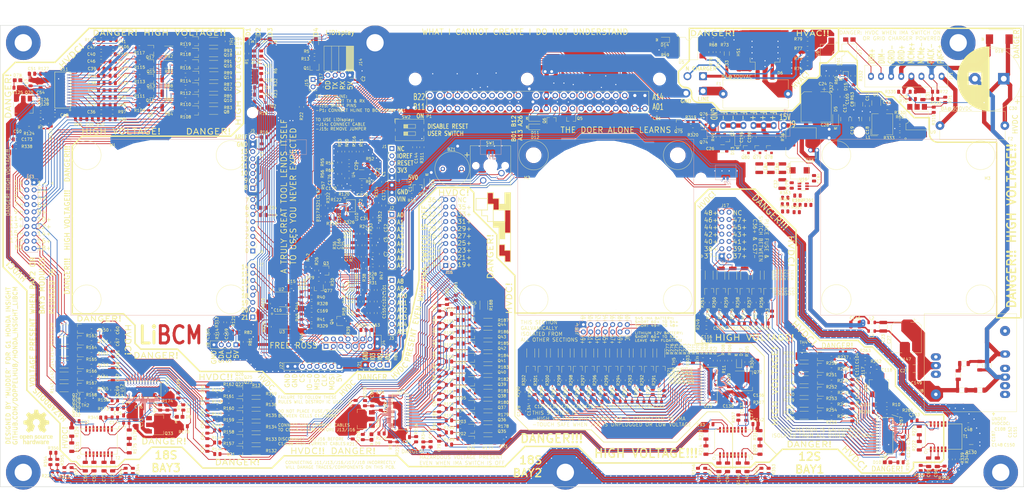
<source format=kicad_pcb>
(kicad_pcb (version 20171130) (host pcbnew "(5.1.9-0-10_14)")
  (title_block (title "LiBCM - Honda Insight BCM Replacement") (rev A) (company "Linsight, LLC"))
  (layers (0 F.Cu signal) (1 In1.Cu power hide) (2 In2.Cu power hide) (31 B.Cu signal) (35 F.Paste user) (36 B.SilkS user hide) (37 F.SilkS user) (38 B.Mask user hide) (39 F.Mask user) (44 Edge.Cuts user))
  (net 0 "")
  (net 1 +5V)
  (net 2 GND_ISO_B)
  (net 3 GND_ISO_C)
  (net 4 GND_ISO_A)
  (net 5 GND_ENG)
  (net 6 /5V_SW)
  (net 7 /5V_BOOST)
  (net 8 /L1_GRID)
  (net 9 /TRIAC_SNUBBER)
  (net 10 /GRID_SENSE_NOISY)
  (net 11 /TRIAC_DRIVE)
  (net 12 /GRID_SENSE_L1)
  (net 13 /L2)
  (net 14 /GRID_SENSE_L2)
  (net 15 /TRIAC_GATE)
  (net 16 /GRID_PWM+)
  (net 17 /GRID_PWM-)
  (net 18 /5V_ENABLE)
  (net 19 /GRID_PWM_LED_C)
  (net 20 /GRID_PWM_LED_A)
  (net 21 /AREF)
  (net 22 /IGNITION_SENSE)
  (net 23 /VPIN_IN)
  (net 24 /VPIN_OUT_LPF)
  (net 25 /BATT_CURRENT_I2V)
  (net 26 /GRID_SENSE)
  (net 27 /SCL)
  (net 28 /SDA)
  (net 29 /TURN_OFF_5V)
  (net 30 /VPIN_IN_NOISY)
  (net 31 /VPIN_OUT_PWM)
  (net 32 /METSCI2)
  (net 33 /METSCI1)
  (net 34 /BATTSCI1)
  (net 35 /BATTSCI2)
  (net 36 /BATTFANH_EN)
  (net 37 /BATTFANL_EN)
  (net 38 /FAN_PWM)
  (net 39 /OP_OFFSET_H)
  (net 40 /OP_GAIN)
  (net 41 /OP_OFFSET_L)
  (net 42 /GRID_EN)
  (net 43 /GRID_EN_LED_A)
  (net 44 /GRID_EN_LED_C)
  (net 45 /GRID_PWM)
  (net 46 /OP_IN-)
  (net 47 "/LiBCM BMS/C12_A")
  (net 48 "/LiBCM BMS/C11_A")
  (net 49 "/LiBCM BMS/C9_A")
  (net 50 "/LiBCM BMS/C10_A")
  (net 51 "/LiBCM BMS/C7_A")
  (net 52 "/LiBCM BMS/C8_A")
  (net 53 "/LiBCM BMS/C6_A")
  (net 54 "/LiBCM BMS/C5_A")
  (net 55 "/LiBCM BMS/C4_A")
  (net 56 "/LiBCM BMS/C3_A")
  (net 57 "/LiBCM BMS/C1_A")
  (net 58 "/LiBCM BMS/C2_A")
  (net 59 "/LiBCM BMS/C0_A")
  (net 60 "/LiBCM BMS/VpFILT_A")
  (net 61 "/LiBCM BMS/VdriveCollector_A")
  (net 62 "/LiBCM BMS/VREF2_A")
  (net 63 "/LiBCM BMS/VREF1_A")
  (net 64 "/LiBCM BMS/VREG_A")
  (net 65 "/LiBCM BMS/C11_B")
  (net 66 "/LiBCM BMS/C12_B")
  (net 67 "/LiBCM BMS/C9_B")
  (net 68 "/LiBCM BMS/C10_B")
  (net 69 "/LiBCM BMS/C7_B")
  (net 70 "/LiBCM BMS/C8_B")
  (net 71 "/LiBCM BMS/C5_B")
  (net 72 "/LiBCM BMS/C6_B")
  (net 73 "/LiBCM BMS/C3_B")
  (net 74 "/LiBCM BMS/C4_B")
  (net 75 "/LiBCM BMS/C1_B")
  (net 76 "/LiBCM BMS/C2_B")
  (net 77 "/LiBCM BMS/C0_B")
  (net 78 "/LiBCM BMS/VpFILT_B")
  (net 79 "/LiBCM BMS/VdriveCollector_B")
  (net 80 "/LiBCM BMS/VREF2_B")
  (net 81 "/LiBCM BMS/VREF1_B")
  (net 82 "/LiBCM BMS/VREG_B")
  (net 83 "/LiBCM BMS/C11_C")
  (net 84 "/LiBCM BMS/C12_C")
  (net 85 "/LiBCM BMS/C9_C")
  (net 86 "/LiBCM BMS/C10_C")
  (net 87 "/LiBCM BMS/C7_C")
  (net 88 "/LiBCM BMS/C8_C")
  (net 89 "/LiBCM BMS/C5_C")
  (net 90 "/LiBCM BMS/C6_C")
  (net 91 "/LiBCM BMS/C3_C")
  (net 92 "/LiBCM BMS/C4_C")
  (net 93 "/LiBCM BMS/C1_C")
  (net 94 "/LiBCM BMS/C2_C")
  (net 95 "/LiBCM BMS/C0_C")
  (net 96 "/LiBCM BMS/VpFILT_C")
  (net 97 "/LiBCM BMS/VdriveCollector_C")
  (net 98 "/LiBCM BMS/VREF2_C")
  (net 99 "/LiBCM BMS/VREF1_C")
  (net 100 "/LiBCM BMS/VREG_C")
  (net 101 "/LiBCM BMS/C11_D")
  (net 102 "/LiBCM BMS/C12_D")
  (net 103 "/LiBCM BMS/C10_D")
  (net 104 "/LiBCM BMS/C9_D")
  (net 105 "/LiBCM BMS/C7_D")
  (net 106 "/LiBCM BMS/C8_D")
  (net 107 "/LiBCM BMS/C6_D")
  (net 108 "/LiBCM BMS/C5_D")
  (net 109 "/LiBCM BMS/C3_D")
  (net 110 "/LiBCM BMS/C4_D")
  (net 111 "/LiBCM BMS/C2_D")
  (net 112 "/LiBCM BMS/C1_D")
  (net 113 "/LiBCM BMS/C0_D")
  (net 114 "/LiBCM BMS/VpFILT_D")
  (net 115 "/LiBCM BMS/VdriveCollector_D")
  (net 116 "/LiBCM BMS/VREF2_D")
  (net 117 "/LiBCM BMS/VREF1_D")
  (net 118 "/LiBCM BMS/VREG_D")
  (net 119 "/LiBCM BMS/C11pos")
  (net 120 "/LiBCM BMS/QC12_A")
  (net 121 "/LiBCM BMS/QC11_A")
  (net 122 "/LiBCM BMS/C10pos")
  (net 123 "/LiBCM BMS/CELL9pos")
  (net 124 "/LiBCM BMS/QC10_A")
  (net 125 "/LiBCM BMS/CELL8pos")
  (net 126 "/LiBCM BMS/QC9_A")
  (net 127 "/LiBCM BMS/CELL7pos")
  (net 128 "/LiBCM BMS/QC8_A")
  (net 129 "/LiBCM BMS/QC7_A")
  (net 130 "/LiBCM BMS/CELL6pos")
  (net 131 "/LiBCM BMS/CELL5pos")
  (net 132 "/LiBCM BMS/QC6_A")
  (net 133 "/LiBCM BMS/CELL4pos")
  (net 134 "/LiBCM BMS/QC5_A")
  (net 135 "/LiBCM BMS/QC4_A")
  (net 136 "/LiBCM BMS/CELL3pos")
  (net 137 "/LiBCM BMS/QC3_A")
  (net 138 "/LiBCM BMS/CELL2pos")
  (net 139 "/LiBCM BMS/CELL1pos")
  (net 140 "/LiBCM BMS/QC2_A")
  (net 141 "/LiBCM BMS/QC1_A")
  (net 142 "/LiBCM BMS/S12b_A")
  (net 143 "/LiBCM BMS/S12_A")
  (net 144 "/LiBCM BMS/S11b_A")
  (net 145 "/LiBCM BMS/S11_A")
  (net 146 "/LiBCM BMS/S10_A")
  (net 147 "/LiBCM BMS/S10b_A")
  (net 148 "/LiBCM BMS/S9b_A")
  (net 149 "/LiBCM BMS/S9_A")
  (net 150 "/LiBCM BMS/S8_A")
  (net 151 "/LiBCM BMS/S8b_A")
  (net 152 "/LiBCM BMS/S7b_A")
  (net 153 "/LiBCM BMS/S7_A")
  (net 154 "/LiBCM BMS/S6_A")
  (net 155 "/LiBCM BMS/S6b_A")
  (net 156 "/LiBCM BMS/S5b_A")
  (net 157 "/LiBCM BMS/S5_A")
  (net 158 "/LiBCM BMS/S4_A")
  (net 159 "/LiBCM BMS/S4b_A")
  (net 160 "/LiBCM BMS/S3b_A")
  (net 161 "/LiBCM BMS/S3_A")
  (net 162 "/LiBCM BMS/S2_A")
  (net 163 "/LiBCM BMS/S2b_A")
  (net 164 "/LiBCM BMS/S1b_A")
  (net 165 "/LiBCM BMS/S1_A")
  (net 166 "/LiBCM BMS/IC_6820")
  (net 167 "/LiBCM BMS/IB_6820")
  (net 168 "/LiBCM BMS/IP_6820")
  (net 169 "/LiBCM BMS/IM_6820")
  (net 170 "/LiBCM BMS/IB_A")
  (net 171 "/LiBCM BMS/IC_A")
  (net 172 "/LiBCM BMS/T_A")
  (net 173 "/LiBCM BMS/BIAS_A")
  (net 174 "/LiBCM BMS/CELL23pos")
  (net 175 "/LiBCM BMS/QC12_B")
  (net 176 "/LiBCM BMS/CELL22pos")
  (net 177 "/LiBCM BMS/QC11_B")
  (net 178 "/LiBCM BMS/QC10_B")
  (net 179 "/LiBCM BMS/CELL21pos")
  (net 180 "/LiBCM BMS/QC9_B")
  (net 181 "/LiBCM BMS/CELL20pos")
  (net 182 "/LiBCM BMS/QC8_B")
  (net 183 "/LiBCM BMS/CELL19pos")
  (net 184 "/LiBCM BMS/QC7_B")
  (net 185 "/LiBCM BMS/CELL18pos")
  (net 186 "/LiBCM BMS/CELL17pos")
  (net 187 "/LiBCM BMS/QC6_B")
  (net 188 "/LiBCM BMS/CELL16pos")
  (net 189 "/LiBCM BMS/QC5_B")
  (net 190 "/LiBCM BMS/QC4_B")
  (net 191 "/LiBCM BMS/CELL15pos")
  (net 192 "/LiBCM BMS/QC3_B")
  (net 193 "/LiBCM BMS/CELL14pos")
  (net 194 "/LiBCM BMS/QC2_B")
  (net 195 "/LiBCM BMS/CELL13pos")
  (net 196 "/LiBCM BMS/QC1_B")
  (net 197 "/LiBCM BMS/S12_B")
  (net 198 "/LiBCM BMS/S12b_B")
  (net 199 "/LiBCM BMS/S11b_B")
  (net 200 "/LiBCM BMS/S11_B")
  (net 201 "/LiBCM BMS/S10_B")
  (net 202 "/LiBCM BMS/S10b_B")
  (net 203 "/LiBCM BMS/S9b_B")
  (net 204 "/LiBCM BMS/S9_B")
  (net 205 "/LiBCM BMS/S8_B")
  (net 206 "/LiBCM BMS/S8b_B")
  (net 207 "/LiBCM BMS/S7b_B")
  (net 208 "/LiBCM BMS/S7_B")
  (net 209 "/LiBCM BMS/S6_B")
  (net 210 "/LiBCM BMS/S6b_B")
  (net 211 "/LiBCM BMS/S5b_B")
  (net 212 "/LiBCM BMS/S5_B")
  (net 213 "/LiBCM BMS/S4_B")
  (net 214 "/LiBCM BMS/S4b_B")
  (net 215 "/LiBCM BMS/S3b_B")
  (net 216 "/LiBCM BMS/S3_B")
  (net 217 "/LiBCM BMS/S2_B")
  (net 218 "/LiBCM BMS/S2b_B")
  (net 219 "/LiBCM BMS/S1b_B")
  (net 220 "/LiBCM BMS/S1_B")
  (net 221 "/LiBCM BMS/IB_B")
  (net 222 "/LiBCM BMS/IC_B")
  (net 223 "/LiBCM BMS/T_B")
  (net 224 "/LiBCM BMS/BIAS_B")
  (net 225 "/LiBCM BMS/QC12_C")
  (net 226 "/LiBCM BMS/CELL35pos")
  (net 227 "/LiBCM BMS/QC11_C")
  (net 228 "/LiBCM BMS/CELL34pos")
  (net 229 "/LiBCM BMS/CELL33pos")
  (net 230 "/LiBCM BMS/QC10_C")
  (net 231 "/LiBCM BMS/CELL32pos")
  (net 232 "/LiBCM BMS/QC9_C")
  (net 233 "/LiBCM BMS/CELL31pos")
  (net 234 "/LiBCM BMS/QC8_C")
  (net 235 "/LiBCM BMS/QC7_C")
  (net 236 "/LiBCM BMS/CELL30pos")
  (net 237 "/LiBCM BMS/CELL29pos")
  (net 238 "/LiBCM BMS/QC6_C")
  (net 239 "/LiBCM BMS/QC5_C")
  (net 240 "/LiBCM BMS/CELL28pos")
  (net 241 "/LiBCM BMS/QC4_C")
  (net 242 "/LiBCM BMS/CELL27pos")
  (net 243 "/LiBCM BMS/CELL26pos")
  (net 244 "/LiBCM BMS/QC3_C")
  (net 245 "/LiBCM BMS/QC2_C")
  (net 246 "/LiBCM BMS/CELL25pos")
  (net 247 "/LiBCM BMS/QC1_C")
  (net 248 "/LiBCM BMS/CELL36pos")
  (net 249 "/LiBCM BMS/S12_C")
  (net 250 "/LiBCM BMS/S12b_C")
  (net 251 "/LiBCM BMS/S11b_C")
  (net 252 "/LiBCM BMS/S11_C")
  (net 253 "/LiBCM BMS/S10b_C")
  (net 254 "/LiBCM BMS/S10_C")
  (net 255 "/LiBCM BMS/S9b_C")
  (net 256 "/LiBCM BMS/S9_C")
  (net 257 "/LiBCM BMS/S8b_C")
  (net 258 "/LiBCM BMS/S8_C")
  (net 259 "/LiBCM BMS/S7_C")
  (net 260 "/LiBCM BMS/S7b_C")
  (net 261 "/LiBCM BMS/S6b_C")
  (net 262 "/LiBCM BMS/S6_C")
  (net 263 "/LiBCM BMS/S5b_C")
  (net 264 "/LiBCM BMS/S5_C")
  (net 265 "/LiBCM BMS/S4b_C")
  (net 266 "/LiBCM BMS/S4_C")
  (net 267 "/LiBCM BMS/S3b_C")
  (net 268 "/LiBCM BMS/S3_C")
  (net 269 "/LiBCM BMS/S2b_C")
  (net 270 "/LiBCM BMS/S2_C")
  (net 271 "/LiBCM BMS/S1b_C")
  (net 272 "/LiBCM BMS/S1_C")
  (net 273 "/LiBCM BMS/BIAS_C")
  (net 274 "/LiBCM BMS/IB_C")
  (net 275 "/LiBCM BMS/IC_C")
  (net 276 "/LiBCM BMS/T_C")
  (net 277 "/LiBCM BMS/QC12_D")
  (net 278 "/LiBCM BMS/CELL47pos")
  (net 279 "/LiBCM BMS/CELL46pos")
  (net 280 "/LiBCM BMS/QC11_D")
  (net 281 "/LiBCM BMS/QC10_D")
  (net 282 "/LiBCM BMS/CELL45pos")
  (net 283 "/LiBCM BMS/CELL44pos")
  (net 284 "/LiBCM BMS/QC9_D")
  (net 285 "/LiBCM BMS/QC8_D")
  (net 286 "/LiBCM BMS/CELL43pos")
  (net 287 "/LiBCM BMS/CELL42pos")
  (net 288 "/LiBCM BMS/QC7_D")
  (net 289 "/LiBCM BMS/CELL41pos")
  (net 290 "/LiBCM BMS/QC6_D")
  (net 291 "/LiBCM BMS/CELL40pos")
  (net 292 "/LiBCM BMS/QC5_D")
  (net 293 "/LiBCM BMS/QC4_D")
  (net 294 "/LiBCM BMS/CELL39pos")
  (net 295 "/LiBCM BMS/CELL38pos")
  (net 296 "/LiBCM BMS/QC3_D")
  (net 297 "/LiBCM BMS/QC2_D")
  (net 298 "/LiBCM BMS/CELL37pos")
  (net 299 "/LiBCM BMS/QC1_D")
  (net 300 "/LiBCM BMS/CELL48pos")
  (net 301 "/LiBCM BMS/S12_D")
  (net 302 "/LiBCM BMS/S12b_D")
  (net 303 "/LiBCM BMS/S11_D")
  (net 304 "/LiBCM BMS/S11b_D")
  (net 305 "/LiBCM BMS/S10b_D")
  (net 306 "/LiBCM BMS/S10_D")
  (net 307 "/LiBCM BMS/S9b_D")
  (net 308 "/LiBCM BMS/S9_D")
  (net 309 "/LiBCM BMS/S8_D")
  (net 310 "/LiBCM BMS/S8b_D")
  (net 311 "/LiBCM BMS/S7b_D")
  (net 312 "/LiBCM BMS/S7_D")
  (net 313 "/LiBCM BMS/S6_D")
  (net 314 "/LiBCM BMS/S6b_D")
  (net 315 "/LiBCM BMS/S5b_D")
  (net 316 "/LiBCM BMS/S5_D")
  (net 317 "/LiBCM BMS/S4_D")
  (net 318 "/LiBCM BMS/S4b_D")
  (net 319 "/LiBCM BMS/S3b_D")
  (net 320 "/LiBCM BMS/S3_D")
  (net 321 "/LiBCM BMS/S2_D")
  (net 322 "/LiBCM BMS/S2b_D")
  (net 323 "/LiBCM BMS/S1_D")
  (net 324 "/LiBCM BMS/S1b_D")
  (net 325 "/LiBCM BMS/IC_D")
  (net 326 "/LiBCM BMS/IB_D")
  (net 327 "/LiBCM BMS/T_D")
  (net 328 "/LiBCM BMS/IMA_A")
  (net 329 "/LiBCM BMS/IPA_B")
  (net 330 "/LiBCM BMS/IMA_B")
  (net 331 "/LiBCM BMS/IPA_A")
  (net 332 "/LiBCM BMS/IPA_C")
  (net 333 "/LiBCM BMS/IMA_D")
  (net 334 "/LiBCM BMS/IPA_D")
  (net 335 "/LiBCM BMS/IMA_C")
  (net 336 "/LiBCM BMS/DRIVE_A")
  (net 337 "/LiBCM BMS/DRIVE_B")
  (net 338 "/LiBCM BMS/DRIVE_C")
  (net 339 "/LiBCM BMS/DRIVE_D")
  (net 340 /12V_ALWAYS)
  (net 341 /FAN-)
  (net 342 HVDC_POS_FUSED)
  (net 343 HVDC_NEG)
  (net 344 GND_ISO_D)
  (net 345 /BATTFANL)
  (net 346 /BATTFANH)
  (net 347 /LED1)
  (net 348 /LED2)
  (net 349 /LED3)
  (net 350 /LED4)
  (net 351 /BATTSCI_RX)
  (net 352 /BATTSCI_TX)
  (net 353 /METSCI_RX)
  (net 354 /METSCI_TX)
  (net 355 GND_CHASSIS)
  (net 356 /LED1R)
  (net 357 /LED2R)
  (net 358 /LED3R)
  (net 359 /LED4R)
  (net 360 /5V_EN_FET)
  (net 361 "/LiBCM BMS/LED_A")
  (net 362 "/LiBCM BMS/LED_B")
  (net 363 "/LiBCM BMS/LED_C")
  (net 364 "/LiBCM BMS/LED_D")
  (net 365 "/LiBCM BMS/WDT_A")
  (net 366 "/LiBCM BMS/WDT_B")
  (net 367 "/LiBCM BMS/WDT_C")
  (net 368 "/LiBCM BMS/WDT_D")
  (net 369 /HVDC_POS_UNFUSED)
  (net 370 /L1)
  (net 371 /HLINE_CONN)
  (net 372 "/LiBCM BMS/TCENTER_A")
  (net 373 "/LiBCM BMS/TCENTER_B")
  (net 374 "/LiBCM BMS/TCENTER_C")
  (net 375 "/LiBCM BMS/TCENTER_D")
  (net 376 "/LiBCM BMS/BIAS_D")
  (net 377 "/LiBCM BMS/C12_E")
  (net 378 "/LiBCM BMS/C11_E")
  (net 379 "/LiBCM BMS/C10_E")
  (net 380 "/LiBCM BMS/C9_E")
  (net 381 "/LiBCM BMS/C8_E")
  (net 382 "/LiBCM BMS/C7_E")
  (net 383 "/LiBCM BMS/C6_E")
  (net 384 "/LiBCM BMS/C5_E")
  (net 385 "/LiBCM BMS/C3_E")
  (net 386 "/LiBCM BMS/C4_E")
  (net 387 "/LiBCM BMS/C1_E")
  (net 388 "/LiBCM BMS/C2_E")
  (net 389 "/LiBCM BMS/C0_E")
  (net 390 GND_ISO_E)
  (net 391 "/LiBCM BMS/VpFILT_E")
  (net 392 "/LiBCM BMS/VdriveCollector_E")
  (net 393 "/LiBCM BMS/VREF2_E")
  (net 394 "/LiBCM BMS/VREF1_E")
  (net 395 "/LiBCM BMS/VREG_E")
  (net 396 "/LiBCM BMS/WDT_E")
  (net 397 "/LiBCM BMS/LED_E")
  (net 398 "/LiBCM BMS/CELL49pos")
  (net 399 "/LiBCM BMS/CELL50pos")
  (net 400 "/LiBCM BMS/CELL51pos")
  (net 401 "/LiBCM BMS/CELL52pos")
  (net 402 "/LiBCM BMS/CELL53pos")
  (net 403 "/LiBCM BMS/CELL54pos")
  (net 404 "/LiBCM BMS/CELL55pos")
  (net 405 "/LiBCM BMS/CELL56pos")
  (net 406 "/LiBCM BMS/CELL57pos")
  (net 407 "/LiBCM BMS/CELL58pos")
  (net 408 "/LiBCM BMS/CELL59pos")
  (net 409 "/LiBCM BMS/CELL60pos")
  (net 410 "/LiBCM BMS/QC12_E")
  (net 411 "/LiBCM BMS/S12b_E")
  (net 412 "/LiBCM BMS/QC11_E")
  (net 413 "/LiBCM BMS/S11b_E")
  (net 414 "/LiBCM BMS/S10b_E")
  (net 415 "/LiBCM BMS/QC10_E")
  (net 416 "/LiBCM BMS/S9b_E")
  (net 417 "/LiBCM BMS/QC9_E")
  (net 418 "/LiBCM BMS/QC8_E")
  (net 419 "/LiBCM BMS/S8b_E")
  (net 420 "/LiBCM BMS/S7b_E")
  (net 421 "/LiBCM BMS/QC7_E")
  (net 422 "/LiBCM BMS/QC6_E")
  (net 423 "/LiBCM BMS/S6b_E")
  (net 424 "/LiBCM BMS/S5b_E")
  (net 425 "/LiBCM BMS/QC5_E")
  (net 426 "/LiBCM BMS/QC4_E")
  (net 427 "/LiBCM BMS/S4b_E")
  (net 428 "/LiBCM BMS/QC3_E")
  (net 429 "/LiBCM BMS/S3b_E")
  (net 430 "/LiBCM BMS/S2b_E")
  (net 431 "/LiBCM BMS/QC2_E")
  (net 432 "/LiBCM BMS/S1b_E")
  (net 433 "/LiBCM BMS/QC1_E")
  (net 434 "/LiBCM BMS/DRIVE_E")
  (net 435 "/LiBCM BMS/S12_E")
  (net 436 "/LiBCM BMS/S11_E")
  (net 437 "/LiBCM BMS/S10_E")
  (net 438 "/LiBCM BMS/S9_E")
  (net 439 "/LiBCM BMS/S8_E")
  (net 440 "/LiBCM BMS/S7_E")
  (net 441 "/LiBCM BMS/S6_E")
  (net 442 "/LiBCM BMS/S5_E")
  (net 443 "/LiBCM BMS/S4_E")
  (net 444 "/LiBCM BMS/S3_E")
  (net 445 "/LiBCM BMS/S2_E")
  (net 446 "/LiBCM BMS/S1_E")
  (net 447 "/LiBCM BMS/IC_E")
  (net 448 "/LiBCM BMS/IB_E")
  (net 449 "/LiBCM BMS/T_E")
  (net 450 "/LiBCM BMS/IMA_E")
  (net 451 "/LiBCM BMS/IPA_E")
  (net 452 "/LiBCM BMS/TCENTER_6820")
  (net 453 "/LiBCM BMS/IM_ISO_SAFETY")
  (net 454 "/LiBCM BMS/IP_ISO_SAFETY")
  (net 455 "/LiBCM BMS/TCENTER_E")
  (net 456 "/LiBCM BMS/TCENTER_ISO_SAFETY")
  (net 457 "/LiBCM BMS/BIAS_E")
  (net 458 /RESETn)
  (net 459 /USER_SW)
  (net 460 /MCM_E_CONN+)
  (net 461 /MCM_E_CONN-)
  (net 462 /MCM_E_CONTROL)
  (net 463 /MCM_E_LED_A)
  (net 464 /MCM_E_LED_C)
  (net 465 /MCM_E_C)
  (net 466 /MCM_E_E)
  (net 467 /MCM_E_B)
  (net 468 /RESETcap)
  (net 469 /BATTSCI_REn)
  (net 470 /BATTSCI_DE)
  (net 471 /HMI_EN)
  (net 472 /GPIO-1)
  (net 473 /METSCI_REn)
  (net 474 /METSCI_DE)
  (net 475 /HMI_TX)
  (net 476 /HMI_RX)
  (net 477 /HMI_EN_OD)
  (net 478 /NEG_SAFETY)
  (net 479 /I_SENSOR_NEG)
  (net 480 /I_SENSOR_POS)
  (net 481 /I_SENSOR_RAW)
  (net 482 /LOAD5V_FET)
  (net 483 /Q74D)
  (net 484 /Q75G)
  (net 485 "Net-(H4-Pad1)")
  (net 486 "Net-(H6-Pad1)")
  (net 487 "Net-(J1-Pad8)")
  (net 488 "Net-(J1-Pad4)")
  (net 489 "Net-(J1-Pad2)")
  (net 490 "Net-(J1-Pad1)")
  (net 491 "Net-(J6-Pad2)")
  (net 492 "Net-(J6-Pad1)")
  (net 493 "Net-(J13-Pad20)")
  (net 494 "Net-(J16-Pad20)")
  (net 495 "Net-(J17-Pad14)")
  (net 496 "Net-(J18-Pad14)")
  (net 497 "Net-(P1-PadA17)")
  (net 498 "Net-(P1-PadA18)")
  (net 499 "Net-(P1-PadA05)")
  (net 500 "Net-(P1-PadA19)")
  (net 501 "Net-(P1-PadA06)")
  (net 502 "Net-(P1-PadA22)")
  (net 503 "Net-(P1-PadA09)")
  (net 504 "Net-(P1-PadA23)")
  (net 505 "Net-(P1-PadA10)")
  (net 506 "Net-(P1-PadA26)")
  (net 507 "Net-(P1-PadB13)")
  (net 508 "Net-(P1-PadB14)")
  (net 509 "Net-(P1-PadB15)")
  (net 510 "Net-(P1-PadB16)")
  (net 511 "Net-(P1-PadB17)")
  (net 512 "Net-(P1-PadB06)")
  (net 513 "Net-(P1-PadB18)")
  (net 514 "Net-(P1-PadB07)")
  (net 515 "Net-(P1-PadB21)")
  (net 516 "Net-(P1-PadB10)")
  (net 517 "Net-(T1-Pad13)")
  (net 518 "Net-(T1-Pad12)")
  (net 519 "Net-(T1-Pad5)")
  (net 520 "Net-(T1-Pad4)")
  (net 521 "Net-(T2-Pad13)")
  (net 522 "Net-(T2-Pad12)")
  (net 523 "Net-(T2-Pad5)")
  (net 524 "Net-(T2-Pad4)")
  (net 525 "Net-(T3-Pad13)")
  (net 526 "Net-(T3-Pad12)")
  (net 527 "Net-(T3-Pad5)")
  (net 528 "Net-(T3-Pad4)")
  (net 529 "Net-(U5-Pad3)")
  (net 530 "Net-(U5-Pad5)")
  (net 531 "Net-(U8-Pad4)")
  (net 532 "Net-(U8-Pad6)")
  (net 533 "Net-(U8-Pad14)")
  (net 534 "Net-(U8-Pad11)")
  (net 535 "Net-(U8-Pad9)")
  (net 536 "Net-(U8-Pad8)")
  (net 537 "Net-(U9-Pad3)")
  (net 538 "Net-(U11-Pad33)")
  (net 539 "Net-(U11-Pad32)")
  (net 540 "Net-(U11-Pad29)")
  (net 541 "Net-(U11-Pad28)")
  (net 542 "Net-(U12-Pad33)")
  (net 543 "Net-(U12-Pad32)")
  (net 544 "Net-(U12-Pad29)")
  (net 545 "Net-(U12-Pad28)")
  (net 546 "Net-(U13-Pad33)")
  (net 547 "Net-(U13-Pad32)")
  (net 548 "Net-(U13-Pad29)")
  (net 549 "Net-(U13-Pad28)")
  (net 550 "Net-(U14-Pad33)")
  (net 551 "Net-(U14-Pad32)")
  (net 552 "Net-(U14-Pad29)")
  (net 553 "Net-(U14-Pad28)")
  (net 554 "Net-(U15-Pad28)")
  (net 555 "Net-(U15-Pad29)")
  (net 556 "Net-(U15-Pad32)")
  (net 557 "Net-(U15-Pad33)")
  (net 558 /TEMP_YEL_LPF)
  (net 559 /TEMP_GRN_LPF)
  (net 560 /TEMP_WHT_LPF)
  (net 561 /TEMP_BLU_LPF)
  (net 562 /12NEG_RAW)
  (net 563 /12POS_RAW)
  (net 564 "/LiBCM BMS/IM_TERMA")
  (net 565 "/LiBCM BMS/IM_ISOA_X")
  (net 566 "/LiBCM BMS/IP_TERMA")
  (net 567 "/LiBCM BMS/IP_ISOA_X")
  (net 568 "/LiBCM BMS/IP_TERMB")
  (net 569 "/LiBCM BMS/IP_ISOB_X")
  (net 570 "/LiBCM BMS/IM_TERMB")
  (net 571 "/LiBCM BMS/IM_ISOB_X")
  (net 572 "/LiBCM BMS/IP_ISOC_X")
  (net 573 "/LiBCM BMS/IP_TERMC")
  (net 574 "/LiBCM BMS/IM_ISOC_X")
  (net 575 "/LiBCM BMS/IM_TERMC")
  (net 576 "/LiBCM BMS/IP_ISOD_X")
  (net 577 "/LiBCM BMS/IP_TERMD")
  (net 578 "/LiBCM BMS/IM_ISOD_X")
  (net 579 "/LiBCM BMS/IM_TERMD")
  (net 580 /TBATT_BAY1_LPF)
  (net 581 /TBATT_BAY2_LPF)
  (net 582 "/LiBCM BMS/IP_ISOE_X")
  (net 583 "/LiBCM BMS/IP_TERME")
  (net 584 "/LiBCM BMS/IM_TERME")
  (net 585 "/LiBCM BMS/IM_ISOE_X")
  (net 586 /TBATT_BAY3_LPF)
  (net 587 /TBATT_BAY1)
  (net 588 /TBATT_BAY2)
  (net 589 /TBATT_BAY3)
  (net 590 /SCLc)
  (net 591 /SPI_SCK_FILT)
  (net 592 /SPI_MOSI_FILT)
  (net 593 /SPI_MISO)
  (net 594 /TEMP_YEL)
  (net 595 /5V_EN_PULSE)
  (net 596 /TEMP_GRN)
  (net 597 /TEMP_WHT)
  (net 598 /TEMP_BLU)
  (net 599 +5VP)
  (net 600 /BATT_CURRENT_ADC)
  (net 601 "/LiBCM BMS/SNUBA")
  (net 602 "/LiBCM BMS/SNUBB")
  (net 603 "/LiBCM BMS/SNUBC")
  (net 604 "/LiBCM BMS/SNUBE")
  (net 605 /GRID_HVDC+)
  (net 606 /L1_UNFUSED)
  (net 607 /GPIO-2)
  (net 608 /COVER_SWITCH)
  (net 609 /GPIO-0)
  (net 610 /GPIO-3)
  (net 611 /BUZZER)
  (net 612 /SPI_CS_EXT)
  (net 613 /TEMP_EN)
  (net 614 /SPI_MOSI)
  (net 615 /SPI_SCK)
  (net 616 /SPI_CS_LTC)
  (net 617 /SENSOR_EN)
  (net 618 /SDAc)
  (net 619 /TEMP_NEG)
  (net 620 /HLINE)
  (net 621 /SPI_MISO_FILT)
  (net 622 /12V_KEYON)
  (net 623 "Net-(P1-PadB02)")
  (net 624 "Net-(P1-PadB03)")
  (net 625 "Net-(P1-PadB04)")
  (net 626 "Net-(P1-PadB05)")
  (net 627 /5VP_GATE)
  (net 628 /KEYON_DIV)
  (net 629 /MET_T)
  (net 630 /BAT_T)
  (net 631 /GRID_PWM_DIV)
  (net 632 /OP_OUT)
  (net 633 /MCM_E_C2)
  (net 634 /MCM_E_E2)
  (net 635 /L1_SNUB)
  (net 636 "/LiBCM BMS/ISOA_TAP")
  (net 637 "/LiBCM BMS/ISOC_TAP")
  (net 638 "/LiBCM BMS/ISOD_TAP")
  (net 639 "/LiBCM BMS/IP_ISO_STAR")
  (net 640 "/LiBCM BMS/ISOE_TAP")
  (net 641 /MCM_E_DIV)
  (net 642 "/LiBCM BMS/IP_TERM_STAR")
  (net 643 "/LiBCM BMS/IM_TERM_STAR")
  (net 644 "/LiBCM BMS/IM_ISO_STAR")
  (net 645 "/LiBCM BMS/CELL19neg")
  (net 646 /BUZ1)
  (net 647 /SDAd)
  (net 648 "/LiBCM BMS/ISOB_TAP")
  (net 649 "Net-(H2-Pad1)")
  (net 650 "Net-(H7-Pad1)")
  (net 651 /+12V_FAN)
  (net 652 /5V_BOOST_ALT)
  (net 653 /5V_SW_ALT)
  (net 654 /5V_FB_ALT)
  (net 655 /5V_COMP)
  (net 656 /POS_SAFETY)
  (net 657 /VDROP_14)
  (net 658 /VDROP_13)
  (net 659 /52k5_L1)
  (net 660 /52k5_L2)
  (net 661 +15V)
  (module "Linsight:Heatsink 573300D00010G" (layer F.Cu) (at 290 43.75)
    (fp_text reference HS1 (at -9.25 0.5 90) (layer F.SilkS))
    (fp_text value Heatsink_Pad)
    (fp_poly (pts (xy -1.9 10) (xy -3.2 10) (xy -3.2 6.9) (xy -1.9 6.9)) (layer F.Cu) (width 0.1))
    (fp_poly (pts (xy 3.2 10) (xy 1.9 10) (xy 1.9 6.9) (xy 3.2 6.9)) (layer F.Cu) (width 0.1))
    (pad 1 smd custom (at 0 -2.375) (size 16.3 9.45) (layers F.Cu) (net 370 /L1) (options (clearance outline) (anchor rect)) (primitives (gr_poly (pts (xy 8.15 9.475) (xy 5.25 9.475) (xy 5.25 4.725) (xy 8.15 4.725)) (width 0)) (gr_poly (pts (xy -5.25 9.475) (xy -8.15 9.475) (xy -8.15 4.725) (xy -5.25 4.725)) (width 0)) (gr_poly (pts (xy 5.25 5.825) (xy 4.15 4.725) (xy 5.25 4.725)) (width 0)) (gr_poly (pts (xy -5.25 5.825) (xy -5.25 4.725) (xy -4.15 4.725)) (width 0))))
  )
  (module Package_DIP:SMDIP-6_W9.53mm (layer F.Cu) (at 263.5 43)
    (fp_text reference U5 (at -2.5 4.75) (layer F.SilkS))
    (fp_text value MOC3023M)
    (pad 6 smd rect (at 4.765 -2.54) (size 2 1.78) (layers F.Cu F.Paste F.Mask) (net 11 /TRIAC_DRIVE))
    (pad 3 smd rect (at -4.765 2.54) (size 2 1.78) (layers F.Cu F.Paste F.Mask) (net 529 "Net-(U5-Pad3)"))
    (pad 5 smd rect (at 4.765 0) (size 2 1.78) (layers F.Cu F.Paste F.Mask) (net 530 "Net-(U5-Pad5)"))
    (pad 2 smd rect (at -4.765 0) (size 2 1.78) (layers F.Cu F.Paste F.Mask) (net 44 /GRID_EN_LED_C))
    (pad 4 smd rect (at 4.765 2.54) (size 2 1.78) (layers F.Cu F.Paste F.Mask) (net 15 /TRIAC_GATE))
    (pad 1 smd rect (at -4.765 -2.54) (size 2 1.78) (layers F.Cu F.Paste F.Mask) (net 43 /GRID_EN_LED_A))
  )
  (module Symbol:OSHW-Logo_11.4x12mm_SilkScreen (layer F.Cu) (at 37.25 174.25)
    (fp_text reference REF** hide)
    (fp_text value OSHW-Logo_11.4x12mm_SilkScreen hide)
  )
  (module MountingHole:MountingHole_3mm (layer F.Cu) (at 112.25 65.25)
    (fp_text reference H9 hide)
    (fp_text value MountingHole)
    (pad 1 np_thru_hole circle (at 0 0) (size 3 3) (drill 3) (layers *.Cu *.Mask))
  )
  (module Resistor_SMD:R_0805_2012Metric (layer F.Cu) (at 132.75 137)
    (fp_text reference R41 (at 3.25 0) (layer F.SilkS))
    (fp_text value DNP)
    (pad 2 smd roundrect (at 0.9125 0) (size 1.025 1.4) (layers F.Cu F.Paste F.Mask) (roundrect_rratio 0.2439004878048781) (net 630 /BAT_T))
    (pad 1 smd roundrect (at -0.9125 0) (size 1.025 1.4) (layers F.Cu F.Paste F.Mask) (roundrect_rratio 0.2439004878048781) (net 35 /BATTSCI2))
  )
  (module Resistor_SMD:R_0805_2012Metric (layer F.Cu) (at 132.75 129.25)
    (fp_text reference R40 (at 3.25 0) (layer F.SilkS))
    (fp_text value DNP)
    (pad 2 smd roundrect (at 0.9125 0) (size 1.025 1.4) (layers F.Cu F.Paste F.Mask) (roundrect_rratio 0.2439004878048781) (net 629 /MET_T))
    (pad 1 smd roundrect (at -0.9125 0) (size 1.025 1.4) (layers F.Cu F.Paste F.Mask) (roundrect_rratio 0.2439004878048781) (net 32 /METSCI2))
  )
  (module Resistor_SMD:R_0805_2012Metric (layer F.Cu) (at 354.25 185.5 90)
    (fp_text reference R339 (at 0.5 4.25 90) (layer F.SilkS))
    (fp_text value 20)
    (pad 1 smd roundrect (at -0.9125 0 90) (size 1.025 1.4) (layers F.Cu F.Paste F.Mask) (roundrect_rratio 0.2439004878048781) (net 639 "/LiBCM BMS/IP_ISO_STAR"))
    (pad 2 smd roundrect (at 0.9125 0 90) (size 1.025 1.4) (layers F.Cu F.Paste F.Mask) (roundrect_rratio 0.2439004878048781) (net 454 "/LiBCM BMS/IP_ISO_SAFETY"))
  )
  (module Linsight:FAN_60x60OD_50x50Holes (layer F.Cu) (at 79.75 105 270)
    (fp_text reference M1 (at -28.5 16 180) (layer F.SilkS))
    (fp_text value Fan)
    (pad "" np_thru_hole circle (at 33 -17 270) (size 3 3) (drill 3) (layers *.Cu *.Mask))
    (pad "" np_thru_hole circle (at 25 -25 270) (size 4.5 4.5) (drill 4.5) (layers *.Cu *.Mask))
    (pad "" np_thru_hole circle (at 25 25 270) (size 4.5 4.5) (drill 4.5) (layers *.Cu *.Mask))
    (pad "" np_thru_hole circle (at -25 25 270) (size 4.5 4.5) (drill 4.5) (layers *.Cu *.Mask))
    (pad "" np_thru_hole circle (at -25 -25 270) (size 4.5 4.5) (drill 4.5) (layers *.Cu *.Mask))
    (pad "" np_thru_hole circle (at 0 0 270) (size 59 59) (drill 59) (layers *.Cu *.Mask))
  )
  (module Connector_PinHeader_2.54mm:PinHeader_2x10_P2.54mm_Vertical (layer B.Cu) (at 179.25 118.25)
    (fp_text reference J16 (at 1.27 2.33) (layer B.SilkS) (effects (justify mirror)))
    (fp_text value Conn_01x20)
    (pad 20 thru_hole oval (at 2.54 -22.86) (size 1.7 1.7) (drill 1) (layers *.Cu *.Mask) (net 494 "Net-(J16-Pad20)"))
    (pad 19 thru_hole oval (at 0 -22.86) (size 1.7 1.7) (drill 1) (layers *.Cu *.Mask) (net 248 "/LiBCM BMS/CELL36pos"))
    (pad 18 thru_hole oval (at 2.54 -20.32) (size 1.7 1.7) (drill 1) (layers *.Cu *.Mask) (net 226 "/LiBCM BMS/CELL35pos"))
    (pad 17 thru_hole oval (at 0 -20.32) (size 1.7 1.7) (drill 1) (layers *.Cu *.Mask) (net 228 "/LiBCM BMS/CELL34pos"))
    (pad 16 thru_hole oval (at 2.54 -17.78) (size 1.7 1.7) (drill 1) (layers *.Cu *.Mask) (net 229 "/LiBCM BMS/CELL33pos"))
    (pad 15 thru_hole oval (at 0 -17.78) (size 1.7 1.7) (drill 1) (layers *.Cu *.Mask) (net 231 "/LiBCM BMS/CELL32pos"))
    (pad 14 thru_hole oval (at 2.54 -15.24) (size 1.7 1.7) (drill 1) (layers *.Cu *.Mask) (net 233 "/LiBCM BMS/CELL31pos"))
    (pad 13 thru_hole oval (at 0 -15.24) (size 1.7 1.7) (drill 1) (layers *.Cu *.Mask) (net 236 "/LiBCM BMS/CELL30pos"))
    (pad 12 thru_hole oval (at 2.54 -12.7) (size 1.7 1.7) (drill 1) (layers *.Cu *.Mask) (net 237 "/LiBCM BMS/CELL29pos"))
    (pad 11 thru_hole oval (at 0 -12.7) (size 1.7 1.7) (drill 1) (layers *.Cu *.Mask) (net 240 "/LiBCM BMS/CELL28pos"))
    (pad 10 thru_hole oval (at 2.54 -10.16) (size 1.7 1.7) (drill 1) (layers *.Cu *.Mask) (net 242 "/LiBCM BMS/CELL27pos"))
    (pad 9 thru_hole oval (at 0 -10.16) (size 1.7 1.7) (drill 1) (layers *.Cu *.Mask) (net 243 "/LiBCM BMS/CELL26pos"))
    (pad 8 thru_hole oval (at 2.54 -7.62) (size 1.7 1.7) (drill 1) (layers *.Cu *.Mask) (net 246 "/LiBCM BMS/CELL25pos"))
    (pad 7 thru_hole oval (at 0 -7.62) (size 1.7 1.7) (drill 1) (layers *.Cu *.Mask) (net 3 GND_ISO_C))
    (pad 6 thru_hole oval (at 2.54 -5.08) (size 1.7 1.7) (drill 1) (layers *.Cu *.Mask) (net 174 "/LiBCM BMS/CELL23pos"))
    (pad 5 thru_hole oval (at 0 -5.08) (size 1.7 1.7) (drill 1) (layers *.Cu *.Mask) (net 176 "/LiBCM BMS/CELL22pos"))
    (pad 4 thru_hole oval (at 2.54 -2.54) (size 1.7 1.7) (drill 1) (layers *.Cu *.Mask) (net 179 "/LiBCM BMS/CELL21pos"))
    (pad 3 thru_hole oval (at 0 -2.54) (size 1.7 1.7) (drill 1) (layers *.Cu *.Mask) (net 181 "/LiBCM BMS/CELL20pos"))
    (pad 2 thru_hole oval (at 2.54 0) (size 1.7 1.7) (drill 1) (layers *.Cu *.Mask) (net 183 "/LiBCM BMS/CELL19pos"))
    (pad 1 thru_hole rect (at 0 0) (size 1.7 1.7) (drill 1) (layers *.Cu *.Mask) (net 645 "/LiBCM BMS/CELL19neg"))
  )
  (module Resistor_SMD:R_0805_2012Metric (layer F.Cu) (at 110.25 44.75 270)
    (fp_text reference R1 (at 2.75 0 90) (layer F.SilkS))
    (fp_text value 1k24)
    (pad 2 smd roundrect (at 0.9125 0 270) (size 1.025 1.4) (layers F.Cu F.Paste F.Mask) (roundrect_rratio 0.2439004878048781) (net 347 /LED1))
    (pad 1 smd roundrect (at -0.9125 0 270) (size 1.025 1.4) (layers F.Cu F.Paste F.Mask) (roundrect_rratio 0.2439004878048781) (net 356 /LED1R))
  )
  (module Resistor_SMD:R_0805_2012Metric (layer F.Cu) (at 315.5 50.75 90)
    (fp_text reference R61 (at 3.25 0 90) (layer F.SilkS))
    (fp_text value 10k)
    (pad 2 smd roundrect (at 0.9125 0 90) (size 1.025 1.4) (layers F.Cu F.Paste F.Mask) (roundrect_rratio 0.2439004878048781) (net 10 /GRID_SENSE_NOISY))
    (pad 1 smd roundrect (at -0.9125 0 90) (size 1.025 1.4) (layers F.Cu F.Paste F.Mask) (roundrect_rratio 0.2439004878048781) (net 1 +5V))
  )
  (module Linsight:CONN_1751303 (layer B.Cu) (at 284.25 69.7 180)
    (fp_text reference J9 (at -13 5.05 180) (layer B.SilkS) (effects (justify mirror)))
    (fp_text value Screw_Terminal_01x08)
    (pad 1 thru_hole oval (at -12.25 0 180) (size 2 2.5) (drill 1.2) (layers *.Cu *.Mask) (net 661 +15V))
    (pad 2 thru_hole oval (at -8.75 0 180) (size 2 2.5) (drill 1.2) (layers *.Cu *.Mask) (net 651 /+12V_FAN))
    (pad 3 thru_hole oval (at -5.25 0 180) (size 2 2.5) (drill 1.2) (layers *.Cu *.Mask) (net 651 /+12V_FAN))
    (pad 4 thru_hole oval (at -1.75 0 180) (size 2 2.5) (drill 1.2) (layers *.Cu *.Mask) (net 651 /+12V_FAN))
    (pad 5 thru_hole oval (at 1.75 0 180) (size 2 2.5) (drill 1.2) (layers *.Cu *.Mask) (net 341 /FAN-))
    (pad 6 thru_hole oval (at 5.25 0 180) (size 2 2.5) (drill 1.2) (layers *.Cu *.Mask) (net 341 /FAN-))
    (pad 7 thru_hole oval (at 8.75 0 180) (size 2 2.5) (drill 1.2) (layers *.Cu *.Mask) (net 341 /FAN-))
    (pad 8 thru_hole oval (at 12.25 0 180) (size 2 2.5) (drill 1.2) (layers *.Cu *.Mask) (net 5 GND_ENG))
  )
  (module Capacitor_SMD:C_1206_3216Metric (layer F.Cu) (at 344.75 59.25 90)
    (fp_text reference C31 (at 0 1.75 90) (layer F.SilkS))
    (fp_text value 68n)
    (pad 2 smd roundrect (at 1.475 0 90) (size 1.15 1.8) (layers F.Cu F.Paste F.Mask) (roundrect_rratio 0.2173904347826087) (net 460 /MCM_E_CONN+))
    (pad 1 smd roundrect (at -1.475 0 90) (size 1.15 1.8) (layers F.Cu F.Paste F.Mask) (roundrect_rratio 0.2173904347826087) (net 461 /MCM_E_CONN-))
  )
  (module Capacitor_SMD:C_0805_2012Metric (layer F.Cu) (at 341.8 172 180)
    (fp_text reference C103 (at 0 2) (layer F.SilkS))
    (fp_text value 100p)
    (pad 2 smd roundrect (at 0.95 0 180) (size 1 1.45) (layers F.Cu F.Paste F.Mask) (net 344 GND_ISO_D))
    (pad 1 smd roundrect (at -0.95 0 180) (size 1 1.45) (layers F.Cu F.Paste F.Mask) (net 375 "/LiBCM BMS/TCENTER_D"))
  )
  (module Capacitor_SMD:C_0805_2012Metric (layer F.Cu) (at 328.5 166.5 180)
    (fp_text reference C119 (at 3.75 0) (layer F.SilkS))
    (fp_text value 1u)
    (pad 2 smd roundrect (at 0.95 0 180) (size 1 1.45) (layers F.Cu F.Paste F.Mask) (net 116 "/LiBCM BMS/VREF2_D"))
    (pad 1 smd roundrect (at -0.95 0 180) (size 1 1.45) (layers F.Cu F.Paste F.Mask) (net 344 GND_ISO_D))
  )
  (module Capacitor_SMD:C_0805_2012Metric (layer F.Cu) (at 59.75 45 180)
    (fp_text reference C40 (at 3.4 0) (layer F.SilkS))
    (fp_text value 100n)
    (pad 2 smd roundrect (at 0.95 0 180) (size 1 1.45) (layers F.Cu F.Paste F.Mask) (net 57 "/LiBCM BMS/C1_A"))
    (pad 1 smd roundrect (at -0.95 0 180) (size 1 1.45) (layers F.Cu F.Paste F.Mask) (net 58 "/LiBCM BMS/C2_A"))
  )
  (module Capacitor_SMD:C_1210_3225Metric (layer F.Cu) (at 275.25 77.75 180)
    (fp_text reference C26 (at 4.275 0 180) (layer F.SilkS))
    (fp_text value 22u)
    (pad 1 smd roundrect (at -1.475 0 180) (size 1.15 2.7) (layers F.Cu F.Paste F.Mask) (roundrect_rratio 0.2173904347826087) (net 651 /+12V_FAN))
    (pad 2 smd roundrect (at 1.475 0 180) (size 1.15 2.7) (layers F.Cu F.Paste F.Mask) (roundrect_rratio 0.2173904347826087) (net 5 GND_ENG))
  )
  (module Capacitor_SMD:C_1206_3216Metric (layer F.Cu) (at 276.75 44.75 90)
    (fp_text reference C33 (at -3.75 0 90) (layer F.SilkS))
    (fp_text value 22n)
    (pad 2 smd roundrect (at 1.475 0 90) (size 1.15 1.8) (layers F.Cu F.Paste F.Mask) (roundrect_rratio 0.2173904347826087) (net 9 /TRIAC_SNUBBER))
    (pad 1 smd roundrect (at -1.475 0 90) (size 1.15 1.8) (layers F.Cu F.Paste F.Mask) (roundrect_rratio 0.2173904347826087) (net 8 /L1_GRID))
  )
  (module Capacitor_SMD:C_1206_3216Metric (layer F.Cu) (at 57.25 188 90)
    (fp_text reference C55 (at -3.8 0.1 90) (layer F.SilkS))
    (fp_text value 22n)
    (pad 1 smd roundrect (at -1.475 0 90) (size 1.15 1.8) (layers F.Cu F.Paste F.Mask) (roundrect_rratio 0.2173904347826087) (net 564 "/LiBCM BMS/IM_TERMA"))
    (pad 2 smd roundrect (at 1.475 0 90) (size 1.15 1.8) (layers F.Cu F.Paste F.Mask) (roundrect_rratio 0.2173904347826087) (net 565 "/LiBCM BMS/IM_ISOA_X"))
  )
  (module Capacitor_SMD:C_1206_3216Metric (layer F.Cu) (at 54.25 188 90)
    (fp_text reference C56 (at -3.75 0.05 90) (layer F.SilkS))
    (fp_text value 22n)
    (pad 1 smd roundrect (at -1.475 0 90) (size 1.15 1.8) (layers F.Cu F.Paste F.Mask) (roundrect_rratio 0.2173904347826087) (net 566 "/LiBCM BMS/IP_TERMA"))
    (pad 2 smd roundrect (at 1.475 0 90) (size 1.15 1.8) (layers F.Cu F.Paste F.Mask) (roundrect_rratio 0.2173904347826087) (net 567 "/LiBCM BMS/IP_ISOA_X"))
  )
  (module Capacitor_SMD:C_1206_3216Metric (layer F.Cu) (at 60.75 188 90)
    (fp_text reference C71 (at -3.8 0 90) (layer F.SilkS))
    (fp_text value 22n)
    (pad 1 smd roundrect (at -1.475 0 90) (size 1.15 1.8) (layers F.Cu F.Paste F.Mask) (roundrect_rratio 0.2173904347826087) (net 568 "/LiBCM BMS/IP_TERMB"))
    (pad 2 smd roundrect (at 1.475 0 90) (size 1.15 1.8) (layers F.Cu F.Paste F.Mask) (roundrect_rratio 0.2173904347826087) (net 569 "/LiBCM BMS/IP_ISOB_X"))
  )
  (module Capacitor_SMD:C_1206_3216Metric (layer F.Cu) (at 63.75 188 90)
    (fp_text reference C72 (at -3.85 0 90) (layer F.SilkS))
    (fp_text value 22n)
    (pad 1 smd roundrect (at -1.475 0 90) (size 1.15 1.8) (layers F.Cu F.Paste F.Mask) (roundrect_rratio 0.2173904347826087) (net 570 "/LiBCM BMS/IM_TERMB"))
    (pad 2 smd roundrect (at 1.475 0 90) (size 1.15 1.8) (layers F.Cu F.Paste F.Mask) (roundrect_rratio 0.2173904347826087) (net 571 "/LiBCM BMS/IM_ISOB_X"))
  )
  (module Capacitor_SMD:C_1206_3216Metric (layer F.Cu) (at 274 188.25 90)
    (fp_text reference C78 (at -3.75 0 270) (layer F.SilkS))
    (fp_text value 22n)
    (pad 2 smd roundrect (at 1.475 0 90) (size 1.15 1.8) (layers F.Cu F.Paste F.Mask) (roundrect_rratio 0.2173904347826087) (net 572 "/LiBCM BMS/IP_ISOC_X"))
    (pad 1 smd roundrect (at -1.475 0 90) (size 1.15 1.8) (layers F.Cu F.Paste F.Mask) (roundrect_rratio 0.2173904347826087) (net 573 "/LiBCM BMS/IP_TERMC"))
  )
  (module Capacitor_SMD:C_1206_3216Metric (layer F.Cu) (at 277 188.25 90)
    (fp_text reference C92 (at -3.75 0 90) (layer F.SilkS))
    (fp_text value 22n)
    (pad 2 smd roundrect (at 1.475 0 90) (size 1.15 1.8) (layers F.Cu F.Paste F.Mask) (roundrect_rratio 0.2173904347826087) (net 574 "/LiBCM BMS/IM_ISOC_X"))
    (pad 1 smd roundrect (at -1.475 0 90) (size 1.15 1.8) (layers F.Cu F.Paste F.Mask) (roundrect_rratio 0.2173904347826087) (net 575 "/LiBCM BMS/IM_TERMC"))
  )
  (module Capacitor_SMD:C_1206_3216Metric (layer F.Cu) (at 346.75 186.5 90)
    (fp_text reference C95 (at -3.75 0 90) (layer F.SilkS))
    (fp_text value 22n)
    (pad 2 smd roundrect (at 1.475 0 90) (size 1.15 1.8) (layers F.Cu F.Paste F.Mask) (roundrect_rratio 0.2173904347826087) (net 576 "/LiBCM BMS/IP_ISOD_X"))
    (pad 1 smd roundrect (at -1.475 0 90) (size 1.15 1.8) (layers F.Cu F.Paste F.Mask) (roundrect_rratio 0.2173904347826087) (net 577 "/LiBCM BMS/IP_TERMD"))
  )
  (module Capacitor_SMD:C_1206_3216Metric (layer F.Cu) (at 349.75 186.5 90)
    (fp_text reference C96 (at -3.75 -0.5 270) (layer F.SilkS))
    (fp_text value 22n)
    (pad 2 smd roundrect (at 1.475 0 90) (size 1.15 1.8) (layers F.Cu F.Paste F.Mask) (roundrect_rratio 0.2173904347826087) (net 578 "/LiBCM BMS/IM_ISOD_X"))
    (pad 1 smd roundrect (at -1.475 0 90) (size 1.15 1.8) (layers F.Cu F.Paste F.Mask) (roundrect_rratio 0.2173904347826087) (net 579 "/LiBCM BMS/IM_TERMD"))
  )
  (module Resistor_SMD:R_0805_2012Metric (layer F.Cu) (at 272 40 180)
    (fp_text reference R68 (at 0 -1.75) (layer F.SilkS))
    (fp_text value 100)
    (pad 2 smd roundrect (at 0.9125 0 180) (size 1.025 1.4) (layers F.Cu F.Paste F.Mask) (roundrect_rratio 0.2439004878048781) (net 11 /TRIAC_DRIVE))
    (pad 1 smd roundrect (at -0.9125 0 180) (size 1.025 1.4) (layers F.Cu F.Paste F.Mask) (roundrect_rratio 0.2439004878048781) (net 9 /TRIAC_SNUBBER))
  )
  (module Resistor_SMD:R_0805_2012Metric (layer F.Cu) (at 341.25 58)
    (fp_text reference R69 (at -3.25 1.75) (layer F.SilkS))
    (fp_text value 10k)
    (pad 2 smd roundrect (at 0.9125 0) (size 1.025 1.4) (layers F.Cu F.Paste F.Mask) (roundrect_rratio 0.2439004878048781) (net 460 /MCM_E_CONN+))
    (pad 1 smd roundrect (at -0.9125 0) (size 1.025 1.4) (layers F.Cu F.Paste F.Mask) (roundrect_rratio 0.2439004878048781) (net 342 HVDC_POS_FUSED))
  )
  (module Resistor_SMD:R_0805_2012Metric (layer F.Cu) (at 341.25 60.5 180)
    (fp_text reference R70 (at 3.25 -0.75) (layer F.SilkS))
    (fp_text value 10k)
    (pad 2 smd roundrect (at 0.9125 0 180) (size 1.025 1.4) (layers F.Cu F.Paste F.Mask) (roundrect_rratio 0.2439004878048781) (net 633 /MCM_E_C2))
    (pad 1 smd roundrect (at -0.9125 0 180) (size 1.025 1.4) (layers F.Cu F.Paste F.Mask) (roundrect_rratio 0.2439004878048781) (net 465 /MCM_E_C))
  )
  (module Resistor_SMD:R_0805_2012Metric (layer F.Cu) (at 352.5 60.8 270)
    (fp_text reference R71 (at -0.25 -1.75 90) (layer F.SilkS))
    (fp_text value 10k)
    (pad 2 smd roundrect (at 0.9125 0 270) (size 1.025 1.4) (layers F.Cu F.Paste F.Mask) (roundrect_rratio 0.2439004878048781) (net 466 /MCM_E_E))
    (pad 1 smd roundrect (at -0.9125 0 270) (size 1.025 1.4) (layers F.Cu F.Paste F.Mask) (roundrect_rratio 0.2439004878048781) (net 634 /MCM_E_E2))
  )
  (module Resistor_SMD:R_0805_2012Metric (layer F.Cu) (at 349 58)
    (fp_text reference R72 (at 3 0 180) (layer F.SilkS))
    (fp_text value 10k)
    (pad 2 smd roundrect (at 0.9125 0) (size 1.025 1.4) (layers F.Cu F.Paste F.Mask) (roundrect_rratio 0.2439004878048781) (net 343 HVDC_NEG))
    (pad 1 smd roundrect (at -0.9125 0) (size 1.025 1.4) (layers F.Cu F.Paste F.Mask) (roundrect_rratio 0.2439004878048781) (net 461 /MCM_E_CONN-))
  )
  (module Resistor_SMD:R_0805_2012Metric (layer F.Cu) (at 304.75 49.75)
    (fp_text reference R74 (at -3.25 0.25) (layer F.SilkS))
    (fp_text value 100k)
    (pad 2 smd roundrect (at 0.9125 0) (size 1.025 1.4) (layers F.Cu F.Paste F.Mask) (roundrect_rratio 0.2439004878048781) (net 12 /GRID_SENSE_L1))
    (pad 1 smd roundrect (at -0.9125 0) (size 1.025 1.4) (layers F.Cu F.Paste F.Mask) (roundrect_rratio 0.2439004878048781) (net 370 /L1))
  )
  (module Resistor_SMD:R_0805_2012Metric (layer F.Cu) (at 304.75 46.5)
    (fp_text reference R75 (at -3.25 0) (layer F.SilkS))
    (fp_text value 100k)
    (pad 2 smd roundrect (at 0.9125 0) (size 1.025 1.4) (layers F.Cu F.Paste F.Mask) (roundrect_rratio 0.2439004878048781) (net 12 /GRID_SENSE_L1))
    (pad 1 smd roundrect (at -0.9125 0) (size 1.025 1.4) (layers F.Cu F.Paste F.Mask) (roundrect_rratio 0.2439004878048781) (net 370 /L1))
  )
  (module Resistor_SMD:R_0805_2012Metric (layer F.Cu) (at 304.75 43)
    (fp_text reference R77 (at -3.25 0) (layer F.SilkS))
    (fp_text value 100k)
    (pad 2 smd roundrect (at 0.9125 0) (size 1.025 1.4) (layers F.Cu F.Paste F.Mask) (roundrect_rratio 0.2439004878048781) (net 14 /GRID_SENSE_L2))
    (pad 1 smd roundrect (at -0.9125 0) (size 1.025 1.4) (layers F.Cu F.Paste F.Mask) (roundrect_rratio 0.2439004878048781) (net 13 /L2))
  )
  (module Resistor_SMD:R_0805_2012Metric (layer F.Cu) (at 271.25 44.25 270)
    (fp_text reference R78 (at 3.25 0 90) (layer F.SilkS))
    (fp_text value 100)
    (pad 2 smd roundrect (at 0.9125 0 270) (size 1.025 1.4) (layers F.Cu F.Paste F.Mask) (roundrect_rratio 0.2439004878048781) (net 15 /TRIAC_GATE))
    (pad 1 smd roundrect (at -0.9125 0 270) (size 1.025 1.4) (layers F.Cu F.Paste F.Mask) (roundrect_rratio 0.2439004878048781) (net 635 /L1_SNUB))
  )
  (module Resistor_SMD:R_0805_2012Metric (layer F.Cu) (at 304.75 39.75)
    (fp_text reference R79 (at -3.25 0) (layer F.SilkS))
    (fp_text value 100k)
    (pad 2 smd roundrect (at 0.9125 0) (size 1.025 1.4) (layers F.Cu F.Paste F.Mask) (roundrect_rratio 0.2439004878048781) (net 14 /GRID_SENSE_L2))
    (pad 1 smd roundrect (at -0.9125 0) (size 1.025 1.4) (layers F.Cu F.Paste F.Mask) (roundrect_rratio 0.2439004878048781) (net 13 /L2))
  )
  (module Resistor_SMD:R_2010_5025Metric (layer F.Cu) (at 98.75 64.5)
    (fp_text reference R83 (at 5 -1) (layer F.SilkS))
    (fp_text value 75)
    (pad 2 smd roundrect (at 2.3125 0) (size 1.225 2.65) (layers F.Cu F.Paste F.Mask) (roundrect_rratio 0.2040808163265306) (net 119 "/LiBCM BMS/C11pos"))
    (pad 1 smd roundrect (at -2.3125 0) (size 1.225 2.65) (layers F.Cu F.Paste F.Mask) (roundrect_rratio 0.2040808163265306) (net 120 "/LiBCM BMS/QC12_A"))
  )
  (module Resistor_SMD:R_2010_5025Metric (layer F.Cu) (at 83.25 63.5)
    (fp_text reference R84 (at 0 2.25) (layer F.SilkS))
    (fp_text value 75)
    (pad 2 smd roundrect (at 2.3125 0) (size 1.225 2.65) (layers F.Cu F.Paste F.Mask) (roundrect_rratio 0.2040808163265306) (net 122 "/LiBCM BMS/C10pos"))
    (pad 1 smd roundrect (at -2.3125 0) (size 1.225 2.65) (layers F.Cu F.Paste F.Mask) (roundrect_rratio 0.2040808163265306) (net 121 "/LiBCM BMS/QC11_A"))
  )
  (module Resistor_SMD:R_2010_5025Metric (layer F.Cu) (at 98.75 60.5)
    (fp_text reference R85 (at 5 -1) (layer F.SilkS))
    (fp_text value 75)
    (pad 2 smd roundrect (at 2.3125 0) (size 1.225 2.65) (layers F.Cu F.Paste F.Mask) (roundrect_rratio 0.2040808163265306) (net 123 "/LiBCM BMS/CELL9pos"))
    (pad 1 smd roundrect (at -2.3125 0) (size 1.225 2.65) (layers F.Cu F.Paste F.Mask) (roundrect_rratio 0.2040808163265306) (net 124 "/LiBCM BMS/QC10_A"))
  )
  (module Resistor_SMD:R_2010_5025Metric (layer F.Cu) (at 83.25 58.5)
    (fp_text reference R86 (at 0 2.25) (layer F.SilkS))
    (fp_text value 75)
    (pad 2 smd roundrect (at 2.3125 0) (size 1.225 2.65) (layers F.Cu F.Paste F.Mask) (roundrect_rratio 0.2040808163265306) (net 125 "/LiBCM BMS/CELL8pos"))
    (pad 1 smd roundrect (at -2.3125 0) (size 1.225 2.65) (layers F.Cu F.Paste F.Mask) (roundrect_rratio 0.2040808163265306) (net 126 "/LiBCM BMS/QC9_A"))
  )
  (module Resistor_SMD:R_2010_5025Metric (layer F.Cu) (at 98.75 56.5)
    (fp_text reference R87 (at 5 -1) (layer F.SilkS))
    (fp_text value 75)
    (pad 2 smd roundrect (at 2.3125 0) (size 1.225 2.65) (layers F.Cu F.Paste F.Mask) (roundrect_rratio 0.2040808163265306) (net 127 "/LiBCM BMS/CELL7pos"))
    (pad 1 smd roundrect (at -2.3125 0) (size 1.225 2.65) (layers F.Cu F.Paste F.Mask) (roundrect_rratio 0.2040808163265306) (net 128 "/LiBCM BMS/QC8_A"))
  )
  (module Resistor_SMD:R_2010_5025Metric (layer F.Cu) (at 83.25 53.5)
    (fp_text reference R88 (at 0 2.5) (layer F.SilkS))
    (fp_text value 75)
    (pad 2 smd roundrect (at 2.3125 0) (size 1.225 2.65) (layers F.Cu F.Paste F.Mask) (roundrect_rratio 0.2040808163265306) (net 130 "/LiBCM BMS/CELL6pos"))
    (pad 1 smd roundrect (at -2.3125 0) (size 1.225 2.65) (layers F.Cu F.Paste F.Mask) (roundrect_rratio 0.2040808163265306) (net 129 "/LiBCM BMS/QC7_A"))
  )
  (module Resistor_SMD:R_2010_5025Metric (layer F.Cu) (at 98.85 52.45)
    (fp_text reference R89 (at 4.9 -0.95) (layer F.SilkS))
    (fp_text value 75)
    (pad 2 smd roundrect (at 2.3125 0) (size 1.225 2.65) (layers F.Cu F.Paste F.Mask) (roundrect_rratio 0.2040808163265306) (net 131 "/LiBCM BMS/CELL5pos"))
    (pad 1 smd roundrect (at -2.3125 0) (size 1.225 2.65) (layers F.Cu F.Paste F.Mask) (roundrect_rratio 0.2040808163265306) (net 132 "/LiBCM BMS/QC6_A"))
  )
  (module Resistor_SMD:R_2010_5025Metric (layer F.Cu) (at 83.25 48.5)
    (fp_text reference R90 (at 0 2.5) (layer F.SilkS))
    (fp_text value 75)
    (pad 2 smd roundrect (at 2.3125 0) (size 1.225 2.65) (layers F.Cu F.Paste F.Mask) (roundrect_rratio 0.2040808163265306) (net 133 "/LiBCM BMS/CELL4pos"))
    (pad 1 smd roundrect (at -2.3125 0) (size 1.225 2.65) (layers F.Cu F.Paste F.Mask) (roundrect_rratio 0.2040808163265306) (net 134 "/LiBCM BMS/QC5_A"))
  )
  (module Resistor_SMD:R_2010_5025Metric (layer F.Cu) (at 98.75 48.5)
    (fp_text reference R91 (at 5 -1) (layer F.SilkS))
    (fp_text value 75)
    (pad 2 smd roundrect (at 2.3125 0) (size 1.225 2.65) (layers F.Cu F.Paste F.Mask) (roundrect_rratio 0.2040808163265306) (net 136 "/LiBCM BMS/CELL3pos"))
    (pad 1 smd roundrect (at -2.3125 0) (size 1.225 2.65) (layers F.Cu F.Paste F.Mask) (roundrect_rratio 0.2040808163265306) (net 135 "/LiBCM BMS/QC4_A"))
  )
  (module Resistor_SMD:R_2010_5025Metric (layer F.Cu) (at 83.25 43.5)
    (fp_text reference R92 (at 0 2.25) (layer F.SilkS))
    (fp_text value 75)
    (pad 2 smd roundrect (at 2.3125 0) (size 1.225 2.65) (layers F.Cu F.Paste F.Mask) (roundrect_rratio 0.2040808163265306) (net 138 "/LiBCM BMS/CELL2pos"))
    (pad 1 smd roundrect (at -2.3125 0) (size 1.225 2.65) (layers F.Cu F.Paste F.Mask) (roundrect_rratio 0.2040808163265306) (net 137 "/LiBCM BMS/QC3_A"))
  )
  (module Resistor_SMD:R_2010_5025Metric (layer F.Cu) (at 98.75 44.5)
    (fp_text reference R93 (at 5 -0.75) (layer F.SilkS))
    (fp_text value 75)
    (pad 2 smd roundrect (at 2.3125 0) (size 1.225 2.65) (layers F.Cu F.Paste F.Mask) (roundrect_rratio 0.2040808163265306) (net 139 "/LiBCM BMS/CELL1pos"))
    (pad 1 smd roundrect (at -2.3125 0) (size 1.225 2.65) (layers F.Cu F.Paste F.Mask) (roundrect_rratio 0.2040808163265306) (net 140 "/LiBCM BMS/QC2_A"))
  )
  (module Resistor_SMD:R_2010_5025Metric (layer F.Cu) (at 98.75 40.5)
    (fp_text reference R94 (at 8.5 -0.75) (layer F.SilkS))
    (fp_text value 75)
    (pad 2 smd roundrect (at 2.3125 0) (size 1.225 2.65) (layers F.Cu F.Paste F.Mask) (roundrect_rratio 0.2040808163265306) (net 4 GND_ISO_A))
    (pad 1 smd roundrect (at -2.3125 0) (size 1.225 2.65) (layers F.Cu F.Paste F.Mask) (roundrect_rratio 0.2040808163265306) (net 141 "/LiBCM BMS/QC1_A"))
  )
  (module Resistor_SMD:R_0805_2012Metric (layer F.Cu) (at 51.75 67.5 180)
    (fp_text reference R95 (at 0 -1.9) (layer F.SilkS))
    (fp_text value 100)
    (pad 2 smd roundrect (at 0.9125 0 180) (size 1.025 1.4) (layers F.Cu F.Paste F.Mask) (roundrect_rratio 0.2439004878048781) (net 2 GND_ISO_B))
    (pad 1 smd roundrect (at -0.9125 0 180) (size 1.025 1.4) (layers F.Cu F.Paste F.Mask) (roundrect_rratio 0.2439004878048781) (net 47 "/LiBCM BMS/C12_A"))
  )
  (module Resistor_SMD:R_1206_3216Metric (layer F.Cu) (at 49.55 176 90)
    (fp_text reference R129 (at 0 1.8 90) (layer F.SilkS))
    (fp_text value 5M)
    (pad 2 smd roundrect (at 1.4625 0 90) (size 1.125 1.75) (layers F.Cu F.Paste F.Mask) (roundrect_rratio 0.2222195555555556) (net 4 GND_ISO_A))
    (pad 1 smd roundrect (at -1.4625 0 90) (size 1.125 1.75) (layers F.Cu F.Paste F.Mask) (roundrect_rratio 0.2222195555555556) (net 173 "/LiBCM BMS/BIAS_A"))
  )
  (module Resistor_SMD:R_1206_3216Metric (layer F.Cu) (at 49.55 181.25 90)
    (fp_text reference R131 (at 0.05 2 90) (layer F.SilkS))
    (fp_text value 5M)
    (pad 2 smd roundrect (at 1.4625 0 90) (size 1.125 1.75) (layers F.Cu F.Paste F.Mask) (roundrect_rratio 0.2222195555555556) (net 173 "/LiBCM BMS/BIAS_A"))
    (pad 1 smd roundrect (at -1.4625 0 90) (size 1.125 1.75) (layers F.Cu F.Paste F.Mask) (roundrect_rratio 0.2222195555555556) (net 636 "/LiBCM BMS/ISOA_TAP"))
  )
  (module Resistor_SMD:R_2010_5025Metric (layer F.Cu) (at 113.5 182.45)
    (fp_text reference R132 (at 5.25 0.05 180) (layer F.SilkS))
    (fp_text value 75)
    (pad 2 smd roundrect (at 2.3125 0) (size 1.225 2.65) (layers F.Cu F.Paste F.Mask) (roundrect_rratio 0.2040808163265306) (net 174 "/LiBCM BMS/CELL23pos"))
    (pad 1 smd roundrect (at -2.3125 0) (size 1.225 2.65) (layers F.Cu F.Paste F.Mask) (roundrect_rratio 0.2040808163265306) (net 175 "/LiBCM BMS/QC12_B"))
  )
  (module Resistor_SMD:R_2010_5025Metric (layer F.Cu) (at 113.5 178.35)
    (fp_text reference R133 (at 5.25 0.15 180) (layer F.SilkS))
    (fp_text value 75)
    (pad 2 smd roundrect (at 2.3125 0) (size 1.225 2.65) (layers F.Cu F.Paste F.Mask) (roundrect_rratio 0.2040808163265306) (net 176 "/LiBCM BMS/CELL22pos"))
    (pad 1 smd roundrect (at -2.3125 0) (size 1.225 2.65) (layers F.Cu F.Paste F.Mask) (roundrect_rratio 0.2040808163265306) (net 177 "/LiBCM BMS/QC11_B"))
  )
  (module Resistor_SMD:R_2010_5025Metric (layer F.Cu) (at 113.5 174.25)
    (fp_text reference R134 (at 5.25 0 180) (layer F.SilkS))
    (fp_text value 75)
    (pad 2 smd roundrect (at 2.3125 0) (size 1.225 2.65) (layers F.Cu F.Paste F.Mask) (roundrect_rratio 0.2040808163265306) (net 179 "/LiBCM BMS/CELL21pos"))
    (pad 1 smd roundrect (at -2.3125 0) (size 1.225 2.65) (layers F.Cu F.Paste F.Mask) (roundrect_rratio 0.2040808163265306) (net 178 "/LiBCM BMS/QC10_B"))
  )
  (module Resistor_SMD:R_2010_5025Metric (layer F.Cu) (at 113.5 170.15)
    (fp_text reference R135 (at 5.25 0.1 180) (layer F.SilkS))
    (fp_text value 75)
    (pad 2 smd roundrect (at 2.3125 0) (size 1.225 2.65) (layers F.Cu F.Paste F.Mask) (roundrect_rratio 0.2040808163265306) (net 181 "/LiBCM BMS/CELL20pos"))
    (pad 1 smd roundrect (at -2.3125 0) (size 1.225 2.65) (layers F.Cu F.Paste F.Mask) (roundrect_rratio 0.2040808163265306) (net 180 "/LiBCM BMS/QC9_B"))
  )
  (module Resistor_SMD:R_2010_5025Metric (layer F.Cu) (at 113.5 166.05)
    (fp_text reference R136 (at 5.25 0.45) (layer F.SilkS))
    (fp_text value 75)
    (pad 2 smd roundrect (at 2.3125 0) (size 1.225 2.65) (layers F.Cu F.Paste F.Mask) (roundrect_rratio 0.2040808163265306) (net 183 "/LiBCM BMS/CELL19pos"))
    (pad 1 smd roundrect (at -2.3125 0) (size 1.225 2.65) (layers F.Cu F.Paste F.Mask) (roundrect_rratio 0.2040808163265306) (net 182 "/LiBCM BMS/QC8_B"))
  )
  (module Resistor_SMD:R_2010_5025Metric (layer F.Cu) (at 113.5 161.95)
    (fp_text reference R137 (at 0.5 -2.15 180) (layer F.SilkS))
    (fp_text value 75)
    (pad 2 smd roundrect (at 2.3125 0) (size 1.225 2.65) (layers F.Cu F.Paste F.Mask) (roundrect_rratio 0.2040808163265306) (net 185 "/LiBCM BMS/CELL18pos"))
    (pad 1 smd roundrect (at -2.3125 0) (size 1.225 2.65) (layers F.Cu F.Paste F.Mask) (roundrect_rratio 0.2040808163265306) (net 184 "/LiBCM BMS/QC7_B"))
  )
  (module Resistor_SMD:R_2010_5025Metric (layer F.Cu) (at 46.9 140.15 180)
    (fp_text reference R138 (at 4.15 0.15 90) (layer F.SilkS))
    (fp_text value 75)
    (pad 2 smd roundrect (at 2.3125 0 180) (size 1.225 2.65) (layers F.Cu F.Paste F.Mask) (roundrect_rratio 0.2040808163265306) (net 186 "/LiBCM BMS/CELL17pos"))
    (pad 1 smd roundrect (at -2.3125 0 180) (size 1.225 2.65) (layers F.Cu F.Paste F.Mask) (roundrect_rratio 0.2040808163265306) (net 187 "/LiBCM BMS/QC6_B"))
  )
  (module Resistor_SMD:R_2010_5025Metric (layer F.Cu) (at 46.9 144.25 180)
    (fp_text reference R139 (at 4.15 0 90) (layer F.SilkS))
    (fp_text value 75)
    (pad 2 smd roundrect (at 2.3125 0 180) (size 1.225 2.65) (layers F.Cu F.Paste F.Mask) (roundrect_rratio 0.2040808163265306) (net 188 "/LiBCM BMS/CELL16pos"))
    (pad 1 smd roundrect (at -2.3125 0 180) (size 1.225 2.65) (layers F.Cu F.Paste F.Mask) (roundrect_rratio 0.2040808163265306) (net 189 "/LiBCM BMS/QC5_B"))
  )
  (module Resistor_SMD:R_2010_5025Metric (layer F.Cu) (at 46.9 148.35 180)
    (fp_text reference R140 (at 4.15 0.1 90) (layer F.SilkS))
    (fp_text value 75)
    (pad 2 smd roundrect (at 2.3125 0 180) (size 1.225 2.65) (layers F.Cu F.Paste F.Mask) (roundrect_rratio 0.2040808163265306) (net 191 "/LiBCM BMS/CELL15pos"))
    (pad 1 smd roundrect (at -2.3125 0 180) (size 1.225 2.65) (layers F.Cu F.Paste F.Mask) (roundrect_rratio 0.2040808163265306) (net 190 "/LiBCM BMS/QC4_B"))
  )
  (module Resistor_SMD:R_2010_5025Metric (layer F.Cu) (at 46.9 152.45 180)
    (fp_text reference R141 (at 4.15 0.2 90) (layer F.SilkS))
    (fp_text value 75)
    (pad 2 smd roundrect (at 2.3125 0 180) (size 1.225 2.65) (layers F.Cu F.Paste F.Mask) (roundrect_rratio 0.2040808163265306) (net 193 "/LiBCM BMS/CELL14pos"))
    (pad 1 smd roundrect (at -2.3125 0 180) (size 1.225 2.65) (layers F.Cu F.Paste F.Mask) (roundrect_rratio 0.2040808163265306) (net 192 "/LiBCM BMS/QC3_B"))
  )
  (module Resistor_SMD:R_2010_5025Metric (layer F.Cu) (at 46.9 156.55 180)
    (fp_text reference R142 (at 4.15 0.05 90) (layer F.SilkS))
    (fp_text value 75)
    (pad 2 smd roundrect (at 2.3125 0 180) (size 1.225 2.65) (layers F.Cu F.Paste F.Mask) (roundrect_rratio 0.2040808163265306) (net 195 "/LiBCM BMS/CELL13pos"))
    (pad 1 smd roundrect (at -2.3125 0 180) (size 1.225 2.65) (layers F.Cu F.Paste F.Mask) (roundrect_rratio 0.2040808163265306) (net 194 "/LiBCM BMS/QC2_B"))
  )
  (module Resistor_SMD:R_2010_5025Metric (layer F.Cu) (at 46.9 160.65 180)
    (fp_text reference R143 (at 4.15 -0.1 90) (layer F.SilkS))
    (fp_text value 75)
    (pad 2 smd roundrect (at 2.3125 0 180) (size 1.225 2.65) (layers F.Cu F.Paste F.Mask) (roundrect_rratio 0.2040808163265306) (net 2 GND_ISO_B))
    (pad 1 smd roundrect (at -2.3125 0 180) (size 1.225 2.65) (layers F.Cu F.Paste F.Mask) (roundrect_rratio 0.2040808163265306) (net 196 "/LiBCM BMS/QC1_B"))
  )
  (module Resistor_SMD:R_1206_3216Metric (layer F.Cu) (at 69.5 181.75 90)
    (fp_text reference R175 (at 0 2 90) (layer F.SilkS))
    (fp_text value 5M)
    (pad 2 smd roundrect (at 1.4625 0 90) (size 1.125 1.75) (layers F.Cu F.Paste F.Mask) (roundrect_rratio 0.2222195555555556) (net 224 "/LiBCM BMS/BIAS_B"))
    (pad 1 smd roundrect (at -1.4625 0 90) (size 1.125 1.75) (layers F.Cu F.Paste F.Mask) (roundrect_rratio 0.2222195555555556) (net 648 "/LiBCM BMS/ISOB_TAP"))
  )
  (module Resistor_SMD:R_1206_3216Metric (layer F.Cu) (at 69.5 176.75 90)
    (fp_text reference R176 (at -0.25 2 90) (layer F.SilkS))
    (fp_text value 5M)
    (pad 2 smd roundrect (at 1.4625 0 90) (size 1.125 1.75) (layers F.Cu F.Paste F.Mask) (roundrect_rratio 0.2222195555555556) (net 2 GND_ISO_B))
    (pad 1 smd roundrect (at -1.4625 0 90) (size 1.125 1.75) (layers F.Cu F.Paste F.Mask) (roundrect_rratio 0.2222195555555556) (net 224 "/LiBCM BMS/BIAS_B"))
  )
  (module Resistor_SMD:R_2010_5025Metric (layer F.Cu) (at 193.9 179.05)
    (fp_text reference R177 (at -0.05 2.55) (layer F.SilkS))
    (fp_text value 75)
    (pad 2 smd roundrect (at 2.3125 0) (size 1.225 2.65) (layers F.Cu F.Paste F.Mask) (roundrect_rratio 0.2040808163265306) (net 226 "/LiBCM BMS/CELL35pos"))
    (pad 1 smd roundrect (at -2.3125 0) (size 1.225 2.65) (layers F.Cu F.Paste F.Mask) (roundrect_rratio 0.2040808163265306) (net 225 "/LiBCM BMS/QC12_C"))
  )
  (module Resistor_SMD:R_2010_5025Metric (layer F.Cu) (at 193.9 174.85)
    (fp_text reference R178 (at 5.35 -0.85) (layer F.SilkS))
    (fp_text value 75)
    (pad 2 smd roundrect (at 2.3125 0) (size 1.225 2.65) (layers F.Cu F.Paste F.Mask) (roundrect_rratio 0.2040808163265306) (net 228 "/LiBCM BMS/CELL34pos"))
    (pad 1 smd roundrect (at -2.3125 0) (size 1.225 2.65) (layers F.Cu F.Paste F.Mask) (roundrect_rratio 0.2040808163265306) (net 227 "/LiBCM BMS/QC11_C"))
  )
  (module Resistor_SMD:R_2010_5025Metric (layer F.Cu) (at 193.9 170.75)
    (fp_text reference R179 (at 5.35 -0.75) (layer F.SilkS))
    (fp_text value 75)
    (pad 2 smd roundrect (at 2.3125 0) (size 1.225 2.65) (layers F.Cu F.Paste F.Mask) (roundrect_rratio 0.2040808163265306) (net 229 "/LiBCM BMS/CELL33pos"))
    (pad 1 smd roundrect (at -2.3125 0) (size 1.225 2.65) (layers F.Cu F.Paste F.Mask) (roundrect_rratio 0.2040808163265306) (net 230 "/LiBCM BMS/QC10_C"))
  )
  (module Resistor_SMD:R_2010_5025Metric (layer F.Cu) (at 193.9 166.65)
    (fp_text reference R180 (at 5.35 -0.9) (layer F.SilkS))
    (fp_text value 75)
    (pad 2 smd roundrect (at 2.3125 0) (size 1.225 2.65) (layers F.Cu F.Paste F.Mask) (roundrect_rratio 0.2040808163265306) (net 231 "/LiBCM BMS/CELL32pos"))
    (pad 1 smd roundrect (at -2.3125 0) (size 1.225 2.65) (layers F.Cu F.Paste F.Mask) (roundrect_rratio 0.2040808163265306) (net 232 "/LiBCM BMS/QC9_C"))
  )
  (module Resistor_SMD:R_2010_5025Metric (layer F.Cu) (at 193.9 162.55)
    (fp_text reference R181 (at 5.35 -0.8) (layer F.SilkS))
    (fp_text value 75)
    (pad 2 smd roundrect (at 2.3125 0) (size 1.225 2.65) (layers F.Cu F.Paste F.Mask) (roundrect_rratio 0.2040808163265306) (net 233 "/LiBCM BMS/CELL31pos"))
    (pad 1 smd roundrect (at -2.3125 0) (size 1.225 2.65) (layers F.Cu F.Paste F.Mask) (roundrect_rratio 0.2040808163265306) (net 234 "/LiBCM BMS/QC8_C"))
  )
  (module Resistor_SMD:R_2010_5025Metric (layer F.Cu) (at 193.9 158.45)
    (fp_text reference R182 (at 5.35 -0.7) (layer F.SilkS))
    (fp_text value 75)
    (pad 2 smd roundrect (at 2.3125 0) (size 1.225 2.65) (layers F.Cu F.Paste F.Mask) (roundrect_rratio 0.2040808163265306) (net 236 "/LiBCM BMS/CELL30pos"))
    (pad 1 smd roundrect (at -2.3125 0) (size 1.225 2.65) (layers F.Cu F.Paste F.Mask) (roundrect_rratio 0.2040808163265306) (net 235 "/LiBCM BMS/QC7_C"))
  )
  (module Resistor_SMD:R_2010_5025Metric (layer F.Cu) (at 193.9 154.35)
    (fp_text reference R183 (at 5.35 -0.85) (layer F.SilkS))
    (fp_text value 75)
    (pad 2 smd roundrect (at 2.3125 0) (size 1.225 2.65) (layers F.Cu F.Paste F.Mask) (roundrect_rratio 0.2040808163265306) (net 237 "/LiBCM BMS/CELL29pos"))
    (pad 1 smd roundrect (at -2.3125 0) (size 1.225 2.65) (layers F.Cu F.Paste F.Mask) (roundrect_rratio 0.2040808163265306) (net 238 "/LiBCM BMS/QC6_C"))
  )
  (module Resistor_SMD:R_2010_5025Metric (layer F.Cu) (at 193.9 150.25)
    (fp_text reference R184 (at 5.35 -0.75) (layer F.SilkS))
    (fp_text value 75)
    (pad 2 smd roundrect (at 2.3125 0) (size 1.225 2.65) (layers F.Cu F.Paste F.Mask) (roundrect_rratio 0.2040808163265306) (net 240 "/LiBCM BMS/CELL28pos"))
    (pad 1 smd roundrect (at -2.3125 0) (size 1.225 2.65) (layers F.Cu F.Paste F.Mask) (roundrect_rratio 0.2040808163265306) (net 239 "/LiBCM BMS/QC5_C"))
  )
  (module Resistor_SMD:R_2010_5025Metric (layer F.Cu) (at 193.9 146.15)
    (fp_text reference R185 (at 5.35 -0.9) (layer F.SilkS))
    (fp_text value 75)
    (pad 2 smd roundrect (at 2.3125 0) (size 1.225 2.65) (layers F.Cu F.Paste F.Mask) (roundrect_rratio 0.2040808163265306) (net 242 "/LiBCM BMS/CELL27pos"))
    (pad 1 smd roundrect (at -2.3125 0) (size 1.225 2.65) (layers F.Cu F.Paste F.Mask) (roundrect_rratio 0.2040808163265306) (net 241 "/LiBCM BMS/QC4_C"))
  )
  (module Resistor_SMD:R_2010_5025Metric (layer F.Cu) (at 193.9 142.05)
    (fp_text reference R186 (at 5.35 -0.8) (layer F.SilkS))
    (fp_text value 75)
    (pad 2 smd roundrect (at 2.3125 0) (size 1.225 2.65) (layers F.Cu F.Paste F.Mask) (roundrect_rratio 0.2040808163265306) (net 243 "/LiBCM BMS/CELL26pos"))
    (pad 1 smd roundrect (at -2.3125 0) (size 1.225 2.65) (layers F.Cu F.Paste F.Mask) (roundrect_rratio 0.2040808163265306) (net 244 "/LiBCM BMS/QC3_C"))
  )
  (module Resistor_SMD:R_2010_5025Metric (layer F.Cu) (at 193.9 137.95)
    (fp_text reference R187 (at 5.35 -0.7) (layer F.SilkS))
    (fp_text value 75)
    (pad 2 smd roundrect (at 2.3125 0) (size 1.225 2.65) (layers F.Cu F.Paste F.Mask) (roundrect_rratio 0.2040808163265306) (net 246 "/LiBCM BMS/CELL25pos"))
    (pad 1 smd roundrect (at -2.3125 0) (size 1.225 2.65) (layers F.Cu F.Paste F.Mask) (roundrect_rratio 0.2040808163265306) (net 245 "/LiBCM BMS/QC2_C"))
  )
  (module Resistor_SMD:R_2010_5025Metric (layer F.Cu) (at 192.5 132 90)
    (fp_text reference R188 (at 0 2.5 90) (layer F.SilkS))
    (fp_text value 75)
    (pad 2 smd roundrect (at 2.3125 0 90) (size 1.225 2.65) (layers F.Cu F.Paste F.Mask) (roundrect_rratio 0.2040808163265306) (net 3 GND_ISO_C))
    (pad 1 smd roundrect (at -2.3125 0 90) (size 1.225 2.65) (layers F.Cu F.Paste F.Mask) (roundrect_rratio 0.2040808163265306) (net 247 "/LiBCM BMS/QC1_C"))
  )
  (module Resistor_SMD:R_1206_3216Metric (layer F.Cu) (at 269.5 182.25 90)
    (fp_text reference R214 (at 0 -1.82 90) (layer F.SilkS))
    (fp_text value 5M)
    (pad 2 smd roundrect (at 1.4625 0 90) (size 1.125 1.75) (layers F.Cu F.Paste F.Mask) (roundrect_rratio 0.2222195555555556) (net 273 "/LiBCM BMS/BIAS_C"))
    (pad 1 smd roundrect (at -1.4625 0 90) (size 1.125 1.75) (layers F.Cu F.Paste F.Mask) (roundrect_rratio 0.2222195555555556) (net 637 "/LiBCM BMS/ISOC_TAP"))
  )
  (module Resistor_SMD:R_1206_3216Metric (layer F.Cu) (at 269.5 177 90)
    (fp_text reference R215 (at 0 -1.82 90) (layer F.SilkS))
    (fp_text value 5M)
    (pad 2 smd roundrect (at 1.4625 0 90) (size 1.125 1.75) (layers F.Cu F.Paste F.Mask) (roundrect_rratio 0.2222195555555556) (net 3 GND_ISO_C))
    (pad 1 smd roundrect (at -1.4625 0 90) (size 1.125 1.75) (layers F.Cu F.Paste F.Mask) (roundrect_rratio 0.2222195555555556) (net 273 "/LiBCM BMS/BIAS_C"))
  )
  (module Resistor_SMD:R_1206_3216Metric (layer F.Cu) (at 343.5 180.75 90)
    (fp_text reference R222 (at 0 -1.82 90) (layer F.SilkS))
    (fp_text value 5M)
    (pad 2 smd roundrect (at 1.4625 0 90) (size 1.125 1.75) (layers F.Cu F.Paste F.Mask) (roundrect_rratio 0.2222195555555556) (net 376 "/LiBCM BMS/BIAS_D"))
    (pad 1 smd roundrect (at -1.4625 0 90) (size 1.125 1.75) (layers F.Cu F.Paste F.Mask) (roundrect_rratio 0.2222195555555556) (net 638 "/LiBCM BMS/ISOD_TAP"))
  )
  (module Resistor_SMD:R_1206_3216Metric (layer F.Cu) (at 343.5 175.5 90)
    (fp_text reference R224 (at 0 -1.82 90) (layer F.SilkS))
    (fp_text value 5M)
    (pad 2 smd roundrect (at 1.4625 0 90) (size 1.125 1.75) (layers F.Cu F.Paste F.Mask) (roundrect_rratio 0.2222195555555556) (net 344 GND_ISO_D))
    (pad 1 smd roundrect (at -1.4625 0 90) (size 1.125 1.75) (layers F.Cu F.Paste F.Mask) (roundrect_rratio 0.2222195555555556) (net 376 "/LiBCM BMS/BIAS_D"))
  )
  (module Resistor_SMD:R_2010_5025Metric (layer F.Cu) (at 303.55 149.68 180)
    (fp_text reference R225 (at 5.3 0.93) (layer F.SilkS))
    (fp_text value 75)
    (pad 2 smd roundrect (at 2.3125 0 180) (size 1.225 2.65) (layers F.Cu F.Paste F.Mask) (roundrect_rratio 0.2040808163265306) (net 278 "/LiBCM BMS/CELL47pos"))
    (pad 1 smd roundrect (at -2.3125 0 180) (size 1.225 2.65) (layers F.Cu F.Paste F.Mask) (roundrect_rratio 0.2040808163265306) (net 277 "/LiBCM BMS/QC12_D"))
  )
  (module Resistor_SMD:R_2010_5025Metric (layer F.Cu) (at 303.55 153.78 180)
    (fp_text reference R226 (at 5.3 0.78) (layer F.SilkS))
    (fp_text value 75)
    (pad 2 smd roundrect (at 2.3125 0 180) (size 1.225 2.65) (layers F.Cu F.Paste F.Mask) (roundrect_rratio 0.2040808163265306) (net 279 "/LiBCM BMS/CELL46pos"))
    (pad 1 smd roundrect (at -2.3125 0 180) (size 1.225 2.65) (layers F.Cu F.Paste F.Mask) (roundrect_rratio 0.2040808163265306) (net 280 "/LiBCM BMS/QC11_D"))
  )
  (module Resistor_SMD:R_2010_5025Metric (layer F.Cu) (at 303.55 157.88 180)
    (fp_text reference R227 (at 5.3 0.88) (layer F.SilkS))
    (fp_text value 75)
    (pad 2 smd roundrect (at 2.3125 0 180) (size 1.225 2.65) (layers F.Cu F.Paste F.Mask) (roundrect_rratio 0.2040808163265306) (net 282 "/LiBCM BMS/CELL45pos"))
    (pad 1 smd roundrect (at -2.3125 0 180) (size 1.225 2.65) (layers F.Cu F.Paste F.Mask) (roundrect_rratio 0.2040808163265306) (net 281 "/LiBCM BMS/QC10_D"))
  )
  (module Resistor_SMD:R_2010_5025Metric (layer F.Cu) (at 303.55 161.98 180)
    (fp_text reference R228 (at 5.3 0.98) (layer F.SilkS))
    (fp_text value 75)
    (pad 2 smd roundrect (at 2.3125 0 180) (size 1.225 2.65) (layers F.Cu F.Paste F.Mask) (roundrect_rratio 0.2040808163265306) (net 283 "/LiBCM BMS/CELL44pos"))
    (pad 1 smd roundrect (at -2.3125 0 180) (size 1.225 2.65) (layers F.Cu F.Paste F.Mask) (roundrect_rratio 0.2040808163265306) (net 284 "/LiBCM BMS/QC9_D"))
  )
  (module Resistor_SMD:R_2010_5025Metric (layer F.Cu) (at 303.55 166.08 180)
    (fp_text reference R229 (at 5.3 1.08) (layer F.SilkS))
    (fp_text value 75)
    (pad 2 smd roundrect (at 2.3125 0 180) (size 1.225 2.65) (layers F.Cu F.Paste F.Mask) (roundrect_rratio 0.2040808163265306) (net 286 "/LiBCM BMS/CELL43pos"))
    (pad 1 smd roundrect (at -2.3125 0 180) (size 1.225 2.65) (layers F.Cu F.Paste F.Mask) (roundrect_rratio 0.2040808163265306) (net 285 "/LiBCM BMS/QC8_D"))
  )
  (module Resistor_SMD:R_2010_5025Metric (layer F.Cu) (at 303.55 170.18 180)
    (fp_text reference R230 (at 5.3 0.93) (layer F.SilkS))
    (fp_text value 75)
    (pad 2 smd roundrect (at 2.3125 0 180) (size 1.225 2.65) (layers F.Cu F.Paste F.Mask) (roundrect_rratio 0.2040808163265306) (net 287 "/LiBCM BMS/CELL42pos"))
    (pad 1 smd roundrect (at -2.3125 0 180) (size 1.225 2.65) (layers F.Cu F.Paste F.Mask) (roundrect_rratio 0.2040808163265306) (net 288 "/LiBCM BMS/QC7_D"))
  )
  (module Resistor_SMD:R_2010_5025Metric (layer F.Cu) (at 291.12 121.59 90)
    (fp_text reference R231 (at 0.09 8.38 90) (layer F.SilkS) (effects (font (size 0.75 1) (thickness 0.1))))
    (fp_text value 75)
    (pad 2 smd roundrect (at 2.3125 0 90) (size 1.225 2.65) (layers F.Cu F.Paste F.Mask) (roundrect_rratio 0.2040808163265306) (net 289 "/LiBCM BMS/CELL41pos"))
    (pad 1 smd roundrect (at -2.3125 0 90) (size 1.225 2.65) (layers F.Cu F.Paste F.Mask) (roundrect_rratio 0.2040808163265306) (net 290 "/LiBCM BMS/QC6_D"))
  )
  (module Resistor_SMD:R_2010_5025Metric (layer F.Cu) (at 278.82 121.59 90)
    (fp_text reference R234 (at 0.09 16.93 90) (layer F.SilkS) (effects (font (size 0.75 1) (thickness 0.1))))
    (fp_text value 75)
    (pad 2 smd roundrect (at 2.3125 0 90) (size 1.225 2.65) (layers F.Cu F.Paste F.Mask) (roundrect_rratio 0.2040808163265306) (net 295 "/LiBCM BMS/CELL38pos"))
    (pad 1 smd roundrect (at -2.3125 0 90) (size 1.225 2.65) (layers F.Cu F.Paste F.Mask) (roundrect_rratio 0.2040808163265306) (net 296 "/LiBCM BMS/QC3_D"))
  )
  (module Resistor_SMD:R_2010_5025Metric (layer F.Cu) (at 274.72 121.59 90)
    (fp_text reference R235 (at 0.09 19.78 90) (layer F.SilkS) (effects (font (size 0.75 1) (thickness 0.1))))
    (fp_text value 75)
    (pad 2 smd roundrect (at 2.3125 0 90) (size 1.225 2.65) (layers F.Cu F.Paste F.Mask) (roundrect_rratio 0.2040808163265306) (net 298 "/LiBCM BMS/CELL37pos"))
    (pad 1 smd roundrect (at -2.3125 0 90) (size 1.225 2.65) (layers F.Cu F.Paste F.Mask) (roundrect_rratio 0.2040808163265306) (net 297 "/LiBCM BMS/QC2_D"))
  )
  (module Resistor_SMD:R_2010_5025Metric (layer F.Cu) (at 270.62 121.59 90)
    (fp_text reference R236 (at 0.09 22.63 90) (layer F.SilkS) (effects (font (size 0.75 1) (thickness 0.1))))
    (fp_text value 75)
    (pad 2 smd roundrect (at 2.3125 0 90) (size 1.225 2.65) (layers F.Cu F.Paste F.Mask) (roundrect_rratio 0.2040808163265306) (net 344 GND_ISO_D))
    (pad 1 smd roundrect (at -2.3125 0 90) (size 1.225 2.65) (layers F.Cu F.Paste F.Mask) (roundrect_rratio 0.2040808163265306) (net 299 "/LiBCM BMS/QC1_D"))
  )
  (module Package_TO_SOT_SMD:TSOT-23-6 (layer F.Cu) (at 328.62 61.91 270)
    (fp_text reference U1 (at -2.91 0.12 180) (layer F.SilkS))
    (fp_text value AP63205WU)
    (pad 1 smd rect (at -1.31 -0.95 270) (size 1.22 0.65) (layers F.Cu F.Paste F.Mask) (net 1 +5V))
    (pad 2 smd rect (at -1.31 0 270) (size 1.22 0.65) (layers F.Cu F.Paste F.Mask) (net 18 /5V_ENABLE))
    (pad 3 smd rect (at -1.31 0.95 270) (size 1.22 0.65) (layers F.Cu F.Paste F.Mask) (net 661 +15V))
    (pad 4 smd rect (at 1.31 0.95 270) (size 1.22 0.65) (layers F.Cu F.Paste F.Mask) (net 5 GND_ENG))
    (pad 5 smd rect (at 1.31 0 270) (size 1.22 0.65) (layers F.Cu F.Paste F.Mask) (net 6 /5V_SW))
    (pad 6 smd rect (at 1.31 -0.95 270) (size 1.22 0.65) (layers F.Cu F.Paste F.Mask) (net 7 /5V_BOOST))
  )
  (module Package_DIP:SMDIP-4_W9.53mm_Clearance8mm (layer F.Cu) (at 311.75 44.75 270)
    (fp_text reference U6 (at 0 3.5 90) (layer F.SilkS))
    (fp_text value SFH620A-2X007T)
    (pad 4 smd rect (at 4.765 -1.27 270) (size 1.5 1.78) (layers F.Cu F.Paste F.Mask) (net 10 /GRID_SENSE_NOISY))
    (pad 2 smd rect (at -4.765 1.27 270) (size 1.5 1.78) (layers F.Cu F.Paste F.Mask) (net 14 /GRID_SENSE_L2))
    (pad 3 smd rect (at 4.765 1.27 270) (size 1.5 1.78) (layers F.Cu F.Paste F.Mask) (net 5 GND_ENG))
    (pad 1 smd rect (at -4.765 -1.27 270) (size 1.5 1.78) (layers F.Cu F.Paste F.Mask) (net 12 /GRID_SENSE_L1))
  )
  (module Package_DIP:SMDIP-4_W9.53mm_Clearance8mm (layer F.Cu) (at 319.25 44.65 90)
    (fp_text reference U7 (at 0.4 3.75 270) (layer F.SilkS))
    (fp_text value SFH620A-2X007T)
    (pad 4 smd rect (at 4.765 -1.27 90) (size 1.5 1.78) (layers F.Cu F.Paste F.Mask) (net 16 /GRID_PWM+))
    (pad 2 smd rect (at -4.765 1.27 90) (size 1.5 1.78) (layers F.Cu F.Paste F.Mask) (net 19 /GRID_PWM_LED_C))
    (pad 3 smd rect (at 4.765 1.27 90) (size 1.5 1.78) (layers F.Cu F.Paste F.Mask) (net 17 /GRID_PWM-))
    (pad 1 smd rect (at -4.765 -1.27 90) (size 1.5 1.78) (layers F.Cu F.Paste F.Mask) (net 20 /GRID_PWM_LED_A))
  )
  (module Capacitor_SMD:C_0805_2012Metric (layer F.Cu) (at 157.75 89.25 270)
    (fp_text reference C1 (at -2.75 0 90) (layer F.SilkS))
    (fp_text value 1u)
    (pad 2 smd roundrect (at 0.95 0 270) (size 1 1.45) (layers F.Cu F.Paste F.Mask) (net 5 GND_ENG))
    (pad 1 smd roundrect (at -0.95 0 270) (size 1 1.45) (layers F.Cu F.Paste F.Mask) (net 1 +5V))
  )
  (module Capacitor_SMD:C_0805_2012Metric (layer F.Cu) (at 149 53.5 90)
    (fp_text reference C2 (at 0 1.75 90) (layer F.SilkS))
    (fp_text value 1u)
    (pad 2 smd roundrect (at 0.95 0 90) (size 1 1.45) (layers F.Cu F.Paste F.Mask) (net 5 GND_ENG))
    (pad 1 smd roundrect (at -0.95 0 90) (size 1 1.45) (layers F.Cu F.Paste F.Mask) (net 1 +5V))
  )
  (module Capacitor_SMD:C_0805_2012Metric (layer F.Cu) (at 115.5 77 270)
    (fp_text reference C3 (at 2.75 0 90) (layer F.SilkS))
    (fp_text value 100n)
    (pad 2 smd roundrect (at 0.95 0 270) (size 1 1.45) (layers F.Cu F.Paste F.Mask) (net 5 GND_ENG))
    (pad 1 smd roundrect (at -0.95 0 270) (size 1 1.45) (layers F.Cu F.Paste F.Mask) (net 21 /AREF))
  )
  (module Capacitor_SMD:C_0805_2012Metric (layer F.Cu) (at 112 51.5)
    (fp_text reference C4 (at 5.25 0) (layer F.SilkS))
    (fp_text value 100n)
    (pad 2 smd roundrect (at 0.95 0) (size 1 1.45) (layers F.Cu F.Paste F.Mask) (net 5 GND_ENG))
    (pad 1 smd roundrect (at -0.95 0) (size 1 1.45) (layers F.Cu F.Paste F.Mask) (net 22 /IGNITION_SENSE))
  )
  (module Capacitor_SMD:C_0805_2012Metric (layer F.Cu) (at 157 109.05 90)
    (fp_text reference C5 (at -0.2 1.5 90) (layer F.SilkS))
    (fp_text value 1u)
    (pad 2 smd roundrect (at 0.95 0 90) (size 1 1.45) (layers F.Cu F.Paste F.Mask) (net 558 /TEMP_YEL_LPF))
    (pad 1 smd roundrect (at -0.95 0 90) (size 1 1.45) (layers F.Cu F.Paste F.Mask) (net 5 GND_ENG))
  )
  (module Capacitor_SMD:C_0805_2012Metric (layer F.Cu) (at 154.5 111.25 270)
    (fp_text reference C6 (at 0.5 9.25 90) (layer F.SilkS))
    (fp_text value 1u)
    (pad 2 smd roundrect (at 0.95 0 270) (size 1 1.45) (layers F.Cu F.Paste F.Mask) (net 559 /TEMP_GRN_LPF))
    (pad 1 smd roundrect (at -0.95 0 270) (size 1 1.45) (layers F.Cu F.Paste F.Mask) (net 5 GND_ENG))
  )
  (module Capacitor_SMD:C_0805_2012Metric (layer F.Cu) (at 157 114.25 90)
    (fp_text reference C7 (at -0.05 1.5 90) (layer F.SilkS))
    (fp_text value 1u)
    (pad 2 smd roundrect (at 0.95 0 90) (size 1 1.45) (layers F.Cu F.Paste F.Mask) (net 560 /TEMP_WHT_LPF))
    (pad 1 smd roundrect (at -0.95 0 90) (size 1 1.45) (layers F.Cu F.Paste F.Mask) (net 5 GND_ENG))
  )
  (module Capacitor_SMD:C_1210_3225Metric (layer F.Cu) (at 322.55 62.35 270)
    (fp_text reference C8 (at -0.1 2.3 90) (layer F.SilkS))
    (fp_text value DNP)
    (pad 1 smd roundrect (at -1.475 0 270) (size 1.15 2.7) (layers F.Cu F.Paste F.Mask) (roundrect_rratio 0.2173904347826087) (net 661 +15V))
    (pad 2 smd roundrect (at 1.475 0 270) (size 1.15 2.7) (layers F.Cu F.Paste F.Mask) (roundrect_rratio 0.2173904347826087) (net 5 GND_ENG))
  )
  (module Capacitor_SMD:C_0805_2012Metric (layer F.Cu) (at 154 117)
    (fp_text reference C9 (at -0.5 5.75) (layer F.SilkS))
    (fp_text value 1u)
    (pad 2 smd roundrect (at 0.95 0) (size 1 1.45) (layers F.Cu F.Paste F.Mask) (net 561 /TEMP_BLU_LPF))
    (pad 1 smd roundrect (at -0.95 0) (size 1 1.45) (layers F.Cu F.Paste F.Mask) (net 5 GND_ENG))
  )
  (module Capacitor_SMD:C_0805_2012Metric (layer F.Cu) (at 112 56.5)
    (fp_text reference C10 (at 5.5 0) (layer F.SilkS))
    (fp_text value 100n)
    (pad 2 smd roundrect (at 0.95 0) (size 1 1.45) (layers F.Cu F.Paste F.Mask) (net 18 /5V_ENABLE))
    (pad 1 smd roundrect (at -0.95 0) (size 1 1.45) (layers F.Cu F.Paste F.Mask) (net 5 GND_ENG))
  )
  (module Capacitor_SMD:C_0805_2012Metric (layer F.Cu) (at 325.5 62.94 270)
    (fp_text reference C11 (at -3.19 0 270) (layer F.SilkS))
    (fp_text value DNP)
    (pad 1 smd roundrect (at -0.95 0 270) (size 1 1.45) (layers F.Cu F.Paste F.Mask) (net 661 +15V))
    (pad 2 smd roundrect (at 0.95 0 270) (size 1 1.45) (layers F.Cu F.Paste F.Mask) (net 5 GND_ENG))
  )
  (module Capacitor_SMD:C_0805_2012Metric (layer F.Cu) (at 157 105.25 90)
    (fp_text reference C12 (at 0 1.5 90) (layer F.SilkS))
    (fp_text value 1u)
    (pad 2 smd roundrect (at 0.95 0 90) (size 1 1.45) (layers F.Cu F.Paste F.Mask) (net 5 GND_ENG))
    (pad 1 smd roundrect (at -0.95 0 90) (size 1 1.45) (layers F.Cu F.Paste F.Mask) (net 23 /VPIN_IN))
  )
  (module Capacitor_SMD:C_0805_2012Metric (layer F.Cu) (at 116 100.75)
    (fp_text reference C13 (at 3.25 0.1) (layer F.SilkS))
    (fp_text value 1u)
    (pad 2 smd roundrect (at 0.95 0) (size 1 1.45) (layers F.Cu F.Paste F.Mask) (net 5 GND_ENG))
    (pad 1 smd roundrect (at -0.95 0) (size 1 1.45) (layers F.Cu F.Paste F.Mask) (net 24 /VPIN_OUT_LPF))
  )
  (module Capacitor_SMD:C_0805_2012Metric (layer F.Cu) (at 332.42 63.5 180)
    (fp_text reference C14 (at 0.17 1.87) (layer F.SilkS))
    (fp_text value DNP)
    (pad 1 smd roundrect (at -0.95 0 180) (size 1 1.45) (layers F.Cu F.Paste F.Mask) (net 6 /5V_SW))
    (pad 2 smd roundrect (at 0.95 0 180) (size 1 1.45) (layers F.Cu F.Paste F.Mask) (net 7 /5V_BOOST))
  )
  (module Capacitor_SMD:C_0805_2012Metric (layer F.Cu) (at 125.75 125.5)
    (fp_text reference C15 (at 0 -1.75) (layer F.SilkS))
    (fp_text value 100n)
    (pad 2 smd roundrect (at 0.95 0) (size 1 1.45) (layers F.Cu F.Paste F.Mask) (net 1 +5V))
    (pad 1 smd roundrect (at -0.95 0) (size 1 1.45) (layers F.Cu F.Paste F.Mask) (net 5 GND_ENG))
  )
  (module Capacitor_SMD:C_0805_2012Metric (layer F.Cu) (at 124.25 133.75)
    (fp_text reference C16 (at -3.25 0) (layer F.SilkS))
    (fp_text value 100n)
    (pad 2 smd roundrect (at 0.95 0) (size 1 1.45) (layers F.Cu F.Paste F.Mask) (net 1 +5V))
    (pad 1 smd roundrect (at -0.95 0) (size 1 1.45) (layers F.Cu F.Paste F.Mask) (net 5 GND_ENG))
  )
  (module Capacitor_SMD:C_1210_3225Metric (layer F.Cu) (at 317.64 67.5 90)
    (fp_text reference C17 (at 3.75 0.11 90) (layer F.SilkS))
    (fp_text value 22u)
    (pad 1 smd roundrect (at -1.475 0 90) (size 1.15 2.7) (layers F.Cu F.Paste F.Mask) (roundrect_rratio 0.2173904347826087) (net 1 +5V))
    (pad 2 smd roundrect (at 1.475 0 90) (size 1.15 2.7) (layers F.Cu F.Paste F.Mask) (roundrect_rratio 0.2173904347826087) (net 5 GND_ENG))
  )
  (module Capacitor_SMD:C_1210_3225Metric (layer F.Cu) (at 324.91 67.44 90)
    (fp_text reference C18 (at -3.96 0.59 90) (layer F.SilkS))
    (fp_text value DNP)
    (pad 1 smd roundrect (at -1.475 0 90) (size 1.15 2.7) (layers F.Cu F.Paste F.Mask) (roundrect_rratio 0.2173904347826087) (net 1 +5V))
    (pad 2 smd roundrect (at 1.475 0 90) (size 1.15 2.7) (layers F.Cu F.Paste F.Mask) (roundrect_rratio 0.2173904347826087) (net 5 GND_ENG))
  )
  (module Capacitor_SMD:C_1210_3225Metric (layer F.Cu) (at 321.38 67.47 90)
    (fp_text reference C19 (at -3.93 -1.13 90) (layer F.SilkS))
    (fp_text value DNP)
    (pad 1 smd roundrect (at -1.475 0 90) (size 1.15 2.7) (layers F.Cu F.Paste F.Mask) (roundrect_rratio 0.2173904347826087) (net 1 +5V))
    (pad 2 smd roundrect (at 1.475 0 90) (size 1.15 2.7) (layers F.Cu F.Paste F.Mask) (roundrect_rratio 0.2173904347826087) (net 5 GND_ENG))
  )
  (module Capacitor_SMD:C_0805_2012Metric (layer F.Cu) (at 154 86.5 270)
    (fp_text reference C22 (at -0.75 -1.68 90) (layer F.SilkS))
    (fp_text value 100n)
    (pad 2 smd roundrect (at 0.95 0 270) (size 1 1.45) (layers F.Cu F.Paste F.Mask) (net 5 GND_ENG))
    (pad 1 smd roundrect (at -0.95 0 270) (size 1 1.45) (layers F.Cu F.Paste F.Mask) (net 25 /BATT_CURRENT_I2V))
  )
  (module Capacitor_SMD:C_1210_3225Metric (layer F.Cu) (at 331 139.5 270)
    (fp_text reference C23 (at 4 0 90) (layer F.SilkS))
    (fp_text value 22u)
    (pad 2 smd roundrect (at 1.475 0 270) (size 1.15 2.7) (layers F.Cu F.Paste F.Mask) (roundrect_rratio 0.2173904347826087) (net 562 /12NEG_RAW))
    (pad 1 smd roundrect (at -1.475 0 270) (size 1.15 2.7) (layers F.Cu F.Paste F.Mask) (roundrect_rratio 0.2173904347826087) (net 563 /12POS_RAW))
  )
  (module Capacitor_SMD:C_0805_2012Metric (layer F.Cu) (at 310.25 52.5 90)
    (fp_text reference C24 (at -2.75 -0.25 180) (layer F.SilkS))
    (fp_text value 1u)
    (pad 2 smd roundrect (at 0.95 0 90) (size 1 1.45) (layers F.Cu F.Paste F.Mask) (net 5 GND_ENG))
    (pad 1 smd roundrect (at -0.95 0 90) (size 1 1.45) (layers F.Cu F.Paste F.Mask) (net 26 /GRID_SENSE))
  )
  (module Capacitor_SMD:C_1210_3225Metric (layer F.Cu) (at 342 154 180)
    (fp_text reference C25 (at 3.75 -0.75) (layer F.SilkS))
    (fp_text value 22u)
    (pad 2 smd roundrect (at 1.475 0 180) (size 1.15 2.7) (layers F.Cu F.Paste F.Mask) (roundrect_rratio 0.2173904347826087) (net 562 /12NEG_RAW))
    (pad 1 smd roundrect (at -1.475 0 180) (size 1.15 2.7) (layers F.Cu F.Paste F.Mask) (roundrect_rratio 0.2173904347826087) (net 563 /12POS_RAW))
  )
  (module Capacitor_SMD:C_0805_2012Metric (layer F.Cu) (at 149.75 82.75 90)
    (fp_text reference C29 (at -1 -1.5 90) (layer F.SilkS))
    (fp_text value 100n)
    (pad 2 smd roundrect (at 0.95 0 90) (size 1 1.45) (layers F.Cu F.Paste F.Mask) (net 5 GND_ENG))
    (pad 1 smd roundrect (at -0.95 0 90) (size 1 1.45) (layers F.Cu F.Paste F.Mask) (net 1 +5V))
  )
  (module Capacitor_SMD:C_0805_2012Metric (layer F.Cu) (at 151.25 100.25)
    (fp_text reference C34 (at -0.25 1.75) (layer F.SilkS))
    (fp_text value 100n)
    (pad 2 smd roundrect (at 0.95 0) (size 1 1.45) (layers F.Cu F.Paste F.Mask) (net 5 GND_ENG))
    (pad 1 smd roundrect (at -0.95 0) (size 1 1.45) (layers F.Cu F.Paste F.Mask) (net 1 +5V))
  )
  (module Capacitor_SMD:C_0805_2012Metric (layer F.Cu) (at 55.75 67.5)
    (fp_text reference C35 (at 0 1.9) (layer F.SilkS))
    (fp_text value 100n)
    (pad 2 smd roundrect (at 0.95 0) (size 1 1.45) (layers F.Cu F.Paste F.Mask) (net 48 "/LiBCM BMS/C11_A"))
    (pad 1 smd roundrect (at -0.95 0) (size 1 1.45) (layers F.Cu F.Paste F.Mask) (net 47 "/LiBCM BMS/C12_A"))
  )
  (module Capacitor_SMD:C_0805_2012Metric (layer F.Cu) (at 59.8 65 180)
    (fp_text reference C36 (at 3.45 0) (layer F.SilkS))
    (fp_text value 100n)
    (pad 2 smd roundrect (at 0.95 0 180) (size 1 1.45) (layers F.Cu F.Paste F.Mask) (net 49 "/LiBCM BMS/C9_A"))
    (pad 1 smd roundrect (at -0.95 0 180) (size 1 1.45) (layers F.Cu F.Paste F.Mask) (net 50 "/LiBCM BMS/C10_A"))
  )
  (module Capacitor_SMD:C_0805_2012Metric (layer F.Cu) (at 59.8 60 180)
    (fp_text reference C37 (at 3.45 0) (layer F.SilkS))
    (fp_text value 100n)
    (pad 2 smd roundrect (at 0.95 0 180) (size 1 1.45) (layers F.Cu F.Paste F.Mask) (net 51 "/LiBCM BMS/C7_A"))
    (pad 1 smd roundrect (at -0.95 0 180) (size 1 1.45) (layers F.Cu F.Paste F.Mask) (net 52 "/LiBCM BMS/C8_A"))
  )
  (module Capacitor_SMD:C_0805_2012Metric (layer F.Cu) (at 59.8 55 180)
    (fp_text reference C38 (at 3.25 0) (layer F.SilkS))
    (fp_text value 100n)
    (pad 2 smd roundrect (at 0.95 0 180) (size 1 1.45) (layers F.Cu F.Paste F.Mask) (net 54 "/LiBCM BMS/C5_A"))
    (pad 1 smd roundrect (at -0.95 0 180) (size 1 1.45) (layers F.Cu F.Paste F.Mask) (net 53 "/LiBCM BMS/C6_A"))
  )
  (module Capacitor_SMD:C_0805_2012Metric (layer F.Cu) (at 59.8 50 180)
    (fp_text reference C39 (at 3.25 0) (layer F.SilkS))
    (fp_text value 100n)
    (pad 2 smd roundrect (at 0.95 0 180) (size 1 1.45) (layers F.Cu F.Paste F.Mask) (net 56 "/LiBCM BMS/C3_A"))
    (pad 1 smd roundrect (at -0.95 0 180) (size 1 1.45) (layers F.Cu F.Paste F.Mask) (net 55 "/LiBCM BMS/C4_A"))
  )
  (module Capacitor_SMD:C_0805_2012Metric (layer F.Cu) (at 64 40 180)
    (fp_text reference C41 (at -2.95 -0.6) (layer F.SilkS))
    (fp_text value 100n)
    (pad 2 smd roundrect (at 0.95 0 180) (size 1 1.45) (layers F.Cu F.Paste F.Mask) (net 59 "/LiBCM BMS/C0_A"))
    (pad 1 smd roundrect (at -0.95 0 180) (size 1 1.45) (layers F.Cu F.Paste F.Mask) (net 4 GND_ISO_A))
  )
  (module Capacitor_SMD:C_0805_2012Metric (layer F.Cu) (at 59.75 67.5 180)
    (fp_text reference C42 (at 0.2 -1.9) (layer F.SilkS))
    (fp_text value 100n)
    (pad 2 smd roundrect (at 0.95 0 180) (size 1 1.45) (layers F.Cu F.Paste F.Mask) (net 50 "/LiBCM BMS/C10_A"))
    (pad 1 smd roundrect (at -0.95 0 180) (size 1 1.45) (layers F.Cu F.Paste F.Mask) (net 48 "/LiBCM BMS/C11_A"))
  )
  (module Capacitor_SMD:C_0805_2012Metric (layer F.Cu) (at 59.8 62.5 180)
    (fp_text reference C43 (at 3.45 0.1) (layer F.SilkS))
    (fp_text value 100n)
    (pad 2 smd roundrect (at 0.95 0 180) (size 1 1.45) (layers F.Cu F.Paste F.Mask) (net 52 "/LiBCM BMS/C8_A"))
    (pad 1 smd roundrect (at -0.95 0 180) (size 1 1.45) (layers F.Cu F.Paste F.Mask) (net 49 "/LiBCM BMS/C9_A"))
  )
  (module Capacitor_SMD:C_0805_2012Metric (layer F.Cu) (at 59.8 57.5 180)
    (fp_text reference C44 (at 3.25 0.1) (layer F.SilkS))
    (fp_text value 100n)
    (pad 2 smd roundrect (at 0.95 0 180) (size 1 1.45) (layers F.Cu F.Paste F.Mask) (net 53 "/LiBCM BMS/C6_A"))
    (pad 1 smd roundrect (at -0.95 0 180) (size 1 1.45) (layers F.Cu F.Paste F.Mask) (net 51 "/LiBCM BMS/C7_A"))
  )
  (module Capacitor_SMD:C_0805_2012Metric (layer F.Cu) (at 59.8 52.5 180)
    (fp_text reference C45 (at 3.25 -0.1) (layer F.SilkS))
    (fp_text value 100n)
    (pad 2 smd roundrect (at 0.95 0 180) (size 1 1.45) (layers F.Cu F.Paste F.Mask) (net 55 "/LiBCM BMS/C4_A"))
    (pad 1 smd roundrect (at -0.95 0 180) (size 1 1.45) (layers F.Cu F.Paste F.Mask) (net 54 "/LiBCM BMS/C5_A"))
  )
  (module Capacitor_SMD:C_0805_2012Metric (layer F.Cu) (at 59.75 47.5 180)
    (fp_text reference C46 (at 3.4 0.1) (layer F.SilkS))
    (fp_text value 100n)
    (pad 2 smd roundrect (at 0.95 0 180) (size 1 1.45) (layers F.Cu F.Paste F.Mask) (net 58 "/LiBCM BMS/C2_A"))
    (pad 1 smd roundrect (at -0.95 0 180) (size 1 1.45) (layers F.Cu F.Paste F.Mask) (net 56 "/LiBCM BMS/C3_A"))
  )
  (module Capacitor_SMD:C_0805_2012Metric (layer F.Cu) (at 59.75 42.5 180)
    (fp_text reference C47 (at 3.4 -0.1) (layer F.SilkS))
    (fp_text value 100n)
    (pad 2 smd roundrect (at 0.95 0 180) (size 1 1.45) (layers F.Cu F.Paste F.Mask) (net 59 "/LiBCM BMS/C0_A"))
    (pad 1 smd roundrect (at -0.95 0 180) (size 1 1.45) (layers F.Cu F.Paste F.Mask) (net 57 "/LiBCM BMS/C1_A"))
  )
  (module Capacitor_SMD:C_0805_2012Metric (layer F.Cu) (at 360.5 173.5)
    (fp_text reference C48 (at 0 1.7) (layer F.SilkS))
    (fp_text value 100p)
    (pad 2 smd roundrect (at 0.95 0) (size 1 1.45) (layers F.Cu F.Paste F.Mask) (net 5 GND_ENG))
    (pad 1 smd roundrect (at -0.95 0) (size 1 1.45) (layers F.Cu F.Paste F.Mask) (net 452 "/LiBCM BMS/TCENTER_6820"))
  )
  (module Capacitor_SMD:C_0805_2012Metric (layer F.Cu) (at 43.75 66 180)
    (fp_text reference C49 (at -3.25 -0.1) (layer F.SilkS))
    (fp_text value 100n)
    (pad 2 smd roundrect (at 0.95 0 180) (size 1 1.45) (layers F.Cu F.Paste F.Mask) (net 4 GND_ISO_A))
    (pad 1 smd roundrect (at -0.95 0 180) (size 1 1.45) (layers F.Cu F.Paste F.Mask) (net 60 "/LiBCM BMS/VpFILT_A"))
  )
  (module Capacitor_SMD:C_0805_2012Metric (layer F.Cu) (at 30.75 70 180)
    (fp_text reference C50 (at 0 -1.75) (layer F.SilkS))
    (fp_text value 100n)
    (pad 2 smd roundrect (at 0.95 0 180) (size 1 1.45) (layers F.Cu F.Paste F.Mask) (net 4 GND_ISO_A))
    (pad 1 smd roundrect (at -0.95 0 180) (size 1 1.45) (layers F.Cu F.Paste F.Mask) (net 61 "/LiBCM BMS/VdriveCollector_A"))
  )
  (module Capacitor_SMD:C_0805_2012Metric (layer F.Cu) (at 35.75 51.75)
    (fp_text reference C51 (at 0 -1.75) (layer F.SilkS))
    (fp_text value 1u)
    (pad 2 smd roundrect (at 0.95 0) (size 1 1.45) (layers F.Cu F.Paste F.Mask) (net 62 "/LiBCM BMS/VREF2_A"))
    (pad 1 smd roundrect (at -0.95 0) (size 1 1.45) (layers F.Cu F.Paste F.Mask) (net 4 GND_ISO_A))
  )
  (module Capacitor_SMD:C_0805_2012Metric (layer F.Cu) (at 51.15 172.25 180)
    (fp_text reference C52 (at -3.1 -0.25) (layer F.SilkS))
    (fp_text value 100p)
    (pad 2 smd roundrect (at 0.95 0 180) (size 1 1.45) (layers F.Cu F.Paste F.Mask) (net 4 GND_ISO_A))
    (pad 1 smd roundrect (at -0.95 0 180) (size 1 1.45) (layers F.Cu F.Paste F.Mask) (net 372 "/LiBCM BMS/TCENTER_A"))
  )
  (module Capacitor_SMD:C_0805_2012Metric (layer F.Cu) (at 35.25 55 270)
    (fp_text reference C53 (at 0 1.5 90) (layer F.SilkS))
    (fp_text value 1u)
    (pad 2 smd roundrect (at 0.95 0 270) (size 1 1.45) (layers F.Cu F.Paste F.Mask) (net 63 "/LiBCM BMS/VREF1_A"))
    (pad 1 smd roundrect (at -0.95 0 270) (size 1 1.45) (layers F.Cu F.Paste F.Mask) (net 4 GND_ISO_A))
  )
  (module Capacitor_SMD:C_0805_2012Metric (layer F.Cu) (at 38.75 55.75 270)
    (fp_text reference C54 (at 2.5 0) (layer F.SilkS))
    (fp_text value 1u)
    (pad 2 smd roundrect (at 0.95 0 270) (size 1 1.45) (layers F.Cu F.Paste F.Mask) (net 64 "/LiBCM BMS/VREG_A"))
    (pad 1 smd roundrect (at -0.95 0 270) (size 1 1.45) (layers F.Cu F.Paste F.Mask) (net 4 GND_ISO_A))
  )
  (module Capacitor_SMD:C_0805_2012Metric (layer F.Cu) (at 96.6 181.75 90)
    (fp_text reference C57 (at 0 -1.68 90) (layer F.SilkS))
    (fp_text value 100n)
    (pad 2 smd roundrect (at 0.95 0 90) (size 1 1.45) (layers F.Cu F.Paste F.Mask) (net 65 "/LiBCM BMS/C11_B"))
    (pad 1 smd roundrect (at -0.95 0 90) (size 1 1.45) (layers F.Cu F.Paste F.Mask) (net 66 "/LiBCM BMS/C12_B"))
  )
  (module Capacitor_SMD:C_0805_2012Metric (layer F.Cu) (at 96.6 173.35 90)
    (fp_text reference C58 (at 0 -1.68 90) (layer F.SilkS))
    (fp_text value 100n)
    (pad 2 smd roundrect (at 0.95 0 90) (size 1 1.45) (layers F.Cu F.Paste F.Mask) (net 67 "/LiBCM BMS/C9_B"))
    (pad 1 smd roundrect (at -0.95 0 90) (size 1 1.45) (layers F.Cu F.Paste F.Mask) (net 68 "/LiBCM BMS/C10_B"))
  )
  (module Capacitor_SMD:C_0805_2012Metric (layer F.Cu) (at 96.6 165.25 90)
    (fp_text reference C59 (at 0 -1.68 90) (layer F.SilkS))
    (fp_text value 100n)
    (pad 2 smd roundrect (at 0.95 0 90) (size 1 1.45) (layers F.Cu F.Paste F.Mask) (net 69 "/LiBCM BMS/C7_B"))
    (pad 1 smd roundrect (at -0.95 0 90) (size 1 1.45) (layers F.Cu F.Paste F.Mask) (net 70 "/LiBCM BMS/C8_B"))
  )
  (module Capacitor_SMD:C_0805_2012Metric (layer F.Cu) (at 63.8 140.75 270)
    (fp_text reference C60 (at 0 -1.68 90) (layer F.SilkS))
    (fp_text value 100n)
    (pad 2 smd roundrect (at 0.95 0 270) (size 1 1.45) (layers F.Cu F.Paste F.Mask) (net 71 "/LiBCM BMS/C5_B"))
    (pad 1 smd roundrect (at -0.95 0 270) (size 1 1.45) (layers F.Cu F.Paste F.Mask) (net 72 "/LiBCM BMS/C6_B"))
  )
  (module Capacitor_SMD:C_0805_2012Metric (layer F.Cu) (at 63.8 148.95 270)
    (fp_text reference C61 (at 0 -1.68 90) (layer F.SilkS))
    (fp_text value 100n)
    (pad 2 smd roundrect (at 0.95 0 270) (size 1 1.45) (layers F.Cu F.Paste F.Mask) (net 73 "/LiBCM BMS/C3_B"))
    (pad 1 smd roundrect (at -0.95 0 270) (size 1 1.45) (layers F.Cu F.Paste F.Mask) (net 74 "/LiBCM BMS/C4_B"))
  )
  (module Capacitor_SMD:C_0805_2012Metric (layer F.Cu) (at 63.8 157.15 270)
    (fp_text reference C62 (at 0 -1.68 90) (layer F.SilkS))
    (fp_text value 100n)
    (pad 2 smd roundrect (at 0.95 0 270) (size 1 1.45) (layers F.Cu F.Paste F.Mask) (net 75 "/LiBCM BMS/C1_B"))
    (pad 1 smd roundrect (at -0.95 0 270) (size 1 1.45) (layers F.Cu F.Paste F.Mask) (net 76 "/LiBCM BMS/C2_B"))
  )
  (module Capacitor_SMD:C_0805_2012Metric (layer F.Cu) (at 64.5 165 180)
    (fp_text reference C63 (at -1.5 1.5) (layer F.SilkS))
    (fp_text value 100n)
    (pad 2 smd roundrect (at 0.95 0 180) (size 1 1.45) (layers F.Cu F.Paste F.Mask) (net 77 "/LiBCM BMS/C0_B"))
    (pad 1 smd roundrect (at -0.95 0 180) (size 1 1.45) (layers F.Cu F.Paste F.Mask) (net 2 GND_ISO_B))
  )
  (module Capacitor_SMD:C_0805_2012Metric (layer F.Cu) (at 96.6 177.35 90)
    (fp_text reference C64 (at 0 -1.68 90) (layer F.SilkS))
    (fp_text value 100n)
    (pad 2 smd roundrect (at 0.95 0 90) (size 1 1.45) (layers F.Cu F.Paste F.Mask) (net 68 "/LiBCM BMS/C10_B"))
    (pad 1 smd roundrect (at -0.95 0 90) (size 1 1.45) (layers F.Cu F.Paste F.Mask) (net 65 "/LiBCM BMS/C11_B"))
  )
  (module Capacitor_SMD:C_0805_2012Metric (layer F.Cu) (at 96.6 169.35 90)
    (fp_text reference C65 (at 0 -1.68 90) (layer F.SilkS))
    (fp_text value 100n)
    (pad 2 smd roundrect (at 0.95 0 90) (size 1 1.45) (layers F.Cu F.Paste F.Mask) (net 70 "/LiBCM BMS/C8_B"))
    (pad 1 smd roundrect (at -0.95 0 90) (size 1 1.45) (layers F.Cu F.Paste F.Mask) (net 67 "/LiBCM BMS/C9_B"))
  )
  (module Capacitor_SMD:C_0805_2012Metric (layer F.Cu) (at 96.6 161.15 90)
    (fp_text reference C66 (at 0 -1.68 90) (layer F.SilkS))
    (fp_text value 100n)
    (pad 2 smd roundrect (at 0.95 0 90) (size 1 1.45) (layers F.Cu F.Paste F.Mask) (net 72 "/LiBCM BMS/C6_B"))
    (pad 1 smd roundrect (at -0.95 0 90) (size 1 1.45) (layers F.Cu F.Paste F.Mask) (net 69 "/LiBCM BMS/C7_B"))
  )
  (module Capacitor_SMD:C_0805_2012Metric (layer F.Cu) (at 63.8 144.85 270)
    (fp_text reference C67 (at 0 -1.68 90) (layer F.SilkS))
    (fp_text value 100n)
    (pad 2 smd roundrect (at 0.95 0 270) (size 1 1.45) (layers F.Cu F.Paste F.Mask) (net 74 "/LiBCM BMS/C4_B"))
    (pad 1 smd roundrect (at -0.95 0 270) (size 1 1.45) (layers F.Cu F.Paste F.Mask) (net 71 "/LiBCM BMS/C5_B"))
  )
  (module Capacitor_SMD:C_0805_2012Metric (layer F.Cu) (at 63.8 153.05 270)
    (fp_text reference C68 (at 0 -1.68 90) (layer F.SilkS))
    (fp_text value 100n)
    (pad 2 smd roundrect (at 0.95 0 270) (size 1 1.45) (layers F.Cu F.Paste F.Mask) (net 76 "/LiBCM BMS/C2_B"))
    (pad 1 smd roundrect (at -0.95 0 270) (size 1 1.45) (layers F.Cu F.Paste F.Mask) (net 73 "/LiBCM BMS/C3_B"))
  )
  (module Capacitor_SMD:C_0805_2012Metric (layer F.Cu) (at 63.8 161.45 270)
    (fp_text reference C69 (at 0 -1.68 90) (layer F.SilkS))
    (fp_text value 100n)
    (pad 2 smd roundrect (at 0.95 0 270) (size 1 1.45) (layers F.Cu F.Paste F.Mask) (net 77 "/LiBCM BMS/C0_B"))
    (pad 1 smd roundrect (at -0.95 0 270) (size 1 1.45) (layers F.Cu F.Paste F.Mask) (net 75 "/LiBCM BMS/C1_B"))
  )
  (module Capacitor_SMD:C_0805_2012Metric (layer F.Cu) (at 82.75 161.75 270)
    (fp_text reference C70 (at -3.25 0 90) (layer F.SilkS))
    (fp_text value 100n)
    (pad 2 smd roundrect (at 0.95 0 270) (size 1 1.45) (layers F.Cu F.Paste F.Mask) (net 2 GND_ISO_B))
    (pad 1 smd roundrect (at -0.95 0 270) (size 1 1.45) (layers F.Cu F.Paste F.Mask) (net 78 "/LiBCM BMS/VpFILT_B"))
  )
  (module Capacitor_SMD:C_0805_2012Metric (layer F.Cu) (at 72 172.75 90)
    (fp_text reference C73 (at 0 1.75 90) (layer F.SilkS))
    (fp_text value 100n)
    (pad 2 smd roundrect (at 0.95 0 90) (size 1 1.45) (layers F.Cu F.Paste F.Mask) (net 2 GND_ISO_B))
    (pad 1 smd roundrect (at -0.95 0 90) (size 1 1.45) (layers F.Cu F.Paste F.Mask) (net 79 "/LiBCM BMS/VdriveCollector_B"))
  )
  (module Capacitor_SMD:C_0805_2012Metric (layer F.Cu) (at 68.5 167.5 180)
    (fp_text reference C74 (at 0 1.5) (layer F.SilkS))
    (fp_text value 1u)
    (pad 2 smd roundrect (at 0.95 0 180) (size 1 1.45) (layers F.Cu F.Paste F.Mask) (net 80 "/LiBCM BMS/VREF2_B"))
    (pad 1 smd roundrect (at -0.95 0 180) (size 1 1.45) (layers F.Cu F.Paste F.Mask) (net 2 GND_ISO_B))
  )
  (module Capacitor_SMD:C_0805_2012Metric (layer F.Cu) (at 68.5 170.25 180)
    (fp_text reference C75 (at 3 0.75) (layer F.SilkS))
    (fp_text value 1u)
    (pad 2 smd roundrect (at 0.95 0 180) (size 1 1.45) (layers F.Cu F.Paste F.Mask) (net 81 "/LiBCM BMS/VREF1_B"))
    (pad 1 smd roundrect (at -0.95 0 180) (size 1 1.45) (layers F.Cu F.Paste F.Mask) (net 2 GND_ISO_B))
  )
  (module Capacitor_SMD:C_0805_2012Metric (layer F.Cu) (at 72.75 169)
    (fp_text reference C76 (at 0 -1.68) (layer F.SilkS))
    (fp_text value 1u)
    (pad 2 smd roundrect (at 0.95 0) (size 1 1.45) (layers F.Cu F.Paste F.Mask) (net 82 "/LiBCM BMS/VREG_B"))
    (pad 1 smd roundrect (at -0.95 0) (size 1 1.45) (layers F.Cu F.Paste F.Mask) (net 2 GND_ISO_B))
  )
  (module Capacitor_SMD:C_0805_2012Metric (layer F.Cu) (at 68.5 172.75)
    (fp_text reference C77 (at -1.5 1.75) (layer F.SilkS))
    (fp_text value 100p)
    (pad 2 smd roundrect (at 0.95 0) (size 1 1.45) (layers F.Cu F.Paste F.Mask) (net 2 GND_ISO_B))
    (pad 1 smd roundrect (at -0.95 0) (size 1 1.45) (layers F.Cu F.Paste F.Mask) (net 373 "/LiBCM BMS/TCENTER_B"))
  )
  (module Capacitor_SMD:C_0805_2012Metric (layer F.Cu) (at 177 178.25 90)
    (fp_text reference C79 (at -3.25 0 90) (layer F.SilkS))
    (fp_text value 100n)
    (pad 2 smd roundrect (at 0.95 0 90) (size 1 1.45) (layers F.Cu F.Paste F.Mask) (net 83 "/LiBCM BMS/C11_C"))
    (pad 1 smd roundrect (at -0.95 0 90) (size 1 1.45) (layers F.Cu F.Paste F.Mask) (net 84 "/LiBCM BMS/C12_C"))
  )
  (module Capacitor_SMD:C_0805_2012Metric (layer F.Cu) (at 177 169.95 90)
    (fp_text reference C80 (at 0 -1.68 90) (layer F.SilkS))
    (fp_text value 100n)
    (pad 2 smd roundrect (at 0.95 0 90) (size 1 1.45) (layers F.Cu F.Paste F.Mask) (net 85 "/LiBCM BMS/C9_C"))
    (pad 1 smd roundrect (at -0.95 0 90) (size 1 1.45) (layers F.Cu F.Paste F.Mask) (net 86 "/LiBCM BMS/C10_C"))
  )
  (module Capacitor_SMD:C_0805_2012Metric (layer F.Cu) (at 177 161.65 90)
    (fp_text reference C81 (at 0 -1.68 90) (layer F.SilkS))
    (fp_text value 100n)
    (pad 2 smd roundrect (at 0.95 0 90) (size 1 1.45) (layers F.Cu F.Paste F.Mask) (net 87 "/LiBCM BMS/C7_C"))
    (pad 1 smd roundrect (at -0.95 0 90) (size 1 1.45) (layers F.Cu F.Paste F.Mask) (net 88 "/LiBCM BMS/C8_C"))
  )
  (module Capacitor_SMD:C_0805_2012Metric (layer F.Cu) (at 177 153.55 90)
    (fp_text reference C82 (at 0 -1.68 90) (layer F.SilkS))
    (fp_text value 100n)
    (pad 2 smd roundrect (at 0.95 0 90) (size 1 1.45) (layers F.Cu F.Paste F.Mask) (net 89 "/LiBCM BMS/C5_C"))
    (pad 1 smd roundrect (at -0.95 0 90) (size 1 1.45) (layers F.Cu F.Paste F.Mask) (net 90 "/LiBCM BMS/C6_C"))
  )
  (module Capacitor_SMD:C_0805_2012Metric (layer F.Cu) (at 177 145.35 90)
    (fp_text reference C83 (at 0 -1.68 90) (layer F.SilkS))
    (fp_text value 100n)
    (pad 2 smd roundrect (at 0.95 0 90) (size 1 1.45) (layers F.Cu F.Paste F.Mask) (net 91 "/LiBCM BMS/C3_C"))
    (pad 1 smd roundrect (at -0.95 0 90) (size 1 1.45) (layers F.Cu F.Paste F.Mask) (net 92 "/LiBCM BMS/C4_C"))
  )
  (module Capacitor_SMD:C_0805_2012Metric (layer F.Cu) (at 177 137.15 90)
    (fp_text reference C84 (at 0 -1.68 90) (layer F.SilkS))
    (fp_text value 100n)
    (pad 2 smd roundrect (at 0.95 0 90) (size 1 1.45) (layers F.Cu F.Paste F.Mask) (net 93 "/LiBCM BMS/C1_C"))
    (pad 1 smd roundrect (at -0.95 0 90) (size 1 1.45) (layers F.Cu F.Paste F.Mask) (net 94 "/LiBCM BMS/C2_C"))
  )
  (module Capacitor_SMD:C_0805_2012Metric (layer F.Cu) (at 179.7 130.85 270)
    (fp_text reference C85 (at -3.35 -0.05 90) (layer F.SilkS))
    (fp_text value 100n)
    (pad 2 smd roundrect (at 0.95 0 270) (size 1 1.45) (layers F.Cu F.Paste F.Mask) (net 95 "/LiBCM BMS/C0_C"))
    (pad 1 smd roundrect (at -0.95 0 270) (size 1 1.45) (layers F.Cu F.Paste F.Mask) (net 3 GND_ISO_C))
  )
  (module Capacitor_SMD:C_0805_2012Metric (layer F.Cu) (at 177 174.15 90)
    (fp_text reference C86 (at 0 -1.68 90) (layer F.SilkS))
    (fp_text value 100n)
    (pad 2 smd roundrect (at 0.95 0 90) (size 1 1.45) (layers F.Cu F.Paste F.Mask) (net 86 "/LiBCM BMS/C10_C"))
    (pad 1 smd roundrect (at -0.95 0 90) (size 1 1.45) (layers F.Cu F.Paste F.Mask) (net 83 "/LiBCM BMS/C11_C"))
  )
  (module Capacitor_SMD:C_0805_2012Metric (layer F.Cu) (at 177 165.75 90)
    (fp_text reference C87 (at 0 -1.68 90) (layer F.SilkS))
    (fp_text value 100n)
    (pad 2 smd roundrect (at 0.95 0 90) (size 1 1.45) (layers F.Cu F.Paste F.Mask) (net 88 "/LiBCM BMS/C8_C"))
    (pad 1 smd roundrect (at -0.95 0 90) (size 1 1.45) (layers F.Cu F.Paste F.Mask) (net 85 "/LiBCM BMS/C9_C"))
  )
  (module Capacitor_SMD:C_0805_2012Metric (layer F.Cu) (at 177 157.65 90)
    (fp_text reference C88 (at 0 -1.68 90) (layer F.SilkS))
    (fp_text value 100n)
    (pad 2 smd roundrect (at 0.95 0 90) (size 1 1.45) (layers F.Cu F.Paste F.Mask) (net 90 "/LiBCM BMS/C6_C"))
    (pad 1 smd roundrect (at -0.95 0 90) (size 1 1.45) (layers F.Cu F.Paste F.Mask) (net 87 "/LiBCM BMS/C7_C"))
  )
  (module Capacitor_SMD:C_0805_2012Metric (layer F.Cu) (at 177 149.5 90)
    (fp_text reference C89 (at 0 -1.68 90) (layer F.SilkS))
    (fp_text value 100n)
    (pad 2 smd roundrect (at 0.95 0 90) (size 1 1.45) (layers F.Cu F.Paste F.Mask) (net 92 "/LiBCM BMS/C4_C"))
    (pad 1 smd roundrect (at -0.95 0 90) (size 1 1.45) (layers F.Cu F.Paste F.Mask) (net 89 "/LiBCM BMS/C5_C"))
  )
  (module Capacitor_SMD:C_0805_2012Metric (layer F.Cu) (at 177 141.25 90)
    (fp_text reference C90 (at 0 -1.68 90) (layer F.SilkS))
    (fp_text value 100n)
    (pad 2 smd roundrect (at 0.95 0 90) (size 1 1.45) (layers F.Cu F.Paste F.Mask) (net 94 "/LiBCM BMS/C2_C"))
    (pad 1 smd roundrect (at -0.95 0 90) (size 1 1.45) (layers F.Cu F.Paste F.Mask) (net 91 "/LiBCM BMS/C3_C"))
  )
  (module Capacitor_SMD:C_0805_2012Metric (layer F.Cu) (at 177 133.05 90)
    (fp_text reference C91 (at 0 -1.68 90) (layer F.SilkS))
    (fp_text value 100n)
    (pad 2 smd roundrect (at 0.95 0 90) (size 1 1.45) (layers F.Cu F.Paste F.Mask) (net 95 "/LiBCM BMS/C0_C"))
    (pad 1 smd roundrect (at -0.95 0 90) (size 1 1.45) (layers F.Cu F.Paste F.Mask) (net 93 "/LiBCM BMS/C1_C"))
  )
  (module Capacitor_SMD:C_0805_2012Metric (layer F.Cu) (at 271 173.3 180)
    (fp_text reference C93 (at 3.25 -0.2) (layer F.SilkS))
    (fp_text value 100p)
    (pad 2 smd roundrect (at 0.95 0 180) (size 1 1.45) (layers F.Cu F.Paste F.Mask) (net 3 GND_ISO_C))
    (pad 1 smd roundrect (at -0.95 0 180) (size 1 1.45) (layers F.Cu F.Paste F.Mask) (net 374 "/LiBCM BMS/TCENTER_C"))
  )
  (module Capacitor_SMD:C_0805_2012Metric (layer F.Cu) (at 165.75 177.75 180)
    (fp_text reference C94 (at 0 -1.68) (layer F.SilkS))
    (fp_text value 100n)
    (pad 2 smd roundrect (at 0.95 0 180) (size 1 1.45) (layers F.Cu F.Paste F.Mask) (net 3 GND_ISO_C))
    (pad 1 smd roundrect (at -0.95 0 180) (size 1 1.45) (layers F.Cu F.Paste F.Mask) (net 96 "/LiBCM BMS/VpFILT_C"))
  )
  (module Capacitor_SMD:C_0805_2012Metric (layer F.Cu) (at 148 166 90)
    (fp_text reference C97 (at 0 -1.75 90) (layer F.SilkS))
    (fp_text value 100n)
    (pad 2 smd roundrect (at 0.95 0 90) (size 1 1.45) (layers F.Cu F.Paste F.Mask) (net 3 GND_ISO_C))
    (pad 1 smd roundrect (at -0.95 0 90) (size 1 1.45) (layers F.Cu F.Paste F.Mask) (net 97 "/LiBCM BMS/VdriveCollector_C"))
  )
  (module Capacitor_SMD:C_0805_2012Metric (layer F.Cu) (at 153.75 166 270)
    (fp_text reference C98 (at -3.25 0 90) (layer F.SilkS))
    (fp_text value 1u)
    (pad 2 smd roundrect (at 0.95 0 270) (size 1 1.45) (layers F.Cu F.Paste F.Mask) (net 98 "/LiBCM BMS/VREF2_C"))
    (pad 1 smd roundrect (at -0.95 0 270) (size 1 1.45) (layers F.Cu F.Paste F.Mask) (net 3 GND_ISO_C))
  )
  (module Capacitor_SMD:C_0805_2012Metric (layer F.Cu) (at 156.55 164)
    (fp_text reference C99 (at 0 -1.68) (layer F.SilkS))
    (fp_text value 1u)
    (pad 2 smd roundrect (at 0.95 0) (size 1 1.45) (layers F.Cu F.Paste F.Mask) (net 99 "/LiBCM BMS/VREF1_C"))
    (pad 1 smd roundrect (at -0.95 0) (size 1 1.45) (layers F.Cu F.Paste F.Mask) (net 3 GND_ISO_C))
  )
  (module Capacitor_SMD:C_0805_2012Metric (layer F.Cu) (at 156.75 167.5 270)
    (fp_text reference C100 (at 0 -1.68 90) (layer F.SilkS))
    (fp_text value 1u)
    (pad 2 smd roundrect (at 0.95 0 270) (size 1 1.45) (layers F.Cu F.Paste F.Mask) (net 100 "/LiBCM BMS/VREG_C"))
    (pad 1 smd roundrect (at -0.95 0 270) (size 1 1.45) (layers F.Cu F.Paste F.Mask) (net 3 GND_ISO_C))
  )
  (module Capacitor_SMD:C_0805_2012Metric (layer F.Cu) (at 320.25 150.48 270)
    (fp_text reference C104 (at 0 -1.68 90) (layer F.SilkS))
    (fp_text value 100n)
    (pad 2 smd roundrect (at 0.95 0 270) (size 1 1.45) (layers F.Cu F.Paste F.Mask) (net 101 "/LiBCM BMS/C11_D"))
    (pad 1 smd roundrect (at -0.95 0 270) (size 1 1.45) (layers F.Cu F.Paste F.Mask) (net 102 "/LiBCM BMS/C12_D"))
  )
  (module Capacitor_SMD:C_0805_2012Metric (layer F.Cu) (at 320.3 158.73 270)
    (fp_text reference C105 (at 0 -1.68 90) (layer F.SilkS))
    (fp_text value 100n)
    (pad 2 smd roundrect (at 0.95 0 270) (size 1 1.45) (layers F.Cu F.Paste F.Mask) (net 104 "/LiBCM BMS/C9_D"))
    (pad 1 smd roundrect (at -0.95 0 270) (size 1 1.45) (layers F.Cu F.Paste F.Mask) (net 103 "/LiBCM BMS/C10_D"))
  )
  (module Capacitor_SMD:C_0805_2012Metric (layer F.Cu) (at 320.3 166.98 270)
    (fp_text reference C106 (at 0 -1.68 90) (layer F.SilkS))
    (fp_text value 100n)
    (pad 2 smd roundrect (at 0.95 0 270) (size 1 1.45) (layers F.Cu F.Paste F.Mask) (net 105 "/LiBCM BMS/C7_D"))
    (pad 1 smd roundrect (at -0.95 0 270) (size 1 1.45) (layers F.Cu F.Paste F.Mask) (net 106 "/LiBCM BMS/C8_D"))
  )
  (module Capacitor_SMD:C_0805_2012Metric (layer F.Cu) (at 290.17 138.34 180)
    (fp_text reference C107 (at 0 -1.68) (layer F.SilkS))
    (fp_text value 100n)
    (pad 2 smd roundrect (at 0.95 0 180) (size 1 1.45) (layers F.Cu F.Paste F.Mask) (net 108 "/LiBCM BMS/C5_D"))
    (pad 1 smd roundrect (at -0.95 0 180) (size 1 1.45) (layers F.Cu F.Paste F.Mask) (net 107 "/LiBCM BMS/C6_D"))
  )
  (module Capacitor_SMD:C_0805_2012Metric (layer F.Cu) (at 281.92 138.34 180)
    (fp_text reference C108 (at 0 -1.68) (layer F.SilkS))
    (fp_text value 100n)
    (pad 2 smd roundrect (at 0.95 0 180) (size 1 1.45) (layers F.Cu F.Paste F.Mask) (net 109 "/LiBCM BMS/C3_D"))
    (pad 1 smd roundrect (at -0.95 0 180) (size 1 1.45) (layers F.Cu F.Paste F.Mask) (net 110 "/LiBCM BMS/C4_D"))
  )
  (module Capacitor_SMD:C_0805_2012Metric (layer F.Cu) (at 273.92 138.34 180)
    (fp_text reference C109 (at 0 -1.68) (layer F.SilkS))
    (fp_text value 100n)
    (pad 2 smd roundrect (at 0.95 0 180) (size 1 1.45) (layers F.Cu F.Paste F.Mask) (net 112 "/LiBCM BMS/C1_D"))
    (pad 1 smd roundrect (at -0.95 0 180) (size 1 1.45) (layers F.Cu F.Paste F.Mask) (net 111 "/LiBCM BMS/C2_D"))
  )
  (module Capacitor_SMD:C_0805_2012Metric (layer F.Cu) (at 269.67 141.09)
    (fp_text reference C110 (at 0.08 3.41) (layer F.SilkS))
    (fp_text value 100n)
    (pad 2 smd roundrect (at 0.95 0) (size 1 1.45) (layers F.Cu F.Paste F.Mask) (net 113 "/LiBCM BMS/C0_D"))
    (pad 1 smd roundrect (at -0.95 0) (size 1 1.45) (layers F.Cu F.Paste F.Mask) (net 344 GND_ISO_D))
  )
  (module Capacitor_SMD:C_0805_2012Metric (layer F.Cu) (at 320.25 154.48 270)
    (fp_text reference C111 (at 0 -1.68 90) (layer F.SilkS))
    (fp_text value 100n)
    (pad 2 smd roundrect (at 0.95 0 270) (size 1 1.45) (layers F.Cu F.Paste F.Mask) (net 103 "/LiBCM BMS/C10_D"))
    (pad 1 smd roundrect (at -0.95 0 270) (size 1 1.45) (layers F.Cu F.Paste F.Mask) (net 101 "/LiBCM BMS/C11_D"))
  )
  (module Capacitor_SMD:C_0805_2012Metric (layer F.Cu) (at 320.3 162.73 270)
    (fp_text reference C112 (at 0 -1.68 90) (layer F.SilkS))
    (fp_text value 100n)
    (pad 2 smd roundrect (at 0.95 0 270) (size 1 1.45) (layers F.Cu F.Paste F.Mask) (net 106 "/LiBCM BMS/C8_D"))
    (pad 1 smd roundrect (at -0.95 0 270) (size 1 1.45) (layers F.Cu F.Paste F.Mask) (net 104 "/LiBCM BMS/C9_D"))
  )
  (module Capacitor_SMD:C_0805_2012Metric (layer F.Cu) (at 320.3 171.23 270)
    (fp_text reference C113 (at 0 -1.68 90) (layer F.SilkS))
    (fp_text value 100n)
    (pad 2 smd roundrect (at 0.95 0 270) (size 1 1.45) (layers F.Cu F.Paste F.Mask) (net 107 "/LiBCM BMS/C6_D"))
    (pad 1 smd roundrect (at -0.95 0 270) (size 1 1.45) (layers F.Cu F.Paste F.Mask) (net 105 "/LiBCM BMS/C7_D"))
  )
  (module Capacitor_SMD:C_0805_2012Metric (layer F.Cu) (at 285.92 138.34 180)
    (fp_text reference C114 (at 0 -1.68) (layer F.SilkS))
    (fp_text value 100n)
    (pad 2 smd roundrect (at 0.95 0 180) (size 1 1.45) (layers F.Cu F.Paste F.Mask) (net 110 "/LiBCM BMS/C4_D"))
    (pad 1 smd roundrect (at -0.95 0 180) (size 1 1.45) (layers F.Cu F.Paste F.Mask) (net 108 "/LiBCM BMS/C5_D"))
  )
  (module Capacitor_SMD:C_0805_2012Metric (layer F.Cu) (at 277.92 138.34 180)
    (fp_text reference C115 (at 0 -1.68) (layer F.SilkS))
    (fp_text value 100n)
    (pad 2 smd roundrect (at 0.95 0 180) (size 1 1.45) (layers F.Cu F.Paste F.Mask) (net 111 "/LiBCM BMS/C2_D"))
    (pad 1 smd roundrect (at -0.95 0 180) (size 1 1.45) (layers F.Cu F.Paste F.Mask) (net 109 "/LiBCM BMS/C3_D"))
  )
  (module Capacitor_SMD:C_0805_2012Metric (layer F.Cu) (at 269.67 138.34 180)
    (fp_text reference C116 (at -0.08 -4.66) (layer F.SilkS))
    (fp_text value 100n)
    (pad 2 smd roundrect (at 0.95 0 180) (size 1 1.45) (layers F.Cu F.Paste F.Mask) (net 113 "/LiBCM BMS/C0_D"))
    (pad 1 smd roundrect (at -0.95 0 180) (size 1 1.45) (layers F.Cu F.Paste F.Mask) (net 112 "/LiBCM BMS/C1_D"))
  )
  (module Capacitor_SMD:C_0805_2012Metric (layer F.Cu) (at 325.75 155.5 90)
    (fp_text reference C117 (at 0.25 -1.75 90) (layer F.SilkS))
    (fp_text value 100n)
    (pad 2 smd roundrect (at 0.95 0 90) (size 1 1.45) (layers F.Cu F.Paste F.Mask) (net 344 GND_ISO_D))
    (pad 1 smd roundrect (at -0.95 0 90) (size 1 1.45) (layers F.Cu F.Paste F.Mask) (net 114 "/LiBCM BMS/VpFILT_D"))
  )
  (module Capacitor_SMD:C_0805_2012Metric (layer F.Cu) (at 328.75 153.5 180)
    (fp_text reference C118 (at -3.5 -1) (layer F.SilkS))
    (fp_text value 100n)
    (pad 2 smd roundrect (at 0.95 0 180) (size 1 1.45) (layers F.Cu F.Paste F.Mask) (net 344 GND_ISO_D))
    (pad 1 smd roundrect (at -0.95 0 180) (size 1 1.45) (layers F.Cu F.Paste F.Mask) (net 115 "/LiBCM BMS/VdriveCollector_D"))
  )
  (module Capacitor_SMD:C_0805_2012Metric (layer F.Cu) (at 337.75 182.75 270)
    (fp_text reference C120 (at 0.25 -2 90) (layer F.SilkS))
    (fp_text value 1u)
    (pad 2 smd roundrect (at 0.95 0 270) (size 1 1.45) (layers F.Cu F.Paste F.Mask) (net 117 "/LiBCM BMS/VREF1_D"))
    (pad 1 smd roundrect (at -0.95 0 270) (size 1 1.45) (layers F.Cu F.Paste F.Mask) (net 344 GND_ISO_D))
  )
  (module Capacitor_SMD:C_0805_2012Metric (layer F.Cu) (at 337.75 178.75 90)
    (fp_text reference C121 (at 0.25 2 90) (layer F.SilkS))
    (fp_text value 1u)
    (pad 2 smd roundrect (at 0.95 0 90) (size 1 1.45) (layers F.Cu F.Paste F.Mask) (net 118 "/LiBCM BMS/VREG_D"))
    (pad 1 smd roundrect (at -0.95 0 90) (size 1 1.45) (layers F.Cu F.Paste F.Mask) (net 344 GND_ISO_D))
  )
  (module Resistor_SMD:R_0805_2012Metric (layer F.Cu) (at 112.75 44.75 270)
    (fp_text reference R2 (at 2.75 0.25 90) (layer F.SilkS))
    (fp_text value 1k24)
    (pad 2 smd roundrect (at 0.9125 0 270) (size 1.025 1.4) (layers F.Cu F.Paste F.Mask) (roundrect_rratio 0.2439004878048781) (net 348 /LED2))
    (pad 1 smd roundrect (at -0.9125 0 270) (size 1.025 1.4) (layers F.Cu F.Paste F.Mask) (roundrect_rratio 0.2439004878048781) (net 357 /LED2R))
  )
  (module Resistor_SMD:R_0805_2012Metric (layer F.Cu) (at 115.25 44.75 270)
    (fp_text reference R3 (at 2.75 0.75 90) (layer F.SilkS))
    (fp_text value 1k24)
    (pad 2 smd roundrect (at 0.9125 0 270) (size 1.025 1.4) (layers F.Cu F.Paste F.Mask) (roundrect_rratio 0.2439004878048781) (net 349 /LED3))
    (pad 1 smd roundrect (at -0.9125 0 270) (size 1.025 1.4) (layers F.Cu F.Paste F.Mask) (roundrect_rratio 0.2439004878048781) (net 358 /LED3R))
  )
  (module Resistor_SMD:R_0805_2012Metric (layer F.Cu) (at 133.75 44 180)
    (fp_text reference R5 (at 2.75 0) (layer F.SilkS))
    (fp_text value 1k24)
    (pad 2 smd roundrect (at 0.9125 0 180) (size 1.025 1.4) (layers F.Cu F.Paste F.Mask) (roundrect_rratio 0.2439004878048781) (net 350 /LED4))
    (pad 1 smd roundrect (at -0.9125 0 180) (size 1.025 1.4) (layers F.Cu F.Paste F.Mask) (roundrect_rratio 0.2439004878048781) (net 359 /LED4R))
  )
  (module Resistor_SMD:R_0805_2012Metric (layer F.Cu) (at 133.75 46.5 180)
    (fp_text reference R13 (at 3.2 -0.1) (layer F.SilkS))
    (fp_text value 10k)
    (pad 2 smd roundrect (at 0.9125 0 180) (size 1.025 1.4) (layers F.Cu F.Paste F.Mask) (roundrect_rratio 0.2439004878048781) (net 5 GND_ENG))
    (pad 1 smd roundrect (at -0.9125 0 180) (size 1.025 1.4) (layers F.Cu F.Paste F.Mask) (roundrect_rratio 0.2439004878048781) (net 471 /HMI_EN))
  )
  (module Resistor_SMD:R_0805_2012Metric (layer F.Cu) (at 116.25 73.75 180)
    (fp_text reference R16 (at 0 1.75) (layer F.SilkS))
    (fp_text value 100)
    (pad 2 smd roundrect (at 0.9125 0 180) (size 1.025 1.4) (layers F.Cu F.Paste F.Mask) (roundrect_rratio 0.2439004878048781) (net 21 /AREF))
    (pad 1 smd roundrect (at -0.9125 0 180) (size 1.025 1.4) (layers F.Cu F.Paste F.Mask) (roundrect_rratio 0.2439004878048781) (net 1 +5V))
  )
  (module Resistor_SMD:R_0805_2012Metric (layer F.Cu) (at 136 56.25 90)
    (fp_text reference R17 (at 3.25 0 90) (layer F.SilkS))
    (fp_text value 100)
    (pad 2 smd roundrect (at 0.9125 0 90) (size 1.025 1.4) (layers F.Cu F.Paste F.Mask) (roundrect_rratio 0.2439004878048781) (net 620 /HLINE))
    (pad 1 smd roundrect (at -0.9125 0 90) (size 1.025 1.4) (layers F.Cu F.Paste F.Mask) (roundrect_rratio 0.2439004878048781) (net 371 /HLINE_CONN))
  )
  (module Resistor_SMD:R_0805_2012Metric (layer F.Cu) (at 112 61.5 180)
    (fp_text reference R18 (at -4 -4) (layer F.SilkS))
    (fp_text value 10k)
    (pad 2 smd roundrect (at 0.9125 0 180) (size 1.025 1.4) (layers F.Cu F.Paste F.Mask) (roundrect_rratio 0.2439004878048781) (net 5 GND_ENG))
    (pad 1 smd roundrect (at -0.9125 0 180) (size 1.025 1.4) (layers F.Cu F.Paste F.Mask) (roundrect_rratio 0.2439004878048781) (net 29 /TURN_OFF_5V))
  )
  (module Resistor_SMD:R_0805_2012Metric (layer F.Cu) (at 112 54)
    (fp_text reference R20 (at 5.75 0) (layer F.SilkS))
    (fp_text value 71k5)
    (pad 2 smd roundrect (at 0.9125 0) (size 1.025 1.4) (layers F.Cu F.Paste F.Mask) (roundrect_rratio 0.2439004878048781) (net 5 GND_ENG))
    (pad 1 smd roundrect (at -0.9125 0) (size 1.025 1.4) (layers F.Cu F.Paste F.Mask) (roundrect_rratio 0.2439004878048781) (net 22 /IGNITION_SENSE))
  )
  (module Resistor_SMD:R_0805_2012Metric (layer F.Cu) (at 112 49 180)
    (fp_text reference R21 (at -5.75 0) (layer F.SilkS))
    (fp_text value 71k5)
    (pad 2 smd roundrect (at 0.9125 0 180) (size 1.025 1.4) (layers F.Cu F.Paste F.Mask) (roundrect_rratio 0.2439004878048781) (net 22 /IGNITION_SENSE))
    (pad 1 smd roundrect (at -0.9125 0 180) (size 1.025 1.4) (layers F.Cu F.Paste F.Mask) (roundrect_rratio 0.2439004878048781) (net 628 /KEYON_DIV))
  )
  (module Resistor_SMD:R_0805_2012Metric (layer F.Cu) (at 129.25 63.25 90)
    (fp_text reference R22 (at -3.25 0 90) (layer F.SilkS))
    (fp_text value 100k)
    (pad 2 smd roundrect (at 0.9125 0 90) (size 1.025 1.4) (layers F.Cu F.Paste F.Mask) (roundrect_rratio 0.2439004878048781) (net 18 /5V_ENABLE))
    (pad 1 smd roundrect (at -0.9125 0 90) (size 1.025 1.4) (layers F.Cu F.Paste F.Mask) (roundrect_rratio 0.2439004878048781) (net 1 +5V))
  )
  (module Resistor_SMD:R_0805_2012Metric (layer F.Cu) (at 115.25 58.75 270)
    (fp_text reference R23 (at 0 -5 90) (layer F.SilkS))
    (fp_text value 100)
    (pad 2 smd roundrect (at 0.9125 0 270) (size 1.025 1.4) (layers F.Cu F.Paste F.Mask) (roundrect_rratio 0.2439004878048781) (net 360 /5V_EN_FET))
    (pad 1 smd roundrect (at -0.9125 0 270) (size 1.025 1.4) (layers F.Cu F.Paste F.Mask) (roundrect_rratio 0.2439004878048781) (net 18 /5V_ENABLE))
  )
  (module Resistor_SMD:R_0805_2012Metric (layer F.Cu) (at 153.5 108)
    (fp_text reference R24 (at -2.75 -3.25) (layer F.SilkS))
    (fp_text value 1k24)
    (pad 2 smd roundrect (at 0.9125 0) (size 1.025 1.4) (layers F.Cu F.Paste F.Mask) (roundrect_rratio 0.2439004878048781) (net 558 /TEMP_YEL_LPF))
    (pad 1 smd roundrect (at -0.9125 0) (size 1.025 1.4) (layers F.Cu F.Paste F.Mask) (roundrect_rratio 0.2439004878048781) (net 594 /TEMP_YEL))
  )
  (module Resistor_SMD:R_0805_2012Metric (layer F.Cu) (at 152 111.25 90)
    (fp_text reference R25 (at 0 -8.25 90) (layer F.SilkS))
    (fp_text value 1k24)
    (pad 2 smd roundrect (at 0.9125 0 90) (size 1.025 1.4) (layers F.Cu F.Paste F.Mask) (roundrect_rratio 0.2439004878048781) (net 559 /TEMP_GRN_LPF))
    (pad 1 smd roundrect (at -0.9125 0 90) (size 1.025 1.4) (layers F.Cu F.Paste F.Mask) (roundrect_rratio 0.2439004878048781) (net 596 /TEMP_GRN))
  )
  (module Resistor_SMD:R_0805_2012Metric (layer F.Cu) (at 134.5 120 270)
    (fp_text reference R26 (at -3.25 0 90) (layer F.SilkS))
    (fp_text value 7k32)
    (pad 2 smd roundrect (at 0.9125 0 270) (size 1.025 1.4) (layers F.Cu F.Paste F.Mask) (roundrect_rratio 0.2439004878048781) (net 5 GND_ENG))
    (pad 1 smd roundrect (at -0.9125 0 270) (size 1.025 1.4) (layers F.Cu F.Paste F.Mask) (roundrect_rratio 0.2439004878048781) (net 617 /SENSOR_EN))
  )
  (module Resistor_SMD:R_0805_2012Metric (layer F.Cu) (at 112 59 180)
    (fp_text reference R27 (at -5.75 0) (layer F.SilkS))
    (fp_text value 100k)
    (pad 2 smd roundrect (at 0.9125 0 180) (size 1.025 1.4) (layers F.Cu F.Paste F.Mask) (roundrect_rratio 0.2439004878048781) (net 5 GND_ENG))
    (pad 1 smd roundrect (at -0.9125 0 180) (size 1.025 1.4) (layers F.Cu F.Paste F.Mask) (roundrect_rratio 0.2439004878048781) (net 18 /5V_ENABLE))
  )
  (module Resistor_SMD:R_0805_2012Metric (layer F.Cu) (at 154 114.5)
    (fp_text reference R28 (at -0.05 6.75) (layer F.SilkS))
    (fp_text value 1k24)
    (pad 2 smd roundrect (at 0.9125 0) (size 1.025 1.4) (layers F.Cu F.Paste F.Mask) (roundrect_rratio 0.2439004878048781) (net 560 /TEMP_WHT_LPF))
    (pad 1 smd roundrect (at -0.9125 0) (size 1.025 1.4) (layers F.Cu F.Paste F.Mask) (roundrect_rratio 0.2439004878048781) (net 597 /TEMP_WHT))
  )
  (module Resistor_SMD:R_0805_2012Metric (layer F.Cu) (at 135.25 123)
    (fp_text reference R29 (at -3 -0.5) (layer F.SilkS))
    (fp_text value 768)
    (pad 2 smd roundrect (at 0.9125 0) (size 1.025 1.4) (layers F.Cu F.Paste F.Mask) (roundrect_rratio 0.2439004878048781) (net 627 /5VP_GATE))
    (pad 1 smd roundrect (at -0.9125 0) (size 1.025 1.4) (layers F.Cu F.Paste F.Mask) (roundrect_rratio 0.2439004878048781) (net 1 +5V))
  )
  (module Resistor_SMD:R_0805_2012Metric (layer F.Cu) (at 138.25 124 90)
    (fp_text reference R30 (at 0 1.75 90) (layer F.SilkS))
    (fp_text value 20)
    (pad 2 smd roundrect (at 0.9125 0 90) (size 1.025 1.4) (layers F.Cu F.Paste F.Mask) (roundrect_rratio 0.2439004878048781) (net 482 /LOAD5V_FET))
    (pad 1 smd roundrect (at -0.9125 0 90) (size 1.025 1.4) (layers F.Cu F.Paste F.Mask) (roundrect_rratio 0.2439004878048781) (net 627 /5VP_GATE))
  )
  (module Resistor_SMD:R_0805_2012Metric (layer F.Cu) (at 154 119.5)
    (fp_text reference R31 (at 0 4.75) (layer F.SilkS))
    (fp_text value 1k24)
    (pad 2 smd roundrect (at 0.9125 0) (size 1.025 1.4) (layers F.Cu F.Paste F.Mask) (roundrect_rratio 0.2439004878048781) (net 561 /TEMP_BLU_LPF))
    (pad 1 smd roundrect (at -0.9125 0) (size 1.025 1.4) (layers F.Cu F.Paste F.Mask) (roundrect_rratio 0.2439004878048781) (net 598 /TEMP_BLU))
  )
  (module Resistor_SMD:R_0805_2012Metric (layer F.Cu) (at 115.25 54.75 90)
    (fp_text reference R32 (at 0 5 90) (layer F.SilkS))
    (fp_text value 100k)
    (pad 2 smd roundrect (at 0.9125 0 90) (size 1.025 1.4) (layers F.Cu F.Paste F.Mask) (roundrect_rratio 0.2439004878048781) (net 622 /12V_KEYON))
    (pad 1 smd roundrect (at -0.9125 0 90) (size 1.025 1.4) (layers F.Cu F.Paste F.Mask) (roundrect_rratio 0.2439004878048781) (net 18 /5V_ENABLE))
  )
  (module Resistor_SMD:R_0805_2012Metric (layer F.Cu) (at 154.75 105.25 270)
    (fp_text reference R33 (at -0.25 1.5 90) (layer F.SilkS))
    (fp_text value 768)
    (pad 2 smd roundrect (at 0.9125 0 270) (size 1.025 1.4) (layers F.Cu F.Paste F.Mask) (roundrect_rratio 0.2439004878048781) (net 23 /VPIN_IN))
    (pad 1 smd roundrect (at -0.9125 0 270) (size 1.025 1.4) (layers F.Cu F.Paste F.Mask) (roundrect_rratio 0.2439004878048781) (net 30 /VPIN_IN_NOISY))
  )
  (module Resistor_SMD:R_0805_2012Metric (layer F.Cu) (at 116 98.25 180)
    (fp_text reference R34 (at -3.25 0) (layer F.SilkS))
    (fp_text value 10k)
    (pad 2 smd roundrect (at 0.9125 0 180) (size 1.025 1.4) (layers F.Cu F.Paste F.Mask) (roundrect_rratio 0.2439004878048781) (net 31 /VPIN_OUT_PWM))
    (pad 1 smd roundrect (at -0.9125 0 180) (size 1.025 1.4) (layers F.Cu F.Paste F.Mask) (roundrect_rratio 0.2439004878048781) (net 24 /VPIN_OUT_LPF))
  )
  (module Resistor_SMD:R_0805_2012Metric (layer F.Cu) (at 147.75 107.25 90)
    (fp_text reference R35 (at -0.25 -3.25 90) (layer F.SilkS))
    (fp_text value 10k)
    (pad 2 smd roundrect (at 0.9125 0 90) (size 1.025 1.4) (layers F.Cu F.Paste F.Mask) (roundrect_rratio 0.2439004878048781) (net 594 /TEMP_YEL))
    (pad 1 smd roundrect (at -0.9125 0 90) (size 1.025 1.4) (layers F.Cu F.Paste F.Mask) (roundrect_rratio 0.2439004878048781) (net 1 +5V))
  )
  (module Resistor_SMD:R_0805_2012Metric (layer F.Cu) (at 147 111.25 270)
    (fp_text reference R36 (at 0 6.25 90) (layer F.SilkS))
    (fp_text value 10k)
    (pad 2 smd roundrect (at 0.9125 0 270) (size 1.025 1.4) (layers F.Cu F.Paste F.Mask) (roundrect_rratio 0.2439004878048781) (net 596 /TEMP_GRN))
    (pad 1 smd roundrect (at -0.9125 0 270) (size 1.025 1.4) (layers F.Cu F.Paste F.Mask) (roundrect_rratio 0.2439004878048781) (net 1 +5V))
  )
  (module Resistor_SMD:R_0805_2012Metric (layer F.Cu) (at 150.75 115.25 90)
    (fp_text reference R37 (at -0.25 -4.25 90) (layer F.SilkS))
    (fp_text value 10k)
    (pad 2 smd roundrect (at 0.9125 0 90) (size 1.025 1.4) (layers F.Cu F.Paste F.Mask) (roundrect_rratio 0.2439004878048781) (net 597 /TEMP_WHT))
    (pad 1 smd roundrect (at -0.9125 0 90) (size 1.025 1.4) (layers F.Cu F.Paste F.Mask) (roundrect_rratio 0.2439004878048781) (net 1 +5V))
  )
  (module Resistor_SMD:R_0805_2012Metric (layer F.Cu) (at 150.75 119.25 270)
    (fp_text reference R38 (at 3.25 -0.25 90) (layer F.SilkS))
    (fp_text value 10k)
    (pad 2 smd roundrect (at 0.9125 0 270) (size 1.025 1.4) (layers F.Cu F.Paste F.Mask) (roundrect_rratio 0.2439004878048781) (net 598 /TEMP_BLU))
    (pad 1 smd roundrect (at -0.9125 0 270) (size 1.025 1.4) (layers F.Cu F.Paste F.Mask) (roundrect_rratio 0.2439004878048781) (net 1 +5V))
  )
  (module Resistor_SMD:R_0805_2012Metric (layer F.Cu) (at 145.5 137.5 90)
    (fp_text reference R39 (at -3.25 0 90) (layer F.SilkS))
    (fp_text value 7k32)
    (pad 2 smd roundrect (at 0.9125 0 90) (size 1.025 1.4) (layers F.Cu F.Paste F.Mask) (roundrect_rratio 0.2439004878048781) (net 5 GND_ENG))
    (pad 1 smd roundrect (at -0.9125 0 90) (size 1.025 1.4) (layers F.Cu F.Paste F.Mask) (roundrect_rratio 0.2439004878048781) (net 613 /TEMP_EN))
  )
  (module Resistor_SMD:R_0805_2012Metric (layer F.Cu) (at 131.5 118.75 270)
    (fp_text reference R42 (at -3.25 0 90) (layer F.SilkS))
    (fp_text value 7k32)
    (pad 2 smd roundrect (at 0.9125 0 270) (size 1.025 1.4) (layers F.Cu F.Paste F.Mask) (roundrect_rratio 0.2439004878048781) (net 5 GND_ENG))
    (pad 1 smd roundrect (at -0.9125 0 270) (size 1.025 1.4) (layers F.Cu F.Paste F.Mask) (roundrect_rratio 0.2439004878048781) (net 36 /BATTFANH_EN))
  )
  (module Resistor_SMD:R_0805_2012Metric (layer F.Cu) (at 129.2 128.3 270)
    (fp_text reference R43 (at -3.05 0.45 90) (layer F.SilkS))
    (fp_text value 1k24)
    (pad 2 smd roundrect (at 0.9125 0 270) (size 1.025 1.4) (layers F.Cu F.Paste F.Mask) (roundrect_rratio 0.2439004878048781) (net 32 /METSCI2))
    (pad 1 smd roundrect (at -0.9125 0 270) (size 1.025 1.4) (layers F.Cu F.Paste F.Mask) (roundrect_rratio 0.2439004878048781) (net 599 +5VP))
  )
  (module Resistor_SMD:R_0805_2012Metric (layer F.Cu) (at 129.2 132.15 270)
    (fp_text reference R44 (at 0.1 1.45 90) (layer F.SilkS))
    (fp_text value 1k24)
    (pad 2 smd roundrect (at 0.9125 0 270) (size 1.025 1.4) (layers F.Cu F.Paste F.Mask) (roundrect_rratio 0.2439004878048781) (net 5 GND_ENG))
    (pad 1 smd roundrect (at -0.9125 0 270) (size 1.025 1.4) (layers F.Cu F.Paste F.Mask) (roundrect_rratio 0.2439004878048781) (net 33 /METSCI1))
  )
  (module Resistor_SMD:R_0805_2012Metric (layer F.Cu) (at 129.2 136.05 270)
    (fp_text reference R45 (at 0.2 1.45 90) (layer F.SilkS))
    (fp_text value 1k24)
    (pad 2 smd roundrect (at 0.9125 0 270) (size 1.025 1.4) (layers F.Cu F.Paste F.Mask) (roundrect_rratio 0.2439004878048781) (net 35 /BATTSCI2))
    (pad 1 smd roundrect (at -0.9125 0 270) (size 1.025 1.4) (layers F.Cu F.Paste F.Mask) (roundrect_rratio 0.2439004878048781) (net 599 +5VP))
  )
  (module Resistor_SMD:R_0805_2012Metric (layer F.Cu) (at 129.2 139.9 270)
    (fp_text reference R46 (at 3.1 -0.05 90) (layer F.SilkS))
    (fp_text value 1k24)
    (pad 2 smd roundrect (at 0.9125 0 270) (size 1.025 1.4) (layers F.Cu F.Paste F.Mask) (roundrect_rratio 0.2439004878048781) (net 5 GND_ENG))
    (pad 1 smd roundrect (at -0.9125 0 270) (size 1.025 1.4) (layers F.Cu F.Paste F.Mask) (roundrect_rratio 0.2439004878048781) (net 34 /BATTSCI1))
  )
  (module Resistor_SMD:R_0805_2012Metric (layer F.Cu) (at 157 118.5 90)
    (fp_text reference R47 (at -3.25 0 90) (layer F.SilkS))
    (fp_text value 7k32)
    (pad 2 smd roundrect (at 0.9125 0 90) (size 1.025 1.4) (layers F.Cu F.Paste F.Mask) (roundrect_rratio 0.2439004878048781) (net 5 GND_ENG))
    (pad 1 smd roundrect (at -0.9125 0 90) (size 1.025 1.4) (layers F.Cu F.Paste F.Mask) (roundrect_rratio 0.2439004878048781) (net 37 /BATTFANL_EN))
  )
  (module Resistor_SMD:R_0805_2012Metric (layer F.Cu) (at 273.75 73.75 270)
    (fp_text reference R49 (at 0 1.75 90) (layer F.SilkS))
    (fp_text value 10k)
    (pad 1 smd roundrect (at -0.9125 0 270) (size 1.025 1.4) (layers F.Cu F.Paste F.Mask) (roundrect_rratio 0.2439004878048781) (net 38 /FAN_PWM))
    (pad 2 smd roundrect (at 0.9125 0 270) (size 1.025 1.4) (layers F.Cu F.Paste F.Mask) (roundrect_rratio 0.2439004878048781) (net 5 GND_ENG))
  )
  (module Resistor_SMD:R_0805_2012Metric (layer F.Cu) (at 145 78.75 90)
    (fp_text reference R50 (at 3 0 90) (layer F.SilkS))
    (fp_text value 100)
    (pad 2 smd roundrect (at 0.9125 0 90) (size 1.025 1.4) (layers F.Cu F.Paste F.Mask) (roundrect_rratio 0.2439004878048781) (net 481 /I_SENSOR_RAW))
    (pad 1 smd roundrect (at -0.9125 0 90) (size 1.025 1.4) (layers F.Cu F.Paste F.Mask) (roundrect_rratio 0.2439004878048781) (net 1 +5V))
  )
  (module Resistor_SMD:R_0805_2012Metric (layer F.Cu) (at 150 78.75 90)
    (fp_text reference R51 (at 3.0875 0 90) (layer F.SilkS))
    (fp_text value 10k)
    (pad 2 smd roundrect (at 0.9125 0 90) (size 1.025 1.4) (layers F.Cu F.Paste F.Mask) (roundrect_rratio 0.2439004878048781) (net 481 /I_SENSOR_RAW))
    (pad 1 smd roundrect (at -0.9125 0 90) (size 1.025 1.4) (layers F.Cu F.Paste F.Mask) (roundrect_rratio 0.2439004878048781) (net 25 /BATT_CURRENT_I2V))
  )
  (module Resistor_SMD:R_0805_2012Metric (layer F.Cu) (at 153 82.75)
    (fp_text reference R52 (at 0 -1.5) (layer F.SilkS))
    (fp_text value 10k)
    (pad 2 smd roundrect (at 0.9125 0) (size 1.025 1.4) (layers F.Cu F.Paste F.Mask) (roundrect_rratio 0.2439004878048781) (net 25 /BATT_CURRENT_I2V))
    (pad 1 smd roundrect (at -0.9125 0) (size 1.025 1.4) (layers F.Cu F.Paste F.Mask) (roundrect_rratio 0.2439004878048781) (net 5 GND_ENG))
  )
  (module Resistor_SMD:R_0805_2012Metric (layer F.Cu) (at 142.5 78.75 90)
    (fp_text reference R53 (at 3 0 90) (layer F.SilkS))
    (fp_text value 768)
    (pad 2 smd roundrect (at 0.9125 0 90) (size 1.025 1.4) (layers F.Cu F.Paste F.Mask) (roundrect_rratio 0.2439004878048781) (net 481 /I_SENSOR_RAW))
    (pad 1 smd roundrect (at -0.9125 0 90) (size 1.025 1.4) (layers F.Cu F.Paste F.Mask) (roundrect_rratio 0.2439004878048781) (net 1 +5V))
  )
  (module Resistor_SMD:R_0805_2012Metric (layer F.Cu) (at 145.75 82.25)
    (fp_text reference R54 (at -6.75 0.5) (layer F.SilkS))
    (fp_text value 100)
    (pad 2 smd roundrect (at 0.9125 0) (size 1.025 1.4) (layers F.Cu F.Paste F.Mask) (roundrect_rratio 0.2439004878048781) (net 1 +5V))
    (pad 1 smd roundrect (at -0.9125 0) (size 1.025 1.4) (layers F.Cu F.Paste F.Mask) (roundrect_rratio 0.2439004878048781) (net 39 /OP_OFFSET_H))
  )
  (module Resistor_SMD:R_0805_2012Metric (layer F.Cu) (at 142.5 82.5 90)
    (fp_text reference R55 (at 0.05 -6 90) (layer F.SilkS))
    (fp_text value 10k)
    (pad 2 smd roundrect (at 0.9125 0 90) (size 1.025 1.4) (layers F.Cu F.Paste F.Mask) (roundrect_rratio 0.2439004878048781) (net 39 /OP_OFFSET_H))
    (pad 1 smd roundrect (at -0.9125 0 90) (size 1.025 1.4) (layers F.Cu F.Paste F.Mask) (roundrect_rratio 0.2439004878048781) (net 40 /OP_GAIN))
  )
  (module Resistor_SMD:R_0805_2012Metric (layer F.Cu) (at 142.5 86.5 90)
    (fp_text reference R56 (at 0 -6 90) (layer F.SilkS))
    (fp_text value 10k)
    (pad 2 smd roundrect (at 0.9125 0 90) (size 1.025 1.4) (layers F.Cu F.Paste F.Mask) (roundrect_rratio 0.2439004878048781) (net 40 /OP_GAIN))
    (pad 1 smd roundrect (at -0.9125 0 90) (size 1.025 1.4) (layers F.Cu F.Paste F.Mask) (roundrect_rratio 0.2439004878048781) (net 41 /OP_OFFSET_L))
  )
  (module Resistor_SMD:R_0805_2012Metric (layer F.Cu) (at 142.5 90.5 90)
    (fp_text reference R57 (at 0 -5.75 90) (layer F.SilkS))
    (fp_text value 7k32)
    (pad 2 smd roundrect (at 0.9125 0 90) (size 1.025 1.4) (layers F.Cu F.Paste F.Mask) (roundrect_rratio 0.2439004878048781) (net 41 /OP_OFFSET_L))
    (pad 1 smd roundrect (at -0.9125 0 90) (size 1.025 1.4) (layers F.Cu F.Paste F.Mask) (roundrect_rratio 0.2439004878048781) (net 5 GND_ENG))
  )
  (module Resistor_SMD:R_0805_2012Metric (layer F.Cu) (at 255.3375 43.5)
    (fp_text reference R59 (at 0 1.75) (layer F.SilkS))
    (fp_text value 100)
    (pad 2 smd roundrect (at 0.9125 0) (size 1.025 1.4) (layers F.Cu F.Paste F.Mask) (roundrect_rratio 0.2439004878048781) (net 44 /GRID_EN_LED_C))
    (pad 1 smd roundrect (at -0.9125 0) (size 1.025 1.4) (layers F.Cu F.Paste F.Mask) (roundrect_rratio 0.2439004878048781) (net 5 GND_ENG))
  )
  (module Resistor_SMD:R_0805_2012Metric (layer F.Cu) (at 313 52.5 270)
    (fp_text reference R60 (at 1.5 -1.75 270) (layer F.SilkS))
    (fp_text value 1k24)
    (pad 2 smd roundrect (at 0.9125 0 270) (size 1.025 1.4) (layers F.Cu F.Paste F.Mask) (roundrect_rratio 0.2439004878048781) (net 26 /GRID_SENSE))
    (pad 1 smd roundrect (at -0.9125 0 270) (size 1.025 1.4) (layers F.Cu F.Paste F.Mask) (roundrect_rratio 0.2439004878048781) (net 10 /GRID_SENSE_NOISY))
  )
  (module Resistor_SMD:R_0805_2012Metric (layer F.Cu) (at 320.75 56.5 270)
    (fp_text reference R63 (at 3 0.5 90) (layer F.SilkS))
    (fp_text value 100)
    (pad 2 smd roundrect (at 0.9125 0 270) (size 1.025 1.4) (layers F.Cu F.Paste F.Mask) (roundrect_rratio 0.2439004878048781) (net 5 GND_ENG))
    (pad 1 smd roundrect (at -0.9125 0 270) (size 1.025 1.4) (layers F.Cu F.Paste F.Mask) (roundrect_rratio 0.2439004878048781) (net 631 /GRID_PWM_DIV))
  )
  (module Resistor_SMD:R_0805_2012Metric (layer F.Cu) (at 336.75 70.75)
    (fp_text reference R65 (at 0 -4 180) (layer F.SilkS))
    (fp_text value 100)
    (pad 2 smd roundrect (at 0.9125 0) (size 1.025 1.4) (layers F.Cu F.Paste F.Mask) (roundrect_rratio 0.2439004878048781) (net 464 /MCM_E_LED_C))
    (pad 1 smd roundrect (at -0.9125 0) (size 1.025 1.4) (layers F.Cu F.Paste F.Mask) (roundrect_rratio 0.2439004878048781) (net 5 GND_ENG))
  )
  (module Resistor_SMD:R_0805_2012Metric (layer F.Cu) (at 145.75 84.75 180)
    (fp_text reference R66 (at 6.75 -0.5) (layer F.SilkS))
    (fp_text value 71k5)
    (pad 2 smd roundrect (at 0.9125 0 180) (size 1.025 1.4) (layers F.Cu F.Paste F.Mask) (roundrect_rratio 0.2439004878048781) (net 40 /OP_GAIN))
    (pad 1 smd roundrect (at -0.9125 0 180) (size 1.025 1.4) (layers F.Cu F.Paste F.Mask) (roundrect_rratio 0.2439004878048781) (net 46 /OP_IN-))
  )
  (module Resistor_SMD:R_0805_2012Metric (layer F.Cu) (at 150.15 89.6 180)
    (fp_text reference R67 (at -2.8 0.4) (layer F.SilkS))
    (fp_text value 100k)
    (pad 2 smd roundrect (at 0.9125 0 180) (size 1.025 1.4) (layers F.Cu F.Paste F.Mask) (roundrect_rratio 0.2439004878048781) (net 46 /OP_IN-))
    (pad 1 smd roundrect (at -0.9125 0 180) (size 1.025 1.4) (layers F.Cu F.Paste F.Mask) (roundrect_rratio 0.2439004878048781) (net 632 /OP_OUT))
  )
  (module Resistor_SMD:R_0805_2012Metric (layer F.Cu) (at 109.75 144.75 270)
    (fp_text reference R81 (at 0 -1.75 90) (layer F.SilkS))
    (fp_text value 1k24)
    (pad 2 smd roundrect (at 0.9125 0 270) (size 1.025 1.4) (layers F.Cu F.Paste F.Mask) (roundrect_rratio 0.2439004878048781) (net 1 +5V))
    (pad 1 smd roundrect (at -0.9125 0 270) (size 1.025 1.4) (layers F.Cu F.Paste F.Mask) (roundrect_rratio 0.2439004878048781) (net 27 /SCL))
  )
  (module Resistor_SMD:R_0805_2012Metric (layer F.Cu) (at 107.75 141.5)
    (fp_text reference R82 (at 3 0) (layer F.SilkS))
    (fp_text value 100)
    (pad 2 smd roundrect (at 0.9125 0) (size 1.025 1.4) (layers F.Cu F.Paste F.Mask) (roundrect_rratio 0.2439004878048781) (net 27 /SCL))
    (pad 1 smd roundrect (at -0.9125 0) (size 1.025 1.4) (layers F.Cu F.Paste F.Mask) (roundrect_rratio 0.2439004878048781) (net 590 /SCLc))
  )
  (module Resistor_SMD:R_0805_2012Metric (layer F.Cu) (at 63.75 67.5)
    (fp_text reference R96 (at 3.4 0.1) (layer F.SilkS))
    (fp_text value 100)
    (pad 2 smd roundrect (at 0.9125 0) (size 1.025 1.4) (layers F.Cu F.Paste F.Mask) (roundrect_rratio 0.2439004878048781) (net 119 "/LiBCM BMS/C11pos"))
    (pad 1 smd roundrect (at -0.9125 0) (size 1.025 1.4) (layers F.Cu F.Paste F.Mask) (roundrect_rratio 0.2439004878048781) (net 48 "/LiBCM BMS/C11_A"))
  )
  (module Resistor_SMD:R_0805_2012Metric (layer F.Cu) (at 63.75 65)
    (fp_text reference R97 (at 3.25 0 180) (layer F.SilkS))
    (fp_text value 100)
    (pad 2 smd roundrect (at 0.9125 0) (size 1.025 1.4) (layers F.Cu F.Paste F.Mask) (roundrect_rratio 0.2439004878048781) (net 122 "/LiBCM BMS/C10pos"))
    (pad 1 smd roundrect (at -0.9125 0) (size 1.025 1.4) (layers F.Cu F.Paste F.Mask) (roundrect_rratio 0.2439004878048781) (net 50 "/LiBCM BMS/C10_A"))
  )
  (module Resistor_SMD:R_0805_2012Metric (layer F.Cu) (at 63.7625 62.5)
    (fp_text reference R98 (at 3.2375 0) (layer F.SilkS))
    (fp_text value 100)
    (pad 2 smd roundrect (at 0.9125 0) (size 1.025 1.4) (layers F.Cu F.Paste F.Mask) (roundrect_rratio 0.2439004878048781) (net 123 "/LiBCM BMS/CELL9pos"))
    (pad 1 smd roundrect (at -0.9125 0) (size 1.025 1.4) (layers F.Cu F.Paste F.Mask) (roundrect_rratio 0.2439004878048781) (net 49 "/LiBCM BMS/C9_A"))
  )
  (module Resistor_SMD:R_0805_2012Metric (layer F.Cu) (at 63.7625 60)
    (fp_text reference R99 (at 3.2375 0) (layer F.SilkS))
    (fp_text value 100)
    (pad 2 smd roundrect (at 0.9125 0) (size 1.025 1.4) (layers F.Cu F.Paste F.Mask) (roundrect_rratio 0.2439004878048781) (net 125 "/LiBCM BMS/CELL8pos"))
    (pad 1 smd roundrect (at -0.9125 0) (size 1.025 1.4) (layers F.Cu F.Paste F.Mask) (roundrect_rratio 0.2439004878048781) (net 52 "/LiBCM BMS/C8_A"))
  )
  (module Resistor_SMD:R_0805_2012Metric (layer F.Cu) (at 63.7625 57.5)
    (fp_text reference R100 (at 3.7375 0) (layer F.SilkS))
    (fp_text value 100)
    (pad 2 smd roundrect (at 0.9125 0) (size 1.025 1.4) (layers F.Cu F.Paste F.Mask) (roundrect_rratio 0.2439004878048781) (net 127 "/LiBCM BMS/CELL7pos"))
    (pad 1 smd roundrect (at -0.9125 0) (size 1.025 1.4) (layers F.Cu F.Paste F.Mask) (roundrect_rratio 0.2439004878048781) (net 51 "/LiBCM BMS/C7_A"))
  )
  (module Resistor_SMD:R_0805_2012Metric (layer F.Cu) (at 63.7625 55)
    (fp_text reference R101 (at 3.7375 0) (layer F.SilkS))
    (fp_text value 100)
    (pad 2 smd roundrect (at 0.9125 0) (size 1.025 1.4) (layers F.Cu F.Paste F.Mask) (roundrect_rratio 0.2439004878048781) (net 130 "/LiBCM BMS/CELL6pos"))
    (pad 1 smd roundrect (at -0.9125 0) (size 1.025 1.4) (layers F.Cu F.Paste F.Mask) (roundrect_rratio 0.2439004878048781) (net 53 "/LiBCM BMS/C6_A"))
  )
  (module Resistor_SMD:R_0805_2012Metric (layer F.Cu) (at 63.7625 52.45)
    (fp_text reference R102 (at 3.7375 0.05) (layer F.SilkS))
    (fp_text value 100)
    (pad 2 smd roundrect (at 0.9125 0) (size 1.025 1.4) (layers F.Cu F.Paste F.Mask) (roundrect_rratio 0.2439004878048781) (net 131 "/LiBCM BMS/CELL5pos"))
    (pad 1 smd roundrect (at -0.9125 0) (size 1.025 1.4) (layers F.Cu F.Paste F.Mask) (roundrect_rratio 0.2439004878048781) (net 54 "/LiBCM BMS/C5_A"))
  )
  (module Resistor_SMD:R_0805_2012Metric (layer F.Cu) (at 63.75 50)
    (fp_text reference R103 (at 3.75 0) (layer F.SilkS))
    (fp_text value 100)
    (pad 2 smd roundrect (at 0.9125 0) (size 1.025 1.4) (layers F.Cu F.Paste F.Mask) (roundrect_rratio 0.2439004878048781) (net 133 "/LiBCM BMS/CELL4pos"))
    (pad 1 smd roundrect (at -0.9125 0) (size 1.025 1.4) (layers F.Cu F.Paste F.Mask) (roundrect_rratio 0.2439004878048781) (net 55 "/LiBCM BMS/C4_A"))
  )
  (module Resistor_SMD:R_0805_2012Metric (layer F.Cu) (at 63.75 47.5)
    (fp_text reference R104 (at 3.8 0.1) (layer F.SilkS))
    (fp_text value 100)
    (pad 2 smd roundrect (at 0.9125 0) (size 1.025 1.4) (layers F.Cu F.Paste F.Mask) (roundrect_rratio 0.2439004878048781) (net 136 "/LiBCM BMS/CELL3pos"))
    (pad 1 smd roundrect (at -0.9125 0) (size 1.025 1.4) (layers F.Cu F.Paste F.Mask) (roundrect_rratio 0.2439004878048781) (net 56 "/LiBCM BMS/C3_A"))
  )
  (module Resistor_SMD:R_0805_2012Metric (layer F.Cu) (at 63.75 45)
    (fp_text reference R105 (at 3.75 0) (layer F.SilkS))
    (fp_text value 100)
    (pad 2 smd roundrect (at 0.9125 0) (size 1.025 1.4) (layers F.Cu F.Paste F.Mask) (roundrect_rratio 0.2439004878048781) (net 138 "/LiBCM BMS/CELL2pos"))
    (pad 1 smd roundrect (at -0.9125 0) (size 1.025 1.4) (layers F.Cu F.Paste F.Mask) (roundrect_rratio 0.2439004878048781) (net 58 "/LiBCM BMS/C2_A"))
  )
  (module Resistor_SMD:R_0805_2012Metric (layer F.Cu) (at 63.9125 42.5)
    (fp_text reference R106 (at 3.6375 -0.1) (layer F.SilkS))
    (fp_text value 100)
    (pad 2 smd roundrect (at 0.9125 0) (size 1.025 1.4) (layers F.Cu F.Paste F.Mask) (roundrect_rratio 0.2439004878048781) (net 139 "/LiBCM BMS/CELL1pos"))
    (pad 1 smd roundrect (at -0.9125 0) (size 1.025 1.4) (layers F.Cu F.Paste F.Mask) (roundrect_rratio 0.2439004878048781) (net 57 "/LiBCM BMS/C1_A"))
  )
  (module Resistor_SMD:R_0805_2012Metric (layer F.Cu) (at 59.75 40 180)
    (fp_text reference R107 (at 3.8 0) (layer F.SilkS))
    (fp_text value 100)
    (pad 2 smd roundrect (at 0.9125 0 180) (size 1.025 1.4) (layers F.Cu F.Paste F.Mask) (roundrect_rratio 0.2439004878048781) (net 4 GND_ISO_A))
    (pad 1 smd roundrect (at -0.9125 0 180) (size 1.025 1.4) (layers F.Cu F.Paste F.Mask) (roundrect_rratio 0.2439004878048781) (net 59 "/LiBCM BMS/C0_A"))
  )
  (module Resistor_SMD:R_0805_2012Metric (layer F.Cu) (at 89 65)
    (fp_text reference R108 (at 0.025 1.75) (layer F.SilkS))
    (fp_text value 1k24)
    (pad 2 smd roundrect (at 0.9125 0) (size 1.025 1.4) (layers F.Cu F.Paste F.Mask) (roundrect_rratio 0.2439004878048781) (net 142 "/LiBCM BMS/S12b_A"))
    (pad 1 smd roundrect (at -0.9125 0) (size 1.025 1.4) (layers F.Cu F.Paste F.Mask) (roundrect_rratio 0.2439004878048781) (net 143 "/LiBCM BMS/S12_A"))
  )
  (module Resistor_SMD:R_0805_2012Metric (layer F.Cu) (at 73.0875 62.75)
    (fp_text reference R109 (at 0 1.75) (layer F.SilkS))
    (fp_text value 1k24)
    (pad 2 smd roundrect (at 0.9125 0) (size 1.025 1.4) (layers F.Cu F.Paste F.Mask) (roundrect_rratio 0.2439004878048781) (net 144 "/LiBCM BMS/S11b_A"))
    (pad 1 smd roundrect (at -0.9125 0) (size 1.025 1.4) (layers F.Cu F.Paste F.Mask) (roundrect_rratio 0.2439004878048781) (net 145 "/LiBCM BMS/S11_A"))
  )
  (module Resistor_SMD:R_0805_2012Metric (layer F.Cu) (at 89 60.75)
    (fp_text reference R110 (at 0.025 1.65) (layer F.SilkS))
    (fp_text value 1k24)
    (pad 2 smd roundrect (at 0.9125 0) (size 1.025 1.4) (layers F.Cu F.Paste F.Mask) (roundrect_rratio 0.2439004878048781) (net 147 "/LiBCM BMS/S10b_A"))
    (pad 1 smd roundrect (at -0.9125 0) (size 1.025 1.4) (layers F.Cu F.Paste F.Mask) (roundrect_rratio 0.2439004878048781) (net 146 "/LiBCM BMS/S10_A"))
  )
  (module Resistor_SMD:R_0805_2012Metric (layer F.Cu) (at 73.0875 57.75)
    (fp_text reference R111 (at 0 1.75) (layer F.SilkS))
    (fp_text value 1k24)
    (pad 2 smd roundrect (at 0.9125 0) (size 1.025 1.4) (layers F.Cu F.Paste F.Mask) (roundrect_rratio 0.2439004878048781) (net 148 "/LiBCM BMS/S9b_A"))
    (pad 1 smd roundrect (at -0.9125 0) (size 1.025 1.4) (layers F.Cu F.Paste F.Mask) (roundrect_rratio 0.2439004878048781) (net 149 "/LiBCM BMS/S9_A"))
  )
  (module Resistor_SMD:R_0805_2012Metric (layer F.Cu) (at 89 56.5)
    (fp_text reference R112 (at 0 2) (layer F.SilkS))
    (fp_text value 1k24)
    (pad 2 smd roundrect (at 0.9125 0) (size 1.025 1.4) (layers F.Cu F.Paste F.Mask) (roundrect_rratio 0.2439004878048781) (net 151 "/LiBCM BMS/S8b_A"))
    (pad 1 smd roundrect (at -0.9125 0) (size 1.025 1.4) (layers F.Cu F.Paste F.Mask) (roundrect_rratio 0.2439004878048781) (net 150 "/LiBCM BMS/S8_A"))
  )
  (module Resistor_SMD:R_0805_2012Metric (layer F.Cu) (at 73.0875 52.75)
    (fp_text reference R113 (at 0 1.75) (layer F.SilkS))
    (fp_text value 1k24)
    (pad 2 smd roundrect (at 0.9125 0) (size 1.025 1.4) (layers F.Cu F.Paste F.Mask) (roundrect_rratio 0.2439004878048781) (net 152 "/LiBCM BMS/S7b_A"))
    (pad 1 smd roundrect (at -0.9125 0) (size 1.025 1.4) (layers F.Cu F.Paste F.Mask) (roundrect_rratio 0.2439004878048781) (net 153 "/LiBCM BMS/S7_A"))
  )
  (module Resistor_SMD:R_0805_2012Metric (layer F.Cu) (at 89 52.25)
    (fp_text reference R114 (at 0 2) (layer F.SilkS))
    (fp_text value 1k24)
    (pad 2 smd roundrect (at 0.9125 0) (size 1.025 1.4) (layers F.Cu F.Paste F.Mask) (roundrect_rratio 0.2439004878048781) (net 155 "/LiBCM BMS/S6b_A"))
    (pad 1 smd roundrect (at -0.9125 0) (size 1.025 1.4) (layers F.Cu F.Paste F.Mask) (roundrect_rratio 0.2439004878048781) (net 154 "/LiBCM BMS/S6_A"))
  )
  (module Resistor_SMD:R_0805_2012Metric (layer F.Cu) (at 73.0875 47.75)
    (fp_text reference R115 (at 0 1.75) (layer F.SilkS))
    (fp_text value 1k24)
    (pad 2 smd roundrect (at 0.9125 0) (size 1.025 1.4) (layers F.Cu F.Paste F.Mask) (roundrect_rratio 0.2439004878048781) (net 156 "/LiBCM BMS/S5b_A"))
    (pad 1 smd roundrect (at -0.9125 0) (size 1.025 1.4) (layers F.Cu F.Paste F.Mask) (roundrect_rratio 0.2439004878048781) (net 157 "/LiBCM BMS/S5_A"))
  )
  (module Resistor_SMD:R_0805_2012Metric (layer F.Cu) (at 89 48)
    (fp_text reference R116 (at 0 1.7) (layer F.SilkS))
    (fp_text value 1k24)
    (pad 2 smd roundrect (at 0.9125 0) (size 1.025 1.4) (layers F.Cu F.Paste F.Mask) (roundrect_rratio 0.2439004878048781) (net 159 "/LiBCM BMS/S4b_A"))
    (pad 1 smd roundrect (at -0.9125 0) (size 1.025 1.4) (layers F.Cu F.Paste F.Mask) (roundrect_rratio 0.2439004878048781) (net 158 "/LiBCM BMS/S4_A"))
  )
  (module Resistor_SMD:R_0805_2012Metric (layer F.Cu) (at 73 42.75)
    (fp_text reference R117 (at 0 1.75 180) (layer F.SilkS))
    (fp_text value 1k24)
    (pad 2 smd roundrect (at 0.9125 0) (size 1.025 1.4) (layers F.Cu F.Paste F.Mask) (roundrect_rratio 0.2439004878048781) (net 160 "/LiBCM BMS/S3b_A"))
    (pad 1 smd roundrect (at -0.9125 0) (size 1.025 1.4) (layers F.Cu F.Paste F.Mask) (roundrect_rratio 0.2439004878048781) (net 161 "/LiBCM BMS/S3_A"))
  )
  (module Resistor_SMD:R_0805_2012Metric (layer F.Cu) (at 89 43.25)
    (fp_text reference R118 (at 0 1.75) (layer F.SilkS))
    (fp_text value 1k24)
    (pad 2 smd roundrect (at 0.9125 0) (size 1.025 1.4) (layers F.Cu F.Paste F.Mask) (roundrect_rratio 0.2439004878048781) (net 163 "/LiBCM BMS/S2b_A"))
    (pad 1 smd roundrect (at -0.9125 0) (size 1.025 1.4) (layers F.Cu F.Paste F.Mask) (roundrect_rratio 0.2439004878048781) (net 162 "/LiBCM BMS/S2_A"))
  )
  (module Resistor_SMD:R_0805_2012Metric (layer F.Cu) (at 89 40)
    (fp_text reference R119 (at 0 1.5) (layer F.SilkS))
    (fp_text value 1k24)
    (pad 2 smd roundrect (at 0.9125 0) (size 1.025 1.4) (layers F.Cu F.Paste F.Mask) (roundrect_rratio 0.2439004878048781) (net 164 "/LiBCM BMS/S1b_A"))
    (pad 1 smd roundrect (at -0.9125 0) (size 1.025 1.4) (layers F.Cu F.Paste F.Mask) (roundrect_rratio 0.2439004878048781) (net 165 "/LiBCM BMS/S1_A"))
  )
  (module Resistor_SMD:R_0805_2012Metric (layer F.Cu) (at 144.9 93.75 180)
    (fp_text reference R120 (at 0.9 0.25) (layer F.SilkS))
    (fp_text value 768)
    (pad 2 smd roundrect (at 0.9125 0 180) (size 1.025 1.4) (layers F.Cu F.Paste F.Mask) (roundrect_rratio 0.2439004878048781) (net 166 "/LiBCM BMS/IC_6820"))
    (pad 1 smd roundrect (at -0.9125 0 180) (size 1.025 1.4) (layers F.Cu F.Paste F.Mask) (roundrect_rratio 0.2439004878048781) (net 167 "/LiBCM BMS/IB_6820"))
  )
  (module Resistor_SMD:R_0805_2012Metric (layer F.Cu) (at 140.9 93.8 180)
    (fp_text reference R122 (at -0.35 -1.65 180) (layer F.SilkS))
    (fp_text value 1k24)
    (pad 2 smd roundrect (at 0.9125 0 180) (size 1.025 1.4) (layers F.Cu F.Paste F.Mask) (roundrect_rratio 0.2439004878048781) (net 5 GND_ENG))
    (pad 1 smd roundrect (at -0.9125 0 180) (size 1.025 1.4) (layers F.Cu F.Paste F.Mask) (roundrect_rratio 0.2439004878048781) (net 166 "/LiBCM BMS/IC_6820"))
  )
  (module Resistor_SMD:R_0805_2012Metric (layer F.Cu) (at 42.25 69 90)
    (fp_text reference R123 (at -3.75 0 90) (layer F.SilkS))
    (fp_text value 100)
    (pad 2 smd roundrect (at 0.9125 0 90) (size 1.025 1.4) (layers F.Cu F.Paste F.Mask) (roundrect_rratio 0.2439004878048781) (net 60 "/LiBCM BMS/VpFILT_A"))
    (pad 1 smd roundrect (at -0.9125 0 90) (size 1.025 1.4) (layers F.Cu F.Paste F.Mask) (roundrect_rratio 0.2439004878048781) (net 2 GND_ISO_B))
  )
  (module Resistor_SMD:R_0805_2012Metric (layer F.Cu) (at 34.75 70.75)
    (fp_text reference R124 (at 0 1.75) (layer F.SilkS))
    (fp_text value 100)
    (pad 2 smd roundrect (at 0.9125 0) (size 1.025 1.4) (layers F.Cu F.Paste F.Mask) (roundrect_rratio 0.2439004878048781) (net 2 GND_ISO_B))
    (pad 1 smd roundrect (at -0.9125 0) (size 1.025 1.4) (layers F.Cu F.Paste F.Mask) (roundrect_rratio 0.2439004878048781) (net 61 "/LiBCM BMS/VdriveCollector_A"))
  )
  (module Resistor_SMD:R_0805_2012Metric (layer F.Cu) (at 30.4375 56.6)
    (fp_text reference R125 (at 0.3125 1.65) (layer F.SilkS))
    (fp_text value 7k32)
    (pad 2 smd roundrect (at 0.9125 0) (size 1.025 1.4) (layers F.Cu F.Paste F.Mask) (roundrect_rratio 0.2439004878048781) (net 64 "/LiBCM BMS/VREG_A"))
    (pad 1 smd roundrect (at -0.9125 0) (size 1.025 1.4) (layers F.Cu F.Paste F.Mask) (roundrect_rratio 0.2439004878048781) (net 361 "/LiBCM BMS/LED_A"))
  )
  (module Resistor_SMD:R_0805_2012Metric (layer F.Cu) (at 38.7875 63.85 180)
    (fp_text reference R126 (at -0.9625 3.1) (layer F.SilkS))
    (fp_text value 768)
    (pad 2 smd roundrect (at 0.9125 0 180) (size 1.025 1.4) (layers F.Cu F.Paste F.Mask) (roundrect_rratio 0.2439004878048781) (net 171 "/LiBCM BMS/IC_A"))
    (pad 1 smd roundrect (at -0.9125 0 180) (size 1.025 1.4) (layers F.Cu F.Paste F.Mask) (roundrect_rratio 0.2439004878048781) (net 170 "/LiBCM BMS/IB_A"))
  )
  (module Resistor_SMD:R_0805_2012Metric (layer F.Cu) (at 39.75 51.75)
    (fp_text reference R127 (at 0 -1.75) (layer F.SilkS))
    (fp_text value 10k)
    (pad 2 smd roundrect (at 0.9125 0) (size 1.025 1.4) (layers F.Cu F.Paste F.Mask) (roundrect_rratio 0.2439004878048781) (net 172 "/LiBCM BMS/T_A"))
    (pad 1 smd roundrect (at -0.9125 0) (size 1.025 1.4) (layers F.Cu F.Paste F.Mask) (roundrect_rratio 0.2439004878048781) (net 62 "/LiBCM BMS/VREF2_A"))
  )
  (module Resistor_SMD:R_0805_2012Metric (layer F.Cu) (at 38.75 66.15 180)
    (fp_text reference R128 (at -1 3.9) (layer F.SilkS))
    (fp_text value 1k24)
    (pad 2 smd roundrect (at 0.9125 0 180) (size 1.025 1.4) (layers F.Cu F.Paste F.Mask) (roundrect_rratio 0.2439004878048781) (net 171 "/LiBCM BMS/IC_A"))
    (pad 1 smd roundrect (at -0.9125 0 180) (size 1.025 1.4) (layers F.Cu F.Paste F.Mask) (roundrect_rratio 0.2439004878048781) (net 4 GND_ISO_A))
  )
  (module Resistor_SMD:R_0805_2012Metric (layer F.Cu) (at 100.058 183.65)
    (fp_text reference R144 (at 0 -1.65) (layer F.SilkS))
    (fp_text value 100)
    (pad 2 smd roundrect (at 0.9125 0) (size 1.025 1.4) (layers F.Cu F.Paste F.Mask) (roundrect_rratio 0.2439004878048781) (net 3 GND_ISO_C))
    (pad 1 smd roundrect (at -0.9125 0) (size 1.025 1.4) (layers F.Cu F.Paste F.Mask) (roundrect_rratio 0.2439004878048781) (net 66 "/LiBCM BMS/C12_B"))
  )
  (module Resistor_SMD:R_0805_2012Metric (layer F.Cu) (at 100 179.65)
    (fp_text reference R145 (at 0 -1.65) (layer F.SilkS))
    (fp_text value 100)
    (pad 2 smd roundrect (at 0.9125 0) (size 1.025 1.4) (layers F.Cu F.Paste F.Mask) (roundrect_rratio 0.2439004878048781) (net 174 "/LiBCM BMS/CELL23pos"))
    (pad 1 smd roundrect (at -0.9125 0) (size 1.025 1.4) (layers F.Cu F.Paste F.Mask) (roundrect_rratio 0.2439004878048781) (net 65 "/LiBCM BMS/C11_B"))
  )
  (module Resistor_SMD:R_0805_2012Metric (layer F.Cu) (at 100 175.45)
    (fp_text reference R146 (at 0 -1.65) (layer F.SilkS))
    (fp_text value 100)
    (pad 2 smd roundrect (at 0.9125 0) (size 1.025 1.4) (layers F.Cu F.Paste F.Mask) (roundrect_rratio 0.2439004878048781) (net 176 "/LiBCM BMS/CELL22pos"))
    (pad 1 smd roundrect (at -0.9125 0) (size 1.025 1.4) (layers F.Cu F.Paste F.Mask) (roundrect_rratio 0.2439004878048781) (net 68 "/LiBCM BMS/C10_B"))
  )
  (module Resistor_SMD:R_0805_2012Metric (layer F.Cu) (at 100 171.45)
    (fp_text reference R147 (at 0 -1.65) (layer F.SilkS))
    (fp_text value 100)
    (pad 2 smd roundrect (at 0.9125 0) (size 1.025 1.4) (layers F.Cu F.Paste F.Mask) (roundrect_rratio 0.2439004878048781) (net 179 "/LiBCM BMS/CELL21pos"))
    (pad 1 smd roundrect (at -0.9125 0) (size 1.025 1.4) (layers F.Cu F.Paste F.Mask) (roundrect_rratio 0.2439004878048781) (net 67 "/LiBCM BMS/C9_B"))
  )
  (module Resistor_SMD:R_0805_2012Metric (layer F.Cu) (at 100 167.25)
    (fp_text reference R148 (at 0 -1.65) (layer F.SilkS))
    (fp_text value 100)
    (pad 2 smd roundrect (at 0.9125 0) (size 1.025 1.4) (layers F.Cu F.Paste F.Mask) (roundrect_rratio 0.2439004878048781) (net 181 "/LiBCM BMS/CELL20pos"))
    (pad 1 smd roundrect (at -0.9125 0) (size 1.025 1.4) (layers F.Cu F.Paste F.Mask) (roundrect_rratio 0.2439004878048781) (net 70 "/LiBCM BMS/C8_B"))
  )
  (module Resistor_SMD:R_0805_2012Metric (layer F.Cu) (at 100 163.15)
    (fp_text reference R149 (at 0 -1.65) (layer F.SilkS))
    (fp_text value 100)
    (pad 2 smd roundrect (at 0.9125 0) (size 1.025 1.4) (layers F.Cu F.Paste F.Mask) (roundrect_rratio 0.2439004878048781) (net 183 "/LiBCM BMS/CELL19pos"))
    (pad 1 smd roundrect (at -0.9125 0) (size 1.025 1.4) (layers F.Cu F.Paste F.Mask) (roundrect_rratio 0.2439004878048781) (net 69 "/LiBCM BMS/C7_B"))
  )
  (module Resistor_SMD:R_0805_2012Metric (layer F.Cu) (at 60.45 139 180)
    (fp_text reference R150 (at 0 -1.65) (layer F.SilkS))
    (fp_text value 100)
    (pad 2 smd roundrect (at 0.9125 0 180) (size 1.025 1.4) (layers F.Cu F.Paste F.Mask) (roundrect_rratio 0.2439004878048781) (net 185 "/LiBCM BMS/CELL18pos"))
    (pad 1 smd roundrect (at -0.9125 0 180) (size 1.025 1.4) (layers F.Cu F.Paste F.Mask) (roundrect_rratio 0.2439004878048781) (net 72 "/LiBCM BMS/C6_B"))
  )
  (module Resistor_SMD:R_0805_2012Metric (layer F.Cu) (at 60.4 142.95 180)
    (fp_text reference R151 (at 0 -1.65) (layer F.SilkS))
    (fp_text value 100)
    (pad 2 smd roundrect (at 0.9125 0 180) (size 1.025 1.4) (layers F.Cu F.Paste F.Mask) (roundrect_rratio 0.2439004878048781) (net 186 "/LiBCM BMS/CELL17pos"))
    (pad 1 smd roundrect (at -0.9125 0 180) (size 1.025 1.4) (layers F.Cu F.Paste F.Mask) (roundrect_rratio 0.2439004878048781) (net 71 "/LiBCM BMS/C5_B"))
  )
  (module Resistor_SMD:R_0805_2012Metric (layer F.Cu) (at 60.4 147.05 180)
    (fp_text reference R152 (at 0 -1.65) (layer F.SilkS))
    (fp_text value 100)
    (pad 2 smd roundrect (at 0.9125 0 180) (size 1.025 1.4) (layers F.Cu F.Paste F.Mask) (roundrect_rratio 0.2439004878048781) (net 188 "/LiBCM BMS/CELL16pos"))
    (pad 1 smd roundrect (at -0.9125 0 180) (size 1.025 1.4) (layers F.Cu F.Paste F.Mask) (roundrect_rratio 0.2439004878048781) (net 74 "/LiBCM BMS/C4_B"))
  )
  (module Resistor_SMD:R_0805_2012Metric (layer F.Cu) (at 60.4 151.15 180)
    (fp_text reference R153 (at 0 -1.65) (layer F.SilkS))
    (fp_text value 100)
    (pad 2 smd roundrect (at 0.9125 0 180) (size 1.025 1.4) (layers F.Cu F.Paste F.Mask) (roundrect_rratio 0.2439004878048781) (net 191 "/LiBCM BMS/CELL15pos"))
    (pad 1 smd roundrect (at -0.9125 0 180) (size 1.025 1.4) (layers F.Cu F.Paste F.Mask) (roundrect_rratio 0.2439004878048781) (net 73 "/LiBCM BMS/C3_B"))
  )
  (module Resistor_SMD:R_0805_2012Metric (layer F.Cu) (at 60.4 155.15 180)
    (fp_text reference R154 (at 0 -1.65) (layer F.SilkS))
    (fp_text value 100)
    (pad 2 smd roundrect (at 0.9125 0 180) (size 1.025 1.4) (layers F.Cu F.Paste F.Mask) (roundrect_rratio 0.2439004878048781) (net 193 "/LiBCM BMS/CELL14pos"))
    (pad 1 smd roundrect (at -0.9125 0 180) (size 1.025 1.4) (layers F.Cu F.Paste F.Mask) (roundrect_rratio 0.2439004878048781) (net 76 "/LiBCM BMS/C2_B"))
  )
  (module Resistor_SMD:R_0805_2012Metric (layer F.Cu) (at 60.4 159.35 180)
    (fp_text reference R155 (at 0 -1.65) (layer F.SilkS))
    (fp_text value 100)
    (pad 2 smd roundrect (at 0.9125 0 180) (size 1.025 1.4) (layers F.Cu F.Paste F.Mask) (roundrect_rratio 0.2439004878048781) (net 195 "/LiBCM BMS/CELL13pos"))
    (pad 1 smd roundrect (at -0.9125 0 180) (size 1.025 1.4) (layers F.Cu F.Paste F.Mask) (roundrect_rratio 0.2439004878048781) (net 75 "/LiBCM BMS/C1_B"))
  )
  (module Resistor_SMD:R_0805_2012Metric (layer F.Cu) (at 60.5 163.25 180)
    (fp_text reference R156 (at 0 -1.65) (layer F.SilkS))
    (fp_text value 100)
    (pad 2 smd roundrect (at 0.9125 0 180) (size 1.025 1.4) (layers F.Cu F.Paste F.Mask) (roundrect_rratio 0.2439004878048781) (net 2 GND_ISO_B))
    (pad 1 smd roundrect (at -0.9125 0 180) (size 1.025 1.4) (layers F.Cu F.Paste F.Mask) (roundrect_rratio 0.2439004878048781) (net 77 "/LiBCM BMS/C0_B"))
  )
  (module Resistor_SMD:R_0805_2012Metric (layer F.Cu) (at 104 181.65)
    (fp_text reference R157 (at 0 -1.65) (layer F.SilkS))
    (fp_text value 1k24)
    (pad 2 smd roundrect (at 0.9125 0) (size 1.025 1.4) (layers F.Cu F.Paste F.Mask) (roundrect_rratio 0.2439004878048781) (net 198 "/LiBCM BMS/S12b_B"))
    (pad 1 smd roundrect (at -0.9125 0) (size 1.025 1.4) (layers F.Cu F.Paste F.Mask) (roundrect_rratio 0.2439004878048781) (net 197 "/LiBCM BMS/S12_B"))
  )
  (module Resistor_SMD:R_0805_2012Metric (layer F.Cu) (at 104 177.65)
    (fp_text reference R158 (at 0 -1.65) (layer F.SilkS))
    (fp_text value 1k24)
    (pad 2 smd roundrect (at 0.9125 0) (size 1.025 1.4) (layers F.Cu F.Paste F.Mask) (roundrect_rratio 0.2439004878048781) (net 199 "/LiBCM BMS/S11b_B"))
    (pad 1 smd roundrect (at -0.9125 0) (size 1.025 1.4) (layers F.Cu F.Paste F.Mask) (roundrect_rratio 0.2439004878048781) (net 200 "/LiBCM BMS/S11_B"))
  )
  (module Resistor_SMD:R_0805_2012Metric (layer F.Cu) (at 104 173.45)
    (fp_text reference R159 (at 0 -1.65) (layer F.SilkS))
    (fp_text value 1k24)
    (pad 2 smd roundrect (at 0.9125 0) (size 1.025 1.4) (layers F.Cu F.Paste F.Mask) (roundrect_rratio 0.2439004878048781) (net 202 "/LiBCM BMS/S10b_B"))
    (pad 1 smd roundrect (at -0.9125 0) (size 1.025 1.4) (layers F.Cu F.Paste F.Mask) (roundrect_rratio 0.2439004878048781) (net 201 "/LiBCM BMS/S10_B"))
  )
  (module Resistor_SMD:R_0805_2012Metric (layer F.Cu) (at 104 169.45)
    (fp_text reference R160 (at 0 -1.65) (layer F.SilkS))
    (fp_text value 1k24)
    (pad 2 smd roundrect (at 0.9125 0) (size 1.025 1.4) (layers F.Cu F.Paste F.Mask) (roundrect_rratio 0.2439004878048781) (net 203 "/LiBCM BMS/S9b_B"))
    (pad 1 smd roundrect (at -0.9125 0) (size 1.025 1.4) (layers F.Cu F.Paste F.Mask) (roundrect_rratio 0.2439004878048781) (net 204 "/LiBCM BMS/S9_B"))
  )
  (module Resistor_SMD:R_0805_2012Metric (layer F.Cu) (at 104 165.25)
    (fp_text reference R161 (at 0 -1.65) (layer F.SilkS))
    (fp_text value 1k24)
    (pad 2 smd roundrect (at 0.9125 0) (size 1.025 1.4) (layers F.Cu F.Paste F.Mask) (roundrect_rratio 0.2439004878048781) (net 206 "/LiBCM BMS/S8b_B"))
    (pad 1 smd roundrect (at -0.9125 0) (size 1.025 1.4) (layers F.Cu F.Paste F.Mask) (roundrect_rratio 0.2439004878048781) (net 205 "/LiBCM BMS/S8_B"))
  )
  (module Resistor_SMD:R_0805_2012Metric (layer F.Cu) (at 104 161.15)
    (fp_text reference R162 (at 0 -1.65) (layer F.SilkS))
    (fp_text value 1k24)
    (pad 2 smd roundrect (at 0.9125 0) (size 1.025 1.4) (layers F.Cu F.Paste F.Mask) (roundrect_rratio 0.2439004878048781) (net 207 "/LiBCM BMS/S7b_B"))
    (pad 1 smd roundrect (at -0.9125 0) (size 1.025 1.4) (layers F.Cu F.Paste F.Mask) (roundrect_rratio 0.2439004878048781) (net 208 "/LiBCM BMS/S7_B"))
  )
  (module Resistor_SMD:R_0805_2012Metric (layer F.Cu) (at 56.4 140.95 180)
    (fp_text reference R163 (at 0 -1.65) (layer F.SilkS))
    (fp_text value 1k24)
    (pad 2 smd roundrect (at 0.9125 0 180) (size 1.025 1.4) (layers F.Cu F.Paste F.Mask) (roundrect_rratio 0.2439004878048781) (net 210 "/LiBCM BMS/S6b_B"))
    (pad 1 smd roundrect (at -0.9125 0 180) (size 1.025 1.4) (layers F.Cu F.Paste F.Mask) (roundrect_rratio 0.2439004878048781) (net 209 "/LiBCM BMS/S6_B"))
  )
  (module Resistor_SMD:R_0805_2012Metric (layer F.Cu) (at 56.4 145.05 180)
    (fp_text reference R164 (at 0 -1.65) (layer F.SilkS))
    (fp_text value 1k24)
    (pad 2 smd roundrect (at 0.9125 0 180) (size 1.025 1.4) (layers F.Cu F.Paste F.Mask) (roundrect_rratio 0.2439004878048781) (net 211 "/LiBCM BMS/S5b_B"))
    (pad 1 smd roundrect (at -0.9125 0 180) (size 1.025 1.4) (layers F.Cu F.Paste F.Mask) (roundrect_rratio 0.2439004878048781) (net 212 "/LiBCM BMS/S5_B"))
  )
  (module Resistor_SMD:R_0805_2012Metric (layer F.Cu) (at 56.4 149.15 180)
    (fp_text reference R165 (at 0 -1.65) (layer F.SilkS))
    (fp_text value 1k24)
    (pad 2 smd roundrect (at 0.9125 0 180) (size 1.025 1.4) (layers F.Cu F.Paste F.Mask) (roundrect_rratio 0.2439004878048781) (net 214 "/LiBCM BMS/S4b_B"))
    (pad 1 smd roundrect (at -0.9125 0 180) (size 1.025 1.4) (layers F.Cu F.Paste F.Mask) (roundrect_rratio 0.2439004878048781) (net 213 "/LiBCM BMS/S4_B"))
  )
  (module Resistor_SMD:R_0805_2012Metric (layer F.Cu) (at 56.4 153.25 180)
    (fp_text reference R166 (at 0 -1.65) (layer F.SilkS))
    (fp_text value 1k24)
    (pad 2 smd roundrect (at 0.9125 0 180) (size 1.025 1.4) (layers F.Cu F.Paste F.Mask) (roundrect_rratio 0.2439004878048781) (net 215 "/LiBCM BMS/S3b_B"))
    (pad 1 smd roundrect (at -0.9125 0 180) (size 1.025 1.4) (layers F.Cu F.Paste F.Mask) (roundrect_rratio 0.2439004878048781) (net 216 "/LiBCM BMS/S3_B"))
  )
  (module Resistor_SMD:R_0805_2012Metric (layer F.Cu) (at 56.4 157.35 180)
    (fp_text reference R167 (at 0 -1.65) (layer F.SilkS))
    (fp_text value 1k24)
    (pad 2 smd roundrect (at 0.9125 0 180) (size 1.025 1.4) (layers F.Cu F.Paste F.Mask) (roundrect_rratio 0.2439004878048781) (net 218 "/LiBCM BMS/S2b_B"))
    (pad 1 smd roundrect (at -0.9125 0 180) (size 1.025 1.4) (layers F.Cu F.Paste F.Mask) (roundrect_rratio 0.2439004878048781) (net 217 "/LiBCM BMS/S2_B"))
  )
  (module Resistor_SMD:R_0805_2012Metric (layer F.Cu) (at 56.4 161.45 180)
    (fp_text reference R168 (at 0 -1.65) (layer F.SilkS))
    (fp_text value 1k24)
    (pad 2 smd roundrect (at 0.9125 0 180) (size 1.025 1.4) (layers F.Cu F.Paste F.Mask) (roundrect_rratio 0.2439004878048781) (net 219 "/LiBCM BMS/S1b_B"))
    (pad 1 smd roundrect (at -0.9125 0 180) (size 1.025 1.4) (layers F.Cu F.Paste F.Mask) (roundrect_rratio 0.2439004878048781) (net 220 "/LiBCM BMS/S1_B"))
  )
  (module Resistor_SMD:R_0805_2012Metric (layer F.Cu) (at 86.5 163.3375 90)
    (fp_text reference R169 (at 3.8375 0 90) (layer F.SilkS))
    (fp_text value 100)
    (pad 2 smd roundrect (at 0.9125 0 90) (size 1.025 1.4) (layers F.Cu F.Paste F.Mask) (roundrect_rratio 0.2439004878048781) (net 78 "/LiBCM BMS/VpFILT_B"))
    (pad 1 smd roundrect (at -0.9125 0 90) (size 1.025 1.4) (layers F.Cu F.Paste F.Mask) (roundrect_rratio 0.2439004878048781) (net 3 GND_ISO_C))
  )
  (module Resistor_SMD:R_0805_2012Metric (layer F.Cu) (at 88.75 174)
    (fp_text reference R170 (at -0.25 2) (layer F.SilkS))
    (fp_text value 100)
    (pad 2 smd roundrect (at 0.9125 0) (size 1.025 1.4) (layers F.Cu F.Paste F.Mask) (roundrect_rratio 0.2439004878048781) (net 3 GND_ISO_C))
    (pad 1 smd roundrect (at -0.9125 0) (size 1.025 1.4) (layers F.Cu F.Paste F.Mask) (roundrect_rratio 0.2439004878048781) (net 79 "/LiBCM BMS/VdriveCollector_B"))
  )
  (module Resistor_SMD:R_0805_2012Metric (layer F.Cu) (at 88.25 167.5 90)
    (fp_text reference R171 (at 0 1.75 90) (layer F.SilkS))
    (fp_text value 7k32)
    (pad 2 smd roundrect (at 0.9125 0 90) (size 1.025 1.4) (layers F.Cu F.Paste F.Mask) (roundrect_rratio 0.2439004878048781) (net 82 "/LiBCM BMS/VREG_B"))
    (pad 1 smd roundrect (at -0.9125 0 90) (size 1.025 1.4) (layers F.Cu F.Paste F.Mask) (roundrect_rratio 0.2439004878048781) (net 362 "/LiBCM BMS/LED_B"))
  )
  (module Resistor_SMD:R_0805_2012Metric (layer F.Cu) (at 80.25 167.5 270)
    (fp_text reference R172 (at 0 1.75 90) (layer F.SilkS))
    (fp_text value 768)
    (pad 2 smd roundrect (at 0.9125 0 270) (size 1.025 1.4) (layers F.Cu F.Paste F.Mask) (roundrect_rratio 0.2439004878048781) (net 222 "/LiBCM BMS/IC_B"))
    (pad 1 smd roundrect (at -0.9125 0 270) (size 1.025 1.4) (layers F.Cu F.Paste F.Mask) (roundrect_rratio 0.2439004878048781) (net 221 "/LiBCM BMS/IB_B"))
  )
  (module Resistor_SMD:R_0805_2012Metric (layer F.Cu) (at 64.5 168 180)
    (fp_text reference R173 (at 4 0) (layer F.SilkS))
    (fp_text value 10k)
    (pad 2 smd roundrect (at 0.9125 0 180) (size 1.025 1.4) (layers F.Cu F.Paste F.Mask) (roundrect_rratio 0.2439004878048781) (net 223 "/LiBCM BMS/T_B"))
    (pad 1 smd roundrect (at -0.9125 0 180) (size 1.025 1.4) (layers F.Cu F.Paste F.Mask) (roundrect_rratio 0.2439004878048781) (net 80 "/LiBCM BMS/VREF2_B"))
  )
  (module Resistor_SMD:R_0805_2012Metric (layer F.Cu) (at 82.75 167.5 270)
    (fp_text reference R174 (at -2.25 0 180) (layer F.SilkS))
    (fp_text value 1k24)
    (pad 2 smd roundrect (at 0.9125 0 270) (size 1.025 1.4) (layers F.Cu F.Paste F.Mask) (roundrect_rratio 0.2439004878048781) (net 222 "/LiBCM BMS/IC_B"))
    (pad 1 smd roundrect (at -0.9125 0 270) (size 1.025 1.4) (layers F.Cu F.Paste F.Mask) (roundrect_rratio 0.2439004878048781) (net 2 GND_ISO_B))
  )
  (module Resistor_SMD:R_0805_2012Metric (layer F.Cu) (at 180.4 180.35)
    (fp_text reference R189 (at 0 -1.65) (layer F.SilkS))
    (fp_text value 100)
    (pad 2 smd roundrect (at 0.9125 0) (size 1.025 1.4) (layers F.Cu F.Paste F.Mask) (roundrect_rratio 0.2439004878048781) (net 248 "/LiBCM BMS/CELL36pos"))
    (pad 1 smd roundrect (at -0.9125 0) (size 1.025 1.4) (layers F.Cu F.Paste F.Mask) (roundrect_rratio 0.2439004878048781) (net 84 "/LiBCM BMS/C12_C"))
  )
  (module Resistor_SMD:R_0805_2012Metric (layer F.Cu) (at 180.4 176.15)
    (fp_text reference R190 (at 0 -1.65) (layer F.SilkS))
    (fp_text value 100)
    (pad 2 smd roundrect (at 0.9125 0) (size 1.025 1.4) (layers F.Cu F.Paste F.Mask) (roundrect_rratio 0.2439004878048781) (net 226 "/LiBCM BMS/CELL35pos"))
    (pad 1 smd roundrect (at -0.9125 0) (size 1.025 1.4) (layers F.Cu F.Paste F.Mask) (roundrect_rratio 0.2439004878048781) (net 83 "/LiBCM BMS/C11_C"))
  )
  (module Resistor_SMD:R_0805_2012Metric (layer F.Cu) (at 180.4 171.95)
    (fp_text reference R191 (at 0 -1.65) (layer F.SilkS))
    (fp_text value 100)
    (pad 2 smd roundrect (at 0.9125 0) (size 1.025 1.4) (layers F.Cu F.Paste F.Mask) (roundrect_rratio 0.2439004878048781) (net 228 "/LiBCM BMS/CELL34pos"))
    (pad 1 smd roundrect (at -0.9125 0) (size 1.025 1.4) (layers F.Cu F.Paste F.Mask) (roundrect_rratio 0.2439004878048781) (net 86 "/LiBCM BMS/C10_C"))
  )
  (module Resistor_SMD:R_0805_2012Metric (layer F.Cu) (at 180.4 167.95)
    (fp_text reference R192 (at 0 -1.65) (layer F.SilkS))
    (fp_text value 100)
    (pad 2 smd roundrect (at 0.9125 0) (size 1.025 1.4) (layers F.Cu F.Paste F.Mask) (roundrect_rratio 0.2439004878048781) (net 229 "/LiBCM BMS/CELL33pos"))
    (pad 1 smd roundrect (at -0.9125 0) (size 1.025 1.4) (layers F.Cu F.Paste F.Mask) (roundrect_rratio 0.2439004878048781) (net 85 "/LiBCM BMS/C9_C"))
  )
  (module Resistor_SMD:R_0805_2012Metric (layer F.Cu) (at 180.4 163.75)
    (fp_text reference R193 (at 0 -1.65) (layer F.SilkS))
    (fp_text value 100)
    (pad 2 smd roundrect (at 0.9125 0) (size 1.025 1.4) (layers F.Cu F.Paste F.Mask) (roundrect_rratio 0.2439004878048781) (net 231 "/LiBCM BMS/CELL32pos"))
    (pad 1 smd roundrect (at -0.9125 0) (size 1.025 1.4) (layers F.Cu F.Paste F.Mask) (roundrect_rratio 0.2439004878048781) (net 88 "/LiBCM BMS/C8_C"))
  )
  (module Resistor_SMD:R_0805_2012Metric (layer F.Cu) (at 180.4 159.65)
    (fp_text reference R194 (at 0 -1.65) (layer F.SilkS))
    (fp_text value 100)
    (pad 2 smd roundrect (at 0.9125 0) (size 1.025 1.4) (layers F.Cu F.Paste F.Mask) (roundrect_rratio 0.2439004878048781) (net 233 "/LiBCM BMS/CELL31pos"))
    (pad 1 smd roundrect (at -0.9125 0) (size 1.025 1.4) (layers F.Cu F.Paste F.Mask) (roundrect_rratio 0.2439004878048781) (net 87 "/LiBCM BMS/C7_C"))
  )
  (module Resistor_SMD:R_0805_2012Metric (layer F.Cu) (at 180.4 155.55)
    (fp_text reference R195 (at 0 -1.65) (layer F.SilkS))
    (fp_text value 100)
    (pad 2 smd roundrect (at 0.9125 0) (size 1.025 1.4) (layers F.Cu F.Paste F.Mask) (roundrect_rratio 0.2439004878048781) (net 236 "/LiBCM BMS/CELL30pos"))
    (pad 1 smd roundrect (at -0.9125 0) (size 1.025 1.4) (layers F.Cu F.Paste F.Mask) (roundrect_rratio 0.2439004878048781) (net 90 "/LiBCM BMS/C6_C"))
  )
  (module Resistor_SMD:R_0805_2012Metric (layer F.Cu) (at 180.4 151.55)
    (fp_text reference R196 (at 0 -1.65) (layer F.SilkS))
    (fp_text value 100)
    (pad 2 smd roundrect (at 0.9125 0) (size 1.025 1.4) (layers F.Cu F.Paste F.Mask) (roundrect_rratio 0.2439004878048781) (net 237 "/LiBCM BMS/CELL29pos"))
    (pad 1 smd roundrect (at -0.9125 0) (size 1.025 1.4) (layers F.Cu F.Paste F.Mask) (roundrect_rratio 0.2439004878048781) (net 89 "/LiBCM BMS/C5_C"))
  )
  (module Resistor_SMD:R_0805_2012Metric (layer F.Cu) (at 180.4 147.45)
    (fp_text reference R197 (at 0 -1.65) (layer F.SilkS))
    (fp_text value 100)
    (pad 2 smd roundrect (at 0.9125 0) (size 1.025 1.4) (layers F.Cu F.Paste F.Mask) (roundrect_rratio 0.2439004878048781) (net 240 "/LiBCM BMS/CELL28pos"))
    (pad 1 smd roundrect (at -0.9125 0) (size 1.025 1.4) (layers F.Cu F.Paste F.Mask) (roundrect_rratio 0.2439004878048781) (net 92 "/LiBCM BMS/C4_C"))
  )
  (module Resistor_SMD:R_0805_2012Metric (layer F.Cu) (at 180.4 143.25)
    (fp_text reference R198 (at 0 -1.65) (layer F.SilkS))
    (fp_text value 100)
    (pad 2 smd roundrect (at 0.9125 0) (size 1.025 1.4) (layers F.Cu F.Paste F.Mask) (roundrect_rratio 0.2439004878048781) (net 242 "/LiBCM BMS/CELL27pos"))
    (pad 1 smd roundrect (at -0.9125 0) (size 1.025 1.4) (layers F.Cu F.Paste F.Mask) (roundrect_rratio 0.2439004878048781) (net 91 "/LiBCM BMS/C3_C"))
  )
  (module Resistor_SMD:R_0805_2012Metric (layer F.Cu) (at 180.3875 139.25)
    (fp_text reference R199 (at 0 -1.65) (layer F.SilkS))
    (fp_text value 100)
    (pad 2 smd roundrect (at 0.9125 0) (size 1.025 1.4) (layers F.Cu F.Paste F.Mask) (roundrect_rratio 0.2439004878048781) (net 243 "/LiBCM BMS/CELL26pos"))
    (pad 1 smd roundrect (at -0.9125 0) (size 1.025 1.4) (layers F.Cu F.Paste F.Mask) (roundrect_rratio 0.2439004878048781) (net 94 "/LiBCM BMS/C2_C"))
  )
  (module Resistor_SMD:R_0805_2012Metric (layer F.Cu) (at 180.3875 135.05)
    (fp_text reference R200 (at 0 -1.65) (layer F.SilkS))
    (fp_text value 100)
    (pad 2 smd roundrect (at 0.9125 0) (size 1.025 1.4) (layers F.Cu F.Paste F.Mask) (roundrect_rratio 0.2439004878048781) (net 246 "/LiBCM BMS/CELL25pos"))
    (pad 1 smd roundrect (at -0.9125 0) (size 1.025 1.4) (layers F.Cu F.Paste F.Mask) (roundrect_rratio 0.2439004878048781) (net 93 "/LiBCM BMS/C1_C"))
  )
  (module Resistor_SMD:R_0805_2012Metric (layer F.Cu) (at 182.75 129.5 90)
    (fp_text reference R201 (at 3.75 0 90) (layer F.SilkS))
    (fp_text value 100)
    (pad 2 smd roundrect (at 0.9125 0 90) (size 1.025 1.4) (layers F.Cu F.Paste F.Mask) (roundrect_rratio 0.2439004878048781) (net 3 GND_ISO_C))
    (pad 1 smd roundrect (at -0.9125 0 90) (size 1.025 1.4) (layers F.Cu F.Paste F.Mask) (roundrect_rratio 0.2439004878048781) (net 95 "/LiBCM BMS/C0_C"))
  )
  (module Resistor_SMD:R_0805_2012Metric (layer F.Cu) (at 184.4 178.25)
    (fp_text reference R202 (at 0 -1.65) (layer F.SilkS))
    (fp_text value 1k24)
    (pad 2 smd roundrect (at 0.9125 0) (size 1.025 1.4) (layers F.Cu F.Paste F.Mask) (roundrect_rratio 0.2439004878048781) (net 250 "/LiBCM BMS/S12b_C"))
    (pad 1 smd roundrect (at -0.9125 0) (size 1.025 1.4) (layers F.Cu F.Paste F.Mask) (roundrect_rratio 0.2439004878048781) (net 249 "/LiBCM BMS/S12_C"))
  )
  (module Resistor_SMD:R_0805_2012Metric (layer F.Cu) (at 184.4 174.05)
    (fp_text reference R203 (at 0 -1.65) (layer F.SilkS))
    (fp_text value 1k24)
    (pad 2 smd roundrect (at 0.9125 0) (size 1.025 1.4) (layers F.Cu F.Paste F.Mask) (roundrect_rratio 0.2439004878048781) (net 251 "/LiBCM BMS/S11b_C"))
    (pad 1 smd roundrect (at -0.9125 0) (size 1.025 1.4) (layers F.Cu F.Paste F.Mask) (roundrect_rratio 0.2439004878048781) (net 252 "/LiBCM BMS/S11_C"))
  )
  (module Resistor_SMD:R_0805_2012Metric (layer F.Cu) (at 184.4 169.95)
    (fp_text reference R204 (at 0 -1.65) (layer F.SilkS))
    (fp_text value 1k24)
    (pad 2 smd roundrect (at 0.9125 0) (size 1.025 1.4) (layers F.Cu F.Paste F.Mask) (roundrect_rratio 0.2439004878048781) (net 253 "/LiBCM BMS/S10b_C"))
    (pad 1 smd roundrect (at -0.9125 0) (size 1.025 1.4) (layers F.Cu F.Paste F.Mask) (roundrect_rratio 0.2439004878048781) (net 254 "/LiBCM BMS/S10_C"))
  )
  (module Resistor_SMD:R_0805_2012Metric (layer F.Cu) (at 184.4 165.85)
    (fp_text reference R205 (at 0 -1.65) (layer F.SilkS))
    (fp_text value 1k24)
    (pad 2 smd roundrect (at 0.9125 0) (size 1.025 1.4) (layers F.Cu F.Paste F.Mask) (roundrect_rratio 0.2439004878048781) (net 255 "/LiBCM BMS/S9b_C"))
    (pad 1 smd roundrect (at -0.9125 0) (size 1.025 1.4) (layers F.Cu F.Paste F.Mask) (roundrect_rratio 0.2439004878048781) (net 256 "/LiBCM BMS/S9_C"))
  )
  (module Resistor_SMD:R_0805_2012Metric (layer F.Cu) (at 184.4 161.75)
    (fp_text reference R206 (at 0 -1.65) (layer F.SilkS))
    (fp_text value 1k24)
    (pad 2 smd roundrect (at 0.9125 0) (size 1.025 1.4) (layers F.Cu F.Paste F.Mask) (roundrect_rratio 0.2439004878048781) (net 257 "/LiBCM BMS/S8b_C"))
    (pad 1 smd roundrect (at -0.9125 0) (size 1.025 1.4) (layers F.Cu F.Paste F.Mask) (roundrect_rratio 0.2439004878048781) (net 258 "/LiBCM BMS/S8_C"))
  )
  (module Resistor_SMD:R_0805_2012Metric (layer F.Cu) (at 184.4 157.65)
    (fp_text reference R207 (at 0 -1.65) (layer F.SilkS))
    (fp_text value 1k24)
    (pad 2 smd roundrect (at 0.9125 0) (size 1.025 1.4) (layers F.Cu F.Paste F.Mask) (roundrect_rratio 0.2439004878048781) (net 260 "/LiBCM BMS/S7b_C"))
    (pad 1 smd roundrect (at -0.9125 0) (size 1.025 1.4) (layers F.Cu F.Paste F.Mask) (roundrect_rratio 0.2439004878048781) (net 259 "/LiBCM BMS/S7_C"))
  )
  (module Resistor_SMD:R_0805_2012Metric (layer F.Cu) (at 184.4 153.55)
    (fp_text reference R208 (at 0 -1.65) (layer F.SilkS))
    (fp_text value 1k24)
    (pad 2 smd roundrect (at 0.9125 0) (size 1.025 1.4) (layers F.Cu F.Paste F.Mask) (roundrect_rratio 0.2439004878048781) (net 261 "/LiBCM BMS/S6b_C"))
    (pad 1 smd roundrect (at -0.9125 0) (size 1.025 1.4) (layers F.Cu F.Paste F.Mask) (roundrect_rratio 0.2439004878048781) (net 262 "/LiBCM BMS/S6_C"))
  )
  (module Resistor_SMD:R_0805_2012Metric (layer F.Cu) (at 184.4 149.45)
    (fp_text reference R209 (at 0 -1.65) (layer F.SilkS))
    (fp_text value 1k24)
    (pad 2 smd roundrect (at 0.9125 0) (size 1.025 1.4) (layers F.Cu F.Paste F.Mask) (roundrect_rratio 0.2439004878048781) (net 263 "/LiBCM BMS/S5b_C"))
    (pad 1 smd roundrect (at -0.9125 0) (size 1.025 1.4) (layers F.Cu F.Paste F.Mask) (roundrect_rratio 0.2439004878048781) (net 264 "/LiBCM BMS/S5_C"))
  )
  (module Resistor_SMD:R_0805_2012Metric (layer F.Cu) (at 184.4 145.35)
    (fp_text reference R210 (at 0 -1.65) (layer F.SilkS))
    (fp_text value 1k24)
    (pad 2 smd roundrect (at 0.9125 0) (size 1.025 1.4) (layers F.Cu F.Paste F.Mask) (roundrect_rratio 0.2439004878048781) (net 265 "/LiBCM BMS/S4b_C"))
    (pad 1 smd roundrect (at -0.9125 0) (size 1.025 1.4) (layers F.Cu F.Paste F.Mask) (roundrect_rratio 0.2439004878048781) (net 266 "/LiBCM BMS/S4_C"))
  )
  (module Resistor_SMD:R_0805_2012Metric (layer F.Cu) (at 184.4 141.25)
    (fp_text reference R211 (at 0 -1.65) (layer F.SilkS))
    (fp_text value 1k24)
    (pad 2 smd roundrect (at 0.9125 0) (size 1.025 1.4) (layers F.Cu F.Paste F.Mask) (roundrect_rratio 0.2439004878048781) (net 267 "/LiBCM BMS/S3b_C"))
    (pad 1 smd roundrect (at -0.9125 0) (size 1.025 1.4) (layers F.Cu F.Paste F.Mask) (roundrect_rratio 0.2439004878048781) (net 268 "/LiBCM BMS/S3_C"))
  )
  (module Resistor_SMD:R_0805_2012Metric (layer F.Cu) (at 184.4 137.15)
    (fp_text reference R212 (at 0 -1.65) (layer F.SilkS))
    (fp_text value 1k24)
    (pad 2 smd roundrect (at 0.9125 0) (size 1.025 1.4) (layers F.Cu F.Paste F.Mask) (roundrect_rratio 0.2439004878048781) (net 269 "/LiBCM BMS/S2b_C"))
    (pad 1 smd roundrect (at -0.9125 0) (size 1.025 1.4) (layers F.Cu F.Paste F.Mask) (roundrect_rratio 0.2439004878048781) (net 270 "/LiBCM BMS/S2_C"))
  )
  (module Resistor_SMD:R_0805_2012Metric (layer F.Cu) (at 184.4 132.95)
    (fp_text reference R213 (at 0.85 -2.95 90) (layer F.SilkS))
    (fp_text value 1k24)
    (pad 2 smd roundrect (at 0.9125 0) (size 1.025 1.4) (layers F.Cu F.Paste F.Mask) (roundrect_rratio 0.2439004878048781) (net 271 "/LiBCM BMS/S1b_C"))
    (pad 1 smd roundrect (at -0.9125 0) (size 1.025 1.4) (layers F.Cu F.Paste F.Mask) (roundrect_rratio 0.2439004878048781) (net 272 "/LiBCM BMS/S1_C"))
  )
  (module Resistor_SMD:R_0805_2012Metric (layer F.Cu) (at 169 178.5 90)
    (fp_text reference R216 (at 3.5 0 90) (layer F.SilkS))
    (fp_text value 100)
    (pad 2 smd roundrect (at 0.9125 0 90) (size 1.025 1.4) (layers F.Cu F.Paste F.Mask) (roundrect_rratio 0.2439004878048781) (net 96 "/LiBCM BMS/VpFILT_C"))
    (pad 1 smd roundrect (at -0.9125 0 90) (size 1.025 1.4) (layers F.Cu F.Paste F.Mask) (roundrect_rratio 0.2439004878048781) (net 248 "/LiBCM BMS/CELL36pos"))
  )
  (module Resistor_SMD:R_0805_2012Metric (layer F.Cu) (at 147 177.5 270)
    (fp_text reference R217 (at 2.7 0.25) (layer F.SilkS))
    (fp_text value 100)
    (pad 2 smd roundrect (at 0.9125 0 270) (size 1.025 1.4) (layers F.Cu F.Paste F.Mask) (roundrect_rratio 0.2439004878048781) (net 248 "/LiBCM BMS/CELL36pos"))
    (pad 1 smd roundrect (at -0.9125 0 270) (size 1.025 1.4) (layers F.Cu F.Paste F.Mask) (roundrect_rratio 0.2439004878048781) (net 97 "/LiBCM BMS/VdriveCollector_C"))
  )
  (module Resistor_SMD:R_0805_2012Metric (layer F.Cu) (at 150.5 177.75 90)
    (fp_text reference R218 (at 0.25 -1.55 270) (layer F.SilkS))
    (fp_text value 7k32)
    (pad 2 smd roundrect (at 0.9125 0 90) (size 1.025 1.4) (layers F.Cu F.Paste F.Mask) (roundrect_rratio 0.2439004878048781) (net 100 "/LiBCM BMS/VREG_C"))
    (pad 1 smd roundrect (at -0.9125 0 90) (size 1.025 1.4) (layers F.Cu F.Paste F.Mask) (roundrect_rratio 0.2439004878048781) (net 363 "/LiBCM BMS/LED_C"))
  )
  (module Resistor_SMD:R_0805_2012Metric (layer F.Cu) (at 157 176.5 180)
    (fp_text reference R219 (at 0.05 -1.7) (layer F.SilkS))
    (fp_text value 768)
    (pad 2 smd roundrect (at 0.9125 0 180) (size 1.025 1.4) (layers F.Cu F.Paste F.Mask) (roundrect_rratio 0.2439004878048781) (net 275 "/LiBCM BMS/IC_C"))
    (pad 1 smd roundrect (at -0.9125 0 180) (size 1.025 1.4) (layers F.Cu F.Paste F.Mask) (roundrect_rratio 0.2439004878048781) (net 274 "/LiBCM BMS/IB_C"))
  )
  (module Resistor_SMD:R_0805_2012Metric (layer F.Cu) (at 151.25 166 90)
    (fp_text reference R220 (at 3.75 0 90) (layer F.SilkS))
    (fp_text value 10k)
    (pad 2 smd roundrect (at 0.9125 0 90) (size 1.025 1.4) (layers F.Cu F.Paste F.Mask) (roundrect_rratio 0.2439004878048781) (net 276 "/LiBCM BMS/T_C"))
    (pad 1 smd roundrect (at -0.9125 0 90) (size 1.025 1.4) (layers F.Cu F.Paste F.Mask) (roundrect_rratio 0.2439004878048781) (net 98 "/LiBCM BMS/VREF2_C"))
  )
  (module Resistor_SMD:R_0805_2012Metric (layer F.Cu) (at 162.5 178.5 270)
    (fp_text reference R221 (at 3.5 0 90) (layer F.SilkS))
    (fp_text value 1k24)
    (pad 2 smd roundrect (at 0.9125 0 270) (size 1.025 1.4) (layers F.Cu F.Paste F.Mask) (roundrect_rratio 0.2439004878048781) (net 275 "/LiBCM BMS/IC_C"))
    (pad 1 smd roundrect (at -0.9125 0 270) (size 1.025 1.4) (layers F.Cu F.Paste F.Mask) (roundrect_rratio 0.2439004878048781) (net 3 GND_ISO_C))
  )
  (module Resistor_SMD:R_0805_2012Metric (layer F.Cu) (at 317.05 148.48 180)
    (fp_text reference R237 (at 0 -1.65) (layer F.SilkS))
    (fp_text value 100)
    (pad 2 smd roundrect (at 0.9125 0 180) (size 1.025 1.4) (layers F.Cu F.Paste F.Mask) (roundrect_rratio 0.2439004878048781) (net 300 "/LiBCM BMS/CELL48pos"))
    (pad 1 smd roundrect (at -0.9125 0 180) (size 1.025 1.4) (layers F.Cu F.Paste F.Mask) (roundrect_rratio 0.2439004878048781) (net 102 "/LiBCM BMS/C12_D"))
  )
  (module Resistor_SMD:R_0805_2012Metric (layer F.Cu) (at 317.05 152.48 180)
    (fp_text reference R238 (at 0 -1.65) (layer F.SilkS))
    (fp_text value 100)
    (pad 2 smd roundrect (at 0.9125 0 180) (size 1.025 1.4) (layers F.Cu F.Paste F.Mask) (roundrect_rratio 0.2439004878048781) (net 278 "/LiBCM BMS/CELL47pos"))
    (pad 1 smd roundrect (at -0.9125 0 180) (size 1.025 1.4) (layers F.Cu F.Paste F.Mask) (roundrect_rratio 0.2439004878048781) (net 101 "/LiBCM BMS/C11_D"))
  )
  (module Resistor_SMD:R_0805_2012Metric (layer F.Cu) (at 316.9625 156.58 180)
    (fp_text reference R239 (at 0 -1.65) (layer F.SilkS))
    (fp_text value 100)
    (pad 2 smd roundrect (at 0.9125 0 180) (size 1.025 1.4) (layers F.Cu F.Paste F.Mask) (roundrect_rratio 0.2439004878048781) (net 279 "/LiBCM BMS/CELL46pos"))
    (pad 1 smd roundrect (at -0.9125 0 180) (size 1.025 1.4) (layers F.Cu F.Paste F.Mask) (roundrect_rratio 0.2439004878048781) (net 103 "/LiBCM BMS/C10_D"))
  )
  (module Resistor_SMD:R_0805_2012Metric (layer F.Cu) (at 317.05 160.73 180)
    (fp_text reference R240 (at 0 -1.65) (layer F.SilkS))
    (fp_text value 100)
    (pad 2 smd roundrect (at 0.9125 0 180) (size 1.025 1.4) (layers F.Cu F.Paste F.Mask) (roundrect_rratio 0.2439004878048781) (net 282 "/LiBCM BMS/CELL45pos"))
    (pad 1 smd roundrect (at -0.9125 0 180) (size 1.025 1.4) (layers F.Cu F.Paste F.Mask) (roundrect_rratio 0.2439004878048781) (net 104 "/LiBCM BMS/C9_D"))
  )
  (module Resistor_SMD:R_0805_2012Metric (layer F.Cu) (at 316.9625 164.78 180)
    (fp_text reference R241 (at 0 -1.65) (layer F.SilkS))
    (fp_text value 100)
    (pad 2 smd roundrect (at 0.9125 0 180) (size 1.025 1.4) (layers F.Cu F.Paste F.Mask) (roundrect_rratio 0.2439004878048781) (net 283 "/LiBCM BMS/CELL44pos"))
    (pad 1 smd roundrect (at -0.9125 0 180) (size 1.025 1.4) (layers F.Cu F.Paste F.Mask) (roundrect_rratio 0.2439004878048781) (net 106 "/LiBCM BMS/C8_D"))
  )
  (module Resistor_SMD:R_0805_2012Metric (layer F.Cu) (at 316.9625 168.98 180)
    (fp_text reference R242 (at 0 -1.65) (layer F.SilkS))
    (fp_text value 100)
    (pad 2 smd roundrect (at 0.9125 0 180) (size 1.025 1.4) (layers F.Cu F.Paste F.Mask) (roundrect_rratio 0.2439004878048781) (net 286 "/LiBCM BMS/CELL43pos"))
    (pad 1 smd roundrect (at -0.9125 0 180) (size 1.025 1.4) (layers F.Cu F.Paste F.Mask) (roundrect_rratio 0.2439004878048781) (net 105 "/LiBCM BMS/C7_D"))
  )
  (module Resistor_SMD:R_0805_2012Metric (layer F.Cu) (at 292.42 135.0025 90)
    (fp_text reference R243 (at 0 -1.65 90) (layer F.SilkS))
    (fp_text value 100)
    (pad 2 smd roundrect (at 0.9125 0 90) (size 1.025 1.4) (layers F.Cu F.Paste F.Mask) (roundrect_rratio 0.2439004878048781) (net 287 "/LiBCM BMS/CELL42pos"))
    (pad 1 smd roundrect (at -0.9125 0 90) (size 1.025 1.4) (layers F.Cu F.Paste F.Mask) (roundrect_rratio 0.2439004878048781) (net 107 "/LiBCM BMS/C6_D"))
  )
  (module Resistor_SMD:R_0805_2012Metric (layer F.Cu) (at 288.17 135.09 90)
    (fp_text reference R244 (at 0 -1.65 90) (layer F.SilkS))
    (fp_text value 100)
    (pad 2 smd roundrect (at 0.9125 0 90) (size 1.025 1.4) (layers F.Cu F.Paste F.Mask) (roundrect_rratio 0.2439004878048781) (net 289 "/LiBCM BMS/CELL41pos"))
    (pad 1 smd roundrect (at -0.9125 0 90) (size 1.025 1.4) (layers F.Cu F.Paste F.Mask) (roundrect_rratio 0.2439004878048781) (net 108 "/LiBCM BMS/C5_D"))
  )
  (module Resistor_SMD:R_0805_2012Metric (layer F.Cu) (at 284.17 135.0025 90)
    (fp_text reference R245 (at 0 -1.65 90) (layer F.SilkS))
    (fp_text value 100)
    (pad 2 smd roundrect (at 0.9125 0 90) (size 1.025 1.4) (layers F.Cu F.Paste F.Mask) (roundrect_rratio 0.2439004878048781) (net 291 "/LiBCM BMS/CELL40pos"))
    (pad 1 smd roundrect (at -0.9125 0 90) (size 1.025 1.4) (layers F.Cu F.Paste F.Mask) (roundrect_rratio 0.2439004878048781) (net 110 "/LiBCM BMS/C4_D"))
  )
  (module Resistor_SMD:R_0805_2012Metric (layer F.Cu) (at 280.17 135.0025 90)
    (fp_text reference R246 (at 0 -1.65 90) (layer F.SilkS))
    (fp_text value 100)
    (pad 2 smd roundrect (at 0.9125 0 90) (size 1.025 1.4) (layers F.Cu F.Paste F.Mask) (roundrect_rratio 0.2439004878048781) (net 294 "/LiBCM BMS/CELL39pos"))
    (pad 1 smd roundrect (at -0.9125 0 90) (size 1.025 1.4) (layers F.Cu F.Paste F.Mask) (roundrect_rratio 0.2439004878048781) (net 109 "/LiBCM BMS/C3_D"))
  )
  (module Resistor_SMD:R_0805_2012Metric (layer F.Cu) (at 276.02 135.0025 90)
    (fp_text reference R247 (at 0 -1.65 90) (layer F.SilkS))
    (fp_text value 100)
    (pad 2 smd roundrect (at 0.9125 0 90) (size 1.025 1.4) (layers F.Cu F.Paste F.Mask) (roundrect_rratio 0.2439004878048781) (net 295 "/LiBCM BMS/CELL38pos"))
    (pad 1 smd roundrect (at -0.9125 0 90) (size 1.025 1.4) (layers F.Cu F.Paste F.Mask) (roundrect_rratio 0.2439004878048781) (net 111 "/LiBCM BMS/C2_D"))
  )
  (module Resistor_SMD:R_0805_2012Metric (layer F.Cu) (at 271.92 135.0025 90)
    (fp_text reference R248 (at 0 -1.65 90) (layer F.SilkS))
    (fp_text value 100)
    (pad 2 smd roundrect (at 0.9125 0 90) (size 1.025 1.4) (layers F.Cu F.Paste F.Mask) (roundrect_rratio 0.2439004878048781) (net 298 "/LiBCM BMS/CELL37pos"))
    (pad 1 smd roundrect (at -0.9125 0 90) (size 1.025 1.4) (layers F.Cu F.Paste F.Mask) (roundrect_rratio 0.2439004878048781) (net 112 "/LiBCM BMS/C1_D"))
  )
  (module Resistor_SMD:R_0805_2012Metric (layer F.Cu) (at 267.92 135.0025 90)
    (fp_text reference R249 (at -3.7475 -1.17 90) (layer F.SilkS))
    (fp_text value 100)
    (pad 2 smd roundrect (at 0.9125 0 90) (size 1.025 1.4) (layers F.Cu F.Paste F.Mask) (roundrect_rratio 0.2439004878048781) (net 344 GND_ISO_D))
    (pad 1 smd roundrect (at -0.9125 0 90) (size 1.025 1.4) (layers F.Cu F.Paste F.Mask) (roundrect_rratio 0.2439004878048781) (net 113 "/LiBCM BMS/C0_D"))
  )
  (module Resistor_SMD:R_0805_2012Metric (layer F.Cu) (at 313.05 150.48 180)
    (fp_text reference R250 (at 0 -1.65) (layer F.SilkS))
    (fp_text value 1k24)
    (pad 2 smd roundrect (at 0.9125 0 180) (size 1.025 1.4) (layers F.Cu F.Paste F.Mask) (roundrect_rratio 0.2439004878048781) (net 302 "/LiBCM BMS/S12b_D"))
    (pad 1 smd roundrect (at -0.9125 0 180) (size 1.025 1.4) (layers F.Cu F.Paste F.Mask) (roundrect_rratio 0.2439004878048781) (net 301 "/LiBCM BMS/S12_D"))
  )
  (module Resistor_SMD:R_0805_2012Metric (layer F.Cu) (at 313.05 154.48 180)
    (fp_text reference R251 (at 0 -1.65) (layer F.SilkS))
    (fp_text value 1k24)
    (pad 2 smd roundrect (at 0.9125 0 180) (size 1.025 1.4) (layers F.Cu F.Paste F.Mask) (roundrect_rratio 0.2439004878048781) (net 304 "/LiBCM BMS/S11b_D"))
    (pad 1 smd roundrect (at -0.9125 0 180) (size 1.025 1.4) (layers F.Cu F.Paste F.Mask) (roundrect_rratio 0.2439004878048781) (net 303 "/LiBCM BMS/S11_D"))
  )
  (module Resistor_SMD:R_0805_2012Metric (layer F.Cu) (at 313.05 158.73 180)
    (fp_text reference R252 (at 0 -1.65) (layer F.SilkS))
    (fp_text value 1k24)
    (pad 2 smd roundrect (at 0.9125 0 180) (size 1.025 1.4) (layers F.Cu F.Paste F.Mask) (roundrect_rratio 0.2439004878048781) (net 305 "/LiBCM BMS/S10b_D"))
    (pad 1 smd roundrect (at -0.9125 0 180) (size 1.025 1.4) (layers F.Cu F.Paste F.Mask) (roundrect_rratio 0.2439004878048781) (net 306 "/LiBCM BMS/S10_D"))
  )
  (module Resistor_SMD:R_0805_2012Metric (layer F.Cu) (at 313.05 162.73 180)
    (fp_text reference R253 (at 0 -1.65) (layer F.SilkS))
    (fp_text value 1k24)
    (pad 2 smd roundrect (at 0.9125 0 180) (size 1.025 1.4) (layers F.Cu F.Paste F.Mask) (roundrect_rratio 0.2439004878048781) (net 307 "/LiBCM BMS/S9b_D"))
    (pad 1 smd roundrect (at -0.9125 0 180) (size 1.025 1.4) (layers F.Cu F.Paste F.Mask) (roundrect_rratio 0.2439004878048781) (net 308 "/LiBCM BMS/S9_D"))
  )
  (module Resistor_SMD:R_0805_2012Metric (layer F.Cu) (at 313.05 166.73 180)
    (fp_text reference R254 (at 0 -1.65) (layer F.SilkS))
    (fp_text value 1k24)
    (pad 2 smd roundrect (at 0.9125 0 180) (size 1.025 1.4) (layers F.Cu F.Paste F.Mask) (roundrect_rratio 0.2439004878048781) (net 310 "/LiBCM BMS/S8b_D"))
    (pad 1 smd roundrect (at -0.9125 0 180) (size 1.025 1.4) (layers F.Cu F.Paste F.Mask) (roundrect_rratio 0.2439004878048781) (net 309 "/LiBCM BMS/S8_D"))
  )
  (module Resistor_SMD:R_0805_2012Metric (layer F.Cu) (at 313.05 170.98 180)
    (fp_text reference R255 (at 0 -1.65) (layer F.SilkS))
    (fp_text value 1k24)
    (pad 2 smd roundrect (at 0.9125 0 180) (size 1.025 1.4) (layers F.Cu F.Paste F.Mask) (roundrect_rratio 0.2439004878048781) (net 311 "/LiBCM BMS/S7b_D"))
    (pad 1 smd roundrect (at -0.9125 0 180) (size 1.025 1.4) (layers F.Cu F.Paste F.Mask) (roundrect_rratio 0.2439004878048781) (net 312 "/LiBCM BMS/S7_D"))
  )
  (module Resistor_SMD:R_0805_2012Metric (layer F.Cu) (at 290.42 131.09 90)
    (fp_text reference R256 (at 0 -1.65 90) (layer F.SilkS))
    (fp_text value 1k24)
    (pad 2 smd roundrect (at 0.9125 0 90) (size 1.025 1.4) (layers F.Cu F.Paste F.Mask) (roundrect_rratio 0.2439004878048781) (net 314 "/LiBCM BMS/S6b_D"))
    (pad 1 smd roundrect (at -0.9125 0 90) (size 1.025 1.4) (layers F.Cu F.Paste F.Mask) (roundrect_rratio 0.2439004878048781) (net 313 "/LiBCM BMS/S6_D"))
  )
  (module Resistor_SMD:R_0805_2012Metric (layer F.Cu) (at 286.17 131.09 90)
    (fp_text reference R257 (at 0 -1.65 90) (layer F.SilkS))
    (fp_text value 1k24)
    (pad 2 smd roundrect (at 0.9125 0 90) (size 1.025 1.4) (layers F.Cu F.Paste F.Mask) (roundrect_rratio 0.2439004878048781) (net 315 "/LiBCM BMS/S5b_D"))
    (pad 1 smd roundrect (at -0.9125 0 90) (size 1.025 1.4) (layers F.Cu F.Paste F.Mask) (roundrect_rratio 0.2439004878048781) (net 316 "/LiBCM BMS/S5_D"))
  )
  (module Resistor_SMD:R_0805_2012Metric (layer F.Cu) (at 282.17 131.09 90)
    (fp_text reference R258 (at 0 -1.65 90) (layer F.SilkS))
    (fp_text value 1k24)
    (pad 2 smd roundrect (at 0.9125 0 90) (size 1.025 1.4) (layers F.Cu F.Paste F.Mask) (roundrect_rratio 0.2439004878048781) (net 318 "/LiBCM BMS/S4b_D"))
    (pad 1 smd roundrect (at -0.9125 0 90) (size 1.025 1.4) (layers F.Cu F.Paste F.Mask) (roundrect_rratio 0.2439004878048781) (net 317 "/LiBCM BMS/S4_D"))
  )
  (module Resistor_SMD:R_0805_2012Metric (layer F.Cu) (at 278.17 131.09 90)
    (fp_text reference R259 (at 0 -1.65 90) (layer F.SilkS))
    (fp_text value 1k24)
    (pad 2 smd roundrect (at 0.9125 0 90) (size 1.025 1.4) (layers F.Cu F.Paste F.Mask) (roundrect_rratio 0.2439004878048781) (net 319 "/LiBCM BMS/S3b_D"))
    (pad 1 smd roundrect (at -0.9125 0 90) (size 1.025 1.4) (layers F.Cu F.Paste F.Mask) (roundrect_rratio 0.2439004878048781) (net 320 "/LiBCM BMS/S3_D"))
  )
  (module Resistor_SMD:R_0805_2012Metric (layer F.Cu) (at 274.02 131.09 90)
    (fp_text reference R260 (at 0 -1.65 90) (layer F.SilkS))
    (fp_text value 1k24)
    (pad 2 smd roundrect (at 0.9125 0 90) (size 1.025 1.4) (layers F.Cu F.Paste F.Mask) (roundrect_rratio 0.2439004878048781) (net 322 "/LiBCM BMS/S2b_D"))
    (pad 1 smd roundrect (at -0.9125 0 90) (size 1.025 1.4) (layers F.Cu F.Paste F.Mask) (roundrect_rratio 0.2439004878048781) (net 321 "/LiBCM BMS/S2_D"))
  )
  (module Resistor_SMD:R_0805_2012Metric (layer F.Cu) (at 269.92 131.09 90)
    (fp_text reference R261 (at 0 -1.65 90) (layer F.SilkS))
    (fp_text value 1k24)
    (pad 2 smd roundrect (at 0.9125 0 90) (size 1.025 1.4) (layers F.Cu F.Paste F.Mask) (roundrect_rratio 0.2439004878048781) (net 324 "/LiBCM BMS/S1b_D"))
    (pad 1 smd roundrect (at -0.9125 0 90) (size 1.025 1.4) (layers F.Cu F.Paste F.Mask) (roundrect_rratio 0.2439004878048781) (net 323 "/LiBCM BMS/S1_D"))
  )
  (module Resistor_SMD:R_0805_2012Metric (layer F.Cu) (at 324.75 152 180)
    (fp_text reference R262 (at -3.75 0.5) (layer F.SilkS))
    (fp_text value 100)
    (pad 2 smd roundrect (at 0.9125 0 180) (size 1.025 1.4) (layers F.Cu F.Paste F.Mask) (roundrect_rratio 0.2439004878048781) (net 114 "/LiBCM BMS/VpFILT_D"))
    (pad 1 smd roundrect (at -0.9125 0 180) (size 1.025 1.4) (layers F.Cu F.Paste F.Mask) (roundrect_rratio 0.2439004878048781) (net 300 "/LiBCM BMS/CELL48pos"))
  )
  (module Resistor_SMD:R_0805_2012Metric (layer F.Cu) (at 324.75 149.5 180)
    (fp_text reference R263 (at 0 1.75) (layer F.SilkS))
    (fp_text value 100)
    (pad 2 smd roundrect (at 0.9125 0 180) (size 1.025 1.4) (layers F.Cu F.Paste F.Mask) (roundrect_rratio 0.2439004878048781) (net 300 "/LiBCM BMS/CELL48pos"))
    (pad 1 smd roundrect (at -0.9125 0 180) (size 1.025 1.4) (layers F.Cu F.Paste F.Mask) (roundrect_rratio 0.2439004878048781) (net 115 "/LiBCM BMS/VdriveCollector_D"))
  )
  (module Resistor_SMD:R_0805_2012Metric (layer F.Cu) (at 337 186.5)
    (fp_text reference R264 (at 2.5 1 90) (layer F.SilkS))
    (fp_text value 7k32)
    (pad 2 smd roundrect (at 0.9125 0) (size 1.025 1.4) (layers F.Cu F.Paste F.Mask) (roundrect_rratio 0.2439004878048781) (net 118 "/LiBCM BMS/VREG_D"))
    (pad 1 smd roundrect (at -0.9125 0) (size 1.025 1.4) (layers F.Cu F.Paste F.Mask) (roundrect_rratio 0.2439004878048781) (net 364 "/LiBCM BMS/LED_D"))
  )
  (module Resistor_SMD:R_0805_2012Metric (layer F.Cu) (at 336 169)
    (fp_text reference R265 (at 3.5 -0.5) (layer F.SilkS))
    (fp_text value 768)
    (pad 2 smd roundrect (at 0.9125 0) (size 1.025 1.4) (layers F.Cu F.Paste F.Mask) (roundrect_rratio 0.2439004878048781) (net 325 "/LiBCM BMS/IC_D"))
    (pad 1 smd roundrect (at -0.9125 0) (size 1.025 1.4) (layers F.Cu F.Paste F.Mask) (roundrect_rratio 0.2439004878048781) (net 326 "/LiBCM BMS/IB_D"))
  )
  (module Resistor_SMD:R_0805_2012Metric (layer F.Cu) (at 328.5 169 180)
    (fp_text reference R266 (at 3.75 0) (layer F.SilkS))
    (fp_text value 10k)
    (pad 2 smd roundrect (at 0.9125 0 180) (size 1.025 1.4) (layers F.Cu F.Paste F.Mask) (roundrect_rratio 0.2439004878048781) (net 327 "/LiBCM BMS/T_D"))
    (pad 1 smd roundrect (at -0.9125 0 180) (size 1.025 1.4) (layers F.Cu F.Paste F.Mask) (roundrect_rratio 0.2439004878048781) (net 116 "/LiBCM BMS/VREF2_D"))
  )
  (module Resistor_SMD:R_0805_2012Metric (layer F.Cu) (at 332.25 169)
    (fp_text reference R267 (at 5 3.5 90) (layer F.SilkS))
    (fp_text value 1k24)
    (pad 2 smd roundrect (at 0.9125 0) (size 1.025 1.4) (layers F.Cu F.Paste F.Mask) (roundrect_rratio 0.2439004878048781) (net 325 "/LiBCM BMS/IC_D"))
    (pad 1 smd roundrect (at -0.9125 0) (size 1.025 1.4) (layers F.Cu F.Paste F.Mask) (roundrect_rratio 0.2439004878048781) (net 344 GND_ISO_D))
  )
  (module Resistor_SMD:R_0805_2012Metric (layer F.Cu) (at 103.5 40.5 270)
    (fp_text reference TH1 (at 0 -1.5 90) (layer F.SilkS))
    (fp_text value THERMISTOR)
    (pad 2 smd roundrect (at 0.9125 0 270) (size 1.025 1.4) (layers F.Cu F.Paste F.Mask) (roundrect_rratio 0.2439004878048781) (net 4 GND_ISO_A))
    (pad 1 smd roundrect (at -0.9125 0 270) (size 1.025 1.4) (layers F.Cu F.Paste F.Mask) (roundrect_rratio 0.2439004878048781) (net 172 "/LiBCM BMS/T_A"))
  )
  (module Resistor_SMD:R_0805_2012Metric (layer F.Cu) (at 54.25 165)
    (fp_text reference TH2 (at 0 1.75) (layer F.SilkS))
    (fp_text value THERMISTOR)
    (pad 2 smd roundrect (at 0.9125 0) (size 1.025 1.4) (layers F.Cu F.Paste F.Mask) (roundrect_rratio 0.2439004878048781) (net 2 GND_ISO_B))
    (pad 1 smd roundrect (at -0.9125 0) (size 1.025 1.4) (layers F.Cu F.Paste F.Mask) (roundrect_rratio 0.2439004878048781) (net 223 "/LiBCM BMS/T_B"))
  )
  (module Resistor_SMD:R_0805_2012Metric (layer F.Cu) (at 199.35 179.2)
    (fp_text reference TH3 (at -0.05 1.85) (layer F.SilkS))
    (fp_text value THERMISTOR)
    (pad 2 smd roundrect (at 0.9125 0) (size 1.025 1.4) (layers F.Cu F.Paste F.Mask) (roundrect_rratio 0.2439004878048781) (net 3 GND_ISO_C))
    (pad 1 smd roundrect (at -0.9125 0) (size 1.025 1.4) (layers F.Cu F.Paste F.Mask) (roundrect_rratio 0.2439004878048781) (net 276 "/LiBCM BMS/T_C"))
  )
  (module Resistor_SMD:R_0805_2012Metric (layer F.Cu) (at 303.35 146.7 180)
    (fp_text reference TH4 (at 0 1.75) (layer F.SilkS))
    (fp_text value THERMISTOR)
    (pad 2 smd roundrect (at 0.9125 0 180) (size 1.025 1.4) (layers F.Cu F.Paste F.Mask) (roundrect_rratio 0.2439004878048781) (net 344 GND_ISO_D))
    (pad 1 smd roundrect (at -0.9125 0 180) (size 1.025 1.4) (layers F.Cu F.Paste F.Mask) (roundrect_rratio 0.2439004878048781) (net 327 "/LiBCM BMS/T_D"))
  )
  (module Linsight:Trans_7490100111A (layer F.Cu) (at 347.5 182)
    (fp_text reference T1 (at 12 -4.5) (layer F.SilkS))
    (fp_text value Trans_7490100111 hide)
    (pad 16 smd rect (at 0 -8.77) (size 0.64 1.91) (layers F.Cu F.Paste F.Mask) (net 334 "/LiBCM BMS/IPA_D"))
    (pad 9 smd rect (at 8.89 -8.77) (size 0.64 1.91) (layers F.Cu F.Paste F.Mask) (net 169 "/LiBCM BMS/IM_6820"))
    (pad 10 smd rect (at 7.62 -8.77) (size 0.64 1.91) (layers F.Cu F.Paste F.Mask) (net 452 "/LiBCM BMS/TCENTER_6820"))
    (pad 11 smd rect (at 6.35 -8.77) (size 0.64 1.91) (layers F.Cu F.Paste F.Mask) (net 168 "/LiBCM BMS/IP_6820"))
    (pad 15 smd rect (at 1.27 -8.77) (size 0.64 1.91) (layers F.Cu F.Paste F.Mask) (net 375 "/LiBCM BMS/TCENTER_D"))
    (pad 14 smd rect (at 2.54 -8.77) (size 0.64 1.91) (layers F.Cu F.Paste F.Mask) (net 333 "/LiBCM BMS/IMA_D"))
    (pad 13 smd rect (at 3.81 -8.77) (size 0.64 1.91) (layers F.Cu F.Paste F.Mask) (net 517 "Net-(T1-Pad13)"))
    (pad 12 smd rect (at 5.08 -8.77) (size 0.64 1.91) (layers F.Cu F.Paste F.Mask) (net 518 "Net-(T1-Pad12)"))
    (pad 8 smd rect (at 8.89 0) (size 0.64 1.91) (layers F.Cu F.Paste F.Mask) (net 453 "/LiBCM BMS/IM_ISO_SAFETY"))
    (pad 7 smd rect (at 7.62 0) (size 0.64 1.91) (layers F.Cu F.Paste F.Mask) (net 456 "/LiBCM BMS/TCENTER_ISO_SAFETY"))
    (pad 6 smd rect (at 6.35 0) (size 0.64 1.91) (layers F.Cu F.Paste F.Mask) (net 454 "/LiBCM BMS/IP_ISO_SAFETY"))
    (pad 5 smd rect (at 5.08 0) (size 0.64 1.91) (layers F.Cu F.Paste F.Mask) (net 519 "Net-(T1-Pad5)"))
    (pad 4 smd rect (at 3.81 0) (size 0.64 1.91) (layers F.Cu F.Paste F.Mask) (net 520 "Net-(T1-Pad4)"))
    (pad 3 smd rect (at 2.54 0) (size 0.64 1.91) (layers F.Cu F.Paste F.Mask) (net 578 "/LiBCM BMS/IM_ISOD_X"))
    (pad 2 smd rect (at 1.27 0) (size 0.64 1.91) (layers F.Cu F.Paste F.Mask) (net 638 "/LiBCM BMS/ISOD_TAP"))
    (pad 1 smd rect (at 0 0) (size 0.64 1.91) (layers F.Cu F.Paste F.Mask) (net 576 "/LiBCM BMS/IP_ISOD_X"))
  )
  (module Linsight:Trans_7490100111A (layer F.Cu) (at 54.55 183.7)
    (fp_text reference T2 (at 11 1.3) (layer F.SilkS))
    (fp_text value Trans_7490100111 hide)
    (pad 16 smd rect (at 0 -8.77) (size 0.64 1.91) (layers F.Cu F.Paste F.Mask) (net 331 "/LiBCM BMS/IPA_A"))
    (pad 9 smd rect (at 8.89 -8.77) (size 0.64 1.91) (layers F.Cu F.Paste F.Mask) (net 330 "/LiBCM BMS/IMA_B"))
    (pad 10 smd rect (at 7.62 -8.77) (size 0.64 1.91) (layers F.Cu F.Paste F.Mask) (net 373 "/LiBCM BMS/TCENTER_B"))
    (pad 11 smd rect (at 6.35 -8.77) (size 0.64 1.91) (layers F.Cu F.Paste F.Mask) (net 329 "/LiBCM BMS/IPA_B"))
    (pad 15 smd rect (at 1.27 -8.77) (size 0.64 1.91) (layers F.Cu F.Paste F.Mask) (net 372 "/LiBCM BMS/TCENTER_A"))
    (pad 14 smd rect (at 2.54 -8.77) (size 0.64 1.91) (layers F.Cu F.Paste F.Mask) (net 328 "/LiBCM BMS/IMA_A"))
    (pad 13 smd rect (at 3.81 -8.77) (size 0.64 1.91) (layers F.Cu F.Paste F.Mask) (net 521 "Net-(T2-Pad13)"))
    (pad 12 smd rect (at 5.08 -8.77) (size 0.64 1.91) (layers F.Cu F.Paste F.Mask) (net 522 "Net-(T2-Pad12)"))
    (pad 8 smd rect (at 8.89 0) (size 0.64 1.91) (layers F.Cu F.Paste F.Mask) (net 571 "/LiBCM BMS/IM_ISOB_X"))
    (pad 7 smd rect (at 7.62 0) (size 0.64 1.91) (layers F.Cu F.Paste F.Mask) (net 648 "/LiBCM BMS/ISOB_TAP"))
    (pad 6 smd rect (at 6.35 0) (size 0.64 1.91) (layers F.Cu F.Paste F.Mask) (net 569 "/LiBCM BMS/IP_ISOB_X"))
    (pad 5 smd rect (at 5.08 0) (size 0.64 1.91) (layers F.Cu F.Paste F.Mask) (net 523 "Net-(T2-Pad5)"))
    (pad 4 smd rect (at 3.81 0) (size 0.64 1.91) (layers F.Cu F.Paste F.Mask) (net 524 "Net-(T2-Pad4)"))
    (pad 3 smd rect (at 2.54 0) (size 0.64 1.91) (layers F.Cu F.Paste F.Mask) (net 565 "/LiBCM BMS/IM_ISOA_X"))
    (pad 2 smd rect (at 1.27 0) (size 0.64 1.91) (layers F.Cu F.Paste F.Mask) (net 636 "/LiBCM BMS/ISOA_TAP"))
    (pad 1 smd rect (at 0 0) (size 0.64 1.91) (layers F.Cu F.Paste F.Mask) (net 567 "/LiBCM BMS/IP_ISOA_X"))
  )
  (module Linsight:Trans_7490100111A (layer F.Cu) (at 274.4 184)
    (fp_text reference T3 (at 10.65 1.05) (layer F.SilkS))
    (fp_text value Trans_7490100111 hide)
    (pad 16 smd rect (at 0 -8.77) (size 0.64 1.91) (layers F.Cu F.Paste F.Mask) (net 332 "/LiBCM BMS/IPA_C"))
    (pad 9 smd rect (at 8.89 -8.77) (size 0.64 1.91) (layers F.Cu F.Paste F.Mask) (net 450 "/LiBCM BMS/IMA_E"))
    (pad 10 smd rect (at 7.62 -8.77) (size 0.64 1.91) (layers F.Cu F.Paste F.Mask) (net 455 "/LiBCM BMS/TCENTER_E"))
    (pad 11 smd rect (at 6.35 -8.77) (size 0.64 1.91) (layers F.Cu F.Paste F.Mask) (net 451 "/LiBCM BMS/IPA_E"))
    (pad 15 smd rect (at 1.27 -8.77) (size 0.64 1.91) (layers F.Cu F.Paste F.Mask) (net 374 "/LiBCM BMS/TCENTER_C"))
    (pad 14 smd rect (at 2.54 -8.77) (size 0.64 1.91) (layers F.Cu F.Paste F.Mask) (net 335 "/LiBCM BMS/IMA_C"))
    (pad 13 smd rect (at 3.81 -8.77) (size 0.64 1.91) (layers F.Cu F.Paste F.Mask) (net 525 "Net-(T3-Pad13)"))
    (pad 12 smd rect (at 5.08 -8.77) (size 0.64 1.91) (layers F.Cu F.Paste F.Mask) (net 526 "Net-(T3-Pad12)"))
    (pad 8 smd rect (at 8.89 0) (size 0.64 1.91) (layers F.Cu F.Paste F.Mask) (net 585 "/LiBCM BMS/IM_ISOE_X"))
    (pad 7 smd rect (at 7.62 0) (size 0.64 1.91) (layers F.Cu F.Paste F.Mask) (net 640 "/LiBCM BMS/ISOE_TAP"))
    (pad 6 smd rect (at 6.35 0) (size 0.64 1.91) (layers F.Cu F.Paste F.Mask) (net 582 "/LiBCM BMS/IP_ISOE_X"))
    (pad 5 smd rect (at 5.08 0) (size 0.64 1.91) (layers F.Cu F.Paste F.Mask) (net 527 "Net-(T3-Pad5)"))
    (pad 4 smd rect (at 3.81 0) (size 0.64 1.91) (layers F.Cu F.Paste F.Mask) (net 528 "Net-(T3-Pad4)"))
    (pad 3 smd rect (at 2.54 0) (size 0.64 1.91) (layers F.Cu F.Paste F.Mask) (net 574 "/LiBCM BMS/IM_ISOC_X"))
    (pad 2 smd rect (at 1.27 0) (size 0.64 1.91) (layers F.Cu F.Paste F.Mask) (net 637 "/LiBCM BMS/ISOC_TAP"))
    (pad 1 smd rect (at 0 0) (size 0.64 1.91) (layers F.Cu F.Paste F.Mask) (net 572 "/LiBCM BMS/IP_ISOC_X"))
  )
  (module Package_TO_SOT_SMD:TSOT-23-5 (layer F.Cu) (at 150.1 86.65 180)
    (fp_text reference U4 (at 2.85 -0.1 90) (layer F.SilkS))
    (fp_text value LT1797)
    (pad 5 smd rect (at 1.31 -0.95 180) (size 1.22 0.65) (layers F.Cu F.Paste F.Mask) (net 1 +5V))
    (pad 4 smd rect (at 1.31 0.95 180) (size 1.22 0.65) (layers F.Cu F.Paste F.Mask) (net 46 /OP_IN-))
    (pad 3 smd rect (at -1.31 0.95 180) (size 1.22 0.65) (layers F.Cu F.Paste F.Mask) (net 25 /BATT_CURRENT_I2V))
    (pad 2 smd rect (at -1.31 0 180) (size 1.22 0.65) (layers F.Cu F.Paste F.Mask) (net 5 GND_ENG))
    (pad 1 smd rect (at -1.31 -0.95 180) (size 1.22 0.65) (layers F.Cu F.Paste F.Mask) (net 632 /OP_OUT))
  )
  (module Diode_SMD:D_SOD-123 (layer F.Cu) (at 210.35 67.2)
    (fp_text reference D11 (at -0.1 5) (layer F.SilkS))
    (fp_text value 1N4148W)
    (pad 2 smd rect (at 1.65 0) (size 0.9 1.2) (layers F.Cu F.Paste F.Mask) (net 345 /BATTFANL))
    (pad 1 smd rect (at -1.65 0) (size 0.9 1.2) (layers F.Cu F.Paste F.Mask) (net 340 /12V_ALWAYS))
  )
  (module Diode_SMD:D_SOD-123 (layer F.Cu) (at 210.35 70.2)
    (fp_text reference D12 (at -0.1 3.6) (layer F.SilkS))
    (fp_text value 1N4148W)
    (pad 2 smd rect (at 1.65 0) (size 0.9 1.2) (layers F.Cu F.Paste F.Mask) (net 346 /BATTFANH))
    (pad 1 smd rect (at -1.65 0) (size 0.9 1.2) (layers F.Cu F.Paste F.Mask) (net 340 /12V_ALWAYS))
  )
  (module Diode_SMD:D_SOD-123 (layer F.Cu) (at 280.5 74.5 90)
    (fp_text reference D13 (at -4 -1.75 270) (layer F.SilkS))
    (fp_text value 1N4148W)
    (pad 1 smd rect (at -1.65 0 90) (size 0.9 1.2) (layers F.Cu F.Paste F.Mask) (net 651 /+12V_FAN))
    (pad 2 smd rect (at 1.65 0 90) (size 0.9 1.2) (layers F.Cu F.Paste F.Mask) (net 341 /FAN-))
  )
  (module Connector_PinHeader_2.54mm:PinHeader_1x08_P2.54mm_Vertical (layer F.Cu) (at 160.6 77.7)
    (fp_text reference J1 (at -2.6 -0.7) (layer F.SilkS))
    (fp_text value Conn_01x08)
    (pad 8 thru_hole oval (at 0 17.78) (size 1.7 1.7) (drill 1) (layers *.Cu *.Mask) (net 487 "Net-(J1-Pad8)"))
    (pad 7 thru_hole oval (at 0 15.24) (size 1.7 1.7) (drill 1) (layers *.Cu *.Mask) (net 5 GND_ENG))
    (pad 6 thru_hole oval (at 0 12.7) (size 1.7 1.7) (drill 1) (layers *.Cu *.Mask) (net 5 GND_ENG))
    (pad 5 thru_hole oval (at 0 10.16) (size 1.7 1.7) (drill 1) (layers *.Cu *.Mask) (net 1 +5V))
    (pad 4 thru_hole oval (at 0 7.62) (size 1.7 1.7) (drill 1) (layers *.Cu *.Mask) (net 488 "Net-(J1-Pad4)"))
    (pad 3 thru_hole oval (at 0 5.08) (size 1.7 1.7) (drill 1) (layers *.Cu *.Mask) (net 458 /RESETn))
    (pad 2 thru_hole oval (at 0 2.54) (size 1.7 1.7) (drill 1) (layers *.Cu *.Mask) (net 489 "Net-(J1-Pad2)"))
    (pad 1 thru_hole rect (at 0 0) (size 1.7 1.7) (drill 1) (layers *.Cu *.Mask) (net 490 "Net-(J1-Pad1)"))
  )
  (module Connector_PinHeader_2.54mm:PinHeader_1x08_P2.54mm_Vertical (layer F.Cu) (at 160.6 100.55)
    (fp_text reference J2 (at -0.1 -2.3) (layer F.SilkS))
    (fp_text value Conn_01x08)
    (pad 8 thru_hole oval (at 0 17.78) (size 1.7 1.7) (drill 1) (layers *.Cu *.Mask) (net 37 /BATTFANL_EN))
    (pad 7 thru_hole oval (at 0 15.24) (size 1.7 1.7) (drill 1) (layers *.Cu *.Mask) (net 561 /TEMP_BLU_LPF))
    (pad 6 thru_hole oval (at 0 12.7) (size 1.7 1.7) (drill 1) (layers *.Cu *.Mask) (net 560 /TEMP_WHT_LPF))
    (pad 5 thru_hole oval (at 0 10.16) (size 1.7 1.7) (drill 1) (layers *.Cu *.Mask) (net 559 /TEMP_GRN_LPF))
    (pad 4 thru_hole oval (at 0 7.62) (size 1.7 1.7) (drill 1) (layers *.Cu *.Mask) (net 558 /TEMP_YEL_LPF))
    (pad 3 thru_hole oval (at 0 5.08) (size 1.7 1.7) (drill 1) (layers *.Cu *.Mask) (net 23 /VPIN_IN))
    (pad 2 thru_hole oval (at 0 2.54) (size 1.7 1.7) (drill 1) (layers *.Cu *.Mask) (net 459 /USER_SW))
    (pad 1 thru_hole rect (at 0 0) (size 1.7 1.7) (drill 1) (layers *.Cu *.Mask) (net 600 /BATT_CURRENT_ADC))
  )
  (module Connector_PinHeader_2.54mm:PinHeader_1x08_P2.54mm_Vertical (layer F.Cu) (at 160.6 123.4)
    (fp_text reference J3 (at -0.1 20.1) (layer F.SilkS))
    (fp_text value Conn_01x08)
    (pad 8 thru_hole oval (at 0 17.78) (size 1.7 1.7) (drill 1) (layers *.Cu *.Mask) (net 607 /GPIO-2))
    (pad 7 thru_hole oval (at 0 15.24) (size 1.7 1.7) (drill 1) (layers *.Cu *.Mask) (net 472 /GPIO-1))
    (pad 6 thru_hole oval (at 0 12.7) (size 1.7 1.7) (drill 1) (layers *.Cu *.Mask) (net 348 /LED2))
    (pad 5 thru_hole oval (at 0 10.16) (size 1.7 1.7) (drill 1) (layers *.Cu *.Mask) (net 347 /LED1))
    (pad 4 thru_hole oval (at 0 7.62) (size 1.7 1.7) (drill 1) (layers *.Cu *.Mask) (net 586 /TBATT_BAY3_LPF))
    (pad 3 thru_hole oval (at 0 5.08) (size 1.7 1.7) (drill 1) (layers *.Cu *.Mask) (net 581 /TBATT_BAY2_LPF))
    (pad 2 thru_hole oval (at 0 2.54) (size 1.7 1.7) (drill 1) (layers *.Cu *.Mask) (net 580 /TBATT_BAY1_LPF))
    (pad 1 thru_hole rect (at 0 0) (size 1.7 1.7) (drill 1) (layers *.Cu *.Mask) (net 36 /BATTFANH_EN))
  )
  (module Connector_PinHeader_2.54mm:PinHeader_1x08_P2.54mm_Vertical (layer F.Cu) (at 112.342 91.444 180)
    (fp_text reference J5 (at 0.092 19.944) (layer F.SilkS))
    (fp_text value Conn_01x08)
    (pad 8 thru_hole oval (at 0 17.78 180) (size 1.7 1.7) (drill 1) (layers *.Cu *.Mask) (net 21 /AREF))
    (pad 7 thru_hole oval (at 0 15.24 180) (size 1.7 1.7) (drill 1) (layers *.Cu *.Mask) (net 5 GND_ENG))
    (pad 6 thru_hole oval (at 0 12.7 180) (size 1.7 1.7) (drill 1) (layers *.Cu *.Mask) (net 22 /IGNITION_SENSE))
    (pad 5 thru_hole oval (at 0 10.16 180) (size 1.7 1.7) (drill 1) (layers *.Cu *.Mask) (net 471 /HMI_EN))
    (pad 4 thru_hole oval (at 0 7.62 180) (size 1.7 1.7) (drill 1) (layers *.Cu *.Mask) (net 38 /FAN_PWM))
    (pad 3 thru_hole oval (at 0 5.08 180) (size 1.7 1.7) (drill 1) (layers *.Cu *.Mask) (net 42 /GRID_EN))
    (pad 2 thru_hole oval (at 0 2.54 180) (size 1.7 1.7) (drill 1) (layers *.Cu *.Mask) (net 26 /GRID_SENSE))
    (pad 1 thru_hole rect (at 0 0 180) (size 1.7 1.7) (drill 1) (layers *.Cu *.Mask) (net 45 /GRID_PWM))
  )
  (module Connector_PinHeader_2.54mm:PinHeader_1x08_P2.54mm_Vertical (layer F.Cu) (at 112.35 113.23 180)
    (fp_text reference J6 (at -2.9 -0.27) (layer F.SilkS))
    (fp_text value Conn_01x08)
    (pad 8 thru_hole oval (at 0 17.78 180) (size 1.7 1.7) (drill 1) (layers *.Cu *.Mask) (net 462 /MCM_E_CONTROL))
    (pad 7 thru_hole oval (at 0 15.24 180) (size 1.7 1.7) (drill 1) (layers *.Cu *.Mask) (net 617 /SENSOR_EN))
    (pad 6 thru_hole oval (at 0 12.7 180) (size 1.7 1.7) (drill 1) (layers *.Cu *.Mask) (net 31 /VPIN_OUT_PWM))
    (pad 5 thru_hole oval (at 0 10.16 180) (size 1.7 1.7) (drill 1) (layers *.Cu *.Mask) (net 29 /TURN_OFF_5V))
    (pad 4 thru_hole oval (at 0 7.62 180) (size 1.7 1.7) (drill 1) (layers *.Cu *.Mask) (net 473 /METSCI_REn))
    (pad 3 thru_hole oval (at 0 5.08 180) (size 1.7 1.7) (drill 1) (layers *.Cu *.Mask) (net 474 /METSCI_DE))
    (pad 2 thru_hole oval (at 0 2.54 180) (size 1.7 1.7) (drill 1) (layers *.Cu *.Mask) (net 491 "Net-(J6-Pad2)"))
    (pad 1 thru_hole rect (at 0 0 180) (size 1.7 1.7) (drill 1) (layers *.Cu *.Mask) (net 492 "Net-(J6-Pad1)"))
  )
  (module Connector_PinHeader_2.54mm:PinHeader_1x08_P2.54mm_Vertical (layer F.Cu) (at 112.35 136.13 180)
    (fp_text reference J7 (at -2.9 18.13) (layer F.SilkS))
    (fp_text value Conn_01x08)
    (pad 8 thru_hole oval (at 0 17.78 180) (size 1.7 1.7) (drill 1) (layers *.Cu *.Mask) (net 354 /METSCI_TX))
    (pad 7 thru_hole oval (at 0 15.24 180) (size 1.7 1.7) (drill 1) (layers *.Cu *.Mask) (net 353 /METSCI_RX))
    (pad 6 thru_hole oval (at 0 12.7 180) (size 1.7 1.7) (drill 1) (layers *.Cu *.Mask) (net 352 /BATTSCI_TX))
    (pad 5 thru_hole oval (at 0 10.16 180) (size 1.7 1.7) (drill 1) (layers *.Cu *.Mask) (net 351 /BATTSCI_RX))
    (pad 4 thru_hole oval (at 0 7.62 180) (size 1.7 1.7) (drill 1) (layers *.Cu *.Mask) (net 475 /HMI_TX))
    (pad 3 thru_hole oval (at 0 5.08 180) (size 1.7 1.7) (drill 1) (layers *.Cu *.Mask) (net 476 /HMI_RX))
    (pad 2 thru_hole oval (at 0 2.54 180) (size 1.7 1.7) (drill 1) (layers *.Cu *.Mask) (net 28 /SDA))
    (pad 1 thru_hole rect (at 0 0 180) (size 1.7 1.7) (drill 1) (layers *.Cu *.Mask) (net 27 /SCL))
  )
  (module Connector_Wire:SolderWire-1sqmm_1x03_P5.4mm_D1.4mm_OD2.7mm (layer F.Cu) (at 268.5 58 180)
    (fp_text reference P2 hide)
    (fp_text value Conn_WallPlug_Earth)
    (pad 3 thru_hole circle (at 5.9 -0.5 180) (size 2.75 2.75) (drill 1.75) (layers *.Cu *.Mask) (net 355 GND_CHASSIS))
    (pad 2 thru_hole circle (at 5.4 5.4 180) (size 2.75 2.75) (drill 1.75) (layers *.Cu *.Mask) (net 13 /L2))
    (pad 1 thru_hole roundrect (at 0 0.25 180) (size 2.75 2.75) (drill 1.75) (layers *.Cu *.Mask) (roundrect_rratio 0.09090836363636363) (net 606 /L1_UNFUSED))
  )
  (module Package_TO_SOT_SMD:SOT-23 (layer F.Cu) (at 92.75 64.5)
    (fp_text reference Q8 (at 10.5 0.5) (layer F.SilkS))
    (fp_text value Q_PMOS_GSD)
    (pad 3 smd rect (at 1 0) (size 0.9 0.8) (layers F.Cu F.Paste F.Mask) (net 120 "/LiBCM BMS/QC12_A"))
    (pad 2 smd rect (at -1 0.95) (size 0.9 0.8) (layers F.Cu F.Paste F.Mask) (net 2 GND_ISO_B))
    (pad 1 smd rect (at -1 -0.95) (size 0.9 0.8) (layers F.Cu F.Paste F.Mask) (net 142 "/LiBCM BMS/S12b_A"))
  )
  (module Package_TO_SOT_SMD:SOT-23 (layer F.Cu) (at 77.25 63.5)
    (fp_text reference Q9 (at -0.5 2.75) (layer F.SilkS))
    (fp_text value Q_PMOS_GSD)
    (pad 3 smd rect (at 1 0) (size 0.9 0.8) (layers F.Cu F.Paste F.Mask) (net 121 "/LiBCM BMS/QC11_A"))
    (pad 2 smd rect (at -1 0.95) (size 0.9 0.8) (layers F.Cu F.Paste F.Mask) (net 119 "/LiBCM BMS/C11pos"))
    (pad 1 smd rect (at -1 -0.95) (size 0.9 0.8) (layers F.Cu F.Paste F.Mask) (net 144 "/LiBCM BMS/S11b_A"))
  )
  (module Package_TO_SOT_SMD:SOT-23 (layer F.Cu) (at 92.75 60.5)
    (fp_text reference Q10 (at 11 0.5) (layer F.SilkS))
    (fp_text value Q_PMOS_GSD)
    (pad 3 smd rect (at 1 0) (size 0.9 0.8) (layers F.Cu F.Paste F.Mask) (net 124 "/LiBCM BMS/QC10_A"))
    (pad 2 smd rect (at -1 0.95) (size 0.9 0.8) (layers F.Cu F.Paste F.Mask) (net 122 "/LiBCM BMS/C10pos"))
    (pad 1 smd rect (at -1 -0.95) (size 0.9 0.8) (layers F.Cu F.Paste F.Mask) (net 147 "/LiBCM BMS/S10b_A"))
  )
  (module Package_TO_SOT_SMD:SOT-23 (layer F.Cu) (at 77.25 58.5)
    (fp_text reference Q11 (at -0.5 2.5 180) (layer F.SilkS))
    (fp_text value Q_PMOS_GSD)
    (pad 3 smd rect (at 1 0) (size 0.9 0.8) (layers F.Cu F.Paste F.Mask) (net 126 "/LiBCM BMS/QC9_A"))
    (pad 2 smd rect (at -1 0.95) (size 0.9 0.8) (layers F.Cu F.Paste F.Mask) (net 123 "/LiBCM BMS/CELL9pos"))
    (pad 1 smd rect (at -1 -0.95) (size 0.9 0.8) (layers F.Cu F.Paste F.Mask) (net 148 "/LiBCM BMS/S9b_A"))
  )
  (module Package_TO_SOT_SMD:SOT-23 (layer F.Cu) (at 92.75 56.5)
    (fp_text reference Q12 (at 11 0.5) (layer F.SilkS))
    (fp_text value Q_PMOS_GSD)
    (pad 3 smd rect (at 1 0) (size 0.9 0.8) (layers F.Cu F.Paste F.Mask) (net 128 "/LiBCM BMS/QC8_A"))
    (pad 2 smd rect (at -1 0.95) (size 0.9 0.8) (layers F.Cu F.Paste F.Mask) (net 125 "/LiBCM BMS/CELL8pos"))
    (pad 1 smd rect (at -1 -0.95) (size 0.9 0.8) (layers F.Cu F.Paste F.Mask) (net 151 "/LiBCM BMS/S8b_A"))
  )
  (module Package_TO_SOT_SMD:SOT-23 (layer F.Cu) (at 77.25 53.5)
    (fp_text reference Q13 (at -0.25 2.5) (layer F.SilkS))
    (fp_text value Q_PMOS_GSD)
    (pad 3 smd rect (at 1 0) (size 0.9 0.8) (layers F.Cu F.Paste F.Mask) (net 129 "/LiBCM BMS/QC7_A"))
    (pad 2 smd rect (at -1 0.95) (size 0.9 0.8) (layers F.Cu F.Paste F.Mask) (net 127 "/LiBCM BMS/CELL7pos"))
    (pad 1 smd rect (at -1 -0.95) (size 0.9 0.8) (layers F.Cu F.Paste F.Mask) (net 152 "/LiBCM BMS/S7b_A"))
  )
  (module Package_TO_SOT_SMD:SOT-23 (layer F.Cu) (at 92.85 52.45)
    (fp_text reference Q14 (at 10.9 0.55) (layer F.SilkS))
    (fp_text value Q_PMOS_GSD)
    (pad 3 smd rect (at 1 0) (size 0.9 0.8) (layers F.Cu F.Paste F.Mask) (net 132 "/LiBCM BMS/QC6_A"))
    (pad 2 smd rect (at -1 0.95) (size 0.9 0.8) (layers F.Cu F.Paste F.Mask) (net 130 "/LiBCM BMS/CELL6pos"))
    (pad 1 smd rect (at -1 -0.95) (size 0.9 0.8) (layers F.Cu F.Paste F.Mask) (net 155 "/LiBCM BMS/S6b_A"))
  )
  (module Package_TO_SOT_SMD:SOT-23 (layer F.Cu) (at 77.25 48.5)
    (fp_text reference Q15 (at -0.25 2.5) (layer F.SilkS))
    (fp_text value Q_PMOS_GSD)
    (pad 3 smd rect (at 1 0) (size 0.9 0.8) (layers F.Cu F.Paste F.Mask) (net 134 "/LiBCM BMS/QC5_A"))
    (pad 2 smd rect (at -1 0.95) (size 0.9 0.8) (layers F.Cu F.Paste F.Mask) (net 131 "/LiBCM BMS/CELL5pos"))
    (pad 1 smd rect (at -1 -0.95) (size 0.9 0.8) (layers F.Cu F.Paste F.Mask) (net 156 "/LiBCM BMS/S5b_A"))
  )
  (module Package_TO_SOT_SMD:SOT-23 (layer F.Cu) (at 92.75 48.5)
    (fp_text reference Q16 (at 11 0.5) (layer F.SilkS))
    (fp_text value Q_PMOS_GSD)
    (pad 3 smd rect (at 1 0) (size 0.9 0.8) (layers F.Cu F.Paste F.Mask) (net 135 "/LiBCM BMS/QC4_A"))
    (pad 2 smd rect (at -1 0.95) (size 0.9 0.8) (layers F.Cu F.Paste F.Mask) (net 133 "/LiBCM BMS/CELL4pos"))
    (pad 1 smd rect (at -1 -0.95) (size 0.9 0.8) (layers F.Cu F.Paste F.Mask) (net 159 "/LiBCM BMS/S4b_A"))
  )
  (module Package_TO_SOT_SMD:SOT-23 (layer F.Cu) (at 77.25 43.5)
    (fp_text reference Q17 (at -0.5 2.5) (layer F.SilkS))
    (fp_text value Q_PMOS_GSD)
    (pad 3 smd rect (at 1 0) (size 0.9 0.8) (layers F.Cu F.Paste F.Mask) (net 137 "/LiBCM BMS/QC3_A"))
    (pad 2 smd rect (at -1 0.95) (size 0.9 0.8) (layers F.Cu F.Paste F.Mask) (net 136 "/LiBCM BMS/CELL3pos"))
    (pad 1 smd rect (at -1 -0.95) (size 0.9 0.8) (layers F.Cu F.Paste F.Mask) (net 160 "/LiBCM BMS/S3b_A"))
  )
  (module Package_TO_SOT_SMD:SOT-23 (layer F.Cu) (at 92.75 44.5)
    (fp_text reference Q18 (at 11 0.75) (layer F.SilkS))
    (fp_text value Q_PMOS_GSD)
    (pad 3 smd rect (at 1 0) (size 0.9 0.8) (layers F.Cu F.Paste F.Mask) (net 140 "/LiBCM BMS/QC2_A"))
    (pad 2 smd rect (at -1 0.95) (size 0.9 0.8) (layers F.Cu F.Paste F.Mask) (net 138 "/LiBCM BMS/CELL2pos"))
    (pad 1 smd rect (at -1 -0.95) (size 0.9 0.8) (layers F.Cu F.Paste F.Mask) (net 163 "/LiBCM BMS/S2b_A"))
  )
  (module Package_TO_SOT_SMD:SOT-23 (layer F.Cu) (at 92.75 40.5)
    (fp_text reference Q19 (at 14.5 0.75) (layer F.SilkS))
    (fp_text value Q_PMOS_GSD)
    (pad 3 smd rect (at 1 0) (size 0.9 0.8) (layers F.Cu F.Paste F.Mask) (net 141 "/LiBCM BMS/QC1_A"))
    (pad 2 smd rect (at -1 0.95) (size 0.9 0.8) (layers F.Cu F.Paste F.Mask) (net 139 "/LiBCM BMS/CELL1pos"))
    (pad 1 smd rect (at -1 -0.95) (size 0.9 0.8) (layers F.Cu F.Paste F.Mask) (net 164 "/LiBCM BMS/S1b_A"))
  )
  (module Package_TO_SOT_SMD:SOT-223 (layer F.Cu) (at 32.75 63.5 270)
    (fp_text reference Q20 (at -5.25 -2) (layer F.SilkS))
    (fp_text value Q_NPN_BCEC)
    (pad 1 smd rect (at -3.15 -2.3 270) (size 2 1.5) (layers F.Cu F.Paste F.Mask) (net 336 "/LiBCM BMS/DRIVE_A"))
    (pad 3 smd rect (at -3.15 2.3 270) (size 2 1.5) (layers F.Cu F.Paste F.Mask) (net 64 "/LiBCM BMS/VREG_A"))
    (pad 2 smd rect (at -3.15 0 270) (size 2 1.5) (layers F.Cu F.Paste F.Mask) (net 61 "/LiBCM BMS/VdriveCollector_A"))
    (pad 4 smd rect (at 3.15 0 270) (size 2 3.8) (layers F.Cu F.Paste F.Mask) (net 61 "/LiBCM BMS/VdriveCollector_A"))
  )
  (module Package_TO_SOT_SMD:SOT-23 (layer F.Cu) (at 108.1 182.45)
    (fp_text reference Q21 (at -3.35 1.3) (layer F.SilkS))
    (fp_text value Q_PMOS_GSD)
    (pad 3 smd rect (at 1 0) (size 0.9 0.8) (layers F.Cu F.Paste F.Mask) (net 175 "/LiBCM BMS/QC12_B"))
    (pad 2 smd rect (at -1 0.95) (size 0.9 0.8) (layers F.Cu F.Paste F.Mask) (net 3 GND_ISO_C))
    (pad 1 smd rect (at -1 -0.95) (size 0.9 0.8) (layers F.Cu F.Paste F.Mask) (net 198 "/LiBCM BMS/S12b_B"))
  )
  (module Package_TO_SOT_SMD:SOT-23 (layer F.Cu) (at 108.1 178.45)
    (fp_text reference Q22 (at -0.35 -18.95) (layer F.SilkS))
    (fp_text value Q_PMOS_GSD)
    (pad 3 smd rect (at 1 0) (size 0.9 0.8) (layers F.Cu F.Paste F.Mask) (net 177 "/LiBCM BMS/QC11_B"))
    (pad 2 smd rect (at -1 0.95) (size 0.9 0.8) (layers F.Cu F.Paste F.Mask) (net 174 "/LiBCM BMS/CELL23pos"))
    (pad 1 smd rect (at -1 -0.95) (size 0.9 0.8) (layers F.Cu F.Paste F.Mask) (net 199 "/LiBCM BMS/S11b_B"))
  )
  (module Package_TO_SOT_SMD:SOT-23 (layer F.Cu) (at 108.1 174.25)
    (fp_text reference Q23 (at 2.65 -15.5) (layer F.SilkS))
    (fp_text value Q_PMOS_GSD)
    (pad 3 smd rect (at 1 0) (size 0.9 0.8) (layers F.Cu F.Paste F.Mask) (net 178 "/LiBCM BMS/QC10_B"))
    (pad 2 smd rect (at -1 0.95) (size 0.9 0.8) (layers F.Cu F.Paste F.Mask) (net 176 "/LiBCM BMS/CELL22pos"))
    (pad 1 smd rect (at -1 -0.95) (size 0.9 0.8) (layers F.Cu F.Paste F.Mask) (net 202 "/LiBCM BMS/S10b_B"))
  )
  (module Package_TO_SOT_SMD:SOT-23 (layer F.Cu) (at 108.1 170.15)
    (fp_text reference Q24 (at -0.35 -12.4) (layer F.SilkS))
    (fp_text value Q_PMOS_GSD)
    (pad 3 smd rect (at 1 0) (size 0.9 0.8) (layers F.Cu F.Paste F.Mask) (net 180 "/LiBCM BMS/QC9_B"))
    (pad 2 smd rect (at -1 0.95) (size 0.9 0.8) (layers F.Cu F.Paste F.Mask) (net 179 "/LiBCM BMS/CELL21pos"))
    (pad 1 smd rect (at -1 -0.95) (size 0.9 0.8) (layers F.Cu F.Paste F.Mask) (net 203 "/LiBCM BMS/S9b_B"))
  )
  (module Package_TO_SOT_SMD:SOT-23 (layer F.Cu) (at 108.1 166.05)
    (fp_text reference Q25 (at 2.65 -9.05) (layer F.SilkS))
    (fp_text value Q_PMOS_GSD)
    (pad 3 smd rect (at 1 0) (size 0.9 0.8) (layers F.Cu F.Paste F.Mask) (net 182 "/LiBCM BMS/QC8_B"))
    (pad 2 smd rect (at -1 0.95) (size 0.9 0.8) (layers F.Cu F.Paste F.Mask) (net 181 "/LiBCM BMS/CELL20pos"))
    (pad 1 smd rect (at -1 -0.95) (size 0.9 0.8) (layers F.Cu F.Paste F.Mask) (net 206 "/LiBCM BMS/S8b_B"))
  )
  (module Package_TO_SOT_SMD:SOT-23 (layer F.Cu) (at 108.1 161.95)
    (fp_text reference Q26 (at -0.35 -5.95) (layer F.SilkS))
    (fp_text value Q_PMOS_GSD)
    (pad 3 smd rect (at 1 0) (size 0.9 0.8) (layers F.Cu F.Paste F.Mask) (net 184 "/LiBCM BMS/QC7_B"))
    (pad 2 smd rect (at -1 0.95) (size 0.9 0.8) (layers F.Cu F.Paste F.Mask) (net 183 "/LiBCM BMS/CELL19pos"))
    (pad 1 smd rect (at -1 -0.95) (size 0.9 0.8) (layers F.Cu F.Paste F.Mask) (net 207 "/LiBCM BMS/S7b_B"))
  )
  (module Package_TO_SOT_SMD:SOT-23 (layer F.Cu) (at 52.3 140.15 180)
    (fp_text reference Q27 (at 1.15 -23.05) (layer F.SilkS))
    (fp_text value Q_PMOS_GSD)
    (pad 3 smd rect (at 1 0 180) (size 0.9 0.8) (layers F.Cu F.Paste F.Mask) (net 187 "/LiBCM BMS/QC6_B"))
    (pad 2 smd rect (at -1 0.95 180) (size 0.9 0.8) (layers F.Cu F.Paste F.Mask) (net 185 "/LiBCM BMS/CELL18pos"))
    (pad 1 smd rect (at -1 -0.95 180) (size 0.9 0.8) (layers F.Cu F.Paste F.Mask) (net 210 "/LiBCM BMS/S6b_B"))
  )
  (module Package_TO_SOT_SMD:SOT-23 (layer F.Cu) (at 52.3 144.25 180)
    (fp_text reference Q28 (at 1.15 -20.35) (layer F.SilkS))
    (fp_text value Q_PMOS_GSD)
    (pad 3 smd rect (at 1 0 180) (size 0.9 0.8) (layers F.Cu F.Paste F.Mask) (net 189 "/LiBCM BMS/QC5_B"))
    (pad 2 smd rect (at -1 0.95 180) (size 0.9 0.8) (layers F.Cu F.Paste F.Mask) (net 186 "/LiBCM BMS/CELL17pos"))
    (pad 1 smd rect (at -1 -0.95 180) (size 0.9 0.8) (layers F.Cu F.Paste F.Mask) (net 211 "/LiBCM BMS/S5b_B"))
  )
  (module Package_TO_SOT_SMD:SOT-23 (layer F.Cu) (at 52.3 148.35 180)
    (fp_text reference Q29 (at 1.15 -17.65) (layer F.SilkS))
    (fp_text value Q_PMOS_GSD)
    (pad 3 smd rect (at 1 0 180) (size 0.9 0.8) (layers F.Cu F.Paste F.Mask) (net 190 "/LiBCM BMS/QC4_B"))
    (pad 2 smd rect (at -1 0.95 180) (size 0.9 0.8) (layers F.Cu F.Paste F.Mask) (net 188 "/LiBCM BMS/CELL16pos"))
    (pad 1 smd rect (at -1 -0.95 180) (size 0.9 0.8) (layers F.Cu F.Paste F.Mask) (net 214 "/LiBCM BMS/S4b_B"))
  )
  (module Package_TO_SOT_SMD:SOT-23 (layer F.Cu) (at 52.3 152.45 180)
    (fp_text reference Q30 (at 1.15 -14.95) (layer F.SilkS))
    (fp_text value Q_PMOS_GSD)
    (pad 3 smd rect (at 1 0 180) (size 0.9 0.8) (layers F.Cu F.Paste F.Mask) (net 192 "/LiBCM BMS/QC3_B"))
    (pad 2 smd rect (at -1 0.95 180) (size 0.9 0.8) (layers F.Cu F.Paste F.Mask) (net 191 "/LiBCM BMS/CELL15pos"))
    (pad 1 smd rect (at -1 -0.95 180) (size 0.9 0.8) (layers F.Cu F.Paste F.Mask) (net 215 "/LiBCM BMS/S3b_B"))
  )
  (module Package_TO_SOT_SMD:SOT-23 (layer F.Cu) (at 52.3 156.55 180)
    (fp_text reference Q31 (at 1.15 -12.25) (layer F.SilkS))
    (fp_text value Q_PMOS_GSD)
    (pad 3 smd rect (at 1 0 180) (size 0.9 0.8) (layers F.Cu F.Paste F.Mask) (net 194 "/LiBCM BMS/QC2_B"))
    (pad 2 smd rect (at -1 0.95 180) (size 0.9 0.8) (layers F.Cu F.Paste F.Mask) (net 193 "/LiBCM BMS/CELL14pos"))
    (pad 1 smd rect (at -1 -0.95 180) (size 0.9 0.8) (layers F.Cu F.Paste F.Mask) (net 218 "/LiBCM BMS/S2b_B"))
  )
  (module Package_TO_SOT_SMD:SOT-23 (layer F.Cu) (at 52.3 160.65 180)
    (fp_text reference Q32 (at 1.15 -9.55) (layer F.SilkS))
    (fp_text value Q_PMOS_GSD)
    (pad 3 smd rect (at 1 0 180) (size 0.9 0.8) (layers F.Cu F.Paste F.Mask) (net 196 "/LiBCM BMS/QC1_B"))
    (pad 2 smd rect (at -1 0.95 180) (size 0.9 0.8) (layers F.Cu F.Paste F.Mask) (net 195 "/LiBCM BMS/CELL13pos"))
    (pad 1 smd rect (at -1 -0.95 180) (size 0.9 0.8) (layers F.Cu F.Paste F.Mask) (net 219 "/LiBCM BMS/S1b_B"))
  )
  (module Package_TO_SOT_SMD:SOT-223 (layer F.Cu) (at 79.5 173.5)
    (fp_text reference Q33 (at 3.75 3 180) (layer F.SilkS))
    (fp_text value Q_NPN_BCEC)
    (pad 1 smd rect (at -3.15 -2.3) (size 2 1.5) (layers F.Cu F.Paste F.Mask) (net 337 "/LiBCM BMS/DRIVE_B"))
    (pad 3 smd rect (at -3.15 2.3) (size 2 1.5) (layers F.Cu F.Paste F.Mask) (net 82 "/LiBCM BMS/VREG_B"))
    (pad 2 smd rect (at -3.15 0) (size 2 1.5) (layers F.Cu F.Paste F.Mask) (net 79 "/LiBCM BMS/VdriveCollector_B"))
    (pad 4 smd rect (at 3.15 0) (size 2 3.8) (layers F.Cu F.Paste F.Mask) (net 79 "/LiBCM BMS/VdriveCollector_B"))
  )
  (module Package_TO_SOT_SMD:SOT-23 (layer F.Cu) (at 188.5 179.05)
    (fp_text reference Q34 (at -0.45 2.65) (layer F.SilkS))
    (fp_text value Q_PMOS_GSD)
    (pad 3 smd rect (at 1 0) (size 0.9 0.8) (layers F.Cu F.Paste F.Mask) (net 225 "/LiBCM BMS/QC12_C"))
    (pad 2 smd rect (at -1 0.95) (size 0.9 0.8) (layers F.Cu F.Paste F.Mask) (net 248 "/LiBCM BMS/CELL36pos"))
    (pad 1 smd rect (at -1 -0.95) (size 0.9 0.8) (layers F.Cu F.Paste F.Mask) (net 250 "/LiBCM BMS/S12b_C"))
  )
  (module Package_TO_SOT_SMD:SOT-23 (layer F.Cu) (at 188.5 174.85)
    (fp_text reference Q35 (at 10.25 0.9) (layer F.SilkS))
    (fp_text value Q_PMOS_GSD)
    (pad 3 smd rect (at 1 0) (size 0.9 0.8) (layers F.Cu F.Paste F.Mask) (net 227 "/LiBCM BMS/QC11_C"))
    (pad 2 smd rect (at -1 0.95) (size 0.9 0.8) (layers F.Cu F.Paste F.Mask) (net 226 "/LiBCM BMS/CELL35pos"))
    (pad 1 smd rect (at -1 -0.95) (size 0.9 0.8) (layers F.Cu F.Paste F.Mask) (net 251 "/LiBCM BMS/S11b_C"))
  )
  (module Package_TO_SOT_SMD:SOT-23 (layer F.Cu) (at 188.5 170.75)
    (fp_text reference Q36 (at 10.25 1) (layer F.SilkS))
    (fp_text value Q_PMOS_GSD)
    (pad 3 smd rect (at 1 0) (size 0.9 0.8) (layers F.Cu F.Paste F.Mask) (net 230 "/LiBCM BMS/QC10_C"))
    (pad 2 smd rect (at -1 0.95) (size 0.9 0.8) (layers F.Cu F.Paste F.Mask) (net 228 "/LiBCM BMS/CELL34pos"))
    (pad 1 smd rect (at -1 -0.95) (size 0.9 0.8) (layers F.Cu F.Paste F.Mask) (net 253 "/LiBCM BMS/S10b_C"))
  )
  (module Package_TO_SOT_SMD:SOT-23 (layer F.Cu) (at 188.5 166.65)
    (fp_text reference Q37 (at 10.25 0.85) (layer F.SilkS))
    (fp_text value Q_PMOS_GSD)
    (pad 3 smd rect (at 1 0) (size 0.9 0.8) (layers F.Cu F.Paste F.Mask) (net 232 "/LiBCM BMS/QC9_C"))
    (pad 2 smd rect (at -1 0.95) (size 0.9 0.8) (layers F.Cu F.Paste F.Mask) (net 229 "/LiBCM BMS/CELL33pos"))
    (pad 1 smd rect (at -1 -0.95) (size 0.9 0.8) (layers F.Cu F.Paste F.Mask) (net 255 "/LiBCM BMS/S9b_C"))
  )
  (module Package_TO_SOT_SMD:SOT-23 (layer F.Cu) (at 188.5 162.55)
    (fp_text reference Q38 (at 10.25 0.95) (layer F.SilkS))
    (fp_text value Q_PMOS_GSD)
    (pad 3 smd rect (at 1 0) (size 0.9 0.8) (layers F.Cu F.Paste F.Mask) (net 234 "/LiBCM BMS/QC8_C"))
    (pad 2 smd rect (at -1 0.95) (size 0.9 0.8) (layers F.Cu F.Paste F.Mask) (net 231 "/LiBCM BMS/CELL32pos"))
    (pad 1 smd rect (at -1 -0.95) (size 0.9 0.8) (layers F.Cu F.Paste F.Mask) (net 257 "/LiBCM BMS/S8b_C"))
  )
  (module Package_TO_SOT_SMD:SOT-23 (layer F.Cu) (at 188.5 158.45)
    (fp_text reference Q39 (at 10.25 1.05) (layer F.SilkS))
    (fp_text value Q_PMOS_GSD)
    (pad 3 smd rect (at 1 0) (size 0.9 0.8) (layers F.Cu F.Paste F.Mask) (net 235 "/LiBCM BMS/QC7_C"))
    (pad 2 smd rect (at -1 0.95) (size 0.9 0.8) (layers F.Cu F.Paste F.Mask) (net 233 "/LiBCM BMS/CELL31pos"))
    (pad 1 smd rect (at -1 -0.95) (size 0.9 0.8) (layers F.Cu F.Paste F.Mask) (net 260 "/LiBCM BMS/S7b_C"))
  )
  (module Package_TO_SOT_SMD:SOT-23 (layer F.Cu) (at 188.5 154.35)
    (fp_text reference Q40 (at 10.25 0.9) (layer F.SilkS))
    (fp_text value Q_PMOS_GSD)
    (pad 3 smd rect (at 1 0) (size 0.9 0.8) (layers F.Cu F.Paste F.Mask) (net 238 "/LiBCM BMS/QC6_C"))
    (pad 2 smd rect (at -1 0.95) (size 0.9 0.8) (layers F.Cu F.Paste F.Mask) (net 236 "/LiBCM BMS/CELL30pos"))
    (pad 1 smd rect (at -1 -0.95) (size 0.9 0.8) (layers F.Cu F.Paste F.Mask) (net 261 "/LiBCM BMS/S6b_C"))
  )
  (module Package_TO_SOT_SMD:SOT-23 (layer F.Cu) (at 188.5 150.25)
    (fp_text reference Q41 (at 10.25 1) (layer F.SilkS))
    (fp_text value Q_PMOS_GSD)
    (pad 3 smd rect (at 1 0) (size 0.9 0.8) (layers F.Cu F.Paste F.Mask) (net 239 "/LiBCM BMS/QC5_C"))
    (pad 2 smd rect (at -1 0.95) (size 0.9 0.8) (layers F.Cu F.Paste F.Mask) (net 237 "/LiBCM BMS/CELL29pos"))
    (pad 1 smd rect (at -1 -0.95) (size 0.9 0.8) (layers F.Cu F.Paste F.Mask) (net 263 "/LiBCM BMS/S5b_C"))
  )
  (module Package_TO_SOT_SMD:SOT-23 (layer F.Cu) (at 188.5 146.15)
    (fp_text reference Q42 (at 10.25 0.85) (layer F.SilkS))
    (fp_text value Q_PMOS_GSD)
    (pad 3 smd rect (at 1 0) (size 0.9 0.8) (layers F.Cu F.Paste F.Mask) (net 241 "/LiBCM BMS/QC4_C"))
    (pad 2 smd rect (at -1 0.95) (size 0.9 0.8) (layers F.Cu F.Paste F.Mask) (net 240 "/LiBCM BMS/CELL28pos"))
    (pad 1 smd rect (at -1 -0.95) (size 0.9 0.8) (layers F.Cu F.Paste F.Mask) (net 265 "/LiBCM BMS/S4b_C"))
  )
  (module Package_TO_SOT_SMD:SOT-23 (layer F.Cu) (at 188.5 142.05)
    (fp_text reference Q43 (at 10.25 0.95) (layer F.SilkS))
    (fp_text value Q_PMOS_GSD)
    (pad 3 smd rect (at 1 0) (size 0.9 0.8) (layers F.Cu F.Paste F.Mask) (net 244 "/LiBCM BMS/QC3_C"))
    (pad 2 smd rect (at -1 0.95) (size 0.9 0.8) (layers F.Cu F.Paste F.Mask) (net 242 "/LiBCM BMS/CELL27pos"))
    (pad 1 smd rect (at -1 -0.95) (size 0.9 0.8) (layers F.Cu F.Paste F.Mask) (net 267 "/LiBCM BMS/S3b_C"))
  )
  (module Package_TO_SOT_SMD:SOT-23 (layer F.Cu) (at 188.5 137.95)
    (fp_text reference Q44 (at 10.25 0.8) (layer F.SilkS))
    (fp_text value Q_PMOS_GSD)
    (pad 3 smd rect (at 1 0) (size 0.9 0.8) (layers F.Cu F.Paste F.Mask) (net 245 "/LiBCM BMS/QC2_C"))
    (pad 2 smd rect (at -1 0.95) (size 0.9 0.8) (layers F.Cu F.Paste F.Mask) (net 243 "/LiBCM BMS/CELL26pos"))
    (pad 1 smd rect (at -1 -0.95) (size 0.9 0.8) (layers F.Cu F.Paste F.Mask) (net 269 "/LiBCM BMS/S2b_C"))
  )
  (module Package_TO_SOT_SMD:SOT-23 (layer F.Cu) (at 188.5 133.7)
    (fp_text reference Q45 (at 0 -2.5) (layer F.SilkS))
    (fp_text value Q_PMOS_GSD)
    (pad 3 smd rect (at 1 0) (size 0.9 0.8) (layers F.Cu F.Paste F.Mask) (net 247 "/LiBCM BMS/QC1_C"))
    (pad 2 smd rect (at -1 0.95) (size 0.9 0.8) (layers F.Cu F.Paste F.Mask) (net 246 "/LiBCM BMS/CELL25pos"))
    (pad 1 smd rect (at -1 -0.95) (size 0.9 0.8) (layers F.Cu F.Paste F.Mask) (net 271 "/LiBCM BMS/S1b_C"))
  )
  (module Package_TO_SOT_SMD:SOT-223 (layer F.Cu) (at 150.5 171.5 180)
    (fp_text reference Q46 (at -5.25 -1.5 90) (layer F.SilkS))
    (fp_text value Q_NPN_BCEC)
    (pad 1 smd rect (at -3.15 -2.3 180) (size 2 1.5) (layers F.Cu F.Paste F.Mask) (net 338 "/LiBCM BMS/DRIVE_C"))
    (pad 3 smd rect (at -3.15 2.3 180) (size 2 1.5) (layers F.Cu F.Paste F.Mask) (net 100 "/LiBCM BMS/VREG_C"))
    (pad 2 smd rect (at -3.15 0 180) (size 2 1.5) (layers F.Cu F.Paste F.Mask) (net 97 "/LiBCM BMS/VdriveCollector_C"))
    (pad 4 smd rect (at 3.15 0 180) (size 2 3.8) (layers F.Cu F.Paste F.Mask) (net 97 "/LiBCM BMS/VdriveCollector_C"))
  )
  (module Package_TO_SOT_SMD:SOT-23 (layer F.Cu) (at 308.95 149.68 180)
    (fp_text reference Q47 (at 10.2 -1.07) (layer F.SilkS))
    (fp_text value Q_PMOS_GSD)
    (pad 3 smd rect (at 1 0 180) (size 0.9 0.8) (layers F.Cu F.Paste F.Mask) (net 277 "/LiBCM BMS/QC12_D"))
    (pad 2 smd rect (at -1 0.95 180) (size 0.9 0.8) (layers F.Cu F.Paste F.Mask) (net 300 "/LiBCM BMS/CELL48pos"))
    (pad 1 smd rect (at -1 -0.95 180) (size 0.9 0.8) (layers F.Cu F.Paste F.Mask) (net 302 "/LiBCM BMS/S12b_D"))
  )
  (module Package_TO_SOT_SMD:SOT-23 (layer F.Cu) (at 308.95 153.78 180)
    (fp_text reference Q48 (at 10.2 -1.22) (layer F.SilkS))
    (fp_text value Q_PMOS_GSD)
    (pad 3 smd rect (at 1 0 180) (size 0.9 0.8) (layers F.Cu F.Paste F.Mask) (net 280 "/LiBCM BMS/QC11_D"))
    (pad 2 smd rect (at -1 0.95 180) (size 0.9 0.8) (layers F.Cu F.Paste F.Mask) (net 278 "/LiBCM BMS/CELL47pos"))
    (pad 1 smd rect (at -1 -0.95 180) (size 0.9 0.8) (layers F.Cu F.Paste F.Mask) (net 304 "/LiBCM BMS/S11b_D"))
  )
  (module Package_TO_SOT_SMD:SOT-23 (layer F.Cu) (at 308.95 157.88 180)
    (fp_text reference Q49 (at 10.2 -1.12) (layer F.SilkS))
    (fp_text value Q_PMOS_GSD)
    (pad 3 smd rect (at 1 0 180) (size 0.9 0.8) (layers F.Cu F.Paste F.Mask) (net 281 "/LiBCM BMS/QC10_D"))
    (pad 2 smd rect (at -1 0.95 180) (size 0.9 0.8) (layers F.Cu F.Paste F.Mask) (net 279 "/LiBCM BMS/CELL46pos"))
    (pad 1 smd rect (at -1 -0.95 180) (size 0.9 0.8) (layers F.Cu F.Paste F.Mask) (net 305 "/LiBCM BMS/S10b_D"))
  )
  (module Package_TO_SOT_SMD:SOT-23 (layer F.Cu) (at 308.95 161.98 180)
    (fp_text reference Q50 (at 10.2 -1.02) (layer F.SilkS))
    (fp_text value Q_PMOS_GSD)
    (pad 3 smd rect (at 1 0 180) (size 0.9 0.8) (layers F.Cu F.Paste F.Mask) (net 284 "/LiBCM BMS/QC9_D"))
    (pad 2 smd rect (at -1 0.95 180) (size 0.9 0.8) (layers F.Cu F.Paste F.Mask) (net 282 "/LiBCM BMS/CELL45pos"))
    (pad 1 smd rect (at -1 -0.95 180) (size 0.9 0.8) (layers F.Cu F.Paste F.Mask) (net 307 "/LiBCM BMS/S9b_D"))
  )
  (module Package_TO_SOT_SMD:SOT-23 (layer F.Cu) (at 308.95 166.08 180)
    (fp_text reference Q51 (at 10.2 -1.17) (layer F.SilkS))
    (fp_text value Q_PMOS_GSD)
    (pad 3 smd rect (at 1 0 180) (size 0.9 0.8) (layers F.Cu F.Paste F.Mask) (net 285 "/LiBCM BMS/QC8_D"))
    (pad 2 smd rect (at -1 0.95 180) (size 0.9 0.8) (layers F.Cu F.Paste F.Mask) (net 283 "/LiBCM BMS/CELL44pos"))
    (pad 1 smd rect (at -1 -0.95 180) (size 0.9 0.8) (layers F.Cu F.Paste F.Mask) (net 310 "/LiBCM BMS/S8b_D"))
  )
  (module Package_TO_SOT_SMD:SOT-23 (layer F.Cu) (at 308.95 170.18 180)
    (fp_text reference Q52 (at 10.2 -1.07) (layer F.SilkS))
    (fp_text value Q_PMOS_GSD)
    (pad 3 smd rect (at 1 0 180) (size 0.9 0.8) (layers F.Cu F.Paste F.Mask) (net 288 "/LiBCM BMS/QC7_D"))
    (pad 2 smd rect (at -1 0.95 180) (size 0.9 0.8) (layers F.Cu F.Paste F.Mask) (net 286 "/LiBCM BMS/CELL43pos"))
    (pad 1 smd rect (at -1 -0.95 180) (size 0.9 0.8) (layers F.Cu F.Paste F.Mask) (net 311 "/LiBCM BMS/S7b_D"))
  )
  (module Package_TO_SOT_SMD:SOT-23 (layer F.Cu) (at 291.12 126.99 90)
    (fp_text reference Q53 (at -0.26 8.63 270) (layer F.SilkS) (effects (font (size 0.75 1) (thickness 0.1))))
    (fp_text value Q_PMOS_GSD)
    (pad 3 smd rect (at 1 0 90) (size 0.9 0.8) (layers F.Cu F.Paste F.Mask) (net 290 "/LiBCM BMS/QC6_D"))
    (pad 2 smd rect (at -1 0.95 90) (size 0.9 0.8) (layers F.Cu F.Paste F.Mask) (net 287 "/LiBCM BMS/CELL42pos"))
    (pad 1 smd rect (at -1 -0.95 90) (size 0.9 0.8) (layers F.Cu F.Paste F.Mask) (net 314 "/LiBCM BMS/S6b_D"))
  )
  (module Package_TO_SOT_SMD:SOT-23 (layer F.Cu) (at 287.02 126.99 90)
    (fp_text reference Q54 (at -0.26 11.48 90) (layer F.SilkS) (effects (font (size 0.75 1) (thickness 0.1))))
    (fp_text value Q_PMOS_GSD)
    (pad 3 smd rect (at 1 0 90) (size 0.9 0.8) (layers F.Cu F.Paste F.Mask) (net 292 "/LiBCM BMS/QC5_D"))
    (pad 2 smd rect (at -1 0.95 90) (size 0.9 0.8) (layers F.Cu F.Paste F.Mask) (net 289 "/LiBCM BMS/CELL41pos"))
    (pad 1 smd rect (at -1 -0.95 90) (size 0.9 0.8) (layers F.Cu F.Paste F.Mask) (net 315 "/LiBCM BMS/S5b_D"))
  )
  (module Package_TO_SOT_SMD:SOT-23 (layer F.Cu) (at 282.92 126.99 90)
    (fp_text reference Q55 (at -0.26 14.33 90) (layer F.SilkS) (effects (font (size 0.75 1) (thickness 0.1))))
    (fp_text value Q_PMOS_GSD)
    (pad 3 smd rect (at 1 0 90) (size 0.9 0.8) (layers F.Cu F.Paste F.Mask) (net 293 "/LiBCM BMS/QC4_D"))
    (pad 2 smd rect (at -1 0.95 90) (size 0.9 0.8) (layers F.Cu F.Paste F.Mask) (net 291 "/LiBCM BMS/CELL40pos"))
    (pad 1 smd rect (at -1 -0.95 90) (size 0.9 0.8) (layers F.Cu F.Paste F.Mask) (net 318 "/LiBCM BMS/S4b_D"))
  )
  (module Package_TO_SOT_SMD:SOT-23 (layer F.Cu) (at 278.82 126.99 90)
    (fp_text reference Q56 (at -0.26 17.18 90) (layer F.SilkS) (effects (font (size 0.75 1) (thickness 0.1))))
    (fp_text value Q_PMOS_GSD)
    (pad 3 smd rect (at 1 0 90) (size 0.9 0.8) (layers F.Cu F.Paste F.Mask) (net 296 "/LiBCM BMS/QC3_D"))
    (pad 2 smd rect (at -1 0.95 90) (size 0.9 0.8) (layers F.Cu F.Paste F.Mask) (net 294 "/LiBCM BMS/CELL39pos"))
    (pad 1 smd rect (at -1 -0.95 90) (size 0.9 0.8) (layers F.Cu F.Paste F.Mask) (net 319 "/LiBCM BMS/S3b_D"))
  )
  (module Package_TO_SOT_SMD:SOT-23 (layer F.Cu) (at 274.72 126.99 90)
    (fp_text reference Q57 (at -0.26 20.03 90) (layer F.SilkS) (effects (font (size 0.75 1) (thickness 0.1))))
    (fp_text value Q_PMOS_GSD)
    (pad 3 smd rect (at 1 0 90) (size 0.9 0.8) (layers F.Cu F.Paste F.Mask) (net 297 "/LiBCM BMS/QC2_D"))
    (pad 2 smd rect (at -1 0.95 90) (size 0.9 0.8) (layers F.Cu F.Paste F.Mask) (net 295 "/LiBCM BMS/CELL38pos"))
    (pad 1 smd rect (at -1 -0.95 90) (size 0.9 0.8) (layers F.Cu F.Paste F.Mask) (net 322 "/LiBCM BMS/S2b_D"))
  )
  (module Package_TO_SOT_SMD:SOT-23 (layer F.Cu) (at 270.62 126.99 90)
    (fp_text reference Q58 (at -0.26 22.88 90) (layer F.SilkS) (effects (font (size 0.75 1) (thickness 0.1))))
    (fp_text value Q_PMOS_GSD)
    (pad 3 smd rect (at 1 0 90) (size 0.9 0.8) (layers F.Cu F.Paste F.Mask) (net 299 "/LiBCM BMS/QC1_D"))
    (pad 2 smd rect (at -1 0.95 90) (size 0.9 0.8) (layers F.Cu F.Paste F.Mask) (net 298 "/LiBCM BMS/CELL37pos"))
    (pad 1 smd rect (at -1 -0.95 90) (size 0.9 0.8) (layers F.Cu F.Paste F.Mask) (net 324 "/LiBCM BMS/S1b_D"))
  )
  (module Package_TO_SOT_SMD:SOT-223 (layer F.Cu) (at 329.5 159.75 90)
    (fp_text reference Q59 (at -1 -4.5 270) (layer F.SilkS))
    (fp_text value Q_NPN_BCEC)
    (pad 1 smd rect (at -3.15 -2.3 90) (size 2 1.5) (layers F.Cu F.Paste F.Mask) (net 339 "/LiBCM BMS/DRIVE_D"))
    (pad 3 smd rect (at -3.15 2.3 90) (size 2 1.5) (layers F.Cu F.Paste F.Mask) (net 118 "/LiBCM BMS/VREG_D"))
    (pad 2 smd rect (at -3.15 0 90) (size 2 1.5) (layers F.Cu F.Paste F.Mask) (net 115 "/LiBCM BMS/VdriveCollector_D"))
    (pad 4 smd rect (at 3.15 0 90) (size 2 3.8) (layers F.Cu F.Paste F.Mask) (net 115 "/LiBCM BMS/VdriveCollector_D"))
  )
  (module Capacitor_THT:CP_Radial_D22.0mm_P10.00mm_SnapIn (layer F.Cu) (at 372.8 53.475 180)
    (fp_text reference C30 (at -3.2 -10.275 180) (layer F.SilkS))
    (fp_text value 33u)
    (pad 2 thru_hole circle (at 10 0 180) (size 4 4) (drill 2) (layers *.Cu *.Mask) (net 343 HVDC_NEG))
    (pad 1 thru_hole rect (at 0 0 180) (size 4 4) (drill 2) (layers *.Cu *.Mask) (net 342 HVDC_POS_FUSED))
  )
  (module Capacitor_SMD:CP_Elec_10x10 (layer F.Cu) (at 302.5 75.75)
    (fp_text reference C20 (at 3 6.25 180) (layer F.SilkS))
    (fp_text value 220u)
    (pad 1 smd roundrect (at -4 0) (size 4 2.5) (layers F.Cu F.Paste F.Mask) (roundrect_rratio 0.1) (net 651 /+12V_FAN))
    (pad 2 smd roundrect (at 4 0) (size 4 2.5) (layers F.Cu F.Paste F.Mask) (roundrect_rratio 0.1) (net 5 GND_ENG))
  )
  (module Capacitor_SMD:CP_Elec_10x10 (layer F.Cu) (at 339 143.25 270)
    (fp_text reference C27 (at 0.75 6 90) (layer F.SilkS))
    (fp_text value 220u)
    (pad 2 smd roundrect (at 4 0 270) (size 4 2.5) (layers F.Cu F.Paste F.Mask) (roundrect_rratio 0.1) (net 562 /12NEG_RAW))
    (pad 1 smd roundrect (at -4 0 270) (size 4 2.5) (layers F.Cu F.Paste F.Mask) (roundrect_rratio 0.1) (net 563 /12POS_RAW))
  )
  (module Capacitor_SMD:CP_Elec_10x10 (layer F.Cu) (at 307.75 63.25 270)
    (fp_text reference C28 (at 6.25 -3) (layer F.SilkS))
    (fp_text value 220u)
    (pad 2 smd roundrect (at 4 0 270) (size 4 2.5) (layers F.Cu F.Paste F.Mask) (roundrect_rratio 0.1) (net 5 GND_ENG))
    (pad 1 smd roundrect (at -4 0 270) (size 4 2.5) (layers F.Cu F.Paste F.Mask) (roundrect_rratio 0.1) (net 661 +15V))
  )
  (module LED_SMD:LED_0805_2012Metric_Castellated (layer F.Cu) (at 110.25 40.75 270)
    (fp_text reference D1 (at -3.55 -0.5 90) (layer F.SilkS) (effects (font (size 1.5 1.5) (thickness 0.25))))
    (fp_text value LED)
    (pad 2 smd roundrect (at 0.9625 0 270) (size 1.325 1.3) (layers F.Cu F.Paste F.Mask) (roundrect_rratio 0.1923069230769231) (net 356 /LED1R))
    (pad 1 smd roundrect (at -0.9625 0 270) (size 1.325 1.3) (layers F.Cu F.Paste F.Mask) (roundrect_rratio 0.1923069230769231) (net 5 GND_ENG))
  )
  (module LED_SMD:LED_0805_2012Metric_Castellated (layer F.Cu) (at 114.25 40.75 270)
    (fp_text reference D2 (at -3.55 0 270) (layer F.SilkS) (effects (font (size 1.5 1.5) (thickness 0.25))))
    (fp_text value LED)
    (pad 2 smd roundrect (at 0.9625 0 270) (size 1.325 1.3) (layers F.Cu F.Paste F.Mask) (roundrect_rratio 0.1923069230769231) (net 357 /LED2R))
    (pad 1 smd roundrect (at -0.9625 0 270) (size 1.325 1.3) (layers F.Cu F.Paste F.Mask) (roundrect_rratio 0.1923069230769231) (net 5 GND_ENG))
  )
  (module LED_SMD:LED_0805_2012Metric_Castellated (layer F.Cu) (at 118.25 40.75 270)
    (fp_text reference D3 (at -3.55 -0.1 90) (layer F.SilkS) (effects (font (size 1.5 1.5) (thickness 0.25))))
    (fp_text value LED)
    (pad 2 smd roundrect (at 0.9625 0 270) (size 1.325 1.3) (layers F.Cu F.Paste F.Mask) (roundrect_rratio 0.1923069230769231) (net 358 /LED3R))
    (pad 1 smd roundrect (at -0.9625 0 270) (size 1.325 1.3) (layers F.Cu F.Paste F.Mask) (roundrect_rratio 0.1923069230769231) (net 5 GND_ENG))
  )
  (module LED_SMD:LED_0805_2012Metric_Castellated (layer F.Cu) (at 134.25 40.75 270)
    (fp_text reference D4 (at -3.55 0 270) (layer F.SilkS) (effects (font (size 1.5 1.5) (thickness 0.25))))
    (fp_text value LED)
    (pad 2 smd roundrect (at 0.9625 0 270) (size 1.325 1.3) (layers F.Cu F.Paste F.Mask) (roundrect_rratio 0.1923069230769231) (net 359 /LED4R))
    (pad 1 smd roundrect (at -0.9625 0 270) (size 1.325 1.3) (layers F.Cu F.Paste F.Mask) (roundrect_rratio 0.1923069230769231) (net 5 GND_ENG))
  )
  (module LED_SMD:LED_0805_2012Metric_Castellated (layer F.Cu) (at 30.75 54 180)
    (fp_text reference D7 (at 0.5 1.75) (layer F.SilkS))
    (fp_text value LED)
    (pad 2 smd roundrect (at 0.9625 0 180) (size 1.325 1.3) (layers F.Cu F.Paste F.Mask) (roundrect_rratio 0.1923069230769231) (net 361 "/LiBCM BMS/LED_A"))
    (pad 1 smd roundrect (at -0.9625 0 180) (size 1.325 1.3) (layers F.Cu F.Paste F.Mask) (roundrect_rratio 0.1923069230769231) (net 365 "/LiBCM BMS/WDT_A"))
  )
  (module LED_SMD:LED_0805_2012Metric_Castellated (layer F.Cu) (at 87 170.75)
    (fp_text reference D8 (at 3 0) (layer F.SilkS))
    (fp_text value LED)
    (pad 2 smd roundrect (at 0.9625 0) (size 1.325 1.3) (layers F.Cu F.Paste F.Mask) (roundrect_rratio 0.1923069230769231) (net 362 "/LiBCM BMS/LED_B"))
    (pad 1 smd roundrect (at -0.9625 0) (size 1.325 1.3) (layers F.Cu F.Paste F.Mask) (roundrect_rratio 0.1923069230769231) (net 366 "/LiBCM BMS/WDT_B"))
  )
  (module LED_SMD:LED_0805_2012Metric_Castellated (layer F.Cu) (at 153.5 177.75 270)
    (fp_text reference D9 (at 2.25 -2.15 180) (layer F.SilkS))
    (fp_text value LED)
    (pad 2 smd roundrect (at 0.9625 0 270) (size 1.325 1.3) (layers F.Cu F.Paste F.Mask) (roundrect_rratio 0.1923069230769231) (net 363 "/LiBCM BMS/LED_C"))
    (pad 1 smd roundrect (at -0.9625 0 270) (size 1.325 1.3) (layers F.Cu F.Paste F.Mask) (roundrect_rratio 0.1923069230769231) (net 367 "/LiBCM BMS/WDT_C"))
  )
  (module LED_SMD:LED_0805_2012Metric_Castellated (layer F.Cu) (at 332.5 186.5)
    (fp_text reference D10 (at -3.65 0) (layer F.SilkS))
    (fp_text value LED)
    (pad 2 smd roundrect (at 0.9625 0) (size 1.325 1.3) (layers F.Cu F.Paste F.Mask) (roundrect_rratio 0.1923069230769231) (net 364 "/LiBCM BMS/LED_D"))
    (pad 1 smd roundrect (at -0.9625 0) (size 1.325 1.3) (layers F.Cu F.Paste F.Mask) (roundrect_rratio 0.1923069230769231) (net 368 "/LiBCM BMS/WDT_D"))
  )
  (module Package_TO_SOT_SMD:SOT-23 (layer F.Cu) (at 133.75 49.75 270)
    (fp_text reference Q1 (at 0.05 2.8 180) (layer F.SilkS))
    (fp_text value Q_NMOS_GSD)
    (pad 3 smd rect (at 1 0 270) (size 0.9 0.8) (layers F.Cu F.Paste F.Mask) (net 477 /HMI_EN_OD))
    (pad 2 smd rect (at -1 0.95 270) (size 0.9 0.8) (layers F.Cu F.Paste F.Mask) (net 5 GND_ENG))
    (pad 1 smd rect (at -1 -0.95 270) (size 0.9 0.8) (layers F.Cu F.Paste F.Mask) (net 471 /HMI_EN))
  )
  (module Package_TO_SOT_SMD:SOT-23 (layer F.Cu) (at 116.75 62.75 90)
    (fp_text reference Q2 (at -0.25 2.75 180) (layer F.SilkS))
    (fp_text value Q_NMOS_GSD)
    (pad 3 smd rect (at 1 0 90) (size 0.9 0.8) (layers F.Cu F.Paste F.Mask) (net 360 /5V_EN_FET))
    (pad 2 smd rect (at -1 0.95 90) (size 0.9 0.8) (layers F.Cu F.Paste F.Mask) (net 5 GND_ENG))
    (pad 1 smd rect (at -1 -0.95 90) (size 0.9 0.8) (layers F.Cu F.Paste F.Mask) (net 29 /TURN_OFF_5V))
  )
  (module Package_TO_SOT_SMD:SOT-23 (layer F.Cu) (at 138 120)
    (fp_text reference Q3 (at -0.25 -2.5) (layer F.SilkS))
    (fp_text value Q_NMOS_GSD)
    (pad 3 smd rect (at 1 0) (size 0.9 0.8) (layers F.Cu F.Paste F.Mask) (net 482 /LOAD5V_FET))
    (pad 2 smd rect (at -1 0.95) (size 0.9 0.8) (layers F.Cu F.Paste F.Mask) (net 5 GND_ENG))
    (pad 1 smd rect (at -1 -0.95) (size 0.9 0.8) (layers F.Cu F.Paste F.Mask) (net 617 /SENSOR_EN))
  )
  (module Package_TO_SOT_SMD:SOT-23 (layer F.Cu) (at 142.25 137.5 180)
    (fp_text reference Q4 (at 2.5 -0.25 270) (layer F.SilkS))
    (fp_text value Q_NMOS_GSD)
    (pad 3 smd rect (at 1 0 180) (size 0.9 0.8) (layers F.Cu F.Paste F.Mask) (net 619 /TEMP_NEG))
    (pad 2 smd rect (at -1 0.95 180) (size 0.9 0.8) (layers F.Cu F.Paste F.Mask) (net 5 GND_ENG))
    (pad 1 smd rect (at -1 -0.95 180) (size 0.9 0.8) (layers F.Cu F.Paste F.Mask) (net 613 /TEMP_EN))
  )
  (module Package_TO_SOT_SMD:SOT-23 (layer F.Cu) (at 222.75 67.5 270)
    (fp_text reference Q5 (at -0.25 -3) (layer F.SilkS))
    (fp_text value Q_NMOS_GSD)
    (pad 3 smd rect (at 1 0 270) (size 0.9 0.8) (layers F.Cu F.Paste F.Mask) (net 346 /BATTFANH))
    (pad 2 smd rect (at -1 0.95 270) (size 0.9 0.8) (layers F.Cu F.Paste F.Mask) (net 5 GND_ENG))
    (pad 1 smd rect (at -1 -0.95 270) (size 0.9 0.8) (layers F.Cu F.Paste F.Mask) (net 36 /BATTFANH_EN))
  )
  (module Package_TO_SOT_SMD:SOT-23 (layer F.Cu) (at 215.95 67.7 90)
    (fp_text reference Q6 (at -0.3 -2.45 270) (layer F.SilkS))
    (fp_text value Q_NMOS_GSD)
    (pad 3 smd rect (at 1 0 90) (size 0.9 0.8) (layers F.Cu F.Paste F.Mask) (net 345 /BATTFANL))
    (pad 2 smd rect (at -1 0.95 90) (size 0.9 0.8) (layers F.Cu F.Paste F.Mask) (net 5 GND_ENG))
    (pad 1 smd rect (at -1 -0.95 90) (size 0.9 0.8) (layers F.Cu F.Paste F.Mask) (net 37 /BATTFANL_EN))
  )
  (module Package_TO_SOT_SMD:SOT-23 (layer F.Cu) (at 277 73.75)
    (fp_text reference Q7 (at 1.75 -1.25 270) (layer F.SilkS))
    (fp_text value Q_NMOS_GSD)
    (pad 1 smd rect (at -1 -0.95) (size 0.9 0.8) (layers F.Cu F.Paste F.Mask) (net 38 /FAN_PWM))
    (pad 2 smd rect (at -1 0.95) (size 0.9 0.8) (layers F.Cu F.Paste F.Mask) (net 5 GND_ENG))
    (pad 3 smd rect (at 1 0) (size 0.9 0.8) (layers F.Cu F.Paste F.Mask) (net 341 /FAN-))
  )
  (module Linsight:FAN_60x60OD_50x50Holes (layer F.Cu) (at 234.75 105)
    (fp_text reference M2 (at -27.3 -17.2) (layer F.SilkS))
    (fp_text value Fan)
    (pad "" np_thru_hole circle (at 33 -17) (size 3 3) (drill 3) (layers *.Cu *.Mask))
    (pad "" np_thru_hole circle (at 25 -25) (size 4.5 4.5) (drill 4.5) (layers *.Cu *.Mask))
    (pad "" np_thru_hole circle (at 25 25) (size 4.5 4.5) (drill 4.5) (layers *.Cu *.Mask))
    (pad "" np_thru_hole circle (at -25 25) (size 4.5 4.5) (drill 4.5) (layers *.Cu *.Mask))
    (pad "" np_thru_hole circle (at -25 -25) (size 4.5 4.5) (drill 4.5) (layers *.Cu *.Mask))
    (pad "" np_thru_hole circle (at 0 0) (size 59 59) (drill 59) (layers *.Cu *.Mask))
  )
  (module Linsight:FAN_60x60OD_50x50Holes (layer F.Cu) (at 339.75 105 90)
    (fp_text reference M3 (at 17 27.4 180) (layer F.SilkS))
    (fp_text value Fan)
    (pad "" np_thru_hole circle (at 33 -17 90) (size 3 3) (drill 3) (layers *.Cu *.Mask))
    (pad "" np_thru_hole circle (at 25 -25 90) (size 4.5 4.5) (drill 4.5) (layers *.Cu *.Mask))
    (pad "" np_thru_hole circle (at 25 25 90) (size 4.5 4.5) (drill 4.5) (layers *.Cu *.Mask))
    (pad "" np_thru_hole circle (at -25 25 90) (size 4.5 4.5) (drill 4.5) (layers *.Cu *.Mask))
    (pad "" np_thru_hole circle (at -25 -25 90) (size 4.5 4.5) (drill 4.5) (layers *.Cu *.Mask))
    (pad "" np_thru_hole circle (at 0 0 90) (size 59 59) (drill 59) (layers *.Cu *.Mask))
  )
  (module Linsight:DCDC-EPM1210SJ (layer F.Cu) (at 361.25 151.96 180)
    (fp_text reference U8 (at 17.25 -9.79) (layer F.SilkS))
    (fp_text value EPM1510SJ)
    (pad 4 thru_hole oval (at 12 2 180) (size 3.5 2.5) (drill 1.2) (layers *.Cu *.Mask) (net 531 "Net-(U8-Pad4)"))
    (pad 6 thru_hole oval (at 12 -4 180) (size 3.5 2.5) (drill 1.2) (layers *.Cu *.Mask) (net 532 "Net-(U8-Pad6)"))
    (pad 7 thru_hole circle (at 12 -11 180) (size 3.5 3.5) (drill 1.2) (layers *.Cu *.Mask) (net 562 /12NEG_RAW))
    (pad 14 thru_hole circle (at -12 11 180) (size 3.5 3.5) (drill 1.2) (layers *.Cu *.Mask) (net 533 "Net-(U8-Pad14)"))
    (pad 12 thru_hole oval (at -12 3 180) (size 3.5 2.5) (drill 1.2) (layers *.Cu *.Mask) (net 342 HVDC_POS_FUSED))
    (pad 11 thru_hole oval (at -12 -2 180) (size 3.5 2.5) (drill 1.2) (layers *.Cu *.Mask) (net 534 "Net-(U8-Pad11)"))
    (pad 10 thru_hole oval (at -12 -5 180) (size 3.5 2.5) (drill 1.2) (layers *.Cu *.Mask) (net 343 HVDC_NEG))
    (pad 9 thru_hole oval (at -12 -8 180) (size 3.5 2.5) (drill 1.2) (layers *.Cu *.Mask) (net 535 "Net-(U8-Pad9)"))
    (pad 8 thru_hole oval (at -12 -11 180) (size 3.5 2.5) (drill 1.2) (layers *.Cu *.Mask) (net 536 "Net-(U8-Pad8)"))
    (pad 5 thru_hole oval (at 12 -1 180) (size 3.5 2.5) (drill 1.2) (layers *.Cu *.Mask) (net 563 /12POS_RAW))
  )
  (module Resistor_SMD:R_2010_5025Metric (layer F.Cu) (at 282.92 121.59 90)
    (fp_text reference R233 (at 0.09 14.08 90) (layer F.SilkS) (effects (font (size 0.75 1) (thickness 0.1))))
    (fp_text value 75)
    (pad 2 smd roundrect (at 2.3125 0 90) (size 1.225 2.65) (layers F.Cu F.Paste F.Mask) (roundrect_rratio 0.2040808163265306) (net 294 "/LiBCM BMS/CELL39pos"))
    (pad 1 smd roundrect (at -2.3125 0 90) (size 1.225 2.65) (layers F.Cu F.Paste F.Mask) (roundrect_rratio 0.2040808163265306) (net 293 "/LiBCM BMS/QC4_D"))
  )
  (module Resistor_SMD:R_2010_5025Metric (layer F.Cu) (at 287.02 121.59 90)
    (fp_text reference R232 (at 0.09 11.23 90) (layer F.SilkS) (effects (font (size 0.75 1) (thickness 0.1))))
    (fp_text value 75)
    (pad 2 smd roundrect (at 2.3125 0 90) (size 1.225 2.65) (layers F.Cu F.Paste F.Mask) (roundrect_rratio 0.2040808163265306) (net 291 "/LiBCM BMS/CELL40pos"))
    (pad 1 smd roundrect (at -2.3125 0 90) (size 1.225 2.65) (layers F.Cu F.Paste F.Mask) (roundrect_rratio 0.2040808163265306) (net 292 "/LiBCM BMS/QC5_D"))
  )
  (module Diode_SMD:D_SOD-123 (layer F.Cu) (at 314.5 67.5 90)
    (fp_text reference D5 (at 3.5 0 90) (layer F.SilkS))
    (fp_text value D_Zener_ALT)
    (pad 1 smd rect (at -1.65 0 90) (size 0.9 1.2) (layers F.Cu F.Paste F.Mask) (net 1 +5V))
    (pad 2 smd rect (at 1.65 0 90) (size 0.9 1.2) (layers F.Cu F.Paste F.Mask) (net 5 GND_ENG))
  )
  (module LED_SMD:LED_0805_2012Metric_Castellated (layer F.Cu) (at 255 40 180)
    (fp_text reference D14 (at -0.25 -1.75) (layer F.SilkS))
    (fp_text value LED)
    (pad 2 smd roundrect (at 0.9625 0 180) (size 1.325 1.3) (layers F.Cu F.Paste F.Mask) (roundrect_rratio 0.1923069230769231) (net 42 /GRID_EN))
    (pad 1 smd roundrect (at -0.9625 0 180) (size 1.325 1.3) (layers F.Cu F.Paste F.Mask) (roundrect_rratio 0.1923069230769231) (net 43 /GRID_EN_LED_A))
  )
  (module LED_SMD:LED_0805_2012Metric_Castellated (layer F.Cu) (at 318 52.8625 270)
    (fp_text reference D15 (at 3.3875 0 270) (layer F.SilkS))
    (fp_text value LED)
    (pad 2 smd roundrect (at 0.9625 0 270) (size 1.325 1.3) (layers F.Cu F.Paste F.Mask) (roundrect_rratio 0.1923069230769231) (net 45 /GRID_PWM))
    (pad 1 smd roundrect (at -0.9625 0 270) (size 1.325 1.3) (layers F.Cu F.Paste F.Mask) (roundrect_rratio 0.1923069230769231) (net 20 /GRID_PWM_LED_A))
  )
  (module Fuse:Fuseholder_Cylinder-5x20mm_Schurter_0031_8201_Horizontal_Open (layer F.Cu) (at 298 58.75 180)
    (fp_text reference F1 (at 24 3.5) (layer F.SilkS))
    (fp_text value Fuse)
    (pad "" np_thru_hole circle (at 11.25 0 180) (size 2.7 2.7) (drill 2.7) (layers *.Cu *.Mask))
    (pad 2 thru_hole circle (at 22.5 0 180) (size 3 3) (drill 1.3) (layers *.Cu *.Mask) (net 606 /L1_UNFUSED))
    (pad 1 thru_hole circle (at 0 0 180) (size 3 3) (drill 1.3) (layers *.Cu *.Mask) (net 370 /L1))
  )
  (module Fuse:Fuseholder_Cylinder-5x20mm_Schurter_0031_8201_Horizontal_Open (layer F.Cu) (at 350.675 69.725)
    (fp_text reference F2 (at 24.445 4.595) (layer F.SilkS))
    (fp_text value Fuse)
    (pad "" np_thru_hole circle (at 11.25 0) (size 2.7 2.7) (drill 2.7) (layers *.Cu *.Mask))
    (pad 2 thru_hole circle (at 22.5 0) (size 3 3) (drill 1.3) (layers *.Cu *.Mask) (net 342 HVDC_POS_FUSED))
    (pad 1 thru_hole circle (at 0 0) (size 3 3) (drill 1.3) (layers *.Cu *.Mask) (net 369 /HVDC_POS_UNFUSED))
  )
  (module Inductor_SMD:L_TDK_SLF7045 (layer F.Cu) (at 330.7 69.25 90)
    (fp_text reference L1 (at -4.5 -4.95 180) (layer F.SilkS))
    (fp_text value "DNP(4.7u)")
    (fp_text user "" (at -49 0.05 90) (layer F.SilkS) (effects (font (size 3 3))))
    (pad 1 smd roundrect (at -3.15 0 90) (size 1.5 2.2) (layers F.Cu F.Paste F.Mask) (net 1 +5V))
    (pad 2 smd roundrect (at 3.15 0 90) (size 1.5 2.2) (layers F.Cu F.Paste F.Mask) (net 6 /5V_SW))
  )
  (module Linsight:CONN_1751303 (layer F.Cu) (at 339 52.65)
    (fp_text reference J11 (at 15.5 -0.15 90) (layer F.SilkS))
    (fp_text value Screw_Terminal_01x08)
    (pad 8 thru_hole oval (at 12.25 0) (size 2 2.5) (drill 1.2) (layers *.Cu *.Mask) (net 369 /HVDC_POS_UNFUSED))
    (pad 7 thru_hole oval (at 8.75 0) (size 2 2.5) (drill 1.2) (layers *.Cu *.Mask) (net 343 HVDC_NEG))
    (pad 6 thru_hole oval (at 5.25 0) (size 2 2.5) (drill 1.2) (layers *.Cu *.Mask) (net 461 /MCM_E_CONN-))
    (pad 5 thru_hole oval (at 1.75 0) (size 2 2.5) (drill 1.2) (layers *.Cu *.Mask) (net 460 /MCM_E_CONN+))
    (pad 4 thru_hole oval (at -1.75 0) (size 2 2.5) (drill 1.2) (layers *.Cu *.Mask) (net 605 /GRID_HVDC+))
    (pad 3 thru_hole oval (at -5.25 0) (size 2 2.5) (drill 1.2) (layers *.Cu *.Mask) (net 343 HVDC_NEG))
    (pad 2 thru_hole oval (at -8.75 0) (size 2 2.5) (drill 1.2) (layers *.Cu *.Mask) (net 17 /GRID_PWM-))
    (pad 1 thru_hole oval (at -12.25 0) (size 2 2.5) (drill 1.2) (layers *.Cu *.Mask) (net 16 /GRID_PWM+))
  )
  (module Capacitor_SMD:C_0805_2012Metric (layer F.Cu) (at 253.15 165.5 180)
    (fp_text reference C122 (at 0 -1.68) (layer F.SilkS))
    (fp_text value 100n)
    (pad 2 smd roundrect (at 0.95 0 180) (size 1 1.45) (layers F.Cu F.Paste F.Mask) (net 378 "/LiBCM BMS/C11_E"))
    (pad 1 smd roundrect (at -0.95 0 180) (size 1 1.45) (layers F.Cu F.Paste F.Mask) (net 377 "/LiBCM BMS/C12_E"))
  )
  (module Capacitor_SMD:C_0805_2012Metric (layer F.Cu) (at 244.85 165.5 180)
    (fp_text reference C123 (at 0 -1.68) (layer F.SilkS))
    (fp_text value 100n)
    (pad 2 smd roundrect (at 0.95 0 180) (size 1 1.45) (layers F.Cu F.Paste F.Mask) (net 380 "/LiBCM BMS/C9_E"))
    (pad 1 smd roundrect (at -0.95 0 180) (size 1 1.45) (layers F.Cu F.Paste F.Mask) (net 379 "/LiBCM BMS/C10_E"))
  )
  (module Capacitor_SMD:C_0805_2012Metric (layer F.Cu) (at 236.6 165.5 180)
    (fp_text reference C124 (at 0 -1.68) (layer F.SilkS))
    (fp_text value 100n)
    (pad 2 smd roundrect (at 0.95 0 180) (size 1 1.45) (layers F.Cu F.Paste F.Mask) (net 382 "/LiBCM BMS/C7_E"))
    (pad 1 smd roundrect (at -0.95 0 180) (size 1 1.45) (layers F.Cu F.Paste F.Mask) (net 381 "/LiBCM BMS/C8_E"))
  )
  (module Capacitor_SMD:C_0805_2012Metric (layer F.Cu) (at 228.45 165.5 180)
    (fp_text reference C125 (at 0 -1.68) (layer F.SilkS))
    (fp_text value 100n)
    (pad 2 smd roundrect (at 0.95 0 180) (size 1 1.45) (layers F.Cu F.Paste F.Mask) (net 384 "/LiBCM BMS/C5_E"))
    (pad 1 smd roundrect (at -0.95 0 180) (size 1 1.45) (layers F.Cu F.Paste F.Mask) (net 383 "/LiBCM BMS/C6_E"))
  )
  (module Capacitor_SMD:C_0805_2012Metric (layer F.Cu) (at 220.25 165.5 180)
    (fp_text reference C126 (at 0 -1.68) (layer F.SilkS))
    (fp_text value 100n)
    (pad 1 smd roundrect (at -0.95 0 180) (size 1 1.45) (layers F.Cu F.Paste F.Mask) (net 386 "/LiBCM BMS/C4_E"))
    (pad 2 smd roundrect (at 0.95 0 180) (size 1 1.45) (layers F.Cu F.Paste F.Mask) (net 385 "/LiBCM BMS/C3_E"))
  )
  (module Capacitor_SMD:C_0805_2012Metric (layer F.Cu) (at 211.95 165.5 180)
    (fp_text reference C127 (at 0 -1.68) (layer F.SilkS))
    (fp_text value 100n)
    (pad 1 smd roundrect (at -0.95 0 180) (size 1 1.45) (layers F.Cu F.Paste F.Mask) (net 388 "/LiBCM BMS/C2_E"))
    (pad 2 smd roundrect (at 0.95 0 180) (size 1 1.45) (layers F.Cu F.Paste F.Mask) (net 387 "/LiBCM BMS/C1_E"))
  )
  (module Capacitor_SMD:C_0805_2012Metric (layer F.Cu) (at 206.25 168.75 90)
    (fp_text reference C128 (at 0 -1.68 90) (layer F.SilkS))
    (fp_text value 100n)
    (pad 1 smd roundrect (at -0.95 0 90) (size 1 1.45) (layers F.Cu F.Paste F.Mask) (net 390 GND_ISO_E))
    (pad 2 smd roundrect (at 0.95 0 90) (size 1 1.45) (layers F.Cu F.Paste F.Mask) (net 389 "/LiBCM BMS/C0_E"))
  )
  (module Capacitor_SMD:C_0805_2012Metric (layer F.Cu) (at 248.95 165.5 180)
    (fp_text reference C129 (at 0 -1.68) (layer F.SilkS))
    (fp_text value 100n)
    (pad 1 smd roundrect (at -0.95 0 180) (size 1 1.45) (layers F.Cu F.Paste F.Mask) (net 378 "/LiBCM BMS/C11_E"))
    (pad 2 smd roundrect (at 0.95 0 180) (size 1 1.45) (layers F.Cu F.Paste F.Mask) (net 379 "/LiBCM BMS/C10_E"))
  )
  (module Capacitor_SMD:C_0805_2012Metric (layer F.Cu) (at 240.7 165.5 180)
    (fp_text reference C130 (at 0 -1.68) (layer F.SilkS))
    (fp_text value 100n)
    (pad 1 smd roundrect (at -0.95 0 180) (size 1 1.45) (layers F.Cu F.Paste F.Mask) (net 380 "/LiBCM BMS/C9_E"))
    (pad 2 smd roundrect (at 0.95 0 180) (size 1 1.45) (layers F.Cu F.Paste F.Mask) (net 381 "/LiBCM BMS/C8_E"))
  )
  (module Capacitor_SMD:C_0805_2012Metric (layer F.Cu) (at 232.5 165.5 180)
    (fp_text reference C131 (at 0 -1.68) (layer F.SilkS))
    (fp_text value 100n)
    (pad 1 smd roundrect (at -0.95 0 180) (size 1 1.45) (layers F.Cu F.Paste F.Mask) (net 382 "/LiBCM BMS/C7_E"))
    (pad 2 smd roundrect (at 0.95 0 180) (size 1 1.45) (layers F.Cu F.Paste F.Mask) (net 383 "/LiBCM BMS/C6_E"))
  )
  (module Capacitor_SMD:C_0805_2012Metric (layer F.Cu) (at 224.35 165.5 180)
    (fp_text reference C132 (at 0 -1.68) (layer F.SilkS))
    (fp_text value 100n)
    (pad 1 smd roundrect (at -0.95 0 180) (size 1 1.45) (layers F.Cu F.Paste F.Mask) (net 384 "/LiBCM BMS/C5_E"))
    (pad 2 smd roundrect (at 0.95 0 180) (size 1 1.45) (layers F.Cu F.Paste F.Mask) (net 386 "/LiBCM BMS/C4_E"))
  )
  (module Capacitor_SMD:C_0805_2012Metric (layer F.Cu) (at 216.15 165.5 180)
    (fp_text reference C133 (at 0 -1.68) (layer F.SilkS))
    (fp_text value 100n)
    (pad 2 smd roundrect (at 0.95 0 180) (size 1 1.45) (layers F.Cu F.Paste F.Mask) (net 388 "/LiBCM BMS/C2_E"))
    (pad 1 smd roundrect (at -0.95 0 180) (size 1 1.45) (layers F.Cu F.Paste F.Mask) (net 385 "/LiBCM BMS/C3_E"))
  )
  (module Capacitor_SMD:C_0805_2012Metric (layer F.Cu) (at 207.95 165.5 180)
    (fp_text reference C134 (at -0.2 -3 270) (layer F.SilkS))
    (fp_text value 100n)
    (pad 2 smd roundrect (at 0.95 0 180) (size 1 1.45) (layers F.Cu F.Paste F.Mask) (net 389 "/LiBCM BMS/C0_E"))
    (pad 1 smd roundrect (at -0.95 0 180) (size 1 1.45) (layers F.Cu F.Paste F.Mask) (net 387 "/LiBCM BMS/C1_E"))
  )
  (module Capacitor_SMD:C_0805_2012Metric (layer F.Cu) (at 268.5 151)
    (fp_text reference C135 (at -1.95 0 90) (layer F.SilkS) (effects (font (size 0.75 0.75) (thickness 0.1))))
    (fp_text value 100n)
    (pad 2 smd roundrect (at 0.95 0) (size 1 1.45) (layers F.Cu F.Paste F.Mask) (net 390 GND_ISO_E))
    (pad 1 smd roundrect (at -0.95 0) (size 1 1.45) (layers F.Cu F.Paste F.Mask) (net 391 "/LiBCM BMS/VpFILT_E"))
  )
  (module Capacitor_SMD:C_0805_2012Metric (layer F.Cu) (at 284.25 163.25 180)
    (fp_text reference C136 (at -3.5 0) (layer F.SilkS))
    (fp_text value 100n)
    (pad 1 smd roundrect (at -0.95 0 180) (size 1 1.45) (layers F.Cu F.Paste F.Mask) (net 392 "/LiBCM BMS/VdriveCollector_E"))
    (pad 2 smd roundrect (at 0.95 0 180) (size 1 1.45) (layers F.Cu F.Paste F.Mask) (net 390 GND_ISO_E))
  )
  (module Capacitor_SMD:C_0805_2012Metric (layer F.Cu) (at 280.75 164.25 270)
    (fp_text reference C137 (at 3.5 -1.25 90) (layer F.SilkS))
    (fp_text value 1u)
    (pad 1 smd roundrect (at -0.95 0 270) (size 1 1.45) (layers F.Cu F.Paste F.Mask) (net 390 GND_ISO_E))
    (pad 2 smd roundrect (at 0.95 0 270) (size 1 1.45) (layers F.Cu F.Paste F.Mask) (net 393 "/LiBCM BMS/VREF2_E"))
  )
  (module Capacitor_SMD:C_0805_2012Metric (layer F.Cu) (at 277.5 165)
    (fp_text reference C138 (at -0.25 2) (layer F.SilkS))
    (fp_text value 1u)
    (pad 2 smd roundrect (at 0.95 0) (size 1 1.45) (layers F.Cu F.Paste F.Mask) (net 394 "/LiBCM BMS/VREF1_E"))
    (pad 1 smd roundrect (at -0.95 0) (size 1 1.45) (layers F.Cu F.Paste F.Mask) (net 390 GND_ISO_E))
  )
  (module Capacitor_SMD:C_0805_2012Metric (layer F.Cu) (at 277.5 161.25 90)
    (fp_text reference C139 (at 3.75 0 90) (layer F.SilkS))
    (fp_text value 1u)
    (pad 1 smd roundrect (at -0.95 0 90) (size 1 1.45) (layers F.Cu F.Paste F.Mask) (net 390 GND_ISO_E))
    (pad 2 smd roundrect (at 0.95 0 90) (size 1 1.45) (layers F.Cu F.Paste F.Mask) (net 395 "/LiBCM BMS/VREG_E"))
  )
  (module LED_SMD:LED_0805_2012Metric_Castellated (layer F.Cu) (at 281 151.7875 90)
    (fp_text reference D17 (at 3.5375 0.75 90) (layer F.SilkS))
    (fp_text value LED)
    (pad 1 smd roundrect (at -0.9625 0 90) (size 1.325 1.3) (layers F.Cu F.Paste F.Mask) (roundrect_rratio 0.1923069230769231) (net 396 "/LiBCM BMS/WDT_E"))
    (pad 2 smd roundrect (at 0.9625 0 90) (size 1.325 1.3) (layers F.Cu F.Paste F.Mask) (roundrect_rratio 0.1923069230769231) (net 397 "/LiBCM BMS/LED_E"))
  )
  (module Package_TO_SOT_SMD:SOT-23 (layer F.Cu) (at 253.8 154 90)
    (fp_text reference Q60 (at -4 10.95 90) (layer F.SilkS))
    (fp_text value Q_PMOS_GSD)
    (pad 3 smd rect (at 1 0 90) (size 0.9 0.8) (layers F.Cu F.Paste F.Mask) (net 410 "/LiBCM BMS/QC12_E"))
    (pad 2 smd rect (at -1 0.95 90) (size 0.9 0.8) (layers F.Cu F.Paste F.Mask) (net 409 "/LiBCM BMS/CELL60pos"))
    (pad 1 smd rect (at -1 -0.95 90) (size 0.9 0.8) (layers F.Cu F.Paste F.Mask) (net 411 "/LiBCM BMS/S12b_E"))
  )
  (module Package_TO_SOT_SMD:SOT-23 (layer F.Cu) (at 249.75 154 90)
    (fp_text reference Q61 (at -1 14.5 90) (layer F.SilkS))
    (fp_text value Q_PMOS_GSD)
    (pad 3 smd rect (at 1 0 90) (size 0.9 0.8) (layers F.Cu F.Paste F.Mask) (net 412 "/LiBCM BMS/QC11_E"))
    (pad 2 smd rect (at -1 0.95 90) (size 0.9 0.8) (layers F.Cu F.Paste F.Mask) (net 408 "/LiBCM BMS/CELL59pos"))
    (pad 1 smd rect (at -1 -0.95 90) (size 0.9 0.8) (layers F.Cu F.Paste F.Mask) (net 413 "/LiBCM BMS/S11b_E"))
  )
  (module Package_TO_SOT_SMD:SOT-23 (layer F.Cu) (at 245.6 154 90)
    (fp_text reference Q62 (at -4 17.65 90) (layer F.SilkS))
    (fp_text value Q_PMOS_GSD)
    (pad 1 smd rect (at -1 -0.95 90) (size 0.9 0.8) (layers F.Cu F.Paste F.Mask) (net 414 "/LiBCM BMS/S10b_E"))
    (pad 2 smd rect (at -1 0.95 90) (size 0.9 0.8) (layers F.Cu F.Paste F.Mask) (net 407 "/LiBCM BMS/CELL58pos"))
    (pad 3 smd rect (at 1 0 90) (size 0.9 0.8) (layers F.Cu F.Paste F.Mask) (net 415 "/LiBCM BMS/QC10_E"))
  )
  (module Package_TO_SOT_SMD:SOT-23 (layer F.Cu) (at 241.55 154 90)
    (fp_text reference Q63 (at -1 21.2 90) (layer F.SilkS))
    (fp_text value Q_PMOS_GSD)
    (pad 1 smd rect (at -1 -0.95 90) (size 0.9 0.8) (layers F.Cu F.Paste F.Mask) (net 416 "/LiBCM BMS/S9b_E"))
    (pad 2 smd rect (at -1 0.95 90) (size 0.9 0.8) (layers F.Cu F.Paste F.Mask) (net 406 "/LiBCM BMS/CELL57pos"))
    (pad 3 smd rect (at 1 0 90) (size 0.9 0.8) (layers F.Cu F.Paste F.Mask) (net 417 "/LiBCM BMS/QC9_E"))
  )
  (module Package_TO_SOT_SMD:SOT-23 (layer F.Cu) (at 237.4 154 90)
    (fp_text reference Q64 (at -4 24.35 90) (layer F.SilkS))
    (fp_text value Q_PMOS_GSD)
    (pad 3 smd rect (at 1 0 90) (size 0.9 0.8) (layers F.Cu F.Paste F.Mask) (net 418 "/LiBCM BMS/QC8_E"))
    (pad 2 smd rect (at -1 0.95 90) (size 0.9 0.8) (layers F.Cu F.Paste F.Mask) (net 405 "/LiBCM BMS/CELL56pos"))
    (pad 1 smd rect (at -1 -0.95 90) (size 0.9 0.8) (layers F.Cu F.Paste F.Mask) (net 419 "/LiBCM BMS/S8b_E"))
  )
  (module Package_TO_SOT_SMD:SOT-23 (layer F.Cu) (at 233.35 154 90)
    (fp_text reference Q65 (at -1 27.9 90) (layer F.SilkS))
    (fp_text value Q_PMOS_GSD)
    (pad 1 smd rect (at -1 -0.95 90) (size 0.9 0.8) (layers F.Cu F.Paste F.Mask) (net 420 "/LiBCM BMS/S7b_E"))
    (pad 2 smd rect (at -1 0.95 90) (size 0.9 0.8) (layers F.Cu F.Paste F.Mask) (net 404 "/LiBCM BMS/CELL55pos"))
    (pad 3 smd rect (at 1 0 90) (size 0.9 0.8) (layers F.Cu F.Paste F.Mask) (net 421 "/LiBCM BMS/QC7_E"))
  )
  (module Package_TO_SOT_SMD:SOT-23 (layer F.Cu) (at 229.25 154 90)
    (fp_text reference Q66 (at -4 31 90) (layer F.SilkS))
    (fp_text value Q_PMOS_GSD)
    (pad 3 smd rect (at 1 0 90) (size 0.9 0.8) (layers F.Cu F.Paste F.Mask) (net 422 "/LiBCM BMS/QC6_E"))
    (pad 2 smd rect (at -1 0.95 90) (size 0.9 0.8) (layers F.Cu F.Paste F.Mask) (net 403 "/LiBCM BMS/CELL54pos"))
    (pad 1 smd rect (at -1 -0.95 90) (size 0.9 0.8) (layers F.Cu F.Paste F.Mask) (net 423 "/LiBCM BMS/S6b_E"))
  )
  (module Package_TO_SOT_SMD:SOT-23 (layer F.Cu) (at 225.1 154 90)
    (fp_text reference Q67 (at -1 34.65 90) (layer F.SilkS))
    (fp_text value Q_PMOS_GSD)
    (pad 1 smd rect (at -1 -0.95 90) (size 0.9 0.8) (layers F.Cu F.Paste F.Mask) (net 424 "/LiBCM BMS/S5b_E"))
    (pad 2 smd rect (at -1 0.95 90) (size 0.9 0.8) (layers F.Cu F.Paste F.Mask) (net 402 "/LiBCM BMS/CELL53pos"))
    (pad 3 smd rect (at 1 0 90) (size 0.9 0.8) (layers F.Cu F.Paste F.Mask) (net 425 "/LiBCM BMS/QC5_E"))
  )
  (module Package_TO_SOT_SMD:SOT-23 (layer F.Cu) (at 221.05 154 90)
    (fp_text reference Q68 (at -4 37.7 90) (layer F.SilkS))
    (fp_text value Q_PMOS_GSD)
    (pad 3 smd rect (at 1 0 90) (size 0.9 0.8) (layers F.Cu F.Paste F.Mask) (net 426 "/LiBCM BMS/QC4_E"))
    (pad 2 smd rect (at -1 0.95 90) (size 0.9 0.8) (layers F.Cu F.Paste F.Mask) (net 401 "/LiBCM BMS/CELL52pos"))
    (pad 1 smd rect (at -1 -0.95 90) (size 0.9 0.8) (layers F.Cu F.Paste F.Mask) (net 427 "/LiBCM BMS/S4b_E"))
  )
  (module Package_TO_SOT_SMD:SOT-23 (layer F.Cu) (at 216.95 154 90)
    (fp_text reference Q69 (at -1 41.3 90) (layer F.SilkS))
    (fp_text value Q_PMOS_GSD)
    (pad 3 smd rect (at 1 0 90) (size 0.9 0.8) (layers F.Cu F.Paste F.Mask) (net 428 "/LiBCM BMS/QC3_E"))
    (pad 2 smd rect (at -1 0.95 90) (size 0.9 0.8) (layers F.Cu F.Paste F.Mask) (net 400 "/LiBCM BMS/CELL51pos"))
    (pad 1 smd rect (at -1 -0.95 90) (size 0.9 0.8) (layers F.Cu F.Paste F.Mask) (net 429 "/LiBCM BMS/S3b_E"))
  )
  (module Package_TO_SOT_SMD:SOT-23 (layer F.Cu) (at 212.85 154 90)
    (fp_text reference Q70 (at -4 44.4 90) (layer F.SilkS))
    (fp_text value Q_PMOS_GSD)
    (pad 1 smd rect (at -1 -0.95 90) (size 0.9 0.8) (layers F.Cu F.Paste F.Mask) (net 430 "/LiBCM BMS/S2b_E"))
    (pad 2 smd rect (at -1 0.95 90) (size 0.9 0.8) (layers F.Cu F.Paste F.Mask) (net 399 "/LiBCM BMS/CELL50pos"))
    (pad 3 smd rect (at 1 0 90) (size 0.9 0.8) (layers F.Cu F.Paste F.Mask) (net 431 "/LiBCM BMS/QC2_E"))
  )
  (module Package_TO_SOT_SMD:SOT-23 (layer F.Cu) (at 208.75 154 90)
    (fp_text reference Q71 (at -1 48 90) (layer F.SilkS))
    (fp_text value Q_PMOS_GSD)
    (pad 1 smd rect (at -1 -0.95 90) (size 0.9 0.8) (layers F.Cu F.Paste F.Mask) (net 432 "/LiBCM BMS/S1b_E"))
    (pad 2 smd rect (at -1 0.95 90) (size 0.9 0.8) (layers F.Cu F.Paste F.Mask) (net 398 "/LiBCM BMS/CELL49pos"))
    (pad 3 smd rect (at 1 0 90) (size 0.9 0.8) (layers F.Cu F.Paste F.Mask) (net 433 "/LiBCM BMS/QC1_E"))
  )
  (module Package_TO_SOT_SMD:SOT-223 (layer F.Cu) (at 283.75 158.25)
    (fp_text reference Q72 (at 3.75 -3 180) (layer F.SilkS))
    (fp_text value Q_NPN_BCEC)
    (pad 4 smd rect (at 3.15 0) (size 2 3.8) (layers F.Cu F.Paste F.Mask) (net 392 "/LiBCM BMS/VdriveCollector_E"))
    (pad 2 smd rect (at -3.15 0) (size 2 1.5) (layers F.Cu F.Paste F.Mask) (net 392 "/LiBCM BMS/VdriveCollector_E"))
    (pad 3 smd rect (at -3.15 2.3) (size 2 1.5) (layers F.Cu F.Paste F.Mask) (net 395 "/LiBCM BMS/VREG_E"))
    (pad 1 smd rect (at -3.15 -2.3) (size 2 1.5) (layers F.Cu F.Paste F.Mask) (net 434 "/LiBCM BMS/DRIVE_E"))
  )
  (module Resistor_SMD:R_2010_5025Metric (layer F.Cu) (at 253.85 148.6 90)
    (fp_text reference R62 (at 0.85 18.9 90) (layer F.SilkS))
    (fp_text value 75)
    (pad 1 smd roundrect (at -2.3125 0 90) (size 1.225 2.65) (layers F.Cu F.Paste F.Mask) (roundrect_rratio 0.2040808163265306) (net 410 "/LiBCM BMS/QC12_E"))
    (pad 2 smd roundrect (at 2.3125 0 90) (size 1.225 2.65) (layers F.Cu F.Paste F.Mask) (roundrect_rratio 0.2040808163265306) (net 408 "/LiBCM BMS/CELL59pos"))
  )
  (module Resistor_SMD:R_2010_5025Metric (layer F.Cu) (at 249.75 148.6 90)
    (fp_text reference R64 (at 0.85 21.5 90) (layer F.SilkS))
    (fp_text value 75)
    (pad 2 smd roundrect (at 2.3125 0 90) (size 1.225 2.65) (layers F.Cu F.Paste F.Mask) (roundrect_rratio 0.2040808163265306) (net 407 "/LiBCM BMS/CELL58pos"))
    (pad 1 smd roundrect (at -2.3125 0 90) (size 1.225 2.65) (layers F.Cu F.Paste F.Mask) (roundrect_rratio 0.2040808163265306) (net 412 "/LiBCM BMS/QC11_E"))
  )
  (module Resistor_SMD:R_2010_5025Metric (layer F.Cu) (at 245.65 148.6 90)
    (fp_text reference R268 (at 1.35 24.1 90) (layer F.SilkS))
    (fp_text value 75)
    (pad 1 smd roundrect (at -2.3125 0 90) (size 1.225 2.65) (layers F.Cu F.Paste F.Mask) (roundrect_rratio 0.2040808163265306) (net 415 "/LiBCM BMS/QC10_E"))
    (pad 2 smd roundrect (at 2.3125 0 90) (size 1.225 2.65) (layers F.Cu F.Paste F.Mask) (roundrect_rratio 0.2040808163265306) (net 406 "/LiBCM BMS/CELL57pos"))
  )
  (module Resistor_SMD:R_2010_5025Metric (layer F.Cu) (at 241.55 148.6 90)
    (fp_text reference R269 (at 1.35 26.7 90) (layer F.SilkS))
    (fp_text value 75)
    (pad 2 smd roundrect (at 2.3125 0 90) (size 1.225 2.65) (layers F.Cu F.Paste F.Mask) (roundrect_rratio 0.2040808163265306) (net 405 "/LiBCM BMS/CELL56pos"))
    (pad 1 smd roundrect (at -2.3125 0 90) (size 1.225 2.65) (layers F.Cu F.Paste F.Mask) (roundrect_rratio 0.2040808163265306) (net 417 "/LiBCM BMS/QC9_E"))
  )
  (module Resistor_SMD:R_2010_5025Metric (layer F.Cu) (at 237.45 148.6 90)
    (fp_text reference R270 (at 1.35 29.3 90) (layer F.SilkS))
    (fp_text value 75)
    (pad 1 smd roundrect (at -2.3125 0 90) (size 1.225 2.65) (layers F.Cu F.Paste F.Mask) (roundrect_rratio 0.2040808163265306) (net 418 "/LiBCM BMS/QC8_E"))
    (pad 2 smd roundrect (at 2.3125 0 90) (size 1.225 2.65) (layers F.Cu F.Paste F.Mask) (roundrect_rratio 0.2040808163265306) (net 404 "/LiBCM BMS/CELL55pos"))
  )
  (module Resistor_SMD:R_2010_5025Metric (layer F.Cu) (at 233.35 148.6 90)
    (fp_text reference R271 (at 1.35 31.9 90) (layer F.SilkS))
    (fp_text value 75)
    (pad 2 smd roundrect (at 2.3125 0 90) (size 1.225 2.65) (layers F.Cu F.Paste F.Mask) (roundrect_rratio 0.2040808163265306) (net 403 "/LiBCM BMS/CELL54pos"))
    (pad 1 smd roundrect (at -2.3125 0 90) (size 1.225 2.65) (layers F.Cu F.Paste F.Mask) (roundrect_rratio 0.2040808163265306) (net 421 "/LiBCM BMS/QC7_E"))
  )
  (module Resistor_SMD:R_2010_5025Metric (layer F.Cu) (at 229.25 148.6 90)
    (fp_text reference R272 (at 1.35 34.5 90) (layer F.SilkS))
    (fp_text value 75)
    (pad 1 smd roundrect (at -2.3125 0 90) (size 1.225 2.65) (layers F.Cu F.Paste F.Mask) (roundrect_rratio 0.2040808163265306) (net 422 "/LiBCM BMS/QC6_E"))
    (pad 2 smd roundrect (at 2.3125 0 90) (size 1.225 2.65) (layers F.Cu F.Paste F.Mask) (roundrect_rratio 0.2040808163265306) (net 402 "/LiBCM BMS/CELL53pos"))
  )
  (module Resistor_SMD:R_2010_5025Metric (layer F.Cu) (at 225.15 148.6 90)
    (fp_text reference R273 (at 1.35 37.1 90) (layer F.SilkS))
    (fp_text value 75)
    (pad 2 smd roundrect (at 2.3125 0 90) (size 1.225 2.65) (layers F.Cu F.Paste F.Mask) (roundrect_rratio 0.2040808163265306) (net 401 "/LiBCM BMS/CELL52pos"))
    (pad 1 smd roundrect (at -2.3125 0 90) (size 1.225 2.65) (layers F.Cu F.Paste F.Mask) (roundrect_rratio 0.2040808163265306) (net 425 "/LiBCM BMS/QC5_E"))
  )
  (module Resistor_SMD:R_2010_5025Metric (layer F.Cu) (at 221.05 148.6 90)
    (fp_text reference R274 (at 1.35 39.7 90) (layer F.SilkS))
    (fp_text value 75)
    (pad 1 smd roundrect (at -2.3125 0 90) (size 1.225 2.65) (layers F.Cu F.Paste F.Mask) (roundrect_rratio 0.2040808163265306) (net 426 "/LiBCM BMS/QC4_E"))
    (pad 2 smd roundrect (at 2.3125 0 90) (size 1.225 2.65) (layers F.Cu F.Paste F.Mask) (roundrect_rratio 0.2040808163265306) (net 400 "/LiBCM BMS/CELL51pos"))
  )
  (module Resistor_SMD:R_2010_5025Metric (layer F.Cu) (at 216.95 148.6 90)
    (fp_text reference R275 (at 1.35 42.3 90) (layer F.SilkS))
    (fp_text value 75)
    (pad 2 smd roundrect (at 2.3125 0 90) (size 1.225 2.65) (layers F.Cu F.Paste F.Mask) (roundrect_rratio 0.2040808163265306) (net 399 "/LiBCM BMS/CELL50pos"))
    (pad 1 smd roundrect (at -2.3125 0 90) (size 1.225 2.65) (layers F.Cu F.Paste F.Mask) (roundrect_rratio 0.2040808163265306) (net 428 "/LiBCM BMS/QC3_E"))
  )
  (module Resistor_SMD:R_2010_5025Metric (layer F.Cu) (at 212.85 148.6 90)
    (fp_text reference R276 (at 1.35 44.9 90) (layer F.SilkS))
    (fp_text value 75)
    (pad 1 smd roundrect (at -2.3125 0 90) (size 1.225 2.65) (layers F.Cu F.Paste F.Mask) (roundrect_rratio 0.2040808163265306) (net 431 "/LiBCM BMS/QC2_E"))
    (pad 2 smd roundrect (at 2.3125 0 90) (size 1.225 2.65) (layers F.Cu F.Paste F.Mask) (roundrect_rratio 0.2040808163265306) (net 398 "/LiBCM BMS/CELL49pos"))
  )
  (module Resistor_SMD:R_2010_5025Metric (layer F.Cu) (at 208.75 148.6 90)
    (fp_text reference R277 (at 1.35 47.5 90) (layer F.SilkS))
    (fp_text value 75)
    (pad 2 smd roundrect (at 2.3125 0 90) (size 1.225 2.65) (layers F.Cu F.Paste F.Mask) (roundrect_rratio 0.2040808163265306) (net 390 GND_ISO_E))
    (pad 1 smd roundrect (at -2.3125 0 90) (size 1.225 2.65) (layers F.Cu F.Paste F.Mask) (roundrect_rratio 0.2040808163265306) (net 433 "/LiBCM BMS/QC1_E"))
  )
  (module Resistor_SMD:R_0805_2012Metric (layer F.Cu) (at 255.05 162.6 90)
    (fp_text reference R278 (at 0 -1.65 90) (layer F.SilkS))
    (fp_text value 100)
    (pad 1 smd roundrect (at -0.9125 0 90) (size 1.025 1.4) (layers F.Cu F.Paste F.Mask) (roundrect_rratio 0.2439004878048781) (net 377 "/LiBCM BMS/C12_E"))
    (pad 2 smd roundrect (at 0.9125 0 90) (size 1.025 1.4) (layers F.Cu F.Paste F.Mask) (roundrect_rratio 0.2439004878048781) (net 409 "/LiBCM BMS/CELL60pos"))
  )
  (module Resistor_SMD:R_0805_2012Metric (layer F.Cu) (at 251.05 162.1 90)
    (fp_text reference R279 (at 0 -1.65 90) (layer F.SilkS))
    (fp_text value 100)
    (pad 2 smd roundrect (at 0.9125 0 90) (size 1.025 1.4) (layers F.Cu F.Paste F.Mask) (roundrect_rratio 0.2439004878048781) (net 408 "/LiBCM BMS/CELL59pos"))
    (pad 1 smd roundrect (at -0.9125 0 90) (size 1.025 1.4) (layers F.Cu F.Paste F.Mask) (roundrect_rratio 0.2439004878048781) (net 378 "/LiBCM BMS/C11_E"))
  )
  (module Resistor_SMD:R_0805_2012Metric (layer F.Cu) (at 246.95 162.1 90)
    (fp_text reference R280 (at 0 -1.65 90) (layer F.SilkS))
    (fp_text value 100)
    (pad 1 smd roundrect (at -0.9125 0 90) (size 1.025 1.4) (layers F.Cu F.Paste F.Mask) (roundrect_rratio 0.2439004878048781) (net 379 "/LiBCM BMS/C10_E"))
    (pad 2 smd roundrect (at 0.9125 0 90) (size 1.025 1.4) (layers F.Cu F.Paste F.Mask) (roundrect_rratio 0.2439004878048781) (net 407 "/LiBCM BMS/CELL58pos"))
  )
  (module Resistor_SMD:R_0805_2012Metric (layer F.Cu) (at 242.85 162.1 90)
    (fp_text reference R281 (at 0 -1.65 90) (layer F.SilkS))
    (fp_text value 100)
    (pad 2 smd roundrect (at 0.9125 0 90) (size 1.025 1.4) (layers F.Cu F.Paste F.Mask) (roundrect_rratio 0.2439004878048781) (net 406 "/LiBCM BMS/CELL57pos"))
    (pad 1 smd roundrect (at -0.9125 0 90) (size 1.025 1.4) (layers F.Cu F.Paste F.Mask) (roundrect_rratio 0.2439004878048781) (net 380 "/LiBCM BMS/C9_E"))
  )
  (module Resistor_SMD:R_0805_2012Metric (layer F.Cu) (at 238.65 162.1 90)
    (fp_text reference R282 (at 0 -1.65 90) (layer F.SilkS))
    (fp_text value 100)
    (pad 1 smd roundrect (at -0.9125 0 90) (size 1.025 1.4) (layers F.Cu F.Paste F.Mask) (roundrect_rratio 0.2439004878048781) (net 381 "/LiBCM BMS/C8_E"))
    (pad 2 smd roundrect (at 0.9125 0 90) (size 1.025 1.4) (layers F.Cu F.Paste F.Mask) (roundrect_rratio 0.2439004878048781) (net 405 "/LiBCM BMS/CELL56pos"))
  )
  (module Resistor_SMD:R_0805_2012Metric (layer F.Cu) (at 234.65 162.1 90)
    (fp_text reference R283 (at 0 -1.65 90) (layer F.SilkS))
    (fp_text value 100)
    (pad 2 smd roundrect (at 0.9125 0 90) (size 1.025 1.4) (layers F.Cu F.Paste F.Mask) (roundrect_rratio 0.2439004878048781) (net 404 "/LiBCM BMS/CELL55pos"))
    (pad 1 smd roundrect (at -0.9125 0 90) (size 1.025 1.4) (layers F.Cu F.Paste F.Mask) (roundrect_rratio 0.2439004878048781) (net 382 "/LiBCM BMS/C7_E"))
  )
  (module Resistor_SMD:R_0805_2012Metric (layer F.Cu) (at 230.55 162.1 90)
    (fp_text reference R284 (at 0 -1.65 90) (layer F.SilkS))
    (fp_text value 100)
    (pad 2 smd roundrect (at 0.9125 0 90) (size 1.025 1.4) (layers F.Cu F.Paste F.Mask) (roundrect_rratio 0.2439004878048781) (net 403 "/LiBCM BMS/CELL54pos"))
    (pad 1 smd roundrect (at -0.9125 0 90) (size 1.025 1.4) (layers F.Cu F.Paste F.Mask) (roundrect_rratio 0.2439004878048781) (net 383 "/LiBCM BMS/C6_E"))
  )
  (module Resistor_SMD:R_0805_2012Metric (layer F.Cu) (at 226.45 162.1 90)
    (fp_text reference R285 (at 0 -1.65 90) (layer F.SilkS))
    (fp_text value 100)
    (pad 2 smd roundrect (at 0.9125 0 90) (size 1.025 1.4) (layers F.Cu F.Paste F.Mask) (roundrect_rratio 0.2439004878048781) (net 402 "/LiBCM BMS/CELL53pos"))
    (pad 1 smd roundrect (at -0.9125 0 90) (size 1.025 1.4) (layers F.Cu F.Paste F.Mask) (roundrect_rratio 0.2439004878048781) (net 384 "/LiBCM BMS/C5_E"))
  )
  (module Resistor_SMD:R_0805_2012Metric (layer F.Cu) (at 222.35 162.1 90)
    (fp_text reference R286 (at 0 -1.65 90) (layer F.SilkS))
    (fp_text value 100)
    (pad 1 smd roundrect (at -0.9125 0 90) (size 1.025 1.4) (layers F.Cu F.Paste F.Mask) (roundrect_rratio 0.2439004878048781) (net 386 "/LiBCM BMS/C4_E"))
    (pad 2 smd roundrect (at 0.9125 0 90) (size 1.025 1.4) (layers F.Cu F.Paste F.Mask) (roundrect_rratio 0.2439004878048781) (net 401 "/LiBCM BMS/CELL52pos"))
  )
  (module Resistor_SMD:R_0805_2012Metric (layer F.Cu) (at 218.25 162.1 90)
    (fp_text reference R287 (at 0 -1.65 90) (layer F.SilkS))
    (fp_text value 100)
    (pad 1 smd roundrect (at -0.9125 0 90) (size 1.025 1.4) (layers F.Cu F.Paste F.Mask) (roundrect_rratio 0.2439004878048781) (net 385 "/LiBCM BMS/C3_E"))
    (pad 2 smd roundrect (at 0.9125 0 90) (size 1.025 1.4) (layers F.Cu F.Paste F.Mask) (roundrect_rratio 0.2439004878048781) (net 400 "/LiBCM BMS/CELL51pos"))
  )
  (module Resistor_SMD:R_0805_2012Metric (layer F.Cu) (at 214.15 162.1 90)
    (fp_text reference R288 (at 0 -1.65 90) (layer F.SilkS))
    (fp_text value 100)
    (pad 2 smd roundrect (at 0.9125 0 90) (size 1.025 1.4) (layers F.Cu F.Paste F.Mask) (roundrect_rratio 0.2439004878048781) (net 399 "/LiBCM BMS/CELL50pos"))
    (pad 1 smd roundrect (at -0.9125 0 90) (size 1.025 1.4) (layers F.Cu F.Paste F.Mask) (roundrect_rratio 0.2439004878048781) (net 388 "/LiBCM BMS/C2_E"))
  )
  (module Resistor_SMD:R_0805_2012Metric (layer F.Cu) (at 210.05 162.1 90)
    (fp_text reference R289 (at 0 -1.65 90) (layer F.SilkS))
    (fp_text value 100)
    (pad 2 smd roundrect (at 0.9125 0 90) (size 1.025 1.4) (layers F.Cu F.Paste F.Mask) (roundrect_rratio 0.2439004878048781) (net 398 "/LiBCM BMS/CELL49pos"))
    (pad 1 smd roundrect (at -0.9125 0 90) (size 1.025 1.4) (layers F.Cu F.Paste F.Mask) (roundrect_rratio 0.2439004878048781) (net 387 "/LiBCM BMS/C1_E"))
  )
  (module Resistor_SMD:R_0805_2012Metric (layer F.Cu) (at 206.05 162.1 90)
    (fp_text reference R290 (at 0 -1.65 90) (layer F.SilkS))
    (fp_text value 100)
    (pad 1 smd roundrect (at -0.9125 0 90) (size 1.025 1.4) (layers F.Cu F.Paste F.Mask) (roundrect_rratio 0.2439004878048781) (net 389 "/LiBCM BMS/C0_E"))
    (pad 2 smd roundrect (at 0.9125 0 90) (size 1.025 1.4) (layers F.Cu F.Paste F.Mask) (roundrect_rratio 0.2439004878048781) (net 390 GND_ISO_E))
  )
  (module Resistor_SMD:R_0805_2012Metric (layer F.Cu) (at 253.05 158.1 90)
    (fp_text reference R291 (at 0 -1.65 90) (layer F.SilkS))
    (fp_text value 1k24)
    (pad 1 smd roundrect (at -0.9125 0 90) (size 1.025 1.4) (layers F.Cu F.Paste F.Mask) (roundrect_rratio 0.2439004878048781) (net 435 "/LiBCM BMS/S12_E"))
    (pad 2 smd roundrect (at 0.9125 0 90) (size 1.025 1.4) (layers F.Cu F.Paste F.Mask) (roundrect_rratio 0.2439004878048781) (net 411 "/LiBCM BMS/S12b_E"))
  )
  (module Resistor_SMD:R_0805_2012Metric (layer F.Cu) (at 248.95 158.1 90)
    (fp_text reference R292 (at 0 -1.65 90) (layer F.SilkS))
    (fp_text value 1k24)
    (pad 2 smd roundrect (at 0.9125 0 90) (size 1.025 1.4) (layers F.Cu F.Paste F.Mask) (roundrect_rratio 0.2439004878048781) (net 413 "/LiBCM BMS/S11b_E"))
    (pad 1 smd roundrect (at -0.9125 0 90) (size 1.025 1.4) (layers F.Cu F.Paste F.Mask) (roundrect_rratio 0.2439004878048781) (net 436 "/LiBCM BMS/S11_E"))
  )
  (module Resistor_SMD:R_0805_2012Metric (layer F.Cu) (at 244.85 158.1 90)
    (fp_text reference R293 (at 0 -1.65 90) (layer F.SilkS))
    (fp_text value 1k24)
    (pad 1 smd roundrect (at -0.9125 0 90) (size 1.025 1.4) (layers F.Cu F.Paste F.Mask) (roundrect_rratio 0.2439004878048781) (net 437 "/LiBCM BMS/S10_E"))
    (pad 2 smd roundrect (at 0.9125 0 90) (size 1.025 1.4) (layers F.Cu F.Paste F.Mask) (roundrect_rratio 0.2439004878048781) (net 414 "/LiBCM BMS/S10b_E"))
  )
  (module Resistor_SMD:R_0805_2012Metric (layer F.Cu) (at 240.75 158.1 90)
    (fp_text reference R294 (at 0 -1.65 90) (layer F.SilkS))
    (fp_text value 1k24)
    (pad 2 smd roundrect (at 0.9125 0 90) (size 1.025 1.4) (layers F.Cu F.Paste F.Mask) (roundrect_rratio 0.2439004878048781) (net 416 "/LiBCM BMS/S9b_E"))
    (pad 1 smd roundrect (at -0.9125 0 90) (size 1.025 1.4) (layers F.Cu F.Paste F.Mask) (roundrect_rratio 0.2439004878048781) (net 438 "/LiBCM BMS/S9_E"))
  )
  (module Resistor_SMD:R_0805_2012Metric (layer F.Cu) (at 236.65 158.1 90)
    (fp_text reference R295 (at 0 -1.65 90) (layer F.SilkS))
    (fp_text value 1k24)
    (pad 1 smd roundrect (at -0.9125 0 90) (size 1.025 1.4) (layers F.Cu F.Paste F.Mask) (roundrect_rratio 0.2439004878048781) (net 439 "/LiBCM BMS/S8_E"))
    (pad 2 smd roundrect (at 0.9125 0 90) (size 1.025 1.4) (layers F.Cu F.Paste F.Mask) (roundrect_rratio 0.2439004878048781) (net 419 "/LiBCM BMS/S8b_E"))
  )
  (module Resistor_SMD:R_0805_2012Metric (layer F.Cu) (at 232.55 158.1 90)
    (fp_text reference R296 (at 0 -1.65 90) (layer F.SilkS))
    (fp_text value 1k24)
    (pad 1 smd roundrect (at -0.9125 0 90) (size 1.025 1.4) (layers F.Cu F.Paste F.Mask) (roundrect_rratio 0.2439004878048781) (net 440 "/LiBCM BMS/S7_E"))
    (pad 2 smd roundrect (at 0.9125 0 90) (size 1.025 1.4) (layers F.Cu F.Paste F.Mask) (roundrect_rratio 0.2439004878048781) (net 420 "/LiBCM BMS/S7b_E"))
  )
  (module Resistor_SMD:R_0805_2012Metric (layer F.Cu) (at 228.45 158.1 90)
    (fp_text reference R297 (at 0 -1.65 90) (layer F.SilkS))
    (fp_text value 1k24)
    (pad 2 smd roundrect (at 0.9125 0 90) (size 1.025 1.4) (layers F.Cu F.Paste F.Mask) (roundrect_rratio 0.2439004878048781) (net 423 "/LiBCM BMS/S6b_E"))
    (pad 1 smd roundrect (at -0.9125 0 90) (size 1.025 1.4) (layers F.Cu F.Paste F.Mask) (roundrect_rratio 0.2439004878048781) (net 441 "/LiBCM BMS/S6_E"))
  )
  (module Resistor_SMD:R_0805_2012Metric (layer F.Cu) (at 224.35 158.1 90)
    (fp_text reference R298 (at 0 -1.65 90) (layer F.SilkS))
    (fp_text value 1k24)
    (pad 2 smd roundrect (at 0.9125 0 90) (size 1.025 1.4) (layers F.Cu F.Paste F.Mask) (roundrect_rratio 0.2439004878048781) (net 424 "/LiBCM BMS/S5b_E"))
    (pad 1 smd roundrect (at -0.9125 0 90) (size 1.025 1.4) (layers F.Cu F.Paste F.Mask) (roundrect_rratio 0.2439004878048781) (net 442 "/LiBCM BMS/S5_E"))
  )
  (module Resistor_SMD:R_0805_2012Metric (layer F.Cu) (at 220.25 158.1 90)
    (fp_text reference R299 (at 0 -1.65 90) (layer F.SilkS))
    (fp_text value 1k24)
    (pad 2 smd roundrect (at 0.9125 0 90) (size 1.025 1.4) (layers F.Cu F.Paste F.Mask) (roundrect_rratio 0.2439004878048781) (net 427 "/LiBCM BMS/S4b_E"))
    (pad 1 smd roundrect (at -0.9125 0 90) (size 1.025 1.4) (layers F.Cu F.Paste F.Mask) (roundrect_rratio 0.2439004878048781) (net 443 "/LiBCM BMS/S4_E"))
  )
  (module Resistor_SMD:R_0805_2012Metric (layer F.Cu) (at 216.15 158.1 90)
    (fp_text reference R300 (at 0 -1.65 90) (layer F.SilkS))
    (fp_text value 1k24)
    (pad 2 smd roundrect (at 0.9125 0 90) (size 1.025 1.4) (layers F.Cu F.Paste F.Mask) (roundrect_rratio 0.2439004878048781) (net 429 "/LiBCM BMS/S3b_E"))
    (pad 1 smd roundrect (at -0.9125 0 90) (size 1.025 1.4) (layers F.Cu F.Paste F.Mask) (roundrect_rratio 0.2439004878048781) (net 444 "/LiBCM BMS/S3_E"))
  )
  (module Resistor_SMD:R_0805_2012Metric (layer F.Cu) (at 212.05 158.1 90)
    (fp_text reference R301 (at 0 -1.65 90) (layer F.SilkS))
    (fp_text value 1k24)
    (pad 1 smd roundrect (at -0.9125 0 90) (size 1.025 1.4) (layers F.Cu F.Paste F.Mask) (roundrect_rratio 0.2439004878048781) (net 445 "/LiBCM BMS/S2_E"))
    (pad 2 smd roundrect (at 0.9125 0 90) (size 1.025 1.4) (layers F.Cu F.Paste F.Mask) (roundrect_rratio 0.2439004878048781) (net 430 "/LiBCM BMS/S2b_E"))
  )
  (module Resistor_SMD:R_0805_2012Metric (layer F.Cu) (at 207.95 158.1 90)
    (fp_text reference R302 (at 0 -1.65 90) (layer F.SilkS))
    (fp_text value 1k24)
    (pad 1 smd roundrect (at -0.9125 0 90) (size 1.025 1.4) (layers F.Cu F.Paste F.Mask) (roundrect_rratio 0.2439004878048781) (net 446 "/LiBCM BMS/S1_E"))
    (pad 2 smd roundrect (at 0.9125 0 90) (size 1.025 1.4) (layers F.Cu F.Paste F.Mask) (roundrect_rratio 0.2439004878048781) (net 432 "/LiBCM BMS/S1b_E"))
  )
  (module Resistor_SMD:R_0805_2012Metric (layer F.Cu) (at 265 151 270)
    (fp_text reference R303 (at 0.25 1.75 90) (layer F.SilkS))
    (fp_text value 100)
    (pad 1 smd roundrect (at -0.9125 0 270) (size 1.025 1.4) (layers F.Cu F.Paste F.Mask) (roundrect_rratio 0.2439004878048781) (net 409 "/LiBCM BMS/CELL60pos"))
    (pad 2 smd roundrect (at 0.9125 0 270) (size 1.025 1.4) (layers F.Cu F.Paste F.Mask) (roundrect_rratio 0.2439004878048781) (net 391 "/LiBCM BMS/VpFILT_E"))
  )
  (module Resistor_SMD:R_0805_2012Metric (layer F.Cu) (at 287.25 152 90)
    (fp_text reference R304 (at 0 -1.75 90) (layer F.SilkS))
    (fp_text value 100)
    (pad 2 smd roundrect (at 0.9125 0 90) (size 1.025 1.4) (layers F.Cu F.Paste F.Mask) (roundrect_rratio 0.2439004878048781) (net 409 "/LiBCM BMS/CELL60pos"))
    (pad 1 smd roundrect (at -0.9125 0 90) (size 1.025 1.4) (layers F.Cu F.Paste F.Mask) (roundrect_rratio 0.2439004878048781) (net 392 "/LiBCM BMS/VdriveCollector_E"))
  )
  (module Resistor_SMD:R_0805_2012Metric (layer F.Cu) (at 283.75 151.75 270)
    (fp_text reference R305 (at -3.75 0 90) (layer F.SilkS))
    (fp_text value 7k32)
    (pad 2 smd roundrect (at 0.9125 0 270) (size 1.025 1.4) (layers F.Cu F.Paste F.Mask) (roundrect_rratio 0.2439004878048781) (net 395 "/LiBCM BMS/VREG_E"))
    (pad 1 smd roundrect (at -0.9125 0 270) (size 1.025 1.4) (layers F.Cu F.Paste F.Mask) (roundrect_rratio 0.2439004878048781) (net 397 "/LiBCM BMS/LED_E"))
  )
  (module Resistor_SMD:R_0805_2012Metric (layer F.Cu) (at 277.75 151.25 90)
    (fp_text reference R306 (at 3.75 0 90) (layer F.SilkS))
    (fp_text value 768)
    (pad 2 smd roundrect (at 0.9125 0 90) (size 1.025 1.4) (layers F.Cu F.Paste F.Mask) (roundrect_rratio 0.2439004878048781) (net 447 "/LiBCM BMS/IC_E"))
    (pad 1 smd roundrect (at -0.9125 0 90) (size 1.025 1.4) (layers F.Cu F.Paste F.Mask) (roundrect_rratio 0.2439004878048781) (net 448 "/LiBCM BMS/IB_E"))
  )
  (module Resistor_SMD:R_0805_2012Metric (layer F.Cu) (at 284.25 166)
    (fp_text reference R307 (at 3.5 -0.25) (layer F.SilkS))
    (fp_text value 10k)
    (pad 2 smd roundrect (at 0.9125 0) (size 1.025 1.4) (layers F.Cu F.Paste F.Mask) (roundrect_rratio 0.2439004878048781) (net 449 "/LiBCM BMS/T_E"))
    (pad 1 smd roundrect (at -0.9125 0) (size 1.025 1.4) (layers F.Cu F.Paste F.Mask) (roundrect_rratio 0.2439004878048781) (net 393 "/LiBCM BMS/VREF2_E"))
  )
  (module Resistor_SMD:R_0805_2012Metric (layer F.Cu) (at 272.75 151.25 90)
    (fp_text reference R308 (at 3.75 2.75 270) (layer F.SilkS))
    (fp_text value 1k24)
    (pad 1 smd roundrect (at -0.9125 0 90) (size 1.025 1.4) (layers F.Cu F.Paste F.Mask) (roundrect_rratio 0.2439004878048781) (net 390 GND_ISO_E))
    (pad 2 smd roundrect (at 0.9125 0 90) (size 1.025 1.4) (layers F.Cu F.Paste F.Mask) (roundrect_rratio 0.2439004878048781) (net 447 "/LiBCM BMS/IC_E"))
  )
  (module Resistor_SMD:R_0805_2012Metric (layer F.Cu) (at 260 151.5 90)
    (fp_text reference TH5 (at 0 -1.65 90) (layer F.SilkS))
    (fp_text value THERMISTOR)
    (pad 2 smd roundrect (at 0.9125 0 90) (size 1.025 1.4) (layers F.Cu F.Paste F.Mask) (roundrect_rratio 0.2439004878048781) (net 390 GND_ISO_E))
    (pad 1 smd roundrect (at -0.9125 0 90) (size 1.025 1.4) (layers F.Cu F.Paste F.Mask) (roundrect_rratio 0.2439004878048781) (net 449 "/LiBCM BMS/T_E"))
  )
  (module Capacitor_SMD:C_1206_3216Metric (layer F.Cu) (at 280.75 188.25 90)
    (fp_text reference C140 (at -4.25 0 90) (layer F.SilkS))
    (fp_text value 22n)
    (pad 2 smd roundrect (at 1.475 0 90) (size 1.15 1.8) (layers F.Cu F.Paste F.Mask) (roundrect_rratio 0.2173904347826087) (net 582 "/LiBCM BMS/IP_ISOE_X"))
    (pad 1 smd roundrect (at -1.475 0 90) (size 1.15 1.8) (layers F.Cu F.Paste F.Mask) (roundrect_rratio 0.2173904347826087) (net 583 "/LiBCM BMS/IP_TERME"))
  )
  (module Capacitor_SMD:C_1206_3216Metric (layer F.Cu) (at 283.75 188.25 90)
    (fp_text reference C141 (at -4.25 0 270) (layer F.SilkS))
    (fp_text value 22n)
    (pad 1 smd roundrect (at -1.475 0 90) (size 1.15 1.8) (layers F.Cu F.Paste F.Mask) (roundrect_rratio 0.2173904347826087) (net 584 "/LiBCM BMS/IM_TERME"))
    (pad 2 smd roundrect (at 1.475 0 90) (size 1.15 1.8) (layers F.Cu F.Paste F.Mask) (roundrect_rratio 0.2173904347826087) (net 585 "/LiBCM BMS/IM_ISOE_X"))
  )
  (module Capacitor_SMD:C_0805_2012Metric (layer F.Cu) (at 286.75 173.25)
    (fp_text reference C142 (at 1 -1.5) (layer F.SilkS))
    (fp_text value 100p)
    (pad 1 smd roundrect (at -0.95 0) (size 1 1.45) (layers F.Cu F.Paste F.Mask) (net 455 "/LiBCM BMS/TCENTER_E"))
    (pad 2 smd roundrect (at 0.95 0) (size 1 1.45) (layers F.Cu F.Paste F.Mask) (net 390 GND_ISO_E))
  )
  (module Resistor_SMD:R_1206_3216Metric (layer F.Cu) (at 288.25 182.25 90)
    (fp_text reference R309 (at 0 -1.82 90) (layer F.SilkS))
    (fp_text value 5M)
    (pad 1 smd roundrect (at -1.4625 0 90) (size 1.125 1.75) (layers F.Cu F.Paste F.Mask) (roundrect_rratio 0.2222195555555556) (net 640 "/LiBCM BMS/ISOE_TAP"))
    (pad 2 smd roundrect (at 1.4625 0 90) (size 1.125 1.75) (layers F.Cu F.Paste F.Mask) (roundrect_rratio 0.2222195555555556) (net 457 "/LiBCM BMS/BIAS_E"))
  )
  (module Resistor_SMD:R_1206_3216Metric (layer F.Cu) (at 288.25 177 90)
    (fp_text reference R310 (at 0 -1.82 90) (layer F.SilkS))
    (fp_text value 5M)
    (pad 2 smd roundrect (at 1.4625 0 90) (size 1.125 1.75) (layers F.Cu F.Paste F.Mask) (roundrect_rratio 0.2222195555555556) (net 390 GND_ISO_E))
    (pad 1 smd roundrect (at -1.4625 0 90) (size 1.125 1.75) (layers F.Cu F.Paste F.Mask) (roundrect_rratio 0.2222195555555556) (net 457 "/LiBCM BMS/BIAS_E"))
  )
  (module Capacitor_SMD:C_1210_3225Metric (layer F.Cu) (at 164.5 89 270)
    (fp_text reference C143 (at 1.8 -2.45 90) (layer F.SilkS))
    (fp_text value DNP)
    (pad 1 smd roundrect (at -1.475 0 270) (size 1.15 2.7) (layers F.Cu F.Paste F.Mask) (roundrect_rratio 0.2173904347826087) (net 1 +5V))
    (pad 2 smd roundrect (at 1.475 0 270) (size 1.15 2.7) (layers F.Cu F.Paste F.Mask) (roundrect_rratio 0.2173904347826087) (net 5 GND_ENG))
  )
  (module Resistor_SMD:R_0805_2012Metric (layer F.Cu) (at 171 77.25 90)
    (fp_text reference R311 (at -3.7 0 270) (layer F.SilkS))
    (fp_text value 100)
    (pad 1 smd roundrect (at -0.9125 0 90) (size 1.025 1.4) (layers F.Cu F.Paste F.Mask) (roundrect_rratio 0.2439004878048781) (net 468 /RESETcap))
    (pad 2 smd roundrect (at 0.9125 0 90) (size 1.025 1.4) (layers F.Cu F.Paste F.Mask) (roundrect_rratio 0.2439004878048781) (net 1 +5V))
  )
  (module Resistor_SMD:R_0805_2012Metric (layer F.Cu) (at 154.75 101.6 90)
    (fp_text reference R312 (at 0.35 1.75 90) (layer F.SilkS))
    (fp_text value 10k)
    (pad 2 smd roundrect (at 0.9125 0 90) (size 1.025 1.4) (layers F.Cu F.Paste F.Mask) (roundrect_rratio 0.2439004878048781) (net 5 GND_ENG))
    (pad 1 smd roundrect (at -0.9125 0 90) (size 1.025 1.4) (layers F.Cu F.Paste F.Mask) (roundrect_rratio 0.2439004878048781) (net 459 /USER_SW))
  )
  (module Button_Switch_SMD:SW_DIP_SPSTx02_Slide_9.78x7.26mm_W8.61mm_P2.54mm (layer F.Cu) (at 166.75 71.25)
    (fp_text reference SW2 (at -1.2 -4.5) (layer F.SilkS))
    (fp_text value SW_DIP_x02)
    (pad 1 smd rect (at -4.305 -1.27) (size 2.44 1.12) (layers F.Cu F.Paste F.Mask) (net 458 /RESETn))
    (pad 3 smd rect (at 4.305 1.27) (size 2.44 1.12) (layers F.Cu F.Paste F.Mask) (net 1 +5V))
    (pad 2 smd rect (at -4.305 1.27) (size 2.44 1.12) (layers F.Cu F.Paste F.Mask) (net 459 /USER_SW))
    (pad 4 smd rect (at 4.305 -1.27) (size 2.44 1.12) (layers F.Cu F.Paste F.Mask) (net 468 /RESETcap))
  )
  (module Capacitor_SMD:C_0805_2012Metric (layer F.Cu) (at 168.5 77.25 270)
    (fp_text reference C144 (at 3.75 -0.5 90) (layer F.SilkS))
    (fp_text value 1u)
    (pad 1 smd roundrect (at -0.95 0 270) (size 1 1.45) (layers F.Cu F.Paste F.Mask) (net 468 /RESETcap))
    (pad 2 smd roundrect (at 0.95 0 270) (size 1 1.45) (layers F.Cu F.Paste F.Mask) (net 5 GND_ENG))
  )
  (module Linsight:CONN_BCM_174917-6 (layer F.Cu) (at 173.75 59.3)
    (fp_text reference P1 (at -0.25 7.2 180) (layer F.SilkS))
    (fp_text value OEM_BCM_Connector)
    (pad "" np_thru_hole circle (at 79.65 -5.7) (size 3.5 3.5) (drill 3.5) (layers *.Cu *.Mask))
    (pad "" np_thru_hole circle (at 33.8 -5.7) (size 3.5 3.5) (drill 3.5) (layers *.Cu *.Mask))
    (pad "" np_thru_hole circle (at -5.05 -5.7) (size 3.5 3.5) (drill 3.5) (layers *.Cu *.Mask))
    (pad A14 thru_hole circle (at 74.6 0) (size 1.9 1.9) (drill 1.1) (layers *.Cu *.Mask) (net 5 GND_ENG))
    (pad A01 thru_hole circle (at 74.6 4.5) (size 1.9 1.9) (drill 1.1) (layers *.Cu *.Mask) (net 622 /12V_KEYON))
    (pad A15 thru_hole circle (at 71.1 0) (size 1.9 1.9) (drill 1.1) (layers *.Cu *.Mask) (net 5 GND_ENG))
    (pad A02 thru_hole circle (at 71.1 4.5) (size 1.9 1.9) (drill 1.1) (layers *.Cu *.Mask) (net 622 /12V_KEYON))
    (pad A16 thru_hole circle (at 67.6 0) (size 1.9 1.9) (drill 1.1) (layers *.Cu *.Mask) (net 479 /I_SENSOR_NEG))
    (pad A03 thru_hole circle (at 67.6 4.5) (size 1.9 1.9) (drill 1.1) (layers *.Cu *.Mask) (net 480 /I_SENSOR_POS))
    (pad A17 thru_hole circle (at 64.5 0) (size 1.9 1.9) (drill 1.1) (layers *.Cu *.Mask) (net 497 "Net-(P1-PadA17)"))
    (pad A04 thru_hole circle (at 64.5 4.5) (size 1.9 1.9) (drill 1.1) (layers *.Cu *.Mask) (net 481 /I_SENSOR_RAW))
    (pad A18 thru_hole circle (at 61.5 0) (size 1.9 1.9) (drill 1.1) (layers *.Cu *.Mask) (net 498 "Net-(P1-PadA18)"))
    (pad A05 thru_hole circle (at 61.5 4.5) (size 1.9 1.9) (drill 1.1) (layers *.Cu *.Mask) (net 499 "Net-(P1-PadA05)"))
    (pad A19 thru_hole circle (at 58.5 0) (size 1.9 1.9) (drill 1.1) (layers *.Cu *.Mask) (net 500 "Net-(P1-PadA19)"))
    (pad A06 thru_hole circle (at 58.5 4.5) (size 1.9 1.9) (drill 1.1) (layers *.Cu *.Mask) (net 501 "Net-(P1-PadA06)"))
    (pad A20 thru_hole circle (at 55.5 0) (size 1.9 1.9) (drill 1.1) (layers *.Cu *.Mask) (net 34 /BATTSCI1))
    (pad A07 thru_hole circle (at 55.5 4.5) (size 1.9 1.9) (drill 1.1) (layers *.Cu *.Mask) (net 35 /BATTSCI2))
    (pad A21 thru_hole circle (at 52.5 0) (size 1.9 1.9) (drill 1.1) (layers *.Cu *.Mask) (net 33 /METSCI1))
    (pad A08 thru_hole circle (at 52.5 4.5) (size 1.9 1.9) (drill 1.1) (layers *.Cu *.Mask) (net 32 /METSCI2))
    (pad A22 thru_hole circle (at 49.5 0) (size 1.9 1.9) (drill 1.1) (layers *.Cu *.Mask) (net 502 "Net-(P1-PadA22)"))
    (pad A09 thru_hole circle (at 49.5 4.5) (size 1.9 1.9) (drill 1.1) (layers *.Cu *.Mask) (net 503 "Net-(P1-PadA09)"))
    (pad A23 thru_hole circle (at 46.5 0) (size 1.9 1.9) (drill 1.1) (layers *.Cu *.Mask) (net 504 "Net-(P1-PadA23)"))
    (pad A10 thru_hole circle (at 46.5 4.5) (size 1.9 1.9) (drill 1.1) (layers *.Cu *.Mask) (net 505 "Net-(P1-PadA10)"))
    (pad A24 thru_hole circle (at 43.5 0) (size 1.9 1.9) (drill 1.1) (layers *.Cu *.Mask) (net 346 /BATTFANH))
    (pad A11 thru_hole circle (at 43.5 4.5) (size 1.9 1.9) (drill 1.1) (layers *.Cu *.Mask) (net 345 /BATTFANL))
    (pad A25 thru_hole circle (at 40.4 0) (size 1.9 1.9) (drill 1.1) (layers *.Cu *.Mask) (net 355 GND_CHASSIS))
    (pad A12 thru_hole circle (at 40.4 4.5) (size 1.9 1.9) (drill 1.1) (layers *.Cu *.Mask) (net 355 GND_CHASSIS))
    (pad A26 thru_hole circle (at 36.9 0) (size 1.9 1.9) (drill 1.1) (layers *.Cu *.Mask) (net 506 "Net-(P1-PadA26)"))
    (pad A13 thru_hole circle (at 36.9 4.5) (size 1.9 1.9) (drill 1.1) (layers *.Cu *.Mask) (net 340 /12V_ALWAYS))
    (pad B12 thru_hole circle (at 30.7 0) (size 1.9 1.9) (drill 1.1) (layers *.Cu *.Mask) (net 619 /TEMP_NEG))
    (pad B01 thru_hole circle (at 30.7 4.5) (size 1.9 1.9) (drill 1.1) (layers *.Cu *.Mask) (net 371 /HLINE_CONN))
    (pad B13 thru_hole circle (at 27.6 0) (size 1.9 1.9) (drill 1.1) (layers *.Cu *.Mask) (net 507 "Net-(P1-PadB13)"))
    (pad B02 thru_hole circle (at 27.6 4.5) (size 1.9 1.9) (drill 1.1) (layers *.Cu *.Mask) (net 623 "Net-(P1-PadB02)"))
    (pad B14 thru_hole circle (at 24.6 0) (size 1.9 1.9) (drill 1.1) (layers *.Cu *.Mask) (net 508 "Net-(P1-PadB14)"))
    (pad B03 thru_hole circle (at 24.6 4.5) (size 1.9 1.9) (drill 1.1) (layers *.Cu *.Mask) (net 624 "Net-(P1-PadB03)"))
    (pad B15 thru_hole circle (at 21.6 0) (size 1.9 1.9) (drill 1.1) (layers *.Cu *.Mask) (net 509 "Net-(P1-PadB15)"))
    (pad B04 thru_hole circle (at 21.6 4.5) (size 1.9 1.9) (drill 1.1) (layers *.Cu *.Mask) (net 625 "Net-(P1-PadB04)"))
    (pad B16 thru_hole circle (at 18.6 0) (size 1.9 1.9) (drill 1.1) (layers *.Cu *.Mask) (net 510 "Net-(P1-PadB16)"))
    (pad B05 thru_hole circle (at 18.6 4.5) (size 1.9 1.9) (drill 1.1) (layers *.Cu *.Mask) (net 626 "Net-(P1-PadB05)"))
    (pad B17 thru_hole circle (at 15.6 0) (size 1.9 1.9) (drill 1.1) (layers *.Cu *.Mask) (net 511 "Net-(P1-PadB17)"))
    (pad B06 thru_hole circle (at 15.6 4.5) (size 1.9 1.9) (drill 1.1) (layers *.Cu *.Mask) (net 512 "Net-(P1-PadB06)"))
    (pad B18 thru_hole circle (at 12.6 0) (size 1.9 1.9) (drill 1.1) (layers *.Cu *.Mask) (net 513 "Net-(P1-PadB18)"))
    (pad B07 thru_hole circle (at 12.6 4.5) (size 1.9 1.9) (drill 1.1) (layers *.Cu *.Mask) (net 514 "Net-(P1-PadB07)"))
    (pad B19 thru_hole circle (at 9.6 0) (size 1.9 1.9) (drill 1.1) (layers *.Cu *.Mask) (net 598 /TEMP_BLU))
    (pad B08 thru_hole circle (at 9.6 4.5) (size 1.9 1.9) (drill 1.1) (layers *.Cu *.Mask) (net 597 /TEMP_WHT))
    (pad B20 thru_hole circle (at 6.6 0) (size 1.9 1.9) (drill 1.1) (layers *.Cu *.Mask) (net 596 /TEMP_GRN))
    (pad B09 thru_hole circle (at 6.6 4.5) (size 1.9 1.9) (drill 1.1) (layers *.Cu *.Mask) (net 594 /TEMP_YEL))
    (pad B21 thru_hole circle (at 3.5 0) (size 1.9 1.9) (drill 1.1) (layers *.Cu *.Mask) (net 515 "Net-(P1-PadB21)"))
    (pad B10 thru_hole circle (at 3.5 4.5) (size 1.9 1.9) (drill 1.1) (layers *.Cu *.Mask) (net 516 "Net-(P1-PadB10)"))
    (pad B22 thru_hole circle (at 0 0) (size 1.9 1.9) (drill 1.1) (layers *.Cu *.Mask) (net 24 /VPIN_OUT_LPF))
    (pad B11 thru_hole circle (at 0 4.5) (size 1.9 1.9) (drill 1.1) (layers *.Cu *.Mask) (net 30 /VPIN_IN_NOISY))
  )
  (module Resistor_SMD:R_0805_2012Metric (layer F.Cu) (at 348.5 64.25 270)
    (fp_text reference R315 (at 3.5 0 270) (layer F.SilkS))
    (fp_text value 10k)
    (pad 1 smd roundrect (at -0.9125 0 270) (size 1.025 1.4) (layers F.Cu F.Paste F.Mask) (roundrect_rratio 0.2439004878048781) (net 466 /MCM_E_E))
    (pad 2 smd roundrect (at 0.9125 0 270) (size 1.025 1.4) (layers F.Cu F.Paste F.Mask) (roundrect_rratio 0.2439004878048781) (net 467 /MCM_E_B))
  )
  (module Package_SO:SOIC-8_3.9x4.9mm_P1.27mm (layer F.Cu) (at 123.5 130)
    (fp_text reference U2 (at -1.25 -3.5) (layer F.SilkS))
    (fp_text value LT1487)
    (pad 1 smd roundrect (at -2.475 -1.905) (size 1.95 0.6) (layers F.Cu F.Paste F.Mask) (net 353 /METSCI_RX))
    (pad 2 smd roundrect (at -2.475 -0.635) (size 1.95 0.6) (layers F.Cu F.Paste F.Mask) (net 473 /METSCI_REn))
    (pad 3 smd roundrect (at -2.475 0.635) (size 1.95 0.6) (layers F.Cu F.Paste F.Mask) (net 474 /METSCI_DE))
    (pad 4 smd roundrect (at -2.475 1.905) (size 1.95 0.6) (layers F.Cu F.Paste F.Mask) (net 354 /METSCI_TX))
    (pad 5 smd roundrect (at 2.475 1.905) (size 1.95 0.6) (layers F.Cu F.Paste F.Mask) (net 5 GND_ENG))
    (pad 6 smd roundrect (at 2.475 0.635) (size 1.95 0.6) (layers F.Cu F.Paste F.Mask) (net 33 /METSCI1))
    (pad 7 smd roundrect (at 2.475 -0.635) (size 1.95 0.6) (layers F.Cu F.Paste F.Mask) (net 32 /METSCI2))
    (pad 8 smd roundrect (at 2.475 -1.905) (size 1.95 0.6) (layers F.Cu F.Paste F.Mask) (net 1 +5V))
  )
  (module Package_SO:SOIC-8_3.9x4.9mm_P1.27mm (layer F.Cu) (at 123.5 137.75)
    (fp_text reference U3 (at -1 3.5) (layer F.SilkS))
    (fp_text value LT1487)
    (pad 8 smd roundrect (at 2.475 -1.905) (size 1.95 0.6) (layers F.Cu F.Paste F.Mask) (net 1 +5V))
    (pad 7 smd roundrect (at 2.475 -0.635) (size 1.95 0.6) (layers F.Cu F.Paste F.Mask) (net 35 /BATTSCI2))
    (pad 6 smd roundrect (at 2.475 0.635) (size 1.95 0.6) (layers F.Cu F.Paste F.Mask) (net 34 /BATTSCI1))
    (pad 5 smd roundrect (at 2.475 1.905) (size 1.95 0.6) (layers F.Cu F.Paste F.Mask) (net 5 GND_ENG))
    (pad 4 smd roundrect (at -2.475 1.905) (size 1.95 0.6) (layers F.Cu F.Paste F.Mask) (net 352 /BATTSCI_TX))
    (pad 3 smd roundrect (at -2.475 0.635) (size 1.95 0.6) (layers F.Cu F.Paste F.Mask) (net 470 /BATTSCI_DE))
    (pad 2 smd roundrect (at -2.475 -0.635) (size 1.95 0.6) (layers F.Cu F.Paste F.Mask) (net 469 /BATTSCI_REn))
    (pad 1 smd roundrect (at -2.475 -1.905) (size 1.95 0.6) (layers F.Cu F.Paste F.Mask) (net 351 /BATTSCI_RX))
  )
  (module Package_DIP:SMDIP-6_W9.53mm (layer F.Cu) (at 342.75 68 90)
    (fp_text reference U9 (at -4 5.5 180) (layer F.SilkS))
    (fp_text value H11D1SR2VM)
    (pad 1 smd rect (at -4.765 -2.54 90) (size 2 1.78) (layers F.Cu F.Paste F.Mask) (net 463 /MCM_E_LED_A))
    (pad 4 smd rect (at 4.765 2.54 90) (size 2 1.78) (layers F.Cu F.Paste F.Mask) (net 466 /MCM_E_E))
    (pad 2 smd rect (at -4.765 0 90) (size 2 1.78) (layers F.Cu F.Paste F.Mask) (net 464 /MCM_E_LED_C))
    (pad 5 smd rect (at 4.765 0 90) (size 2 1.78) (layers F.Cu F.Paste F.Mask) (net 465 /MCM_E_C))
    (pad 3 smd rect (at -4.765 2.54 90) (size 2 1.78) (layers F.Cu F.Paste F.Mask) (net 537 "Net-(U9-Pad3)"))
    (pad 6 smd rect (at 4.765 -2.54 90) (size 2 1.78) (layers F.Cu F.Paste F.Mask) (net 467 /MCM_E_B))
  )
  (module Resistor_SMD:R_0805_2012Metric (layer F.Cu) (at 147.5 78.75 90)
    (fp_text reference R316 (at 3.5 0 90) (layer F.SilkS))
    (fp_text value 768)
    (pad 1 smd roundrect (at -0.9125 0 90) (size 1.025 1.4) (layers F.Cu F.Paste F.Mask) (roundrect_rratio 0.2439004878048781) (net 1 +5V))
    (pad 2 smd roundrect (at 0.9125 0 90) (size 1.025 1.4) (layers F.Cu F.Paste F.Mask) (roundrect_rratio 0.2439004878048781) (net 481 /I_SENSOR_RAW))
  )
  (module Capacitor_SMD:C_1210_3225Metric (layer F.Cu) (at 321.25 138.75)
    (fp_text reference C146 (at 0 -2.3) (layer F.SilkS))
    (fp_text value 22u)
    (pad 1 smd roundrect (at -1.475 0) (size 1.15 2.7) (layers F.Cu F.Paste F.Mask) (roundrect_rratio 0.2173904347826087) (net 661 +15V))
    (pad 2 smd roundrect (at 1.475 0) (size 1.15 2.7) (layers F.Cu F.Paste F.Mask) (roundrect_rratio 0.2173904347826087) (net 5 GND_ENG))
  )
  (module Capacitor_SMD:C_0805_2012Metric (layer F.Cu) (at 342.5 150.75 180)
    (fp_text reference C147 (at 3.75 0) (layer F.SilkS))
    (fp_text value 1u)
    (pad 1 smd roundrect (at -0.95 0 180) (size 1 1.45) (layers F.Cu F.Paste F.Mask) (net 563 /12POS_RAW))
    (pad 2 smd roundrect (at 0.95 0 180) (size 1 1.45) (layers F.Cu F.Paste F.Mask) (net 562 /12NEG_RAW))
  )
  (module Capacitor_SMD:C_1206_3216Metric (layer F.Cu) (at 358.25 161.5 180)
    (fp_text reference C148 (at -12.25 -19) (layer F.SilkS))
    (fp_text value 22n)
    (pad 1 smd roundrect (at -1.475 0 180) (size 1.15 1.8) (layers F.Cu F.Paste F.Mask) (roundrect_rratio 0.2173904347826087) (net 478 /NEG_SAFETY))
    (pad 2 smd roundrect (at 1.475 0 180) (size 1.15 1.8) (layers F.Cu F.Paste F.Mask) (roundrect_rratio 0.2173904347826087) (net 562 /12NEG_RAW))
  )
  (module Capacitor_SMD:C_0805_2012Metric (layer F.Cu) (at 342.5 157.25)
    (fp_text reference C149 (at 0 1.75) (layer F.SilkS))
    (fp_text value 100n)
    (pad 2 smd roundrect (at 0.95 0) (size 1 1.45) (layers F.Cu F.Paste F.Mask) (net 563 /12POS_RAW))
    (pad 1 smd roundrect (at -0.95 0) (size 1 1.45) (layers F.Cu F.Paste F.Mask) (net 562 /12NEG_RAW))
  )
  (module Capacitor_SMD:C_1206_3216Metric (layer F.Cu) (at 364.5 161.5 180)
    (fp_text reference C150 (at -10.25 -19) (layer F.SilkS))
    (fp_text value 22n)
    (pad 2 smd roundrect (at 1.475 0 180) (size 1.15 1.8) (layers F.Cu F.Paste F.Mask) (roundrect_rratio 0.2173904347826087) (net 478 /NEG_SAFETY))
    (pad 1 smd roundrect (at -1.475 0 180) (size 1.15 1.8) (layers F.Cu F.Paste F.Mask) (roundrect_rratio 0.2173904347826087) (net 343 HVDC_NEG))
  )
  (module Capacitor_SMD:C_1206_3216Metric (layer F.Cu) (at 367.5 153 90)
    (fp_text reference C151 (at -23 9.25 90) (layer F.SilkS))
    (fp_text value 68n)
    (pad 1 smd roundrect (at -1.475 0 90) (size 1.15 1.8) (layers F.Cu F.Paste F.Mask) (roundrect_rratio 0.2173904347826087) (net 343 HVDC_NEG))
    (pad 2 smd roundrect (at 1.475 0 90) (size 1.15 1.8) (layers F.Cu F.Paste F.Mask) (roundrect_rratio 0.2173904347826087) (net 342 HVDC_POS_FUSED))
  )
  (module Capacitor_SMD:C_1206_3216Metric (layer F.Cu) (at 364.5 153 90)
    (fp_text reference C152 (at -23.05 10.5 90) (layer F.SilkS))
    (fp_text value 22n)
    (pad 2 smd roundrect (at 1.475 0 90) (size 1.15 1.8) (layers F.Cu F.Paste F.Mask) (roundrect_rratio 0.2173904347826087) (net 342 HVDC_POS_FUSED))
    (pad 1 smd roundrect (at -1.475 0 90) (size 1.15 1.8) (layers F.Cu F.Paste F.Mask) (roundrect_rratio 0.2173904347826087) (net 343 HVDC_NEG))
  )
  (module Inductor_SMD:L_0805_2012Metric (layer F.Cu) (at 327 138 180)
    (fp_text reference L2 (at 0 1.5) (layer F.SilkS))
    (fp_text value 1u)
    (pad 2 smd roundrect (at 1.0625 0 180) (size 0.875 1.2) (layers F.Cu F.Paste F.Mask) (net 661 +15V))
    (pad 1 smd roundrect (at -1.0625 0 180) (size 0.875 1.2) (layers F.Cu F.Paste F.Mask) (net 563 /12POS_RAW))
  )
  (module Inductor_SMD:L_0805_2012Metric (layer F.Cu) (at 327 141)
    (fp_text reference L3 (at 0 1.75) (layer F.SilkS))
    (fp_text value 1u)
    (pad 1 smd roundrect (at -1.0625 0) (size 0.875 1.2) (layers F.Cu F.Paste F.Mask) (net 5 GND_ENG))
    (pad 2 smd roundrect (at 1.0625 0) (size 0.875 1.2) (layers F.Cu F.Paste F.Mask) (net 562 /12NEG_RAW))
  )
  (module Resistor_SMD:R_0805_2012Metric (layer F.Cu) (at 115.25 50.75 270)
    (fp_text reference R6 (at 0 -5 90) (layer F.SilkS))
    (fp_text value 71k5)
    (pad 2 smd roundrect (at 0.9125 0 270) (size 1.025 1.4) (layers F.Cu F.Paste F.Mask) (roundrect_rratio 0.2439004878048781) (net 622 /12V_KEYON))
    (pad 1 smd roundrect (at -0.9125 0 270) (size 1.025 1.4) (layers F.Cu F.Paste F.Mask) (roundrect_rratio 0.2439004878048781) (net 628 /KEYON_DIV))
  )
  (module Resistor_SMD:R_0805_2012Metric (layer F.Cu) (at 38.75 68.75 180)
    (fp_text reference R7 (at 0 -1.65) (layer F.SilkS))
    (fp_text value DNP)
    (pad 1 smd roundrect (at -0.9125 0 180) (size 1.025 1.4) (layers F.Cu F.Paste F.Mask) (roundrect_rratio 0.2439004878048781) (net 4 GND_ISO_A))
    (pad 2 smd roundrect (at 0.9125 0 180) (size 1.025 1.4) (layers F.Cu F.Paste F.Mask) (roundrect_rratio 0.2439004878048781) (net 171 "/LiBCM BMS/IC_A"))
  )
  (module Resistor_SMD:R_0805_2012Metric (layer F.Cu) (at 85.25 167.5 270)
    (fp_text reference R8 (at 0 -1.5 90) (layer F.SilkS))
    (fp_text value DNP)
    (pad 1 smd roundrect (at -0.9125 0 270) (size 1.025 1.4) (layers F.Cu F.Paste F.Mask) (roundrect_rratio 0.2439004878048781) (net 2 GND_ISO_B))
    (pad 2 smd roundrect (at 0.9125 0 270) (size 1.025 1.4) (layers F.Cu F.Paste F.Mask) (roundrect_rratio 0.2439004878048781) (net 222 "/LiBCM BMS/IC_B"))
  )
  (module Resistor_SMD:R_0805_2012Metric (layer F.Cu) (at 160 178.5 270)
    (fp_text reference R9 (at 2.7 -0.15 90) (layer F.SilkS))
    (fp_text value DNP)
    (pad 2 smd roundrect (at 0.9125 0 270) (size 1.025 1.4) (layers F.Cu F.Paste F.Mask) (roundrect_rratio 0.2439004878048781) (net 275 "/LiBCM BMS/IC_C"))
    (pad 1 smd roundrect (at -0.9125 0 270) (size 1.025 1.4) (layers F.Cu F.Paste F.Mask) (roundrect_rratio 0.2439004878048781) (net 3 GND_ISO_C))
  )
  (module Resistor_SMD:R_0805_2012Metric (layer F.Cu) (at 332.25 166.5)
    (fp_text reference R10 (at 3.25 0) (layer F.SilkS))
    (fp_text value DNP)
    (pad 1 smd roundrect (at -0.9125 0) (size 1.025 1.4) (layers F.Cu F.Paste F.Mask) (roundrect_rratio 0.2439004878048781) (net 344 GND_ISO_D))
    (pad 2 smd roundrect (at 0.9125 0) (size 1.025 1.4) (layers F.Cu F.Paste F.Mask) (roundrect_rratio 0.2439004878048781) (net 325 "/LiBCM BMS/IC_D"))
  )
  (module Resistor_SMD:R_0805_2012Metric (layer F.Cu) (at 275.25 151.25 90)
    (fp_text reference R11 (at -3 0.5 90) (layer F.SilkS))
    (fp_text value DNP)
    (pad 2 smd roundrect (at 0.9125 0 90) (size 1.025 1.4) (layers F.Cu F.Paste F.Mask) (roundrect_rratio 0.2439004878048781) (net 447 "/LiBCM BMS/IC_E"))
    (pad 1 smd roundrect (at -0.9125 0 90) (size 1.025 1.4) (layers F.Cu F.Paste F.Mask) (roundrect_rratio 0.2439004878048781) (net 390 GND_ISO_E))
  )
  (module Package_TO_SOT_SMD:SOT-23 (layer F.Cu) (at 269.25 72.75)
    (fp_text reference Q74 (at -0.5 2.75) (layer F.SilkS))
    (fp_text value Q_NMOS_GSD)
    (pad 1 smd rect (at -1 -0.95) (size 0.9 0.8) (layers F.Cu F.Paste F.Mask) (net 617 /SENSOR_EN))
    (pad 2 smd rect (at -1 0.95) (size 0.9 0.8) (layers F.Cu F.Paste F.Mask) (net 5 GND_ENG))
    (pad 3 smd rect (at 1 0) (size 0.9 0.8) (layers F.Cu F.Paste F.Mask) (net 483 /Q74D))
  )
  (module Package_TO_SOT_SMD:SOT-23 (layer F.Cu) (at 260 69.25 180)
    (fp_text reference Q75 (at 0 -2.5) (layer F.SilkS))
    (fp_text value Q_PMOS_GSD)
    (pad 3 smd rect (at 1 0 180) (size 0.9 0.8) (layers F.Cu F.Paste F.Mask) (net 480 /I_SENSOR_POS))
    (pad 2 smd rect (at -1 0.95 180) (size 0.9 0.8) (layers F.Cu F.Paste F.Mask) (net 661 +15V))
    (pad 1 smd rect (at -1 -0.95 180) (size 0.9 0.8) (layers F.Cu F.Paste F.Mask) (net 484 /Q75G))
  )
  (module Package_TO_SOT_SMD:SOT-23 (layer F.Cu) (at 268.5 68.5 180)
    (fp_text reference Q76 (at -0.25 2.75) (layer F.SilkS))
    (fp_text value Q_NMOS_GSD)
    (pad 1 smd rect (at -1 -0.95 180) (size 0.9 0.8) (layers F.Cu F.Paste F.Mask) (net 617 /SENSOR_EN))
    (pad 2 smd rect (at -1 0.95 180) (size 0.9 0.8) (layers F.Cu F.Paste F.Mask) (net 5 GND_ENG))
    (pad 3 smd rect (at 1 0 180) (size 0.9 0.8) (layers F.Cu F.Paste F.Mask) (net 479 /I_SENSOR_NEG))
  )
  (module Resistor_SMD:R_0805_2012Metric (layer F.Cu) (at 264.25 68.5)
    (fp_text reference R319 (at 0 -1.65) (layer F.SilkS))
    (fp_text value 7k32)
    (pad 2 smd roundrect (at 0.9125 0) (size 1.025 1.4) (layers F.Cu F.Paste F.Mask) (roundrect_rratio 0.2439004878048781) (net 484 /Q75G))
    (pad 1 smd roundrect (at -0.9125 0) (size 1.025 1.4) (layers F.Cu F.Paste F.Mask) (roundrect_rratio 0.2439004878048781) (net 661 +15V))
  )
  (module Resistor_SMD:R_0805_2012Metric (layer F.Cu) (at 265 71.25)
    (fp_text reference R320 (at 0 1.75) (layer F.SilkS))
    (fp_text value 10k)
    (pad 1 smd roundrect (at -0.9125 0) (size 1.025 1.4) (layers F.Cu F.Paste F.Mask) (roundrect_rratio 0.2439004878048781) (net 484 /Q75G))
    (pad 2 smd roundrect (at 0.9125 0) (size 1.025 1.4) (layers F.Cu F.Paste F.Mask) (roundrect_rratio 0.2439004878048781) (net 483 /Q74D))
  )
  (module Capacitor_SMD:C_0805_2012Metric (layer F.Cu) (at 252.5 65.5)
    (fp_text reference C21 (at 0 1.75) (layer F.SilkS))
    (fp_text value 1u)
    (pad 1 smd roundrect (at -0.95 0) (size 1 1.45) (layers F.Cu F.Paste F.Mask) (net 480 /I_SENSOR_POS))
    (pad 2 smd roundrect (at 0.95 0) (size 1 1.45) (layers F.Cu F.Paste F.Mask) (net 479 /I_SENSOR_NEG))
  )
  (module MountingHole:MountingHole_6mm_Pad (layer F.Cu) (at 32.75 41)
    (fp_text reference H4 hide)
    (fp_text value MountingHole_Pad)
    (pad 1 thru_hole circle (at 0 0) (size 12 12) (drill 6) (layers *.Cu *.Mask) (net 485 "Net-(H4-Pad1)"))
  )
  (module MountingHole:MountingHole_6mm_Pad (layer F.Cu) (at 220.75 190)
    (fp_text reference H1 hide)
    (fp_text value MountingHole_Pad)
    (pad 1 thru_hole circle (at 0 0) (size 12 12) (drill 6) (layers *.Cu *.Mask) (net 5 GND_ENG))
  )
  (module MountingHole:MountingHole_6mm_Pad (layer F.Cu) (at 32.75 190)
    (fp_text reference H2 hide)
    (fp_text value MountingHole_Pad)
    (pad 1 thru_hole circle (at 0 0) (size 12 12) (drill 6) (layers *.Cu *.Mask) (net 649 "Net-(H2-Pad1)"))
  )
  (module MountingHole:MountingHole_6mm_Pad (layer F.Cu) (at 154.75 41)
    (fp_text reference H5 hide)
    (fp_text value MountingHole_Pad)
    (pad 1 thru_hole circle (at 0 0) (size 12 12) (drill 6) (layers *.Cu *.Mask) (net 5 GND_ENG))
  )
  (module MountingHole:MountingHole_6mm_Pad (layer F.Cu) (at 357 41)
    (fp_text reference H6 hide)
    (fp_text value MountingHole_Pad)
    (pad 1 thru_hole circle (at 0 0) (size 12 12) (drill 6) (layers *.Cu *.Mask) (net 486 "Net-(H6-Pad1)"))
  )
  (module MountingHole:MountingHole_6mm_Pad (layer F.Cu) (at 371.75 190)
    (fp_text reference H7 hide)
    (fp_text value MountingHole_Pad)
    (pad 1 thru_hole circle (at 0 0) (size 12 12) (drill 6) (layers *.Cu *.Mask) (net 650 "Net-(H7-Pad1)"))
  )
  (module Connector_PinHeader_2.54mm:PinHeader_1x02_P2.54mm_Vertical (layer F.Cu) (at 133.25 53.75)
    (fp_text reference J15 (at -2.25 1.25 -270) (layer F.SilkS))
    (fp_text value Conn_01x02)
    (pad 1 thru_hole rect (at 0 0) (size 1.7 1.7) (drill 1) (layers *.Cu *.Mask) (net 475 /HMI_TX))
    (pad 2 thru_hole oval (at 0 2.54) (size 1.7 1.7) (drill 1) (layers *.Cu *.Mask) (net 620 /HLINE))
  )
  (module Connector_PinHeader_2.54mm:PinHeader_2x10_P2.54mm_Vertical (layer B.Cu) (at 36.5 89.5 180)
    (fp_text reference J13 (at 1.27 2.33 180) (layer B.SilkS) (effects (justify mirror)))
    (fp_text value Conn_01x20)
    (pad 1 thru_hole rect (at 0 0 180) (size 1.7 1.7) (drill 1) (layers *.Cu *.Mask) (net 4 GND_ISO_A))
    (pad 2 thru_hole oval (at 2.54 0 180) (size 1.7 1.7) (drill 1) (layers *.Cu *.Mask) (net 139 "/LiBCM BMS/CELL1pos"))
    (pad 3 thru_hole oval (at 0 -2.54 180) (size 1.7 1.7) (drill 1) (layers *.Cu *.Mask) (net 138 "/LiBCM BMS/CELL2pos"))
    (pad 4 thru_hole oval (at 2.54 -2.54 180) (size 1.7 1.7) (drill 1) (layers *.Cu *.Mask) (net 136 "/LiBCM BMS/CELL3pos"))
    (pad 5 thru_hole oval (at 0 -5.08 180) (size 1.7 1.7) (drill 1) (layers *.Cu *.Mask) (net 133 "/LiBCM BMS/CELL4pos"))
    (pad 6 thru_hole oval (at 2.54 -5.08 180) (size 1.7 1.7) (drill 1) (layers *.Cu *.Mask) (net 131 "/LiBCM BMS/CELL5pos"))
    (pad 7 thru_hole oval (at 0 -7.62 180) (size 1.7 1.7) (drill 1) (layers *.Cu *.Mask) (net 130 "/LiBCM BMS/CELL6pos"))
    (pad 8 thru_hole oval (at 2.54 -7.62 180) (size 1.7 1.7) (drill 1) (layers *.Cu *.Mask) (net 127 "/LiBCM BMS/CELL7pos"))
    (pad 9 thru_hole oval (at 0 -10.16 180) (size 1.7 1.7) (drill 1) (layers *.Cu *.Mask) (net 125 "/LiBCM BMS/CELL8pos"))
    (pad 10 thru_hole oval (at 2.54 -10.16 180) (size 1.7 1.7) (drill 1) (layers *.Cu *.Mask) (net 123 "/LiBCM BMS/CELL9pos"))
    (pad 11 thru_hole oval (at 0 -12.7 180) (size 1.7 1.7) (drill 1) (layers *.Cu *.Mask) (net 122 "/LiBCM BMS/C10pos"))
    (pad 12 thru_hole oval (at 2.54 -12.7 180) (size 1.7 1.7) (drill 1) (layers *.Cu *.Mask) (net 119 "/LiBCM BMS/C11pos"))
    (pad 13 thru_hole oval (at 0 -15.24 180) (size 1.7 1.7) (drill 1) (layers *.Cu *.Mask) (net 2 GND_ISO_B))
    (pad 14 thru_hole oval (at 2.54 -15.24 180) (size 1.7 1.7) (drill 1) (layers *.Cu *.Mask) (net 195 "/LiBCM BMS/CELL13pos"))
    (pad 15 thru_hole oval (at 0 -17.78 180) (size 1.7 1.7) (drill 1) (layers *.Cu *.Mask) (net 193 "/LiBCM BMS/CELL14pos"))
    (pad 16 thru_hole oval (at 2.54 -17.78 180) (size 1.7 1.7) (drill 1) (layers *.Cu *.Mask) (net 191 "/LiBCM BMS/CELL15pos"))
    (pad 17 thru_hole oval (at 0 -20.32 180) (size 1.7 1.7) (drill 1) (layers *.Cu *.Mask) (net 188 "/LiBCM BMS/CELL16pos"))
    (pad 18 thru_hole oval (at 2.54 -20.32 180) (size 1.7 1.7) (drill 1) (layers *.Cu *.Mask) (net 186 "/LiBCM BMS/CELL17pos"))
    (pad 19 thru_hole oval (at 0 -22.86 180) (size 1.7 1.7) (drill 1) (layers *.Cu *.Mask) (net 185 "/LiBCM BMS/CELL18pos"))
    (pad 20 thru_hole oval (at 2.54 -22.86 180) (size 1.7 1.7) (drill 1) (layers *.Cu *.Mask) (net 493 "Net-(J13-Pad20)"))
  )
  (module Connector_PinHeader_2.54mm:PinHeader_2x07_P2.54mm_Vertical (layer B.Cu) (at 275 115)
    (fp_text reference J17 (at 1.27 2.33) (layer B.SilkS) (effects (justify mirror)))
    (fp_text value Conn_01x14)
    (pad 14 thru_hole oval (at 2.54 -15.24) (size 1.7 1.7) (drill 1) (layers *.Cu *.Mask) (net 495 "Net-(J17-Pad14)"))
    (pad 13 thru_hole oval (at 0 -15.24) (size 1.7 1.7) (drill 1) (layers *.Cu *.Mask) (net 300 "/LiBCM BMS/CELL48pos"))
    (pad 12 thru_hole oval (at 2.54 -12.7) (size 1.7 1.7) (drill 1) (layers *.Cu *.Mask) (net 278 "/LiBCM BMS/CELL47pos"))
    (pad 11 thru_hole oval (at 0 -12.7) (size 1.7 1.7) (drill 1) (layers *.Cu *.Mask) (net 279 "/LiBCM BMS/CELL46pos"))
    (pad 10 thru_hole oval (at 2.54 -10.16) (size 1.7 1.7) (drill 1) (layers *.Cu *.Mask) (net 282 "/LiBCM BMS/CELL45pos"))
    (pad 9 thru_hole oval (at 0 -10.16) (size 1.7 1.7) (drill 1) (layers *.Cu *.Mask) (net 283 "/LiBCM BMS/CELL44pos"))
    (pad 8 thru_hole oval (at 2.54 -7.62) (size 1.7 1.7) (drill 1) (layers *.Cu *.Mask) (net 286 "/LiBCM BMS/CELL43pos"))
    (pad 7 thru_hole oval (at 0 -7.62) (size 1.7 1.7) (drill 1) (layers *.Cu *.Mask) (net 287 "/LiBCM BMS/CELL42pos"))
    (pad 6 thru_hole oval (at 2.54 -5.08) (size 1.7 1.7) (drill 1) (layers *.Cu *.Mask) (net 289 "/LiBCM BMS/CELL41pos"))
    (pad 5 thru_hole oval (at 0 -5.08) (size 1.7 1.7) (drill 1) (layers *.Cu *.Mask) (net 291 "/LiBCM BMS/CELL40pos"))
    (pad 4 thru_hole oval (at 2.54 -2.54) (size 1.7 1.7) (drill 1) (layers *.Cu *.Mask) (net 294 "/LiBCM BMS/CELL39pos"))
    (pad 3 thru_hole oval (at 0 -2.54) (size 1.7 1.7) (drill 1) (layers *.Cu *.Mask) (net 295 "/LiBCM BMS/CELL38pos"))
    (pad 2 thru_hole oval (at 2.54 0) (size 1.7 1.7) (drill 1) (layers *.Cu *.Mask) (net 298 "/LiBCM BMS/CELL37pos"))
    (pad 1 thru_hole rect (at 0 0) (size 1.7 1.7) (drill 1) (layers *.Cu *.Mask) (net 344 GND_ISO_D))
  )
  (module Connector_PinHeader_2.54mm:PinHeader_2x07_P2.54mm_Vertical (layer B.Cu) (at 227 138.75 270)
    (fp_text reference J18 (at 1.27 2.33 90) (layer B.SilkS) (effects (justify mirror)))
    (fp_text value Conn_01x14)
    (pad 1 thru_hole rect (at 0 0 270) (size 1.7 1.7) (drill 1) (layers *.Cu *.Mask) (net 390 GND_ISO_E))
    (pad 2 thru_hole oval (at 2.54 0 270) (size 1.7 1.7) (drill 1) (layers *.Cu *.Mask) (net 398 "/LiBCM BMS/CELL49pos"))
    (pad 3 thru_hole oval (at 0 -2.54 270) (size 1.7 1.7) (drill 1) (layers *.Cu *.Mask) (net 399 "/LiBCM BMS/CELL50pos"))
    (pad 4 thru_hole oval (at 2.54 -2.54 270) (size 1.7 1.7) (drill 1) (layers *.Cu *.Mask) (net 400 "/LiBCM BMS/CELL51pos"))
    (pad 5 thru_hole oval (at 0 -5.08 270) (size 1.7 1.7) (drill 1) (layers *.Cu *.Mask) (net 401 "/LiBCM BMS/CELL52pos"))
    (pad 6 thru_hole oval (at 2.54 -5.08 270) (size 1.7 1.7) (drill 1) (layers *.Cu *.Mask) (net 402 "/LiBCM BMS/CELL53pos"))
    (pad 7 thru_hole oval (at 0 -7.62 270) (size 1.7 1.7) (drill 1) (layers *.Cu *.Mask) (net 403 "/LiBCM BMS/CELL54pos"))
    (pad 8 thru_hole oval (at 2.54 -7.62 270) (size 1.7 1.7) (drill 1) (layers *.Cu *.Mask) (net 404 "/LiBCM BMS/CELL55pos"))
    (pad 9 thru_hole oval (at 0 -10.16 270) (size 1.7 1.7) (drill 1) (layers *.Cu *.Mask) (net 405 "/LiBCM BMS/CELL56pos"))
    (pad 10 thru_hole oval (at 2.54 -10.16 270) (size 1.7 1.7) (drill 1) (layers *.Cu *.Mask) (net 406 "/LiBCM BMS/CELL57pos"))
    (pad 11 thru_hole oval (at 0 -12.7 270) (size 1.7 1.7) (drill 1) (layers *.Cu *.Mask) (net 407 "/LiBCM BMS/CELL58pos"))
    (pad 12 thru_hole oval (at 2.54 -12.7 270) (size 1.7 1.7) (drill 1) (layers *.Cu *.Mask) (net 408 "/LiBCM BMS/CELL59pos"))
    (pad 13 thru_hole oval (at 0 -15.24 270) (size 1.7 1.7) (drill 1) (layers *.Cu *.Mask) (net 409 "/LiBCM BMS/CELL60pos"))
    (pad 14 thru_hole oval (at 2.54 -15.24 270) (size 1.7 1.7) (drill 1) (layers *.Cu *.Mask) (net 496 "Net-(J18-Pad14)"))
  )
  (module Capacitor_SMD:C_0805_2012Metric (layer F.Cu) (at 156.25 126.75 90)
    (fp_text reference C101 (at 0 1.75 90) (layer F.SilkS))
    (fp_text value 1u)
    (pad 1 smd roundrect (at -0.95 0 90) (size 1 1.45) (layers F.Cu F.Paste F.Mask) (net 5 GND_ENG))
    (pad 2 smd roundrect (at 0.95 0 90) (size 1 1.45) (layers F.Cu F.Paste F.Mask) (net 580 /TBATT_BAY1_LPF))
  )
  (module Capacitor_SMD:C_0805_2012Metric (layer F.Cu) (at 156.25 130.75 90)
    (fp_text reference C102 (at 0 1.75 90) (layer F.SilkS))
    (fp_text value 1u)
    (pad 2 smd roundrect (at 0.95 0 90) (size 1 1.45) (layers F.Cu F.Paste F.Mask) (net 581 /TBATT_BAY2_LPF))
    (pad 1 smd roundrect (at -0.95 0 90) (size 1 1.45) (layers F.Cu F.Paste F.Mask) (net 5 GND_ENG))
  )
  (module Capacitor_SMD:C_0805_2012Metric (layer F.Cu) (at 156.25 134.75 270)
    (fp_text reference C155 (at 0 -1.68 90) (layer F.SilkS))
    (fp_text value 1u)
    (pad 1 smd roundrect (at -0.95 0 270) (size 1 1.45) (layers F.Cu F.Paste F.Mask) (net 5 GND_ENG))
    (pad 2 smd roundrect (at 0.95 0 270) (size 1 1.45) (layers F.Cu F.Paste F.Mask) (net 586 /TBATT_BAY3_LPF))
  )
  (module Capacitor_SMD:C_0805_2012Metric (layer F.Cu) (at 151.25 126.75 90)
    (fp_text reference C156 (at 1.25 -5.75 90) (layer F.SilkS))
    (fp_text value 1u)
    (pad 2 smd roundrect (at 0.95 0 90) (size 1 1.45) (layers F.Cu F.Paste F.Mask) (net 587 /TBATT_BAY1))
    (pad 1 smd roundrect (at -0.95 0 90) (size 1 1.45) (layers F.Cu F.Paste F.Mask) (net 5 GND_ENG))
  )
  (module Capacitor_SMD:C_0805_2012Metric (layer F.Cu) (at 151.25 130.75 90)
    (fp_text reference C157 (at 1.25 -5.75 90) (layer F.SilkS))
    (fp_text value 1u)
    (pad 2 smd roundrect (at 0.95 0 90) (size 1 1.45) (layers F.Cu F.Paste F.Mask) (net 588 /TBATT_BAY2))
    (pad 1 smd roundrect (at -0.95 0 90) (size 1 1.45) (layers F.Cu F.Paste F.Mask) (net 5 GND_ENG))
  )
  (module Capacitor_SMD:C_0805_2012Metric (layer F.Cu) (at 151.25 134.75 270)
    (fp_text reference C158 (at -1 5.75 90) (layer F.SilkS))
    (fp_text value 1u)
    (pad 1 smd roundrect (at -0.95 0 270) (size 1 1.45) (layers F.Cu F.Paste F.Mask) (net 5 GND_ENG))
    (pad 2 smd roundrect (at 0.95 0 270) (size 1 1.45) (layers F.Cu F.Paste F.Mask) (net 589 /TBATT_BAY3))
  )
  (module Capacitor_SMD:C_0805_2012Metric (layer F.Cu) (at 104.75 142 90)
    (fp_text reference C159 (at 0 -1.5 90) (layer F.SilkS))
    (fp_text value 100p)
    (pad 1 smd roundrect (at -0.95 0 90) (size 1 1.45) (layers F.Cu F.Paste F.Mask) (net 590 /SCLc))
    (pad 2 smd roundrect (at 0.95 0 90) (size 1 1.45) (layers F.Cu F.Paste F.Mask) (net 5 GND_ENG))
  )
  (module Capacitor_SMD:C_0805_2012Metric (layer F.Cu) (at 98.25 142 270)
    (fp_text reference C160 (at 0 1.5 90) (layer F.SilkS))
    (fp_text value 100p)
    (pad 2 smd roundrect (at 0.95 0 270) (size 1 1.45) (layers F.Cu F.Paste F.Mask) (net 5 GND_ENG))
    (pad 1 smd roundrect (at -0.95 0 270) (size 1 1.45) (layers F.Cu F.Paste F.Mask) (net 647 /SDAd))
  )
  (module Capacitor_SMD:C_0805_2012Metric (layer F.Cu) (at 141.55 98.4 90)
    (fp_text reference C161 (at -3.4 0.8 90) (layer F.SilkS))
    (fp_text value 100p)
    (pad 2 smd roundrect (at 0.95 0 90) (size 1 1.45) (layers F.Cu F.Paste F.Mask) (net 591 /SPI_SCK_FILT))
    (pad 1 smd roundrect (at -0.95 0 90) (size 1 1.45) (layers F.Cu F.Paste F.Mask) (net 5 GND_ENG))
  )
  (module Capacitor_SMD:C_0805_2012Metric (layer F.Cu) (at 136.75 93.6 270)
    (fp_text reference C162 (at -0.35 1.75 90) (layer F.SilkS))
    (fp_text value 100p)
    (pad 1 smd roundrect (at -0.95 0 270) (size 1 1.45) (layers F.Cu F.Paste F.Mask) (net 5 GND_ENG))
    (pad 2 smd roundrect (at 0.95 0 270) (size 1 1.45) (layers F.Cu F.Paste F.Mask) (net 592 /SPI_MOSI_FILT))
  )
  (module Capacitor_SMD:C_0805_2012Metric (layer F.Cu) (at 154.55 140.6)
    (fp_text reference C163 (at 0 -1.68) (layer F.SilkS))
    (fp_text value 100p)
    (pad 1 smd roundrect (at -0.95 0) (size 1 1.45) (layers F.Cu F.Paste F.Mask) (net 593 /SPI_MISO))
    (pad 2 smd roundrect (at 0.95 0) (size 1 1.45) (layers F.Cu F.Paste F.Mask) (net 5 GND_ENG))
  )
  (module Capacitor_SMD:C_0805_2012Metric (layer F.Cu) (at 150.25 107.25 90)
    (fp_text reference C164 (at 0.25 -4.25 90) (layer F.SilkS))
    (fp_text value 1u)
    (pad 2 smd roundrect (at 0.95 0 90) (size 1 1.45) (layers F.Cu F.Paste F.Mask) (net 594 /TEMP_YEL))
    (pad 1 smd roundrect (at -0.95 0 90) (size 1 1.45) (layers F.Cu F.Paste F.Mask) (net 5 GND_ENG))
  )
  (module Capacitor_SMD:C_0805_2012Metric (layer F.Cu) (at 316.75 59.75 90)
    (fp_text reference C165 (at -0.75 1.75 90) (layer F.SilkS))
    (fp_text value 100n)
    (pad 2 smd roundrect (at 0.95 0 90) (size 1 1.45) (layers F.Cu F.Paste F.Mask) (net 595 /5V_EN_PULSE))
    (pad 1 smd roundrect (at -0.95 0 90) (size 1 1.45) (layers F.Cu F.Paste F.Mask) (net 661 +15V))
  )
  (module Capacitor_SMD:C_0805_2012Metric (layer F.Cu) (at 149.5 111.25 270)
    (fp_text reference C166 (at -0.5 7.25 90) (layer F.SilkS))
    (fp_text value 1u)
    (pad 1 smd roundrect (at -0.95 0 270) (size 1 1.45) (layers F.Cu F.Paste F.Mask) (net 5 GND_ENG))
    (pad 2 smd roundrect (at 0.95 0 270) (size 1 1.45) (layers F.Cu F.Paste F.Mask) (net 596 /TEMP_GRN))
  )
  (module Capacitor_SMD:C_0805_2012Metric (layer F.Cu) (at 148.25 115.25 90)
    (fp_text reference C167 (at 0.25 -3.5 90) (layer F.SilkS))
    (fp_text value 1u)
    (pad 2 smd roundrect (at 0.95 0 90) (size 1 1.45) (layers F.Cu F.Paste F.Mask) (net 597 /TEMP_WHT))
    (pad 1 smd roundrect (at -0.95 0 90) (size 1 1.45) (layers F.Cu F.Paste F.Mask) (net 5 GND_ENG))
  )
  (module Capacitor_SMD:C_0805_2012Metric (layer F.Cu) (at 148.25 119.25 270)
    (fp_text reference C168 (at 3.75 0 90) (layer F.SilkS))
    (fp_text value 1u)
    (pad 1 smd roundrect (at -0.95 0 270) (size 1 1.45) (layers F.Cu F.Paste F.Mask) (net 5 GND_ENG))
    (pad 2 smd roundrect (at 0.95 0 270) (size 1 1.45) (layers F.Cu F.Paste F.Mask) (net 598 /TEMP_BLU))
  )
  (module Capacitor_SMD:C_0805_2012Metric (layer F.Cu) (at 132.75 133.75 180)
    (fp_text reference C169 (at -3.75 -0.25) (layer F.SilkS))
    (fp_text value 100n)
    (pad 1 smd roundrect (at -0.95 0 180) (size 1 1.45) (layers F.Cu F.Paste F.Mask) (net 599 +5VP))
    (pad 2 smd roundrect (at 0.95 0 180) (size 1 1.45) (layers F.Cu F.Paste F.Mask) (net 5 GND_ENG))
  )
  (module Capacitor_SMD:C_0805_2012Metric (layer F.Cu) (at 146.25 91.25 180)
    (fp_text reference C170 (at 6.75 -0.25) (layer F.SilkS))
    (fp_text value DNP)
    (pad 1 smd roundrect (at -0.95 0 180) (size 1 1.45) (layers F.Cu F.Paste F.Mask) (net 46 /OP_IN-))
    (pad 2 smd roundrect (at 0.95 0 180) (size 1 1.45) (layers F.Cu F.Paste F.Mask) (net 5 GND_ENG))
  )
  (module Capacitor_SMD:C_0805_2012Metric (layer F.Cu) (at 157.75 97.5 90)
    (fp_text reference C171 (at 3.75 0 90) (layer F.SilkS))
    (fp_text value 100p)
    (pad 2 smd roundrect (at 0.95 0 90) (size 1 1.45) (layers F.Cu F.Paste F.Mask) (net 5 GND_ENG))
    (pad 1 smd roundrect (at -0.95 0 90) (size 1 1.45) (layers F.Cu F.Paste F.Mask) (net 600 /BATT_CURRENT_ADC))
  )
  (module Capacitor_SMD:C_0805_2012Metric (layer F.Cu) (at 151.5 97 90)
    (fp_text reference C172 (at 0 -1.68 90) (layer F.SilkS))
    (fp_text value 100p)
    (pad 2 smd roundrect (at 0.95 0 90) (size 1 1.45) (layers F.Cu F.Paste F.Mask) (net 168 "/LiBCM BMS/IP_6820"))
    (pad 1 smd roundrect (at -0.95 0 90) (size 1 1.45) (layers F.Cu F.Paste F.Mask) (net 169 "/LiBCM BMS/IM_6820"))
  )
  (module Capacitor_SMD:C_0805_2012Metric (layer F.Cu) (at 30.25 74.5)
    (fp_text reference C173 (at 3.75 0) (layer F.SilkS))
    (fp_text value DNP)
    (pad 2 smd roundrect (at 0.95 0) (size 1 1.45) (layers F.Cu F.Paste F.Mask) (net 601 "/LiBCM BMS/SNUBA"))
    (pad 1 smd roundrect (at -0.95 0) (size 1 1.45) (layers F.Cu F.Paste F.Mask) (net 328 "/LiBCM BMS/IMA_A"))
  )
  (module Capacitor_SMD:C_0805_2012Metric (layer F.Cu) (at 64.5 171 180)
    (fp_text reference C174 (at 0 -1.75) (layer F.SilkS))
    (fp_text value DNP)
    (pad 1 smd roundrect (at -0.95 0 180) (size 1 1.45) (layers F.Cu F.Paste F.Mask) (net 330 "/LiBCM BMS/IMA_B"))
    (pad 2 smd roundrect (at 0.95 0 180) (size 1 1.45) (layers F.Cu F.Paste F.Mask) (net 602 "/LiBCM BMS/SNUBB"))
  )
  (module Capacitor_SMD:C_0805_2012Metric (layer F.Cu) (at 174 180.25 90)
    (fp_text reference C175 (at 3.75 0 90) (layer F.SilkS))
    (fp_text value DNP)
    (pad 1 smd roundrect (at -0.95 0 90) (size 1 1.45) (layers F.Cu F.Paste F.Mask) (net 335 "/LiBCM BMS/IMA_C"))
    (pad 2 smd roundrect (at 0.95 0 90) (size 1 1.45) (layers F.Cu F.Paste F.Mask) (net 603 "/LiBCM BMS/SNUBC"))
  )
  (module Capacitor_SMD:C_0805_2012Metric (layer F.Cu) (at 283.5 171 90)
    (fp_text reference C177 (at 0.75 1.75 90) (layer F.SilkS))
    (fp_text value DNP)
    (pad 2 smd roundrect (at 0.95 0 90) (size 1 1.45) (layers F.Cu F.Paste F.Mask) (net 604 "/LiBCM BMS/SNUBE"))
    (pad 1 smd roundrect (at -0.95 0 90) (size 1 1.45) (layers F.Cu F.Paste F.Mask) (net 450 "/LiBCM BMS/IMA_E"))
  )
  (module Diode_SMD:D_SOD-123 (layer F.Cu) (at 172.75 89.75 90)
    (fp_text reference D16 (at 0 2 90) (layer F.SilkS))
    (fp_text value 1N4148W)
    (pad 1 smd rect (at -1.65 0 90) (size 0.9 1.2) (layers F.Cu F.Paste F.Mask) (net 1 +5V))
    (pad 2 smd rect (at 1.65 0 90) (size 0.9 1.2) (layers F.Cu F.Paste F.Mask) (net 646 /BUZ1))
  )
  (module Connector_PinHeader_2.54mm:PinHeader_2x08_P2.54mm_Vertical (layer F.Cu) (at 137.76 146.29 90)
    (fp_text reference J4 (at 1.27 19.99 90) (layer F.SilkS))
    (fp_text value Conn_02x08_Odd_Even)
    (pad 1 thru_hole rect (at 0 0 90) (size 1.7 1.7) (drill 1) (layers *.Cu *.Mask) (net 470 /BATTSCI_DE))
    (pad 2 thru_hole oval (at 2.54 0 90) (size 1.7 1.7) (drill 1) (layers *.Cu *.Mask) (net 469 /BATTSCI_REn))
    (pad 3 thru_hole oval (at 0 2.54 90) (size 1.7 1.7) (drill 1) (layers *.Cu *.Mask) (net 609 /GPIO-0))
    (pad 4 thru_hole oval (at 2.54 2.54 90) (size 1.7 1.7) (drill 1) (layers *.Cu *.Mask) (net 608 /COVER_SWITCH))
    (pad 5 thru_hole oval (at 0 5.08 90) (size 1.7 1.7) (drill 1) (layers *.Cu *.Mask) (net 611 /BUZZER))
    (pad 6 thru_hole oval (at 2.54 5.08 90) (size 1.7 1.7) (drill 1) (layers *.Cu *.Mask) (net 610 /GPIO-3))
    (pad 7 thru_hole oval (at 0 7.62 90) (size 1.7 1.7) (drill 1) (layers *.Cu *.Mask) (net 612 /SPI_CS_EXT))
    (pad 8 thru_hole oval (at 2.54 7.62 90) (size 1.7 1.7) (drill 1) (layers *.Cu *.Mask) (net 349 /LED3))
    (pad 9 thru_hole oval (at 0 10.16 90) (size 1.7 1.7) (drill 1) (layers *.Cu *.Mask) (net 613 /TEMP_EN))
    (pad 10 thru_hole oval (at 2.54 10.16 90) (size 1.7 1.7) (drill 1) (layers *.Cu *.Mask) (net 350 /LED4))
    (pad 11 thru_hole oval (at 0 12.7 90) (size 1.7 1.7) (drill 1) (layers *.Cu *.Mask) (net 614 /SPI_MOSI))
    (pad 12 thru_hole oval (at 2.54 12.7 90) (size 1.7 1.7) (drill 1) (layers *.Cu *.Mask) (net 593 /SPI_MISO))
    (pad 13 thru_hole oval (at 0 15.24 90) (size 1.7 1.7) (drill 1) (layers *.Cu *.Mask) (net 616 /SPI_CS_LTC))
    (pad 14 thru_hole oval (at 2.54 15.24 90) (size 1.7 1.7) (drill 1) (layers *.Cu *.Mask) (net 615 /SPI_SCK))
    (pad 15 thru_hole oval (at 0 17.78 90) (size 1.7 1.7) (drill 1) (layers *.Cu *.Mask) (net 5 GND_ENG))
    (pad 16 thru_hole oval (at 2.54 17.78 90) (size 1.7 1.7) (drill 1) (layers *.Cu *.Mask) (net 5 GND_ENG))
  )
  (module Linsight:CONN_WM26831CT-ND​ (layer B.Cu) (at 128 79.75 180)
    (fp_text reference J12 (at 0 -1.1 180) (layer B.SilkS) (effects (justify mirror)))
    (fp_text value Conn_02x02)
    (pad 4 smd rect (at 3.15 2.895 180) (size 1.3 2.15) (layers B.Cu B.Paste B.Mask) (net 5 GND_ENG))
    (pad 3 smd rect (at -1.9 2.895 180) (size 1.3 2.15) (layers B.Cu B.Paste B.Mask) (net 5 GND_ENG))
    (pad 2 smd rect (at 1.25 0.6 180) (size 0.8 1.2) (layers B.Cu B.Paste B.Mask) (net 619 /TEMP_NEG))
    (pad 1 smd rect (at 0 0.6 180) (size 0.8 1.2) (layers B.Cu B.Paste B.Mask) (net 589 /TBATT_BAY3))
  )
  (module Connector_PinSocket_2.54mm:PinSocket_1x04_P2.54mm_Horizontal (layer F.Cu) (at 146 52.25 270)
    (fp_text reference J14 (at -4.5 -3.75 270) (layer F.SilkS))
    (fp_text value Conn_01x04)
    (pad 1 thru_hole rect (at 0 0 270) (size 1.7 1.7) (drill 1) (layers *.Cu *.Mask) (net 1 +5V))
    (pad 2 thru_hole oval (at 0 2.54 270) (size 1.7 1.7) (drill 1) (layers *.Cu *.Mask) (net 476 /HMI_RX))
    (pad 3 thru_hole oval (at 0 5.08 270) (size 1.7 1.7) (drill 1) (layers *.Cu *.Mask) (net 475 /HMI_TX))
    (pad 4 thru_hole oval (at 0 7.62 270) (size 1.7 1.7) (drill 1) (layers *.Cu *.Mask) (net 477 /HMI_EN_OD))
  )
  (module Linsight:CONN_WM26831CT-ND​ (layer B.Cu) (at 195.5 79.75 180)
    (fp_text reference J19 (at 0 -1.1 180) (layer B.SilkS) (effects (justify mirror)))
    (fp_text value Conn_02x02)
    (pad 1 smd rect (at 0 0.6 180) (size 0.8 1.2) (layers B.Cu B.Paste B.Mask) (net 588 /TBATT_BAY2))
    (pad 2 smd rect (at 1.25 0.6 180) (size 0.8 1.2) (layers B.Cu B.Paste B.Mask) (net 619 /TEMP_NEG))
    (pad 3 smd rect (at -1.9 2.895 180) (size 1.3 2.15) (layers B.Cu B.Paste B.Mask) (net 5 GND_ENG))
    (pad 4 smd rect (at 3.15 2.895 180) (size 1.3 2.15) (layers B.Cu B.Paste B.Mask) (net 5 GND_ENG))
  )
  (module Linsight:CONN_WM26831CT-ND​ (layer B.Cu) (at 277 88.5 180)
    (fp_text reference J20 (at 0 -1.1 180) (layer B.SilkS) (effects (justify mirror)))
    (fp_text value Conn_02x02)
    (pad 1 smd rect (at 0 0.6 180) (size 0.8 1.2) (layers B.Cu B.Paste B.Mask) (net 587 /TBATT_BAY1))
    (pad 2 smd rect (at 1.25 0.6 180) (size 0.8 1.2) (layers B.Cu B.Paste B.Mask) (net 619 /TEMP_NEG))
    (pad 3 smd rect (at -1.9 2.895 180) (size 1.3 2.15) (layers B.Cu B.Paste B.Mask) (net 5 GND_ENG))
    (pad 4 smd rect (at 3.15 2.895 180) (size 1.3 2.15) (layers B.Cu B.Paste B.Mask) (net 5 GND_ENG))
  )
  (module Connector_PinHeader_2.54mm:PinHeader_1x04_P2.54mm_Vertical (layer F.Cu) (at 159 152.75 270)
    (fp_text reference J21 (at 0 9.75 90) (layer F.SilkS))
    (fp_text value Conn_01x04)
    (pad 4 thru_hole oval (at 0 7.62 270) (size 1.7 1.7) (drill 1) (layers *.Cu *.Mask) (net 5 GND_ENG))
    (pad 3 thru_hole oval (at 0 5.08 270) (size 1.7 1.7) (drill 1) (layers *.Cu *.Mask) (net 610 /GPIO-3))
    (pad 2 thru_hole oval (at 0 2.54 270) (size 1.7 1.7) (drill 1) (layers *.Cu *.Mask) (net 607 /GPIO-2))
    (pad 1 thru_hole rect (at 0 0 270) (size 1.7 1.7) (drill 1) (layers *.Cu *.Mask) (net 472 /GPIO-1))
  )
  (module Connector_PinSocket_2.54mm:PinSocket_1x08_P2.54mm_Vertical (layer F.Cu) (at 142.25 153.25 270)
    (fp_text reference J22 (at -0.25 20 90) (layer F.SilkS))
    (fp_text value Conn_01x08)
    (pad 1 thru_hole rect (at 0 0 270) (size 1.7 1.7) (drill 1) (layers *.Cu *.Mask) (net 1 +5V))
    (pad 2 thru_hole oval (at 0 2.54 270) (size 1.7 1.7) (drill 1) (layers *.Cu *.Mask) (net 614 /SPI_MOSI))
    (pad 3 thru_hole oval (at 0 5.08 270) (size 1.7 1.7) (drill 1) (layers *.Cu *.Mask) (net 615 /SPI_SCK))
    (pad 4 thru_hole oval (at 0 7.62 270) (size 1.7 1.7) (drill 1) (layers *.Cu *.Mask) (net 593 /SPI_MISO))
    (pad 5 thru_hole oval (at 0 10.16 270) (size 1.7 1.7) (drill 1) (layers *.Cu *.Mask) (net 609 /GPIO-0))
    (pad 6 thru_hole oval (at 0 12.7 270) (size 1.7 1.7) (drill 1) (layers *.Cu *.Mask) (net 612 /SPI_CS_EXT))
    (pad 7 thru_hole oval (at 0 15.24 270) (size 1.7 1.7) (drill 1) (layers *.Cu *.Mask) (net 5 GND_ENG))
    (pad 8 thru_hole oval (at 0 17.78 270) (size 1.7 1.7) (drill 1) (layers *.Cu *.Mask) (net 5 GND_ENG))
  )
  (module Package_TO_SOT_SMD:SOT-23 (layer F.Cu) (at 169.5 91 90)
    (fp_text reference Q73 (at -2.5 1.75 180) (layer F.SilkS))
    (fp_text value Q_NMOS_GSD)
    (pad 3 smd rect (at 1 0 90) (size 0.9 0.8) (layers F.Cu F.Paste F.Mask) (net 646 /BUZ1))
    (pad 2 smd rect (at -1 0.95 90) (size 0.9 0.8) (layers F.Cu F.Paste F.Mask) (net 5 GND_ENG))
    (pad 1 smd rect (at -1 -0.95 90) (size 0.9 0.8) (layers F.Cu F.Paste F.Mask) (net 611 /BUZZER))
  )
  (module Package_TO_SOT_SMD:SOT-23 (layer F.Cu) (at 135.25 126.25 270)
    (fp_text reference Q77 (at 0.75 -3.25 180) (layer F.SilkS))
    (fp_text value Q_PMOS_GSD)
    (pad 1 smd rect (at -1 -0.95 270) (size 0.9 0.8) (layers F.Cu F.Paste F.Mask) (net 627 /5VP_GATE))
    (pad 2 smd rect (at -1 0.95 270) (size 0.9 0.8) (layers F.Cu F.Paste F.Mask) (net 1 +5V))
    (pad 3 smd rect (at 1 0 270) (size 0.9 0.8) (layers F.Cu F.Paste F.Mask) (net 599 +5VP))
  )
  (module Resistor_SMD:R_0805_2012Metric (layer F.Cu) (at 153.75 134.75 270)
    (fp_text reference R4 (at 0 6.75 90) (layer F.SilkS))
    (fp_text value 1k24)
    (pad 2 smd roundrect (at 0.9125 0 270) (size 1.025 1.4) (layers F.Cu F.Paste F.Mask) (roundrect_rratio 0.2439004878048781) (net 586 /TBATT_BAY3_LPF))
    (pad 1 smd roundrect (at -0.9125 0 270) (size 1.025 1.4) (layers F.Cu F.Paste F.Mask) (roundrect_rratio 0.2439004878048781) (net 589 /TBATT_BAY3))
  )
  (module Resistor_SMD:R_0805_2012Metric (layer F.Cu) (at 153.75 130.75 90)
    (fp_text reference R12 (at 0.75 -6.75 90) (layer F.SilkS))
    (fp_text value 1k24)
    (pad 1 smd roundrect (at -0.9125 0 90) (size 1.025 1.4) (layers F.Cu F.Paste F.Mask) (roundrect_rratio 0.2439004878048781) (net 588 /TBATT_BAY2))
    (pad 2 smd roundrect (at 0.9125 0 90) (size 1.025 1.4) (layers F.Cu F.Paste F.Mask) (roundrect_rratio 0.2439004878048781) (net 581 /TBATT_BAY2_LPF))
  )
  (module Resistor_SMD:R_0805_2012Metric (layer F.Cu) (at 153.75 126.75 90)
    (fp_text reference R14 (at 0.75 -6.75 90) (layer F.SilkS))
    (fp_text value 1k24)
    (pad 2 smd roundrect (at 0.9125 0 90) (size 1.025 1.4) (layers F.Cu F.Paste F.Mask) (roundrect_rratio 0.2439004878048781) (net 580 /TBATT_BAY1_LPF))
    (pad 1 smd roundrect (at -0.9125 0 90) (size 1.025 1.4) (layers F.Cu F.Paste F.Mask) (roundrect_rratio 0.2439004878048781) (net 587 /TBATT_BAY1))
  )
  (module Resistor_SMD:R_0805_2012Metric (layer F.Cu) (at 167.5 94 180)
    (fp_text reference R15 (at 0 -1.75) (layer F.SilkS))
    (fp_text value 7k32)
    (pad 2 smd roundrect (at 0.9125 0 180) (size 1.025 1.4) (layers F.Cu F.Paste F.Mask) (roundrect_rratio 0.2439004878048781) (net 5 GND_ENG))
    (pad 1 smd roundrect (at -0.9125 0 180) (size 1.025 1.4) (layers F.Cu F.Paste F.Mask) (roundrect_rratio 0.2439004878048781) (net 611 /BUZZER))
  )
  (module Resistor_SMD:R_0805_2012Metric (layer F.Cu) (at 148.75 126.75 90)
    (fp_text reference R19 (at 0.75 -4.75 90) (layer F.SilkS))
    (fp_text value 10k)
    (pad 1 smd roundrect (at -0.9125 0 90) (size 1.025 1.4) (layers F.Cu F.Paste F.Mask) (roundrect_rratio 0.2439004878048781) (net 1 +5V))
    (pad 2 smd roundrect (at 0.9125 0 90) (size 1.025 1.4) (layers F.Cu F.Paste F.Mask) (roundrect_rratio 0.2439004878048781) (net 587 /TBATT_BAY1))
  )
  (module Resistor_SMD:R_0805_2012Metric (layer F.Cu) (at 148.75 130.75 90)
    (fp_text reference R48 (at 0.75 -4.75 90) (layer F.SilkS))
    (fp_text value 10k)
    (pad 2 smd roundrect (at 0.9125 0 90) (size 1.025 1.4) (layers F.Cu F.Paste F.Mask) (roundrect_rratio 0.2439004878048781) (net 588 /TBATT_BAY2))
    (pad 1 smd roundrect (at -0.9125 0 90) (size 1.025 1.4) (layers F.Cu F.Paste F.Mask) (roundrect_rratio 0.2439004878048781) (net 1 +5V))
  )
  (module Resistor_SMD:R_0805_2012Metric (layer F.Cu) (at 148.75 134.75 270)
    (fp_text reference R58 (at -0.5 4.75 90) (layer F.SilkS))
    (fp_text value 10k)
    (pad 1 smd roundrect (at -0.9125 0 270) (size 1.025 1.4) (layers F.Cu F.Paste F.Mask) (roundrect_rratio 0.2439004878048781) (net 1 +5V))
    (pad 2 smd roundrect (at 0.9125 0 270) (size 1.025 1.4) (layers F.Cu F.Paste F.Mask) (roundrect_rratio 0.2439004878048781) (net 589 /TBATT_BAY3))
  )
  (module Resistor_SMD:R_0805_2012Metric (layer F.Cu) (at 162 146.75 90)
    (fp_text reference R80 (at -3.05 -0.05 90) (layer F.SilkS))
    (fp_text value 71k5)
    (pad 2 smd roundrect (at 0.9125 0 90) (size 1.025 1.4) (layers F.Cu F.Paste F.Mask) (roundrect_rratio 0.2439004878048781) (net 5 GND_ENG))
    (pad 1 smd roundrect (at -0.9125 0 90) (size 1.025 1.4) (layers F.Cu F.Paste F.Mask) (roundrect_rratio 0.2439004878048781) (net 608 /COVER_SWITCH))
  )
  (module Resistor_SMD:R_0805_2012Metric (layer F.Cu) (at 104 138 270)
    (fp_text reference R121 (at -0.5 -1.65 90) (layer F.SilkS))
    (fp_text value 1k24)
    (pad 2 smd roundrect (at 0.9125 0 270) (size 1.025 1.4) (layers F.Cu F.Paste F.Mask) (roundrect_rratio 0.2439004878048781) (net 1 +5V))
    (pad 1 smd roundrect (at -0.9125 0 270) (size 1.025 1.4) (layers F.Cu F.Paste F.Mask) (roundrect_rratio 0.2439004878048781) (net 28 /SDA))
  )
  (module Resistor_SMD:R_0805_2012Metric (layer F.Cu) (at 101.5 137.9125 90)
    (fp_text reference R313 (at 0 -1.65 90) (layer F.SilkS))
    (fp_text value 100)
    (pad 1 smd roundrect (at -0.9125 0 90) (size 1.025 1.4) (layers F.Cu F.Paste F.Mask) (roundrect_rratio 0.2439004878048781) (net 647 /SDAd))
    (pad 2 smd roundrect (at 0.9125 0 90) (size 1.025 1.4) (layers F.Cu F.Paste F.Mask) (roundrect_rratio 0.2439004878048781) (net 28 /SDA))
  )
  (module Resistor_SMD:R_0805_2012Metric (layer F.Cu) (at 101.5 142 270)
    (fp_text reference R314 (at 0 1.5 90) (layer F.SilkS))
    (fp_text value 20)
    (pad 2 smd roundrect (at 0.9125 0 270) (size 1.025 1.4) (layers F.Cu F.Paste F.Mask) (roundrect_rratio 0.2439004878048781) (net 618 /SDAc))
    (pad 1 smd roundrect (at -0.9125 0 270) (size 1.025 1.4) (layers F.Cu F.Paste F.Mask) (roundrect_rratio 0.2439004878048781) (net 647 /SDAd))
  )
  (module Resistor_SMD:R_0805_2012Metric (layer F.Cu) (at 136.75 101.2 90)
    (fp_text reference R317 (at -0.05 -1.75 90) (layer F.SilkS))
    (fp_text value 7k32)
    (pad 1 smd roundrect (at -0.9125 0 90) (size 1.025 1.4) (layers F.Cu F.Paste F.Mask) (roundrect_rratio 0.2439004878048781) (net 1 +5V))
    (pad 2 smd roundrect (at 0.9125 0 90) (size 1.025 1.4) (layers F.Cu F.Paste F.Mask) (roundrect_rratio 0.2439004878048781) (net 614 /SPI_MOSI))
  )
  (module Resistor_SMD:R_0805_2012Metric (layer F.Cu) (at 139.95 102)
    (fp_text reference R318 (at -0.2 1.75) (layer F.SilkS))
    (fp_text value 7k32)
    (pad 1 smd roundrect (at -0.9125 0) (size 1.025 1.4) (layers F.Cu F.Paste F.Mask) (roundrect_rratio 0.2439004878048781) (net 1 +5V))
    (pad 2 smd roundrect (at 0.9125 0) (size 1.025 1.4) (layers F.Cu F.Paste F.Mask) (roundrect_rratio 0.2439004878048781) (net 615 /SPI_SCK))
  )
  (module Resistor_SMD:R_0805_2012Metric (layer F.Cu) (at 136.75 97.4 90)
    (fp_text reference R321 (at 0.15 -1.75 90) (layer F.SilkS))
    (fp_text value 100)
    (pad 1 smd roundrect (at -0.9125 0 90) (size 1.025 1.4) (layers F.Cu F.Paste F.Mask) (roundrect_rratio 0.2439004878048781) (net 614 /SPI_MOSI))
    (pad 2 smd roundrect (at 0.9125 0 90) (size 1.025 1.4) (layers F.Cu F.Paste F.Mask) (roundrect_rratio 0.2439004878048781) (net 592 /SPI_MOSI_FILT))
  )
  (module Resistor_SMD:R_0805_2012Metric (layer F.Cu) (at 139.15 98.4 90)
    (fp_text reference R322 (at 3.6 -0.65 90) (layer F.SilkS))
    (fp_text value 100)
    (pad 2 smd roundrect (at 0.9125 0 90) (size 1.025 1.4) (layers F.Cu F.Paste F.Mask) (roundrect_rratio 0.2439004878048781) (net 591 /SPI_SCK_FILT))
    (pad 1 smd roundrect (at -0.9125 0 90) (size 1.025 1.4) (layers F.Cu F.Paste F.Mask) (roundrect_rratio 0.2439004878048781) (net 615 /SPI_SCK))
  )
  (module Resistor_SMD:R_0805_2012Metric (layer F.Cu) (at 117.75 131.5 270)
    (fp_text reference R323 (at 0 1.75 90) (layer F.SilkS))
    (fp_text value 71k5)
    (pad 1 smd roundrect (at -0.9125 0 270) (size 1.025 1.4) (layers F.Cu F.Paste F.Mask) (roundrect_rratio 0.2439004878048781) (net 474 /METSCI_DE))
    (pad 2 smd roundrect (at 0.9125 0 270) (size 1.025 1.4) (layers F.Cu F.Paste F.Mask) (roundrect_rratio 0.2439004878048781) (net 5 GND_ENG))
  )
  (module Resistor_SMD:R_0805_2012Metric (layer F.Cu) (at 118 139.5 270)
    (fp_text reference R324 (at 0 1.75 90) (layer F.SilkS))
    (fp_text value 71k5)
    (pad 2 smd roundrect (at 0.9125 0 270) (size 1.025 1.4) (layers F.Cu F.Paste F.Mask) (roundrect_rratio 0.2439004878048781) (net 5 GND_ENG))
    (pad 1 smd roundrect (at -0.9125 0 270) (size 1.025 1.4) (layers F.Cu F.Paste F.Mask) (roundrect_rratio 0.2439004878048781) (net 470 /BATTSCI_DE))
  )
  (module Resistor_SMD:R_0805_2012Metric (layer F.Cu) (at 150.75 140.6)
    (fp_text reference R325 (at -0.75 -1.6) (layer F.SilkS))
    (fp_text value 100)
    (pad 2 smd roundrect (at 0.9125 0) (size 1.025 1.4) (layers F.Cu F.Paste F.Mask) (roundrect_rratio 0.2439004878048781) (net 593 /SPI_MISO))
    (pad 1 smd roundrect (at -0.9125 0) (size 1.025 1.4) (layers F.Cu F.Paste F.Mask) (roundrect_rratio 0.2439004878048781) (net 621 /SPI_MISO_FILT))
  )
  (module Resistor_SMD:R_0805_2012Metric (layer F.Cu) (at 145.75 101.6 180)
    (fp_text reference R326 (at 0 -1.65) (layer F.SilkS))
    (fp_text value 1k24)
    (pad 1 smd roundrect (at -0.9125 0 180) (size 1.025 1.4) (layers F.Cu F.Paste F.Mask) (roundrect_rratio 0.2439004878048781) (net 1 +5V))
    (pad 2 smd roundrect (at 0.9125 0 180) (size 1.025 1.4) (layers F.Cu F.Paste F.Mask) (roundrect_rratio 0.2439004878048781) (net 621 /SPI_MISO_FILT))
  )
  (module Resistor_SMD:R_0805_2012Metric (layer F.Cu) (at 314.5 57.25 90)
    (fp_text reference R327 (at 0.75 -1.5 270) (layer F.SilkS))
    (fp_text value 20)
    (pad 2 smd roundrect (at 0.9125 0 90) (size 1.025 1.4) (layers F.Cu F.Paste F.Mask) (roundrect_rratio 0.2439004878048781) (net 18 /5V_ENABLE))
    (pad 1 smd roundrect (at -0.9125 0 90) (size 1.025 1.4) (layers F.Cu F.Paste F.Mask) (roundrect_rratio 0.2439004878048781) (net 595 /5V_EN_PULSE))
  )
  (module Resistor_SMD:R_0805_2012Metric (layer F.Cu) (at 132.75 131.5 180)
    (fp_text reference R328 (at -3.75 0) (layer F.SilkS))
    (fp_text value DNP)
    (pad 2 smd roundrect (at 0.9125 0 180) (size 1.025 1.4) (layers F.Cu F.Paste F.Mask) (roundrect_rratio 0.2439004878048781) (net 33 /METSCI1))
    (pad 1 smd roundrect (at -0.9125 0 180) (size 1.025 1.4) (layers F.Cu F.Paste F.Mask) (roundrect_rratio 0.2439004878048781) (net 629 /MET_T))
  )
  (module Resistor_SMD:R_0805_2012Metric (layer F.Cu) (at 132.75 139.25 180)
    (fp_text reference R329 (at -3.75 0) (layer F.SilkS))
    (fp_text value DNP)
    (pad 1 smd roundrect (at -0.9125 0 180) (size 1.025 1.4) (layers F.Cu F.Paste F.Mask) (roundrect_rratio 0.2439004878048781) (net 630 /BAT_T))
    (pad 2 smd roundrect (at 0.9125 0 180) (size 1.025 1.4) (layers F.Cu F.Paste F.Mask) (roundrect_rratio 0.2439004878048781) (net 34 /BATTSCI1))
  )
  (module Resistor_SMD:R_0805_2012Metric (layer F.Cu) (at 336.75 68.5 180)
    (fp_text reference R330 (at 0 3.25) (layer F.SilkS))
    (fp_text value 100)
    (pad 1 smd roundrect (at -0.9125 0 180) (size 1.025 1.4) (layers F.Cu F.Paste F.Mask) (roundrect_rratio 0.2439004878048781) (net 462 /MCM_E_CONTROL))
    (pad 2 smd roundrect (at 0.9125 0 180) (size 1.025 1.4) (layers F.Cu F.Paste F.Mask) (roundrect_rratio 0.2439004878048781) (net 641 /MCM_E_DIV))
  )
  (module Resistor_SMD:R_0805_2012Metric (layer F.Cu) (at 320.5 52.5 90)
    (fp_text reference R332 (at 0 2.75 90) (layer F.SilkS))
    (fp_text value 100)
    (pad 1 smd roundrect (at -0.9125 0 90) (size 1.025 1.4) (layers F.Cu F.Paste F.Mask) (roundrect_rratio 0.2439004878048781) (net 631 /GRID_PWM_DIV))
    (pad 2 smd roundrect (at 0.9125 0 90) (size 1.025 1.4) (layers F.Cu F.Paste F.Mask) (roundrect_rratio 0.2439004878048781) (net 19 /GRID_PWM_LED_C))
  )
  (module Resistor_SMD:R_0805_2012Metric (layer F.Cu) (at 336.75 73)
    (fp_text reference R333 (at -3.75 1) (layer F.SilkS))
    (fp_text value 100)
    (pad 2 smd roundrect (at 0.9125 0) (size 1.025 1.4) (layers F.Cu F.Paste F.Mask) (roundrect_rratio 0.2439004878048781) (net 463 /MCM_E_LED_A))
    (pad 1 smd roundrect (at -0.9125 0) (size 1.025 1.4) (layers F.Cu F.Paste F.Mask) (roundrect_rratio 0.2439004878048781) (net 641 /MCM_E_DIV))
  )
  (module Resistor_SMD:R_0805_2012Metric (layer F.Cu) (at 155.25 96.5 270)
    (fp_text reference R334 (at -3.75 0 90) (layer F.SilkS))
    (fp_text value 20)
    (pad 1 smd roundrect (at -0.9125 0 270) (size 1.025 1.4) (layers F.Cu F.Paste F.Mask) (roundrect_rratio 0.2439004878048781) (net 632 /OP_OUT))
    (pad 2 smd roundrect (at 0.9125 0 270) (size 1.025 1.4) (layers F.Cu F.Paste F.Mask) (roundrect_rratio 0.2439004878048781) (net 600 /BATT_CURRENT_ADC))
  )
  (module Resistor_SMD:R_0805_2012Metric (layer F.Cu) (at 337.25 58)
    (fp_text reference R335 (at -3.75 0) (layer F.SilkS))
    (fp_text value 10k)
    (pad 1 smd roundrect (at -0.9125 0) (size 1.025 1.4) (layers F.Cu F.Paste F.Mask) (roundrect_rratio 0.2439004878048781) (net 633 /MCM_E_C2))
    (pad 2 smd roundrect (at 0.9125 0) (size 1.025 1.4) (layers F.Cu F.Paste F.Mask) (roundrect_rratio 0.2439004878048781) (net 460 /MCM_E_CONN+))
  )
  (module Resistor_SMD:R_0805_2012Metric (layer F.Cu) (at 349 60.5)
    (fp_text reference R336 (at 0.25 1.5) (layer F.SilkS))
    (fp_text value 10k)
    (pad 2 smd roundrect (at 0.9125 0) (size 1.025 1.4) (layers F.Cu F.Paste F.Mask) (roundrect_rratio 0.2439004878048781) (net 634 /MCM_E_E2))
    (pad 1 smd roundrect (at -0.9125 0) (size 1.025 1.4) (layers F.Cu F.Paste F.Mask) (roundrect_rratio 0.2439004878048781) (net 461 /MCM_E_CONN-))
  )
  (module Resistor_SMD:R_0805_2012Metric (layer F.Cu) (at 273.75 44.25 90)
    (fp_text reference R337 (at -3.75 0.25 270) (layer F.SilkS))
    (fp_text value 100)
    (pad 1 smd roundrect (at -0.9125 0 90) (size 1.025 1.4) (layers F.Cu F.Paste F.Mask) (roundrect_rratio 0.2439004878048781) (net 8 /L1_GRID))
    (pad 2 smd roundrect (at 0.9125 0 90) (size 1.025 1.4) (layers F.Cu F.Paste F.Mask) (roundrect_rratio 0.2439004878048781) (net 635 /L1_SNUB))
  )
  (module Resistor_SMD:R_0805_2012Metric (layer F.Cu) (at 30.25 77)
    (fp_text reference R338 (at 3.75 0) (layer F.SilkS))
    (fp_text value DNP)
    (pad 1 smd roundrect (at -0.9125 0) (size 1.025 1.4) (layers F.Cu F.Paste F.Mask) (roundrect_rratio 0.2439004878048781) (net 331 "/LiBCM BMS/IPA_A"))
    (pad 2 smd roundrect (at 0.9125 0) (size 1.025 1.4) (layers F.Cu F.Paste F.Mask) (roundrect_rratio 0.2439004878048781) (net 601 "/LiBCM BMS/SNUBA"))
  )
  (module Resistor_SMD:R_0805_2012Metric (layer F.Cu) (at 356.75 185.5 90)
    (fp_text reference R340 (at 0.5 3.25 90) (layer F.SilkS))
    (fp_text value 20)
    (pad 2 smd roundrect (at 0.9125 0 90) (size 1.025 1.4) (layers F.Cu F.Paste F.Mask) (roundrect_rratio 0.2439004878048781) (net 453 "/LiBCM BMS/IM_ISO_SAFETY"))
    (pad 1 smd roundrect (at -0.9125 0 90) (size 1.025 1.4) (layers F.Cu F.Paste F.Mask) (roundrect_rratio 0.2439004878048781) (net 644 "/LiBCM BMS/IM_ISO_STAR"))
  )
  (module Resistor_SMD:R_0805_2012Metric (layer F.Cu) (at 49.5 189.25 90)
    (fp_text reference R341 (at 0 1.65 90) (layer F.SilkS))
    (fp_text value 20)
    (pad 2 smd roundrect (at 0.9125 0 90) (size 1.025 1.4) (layers F.Cu F.Paste F.Mask) (roundrect_rratio 0.2439004878048781) (net 564 "/LiBCM BMS/IM_TERMA"))
    (pad 1 smd roundrect (at -0.9125 0 90) (size 1.025 1.4) (layers F.Cu F.Paste F.Mask) (roundrect_rratio 0.2439004878048781) (net 644 "/LiBCM BMS/IM_ISO_STAR"))
  )
  (module Resistor_SMD:R_0805_2012Metric (layer F.Cu) (at 47 189.25 90)
    (fp_text reference R342 (at -2.35 -0.05 180) (layer F.SilkS))
    (fp_text value 20)
    (pad 1 smd roundrect (at -0.9125 0 90) (size 1.025 1.4) (layers F.Cu F.Paste F.Mask) (roundrect_rratio 0.2439004878048781) (net 639 "/LiBCM BMS/IP_ISO_STAR"))
    (pad 2 smd roundrect (at 0.9125 0 90) (size 1.025 1.4) (layers F.Cu F.Paste F.Mask) (roundrect_rratio 0.2439004878048781) (net 566 "/LiBCM BMS/IP_TERMA"))
  )
  (module Resistor_SMD:R_0805_2012Metric (layer F.Cu) (at 68.25 189.5 90)
    (fp_text reference R343 (at -0.7 -1.7 90) (layer F.SilkS))
    (fp_text value 20)
    (pad 2 smd roundrect (at 0.9125 0 90) (size 1.025 1.4) (layers F.Cu F.Paste F.Mask) (roundrect_rratio 0.2439004878048781) (net 568 "/LiBCM BMS/IP_TERMB"))
    (pad 1 smd roundrect (at -0.9125 0 90) (size 1.025 1.4) (layers F.Cu F.Paste F.Mask) (roundrect_rratio 0.2439004878048781) (net 639 "/LiBCM BMS/IP_ISO_STAR"))
  )
  (module Resistor_SMD:R_0805_2012Metric (layer F.Cu) (at 70.75 189.5 90)
    (fp_text reference R344 (at 0.5 1.75 90) (layer F.SilkS))
    (fp_text value 20)
    (pad 1 smd roundrect (at -0.9125 0 90) (size 1.025 1.4) (layers F.Cu F.Paste F.Mask) (roundrect_rratio 0.2439004878048781) (net 644 "/LiBCM BMS/IM_ISO_STAR"))
    (pad 2 smd roundrect (at 0.9125 0 90) (size 1.025 1.4) (layers F.Cu F.Paste F.Mask) (roundrect_rratio 0.2439004878048781) (net 570 "/LiBCM BMS/IM_TERMB"))
  )
  (module Resistor_SMD:R_0805_2012Metric (layer F.Cu) (at 60.5 171)
    (fp_text reference R345 (at -3.5 0) (layer F.SilkS))
    (fp_text value DNP)
    (pad 2 smd roundrect (at 0.9125 0) (size 1.025 1.4) (layers F.Cu F.Paste F.Mask) (roundrect_rratio 0.2439004878048781) (net 602 "/LiBCM BMS/SNUBB"))
    (pad 1 smd roundrect (at -0.9125 0) (size 1.025 1.4) (layers F.Cu F.Paste F.Mask) (roundrect_rratio 0.2439004878048781) (net 329 "/LiBCM BMS/IPA_B"))
  )
  (module Resistor_SMD:R_0805_2012Metric (layer F.Cu) (at 266.75 189.5 90)
    (fp_text reference R346 (at 0.5 -1.5 90) (layer F.SilkS))
    (fp_text value 20)
    (pad 2 smd roundrect (at 0.9125 0 90) (size 1.025 1.4) (layers F.Cu F.Paste F.Mask) (roundrect_rratio 0.2439004878048781) (net 573 "/LiBCM BMS/IP_TERMC"))
    (pad 1 smd roundrect (at -0.9125 0 90) (size 1.025 1.4) (layers F.Cu F.Paste F.Mask) (roundrect_rratio 0.2439004878048781) (net 639 "/LiBCM BMS/IP_ISO_STAR"))
  )
  (module Resistor_SMD:R_0805_2012Metric (layer F.Cu) (at 269.25 189.5 90)
    (fp_text reference R347 (at 0.5 1.75 90) (layer F.SilkS))
    (fp_text value 20)
    (pad 1 smd roundrect (at -0.9125 0 90) (size 1.025 1.4) (layers F.Cu F.Paste F.Mask) (roundrect_rratio 0.2439004878048781) (net 644 "/LiBCM BMS/IM_ISO_STAR"))
    (pad 2 smd roundrect (at 0.9125 0 90) (size 1.025 1.4) (layers F.Cu F.Paste F.Mask) (roundrect_rratio 0.2439004878048781) (net 575 "/LiBCM BMS/IM_TERMC"))
  )
  (module Resistor_SMD:R_0805_2012Metric (layer F.Cu) (at 171.5 180.3375 90)
    (fp_text reference R348 (at 3.5875 0 90) (layer F.SilkS))
    (fp_text value DNP)
    (pad 1 smd roundrect (at -0.9125 0 90) (size 1.025 1.4) (layers F.Cu F.Paste F.Mask) (roundrect_rratio 0.2439004878048781) (net 332 "/LiBCM BMS/IPA_C"))
    (pad 2 smd roundrect (at 0.9125 0 90) (size 1.025 1.4) (layers F.Cu F.Paste F.Mask) (roundrect_rratio 0.2439004878048781) (net 603 "/LiBCM BMS/SNUBC"))
  )
  (module Resistor_SMD:R_0805_2012Metric (layer F.Cu) (at 344 188.5 90)
    (fp_text reference R349 (at -2.5 -0.5 180) (layer F.SilkS))
    (fp_text value 20)
    (pad 2 smd roundrect (at 0.9125 0 90) (size 1.025 1.4) (layers F.Cu F.Paste F.Mask) (roundrect_rratio 0.2439004878048781) (net 577 "/LiBCM BMS/IP_TERMD"))
    (pad 1 smd roundrect (at -0.9125 0 90) (size 1.025 1.4) (layers F.Cu F.Paste F.Mask) (roundrect_rratio 0.2439004878048781) (net 639 "/LiBCM BMS/IP_ISO_STAR"))
  )
  (module Resistor_SMD:R_0805_2012Metric (layer F.Cu) (at 352.25 188.75 90)
    (fp_text reference R350 (at -3.25 -0.25 180) (layer F.SilkS))
    (fp_text value 20)
    (pad 1 smd roundrect (at -0.9125 0 90) (size 1.025 1.4) (layers F.Cu F.Paste F.Mask) (roundrect_rratio 0.2439004878048781) (net 644 "/LiBCM BMS/IM_ISO_STAR"))
    (pad 2 smd roundrect (at 0.9125 0 90) (size 1.025 1.4) (layers F.Cu F.Paste F.Mask) (roundrect_rratio 0.2439004878048781) (net 579 "/LiBCM BMS/IM_TERMD"))
  )
  (module Resistor_SMD:R_0805_2012Metric (layer F.Cu) (at 288.75 189.5 90)
    (fp_text reference R352 (at 0.5 -1.65 90) (layer F.SilkS))
    (fp_text value 20)
    (pad 2 smd roundrect (at 0.9125 0 90) (size 1.025 1.4) (layers F.Cu F.Paste F.Mask) (roundrect_rratio 0.2439004878048781) (net 583 "/LiBCM BMS/IP_TERME"))
    (pad 1 smd roundrect (at -0.9125 0 90) (size 1.025 1.4) (layers F.Cu F.Paste F.Mask) (roundrect_rratio 0.2439004878048781) (net 639 "/LiBCM BMS/IP_ISO_STAR"))
  )
  (module Resistor_SMD:R_0805_2012Metric (layer F.Cu) (at 291.25 189.5 90)
    (fp_text reference R353 (at 0.5 1.75 90) (layer F.SilkS))
    (fp_text value 20)
    (pad 1 smd roundrect (at -0.9125 0 90) (size 1.025 1.4) (layers F.Cu F.Paste F.Mask) (roundrect_rratio 0.2439004878048781) (net 644 "/LiBCM BMS/IM_ISO_STAR"))
    (pad 2 smd roundrect (at 0.9125 0 90) (size 1.025 1.4) (layers F.Cu F.Paste F.Mask) (roundrect_rratio 0.2439004878048781) (net 584 "/LiBCM BMS/IM_TERME"))
  )
  (module Resistor_SMD:R_0805_2012Metric (layer F.Cu) (at 42.15 186.4 270)
    (fp_text reference R354 (at -0.15 1.65 90) (layer F.SilkS))
    (fp_text value 100)
    (pad 2 smd roundrect (at 0.9125 0 270) (size 1.025 1.4) (layers F.Cu F.Paste F.Mask) (roundrect_rratio 0.2439004878048781) (net 639 "/LiBCM BMS/IP_ISO_STAR"))
    (pad 1 smd roundrect (at -0.9125 0 270) (size 1.025 1.4) (layers F.Cu F.Paste F.Mask) (roundrect_rratio 0.2439004878048781) (net 642 "/LiBCM BMS/IP_TERM_STAR"))
  )
  (module Resistor_SMD:R_0805_2012Metric (layer F.Cu) (at 44.55 186.4 90)
    (fp_text reference R355 (at 0.65 1.7 90) (layer F.SilkS))
    (fp_text value 100)
    (pad 1 smd roundrect (at -0.9125 0 90) (size 1.025 1.4) (layers F.Cu F.Paste F.Mask) (roundrect_rratio 0.2439004878048781) (net 644 "/LiBCM BMS/IM_ISO_STAR"))
    (pad 2 smd roundrect (at 0.9125 0 90) (size 1.025 1.4) (layers F.Cu F.Paste F.Mask) (roundrect_rratio 0.2439004878048781) (net 643 "/LiBCM BMS/IM_TERM_STAR"))
  )
  (module Resistor_SMD:R_0805_2012Metric (layer F.Cu) (at 43.15 183.2 180)
    (fp_text reference R356 (at 0 1.6) (layer F.SilkS))
    (fp_text value 20)
    (pad 2 smd roundrect (at 0.9125 0 180) (size 1.025 1.4) (layers F.Cu F.Paste F.Mask) (roundrect_rratio 0.2439004878048781) (net 642 "/LiBCM BMS/IP_TERM_STAR"))
    (pad 1 smd roundrect (at -0.9125 0 180) (size 1.025 1.4) (layers F.Cu F.Paste F.Mask) (roundrect_rratio 0.2439004878048781) (net 643 "/LiBCM BMS/IM_TERM_STAR"))
  )
  (module Resistor_SMD:R_0805_2012Metric (layer F.Cu) (at 280.75 171 90)
    (fp_text reference R357 (at 0 -1.65 90) (layer F.SilkS))
    (fp_text value DNP)
    (pad 1 smd roundrect (at -0.9125 0 90) (size 1.025 1.4) (layers F.Cu F.Paste F.Mask) (roundrect_rratio 0.2439004878048781) (net 451 "/LiBCM BMS/IPA_E"))
    (pad 2 smd roundrect (at 0.9125 0 90) (size 1.025 1.4) (layers F.Cu F.Paste F.Mask) (roundrect_rratio 0.2439004878048781) (net 604 "/LiBCM BMS/SNUBE"))
  )
  (module Resistor_SMD:R_0805_2012Metric (layer F.Cu) (at 132 126 90)
    (fp_text reference R358 (at 1.25 -1.65 90) (layer F.SilkS))
    (fp_text value DNP)
    (pad 1 smd roundrect (at -0.9125 0 90) (size 1.025 1.4) (layers F.Cu F.Paste F.Mask) (roundrect_rratio 0.2439004878048781) (net 599 +5VP))
    (pad 2 smd roundrect (at 0.9125 0 90) (size 1.025 1.4) (layers F.Cu F.Paste F.Mask) (roundrect_rratio 0.2439004878048781) (net 1 +5V))
  )
  (module Button_Switch_Keyboard:SW_Cherry_MX_1.00u_PCB (layer F.Cu) (at 192.25 88.75 180)
    (fp_text reference SW1 (at -2.5 13) (layer F.SilkS))
    (fp_text value SW_Push)
    (pad 1 thru_hole circle (at 0 0 180) (size 2.2 2.2) (drill 1.5) (layers *.Cu *.Mask) (net 608 /COVER_SWITCH))
    (pad 2 thru_hole circle (at -6.35 2.54 180) (size 2.2 2.2) (drill 1.5) (layers *.Cu *.Mask) (net 1 +5V))
    (pad "" np_thru_hole circle (at -2.54 5.08 180) (size 4 4) (drill 4) (layers *.Cu *.Mask))
    (pad "" np_thru_hole circle (at -7.62 5.08 180) (size 1.7 1.7) (drill 1.7) (layers *.Cu *.Mask))
    (pad "" np_thru_hole circle (at 2.54 5.08 180) (size 1.7 1.7) (drill 1.7) (layers *.Cu *.Mask))
  )
  (module Linsight:BUZZER_WT-1205 (layer F.Cu) (at 184.75 84.75 270)
    (fp_text reference BZ1 (at -6.75 3.5 180) (layer F.SilkS))
    (fp_text value Buzzer)
    (pad 1 thru_hole circle (at 0 0 270) (size 1.524 1.524) (drill 0.8) (layers *.Cu *.Mask) (net 1 +5V))
    (pad 2 thru_hole circle (at 0 6.5 270) (size 1.524 1.524) (drill 0.8) (layers *.Cu *.Mask) (net 646 /BUZ1))
  )
  (module Resistor_SMD:R_0805_2012Metric (layer F.Cu) (at 43.75 189.6 180)
    (fp_text reference R223 (at 2.75 -1.65 180) (layer F.SilkS))
    (fp_text value 100)
    (pad 1 smd roundrect (at -0.9125 0 180) (size 1.025 1.4) (layers F.Cu F.Paste F.Mask) (roundrect_rratio 0.2439004878048781) (net 644 "/LiBCM BMS/IM_ISO_STAR"))
    (pad 2 smd roundrect (at 0.9125 0 180) (size 1.025 1.4) (layers F.Cu F.Paste F.Mask) (roundrect_rratio 0.2439004878048781) (net 639 "/LiBCM BMS/IP_ISO_STAR"))
  )
  (module Resistor_SMD:R_0805_2012Metric (layer F.Cu) (at 118.75 164.5 180)
    (fp_text reference R359 (at 0 1.75) (layer F.SilkS))
    (fp_text value 20)
    (pad 1 smd roundrect (at -0.9125 0 180) (size 1.025 1.4) (layers F.Cu F.Paste F.Mask) (roundrect_rratio 0.2439004878048781) (net 645 "/LiBCM BMS/CELL19neg"))
    (pad 2 smd roundrect (at 0.9125 0 180) (size 1.025 1.4) (layers F.Cu F.Paste F.Mask) (roundrect_rratio 0.2439004878048781) (net 185 "/LiBCM BMS/CELL18pos"))
  )
  (module Connector_Wire:SolderWire-1sqmm_1x01_D1.4mm_OD2.7mm (layer F.Cu) (at 268.5 52.6)
    (fp_text reference J10 hide)
    (fp_text value Screw_Terminal_01x01)
    (pad 1 thru_hole roundrect (at 0 0) (size 2.75 2.75) (drill 1.75) (layers *.Cu *.Mask) (roundrect_rratio 0.09090836363636363) (net 8 /L1_GRID))
  )
  (module Connector_PinHeader_2.54mm:PinHeader_1x04_P2.54mm_Vertical (layer F.Cu) (at 106.5 145.75 270)
    (fp_text reference J8 (at 0 9.75 90) (layer F.SilkS))
    (fp_text value Conn_01x04)
    (pad 1 thru_hole rect (at 0 0 270) (size 1.7 1.7) (drill 1) (layers *.Cu *.Mask) (net 1 +5V))
    (pad 2 thru_hole oval (at 0 2.54 270) (size 1.7 1.7) (drill 1) (layers *.Cu *.Mask) (net 590 /SCLc))
    (pad 3 thru_hole oval (at 0 5.08 270) (size 1.7 1.7) (drill 1) (layers *.Cu *.Mask) (net 618 /SDAc))
    (pad 4 thru_hole oval (at 0 7.62 270) (size 1.7 1.7) (drill 1) (layers *.Cu *.Mask) (net 5 GND_ENG))
  )
  (module Capacitor_SMD:C_1210_3225Metric (layer F.Cu) (at 296 90 90)
    (fp_text reference C32 (at 0 -2.3 90) (layer F.SilkS))
    (fp_text value 22u)
    (pad 1 smd roundrect (at -1.475 0 90) (size 1.15 2.7) (layers F.Cu F.Paste F.Mask) (roundrect_rratio 0.2173904347826087) (net 661 +15V))
    (pad 2 smd roundrect (at 1.475 0 90) (size 1.15 2.7) (layers F.Cu F.Paste F.Mask) (roundrect_rratio 0.2173904347826087) (net 5 GND_ENG))
  )
  (module Capacitor_SMD:C_0805_2012Metric (layer F.Cu) (at 283.5 73.75 90)
    (fp_text reference C145 (at 0 -1.68 90) (layer F.SilkS))
    (fp_text value 1u)
    (pad 1 smd roundrect (at -0.95 0 90) (size 1 1.45) (layers F.Cu F.Paste F.Mask) (net 651 /+12V_FAN))
    (pad 2 smd roundrect (at 0.95 0 90) (size 1 1.45) (layers F.Cu F.Paste F.Mask) (net 341 /FAN-))
  )
  (module Capacitor_SMD:C_0805_2012Metric (layer F.Cu) (at 145 88 90)
    (fp_text reference C176 (at -0.5 -6 90) (layer F.SilkS))
    (fp_text value 100n)
    (pad 2 smd roundrect (at 0.95 0 90) (size 1 1.45) (layers F.Cu F.Paste F.Mask) (net 40 /OP_GAIN))
    (pad 1 smd roundrect (at -0.95 0 90) (size 1 1.45) (layers F.Cu F.Paste F.Mask) (net 5 GND_ENG))
  )
  (module Capacitor_SMD:C_0805_2012Metric (layer F.Cu) (at 150.15 92)
    (fp_text reference C178 (at 0.2 1.8) (layer F.SilkS))
    (fp_text value 100n)
    (pad 1 smd roundrect (at -0.95 0) (size 1 1.45) (layers F.Cu F.Paste F.Mask) (net 46 /OP_IN-))
    (pad 2 smd roundrect (at 0.95 0) (size 1 1.45) (layers F.Cu F.Paste F.Mask) (net 632 /OP_OUT))
  )
  (module Capacitor_SMD:C_0805_2012Metric (layer F.Cu) (at 299.25 90.5 90)
    (fp_text reference C179 (at 0 -1.68 90) (layer F.SilkS))
    (fp_text value 1u)
    (pad 1 smd roundrect (at -0.95 0 90) (size 1 1.45) (layers F.Cu F.Paste F.Mask) (net 661 +15V))
    (pad 2 smd roundrect (at 0.95 0 90) (size 1 1.45) (layers F.Cu F.Paste F.Mask) (net 5 GND_ENG))
  )
  (module Capacitor_SMD:C_0805_2012Metric (layer F.Cu) (at 286.25 73.75 90)
    (fp_text reference C180 (at 0 -1.68 90) (layer F.SilkS))
    (fp_text value 1u)
    (pad 2 smd roundrect (at 0.95 0 90) (size 1 1.45) (layers F.Cu F.Paste F.Mask) (net 341 /FAN-))
    (pad 1 smd roundrect (at -0.95 0 90) (size 1 1.45) (layers F.Cu F.Paste F.Mask) (net 651 /+12V_FAN))
  )
  (module Capacitor_SMD:C_0805_2012Metric (layer F.Cu) (at 307 88 270)
    (fp_text reference C181 (at 0 -1.68 90) (layer F.SilkS))
    (fp_text value 100n)
    (pad 2 smd roundrect (at 0.95 0 270) (size 1 1.45) (layers F.Cu F.Paste F.Mask) (net 652 /5V_BOOST_ALT))
    (pad 1 smd roundrect (at -0.95 0 270) (size 1 1.45) (layers F.Cu F.Paste F.Mask) (net 653 /5V_SW_ALT))
  )
  (module Capacitor_SMD:C_0805_2012Metric (layer F.Cu) (at 301.25 94 180)
    (fp_text reference C182 (at 0 -1.68) (layer F.SilkS))
    (fp_text value 100n)
    (pad 1 smd roundrect (at -0.95 0 180) (size 1 1.45) (layers F.Cu F.Paste F.Mask) (net 654 /5V_FB_ALT))
    (pad 2 smd roundrect (at 0.95 0 180) (size 1 1.45) (layers F.Cu F.Paste F.Mask) (net 655 /5V_COMP))
  )
  (module Capacitor_SMD:C_1210_3225Metric (layer F.Cu) (at 296 84.5 270)
    (fp_text reference C184 (at 0 -2.3 90) (layer F.SilkS))
    (fp_text value 22u)
    (pad 1 smd roundrect (at -1.475 0 270) (size 1.15 2.7) (layers F.Cu F.Paste F.Mask) (roundrect_rratio 0.2173904347826087) (net 1 +5V))
    (pad 2 smd roundrect (at 1.475 0 270) (size 1.15 2.7) (layers F.Cu F.Paste F.Mask) (roundrect_rratio 0.2173904347826087) (net 5 GND_ENG))
  )
  (module Capacitor_SMD:C_1210_3225Metric (layer F.Cu) (at 288 84.5 270)
    (fp_text reference C185 (at 0 -2.3 90) (layer F.SilkS))
    (fp_text value 22u)
    (pad 2 smd roundrect (at 1.475 0 270) (size 1.15 2.7) (layers F.Cu F.Paste F.Mask) (roundrect_rratio 0.2173904347826087) (net 5 GND_ENG))
    (pad 1 smd roundrect (at -1.475 0 270) (size 1.15 2.7) (layers F.Cu F.Paste F.Mask) (roundrect_rratio 0.2173904347826087) (net 1 +5V))
  )
  (module Capacitor_SMD:C_1210_3225Metric (layer F.Cu) (at 292 84.5 270)
    (fp_text reference C186 (at 0 -2.3 90) (layer F.SilkS))
    (fp_text value 22u)
    (pad 1 smd roundrect (at -1.475 0 270) (size 1.15 2.7) (layers F.Cu F.Paste F.Mask) (roundrect_rratio 0.2173904347826087) (net 1 +5V))
    (pad 2 smd roundrect (at 1.475 0 270) (size 1.15 2.7) (layers F.Cu F.Paste F.Mask) (roundrect_rratio 0.2173904347826087) (net 5 GND_ENG))
  )
  (module Capacitor_SMD:C_1206_3216Metric (layer F.Cu) (at 357 156.25 270)
    (fp_text reference C187 (at 21.25 -12.25 90) (layer F.SilkS))
    (fp_text value 22n)
    (pad 1 smd roundrect (at -1.475 0 270) (size 1.15 1.8) (layers F.Cu F.Paste F.Mask) (roundrect_rratio 0.2173904347826087) (net 656 /POS_SAFETY))
    (pad 2 smd roundrect (at 1.475 0 270) (size 1.15 1.8) (layers F.Cu F.Paste F.Mask) (roundrect_rratio 0.2173904347826087) (net 562 /12NEG_RAW))
  )
  (module Capacitor_SMD:C_1206_3216Metric (layer F.Cu) (at 359 152.25 180)
    (fp_text reference C188 (at -12.5 -22.75) (layer F.SilkS))
    (fp_text value 22n)
    (pad 2 smd roundrect (at 1.475 0 180) (size 1.15 1.8) (layers F.Cu F.Paste F.Mask) (roundrect_rratio 0.2173904347826087) (net 656 /POS_SAFETY))
    (pad 1 smd roundrect (at -1.475 0 180) (size 1.15 1.8) (layers F.Cu F.Paste F.Mask) (roundrect_rratio 0.2173904347826087) (net 342 HVDC_POS_FUSED))
  )
  (module Package_TO_SOT_SMD:TO-263-3_TabPin2 (layer F.Cu) (at 290 44.75 90)
    (fp_text reference D6 (at -6.75 5.25 180) (layer F.SilkS))
    (fp_text value Q_TRIAC_A1A2G)
    (pad 2 smd rect (at 3.375 0 90) (size 9.4 10.8) (layers F.Cu) (net 370 /L1))
    (pad 3 smd rect (at -5.775 2.54 90) (size 4.6 1.1) (layers F.Cu) (net 15 /TRIAC_GATE))
    (pad 2 smd rect (at -5.775 0 90) (size 4.6 1.1) (layers F.Cu) (net 370 /L1))
    (pad 1 smd rect (at -5.775 -2.54 90) (size 4.6 1.1) (layers F.Cu) (net 8 /L1_GRID))
  )
  (module Diode_SMD:D_SMC (layer F.Cu) (at 371.25 39.75 180)
    (fp_text reference D18 (at 0 -4.1) (layer F.SilkS))
    (fp_text value D)
    (pad 1 smd rect (at -3.4 0 270) (size 3.3 2.5) (layers F.Cu F.Paste F.Mask) (net 342 HVDC_POS_FUSED))
    (pad 2 smd rect (at 3.4 0 270) (size 3.3 2.5) (layers F.Cu F.Paste F.Mask) (net 605 /GRID_HVDC+))
  )
  (module Linsight:Inductor_CLF6045NI (layer F.Cu) (at 302 85.25)
    (fp_text reference L4 (at 0.1 3.9) (layer F.SilkS))
    (fp_text value 15u)
    (pad 1 smd rect (at -2.45 0) (size 2.1 2.2) (layers F.Cu F.Paste F.Mask) (net 1 +5V))
    (pad 2 smd rect (at 2.45 0) (size 2.1 2.2) (layers F.Cu F.Paste F.Mask) (net 653 /5V_SW_ALT))
  )
  (module Package_TO_SOT_SMD:SOT-23 (layer F.Cu) (at 291.25 78.25 180)
    (fp_text reference Q78 (at 0 -2.5) (layer F.SilkS))
    (fp_text value Q_NMOS_GSD)
    (pad 1 smd rect (at -1 -0.95 180) (size 0.9 0.8) (layers F.Cu F.Paste F.Mask) (net 661 +15V))
    (pad 2 smd rect (at -1 0.95 180) (size 0.9 0.8) (layers F.Cu F.Paste F.Mask) (net 661 +15V))
    (pad 3 smd rect (at 1 0 180) (size 0.9 0.8) (layers F.Cu F.Paste F.Mask) (net 657 /VDROP_14))
  )
  (module Package_TO_SOT_SMD:SOT-23 (layer F.Cu) (at 287.25 78.25 180)
    (fp_text reference Q79 (at 0 -2.5) (layer F.SilkS))
    (fp_text value Q_NMOS_GSD)
    (pad 3 smd rect (at 1 0 180) (size 0.9 0.8) (layers F.Cu F.Paste F.Mask) (net 658 /VDROP_13))
    (pad 2 smd rect (at -1 0.95 180) (size 0.9 0.8) (layers F.Cu F.Paste F.Mask) (net 657 /VDROP_14))
    (pad 1 smd rect (at -1 -0.95 180) (size 0.9 0.8) (layers F.Cu F.Paste F.Mask) (net 657 /VDROP_14))
  )
  (module Package_TO_SOT_SMD:SOT-23 (layer F.Cu) (at 283.25 78.25 180)
    (fp_text reference Q80 (at 0 -2.5) (layer F.SilkS))
    (fp_text value Q_NMOS_GSD)
    (pad 1 smd rect (at -1 -0.95 180) (size 0.9 0.8) (layers F.Cu F.Paste F.Mask) (net 658 /VDROP_13))
    (pad 2 smd rect (at -1 0.95 180) (size 0.9 0.8) (layers F.Cu F.Paste F.Mask) (net 658 /VDROP_13))
    (pad 3 smd rect (at 1 0 180) (size 0.9 0.8) (layers F.Cu F.Paste F.Mask) (net 651 /+12V_FAN))
  )
  (module Resistor_SMD:R_0805_2012Metric (layer F.Cu) (at 276 40 180)
    (fp_text reference R73 (at 0 -1.75) (layer F.SilkS))
    (fp_text value 100)
    (pad 2 smd roundrect (at 0.9125 0 180) (size 1.025 1.4) (layers F.Cu F.Paste F.Mask) (roundrect_rratio 0.2439014634146341) (net 9 /TRIAC_SNUBBER))
    (pad 1 smd roundrect (at -0.9125 0 180) (size 1.025 1.4) (layers F.Cu F.Paste F.Mask) (roundrect_rratio 0.2439014634146341) (net 370 /L1))
  )
  (module Resistor_SMD:R_0805_2012Metric (layer F.Cu) (at 294.5 73.75 270)
    (fp_text reference R76 (at 0 -1.65 90) (layer F.SilkS))
    (fp_text value "DNP(0)")
    (pad 1 smd roundrect (at -0.9125 0 270) (size 1.025 1.4) (layers F.Cu F.Paste F.Mask) (roundrect_rratio 0.2439014634146341) (net 661 +15V))
    (pad 2 smd roundrect (at 0.9125 0 270) (size 1.025 1.4) (layers F.Cu F.Paste F.Mask) (roundrect_rratio 0.2439014634146341) (net 651 /+12V_FAN))
  )
  (module Resistor_SMD:R_1206_3216Metric (layer F.Cu) (at 361.5 181.25 180)
    (fp_text reference R130 (at 0 -1.82) (layer F.SilkS))
    (fp_text value 5M)
    (pad 1 smd roundrect (at -1.4625 0 180) (size 1.125 1.75) (layers F.Cu F.Paste F.Mask) (roundrect_rratio 0.2222213333333333) (net 5 GND_ENG))
    (pad 2 smd roundrect (at 1.4625 0 180) (size 1.125 1.75) (layers F.Cu F.Paste F.Mask) (roundrect_rratio 0.2222213333333333) (net 456 "/LiBCM BMS/TCENTER_ISO_SAFETY"))
  )
  (module Resistor_SMD:R_0805_2012Metric (layer F.Cu) (at 297 99.5)
    (fp_text reference R331 (at 0 -1.65) (layer F.SilkS))
    (fp_text value 100k)
    (pad 1 smd roundrect (at -0.9125 0) (size 1.025 1.4) (layers F.Cu F.Paste F.Mask) (roundrect_rratio 0.2439014634146341) (net 1 +5V))
    (pad 2 smd roundrect (at 0.9125 0) (size 1.025 1.4) (layers F.Cu F.Paste F.Mask) (roundrect_rratio 0.2439014634146341) (net 659 /52k5_L1))
  )
  (module Resistor_SMD:R_0805_2012Metric (layer F.Cu) (at 301 99.75)
    (fp_text reference R351 (at 0 -1.65) (layer F.SilkS))
    (fp_text value 1k24)
    (pad 1 smd roundrect (at -0.9125 0) (size 1.025 1.4) (layers F.Cu F.Paste F.Mask) (roundrect_rratio 0.2439014634146341) (net 659 /52k5_L1))
    (pad 2 smd roundrect (at 0.9125 0) (size 1.025 1.4) (layers F.Cu F.Paste F.Mask) (roundrect_rratio 0.2439014634146341) (net 660 /52k5_L2))
  )
  (module Resistor_SMD:R_0805_2012Metric (layer F.Cu) (at 301.25 97.25)
    (fp_text reference R360 (at 0 -1.65) (layer F.SilkS))
    (fp_text value 1k24)
    (pad 2 smd roundrect (at 0.9125 0) (size 1.025 1.4) (layers F.Cu F.Paste F.Mask) (roundrect_rratio 0.2439014634146341) (net 654 /5V_FB_ALT))
    (pad 1 smd roundrect (at -0.9125 0) (size 1.025 1.4) (layers F.Cu F.Paste F.Mask) (roundrect_rratio 0.2439014634146341) (net 660 /52k5_L2))
  )
  (module Resistor_SMD:R_0805_2012Metric (layer F.Cu) (at 305 97.25)
    (fp_text reference R361 (at 0 -1.65) (layer F.SilkS))
    (fp_text value 10k)
    (pad 1 smd roundrect (at -0.9125 0) (size 1.025 1.4) (layers F.Cu F.Paste F.Mask) (roundrect_rratio 0.2439014634146341) (net 654 /5V_FB_ALT))
    (pad 2 smd roundrect (at 0.9125 0) (size 1.025 1.4) (layers F.Cu F.Paste F.Mask) (roundrect_rratio 0.2439014634146341) (net 5 GND_ENG))
  )
  (module Resistor_SMD:R_0805_2012Metric (layer F.Cu) (at 296.9125 97)
    (fp_text reference R362 (at 0 -1.65) (layer F.SilkS))
    (fp_text value 100k)
    (pad 2 smd roundrect (at 0.9125 0) (size 1.025 1.4) (layers F.Cu F.Paste F.Mask) (roundrect_rratio 0.2439014634146341) (net 659 /52k5_L1))
    (pad 1 smd roundrect (at -0.9125 0) (size 1.025 1.4) (layers F.Cu F.Paste F.Mask) (roundrect_rratio 0.2439014634146341) (net 1 +5V))
  )
  (module Resistor_SMD:R_0805_2012Metric (layer F.Cu) (at 297 94.75)
    (fp_text reference R363 (at 0 -1.65) (layer F.SilkS))
    (fp_text value 10k)
    (pad 2 smd roundrect (at 0.9125 0) (size 1.025 1.4) (layers F.Cu F.Paste F.Mask) (roundrect_rratio 0.2439014634146341) (net 655 /5V_COMP))
    (pad 1 smd roundrect (at -0.9125 0) (size 1.025 1.4) (layers F.Cu F.Paste F.Mask) (roundrect_rratio 0.2439014634146341) (net 1 +5V))
  )
  (module Package_TO_SOT_SMD:TSOT-23-6 (layer F.Cu) (at 303.25 90.75)
    (fp_text reference U16 (at 0 -2.45) (layer F.SilkS))
    (fp_text value AP62301)
    (pad 1 smd rect (at -1.31 -0.95) (size 1.22 0.65) (layers F.Cu F.Paste F.Mask) (net 5 GND_ENG))
    (pad 2 smd rect (at -1.31 0) (size 1.22 0.65) (layers F.Cu F.Paste F.Mask) (net 653 /5V_SW_ALT))
    (pad 3 smd rect (at -1.31 0.95) (size 1.22 0.65) (layers F.Cu F.Paste F.Mask) (net 661 +15V))
    (pad 4 smd rect (at 1.31 0.95) (size 1.22 0.65) (layers F.Cu F.Paste F.Mask) (net 654 /5V_FB_ALT))
    (pad 5 smd rect (at 1.31 0) (size 1.22 0.65) (layers F.Cu F.Paste F.Mask) (net 18 /5V_ENABLE))
    (pad 6 smd rect (at 1.31 -0.95) (size 1.22 0.65) (layers F.Cu F.Paste F.Mask) (net 652 /5V_BOOST_ALT))
  )
  (module Linsight:LTC6804-2 (layer F.Cu) (at 49.85 63.15 90)
    (fp_text reference U11 (at 13 -3) (layer F.SilkS))
    (fp_text value LTC6804-2)
    (pad 48 smd rect (at 0 -7.075 90) (size 0.25 1) (layers F.Cu F.Paste F.Mask) (net 4 GND_ISO_A))
    (pad 47 smd rect (at 0.5 -7.075 90) (size 0.25 1) (layers F.Cu F.Paste F.Mask) (net 4 GND_ISO_A))
    (pad 46 smd rect (at 1 -7.075 90) (size 0.25 1) (layers F.Cu F.Paste F.Mask) (net 64 "/LiBCM BMS/VREG_A"))
    (pad 45 smd rect (at 1.5 -7.075 90) (size 0.25 1) (layers F.Cu F.Paste F.Mask) (net 4 GND_ISO_A))
    (pad 44 smd rect (at 2 -7.075 90) (size 0.25 1) (layers F.Cu F.Paste F.Mask) (net 170 "/LiBCM BMS/IB_A"))
    (pad 43 smd rect (at 2.5 -7.075 90) (size 0.25 1) (layers F.Cu F.Paste F.Mask) (net 171 "/LiBCM BMS/IC_A"))
    (pad 42 smd rect (at 3 -7.075 90) (size 0.25 1) (layers F.Cu F.Paste F.Mask) (net 331 "/LiBCM BMS/IPA_A"))
    (pad 41 smd rect (at 3.5 -7.075 90) (size 0.25 1) (layers F.Cu F.Paste F.Mask) (net 328 "/LiBCM BMS/IMA_A"))
    (pad 40 smd rect (at 4 -7.075 90) (size 0.25 1) (layers F.Cu F.Paste F.Mask) (net 64 "/LiBCM BMS/VREG_A"))
    (pad 39 smd rect (at 4.5 -7.075 90) (size 0.25 1) (layers F.Cu F.Paste F.Mask) (net 365 "/LiBCM BMS/WDT_A"))
    (pad 38 smd rect (at 5 -7.075 90) (size 0.25 1) (layers F.Cu F.Paste F.Mask) (net 336 "/LiBCM BMS/DRIVE_A"))
    (pad 37 smd rect (at 5.5 -7.075 90) (size 0.25 1) (layers F.Cu F.Paste F.Mask) (net 64 "/LiBCM BMS/VREG_A"))
    (pad 36 smd rect (at 6 -7.075 90) (size 0.25 1) (layers F.Cu F.Paste F.Mask) (net 64 "/LiBCM BMS/VREG_A"))
    (pad 35 smd rect (at 6.5 -7.075 90) (size 0.25 1) (layers F.Cu F.Paste F.Mask) (net 63 "/LiBCM BMS/VREF1_A"))
    (pad 34 smd rect (at 7 -7.075 90) (size 0.25 1) (layers F.Cu F.Paste F.Mask) (net 62 "/LiBCM BMS/VREF2_A"))
    (pad 33 smd rect (at 7.5 -7.075 90) (size 0.25 1) (layers F.Cu F.Paste F.Mask) (net 538 "Net-(U11-Pad33)"))
    (pad 32 smd rect (at 8 -7.075 90) (size 0.25 1) (layers F.Cu F.Paste F.Mask) (net 539 "Net-(U11-Pad32)"))
    (pad 31 smd rect (at 8.5 -7.075 90) (size 0.25 1) (layers F.Cu F.Paste F.Mask) (net 4 GND_ISO_A))
    (pad 30 smd rect (at 9 -7.075 90) (size 0.25 1) (layers F.Cu F.Paste F.Mask) (net 4 GND_ISO_A))
    (pad 29 smd rect (at 9.5 -7.075 90) (size 0.25 1) (layers F.Cu F.Paste F.Mask) (net 540 "Net-(U11-Pad29)"))
    (pad 28 smd rect (at 10 -7.075 90) (size 0.25 1) (layers F.Cu F.Paste F.Mask) (net 541 "Net-(U11-Pad28)"))
    (pad 27 smd rect (at 10.5 -7.075 90) (size 0.25 1) (layers F.Cu F.Paste F.Mask) (net 172 "/LiBCM BMS/T_A"))
    (pad 26 smd rect (at 11 -7.075 90) (size 0.25 1) (layers F.Cu F.Paste F.Mask) (net 59 "/LiBCM BMS/C0_A"))
    (pad 25 smd rect (at 11.5 -7.075 90) (size 0.25 1) (layers F.Cu F.Paste F.Mask) (net 165 "/LiBCM BMS/S1_A"))
    (pad 24 smd rect (at 11.5 0.125 90) (size 0.25 1) (layers F.Cu F.Paste F.Mask) (net 57 "/LiBCM BMS/C1_A"))
    (pad 23 smd rect (at 11 0.125 90) (size 0.25 1) (layers F.Cu F.Paste F.Mask) (net 162 "/LiBCM BMS/S2_A"))
    (pad 22 smd rect (at 10.5 0.125 90) (size 0.25 1) (layers F.Cu F.Paste F.Mask) (net 58 "/LiBCM BMS/C2_A"))
    (pad 21 smd rect (at 10 0.125 90) (size 0.25 1) (layers F.Cu F.Paste F.Mask) (net 161 "/LiBCM BMS/S3_A"))
    (pad 20 smd rect (at 9.5 0.125 90) (size 0.25 1) (layers F.Cu F.Paste F.Mask) (net 56 "/LiBCM BMS/C3_A"))
    (pad 19 smd rect (at 9 0.125 90) (size 0.25 1) (layers F.Cu F.Paste F.Mask) (net 158 "/LiBCM BMS/S4_A"))
    (pad 18 smd rect (at 8.5 0.125 90) (size 0.25 1) (layers F.Cu F.Paste F.Mask) (net 55 "/LiBCM BMS/C4_A"))
    (pad 17 smd rect (at 8 0.125 90) (size 0.25 1) (layers F.Cu F.Paste F.Mask) (net 157 "/LiBCM BMS/S5_A"))
    (pad 16 smd rect (at 7.5 0.125 90) (size 0.25 1) (layers F.Cu F.Paste F.Mask) (net 54 "/LiBCM BMS/C5_A"))
    (pad 15 smd rect (at 7 0.125 90) (size 0.25 1) (layers F.Cu F.Paste F.Mask) (net 154 "/LiBCM BMS/S6_A"))
    (pad 14 smd rect (at 6.5 0.125 90) (size 0.25 1) (layers F.Cu F.Paste F.Mask) (net 53 "/LiBCM BMS/C6_A"))
    (pad 13 smd rect (at 6 0.125 90) (size 0.25 1) (layers F.Cu F.Paste F.Mask) (net 153 "/LiBCM BMS/S7_A"))
    (pad 12 smd rect (at 5.5 0.125 90) (size 0.25 1) (layers F.Cu F.Paste F.Mask) (net 51 "/LiBCM BMS/C7_A"))
    (pad 11 smd rect (at 5 0.125 90) (size 0.25 1) (layers F.Cu F.Paste F.Mask) (net 150 "/LiBCM BMS/S8_A"))
    (pad 10 smd rect (at 4.5 0.125 90) (size 0.25 1) (layers F.Cu F.Paste F.Mask) (net 52 "/LiBCM BMS/C8_A"))
    (pad 9 smd rect (at 4 0.125 90) (size 0.25 1) (layers F.Cu F.Paste F.Mask) (net 149 "/LiBCM BMS/S9_A"))
    (pad 8 smd rect (at 3.5 0.125 90) (size 0.25 1) (layers F.Cu F.Paste F.Mask) (net 49 "/LiBCM BMS/C9_A"))
    (pad 7 smd rect (at 3 0.125 90) (size 0.25 1) (layers F.Cu F.Paste F.Mask) (net 146 "/LiBCM BMS/S10_A"))
    (pad 6 smd rect (at 2.5 0.125 90) (size 0.25 1) (layers F.Cu F.Paste F.Mask) (net 50 "/LiBCM BMS/C10_A"))
    (pad 5 smd rect (at 2 0.125 90) (size 0.25 1) (layers F.Cu F.Paste F.Mask) (net 145 "/LiBCM BMS/S11_A"))
    (pad 4 smd rect (at 1.5 0.125 90) (size 0.25 1) (layers F.Cu F.Paste F.Mask) (net 48 "/LiBCM BMS/C11_A"))
    (pad 3 smd rect (at 1 0.125 90) (size 0.25 1) (layers F.Cu F.Paste F.Mask) (net 143 "/LiBCM BMS/S12_A"))
    (pad 2 smd rect (at 0.5 0.125 90) (size 0.25 1) (layers F.Cu F.Paste F.Mask) (net 47 "/LiBCM BMS/C12_A"))
    (pad 1 smd rect (at 0 0.125 90) (size 0.25 1) (layers F.Cu F.Paste F.Mask) (net 60 "/LiBCM BMS/VpFILT_A"))
  )
  (module Linsight:LTC6804-2 (layer F.Cu) (at 80 157.8 180)
    (fp_text reference U12 (at 13 -3 90) (layer F.SilkS))
    (fp_text value LTC6804-2)
    (pad 48 smd rect (at 0 -7.075 180) (size 0.25 1) (layers F.Cu F.Paste F.Mask) (net 2 GND_ISO_B))
    (pad 47 smd rect (at 0.5 -7.075 180) (size 0.25 1) (layers F.Cu F.Paste F.Mask) (net 2 GND_ISO_B))
    (pad 46 smd rect (at 1 -7.075 180) (size 0.25 1) (layers F.Cu F.Paste F.Mask) (net 82 "/LiBCM BMS/VREG_B"))
    (pad 45 smd rect (at 1.5 -7.075 180) (size 0.25 1) (layers F.Cu F.Paste F.Mask) (net 82 "/LiBCM BMS/VREG_B"))
    (pad 44 smd rect (at 2 -7.075 180) (size 0.25 1) (layers F.Cu F.Paste F.Mask) (net 221 "/LiBCM BMS/IB_B"))
    (pad 43 smd rect (at 2.5 -7.075 180) (size 0.25 1) (layers F.Cu F.Paste F.Mask) (net 222 "/LiBCM BMS/IC_B"))
    (pad 42 smd rect (at 3 -7.075 180) (size 0.25 1) (layers F.Cu F.Paste F.Mask) (net 329 "/LiBCM BMS/IPA_B"))
    (pad 41 smd rect (at 3.5 -7.075 180) (size 0.25 1) (layers F.Cu F.Paste F.Mask) (net 330 "/LiBCM BMS/IMA_B"))
    (pad 40 smd rect (at 4 -7.075 180) (size 0.25 1) (layers F.Cu F.Paste F.Mask) (net 82 "/LiBCM BMS/VREG_B"))
    (pad 39 smd rect (at 4.5 -7.075 180) (size 0.25 1) (layers F.Cu F.Paste F.Mask) (net 366 "/LiBCM BMS/WDT_B"))
    (pad 38 smd rect (at 5 -7.075 180) (size 0.25 1) (layers F.Cu F.Paste F.Mask) (net 337 "/LiBCM BMS/DRIVE_B"))
    (pad 37 smd rect (at 5.5 -7.075 180) (size 0.25 1) (layers F.Cu F.Paste F.Mask) (net 82 "/LiBCM BMS/VREG_B"))
    (pad 36 smd rect (at 6 -7.075 180) (size 0.25 1) (layers F.Cu F.Paste F.Mask) (net 82 "/LiBCM BMS/VREG_B"))
    (pad 35 smd rect (at 6.5 -7.075 180) (size 0.25 1) (layers F.Cu F.Paste F.Mask) (net 81 "/LiBCM BMS/VREF1_B"))
    (pad 34 smd rect (at 7 -7.075 180) (size 0.25 1) (layers F.Cu F.Paste F.Mask) (net 80 "/LiBCM BMS/VREF2_B"))
    (pad 33 smd rect (at 7.5 -7.075 180) (size 0.25 1) (layers F.Cu F.Paste F.Mask) (net 542 "Net-(U12-Pad33)"))
    (pad 32 smd rect (at 8 -7.075 180) (size 0.25 1) (layers F.Cu F.Paste F.Mask) (net 543 "Net-(U12-Pad32)"))
    (pad 31 smd rect (at 8.5 -7.075 180) (size 0.25 1) (layers F.Cu F.Paste F.Mask) (net 2 GND_ISO_B))
    (pad 30 smd rect (at 9 -7.075 180) (size 0.25 1) (layers F.Cu F.Paste F.Mask) (net 2 GND_ISO_B))
    (pad 29 smd rect (at 9.5 -7.075 180) (size 0.25 1) (layers F.Cu F.Paste F.Mask) (net 544 "Net-(U12-Pad29)"))
    (pad 28 smd rect (at 10 -7.075 180) (size 0.25 1) (layers F.Cu F.Paste F.Mask) (net 545 "Net-(U12-Pad28)"))
    (pad 27 smd rect (at 10.5 -7.075 180) (size 0.25 1) (layers F.Cu F.Paste F.Mask) (net 223 "/LiBCM BMS/T_B"))
    (pad 26 smd rect (at 11 -7.075 180) (size 0.25 1) (layers F.Cu F.Paste F.Mask) (net 77 "/LiBCM BMS/C0_B"))
    (pad 25 smd rect (at 11.5 -7.075 180) (size 0.25 1) (layers F.Cu F.Paste F.Mask) (net 220 "/LiBCM BMS/S1_B"))
    (pad 24 smd rect (at 11.5 0.125 180) (size 0.25 1) (layers F.Cu F.Paste F.Mask) (net 75 "/LiBCM BMS/C1_B"))
    (pad 23 smd rect (at 11 0.125 180) (size 0.25 1) (layers F.Cu F.Paste F.Mask) (net 217 "/LiBCM BMS/S2_B"))
    (pad 22 smd rect (at 10.5 0.125 180) (size 0.25 1) (layers F.Cu F.Paste F.Mask) (net 76 "/LiBCM BMS/C2_B"))
    (pad 21 smd rect (at 10 0.125 180) (size 0.25 1) (layers F.Cu F.Paste F.Mask) (net 216 "/LiBCM BMS/S3_B"))
    (pad 20 smd rect (at 9.5 0.125 180) (size 0.25 1) (layers F.Cu F.Paste F.Mask) (net 73 "/LiBCM BMS/C3_B"))
    (pad 19 smd rect (at 9 0.125 180) (size 0.25 1) (layers F.Cu F.Paste F.Mask) (net 213 "/LiBCM BMS/S4_B"))
    (pad 18 smd rect (at 8.5 0.125 180) (size 0.25 1) (layers F.Cu F.Paste F.Mask) (net 74 "/LiBCM BMS/C4_B"))
    (pad 17 smd rect (at 8 0.125 180) (size 0.25 1) (layers F.Cu F.Paste F.Mask) (net 212 "/LiBCM BMS/S5_B"))
    (pad 16 smd rect (at 7.5 0.125 180) (size 0.25 1) (layers F.Cu F.Paste F.Mask) (net 71 "/LiBCM BMS/C5_B"))
    (pad 15 smd rect (at 7 0.125 180) (size 0.25 1) (layers F.Cu F.Paste F.Mask) (net 209 "/LiBCM BMS/S6_B"))
    (pad 14 smd rect (at 6.5 0.125 180) (size 0.25 1) (layers F.Cu F.Paste F.Mask) (net 72 "/LiBCM BMS/C6_B"))
    (pad 13 smd rect (at 6 0.125 180) (size 0.25 1) (layers F.Cu F.Paste F.Mask) (net 208 "/LiBCM BMS/S7_B"))
    (pad 12 smd rect (at 5.5 0.125 180) (size 0.25 1) (layers F.Cu F.Paste F.Mask) (net 69 "/LiBCM BMS/C7_B"))
    (pad 11 smd rect (at 5 0.125 180) (size 0.25 1) (layers F.Cu F.Paste F.Mask) (net 205 "/LiBCM BMS/S8_B"))
    (pad 10 smd rect (at 4.5 0.125 180) (size 0.25 1) (layers F.Cu F.Paste F.Mask) (net 70 "/LiBCM BMS/C8_B"))
    (pad 9 smd rect (at 4 0.125 180) (size 0.25 1) (layers F.Cu F.Paste F.Mask) (net 204 "/LiBCM BMS/S9_B"))
    (pad 8 smd rect (at 3.5 0.125 180) (size 0.25 1) (layers F.Cu F.Paste F.Mask) (net 67 "/LiBCM BMS/C9_B"))
    (pad 7 smd rect (at 3 0.125 180) (size 0.25 1) (layers F.Cu F.Paste F.Mask) (net 201 "/LiBCM BMS/S10_B"))
    (pad 6 smd rect (at 2.5 0.125 180) (size 0.25 1) (layers F.Cu F.Paste F.Mask) (net 68 "/LiBCM BMS/C10_B"))
    (pad 5 smd rect (at 2 0.125 180) (size 0.25 1) (layers F.Cu F.Paste F.Mask) (net 200 "/LiBCM BMS/S11_B"))
    (pad 4 smd rect (at 1.5 0.125 180) (size 0.25 1) (layers F.Cu F.Paste F.Mask) (net 65 "/LiBCM BMS/C11_B"))
    (pad 3 smd rect (at 1 0.125 180) (size 0.25 1) (layers F.Cu F.Paste F.Mask) (net 197 "/LiBCM BMS/S12_B"))
    (pad 2 smd rect (at 0.5 0.125 180) (size 0.25 1) (layers F.Cu F.Paste F.Mask) (net 66 "/LiBCM BMS/C12_B"))
    (pad 1 smd rect (at 0 0.125 180) (size 0.25 1) (layers F.Cu F.Paste F.Mask) (net 78 "/LiBCM BMS/VpFILT_B"))
  )
  (module Linsight:LTC6804-2 (layer F.Cu) (at 166.9 174.75 90)
    (fp_text reference U13 (at 13 -3) (layer F.SilkS))
    (fp_text value LTC6804-2)
    (pad 48 smd rect (at 0 -7.075 90) (size 0.25 1) (layers F.Cu F.Paste F.Mask) (net 3 GND_ISO_C))
    (pad 47 smd rect (at 0.5 -7.075 90) (size 0.25 1) (layers F.Cu F.Paste F.Mask) (net 100 "/LiBCM BMS/VREG_C"))
    (pad 46 smd rect (at 1 -7.075 90) (size 0.25 1) (layers F.Cu F.Paste F.Mask) (net 3 GND_ISO_C))
    (pad 45 smd rect (at 1.5 -7.075 90) (size 0.25 1) (layers F.Cu F.Paste F.Mask) (net 3 GND_ISO_C))
    (pad 44 smd rect (at 2 -7.075 90) (size 0.25 1) (layers F.Cu F.Paste F.Mask) (net 274 "/LiBCM BMS/IB_C"))
    (pad 43 smd rect (at 2.5 -7.075 90) (size 0.25 1) (layers F.Cu F.Paste F.Mask) (net 275 "/LiBCM BMS/IC_C"))
    (pad 42 smd rect (at 3 -7.075 90) (size 0.25 1) (layers F.Cu F.Paste F.Mask) (net 332 "/LiBCM BMS/IPA_C"))
    (pad 41 smd rect (at 3.5 -7.075 90) (size 0.25 1) (layers F.Cu F.Paste F.Mask) (net 335 "/LiBCM BMS/IMA_C"))
    (pad 40 smd rect (at 4 -7.075 90) (size 0.25 1) (layers F.Cu F.Paste F.Mask) (net 100 "/LiBCM BMS/VREG_C"))
    (pad 39 smd rect (at 4.5 -7.075 90) (size 0.25 1) (layers F.Cu F.Paste F.Mask) (net 367 "/LiBCM BMS/WDT_C"))
    (pad 38 smd rect (at 5 -7.075 90) (size 0.25 1) (layers F.Cu F.Paste F.Mask) (net 338 "/LiBCM BMS/DRIVE_C"))
    (pad 37 smd rect (at 5.5 -7.075 90) (size 0.25 1) (layers F.Cu F.Paste F.Mask) (net 100 "/LiBCM BMS/VREG_C"))
    (pad 36 smd rect (at 6 -7.075 90) (size 0.25 1) (layers F.Cu F.Paste F.Mask) (net 100 "/LiBCM BMS/VREG_C"))
    (pad 35 smd rect (at 6.5 -7.075 90) (size 0.25 1) (layers F.Cu F.Paste F.Mask) (net 99 "/LiBCM BMS/VREF1_C"))
    (pad 34 smd rect (at 7 -7.075 90) (size 0.25 1) (layers F.Cu F.Paste F.Mask) (net 98 "/LiBCM BMS/VREF2_C"))
    (pad 33 smd rect (at 7.5 -7.075 90) (size 0.25 1) (layers F.Cu F.Paste F.Mask) (net 546 "Net-(U13-Pad33)"))
    (pad 32 smd rect (at 8 -7.075 90) (size 0.25 1) (layers F.Cu F.Paste F.Mask) (net 547 "Net-(U13-Pad32)"))
    (pad 31 smd rect (at 8.5 -7.075 90) (size 0.25 1) (layers F.Cu F.Paste F.Mask) (net 3 GND_ISO_C))
    (pad 30 smd rect (at 9 -7.075 90) (size 0.25 1) (layers F.Cu F.Paste F.Mask) (net 3 GND_ISO_C))
    (pad 29 smd rect (at 9.5 -7.075 90) (size 0.25 1) (layers F.Cu F.Paste F.Mask) (net 548 "Net-(U13-Pad29)"))
    (pad 28 smd rect (at 10 -7.075 90) (size 0.25 1) (layers F.Cu F.Paste F.Mask) (net 549 "Net-(U13-Pad28)"))
    (pad 27 smd rect (at 10.5 -7.075 90) (size 0.25 1) (layers F.Cu F.Paste F.Mask) (net 276 "/LiBCM BMS/T_C"))
    (pad 26 smd rect (at 11 -7.075 90) (size 0.25 1) (layers F.Cu F.Paste F.Mask) (net 95 "/LiBCM BMS/C0_C"))
    (pad 25 smd rect (at 11.5 -7.075 90) (size 0.25 1) (layers F.Cu F.Paste F.Mask) (net 272 "/LiBCM BMS/S1_C"))
    (pad 24 smd rect (at 11.5 0.125 90) (size 0.25 1) (layers F.Cu F.Paste F.Mask) (net 93 "/LiBCM BMS/C1_C"))
    (pad 23 smd rect (at 11 0.125 90) (size 0.25 1) (layers F.Cu F.Paste F.Mask) (net 270 "/LiBCM BMS/S2_C"))
    (pad 22 smd rect (at 10.5 0.125 90) (size 0.25 1) (layers F.Cu F.Paste F.Mask) (net 94 "/LiBCM BMS/C2_C"))
    (pad 21 smd rect (at 10 0.125 90) (size 0.25 1) (layers F.Cu F.Paste F.Mask) (net 268 "/LiBCM BMS/S3_C"))
    (pad 20 smd rect (at 9.5 0.125 90) (size 0.25 1) (layers F.Cu F.Paste F.Mask) (net 91 "/LiBCM BMS/C3_C"))
    (pad 19 smd rect (at 9 0.125 90) (size 0.25 1) (layers F.Cu F.Paste F.Mask) (net 266 "/LiBCM BMS/S4_C"))
    (pad 18 smd rect (at 8.5 0.125 90) (size 0.25 1) (layers F.Cu F.Paste F.Mask) (net 92 "/LiBCM BMS/C4_C"))
    (pad 17 smd rect (at 8 0.125 90) (size 0.25 1) (layers F.Cu F.Paste F.Mask) (net 264 "/LiBCM BMS/S5_C"))
    (pad 16 smd rect (at 7.5 0.125 90) (size 0.25 1) (layers F.Cu F.Paste F.Mask) (net 89 "/LiBCM BMS/C5_C"))
    (pad 15 smd rect (at 7 0.125 90) (size 0.25 1) (layers F.Cu F.Paste F.Mask) (net 262 "/LiBCM BMS/S6_C"))
    (pad 14 smd rect (at 6.5 0.125 90) (size 0.25 1) (layers F.Cu F.Paste F.Mask) (net 90 "/LiBCM BMS/C6_C"))
    (pad 13 smd rect (at 6 0.125 90) (size 0.25 1) (layers F.Cu F.Paste F.Mask) (net 259 "/LiBCM BMS/S7_C"))
    (pad 12 smd rect (at 5.5 0.125 90) (size 0.25 1) (layers F.Cu F.Paste F.Mask) (net 87 "/LiBCM BMS/C7_C"))
    (pad 11 smd rect (at 5 0.125 90) (size 0.25 1) (layers F.Cu F.Paste F.Mask) (net 258 "/LiBCM BMS/S8_C"))
    (pad 10 smd rect (at 4.5 0.125 90) (size 0.25 1) (layers F.Cu F.Paste F.Mask) (net 88 "/LiBCM BMS/C8_C"))
    (pad 9 smd rect (at 4 0.125 90) (size 0.25 1) (layers F.Cu F.Paste F.Mask) (net 256 "/LiBCM BMS/S9_C"))
    (pad 8 smd rect (at 3.5 0.125 90) (size 0.25 1) (layers F.Cu F.Paste F.Mask) (net 85 "/LiBCM BMS/C9_C"))
    (pad 7 smd rect (at 3 0.125 90) (size 0.25 1) (layers F.Cu F.Paste F.Mask) (net 254 "/LiBCM BMS/S10_C"))
    (pad 6 smd rect (at 2.5 0.125 90) (size 0.25 1) (layers F.Cu F.Paste F.Mask) (net 86 "/LiBCM BMS/C10_C"))
    (pad 5 smd rect (at 2 0.125 90) (size 0.25 1) (layers F.Cu F.Paste F.Mask) (net 252 "/LiBCM BMS/S11_C"))
    (pad 4 smd rect (at 1.5 0.125 90) (size 0.25 1) (layers F.Cu F.Paste F.Mask) (net 83 "/LiBCM BMS/C11_C"))
    (pad 3 smd rect (at 1 0.125 90) (size 0.25 1) (layers F.Cu F.Paste F.Mask) (net 249 "/LiBCM BMS/S12_C"))
    (pad 2 smd rect (at 0.5 0.125 90) (size 0.25 1) (layers F.Cu F.Paste F.Mask) (net 84 "/LiBCM BMS/C12_C"))
    (pad 1 smd rect (at 0 0.125 90) (size 0.25 1) (layers F.Cu F.Paste F.Mask) (net 96 "/LiBCM BMS/VpFILT_C"))
  )
  (module Linsight:LTC6804-2 (layer F.Cu) (at 267.25 154.05 270)
    (fp_text reference U15 (at 13 -3) (layer F.SilkS))
    (fp_text value LTC6804-2)
    (pad 48 smd rect (at 0 -7.075 270) (size 0.25 1) (layers F.Cu F.Paste F.Mask) (net 390 GND_ISO_E))
    (pad 47 smd rect (at 0.5 -7.075 270) (size 0.25 1) (layers F.Cu F.Paste F.Mask) (net 395 "/LiBCM BMS/VREG_E"))
    (pad 46 smd rect (at 1 -7.075 270) (size 0.25 1) (layers F.Cu F.Paste F.Mask) (net 395 "/LiBCM BMS/VREG_E"))
    (pad 45 smd rect (at 1.5 -7.075 270) (size 0.25 1) (layers F.Cu F.Paste F.Mask) (net 390 GND_ISO_E))
    (pad 44 smd rect (at 2 -7.075 270) (size 0.25 1) (layers F.Cu F.Paste F.Mask) (net 448 "/LiBCM BMS/IB_E"))
    (pad 43 smd rect (at 2.5 -7.075 270) (size 0.25 1) (layers F.Cu F.Paste F.Mask) (net 447 "/LiBCM BMS/IC_E"))
    (pad 42 smd rect (at 3 -7.075 270) (size 0.25 1) (layers F.Cu F.Paste F.Mask) (net 451 "/LiBCM BMS/IPA_E"))
    (pad 41 smd rect (at 3.5 -7.075 270) (size 0.25 1) (layers F.Cu F.Paste F.Mask) (net 450 "/LiBCM BMS/IMA_E"))
    (pad 40 smd rect (at 4 -7.075 270) (size 0.25 1) (layers F.Cu F.Paste F.Mask) (net 395 "/LiBCM BMS/VREG_E"))
    (pad 39 smd rect (at 4.5 -7.075 270) (size 0.25 1) (layers F.Cu F.Paste F.Mask) (net 396 "/LiBCM BMS/WDT_E"))
    (pad 38 smd rect (at 5 -7.075 270) (size 0.25 1) (layers F.Cu F.Paste F.Mask) (net 434 "/LiBCM BMS/DRIVE_E"))
    (pad 37 smd rect (at 5.5 -7.075 270) (size 0.25 1) (layers F.Cu F.Paste F.Mask) (net 395 "/LiBCM BMS/VREG_E"))
    (pad 36 smd rect (at 6 -7.075 270) (size 0.25 1) (layers F.Cu F.Paste F.Mask) (net 395 "/LiBCM BMS/VREG_E"))
    (pad 35 smd rect (at 6.5 -7.075 270) (size 0.25 1) (layers F.Cu F.Paste F.Mask) (net 394 "/LiBCM BMS/VREF1_E"))
    (pad 34 smd rect (at 7 -7.075 270) (size 0.25 1) (layers F.Cu F.Paste F.Mask) (net 393 "/LiBCM BMS/VREF2_E"))
    (pad 33 smd rect (at 7.5 -7.075 270) (size 0.25 1) (layers F.Cu F.Paste F.Mask) (net 557 "Net-(U15-Pad33)"))
    (pad 32 smd rect (at 8 -7.075 270) (size 0.25 1) (layers F.Cu F.Paste F.Mask) (net 556 "Net-(U15-Pad32)"))
    (pad 31 smd rect (at 8.5 -7.075 270) (size 0.25 1) (layers F.Cu F.Paste F.Mask) (net 390 GND_ISO_E))
    (pad 30 smd rect (at 9 -7.075 270) (size 0.25 1) (layers F.Cu F.Paste F.Mask) (net 390 GND_ISO_E))
    (pad 29 smd rect (at 9.5 -7.075 270) (size 0.25 1) (layers F.Cu F.Paste F.Mask) (net 555 "Net-(U15-Pad29)"))
    (pad 28 smd rect (at 10 -7.075 270) (size 0.25 1) (layers F.Cu F.Paste F.Mask) (net 554 "Net-(U15-Pad28)"))
    (pad 27 smd rect (at 10.5 -7.075 270) (size 0.25 1) (layers F.Cu F.Paste F.Mask) (net 449 "/LiBCM BMS/T_E"))
    (pad 26 smd rect (at 11 -7.075 270) (size 0.25 1) (layers F.Cu F.Paste F.Mask) (net 389 "/LiBCM BMS/C0_E"))
    (pad 25 smd rect (at 11.5 -7.075 270) (size 0.25 1) (layers F.Cu F.Paste F.Mask) (net 446 "/LiBCM BMS/S1_E"))
    (pad 24 smd rect (at 11.5 0.125 270) (size 0.25 1) (layers F.Cu F.Paste F.Mask) (net 387 "/LiBCM BMS/C1_E"))
    (pad 23 smd rect (at 11 0.125 270) (size 0.25 1) (layers F.Cu F.Paste F.Mask) (net 445 "/LiBCM BMS/S2_E"))
    (pad 22 smd rect (at 10.5 0.125 270) (size 0.25 1) (layers F.Cu F.Paste F.Mask) (net 388 "/LiBCM BMS/C2_E"))
    (pad 21 smd rect (at 10 0.125 270) (size 0.25 1) (layers F.Cu F.Paste F.Mask) (net 444 "/LiBCM BMS/S3_E"))
    (pad 20 smd rect (at 9.5 0.125 270) (size 0.25 1) (layers F.Cu F.Paste F.Mask) (net 385 "/LiBCM BMS/C3_E"))
    (pad 19 smd rect (at 9 0.125 270) (size 0.25 1) (layers F.Cu F.Paste F.Mask) (net 443 "/LiBCM BMS/S4_E"))
    (pad 18 smd rect (at 8.5 0.125 270) (size 0.25 1) (layers F.Cu F.Paste F.Mask) (net 386 "/LiBCM BMS/C4_E"))
    (pad 17 smd rect (at 8 0.125 270) (size 0.25 1) (layers F.Cu F.Paste F.Mask) (net 442 "/LiBCM BMS/S5_E"))
    (pad 16 smd rect (at 7.5 0.125 270) (size 0.25 1) (layers F.Cu F.Paste F.Mask) (net 384 "/LiBCM BMS/C5_E"))
    (pad 15 smd rect (at 7 0.125 270) (size 0.25 1) (layers F.Cu F.Paste F.Mask) (net 441 "/LiBCM BMS/S6_E"))
    (pad 14 smd rect (at 6.5 0.125 270) (size 0.25 1) (layers F.Cu F.Paste F.Mask) (net 383 "/LiBCM BMS/C6_E"))
    (pad 13 smd rect (at 6 0.125 270) (size 0.25 1) (layers F.Cu F.Paste F.Mask) (net 440 "/LiBCM BMS/S7_E"))
    (pad 12 smd rect (at 5.5 0.125 270) (size 0.25 1) (layers F.Cu F.Paste F.Mask) (net 382 "/LiBCM BMS/C7_E"))
    (pad 11 smd rect (at 5 0.125 270) (size 0.25 1) (layers F.Cu F.Paste F.Mask) (net 439 "/LiBCM BMS/S8_E"))
    (pad 10 smd rect (at 4.5 0.125 270) (size 0.25 1) (layers F.Cu F.Paste F.Mask) (net 381 "/LiBCM BMS/C8_E"))
    (pad 9 smd rect (at 4 0.125 270) (size 0.25 1) (layers F.Cu F.Paste F.Mask) (net 438 "/LiBCM BMS/S9_E"))
    (pad 8 smd rect (at 3.5 0.125 270) (size 0.25 1) (layers F.Cu F.Paste F.Mask) (net 380 "/LiBCM BMS/C9_E"))
    (pad 7 smd rect (at 3 0.125 270) (size 0.25 1) (layers F.Cu F.Paste F.Mask) (net 437 "/LiBCM BMS/S10_E"))
    (pad 6 smd rect (at 2.5 0.125 270) (size 0.25 1) (layers F.Cu F.Paste F.Mask) (net 379 "/LiBCM BMS/C10_E"))
    (pad 5 smd rect (at 2 0.125 270) (size 0.25 1) (layers F.Cu F.Paste F.Mask) (net 436 "/LiBCM BMS/S11_E"))
    (pad 4 smd rect (at 1.5 0.125 270) (size 0.25 1) (layers F.Cu F.Paste F.Mask) (net 378 "/LiBCM BMS/C11_E"))
    (pad 3 smd rect (at 1 0.125 270) (size 0.25 1) (layers F.Cu F.Paste F.Mask) (net 435 "/LiBCM BMS/S12_E"))
    (pad 2 smd rect (at 0.5 0.125 270) (size 0.25 1) (layers F.Cu F.Paste F.Mask) (net 377 "/LiBCM BMS/C12_E"))
    (pad 1 smd rect (at 0 0.125 270) (size 0.25 1) (layers F.Cu F.Paste F.Mask) (net 391 "/LiBCM BMS/VpFILT_E"))
  )
  (module Linsight:LTC6804-2 (layer F.Cu) (at 328.14 171.49 270)
    (fp_text reference U14 (at 13 -3) (layer F.SilkS))
    (fp_text value LTC6804-2)
    (pad 48 smd rect (at 0 -7.075 270) (size 0.25 1) (layers F.Cu F.Paste F.Mask) (net 344 GND_ISO_D))
    (pad 47 smd rect (at 0.5 -7.075 270) (size 0.25 1) (layers F.Cu F.Paste F.Mask) (net 118 "/LiBCM BMS/VREG_D"))
    (pad 46 smd rect (at 1 -7.075 270) (size 0.25 1) (layers F.Cu F.Paste F.Mask) (net 344 GND_ISO_D))
    (pad 45 smd rect (at 1.5 -7.075 270) (size 0.25 1) (layers F.Cu F.Paste F.Mask) (net 118 "/LiBCM BMS/VREG_D"))
    (pad 44 smd rect (at 2 -7.075 270) (size 0.25 1) (layers F.Cu F.Paste F.Mask) (net 326 "/LiBCM BMS/IB_D"))
    (pad 43 smd rect (at 2.5 -7.075 270) (size 0.25 1) (layers F.Cu F.Paste F.Mask) (net 325 "/LiBCM BMS/IC_D"))
    (pad 42 smd rect (at 3 -7.075 270) (size 0.25 1) (layers F.Cu F.Paste F.Mask) (net 334 "/LiBCM BMS/IPA_D"))
    (pad 41 smd rect (at 3.5 -7.075 270) (size 0.25 1) (layers F.Cu F.Paste F.Mask) (net 333 "/LiBCM BMS/IMA_D"))
    (pad 40 smd rect (at 4 -7.075 270) (size 0.25 1) (layers F.Cu F.Paste F.Mask) (net 118 "/LiBCM BMS/VREG_D"))
    (pad 39 smd rect (at 4.5 -7.075 270) (size 0.25 1) (layers F.Cu F.Paste F.Mask) (net 368 "/LiBCM BMS/WDT_D"))
    (pad 38 smd rect (at 5 -7.075 270) (size 0.25 1) (layers F.Cu F.Paste F.Mask) (net 339 "/LiBCM BMS/DRIVE_D"))
    (pad 37 smd rect (at 5.5 -7.075 270) (size 0.25 1) (layers F.Cu F.Paste F.Mask) (net 118 "/LiBCM BMS/VREG_D"))
    (pad 36 smd rect (at 6 -7.075 270) (size 0.25 1) (layers F.Cu F.Paste F.Mask) (net 118 "/LiBCM BMS/VREG_D"))
    (pad 35 smd rect (at 6.5 -7.075 270) (size 0.25 1) (layers F.Cu F.Paste F.Mask) (net 117 "/LiBCM BMS/VREF1_D"))
    (pad 34 smd rect (at 7 -7.075 270) (size 0.25 1) (layers F.Cu F.Paste F.Mask) (net 116 "/LiBCM BMS/VREF2_D"))
    (pad 33 smd rect (at 7.5 -7.075 270) (size 0.25 1) (layers F.Cu F.Paste F.Mask) (net 550 "Net-(U14-Pad33)"))
    (pad 32 smd rect (at 8 -7.075 270) (size 0.25 1) (layers F.Cu F.Paste F.Mask) (net 551 "Net-(U14-Pad32)"))
    (pad 31 smd rect (at 8.5 -7.075 270) (size 0.25 1) (layers F.Cu F.Paste F.Mask) (net 344 GND_ISO_D))
    (pad 30 smd rect (at 9 -7.075 270) (size 0.25 1) (layers F.Cu F.Paste F.Mask) (net 344 GND_ISO_D))
    (pad 29 smd rect (at 9.5 -7.075 270) (size 0.25 1) (layers F.Cu F.Paste F.Mask) (net 552 "Net-(U14-Pad29)"))
    (pad 28 smd rect (at 10 -7.075 270) (size 0.25 1) (layers F.Cu F.Paste F.Mask) (net 553 "Net-(U14-Pad28)"))
    (pad 27 smd rect (at 10.5 -7.075 270) (size 0.25 1) (layers F.Cu F.Paste F.Mask) (net 327 "/LiBCM BMS/T_D"))
    (pad 26 smd rect (at 11 -7.075 270) (size 0.25 1) (layers F.Cu F.Paste F.Mask) (net 113 "/LiBCM BMS/C0_D"))
    (pad 25 smd rect (at 11.5 -7.075 270) (size 0.25 1) (layers F.Cu F.Paste F.Mask) (net 323 "/LiBCM BMS/S1_D"))
    (pad 24 smd rect (at 11.5 0.125 270) (size 0.25 1) (layers F.Cu F.Paste F.Mask) (net 112 "/LiBCM BMS/C1_D"))
    (pad 23 smd rect (at 11 0.125 270) (size 0.25 1) (layers F.Cu F.Paste F.Mask) (net 321 "/LiBCM BMS/S2_D"))
    (pad 22 smd rect (at 10.5 0.125 270) (size 0.25 1) (layers F.Cu F.Paste F.Mask) (net 111 "/LiBCM BMS/C2_D"))
    (pad 21 smd rect (at 10 0.125 270) (size 0.25 1) (layers F.Cu F.Paste F.Mask) (net 320 "/LiBCM BMS/S3_D"))
    (pad 20 smd rect (at 9.5 0.125 270) (size 0.25 1) (layers F.Cu F.Paste F.Mask) (net 109 "/LiBCM BMS/C3_D"))
    (pad 19 smd rect (at 9 0.125 270) (size 0.25 1) (layers F.Cu F.Paste F.Mask) (net 317 "/LiBCM BMS/S4_D"))
    (pad 18 smd rect (at 8.5 0.125 270) (size 0.25 1) (layers F.Cu F.Paste F.Mask) (net 110 "/LiBCM BMS/C4_D"))
    (pad 17 smd rect (at 8 0.125 270) (size 0.25 1) (layers F.Cu F.Paste F.Mask) (net 316 "/LiBCM BMS/S5_D"))
    (pad 16 smd rect (at 7.5 0.125 270) (size 0.25 1) (layers F.Cu F.Paste F.Mask) (net 108 "/LiBCM BMS/C5_D"))
    (pad 15 smd rect (at 7 0.125 270) (size 0.25 1) (layers F.Cu F.Paste F.Mask) (net 313 "/LiBCM BMS/S6_D"))
    (pad 14 smd rect (at 6.5 0.125 270) (size 0.25 1) (layers F.Cu F.Paste F.Mask) (net 107 "/LiBCM BMS/C6_D"))
    (pad 13 smd rect (at 6 0.125 270) (size 0.25 1) (layers F.Cu F.Paste F.Mask) (net 312 "/LiBCM BMS/S7_D"))
    (pad 12 smd rect (at 5.5 0.125 270) (size 0.25 1) (layers F.Cu F.Paste F.Mask) (net 105 "/LiBCM BMS/C7_D"))
    (pad 11 smd rect (at 5 0.125 270) (size 0.25 1) (layers F.Cu F.Paste F.Mask) (net 309 "/LiBCM BMS/S8_D"))
    (pad 10 smd rect (at 4.5 0.125 270) (size 0.25 1) (layers F.Cu F.Paste F.Mask) (net 106 "/LiBCM BMS/C8_D"))
    (pad 9 smd rect (at 4 0.125 270) (size 0.25 1) (layers F.Cu F.Paste F.Mask) (net 308 "/LiBCM BMS/S9_D"))
    (pad 8 smd rect (at 3.5 0.125 270) (size 0.25 1) (layers F.Cu F.Paste F.Mask) (net 104 "/LiBCM BMS/C9_D"))
    (pad 7 smd rect (at 3 0.125 270) (size 0.25 1) (layers F.Cu F.Paste F.Mask) (net 306 "/LiBCM BMS/S10_D"))
    (pad 6 smd rect (at 2.5 0.125 270) (size 0.25 1) (layers F.Cu F.Paste F.Mask) (net 103 "/LiBCM BMS/C10_D"))
    (pad 5 smd rect (at 2 0.125 270) (size 0.25 1) (layers F.Cu F.Paste F.Mask) (net 303 "/LiBCM BMS/S11_D"))
    (pad 4 smd rect (at 1.5 0.125 270) (size 0.25 1) (layers F.Cu F.Paste F.Mask) (net 101 "/LiBCM BMS/C11_D"))
    (pad 3 smd rect (at 1 0.125 270) (size 0.25 1) (layers F.Cu F.Paste F.Mask) (net 301 "/LiBCM BMS/S12_D"))
    (pad 2 smd rect (at 0.5 0.125 270) (size 0.25 1) (layers F.Cu F.Paste F.Mask) (net 102 "/LiBCM BMS/C12_D"))
    (pad 1 smd rect (at 0 0.125 270) (size 0.25 1) (layers F.Cu F.Paste F.Mask) (net 114 "/LiBCM BMS/VpFILT_D"))
  )
  (module Linsight:LTC6820_MSOP (layer F.Cu) (at 144.25 95.75 270)
    (fp_text reference U10 (at 5.65 -4.1 90) (layer F.SilkS))
    (fp_text value LTC6820 hide)
    (pad 1 smd rect (at 0 0 270) (size 0.305 0.889) (layers F.Cu F.Paste F.Mask) (net 5 GND_ENG))
    (pad 2 smd rect (at 0.5 0 270) (size 0.305 0.889) (layers F.Cu F.Paste F.Mask) (net 592 /SPI_MOSI_FILT))
    (pad 3 smd rect (at 1 0 270) (size 0.305 0.889) (layers F.Cu F.Paste F.Mask) (net 621 /SPI_MISO_FILT))
    (pad 4 smd rect (at 1.5 0 270) (size 0.305 0.889) (layers F.Cu F.Paste F.Mask) (net 591 /SPI_SCK_FILT))
    (pad 5 smd rect (at 2 0 270) (size 0.305 0.889) (layers F.Cu F.Paste F.Mask) (net 616 /SPI_CS_LTC))
    (pad 6 smd rect (at 2.5 0 270) (size 0.305 0.889) (layers F.Cu F.Paste F.Mask) (net 1 +5V))
    (pad 7 smd rect (at 3 0 270) (size 0.305 0.889) (layers F.Cu F.Paste F.Mask) (net 1 +5V))
    (pad 8 smd rect (at 3.5 0 270) (size 0.305 0.889) (layers F.Cu F.Paste F.Mask) (net 1 +5V))
    (pad 9 smd rect (at 3.5 -4.289 270) (size 0.305 0.889) (layers F.Cu F.Paste F.Mask) (net 1 +5V))
    (pad 10 smd rect (at 3 -4.289 270) (size 0.305 0.889) (layers F.Cu F.Paste F.Mask) (net 169 "/LiBCM BMS/IM_6820"))
    (pad 11 smd rect (at 2.5 -4.289 270) (size 0.305 0.889) (layers F.Cu F.Paste F.Mask) (net 168 "/LiBCM BMS/IP_6820"))
    (pad 12 smd rect (at 2 -4.289 270) (size 0.305 0.889) (layers F.Cu F.Paste F.Mask) (net 1 +5V))
    (pad 13 smd rect (at 1.5 -4.289 270) (size 0.305 0.889) (layers F.Cu F.Paste F.Mask) (net 5 GND_ENG))
    (pad 14 smd rect (at 1 -4.289 270) (size 0.305 0.889) (layers F.Cu F.Paste F.Mask) (net 5 GND_ENG))
    (pad 15 smd rect (at 0.5 -4.289 270) (size 0.305 0.889) (layers F.Cu F.Paste F.Mask) (net 166 "/LiBCM BMS/IC_6820"))
    (pad 16 smd rect (at 0 -4.289 270) (size 0.305 0.889) (layers F.Cu F.Paste F.Mask) (net 167 "/LiBCM BMS/IB_6820"))
  )
  (gr_text HVAC! (at 302.25 54 45) (layer F.SilkS) (effects (font (size 1.75 1.75) (thickness 0.25))))
  (gr_line (start 330.25 58) (end 332 59.75) (layer F.SilkS) (width 0.5))
  (gr_line (start 332 59.75) (end 334.5 59.75) (layer F.SilkS) (width 0.5))
  (gr_line (start 322 56.5) (end 323.5 58) (layer F.SilkS) (width 0.5))
  (gr_line (start 308 53.25) (end 309 52.25) (layer F.SilkS) (width 0.5))
  (gr_line (start 263.75 36) (end 263.75 47.25) (layer F.SilkS) (width 0.5))
  (gr_line (start 260 51) (end 263.75 47.25) (layer F.SilkS) (width 0.5))
  (gr_line (start 260 51) (end 260 54) (layer F.SilkS) (width 0.5))
  (gr_arc (start 262.5 54) (end 260 54) (angle -90) (layer F.SilkS) (width 0.5))
  (gr_line (start 264.5 58.5) (end 264.5 59.25) (layer F.SilkS) (width 0.5))
  (gr_arc (start 267 59.25) (end 264.5 59.25) (angle -90) (layer F.SilkS) (width 0.5))
  (gr_arc (start 262.5 58.5) (end 264.5 58.5) (angle -90) (layer F.SilkS) (width 0.5))
  (gr_line (start 267 61.75) (end 271.75 61.75) (layer F.SilkS) (width 0.5))
  (gr_text LINE (at 266.5 60.5) (layer F.SilkS) (effects (font (size 1.25 1.25) (thickness 0.25)) (justify left)))
  (gr_line (start 274.4 64.5) (end 271.75 61.75) (layer F.SilkS) (width 0.5))
  (gr_text 15V (at 299 66.75) (layer F.SilkS) (effects (font (size 2.13 1.4) (thickness 0.25)) (justify right)))
  (gr_line (start 299.5 64.5) (end 302.25 61.75) (layer F.SilkS) (width 0.5))
  (gr_line (start 302.25 56) (end 302.25 61.75) (layer F.SilkS) (width 0.5))
  (gr_line (start 302.25 56) (end 305 53.25) (layer F.SilkS) (width 0.5))
  (gr_line (start 308 53.25) (end 305 53.25) (layer F.SilkS) (width 0.5))
  (gr_line (start 309 48) (end 309 52.25) (layer F.SilkS) (width 0.5))
  (gr_line (start 311.5 48) (end 309 48) (layer F.SilkS) (width 0.5))
  (gr_line (start 322 47.25) (end 318.75 44) (layer F.SilkS) (width 0.5))
  (gr_line (start 311.5 48) (end 315.5 44) (layer F.SilkS) (width 0.5))
  (gr_line (start 263.75 36) (end 315.5 36) (layer F.SilkS) (width 0.5))
  (gr_line (start 274.4 64.5) (end 299.5 64.5) (layer F.SilkS) (width 0.5))
  (gr_text "N CHARGER" (at 262.25 50) (layer F.SilkS) (effects (font (size 1.25 1.25) (thickness 0.25)) (justify left)))
  (gr_text "FREE ROSS" (at 126.5 146) (layer F.SilkS) (effects (font (size 2 2) (thickness 0.25))))
  (gr_text "A TRULY GREAT TOOL LENDS ITSELF\nTO USES YOU NEVER EXPECTED" (at 124.75 94.25 90) (layer F.SilkS) (effects (font (size 2 2) (thickness 0.25))))
  (gr_text "THE DOER ALONE LEARNS" (at 238.25 71.25) (layer F.SilkS) (effects (font (size 2 2) (thickness 0.25))))
  (gr_text "WHAT I CANNOT CREATE I DO NOT UNDERSTAND" (at 206.75 37.25) (layer F.SilkS) (effects (font (size 2 2) (thickness 0.25))))
  (gr_poly (pts (xy 199.75 109) (xy 197.75 109) (xy 197.75 105) (xy 195.75 105) (xy 195.75 103) (xy 199.75 103)) (layer F.SilkS) (width 0.1))
  (gr_poly (pts (xy 201.75 99) (xy 197.75 99) (xy 197.75 97) (xy 199.75 97) (xy 199.75 93) (xy 201.75 93)) (layer F.SilkS) (width 0.1))
  (gr_line (start 189.75 95) (end 193.75 95) (layer F.SilkS) (width 0.25))
  (gr_line (start 71.5 145.25) (end 73.5 147.25) (layer F.SilkS) (width 0.5))
  (gr_line (start 86.25 147.25) (end 94 155) (layer F.SilkS) (width 0.5))
  (gr_text HVDC (at 147.75 158.25 45) (layer F.SilkS) (effects (font (size 1.75 1.75) (thickness 0.25)) (justify right)))
  (gr_line (start 114.5 64.75) (end 112.75 63) (layer F.SilkS) (width 0.15))
  (gr_line (start 151.5 105.5) (end 153 107) (layer F.SilkS) (width 0.15))
  (gr_text "GND\nIO3\nIO2\nIO1" (at 155.25 151.25 90) (layer F.SilkS) (effects (font (size 1.6 1) (thickness 0.25)) (justify left)))
  (gr_line (start 94 155) (end 115.75 155) (layer F.SilkS) (width 0.5))
  (gr_text HVDC (at 119.5 161.25 -45) (layer F.SilkS) (effects (font (size 1.75 1.75) (thickness 0.25)) (justify right)))
  (gr_line (start 140.75 162.75) (end 148.5 155) (layer F.SilkS) (width 0.5))
  (gr_line (start 123.5 162.75) (end 140.75 162.75) (layer F.SilkS) (width 0.5))
  (gr_line (start 115.75 155) (end 123.5 162.75) (layer F.SilkS) (width 0.5))
  (gr_text HVDC (at 163.25 154.8 45) (layer F.SilkS) (effects (font (size 1.8 1.8) (thickness 0.3))))
  (gr_text DANGER (at 153.75 157) (layer F.SilkS) (effects (font (size 1.8 1.8) (thickness 0.3))))
  (gr_line (start 291.5 186.5) (end 286.75 186.5) (layer F.SilkS) (width 0.5))
  (gr_line (start 291.5 186.5) (end 296 182) (layer F.SilkS) (width 0.5))
  (gr_text DANGER: (at 163.75 182.75) (layer F.SilkS) (effects (font (size 1.25 1.25)) (justify left)))
  (gr_text HVDC! (at 30.5 120.25 135) (layer F.SilkS) (effects (font (size 2 2) (thickness 0.3))))
  (gr_text DANGER! (at 27.55 59.55 90) (layer F.SilkS) (effects (font (size 2 2.5) (thickness 0.3))))
  (gr_text "PLUGGED IN" (at 42.75 127.25 90) (layer F.SilkS) (effects (font (size 1.75 1.75) (thickness 0.3))))
  (gr_text "BAY3 MODULES" (at 39.25 125.25 90) (layer F.SilkS) (effects (font (size 1.75 1.75) (thickness 0.3))))
  (gr_text "VOLTAGE PRESENT WHEN BAY2 OR" (at 36 137.75 90) (layer F.SilkS) (effects (font (size 1.75 1.75) (thickness 0.3))))
  (gr_line (start 45.5 173) (end 45.5 182.25) (layer F.SilkS) (width 0.5))
  (gr_line (start 49.5 186.25) (end 51 186.25) (layer F.SilkS) (width 0.5))
  (gr_line (start 45.5 182.25) (end 49.5 186.25) (layer F.SilkS) (width 0.5))
  (gr_line (start 51 186.25) (end 52.75 188) (layer F.SilkS) (width 0.5))
  (gr_line (start 52.75 188) (end 65.5 188) (layer F.SilkS) (width 0.5))
  (gr_line (start 68 185.5) (end 73 185.5) (layer F.SilkS) (width 0.5))
  (gr_line (start 73 185.5) (end 77.25 181.25) (layer F.SilkS) (width 0.5))
  (gr_line (start 65.5 188) (end 68 185.5) (layer F.SilkS) (width 0.5))
  (gr_line (start 34 161.5) (end 45.5 173) (layer F.SilkS) (width 0.5))
  (gr_line (start 25.75 118.75) (end 34 127) (layer F.SilkS) (width 0.5))
  (gr_text "GND\nSDA\nSCL\n5V" (at 102.75 147.5 90) (layer F.SilkS) (effects (font (size 1.6 1.6) (thickness 0.25)) (justify right)))
  (gr_text "DANGER: HVDC WHEN IMA SWITCH ON\nOR GRID CHARGER POWERED" (at 351 38.5) (layer F.SilkS) (effects (font (size 1.25 1.25)) (justify right)))
  (gr_text DANGER (at 377.25 36.25 90) (layer F.SilkS) (effects (font (size 1.75 1.75) (thickness 0.25)) (justify right)))
  (gr_line (start 365.25 39.25) (end 365.25 40.25) (layer F.SilkS) (width 0.15))
  (gr_line (start 365.75 40.25) (end 365.75 39.75) (layer F.SilkS) (width 0.15))
  (gr_line (start 365.75 39.75) (end 365.25 39.25) (layer F.SilkS) (width 0.15))
  (gr_line (start 365.75 39.75) (end 365.75 40.25) (layer F.SilkS) (width 0.15))
  (gr_line (start 365.75 39.25) (end 365.75 39.75) (layer F.SilkS) (width 0.15))
  (gr_line (start 365.25 40.25) (end 365.75 39.75) (layer F.SilkS) (width 0.15))
  (gr_line (start 173.25 86.5) (end 172.25 86.5) (layer F.SilkS) (width 0.15))
  (gr_line (start 172.25 87) (end 172.75 87) (layer F.SilkS) (width 0.15))
  (gr_line (start 172.75 87) (end 173.25 86.5) (layer F.SilkS) (width 0.15))
  (gr_line (start 172.75 87) (end 172.25 87) (layer F.SilkS) (width 0.15))
  (gr_line (start 173.25 87) (end 172.75 87) (layer F.SilkS) (width 0.15))
  (gr_line (start 172.25 86.5) (end 172.75 87) (layer F.SilkS) (width 0.15))
  (gr_text + (at 186.5 78.5 90) (layer F.SilkS) (effects (font (size 2 2) (thickness 0.25)) (justify right)))
  (gr_text 8A@300VDC (at 350.82 63.83) (layer F.SilkS) (effects (font (size 1.25 1.25)) (justify left)))
  (gr_text 8A@300VAC (at 274.75 52.75) (layer F.SilkS) (effects (font (size 1.25 1.25)) (justify left)))
  (gr_poly (pts (xy 369.75 169.75) (xy 368.75 169.75) (xy 369.25 169.25)) (layer F.SilkS) (width 0.1))
  (gr_line (start 369.25 170.25) (end 369.25 169.5) (layer F.SilkS) (width 0.25))
  (gr_circle (center 338.75 74.25) (end 338.55 74.45) (layer F.SilkS) (width 0.15))
  (gr_text J9 (at 298 69.25) (layer F.SilkS) (effects (font (size 2.13 1.4) (thickness 0.25)) (justify left)))
  (gr_line (start 334 170) (end 336.25 170.75) (layer F.SilkS) (width 0.15))
  (gr_text DANGER! (at 315.05 146.05) (layer F.SilkS) (effects (font (size 1.75 1.75) (thickness 0.25))))
  (gr_text "UNDER\nHVDCDC:" (at 368.5 172.25) (layer F.SilkS) (effects (font (size 1 1)) (justify left)))
  (gr_line (start 43 90.25) (end 43 89.25) (layer F.SilkS) (width 0.15))
  (gr_line (start 42.5 89.75) (end 43 90.25) (layer F.SilkS) (width 0.15))
  (gr_line (start 43 89.25) (end 42.5 89.75) (layer F.SilkS) (width 0.15))
  (gr_line (start 172 117.75) (end 172 118.75) (layer F.SilkS) (width 0.15))
  (gr_line (start 172.5 118.25) (end 172 117.75) (layer F.SilkS) (width 0.15))
  (gr_line (start 172 118.75) (end 172.5 118.25) (layer F.SilkS) (width 0.15))
  (gr_line (start 268 114.5) (end 268 115.5) (layer F.SilkS) (width 0.15))
  (gr_line (start 268.5 115) (end 268 114.5) (layer F.SilkS) (width 0.15))
  (gr_line (start 268 115.5) (end 268.5 115) (layer F.SilkS) (width 0.15))
  (gr_line (start 224.75 138.25) (end 224.75 139.25) (layer F.SilkS) (width 0.15))
  (gr_line (start 225.25 138.75) (end 224.75 138.25) (layer F.SilkS) (width 0.15))
  (gr_line (start 224.75 139.25) (end 225.25 138.75) (layer F.SilkS) (width 0.15))
  (gr_line (start 201.75 93) (end 201.75 99) (layer F.SilkS) (width 0.25))
  (gr_line (start 199.75 93) (end 201.75 93) (layer F.SilkS) (width 0.25))
  (gr_line (start 199.75 97) (end 199.75 93) (layer F.SilkS) (width 0.25))
  (gr_line (start 197.75 97) (end 199.75 97) (layer F.SilkS) (width 0.25))
  (gr_line (start 193.75 93) (end 193.75 95) (layer F.SilkS) (width 0.25))
  (gr_line (start 195.75 93) (end 193.75 93) (layer F.SilkS) (width 0.25))
  (gr_line (start 195.75 95) (end 195.75 93) (layer F.SilkS) (width 0.25))
  (gr_line (start 197.75 95) (end 195.75 95) (layer F.SilkS) (width 0.25))
  (gr_line (start 197.75 99) (end 197.75 95) (layer F.SilkS) (width 0.25))
  (gr_line (start 193.75 95) (end 193.75 97) (layer F.SilkS) (width 0.25))
  (gr_line (start 189.75 99) (end 189.75 95) (layer F.SilkS) (width 0.25))
  (gr_line (start 191.75 99) (end 189.75 99) (layer F.SilkS) (width 0.25))
  (gr_line (start 195.75 97) (end 195.75 99) (layer F.SilkS) (width 0.25))
  (gr_line (start 193.75 97) (end 195.75 97) (layer F.SilkS) (width 0.25))
  (gr_line (start 193.75 99) (end 193.75 97) (layer F.SilkS) (width 0.25))
  (gr_line (start 191.75 99) (end 193.75 99) (layer F.SilkS) (width 0.25))
  (gr_line (start 191.75 101) (end 191.75 99) (layer F.SilkS) (width 0.25))
  (gr_line (start 193.75 101) (end 191.75 101) (layer F.SilkS) (width 0.25))
  (gr_line (start 193.75 103) (end 193.75 101) (layer F.SilkS) (width 0.25))
  (gr_line (start 195.75 103) (end 193.75 103) (layer F.SilkS) (width 0.25))
  (gr_line (start 195.75 99) (end 199.75 99) (layer F.SilkS) (width 0.25))
  (gr_line (start 195.75 103) (end 195.75 99) (layer F.SilkS) (width 0.25))
  (gr_line (start 201.75 99) (end 201.75 107) (layer F.SilkS) (width 0.25))
  (gr_line (start 199.75 99) (end 201.75 99) (layer F.SilkS) (width 0.25))
  (gr_line (start 199.75 103) (end 199.75 99) (layer F.SilkS) (width 0.25))
  (gr_line (start 197.75 105) (end 197.75 109) (layer F.SilkS) (width 0.25))
  (gr_line (start 195.75 105) (end 197.75 105) (layer F.SilkS) (width 0.25))
  (gr_line (start 195.75 103) (end 195.75 105) (layer F.SilkS) (width 0.25))
  (gr_line (start 199.75 103) (end 195.75 103) (layer F.SilkS) (width 0.25))
  (gr_line (start 199.75 107) (end 199.75 103) (layer F.SilkS) (width 0.25))
  (gr_line (start 197.75 109) (end 197.75 111) (layer F.SilkS) (width 0.25))
  (gr_line (start 199.75 109) (end 197.75 109) (layer F.SilkS) (width 0.25))
  (gr_line (start 199.75 107) (end 199.75 109) (layer F.SilkS) (width 0.25))
  (gr_line (start 201.75 107) (end 199.75 107) (layer F.SilkS) (width 0.25))
  (gr_line (start 201.75 113) (end 201.75 107) (layer F.SilkS) (width 0.25))
  (gr_line (start 199.75 117) (end 201.75 117) (layer F.SilkS) (width 0.25))
  (gr_line (start 199.75 115) (end 199.75 117) (layer F.SilkS) (width 0.25))
  (gr_line (start 197.75 115) (end 199.75 115) (layer F.SilkS) (width 0.25))
  (gr_line (start 197.75 111) (end 197.75 115) (layer F.SilkS) (width 0.25))
  (gr_line (start 199.75 111) (end 197.75 111) (layer F.SilkS) (width 0.25))
  (gr_line (start 199.75 113) (end 199.75 111) (layer F.SilkS) (width 0.25))
  (gr_line (start 201.75 113) (end 199.75 113) (layer F.SilkS) (width 0.25))
  (gr_line (start 201.75 117) (end 201.75 113) (layer F.SilkS) (width 0.25))
  (gr_text HVDC! (at 49.5 45.55 45) (layer F.SilkS) (effects (font (size 2 2.5) (thickness 0.3))))
  (gr_text "HIGH VOLTAGE!" (at 107.35 56 90) (layer F.SilkS) (effects (font (size 1.75 2.5) (thickness 0.3))))
  (gr_line (start 55.55 36) (end 43.75 47.8) (layer F.SilkS) (width 0.5))
  (gr_line (start 29.95 47.8) (end 25.75 52) (layer F.SilkS) (width 0.5))
  (gr_text "1+\n3+\n5+\n7+\n9+\n11+\n13+\n15+\n17+\nNC" (at 33 100.75) (layer F.SilkS) (effects (font (size 1.55 1.55) (thickness 0.2)) (justify right)))
  (gr_text "THIS SECTION IS:\n-HIGH VOLTAGE WHEN CONN J18 IS CONNECTED TO IMA\n-TOUCH SAFE WHEN J18 IS UNPLUGGED OR LOW VOLTAGE" (at 209.15 171.4) (layer F.SilkS) (effects (font (size 1.25 1.25)) (justify left)))
  (gr_text J16 (at 178.95 120.6) (layer F.SilkS) (effects (font (size 1 1)) (justify left)))
  (gr_text J17 (at 274.75 97.4) (layer F.SilkS) (effects (font (size 1 1)) (justify left)))
  (gr_text J13 (at 33.75 87.5) (layer F.SilkS) (effects (font (size 1 1)) (justify left)))
  (gr_text J18 (at 224.75 142.5 90) (layer F.SilkS) (effects (font (size 1 1)) (justify left)))
  (gr_text HVDC! (at 201.25 129.65 90) (layer F.SilkS) (effects (font (size 2 2.5) (thickness 0.3))))
  (gr_text DANGER! (at 194.75 115.2 90) (layer F.SilkS) (effects (font (size 2 2.5) (thickness 0.3))))
  (gr_text "60+\n58+\n56+\n54+\n52+\n50+\n49-" (at 234.55 135.2 -90) (layer F.SilkS) (effects (font (size 1.6 0.8)) (justify left)))
  (gr_text "NC\n59+\n57+\n55+\n53+\n51+\n49+" (at 234.5 142.25 -90) (layer F.SilkS) (effects (font (size 1.6 1)) (justify left)))
  (gr_line (start 197 115.5) (end 197 107.5) (layer F.SilkS) (width 0.5))
  (gr_line (start 203.25 121.75) (end 197 115.5) (layer F.SilkS) (width 0.5))
  (gr_line (start 197 107.5) (end 189 99.5) (layer F.SilkS) (width 0.5))
  (gr_line (start 189 99.5) (end 189 93) (layer F.SilkS) (width 0.5))
  (gr_line (start 176.25 91.25) (end 187.25 91.25) (layer F.SilkS) (width 0.5))
  (gr_text "PRESENT EVEN WHEN" (at 168.95 137.6 78) (layer F.SilkS) (effects (font (size 1.8 1.8) (thickness 0.3))))
  (gr_text "IMA SWITCH IS OFF" (at 171.95 110.2 90) (layer F.SilkS) (effects (font (size 1.8 1.8) (thickness 0.3))))
  (gr_text "A14\nA01" (at 255 61.5) (layer F.SilkS) (effects (font (size 2.13 1.4) (thickness 0.25)) (justify right)))
  (gr_text "TO USE HLINE:\n-J14: SHORT TX & RX\n-J15: SHORT PINS\n-P1: CONNECT HLINE TO BCM CONN B01\n\nTO USE LiDisplay:\n-J14: CONNECT CABLE\n-J15: REMOVE JUMPER" (at 134 65.25) (layer F.SilkS) (effects (font (size 1 1)) (justify left)))
  (gr_text "HAZARDOUS VOLTAGE PRESENT\nEVEN WHEN IMA SWITCH IS OFF\n" (at 170 185.75) (layer F.SilkS) (effects (font (size 1.25 1.25)) (justify left)))
  (gr_line (start 234 179.5) (end 259.45 179.5) (layer F.SilkS) (width 0.25))
  (gr_line (start 278.75 173.6) (end 278.75 188.8) (layer F.SilkS) (width 0.25))
  (gr_line (start 274.15 169) (end 278.75 173.6) (layer F.SilkS) (width 0.25))
  (gr_line (start 269.95 169) (end 274.15 169) (layer F.SilkS) (width 0.25))
  (gr_line (start 259.45 179.5) (end 269.95 169) (layer F.SilkS) (width 0.25))
  (gr_text "CONNECTING J11/J13/J16/J17/J18 INCORRECTLY\nWILL DAMAGE TRACES/COMPONENTS ON THIS PCB." (at 142.75 187.4) (layer F.SilkS) (effects (font (size 1 1))))
  (gr_line (start 279.5 149) (end 280 149.5) (layer F.SilkS) (width 0.15))
  (gr_line (start 280.5 149.5) (end 280 149.5) (layer F.SilkS) (width 0.15))
  (gr_line (start 280 149.5) (end 279.5 149.5) (layer F.SilkS) (width 0.15))
  (gr_line (start 280 149.5) (end 280.5 149) (layer F.SilkS) (width 0.15))
  (gr_line (start 279.5 149.5) (end 280 149.5) (layer F.SilkS) (width 0.15))
  (gr_line (start 280.5 149) (end 279.5 149) (layer F.SilkS) (width 0.15))
  (gr_line (start 316.75 54) (end 316.25 53.5) (layer F.SilkS) (width 0.15))
  (gr_line (start 315.75 53.5) (end 316.25 53.5) (layer F.SilkS) (width 0.15))
  (gr_line (start 316.25 53.5) (end 316.75 53.5) (layer F.SilkS) (width 0.15))
  (gr_line (start 316.25 53.5) (end 315.75 54) (layer F.SilkS) (width 0.15))
  (gr_line (start 315.75 54) (end 316.75 54) (layer F.SilkS) (width 0.15))
  (gr_line (start 252.25 40.5) (end 252.75 40) (layer F.SilkS) (width 0.15))
  (gr_line (start 252.75 39.5) (end 252.75 40) (layer F.SilkS) (width 0.15))
  (gr_line (start 252.75 40) (end 252.25 39.5) (layer F.SilkS) (width 0.15))
  (gr_line (start 252.75 40.5) (end 252.75 40) (layer F.SilkS) (width 0.15))
  (gr_line (start 252.25 39.5) (end 252.25 40.5) (layer F.SilkS) (width 0.15))
  (gr_line (start 280 77.25) (end 280.5 77.75) (layer F.SilkS) (width 0.15))
  (gr_line (start 281 77.75) (end 280.5 77.75) (layer F.SilkS) (width 0.15))
  (gr_line (start 280.5 77.75) (end 280 77.75) (layer F.SilkS) (width 0.15))
  (gr_line (start 280.5 77.75) (end 281 77.25) (layer F.SilkS) (width 0.15))
  (gr_line (start 280 77.75) (end 280.5 77.75) (layer F.SilkS) (width 0.15))
  (gr_line (start 281 77.25) (end 280 77.25) (layer F.SilkS) (width 0.15))
  (gr_line (start 207.75 69.75) (end 207.25 70.25) (layer F.SilkS) (width 0.15))
  (gr_line (start 207.25 70.75) (end 207.25 70.25) (layer F.SilkS) (width 0.15))
  (gr_line (start 207.25 70.25) (end 207.25 69.75) (layer F.SilkS) (width 0.15))
  (gr_line (start 207.25 70.25) (end 207.75 70.75) (layer F.SilkS) (width 0.15))
  (gr_line (start 207.25 69.75) (end 207.25 70.25) (layer F.SilkS) (width 0.15))
  (gr_line (start 207.75 70.75) (end 207.75 69.75) (layer F.SilkS) (width 0.15))
  (gr_line (start 207.75 66.75) (end 207.25 67.25) (layer F.SilkS) (width 0.15))
  (gr_line (start 207.25 67.75) (end 207.25 67.25) (layer F.SilkS) (width 0.15))
  (gr_line (start 207.25 67.25) (end 207.25 66.75) (layer F.SilkS) (width 0.15))
  (gr_line (start 207.25 67.25) (end 207.75 67.75) (layer F.SilkS) (width 0.15))
  (gr_line (start 207.25 66.75) (end 207.25 67.25) (layer F.SilkS) (width 0.15))
  (gr_line (start 207.75 67.75) (end 207.75 66.75) (layer F.SilkS) (width 0.15))
  (gr_line (start 332 184.25) (end 331.5 184.75) (layer F.SilkS) (width 0.15))
  (gr_line (start 331.5 185.25) (end 331.5 184.75) (layer F.SilkS) (width 0.15))
  (gr_line (start 331.5 184.75) (end 331.5 184.25) (layer F.SilkS) (width 0.15))
  (gr_line (start 331.5 184.75) (end 332 185.25) (layer F.SilkS) (width 0.15))
  (gr_line (start 331.5 184.25) (end 331.5 184.75) (layer F.SilkS) (width 0.15))
  (gr_line (start 332 185.25) (end 332 184.25) (layer F.SilkS) (width 0.15))
  (gr_line (start 154 180.5) (end 153.5 180) (layer F.SilkS) (width 0.15))
  (gr_line (start 153 180) (end 153.5 180) (layer F.SilkS) (width 0.15))
  (gr_line (start 153.5 180) (end 154 180) (layer F.SilkS) (width 0.15))
  (gr_line (start 153.5 180) (end 153 180.5) (layer F.SilkS) (width 0.15))
  (gr_line (start 154 180) (end 153.5 180) (layer F.SilkS) (width 0.15))
  (gr_line (start 153 180.5) (end 154 180.5) (layer F.SilkS) (width 0.15))
  (gr_line (start 86 172) (end 85.5 172.5) (layer F.SilkS) (width 0.15))
  (gr_line (start 85.5 173) (end 85.5 172.5) (layer F.SilkS) (width 0.15))
  (gr_line (start 85.5 172.5) (end 85.5 172) (layer F.SilkS) (width 0.15))
  (gr_line (start 85.5 172.5) (end 86 173) (layer F.SilkS) (width 0.15))
  (gr_line (start 85.5 172) (end 85.5 172.5) (layer F.SilkS) (width 0.15))
  (gr_line (start 86 173) (end 86 172) (layer F.SilkS) (width 0.15))
  (gr_line (start 31.5 52.75) (end 32 52.25) (layer F.SilkS) (width 0.15))
  (gr_line (start 32 51.75) (end 32 52.25) (layer F.SilkS) (width 0.15))
  (gr_line (start 32 52.25) (end 32 52.75) (layer F.SilkS) (width 0.15))
  (gr_line (start 32 52.25) (end 31.5 51.75) (layer F.SilkS) (width 0.15))
  (gr_line (start 32 52.75) (end 32 52.25) (layer F.SilkS) (width 0.15))
  (gr_line (start 31.5 51.75) (end 31.5 52.75) (layer F.SilkS) (width 0.15))
  (gr_line (start 313.97 70.42) (end 314.47 70.92) (layer F.SilkS) (width 0.15))
  (gr_line (start 314.97 70.92) (end 314.47 70.92) (layer F.SilkS) (width 0.15))
  (gr_line (start 314.47 70.92) (end 313.97 70.92) (layer F.SilkS) (width 0.15))
  (gr_line (start 314.47 70.92) (end 314.97 70.42) (layer F.SilkS) (width 0.15))
  (gr_line (start 313.97 70.92) (end 314.47 70.92) (layer F.SilkS) (width 0.15))
  (gr_line (start 314.97 70.42) (end 313.97 70.42) (layer F.SilkS) (width 0.15))
  (gr_line (start 116.75 40.9) (end 116.25 40.4) (layer F.SilkS) (width 0.15))
  (gr_line (start 115.75 40.4) (end 116.25 40.4) (layer F.SilkS) (width 0.15))
  (gr_line (start 116.25 40.4) (end 116.75 40.4) (layer F.SilkS) (width 0.15))
  (gr_line (start 116.25 40.4) (end 115.75 40.9) (layer F.SilkS) (width 0.15))
  (gr_line (start 116.75 40.4) (end 116.25 40.4) (layer F.SilkS) (width 0.15))
  (gr_line (start 115.75 40.9) (end 116.75 40.9) (layer F.SilkS) (width 0.15))
  (gr_line (start 132.75 40.9) (end 132.25 40.4) (layer F.SilkS) (width 0.15))
  (gr_line (start 131.75 40.4) (end 132.25 40.4) (layer F.SilkS) (width 0.15))
  (gr_line (start 132.25 40.4) (end 132.75 40.4) (layer F.SilkS) (width 0.15))
  (gr_line (start 132.25 40.4) (end 131.75 40.9) (layer F.SilkS) (width 0.15))
  (gr_line (start 132.75 40.4) (end 132.25 40.4) (layer F.SilkS) (width 0.15))
  (gr_line (start 131.75 40.9) (end 132.75 40.9) (layer F.SilkS) (width 0.15))
  (gr_line (start 120.75 40.9) (end 120.25 40.4) (layer F.SilkS) (width 0.15))
  (gr_line (start 119.75 40.4) (end 120.25 40.4) (layer F.SilkS) (width 0.15))
  (gr_line (start 120.25 40.4) (end 120.75 40.4) (layer F.SilkS) (width 0.15))
  (gr_line (start 120.25 40.4) (end 119.75 40.9) (layer F.SilkS) (width 0.15))
  (gr_line (start 120.75 40.4) (end 120.25 40.4) (layer F.SilkS) (width 0.15))
  (gr_line (start 119.75 40.9) (end 120.75 40.9) (layer F.SilkS) (width 0.15))
  (gr_line (start 112.75 40.9) (end 112.25 40.4) (layer F.SilkS) (width 0.15))
  (gr_line (start 111.75 40.4) (end 112.25 40.4) (layer F.SilkS) (width 0.15))
  (gr_line (start 112.25 40.4) (end 112.75 40.4) (layer F.SilkS) (width 0.15))
  (gr_line (start 112.25 40.4) (end 111.75 40.9) (layer F.SilkS) (width 0.15))
  (gr_line (start 112.75 40.4) (end 112.25 40.4) (layer F.SilkS) (width 0.15))
  (gr_line (start 111.75 40.9) (end 112.75 40.9) (layer F.SilkS) (width 0.15))
  (gr_circle (center 152.75 88) (end 152.55 88.2) (layer F.SilkS) (width 0.15))
  (gr_circle (center 119 135) (end 118.8 135.2) (layer F.SilkS) (width 0.15))
  (gr_circle (center 119 126.75) (end 118.8 126.95) (layer F.SilkS) (width 0.15))
  (gr_circle (center 144.15 94.8) (end 143.95 94.6) (layer F.SilkS) (width 0.15))
  (gr_circle (center 330.75 60.5) (end 330.55 60.7) (layer F.SilkS) (width 0.15))
  (gr_circle (center 259.75 38.5) (end 259.55 38.7) (layer F.SilkS) (width 0.15))
  (gr_circle (center 314.75 41) (end 314.55 41.2) (layer F.SilkS) (width 0.15))
  (gr_circle (center 316.5 48.5) (end 316.3 48.7) (layer F.SilkS) (width 0.15))
  (gr_text CK+ (at 350.5 43.75 90) (layer F.SilkS) (effects (font (size 1.4 1.4) (thickness 0.25))))
  (gr_line (start 189 93) (end 187.25 91.25) (layer F.SilkS) (width 0.5))
  (gr_text LiDisplay (at 147.75 37.5) (layer F.SilkS) (effects (font (size 1.5 1.5) (thickness 0.25)) (justify right)))
  (gr_text "OD\nTX\nRX\n5V" (at 142.25 57.5 90) (layer F.SilkS) (effects (font (size 1.6 1.6) (thickness 0.25)) (justify left)))
  (gr_line (start 347 67) (end 341.75 67) (layer F.SilkS) (width 0.5))
  (gr_line (start 347 72.5) (end 347 67) (layer F.SilkS) (width 0.5))
  (gr_arc (start 350 72.5) (end 347 72.5) (angle -90) (layer F.SilkS) (width 0.5))
  (gr_line (start 334.5 59.75) (end 341.75 67) (layer F.SilkS) (width 0.5))
  (gr_line (start 345.25 170) (end 352 170) (layer F.SilkS) (width 0.5))
  (gr_line (start 335.25 160) (end 345.25 170) (layer F.SilkS) (width 0.5))
  (gr_line (start 335.25 154.5) (end 335.25 160) (layer F.SilkS) (width 0.5))
  (gr_line (start 327.25 146.5) (end 335.25 154.5) (layer F.SilkS) (width 0.5))
  (gr_line (start 324.5 146.5) (end 327.25 146.5) (layer F.SilkS) (width 0.5))
  (gr_line (start 322.25 144.25) (end 324.5 146.5) (layer F.SilkS) (width 0.5))
  (gr_line (start 309 144.25) (end 322.25 144.25) (layer F.SilkS) (width 0.5))
  (gr_line (start 300.75 136) (end 309 144.25) (layer F.SilkS) (width 0.5))
  (gr_line (start 300.75 106) (end 300.75 136) (layer F.SilkS) (width 0.5))
  (gr_line (start 273.5 149.75) (end 274.75 149.25) (layer F.SilkS) (width 0.15))
  (gr_text "FAILURE TO FOLLOW THESE\nRULES WILL DESTROY IC U12:\n\nDO NOT PLACE FUSE/SWITCH\nBETWEEN CELLS C1:C36!!!!!\n\nCONNECT HIGH CURRENT CABLES\nTO CELLS C1:C36 BEFORE J13/J16\n\nDISCONNECT J13/J16 BEFORE\nC1:C36 HIGH CURRENT CABLES" (at 121 172) (layer F.SilkS) (effects (font (size 1 1)) (justify left)))
  (gr_text RevD (at 124.75 51.25 90) (layer F.Cu) (effects (font (size 3.5 3) (thickness 0.6))))
  (gr_text "DISABLE RESET\nUSER SWITCH" (at 172.75 71.25) (layer F.SilkS) (effects (font (size 1.55 1.25) (thickness 0.25)) (justify left)))
  (gr_text ON (at 168.95 66.4) (layer F.SilkS) (effects (font (size 1.55 1.25) (thickness 0.25)) (justify left)))
  (gr_line (start 109.15 69) (end 109.15 36) (layer F.SilkS) (width 0.5))
  (gr_line (start 53.15 73.4) (end 104.75 73.4) (layer F.SilkS) (width 0.5))
  (gr_line (start 104.75 73.4) (end 109.15 69) (layer F.SilkS) (width 0.5))
  (gr_text "AREF\nGND\n13\n12\n11\n10\n9\n8" (at 110.75 82.5) (layer F.SilkS) (effects (font (size 1.55 1.25) (thickness 0.25)) (justify right)))
  (gr_text "7\n6\n5\n4\n3\n2\n1\n0" (at 109.55 104.4) (layer F.SilkS) (effects (font (size 1.55 1.25) (thickness 0.25)) (justify left)))
  (gr_text "14\n15\n16\n17\n18\n19\n20\n21" (at 108.25 127.5) (layer F.SilkS) (effects (font (size 1.55 1.25) (thickness 0.25)) (justify left)))
  (gr_line (start 170 123.25) (end 170 97.5) (layer F.SilkS) (width 0.5))
  (gr_line (start 164 151.25) (end 170 123.25) (layer F.SilkS) (width 0.5))
  (gr_line (start 160.25 155) (end 164 151.25) (layer F.SilkS) (width 0.5))
  (gr_text "A8\nA9\nA10\nA11\nA12\nA13\nA14\nA15" (at 162.25 132.5) (layer F.SilkS) (effects (font (size 1.55 1.25) (thickness 0.25)) (justify left)))
  (gr_text "A0\nA1\nA2\nA3\nA4\nA5\nA6\nA7" (at 162.25 109.5) (layer F.SilkS) (effects (font (size 1.55 1.25) (thickness 0.25)) (justify left)))
  (gr_text "NC\nIOREF\nRESET\n3V3\n    5V0\n    \nGND\nVIN" (at 162.25 86.5) (layer F.SilkS) (effects (font (size 1.55 1.25) (thickness 0.25)) (justify left)))
  (gr_text HVDC!! (at 99.5 157) (layer F.SilkS) (effects (font (size 2 2.5) (thickness 0.3))))
  (gr_line (start 285.25 145.25) (end 289.75 149.75) (layer F.SilkS) (width 0.25))
  (gr_line (start 265.75 145.25) (end 265.75 134.75) (layer F.SilkS) (width 0.25))
  (gr_line (start 265.75 145.25) (end 285.25 145.25) (layer F.SilkS) (width 0.25))
  (gr_text DANGER! (at 332.35 188.8) (layer F.SilkS) (effects (font (size 1.75 1.75) (thickness 0.25))))
  (gr_text "54S IMA BATTERY:\nSHORT 60+ TO 54+\nSHORT 49- TO 48+\n\nLITHIUM 12V BATTERY:\nSHORT 60+ TO 52+\nLEAVE 49- FLOATING!" (at 244.75 140.4) (layer F.SilkS) (effects (font (size 0.8 1)) (justify left)))
  (gr_line (start 170 97.5) (end 176.25 91.25) (layer F.SilkS) (width 0.5))
  (gr_text "HVDC!! DANGER!" (at 140.15 182.6) (layer F.SilkS) (effects (font (size 2 2.5) (thickness 0.3))))
  (gr_circle (center 345.75 183) (end 346.15 183.3) (layer F.SilkS) (width 0.15))
  (gr_text "HIGH VOLTAGE!" (at 286.375 143.275) (layer F.SilkS) (effects (font (size 2 2.5) (thickness 0.3))))
  (gr_text HVDC! (at 269.75 95.75 45) (layer F.SilkS) (effects (font (size 1.75 1.75) (thickness 0.25))))
  (gr_text HVDC! (at 182 93) (layer F.SilkS) (effects (font (size 2 2.5) (thickness 0.3))))
  (gr_text DANGER! (at 107 186.5) (layer F.SilkS) (effects (font (size 2 2.5) (thickness 0.3))))
  (gr_text DANGER! (at 81.5 179.25) (layer F.SilkS) (effects (font (size 2 2.5) (thickness 0.3))))
  (gr_text "DANGER! HIGH VOLTAGE!!" (at 27.5 89.5 90) (layer F.SilkS) (effects (font (size 1.25 1.25))))
  (gr_text HVDC! (at 47.25 178 90) (layer F.SilkS) (effects (font (size 1.75 1.75) (thickness 0.25))))
  (gr_text "B01 B12\nA13 A26" (at 204 66 90) (layer F.SilkS) (effects (font (size 1.4 1.4) (thickness 0.25)) (justify right)))
  (gr_text "B22\nB11" (at 172.25 61.5) (layer F.SilkS) (effects (font (size 2.13 1.4) (thickness 0.25)) (justify right)))
  (gr_text DANGER! (at 59 136.75) (layer F.SilkS) (effects (font (size 1.75 2.5) (thickness 0.3))))
  (gr_text HVDC! (at 69 144 -90) (layer F.SilkS) (effects (font (size 2 2.5) (thickness 0.3))))
  (gr_text "HIGH VOLTAGE!" (at 293.525 160.125 90) (layer F.SilkS) (effects (font (size 2 2.5) (thickness 0.3))))
  (gr_text HVDC! (at 299 113.25 270) (layer F.SilkS) (effects (font (size 2 2.5) (thickness 0.3))))
  (gr_text HVDC! (at 303.5 141.75 -45) (layer F.SilkS) (effects (font (size 2 2.5) (thickness 0.3))))
  (gr_line (start 286.5 91.75) (end 270.5 91.75) (layer F.SilkS) (width 0.5))
  (gr_line (start 286.5 91.75) (end 300.75 106) (layer F.SilkS) (width 0.5))
  (gr_text HVDC! (at 321 185 -45) (layer F.SilkS) (effects (font (size 2 2.5) (thickness 0.3))))
  (gr_text DANGER! (at 305.3 180.3) (layer F.SilkS) (effects (font (size 2 2.5) (thickness 0.3))))
  (gr_line (start 289.75 179.5) (end 294 183.75) (layer F.SilkS) (width 0.25))
  (gr_text "THIS SECTION\nGALVANICALLY\nISOLATED FROM\nALL OTHER SECTIONS" (at 205.15 141) (layer F.SilkS) (effects (font (size 1.25 1.25)) (justify left)))
  (gr_line (start 203.25 170.5) (end 203.25 134.75) (layer F.SilkS) (width 0.25))
  (gr_line (start 289.75 179.5) (end 289.75 149.75) (layer F.SilkS) (width 0.25))
  (gr_line (start 229.75 175.25) (end 234 179.5) (layer F.SilkS) (width 0.25))
  (gr_line (start 208 175.25) (end 229.75 175.25) (layer F.SilkS) (width 0.25))
  (gr_line (start 203.25 170.5) (end 208 175.25) (layer F.SilkS) (width 0.25))
  (gr_line (start 203.25 134.75) (end 203.25 121.75) (layer F.SilkS) (width 0.5))
  (gr_text DANGER! (at 78.75 149.5) (layer F.SilkS) (effects (font (size 2 2.5) (thickness 0.3))))
  (gr_text "18S\nBAY3" (at 82.25 186.25) (layer F.SilkS) (effects (font (size 2.75 2.75) (thickness 0.5))))
  (gr_text "18S\nBAY2" (at 213 188) (layer F.SilkS) (effects (font (size 2.75 2.75) (thickness 0.5)) (justify right)))
  (gr_text "PLACE FUSE &\nSWITCH BETWEEN\nC36+ & C37-" (at 288.5 109 270) (layer F.SilkS) (effects (font (size 1.25 1.25))))
  (gr_text "THIS SECTION IS GALVANICALLY\nISOLATED FROM ALL OTHER SECTIONS" (at 310 176.25) (layer F.SilkS) (effects (font (size 1.25 1.25))))
  (gr_line (start 285 188.25) (end 273 188.25) (layer F.SilkS) (width 0.5))
  (gr_line (start 296 182) (end 315.25 182) (layer F.SilkS) (width 0.5))
  (gr_line (start 285 188.25) (end 286.75 186.5) (layer F.SilkS) (width 0.5))
  (gr_line (start 265.75 134.75) (end 203.25 134.75) (layer F.SilkS) (width 0.5))
  (gr_line (start 265.75 96.5) (end 265.75 134.75) (layer F.SilkS) (width 0.5))
  (gr_line (start 265.75 96.5) (end 270.5 91.75) (layer F.SilkS) (width 0.5))
  (gr_line (start 148.5 155) (end 160.25 155) (layer F.SilkS) (width 0.5))
  (gr_line (start 73.5 147.25) (end 86.25 147.25) (layer F.SilkS) (width 0.5))
  (gr_line (start 71.5 139) (end 71.5 145.25) (layer F.SilkS) (width 0.5))
  (gr_line (start 67.5 135) (end 71.5 139) (layer F.SilkS) (width 0.5))
  (gr_line (start 49.75 135) (end 67.5 135) (layer F.SilkS) (width 0.5))
  (gr_line (start 49.75 118.4) (end 49.75 135) (layer F.SilkS) (width 0.5))
  (gr_line (start 352 185.5) (end 352 170) (layer F.SilkS) (width 0.5))
  (gr_line (start 351 186.5) (end 352 185.5) (layer F.SilkS) (width 0.5))
  (gr_line (start 341.5 186.5) (end 351 186.5) (layer F.SilkS) (width 0.5))
  (gr_line (start 341.5 188.5) (end 341.5 186.5) (layer F.SilkS) (width 0.5))
  (gr_line (start 339.75 190.25) (end 341.5 188.5) (layer F.SilkS) (width 0.5))
  (gr_line (start 323.5 190.25) (end 339.75 190.25) (layer F.SilkS) (width 0.5))
  (gr_line (start 315.25 182) (end 323.5 190.25) (layer F.SilkS) (width 0.5))
  (gr_line (start 271.5 186.75) (end 273 188.25) (layer F.SilkS) (width 0.5))
  (gr_line (start 261 186.75) (end 271.5 186.75) (layer F.SilkS) (width 0.5))
  (gr_line (start 231 186.75) (end 261 186.75) (layer F.SilkS) (width 0.5))
  (gr_line (start 225.25 181) (end 231 186.75) (layer F.SilkS) (width 0.5))
  (gr_line (start 206.75 181) (end 225.25 181) (layer F.SilkS) (width 0.5))
  (gr_line (start 199.75 188) (end 206.75 181) (layer F.SilkS) (width 0.5))
  (gr_line (start 166.35 188) (end 199.75 188) (layer F.SilkS) (width 0.5))
  (gr_line (start 162.55 184.25) (end 166.35 188) (layer F.SilkS) (width 0.5))
  (gr_line (start 123.25 184.25) (end 162.55 184.2) (layer F.SilkS) (width 0.5))
  (gr_line (start 119 188.5) (end 123.25 184.25) (layer F.SilkS) (width 0.5))
  (gr_line (start 118.5 188.5) (end 119 188.5) (layer F.SilkS) (width 0.5))
  (gr_line (start 95 188.5) (end 118.5 188.5) (layer F.SilkS) (width 0.5))
  (gr_line (start 87.75 181.25) (end 95 188.5) (layer F.SilkS) (width 0.5))
  (gr_line (start 77.25 181.25) (end 87.75 181.25) (layer F.SilkS) (width 0.5))
  (gr_line (start 34 127) (end 34 161.5) (layer F.SilkS) (width 0.5))
  (gr_text "GND\nGND\nCS\nIO-0\nMISO\nCLK\nMOSI\n5V" (at 133.35 155.6 90) (layer F.SilkS) (effects (font (size 1.6 1.6) (thickness 0.25)) (justify right)))
  (gr_text + (at 377.5 61.25) (layer F.SilkS) (effects (font (size 2 2) (thickness 0.25))))
  (gr_circle (center 272.3 185.15) (end 272.7 185.4) (layer F.SilkS) (width 0.15))
  (gr_circle (center 52 184.75) (end 52.3 184.35) (layer F.SilkS) (width 0.15))
  (gr_text DANGER! (at 96.95 71.8) (layer F.SilkS) (effects (font (size 2 2.5) (thickness 0.3))))
  (gr_text "HIGH VOLTAGE!" (at 66.625 71.775) (layer F.SilkS) (effects (font (size 2 2.5) (thickness 0.3))))
  (gr_text "\nNC\n35+\n33+\n31+\n29+\n27+\n25+\n23+\n21+\n19+" (at 183.25 105.5) (layer F.SilkS) (effects (font (size 1.55 1.55) (thickness 0.2)) (justify left)))
  (gr_text "1-\n2+\n4+\n6+\n8+\n10+\n12+\n14+\n16+\n18+" (at 37.5 101) (layer F.SilkS) (effects (font (size 1.55 1.55) (thickness 0.2)) (justify left)))
  (gr_text "36+\n34+\n32+\n30+\n28+\n26+\n24+\n22+\n20+\n19-" (at 178 106.75) (layer F.SilkS) (effects (font (size 1.55 1.55) (thickness 0.2)) (justify right)))
  (gr_text "48+\n46+\n44+\n42+\n40+\n38+\n37-" (at 273.85 107.5) (layer F.SilkS) (effects (font (size 1.55 1.55) (thickness 0.2)) (justify right)))
  (gr_text "NC\n47+\n45+\n43+\n41+\n39+\n37+\n" (at 278.75 107.5) (layer F.SilkS) (effects (font (size 1.55 1.55) (thickness 0.2)) (justify left)))
  (gr_line (start 49.75 76.8) (end 49.75 118.4) (layer F.SilkS) (width 0.5))
  (gr_line (start 53.15 73.4) (end 49.75 76.8) (layer F.SilkS) (width 0.5))
  (gr_line (start 25.75 52) (end 25.75 118.75) (layer F.SilkS) (width 0.5))
  (gr_line (start 43.75 47.8) (end 29.95 47.8) (layer F.SilkS) (width 0.5))
  (gr_line (start 109.15 36) (end 55.55 36) (layer F.SilkS) (width 0.5))
  (gr_text "DANGER! HIGH VOLTAGE!!" (at 79.95 37.6) (layer F.SilkS) (effects (font (size 1.75 2.5) (thickness 0.3))))
  (gr_line (start 378.75 36) (end 315.5 36) (layer F.SilkS) (width 0.5))
  (gr_line (start 378.75 136.4) (end 378.75 36) (layer F.SilkS) (width 0.5))
  (gr_line (start 370.35 136.4) (end 378.75 136.4) (layer F.SilkS) (width 0.5))
  (gr_line (start 370.35 75.5) (end 370.35 136.4) (layer F.SilkS) (width 0.5))
  (gr_line (start 350 75.5) (end 370.35 75.5) (layer F.SilkS) (width 0.5))
  (gr_line (start 323.5 58) (end 330.25 58) (layer F.SilkS) (width 0.5))
  (gr_line (start 322 47.25) (end 322 56.5) (layer F.SilkS) (width 0.5))
  (gr_line (start 315.5 44) (end 318.75 44) (layer F.SilkS) (width 0.5))
  (gr_line (start 315.5 36) (end 315.5 44) (layer F.SilkS) (width 0.5))
  (gr_text "\nF+\nF+\nF+\nF-\nF-\nF-\nGND" (at 284.25 68 -90) (layer F.SilkS) (effects (font (size 2.13 1.4) (thickness 0.25)) (justify right)))
  (gr_text "DANGER!           HVAC!!" (at 263.75 37.75) (layer F.SilkS) (effects (font (size 1.75 2.5) (thickness 0.3)) (justify left)))
  (gr_text GND (at 260.5 61.25) (layer F.SilkS) (effects (font (size 1.25 1.25) (thickness 0.25)) (justify left)))
  (gr_text HAZARDOUS (at 42 166.5 135) (layer F.SilkS) (effects (font (size 1.75 1.75) (thickness 0.3))))
  (gr_text "12S\nBAY1" (at 305.5 186.75) (layer F.SilkS) (effects (font (size 2.75 2.75) (thickness 0.5))))
  (gr_text "HIGH VOLTAGE!!!" (at 248.75 183.4) (layer F.SilkS) (effects (font (size 3 3) (thickness 0.5))))
  (gr_text DANGER!!! (at 216 178.25) (layer F.SilkS) (effects (font (size 3 3) (thickness 0.5))))
  (gr_text "DANGER!! HIGH VOLTAGE!!" (at 375.5 104.5 90) (layer F.SilkS) (effects (font (size 3 3) (thickness 0.5))))
  (gr_text DANGER!!! (at 291.75 99.75 -45) (layer F.SilkS) (effects (font (size 2.25 2.25) (thickness 0.3))))
  (gr_text "DANGER!!!  HIGH VOLTAGE!!!  DANGER!!!" (at 48 102.5 90) (layer F.SilkS) (effects (font (size 1.75 1.75) (thickness 0.3))))
  (gr_text HVDC (at 376.75 69.25 90) (layer F.SilkS) (effects (font (size 1.75 1.75) (thickness 0.25))))
  (gr_text "DIM+\nDIM-\nGRID-\nGRID+\nMCMe+\nMCMe-\nPACK-\nPA" (at 339 48.5 90) (layer F.SilkS) (effects (font (size 2.13 1.4) (thickness 0.25)) (justify left)))
  (gr_line (start 24.75 35) (end 379.75 35) (layer Edge.Cuts) (width 0.15))
  (gr_line (start 24.75 195) (end 24.75 35) (layer Edge.Cuts) (width 0.15))
  (gr_line (start 379.75 195) (end 379.75 35) (layer Edge.Cuts) (width 0.15))
  (gr_line (start 24.75 195) (end 379.75 195) (layer Edge.Cuts) (width 0.15))
  (gr_text BCM (at 86.95 142.4) (layer F.Cu) (effects (font (size 6 5) (thickness 1))))
  (gr_text Li (at 76.05 142.4) (layer F.SilkS) (effects (font (size 6 5) (thickness 1))))
  (gr_text "DESIGNED BY 'MUDDER' FOR G1 HONDA INSIGHT\nGITHUB.COM/DOPPELHUB/HONDA_INSIGHT_LIBCM" (at 28.75 153 90) (layer F.SilkS) (effects (font (size 1.5 1.5) (thickness 0.25))))
  (segment (start 292.5 53) (end 292.5 53.25) (width 0.25) (layer F.Cu) (net 0))
  (via (at 290 49.25) (size 0.6) (drill 0.4) (layers F.Cu B.Cu) (net 370))
  (via (at 290 47.25) (size 0.6) (drill 0.4) (layers F.Cu B.Cu) (net 370))
  (via (at 294.5 46.5) (size 0.6) (drill 0.4) (layers F.Cu B.Cu) (net 370))
  (via (at 294.5 44.5) (size 0.6) (drill 0.4) (layers F.Cu B.Cu) (net 370))
  (via (at 294.5 42.5) (size 0.6) (drill 0.4) (layers F.Cu B.Cu) (net 370))
  (via (at 294.5 40.5) (size 0.6) (drill 0.4) (layers F.Cu B.Cu) (net 370))
  (via (at 285.5 46.5) (size 0.6) (drill 0.4) (layers F.Cu B.Cu) (net 370))
  (via (at 285.5 44.5) (size 0.6) (drill 0.4) (layers F.Cu B.Cu) (net 370))
  (via (at 285.5 42.5) (size 0.6) (drill 0.4) (layers F.Cu B.Cu) (net 370))
  (via (at 285.5 40.5) (size 0.6) (drill 0.4) (layers F.Cu B.Cu) (net 370))
  (segment (start 324.385 60.875) (end 325.5 61.99) (width 1) (layer F.Cu) (net 661))
  (segment (start 322.55 60.875) (end 324.385 60.875) (width 1) (layer F.Cu) (net 661))
  (segment (start 325.5 61.99) (end 326.89 60.6) (width 1) (layer F.Cu) (net 661))
  (segment (start 322.825 60.6) (end 322.55 60.875) (width 1) (layer F.Cu) (net 661))
  (segment (start 325.5 60.7) (end 325.4 60.6) (width 1) (layer F.Cu) (net 661))
  (segment (start 325.5 61.99) (end 325.5 60.7) (width 1) (layer F.Cu) (net 661))
  (segment (start 325.4 60.6) (end 322.825 60.6) (width 1) (layer F.Cu) (net 661))
  (segment (start 326.89 60.6) (end 325.4 60.6) (width 1) (layer F.Cu) (net 661))
  (segment (start 327.65 60.6) (end 326.26 61.99) (width 0.5) (layer F.Cu) (net 661))
  (segment (start 326.26 61.99) (end 325.5 61.99) (width 0.5) (layer F.Cu) (net 661))
  (segment (start 327.67 60.6) (end 327.65 60.6) (width 0.5) (layer F.Cu) (net 661))
  (segment (start 327.67 60.6) (end 327.67 60.42) (width 0.5) (layer F.Cu) (net 661))
  (segment (start 327.67 60.42) (end 327.5 60.25) (width 0.5) (layer F.Cu) (net 661))
  (segment (start 327.24 60.25) (end 326.89 60.6) (width 0.5) (layer F.Cu) (net 661))
  (segment (start 327.5 60.25) (end 327.24 60.25) (width 0.5) (layer F.Cu) (net 661))
  (segment (start 263.3375 68.5) (end 263.3375 68.3375) (width 0.25) (layer F.Cu) (net 661))
  (segment (start 261 68.3) (end 261 68.25) (width 0.25) (layer F.Cu) (net 661))
  (segment (start 324.5 136) (end 325.9375 137.4375) (width 0.5) (layer F.Cu) (net 661))
  (segment (start 325.9375 137.4375) (end 325.9375 138) (width 0.5) (layer F.Cu) (net 661))
  (segment (start 321.5 136) (end 324.5 136) (width 0.5) (layer F.Cu) (net 661))
  (segment (start 319.775 137.725) (end 321.5 136) (width 0.5) (layer F.Cu) (net 661))
  (segment (start 319.775 138.75) (end 319.775 137.725) (width 0.5) (layer F.Cu) (net 661))
  (segment (start 263.25 68.5) (end 263.05 68.3) (width 0.25) (layer F.Cu) (net 661))
  (segment (start 263.3375 68.5) (end 263.25 68.5) (width 0.25) (layer F.Cu) (net 661))
  (segment (start 261 68.3) (end 261.2 68.3) (width 0.25) (layer F.Cu) (net 661))
  (via (at 262.25 68) (size 0.6) (drill 0.4) (layers F.Cu B.Cu) (net 661))
  (segment (start 261.2 68.3) (end 261.5 68) (width 0.25) (layer F.Cu) (net 661))
  (segment (start 261.5 68) (end 262.25 68) (width 0.25) (layer F.Cu) (net 661))
  (segment (start 263 68) (end 262.25 68) (width 0.25) (layer F.Cu) (net 661))
  (segment (start 263.3375 68.3375) (end 263 68) (width 0.25) (layer F.Cu) (net 661))
  (segment (start 126.55 128.008) (end 126.3995 128.1585) (width 0.25) (layer F.Cu) (net 1))
  (segment (start 330.7 71.97) (end 330.7 71.2) (width 1) (layer F.Cu) (net 1))
  (segment (start 328.415 68.915) (end 324.91 68.915) (width 1) (layer F.Cu) (net 1))
  (via (at 312.25 74) (size 1.5) (drill 1) (layers F.Cu B.Cu) (net 1))
  (via (at 312.25 71) (size 1.5) (drill 1) (layers F.Cu B.Cu) (net 1))
  (segment (start 160.79 88.05) (end 160.6 87.86) (width 0.25) (layer F.Cu) (net 1))
  (segment (start 191.95 67) (end 191.35 67) (width 0.25) (layer B.Cu) (net 1))
  (segment (start 191.35 67) (end 190.95 67) (width 0.25) (layer B.Cu) (net 1))
  (segment (start 184.5 67.25) (end 184.5 67) (width 0.25) (layer B.Cu) (net 1))
  (segment (start 181.05 67.4) (end 181.45 67) (width 0.25) (layer B.Cu) (net 1))
  (segment (start 184.5 67) (end 181.45 67) (width 1.5) (layer B.Cu) (net 1))
  (segment (start 149.15 87.6) (end 148.79 87.6) (width 0.25) (layer F.Cu) (net 1))
  (segment (start 188.25 67) (end 189.5 67) (width 1.5) (layer B.Cu) (net 1))
  (segment (start 185 67) (end 184.5 67) (width 1.5) (layer B.Cu) (net 1))
  (segment (start 188.25 67) (end 185 67) (width 1.5) (layer B.Cu) (net 1))
  (segment (start 181.45 67) (end 178.5 67) (width 1.5) (layer B.Cu) (net 1))
  (segment (start 284.75 75.75) (end 285.25 75.25) (width 0.25) (layer B.Cu) (net 1))
  (segment (start 160.6 87.86) (end 160.334999 88.125001) (width 0.25) (layer B.Cu) (net 1))
  (segment (start 125.975 135.845) (end 126.655 135.845) (width 0.25) (layer F.Cu) (net 1))
  (segment (start 125.5 134) (end 125.5 134.25) (width 0.25) (layer F.Cu) (net 1))
  (segment (start 125.975 134.725) (end 125.975 135.845) (width 0.25) (layer F.Cu) (net 1))
  (segment (start 125.5 134.25) (end 125.975 134.725) (width 0.25) (layer F.Cu) (net 1))
  (via (at 126.75001 133.99999) (size 0.6) (drill 0.4) (layers F.Cu B.Cu) (net 1))
  (segment (start 125.5 134) (end 126.75 134) (width 0.25) (layer F.Cu) (net 1))
  (segment (start 126.75 134) (end 126.75001 133.99999) (width 0.25) (layer F.Cu) (net 1))
  (segment (start 272.5 75.75) (end 284.75 75.75) (width 1.5) (layer B.Cu) (net 1))
  (segment (start 266.5 69.75) (end 272.5 75.75) (width 1.5) (layer B.Cu) (net 1))
  (segment (start 248.25 67) (end 251 69.75) (width 1.5) (layer B.Cu) (net 1))
  (segment (start 251 69.75) (end 266.5 69.75) (width 1.5) (layer B.Cu) (net 1))
  (segment (start 189.5 67) (end 248.25 67) (width 1.5) (layer B.Cu) (net 1))
  (segment (start 188.5 67.25) (end 188.25 67) (width 0.25) (layer B.Cu) (net 1))
  (segment (start 185 67.5) (end 185 67) (width 0.25) (layer B.Cu) (net 1))
  (segment (start 184.75 84.75) (end 180.75 88.75) (width 0.5) (layer F.Cu) (net 1))
  (segment (start 175.4 88.75) (end 172.75 91.4) (width 0.5) (layer F.Cu) (net 1))
  (segment (start 180.75 88.75) (end 175.4 88.75) (width 0.5) (layer F.Cu) (net 1))
  (segment (start 142.5 79.6625) (end 147.5 79.6625) (width 0.5) (layer F.Cu) (net 1))
  (segment (start 150 86.5) (end 148.9 87.6) (width 0.25) (layer F.Cu) (net 1))
  (segment (start 148.9 87.6) (end 148.79 87.6) (width 0.25) (layer F.Cu) (net 1))
  (segment (start 150 84) (end 150 86.5) (width 0.25) (layer F.Cu) (net 1))
  (segment (start 149.75 83.75) (end 150 84) (width 0.25) (layer F.Cu) (net 1))
  (segment (start 149.75 83.7) (end 149.75 83.75) (width 0.25) (layer F.Cu) (net 1))
  (segment (start 146.6625 82.25) (end 146.6625 82.4125) (width 0.25) (layer F.Cu) (net 1))
  (segment (start 147.95 83.7) (end 149.75 83.7) (width 0.25) (layer F.Cu) (net 1))
  (segment (start 146.6625 82.4125) (end 147.95 83.7) (width 0.25) (layer F.Cu) (net 1))
  (segment (start 147.25 79.9125) (end 147.25 81.25) (width 0.25) (layer F.Cu) (net 1))
  (segment (start 146.6625 81.8375) (end 146.6625 82.25) (width 0.25) (layer F.Cu) (net 1))
  (segment (start 147.25 81.25) (end 146.6625 81.8375) (width 0.25) (layer F.Cu) (net 1))
  (via (at 151 83.25) (size 0.6) (drill 0.4) (layers F.Cu B.Cu) (net 1))
  (segment (start 173.75 67.75) (end 173.75 67) (width 0.5) (layer B.Cu) (net 1))
  (segment (start 178.5 67) (end 173.75 67) (width 1.5) (layer B.Cu) (net 1))
  (segment (start 164 67.75) (end 164.25 68) (width 0.25) (layer B.Cu) (net 1))
  (segment (start 184.25 67) (end 185 67) (width 1) (layer B.Cu) (net 1))
  (segment (start 173.75 67) (end 172.75 68) (width 1.5) (layer B.Cu) (net 1))
  (segment (start 142.25 153.25) (end 142.25 152.25) (width 0.5) (layer B.Cu) (net 1))
  (segment (start 142.25 152.25) (end 141 151) (width 0.5) (layer B.Cu) (net 1))
  (segment (start 141 151) (end 130.75 151) (width 0.5) (layer B.Cu) (net 1))
  (segment (start 130.75 151) (end 125.5 145.75) (width 0.5) (layer B.Cu) (net 1))
  (segment (start 174 75.25) (end 175 76.25) (width 0.25) (layer B.Cu) (net 1))
  (segment (start 175 76.25) (end 184.25 67) (width 1) (layer B.Cu) (net 1))
  (segment (start 163.39 87.86) (end 175 76.25) (width 1) (layer B.Cu) (net 1))
  (segment (start 147.25 58.25) (end 157 68) (width 1) (layer B.Cu) (net 1))
  (segment (start 172.75 68) (end 157 68) (width 1.5) (layer B.Cu) (net 1))
  (segment (start 157.3 88.3) (end 157.75 88.3) (width 0.25) (layer F.Cu) (net 1))
  (segment (start 158.19 87.86) (end 157.75 88.3) (width 0.25) (layer F.Cu) (net 1))
  (segment (start 160.6 87.86) (end 158.19 87.86) (width 0.25) (layer F.Cu) (net 1))
  (segment (start 135 74) (end 135 76.5) (width 1.5) (layer B.Cu) (net 1))
  (segment (start 141 68) (end 135 74) (width 1.5) (layer B.Cu) (net 1))
  (segment (start 157 68) (end 141 68) (width 1.5) (layer B.Cu) (net 1))
  (segment (start 145.75 56.75) (end 147.25 58.25) (width 1) (layer B.Cu) (net 1))
  (segment (start 148.539 97.75) (end 147.75 97.75) (width 0.25) (layer F.Cu) (net 1))
  (segment (start 147.75 97.75) (end 147.5 98) (width 0.25) (layer F.Cu) (net 1))
  (segment (start 147.5 99) (end 147.75 99.25) (width 0.25) (layer F.Cu) (net 1))
  (segment (start 147.5 98) (end 147.5 98.25) (width 0.25) (layer F.Cu) (net 1))
  (segment (start 144.25 98.75) (end 146 98.75) (width 0.25) (layer F.Cu) (net 1))
  (segment (start 147.5 98.75) (end 147.5 99) (width 0.25) (layer F.Cu) (net 1))
  (segment (start 147.5 98.25) (end 147.5 98.75) (width 0.25) (layer F.Cu) (net 1))
  (via (at 126.5 127) (size 0.6) (drill 0.4) (layers F.Cu B.Cu) (net 1))
  (segment (start 126.7 126.8) (end 126.5 127) (width 0.25) (layer F.Cu) (net 1))
  (segment (start 126.7 125.5) (end 126.7 126.8) (width 0.25) (layer F.Cu) (net 1))
  (segment (start 126.463 128.095) (end 126.55 128.008) (width 0.25) (layer F.Cu) (net 1))
  (segment (start 125.975 128.095) (end 126.463 128.095) (width 0.25) (layer F.Cu) (net 1))
  (segment (start 126.5 127.5) (end 126.5 127) (width 0.25) (layer F.Cu) (net 1))
  (segment (start 126.5 128) (end 126.5 127.5) (width 0.25) (layer F.Cu) (net 1))
  (segment (start 126.405 128.095) (end 126.5 128) (width 0.25) (layer F.Cu) (net 1))
  (segment (start 125.975 128.095) (end 126.405 128.095) (width 0.25) (layer F.Cu) (net 1))
  (segment (start 145 56) (end 145.75 56.75) (width 1) (layer B.Cu) (net 1))
  (segment (start 139.0375 102) (end 137.95 102) (width 0.25) (layer F.Cu) (net 1))
  (segment (start 137.95 102) (end 136.8625 102) (width 0.25) (layer F.Cu) (net 1))
  (segment (start 135 101.55) (end 135 102.05) (width 1) (layer B.Cu) (net 1))
  (segment (start 146.7 98.25) (end 147.5 98.25) (width 0.25) (layer F.Cu) (net 1))
  (via (at 146.7 98.25) (size 0.6) (drill 0.4) (layers F.Cu B.Cu) (net 1))
  (segment (start 146 98.75) (end 147.5 98.75) (width 0.25) (layer F.Cu) (net 1))
  (via (at 146 98.75) (size 0.6) (drill 0.4) (layers F.Cu B.Cu) (net 1))
  (segment (start 146.2 98.75) (end 146.7 98.25) (width 0.25) (layer B.Cu) (net 1))
  (segment (start 146 98.75) (end 146.2 98.75) (width 0.25) (layer B.Cu) (net 1))
  (segment (start 146.7 98.25) (end 146.7 96.35) (width 0.25) (layer B.Cu) (net 1))
  (segment (start 146.7 96.35) (end 145.95 95.6) (width 0.25) (layer B.Cu) (net 1))
  (segment (start 136.05 95.6) (end 135 96.65) (width 0.25) (layer B.Cu) (net 1))
  (segment (start 145.95 95.6) (end 136.05 95.6) (width 0.25) (layer B.Cu) (net 1))
  (segment (start 135 96.65) (end 135 101.55) (width 1) (layer B.Cu) (net 1))
  (segment (start 146.6625 99.3125) (end 146.6 99.25) (width 0.25) (layer F.Cu) (net 1))
  (segment (start 146.6625 101.6) (end 146.6625 99.3125) (width 0.25) (layer F.Cu) (net 1))
  (segment (start 146.6 99.25) (end 147.75 99.25) (width 0.25) (layer F.Cu) (net 1))
  (segment (start 144.25 99.25) (end 146.6 99.25) (width 0.25) (layer F.Cu) (net 1))
  (segment (start 126.75001 133.50001) (end 126.49999 133.24999) (width 0.25) (layer B.Cu) (net 1))
  (segment (start 126.75001 133.99999) (end 126.75001 133.50001) (width 0.25) (layer B.Cu) (net 1))
  (segment (start 126.5 133.74998) (end 126.75001 133.99999) (width 1) (layer B.Cu) (net 1))
  (segment (start 126.5 128) (end 126.5 133.74998) (width 1) (layer B.Cu) (net 1))
  (segment (start 126 127.5) (end 126.5 128) (width 1) (layer B.Cu) (net 1))
  (segment (start 126.75 133.99998) (end 126.75 138.5) (width 1) (layer B.Cu) (net 1))
  (segment (start 126.75 138.5) (end 125.5 139.75) (width 1) (layer B.Cu) (net 1))
  (segment (start 126.25 127) (end 126.24999 127.00001) (width 1) (layer B.Cu) (net 1))
  (segment (start 126.25 113.75) (end 126.25 127) (width 1) (layer B.Cu) (net 1))
  (segment (start 135 105) (end 126.25 113.75) (width 1) (layer B.Cu) (net 1))
  (segment (start 126.7 125.5) (end 126.7 125.3) (width 0.25) (layer F.Cu) (net 1))
  (segment (start 126.9125 125.0875) (end 132 125.0875) (width 0.25) (layer F.Cu) (net 1))
  (segment (start 126.7 125.3) (end 126.9125 125.0875) (width 0.25) (layer F.Cu) (net 1))
  (segment (start 132.1625 125.25) (end 132 125.0875) (width 0.25) (layer F.Cu) (net 1))
  (segment (start 134.3 125.25) (end 132.1625 125.25) (width 0.25) (layer F.Cu) (net 1))
  (segment (start 134.3 123.0375) (end 134.3375 123) (width 0.25) (layer F.Cu) (net 1))
  (segment (start 134.3 125.25) (end 134.3 123.0375) (width 0.25) (layer F.Cu) (net 1))
  (segment (start 125.5 145.75) (end 125.5 139.75) (width 0.5) (layer B.Cu) (net 1))
  (via (at 125.5 145.75) (size 0.6) (drill 0.4) (layers F.Cu B.Cu) (net 1))
  (via (at 148.25 109.5) (size 0.6) (drill 0.4) (layers F.Cu B.Cu) (net 1))
  (segment (start 148.25 115.25) (end 148.25 109.5) (width 0.25) (layer B.Cu) (net 1))
  (segment (start 150.25 117.25) (end 148.25 115.25) (width 0.25) (layer B.Cu) (net 1))
  (segment (start 148.25 108.6625) (end 147.75 108.1625) (width 0.25) (layer F.Cu) (net 1))
  (segment (start 148.25 109.5) (end 148.25 108.6625) (width 0.25) (layer F.Cu) (net 1))
  (segment (start 148.25 101) (end 146 98.75) (width 0.25) (layer B.Cu) (net 1))
  (segment (start 148.25 109.5) (end 148.25 101) (width 0.25) (layer B.Cu) (net 1))
  (segment (start 147 110.3375) (end 147.1625 110.3375) (width 0.25) (layer F.Cu) (net 1))
  (segment (start 148 109.5) (end 148.25 109.5) (width 0.25) (layer F.Cu) (net 1))
  (segment (start 147.1625 110.3375) (end 148 109.5) (width 0.25) (layer F.Cu) (net 1))
  (segment (start 148.75 133.8375) (end 148.75 132.75) (width 0.25) (layer F.Cu) (net 1))
  (segment (start 148.75 132.75) (end 148.75 131.6625) (width 0.25) (layer F.Cu) (net 1))
  (via (at 148.75 132.75) (size 0.6) (drill 0.4) (layers F.Cu B.Cu) (net 1))
  (via (at 149.75 128.5) (size 0.6) (drill 0.4) (layers F.Cu B.Cu) (net 1))
  (segment (start 150.25 128) (end 149.75 128.5) (width 0.25) (layer B.Cu) (net 1))
  (segment (start 150.25 117.25) (end 150.25 128) (width 0.25) (layer B.Cu) (net 1))
  (segment (start 149.5875 128.5) (end 148.75 127.6625) (width 0.25) (layer F.Cu) (net 1))
  (segment (start 149.75 128.5) (end 149.5875 128.5) (width 0.25) (layer F.Cu) (net 1))
  (segment (start 148.75 129.5) (end 149.75 128.5) (width 0.25) (layer B.Cu) (net 1))
  (segment (start 148.75 132.75) (end 148.75 129.5) (width 0.25) (layer B.Cu) (net 1))
  (segment (start 150.75 118.3375) (end 150.75 117.25) (width 0.25) (layer F.Cu) (net 1))
  (segment (start 150.75 117.25) (end 150.75 116.1625) (width 0.25) (layer F.Cu) (net 1))
  (via (at 150.75 117.25) (size 0.6) (drill 0.4) (layers F.Cu B.Cu) (net 1))
  (segment (start 150.75 117.25) (end 150.25 117.25) (width 0.25) (layer B.Cu) (net 1))
  (segment (start 109.5875 145.75) (end 109.5 145.6625) (width 0.5) (layer F.Cu) (net 1))
  (segment (start 106.5875 145.6625) (end 106.5 145.75) (width 0.5) (layer F.Cu) (net 1))
  (via (at 105 139.75) (size 0.6) (drill 0.4) (layers F.Cu B.Cu) (net 1))
  (segment (start 106.5 141.25) (end 105 139.75) (width 0.25) (layer B.Cu) (net 1))
  (segment (start 106.5 145.75) (end 106.5 141.25) (width 0.25) (layer B.Cu) (net 1))
  (segment (start 104.1625 138.9125) (end 104 138.9125) (width 0.25) (layer F.Cu) (net 1))
  (segment (start 105 139.75) (end 104.1625 138.9125) (width 0.25) (layer F.Cu) (net 1))
  (via (at 135.75 102.75) (size 0.6) (drill 0.4) (layers F.Cu B.Cu) (net 1))
  (segment (start 135.75 102.75) (end 135.25 103.25) (width 0.25) (layer B.Cu) (net 1))
  (segment (start 135.25 103.25) (end 135 103.25) (width 0.25) (layer B.Cu) (net 1))
  (segment (start 135 103.25) (end 135 105) (width 1) (layer B.Cu) (net 1))
  (segment (start 135 102.05) (end 135 103.25) (width 1) (layer B.Cu) (net 1))
  (segment (start 171 72.575) (end 171.055 72.52) (width 0.25) (layer F.Cu) (net 1))
  (segment (start 171 75.25) (end 171 74.25) (width 0.25) (layer F.Cu) (net 1))
  (segment (start 171 74.25) (end 171 72.575) (width 0.25) (layer F.Cu) (net 1))
  (via (at 171 74.25) (size 0.6) (drill 0.4) (layers F.Cu B.Cu) (net 1))
  (segment (start 173 74.25) (end 174 75.25) (width 0.25) (layer B.Cu) (net 1))
  (segment (start 171 74.25) (end 173 74.25) (width 0.25) (layer B.Cu) (net 1))
  (segment (start 171 76.3375) (end 171 75.25) (width 0.25) (layer F.Cu) (net 1))
  (segment (start 148.65 54.45) (end 149 54.45) (width 0.5) (layer F.Cu) (net 1))
  (segment (start 148.2 54) (end 148.65 54.45) (width 0.5) (layer F.Cu) (net 1))
  (segment (start 147.75 54) (end 148.2 54) (width 0.5) (layer F.Cu) (net 1))
  (segment (start 146 52.25) (end 147.75 54) (width 0.5) (layer F.Cu) (net 1))
  (segment (start 145.75 56.5) (end 145.25 56) (width 1) (layer B.Cu) (net 1))
  (segment (start 145.25 56) (end 145 56) (width 1) (layer B.Cu) (net 1))
  (segment (start 145.75 52.5) (end 145.75 56.5) (width 1) (layer B.Cu) (net 1))
  (segment (start 146 52.25) (end 145.75 52.5) (width 1) (layer B.Cu) (net 1))
  (segment (start 143.25 57.75) (end 145 56) (width 0.25) (layer B.Cu) (net 1))
  (segment (start 135 57.75) (end 143.25 57.75) (width 0.25) (layer B.Cu) (net 1))
  (segment (start 132 60.75) (end 135 57.75) (width 0.25) (layer B.Cu) (net 1))
  (segment (start 137.75 68) (end 132 62.25) (width 0.25) (layer B.Cu) (net 1))
  (segment (start 132 62.25) (end 132 60.75) (width 0.25) (layer B.Cu) (net 1))
  (segment (start 141 68) (end 137.75 68) (width 0.25) (layer B.Cu) (net 1))
  (via (at 132 62.25) (size 0.6) (drill 0.4) (layers F.Cu B.Cu) (net 1))
  (segment (start 130.0875 63.75) (end 129.675 64.1625) (width 0.5) (layer F.Cu) (net 1))
  (segment (start 130.5 63.75) (end 130.0875 63.75) (width 0.5) (layer F.Cu) (net 1))
  (segment (start 129.675 64.1625) (end 129.25 64.1625) (width 0.5) (layer F.Cu) (net 1))
  (segment (start 132 62.25) (end 130.5 63.75) (width 0.5) (layer F.Cu) (net 1))
  (segment (start 117.25 73.75) (end 117.1625 73.75) (width 0.5) (layer F.Cu) (net 1))
  (segment (start 126.75 64.25) (end 117.25 73.75) (width 0.5) (layer F.Cu) (net 1))
  (segment (start 129 64.25) (end 126.75 64.25) (width 0.5) (layer F.Cu) (net 1))
  (segment (start 129.0875 64.1625) (end 129 64.25) (width 0.5) (layer F.Cu) (net 1))
  (segment (start 129.25 64.1625) (end 129.0875 64.1625) (width 0.5) (layer F.Cu) (net 1))
  (segment (start 330.7 71.05) (end 330.7 71.97) (width 0.25) (layer F.Cu) (net 1))
  (segment (start 329.57 61) (end 329.625 61) (width 0.25) (layer F.Cu) (net 1))
  (segment (start 329.57 60.6) (end 329.57 61) (width 0.25) (layer F.Cu) (net 1))
  (segment (start 330 70.5) (end 328.415 68.915) (width 1) (layer F.Cu) (net 1))
  (segment (start 330.7 71.2) (end 330 70.5) (width 1) (layer F.Cu) (net 1))
  (segment (start 335 65.5) (end 330 70.5) (width 0.5) (layer F.Cu) (net 1))
  (segment (start 335 62.75) (end 335 65.5) (width 0.5) (layer F.Cu) (net 1))
  (segment (start 329.57 60.6) (end 329.97 61) (width 0.5) (layer F.Cu) (net 1))
  (via (at 127 145.75) (size 0.6) (drill 0.4) (layers F.Cu B.Cu) (net 1))
  (segment (start 160.6 87.86) (end 161.89 87.86) (width 1) (layer F.Cu) (net 1))
  (segment (start 162.225 87.525) (end 164.5 87.525) (width 1) (layer F.Cu) (net 1))
  (segment (start 161.89 87.86) (end 162.225 87.525) (width 1) (layer F.Cu) (net 1))
  (segment (start 160.6 87.86) (end 163.39 87.86) (width 1) (layer B.Cu) (net 1))
  (segment (start 135 95.05) (end 135 96.65) (width 1) (layer B.Cu) (net 1))
  (segment (start 137.475 92.575) (end 135 95.05) (width 1) (layer B.Cu) (net 1))
  (segment (start 135 90.1) (end 137.475 92.575) (width 1) (layer B.Cu) (net 1))
  (segment (start 135 76.75) (end 135 90.1) (width 1) (layer B.Cu) (net 1))
  (segment (start 109.6625 145.75) (end 109.75 145.6625) (width 1) (layer F.Cu) (net 1))
  (segment (start 106.5 145.75) (end 109.6625 145.75) (width 1) (layer F.Cu) (net 1))
  (segment (start 125.4125 145.6625) (end 125.5 145.75) (width 1) (layer F.Cu) (net 1))
  (segment (start 109.75 145.6625) (end 125.4125 145.6625) (width 1) (layer F.Cu) (net 1))
  (segment (start 125.5 145.75) (end 127 145.75) (width 1) (layer F.Cu) (net 1))
  (segment (start 136.3875 102.1125) (end 135.75 102.75) (width 0.25) (layer F.Cu) (net 1))
  (segment (start 136.75 102.1125) (end 136.3875 102.1125) (width 0.25) (layer F.Cu) (net 1))
  (segment (start 197.79 86.21) (end 198.6 86.21) (width 0.25) (layer F.Cu) (net 1))
  (segment (start 197.25 86.75) (end 197.79 86.21) (width 0.25) (layer F.Cu) (net 1))
  (segment (start 186.75 86.75) (end 197.25 86.75) (width 0.25) (layer F.Cu) (net 1))
  (segment (start 184.75 84.75) (end 186.75 86.75) (width 0.25) (layer F.Cu) (net 1))
  (segment (start 146.45 98.5) (end 146.7 98.25) (width 0.25) (layer F.Cu) (net 1))
  (segment (start 145.5 98.25) (end 146 98.75) (width 0.25) (layer F.Cu) (net 1))
  (segment (start 145.5 98.75) (end 145.25 98.5) (width 0.25) (layer F.Cu) (net 1))
  (segment (start 146 98.75) (end 145.5 98.75) (width 0.25) (layer F.Cu) (net 1))
  (segment (start 145.25 98.5) (end 146.45 98.5) (width 0.25) (layer F.Cu) (net 1))
  (segment (start 144.25 98.75) (end 144.5 98.75) (width 0.25) (layer F.Cu) (net 1))
  (segment (start 145 98.25) (end 145.5 98.25) (width 0.25) (layer F.Cu) (net 1))
  (segment (start 144.25 98.25) (end 145 98.25) (width 0.25) (layer F.Cu) (net 1))
  (segment (start 150.3 100.05) (end 150.3 100.25) (width 0.25) (layer F.Cu) (net 1))
  (segment (start 148.789 99.5) (end 149.75 99.5) (width 0.25) (layer F.Cu) (net 1))
  (segment (start 149.75 99.5) (end 150.3 100.05) (width 0.25) (layer F.Cu) (net 1))
  (segment (start 148.539 99.25) (end 148.789 99.5) (width 0.25) (layer F.Cu) (net 1))
  (segment (start 148.289 99.5) (end 148.539 99.25) (width 0.25) (layer F.Cu) (net 1))
  (segment (start 148 99.5) (end 148.289 99.5) (width 0.25) (layer F.Cu) (net 1))
  (segment (start 147.75 99.25) (end 148 99.5) (width 0.25) (layer F.Cu) (net 1))
  (segment (start 148.539 99.25) (end 148 99.25) (width 0.25) (layer F.Cu) (net 1))
  (segment (start 172.75 91.5) (end 172.75 91.4) (width 0.5) (layer F.Cu) (net 1))
  (segment (start 172.25 92) (end 172.75 91.5) (width 0.5) (layer F.Cu) (net 1))
  (segment (start 166.5 98.25) (end 172.25 92.5) (width 0.5) (layer F.Cu) (net 1))
  (segment (start 172.25 92.5) (end 172.25 92) (width 0.5) (layer F.Cu) (net 1))
  (segment (start 166.5 125.75) (end 166.5 98.25) (width 0.5) (layer F.Cu) (net 1))
  (segment (start 164 142) (end 164 128.25) (width 0.5) (layer B.Cu) (net 1))
  (segment (start 163.25 146.75) (end 163.25 142.75) (width 0.5) (layer B.Cu) (net 1))
  (segment (start 164 128.25) (end 165.625 126.625) (width 0.5) (layer B.Cu) (net 1))
  (segment (start 149.25 150.75) (end 159.25 150.75) (width 0.5) (layer B.Cu) (net 1))
  (segment (start 163.25 142.75) (end 164 142) (width 0.5) (layer B.Cu) (net 1))
  (segment (start 142.25 153.25) (end 146.75 153.25) (width 0.5) (layer B.Cu) (net 1))
  (segment (start 159.25 150.75) (end 163.25 146.75) (width 0.5) (layer B.Cu) (net 1))
  (segment (start 146.75 153.25) (end 149.25 150.75) (width 0.5) (layer B.Cu) (net 1))
  (via (at 165.625 126.625) (size 0.6) (drill 0.4) (layers F.Cu B.Cu) (net 1))
  (segment (start 164.75 127.5) (end 166.5 125.75) (width 0.5) (layer F.Cu) (net 1))
  (via (at 164.75 127.5) (size 0.6) (drill 0.4) (layers F.Cu B.Cu) (net 1))
  (segment (start 150.2 83.25) (end 149.75 83.7) (width 0.25) (layer F.Cu) (net 1))
  (segment (start 151 83.25) (end 150.2 83.25) (width 0.25) (layer F.Cu) (net 1))
  (segment (start 157.7 88.25) (end 157.75 88.3) (width 0.25) (layer F.Cu) (net 1))
  (via (at 157.75 87.25) (size 0.6) (drill 0.4) (layers F.Cu B.Cu) (net 1))
  (segment (start 157.75 88.3) (end 157.75 87.25) (width 0.25) (layer F.Cu) (net 1))
  (segment (start 152.25 83.25) (end 151 83.25) (width 0.25) (layer B.Cu) (net 1))
  (segment (start 157.25 87.75) (end 156.75 87.75) (width 0.25) (layer B.Cu) (net 1))
  (segment (start 156.75 87.75) (end 152.25 83.25) (width 0.25) (layer B.Cu) (net 1))
  (segment (start 157.75 87.25) (end 157.25 87.75) (width 0.25) (layer B.Cu) (net 1))
  (segment (start 146.7 96.45) (end 146.7 98.25) (width 0.5) (layer B.Cu) (net 1))
  (segment (start 148.4 94.75) (end 146.7 96.45) (width 0.5) (layer B.Cu) (net 1))
  (segment (start 150.75 94.75) (end 148.4 94.75) (width 0.5) (layer B.Cu) (net 1))
  (segment (start 157.75 87.75) (end 150.75 94.75) (width 0.5) (layer B.Cu) (net 1))
  (segment (start 157.75 87.25) (end 157.75 87.75) (width 0.5) (layer B.Cu) (net 1))
  (segment (start 303 71) (end 312 71) (width 1.5) (layer B.Cu) (net 1))
  (segment (start 298.25 75.75) (end 303 71) (width 1.5) (layer B.Cu) (net 1))
  (segment (start 284.75 75.75) (end 298.25 75.75) (width 1.5) (layer B.Cu) (net 1))
  (segment (start 330.845 61.875) (end 329.97 61) (width 0.5) (layer F.Cu) (net 1))
  (segment (start 334.125 61.875) (end 335 62.75) (width 0.5) (layer F.Cu) (net 1))
  (segment (start 315.5 51.6625) (end 315.6625 51.6625) (width 0.25) (layer F.Cu) (net 1))
  (via (at 316 52.75) (size 0.6) (drill 0.4) (layers F.Cu B.Cu) (net 1))
  (segment (start 316 52) (end 316 52.75) (width 0.25) (layer F.Cu) (net 1))
  (segment (start 315.6625 51.6625) (end 316 52) (width 0.25) (layer F.Cu) (net 1))
  (segment (start 316 52.75) (end 317.5 52.75) (width 0.25) (layer B.Cu) (net 1))
  (segment (start 317.5 52.75) (end 323.25 58.5) (width 0.25) (layer B.Cu) (net 1))
  (segment (start 329.5 58.5) (end 331.5 60.5) (width 0.25) (layer B.Cu) (net 1))
  (segment (start 323.25 58.5) (end 329.5 58.5) (width 0.25) (layer B.Cu) (net 1))
  (segment (start 331.5 60.5) (end 332.875 61.875) (width 0.25) (layer B.Cu) (net 1))
  (segment (start 332.875 61.875) (end 330.845 61.875) (width 0.5) (layer F.Cu) (net 1))
  (via (at 332.875 61.875) (size 0.6) (drill 0.4) (layers F.Cu B.Cu) (net 1))
  (segment (start 334.125 61.875) (end 332.875 61.875) (width 0.5) (layer F.Cu) (net 1))
  (segment (start 314.735 68.915) (end 314.5 69.15) (width 1) (layer F.Cu) (net 1))
  (segment (start 324.91 68.915) (end 314.735 68.915) (width 1) (layer F.Cu) (net 1))
  (segment (start 314.1 69.15) (end 312.25 71) (width 1) (layer F.Cu) (net 1))
  (segment (start 314.5 69.15) (end 314.1 69.15) (width 1) (layer F.Cu) (net 1))
  (segment (start 312.25 71) (end 312.25 74) (width 1) (layer F.Cu) (net 1))
  (segment (start 44.6875 160.75) (end 44.5875 160.65) (width 0.25) (layer F.Cu) (net 2))
  (segment (start 46 160.75) (end 44.6875 160.75) (width 0.25) (layer F.Cu) (net 2))
  (segment (start 46 160.75) (end 48.5 163.25) (width 0.25) (layer F.Cu) (net 2))
  (segment (start 82.45 162.7) (end 82.75 162.7) (width 0.25) (layer F.Cu) (net 2))
  (segment (start 82 162.25) (end 82.45 162.7) (width 0.25) (layer F.Cu) (net 2))
  (segment (start 80.625 162.25) (end 82 162.25) (width 0.25) (layer F.Cu) (net 2))
  (segment (start 82.75 162.7) (end 83.25 163.2) (width 0.25) (layer F.Cu) (net 2))
  (segment (start 83.25 166.0875) (end 82.75 166.5875) (width 0.25) (layer F.Cu) (net 2))
  (segment (start 83.25 163.2) (end 83.25 166.0875) (width 0.25) (layer F.Cu) (net 2))
  (segment (start 71 168.2) (end 71.8 169) (width 0.25) (layer F.Cu) (net 2))
  (segment (start 71 164.54) (end 71 168.2) (width 0.25) (layer F.Cu) (net 2))
  (segment (start 71.5 168.7) (end 71.8 169) (width 0.25) (layer F.Cu) (net 2))
  (segment (start 71.5 164.54) (end 71.5 168.7) (width 0.25) (layer F.Cu) (net 2))
  (segment (start 72 169.2) (end 71.8 169) (width 0.25) (layer F.Cu) (net 2))
  (segment (start 72 171.8) (end 72 169.2) (width 0.25) (layer F.Cu) (net 2))
  (segment (start 79.5 160.75) (end 72.75 160.75) (width 0.25) (layer F.Cu) (net 2))
  (segment (start 80.625 161.875) (end 79.5 160.75) (width 0.25) (layer F.Cu) (net 2))
  (segment (start 80.625 162.25) (end 80.625 161.875) (width 0.25) (layer F.Cu) (net 2))
  (segment (start 59.5875 163.25) (end 59.5875 163.5875) (width 0.25) (layer F.Cu) (net 2))
  (segment (start 59.5875 163.5875) (end 62.5 166.5) (width 0.25) (layer F.Cu) (net 2))
  (segment (start 62.5 166.5) (end 64.25 166.5) (width 0.25) (layer F.Cu) (net 2))
  (segment (start 65.45 165.3) (end 65.45 165) (width 0.25) (layer F.Cu) (net 2))
  (segment (start 64.25 166.5) (end 65.45 165.3) (width 0.25) (layer F.Cu) (net 2))
  (segment (start 69.45 167.2) (end 69.45 167.5) (width 0.25) (layer F.Cu) (net 2))
  (segment (start 70.3 167.5) (end 71 168.2) (width 0.25) (layer F.Cu) (net 2))
  (segment (start 69.45 167.5) (end 70.3 167.5) (width 0.25) (layer F.Cu) (net 2))
  (segment (start 70.55 170.25) (end 71.8 169) (width 0.25) (layer F.Cu) (net 2))
  (segment (start 69.45 170.25) (end 70.55 170.25) (width 0.25) (layer F.Cu) (net 2))
  (segment (start 48.5 163.25) (end 51 163.25) (width 0.25) (layer F.Cu) (net 2))
  (segment (start 71 164.54) (end 71 162.75) (width 0.25) (layer F.Cu) (net 2))
  (segment (start 71.25 162.5) (end 71.5 162.5) (width 0.25) (layer F.Cu) (net 2))
  (segment (start 71 162.75) (end 71.25 162.5) (width 0.25) (layer F.Cu) (net 2))
  (segment (start 71.5 162.5) (end 71.5 164.54) (width 0.25) (layer F.Cu) (net 2))
  (segment (start 71.5 162) (end 71.5 162.5) (width 0.25) (layer F.Cu) (net 2))
  (segment (start 51 163.25) (end 56.5 163.25) (width 0.25) (layer F.Cu) (net 2))
  (segment (start 56.5 163.25) (end 59.5875 163.25) (width 0.25) (layer F.Cu) (net 2))
  (segment (start 41.8375 69.9125) (end 42.25 69.9125) (width 0.25) (layer F.Cu) (net 2))
  (segment (start 82.75 166.5875) (end 85.25 166.5875) (width 0.25) (layer F.Cu) (net 2))
  (segment (start 50.8375 67.5) (end 50.8375 67.6625) (width 0.25) (layer F.Cu) (net 2))
  (segment (start 50.0875 66.75) (end 50.8375 67.5) (width 0.25) (layer F.Cu) (net 2))
  (segment (start 48.5 66.75) (end 50.0875 66.75) (width 0.25) (layer F.Cu) (net 2))
  (via (at 47.5 66.75) (size 0.6) (drill 0.4) (layers F.Cu B.Cu) (net 2))
  (segment (start 48.5 66.75) (end 47.5 66.75) (width 0.25) (layer F.Cu) (net 2))
  (segment (start 41.4125 70.75) (end 42.25 69.9125) (width 0.5) (layer F.Cu) (net 2))
  (segment (start 40.75 70.75) (end 41.4125 70.75) (width 0.5) (layer F.Cu) (net 2))
  (segment (start 35.6625 70.75) (end 40.75 70.75) (width 0.5) (layer F.Cu) (net 2))
  (segment (start 44.5875 160.65) (end 44.5875 159.9125) (width 0.25) (layer F.Cu) (net 2))
  (segment (start 72.25 161.25) (end 71.5 162) (width 0.25) (layer F.Cu) (net 2))
  (via (at 72.25 161.25) (size 0.6) (drill 0.4) (layers F.Cu B.Cu) (net 2))
  (segment (start 72.75 160.75) (end 72.25 161.25) (width 0.25) (layer F.Cu) (net 2))
  (segment (start 64 159.75) (end 65.5 161.25) (width 0.25) (layer B.Cu) (net 2))
  (segment (start 65.5 161.25) (end 72.25 161.25) (width 0.25) (layer B.Cu) (net 2))
  (via (at 57 164.25) (size 0.6) (drill 0.4) (layers F.Cu B.Cu) (net 2))
  (segment (start 56.25 165) (end 57 164.25) (width 0.25) (layer F.Cu) (net 2))
  (segment (start 55.1625 165) (end 56.25 165) (width 0.25) (layer F.Cu) (net 2))
  (segment (start 57 159.75) (end 64 159.75) (width 0.25) (layer B.Cu) (net 2))
  (segment (start 57 164.25) (end 57 159.75) (width 0.25) (layer B.Cu) (net 2))
  (segment (start 50.8375 67.8375) (end 50.8375 67.5) (width 0.25) (layer F.Cu) (net 2))
  (segment (start 53.4 70.4) (end 50.8375 67.8375) (width 0.25) (layer F.Cu) (net 2))
  (segment (start 64.55 70.4) (end 53.4 70.4) (width 0.25) (layer F.Cu) (net 2))
  (segment (start 67.45 67.5) (end 64.55 70.4) (width 0.25) (layer F.Cu) (net 2))
  (segment (start 89.75 67.5) (end 67.45 67.5) (width 0.25) (layer F.Cu) (net 2))
  (segment (start 91.75 65.5) (end 89.75 67.5) (width 0.25) (layer F.Cu) (net 2))
  (segment (start 91.75 65.45) (end 91.75 65.5) (width 0.25) (layer F.Cu) (net 2))
  (segment (start 47.4 66.75) (end 41.5 72.65) (width 0.25) (layer B.Cu) (net 2))
  (segment (start 47.5 66.75) (end 47.4 66.75) (width 0.25) (layer B.Cu) (net 2))
  (segment (start 69.5 170.3) (end 69.45 170.25) (width 0.25) (layer F.Cu) (net 2))
  (segment (start 69.5 175.2875) (end 69.5 170.3) (width 0.25) (layer F.Cu) (net 2))
  (segment (start 36.74 104.74) (end 36.5 104.74) (width 0.25) (layer B.Cu) (net 2))
  (segment (start 41 123) (end 40.75 122.75) (width 0.25) (layer F.Cu) (net 2))
  (segment (start 41 156.5) (end 41 123) (width 0.25) (layer F.Cu) (net 2))
  (segment (start 44.5875 160.0875) (end 41 156.5) (width 0.25) (layer F.Cu) (net 2))
  (segment (start 44.5875 160.65) (end 44.5875 160.0875) (width 0.25) (layer F.Cu) (net 2))
  (via (at 40.75 122.75) (size 0.6) (drill 0.4) (layers F.Cu B.Cu) (net 2))
  (segment (start 42.25 121.25) (end 40.75 122.75) (width 0.25) (layer B.Cu) (net 2))
  (segment (start 42.25 110) (end 42.25 121.25) (width 0.25) (layer B.Cu) (net 2))
  (segment (start 37.5 105.74) (end 37.99 105.74) (width 0.25) (layer B.Cu) (net 2))
  (segment (start 37.99 105.74) (end 42.25 110) (width 0.25) (layer B.Cu) (net 2))
  (segment (start 36.5 104.74) (end 37.5 105.74) (width 0.25) (layer B.Cu) (net 2))
  (via (at 39.5 90.75) (size 0.6) (drill 0.4) (layers F.Cu B.Cu) (net 2))
  (via (at 40.75 90.75) (size 0.6) (drill 0.4) (layers F.Cu B.Cu) (net 2))
  (segment (start 40.75 90.75) (end 41.5 90) (width 0.25) (layer B.Cu) (net 2))
  (segment (start 41.5 90) (end 41.5 89) (width 0.25) (layer B.Cu) (net 2))
  (segment (start 41.5 89) (end 41.5 89.85) (width 0.25) (layer B.Cu) (net 2))
  (segment (start 41.5 72.65) (end 41.5 89) (width 0.25) (layer B.Cu) (net 2))
  (segment (start 37.49 103.75) (end 36.5 104.74) (width 0.25) (layer F.Cu) (net 2))
  (segment (start 39.5 101.74) (end 37.49 103.75) (width 0.25) (layer F.Cu) (net 2))
  (segment (start 39.5 90.75) (end 39.5 101.74) (width 0.25) (layer F.Cu) (net 2))
  (segment (start 40.5 89.25) (end 40.5 70.75) (width 0.25) (layer B.Cu) (net 2))
  (segment (start 39.5 90.25) (end 40.5 89.25) (width 0.25) (layer B.Cu) (net 2))
  (segment (start 39.5 90.75) (end 39.5 90.25) (width 0.25) (layer B.Cu) (net 2))
  (via (at 40.5 70.75) (size 0.6) (drill 0.4) (layers F.Cu B.Cu) (net 2))
  (segment (start 56.75 159.75) (end 57 159.75) (width 0.25) (layer B.Cu) (net 2))
  (segment (start 51.5 139) (end 55.25 142.75) (width 0.25) (layer B.Cu) (net 2))
  (segment (start 48.5 137) (end 50.5 139) (width 0.25) (layer B.Cu) (net 2))
  (segment (start 55.25 158.25) (end 56.75 159.75) (width 0.25) (layer B.Cu) (net 2))
  (segment (start 50.5 139) (end 51.5 139) (width 0.25) (layer B.Cu) (net 2))
  (segment (start 47 137) (end 48.5 137) (width 0.25) (layer B.Cu) (net 2))
  (segment (start 44.5 134.5) (end 47 137) (width 0.25) (layer B.Cu) (net 2))
  (segment (start 55.25 142.75) (end 55.25 158.25) (width 0.25) (layer B.Cu) (net 2))
  (segment (start 36.5 104.74) (end 37.49 103.75) (width 0.25) (layer B.Cu) (net 2))
  (segment (start 37.49 103.75) (end 38.75 103.75) (width 0.25) (layer B.Cu) (net 2))
  (segment (start 38.75 103.75) (end 44.5 109.5) (width 0.25) (layer B.Cu) (net 2))
  (segment (start 44.5 109.5) (end 44.5 134.5) (width 0.25) (layer B.Cu) (net 2))
  (segment (start 40.75 92) (end 40.75 90.75) (width 0.25) (layer F.Cu) (net 2))
  (segment (start 38.25 105.5) (end 40.75 103) (width 0.25) (layer F.Cu) (net 2))
  (segment (start 37.5 105.5) (end 38.25 105.5) (width 0.25) (layer F.Cu) (net 2))
  (segment (start 36.74 104.74) (end 37.5 105.5) (width 0.25) (layer F.Cu) (net 2))
  (segment (start 40.75 103) (end 40.75 92) (width 0.25) (layer F.Cu) (net 2))
  (segment (start 36.5 104.74) (end 36.74 104.74) (width 0.25) (layer F.Cu) (net 2))
  (segment (start 79.9 163.4) (end 81.8 163.4) (width 0.25) (layer F.Cu) (net 2))
  (segment (start 82.5 162.7) (end 82.75 162.7) (width 0.25) (layer F.Cu) (net 2))
  (segment (start 80 163.5) (end 79.9 163.4) (width 0.25) (layer F.Cu) (net 2))
  (segment (start 81.8 163.4) (end 82.5 162.7) (width 0.25) (layer F.Cu) (net 2))
  (segment (start 80 164.54) (end 80 163.5) (width 0.25) (layer F.Cu) (net 2))
  (segment (start 80.625 162.375) (end 80.625 162.25) (width 0.25) (layer F.Cu) (net 2))
  (segment (start 79.5 163.5) (end 80.625 162.375) (width 0.25) (layer F.Cu) (net 2))
  (segment (start 79.5 164.54) (end 79.5 163.5) (width 0.25) (layer F.Cu) (net 2))
  (segment (start 106.85 183.65) (end 107.1 183.4) (width 0.25) (layer F.Cu) (net 3))
  (segment (start 105.65 183.65) (end 106.85 183.65) (width 0.25) (layer F.Cu) (net 3))
  (segment (start 100.9705 183.65) (end 105.1 183.65) (width 0.25) (layer F.Cu) (net 3))
  (segment (start 182.75 128.5875) (end 182.4125 128.5875) (width 0.25) (layer F.Cu) (net 3))
  (segment (start 182.4125 128.5875) (end 181.5 129.5) (width 0.25) (layer F.Cu) (net 3))
  (segment (start 180.1 129.5) (end 179.7 129.9) (width 0.25) (layer F.Cu) (net 3))
  (segment (start 181.5 129.5) (end 180.1 129.5) (width 0.25) (layer F.Cu) (net 3))
  (segment (start 89.25 164.25) (end 86.5 164.25) (width 0.25) (layer F.Cu) (net 3))
  (segment (start 90.75 172.75) (end 90.75 165.75) (width 0.25) (layer F.Cu) (net 3))
  (segment (start 89.6625 173.8375) (end 90.75 172.75) (width 0.25) (layer F.Cu) (net 3))
  (segment (start 90.75 165.75) (end 89.25 164.25) (width 0.25) (layer F.Cu) (net 3))
  (segment (start 89.6625 174) (end 89.6625 173.8375) (width 0.25) (layer F.Cu) (net 3))
  (segment (start 100.9705 183.65) (end 100.9705 183.7795) (width 0.25) (layer F.Cu) (net 3))
  (segment (start 160.21 165.75) (end 156.75 165.75) (width 0.25) (layer F.Cu) (net 3))
  (segment (start 156.25 166.25) (end 160.21 166.25) (width 0.25) (layer F.Cu) (net 3))
  (segment (start 156.75 165.75) (end 156.25 166.25) (width 0.25) (layer F.Cu) (net 3))
  (segment (start 155.8 166.25) (end 156.25 166.25) (width 0.25) (layer F.Cu) (net 3))
  (segment (start 164.8 177.75) (end 164.8 177.55) (width 0.25) (layer F.Cu) (net 3))
  (segment (start 155.8 164) (end 155.8 166.25) (width 0.25) (layer F.Cu) (net 3))
  (segment (start 163.5 174.25) (end 163.25 174) (width 0.25) (layer F.Cu) (net 3))
  (segment (start 164.8 177.75) (end 164.8 176.8) (width 0.25) (layer F.Cu) (net 3))
  (segment (start 163.5 175.5) (end 163.5 174.25) (width 0.25) (layer F.Cu) (net 3))
  (segment (start 164.8 176.8) (end 163.5 175.5) (width 0.25) (layer F.Cu) (net 3))
  (segment (start 160.21 173.75) (end 162.75 173.75) (width 0.25) (layer F.Cu) (net 3))
  (segment (start 163.25 173.25) (end 163.25 172.5) (width 0.25) (layer F.Cu) (net 3))
  (segment (start 163.25 174) (end 163.25 173.25) (width 0.25) (layer F.Cu) (net 3))
  (segment (start 163.25 167.915) (end 163.25 172.5) (width 0.25) (layer F.Cu) (net 3))
  (segment (start 161.5 166.25) (end 161.5425 166.2075) (width 0.25) (layer F.Cu) (net 3))
  (segment (start 161.5425 166.2075) (end 163.25 167.915) (width 0.25) (layer F.Cu) (net 3))
  (segment (start 160.21 166.25) (end 161.5 166.25) (width 0.25) (layer F.Cu) (net 3))
  (segment (start 154.75 165.05) (end 155.8 164) (width 0.25) (layer F.Cu) (net 3))
  (segment (start 153.75 165.05) (end 154.75 165.05) (width 0.25) (layer F.Cu) (net 3))
  (segment (start 192.5 129.6875) (end 192.55 129.6375) (width 0.25) (layer F.Cu) (net 3))
  (segment (start 160 177.5875) (end 162.5 177.5875) (width 1) (layer F.Cu) (net 3))
  (segment (start 164.6375 177.5875) (end 164.8 177.75) (width 0.25) (layer F.Cu) (net 3))
  (segment (start 162.5 177.5875) (end 164.6375 177.5875) (width 0.25) (layer F.Cu) (net 3))
  (segment (start 176.5 119.75) (end 181 124.25) (width 0.25) (layer B.Cu) (net 3))
  (segment (start 176.5 111.75) (end 176.5 119.75) (width 0.25) (layer B.Cu) (net 3))
  (segment (start 178 110.25) (end 176.5 111.75) (width 0.25) (layer B.Cu) (net 3))
  (segment (start 179.25 110.63) (end 178.88 110.63) (width 0.25) (layer B.Cu) (net 3))
  (segment (start 178.5 110.25) (end 178 110.25) (width 0.25) (layer B.Cu) (net 3))
  (segment (start 178.88 110.63) (end 178.5 110.25) (width 0.25) (layer B.Cu) (net 3))
  (segment (start 105.1 183.65) (end 105.65 183.65) (width 0.25) (layer F.Cu) (net 3))
  (via (at 105.1 183.65) (size 0.6) (drill 0.4) (layers F.Cu B.Cu) (net 3))
  (segment (start 200.2625 179.2) (end 201.4625 180.4) (width 0.25) (layer F.Cu) (net 3))
  (segment (start 227.15 176) (end 205.35 176) (width 1.5) (layer F.Cu) (net 3))
  (segment (start 233.55 182.4) (end 227.15 176) (width 1.5) (layer F.Cu) (net 3))
  (segment (start 259.15 182.4) (end 233.55 182.4) (width 1.5) (layer F.Cu) (net 3))
  (segment (start 200.2625 179.2) (end 202.15 179.2) (width 1) (layer F.Cu) (net 3))
  (segment (start 200.2625 180.9125) (end 200.35 181) (width 1) (layer F.Cu) (net 3))
  (segment (start 200.2625 179.2) (end 200.2625 180.9125) (width 1) (layer F.Cu) (net 3))
  (segment (start 202.15 179.2) (end 200.35 181) (width 1.5) (layer F.Cu) (net 3))
  (segment (start 266.0125 175.5375) (end 265.45 176.1) (width 1) (layer F.Cu) (net 3))
  (segment (start 269.5 175.5375) (end 266.0125 175.5375) (width 1) (layer F.Cu) (net 3))
  (segment (start 265.45 176.1) (end 259.15 182.4) (width 1.5) (layer F.Cu) (net 3))
  (segment (start 270.05 173.3) (end 270.05 174.7) (width 1) (layer F.Cu) (net 3))
  (segment (start 269.5 175.25) (end 269.5 175.5375) (width 1) (layer F.Cu) (net 3))
  (segment (start 270.05 174.7) (end 269.5 175.25) (width 1) (layer F.Cu) (net 3))
  (segment (start 269.5 173.75) (end 269.05 173.3) (width 1) (layer F.Cu) (net 3))
  (segment (start 269.5 175.5375) (end 269.5 173.75) (width 1) (layer F.Cu) (net 3))
  (segment (start 269.05 173.3) (end 268.25 173.3) (width 1.5) (layer F.Cu) (net 3))
  (segment (start 270.05 173.3) (end 269.05 173.3) (width 1.5) (layer F.Cu) (net 3))
  (segment (start 269.5 174.55) (end 268.25 173.3) (width 1) (layer F.Cu) (net 3))
  (segment (start 269.5 175.5375) (end 269.5 174.55) (width 1) (layer F.Cu) (net 3))
  (segment (start 269.5 175.5375) (end 268.0625 174.1) (width 1) (layer F.Cu) (net 3))
  (segment (start 268.0625 174.1) (end 267.45 174.1) (width 1) (layer F.Cu) (net 3))
  (segment (start 267.45 174.1) (end 265.45 176.1) (width 1.5) (layer F.Cu) (net 3))
  (segment (start 268.25 173.3) (end 267.45 174.1) (width 1.5) (layer F.Cu) (net 3))
  (segment (start 269.5 175.5375) (end 268.4875 175.5375) (width 1) (layer F.Cu) (net 3))
  (segment (start 268.4875 175.5375) (end 267.95 175) (width 1) (layer F.Cu) (net 3))
  (via (at 165.35 179.2) (size 0.6) (drill 0.4) (layers F.Cu B.Cu) (net 3))
  (via (at 168.650001 182.125) (size 0.6) (drill 0.4) (layers F.Cu B.Cu) (net 3))
  (segment (start 192.5 128.25) (end 192.5 129.25) (width 1.5) (layer B.Cu) (net 3))
  (segment (start 192.5 129.25) (end 197 133.75) (width 1.5) (layer B.Cu) (net 3))
  (segment (start 197 133.75) (end 197 176.5) (width 1.5) (layer B.Cu) (net 3))
  (segment (start 197 176.5) (end 196.25 177.25) (width 1.5) (layer B.Cu) (net 3))
  (segment (start 161.75 166) (end 161.5425 166.2075) (width 0.25) (layer F.Cu) (net 3))
  (segment (start 161.75 165.8075) (end 161.75 166) (width 0.25) (layer F.Cu) (net 3))
  (segment (start 161.6925 165.75) (end 161.75 165.8075) (width 0.25) (layer F.Cu) (net 3))
  (segment (start 160.21 165.75) (end 161.6925 165.75) (width 0.25) (layer F.Cu) (net 3))
  (segment (start 160 175.95) (end 160.15 175.8) (width 0.25) (layer F.Cu) (net 3))
  (segment (start 160.15 175.8) (end 160.15 174.81) (width 0.25) (layer F.Cu) (net 3))
  (segment (start 160 177.5875) (end 160 175.95) (width 0.25) (layer F.Cu) (net 3))
  (segment (start 161.9 173.25) (end 160.21 173.25) (width 0.25) (layer F.Cu) (net 3))
  (segment (start 162.65 172.5) (end 161.9 173.25) (width 0.25) (layer F.Cu) (net 3))
  (segment (start 163.25 172.5) (end 162.65 172.5) (width 0.25) (layer F.Cu) (net 3))
  (segment (start 152.45 163.75) (end 153.75 165.05) (width 0.25) (layer F.Cu) (net 3))
  (segment (start 148 165.05) (end 148.2 165.05) (width 0.25) (layer F.Cu) (net 3))
  (segment (start 148.2 165.05) (end 149.5 163.75) (width 0.25) (layer F.Cu) (net 3))
  (segment (start 149.5 163.75) (end 152.45 163.75) (width 0.25) (layer F.Cu) (net 3))
  (segment (start 178.87 110.63) (end 179.25 110.63) (width 0.25) (layer B.Cu) (net 3))
  (segment (start 177.25 112.25) (end 178.87 110.63) (width 0.25) (layer B.Cu) (net 3))
  (segment (start 177.25 119.5) (end 177.25 112.25) (width 0.25) (layer B.Cu) (net 3))
  (segment (start 181.25 123.5) (end 177.25 119.5) (width 0.25) (layer B.Cu) (net 3))
  (via (at 181 124.25) (size 0.6) (drill 0.4) (layers F.Cu B.Cu) (net 3))
  (via (at 184.5 127.75) (size 0.6) (drill 0.4) (layers F.Cu B.Cu) (net 3))
  (segment (start 181 124.25) (end 184.5 127.75) (width 0.25) (layer B.Cu) (net 3))
  (segment (start 184.5 127.75) (end 183.75 127.75) (width 0.25) (layer F.Cu) (net 3))
  (segment (start 182.9125 128.5875) (end 182.75 128.5875) (width 0.25) (layer F.Cu) (net 3))
  (segment (start 183.75 127.75) (end 182.9125 128.5875) (width 0.25) (layer F.Cu) (net 3))
  (segment (start 186.4375 129.6875) (end 192.5 129.6875) (width 0.25) (layer F.Cu) (net 3))
  (segment (start 184.5 127.75) (end 186.4375 129.6875) (width 0.25) (layer F.Cu) (net 3))
  (via (at 182.75 124.25) (size 0.6) (drill 0.4) (layers F.Cu B.Cu) (net 3))
  (segment (start 186.75 128.25) (end 182.75 124.25) (width 0.25) (layer B.Cu) (net 3))
  (segment (start 192.5 128.25) (end 186.75 128.25) (width 0.25) (layer B.Cu) (net 3))
  (segment (start 182.25 123.75) (end 182.75 124.25) (width 0.25) (layer B.Cu) (net 3))
  (segment (start 182.25 123.5) (end 182.25 123.75) (width 0.25) (layer B.Cu) (net 3))
  (segment (start 182.25 123.5) (end 181.25 123.5) (width 0.25) (layer B.Cu) (net 3))
  (segment (start 165.35 179.2) (end 165.725001 179.2) (width 0.5) (layer B.Cu) (net 3))
  (segment (start 165.725001 179.2) (end 168.650001 182.125) (width 0.5) (layer B.Cu) (net 3))
  (segment (start 200.2625 179.2) (end 200.2625 177.7625) (width 1) (layer F.Cu) (net 3))
  (via (at 200.2625 177.7625) (size 0.6) (drill 0.4) (layers F.Cu B.Cu) (net 3))
  (segment (start 200.2625 177.7625) (end 201 178.5) (width 1) (layer F.Cu) (net 3))
  (segment (start 202.85 178.5) (end 203.175 178.175) (width 1) (layer F.Cu) (net 3))
  (segment (start 201 178.5) (end 202.85 178.5) (width 1) (layer F.Cu) (net 3))
  (segment (start 203.175 178.175) (end 202.15 179.2) (width 1.5) (layer F.Cu) (net 3))
  (segment (start 205.35 176) (end 203.175 178.175) (width 1.5) (layer F.Cu) (net 3))
  (segment (start 198.15 183.2) (end 175.75 183.2) (width 1.5) (layer F.Cu) (net 3))
  (segment (start 200.35 181) (end 198.15 183.2) (width 1.5) (layer F.Cu) (net 3))
  (segment (start 168.650001 182.125) (end 168.650001 182.900001) (width 0.5) (layer F.Cu) (net 3))
  (segment (start 168.650001 182.900001) (end 169.5 183.75) (width 0.5) (layer F.Cu) (net 3))
  (segment (start 175.2 183.75) (end 175.75 183.2) (width 0.5) (layer F.Cu) (net 3))
  (segment (start 169.5 183.75) (end 175.2 183.75) (width 0.5) (layer F.Cu) (net 3))
  (segment (start 177.1 129.9) (end 182.75 124.25) (width 0.25) (layer F.Cu) (net 3))
  (segment (start 172.75 138.25) (end 173.5 137.5) (width 0.25) (layer F.Cu) (net 3))
  (segment (start 173.5 133.5) (end 177.1 129.9) (width 0.25) (layer F.Cu) (net 3))
  (segment (start 172 142.625) (end 172.75 141.875) (width 0.25) (layer F.Cu) (net 3))
  (segment (start 172 145.5) (end 172 142.625) (width 0.25) (layer F.Cu) (net 3))
  (segment (start 173.5 137.5) (end 173.5 133.5) (width 0.25) (layer F.Cu) (net 3))
  (segment (start 157.75 161.75) (end 163.25 161.75) (width 0.25) (layer F.Cu) (net 3))
  (segment (start 172.75 141.875) (end 172.75 138.25) (width 0.25) (layer F.Cu) (net 3))
  (segment (start 171.25 146.25) (end 172 145.5) (width 0.25) (layer F.Cu) (net 3))
  (segment (start 170.5 150.25) (end 171.25 149.5) (width 0.25) (layer F.Cu) (net 3))
  (segment (start 171.25 149.5) (end 171.25 146.25) (width 0.25) (layer F.Cu) (net 3))
  (segment (start 163.25 161.75) (end 170.5 154.5) (width 0.25) (layer F.Cu) (net 3))
  (segment (start 155.8 163.7) (end 157.75 161.75) (width 0.25) (layer F.Cu) (net 3))
  (segment (start 170.5 154.5) (end 170.5 150.25) (width 0.25) (layer F.Cu) (net 3))
  (segment (start 155.8 164) (end 155.8 163.7) (width 0.25) (layer F.Cu) (net 3))
  (segment (start 89.6625 178.1625) (end 89.6625 174) (width 0.25) (layer F.Cu) (net 3))
  (segment (start 97 185.5) (end 89.6625 178.1625) (width 0.25) (layer F.Cu) (net 3))
  (segment (start 118.25 185.5) (end 97 185.5) (width 0.25) (layer F.Cu) (net 3))
  (segment (start 146.9 165.05) (end 131.95 180) (width 0.25) (layer F.Cu) (net 3))
  (segment (start 123.75 180) (end 118.25 185.5) (width 0.25) (layer F.Cu) (net 3))
  (segment (start 131.95 180) (end 123.75 180) (width 0.25) (layer F.Cu) (net 3))
  (segment (start 148 165.05) (end 146.9 165.05) (width 0.25) (layer F.Cu) (net 3))
  (segment (start 172 141.5) (end 172 138) (width 0.25) (layer F.Cu) (net 3))
  (segment (start 175.5 129.75) (end 181 124.25) (width 0.25) (layer F.Cu) (net 3))
  (segment (start 171.25 145.25) (end 171.25 142.25) (width 0.25) (layer F.Cu) (net 3))
  (segment (start 170.5 146) (end 171.25 145.25) (width 0.25) (layer F.Cu) (net 3))
  (segment (start 172.75 132.5) (end 175.5 129.75) (width 0.25) (layer F.Cu) (net 3))
  (segment (start 131.7 179.25) (end 149.95 161) (width 0.25) (layer F.Cu) (net 3))
  (segment (start 170.5 149.25) (end 170.5 146) (width 0.25) (layer F.Cu) (net 3))
  (segment (start 169.75 150) (end 170.5 149.25) (width 0.25) (layer F.Cu) (net 3))
  (segment (start 108.5 184.75) (end 118 184.75) (width 0.25) (layer F.Cu) (net 3))
  (segment (start 169.75 154.25) (end 169.75 150) (width 0.25) (layer F.Cu) (net 3))
  (segment (start 172.75 137.25) (end 172.75 132.5) (width 0.25) (layer F.Cu) (net 3))
  (segment (start 163 161) (end 169.75 154.25) (width 0.25) (layer F.Cu) (net 3))
  (segment (start 149.95 161) (end 163 161) (width 0.25) (layer F.Cu) (net 3))
  (segment (start 123.5 179.25) (end 131.7 179.25) (width 0.25) (layer F.Cu) (net 3))
  (segment (start 118 184.75) (end 123.5 179.25) (width 0.25) (layer F.Cu) (net 3))
  (segment (start 107.1 183.4) (end 107.15 183.4) (width 0.25) (layer F.Cu) (net 3))
  (segment (start 172 138) (end 172.75 137.25) (width 0.25) (layer F.Cu) (net 3))
  (segment (start 171.25 142.25) (end 172 141.5) (width 0.25) (layer F.Cu) (net 3))
  (segment (start 107.15 183.4) (end 108.5 184.75) (width 0.25) (layer F.Cu) (net 3))
  (segment (start 160.21 173.75) (end 161 173.75) (width 0.25) (layer F.Cu) (net 3))
  (segment (start 161 173.75) (end 161.25 173.5) (width 0.25) (layer F.Cu) (net 3))
  (segment (start 161.25 173.5) (end 162.25 173.5) (width 0.25) (layer F.Cu) (net 3))
  (segment (start 160.21 173.25) (end 161 173.25) (width 0.25) (layer F.Cu) (net 3))
  (segment (start 161 173.25) (end 161.25 173.5) (width 0.25) (layer F.Cu) (net 3))
  (segment (start 163 173.5) (end 163.25 173.25) (width 0.25) (layer F.Cu) (net 3))
  (segment (start 162.75 173.75) (end 163 173.5) (width 0.25) (layer F.Cu) (net 3))
  (segment (start 162.75 173.25) (end 162.5 173.5) (width 0.5) (layer F.Cu) (net 3))
  (segment (start 163.25 173.25) (end 162.75 173.25) (width 0.5) (layer F.Cu) (net 3))
  (segment (start 162.5 173.5) (end 163 173.5) (width 0.25) (layer F.Cu) (net 3))
  (segment (start 161.25 173.5) (end 162.5 173.5) (width 0.5) (layer F.Cu) (net 3))
  (segment (start 156.75 166.55) (end 157.25 166.05) (width 0.5) (layer F.Cu) (net 3))
  (segment (start 157.25 166.05) (end 158.9 166.05) (width 0.5) (layer F.Cu) (net 3))
  (segment (start 44.4 54.15) (end 45 53.55) (width 0.25) (layer F.Cu) (net 4))
  (segment (start 43.06 54.15) (end 44.4 54.15) (width 0.25) (layer F.Cu) (net 4))
  (segment (start 46.4 54.55) (end 46.4 53.95) (width 0.25) (layer F.Cu) (net 4))
  (segment (start 46.4 53.95) (end 46 53.55) (width 0.25) (layer F.Cu) (net 4))
  (segment (start 43.06 54.65) (end 44.5 54.65) (width 0.25) (layer F.Cu) (net 4))
  (segment (start 46 54.95) (end 46.4 54.55) (width 0.25) (layer F.Cu) (net 4))
  (segment (start 44.5 54.65) (end 44.8 54.95) (width 0.25) (layer F.Cu) (net 4))
  (segment (start 43.06 54.65) (end 41.1 54.65) (width 0.25) (layer F.Cu) (net 4))
  (segment (start 45.4 62.75) (end 45.4 62.35) (width 0.25) (layer F.Cu) (net 4))
  (segment (start 43.06 63.15) (end 45 63.15) (width 0.25) (layer F.Cu) (net 4))
  (segment (start 45.4 54.95) (end 46 54.95) (width 0.25) (layer F.Cu) (net 4))
  (segment (start 44.8 54.95) (end 45.4 54.95) (width 0.25) (layer F.Cu) (net 4))
  (segment (start 41.6 62.05) (end 42 61.65) (width 0.25) (layer F.Cu) (net 4))
  (segment (start 42 61.65) (end 43.06 61.65) (width 0.25) (layer F.Cu) (net 4))
  (segment (start 41.6 62.75) (end 41.6 62.05) (width 0.25) (layer F.Cu) (net 4))
  (segment (start 43.06 63.15) (end 42 63.15) (width 0.25) (layer F.Cu) (net 4))
  (segment (start 41.8 62.95) (end 41.6 62.75) (width 0.25) (layer F.Cu) (net 4))
  (segment (start 42 63.15) (end 41.8 62.95) (width 0.25) (layer F.Cu) (net 4))
  (segment (start 45.1625 62.9875) (end 45.4 62.75) (width 0.25) (layer F.Cu) (net 4))
  (segment (start 45 63.15) (end 45.1625 62.9875) (width 0.25) (layer F.Cu) (net 4))
  (segment (start 40.9 54.85) (end 41.1 54.65) (width 0.25) (layer F.Cu) (net 4))
  (segment (start 40.95 54.15) (end 40.7 53.9) (width 0.25) (layer F.Cu) (net 4))
  (segment (start 43.06 54.15) (end 40.95 54.15) (width 0.25) (layer F.Cu) (net 4))
  (segment (start 39.8 54.8) (end 40.7 53.9) (width 0.25) (layer F.Cu) (net 4))
  (segment (start 38.75 54.8) (end 39.8 54.8) (width 0.25) (layer F.Cu) (net 4))
  (segment (start 38.8 54.85) (end 38.75 54.8) (width 0.25) (layer F.Cu) (net 4))
  (segment (start 40.9 54.85) (end 38.8 54.85) (width 0.25) (layer F.Cu) (net 4))
  (segment (start 36 54.8) (end 35.25 54.05) (width 0.25) (layer F.Cu) (net 4))
  (segment (start 38.75 54.8) (end 36 54.8) (width 0.25) (layer F.Cu) (net 4))
  (segment (start 45.4 54.95) (end 45.4 62.35) (width 0.25) (layer F.Cu) (net 4))
  (segment (start 42.8 65.2) (end 42.8 66) (width 1) (layer F.Cu) (net 4))
  (segment (start 43.75 64.25) (end 42.8 65.2) (width 1) (layer F.Cu) (net 4))
  (segment (start 42.65 66.15) (end 42.8 66) (width 1) (layer F.Cu) (net 4))
  (segment (start 39.6625 66.15) (end 42.65 66.15) (width 1) (layer F.Cu) (net 4))
  (segment (start 39.6625 66.15) (end 39.6625 67.5) (width 1) (layer F.Cu) (net 4))
  (segment (start 41.25 63.5) (end 41.8 62.95) (width 0.25) (layer F.Cu) (net 4))
  (segment (start 41.25 64.3) (end 41.25 63.5) (width 0.25) (layer F.Cu) (net 4))
  (segment (start 39.6625 65.8875) (end 41.25 64.3) (width 0.25) (layer F.Cu) (net 4))
  (segment (start 39.6625 66.15) (end 39.6625 65.8875) (width 0.25) (layer F.Cu) (net 4))
  (segment (start 45 53.55) (end 46 53.55) (width 0.25) (layer F.Cu) (net 4))
  (segment (start 35.25 54.05) (end 35.05 54.05) (width 0.25) (layer F.Cu) (net 4))
  (segment (start 34.8 53.8) (end 34.8 51.75) (width 0.25) (layer F.Cu) (net 4))
  (segment (start 35.05 54.05) (end 34.8 53.8) (width 0.25) (layer F.Cu) (net 4))
  (segment (start 101.0625 40.5) (end 101.0625 41.0625) (width 0.25) (layer F.Cu) (net 4))
  (segment (start 101.4125 41.4125) (end 103.5 41.4125) (width 0.25) (layer F.Cu) (net 4))
  (segment (start 101.0625 41.0625) (end 101.4125 41.4125) (width 0.25) (layer F.Cu) (net 4))
  (segment (start 64.95 40) (end 64.95 39.7) (width 0.25) (layer F.Cu) (net 4))
  (segment (start 64.95 39.7) (end 63.75 38.5) (width 0.25) (layer F.Cu) (net 4))
  (segment (start 63.75 38.5) (end 60 38.5) (width 0.25) (layer F.Cu) (net 4))
  (segment (start 58.8375 39.6625) (end 58.8375 40) (width 0.25) (layer F.Cu) (net 4))
  (segment (start 60 38.5) (end 58.8375 39.6625) (width 0.25) (layer F.Cu) (net 4))
  (segment (start 99.5 38.25) (end 101.0625 39.8125) (width 0.25) (layer F.Cu) (net 4))
  (segment (start 101.0625 39.8125) (end 101.0625 40.5) (width 0.25) (layer F.Cu) (net 4))
  (segment (start 64.95 39.8) (end 66.5 38.25) (width 0.25) (layer F.Cu) (net 4))
  (segment (start 66.5 38.25) (end 99.5 38.25) (width 0.25) (layer F.Cu) (net 4))
  (segment (start 64.95 40) (end 64.95 39.8) (width 0.25) (layer F.Cu) (net 4))
  (via (at 45 53.5) (size 0.6) (drill 0.4) (layers F.Cu B.Cu) (net 4))
  (via (at 39.6625 67.5) (size 0.6) (drill 0.4) (layers F.Cu B.Cu) (net 4))
  (segment (start 38.5 68.6625) (end 39.6625 67.5) (width 0.5) (layer B.Cu) (net 4))
  (segment (start 38.5 80) (end 38.5 73.25) (width 0.5) (layer B.Cu) (net 4))
  (segment (start 38.5 73.25) (end 38.5 68.6625) (width 0.5) (layer B.Cu) (net 4))
  (via (at 30.75 72.25) (size 0.6) (drill 0.4) (layers F.Cu B.Cu) (net 4))
  (segment (start 45 53.5) (end 45 63) (width 0.25) (layer B.Cu) (net 4))
  (via (at 43.75 64.25) (size 0.6) (drill 0.4) (layers F.Cu B.Cu) (net 4))
  (segment (start 45 63) (end 43.75 64.25) (width 0.25) (layer B.Cu) (net 4))
  (segment (start 39.6625 68.75) (end 39.6625 67.5) (width 1) (layer F.Cu) (net 4))
  (segment (start 36.5 89.5) (end 36.5 89.25) (width 0.5) (layer B.Cu) (net 4))
  (segment (start 38.5 87.25) (end 38.5 80) (width 0.5) (layer B.Cu) (net 4))
  (segment (start 36.5 89.25) (end 38.5 87.25) (width 0.5) (layer B.Cu) (net 4))
  (segment (start 103.6625 41.4125) (end 103.5 41.4125) (width 0.25) (layer F.Cu) (net 4))
  (segment (start 106.25 44) (end 103.6625 41.4125) (width 0.25) (layer F.Cu) (net 4))
  (segment (start 99.75 73.75) (end 106.25 67.25) (width 0.25) (layer F.Cu) (net 4))
  (segment (start 69.6 73.75) (end 99.75 73.75) (width 0.25) (layer F.Cu) (net 4))
  (segment (start 67.35 76) (end 69.6 73.75) (width 0.25) (layer F.Cu) (net 4))
  (segment (start 36.5 87) (end 47.5 76) (width 0.25) (layer F.Cu) (net 4))
  (segment (start 106.25 67.25) (end 106.25 44) (width 0.25) (layer F.Cu) (net 4))
  (segment (start 47.5 76) (end 67.35 76) (width 0.25) (layer F.Cu) (net 4))
  (segment (start 36.5 89.5) (end 36.5 87) (width 0.25) (layer F.Cu) (net 4))
  (segment (start 28.5 72.25) (end 27.5 73.25) (width 1.5) (layer F.Cu) (net 4))
  (segment (start 30.75 72.25) (end 28.5 72.25) (width 1.5) (layer F.Cu) (net 4))
  (segment (start 27.249999 79.499999) (end 27.5 79.75) (width 1) (layer F.Cu) (net 4))
  (segment (start 27.249999 73.500001) (end 27.249999 79.499999) (width 1) (layer F.Cu) (net 4))
  (segment (start 27.5 73.25) (end 27.249999 73.500001) (width 1) (layer F.Cu) (net 4))
  (segment (start 49.55 172.9) (end 50.2 172.25) (width 1) (layer F.Cu) (net 4))
  (segment (start 49.55 174.5375) (end 49.55 172.9) (width 1) (layer F.Cu) (net 4))
  (segment (start 48.675 170.725) (end 50.2 172.25) (width 1.5) (layer F.Cu) (net 4))
  (segment (start 37.75 159.8) (end 48.675 170.725) (width 1.5) (layer F.Cu) (net 4))
  (segment (start 37.75 125.5) (end 37.75 159.8) (width 1.5) (layer F.Cu) (net 4))
  (segment (start 27.5 115.25) (end 37.75 125.5) (width 1.5) (layer F.Cu) (net 4))
  (segment (start 27.5 79.75) (end 27.5 115.25) (width 1.5) (layer F.Cu) (net 4))
  (segment (start 28.75 69) (end 29.75 68) (width 1.5) (layer F.Cu) (net 4))
  (segment (start 28.75 71.5) (end 28.75 69) (width 1.5) (layer F.Cu) (net 4))
  (segment (start 27.5 72.75) (end 28.75 71.5) (width 1.5) (layer F.Cu) (net 4))
  (segment (start 27.5 73.25) (end 27.5 72.75) (width 1.5) (layer F.Cu) (net 4))
  (segment (start 29.8 68.05) (end 29.75 68) (width 1) (layer F.Cu) (net 4))
  (segment (start 29.8 70) (end 29.8 68.05) (width 1) (layer F.Cu) (net 4))
  (segment (start 29.8 71.3) (end 30.75 72.25) (width 1) (layer F.Cu) (net 4))
  (segment (start 29.8 70) (end 29.8 71.3) (width 1) (layer F.Cu) (net 4))
  (segment (start 32.25 72.25) (end 30.75 72.25) (width 0.5) (layer B.Cu) (net 4))
  (segment (start 33.25 73.25) (end 32.25 72.25) (width 0.5) (layer B.Cu) (net 4))
  (segment (start 38.5 73.25) (end 33.25 73.25) (width 0.5) (layer B.Cu) (net 4))
  (segment (start 27.5 73.25) (end 27.5 70.75) (width 1.5) (layer F.Cu) (net 4))
  (segment (start 27.75 79.5) (end 27.5 79.75) (width 1.5) (layer F.Cu) (net 4))
  (segment (start 27.75 78.5) (end 27.75 79.5) (width 1.5) (layer F.Cu) (net 4))
  (segment (start 45.4 62.35) (end 45.125 62.625) (width 0.25) (layer F.Cu) (net 4))
  (segment (start 45.125 62.625) (end 45 62.75) (width 0.25) (layer F.Cu) (net 4))
  (segment (start 45.1 62.65) (end 45.125 62.625) (width 0.25) (layer F.Cu) (net 4))
  (segment (start 43.940004 62.65) (end 45.1 62.65) (width 0.25) (layer F.Cu) (net 4))
  (segment (start 42.1 62.65) (end 43.895002 62.65) (width 0.25) (layer F.Cu) (net 4))
  (segment (start 41.8 62.95) (end 42.1 62.65) (width 0.25) (layer F.Cu) (net 4))
  (segment (start 43.75 64.25) (end 44.65 64.25) (width 0.5) (layer F.Cu) (net 4))
  (segment (start 45.4 63.5) (end 45.4 62.75) (width 0.5) (layer F.Cu) (net 4))
  (segment (start 44.65 64.25) (end 45.4 63.5) (width 0.5) (layer F.Cu) (net 4))
  (via (at 154.75 154.5) (size 0.6) (drill 0.4) (layers F.Cu B.Cu) (net 5))
  (via (at 152.75 154.5) (size 0.6) (drill 0.4) (layers F.Cu B.Cu) (net 5))
  (via (at 150.75 154.5) (size 0.6) (drill 0.4) (layers F.Cu B.Cu) (net 5))
  (via (at 148.75 154.5) (size 0.6) (drill 0.4) (layers F.Cu B.Cu) (net 5))
  (via (at 146.75 154.5) (size 0.6) (drill 0.4) (layers F.Cu B.Cu) (net 5))
  (via (at 141.25 155) (size 0.6) (drill 0.4) (layers F.Cu B.Cu) (net 5))
  (via (at 139.25 155) (size 0.6) (drill 0.4) (layers F.Cu B.Cu) (net 5))
  (via (at 137.25 155) (size 0.6) (drill 0.4) (layers F.Cu B.Cu) (net 5))
  (via (at 135.25 155) (size 0.6) (drill 0.4) (layers F.Cu B.Cu) (net 5))
  (via (at 133.25 155) (size 0.6) (drill 0.4) (layers F.Cu B.Cu) (net 5))
  (via (at 131.25 155) (size 0.6) (drill 0.4) (layers F.Cu B.Cu) (net 5))
  (via (at 129.25 155) (size 0.6) (drill 0.4) (layers F.Cu B.Cu) (net 5))
  (via (at 127.25 155) (size 0.6) (drill 0.4) (layers F.Cu B.Cu) (net 5))
  (via (at 125.25 155) (size 0.6) (drill 0.4) (layers F.Cu B.Cu) (net 5))
  (via (at 123.25 155) (size 0.6) (drill 0.4) (layers F.Cu B.Cu) (net 5))
  (via (at 121.25 155) (size 0.6) (drill 0.4) (layers F.Cu B.Cu) (net 5))
  (via (at 119.25 155) (size 0.6) (drill 0.4) (layers F.Cu B.Cu) (net 5))
  (via (at 117.25 155) (size 0.6) (drill 0.4) (layers F.Cu B.Cu) (net 5))
  (via (at 115.25 155) (size 0.6) (drill 0.4) (layers F.Cu B.Cu) (net 5))
  (segment (start 125.921 139.779) (end 126.336 139.779) (width 0.25) (layer F.Cu) (net 5))
  (segment (start 112.438 76.3) (end 112.342 76.204) (width 0.25) (layer F.Cu) (net 5))
  (segment (start 324.745 65.8) (end 324.91 65.965) (width 1) (layer F.Cu) (net 5))
  (segment (start 325.5 65.375) (end 324.91 65.965) (width 1) (layer F.Cu) (net 5))
  (segment (start 325.5 63.89) (end 325.5 65.375) (width 1) (layer F.Cu) (net 5))
  (segment (start 322.55 64.95) (end 321.7 65.8) (width 1) (layer F.Cu) (net 5))
  (segment (start 322.55 63.825) (end 322.55 64.95) (width 1) (layer F.Cu) (net 5))
  (segment (start 321.7 65.8) (end 324.745 65.8) (width 1) (layer F.Cu) (net 5))
  (segment (start 325.5 63.89) (end 326.924999 63.89) (width 1) (layer F.Cu) (net 5))
  (segment (start 327.594999 63.22) (end 326.924999 63.89) (width 0.5) (layer F.Cu) (net 5))
  (segment (start 327.67 63.22) (end 327.594999 63.22) (width 0.5) (layer F.Cu) (net 5))
  (via (at 319.5 66.75) (size 0.6) (drill 0.4) (layers F.Cu B.Cu) (net 5))
  (segment (start 161.05 89.95) (end 160.6 90.4) (width 0.25) (layer F.Cu) (net 5))
  (segment (start 216.9125 68.7125) (end 216.9 68.7) (width 0.25) (layer F.Cu) (net 5))
  (segment (start 216.9 68.7) (end 216.9 68.75) (width 0.25) (layer F.Cu) (net 5))
  (segment (start 125.8185 131.9685) (end 126.3995 131.9685) (width 0.25) (layer F.Cu) (net 5))
  (segment (start 176.5 53.5) (end 174.75 51.75) (width 1.5) (layer B.Cu) (net 5))
  (segment (start 171.75 48.75) (end 162.5 48.75) (width 1.5) (layer B.Cu) (net 5))
  (segment (start 124.6 141.1) (end 125.921 139.779) (width 0.25) (layer F.Cu) (net 5))
  (segment (start 129.2 140.8125) (end 128.9375 140.8125) (width 0.25) (layer F.Cu) (net 5))
  (segment (start 129.2 133.0625) (end 128.6875 133.0625) (width 0.25) (layer F.Cu) (net 5))
  (segment (start 151.21 86.45) (end 151.41 86.65) (width 0.25) (layer F.Cu) (net 5))
  (segment (start 361.45 173.7) (end 361.45 173.5) (width 0.25) (layer F.Cu) (net 5))
  (segment (start 321.495 65.995) (end 322.5 67) (width 0.25) (layer F.Cu) (net 5))
  (via (at 322.5 67) (size 0.6) (drill 0.4) (layers F.Cu B.Cu) (net 5))
  (segment (start 321.38 65.995) (end 321.495 65.995) (width 0.25) (layer F.Cu) (net 5))
  (via (at 326.5 65) (size 0.6) (drill 0.4) (layers F.Cu B.Cu) (net 5))
  (segment (start 325.535 65.965) (end 326.5 65) (width 0.25) (layer F.Cu) (net 5))
  (segment (start 324.91 65.965) (end 325.535 65.965) (width 0.25) (layer F.Cu) (net 5))
  (via (at 323.75 64.75) (size 0.6) (drill 0.4) (layers F.Cu B.Cu) (net 5))
  (segment (start 322.825 63.825) (end 323.75 64.75) (width 0.25) (layer F.Cu) (net 5))
  (segment (start 322.55 63.825) (end 322.825 63.825) (width 0.25) (layer F.Cu) (net 5))
  (via (at 320.75 64.25) (size 0.6) (drill 0.4) (layers F.Cu B.Cu) (net 5))
  (segment (start 321.175 63.825) (end 320.75 64.25) (width 0.25) (layer F.Cu) (net 5))
  (segment (start 322.55 63.825) (end 321.175 63.825) (width 0.25) (layer F.Cu) (net 5))
  (segment (start 248.35 59.3) (end 248.95 59.3) (width 0.25) (layer F.Cu) (net 5))
  (segment (start 151.41 86.65) (end 152.9 86.65) (width 0.25) (layer F.Cu) (net 5))
  (segment (start 153.7 87.45) (end 154 87.45) (width 0.25) (layer F.Cu) (net 5))
  (segment (start 152.9 86.65) (end 153.7 87.45) (width 0.25) (layer F.Cu) (net 5))
  (segment (start 154 87.45) (end 153.55 87.45) (width 0.25) (layer F.Cu) (net 5))
  (via (at 152.9 86.65) (size 0.6) (drill 0.4) (layers F.Cu B.Cu) (net 5))
  (segment (start 154 87.45) (end 154 88) (width 1) (layer F.Cu) (net 5))
  (segment (start 152.75 89.25) (end 152.75 90) (width 1) (layer F.Cu) (net 5))
  (segment (start 154 87.45) (end 155.3 87.45) (width 1) (layer F.Cu) (net 5))
  (segment (start 155.3 87.45) (end 156.5 86.25) (width 1) (layer F.Cu) (net 5))
  (via (at 153.5 88.5) (size 0.6) (drill 0.4) (layers F.Cu B.Cu) (net 5))
  (segment (start 154 88) (end 153.5 88.5) (width 1) (layer F.Cu) (net 5))
  (segment (start 153.5 88.5) (end 152.75 89.25) (width 1) (layer F.Cu) (net 5))
  (via (at 152.75 90) (size 0.6) (drill 0.4) (layers F.Cu B.Cu) (net 5))
  (via (at 155.3 87.45) (size 0.6) (drill 0.4) (layers F.Cu B.Cu) (net 5))
  (via (at 156.5 86.25) (size 0.6) (drill 0.4) (layers F.Cu B.Cu) (net 5))
  (segment (start 156.5 86.25) (end 156.5 84.75) (width 1) (layer F.Cu) (net 5))
  (via (at 156.5 84.75) (size 0.6) (drill 0.4) (layers F.Cu B.Cu) (net 5))
  (via (at 156.5 82.25) (size 0.6) (drill 0.4) (layers F.Cu B.Cu) (net 5))
  (segment (start 156.5 83.75) (end 156.5 82.25) (width 1) (layer F.Cu) (net 5))
  (segment (start 156.5 84.75) (end 156.5 83.75) (width 1) (layer F.Cu) (net 5))
  (segment (start 259.25 64.25) (end 259.7 63.8) (width 0.25) (layer B.Cu) (net 5))
  (segment (start 268.55 63.8) (end 259.7 63.8) (width 1.5) (layer B.Cu) (net 5))
  (segment (start 272.85 193.75) (end 273.05 193.75) (width 0.5) (layer B.Cu) (net 5))
  (segment (start 272.85 193.75) (end 272.75 193.75) (width 0.5) (layer B.Cu) (net 5))
  (segment (start 277.5 193.75) (end 276.75 193.75) (width 0.5) (layer B.Cu) (net 5))
  (segment (start 279.5 193.75) (end 278.75 193.75) (width 0.5) (layer B.Cu) (net 5))
  (segment (start 281.5 193.75) (end 280.75 193.75) (width 0.5) (layer B.Cu) (net 5))
  (segment (start 283.5 193.75) (end 283 193.75) (width 0.5) (layer B.Cu) (net 5))
  (via (at 342.75 193.75) (size 0.6) (drill 0.4) (layers F.Cu B.Cu) (net 5))
  (segment (start 340.75 193.75) (end 338.75 193.75) (width 0.5) (layer B.Cu) (net 5))
  (via (at 340.75 193.75) (size 0.6) (drill 0.4) (layers F.Cu B.Cu) (net 5))
  (segment (start 338.75 193.75) (end 336.75 193.75) (width 0.5) (layer B.Cu) (net 5))
  (via (at 338.75 193.75) (size 0.6) (drill 0.4) (layers F.Cu B.Cu) (net 5))
  (segment (start 336.75 193.75) (end 334.75 193.75) (width 0.5) (layer B.Cu) (net 5))
  (via (at 336.75 193.75) (size 0.6) (drill 0.4) (layers F.Cu B.Cu) (net 5))
  (segment (start 334.75 193.75) (end 332.75 193.75) (width 0.5) (layer B.Cu) (net 5))
  (via (at 334.75 193.75) (size 0.6) (drill 0.4) (layers F.Cu B.Cu) (net 5))
  (segment (start 332.75 193.75) (end 330.75 193.75) (width 0.5) (layer B.Cu) (net 5))
  (via (at 332.75 193.75) (size 0.6) (drill 0.4) (layers F.Cu B.Cu) (net 5))
  (segment (start 330.75 193.75) (end 328.75 193.75) (width 0.5) (layer B.Cu) (net 5))
  (via (at 330.75 193.75) (size 0.6) (drill 0.4) (layers F.Cu B.Cu) (net 5))
  (segment (start 328.75 193.75) (end 326.75 193.75) (width 0.5) (layer B.Cu) (net 5))
  (via (at 328.75 193.75) (size 0.6) (drill 0.4) (layers F.Cu B.Cu) (net 5))
  (segment (start 326.75 193.75) (end 324.75 193.75) (width 0.5) (layer B.Cu) (net 5))
  (via (at 326.75 193.75) (size 0.6) (drill 0.4) (layers F.Cu B.Cu) (net 5))
  (via (at 324.75 193.75) (size 0.6) (drill 0.4) (layers F.Cu B.Cu) (net 5))
  (segment (start 318.75 193.75) (end 316.75 193.75) (width 0.5) (layer B.Cu) (net 5))
  (via (at 318.75 193.75) (size 0.6) (drill 0.4) (layers F.Cu B.Cu) (net 5))
  (segment (start 316.75 193.75) (end 314.75 193.75) (width 0.5) (layer B.Cu) (net 5))
  (via (at 316.75 193.75) (size 0.6) (drill 0.4) (layers F.Cu B.Cu) (net 5))
  (segment (start 314.75 193.75) (end 312.75 193.75) (width 0.5) (layer B.Cu) (net 5))
  (via (at 314.75 193.75) (size 0.6) (drill 0.4) (layers F.Cu B.Cu) (net 5))
  (segment (start 312.75 193.75) (end 310.75 193.75) (width 0.5) (layer B.Cu) (net 5))
  (via (at 312.75 193.75) (size 0.6) (drill 0.4) (layers F.Cu B.Cu) (net 5))
  (segment (start 310.75 193.75) (end 308.75 193.75) (width 0.5) (layer B.Cu) (net 5))
  (via (at 310.75 193.75) (size 0.6) (drill 0.4) (layers F.Cu B.Cu) (net 5))
  (segment (start 308.75 193.75) (end 306.75 193.75) (width 0.5) (layer B.Cu) (net 5))
  (via (at 308.75 193.75) (size 0.6) (drill 0.4) (layers F.Cu B.Cu) (net 5))
  (segment (start 306.75 193.75) (end 304.75 193.75) (width 0.5) (layer B.Cu) (net 5))
  (via (at 306.75 193.75) (size 0.6) (drill 0.4) (layers F.Cu B.Cu) (net 5))
  (segment (start 304.75 193.75) (end 302.75 193.75) (width 0.5) (layer B.Cu) (net 5))
  (via (at 304.75 193.75) (size 0.6) (drill 0.4) (layers F.Cu B.Cu) (net 5))
  (segment (start 302.75 193.75) (end 300.75 193.75) (width 0.5) (layer B.Cu) (net 5))
  (via (at 302.75 193.75) (size 0.6) (drill 0.4) (layers F.Cu B.Cu) (net 5))
  (segment (start 300.75 193.75) (end 298.75 193.75) (width 0.5) (layer B.Cu) (net 5))
  (via (at 300.75 193.75) (size 0.6) (drill 0.4) (layers F.Cu B.Cu) (net 5))
  (via (at 298.75 193.75) (size 0.6) (drill 0.4) (layers F.Cu B.Cu) (net 5))
  (segment (start 292.75 193.75) (end 290.75 193.75) (width 0.5) (layer B.Cu) (net 5))
  (via (at 292.75 193.75) (size 0.6) (drill 0.4) (layers F.Cu B.Cu) (net 5))
  (segment (start 290.75 193.75) (end 288.75 193.75) (width 0.5) (layer B.Cu) (net 5))
  (via (at 290.75 193.75) (size 0.6) (drill 0.4) (layers F.Cu B.Cu) (net 5))
  (segment (start 288.75 193.75) (end 286.75 193.75) (width 0.5) (layer B.Cu) (net 5))
  (via (at 288.75 193.75) (size 0.6) (drill 0.4) (layers F.Cu B.Cu) (net 5))
  (segment (start 286.75 193.75) (end 284.75 193.75) (width 0.5) (layer B.Cu) (net 5))
  (via (at 286.75 193.75) (size 0.6) (drill 0.4) (layers F.Cu B.Cu) (net 5))
  (segment (start 284.75 193.75) (end 283.5 193.75) (width 0.5) (layer B.Cu) (net 5))
  (via (at 284.75 193.75) (size 0.6) (drill 0.4) (layers F.Cu B.Cu) (net 5))
  (segment (start 283 193.75) (end 282.75 193.75) (width 0.5) (layer B.Cu) (net 5))
  (segment (start 280.75 193.75) (end 279.5 193.75) (width 0.5) (layer B.Cu) (net 5))
  (via (at 280.75 193.75) (size 0.6) (drill 0.4) (layers F.Cu B.Cu) (net 5))
  (segment (start 278.75 193.75) (end 277.5 193.75) (width 0.5) (layer B.Cu) (net 5))
  (via (at 278.75 193.75) (size 0.6) (drill 0.4) (layers F.Cu B.Cu) (net 5))
  (segment (start 282.75 193.75) (end 281.5 193.75) (width 0.5) (layer B.Cu) (net 5))
  (via (at 282.75 193.75) (size 0.6) (drill 0.4) (layers F.Cu B.Cu) (net 5))
  (segment (start 276.75 193.75) (end 274.75 193.75) (width 0.5) (layer B.Cu) (net 5))
  (via (at 276.75 193.75) (size 0.6) (drill 0.4) (layers F.Cu B.Cu) (net 5))
  (segment (start 274.75 193.75) (end 272.85 193.75) (width 0.5) (layer B.Cu) (net 5))
  (via (at 274.75 193.75) (size 0.6) (drill 0.4) (layers F.Cu B.Cu) (net 5))
  (segment (start 272.75 193.75) (end 270.75 193.75) (width 0.5) (layer B.Cu) (net 5))
  (via (at 272.75 193.75) (size 0.6) (drill 0.4) (layers F.Cu B.Cu) (net 5))
  (segment (start 270.75 193.75) (end 268.75 193.75) (width 0.5) (layer B.Cu) (net 5))
  (via (at 270.75 193.75) (size 0.6) (drill 0.4) (layers F.Cu B.Cu) (net 5))
  (segment (start 268.75 193.75) (end 266.75 193.75) (width 0.5) (layer B.Cu) (net 5))
  (via (at 268.75 193.75) (size 0.6) (drill 0.4) (layers F.Cu B.Cu) (net 5))
  (segment (start 266.75 193.75) (end 264.75 193.75) (width 0.5) (layer B.Cu) (net 5))
  (via (at 266.75 193.75) (size 0.6) (drill 0.4) (layers F.Cu B.Cu) (net 5))
  (segment (start 264.75 193.75) (end 262.75 193.75) (width 0.5) (layer B.Cu) (net 5))
  (via (at 264.75 193.75) (size 0.6) (drill 0.4) (layers F.Cu B.Cu) (net 5))
  (segment (start 262.75 193.75) (end 260.75 193.75) (width 0.5) (layer B.Cu) (net 5))
  (via (at 262.75 193.75) (size 0.6) (drill 0.4) (layers F.Cu B.Cu) (net 5))
  (segment (start 260.75 193.75) (end 258.75 193.75) (width 0.5) (layer B.Cu) (net 5))
  (via (at 260.75 193.75) (size 0.6) (drill 0.4) (layers F.Cu B.Cu) (net 5))
  (segment (start 258.75 193.75) (end 256.75 193.75) (width 0.5) (layer B.Cu) (net 5))
  (via (at 258.75 193.75) (size 0.6) (drill 0.4) (layers F.Cu B.Cu) (net 5))
  (segment (start 256.75 193.75) (end 254.75 193.75) (width 0.5) (layer B.Cu) (net 5))
  (via (at 256.75 193.75) (size 0.6) (drill 0.4) (layers F.Cu B.Cu) (net 5))
  (segment (start 254.75 193.75) (end 252.75 193.75) (width 0.5) (layer B.Cu) (net 5))
  (via (at 254.75 193.75) (size 0.6) (drill 0.4) (layers F.Cu B.Cu) (net 5))
  (segment (start 252.75 193.75) (end 250.75 193.75) (width 0.5) (layer B.Cu) (net 5))
  (via (at 252.75 193.75) (size 0.6) (drill 0.4) (layers F.Cu B.Cu) (net 5))
  (segment (start 250.75 193.75) (end 248.75 193.75) (width 0.5) (layer B.Cu) (net 5))
  (via (at 250.75 193.75) (size 0.6) (drill 0.4) (layers F.Cu B.Cu) (net 5))
  (segment (start 248.75 193.75) (end 246.75 193.75) (width 0.5) (layer B.Cu) (net 5))
  (via (at 248.75 193.75) (size 0.6) (drill 0.4) (layers F.Cu B.Cu) (net 5))
  (segment (start 246.75 193.75) (end 244.75 193.75) (width 0.5) (layer B.Cu) (net 5))
  (via (at 246.75 193.75) (size 0.6) (drill 0.4) (layers F.Cu B.Cu) (net 5))
  (segment (start 244.75 193.75) (end 242.75 193.75) (width 0.5) (layer B.Cu) (net 5))
  (via (at 244.75 193.75) (size 0.6) (drill 0.4) (layers F.Cu B.Cu) (net 5))
  (segment (start 242.75 193.75) (end 240.75 193.75) (width 0.5) (layer B.Cu) (net 5))
  (via (at 242.75 193.75) (size 0.6) (drill 0.4) (layers F.Cu B.Cu) (net 5))
  (segment (start 240.75 193.75) (end 239 193.75) (width 0.5) (layer B.Cu) (net 5))
  (via (at 240.75 193.75) (size 0.6) (drill 0.4) (layers F.Cu B.Cu) (net 5))
  (segment (start 239 193.75) (end 238.75 193.75) (width 0.5) (layer B.Cu) (net 5))
  (segment (start 236.75 193.75) (end 234.75 193.75) (width 0.5) (layer B.Cu) (net 5))
  (via (at 236.75 193.75) (size 0.6) (drill 0.4) (layers F.Cu B.Cu) (net 5))
  (segment (start 238.75 193.75) (end 236.75 193.75) (width 0.5) (layer B.Cu) (net 5))
  (via (at 238.75 193.75) (size 0.6) (drill 0.4) (layers F.Cu B.Cu) (net 5))
  (segment (start 234.75 193.75) (end 233.5 193.75) (width 0.5) (layer B.Cu) (net 5))
  (via (at 234.75 193.75) (size 0.6) (drill 0.4) (layers F.Cu B.Cu) (net 5))
  (segment (start 233.5 193.75) (end 231.75 192) (width 0.5) (layer B.Cu) (net 5))
  (via (at 233.5 193.75) (size 0.6) (drill 0.4) (layers F.Cu B.Cu) (net 5))
  (segment (start 231.75 192) (end 230 190.25) (width 0.5) (layer B.Cu) (net 5))
  (via (at 231.75 192) (size 0.6) (drill 0.4) (layers F.Cu B.Cu) (net 5))
  (segment (start 230 190.25) (end 228.25 188.5) (width 0.5) (layer B.Cu) (net 5))
  (via (at 230 190.25) (size 0.6) (drill 0.4) (layers F.Cu B.Cu) (net 5))
  (segment (start 228.25 188.5) (end 226.5 186.75) (width 0.5) (layer B.Cu) (net 5))
  (via (at 228.25 188.5) (size 0.6) (drill 0.4) (layers F.Cu B.Cu) (net 5))
  (via (at 226.5 186.75) (size 0.6) (drill 0.4) (layers F.Cu B.Cu) (net 5))
  (segment (start 207.313186 193.75) (end 207.25 193.75) (width 0.5) (layer B.Cu) (net 5))
  (segment (start 206.2 191.25) (end 204.75 191.25) (width 0.5) (layer B.Cu) (net 5))
  (segment (start 234.55 191.25) (end 234.525 191.225) (width 0.5) (layer B.Cu) (net 5))
  (segment (start 215.956593 185.106593) (end 214.206593 186.856593) (width 0.5) (layer B.Cu) (net 5))
  (via (at 215.956593 185.106593) (size 0.6) (drill 0.4) (layers F.Cu B.Cu) (net 5))
  (segment (start 214.206593 186.856593) (end 212.456593 188.606593) (width 0.5) (layer B.Cu) (net 5))
  (via (at 214.206593 186.856593) (size 0.6) (drill 0.4) (layers F.Cu B.Cu) (net 5))
  (segment (start 212.456593 188.606593) (end 210.706593 190.356593) (width 0.5) (layer B.Cu) (net 5))
  (via (at 212.456593 188.606593) (size 0.6) (drill 0.4) (layers F.Cu B.Cu) (net 5))
  (segment (start 210.706593 190.356593) (end 208.956593 192.106593) (width 0.5) (layer B.Cu) (net 5))
  (via (at 210.706593 190.356593) (size 0.6) (drill 0.4) (layers F.Cu B.Cu) (net 5))
  (segment (start 208.956593 192.106593) (end 207.313186 193.75) (width 0.5) (layer B.Cu) (net 5))
  (via (at 208.956593 192.106593) (size 0.6) (drill 0.4) (layers F.Cu B.Cu) (net 5))
  (segment (start 207.25 193.75) (end 205.25 193.75) (width 0.5) (layer B.Cu) (net 5))
  (via (at 207.25 193.75) (size 0.6) (drill 0.4) (layers F.Cu B.Cu) (net 5))
  (segment (start 205.25 193.75) (end 203.25 193.75) (width 0.5) (layer B.Cu) (net 5))
  (via (at 205.25 193.75) (size 0.6) (drill 0.4) (layers F.Cu B.Cu) (net 5))
  (segment (start 203.25 193.75) (end 201.25 193.75) (width 0.5) (layer B.Cu) (net 5))
  (via (at 203.25 193.75) (size 0.6) (drill 0.4) (layers F.Cu B.Cu) (net 5))
  (segment (start 201.25 193.75) (end 199.25 193.75) (width 0.5) (layer B.Cu) (net 5))
  (via (at 201.25 193.75) (size 0.6) (drill 0.4) (layers F.Cu B.Cu) (net 5))
  (segment (start 199.25 193.75) (end 197.25 193.75) (width 0.5) (layer B.Cu) (net 5))
  (via (at 199.25 193.75) (size 0.6) (drill 0.4) (layers F.Cu B.Cu) (net 5))
  (segment (start 197.25 193.75) (end 195.25 193.75) (width 0.5) (layer B.Cu) (net 5))
  (via (at 197.25 193.75) (size 0.6) (drill 0.4) (layers F.Cu B.Cu) (net 5))
  (segment (start 195.25 193.75) (end 193.25 193.75) (width 0.5) (layer B.Cu) (net 5))
  (via (at 195.25 193.75) (size 0.6) (drill 0.4) (layers F.Cu B.Cu) (net 5))
  (segment (start 193.25 193.75) (end 191.25 193.75) (width 0.5) (layer B.Cu) (net 5))
  (via (at 193.25 193.75) (size 0.6) (drill 0.4) (layers F.Cu B.Cu) (net 5))
  (segment (start 191.25 193.75) (end 189.25 193.75) (width 0.5) (layer B.Cu) (net 5))
  (via (at 191.25 193.75) (size 0.6) (drill 0.4) (layers F.Cu B.Cu) (net 5))
  (segment (start 189.25 193.75) (end 187.25 193.75) (width 0.5) (layer B.Cu) (net 5))
  (via (at 189.25 193.75) (size 0.6) (drill 0.4) (layers F.Cu B.Cu) (net 5))
  (segment (start 187.25 193.75) (end 185.25 193.75) (width 0.5) (layer B.Cu) (net 5))
  (via (at 187.25 193.75) (size 0.6) (drill 0.4) (layers F.Cu B.Cu) (net 5))
  (segment (start 185.25 193.75) (end 183.25 193.75) (width 0.5) (layer B.Cu) (net 5))
  (via (at 185.25 193.75) (size 0.6) (drill 0.4) (layers F.Cu B.Cu) (net 5))
  (segment (start 183.25 193.75) (end 181.25 193.75) (width 0.5) (layer B.Cu) (net 5))
  (via (at 183.25 193.75) (size 0.6) (drill 0.4) (layers F.Cu B.Cu) (net 5))
  (segment (start 181.25 193.75) (end 179.25 193.75) (width 0.5) (layer B.Cu) (net 5))
  (via (at 181.25 193.75) (size 0.6) (drill 0.4) (layers F.Cu B.Cu) (net 5))
  (segment (start 179.25 193.75) (end 177.25 193.75) (width 0.5) (layer B.Cu) (net 5))
  (via (at 179.25 193.75) (size 0.6) (drill 0.4) (layers F.Cu B.Cu) (net 5))
  (segment (start 177.25 193.75) (end 175.25 193.75) (width 0.5) (layer B.Cu) (net 5))
  (via (at 177.25 193.75) (size 0.6) (drill 0.4) (layers F.Cu B.Cu) (net 5))
  (segment (start 175.25 193.75) (end 173.25 193.75) (width 0.5) (layer B.Cu) (net 5))
  (via (at 175.25 193.75) (size 0.6) (drill 0.4) (layers F.Cu B.Cu) (net 5))
  (segment (start 173.25 193.75) (end 171.25 193.75) (width 0.5) (layer B.Cu) (net 5))
  (via (at 173.25 193.75) (size 0.6) (drill 0.4) (layers F.Cu B.Cu) (net 5))
  (segment (start 171.25 193.75) (end 169.25 193.75) (width 0.5) (layer B.Cu) (net 5))
  (via (at 171.25 193.75) (size 0.6) (drill 0.4) (layers F.Cu B.Cu) (net 5))
  (segment (start 169.25 193.75) (end 167.25 193.75) (width 0.5) (layer B.Cu) (net 5))
  (via (at 169.25 193.75) (size 0.6) (drill 0.4) (layers F.Cu B.Cu) (net 5))
  (segment (start 167.25 193.75) (end 165.25 193.75) (width 0.5) (layer B.Cu) (net 5))
  (via (at 167.25 193.75) (size 0.6) (drill 0.4) (layers F.Cu B.Cu) (net 5))
  (segment (start 165.25 193.75) (end 163.25 193.75) (width 0.5) (layer B.Cu) (net 5))
  (via (at 165.25 193.75) (size 0.6) (drill 0.4) (layers F.Cu B.Cu) (net 5))
  (segment (start 163.25 193.75) (end 161.25 193.75) (width 0.5) (layer B.Cu) (net 5))
  (via (at 163.25 193.75) (size 0.6) (drill 0.4) (layers F.Cu B.Cu) (net 5))
  (segment (start 161.25 193.75) (end 159.25 193.75) (width 0.5) (layer B.Cu) (net 5))
  (via (at 161.25 193.75) (size 0.6) (drill 0.4) (layers F.Cu B.Cu) (net 5))
  (segment (start 159.25 193.75) (end 157.25 193.75) (width 0.5) (layer B.Cu) (net 5))
  (via (at 159.25 193.75) (size 0.6) (drill 0.4) (layers F.Cu B.Cu) (net 5))
  (segment (start 157.25 193.75) (end 155.25 193.75) (width 0.5) (layer B.Cu) (net 5))
  (via (at 157.25 193.75) (size 0.6) (drill 0.4) (layers F.Cu B.Cu) (net 5))
  (segment (start 155.25 193.75) (end 153.25 193.75) (width 0.5) (layer B.Cu) (net 5))
  (via (at 155.25 193.75) (size 0.6) (drill 0.4) (layers F.Cu B.Cu) (net 5))
  (segment (start 153.25 193.75) (end 151.25 193.75) (width 0.5) (layer B.Cu) (net 5))
  (via (at 153.25 193.75) (size 0.6) (drill 0.4) (layers F.Cu B.Cu) (net 5))
  (segment (start 151.25 193.75) (end 149.25 193.75) (width 0.5) (layer B.Cu) (net 5))
  (via (at 151.25 193.75) (size 0.6) (drill 0.4) (layers F.Cu B.Cu) (net 5))
  (segment (start 149.25 193.75) (end 147.25 193.75) (width 0.5) (layer B.Cu) (net 5))
  (via (at 149.25 193.75) (size 0.6) (drill 0.4) (layers F.Cu B.Cu) (net 5))
  (segment (start 147.25 193.75) (end 145.25 193.75) (width 0.5) (layer B.Cu) (net 5))
  (via (at 147.25 193.75) (size 0.6) (drill 0.4) (layers F.Cu B.Cu) (net 5))
  (segment (start 145.25 193.75) (end 143.25 193.75) (width 0.5) (layer B.Cu) (net 5))
  (via (at 145.25 193.75) (size 0.6) (drill 0.4) (layers F.Cu B.Cu) (net 5))
  (segment (start 143.25 193.75) (end 141.25 193.75) (width 0.5) (layer B.Cu) (net 5))
  (via (at 143.25 193.75) (size 0.6) (drill 0.4) (layers F.Cu B.Cu) (net 5))
  (segment (start 141.25 193.75) (end 139.25 193.75) (width 0.5) (layer B.Cu) (net 5))
  (via (at 141.25 193.75) (size 0.6) (drill 0.4) (layers F.Cu B.Cu) (net 5))
  (segment (start 139.25 193.75) (end 137.25 193.75) (width 0.5) (layer B.Cu) (net 5))
  (via (at 139.25 193.75) (size 0.6) (drill 0.4) (layers F.Cu B.Cu) (net 5))
  (segment (start 137.25 193.75) (end 135.25 193.75) (width 0.5) (layer B.Cu) (net 5))
  (via (at 137.25 193.75) (size 0.6) (drill 0.4) (layers F.Cu B.Cu) (net 5))
  (segment (start 135.25 193.75) (end 133.25 193.75) (width 0.5) (layer B.Cu) (net 5))
  (via (at 135.25 193.75) (size 0.6) (drill 0.4) (layers F.Cu B.Cu) (net 5))
  (segment (start 133.25 193.75) (end 131.25 193.75) (width 0.5) (layer B.Cu) (net 5))
  (via (at 133.25 193.75) (size 0.6) (drill 0.4) (layers F.Cu B.Cu) (net 5))
  (segment (start 131.25 193.75) (end 129.25 193.75) (width 0.5) (layer B.Cu) (net 5))
  (via (at 131.25 193.75) (size 0.6) (drill 0.4) (layers F.Cu B.Cu) (net 5))
  (segment (start 129.25 193.75) (end 127.25 193.75) (width 0.5) (layer B.Cu) (net 5))
  (via (at 129.25 193.75) (size 0.6) (drill 0.4) (layers F.Cu B.Cu) (net 5))
  (segment (start 127.25 193.75) (end 125.25 193.75) (width 0.5) (layer B.Cu) (net 5))
  (via (at 127.25 193.75) (size 0.6) (drill 0.4) (layers F.Cu B.Cu) (net 5))
  (segment (start 125.25 193.75) (end 123.25 193.75) (width 0.5) (layer B.Cu) (net 5))
  (via (at 125.25 193.75) (size 0.6) (drill 0.4) (layers F.Cu B.Cu) (net 5))
  (segment (start 123.25 193.75) (end 121.25 193.75) (width 0.5) (layer B.Cu) (net 5))
  (via (at 123.25 193.75) (size 0.6) (drill 0.4) (layers F.Cu B.Cu) (net 5))
  (segment (start 121.25 193.75) (end 119.25 193.75) (width 0.5) (layer B.Cu) (net 5))
  (via (at 121.25 193.75) (size 0.6) (drill 0.4) (layers F.Cu B.Cu) (net 5))
  (segment (start 119.25 193.75) (end 117.25 193.75) (width 0.5) (layer B.Cu) (net 5))
  (via (at 119.25 193.75) (size 0.6) (drill 0.4) (layers F.Cu B.Cu) (net 5))
  (segment (start 117.25 193.75) (end 115.25 193.75) (width 0.5) (layer B.Cu) (net 5))
  (via (at 117.25 193.75) (size 0.6) (drill 0.4) (layers F.Cu B.Cu) (net 5))
  (segment (start 115.25 193.75) (end 113.25 193.75) (width 0.5) (layer B.Cu) (net 5))
  (via (at 115.25 193.75) (size 0.6) (drill 0.4) (layers F.Cu B.Cu) (net 5))
  (segment (start 113.25 193.75) (end 111.25 193.75) (width 0.5) (layer B.Cu) (net 5))
  (via (at 113.25 193.75) (size 0.6) (drill 0.4) (layers F.Cu B.Cu) (net 5))
  (segment (start 111.25 193.75) (end 109.25 193.75) (width 0.5) (layer B.Cu) (net 5))
  (via (at 111.25 193.75) (size 0.6) (drill 0.4) (layers F.Cu B.Cu) (net 5))
  (segment (start 109.25 193.75) (end 107.25 193.75) (width 0.5) (layer B.Cu) (net 5))
  (via (at 109.25 193.75) (size 0.6) (drill 0.4) (layers F.Cu B.Cu) (net 5))
  (segment (start 107.25 193.75) (end 105.25 193.75) (width 0.5) (layer B.Cu) (net 5))
  (via (at 107.25 193.75) (size 0.6) (drill 0.4) (layers F.Cu B.Cu) (net 5))
  (segment (start 105.25 193.75) (end 103.25 193.75) (width 0.5) (layer B.Cu) (net 5))
  (via (at 105.25 193.75) (size 0.6) (drill 0.4) (layers F.Cu B.Cu) (net 5))
  (segment (start 103.25 193.75) (end 101.25 193.75) (width 0.5) (layer B.Cu) (net 5))
  (via (at 103.25 193.75) (size 0.6) (drill 0.4) (layers F.Cu B.Cu) (net 5))
  (segment (start 101.25 193.75) (end 99.25 193.75) (width 0.5) (layer B.Cu) (net 5))
  (via (at 101.25 193.75) (size 0.6) (drill 0.4) (layers F.Cu B.Cu) (net 5))
  (segment (start 99.25 193.75) (end 97.25 193.75) (width 0.5) (layer B.Cu) (net 5))
  (via (at 99.25 193.75) (size 0.6) (drill 0.4) (layers F.Cu B.Cu) (net 5))
  (segment (start 97.25 193.75) (end 95.25 193.75) (width 0.5) (layer B.Cu) (net 5))
  (via (at 97.25 193.75) (size 0.6) (drill 0.4) (layers F.Cu B.Cu) (net 5))
  (segment (start 95.25 193.75) (end 93.25 193.75) (width 0.5) (layer B.Cu) (net 5))
  (via (at 95.25 193.75) (size 0.6) (drill 0.4) (layers F.Cu B.Cu) (net 5))
  (segment (start 93.25 193.75) (end 91.25 193.75) (width 0.5) (layer B.Cu) (net 5))
  (via (at 93.25 193.75) (size 0.6) (drill 0.4) (layers F.Cu B.Cu) (net 5))
  (segment (start 91.25 193.75) (end 89.25 193.75) (width 0.5) (layer B.Cu) (net 5))
  (via (at 91.25 193.75) (size 0.6) (drill 0.4) (layers F.Cu B.Cu) (net 5))
  (segment (start 89.25 193.75) (end 87.25 193.75) (width 0.5) (layer B.Cu) (net 5))
  (via (at 89.25 193.75) (size 0.6) (drill 0.4) (layers F.Cu B.Cu) (net 5))
  (segment (start 87.25 193.75) (end 85.25 193.75) (width 0.5) (layer B.Cu) (net 5))
  (via (at 87.25 193.75) (size 0.6) (drill 0.4) (layers F.Cu B.Cu) (net 5))
  (segment (start 85.25 193.75) (end 83.25 193.75) (width 0.5) (layer B.Cu) (net 5))
  (via (at 85.25 193.75) (size 0.6) (drill 0.4) (layers F.Cu B.Cu) (net 5))
  (segment (start 83.25 193.75) (end 81.25 193.75) (width 0.5) (layer B.Cu) (net 5))
  (via (at 83.25 193.75) (size 0.6) (drill 0.4) (layers F.Cu B.Cu) (net 5))
  (segment (start 81.25 193.75) (end 79.25 193.75) (width 0.5) (layer B.Cu) (net 5))
  (via (at 81.25 193.75) (size 0.6) (drill 0.4) (layers F.Cu B.Cu) (net 5))
  (segment (start 79.25 193.75) (end 77.25 193.75) (width 0.5) (layer B.Cu) (net 5))
  (via (at 79.25 193.75) (size 0.6) (drill 0.4) (layers F.Cu B.Cu) (net 5))
  (segment (start 77.25 193.75) (end 75.25 193.75) (width 0.5) (layer B.Cu) (net 5))
  (via (at 77.25 193.75) (size 0.6) (drill 0.4) (layers F.Cu B.Cu) (net 5))
  (segment (start 75.25 193.75) (end 73.25 193.75) (width 0.5) (layer B.Cu) (net 5))
  (via (at 75.25 193.75) (size 0.6) (drill 0.4) (layers F.Cu B.Cu) (net 5))
  (via (at 73.25 193.75) (size 0.6) (drill 0.4) (layers F.Cu B.Cu) (net 5))
  (segment (start 71.25 193.75) (end 69.25 193.75) (width 0.5) (layer B.Cu) (net 5))
  (via (at 71.25 193.75) (size 0.6) (drill 0.4) (layers F.Cu B.Cu) (net 5))
  (segment (start 69.25 193.75) (end 67.25 193.75) (width 0.5) (layer B.Cu) (net 5))
  (via (at 69.25 193.75) (size 0.6) (drill 0.4) (layers F.Cu B.Cu) (net 5))
  (via (at 67.25 193.75) (size 0.6) (drill 0.4) (layers F.Cu B.Cu) (net 5))
  (via (at 72.75 191.25) (size 0.6) (drill 0.4) (layers F.Cu B.Cu) (net 5))
  (segment (start 74.75 191.25) (end 72.75 191.25) (width 0.5) (layer B.Cu) (net 5))
  (via (at 74.75 191.25) (size 0.6) (drill 0.4) (layers F.Cu B.Cu) (net 5))
  (segment (start 76.75 191.25) (end 74.75 191.25) (width 0.5) (layer B.Cu) (net 5))
  (via (at 76.75 191.25) (size 0.6) (drill 0.4) (layers F.Cu B.Cu) (net 5))
  (segment (start 78.75 191.25) (end 76.75 191.25) (width 0.5) (layer B.Cu) (net 5))
  (via (at 78.75 191.25) (size 0.6) (drill 0.4) (layers F.Cu B.Cu) (net 5))
  (segment (start 80.75 191.25) (end 78.75 191.25) (width 0.5) (layer B.Cu) (net 5))
  (via (at 80.75 191.25) (size 0.6) (drill 0.4) (layers F.Cu B.Cu) (net 5))
  (segment (start 82.75 191.25) (end 80.75 191.25) (width 0.5) (layer B.Cu) (net 5))
  (via (at 82.75 191.25) (size 0.6) (drill 0.4) (layers F.Cu B.Cu) (net 5))
  (segment (start 84.75 191.25) (end 82.75 191.25) (width 0.5) (layer B.Cu) (net 5))
  (via (at 84.75 191.25) (size 0.6) (drill 0.4) (layers F.Cu B.Cu) (net 5))
  (segment (start 86.75 191.25) (end 84.75 191.25) (width 0.5) (layer B.Cu) (net 5))
  (via (at 86.75 191.25) (size 0.6) (drill 0.4) (layers F.Cu B.Cu) (net 5))
  (segment (start 88.75 191.25) (end 86.75 191.25) (width 0.5) (layer B.Cu) (net 5))
  (via (at 88.75 191.25) (size 0.6) (drill 0.4) (layers F.Cu B.Cu) (net 5))
  (segment (start 90.75 191.25) (end 88.75 191.25) (width 0.5) (layer B.Cu) (net 5))
  (via (at 90.75 191.25) (size 0.6) (drill 0.4) (layers F.Cu B.Cu) (net 5))
  (segment (start 92.75 191.25) (end 90.75 191.25) (width 0.5) (layer B.Cu) (net 5))
  (via (at 92.75 191.25) (size 0.6) (drill 0.4) (layers F.Cu B.Cu) (net 5))
  (segment (start 94.75 191.25) (end 92.75 191.25) (width 0.5) (layer B.Cu) (net 5))
  (via (at 94.75 191.25) (size 0.6) (drill 0.4) (layers F.Cu B.Cu) (net 5))
  (segment (start 96.75 191.25) (end 94.75 191.25) (width 0.5) (layer B.Cu) (net 5))
  (via (at 96.75 191.25) (size 0.6) (drill 0.4) (layers F.Cu B.Cu) (net 5))
  (segment (start 98.75 191.25) (end 96.75 191.25) (width 0.5) (layer B.Cu) (net 5))
  (via (at 98.75 191.25) (size 0.6) (drill 0.4) (layers F.Cu B.Cu) (net 5))
  (segment (start 100.75 191.25) (end 98.75 191.25) (width 0.5) (layer B.Cu) (net 5))
  (via (at 100.75 191.25) (size 0.6) (drill 0.4) (layers F.Cu B.Cu) (net 5))
  (segment (start 102.75 191.25) (end 100.75 191.25) (width 0.5) (layer B.Cu) (net 5))
  (via (at 102.75 191.25) (size 0.6) (drill 0.4) (layers F.Cu B.Cu) (net 5))
  (segment (start 104.75 191.25) (end 102.75 191.25) (width 0.5) (layer B.Cu) (net 5))
  (via (at 104.75 191.25) (size 0.6) (drill 0.4) (layers F.Cu B.Cu) (net 5))
  (segment (start 106.75 191.25) (end 104.75 191.25) (width 0.5) (layer B.Cu) (net 5))
  (via (at 106.75 191.25) (size 0.6) (drill 0.4) (layers F.Cu B.Cu) (net 5))
  (segment (start 108.75 191.25) (end 106.75 191.25) (width 0.5) (layer B.Cu) (net 5))
  (via (at 108.75 191.25) (size 0.6) (drill 0.4) (layers F.Cu B.Cu) (net 5))
  (segment (start 110.75 191.25) (end 108.75 191.25) (width 0.5) (layer B.Cu) (net 5))
  (via (at 110.75 191.25) (size 0.6) (drill 0.4) (layers F.Cu B.Cu) (net 5))
  (segment (start 112.75 191.25) (end 110.75 191.25) (width 0.5) (layer B.Cu) (net 5))
  (via (at 112.75 191.25) (size 0.6) (drill 0.4) (layers F.Cu B.Cu) (net 5))
  (segment (start 114.75 191.25) (end 112.75 191.25) (width 0.5) (layer B.Cu) (net 5))
  (via (at 114.75 191.25) (size 0.6) (drill 0.4) (layers F.Cu B.Cu) (net 5))
  (segment (start 116.75 191.25) (end 114.75 191.25) (width 0.5) (layer B.Cu) (net 5))
  (via (at 116.75 191.25) (size 0.6) (drill 0.4) (layers F.Cu B.Cu) (net 5))
  (segment (start 118.75 191.25) (end 116.75 191.25) (width 0.5) (layer B.Cu) (net 5))
  (via (at 118.75 191.25) (size 0.6) (drill 0.4) (layers F.Cu B.Cu) (net 5))
  (segment (start 120.75 191.25) (end 118.75 191.25) (width 0.5) (layer B.Cu) (net 5))
  (via (at 120.75 191.25) (size 0.6) (drill 0.4) (layers F.Cu B.Cu) (net 5))
  (segment (start 122.75 191.25) (end 120.75 191.25) (width 0.5) (layer B.Cu) (net 5))
  (via (at 122.75 191.25) (size 0.6) (drill 0.4) (layers F.Cu B.Cu) (net 5))
  (segment (start 124.75 191.25) (end 122.75 191.25) (width 0.5) (layer B.Cu) (net 5))
  (via (at 124.75 191.25) (size 0.6) (drill 0.4) (layers F.Cu B.Cu) (net 5))
  (segment (start 126.75 191.25) (end 124.75 191.25) (width 0.5) (layer B.Cu) (net 5))
  (via (at 126.75 191.25) (size 0.6) (drill 0.4) (layers F.Cu B.Cu) (net 5))
  (segment (start 128.75 191.25) (end 126.75 191.25) (width 0.5) (layer B.Cu) (net 5))
  (via (at 128.75 191.25) (size 0.6) (drill 0.4) (layers F.Cu B.Cu) (net 5))
  (segment (start 130.75 191.25) (end 128.75 191.25) (width 0.5) (layer B.Cu) (net 5))
  (via (at 130.75 191.25) (size 0.6) (drill 0.4) (layers F.Cu B.Cu) (net 5))
  (segment (start 132.75 191.25) (end 130.75 191.25) (width 0.5) (layer B.Cu) (net 5))
  (via (at 132.75 191.25) (size 0.6) (drill 0.4) (layers F.Cu B.Cu) (net 5))
  (segment (start 134.75 191.25) (end 132.75 191.25) (width 0.5) (layer B.Cu) (net 5))
  (via (at 134.75 191.25) (size 0.6) (drill 0.4) (layers F.Cu B.Cu) (net 5))
  (segment (start 136.75 191.25) (end 134.75 191.25) (width 0.5) (layer B.Cu) (net 5))
  (via (at 136.75 191.25) (size 0.6) (drill 0.4) (layers F.Cu B.Cu) (net 5))
  (segment (start 138.75 191.25) (end 136.75 191.25) (width 0.5) (layer B.Cu) (net 5))
  (via (at 138.75 191.25) (size 0.6) (drill 0.4) (layers F.Cu B.Cu) (net 5))
  (segment (start 140.75 191.25) (end 138.75 191.25) (width 0.5) (layer B.Cu) (net 5))
  (via (at 140.75 191.25) (size 0.6) (drill 0.4) (layers F.Cu B.Cu) (net 5))
  (segment (start 142.75 191.25) (end 140.75 191.25) (width 0.5) (layer B.Cu) (net 5))
  (via (at 142.75 191.25) (size 0.6) (drill 0.4) (layers F.Cu B.Cu) (net 5))
  (segment (start 144.75 191.25) (end 142.75 191.25) (width 0.5) (layer B.Cu) (net 5))
  (via (at 144.75 191.25) (size 0.6) (drill 0.4) (layers F.Cu B.Cu) (net 5))
  (segment (start 146.75 191.25) (end 144.75 191.25) (width 0.5) (layer B.Cu) (net 5))
  (via (at 146.75 191.25) (size 0.6) (drill 0.4) (layers F.Cu B.Cu) (net 5))
  (segment (start 148.75 191.25) (end 146.75 191.25) (width 0.5) (layer B.Cu) (net 5))
  (via (at 148.75 191.25) (size 0.6) (drill 0.4) (layers F.Cu B.Cu) (net 5))
  (segment (start 150.75 191.25) (end 148.75 191.25) (width 0.5) (layer B.Cu) (net 5))
  (via (at 150.75 191.25) (size 0.6) (drill 0.4) (layers F.Cu B.Cu) (net 5))
  (segment (start 152.75 191.25) (end 150.75 191.25) (width 0.5) (layer B.Cu) (net 5))
  (via (at 152.75 191.25) (size 0.6) (drill 0.4) (layers F.Cu B.Cu) (net 5))
  (segment (start 154.75 191.25) (end 152.75 191.25) (width 0.5) (layer B.Cu) (net 5))
  (via (at 154.75 191.25) (size 0.6) (drill 0.4) (layers F.Cu B.Cu) (net 5))
  (segment (start 156.75 191.25) (end 154.75 191.25) (width 0.5) (layer B.Cu) (net 5))
  (via (at 156.75 191.25) (size 0.6) (drill 0.4) (layers F.Cu B.Cu) (net 5))
  (segment (start 158.75 191.25) (end 156.75 191.25) (width 0.5) (layer B.Cu) (net 5))
  (via (at 158.75 191.25) (size 0.6) (drill 0.4) (layers F.Cu B.Cu) (net 5))
  (segment (start 160.75 191.25) (end 158.75 191.25) (width 0.5) (layer B.Cu) (net 5))
  (via (at 160.75 191.25) (size 0.6) (drill 0.4) (layers F.Cu B.Cu) (net 5))
  (segment (start 162.75 191.25) (end 160.75 191.25) (width 0.5) (layer B.Cu) (net 5))
  (via (at 162.75 191.25) (size 0.6) (drill 0.4) (layers F.Cu B.Cu) (net 5))
  (segment (start 164.75 191.25) (end 162.75 191.25) (width 0.5) (layer B.Cu) (net 5))
  (via (at 164.75 191.25) (size 0.6) (drill 0.4) (layers F.Cu B.Cu) (net 5))
  (segment (start 166.75 191.25) (end 164.75 191.25) (width 0.5) (layer B.Cu) (net 5))
  (via (at 166.75 191.25) (size 0.6) (drill 0.4) (layers F.Cu B.Cu) (net 5))
  (segment (start 168.75 191.25) (end 166.75 191.25) (width 0.5) (layer B.Cu) (net 5))
  (via (at 168.75 191.25) (size 0.6) (drill 0.4) (layers F.Cu B.Cu) (net 5))
  (segment (start 170.75 191.25) (end 168.75 191.25) (width 0.5) (layer B.Cu) (net 5))
  (via (at 170.75 191.25) (size 0.6) (drill 0.4) (layers F.Cu B.Cu) (net 5))
  (segment (start 172.75 191.25) (end 170.75 191.25) (width 0.5) (layer B.Cu) (net 5))
  (via (at 172.75 191.25) (size 0.6) (drill 0.4) (layers F.Cu B.Cu) (net 5))
  (segment (start 174.75 191.25) (end 172.75 191.25) (width 0.5) (layer B.Cu) (net 5))
  (via (at 174.75 191.25) (size 0.6) (drill 0.4) (layers F.Cu B.Cu) (net 5))
  (segment (start 176.75 191.25) (end 174.75 191.25) (width 0.5) (layer B.Cu) (net 5))
  (via (at 176.75 191.25) (size 0.6) (drill 0.4) (layers F.Cu B.Cu) (net 5))
  (segment (start 178.75 191.25) (end 176.75 191.25) (width 0.5) (layer B.Cu) (net 5))
  (via (at 178.75 191.25) (size 0.6) (drill 0.4) (layers F.Cu B.Cu) (net 5))
  (segment (start 180.75 191.25) (end 178.75 191.25) (width 0.5) (layer B.Cu) (net 5))
  (via (at 180.75 191.25) (size 0.6) (drill 0.4) (layers F.Cu B.Cu) (net 5))
  (segment (start 182.75 191.25) (end 180.75 191.25) (width 0.5) (layer B.Cu) (net 5))
  (via (at 182.75 191.25) (size 0.6) (drill 0.4) (layers F.Cu B.Cu) (net 5))
  (segment (start 184.75 191.25) (end 182.75 191.25) (width 0.5) (layer B.Cu) (net 5))
  (via (at 184.75 191.25) (size 0.6) (drill 0.4) (layers F.Cu B.Cu) (net 5))
  (segment (start 186.75 191.25) (end 184.75 191.25) (width 0.5) (layer B.Cu) (net 5))
  (via (at 186.75 191.25) (size 0.6) (drill 0.4) (layers F.Cu B.Cu) (net 5))
  (segment (start 188.75 191.25) (end 186.75 191.25) (width 0.5) (layer B.Cu) (net 5))
  (via (at 188.75 191.25) (size 0.6) (drill 0.4) (layers F.Cu B.Cu) (net 5))
  (segment (start 190.75 191.25) (end 188.75 191.25) (width 0.5) (layer B.Cu) (net 5))
  (via (at 190.75 191.25) (size 0.6) (drill 0.4) (layers F.Cu B.Cu) (net 5))
  (segment (start 192.75 191.25) (end 190.75 191.25) (width 0.5) (layer B.Cu) (net 5))
  (via (at 192.75 191.25) (size 0.6) (drill 0.4) (layers F.Cu B.Cu) (net 5))
  (segment (start 194.75 191.25) (end 192.75 191.25) (width 0.5) (layer B.Cu) (net 5))
  (via (at 194.75 191.25) (size 0.6) (drill 0.4) (layers F.Cu B.Cu) (net 5))
  (segment (start 196.75 191.25) (end 194.75 191.25) (width 0.5) (layer B.Cu) (net 5))
  (via (at 196.75 191.25) (size 0.6) (drill 0.4) (layers F.Cu B.Cu) (net 5))
  (segment (start 198.75 191.25) (end 196.75 191.25) (width 0.5) (layer B.Cu) (net 5))
  (via (at 198.75 191.25) (size 0.6) (drill 0.4) (layers F.Cu B.Cu) (net 5))
  (segment (start 200.75 191.25) (end 198.75 191.25) (width 0.5) (layer B.Cu) (net 5))
  (via (at 200.75 191.25) (size 0.6) (drill 0.4) (layers F.Cu B.Cu) (net 5))
  (segment (start 202.75 191.25) (end 200.75 191.25) (width 0.5) (layer B.Cu) (net 5))
  (via (at 202.75 191.25) (size 0.6) (drill 0.4) (layers F.Cu B.Cu) (net 5))
  (segment (start 204.75 191.25) (end 202.75 191.25) (width 0.5) (layer B.Cu) (net 5))
  (via (at 204.75 191.25) (size 0.6) (drill 0.4) (layers F.Cu B.Cu) (net 5))
  (segment (start 206.85 190.6) (end 206.2 191.25) (width 0.5) (layer B.Cu) (net 5))
  (via (at 206.85 190.6) (size 0.6) (drill 0.4) (layers F.Cu B.Cu) (net 5))
  (segment (start 208.725 188.725) (end 206.85 190.6) (width 0.5) (layer B.Cu) (net 5))
  (via (at 208.725 188.725) (size 0.6) (drill 0.4) (layers F.Cu B.Cu) (net 5))
  (segment (start 210.6 186.85) (end 208.725 188.725) (width 0.5) (layer B.Cu) (net 5))
  (via (at 210.6 186.85) (size 0.6) (drill 0.4) (layers F.Cu B.Cu) (net 5))
  (segment (start 212.35 185.1) (end 210.6 186.85) (width 0.5) (layer B.Cu) (net 5))
  (via (at 212.35 185.1) (size 0.6) (drill 0.4) (layers F.Cu B.Cu) (net 5))
  (segment (start 214.1 183.35) (end 212.35 185.1) (width 0.5) (layer B.Cu) (net 5))
  (via (at 214.1 183.35) (size 0.6) (drill 0.4) (layers F.Cu B.Cu) (net 5))
  (via (at 226.4 183.1) (size 0.6) (drill 0.4) (layers F.Cu B.Cu) (net 5))
  (segment (start 228.15 184.85) (end 226.4 183.1) (width 0.5) (layer B.Cu) (net 5))
  (via (at 228.15 184.85) (size 0.6) (drill 0.4) (layers F.Cu B.Cu) (net 5))
  (segment (start 230.025 186.725) (end 228.15 184.85) (width 0.5) (layer B.Cu) (net 5))
  (via (at 230.025 186.725) (size 0.6) (drill 0.4) (layers F.Cu B.Cu) (net 5))
  (segment (start 231.775 188.475) (end 230.025 186.725) (width 0.5) (layer B.Cu) (net 5))
  (via (at 231.775 188.475) (size 0.6) (drill 0.4) (layers F.Cu B.Cu) (net 5))
  (segment (start 233.4 190.1) (end 231.775 188.475) (width 0.5) (layer B.Cu) (net 5))
  (via (at 233.4 190.1) (size 0.6) (drill 0.4) (layers F.Cu B.Cu) (net 5))
  (segment (start 234.525 191.225) (end 233.4 190.1) (width 0.5) (layer B.Cu) (net 5))
  (via (at 234.525 191.225) (size 0.6) (drill 0.4) (layers F.Cu B.Cu) (net 5))
  (segment (start 236.5 191.25) (end 234.55 191.25) (width 0.5) (layer B.Cu) (net 5))
  (via (at 236.5 191.25) (size 0.6) (drill 0.4) (layers F.Cu B.Cu) (net 5))
  (segment (start 238.5 191.25) (end 236.5 191.25) (width 0.5) (layer B.Cu) (net 5))
  (via (at 238.5 191.25) (size 0.6) (drill 0.4) (layers F.Cu B.Cu) (net 5))
  (segment (start 240.5 191.25) (end 238.5 191.25) (width 0.5) (layer B.Cu) (net 5))
  (via (at 240.5 191.25) (size 0.6) (drill 0.4) (layers F.Cu B.Cu) (net 5))
  (segment (start 242.5 191.25) (end 240.5 191.25) (width 0.5) (layer B.Cu) (net 5))
  (via (at 242.5 191.25) (size 0.6) (drill 0.4) (layers F.Cu B.Cu) (net 5))
  (segment (start 244.5 191.25) (end 242.5 191.25) (width 0.5) (layer B.Cu) (net 5))
  (via (at 244.5 191.25) (size 0.6) (drill 0.4) (layers F.Cu B.Cu) (net 5))
  (segment (start 246.5 191.25) (end 244.5 191.25) (width 0.5) (layer B.Cu) (net 5))
  (via (at 246.5 191.25) (size 0.6) (drill 0.4) (layers F.Cu B.Cu) (net 5))
  (segment (start 248.5 191.25) (end 246.5 191.25) (width 0.5) (layer B.Cu) (net 5))
  (via (at 248.5 191.25) (size 0.6) (drill 0.4) (layers F.Cu B.Cu) (net 5))
  (segment (start 250.5 191.25) (end 248.5 191.25) (width 0.5) (layer B.Cu) (net 5))
  (via (at 250.5 191.25) (size 0.6) (drill 0.4) (layers F.Cu B.Cu) (net 5))
  (segment (start 252.5 191.25) (end 250.5 191.25) (width 0.5) (layer B.Cu) (net 5))
  (via (at 252.5 191.25) (size 0.6) (drill 0.4) (layers F.Cu B.Cu) (net 5))
  (segment (start 254.5 191.25) (end 252.5 191.25) (width 0.5) (layer B.Cu) (net 5))
  (via (at 254.5 191.25) (size 0.6) (drill 0.4) (layers F.Cu B.Cu) (net 5))
  (segment (start 256.5 191.25) (end 254.5 191.25) (width 0.5) (layer B.Cu) (net 5))
  (via (at 256.5 191.25) (size 0.6) (drill 0.4) (layers F.Cu B.Cu) (net 5))
  (segment (start 258.5 191.25) (end 256.5 191.25) (width 0.5) (layer B.Cu) (net 5))
  (via (at 258.5 191.25) (size 0.6) (drill 0.4) (layers F.Cu B.Cu) (net 5))
  (segment (start 260.5 191.25) (end 258.5 191.25) (width 0.5) (layer B.Cu) (net 5))
  (via (at 260.5 191.25) (size 0.6) (drill 0.4) (layers F.Cu B.Cu) (net 5))
  (segment (start 262.5 191.25) (end 260.5 191.25) (width 0.5) (layer B.Cu) (net 5))
  (via (at 262.5 191.25) (size 0.6) (drill 0.4) (layers F.Cu B.Cu) (net 5))
  (segment (start 292.75 191.25) (end 294.75 191.25) (width 0.5) (layer B.Cu) (net 5))
  (via (at 292.75 191.25) (size 0.6) (drill 0.4) (layers F.Cu B.Cu) (net 5))
  (segment (start 294.75 191.25) (end 296.75 191.25) (width 0.5) (layer B.Cu) (net 5))
  (via (at 294.75 191.25) (size 0.6) (drill 0.4) (layers F.Cu B.Cu) (net 5))
  (segment (start 296.75 191.25) (end 298.75 191.25) (width 0.5) (layer B.Cu) (net 5))
  (via (at 296.75 191.25) (size 0.6) (drill 0.4) (layers F.Cu B.Cu) (net 5))
  (via (at 296.75 193.75) (size 0.6) (drill 0.4) (layers F.Cu B.Cu) (net 5))
  (segment (start 298.75 193.75) (end 296.75 193.75) (width 0.5) (layer B.Cu) (net 5))
  (segment (start 296.75 193.75) (end 294.75 193.75) (width 0.5) (layer B.Cu) (net 5))
  (segment (start 292.75 193.75) (end 294.75 193.75) (width 0.5) (layer B.Cu) (net 5))
  (via (at 294.75 193.75) (size 0.6) (drill 0.4) (layers F.Cu B.Cu) (net 5))
  (segment (start 298.75 191.25) (end 300.75 191.25) (width 0.5) (layer B.Cu) (net 5))
  (via (at 298.75 191.25) (size 0.6) (drill 0.4) (layers F.Cu B.Cu) (net 5))
  (segment (start 300.75 191.25) (end 302.75 191.25) (width 0.5) (layer B.Cu) (net 5))
  (via (at 300.75 191.25) (size 0.6) (drill 0.4) (layers F.Cu B.Cu) (net 5))
  (segment (start 302.75 191.25) (end 304.75 191.25) (width 0.5) (layer B.Cu) (net 5))
  (via (at 302.75 191.25) (size 0.6) (drill 0.4) (layers F.Cu B.Cu) (net 5))
  (segment (start 304.75 191.25) (end 306.75 191.25) (width 0.5) (layer B.Cu) (net 5))
  (via (at 304.75 191.25) (size 0.6) (drill 0.4) (layers F.Cu B.Cu) (net 5))
  (segment (start 306.75 191.25) (end 308.75 191.25) (width 0.5) (layer B.Cu) (net 5))
  (via (at 306.75 191.25) (size 0.6) (drill 0.4) (layers F.Cu B.Cu) (net 5))
  (segment (start 308.75 191.25) (end 310.75 191.25) (width 0.5) (layer B.Cu) (net 5))
  (via (at 308.75 191.25) (size 0.6) (drill 0.4) (layers F.Cu B.Cu) (net 5))
  (segment (start 310.75 191.25) (end 312.75 191.25) (width 0.5) (layer B.Cu) (net 5))
  (via (at 310.75 191.25) (size 0.6) (drill 0.4) (layers F.Cu B.Cu) (net 5))
  (segment (start 312.75 191.25) (end 314.75 191.25) (width 0.5) (layer B.Cu) (net 5))
  (via (at 312.75 191.25) (size 0.6) (drill 0.4) (layers F.Cu B.Cu) (net 5))
  (segment (start 314.75 191.25) (end 316.75 191.25) (width 0.5) (layer B.Cu) (net 5))
  (via (at 314.75 191.25) (size 0.6) (drill 0.4) (layers F.Cu B.Cu) (net 5))
  (segment (start 316.75 191.25) (end 318.75 191.25) (width 0.5) (layer B.Cu) (net 5))
  (via (at 316.75 191.25) (size 0.6) (drill 0.4) (layers F.Cu B.Cu) (net 5))
  (segment (start 318.75 191.25) (end 320.75 191.25) (width 0.5) (layer B.Cu) (net 5))
  (via (at 318.75 191.25) (size 0.6) (drill 0.4) (layers F.Cu B.Cu) (net 5))
  (segment (start 320.75 191.25) (end 322.75 191.25) (width 0.5) (layer B.Cu) (net 5))
  (via (at 320.75 191.25) (size 0.6) (drill 0.4) (layers F.Cu B.Cu) (net 5))
  (segment (start 322.75 191.25) (end 324.75 191.25) (width 0.5) (layer B.Cu) (net 5))
  (via (at 322.75 191.25) (size 0.6) (drill 0.4) (layers F.Cu B.Cu) (net 5))
  (segment (start 324.75 191.25) (end 326.75 191.25) (width 0.5) (layer B.Cu) (net 5))
  (via (at 324.75 191.25) (size 0.6) (drill 0.4) (layers F.Cu B.Cu) (net 5))
  (segment (start 326.75 191.25) (end 328.75 191.25) (width 0.5) (layer B.Cu) (net 5))
  (via (at 326.75 191.25) (size 0.6) (drill 0.4) (layers F.Cu B.Cu) (net 5))
  (segment (start 328.75 191.25) (end 330.75 191.25) (width 0.5) (layer B.Cu) (net 5))
  (via (at 328.75 191.25) (size 0.6) (drill 0.4) (layers F.Cu B.Cu) (net 5))
  (segment (start 330.75 191.25) (end 332.75 191.25) (width 0.5) (layer B.Cu) (net 5))
  (via (at 330.75 191.25) (size 0.6) (drill 0.4) (layers F.Cu B.Cu) (net 5))
  (segment (start 332.75 191.25) (end 334.75 191.25) (width 0.5) (layer B.Cu) (net 5))
  (via (at 332.75 191.25) (size 0.6) (drill 0.4) (layers F.Cu B.Cu) (net 5))
  (segment (start 334.75 191.25) (end 336.75 191.25) (width 0.5) (layer B.Cu) (net 5))
  (via (at 334.75 191.25) (size 0.6) (drill 0.4) (layers F.Cu B.Cu) (net 5))
  (segment (start 336.75 191.25) (end 338.75 191.25) (width 0.5) (layer B.Cu) (net 5))
  (via (at 336.75 191.25) (size 0.6) (drill 0.4) (layers F.Cu B.Cu) (net 5))
  (segment (start 338.75 191.25) (end 340.75 191.25) (width 0.5) (layer B.Cu) (net 5))
  (via (at 338.75 191.25) (size 0.6) (drill 0.4) (layers F.Cu B.Cu) (net 5))
  (segment (start 318.75 193.75) (end 320.75 193.75) (width 0.5) (layer B.Cu) (net 5))
  (via (at 320.75 193.75) (size 0.6) (drill 0.4) (layers F.Cu B.Cu) (net 5))
  (segment (start 320.75 193.75) (end 322.75 193.75) (width 0.5) (layer B.Cu) (net 5))
  (segment (start 324.75 193.75) (end 322.75 193.75) (width 0.5) (layer B.Cu) (net 5))
  (via (at 322.75 193.75) (size 0.6) (drill 0.4) (layers F.Cu B.Cu) (net 5))
  (segment (start 216.213186 184.85) (end 215.956593 185.106593) (width 0.5) (layer B.Cu) (net 5))
  (segment (start 225.1 185.35) (end 224.75 185) (width 0.5) (layer B.Cu) (net 5))
  (segment (start 224.8 185.05) (end 224.6 184.85) (width 0.5) (layer B.Cu) (net 5))
  (via (at 224.6 184.85) (size 0.6) (drill 0.4) (layers F.Cu B.Cu) (net 5))
  (segment (start 358.75 167.75) (end 358.875 167.875) (width 3) (layer F.Cu) (net 5))
  (segment (start 362.5 171.5) (end 362.5 173.75) (width 3) (layer F.Cu) (net 5))
  (segment (start 362.5 173.75) (end 363.375 174.625) (width 3) (layer F.Cu) (net 5))
  (segment (start 364.5 175.75) (end 364.5 176.5) (width 3) (layer F.Cu) (net 5))
  (segment (start 363.25 181) (end 363.25 182) (width 1.5) (layer F.Cu) (net 5))
  (segment (start 364.5 180.75) (end 364.5 175.75) (width 3) (layer B.Cu) (net 5))
  (segment (start 364.5 175.75) (end 362.5 173.75) (width 3) (layer B.Cu) (net 5))
  (segment (start 362.5 173.75) (end 362.5 171.5) (width 3) (layer B.Cu) (net 5))
  (segment (start 362.5 171.5) (end 358.75 167.75) (width 3) (layer B.Cu) (net 5))
  (segment (start 358.75 167.75) (end 356 167.75) (width 3) (layer B.Cu) (net 5))
  (segment (start 338.75 153) (end 337.75 152) (width 0.5) (layer B.Cu) (net 5))
  (segment (start 304 134.5) (end 304 133.5) (width 0.5) (layer B.Cu) (net 5))
  (segment (start 310.25 140.75) (end 310 140.5) (width 0.5) (layer B.Cu) (net 5))
  (segment (start 328.75 143) (end 326 143) (width 0.5) (layer B.Cu) (net 5))
  (segment (start 338.75 158.5) (end 338.75 157.75) (width 0.5) (layer B.Cu) (net 5))
  (segment (start 354 167.75) (end 352.75 166.5) (width 0.5) (layer B.Cu) (net 5))
  (segment (start 356 167.75) (end 354 167.75) (width 0.5) (layer B.Cu) (net 5))
  (via (at 364.5 180.75) (size 0.6) (drill 0.4) (layers F.Cu B.Cu) (net 5))
  (segment (start 364.5 179.5) (end 364.5 179.75) (width 3) (layer F.Cu) (net 5))
  (via (at 364.5 179.5) (size 0.6) (drill 0.4) (layers F.Cu B.Cu) (net 5))
  (segment (start 364.5 176.5) (end 364.5 179.5) (width 3) (layer F.Cu) (net 5))
  (via (at 364.5 176.5) (size 0.6) (drill 0.4) (layers F.Cu B.Cu) (net 5))
  (segment (start 363.375 174.625) (end 364.5 175.75) (width 3) (layer F.Cu) (net 5))
  (via (at 363.375 174.625) (size 0.6) (drill 0.4) (layers F.Cu B.Cu) (net 5))
  (via (at 362.5 171.5) (size 0.6) (drill 0.4) (layers F.Cu B.Cu) (net 5))
  (segment (start 360.75 169.75) (end 362.5 171.5) (width 3) (layer F.Cu) (net 5))
  (via (at 360.75 169.75) (size 0.6) (drill 0.4) (layers F.Cu B.Cu) (net 5))
  (segment (start 358.875 167.875) (end 360.75 169.75) (width 3) (layer F.Cu) (net 5))
  (via (at 358.875 167.875) (size 0.6) (drill 0.4) (layers F.Cu B.Cu) (net 5))
  (segment (start 356 167.75) (end 358.75 167.75) (width 3) (layer F.Cu) (net 5))
  (via (at 356 167.75) (size 0.6) (drill 0.4) (layers F.Cu B.Cu) (net 5))
  (via (at 354 167.75) (size 0.6) (drill 0.4) (layers F.Cu B.Cu) (net 5))
  (segment (start 352.75 166.5) (end 350.75 166.5) (width 0.5) (layer B.Cu) (net 5))
  (via (at 352.75 166.5) (size 0.6) (drill 0.4) (layers F.Cu B.Cu) (net 5))
  (segment (start 350.75 166.5) (end 348.75 166.5) (width 0.5) (layer B.Cu) (net 5))
  (via (at 350.75 166.5) (size 0.6) (drill 0.4) (layers F.Cu B.Cu) (net 5))
  (segment (start 348.75 166.5) (end 346.75 166.5) (width 0.5) (layer B.Cu) (net 5))
  (via (at 348.75 166.5) (size 0.6) (drill 0.4) (layers F.Cu B.Cu) (net 5))
  (segment (start 346.75 166.5) (end 345 164.75) (width 0.5) (layer B.Cu) (net 5))
  (via (at 346.75 166.5) (size 0.6) (drill 0.4) (layers F.Cu B.Cu) (net 5))
  (segment (start 345 164.75) (end 343.25 163) (width 0.5) (layer B.Cu) (net 5))
  (via (at 345 164.75) (size 0.6) (drill 0.4) (layers F.Cu B.Cu) (net 5))
  (segment (start 343.25 163) (end 341.5 161.25) (width 0.5) (layer B.Cu) (net 5))
  (via (at 343.25 163) (size 0.6) (drill 0.4) (layers F.Cu B.Cu) (net 5))
  (segment (start 341.5 161.25) (end 339.75 159.5) (width 0.5) (layer B.Cu) (net 5))
  (via (at 341.5 161.25) (size 0.6) (drill 0.4) (layers F.Cu B.Cu) (net 5))
  (segment (start 339.75 159.5) (end 338.75 158.5) (width 0.5) (layer B.Cu) (net 5))
  (via (at 339.75 159.5) (size 0.6) (drill 0.4) (layers F.Cu B.Cu) (net 5))
  (segment (start 338.75 157.75) (end 338.75 155.75) (width 0.5) (layer B.Cu) (net 5))
  (via (at 338.75 157.75) (size 0.6) (drill 0.4) (layers F.Cu B.Cu) (net 5))
  (segment (start 338.75 155.75) (end 338.75 153.75) (width 0.5) (layer B.Cu) (net 5))
  (via (at 338.75 155.75) (size 0.6) (drill 0.4) (layers F.Cu B.Cu) (net 5))
  (segment (start 338.75 153.75) (end 338.75 153) (width 0.5) (layer B.Cu) (net 5))
  (via (at 338.75 153.75) (size 0.6) (drill 0.4) (layers F.Cu B.Cu) (net 5))
  (segment (start 337.75 152) (end 336 150.25) (width 0.5) (layer B.Cu) (net 5))
  (via (at 337.75 152) (size 0.6) (drill 0.4) (layers F.Cu B.Cu) (net 5))
  (segment (start 336 150.25) (end 334.25 148.5) (width 0.5) (layer B.Cu) (net 5))
  (via (at 336 150.25) (size 0.6) (drill 0.4) (layers F.Cu B.Cu) (net 5))
  (segment (start 334.25 148.5) (end 332.5 146.75) (width 0.5) (layer B.Cu) (net 5))
  (via (at 334.25 148.5) (size 0.6) (drill 0.4) (layers F.Cu B.Cu) (net 5))
  (segment (start 332.5 146.75) (end 330.75 145) (width 0.5) (layer B.Cu) (net 5))
  (via (at 332.5 146.75) (size 0.6) (drill 0.4) (layers F.Cu B.Cu) (net 5))
  (segment (start 330.75 145) (end 328.75 143) (width 0.5) (layer B.Cu) (net 5))
  (via (at 330.75 145) (size 0.6) (drill 0.4) (layers F.Cu B.Cu) (net 5))
  (via (at 328.75 143) (size 0.6) (drill 0.4) (layers F.Cu B.Cu) (net 5))
  (segment (start 326 143) (end 323.75 140.75) (width 0.5) (layer B.Cu) (net 5))
  (via (at 326 143) (size 0.6) (drill 0.4) (layers F.Cu B.Cu) (net 5))
  (segment (start 323.75 140.75) (end 321.75 140.75) (width 0.5) (layer B.Cu) (net 5))
  (via (at 323.75 140.75) (size 0.6) (drill 0.4) (layers F.Cu B.Cu) (net 5))
  (segment (start 321.75 140.75) (end 319.75 140.75) (width 0.5) (layer B.Cu) (net 5))
  (via (at 321.75 140.75) (size 0.6) (drill 0.4) (layers F.Cu B.Cu) (net 5))
  (segment (start 319.75 140.75) (end 317.75 140.75) (width 0.5) (layer B.Cu) (net 5))
  (via (at 319.75 140.75) (size 0.6) (drill 0.4) (layers F.Cu B.Cu) (net 5))
  (segment (start 317.75 140.75) (end 315.75 140.75) (width 0.5) (layer B.Cu) (net 5))
  (via (at 317.75 140.75) (size 0.6) (drill 0.4) (layers F.Cu B.Cu) (net 5))
  (segment (start 315.75 140.75) (end 313.75 140.75) (width 0.5) (layer B.Cu) (net 5))
  (via (at 315.75 140.75) (size 0.6) (drill 0.4) (layers F.Cu B.Cu) (net 5))
  (segment (start 313.75 140.75) (end 311.75 140.75) (width 0.5) (layer B.Cu) (net 5))
  (via (at 313.75 140.75) (size 0.6) (drill 0.4) (layers F.Cu B.Cu) (net 5))
  (segment (start 311.75 140.75) (end 310.25 140.75) (width 0.5) (layer B.Cu) (net 5))
  (via (at 311.75 140.75) (size 0.6) (drill 0.4) (layers F.Cu B.Cu) (net 5))
  (segment (start 310 140.5) (end 308.25 138.75) (width 0.5) (layer B.Cu) (net 5))
  (via (at 310 140.5) (size 0.6) (drill 0.4) (layers F.Cu B.Cu) (net 5))
  (segment (start 308.25 138.75) (end 306.5 137) (width 0.5) (layer B.Cu) (net 5))
  (via (at 308.25 138.75) (size 0.6) (drill 0.4) (layers F.Cu B.Cu) (net 5))
  (segment (start 306.5 137) (end 304.75 135.25) (width 0.5) (layer B.Cu) (net 5))
  (via (at 306.5 137) (size 0.6) (drill 0.4) (layers F.Cu B.Cu) (net 5))
  (segment (start 304.75 135.25) (end 304 134.5) (width 0.5) (layer B.Cu) (net 5))
  (via (at 304.75 135.25) (size 0.6) (drill 0.4) (layers F.Cu B.Cu) (net 5))
  (segment (start 304 133.5) (end 304 131.5) (width 0.5) (layer B.Cu) (net 5))
  (via (at 304 133.5) (size 0.6) (drill 0.4) (layers F.Cu B.Cu) (net 5))
  (segment (start 304 131.5) (end 304 129.5) (width 0.5) (layer B.Cu) (net 5))
  (via (at 304 131.5) (size 0.6) (drill 0.4) (layers F.Cu B.Cu) (net 5))
  (segment (start 304 129.5) (end 304 127.5) (width 0.5) (layer B.Cu) (net 5))
  (via (at 304 129.5) (size 0.6) (drill 0.4) (layers F.Cu B.Cu) (net 5))
  (segment (start 304 127.5) (end 304 125.5) (width 0.5) (layer B.Cu) (net 5))
  (via (at 304 127.5) (size 0.6) (drill 0.4) (layers F.Cu B.Cu) (net 5))
  (segment (start 304 125.5) (end 304 123.5) (width 0.5) (layer B.Cu) (net 5))
  (via (at 304 125.5) (size 0.6) (drill 0.4) (layers F.Cu B.Cu) (net 5))
  (segment (start 304 123.5) (end 304 121.5) (width 0.5) (layer B.Cu) (net 5))
  (via (at 304 123.5) (size 0.6) (drill 0.4) (layers F.Cu B.Cu) (net 5))
  (segment (start 304 121.5) (end 304 119.5) (width 0.5) (layer B.Cu) (net 5))
  (via (at 304 121.5) (size 0.6) (drill 0.4) (layers F.Cu B.Cu) (net 5))
  (segment (start 304 119.5) (end 304 117.5) (width 0.5) (layer B.Cu) (net 5))
  (via (at 304 119.5) (size 0.6) (drill 0.4) (layers F.Cu B.Cu) (net 5))
  (segment (start 304 117.5) (end 304 115.5) (width 0.5) (layer B.Cu) (net 5))
  (via (at 304 117.5) (size 0.6) (drill 0.4) (layers F.Cu B.Cu) (net 5))
  (segment (start 304 115.5) (end 304 113.5) (width 0.5) (layer B.Cu) (net 5))
  (via (at 304 115.5) (size 0.6) (drill 0.4) (layers F.Cu B.Cu) (net 5))
  (segment (start 309.2 143.25) (end 308.975 143.025) (width 0.5) (layer B.Cu) (net 5))
  (segment (start 322.75 143.25) (end 320.75 143.25) (width 0.5) (layer B.Cu) (net 5))
  (segment (start 336.25 159.55) (end 336.25 158.25) (width 0.5) (layer B.Cu) (net 5))
  (segment (start 345.75 169.05) (end 345.725 169.025) (width 0.5) (layer B.Cu) (net 5))
  (segment (start 327.7 145.5) (end 325 145.5) (width 0.5) (layer B.Cu) (net 5))
  (segment (start 336.25 154.05) (end 334.475 152.275) (width 0.5) (layer B.Cu) (net 5))
  (segment (start 301.5 135.55) (end 301.5 134) (width 0.5) (layer B.Cu) (net 5))
  (segment (start 351.55 169.05) (end 349.45 169.05) (width 0.5) (layer B.Cu) (net 5))
  (via (at 351.55 169.05) (size 0.6) (drill 0.4) (layers F.Cu B.Cu) (net 5))
  (segment (start 349.45 169.05) (end 347.45 169.05) (width 0.5) (layer B.Cu) (net 5))
  (via (at 349.45 169.05) (size 0.6) (drill 0.4) (layers F.Cu B.Cu) (net 5))
  (segment (start 347.45 169.05) (end 345.75 169.05) (width 0.5) (layer B.Cu) (net 5))
  (via (at 347.45 169.05) (size 0.6) (drill 0.4) (layers F.Cu B.Cu) (net 5))
  (segment (start 345.725 169.025) (end 343.975 167.275) (width 0.5) (layer B.Cu) (net 5))
  (via (at 345.725 169.025) (size 0.6) (drill 0.4) (layers F.Cu B.Cu) (net 5))
  (segment (start 343.975 167.275) (end 342.225 165.525) (width 0.5) (layer B.Cu) (net 5))
  (via (at 343.975 167.275) (size 0.6) (drill 0.4) (layers F.Cu B.Cu) (net 5))
  (segment (start 342.225 165.525) (end 340.475 163.775) (width 0.5) (layer B.Cu) (net 5))
  (via (at 342.225 165.525) (size 0.6) (drill 0.4) (layers F.Cu B.Cu) (net 5))
  (segment (start 340.475 163.775) (end 338.725 162.025) (width 0.5) (layer B.Cu) (net 5))
  (via (at 340.475 163.775) (size 0.6) (drill 0.4) (layers F.Cu B.Cu) (net 5))
  (segment (start 338.725 162.025) (end 336.975 160.275) (width 0.5) (layer B.Cu) (net 5))
  (via (at 338.725 162.025) (size 0.6) (drill 0.4) (layers F.Cu B.Cu) (net 5))
  (segment (start 336.975 160.275) (end 336.25 159.55) (width 0.5) (layer B.Cu) (net 5))
  (via (at 336.975 160.275) (size 0.6) (drill 0.4) (layers F.Cu B.Cu) (net 5))
  (segment (start 336.25 158.25) (end 336.25 156.25) (width 0.5) (layer B.Cu) (net 5))
  (via (at 336.25 158.25) (size 0.6) (drill 0.4) (layers F.Cu B.Cu) (net 5))
  (segment (start 336.25 156.25) (end 336.25 154.05) (width 0.5) (layer B.Cu) (net 5))
  (via (at 336.25 156.25) (size 0.6) (drill 0.4) (layers F.Cu B.Cu) (net 5))
  (via (at 336.25 154.05) (size 0.6) (drill 0.4) (layers F.Cu B.Cu) (net 5))
  (segment (start 334.475 152.275) (end 332.725 150.525) (width 0.5) (layer B.Cu) (net 5))
  (via (at 334.475 152.275) (size 0.6) (drill 0.4) (layers F.Cu B.Cu) (net 5))
  (segment (start 332.725 150.525) (end 330.975 148.775) (width 0.5) (layer B.Cu) (net 5))
  (via (at 332.725 150.525) (size 0.6) (drill 0.4) (layers F.Cu B.Cu) (net 5))
  (segment (start 330.975 148.775) (end 329.225 147.025) (width 0.5) (layer B.Cu) (net 5))
  (via (at 330.975 148.775) (size 0.6) (drill 0.4) (layers F.Cu B.Cu) (net 5))
  (segment (start 329.225 147.025) (end 327.725 145.525) (width 0.5) (layer B.Cu) (net 5))
  (via (at 329.225 147.025) (size 0.6) (drill 0.4) (layers F.Cu B.Cu) (net 5))
  (segment (start 327.725 145.525) (end 327.7 145.5) (width 0.5) (layer B.Cu) (net 5))
  (via (at 327.725 145.525) (size 0.6) (drill 0.4) (layers F.Cu B.Cu) (net 5))
  (segment (start 325 145.5) (end 322.75 143.25) (width 0.5) (layer B.Cu) (net 5))
  (via (at 325 145.5) (size 0.6) (drill 0.4) (layers F.Cu B.Cu) (net 5))
  (via (at 322.75 143.25) (size 0.6) (drill 0.4) (layers F.Cu B.Cu) (net 5))
  (segment (start 320.75 143.25) (end 318.75 143.25) (width 0.5) (layer B.Cu) (net 5))
  (via (at 320.75 143.25) (size 0.6) (drill 0.4) (layers F.Cu B.Cu) (net 5))
  (segment (start 318.75 143.25) (end 316.75 143.25) (width 0.5) (layer B.Cu) (net 5))
  (via (at 318.75 143.25) (size 0.6) (drill 0.4) (layers F.Cu B.Cu) (net 5))
  (segment (start 316.75 143.25) (end 314.75 143.25) (width 0.5) (layer B.Cu) (net 5))
  (via (at 316.75 143.25) (size 0.6) (drill 0.4) (layers F.Cu B.Cu) (net 5))
  (segment (start 314.75 143.25) (end 312.75 143.25) (width 0.5) (layer B.Cu) (net 5))
  (via (at 314.75 143.25) (size 0.6) (drill 0.4) (layers F.Cu B.Cu) (net 5))
  (segment (start 312.75 143.25) (end 310.75 143.25) (width 0.5) (layer B.Cu) (net 5))
  (via (at 312.75 143.25) (size 0.6) (drill 0.4) (layers F.Cu B.Cu) (net 5))
  (segment (start 310.75 143.25) (end 309.2 143.25) (width 0.5) (layer B.Cu) (net 5))
  (via (at 310.75 143.25) (size 0.6) (drill 0.4) (layers F.Cu B.Cu) (net 5))
  (segment (start 308.975 143.025) (end 307.225 141.275) (width 0.5) (layer B.Cu) (net 5))
  (via (at 308.975 143.025) (size 0.6) (drill 0.4) (layers F.Cu B.Cu) (net 5))
  (segment (start 307.225 141.275) (end 305.475 139.525) (width 0.5) (layer B.Cu) (net 5))
  (via (at 307.225 141.275) (size 0.6) (drill 0.4) (layers F.Cu B.Cu) (net 5))
  (segment (start 305.475 139.525) (end 303.725 137.775) (width 0.5) (layer B.Cu) (net 5))
  (via (at 305.475 139.525) (size 0.6) (drill 0.4) (layers F.Cu B.Cu) (net 5))
  (segment (start 303.725 137.775) (end 301.975 136.025) (width 0.5) (layer B.Cu) (net 5))
  (via (at 303.725 137.775) (size 0.6) (drill 0.4) (layers F.Cu B.Cu) (net 5))
  (segment (start 301.975 136.025) (end 301.5 135.55) (width 0.5) (layer B.Cu) (net 5))
  (via (at 301.975 136.025) (size 0.6) (drill 0.4) (layers F.Cu B.Cu) (net 5))
  (segment (start 301.5 134) (end 301.5 132) (width 0.5) (layer B.Cu) (net 5))
  (via (at 301.5 134) (size 0.6) (drill 0.4) (layers F.Cu B.Cu) (net 5))
  (segment (start 301.5 132) (end 301.5 130) (width 0.5) (layer B.Cu) (net 5))
  (via (at 301.5 132) (size 0.6) (drill 0.4) (layers F.Cu B.Cu) (net 5))
  (segment (start 301.5 130) (end 301.5 128) (width 0.5) (layer B.Cu) (net 5))
  (via (at 301.5 130) (size 0.6) (drill 0.4) (layers F.Cu B.Cu) (net 5))
  (segment (start 301.5 128) (end 301.5 126) (width 0.5) (layer B.Cu) (net 5))
  (via (at 301.5 128) (size 0.6) (drill 0.4) (layers F.Cu B.Cu) (net 5))
  (segment (start 301.5 126) (end 301.5 124) (width 0.5) (layer B.Cu) (net 5))
  (via (at 301.5 126) (size 0.6) (drill 0.4) (layers F.Cu B.Cu) (net 5))
  (segment (start 301.5 124) (end 301.5 122) (width 0.5) (layer B.Cu) (net 5))
  (via (at 301.5 124) (size 0.6) (drill 0.4) (layers F.Cu B.Cu) (net 5))
  (segment (start 301.5 122) (end 301.5 120) (width 0.5) (layer B.Cu) (net 5))
  (via (at 301.5 122) (size 0.6) (drill 0.4) (layers F.Cu B.Cu) (net 5))
  (segment (start 301.5 120) (end 301.5 118) (width 0.5) (layer B.Cu) (net 5))
  (via (at 301.5 120) (size 0.6) (drill 0.4) (layers F.Cu B.Cu) (net 5))
  (segment (start 301.5 118) (end 301.5 116) (width 0.5) (layer B.Cu) (net 5))
  (via (at 301.5 118) (size 0.6) (drill 0.4) (layers F.Cu B.Cu) (net 5))
  (via (at 301.5 116) (size 0.6) (drill 0.4) (layers F.Cu B.Cu) (net 5))
  (segment (start 324.75 139.75) (end 323.25 139.75) (width 0.5) (layer F.Cu) (net 5))
  (segment (start 325.9375 140.9375) (end 324.75 139.75) (width 0.5) (layer F.Cu) (net 5))
  (segment (start 325.9375 141) (end 325.9375 140.9375) (width 0.5) (layer F.Cu) (net 5))
  (via (at 324 138.75) (size 0.6) (drill 0.4) (layers F.Cu B.Cu) (net 5))
  (via (at 323.999989 137.750011) (size 0.6) (drill 0.4) (layers F.Cu B.Cu) (net 5))
  (segment (start 322.725 138.75) (end 322.725 138.025) (width 1) (layer F.Cu) (net 5))
  (segment (start 322.999989 137.750011) (end 323.999989 137.750011) (width 1) (layer F.Cu) (net 5))
  (segment (start 322.725 138.025) (end 322.999989 137.750011) (width 1) (layer F.Cu) (net 5))
  (segment (start 324 138.75) (end 322.725 138.75) (width 1) (layer F.Cu) (net 5))
  (segment (start 323.999989 138.749989) (end 324 138.75) (width 1.5) (layer B.Cu) (net 5))
  (segment (start 323.999989 137.750011) (end 323.999989 138.749989) (width 1.5) (layer B.Cu) (net 5))
  (via (at 190.25 51.75) (size 0.6) (drill 0.4) (layers F.Cu B.Cu) (net 5))
  (via (at 183.25 51.75) (size 0.6) (drill 0.4) (layers F.Cu B.Cu) (net 5))
  (segment (start 174.75 51.75) (end 171.75 48.75) (width 1.5) (layer B.Cu) (net 5))
  (via (at 174.75 51.75) (size 0.6) (drill 0.4) (layers F.Cu B.Cu) (net 5))
  (via (at 196.75 51.5) (size 0.6) (drill 0.4) (layers F.Cu B.Cu) (net 5))
  (via (at 193.75 56.25) (size 0.6) (drill 0.4) (layers F.Cu B.Cu) (net 5))
  (via (at 191.25 56.5) (size 0.6) (drill 0.4) (layers F.Cu B.Cu) (net 5))
  (via (at 188.5 57) (size 0.6) (drill 0.4) (layers F.Cu B.Cu) (net 5))
  (via (at 201.5 61.5) (size 0.6) (drill 0.4) (layers F.Cu B.Cu) (net 5))
  (via (at 204.5 61.5) (size 0.6) (drill 0.4) (layers F.Cu B.Cu) (net 5))
  (via (at 216.75 55) (size 0.6) (drill 0.4) (layers F.Cu B.Cu) (net 5))
  (via (at 220.25 55) (size 0.6) (drill 0.4) (layers F.Cu B.Cu) (net 5))
  (via (at 223.5 55.5) (size 0.6) (drill 0.4) (layers F.Cu B.Cu) (net 5))
  (via (at 238.25 55.5) (size 0.6) (drill 0.4) (layers F.Cu B.Cu) (net 5))
  (via (at 238.25 61.5) (size 0.6) (drill 0.4) (layers F.Cu B.Cu) (net 5))
  (via (at 218 61.5) (size 0.6) (drill 0.4) (layers F.Cu B.Cu) (net 5))
  (via (at 234.75 52.5) (size 0.6) (drill 0.4) (layers F.Cu B.Cu) (net 5))
  (via (at 229.25 52.25) (size 0.6) (drill 0.4) (layers F.Cu B.Cu) (net 5))
  (via (at 233.25 56.5) (size 0.6) (drill 0.4) (layers F.Cu B.Cu) (net 5))
  (via (at 233.75 61.5) (size 0.6) (drill 0.4) (layers F.Cu B.Cu) (net 5))
  (segment (start 248.35 59.3) (end 244.85 59.3) (width 0.25) (layer F.Cu) (net 5))
  (via (at 208.25 57) (size 1.5) (drill 1) (layers F.Cu B.Cu) (net 5))
  (segment (start 256.55 63.8) (end 259.7 63.8) (width 1.5) (layer B.Cu) (net 5))
  (segment (start 225.875 186.125) (end 225.1 185.35) (width 0.5) (layer B.Cu) (net 5))
  (segment (start 226.5 186.75) (end 225.875 186.125) (width 0.5) (layer B.Cu) (net 5))
  (segment (start 231.75 192) (end 228.75 192) (width 0.5) (layer B.Cu) (net 5))
  (segment (start 228.75 192) (end 227.25 193.5) (width 0.5) (layer B.Cu) (net 5))
  (segment (start 227.25 193.5) (end 227.25 193) (width 0.5) (layer B.Cu) (net 5))
  (segment (start 227.25 193) (end 227 192.75) (width 0.5) (layer B.Cu) (net 5))
  (segment (start 160.25 51) (end 150.5 51) (width 1) (layer B.Cu) (net 5))
  (segment (start 162.5 48.75) (end 160.25 51) (width 1) (layer B.Cu) (net 5))
  (segment (start 225.05 181.75) (end 226.4 183.1) (width 0.5) (layer B.Cu) (net 5))
  (segment (start 215.7 181.75) (end 215.75 181.75) (width 0.5) (layer B.Cu) (net 5))
  (segment (start 214.1 183.35) (end 215.7 181.75) (width 0.5) (layer B.Cu) (net 5))
  (segment (start 215.75 181.75) (end 217.75 181.75) (width 0.5) (layer B.Cu) (net 5))
  (via (at 215.75 181.75) (size 0.6) (drill 0.4) (layers F.Cu B.Cu) (net 5))
  (segment (start 217.75 181.75) (end 219.75 181.75) (width 0.5) (layer B.Cu) (net 5))
  (via (at 217.75 181.75) (size 0.6) (drill 0.4) (layers F.Cu B.Cu) (net 5))
  (segment (start 219.75 181.75) (end 221.75 181.75) (width 0.5) (layer B.Cu) (net 5))
  (via (at 219.75 181.75) (size 0.6) (drill 0.4) (layers F.Cu B.Cu) (net 5))
  (segment (start 221.75 181.75) (end 223.75 181.75) (width 0.5) (layer B.Cu) (net 5))
  (via (at 221.75 181.75) (size 0.6) (drill 0.4) (layers F.Cu B.Cu) (net 5))
  (segment (start 223.75 181.75) (end 225.05 181.75) (width 0.5) (layer B.Cu) (net 5))
  (via (at 223.75 181.75) (size 0.6) (drill 0.4) (layers F.Cu B.Cu) (net 5))
  (segment (start 123.6 134) (end 123.6 133.15) (width 0.5) (layer F.Cu) (net 5))
  (segment (start 237.75 55.5) (end 234.75 52.5) (width 0.25) (layer B.Cu) (net 5))
  (segment (start 238.25 55.5) (end 237.75 55.5) (width 0.25) (layer B.Cu) (net 5))
  (segment (start 234.75 55) (end 233.25 56.5) (width 0.25) (layer B.Cu) (net 5))
  (segment (start 234.75 52.5) (end 234.75 55) (width 0.25) (layer B.Cu) (net 5))
  (segment (start 238.25 54) (end 238.5 53.75) (width 0.25) (layer B.Cu) (net 5))
  (segment (start 238.25 55.5) (end 238.25 54) (width 0.25) (layer B.Cu) (net 5))
  (segment (start 239.8 53.75) (end 238.5 53.75) (width 1.5) (layer B.Cu) (net 5))
  (segment (start 238.25 61.5) (end 233.75 61.5) (width 0.25) (layer B.Cu) (net 5))
  (segment (start 233.75 61.5) (end 221.75 61.5) (width 0.25) (layer B.Cu) (net 5))
  (segment (start 221.75 61.5) (end 218 61.5) (width 0.25) (layer B.Cu) (net 5))
  (segment (start 218 61.5) (end 209.5 61.5) (width 0.25) (layer B.Cu) (net 5))
  (segment (start 201.5 61.5) (end 204.5 61.5) (width 0.25) (layer B.Cu) (net 5))
  (segment (start 196.75 52.25) (end 198 53.5) (width 0.25) (layer B.Cu) (net 5))
  (segment (start 196.75 51.5) (end 196.75 52.25) (width 0.25) (layer B.Cu) (net 5))
  (segment (start 216.75 55) (end 215.75 54) (width 0.25) (layer B.Cu) (net 5))
  (segment (start 215.75 54) (end 215.75 53.75) (width 0.25) (layer B.Cu) (net 5))
  (segment (start 220.25 55) (end 220.25 54.5) (width 0.25) (layer B.Cu) (net 5))
  (segment (start 219.5 53.75) (end 215.75 53.75) (width 1.5) (layer B.Cu) (net 5))
  (segment (start 220.25 54.5) (end 219.5 53.75) (width 0.25) (layer B.Cu) (net 5))
  (segment (start 223.5 54) (end 223.75 53.75) (width 0.25) (layer B.Cu) (net 5))
  (segment (start 223.5 55.5) (end 223.5 54) (width 0.25) (layer B.Cu) (net 5))
  (segment (start 223.75 53.75) (end 219.5 53.75) (width 1.5) (layer B.Cu) (net 5))
  (segment (start 229.25 53.25) (end 228.75 53.75) (width 0.25) (layer B.Cu) (net 5))
  (segment (start 229.25 52.25) (end 229.25 53.25) (width 0.25) (layer B.Cu) (net 5))
  (segment (start 228.75 53.75) (end 223.75 53.75) (width 1.5) (layer B.Cu) (net 5))
  (segment (start 238.5 53.75) (end 228.75 53.75) (width 1.5) (layer B.Cu) (net 5))
  (segment (start 190.75 57) (end 191.25 56.5) (width 0.25) (layer B.Cu) (net 5))
  (segment (start 188.5 57) (end 190.75 57) (width 0.25) (layer B.Cu) (net 5))
  (segment (start 193.5 56.5) (end 193.75 56.25) (width 0.25) (layer B.Cu) (net 5))
  (segment (start 191.25 56.5) (end 193.5 56.5) (width 0.25) (layer B.Cu) (net 5))
  (segment (start 193.75 54.25) (end 194.5 53.5) (width 0.25) (layer B.Cu) (net 5))
  (segment (start 193.75 56.25) (end 193.75 54.25) (width 0.25) (layer B.Cu) (net 5))
  (segment (start 198 53.5) (end 194.5 53.5) (width 1.5) (layer B.Cu) (net 5))
  (segment (start 190.25 52.25) (end 191.5 53.5) (width 0.25) (layer B.Cu) (net 5))
  (segment (start 190.25 51.75) (end 190.25 52.25) (width 0.25) (layer B.Cu) (net 5))
  (segment (start 194.5 53.5) (end 191.5 53.5) (width 1.5) (layer B.Cu) (net 5))
  (segment (start 183.25 52.5) (end 184.25 53.5) (width 0.25) (layer B.Cu) (net 5))
  (segment (start 183.25 51.75) (end 183.25 52.5) (width 0.25) (layer B.Cu) (net 5))
  (segment (start 184.25 53.5) (end 176.5 53.5) (width 1.5) (layer B.Cu) (net 5))
  (segment (start 191.5 53.5) (end 184.25 53.5) (width 1.5) (layer B.Cu) (net 5))
  (segment (start 164.75 55.5) (end 160.25 51) (width 0.25) (layer B.Cu) (net 5))
  (segment (start 164.75 56) (end 164.75 55.5) (width 0.25) (layer B.Cu) (net 5))
  (segment (start 148.375 47.375) (end 148.375 48.875) (width 0.25) (layer B.Cu) (net 5))
  (segment (start 154.75 41) (end 148.375 47.375) (width 0.25) (layer B.Cu) (net 5))
  (via (at 143.25 155) (size 0.6) (drill 0.4) (layers F.Cu B.Cu) (net 5))
  (segment (start 152.5 154.25) (end 152.75 154.5) (width 0.25) (layer F.Cu) (net 5))
  (segment (start 123.6 133.15) (end 123.8 132.95) (width 0.5) (layer F.Cu) (net 5))
  (segment (start 124 140.5) (end 124 134.4) (width 0.5) (layer F.Cu) (net 5))
  (segment (start 124 134.4) (end 123.6 134) (width 0.5) (layer F.Cu) (net 5))
  (segment (start 124.6 141.1) (end 124 140.5) (width 0.5) (layer F.Cu) (net 5))
  (via (at 209.5 61.5) (size 1.5) (drill 1) (layers F.Cu B.Cu) (net 5))
  (segment (start 364.5 179.75) (end 363.25 181) (width 3) (layer F.Cu) (net 5))
  (via (at 335 70.75) (size 0.6) (drill 0.4) (layers F.Cu B.Cu) (net 5))
  (segment (start 335.8375 70.75) (end 335 70.75) (width 0.25) (layer F.Cu) (net 5))
  (segment (start 330 65) (end 326.5 65) (width 0.25) (layer B.Cu) (net 5))
  (segment (start 335 70) (end 330 65) (width 0.25) (layer B.Cu) (net 5))
  (segment (start 335 70.75) (end 335 70) (width 0.25) (layer B.Cu) (net 5))
  (segment (start 160.6 90.4) (end 160.6 92.94) (width 1.5) (layer F.Cu) (net 5))
  (segment (start 164.575 90.4) (end 164.75 90.225) (width 1) (layer F.Cu) (net 5))
  (segment (start 160.6 92.94) (end 162.81 92.94) (width 1.5) (layer F.Cu) (net 5))
  (segment (start 165.35 90.4) (end 165.5 90.25) (width 1) (layer F.Cu) (net 5))
  (segment (start 160.6 90.4) (end 165.35 90.4) (width 1) (layer F.Cu) (net 5))
  (segment (start 166.225 89.525) (end 165.5 90.25) (width 1) (layer F.Cu) (net 5))
  (segment (start 144.25 44.75) (end 148.375 48.875) (width 1) (layer B.Cu) (net 5))
  (segment (start 206.75 61.5) (end 209.5 61.5) (width 0.25) (layer B.Cu) (net 5))
  (segment (start 204.5 61.5) (end 206.75 61.5) (width 0.25) (layer B.Cu) (net 5))
  (segment (start 151.1375 81.8) (end 152.0875 82.75) (width 0.5) (layer F.Cu) (net 5))
  (segment (start 149.75 81.8) (end 151.1375 81.8) (width 0.5) (layer F.Cu) (net 5))
  (via (at 148.25 82) (size 0.6) (drill 0.4) (layers F.Cu B.Cu) (net 5))
  (segment (start 148.45 81.8) (end 148.25 82) (width 0.5) (layer F.Cu) (net 5))
  (segment (start 149.75 81.8) (end 148.45 81.8) (width 0.5) (layer F.Cu) (net 5))
  (segment (start 148.25 82) (end 149.375 83.125) (width 0.5) (layer B.Cu) (net 5))
  (segment (start 149.375 83.125) (end 149.375 85.625) (width 0.5) (layer B.Cu) (net 5))
  (segment (start 152.0875 82.75) (end 152.0875 84.1625) (width 0.5) (layer F.Cu) (net 5))
  (via (at 152 84.25) (size 0.6) (drill 0.4) (layers F.Cu B.Cu) (net 5))
  (segment (start 152.0875 84.1625) (end 152 84.25) (width 0.5) (layer F.Cu) (net 5))
  (via (at 166.25 63.5) (size 1.5) (drill 1) (layers F.Cu B.Cu) (net 5))
  (via (at 168.25 63.5) (size 1.5) (drill 1) (layers F.Cu B.Cu) (net 5))
  (segment (start 164.75 62) (end 164.75 61.5) (width 0.25) (layer B.Cu) (net 5))
  (segment (start 164.75 61.5) (end 164.75 56) (width 0.25) (layer B.Cu) (net 5))
  (segment (start 166.25 63.5) (end 164.75 62) (width 0.25) (layer B.Cu) (net 5))
  (segment (start 166.25 63.5) (end 168.25 63.5) (width 0.25) (layer B.Cu) (net 5))
  (via (at 174.25 86) (size 1.5) (drill 1) (layers F.Cu B.Cu) (net 5))
  (segment (start 172.25 84) (end 171.75 84) (width 1) (layer F.Cu) (net 5))
  (segment (start 174.25 86) (end 172.25 84) (width 1) (layer F.Cu) (net 5))
  (segment (start 165.5 90.25) (end 171.75 84) (width 1.5) (layer F.Cu) (net 5))
  (segment (start 150.2 50.8) (end 150.25 50.75) (width 0.5) (layer F.Cu) (net 5))
  (via (at 150.25 50.75) (size 0.6) (drill 0.4) (layers F.Cu B.Cu) (net 5))
  (segment (start 150.25 50.75) (end 148.375 48.875) (width 1) (layer B.Cu) (net 5))
  (segment (start 150.5 51) (end 150.25 50.75) (width 1) (layer B.Cu) (net 5))
  (segment (start 165.25 94) (end 163.5 92.25) (width 0.25) (layer F.Cu) (net 5))
  (segment (start 166.5875 94) (end 165.25 94) (width 0.25) (layer F.Cu) (net 5))
  (segment (start 163.5 92.25) (end 165.5 90.25) (width 1.5) (layer F.Cu) (net 5))
  (segment (start 162.81 92.94) (end 163.5 92.25) (width 1.5) (layer F.Cu) (net 5))
  (segment (start 66 190.75) (end 66.5 190.75) (width 0.5) (layer B.Cu) (net 5))
  (segment (start 65.5 191.25) (end 66 190.75) (width 0.5) (layer B.Cu) (net 5))
  (segment (start 50.75 191.25) (end 52 191.25) (width 0.5) (layer B.Cu) (net 5))
  (segment (start 49.75 190.25) (end 50.75 191.25) (width 0.5) (layer B.Cu) (net 5))
  (segment (start 45.75 190.25) (end 49.75 190.25) (width 0.5) (layer B.Cu) (net 5))
  (segment (start 42 190) (end 42.5 189.5) (width 0.5) (layer B.Cu) (net 5))
  (segment (start 49 193.5) (end 47.25 193.5) (width 0.5) (layer B.Cu) (net 5))
  (segment (start 45 189.5) (end 45.75 190.25) (width 0.5) (layer B.Cu) (net 5))
  (segment (start 42.5 189.5) (end 45 189.5) (width 0.5) (layer B.Cu) (net 5))
  (segment (start 44 193.25) (end 43.375 192.625) (width 0.5) (layer B.Cu) (net 5))
  (segment (start 72.25 190.75) (end 72.75 191.25) (width 0.5) (layer B.Cu) (net 5))
  (segment (start 67.25 193.75) (end 65.25 193.75) (width 0.5) (layer B.Cu) (net 5))
  (segment (start 65.25 193.75) (end 63.25 193.75) (width 0.5) (layer B.Cu) (net 5))
  (via (at 65.25 193.75) (size 0.6) (drill 0.4) (layers F.Cu B.Cu) (net 5))
  (segment (start 63.25 193.75) (end 61.25 193.75) (width 0.5) (layer B.Cu) (net 5))
  (via (at 63.25 193.75) (size 0.6) (drill 0.4) (layers F.Cu B.Cu) (net 5))
  (segment (start 61.25 193.75) (end 59.25 193.75) (width 0.5) (layer B.Cu) (net 5))
  (via (at 61.25 193.75) (size 0.6) (drill 0.4) (layers F.Cu B.Cu) (net 5))
  (segment (start 59.25 193.75) (end 57.25 193.75) (width 0.5) (layer B.Cu) (net 5))
  (via (at 59.25 193.75) (size 0.6) (drill 0.4) (layers F.Cu B.Cu) (net 5))
  (segment (start 57.25 193.75) (end 55.25 193.75) (width 0.5) (layer B.Cu) (net 5))
  (via (at 57.25 193.75) (size 0.6) (drill 0.4) (layers F.Cu B.Cu) (net 5))
  (segment (start 55.25 193.75) (end 53.25 193.75) (width 0.5) (layer B.Cu) (net 5))
  (via (at 55.25 193.75) (size 0.6) (drill 0.4) (layers F.Cu B.Cu) (net 5))
  (segment (start 53.25 193.75) (end 51.25 193.75) (width 0.5) (layer B.Cu) (net 5))
  (via (at 53.25 193.75) (size 0.6) (drill 0.4) (layers F.Cu B.Cu) (net 5))
  (segment (start 51.25 193.75) (end 49.25 193.75) (width 0.5) (layer B.Cu) (net 5))
  (via (at 51.25 193.75) (size 0.6) (drill 0.4) (layers F.Cu B.Cu) (net 5))
  (segment (start 49.25 193.75) (end 49 193.5) (width 0.5) (layer B.Cu) (net 5))
  (via (at 49.25 193.75) (size 0.6) (drill 0.4) (layers F.Cu B.Cu) (net 5))
  (via (at 47.25 193.5) (size 0.6) (drill 0.4) (layers F.Cu B.Cu) (net 5))
  (segment (start 45.25 193.25) (end 44 193.25) (width 0.5) (layer B.Cu) (net 5))
  (via (at 45.25 193.25) (size 0.6) (drill 0.4) (layers F.Cu B.Cu) (net 5))
  (segment (start 43.375 192.625) (end 42 191.25) (width 0.5) (layer B.Cu) (net 5))
  (via (at 43.375 192.625) (size 0.6) (drill 0.4) (layers F.Cu B.Cu) (net 5))
  (segment (start 42 191.25) (end 42 190) (width 0.5) (layer B.Cu) (net 5))
  (via (at 50.75 191.25) (size 0.6) (drill 0.4) (layers F.Cu B.Cu) (net 5))
  (segment (start 52 191.25) (end 56.5 191.25) (width 0.5) (layer B.Cu) (net 5))
  (via (at 52 191.25) (size 0.6) (drill 0.4) (layers F.Cu B.Cu) (net 5))
  (segment (start 56.5 191.25) (end 58.25 191.25) (width 0.5) (layer B.Cu) (net 5))
  (via (at 56.5 191.25) (size 0.6) (drill 0.4) (layers F.Cu B.Cu) (net 5))
  (segment (start 58.25 191.25) (end 60 191.25) (width 0.5) (layer B.Cu) (net 5))
  (via (at 58.25 191.25) (size 0.6) (drill 0.4) (layers F.Cu B.Cu) (net 5))
  (segment (start 60 191.25) (end 61.5 191.25) (width 0.5) (layer B.Cu) (net 5))
  (via (at 60 191.25) (size 0.6) (drill 0.4) (layers F.Cu B.Cu) (net 5))
  (segment (start 61.5 191.25) (end 65.5 191.25) (width 0.5) (layer B.Cu) (net 5))
  (via (at 61.5 191.25) (size 0.6) (drill 0.4) (layers F.Cu B.Cu) (net 5))
  (segment (start 66.5 190.75) (end 72.25 190.75) (width 0.5) (layer B.Cu) (net 5))
  (via (at 66.5 190.75) (size 0.6) (drill 0.4) (layers F.Cu B.Cu) (net 5))
  (segment (start 216.25 183) (end 206.75 192.5) (width 3) (layer F.Cu) (net 5))
  (segment (start 224.5 183) (end 216.25 183) (width 3) (layer F.Cu) (net 5))
  (segment (start 206.75 192.5) (end 73.5 192.5) (width 3) (layer F.Cu) (net 5))
  (segment (start 234 192.5) (end 224.5 183) (width 3) (layer F.Cu) (net 5))
  (segment (start 263.5 192.5) (end 234 192.5) (width 3) (layer F.Cu) (net 5))
  (segment (start 263.5 192.5) (end 264.75 193.75) (width 0.5) (layer F.Cu) (net 5))
  (segment (start 292.75 193.75) (end 294 192.5) (width 0.5) (layer F.Cu) (net 5))
  (segment (start 264.75 193.75) (end 292.75 193.75) (width 0.5) (layer F.Cu) (net 5))
  (segment (start 342.75 193.75) (end 343.25 193.25) (width 0.5) (layer B.Cu) (net 5))
  (segment (start 353.360002 193.25) (end 354.055001 192.555001) (width 0.5) (layer B.Cu) (net 5))
  (segment (start 343.25 193.25) (end 345.75 193.25) (width 0.5) (layer B.Cu) (net 5))
  (segment (start 355.860002 190.75) (end 356.5 190.75) (width 0.5) (layer B.Cu) (net 5))
  (segment (start 356.5 190.75) (end 357 190.25) (width 0.5) (layer B.Cu) (net 5))
  (segment (start 357 190.25) (end 357 189.5) (width 0.5) (layer B.Cu) (net 5))
  (segment (start 364.5 180.75) (end 364.5 182) (width 1) (layer B.Cu) (net 5))
  (segment (start 341.75 192.5) (end 294 192.5) (width 3) (layer F.Cu) (net 5))
  (segment (start 341.75 192.5) (end 342.25 192.5) (width 1.5) (layer F.Cu) (net 5))
  (segment (start 362.3625 185.8875) (end 362.3625 181) (width 1) (layer F.Cu) (net 5))
  (segment (start 354.75 193.5) (end 362.3625 185.8875) (width 1) (layer F.Cu) (net 5))
  (segment (start 343 193.5) (end 354.75 193.5) (width 1) (layer F.Cu) (net 5))
  (segment (start 342 192.5) (end 343 193.5) (width 1) (layer F.Cu) (net 5))
  (segment (start 341.75 192.5) (end 342 192.5) (width 1) (layer F.Cu) (net 5))
  (via (at 340.75 191.25) (size 0.6) (drill 0.4) (layers F.Cu B.Cu) (net 5))
  (segment (start 355.5 187) (end 356.25 186.25) (width 0.5) (layer B.Cu) (net 5))
  (segment (start 355.5 187.5) (end 355.5 187) (width 0.5) (layer B.Cu) (net 5))
  (segment (start 353 190) (end 354.25 188.75) (width 0.5) (layer B.Cu) (net 5))
  (segment (start 356.25 186.25) (end 357.5 186.25) (width 0.5) (layer B.Cu) (net 5))
  (segment (start 359 187.5) (end 357.375 189.125) (width 1) (layer B.Cu) (net 5))
  (segment (start 341.25 191.25) (end 342.5 190) (width 0.5) (layer B.Cu) (net 5))
  (segment (start 358.75 187.5) (end 359 187.5) (width 0.5) (layer B.Cu) (net 5))
  (segment (start 357.5 186.25) (end 358.375 187.125) (width 0.5) (layer B.Cu) (net 5))
  (segment (start 340.75 191.25) (end 341.25 191.25) (width 0.5) (layer B.Cu) (net 5))
  (segment (start 342.5 190) (end 345.75 190) (width 0.5) (layer B.Cu) (net 5))
  (segment (start 364.5 182) (end 359 187.5) (width 1) (layer B.Cu) (net 5))
  (segment (start 269.3 67.55) (end 268.75 67) (width 0.25) (layer F.Cu) (net 5))
  (via (at 268.75 67) (size 0.6) (drill 0.4) (layers F.Cu B.Cu) (net 5))
  (segment (start 269.5 67.55) (end 269.3 67.55) (width 0.25) (layer F.Cu) (net 5))
  (segment (start 268.75 67) (end 269.375 66.375) (width 0.25) (layer B.Cu) (net 5))
  (segment (start 271.125 66.375) (end 268.55 63.8) (width 1.5) (layer B.Cu) (net 5))
  (segment (start 269.375 66.375) (end 271.125 66.375) (width 0.25) (layer B.Cu) (net 5))
  (segment (start 132.8 46.5375) (end 132.8375 46.5) (width 0.5) (layer F.Cu) (net 5))
  (segment (start 132.8 48.75) (end 132.8 46.5375) (width 0.5) (layer F.Cu) (net 5))
  (segment (start 134.25 44.75) (end 134.75 44.75) (width 0.5) (layer B.Cu) (net 5))
  (segment (start 134.75 44.75) (end 144.25 44.75) (width 1) (layer B.Cu) (net 5))
  (segment (start 110.25 39.7875) (end 112.9625 39.7875) (width 0.25) (layer F.Cu) (net 5))
  (segment (start 127.01 153.25) (end 124.47 153.25) (width 0.5) (layer B.Cu) (net 5))
  (segment (start 155.54 146.29) (end 155.54 143.75) (width 0.5) (layer B.Cu) (net 5))
  (segment (start 271 191.25) (end 277 191.25) (width 0.5) (layer B.Cu) (net 5))
  (segment (start 262.5 191.25) (end 264.5 191.25) (width 0.5) (layer B.Cu) (net 5))
  (via (at 271 191.25) (size 0.6) (drill 0.4) (layers F.Cu B.Cu) (net 5))
  (segment (start 277 191.25) (end 279 191.25) (width 0.5) (layer B.Cu) (net 5))
  (via (at 277 191.25) (size 0.6) (drill 0.4) (layers F.Cu B.Cu) (net 5))
  (segment (start 279 191.25) (end 280.75 191.25) (width 0.5) (layer B.Cu) (net 5))
  (via (at 279 191.25) (size 0.6) (drill 0.4) (layers F.Cu B.Cu) (net 5))
  (via (at 280.75 191.25) (size 0.6) (drill 0.4) (layers F.Cu B.Cu) (net 5))
  (via (at 264.5 191.25) (size 0.6) (drill 0.4) (layers F.Cu B.Cu) (net 5))
  (segment (start 270.25 190.5) (end 271 191.25) (width 0.5) (layer B.Cu) (net 5))
  (segment (start 265.5 191.25) (end 266.25 190.5) (width 0.5) (layer B.Cu) (net 5))
  (segment (start 266.25 190.5) (end 270.25 190.5) (width 0.5) (layer B.Cu) (net 5))
  (segment (start 264.5 191.25) (end 265.5 191.25) (width 0.5) (layer B.Cu) (net 5))
  (segment (start 288 190.5) (end 292 190.5) (width 0.5) (layer B.Cu) (net 5))
  (segment (start 292 190.5) (end 292.75 191.25) (width 0.5) (layer B.Cu) (net 5))
  (segment (start 287.25 191.25) (end 288 190.5) (width 0.5) (layer B.Cu) (net 5))
  (segment (start 280.75 191.25) (end 287.25 191.25) (width 0.5) (layer B.Cu) (net 5))
  (via (at 287.25 191.25) (size 0.6) (drill 0.4) (layers F.Cu B.Cu) (net 5))
  (segment (start 345.75 190) (end 348 190) (width 0.5) (layer B.Cu) (net 5))
  (via (at 345.75 190) (size 0.6) (drill 0.4) (layers F.Cu B.Cu) (net 5))
  (segment (start 348 190) (end 350.25 190) (width 0.5) (layer B.Cu) (net 5))
  (via (at 348 190) (size 0.6) (drill 0.4) (layers F.Cu B.Cu) (net 5))
  (via (at 342.5 190) (size 0.6) (drill 0.4) (layers F.Cu B.Cu) (net 5))
  (segment (start 350.25 190) (end 353 190) (width 0.5) (layer B.Cu) (net 5))
  (via (at 350.25 190) (size 0.6) (drill 0.4) (layers F.Cu B.Cu) (net 5))
  (segment (start 354.25 188.75) (end 355.5 187.5) (width 0.5) (layer B.Cu) (net 5))
  (via (at 354.25 188.75) (size 0.6) (drill 0.4) (layers F.Cu B.Cu) (net 5))
  (segment (start 345.75 193.25) (end 348 193.25) (width 0.5) (layer B.Cu) (net 5))
  (via (at 345.75 193.25) (size 0.6) (drill 0.4) (layers F.Cu B.Cu) (net 5))
  (segment (start 348 193.25) (end 349.75 193.25) (width 0.5) (layer B.Cu) (net 5))
  (via (at 348 193.25) (size 0.6) (drill 0.4) (layers F.Cu B.Cu) (net 5))
  (segment (start 349.75 193.25) (end 351.75 193.25) (width 0.5) (layer B.Cu) (net 5))
  (via (at 349.75 193.25) (size 0.6) (drill 0.4) (layers F.Cu B.Cu) (net 5))
  (segment (start 351.75 193.25) (end 353.360002 193.25) (width 0.5) (layer B.Cu) (net 5))
  (via (at 351.75 193.25) (size 0.6) (drill 0.4) (layers F.Cu B.Cu) (net 5))
  (segment (start 354.055001 192.555001) (end 355.555001 191.055001) (width 0.5) (layer B.Cu) (net 5))
  (via (at 354.055001 192.555001) (size 0.6) (drill 0.4) (layers F.Cu B.Cu) (net 5))
  (segment (start 355.555001 191.055001) (end 355.860002 190.75) (width 0.5) (layer B.Cu) (net 5))
  (via (at 355.555001 191.055001) (size 0.6) (drill 0.4) (layers F.Cu B.Cu) (net 5))
  (segment (start 357.375 189.125) (end 357 189.5) (width 1) (layer B.Cu) (net 5))
  (via (at 357.375 189.125) (size 0.6) (drill 0.4) (layers F.Cu B.Cu) (net 5))
  (segment (start 358.375 187.125) (end 358.75 187.5) (width 0.5) (layer B.Cu) (net 5))
  (via (at 358.375 187.125) (size 0.6) (drill 0.4) (layers F.Cu B.Cu) (net 5))
  (segment (start 156.5 82.25) (end 155.25 81) (width 1) (layer F.Cu) (net 5))
  (segment (start 141.25 76.25) (end 143.25 76.25) (width 1) (layer F.Cu) (net 5))
  (segment (start 140.5 77) (end 141.25 76.25) (width 1) (layer F.Cu) (net 5))
  (segment (start 208.25 61.75) (end 208.25 57) (width 1) (layer F.Cu) (net 5))
  (segment (start 206.75 63.25) (end 208.25 61.75) (width 1) (layer F.Cu) (net 5))
  (segment (start 206.75 73.5) (end 206.75 63.25) (width 1) (layer F.Cu) (net 5))
  (segment (start 183.75 73.5) (end 206.75 73.5) (width 1.5) (layer F.Cu) (net 5))
  (segment (start 182.25 73.5) (end 183.75 73.5) (width 1.5) (layer F.Cu) (net 5))
  (segment (start 171.75 84) (end 182.25 73.5) (width 1.5) (layer F.Cu) (net 5))
  (segment (start 221.8 66.5) (end 221.8 61.55) (width 0.25) (layer F.Cu) (net 5))
  (via (at 221.8 61.55) (size 0.6) (drill 0.4) (layers F.Cu B.Cu) (net 5))
  (segment (start 219.1 66.5) (end 221.8 66.5) (width 0.25) (layer F.Cu) (net 5))
  (segment (start 216.9 68.7) (end 219.1 66.5) (width 0.25) (layer F.Cu) (net 5))
  (segment (start 197.4 76.855) (end 196.145 76.855) (width 0.25) (layer B.Cu) (net 5))
  (segment (start 192.35 76.855) (end 190.895 76.855) (width 0.25) (layer B.Cu) (net 5))
  (segment (start 157.75 96.55) (end 157.75 95.75) (width 0.25) (layer F.Cu) (net 5))
  (segment (start 160.56 92.94) (end 160.6 92.94) (width 0.25) (layer F.Cu) (net 5))
  (segment (start 157.75 95.75) (end 160.56 92.94) (width 0.25) (layer F.Cu) (net 5))
  (segment (start 162 99.5) (end 161.5 99) (width 0.25) (layer F.Cu) (net 5))
  (segment (start 161.7 101.8) (end 162 101.5) (width 0.25) (layer F.Cu) (net 5))
  (segment (start 162 101.5) (end 162 99.5) (width 0.25) (layer F.Cu) (net 5))
  (segment (start 159.25 101.8) (end 161.7 101.8) (width 0.25) (layer F.Cu) (net 5))
  (segment (start 159.25 97.5) (end 158.3 96.55) (width 0.5) (layer F.Cu) (net 5))
  (segment (start 159.25 98) (end 159.25 97.5) (width 0.5) (layer F.Cu) (net 5))
  (segment (start 160.25 99) (end 159.25 98) (width 0.5) (layer F.Cu) (net 5))
  (segment (start 158.3 96.55) (end 157.75 96.55) (width 0.5) (layer F.Cu) (net 5))
  (segment (start 161.5 99) (end 160.25 99) (width 0.5) (layer F.Cu) (net 5))
  (segment (start 159 101) (end 159 101.55) (width 0.5) (layer F.Cu) (net 5))
  (segment (start 154.5 98.75) (end 155.75 98.75) (width 0.5) (layer F.Cu) (net 5))
  (segment (start 157 100) (end 158 100) (width 0.5) (layer F.Cu) (net 5))
  (segment (start 153.75 98) (end 154.5 98.75) (width 0.5) (layer F.Cu) (net 5))
  (segment (start 159 101.55) (end 159.25 101.8) (width 0.5) (layer F.Cu) (net 5))
  (segment (start 158 100) (end 159 101) (width 0.5) (layer F.Cu) (net 5))
  (segment (start 155.75 98.75) (end 157 100) (width 0.5) (layer F.Cu) (net 5))
  (segment (start 160.4 90.2) (end 160.6 90.4) (width 0.25) (layer F.Cu) (net 5))
  (segment (start 157.75 90.2) (end 160.4 90.2) (width 0.25) (layer F.Cu) (net 5))
  (via (at 171 91.25) (size 0.6) (drill 0.4) (layers F.Cu B.Cu) (net 5))
  (segment (start 170.45 91.8) (end 171 91.25) (width 0.25) (layer F.Cu) (net 5))
  (segment (start 170.45 92) (end 170.45 91.8) (width 0.25) (layer F.Cu) (net 5))
  (segment (start 171 91.25) (end 171 88.75) (width 0.25) (layer B.Cu) (net 5))
  (segment (start 173.75 86) (end 174.25 86) (width 0.25) (layer B.Cu) (net 5))
  (segment (start 171 88.75) (end 173.75 86) (width 0.25) (layer B.Cu) (net 5))
  (segment (start 155 80.75) (end 153.875 79.625) (width 1) (layer F.Cu) (net 5))
  (via (at 152.5 78.25) (size 0.6) (drill 0.4) (layers F.Cu B.Cu) (net 5))
  (segment (start 153.875 79.625) (end 152.5 78.25) (width 1) (layer F.Cu) (net 5))
  (via (at 153.875 79.625) (size 0.6) (drill 0.4) (layers F.Cu B.Cu) (net 5))
  (segment (start 155.25 81) (end 155 80.75) (width 1) (layer F.Cu) (net 5))
  (via (at 155.25 81) (size 0.6) (drill 0.4) (layers F.Cu B.Cu) (net 5))
  (via (at 151.25 76.25) (size 0.6) (drill 0.4) (layers F.Cu B.Cu) (net 5))
  (segment (start 149.25 76.25) (end 151.25 76.25) (width 1) (layer F.Cu) (net 5))
  (via (at 149.25 76.25) (size 0.6) (drill 0.4) (layers F.Cu B.Cu) (net 5))
  (segment (start 147.25 76.25) (end 149.25 76.25) (width 1) (layer F.Cu) (net 5))
  (via (at 147.25 76.25) (size 0.6) (drill 0.4) (layers F.Cu B.Cu) (net 5))
  (segment (start 145.25 76.25) (end 147.25 76.25) (width 1) (layer F.Cu) (net 5))
  (via (at 145.25 76.25) (size 0.6) (drill 0.4) (layers F.Cu B.Cu) (net 5))
  (segment (start 143.25 76.25) (end 145.25 76.25) (width 1) (layer F.Cu) (net 5))
  (via (at 143.25 76.25) (size 0.6) (drill 0.4) (layers F.Cu B.Cu) (net 5))
  (via (at 141.25 76.25) (size 0.6) (drill 0.4) (layers F.Cu B.Cu) (net 5))
  (segment (start 140.5 77.75) (end 140.5 77) (width 1) (layer F.Cu) (net 5))
  (via (at 140.5 77.75) (size 0.6) (drill 0.4) (layers F.Cu B.Cu) (net 5))
  (segment (start 140.5 88.25) (end 140.5 86.25) (width 1) (layer F.Cu) (net 5))
  (via (at 140.5 88.25) (size 0.6) (drill 0.4) (layers F.Cu B.Cu) (net 5))
  (segment (start 140.5 86.25) (end 140.5 84.25) (width 1) (layer F.Cu) (net 5))
  (via (at 140.5 86.25) (size 0.6) (drill 0.4) (layers F.Cu B.Cu) (net 5))
  (segment (start 140.5 84.25) (end 140.5 82) (width 1) (layer F.Cu) (net 5))
  (via (at 140.5 84.25) (size 0.6) (drill 0.4) (layers F.Cu B.Cu) (net 5))
  (segment (start 140.5 82) (end 140.5 80) (width 1) (layer F.Cu) (net 5))
  (via (at 140.5 82) (size 0.6) (drill 0.4) (layers F.Cu B.Cu) (net 5))
  (segment (start 140.5 80) (end 140.5 77.75) (width 1) (layer F.Cu) (net 5))
  (via (at 140.5 80) (size 0.6) (drill 0.4) (layers F.Cu B.Cu) (net 5))
  (segment (start 111.954 76.204) (end 110.75 75) (width 0.5) (layer F.Cu) (net 5))
  (segment (start 110.75 75) (end 110.75 71.25) (width 0.5) (layer F.Cu) (net 5))
  (segment (start 112.342 76.204) (end 111.954 76.204) (width 0.5) (layer F.Cu) (net 5))
  (segment (start 148.539 97.25) (end 149.25 97.25) (width 0.25) (layer F.Cu) (net 5))
  (segment (start 149.25 97.25) (end 149.5 97) (width 0.25) (layer F.Cu) (net 5))
  (segment (start 149.5 97) (end 149.25 96.75) (width 0.25) (layer F.Cu) (net 5))
  (segment (start 149.25 96.75) (end 148.539 96.75) (width 0.25) (layer F.Cu) (net 5))
  (via (at 149.5 97) (size 0.6) (drill 0.4) (layers F.Cu B.Cu) (net 5))
  (segment (start 152.2 100.25) (end 152.2 99.95) (width 0.25) (layer F.Cu) (net 5))
  (via (at 151.5 99.25) (size 0.6) (drill 0.4) (layers F.Cu B.Cu) (net 5))
  (segment (start 152.2 99.95) (end 151.5 99.25) (width 0.25) (layer F.Cu) (net 5))
  (segment (start 152.5 99.25) (end 153.75 98) (width 0.25) (layer F.Cu) (net 5))
  (segment (start 151.5 99.25) (end 152.5 99.25) (width 0.25) (layer F.Cu) (net 5))
  (segment (start 129.2 140.8125) (end 128.8125 140.8125) (width 0.25) (layer F.Cu) (net 5))
  (segment (start 127.655 139.655) (end 125.975 139.655) (width 0.25) (layer F.Cu) (net 5))
  (segment (start 128.8125 140.8125) (end 127.655 139.655) (width 0.25) (layer F.Cu) (net 5))
  (segment (start 118 140.4125) (end 118.1625 140.4125) (width 0.25) (layer F.Cu) (net 5))
  (segment (start 118.85 141.1) (end 124.6 141.1) (width 0.25) (layer F.Cu) (net 5))
  (segment (start 118.1625 140.4125) (end 118.85 141.1) (width 0.25) (layer F.Cu) (net 5))
  (segment (start 117.75 132.4125) (end 117.9125 132.4125) (width 0.25) (layer F.Cu) (net 5))
  (via (at 119 133) (size 0.6) (drill 0.4) (layers F.Cu B.Cu) (net 5))
  (segment (start 118.5 133) (end 119 133) (width 0.25) (layer F.Cu) (net 5))
  (segment (start 117.9125 132.4125) (end 118.5 133) (width 0.25) (layer F.Cu) (net 5))
  (segment (start 122.55 133) (end 123.3 133.75) (width 0.25) (layer F.Cu) (net 5))
  (segment (start 119 133) (end 122.55 133) (width 0.25) (layer F.Cu) (net 5))
  (segment (start 119 133) (end 120.5 133) (width 0.25) (layer B.Cu) (net 5))
  (segment (start 123.5 130) (end 123.5 126.5) (width 0.25) (layer B.Cu) (net 5))
  (segment (start 120.5 133) (end 123.5 130) (width 0.25) (layer B.Cu) (net 5))
  (segment (start 123.5 130) (end 123.5 130.75) (width 0.25) (layer B.Cu) (net 5))
  (via (at 123.8 125.55) (size 0.6) (drill 0.4) (layers F.Cu B.Cu) (net 5))
  (segment (start 123.85 125.5) (end 123.8 125.55) (width 0.25) (layer F.Cu) (net 5))
  (segment (start 124.8 125.5) (end 123.85 125.5) (width 0.25) (layer F.Cu) (net 5))
  (segment (start 123.8 125.55) (end 123.8 124.95) (width 0.5) (layer F.Cu) (net 5))
  (segment (start 124.6 76.855) (end 129.65 76.855) (width 0.25) (layer B.Cu) (net 5))
  (segment (start 132.5 44.75) (end 134.75 44.75) (width 1) (layer B.Cu) (net 5))
  (segment (start 131.25 44.75) (end 132.5 44.75) (width 1) (layer B.Cu) (net 5))
  (segment (start 152.2 100.25) (end 152.8 100.25) (width 0.25) (layer F.Cu) (net 5))
  (segment (start 153.2375 100.6875) (end 154.75 100.6875) (width 0.25) (layer F.Cu) (net 5))
  (segment (start 152.8 100.25) (end 153.2375 100.6875) (width 0.25) (layer F.Cu) (net 5))
  (segment (start 155.5 143.71) (end 155.54 143.75) (width 0.25) (layer F.Cu) (net 5))
  (segment (start 155.5 140.6) (end 155.5 143.71) (width 0.25) (layer F.Cu) (net 5))
  (via (at 120.75 100.8) (size 0.6) (drill 0.4) (layers F.Cu B.Cu) (net 5))
  (segment (start 120.7 100.75) (end 120.75 100.8) (width 0.25) (layer F.Cu) (net 5))
  (segment (start 116.7 100.75) (end 120.7 100.75) (width 0.25) (layer F.Cu) (net 5))
  (segment (start 123.9 103.95) (end 126.3 103.95) (width 0.25) (layer B.Cu) (net 5))
  (segment (start 120.75 100.8) (end 123.9 103.95) (width 0.25) (layer B.Cu) (net 5))
  (segment (start 123.5 107.85) (end 126.3 105.05) (width 1) (layer B.Cu) (net 5))
  (segment (start 126.3 105.05) (end 126.3 103.95) (width 1) (layer B.Cu) (net 5))
  (segment (start 155.54 100.71) (end 158.25 98) (width 0.5) (layer B.Cu) (net 5))
  (segment (start 162.25 98) (end 174.25 86) (width 0.5) (layer B.Cu) (net 5))
  (segment (start 158.25 98) (end 162.25 98) (width 0.5) (layer B.Cu) (net 5))
  (segment (start 131.8 133.75) (end 131.8 133.55) (width 0.25) (layer F.Cu) (net 5))
  (segment (start 131.8 133.55) (end 131.5 133.25) (width 0.25) (layer F.Cu) (net 5))
  (segment (start 129.3875 133.25) (end 129.2 133.0625) (width 0.25) (layer F.Cu) (net 5))
  (segment (start 131.5 133.25) (end 130.5 133.25) (width 0.25) (layer F.Cu) (net 5))
  (segment (start 134.5375 120.95) (end 134.5 120.9125) (width 0.25) (layer F.Cu) (net 5))
  (segment (start 137 120.95) (end 135.8 120.95) (width 0.25) (layer F.Cu) (net 5))
  (segment (start 135.8 120.95) (end 134.5375 120.95) (width 0.25) (layer F.Cu) (net 5))
  (via (at 135.8 120.95) (size 0.6) (drill 0.4) (layers F.Cu B.Cu) (net 5))
  (via (at 156 101) (size 0.6) (drill 0.4) (layers F.Cu B.Cu) (net 5))
  (segment (start 155.6875 100.6875) (end 156 101) (width 0.25) (layer F.Cu) (net 5))
  (segment (start 154.75 100.6875) (end 155.6875 100.6875) (width 0.25) (layer F.Cu) (net 5))
  (segment (start 155.96 101.04) (end 155.54 101.04) (width 0.25) (layer B.Cu) (net 5))
  (segment (start 156 101) (end 155.96 101.04) (width 0.25) (layer B.Cu) (net 5))
  (segment (start 155.54 101.04) (end 155.54 100.71) (width 0.5) (layer B.Cu) (net 5))
  (segment (start 155.54 102.71) (end 155.54 101.04) (width 0.5) (layer B.Cu) (net 5))
  (via (at 130.5 141) (size 0.6) (drill 0.4) (layers F.Cu B.Cu) (net 5))
  (segment (start 130.3125 140.8125) (end 130.5 141) (width 0.25) (layer F.Cu) (net 5))
  (segment (start 129.2 140.8125) (end 130.3125 140.8125) (width 0.25) (layer F.Cu) (net 5))
  (segment (start 130.5 141) (end 131.75 141) (width 0.25) (layer B.Cu) (net 5))
  (segment (start 131.75 141) (end 133.25 139.5) (width 0.25) (layer B.Cu) (net 5))
  (segment (start 133.25 123.5) (end 135.8 120.95) (width 0.25) (layer B.Cu) (net 5))
  (segment (start 130.5 133.25) (end 129.3875 133.25) (width 0.25) (layer F.Cu) (net 5))
  (via (at 130.5 133.25) (size 0.6) (drill 0.4) (layers F.Cu B.Cu) (net 5))
  (segment (start 130.5 133.25) (end 132.5 133.25) (width 0.25) (layer B.Cu) (net 5))
  (segment (start 133.25 132.5) (end 133.25 123.5) (width 0.25) (layer B.Cu) (net 5))
  (segment (start 132.5 133.25) (end 133.25 132.5) (width 0.25) (layer B.Cu) (net 5))
  (segment (start 133.25 139.5) (end 133.25 132.5) (width 0.25) (layer B.Cu) (net 5))
  (segment (start 155.54 146.71) (end 155.54 146.29) (width 0.5) (layer F.Cu) (net 5))
  (segment (start 151.38 150.87) (end 155.54 146.71) (width 0.5) (layer F.Cu) (net 5))
  (segment (start 151.38 152.75) (end 151.38 150.87) (width 0.5) (layer F.Cu) (net 5))
  (segment (start 156.25 133.8) (end 156.25 132.75) (width 0.25) (layer F.Cu) (net 5))
  (segment (start 156.25 132.75) (end 156.25 131.7) (width 0.25) (layer F.Cu) (net 5))
  (via (at 156.25 132.75) (size 0.6) (drill 0.4) (layers F.Cu B.Cu) (net 5))
  (via (at 157.5 127.75) (size 0.6) (drill 0.4) (layers F.Cu B.Cu) (net 5))
  (segment (start 156.3 127.75) (end 156.25 127.7) (width 0.25) (layer F.Cu) (net 5))
  (segment (start 157.5 127.75) (end 156.3 127.75) (width 0.25) (layer F.Cu) (net 5))
  (segment (start 151.25 133.8) (end 151.25 132.75) (width 0.25) (layer F.Cu) (net 5))
  (segment (start 151.25 132.75) (end 151.25 131.7) (width 0.25) (layer F.Cu) (net 5))
  (via (at 151.25 132.75) (size 0.6) (drill 0.4) (layers F.Cu B.Cu) (net 5))
  (segment (start 151.25 132.75) (end 155.33 132.75) (width 0.25) (layer B.Cu) (net 5))
  (segment (start 155.33 132.75) (end 155.54 132.54) (width 0.25) (layer B.Cu) (net 5))
  (segment (start 155.54 143.75) (end 155.54 132.54) (width 0.5) (layer B.Cu) (net 5))
  (segment (start 156.04 132.54) (end 156.25 132.75) (width 0.25) (layer B.Cu) (net 5))
  (segment (start 155.54 132.54) (end 156.04 132.54) (width 0.25) (layer B.Cu) (net 5))
  (via (at 152.25 128.5) (size 0.6) (drill 0.4) (layers F.Cu B.Cu) (net 5))
  (segment (start 151.45 127.7) (end 152.25 128.5) (width 0.25) (layer F.Cu) (net 5))
  (segment (start 151.25 127.7) (end 151.45 127.7) (width 0.25) (layer F.Cu) (net 5))
  (segment (start 155.25 128.5) (end 155.54 128.21) (width 0.25) (layer B.Cu) (net 5))
  (segment (start 152.25 128.5) (end 155.25 128.5) (width 0.25) (layer B.Cu) (net 5))
  (segment (start 155.54 132.54) (end 155.54 128.21) (width 0.5) (layer B.Cu) (net 5))
  (segment (start 156.33 145.5) (end 155.54 146.29) (width 0.25) (layer B.Cu) (net 5))
  (segment (start 148.25 118.3) (end 148.25 117.25) (width 0.25) (layer F.Cu) (net 5))
  (segment (start 148.25 117.25) (end 148.25 116.2) (width 0.25) (layer F.Cu) (net 5))
  (segment (start 136.8 120.95) (end 135.8 120.95) (width 0.25) (layer B.Cu) (net 5))
  (via (at 132.75 119.25) (size 0.6) (drill 0.4) (layers F.Cu B.Cu) (net 5))
  (segment (start 131.9125 119.25) (end 132.75 119.25) (width 0.25) (layer F.Cu) (net 5))
  (segment (start 131.5 119.6625) (end 131.9125 119.25) (width 0.25) (layer F.Cu) (net 5))
  (segment (start 134.45 120.95) (end 132.75 119.25) (width 0.25) (layer B.Cu) (net 5))
  (segment (start 135.8 120.95) (end 134.45 120.95) (width 0.25) (layer B.Cu) (net 5))
  (via (at 159.25 117.25) (size 0.6) (drill 0.4) (layers F.Cu B.Cu) (net 5))
  (segment (start 158.9125 117.5875) (end 159.25 117.25) (width 0.25) (layer F.Cu) (net 5))
  (segment (start 157.25 117.5875) (end 158.9125 117.5875) (width 0.25) (layer F.Cu) (net 5))
  (via (at 159.25 114.5) (size 0.6) (drill 0.4) (layers F.Cu B.Cu) (net 5))
  (segment (start 159.25 117.25) (end 159.25 114.5) (width 0.25) (layer B.Cu) (net 5))
  (via (at 155.75 110.25) (size 0.6) (drill 0.4) (layers F.Cu B.Cu) (net 5))
  (segment (start 156 110) (end 155.75 110.25) (width 0.25) (layer F.Cu) (net 5))
  (segment (start 157.25 110) (end 156 110) (width 0.25) (layer F.Cu) (net 5))
  (segment (start 155.7 110.3) (end 155.75 110.25) (width 0.25) (layer F.Cu) (net 5))
  (segment (start 154.5 110.3) (end 155.7 110.3) (width 0.25) (layer F.Cu) (net 5))
  (segment (start 143.2875 136.5875) (end 143.25 136.55) (width 0.25) (layer F.Cu) (net 5))
  (segment (start 145.5 136.5875) (end 144.1625 136.5875) (width 0.25) (layer F.Cu) (net 5))
  (segment (start 137.25 122.4) (end 135.8 120.95) (width 0.25) (layer B.Cu) (net 5))
  (segment (start 137.25 129.25) (end 137.25 122.4) (width 0.25) (layer B.Cu) (net 5))
  (segment (start 98.88 145.75) (end 98.88 144.37) (width 0.5) (layer B.Cu) (net 5))
  (segment (start 98.88 145.75) (end 98.88 145.38) (width 0.25) (layer F.Cu) (net 5))
  (segment (start 98.88 145.38) (end 98.5 145) (width 0.25) (layer F.Cu) (net 5))
  (segment (start 98.5 143.2) (end 98.25 142.95) (width 0.25) (layer F.Cu) (net 5))
  (segment (start 98.5 145) (end 98.5 143.2) (width 0.25) (layer F.Cu) (net 5))
  (via (at 103.25 142) (size 0.6) (drill 0.4) (layers F.Cu B.Cu) (net 5))
  (segment (start 103.25 142) (end 103.75 141.5) (width 0.25) (layer F.Cu) (net 5))
  (segment (start 104.3 141.5) (end 104.75 141.05) (width 0.25) (layer F.Cu) (net 5))
  (segment (start 103.75 141.5) (end 104.3 141.5) (width 0.25) (layer F.Cu) (net 5))
  (segment (start 101.25 142) (end 103.25 142) (width 0.25) (layer B.Cu) (net 5))
  (segment (start 98.88 144.37) (end 101.25 142) (width 0.25) (layer B.Cu) (net 5))
  (segment (start 150.75 153.38) (end 151.38 152.75) (width 0.25) (layer F.Cu) (net 5))
  (segment (start 150.75 154.5) (end 150.75 153.38) (width 0.25) (layer F.Cu) (net 5))
  (segment (start 114.2 77.95) (end 115.5 77.95) (width 0.25) (layer F.Cu) (net 5))
  (segment (start 112.454 76.204) (end 114.2 77.95) (width 0.25) (layer F.Cu) (net 5))
  (segment (start 112.342 76.204) (end 112.454 76.204) (width 0.25) (layer F.Cu) (net 5))
  (segment (start 118.25 39.7875) (end 114.25 39.7875) (width 0.5) (layer F.Cu) (net 5))
  (segment (start 114.25 39.7875) (end 111.7125 39.7875) (width 0.5) (layer F.Cu) (net 5))
  (segment (start 112.9625 39.7875) (end 118.25 39.7875) (width 0.25) (layer F.Cu) (net 5))
  (via (at 112.9625 39.7875) (size 0.6) (drill 0.4) (layers F.Cu B.Cu) (net 5))
  (segment (start 111.7125 39.7875) (end 110.25 39.7875) (width 0.5) (layer F.Cu) (net 5))
  (via (at 111.7125 39.7875) (size 0.6) (drill 0.4) (layers F.Cu B.Cu) (net 5))
  (segment (start 111.4625 39.7875) (end 111.7125 39.7875) (width 0.5) (layer B.Cu) (net 5))
  (segment (start 110 41.25) (end 111.4625 39.7875) (width 0.5) (layer B.Cu) (net 5))
  (segment (start 110 74.25) (end 110 41.25) (width 0.5) (layer B.Cu) (net 5))
  (segment (start 111.954 76.204) (end 110 74.25) (width 0.5) (layer B.Cu) (net 5))
  (segment (start 112.342 76.204) (end 111.954 76.204) (width 0.5) (layer B.Cu) (net 5))
  (segment (start 111.7125 39.7875) (end 112.9625 39.7875) (width 0.5) (layer B.Cu) (net 5))
  (via (at 121.25 67) (size 0.6) (drill 0.4) (layers F.Cu B.Cu) (net 5))
  (via (at 121.25 68) (size 0.6) (drill 0.4) (layers F.Cu B.Cu) (net 5))
  (segment (start 129 68) (end 129.5 67.5) (width 0.5) (layer B.Cu) (net 5))
  (segment (start 121.25 68) (end 125.25 68) (width 0.5) (layer B.Cu) (net 5))
  (segment (start 129.5 67.5) (end 129.5 46.5) (width 1) (layer B.Cu) (net 5))
  (segment (start 121.25 67) (end 121.25 68) (width 0.5) (layer B.Cu) (net 5))
  (segment (start 124.47 153.25) (end 124.47 148.47) (width 0.5) (layer B.Cu) (net 5))
  (segment (start 123.8 147.8) (end 123.8 125.55) (width 0.5) (layer B.Cu) (net 5))
  (segment (start 124.47 148.47) (end 123.8 147.8) (width 0.5) (layer B.Cu) (net 5))
  (segment (start 124.47 154.22) (end 125.25 155) (width 0.5) (layer B.Cu) (net 5))
  (segment (start 124.47 153.25) (end 124.47 154.22) (width 0.5) (layer B.Cu) (net 5))
  (segment (start 144.1625 136.5875) (end 143.2875 136.5875) (width 0.25) (layer F.Cu) (net 5))
  (via (at 144.1625 136.5875) (size 0.6) (drill 0.4) (layers F.Cu B.Cu) (net 5))
  (segment (start 144.1625 136.5875) (end 137.25 129.675) (width 0.25) (layer B.Cu) (net 5))
  (segment (start 137.25 129.675) (end 137.25 129.25) (width 0.25) (layer B.Cu) (net 5))
  (segment (start 157.25 115.2) (end 156.8 115.2) (width 0.25) (layer F.Cu) (net 5))
  (segment (start 158.55 115.2) (end 157.25 115.2) (width 0.25) (layer F.Cu) (net 5))
  (segment (start 159.25 114.5) (end 158.55 115.2) (width 0.25) (layer F.Cu) (net 5))
  (via (at 156 103.5) (size 0.6) (drill 0.4) (layers F.Cu B.Cu) (net 5))
  (segment (start 156.8 104.3) (end 156 103.5) (width 0.25) (layer F.Cu) (net 5))
  (segment (start 157 104.3) (end 156.8 104.3) (width 0.25) (layer F.Cu) (net 5))
  (segment (start 156 103.5) (end 155.54 103.96) (width 0.25) (layer B.Cu) (net 5))
  (segment (start 155.54 103.96) (end 155.54 102.71) (width 0.5) (layer B.Cu) (net 5))
  (segment (start 127.655 131.905) (end 128.8125 133.0625) (width 0.25) (layer F.Cu) (net 5))
  (segment (start 128.8125 133.0625) (end 129.2 133.0625) (width 0.25) (layer F.Cu) (net 5))
  (segment (start 126.463 131.905) (end 127.655 131.905) (width 0.25) (layer F.Cu) (net 5))
  (segment (start 126.3995 131.9685) (end 126.463 131.905) (width 0.25) (layer F.Cu) (net 5))
  (segment (start 153.05 117) (end 153.05 116.7) (width 0.25) (layer F.Cu) (net 5))
  (via (at 153.75 116) (size 0.6) (drill 0.4) (layers F.Cu B.Cu) (net 5))
  (segment (start 153.05 116.7) (end 153.75 116) (width 0.25) (layer F.Cu) (net 5))
  (segment (start 155.5 116) (end 155.54 115.96) (width 0.25) (layer B.Cu) (net 5))
  (segment (start 155.54 115.96) (end 155.54 103.96) (width 0.5) (layer B.Cu) (net 5))
  (segment (start 153.75 116) (end 155.5 116) (width 0.25) (layer B.Cu) (net 5))
  (segment (start 155.54 116.21) (end 155.54 115.96) (width 0.5) (layer B.Cu) (net 5))
  (segment (start 153.25 109.25) (end 154.3 110.3) (width 0.25) (layer F.Cu) (net 5))
  (segment (start 150.45 108.2) (end 151.5 109.25) (width 0.25) (layer F.Cu) (net 5))
  (segment (start 154.3 110.3) (end 154.5 110.3) (width 0.25) (layer F.Cu) (net 5))
  (segment (start 151.5 109.25) (end 153.25 109.25) (width 0.25) (layer F.Cu) (net 5))
  (segment (start 150.25 108.2) (end 150.45 108.2) (width 0.25) (layer F.Cu) (net 5))
  (segment (start 150 108.45) (end 150.25 108.2) (width 0.25) (layer F.Cu) (net 5))
  (segment (start 150 109.8) (end 150 108.45) (width 0.25) (layer F.Cu) (net 5))
  (segment (start 149.5 110.3) (end 150 109.8) (width 0.25) (layer F.Cu) (net 5))
  (segment (start 117 67) (end 121.25 67) (width 0.5) (layer F.Cu) (net 5))
  (segment (start 115 67) (end 117 67) (width 0.5) (layer F.Cu) (net 5))
  (via (at 120 63.75) (size 0.6) (drill 0.4) (layers F.Cu B.Cu) (net 5))
  (segment (start 120 63.75) (end 121.25 65) (width 0.25) (layer B.Cu) (net 5))
  (segment (start 121.25 65) (end 121.25 67) (width 0.25) (layer B.Cu) (net 5))
  (segment (start 111.0875 56.5375) (end 111.05 56.5) (width 0.25) (layer F.Cu) (net 5))
  (segment (start 111.0875 61.5) (end 111.0875 56.5375) (width 0.25) (layer F.Cu) (net 5))
  (segment (start 111.05 56.5) (end 111.05 56.2) (width 0.25) (layer F.Cu) (net 5))
  (segment (start 111.05 56.2) (end 112 55.25) (width 0.25) (layer F.Cu) (net 5))
  (segment (start 112 55.25) (end 112 55) (width 0.25) (layer F.Cu) (net 5))
  (segment (start 112.9125 54.0875) (end 112.9125 54) (width 0.25) (layer F.Cu) (net 5))
  (segment (start 112 55) (end 112.9125 54.0875) (width 0.25) (layer F.Cu) (net 5))
  (segment (start 112.9125 51.5375) (end 112.95 51.5) (width 0.25) (layer F.Cu) (net 5))
  (segment (start 112.9125 54) (end 112.9125 51.5375) (width 0.25) (layer F.Cu) (net 5))
  (segment (start 114.75 67.25) (end 115 67) (width 0.5) (layer F.Cu) (net 5))
  (segment (start 110.75 71.25) (end 114.75 67.25) (width 0.5) (layer F.Cu) (net 5))
  (segment (start 117.7 63.75) (end 120 63.75) (width 0.25) (layer F.Cu) (net 5))
  (segment (start 114.5 67) (end 114.75 67.25) (width 0.25) (layer F.Cu) (net 5))
  (segment (start 113 63) (end 114.5 64.5) (width 0.25) (layer F.Cu) (net 5))
  (segment (start 112.25 63) (end 113 63) (width 0.25) (layer F.Cu) (net 5))
  (segment (start 114.5 64.5) (end 114.5 67) (width 0.25) (layer F.Cu) (net 5))
  (segment (start 111.5 61.75) (end 111.5 62.25) (width 0.25) (layer F.Cu) (net 5))
  (segment (start 111.5 62.25) (end 112.25 63) (width 0.25) (layer F.Cu) (net 5))
  (segment (start 111.25 61.5) (end 111.5 61.75) (width 0.25) (layer F.Cu) (net 5))
  (segment (start 111.0875 61.5) (end 111.25 61.5) (width 0.25) (layer F.Cu) (net 5))
  (segment (start 168.5 80.75) (end 171.75 84) (width 0.25) (layer F.Cu) (net 5))
  (segment (start 168.5 78.2) (end 168.5 80.75) (width 0.25) (layer F.Cu) (net 5))
  (segment (start 149 52.55) (end 149.2 52.55) (width 0.5) (layer F.Cu) (net 5))
  (segment (start 149.2 52.55) (end 150.2 51.55) (width 0.5) (layer F.Cu) (net 5))
  (segment (start 150.2 51.2) (end 150.2 50.8) (width 0.5) (layer F.Cu) (net 5))
  (segment (start 150.2 51.55) (end 150.2 51.2) (width 0.5) (layer F.Cu) (net 5))
  (segment (start 126.25 68) (end 129 68) (width 0.5) (layer B.Cu) (net 5))
  (via (at 126.25 68) (size 0.6) (drill 0.4) (layers F.Cu B.Cu) (net 5))
  (via (at 125.25 68) (size 0.6) (drill 0.4) (layers F.Cu B.Cu) (net 5))
  (segment (start 126.25 68) (end 125.25 68) (width 0.5) (layer F.Cu) (net 5))
  (segment (start 125.25 68) (end 118.75 74.5) (width 0.5) (layer F.Cu) (net 5))
  (segment (start 118.75 74.5) (end 118.75 75.25) (width 0.5) (layer F.Cu) (net 5))
  (segment (start 116.05 77.95) (end 115.5 77.95) (width 0.5) (layer F.Cu) (net 5))
  (segment (start 118.75 75.25) (end 116.05 77.95) (width 0.5) (layer F.Cu) (net 5))
  (segment (start 120.75 100.8) (end 120.75 85.25) (width 0.5) (layer B.Cu) (net 5))
  (segment (start 124.6 81.4) (end 124.6 76.855) (width 0.5) (layer B.Cu) (net 5))
  (segment (start 120.75 85.25) (end 124.6 81.4) (width 0.5) (layer B.Cu) (net 5))
  (segment (start 124.6 71.35) (end 121.25 68) (width 0.5) (layer B.Cu) (net 5))
  (segment (start 124.6 76.855) (end 124.6 71.35) (width 0.5) (layer B.Cu) (net 5))
  (via (at 120.75 85.25) (size 0.6) (drill 0.4) (layers F.Cu B.Cu) (net 5))
  (segment (start 183.395 76.855) (end 174.25 86) (width 0.25) (layer B.Cu) (net 5))
  (via (at 183.395 76.855) (size 1.5) (drill 1) (layers F.Cu B.Cu) (net 5))
  (via (at 145.75 118.25) (size 0.6) (drill 0.4) (layers F.Cu B.Cu) (net 5))
  (segment (start 145.8 118.3) (end 145.75 118.25) (width 0.25) (layer F.Cu) (net 5))
  (segment (start 148.25 118.3) (end 145.8 118.3) (width 0.25) (layer F.Cu) (net 5))
  (segment (start 145.75 118.25) (end 139.5 118.25) (width 0.25) (layer B.Cu) (net 5))
  (segment (start 139.125 118.625) (end 136.8 120.95) (width 0.25) (layer B.Cu) (net 5))
  (segment (start 139.5 118.25) (end 139.125 118.625) (width 0.25) (layer B.Cu) (net 5))
  (segment (start 138.25 118.25) (end 139.5 118.25) (width 1) (layer B.Cu) (net 5))
  (segment (start 165.704998 89.525) (end 166.225 89.525) (width 0.25) (layer F.Cu) (net 5))
  (segment (start 157.75 90.2) (end 158.05 90.2) (width 0.25) (layer F.Cu) (net 5))
  (segment (start 165.464999 89.285001) (end 165.704998 89.525) (width 0.25) (layer F.Cu) (net 5))
  (segment (start 165.254998 89.075) (end 165.464999 89.285001) (width 0.25) (layer F.Cu) (net 5))
  (segment (start 165.379998 89.2) (end 165.464999 89.285001) (width 0.5) (layer F.Cu) (net 5))
  (segment (start 159.55 89.2) (end 165.379998 89.2) (width 0.5) (layer F.Cu) (net 5))
  (segment (start 158.55 90.2) (end 159.55 89.2) (width 0.5) (layer F.Cu) (net 5))
  (segment (start 157.75 90.2) (end 158.55 90.2) (width 0.5) (layer F.Cu) (net 5))
  (segment (start 133.15 92.65) (end 133 92.8) (width 0.25) (layer B.Cu) (net 5))
  (segment (start 133.15 92.65) (end 133 92.5) (width 1) (layer B.Cu) (net 5))
  (segment (start 133 92.8) (end 133 92.5) (width 1) (layer B.Cu) (net 5))
  (segment (start 132.25 91.75) (end 132.25 79.75) (width 1) (layer B.Cu) (net 5))
  (segment (start 129.5 77) (end 129.5 67.5) (width 1) (layer B.Cu) (net 5))
  (segment (start 132.25 79.75) (end 129.5 77) (width 1) (layer B.Cu) (net 5))
  (segment (start 133 92.5) (end 132.25 91.75) (width 1) (layer B.Cu) (net 5))
  (segment (start 132.95 92.8) (end 133 92.8) (width 1) (layer B.Cu) (net 5))
  (segment (start 132 93.75) (end 132.95 92.8) (width 1) (layer B.Cu) (net 5))
  (segment (start 132 99.2) (end 132 93.75) (width 1) (layer B.Cu) (net 5))
  (segment (start 126.3 103.95) (end 127.25 103.95) (width 1) (layer B.Cu) (net 5))
  (via (at 162 144.75) (size 0.6) (drill 0.4) (layers F.Cu B.Cu) (net 5))
  (segment (start 162 145.8375) (end 162 144.75) (width 0.25) (layer F.Cu) (net 5))
  (segment (start 162 144.75) (end 157.75 144.75) (width 0.25) (layer B.Cu) (net 5))
  (segment (start 157.75 144.75) (end 157 145.5) (width 0.25) (layer B.Cu) (net 5))
  (segment (start 156.33 145.5) (end 157 145.5) (width 0.25) (layer B.Cu) (net 5))
  (segment (start 155.54 128.21) (end 155.54 120.96) (width 0.5) (layer B.Cu) (net 5))
  (segment (start 155.54 120.96) (end 155.54 116.21) (width 0.5) (layer B.Cu) (net 5))
  (segment (start 150.75 154.5) (end 144 154.5) (width 1) (layer B.Cu) (net 5))
  (segment (start 143.5 155) (end 143.25 155) (width 1) (layer B.Cu) (net 5))
  (segment (start 144 154.5) (end 143.5 155) (width 1) (layer B.Cu) (net 5))
  (segment (start 115.75 153.25) (end 124.47 153.25) (width 0.5) (layer B.Cu) (net 5))
  (segment (start 101 149.5) (end 112 149.5) (width 0.5) (layer B.Cu) (net 5))
  (segment (start 98.88 147.38) (end 101 149.5) (width 0.5) (layer B.Cu) (net 5))
  (segment (start 112 149.5) (end 115.75 153.25) (width 0.5) (layer B.Cu) (net 5))
  (segment (start 98.88 145.75) (end 98.88 147.38) (width 0.5) (layer B.Cu) (net 5))
  (via (at 113.25 154) (size 0.6) (drill 0.4) (layers F.Cu B.Cu) (net 5))
  (via (at 111.75 152.5) (size 0.6) (drill 0.4) (layers F.Cu B.Cu) (net 5))
  (via (at 110.25 151) (size 0.6) (drill 0.4) (layers F.Cu B.Cu) (net 5))
  (via (at 100.5 150.25) (size 0.6) (drill 0.4) (layers F.Cu B.Cu) (net 5))
  (via (at 99.25 149) (size 0.6) (drill 0.4) (layers F.Cu B.Cu) (net 5))
  (via (at 98 147.75) (size 0.6) (drill 0.4) (layers F.Cu B.Cu) (net 5))
  (via (at 112.5 143) (size 0.6) (drill 0.4) (layers F.Cu B.Cu) (net 5))
  (via (at 112.5 138.75) (size 0.6) (drill 0.4) (layers F.Cu B.Cu) (net 5))
  (segment (start 112 143.5) (end 112.5 143) (width 0.25) (layer B.Cu) (net 5))
  (segment (start 112 149.5) (end 112 143.5) (width 0.25) (layer B.Cu) (net 5))
  (segment (start 112.5 143) (end 112.5 138.75) (width 0.25) (layer B.Cu) (net 5))
  (segment (start 114.25 155) (end 110.25 151) (width 0.25) (layer F.Cu) (net 5))
  (segment (start 115.25 155) (end 114.25 155) (width 0.25) (layer F.Cu) (net 5))
  (segment (start 101.25 151) (end 100.5 150.25) (width 0.25) (layer F.Cu) (net 5))
  (segment (start 110.25 151) (end 108 151) (width 0.25) (layer F.Cu) (net 5))
  (segment (start 100.5 150.25) (end 98 147.75) (width 0.25) (layer F.Cu) (net 5))
  (segment (start 98.75 137) (end 98.875 136.875) (width 0.25) (layer F.Cu) (net 5))
  (segment (start 99.75 136) (end 107.5 136) (width 0.25) (layer F.Cu) (net 5))
  (segment (start 98 147.75) (end 96.75 146.5) (width 0.25) (layer F.Cu) (net 5))
  (segment (start 97.924999 139.825001) (end 98.75 139) (width 0.25) (layer F.Cu) (net 5))
  (segment (start 97.174999 139.825001) (end 97.924999 139.825001) (width 0.25) (layer F.Cu) (net 5))
  (segment (start 96.75 146.5) (end 96.75 144.25) (width 0.25) (layer F.Cu) (net 5))
  (segment (start 96.75 140.25) (end 97.174999 139.825001) (width 0.25) (layer F.Cu) (net 5))
  (segment (start 108 151) (end 106 151) (width 0.25) (layer F.Cu) (net 5))
  (via (at 108 151) (size 0.6) (drill 0.4) (layers F.Cu B.Cu) (net 5))
  (segment (start 106 151) (end 104 151) (width 0.25) (layer F.Cu) (net 5))
  (via (at 106 151) (size 0.6) (drill 0.4) (layers F.Cu B.Cu) (net 5))
  (segment (start 104 151) (end 102 151) (width 0.25) (layer F.Cu) (net 5))
  (via (at 104 151) (size 0.6) (drill 0.4) (layers F.Cu B.Cu) (net 5))
  (segment (start 102 151) (end 101.25 151) (width 0.25) (layer F.Cu) (net 5))
  (via (at 102 151) (size 0.6) (drill 0.4) (layers F.Cu B.Cu) (net 5))
  (via (at 96.75 146.5) (size 0.6) (drill 0.4) (layers F.Cu B.Cu) (net 5))
  (segment (start 96.75 144.25) (end 96.75 142) (width 0.25) (layer F.Cu) (net 5))
  (via (at 96.75 144.25) (size 0.6) (drill 0.4) (layers F.Cu B.Cu) (net 5))
  (segment (start 96.75 142) (end 96.75 140.25) (width 0.25) (layer F.Cu) (net 5))
  (via (at 96.75 142) (size 0.6) (drill 0.4) (layers F.Cu B.Cu) (net 5))
  (segment (start 98.75 139) (end 98.75 137) (width 0.25) (layer F.Cu) (net 5))
  (via (at 98.75 139) (size 0.6) (drill 0.4) (layers F.Cu B.Cu) (net 5))
  (segment (start 98.875 136.875) (end 99.625 136.125) (width 0.25) (layer F.Cu) (net 5))
  (via (at 98.875 136.875) (size 0.6) (drill 0.4) (layers F.Cu B.Cu) (net 5))
  (segment (start 99.625 136.125) (end 99.75 136) (width 0.25) (layer F.Cu) (net 5))
  (via (at 99.625 136.125) (size 0.6) (drill 0.4) (layers F.Cu B.Cu) (net 5))
  (segment (start 107.5 136) (end 110.5 133) (width 0.25) (layer F.Cu) (net 5))
  (via (at 107.5 136) (size 0.6) (drill 0.4) (layers F.Cu B.Cu) (net 5))
  (segment (start 123.845 131.905) (end 123.8 131.95) (width 0.5) (layer F.Cu) (net 5))
  (via (at 123.8 131.95) (size 0.6) (drill 0.4) (layers F.Cu B.Cu) (net 5))
  (segment (start 123.8 131.95) (end 123.8 125.55) (width 0.5) (layer F.Cu) (net 5))
  (segment (start 125.975 131.905) (end 123.845 131.905) (width 0.5) (layer F.Cu) (net 5))
  (segment (start 123.8 132.95) (end 123.8 131.95) (width 0.5) (layer F.Cu) (net 5))
  (via (at 126.5 110.25) (size 0.6) (drill 0.4) (layers F.Cu B.Cu) (net 5))
  (via (at 126.5 109) (size 0.6) (drill 0.4) (layers F.Cu B.Cu) (net 5))
  (via (at 127.75 109) (size 0.6) (drill 0.4) (layers F.Cu B.Cu) (net 5))
  (via (at 127.75 107.75) (size 0.6) (drill 0.4) (layers F.Cu B.Cu) (net 5))
  (via (at 131.75 116) (size 0.6) (drill 0.4) (layers F.Cu B.Cu) (net 5))
  (via (at 132.75 115) (size 0.6) (drill 0.4) (layers F.Cu B.Cu) (net 5))
  (via (at 133.75 114) (size 0.6) (drill 0.4) (layers F.Cu B.Cu) (net 5))
  (segment (start 132.75 117) (end 131.75 116) (width 0.25) (layer B.Cu) (net 5))
  (segment (start 132.75 119.25) (end 132.75 117) (width 0.25) (layer B.Cu) (net 5))
  (segment (start 131.75 116) (end 133.75 114) (width 0.25) (layer B.Cu) (net 5))
  (segment (start 123.5 113.25) (end 126.5 110.25) (width 0.25) (layer B.Cu) (net 5))
  (segment (start 123.5 126.5) (end 123.5 113.5) (width 1) (layer B.Cu) (net 5))
  (segment (start 123.5 113.5) (end 123.5 113.25) (width 0.25) (layer B.Cu) (net 5))
  (segment (start 123.5 113.5) (end 123.5 107.85) (width 1) (layer B.Cu) (net 5))
  (segment (start 126.5 110.25) (end 126.5 109) (width 0.25) (layer B.Cu) (net 5))
  (segment (start 126.5 109) (end 127.75 109) (width 0.25) (layer B.Cu) (net 5))
  (segment (start 127.75 109) (end 127.75 107.75) (width 0.25) (layer B.Cu) (net 5))
  (segment (start 127.75 103.5) (end 127.725 103.475) (width 0.25) (layer B.Cu) (net 5))
  (segment (start 127.75 107.75) (end 127.75 103.5) (width 0.25) (layer B.Cu) (net 5))
  (segment (start 127.725 103.475) (end 132 99.2) (width 1) (layer B.Cu) (net 5))
  (segment (start 127.25 103.95) (end 127.725 103.475) (width 1) (layer B.Cu) (net 5))
  (segment (start 190.895 76.855) (end 183.395 76.855) (width 0.25) (layer B.Cu) (net 5))
  (via (at 190.895 76.855) (size 0.6) (drill 0.4) (layers F.Cu B.Cu) (net 5))
  (via (at 198.75 76.75) (size 0.6) (drill 0.4) (layers F.Cu B.Cu) (net 5))
  (segment (start 193.645 76.855) (end 192.35 76.855) (width 0.25) (layer B.Cu) (net 5))
  (via (at 193.645 76.855) (size 0.6) (drill 0.4) (layers F.Cu B.Cu) (net 5))
  (segment (start 196.145 76.855) (end 193.645 76.855) (width 0.25) (layer B.Cu) (net 5))
  (via (at 196.145 76.855) (size 0.6) (drill 0.4) (layers F.Cu B.Cu) (net 5))
  (segment (start 198.645 76.855) (end 198.75 76.75) (width 0.25) (layer B.Cu) (net 5))
  (segment (start 197.4 76.855) (end 198.645 76.855) (width 0.25) (layer B.Cu) (net 5))
  (via (at 272.575 85.425) (size 0.6) (drill 0.4) (layers F.Cu B.Cu) (net 5))
  (via (at 275.075 85.425) (size 0.6) (drill 0.4) (layers F.Cu B.Cu) (net 5))
  (via (at 277.575 85.425) (size 0.6) (drill 0.4) (layers F.Cu B.Cu) (net 5))
  (via (at 280.325 85.425) (size 0.6) (drill 0.4) (layers F.Cu B.Cu) (net 5))
  (segment (start 127.25 155) (end 143.75 155) (width 0.5) (layer F.Cu) (net 5))
  (segment (start 143.75 155) (end 144.25 154.5) (width 0.5) (layer F.Cu) (net 5))
  (segment (start 144.25 154.5) (end 154.75 154.5) (width 0.5) (layer F.Cu) (net 5))
  (via (at 166.75 131) (size 0.6) (drill 0.4) (layers F.Cu B.Cu) (net 5))
  (segment (start 166.75 134.75) (end 166.75 131) (width 0.5) (layer F.Cu) (net 5))
  (segment (start 166 139) (end 166 135.5) (width 0.5) (layer F.Cu) (net 5))
  (segment (start 165.25 139.75) (end 166 139) (width 0.5) (layer F.Cu) (net 5))
  (segment (start 164.5 144) (end 165.25 143.25) (width 0.5) (layer F.Cu) (net 5))
  (segment (start 166 135.5) (end 166.75 134.75) (width 0.5) (layer F.Cu) (net 5))
  (segment (start 163.75 150.75) (end 163.75 147.75) (width 0.5) (layer F.Cu) (net 5))
  (segment (start 163.75 147.75) (end 164.5 147) (width 0.5) (layer F.Cu) (net 5))
  (segment (start 160 154.5) (end 163.75 150.75) (width 0.5) (layer F.Cu) (net 5))
  (segment (start 165.25 143.25) (end 165.25 139.75) (width 0.5) (layer F.Cu) (net 5))
  (segment (start 164.5 147) (end 164.5 144) (width 0.5) (layer F.Cu) (net 5))
  (segment (start 154.75 154.5) (end 160 154.5) (width 0.5) (layer F.Cu) (net 5))
  (segment (start 149.5 97.25) (end 151.5 99.25) (width 0.5) (layer B.Cu) (net 5))
  (segment (start 149.5 97) (end 149.5 97.25) (width 0.5) (layer B.Cu) (net 5))
  (segment (start 45.25 193.25) (end 45.75 193.25) (width 0.5) (layer B.Cu) (net 5))
  (segment (start 46 193.5) (end 47.25 193.5) (width 0.5) (layer B.Cu) (net 5))
  (segment (start 45.75 193.25) (end 46 193.5) (width 0.5) (layer B.Cu) (net 5))
  (segment (start 198.75 77) (end 198.75 76.75) (width 0.25) (layer B.Cu) (net 5))
  (segment (start 204 82.25) (end 198.75 77) (width 0.25) (layer B.Cu) (net 5))
  (segment (start 204 88.25) (end 204 82.25) (width 0.25) (layer B.Cu) (net 5))
  (segment (start 202 90.25) (end 204 88.25) (width 0.25) (layer B.Cu) (net 5))
  (segment (start 194.5 90.25) (end 202 90.25) (width 0.25) (layer B.Cu) (net 5))
  (segment (start 193.5 91.25) (end 194.5 90.25) (width 0.25) (layer B.Cu) (net 5))
  (segment (start 167.5 99.5) (end 175.75 91.25) (width 0.25) (layer B.Cu) (net 5))
  (segment (start 175.75 91.25) (end 193.5 91.25) (width 0.25) (layer B.Cu) (net 5))
  (segment (start 167.5 128.75) (end 167.5 99.5) (width 0.25) (layer B.Cu) (net 5))
  (segment (start 166.75 129.5) (end 167.5 128.75) (width 0.25) (layer B.Cu) (net 5))
  (segment (start 166.75 131) (end 166.75 129.5) (width 0.25) (layer B.Cu) (net 5))
  (segment (start 132.8375 46.3375) (end 132 45.5) (width 0.25) (layer F.Cu) (net 5))
  (via (at 132 45.5) (size 0.6) (drill 0.4) (layers F.Cu B.Cu) (net 5))
  (segment (start 132.8375 46.5) (end 132.8375 46.3375) (width 0.25) (layer F.Cu) (net 5))
  (segment (start 130.75 45.5) (end 130.625 45.375) (width 0.25) (layer B.Cu) (net 5))
  (segment (start 132 45.5) (end 130.75 45.5) (width 0.25) (layer B.Cu) (net 5))
  (segment (start 130.625 45.375) (end 131.25 44.75) (width 1) (layer B.Cu) (net 5))
  (segment (start 129.5 46.5) (end 130.625 45.375) (width 1) (layer B.Cu) (net 5))
  (via (at 131.25 41.75) (size 0.6) (drill 0.4) (layers F.Cu B.Cu) (net 5))
  (segment (start 133.2125 39.7875) (end 131.25 41.75) (width 0.5) (layer F.Cu) (net 5))
  (segment (start 134.25 39.7875) (end 133.2125 39.7875) (width 0.5) (layer F.Cu) (net 5))
  (segment (start 131.25 41.75) (end 131.25 44.75) (width 0.5) (layer B.Cu) (net 5))
  (via (at 120.5 41.75) (size 0.6) (drill 0.4) (layers F.Cu B.Cu) (net 5))
  (segment (start 131.25 41.75) (end 120.5 41.75) (width 0.5) (layer B.Cu) (net 5))
  (segment (start 118.4625 40) (end 118.25 39.7875) (width 0.5) (layer F.Cu) (net 5))
  (segment (start 118.75 40) (end 118.4625 40) (width 0.5) (layer F.Cu) (net 5))
  (segment (start 120.5 41.75) (end 118.75 40) (width 0.5) (layer F.Cu) (net 5))
  (segment (start 148.539 97.25) (end 147.85 97.25) (width 0.25) (layer F.Cu) (net 5))
  (segment (start 147.35 96.75) (end 147.25 96.75) (width 0.25) (layer F.Cu) (net 5))
  (segment (start 148.539 96.75) (end 147.25 96.75) (width 0.25) (layer F.Cu) (net 5))
  (segment (start 147.85 96.75) (end 147.6 97) (width 0.25) (layer F.Cu) (net 5))
  (segment (start 147.6 97) (end 147.35 96.75) (width 0.25) (layer F.Cu) (net 5))
  (segment (start 148.539 96.75) (end 147.85 96.75) (width 0.25) (layer F.Cu) (net 5))
  (segment (start 147.85 97.25) (end 147.6 97) (width 0.25) (layer F.Cu) (net 5))
  (segment (start 242.8 53.75) (end 248.35 59.3) (width 1) (layer B.Cu) (net 5))
  (segment (start 239.8 53.75) (end 242.8 53.75) (width 1) (layer B.Cu) (net 5))
  (segment (start 256.2 63.45) (end 256.55 63.8) (width 1) (layer B.Cu) (net 5))
  (segment (start 252.5 63.45) (end 256.2 63.45) (width 1) (layer B.Cu) (net 5))
  (segment (start 238.25 61.5) (end 250.25 61.5) (width 0.25) (layer B.Cu) (net 5))
  (segment (start 250.25 61.5) (end 250.4 61.35) (width 0.25) (layer B.Cu) (net 5))
  (segment (start 250.4 61.35) (end 252.5 63.45) (width 1) (layer B.Cu) (net 5))
  (segment (start 248.35 59.3) (end 250.4 61.35) (width 1) (layer B.Cu) (net 5))
  (segment (start 310.48 51.32) (end 310.25 51.55) (width 0.25) (layer F.Cu) (net 5))
  (segment (start 310.25 51.55) (end 310.45 51.55) (width 0.25) (layer F.Cu) (net 5))
  (via (at 311.25 50.75) (size 0.6) (drill 0.4) (layers F.Cu B.Cu) (net 5))
  (segment (start 310.45 51.55) (end 311.25 50.75) (width 0.25) (layer F.Cu) (net 5))
  (segment (start 311.25 50.285) (end 310.48 49.515) (width 0.25) (layer F.Cu) (net 5))
  (segment (start 311.25 50.75) (end 311.25 50.285) (width 0.25) (layer F.Cu) (net 5))
  (segment (start 311.25 53.75) (end 315.5 58) (width 0.25) (layer B.Cu) (net 5))
  (segment (start 311.25 50.75) (end 311.25 53.75) (width 0.25) (layer B.Cu) (net 5))
  (segment (start 272 67.25) (end 271.125 66.375) (width 1.5) (layer B.Cu) (net 5))
  (segment (start 272 68) (end 272 67.25) (width 1.5) (layer B.Cu) (net 5))
  (segment (start 272 69.7) (end 272 68) (width 1.5) (layer B.Cu) (net 5))
  (segment (start 152.2 100.55) (end 152.2 100.25) (width 0.25) (layer F.Cu) (net 5))
  (segment (start 144.15 103.4) (end 149.35 103.4) (width 0.25) (layer F.Cu) (net 5))
  (segment (start 143.25 102.5) (end 144.15 103.4) (width 0.25) (layer F.Cu) (net 5))
  (segment (start 149.35 103.4) (end 152.2 100.55) (width 0.25) (layer F.Cu) (net 5))
  (segment (start 143.25 101.05) (end 143.25 102.5) (width 0.25) (layer F.Cu) (net 5))
  (segment (start 141.55 99.35) (end 143.25 101.05) (width 0.25) (layer F.Cu) (net 5))
  (segment (start 149.5 97) (end 149.5 96.85) (width 0.25) (layer F.Cu) (net 5))
  (segment (start 149.5 96.85) (end 149.55 96.8) (width 0.25) (layer F.Cu) (net 5))
  (segment (start 152.9 85.15) (end 152 84.25) (width 0.25) (layer B.Cu) (net 5))
  (segment (start 152.9 86.65) (end 152.9 85.15) (width 0.25) (layer B.Cu) (net 5))
  (segment (start 151.65 84.6) (end 152 84.25) (width 0.25) (layer B.Cu) (net 5))
  (segment (start 150.4 84.6) (end 151.65 84.6) (width 0.25) (layer B.Cu) (net 5))
  (segment (start 149.375 85.625) (end 150.4 84.6) (width 0.25) (layer B.Cu) (net 5))
  (segment (start 153.75 95.5) (end 153.75 98) (width 0.5) (layer F.Cu) (net 5))
  (segment (start 151.85 93.6) (end 153.75 95.5) (width 0.5) (layer F.Cu) (net 5))
  (segment (start 157.55 96.55) (end 156.75 95.75) (width 0.5) (layer F.Cu) (net 5))
  (segment (start 156.75 94.25) (end 156.5 94) (width 0.5) (layer F.Cu) (net 5))
  (segment (start 157.75 96.55) (end 157.55 96.55) (width 0.5) (layer F.Cu) (net 5))
  (segment (start 155.75 94) (end 156.75 95) (width 0.5) (layer F.Cu) (net 5))
  (segment (start 156.75 95) (end 156.75 94.25) (width 0.5) (layer F.Cu) (net 5))
  (segment (start 156.75 95.75) (end 156.75 95) (width 0.5) (layer F.Cu) (net 5))
  (segment (start 155.75 94) (end 156.5 94) (width 1) (layer F.Cu) (net 5))
  (segment (start 155.25 94) (end 155.75 94) (width 1) (layer F.Cu) (net 5))
  (segment (start 152.75 91.5) (end 155.25 94) (width 1) (layer F.Cu) (net 5))
  (segment (start 152.75 90) (end 152.75 91.5) (width 1) (layer F.Cu) (net 5))
  (segment (start 152.75 90) (end 153.75 91) (width 1) (layer F.Cu) (net 5))
  (segment (start 149.5 97) (end 149.75 96.75) (width 0.25) (layer F.Cu) (net 5))
  (segment (start 149.75 96.75) (end 149.75 95.75) (width 0.25) (layer F.Cu) (net 5))
  (segment (start 145.85 95.9) (end 145.019501 95.9) (width 0.25) (layer F.Cu) (net 5))
  (segment (start 146.7 96.75) (end 145.85 95.9) (width 0.25) (layer F.Cu) (net 5))
  (segment (start 147.25 96.75) (end 146.7 96.75) (width 0.25) (layer F.Cu) (net 5))
  (segment (start 139.9875 93.8) (end 139.9875 93.5375) (width 0.25) (layer F.Cu) (net 5))
  (segment (start 139.9875 93.5375) (end 139.1 92.65) (width 0.25) (layer F.Cu) (net 5))
  (segment (start 136.75 92.65) (end 139.1 92.65) (width 0.25) (layer F.Cu) (net 5))
  (segment (start 144.8875 91.4125) (end 145.05 91.25) (width 0.5) (layer F.Cu) (net 5))
  (segment (start 142.5 91.4125) (end 143.8375 91.4125) (width 0.5) (layer F.Cu) (net 5))
  (segment (start 145.05 89) (end 145 88.95) (width 0.5) (layer F.Cu) (net 5))
  (segment (start 145.05 91.25) (end 145.05 89.95) (width 0.5) (layer F.Cu) (net 5))
  (segment (start 145.05 89.95) (end 145.05 89) (width 0.5) (layer F.Cu) (net 5))
  (via (at 145.05 89.95) (size 0.6) (drill 0.4) (layers F.Cu B.Cu) (net 5))
  (segment (start 145.05 89.95) (end 149.375 85.625) (width 0.5) (layer B.Cu) (net 5))
  (via (at 140.5 90.25) (size 0.6) (drill 0.4) (layers F.Cu B.Cu) (net 5))
  (segment (start 143.8375 91.4125) (end 144.8875 91.4125) (width 0.5) (layer F.Cu) (net 5))
  (via (at 143.8375 91.4125) (size 0.6) (drill 0.4) (layers F.Cu B.Cu) (net 5))
  (via (at 150.25 93.5) (size 0.6) (drill 0.4) (layers F.Cu B.Cu) (net 5))
  (via (at 148.5 93.5) (size 0.6) (drill 0.4) (layers F.Cu B.Cu) (net 5))
  (via (at 147.5 92.75) (size 0.6) (drill 0.4) (layers F.Cu B.Cu) (net 5))
  (segment (start 145.05 90.3) (end 147.25 92.5) (width 0.5) (layer B.Cu) (net 5))
  (segment (start 145.05 89.95) (end 145.05 90.3) (width 0.5) (layer B.Cu) (net 5))
  (segment (start 147.25 92.5) (end 148.25 93.5) (width 0.5) (layer B.Cu) (net 5))
  (segment (start 148.25 93.5) (end 150.25 93.5) (width 0.5) (layer B.Cu) (net 5))
  (segment (start 140.8 89.95) (end 140.5 90.25) (width 0.5) (layer B.Cu) (net 5))
  (segment (start 145.05 89.95) (end 140.8 89.95) (width 0.5) (layer B.Cu) (net 5))
  (segment (start 140.5 90.25) (end 140.5 88.25) (width 1) (layer F.Cu) (net 5))
  (segment (start 141.4 95.5) (end 139.9875 94.0875) (width 0.25) (layer F.Cu) (net 5))
  (segment (start 144 95.5) (end 141.4 95.5) (width 0.25) (layer F.Cu) (net 5))
  (segment (start 144.25 95.75) (end 144 95.5) (width 0.25) (layer F.Cu) (net 5))
  (segment (start 145.019501 95.9) (end 145.019501 95.837499) (width 0.25) (layer F.Cu) (net 5))
  (segment (start 145.019501 95.837499) (end 144.954501 95.772499) (width 0.25) (layer F.Cu) (net 5))
  (segment (start 144.954501 95.772499) (end 144.772499 95.772499) (width 0.25) (layer F.Cu) (net 5))
  (segment (start 144.772499 95.772499) (end 144.75 95.75) (width 0.25) (layer F.Cu) (net 5))
  (segment (start 144.75 95.75) (end 144.25 95.75) (width 0.25) (layer F.Cu) (net 5))
  (segment (start 144.619501 95.5) (end 145.019501 95.9) (width 0.25) (layer F.Cu) (net 5))
  (segment (start 143.5 95.5) (end 144.619501 95.5) (width 0.25) (layer F.Cu) (net 5))
  (segment (start 143.75 95.75) (end 143.5 95.5) (width 0.25) (layer F.Cu) (net 5))
  (segment (start 144.25 95.75) (end 143.75 95.75) (width 0.25) (layer F.Cu) (net 5))
  (segment (start 140.5 90.25) (end 140.5 90.5) (width 1) (layer F.Cu) (net 5))
  (segment (start 141.4125 91.4125) (end 142.5 91.4125) (width 1) (layer F.Cu) (net 5))
  (segment (start 140.5 90.5) (end 141.4125 91.4125) (width 1) (layer F.Cu) (net 5))
  (segment (start 145.1375 91.4125) (end 145.3 91.25) (width 1) (layer F.Cu) (net 5))
  (segment (start 142.5 91.4125) (end 145.1375 91.4125) (width 1) (layer F.Cu) (net 5))
  (segment (start 144.425 92) (end 143.8375 91.4125) (width 0.25) (layer F.Cu) (net 5))
  (segment (start 146.125 92) (end 144.425 92) (width 0.25) (layer F.Cu) (net 5))
  (segment (start 146.875 92.75) (end 146.125 92) (width 0.25) (layer F.Cu) (net 5))
  (segment (start 147.5 92.75) (end 146.875 92.75) (width 0.25) (layer F.Cu) (net 5))
  (segment (start 210 57) (end 213 54) (width 1) (layer B.Cu) (net 5))
  (segment (start 208.25 57) (end 210 57) (width 1) (layer B.Cu) (net 5))
  (segment (start 213 53.75) (end 215.75 53.75) (width 1.5) (layer B.Cu) (net 5))
  (segment (start 209.75 50.5) (end 213 53.75) (width 1.5) (layer B.Cu) (net 5))
  (segment (start 209.75 50.25) (end 209.75 50.5) (width 1.5) (layer B.Cu) (net 5))
  (segment (start 201.25 50.25) (end 209.75 50.25) (width 1.5) (layer B.Cu) (net 5))
  (segment (start 198 53.5) (end 201.25 50.25) (width 1.5) (layer B.Cu) (net 5))
  (via (at 253.25 43.5) (size 0.6) (drill 0.4) (layers F.Cu B.Cu) (net 5))
  (segment (start 254.425 43.5) (end 253.25 43.5) (width 0.5) (layer F.Cu) (net 5))
  (segment (start 212 42.25) (end 210.25 44) (width 0.5) (layer B.Cu) (net 5))
  (segment (start 210.25 44) (end 210.25 50.25) (width 0.5) (layer B.Cu) (net 5))
  (segment (start 252 42.25) (end 212 42.25) (width 0.5) (layer B.Cu) (net 5))
  (segment (start 253.25 43.5) (end 252 42.25) (width 0.5) (layer B.Cu) (net 5))
  (segment (start 143.25 115.75) (end 143.25 115.5) (width 0.25) (layer F.Cu) (net 5))
  (via (at 143.25 115.5) (size 0.6) (drill 0.4) (layers F.Cu B.Cu) (net 5))
  (segment (start 145.75 118.25) (end 143.25 115.75) (width 0.25) (layer F.Cu) (net 5))
  (segment (start 133.3 92.5) (end 135.15 92.5) (width 1) (layer B.Cu) (net 5))
  (segment (start 133.15 92.65) (end 133.3 92.5) (width 1) (layer B.Cu) (net 5))
  (via (at 135.15 92.5) (size 0.6) (drill 0.4) (layers F.Cu B.Cu) (net 5))
  (segment (start 136.6 92.5) (end 135.15 92.5) (width 0.25) (layer F.Cu) (net 5))
  (segment (start 136.75 92.65) (end 136.6 92.5) (width 0.25) (layer F.Cu) (net 5))
  (segment (start 315.5 58) (end 316 58.5) (width 0.25) (layer B.Cu) (net 5))
  (segment (start 316 58.5) (end 319 58.5) (width 0.25) (layer B.Cu) (net 5))
  (segment (start 320.75 57.4125) (end 320.9125 57.4125) (width 0.25) (layer F.Cu) (net 5))
  (segment (start 320.9125 57.4125) (end 321 57.5) (width 0.25) (layer F.Cu) (net 5))
  (segment (start 262.25 74.5) (end 271 83.25) (width 1.5) (layer F.Cu) (net 5))
  (segment (start 206.75 73.5) (end 223.75 73.5) (width 1.5) (layer F.Cu) (net 5))
  (segment (start 248.5 74.5) (end 262.25 74.5) (width 1.5) (layer F.Cu) (net 5))
  (segment (start 225.75 71.5) (end 245.5 71.5) (width 1.5) (layer F.Cu) (net 5))
  (segment (start 245.5 71.5) (end 248.5 74.5) (width 1.5) (layer F.Cu) (net 5))
  (segment (start 223.75 73.5) (end 225.75 71.5) (width 1.5) (layer F.Cu) (net 5))
  (segment (start 302 66) (end 274 66) (width 1.5) (layer B.Cu) (net 5))
  (segment (start 274 66) (end 272 68) (width 1.5) (layer B.Cu) (net 5))
  (segment (start 303 65) (end 302 66) (width 1.5) (layer B.Cu) (net 5))
  (segment (start 310.25 61.25) (end 306.5 65) (width 0.25) (layer B.Cu) (net 5))
  (segment (start 312.25 61.25) (end 310.25 61.25) (width 0.25) (layer B.Cu) (net 5))
  (segment (start 306.5 65) (end 303 65) (width 0.25) (layer B.Cu) (net 5))
  (segment (start 315.5 58) (end 312.25 61.25) (width 0.25) (layer B.Cu) (net 5))
  (segment (start 308 94.75) (end 308 94.75) (width 1.5) (layer B.Cu) (net 5))
  (segment (start 308 67.5) (end 307.75 67.25) (width 1.5) (layer F.Cu) (net 5))
  (segment (start 314.645 65.995) (end 314.5 65.85) (width 1) (layer F.Cu) (net 5))
  (segment (start 321.38 65.995) (end 314.645 65.995) (width 1) (layer F.Cu) (net 5))
  (segment (start 309.15 65.85) (end 307.75 67.25) (width 1) (layer F.Cu) (net 5))
  (segment (start 314.5 65.85) (end 309.15 65.85) (width 1) (layer F.Cu) (net 5))
  (segment (start 318.365 66.75) (end 317.64 66.025) (width 0.25) (layer F.Cu) (net 5))
  (segment (start 319.5 66.75) (end 318.365 66.75) (width 0.25) (layer F.Cu) (net 5))
  (via (at 319.25 56.25) (size 0.6) (drill 0.4) (layers F.Cu B.Cu) (net 5))
  (segment (start 320.4125 57.4125) (end 319.25 56.25) (width 0.25) (layer F.Cu) (net 5))
  (segment (start 320.75 57.4125) (end 320.4125 57.4125) (width 0.25) (layer F.Cu) (net 5))
  (segment (start 319.25 58.25) (end 319 58.5) (width 0.25) (layer B.Cu) (net 5))
  (segment (start 319.25 56.25) (end 319.25 58.25) (width 0.25) (layer B.Cu) (net 5))
  (segment (start 335 65.75) (end 335 70.75) (width 0.25) (layer B.Cu) (net 5))
  (segment (start 329 59.75) (end 335 65.75) (width 0.25) (layer B.Cu) (net 5))
  (segment (start 320.25 59.75) (end 329 59.75) (width 0.25) (layer B.Cu) (net 5))
  (segment (start 319 58.5) (end 320.25 59.75) (width 0.25) (layer B.Cu) (net 5))
  (segment (start 306.5 75.75) (end 308 75.75) (width 1.5) (layer F.Cu) (net 5))
  (segment (start 308 75.75) (end 308 67.5) (width 1.5) (layer F.Cu) (net 5))
  (segment (start 340.75 193.75) (end 342.75 193.75) (width 0.5) (layer B.Cu) (net 5))
  (via (at 308 78.25) (size 1.5) (drill 1) (layers F.Cu B.Cu) (net 5))
  (via (at 305.75 78.25) (size 1.5) (drill 1) (layers F.Cu B.Cu) (net 5))
  (segment (start 279.75 83.25) (end 271 83.25) (width 3) (layer F.Cu) (net 5))
  (segment (start 302.75 135) (end 302.75 111) (width 3) (layer F.Cu) (net 5))
  (segment (start 323.25 142) (end 309.75 142) (width 3) (layer F.Cu) (net 5))
  (segment (start 325.5 144.25) (end 323.25 142) (width 3) (layer F.Cu) (net 5))
  (segment (start 281.5 85) (end 279.75 83.25) (width 3) (layer F.Cu) (net 5))
  (segment (start 302.75 111) (end 281.5 89.75) (width 3) (layer F.Cu) (net 5))
  (segment (start 328.25 144.25) (end 325.5 144.25) (width 3) (layer F.Cu) (net 5))
  (segment (start 346.25 167.75) (end 337.5 159) (width 3) (layer F.Cu) (net 5))
  (segment (start 356 167.75) (end 346.25 167.75) (width 3) (layer F.Cu) (net 5))
  (segment (start 337.5 153.5) (end 328.25 144.25) (width 3) (layer F.Cu) (net 5))
  (segment (start 281.5 89.75) (end 281.5 85) (width 3) (layer F.Cu) (net 5))
  (segment (start 337.5 159) (end 337.5 153.5) (width 3) (layer F.Cu) (net 5))
  (segment (start 309.75 142) (end 302.75 135) (width 3) (layer F.Cu) (net 5))
  (segment (start 66.5 190.75) (end 66.5 191.5) (width 0.25) (layer F.Cu) (net 5))
  (segment (start 73.25 193.75) (end 71.25 193.75) (width 0.5) (layer B.Cu) (net 5))
  (segment (start 43.375 192.625) (end 44 192) (width 0.25) (layer F.Cu) (net 5))
  (segment (start 47.25 193.5) (end 46.25 193.5) (width 0.5) (layer F.Cu) (net 5))
  (segment (start 275.9625 74.6625) (end 276 74.7) (width 0.25) (layer F.Cu) (net 5))
  (segment (start 273.75 74.6625) (end 275.9625 74.6625) (width 0.25) (layer F.Cu) (net 5))
  (segment (start 272 69.7) (end 272 74.5) (width 0.25) (layer F.Cu) (net 5))
  (segment (start 272.1625 74.6625) (end 273.75 74.6625) (width 0.25) (layer F.Cu) (net 5))
  (segment (start 272 74.5) (end 272.1625 74.6625) (width 0.25) (layer F.Cu) (net 5))
  (segment (start 273.775 74.6875) (end 273.75 74.6625) (width 0.25) (layer F.Cu) (net 5))
  (segment (start 273.775 77.75) (end 273.775 74.6875) (width 0.25) (layer F.Cu) (net 5))
  (segment (start 306.5 77.5) (end 305.75 78.25) (width 1.5) (layer F.Cu) (net 5))
  (segment (start 306.5 75.75) (end 306.5 77.5) (width 1.5) (layer F.Cu) (net 5))
  (segment (start 308 78.25) (end 305.75 78.25) (width 1.5) (layer F.Cu) (net 5))
  (segment (start 308 93.5) (end 311.25 90.25) (width 1.5) (layer B.Cu) (net 5))
  (segment (start 308 106) (end 308 93.5) (width 1.5) (layer B.Cu) (net 5))
  (segment (start 323.25 139) (end 311.25 139) (width 1.5) (layer B.Cu) (net 5))
  (segment (start 305.75 108.25) (end 308 106) (width 1.5) (layer B.Cu) (net 5))
  (segment (start 308 82) (end 308 78.25) (width 1.5) (layer B.Cu) (net 5))
  (segment (start 311.25 85.25) (end 308 82) (width 1.5) (layer B.Cu) (net 5))
  (segment (start 324 138.25) (end 323.25 139) (width 1.5) (layer B.Cu) (net 5))
  (segment (start 305.75 133.5) (end 305.75 108.25) (width 1.5) (layer B.Cu) (net 5))
  (segment (start 311.25 139) (end 305.75 133.5) (width 1.5) (layer B.Cu) (net 5))
  (segment (start 311.25 90.25) (end 311.25 85.25) (width 1.5) (layer B.Cu) (net 5))
  (segment (start 324 137.750022) (end 324 138.25) (width 1.5) (layer B.Cu) (net 5))
  (segment (start 323.999989 137.750011) (end 324 137.750022) (width 1.5) (layer B.Cu) (net 5))
  (segment (start 329.6 65.67) (end 328.62 64.69) (width 0.5) (layer F.Cu) (net 6))
  (segment (start 328.62 64.69) (end 328.62 63.22) (width 0.5) (layer F.Cu) (net 6))
  (segment (start 330.7 65.67) (end 329.6 65.67) (width 0.5) (layer F.Cu) (net 6))
  (segment (start 330.7 65.67) (end 332.08 65.67) (width 0.5) (layer F.Cu) (net 6))
  (segment (start 333.37 64.38) (end 333.37 63.07) (width 0.5) (layer F.Cu) (net 6))
  (segment (start 332.08 65.67) (end 333.37 64.38) (width 0.5) (layer F.Cu) (net 6))
  (segment (start 329.72 63.07) (end 329.57 63.22) (width 0.5) (layer F.Cu) (net 7))
  (segment (start 331.47 63.07) (end 329.72 63.07) (width 0.5) (layer F.Cu) (net 7))
  (segment (start 287.46 50.525) (end 287.46 52.54) (width 1) (layer F.Cu) (net 8))
  (segment (start 287.46 52.54) (end 287.42 52.5) (width 1) (layer F.Cu) (net 8))
  (segment (start 276.75 46.225) (end 276.225 46.225) (width 0.5) (layer F.Cu) (net 8))
  (segment (start 275.1625 45.1625) (end 273.75 45.1625) (width 0.5) (layer F.Cu) (net 8))
  (segment (start 276.225 46.225) (end 275.1625 45.1625) (width 0.5) (layer F.Cu) (net 8))
  (segment (start 287.4 52.6) (end 287.46 52.54) (width 1) (layer F.Cu) (net 8))
  (segment (start 276.75 52.5) (end 276.85 52.6) (width 1) (layer F.Cu) (net 8))
  (segment (start 276.75 46.225) (end 276.75 52.5) (width 1) (layer F.Cu) (net 8))
  (segment (start 276.85 52.6) (end 287.4 52.6) (width 1) (layer F.Cu) (net 8))
  (segment (start 268.5 52.6) (end 276.85 52.6) (width 1) (layer F.Cu) (net 8))
  (segment (start 272.9125 40) (end 275.0875 40) (width 0.5) (layer F.Cu) (net 9))
  (segment (start 275.0875 40) (end 275.0875 42.0875) (width 0.5) (layer F.Cu) (net 9))
  (segment (start 276.275 43.275) (end 276.75 43.275) (width 0.5) (layer F.Cu) (net 9))
  (segment (start 275.0875 42.0875) (end 276.275 43.275) (width 0.5) (layer F.Cu) (net 9))
  (segment (start 313.02 51.5675) (end 313 51.5875) (width 0.25) (layer F.Cu) (net 10))
  (segment (start 313.02 49.515) (end 313.02 51.5675) (width 0.25) (layer F.Cu) (net 10))
  (segment (start 313.3425 49.8375) (end 313.02 49.515) (width 0.25) (layer F.Cu) (net 10))
  (segment (start 315.5 49.8375) (end 313.3425 49.8375) (width 0.25) (layer F.Cu) (net 10))
  (segment (start 270.6275 40.46) (end 271.0875 40) (width 0.5) (layer F.Cu) (net 11))
  (segment (start 268.265 40.46) (end 270.6275 40.46) (width 0.5) (layer F.Cu) (net 11))
  (segment (start 310.5 45.25) (end 307.75 45.25) (width 0.25) (layer F.Cu) (net 12))
  (segment (start 313.02 42.73) (end 310.5 45.25) (width 0.25) (layer F.Cu) (net 12))
  (segment (start 313.02 39.985) (end 313.02 42.73) (width 0.25) (layer F.Cu) (net 12))
  (segment (start 306.9125 45.25) (end 305.6625 46.5) (width 0.5) (layer F.Cu) (net 12))
  (segment (start 307.75 45.25) (end 306.9125 45.25) (width 0.5) (layer F.Cu) (net 12))
  (segment (start 305.6625 46.5) (end 305.6625 49.75) (width 0.5) (layer F.Cu) (net 12))
  (via (at 302.75 45) (size 0.6) (drill 0.4) (layers F.Cu B.Cu) (net 13))
  (segment (start 302.75 44.8375) (end 303.8375 43.75) (width 0.5) (layer F.Cu) (net 13))
  (segment (start 302.75 45) (end 302.75 44.8375) (width 0.5) (layer F.Cu) (net 13))
  (segment (start 303.8375 43.75) (end 303.8375 39.75) (width 0.5) (layer F.Cu) (net 13))
  (segment (start 300.75 52.25) (end 300.75 47) (width 0.5) (layer B.Cu) (net 13))
  (segment (start 299.75 53.25) (end 300.75 52.25) (width 0.5) (layer B.Cu) (net 13))
  (segment (start 276.75 53.25) (end 299.75 53.25) (width 0.5) (layer B.Cu) (net 13))
  (segment (start 267 48.75) (end 272.25 48.75) (width 0.5) (layer B.Cu) (net 13))
  (segment (start 266.5 49.25) (end 267 48.75) (width 0.5) (layer B.Cu) (net 13))
  (segment (start 272.25 48.75) (end 276.75 53.25) (width 0.5) (layer B.Cu) (net 13))
  (segment (start 266.45 49.25) (end 266.5 49.25) (width 0.5) (layer B.Cu) (net 13))
  (segment (start 300.75 47) (end 302.75 45) (width 0.5) (layer B.Cu) (net 13))
  (segment (start 263.1 52.6) (end 266.45 49.25) (width 0.5) (layer B.Cu) (net 13))
  (segment (start 310.245 39.75) (end 310.48 39.985) (width 0.25) (layer F.Cu) (net 14))
  (segment (start 305.6625 39.75) (end 310.245 39.75) (width 0.25) (layer F.Cu) (net 14))
  (segment (start 305.6625 43) (end 305.6625 39.75) (width 0.5) (layer F.Cu) (net 14))
  (segment (start 268.265 45.54) (end 268.29 45.54) (width 0.25) (layer F.Cu) (net 15))
  (segment (start 268.265 45.54) (end 268.265 45.765) (width 0.5) (layer F.Cu) (net 15))
  (via (at 292.54 49.525) (size 0.6) (drill 0.4) (layers F.Cu B.Cu) (net 15))
  (segment (start 292.54 50.525) (end 292.54 49.29) (width 0.5) (layer F.Cu) (net 15))
  (segment (start 292.54 50.525) (end 292.54 49.525) (width 0.5) (layer F.Cu) (net 15))
  (segment (start 268.265 45.54) (end 268.46 45.54) (width 0.5) (layer F.Cu) (net 15))
  (segment (start 268.8375 45.1625) (end 271.25 45.1625) (width 0.5) (layer F.Cu) (net 15))
  (segment (start 268.46 45.54) (end 268.8375 45.1625) (width 0.5) (layer F.Cu) (net 15))
  (via (at 269.75 47) (size 0.6) (drill 0.4) (layers F.Cu B.Cu) (net 15))
  (segment (start 268.29 45.54) (end 269.75 47) (width 0.5) (layer F.Cu) (net 15))
  (segment (start 292.475 49.525) (end 292.54 49.525) (width 0.5) (layer B.Cu) (net 15))
  (segment (start 290.25 51.75) (end 292.475 49.525) (width 0.5) (layer B.Cu) (net 15))
  (segment (start 277.5 51.75) (end 290.25 51.75) (width 0.5) (layer B.Cu) (net 15))
  (segment (start 272.75 47) (end 277.5 51.75) (width 0.5) (layer B.Cu) (net 15))
  (segment (start 269.75 47) (end 272.75 47) (width 0.5) (layer B.Cu) (net 15))
  (segment (start 318.74 41.24) (end 326.75 49.25) (width 0.25) (layer F.Cu) (net 16))
  (segment (start 318.74 40.49) (end 318.74 41.24) (width 0.25) (layer F.Cu) (net 16))
  (segment (start 326.75 49.25) (end 326.75 51.65) (width 0.25) (layer F.Cu) (net 16))
  (segment (start 318.135 39.885) (end 318.74 40.49) (width 0.25) (layer F.Cu) (net 16))
  (segment (start 317.98 39.885) (end 318.135 39.885) (width 0.25) (layer F.Cu) (net 16))
  (segment (start 320.7675 39.6375) (end 320.52 39.885) (width 0.25) (layer F.Cu) (net 17))
  (segment (start 320.7675 40.1675) (end 320.7675 39.6375) (width 0.25) (layer F.Cu) (net 17))
  (segment (start 330.25 49.65) (end 320.7675 40.1675) (width 0.25) (layer F.Cu) (net 17))
  (segment (start 330.25 51.65) (end 330.25 49.65) (width 0.25) (layer F.Cu) (net 17))
  (segment (start 112.9125 59.5) (end 113 59.5) (width 0.25) (layer F.Cu) (net 18))
  (via (at 141 61) (size 0.6) (drill 0.4) (layers F.Cu B.Cu) (net 18))
  (segment (start 112.9125 56.5375) (end 112.95 56.5) (width 0.25) (layer F.Cu) (net 18))
  (segment (start 112.9125 59) (end 112.9125 56.5375) (width 0.25) (layer F.Cu) (net 18))
  (segment (start 112.95 56.5) (end 114.25 56.5) (width 0.25) (layer F.Cu) (net 18))
  (segment (start 115.0875 55.6625) (end 115.25 55.6625) (width 0.25) (layer F.Cu) (net 18))
  (segment (start 114.25 56.5) (end 115.0875 55.6625) (width 0.25) (layer F.Cu) (net 18))
  (segment (start 115.25 55.6625) (end 115.4125 55.6625) (width 0.25) (layer F.Cu) (net 18))
  (segment (start 115.4125 55.6625) (end 115.75 56) (width 0.25) (layer F.Cu) (net 18))
  (segment (start 115.75 57.3375) (end 115.25 57.8375) (width 0.25) (layer F.Cu) (net 18))
  (segment (start 115.75 56) (end 115.75 57.3375) (width 0.25) (layer F.Cu) (net 18))
  (segment (start 141 61) (end 134.5 61) (width 0.25) (layer B.Cu) (net 18))
  (via (at 134.5 61) (size 0.6) (drill 0.4) (layers F.Cu B.Cu) (net 18))
  (segment (start 130.5 62.25) (end 131.75 61) (width 0.25) (layer F.Cu) (net 18))
  (segment (start 131.75 61) (end 134.5 61) (width 0.25) (layer F.Cu) (net 18))
  (segment (start 120 62.25) (end 130.5 62.25) (width 0.25) (layer F.Cu) (net 18))
  (segment (start 115.5875 57.8375) (end 120 62.25) (width 0.25) (layer F.Cu) (net 18))
  (segment (start 115.25 57.8375) (end 115.5875 57.8375) (width 0.25) (layer F.Cu) (net 18))
  (segment (start 327.7725 59.25) (end 328.420001 59.897501) (width 0.25) (layer F.Cu) (net 18))
  (segment (start 314.75 56.3375) (end 314.75 56.25) (width 0.25) (layer F.Cu) (net 18))
  (segment (start 314.4125 56) (end 314.75 56.3375) (width 0.25) (layer F.Cu) (net 18))
  (segment (start 328.420001 60.170001) (end 328.62 60.37) (width 0.25) (layer F.Cu) (net 18))
  (segment (start 328.420001 59.897501) (end 328.420001 60.170001) (width 0.25) (layer F.Cu) (net 18))
  (segment (start 258 64.5) (end 270.5 64.5) (width 0.25) (layer F.Cu) (net 18))
  (segment (start 306 56) (end 314.4125 56) (width 0.25) (layer F.Cu) (net 18))
  (segment (start 315 56) (end 316.25 56) (width 0.25) (layer F.Cu) (net 18))
  (segment (start 300.25 67.5) (end 305 62.75) (width 0.25) (layer F.Cu) (net 18))
  (segment (start 316.25 56) (end 319.5 59.25) (width 0.25) (layer F.Cu) (net 18))
  (segment (start 234.75 41.25) (end 258 64.5) (width 0.25) (layer F.Cu) (net 18))
  (segment (start 319.5 59.25) (end 327.7725 59.25) (width 0.25) (layer F.Cu) (net 18))
  (segment (start 314.75 56.25) (end 315 56) (width 0.25) (layer F.Cu) (net 18))
  (segment (start 270.5 64.5) (end 273.5 67.5) (width 0.25) (layer F.Cu) (net 18))
  (segment (start 305 57) (end 306 56) (width 0.25) (layer F.Cu) (net 18))
  (segment (start 148.5 61) (end 168.25 41.25) (width 0.25) (layer F.Cu) (net 18))
  (segment (start 168.25 41.25) (end 234.75 41.25) (width 0.25) (layer F.Cu) (net 18))
  (segment (start 328.62 60.37) (end 328.62 60.6) (width 0.25) (layer F.Cu) (net 18))
  (segment (start 305 62.75) (end 305 57) (width 0.25) (layer F.Cu) (net 18))
  (segment (start 141 61) (end 148.5 61) (width 0.25) (layer F.Cu) (net 18))
  (segment (start 308.25 90.75) (end 304.56 90.75) (width 0.25) (layer F.Cu) (net 18))
  (segment (start 309.5 86) (end 309.5 89.5) (width 0.25) (layer F.Cu) (net 18))
  (segment (start 304.5 82.75) (end 306.25 82.75) (width 0.25) (layer F.Cu) (net 18))
  (segment (start 301.25 79.5) (end 304.5 82.75) (width 0.25) (layer F.Cu) (net 18))
  (segment (start 299.75 72.5) (end 301.25 74) (width 0.25) (layer F.Cu) (net 18))
  (segment (start 301.25 74) (end 301.25 79.5) (width 0.25) (layer F.Cu) (net 18))
  (segment (start 296.5 72.5) (end 299.75 72.5) (width 0.25) (layer F.Cu) (net 18))
  (segment (start 294.75 70.75) (end 296.5 72.5) (width 0.25) (layer F.Cu) (net 18))
  (segment (start 309.5 89.5) (end 308.25 90.75) (width 0.25) (layer F.Cu) (net 18))
  (segment (start 306.25 82.75) (end 309.5 86) (width 0.25) (layer F.Cu) (net 18))
  (segment (start 294.75 68.25) (end 295.5 67.5) (width 0.25) (layer F.Cu) (net 18))
  (segment (start 294.75 68.5) (end 294.75 68.25) (width 0.25) (layer F.Cu) (net 18))
  (segment (start 295.5 67.5) (end 300.25 67.5) (width 0.25) (layer F.Cu) (net 18))
  (segment (start 294.75 68.5) (end 294.75 70.75) (width 0.25) (layer F.Cu) (net 18))
  (segment (start 294.75 68.25) (end 294 67.5) (width 0.25) (layer F.Cu) (net 18))
  (segment (start 273.5 67.5) (end 294 67.5) (width 0.25) (layer F.Cu) (net 18))
  (segment (start 320.52 51.3575) (end 320.75 51.5875) (width 0.25) (layer F.Cu) (net 19))
  (segment (start 320.52 49.415) (end 320.52 51.3575) (width 0.25) (layer F.Cu) (net 19))
  (segment (start 317.98 51.73) (end 318.15 51.9) (width 0.25) (layer F.Cu) (net 20))
  (segment (start 317.98 49.415) (end 317.98 51.73) (width 0.25) (layer F.Cu) (net 20))
  (segment (start 112.428 73.75) (end 112.342 73.664) (width 0.25) (layer F.Cu) (net 21))
  (segment (start 115.3375 73.75) (end 112.428 73.75) (width 0.25) (layer F.Cu) (net 21))
  (segment (start 115.5 73.9125) (end 115.3375 73.75) (width 0.25) (layer F.Cu) (net 21))
  (segment (start 115.5 76.05) (end 115.5 73.9125) (width 0.25) (layer F.Cu) (net 21))
  (segment (start 111.0875 51.5375) (end 111.05 51.5) (width 0.25) (layer F.Cu) (net 22))
  (segment (start 111.0875 54) (end 111.0875 51.5375) (width 0.25) (layer F.Cu) (net 22))
  (segment (start 111.05 49.0375) (end 111.0875 49) (width 0.25) (layer F.Cu) (net 22))
  (segment (start 111.05 51.5) (end 111.05 49.0375) (width 0.25) (layer F.Cu) (net 22))
  (segment (start 111.0875 54.1625) (end 111.0875 54) (width 0.25) (layer F.Cu) (net 22))
  (segment (start 110 76.75) (end 110 55.25) (width 0.25) (layer F.Cu) (net 22))
  (segment (start 111.994 78.744) (end 110 76.75) (width 0.25) (layer F.Cu) (net 22))
  (segment (start 110 55.25) (end 111.0875 54.1625) (width 0.25) (layer F.Cu) (net 22))
  (segment (start 112.342 78.744) (end 111.994 78.744) (width 0.25) (layer F.Cu) (net 22))
  (segment (start 157.2125 106.1625) (end 157.25 106.2) (width 0.25) (layer F.Cu) (net 23))
  (segment (start 154.75 106.1625) (end 157.2125 106.1625) (width 0.25) (layer F.Cu) (net 23))
  (segment (start 157.45 106) (end 157.25 106.2) (width 0.25) (layer F.Cu) (net 23))
  (segment (start 160.12 105.63) (end 159.75 106) (width 0.25) (layer F.Cu) (net 23))
  (segment (start 159.75 106) (end 157.45 106) (width 0.25) (layer F.Cu) (net 23))
  (segment (start 160.6 105.63) (end 160.12 105.63) (width 0.25) (layer F.Cu) (net 23))
  (segment (start 172.05 61) (end 173.75 59.3) (width 0.25) (layer F.Cu) (net 24))
  (segment (start 165.5 61) (end 172.05 61) (width 0.25) (layer F.Cu) (net 24))
  (segment (start 165.5 61) (end 161.75 64.75) (width 0.25) (layer F.Cu) (net 24))
  (via (at 160.25 64.75) (size 0.6) (drill 0.4) (layers F.Cu B.Cu) (net 24))
  (segment (start 161.75 64.75) (end 160.25 64.75) (width 0.25) (layer F.Cu) (net 24))
  (segment (start 160.25 64.75) (end 157 64.75) (width 0.25) (layer B.Cu) (net 24))
  (via (at 148.25 56) (size 0.6) (drill 0.4) (layers F.Cu B.Cu) (net 24))
  (segment (start 149 56.75) (end 148.25 56) (width 0.25) (layer B.Cu) (net 24))
  (segment (start 157 64.75) (end 149 56.75) (width 0.25) (layer B.Cu) (net 24))
  (via (at 120.75 82.5) (size 0.6) (drill 0.4) (layers F.Cu B.Cu) (net 24))
  (segment (start 118 85.25) (end 120.75 82.5) (width 0.25) (layer F.Cu) (net 24))
  (segment (start 116.6625 98.3375) (end 118 97) (width 0.25) (layer F.Cu) (net 24))
  (segment (start 118 97) (end 118 85.25) (width 0.25) (layer F.Cu) (net 24))
  (segment (start 114.8 100.75) (end 114.8 100.7) (width 0.25) (layer F.Cu) (net 24))
  (segment (start 116.6625 98.8375) (end 116.6625 98.3375) (width 0.25) (layer F.Cu) (net 24))
  (segment (start 114.8 100.7) (end 116.6625 98.8375) (width 0.25) (layer F.Cu) (net 24))
  (segment (start 121 75.75) (end 120.75 75.75) (width 0.25) (layer F.Cu) (net 24))
  (segment (start 147.25 57) (end 139.75 57) (width 0.25) (layer F.Cu) (net 24))
  (segment (start 139.75 57) (end 121 75.75) (width 0.25) (layer F.Cu) (net 24))
  (segment (start 148.25 56) (end 147.25 57) (width 0.25) (layer F.Cu) (net 24))
  (segment (start 120.75 82.5) (end 120.75 75.75) (width 0.25) (layer B.Cu) (net 24))
  (via (at 120.75 75.75) (size 0.6) (drill 0.4) (layers F.Cu B.Cu) (net 24))
  (segment (start 151.41 85.7) (end 151.65 85.7) (width 0.25) (layer F.Cu) (net 25))
  (segment (start 153.85 85.7) (end 154 85.55) (width 0.25) (layer F.Cu) (net 25))
  (segment (start 151.41 85.7) (end 153.85 85.7) (width 0.25) (layer F.Cu) (net 25))
  (segment (start 154 85.55) (end 154 85.25) (width 0.25) (layer F.Cu) (net 25))
  (segment (start 154 82.8375) (end 153.9125 82.75) (width 0.25) (layer F.Cu) (net 25))
  (segment (start 154 85.55) (end 154 82.8375) (width 0.25) (layer F.Cu) (net 25))
  (segment (start 153.5 82.3375) (end 153.9125 82.75) (width 0.25) (layer F.Cu) (net 25))
  (segment (start 153.5 81) (end 153.5 82.3375) (width 0.25) (layer F.Cu) (net 25))
  (segment (start 150.4125 79.9125) (end 152.4125 79.9125) (width 0.25) (layer F.Cu) (net 25))
  (segment (start 152.4125 79.9125) (end 153.5 81) (width 0.25) (layer F.Cu) (net 25))
  (segment (start 150.1625 79.6625) (end 150.4125 79.9125) (width 0.25) (layer F.Cu) (net 25))
  (segment (start 150 79.6625) (end 150.1625 79.6625) (width 0.25) (layer F.Cu) (net 25))
  (segment (start 310.2875 53.4125) (end 310.25 53.45) (width 0.25) (layer F.Cu) (net 26))
  (segment (start 313 53.4125) (end 310.2875 53.4125) (width 0.25) (layer F.Cu) (net 26))
  (segment (start 309.75 53.75) (end 309.75 53.45) (width 0.25) (layer F.Cu) (net 26))
  (segment (start 305.25 53.75) (end 309.75 53.75) (width 0.25) (layer F.Cu) (net 26))
  (segment (start 299.5 65.25) (end 302.75 62) (width 0.25) (layer F.Cu) (net 26))
  (segment (start 271.25 62.25) (end 274.25 65.25) (width 0.25) (layer F.Cu) (net 26))
  (segment (start 302.75 56.25) (end 305.25 53.75) (width 0.25) (layer F.Cu) (net 26))
  (segment (start 302.75 62) (end 302.75 56.25) (width 0.25) (layer F.Cu) (net 26))
  (segment (start 258.75 62.25) (end 271.25 62.25) (width 0.25) (layer F.Cu) (net 26))
  (segment (start 167.5 39) (end 235.5 39) (width 0.25) (layer F.Cu) (net 26))
  (segment (start 235.5 39) (end 258.75 62.25) (width 0.25) (layer F.Cu) (net 26))
  (segment (start 115 86.246) (end 115 83.75) (width 0.25) (layer F.Cu) (net 26))
  (segment (start 274.25 65.25) (end 299.5 65.25) (width 0.25) (layer F.Cu) (net 26))
  (segment (start 148 58.5) (end 167.5 39) (width 0.25) (layer F.Cu) (net 26))
  (segment (start 140.25 58.5) (end 148 58.5) (width 0.25) (layer F.Cu) (net 26))
  (segment (start 115 83.75) (end 140.25 58.5) (width 0.25) (layer F.Cu) (net 26))
  (segment (start 112.342 88.904) (end 115 86.246) (width 0.25) (layer F.Cu) (net 26))
  (segment (start 112.1625 136.3175) (end 112.35 136.13) (width 0.25) (layer F.Cu) (net 27))
  (segment (start 109.75 143.8375) (end 109.5875 143.8375) (width 0.25) (layer F.Cu) (net 27))
  (segment (start 109.5875 143.8375) (end 109 143.25) (width 0.25) (layer F.Cu) (net 27))
  (segment (start 109 141.8375) (end 108.6625 141.5) (width 0.25) (layer F.Cu) (net 27))
  (segment (start 109 143.25) (end 109 141.8375) (width 0.25) (layer F.Cu) (net 27))
  (segment (start 112.35 136.13) (end 112.35 136.15) (width 0.25) (layer F.Cu) (net 27))
  (segment (start 108.6625 139.8375) (end 108.6625 141.5) (width 0.25) (layer F.Cu) (net 27))
  (segment (start 112.35 136.15) (end 108.6625 139.8375) (width 0.25) (layer F.Cu) (net 27))
  (segment (start 103.9125 137) (end 104 137.0875) (width 0.25) (layer F.Cu) (net 28))
  (segment (start 101.5 137) (end 103.9125 137) (width 0.25) (layer F.Cu) (net 28))
  (segment (start 111.91 133.59) (end 108.4125 137.0875) (width 0.25) (layer F.Cu) (net 28))
  (segment (start 108.4125 137.0875) (end 104 137.0875) (width 0.25) (layer F.Cu) (net 28))
  (segment (start 112.35 133.59) (end 111.91 133.59) (width 0.25) (layer F.Cu) (net 28))
  (segment (start 112.35 103.07) (end 112.585 103.07) (width 0.25) (layer F.Cu) (net 29))
  (segment (start 112.42 103) (end 112.35 103.07) (width 0.25) (layer F.Cu) (net 29))
  (segment (start 112.35 103.07) (end 119.95 103.07) (width 0.25) (layer F.Cu) (net 29))
  (via (at 119.95 103.07) (size 0.6) (drill 0.4) (layers F.Cu B.Cu) (net 29))
  (segment (start 119.95 102.4) (end 119.95 103.07) (width 0.25) (layer B.Cu) (net 29))
  (segment (start 119.75 65.75) (end 119.75 102.2) (width 0.25) (layer B.Cu) (net 29))
  (segment (start 119.75 102.2) (end 119.95 102.4) (width 0.25) (layer B.Cu) (net 29))
  (segment (start 120 65.5) (end 119.75 65.75) (width 0.25) (layer B.Cu) (net 29))
  (via (at 120 65.5) (size 0.6) (drill 0.4) (layers F.Cu B.Cu) (net 29))
  (segment (start 115.8 63.75) (end 115.8 63.8) (width 0.25) (layer F.Cu) (net 29))
  (segment (start 117.5 65.5) (end 120 65.5) (width 0.25) (layer F.Cu) (net 29))
  (segment (start 115.8 63.8) (end 117.5 65.5) (width 0.25) (layer F.Cu) (net 29))
  (segment (start 115.75 63.75) (end 115.8 63.75) (width 0.25) (layer F.Cu) (net 29))
  (segment (start 114 62) (end 115.75 63.75) (width 0.25) (layer F.Cu) (net 29))
  (segment (start 113.4125 62) (end 114 62) (width 0.25) (layer F.Cu) (net 29))
  (segment (start 112.9125 61.5) (end 113.4125 62) (width 0.25) (layer F.Cu) (net 29))
  (segment (start 171.7 61.75) (end 173.75 63.8) (width 0.25) (layer F.Cu) (net 30))
  (segment (start 161.75 65.75) (end 165.75 61.75) (width 0.25) (layer F.Cu) (net 30))
  (segment (start 154.75 104.3375) (end 152.8 104.3375) (width 0.25) (layer F.Cu) (net 30))
  (segment (start 151.25 73.25) (end 158.75 65.75) (width 0.25) (layer F.Cu) (net 30))
  (segment (start 140.5 73.25) (end 151.25 73.25) (width 0.25) (layer F.Cu) (net 30))
  (segment (start 133.5 80.25) (end 140.5 73.25) (width 0.25) (layer F.Cu) (net 30))
  (segment (start 133.5 85.25) (end 133.5 80.25) (width 0.25) (layer F.Cu) (net 30))
  (segment (start 133 85.75) (end 133.5 85.25) (width 0.25) (layer F.Cu) (net 30))
  (segment (start 165.75 61.75) (end 171.7 61.75) (width 0.25) (layer F.Cu) (net 30))
  (segment (start 158.75 65.75) (end 161.75 65.75) (width 0.25) (layer F.Cu) (net 30))
  (segment (start 133 102.75) (end 133 85.75) (width 0.25) (layer F.Cu) (net 30))
  (segment (start 152.8 104.3375) (end 152.1375 105) (width 0.25) (layer F.Cu) (net 30))
  (segment (start 135.25 105) (end 133 102.75) (width 0.25) (layer F.Cu) (net 30))
  (segment (start 152.1375 105) (end 135.25 105) (width 0.25) (layer F.Cu) (net 30))
  (segment (start 115.0875 98.25) (end 114.8375 98.5) (width 0.25) (layer F.Cu) (net 31))
  (segment (start 113.8375 99.5) (end 115.0875 98.25) (width 0.25) (layer F.Cu) (net 31))
  (segment (start 113.5 99.5) (end 113.8375 99.5) (width 0.25) (layer F.Cu) (net 31))
  (segment (start 112.47 100.53) (end 113.5 99.5) (width 0.25) (layer F.Cu) (net 31))
  (segment (start 112.35 100.53) (end 112.47 100.53) (width 0.25) (layer F.Cu) (net 31))
  (segment (start 129.2375 129.25) (end 129.2 129.2125) (width 0.25) (layer F.Cu) (net 32))
  (segment (start 131.3375 129.25) (end 130.5 129.25) (width 0.25) (layer F.Cu) (net 32))
  (segment (start 130.5 129.25) (end 129.2375 129.25) (width 0.25) (layer F.Cu) (net 32))
  (via (at 130.5 129.25) (size 0.6) (drill 0.4) (layers F.Cu B.Cu) (net 32))
  (segment (start 130.5 122) (end 130.5 129.25) (width 0.25) (layer B.Cu) (net 32))
  (via (at 130.5 122) (size 0.6) (drill 0.4) (layers F.Cu B.Cu) (net 32))
  (segment (start 126.463 129.365) (end 126.3995 129.4285) (width 0.25) (layer F.Cu) (net 32))
  (segment (start 129.0475 129.365) (end 126.463 129.365) (width 0.25) (layer F.Cu) (net 32))
  (segment (start 129.2 129.2125) (end 129.0475 129.365) (width 0.25) (layer F.Cu) (net 32))
  (segment (start 227.75 62.3) (end 226.25 63.8) (width 0.25) (layer F.Cu) (net 32))
  (segment (start 227.75 55.5) (end 227.75 62.3) (width 0.25) (layer F.Cu) (net 32))
  (segment (start 169.75 45.75) (end 218 45.75) (width 0.25) (layer F.Cu) (net 32))
  (segment (start 138.25 66.5) (end 149 66.5) (width 0.25) (layer F.Cu) (net 32))
  (segment (start 123.5 81.25) (end 138.25 66.5) (width 0.25) (layer F.Cu) (net 32))
  (segment (start 123.5 115) (end 123.5 81.25) (width 0.25) (layer F.Cu) (net 32))
  (segment (start 149 66.5) (end 169.75 45.75) (width 0.25) (layer F.Cu) (net 32))
  (segment (start 218 45.75) (end 227.75 55.5) (width 0.25) (layer F.Cu) (net 32))
  (segment (start 130.5 122) (end 123.5 115) (width 0.25) (layer F.Cu) (net 32))
  (segment (start 129.4625 131.5) (end 129.2 131.2375) (width 0.25) (layer F.Cu) (net 33))
  (segment (start 131.3375 131.5) (end 130.5 131.5) (width 0.25) (layer F.Cu) (net 33))
  (segment (start 130.5 131.5) (end 129.4625 131.5) (width 0.25) (layer F.Cu) (net 33))
  (via (at 130.5 131.5) (size 0.6) (drill 0.4) (layers F.Cu B.Cu) (net 33))
  (segment (start 131.5 130.5) (end 130.5 131.5) (width 0.25) (layer B.Cu) (net 33))
  (segment (start 131.5 121.5) (end 131.5 130.5) (width 0.25) (layer B.Cu) (net 33))
  (via (at 131.5 121.5) (size 0.6) (drill 0.4) (layers F.Cu B.Cu) (net 33))
  (segment (start 126.463 130.635) (end 126.3995 130.6985) (width 0.25) (layer F.Cu) (net 33))
  (segment (start 128.285 130.635) (end 126.463 130.635) (width 0.25) (layer F.Cu) (net 33))
  (segment (start 128.8875 131.2375) (end 128.285 130.635) (width 0.25) (layer F.Cu) (net 33))
  (segment (start 129.2 131.2375) (end 128.8875 131.2375) (width 0.25) (layer F.Cu) (net 33))
  (segment (start 124.25 114.25) (end 131.5 121.5) (width 0.25) (layer F.Cu) (net 33))
  (segment (start 124.25 81.5) (end 124.25 114.25) (width 0.25) (layer F.Cu) (net 33))
  (segment (start 138.5 67.25) (end 124.25 81.5) (width 0.25) (layer F.Cu) (net 33))
  (segment (start 217.5 46.5) (end 170 46.5) (width 0.25) (layer F.Cu) (net 33))
  (segment (start 226.25 55.25) (end 217.5 46.5) (width 0.25) (layer F.Cu) (net 33))
  (segment (start 149.25 67.25) (end 138.5 67.25) (width 0.25) (layer F.Cu) (net 33))
  (segment (start 170 46.5) (end 149.25 67.25) (width 0.25) (layer F.Cu) (net 33))
  (segment (start 226.25 59.3) (end 226.25 55.25) (width 0.25) (layer F.Cu) (net 33))
  (segment (start 131.075 138.9875) (end 131.3375 139.25) (width 0.25) (layer F.Cu) (net 34))
  (segment (start 129.2 138.9875) (end 130.5125 138.9875) (width 0.25) (layer F.Cu) (net 34))
  (segment (start 130.5125 138.9875) (end 131.075 138.9875) (width 0.25) (layer F.Cu) (net 34))
  (via (at 130.5125 138.9875) (size 0.6) (drill 0.4) (layers F.Cu B.Cu) (net 34))
  (segment (start 148.75 65.75) (end 169.5 45) (width 0.25) (layer F.Cu) (net 34))
  (segment (start 122.5 81.25) (end 138 65.75) (width 0.25) (layer F.Cu) (net 34))
  (segment (start 169.5 45) (end 218.5 45) (width 0.25) (layer F.Cu) (net 34))
  (segment (start 122.5 115.5) (end 122.5 81.25) (width 0.25) (layer F.Cu) (net 34))
  (segment (start 229.25 55.75) (end 229.25 59.3) (width 0.25) (layer F.Cu) (net 34))
  (segment (start 218.5 45) (end 229.25 55.75) (width 0.25) (layer F.Cu) (net 34))
  (segment (start 138 65.75) (end 148.75 65.75) (width 0.25) (layer F.Cu) (net 34))
  (segment (start 129.5 137.975) (end 130.5125 138.9875) (width 0.25) (layer B.Cu) (net 34))
  (segment (start 129.5 122.5) (end 129.5 137.975) (width 0.25) (layer B.Cu) (net 34))
  (segment (start 129.5 122.5) (end 122.5 115.5) (width 0.25) (layer F.Cu) (net 34))
  (via (at 129.5 122.5) (size 0.6) (drill 0.4) (layers F.Cu B.Cu) (net 34))
  (segment (start 128.5975 138.385) (end 129.2 138.9875) (width 0.25) (layer F.Cu) (net 34))
  (segment (start 126.46 138.385) (end 128.5975 138.385) (width 0.25) (layer F.Cu) (net 34))
  (segment (start 126.336 138.509) (end 126.46 138.385) (width 0.25) (layer F.Cu) (net 34))
  (segment (start 129.2375 137) (end 129.2 136.9625) (width 0.25) (layer F.Cu) (net 35))
  (segment (start 131.3375 137) (end 130.5 137) (width 0.25) (layer F.Cu) (net 35))
  (segment (start 130.5 137) (end 129.2375 137) (width 0.25) (layer F.Cu) (net 35))
  (via (at 130.5 137) (size 0.6) (drill 0.4) (layers F.Cu B.Cu) (net 35))
  (segment (start 230.75 62.3) (end 229.25 63.8) (width 0.25) (layer F.Cu) (net 35))
  (segment (start 230.75 56) (end 230.75 62.3) (width 0.25) (layer F.Cu) (net 35))
  (segment (start 219 44.25) (end 230.75 56) (width 0.25) (layer F.Cu) (net 35))
  (segment (start 169.25 44.25) (end 219 44.25) (width 0.25) (layer F.Cu) (net 35))
  (segment (start 148.5 65) (end 169.25 44.25) (width 0.25) (layer F.Cu) (net 35))
  (segment (start 121.75 116.25) (end 121.75 81) (width 0.25) (layer F.Cu) (net 35))
  (segment (start 137.75 65) (end 148.5 65) (width 0.25) (layer F.Cu) (net 35))
  (segment (start 121.75 81) (end 137.75 65) (width 0.25) (layer F.Cu) (net 35))
  (segment (start 128.5 123) (end 121.75 116.25) (width 0.25) (layer F.Cu) (net 35))
  (via (at 128.5 123) (size 0.6) (drill 0.4) (layers F.Cu B.Cu) (net 35))
  (segment (start 129.0475 137.115) (end 129.2 136.9625) (width 0.25) (layer F.Cu) (net 35))
  (segment (start 126.46 137.115) (end 129.0475 137.115) (width 0.25) (layer F.Cu) (net 35))
  (segment (start 126.336 137.239) (end 126.46 137.115) (width 0.25) (layer F.Cu) (net 35))
  (segment (start 131 140) (end 131.5 139.5) (width 0.25) (layer B.Cu) (net 35))
  (segment (start 128.75 125) (end 128.75 138.5) (width 0.25) (layer B.Cu) (net 35))
  (segment (start 128.75 138.5) (end 130.25 140) (width 0.25) (layer B.Cu) (net 35))
  (segment (start 131.5 138) (end 130.5 137) (width 0.25) (layer B.Cu) (net 35))
  (segment (start 128.5 124.75) (end 128.75 125) (width 0.25) (layer B.Cu) (net 35))
  (segment (start 130.25 140) (end 131 140) (width 0.25) (layer B.Cu) (net 35))
  (segment (start 131.5 139.5) (end 131.5 138) (width 0.25) (layer B.Cu) (net 35))
  (segment (start 128.5 123) (end 128.5 124.75) (width 0.25) (layer B.Cu) (net 35))
  (segment (start 160.3375 123.6625) (end 160.6 123.4) (width 0.25) (layer F.Cu) (net 36))
  (segment (start 125.25 113.75) (end 129.3375 117.8375) (width 0.25) (layer F.Cu) (net 36))
  (segment (start 129.3375 117.8375) (end 131.5 117.8375) (width 0.25) (layer F.Cu) (net 36))
  (segment (start 125.25 81.5) (end 125.25 113.75) (width 0.25) (layer F.Cu) (net 36))
  (segment (start 149.5 68) (end 138.75 68) (width 0.25) (layer F.Cu) (net 36))
  (segment (start 217 47.25) (end 170.25 47.25) (width 0.25) (layer F.Cu) (net 36))
  (segment (start 170.25 47.25) (end 149.5 68) (width 0.25) (layer F.Cu) (net 36))
  (segment (start 224.75 55) (end 217 47.25) (width 0.25) (layer F.Cu) (net 36))
  (segment (start 138.75 68) (end 125.25 81.5) (width 0.25) (layer F.Cu) (net 36))
  (segment (start 223.7 66.3) (end 224.75 65.25) (width 0.25) (layer F.Cu) (net 36))
  (segment (start 224.75 65.25) (end 224.75 55) (width 0.25) (layer F.Cu) (net 36))
  (segment (start 223.7 66.5) (end 223.7 66.3) (width 0.25) (layer F.Cu) (net 36))
  (segment (start 157.35 123.4) (end 160.6 123.4) (width 0.25) (layer F.Cu) (net 36))
  (segment (start 144.5 125.75) (end 145.75 124.5) (width 0.25) (layer F.Cu) (net 36))
  (segment (start 142.75 125.75) (end 144.5 125.75) (width 0.25) (layer F.Cu) (net 36))
  (segment (start 140.5 119.5) (end 140.5 123.5) (width 0.25) (layer F.Cu) (net 36))
  (segment (start 131.5 117.8375) (end 131.8375 117.5) (width 0.25) (layer F.Cu) (net 36))
  (segment (start 140.5 123.5) (end 142.75 125.75) (width 0.25) (layer F.Cu) (net 36))
  (segment (start 138.5 117.5) (end 140.5 119.5) (width 0.25) (layer F.Cu) (net 36))
  (segment (start 156.25 124.5) (end 157.35 123.4) (width 0.25) (layer F.Cu) (net 36))
  (segment (start 145.75 124.5) (end 156.25 124.5) (width 0.25) (layer F.Cu) (net 36))
  (segment (start 131.8375 117.5) (end 138.5 117.5) (width 0.25) (layer F.Cu) (net 36))
  (segment (start 160.6 118.4) (end 160.6 118.33) (width 0.25) (layer F.Cu) (net 37))
  (segment (start 156.8375 119.4125) (end 159.0875 119.4125) (width 0.25) (layer F.Cu) (net 37))
  (segment (start 156.625 119.625) (end 156.8375 119.4125) (width 0.25) (layer F.Cu) (net 37))
  (segment (start 126 104.5) (end 137 115.5) (width 0.25) (layer F.Cu) (net 37))
  (segment (start 159.0875 119.4125) (end 160.17 118.33) (width 0.25) (layer F.Cu) (net 37))
  (segment (start 218.75 65.75) (end 218.75 51.25) (width 0.25) (layer F.Cu) (net 37))
  (segment (start 139 68.75) (end 126 81.75) (width 0.25) (layer F.Cu) (net 37))
  (segment (start 141.25 120.5) (end 142.25 121.5) (width 0.25) (layer F.Cu) (net 37))
  (segment (start 215.95 67.7) (end 216.8 67.7) (width 0.25) (layer F.Cu) (net 37))
  (segment (start 170.5 48) (end 149.75 68.75) (width 0.25) (layer F.Cu) (net 37))
  (segment (start 137.5 115.5) (end 141.25 119.25) (width 0.25) (layer F.Cu) (net 37))
  (segment (start 215 68.65) (end 215.95 67.7) (width 0.25) (layer F.Cu) (net 37))
  (segment (start 149.75 68.75) (end 139 68.75) (width 0.25) (layer F.Cu) (net 37))
  (segment (start 215.5 48) (end 170.5 48) (width 0.25) (layer F.Cu) (net 37))
  (segment (start 137 115.5) (end 137.5 115.5) (width 0.25) (layer F.Cu) (net 37))
  (segment (start 218.75 51.25) (end 215.5 48) (width 0.25) (layer F.Cu) (net 37))
  (segment (start 160.17 118.33) (end 160.6 118.33) (width 0.25) (layer F.Cu) (net 37))
  (segment (start 156.625 120.125) (end 156.625 119.625) (width 0.25) (layer F.Cu) (net 37))
  (segment (start 142.25 121.5) (end 155.25 121.5) (width 0.25) (layer F.Cu) (net 37))
  (segment (start 141.25 119.25) (end 141.25 120.5) (width 0.25) (layer F.Cu) (net 37))
  (segment (start 126 81.75) (end 126 104.5) (width 0.25) (layer F.Cu) (net 37))
  (segment (start 215 68.7) (end 215 68.65) (width 0.25) (layer F.Cu) (net 37))
  (segment (start 155.25 121.5) (end 156.625 120.125) (width 0.25) (layer F.Cu) (net 37))
  (segment (start 216.8 67.7) (end 218.75 65.75) (width 0.25) (layer F.Cu) (net 37))
  (via (at 140.25 62) (size 0.6) (drill 0.4) (layers F.Cu B.Cu) (net 38))
  (segment (start 133.5 62.25) (end 133.5 62) (width 0.25) (layer F.Cu) (net 38))
  (segment (start 121.0625 74.6875) (end 133.5 62.25) (width 0.25) (layer F.Cu) (net 38))
  (segment (start 119.75 76.5) (end 119.75 75.375) (width 0.25) (layer F.Cu) (net 38))
  (segment (start 120.4375 74.6875) (end 121.0625 74.6875) (width 0.25) (layer F.Cu) (net 38))
  (segment (start 112.426 83.824) (end 119.75 76.5) (width 0.25) (layer F.Cu) (net 38))
  (segment (start 119.75 75.375) (end 120.4375 74.6875) (width 0.25) (layer F.Cu) (net 38))
  (segment (start 112.342 83.824) (end 112.426 83.824) (width 0.25) (layer F.Cu) (net 38))
  (segment (start 138.625 62) (end 140.25 62) (width 0.25) (layer B.Cu) (net 38))
  (segment (start 133.5 62) (end 138.625 62) (width 0.25) (layer B.Cu) (net 38))
  (via (at 133.5 62) (size 0.6) (drill 0.4) (layers F.Cu B.Cu) (net 38))
  (segment (start 273.75 68.75) (end 273.75 70.5) (width 0.25) (layer F.Cu) (net 38))
  (segment (start 257.75 65.25) (end 270.25 65.25) (width 0.25) (layer F.Cu) (net 38))
  (segment (start 140.25 62) (end 148.5 62) (width 0.25) (layer F.Cu) (net 38))
  (segment (start 168.5 42) (end 234.5 42) (width 0.25) (layer F.Cu) (net 38))
  (segment (start 234.5 42) (end 257.75 65.25) (width 0.25) (layer F.Cu) (net 38))
  (segment (start 270.25 65.25) (end 273.75 68.75) (width 0.25) (layer F.Cu) (net 38))
  (segment (start 148.5 62) (end 168.5 42) (width 0.25) (layer F.Cu) (net 38))
  (segment (start 273.75 70.5) (end 273.75 72.8375) (width 0.25) (layer F.Cu) (net 38))
  (segment (start 275.9625 72.8375) (end 276 72.8) (width 0.25) (layer F.Cu) (net 38))
  (segment (start 273.75 72.8375) (end 275.9625 72.8375) (width 0.25) (layer F.Cu) (net 38))
  (segment (start 144.8375 82.25) (end 144.75 82.25) (width 0.25) (layer F.Cu) (net 39))
  (segment (start 144.75 82.25) (end 144.25 81.75) (width 0.25) (layer F.Cu) (net 39))
  (segment (start 142.6625 81.75) (end 142.5 81.5875) (width 0.25) (layer F.Cu) (net 39))
  (segment (start 144.25 81.75) (end 142.6625 81.75) (width 0.25) (layer F.Cu) (net 39))
  (segment (start 142.5 85.5875) (end 142.5 83.4125) (width 0.25) (layer F.Cu) (net 40))
  (segment (start 142.5 85.5875) (end 142.6625 85.5875) (width 0.25) (layer F.Cu) (net 40))
  (segment (start 142.6625 85.5875) (end 143 85.25) (width 0.25) (layer F.Cu) (net 40))
  (segment (start 144.3375 85.25) (end 144.8375 84.75) (width 0.25) (layer F.Cu) (net 40))
  (segment (start 143 85.25) (end 144.3375 85.25) (width 0.25) (layer F.Cu) (net 40))
  (segment (start 144.8375 86.8875) (end 145 87.05) (width 0.25) (layer F.Cu) (net 40))
  (segment (start 144.8375 84.75) (end 144.8375 86.8875) (width 0.25) (layer F.Cu) (net 40))
  (segment (start 142.5 89.5875) (end 142.5 87.4125) (width 0.25) (layer F.Cu) (net 41))
  (segment (start 113.228 85.478) (end 112.342 86.364) (width 0.25) (layer F.Cu) (net 42))
  (segment (start 114.25 84.456) (end 113.228 85.478) (width 0.25) (layer F.Cu) (net 42))
  (segment (start 140 57.75) (end 114.25 83.5) (width 0.25) (layer F.Cu) (net 42))
  (segment (start 114.25 83.5) (end 114.25 84.456) (width 0.25) (layer F.Cu) (net 42))
  (segment (start 254.0375 40) (end 237.5 40) (width 0.25) (layer F.Cu) (net 42))
  (segment (start 235.75 38.25) (end 167.25 38.25) (width 0.25) (layer F.Cu) (net 42))
  (segment (start 147.75 57.75) (end 140 57.75) (width 0.25) (layer F.Cu) (net 42))
  (segment (start 167.25 38.25) (end 147.75 57.75) (width 0.25) (layer F.Cu) (net 42))
  (segment (start 237.5 40) (end 235.75 38.25) (width 0.25) (layer F.Cu) (net 42))
  (segment (start 258.525 40.25) (end 258.735 40.46) (width 0.25) (layer F.Cu) (net 43))
  (segment (start 256.2125 40.25) (end 258.525 40.25) (width 0.25) (layer F.Cu) (net 43))
  (segment (start 255.9625 40) (end 256.2125 40.25) (width 0.25) (layer F.Cu) (net 43))
  (segment (start 256.5 43.25) (end 256.25 43.5) (width 0.25) (layer F.Cu) (net 44))
  (segment (start 258.5 43.25) (end 256.5 43.25) (width 0.25) (layer F.Cu) (net 44))
  (segment (start 258.735 43.015) (end 258.5 43.25) (width 0.25) (layer F.Cu) (net 44))
  (segment (start 258.735 43) (end 258.735 43.015) (width 0.25) (layer F.Cu) (net 44))
  (segment (start 317.925 53.825) (end 318.15 53.825) (width 0.25) (layer F.Cu) (net 45))
  (segment (start 303.5 62.25) (end 303.5 56.5) (width 0.25) (layer F.Cu) (net 45))
  (segment (start 299.75 66) (end 303.5 62.25) (width 0.25) (layer F.Cu) (net 45))
  (segment (start 258.5 63) (end 271 63) (width 0.25) (layer F.Cu) (net 45))
  (segment (start 317.25 54.5) (end 317.925 53.825) (width 0.25) (layer F.Cu) (net 45))
  (segment (start 167.75 39.75) (end 235.25 39.75) (width 0.25) (layer F.Cu) (net 45))
  (segment (start 140.5 59.25) (end 148.25 59.25) (width 0.25) (layer F.Cu) (net 45))
  (segment (start 271 63) (end 274 66) (width 0.25) (layer F.Cu) (net 45))
  (segment (start 274 66) (end 299.75 66) (width 0.25) (layer F.Cu) (net 45))
  (segment (start 303.5 56.5) (end 305.5 54.5) (width 0.25) (layer F.Cu) (net 45))
  (segment (start 235.25 39.75) (end 258.5 63) (width 0.25) (layer F.Cu) (net 45))
  (segment (start 305.5 54.5) (end 317.25 54.5) (width 0.25) (layer F.Cu) (net 45))
  (segment (start 115.75 84) (end 140.5 59.25) (width 0.25) (layer F.Cu) (net 45))
  (segment (start 148.25 59.25) (end 167.75 39.75) (width 0.25) (layer F.Cu) (net 45))
  (segment (start 115.75 88.036) (end 115.75 84) (width 0.25) (layer F.Cu) (net 45))
  (segment (start 112.342 91.444) (end 115.75 88.036) (width 0.25) (layer F.Cu) (net 45))
  (segment (start 148.55 85.7) (end 148.79 85.7) (width 0.25) (layer F.Cu) (net 46))
  (segment (start 148.45 85.7) (end 147.5 84.75) (width 0.25) (layer F.Cu) (net 46))
  (segment (start 147.5 84.75) (end 146.6625 84.75) (width 0.25) (layer F.Cu) (net 46))
  (segment (start 148.79 85.7) (end 148.45 85.7) (width 0.25) (layer F.Cu) (net 46))
  (segment (start 149.2 89.6375) (end 149.2375 89.6) (width 0.25) (layer F.Cu) (net 46))
  (segment (start 149.2 92) (end 149.2 89.6375) (width 0.25) (layer F.Cu) (net 46))
  (segment (start 149.2375 89.6) (end 149.2375 89.4875) (width 0.25) (layer F.Cu) (net 46))
  (segment (start 146.6625 90.9625) (end 146.95 91.25) (width 0.25) (layer F.Cu) (net 46))
  (segment (start 146.6625 87.6625) (end 146.6625 90.9625) (width 0.25) (layer F.Cu) (net 46))
  (segment (start 146.6625 84.75) (end 146.6625 87.6625) (width 0.25) (layer F.Cu) (net 46))
  (segment (start 146.6625 87.6625) (end 146.6625 87.9125) (width 0.25) (layer F.Cu) (net 46))
  (segment (start 148.8375 90) (end 149.2375 89.6) (width 0.25) (layer F.Cu) (net 46))
  (segment (start 148 90) (end 148.8375 90) (width 0.25) (layer F.Cu) (net 46))
  (segment (start 146.95 91.05) (end 148 90) (width 0.25) (layer F.Cu) (net 46))
  (segment (start 146.95 91.25) (end 146.95 91.05) (width 0.25) (layer F.Cu) (net 46))
  (segment (start 49.6 62.65) (end 50.9 62.65) (width 0.25) (layer F.Cu) (net 47))
  (segment (start 52.6625 64.4125) (end 50.9 62.65) (width 0.25) (layer F.Cu) (net 47))
  (segment (start 52.6625 67.5) (end 52.6625 64.4125) (width 0.25) (layer F.Cu) (net 47))
  (segment (start 52.6625 67.5) (end 54.8 67.5) (width 0.25) (layer F.Cu) (net 47))
  (segment (start 62.8375 67.5) (end 60.7 67.5) (width 0.25) (layer F.Cu) (net 48))
  (segment (start 56.7 67.2) (end 56.7 67.5) (width 0.25) (layer F.Cu) (net 48))
  (segment (start 51.15 61.65) (end 56.7 67.2) (width 0.25) (layer F.Cu) (net 48))
  (segment (start 49.6 61.65) (end 51.15 61.65) (width 0.25) (layer F.Cu) (net 48))
  (segment (start 60.7 67.8) (end 60.7 67.5) (width 0.25) (layer F.Cu) (net 48))
  (segment (start 59.5 69) (end 60.7 67.8) (width 0.25) (layer F.Cu) (net 48))
  (segment (start 58 69) (end 59.5 69) (width 0.25) (layer F.Cu) (net 48))
  (segment (start 56.7 67.7) (end 58 69) (width 0.25) (layer F.Cu) (net 48))
  (segment (start 56.7 67.5) (end 56.7 67.7) (width 0.25) (layer F.Cu) (net 48))
  (segment (start 60.75 62.5) (end 62.85 62.5) (width 0.25) (layer F.Cu) (net 49))
  (segment (start 58.85 65) (end 58.85 64.75) (width 0.25) (layer F.Cu) (net 49))
  (segment (start 58.85 65.15) (end 58.85 65) (width 0.25) (layer F.Cu) (net 49))
  (segment (start 58.7 65.15) (end 58.85 65) (width 0.25) (layer F.Cu) (net 49))
  (segment (start 60.75 62.75) (end 58.85 64.65) (width 0.25) (layer F.Cu) (net 49))
  (segment (start 58.85 64.65) (end 58.85 65) (width 0.25) (layer F.Cu) (net 49))
  (segment (start 60.75 62.5) (end 60.75 62.75) (width 0.25) (layer F.Cu) (net 49))
  (segment (start 58.85 64.85) (end 58.85 65) (width 0.25) (layer F.Cu) (net 49))
  (segment (start 53.65 59.65) (end 58.85 64.85) (width 0.25) (layer F.Cu) (net 49))
  (segment (start 49.6 59.65) (end 53.65 59.65) (width 0.25) (layer F.Cu) (net 49))
  (segment (start 60.75 65) (end 62.8375 65) (width 0.25) (layer F.Cu) (net 50))
  (segment (start 60.75 65.25) (end 60.75 65) (width 0.25) (layer F.Cu) (net 50))
  (segment (start 58.8 67.2) (end 58.8 67.5) (width 0.25) (layer F.Cu) (net 50))
  (segment (start 60.75 65.25) (end 58.8 67.2) (width 0.25) (layer F.Cu) (net 50))
  (segment (start 58.8 67.3) (end 58.8 67.5) (width 0.25) (layer F.Cu) (net 50))
  (segment (start 52.15 60.65) (end 58.8 67.3) (width 0.25) (layer F.Cu) (net 50))
  (segment (start 49.6 60.65) (end 52.15 60.65) (width 0.25) (layer F.Cu) (net 50))
  (segment (start 60.75 57.5) (end 62.85 57.5) (width 0.25) (layer F.Cu) (net 51))
  (segment (start 58.85 60) (end 58.85 59.75) (width 0.25) (layer F.Cu) (net 51))
  (segment (start 58.85 59.75) (end 59.75 58.85) (width 0.25) (layer F.Cu) (net 51))
  (segment (start 59.75 58.85) (end 59.75 58.75) (width 0.25) (layer F.Cu) (net 51))
  (segment (start 60.75 57.75) (end 60.75 57.5) (width 0.25) (layer F.Cu) (net 51))
  (segment (start 59.75 58.75) (end 60.75 57.75) (width 0.25) (layer F.Cu) (net 51))
  (segment (start 58.85 60.15) (end 58.85 60) (width 0.25) (layer F.Cu) (net 51))
  (segment (start 58.85 59.85) (end 58.5 59.5) (width 0.25) (layer F.Cu) (net 51))
  (segment (start 58.85 60) (end 58.85 59.85) (width 0.25) (layer F.Cu) (net 51))
  (segment (start 58.25 59.5) (end 56.4 57.65) (width 0.25) (layer F.Cu) (net 51))
  (segment (start 58.5 59.5) (end 58.25 59.5) (width 0.25) (layer F.Cu) (net 51))
  (segment (start 50.35 57.65) (end 49.6 57.65) (width 0.25) (layer F.Cu) (net 51))
  (segment (start 56.4 57.65) (end 50.35 57.65) (width 0.25) (layer F.Cu) (net 51))
  (segment (start 60.75 60) (end 62.85 60) (width 0.25) (layer F.Cu) (net 52))
  (segment (start 58.85 62.5) (end 58.85 62.25) (width 0.25) (layer F.Cu) (net 52))
  (segment (start 58.85 62.25) (end 59.85 61.25) (width 0.25) (layer F.Cu) (net 52))
  (segment (start 59.85 61.25) (end 59.85 61.15) (width 0.25) (layer F.Cu) (net 52))
  (segment (start 60.75 60.25) (end 60.75 60) (width 0.25) (layer F.Cu) (net 52))
  (segment (start 59.85 61.15) (end 60.75 60.25) (width 0.25) (layer F.Cu) (net 52))
  (segment (start 58.85 62.65) (end 58.85 62.5) (width 0.25) (layer F.Cu) (net 52))
  (segment (start 58.85 62.35) (end 58.85 62.5) (width 0.25) (layer F.Cu) (net 52))
  (segment (start 55.15 58.65) (end 58.85 62.35) (width 0.25) (layer F.Cu) (net 52))
  (segment (start 49.6 58.65) (end 55.15 58.65) (width 0.25) (layer F.Cu) (net 52))
  (segment (start 60.75 55) (end 62.85 55) (width 0.25) (layer F.Cu) (net 53))
  (segment (start 58.85 57.5) (end 58.85 57.25) (width 0.25) (layer F.Cu) (net 53))
  (segment (start 58.85 57.25) (end 59.75 56.35) (width 0.25) (layer F.Cu) (net 53))
  (segment (start 59.75 56.35) (end 59.75 56.25) (width 0.25) (layer F.Cu) (net 53))
  (segment (start 60.75 55.25) (end 60.75 55) (width 0.25) (layer F.Cu) (net 53))
  (segment (start 59.75 56.25) (end 60.75 55.25) (width 0.25) (layer F.Cu) (net 53))
  (segment (start 58.85 57.75) (end 58.85 57.5) (width 0.25) (layer F.Cu) (net 53))
  (segment (start 58.85 57.5) (end 58.85 57.35) (width 0.25) (layer F.Cu) (net 53))
  (segment (start 58.85 57.35) (end 58.15 56.65) (width 0.25) (layer F.Cu) (net 53))
  (segment (start 49.6 56.65) (end 58.15 56.65) (width 0.25) (layer F.Cu) (net 53))
  (segment (start 62.8 52.5) (end 62.85 52.45) (width 0.25) (layer F.Cu) (net 54))
  (segment (start 60.75 52.5) (end 62.8 52.5) (width 0.25) (layer F.Cu) (net 54))
  (segment (start 58.85 55) (end 58.85 54.75) (width 0.25) (layer F.Cu) (net 54))
  (segment (start 58.85 54.75) (end 59.85 53.75) (width 0.25) (layer F.Cu) (net 54))
  (segment (start 59.85 53.75) (end 59.85 53.55) (width 0.25) (layer F.Cu) (net 54))
  (segment (start 60.75 52.65) (end 60.75 52.5) (width 0.25) (layer F.Cu) (net 54))
  (segment (start 59.85 53.55) (end 60.75 52.65) (width 0.25) (layer F.Cu) (net 54))
  (segment (start 58.85 55.15) (end 58.85 55) (width 0.25) (layer F.Cu) (net 54))
  (segment (start 58.35 55.65) (end 58.85 55.15) (width 0.25) (layer F.Cu) (net 54))
  (segment (start 49.6 55.65) (end 58.35 55.65) (width 0.25) (layer F.Cu) (net 54))
  (segment (start 60.75 50) (end 62.8375 50) (width 0.25) (layer F.Cu) (net 55))
  (segment (start 58.85 52.5) (end 58.85 52.25) (width 0.25) (layer F.Cu) (net 55))
  (segment (start 58.85 52.25) (end 59.65 51.45) (width 0.25) (layer F.Cu) (net 55))
  (segment (start 59.65 51.45) (end 59.65 51.35) (width 0.25) (layer F.Cu) (net 55))
  (segment (start 60.75 50.25) (end 60.75 50) (width 0.25) (layer F.Cu) (net 55))
  (segment (start 59.65 51.35) (end 60.75 50.25) (width 0.25) (layer F.Cu) (net 55))
  (segment (start 58.85 52.75) (end 58.85 52.5) (width 0.25) (layer F.Cu) (net 55))
  (segment (start 58.5 52.15) (end 58.85 52.5) (width 0.25) (layer F.Cu) (net 55))
  (segment (start 56.5 52.5) (end 58.85 52.5) (width 0.25) (layer F.Cu) (net 55))
  (segment (start 54.35 54.65) (end 56.5 52.5) (width 0.25) (layer F.Cu) (net 55))
  (segment (start 49.6 54.65) (end 54.35 54.65) (width 0.25) (layer F.Cu) (net 55))
  (segment (start 62.8375 47.5) (end 60.7 47.5) (width 0.25) (layer F.Cu) (net 56))
  (segment (start 58.85 50) (end 58.85 49.75) (width 0.25) (layer F.Cu) (net 56))
  (segment (start 58.85 49.75) (end 59.75 48.85) (width 0.25) (layer F.Cu) (net 56))
  (segment (start 59.75 48.85) (end 59.75 48.65) (width 0.25) (layer F.Cu) (net 56))
  (segment (start 60.7 47.7) (end 60.7 47.5) (width 0.25) (layer F.Cu) (net 56))
  (segment (start 59.75 48.65) (end 60.7 47.7) (width 0.25) (layer F.Cu) (net 56))
  (segment (start 58.85 50) (end 56.75 50) (width 0.25) (layer F.Cu) (net 56))
  (segment (start 56.75 50) (end 53.1 53.65) (width 0.25) (layer F.Cu) (net 56))
  (segment (start 49.6 53.65) (end 53.1 53.65) (width 0.25) (layer F.Cu) (net 56))
  (segment (start 58.8 45) (end 58.8 44.7) (width 0.25) (layer F.Cu) (net 57))
  (segment (start 60.7 42.8) (end 60.7 42.5) (width 0.25) (layer F.Cu) (net 57))
  (segment (start 58.8 44.7) (end 60.7 42.8) (width 0.25) (layer F.Cu) (net 57))
  (segment (start 60.7 42.5) (end 63 42.5) (width 0.25) (layer F.Cu) (net 57))
  (segment (start 58.8 45) (end 57.75 45) (width 0.25) (layer F.Cu) (net 57))
  (segment (start 57.75 45) (end 51.1 51.65) (width 0.25) (layer F.Cu) (net 57))
  (segment (start 49.6 51.65) (end 51.1 51.65) (width 0.25) (layer F.Cu) (net 57))
  (segment (start 58.8 47.6) (end 58.8 47.5) (width 0.25) (layer F.Cu) (net 58))
  (segment (start 58.8 47.5) (end 58.8 47.2) (width 0.25) (layer F.Cu) (net 58))
  (segment (start 60.7 45.3) (end 60.7 45) (width 0.25) (layer F.Cu) (net 58))
  (segment (start 58.8 47.2) (end 60.7 45.3) (width 0.25) (layer F.Cu) (net 58))
  (segment (start 60.7 45) (end 62.8375 45) (width 0.25) (layer F.Cu) (net 58))
  (segment (start 57 47.5) (end 58.8 47.5) (width 0.25) (layer F.Cu) (net 58))
  (segment (start 51.85 52.65) (end 57 47.5) (width 0.25) (layer F.Cu) (net 58))
  (segment (start 49.6 52.65) (end 51.85 52.65) (width 0.25) (layer F.Cu) (net 58))
  (segment (start 60.6625 40) (end 63.05 40) (width 0.25) (layer F.Cu) (net 59))
  (segment (start 60.6625 40) (end 60.6625 40.0875) (width 0.25) (layer F.Cu) (net 59))
  (segment (start 60.6625 40) (end 60.6625 40.3375) (width 0.25) (layer F.Cu) (net 59))
  (segment (start 58.8 42.2) (end 58.8 42.5) (width 0.25) (layer F.Cu) (net 59))
  (segment (start 60.6625 40.3375) (end 58.8 42.2) (width 0.25) (layer F.Cu) (net 59))
  (segment (start 46.6 52.15) (end 43.06 52.15) (width 0.25) (layer F.Cu) (net 59))
  (segment (start 48.15 50.6) (end 46.6 52.15) (width 0.25) (layer F.Cu) (net 59))
  (segment (start 49.65 50.6) (end 48.15 50.6) (width 0.25) (layer F.Cu) (net 59))
  (segment (start 57.75 42.5) (end 49.65 50.6) (width 0.25) (layer F.Cu) (net 59))
  (segment (start 58.8 42.5) (end 57.75 42.5) (width 0.25) (layer F.Cu) (net 59))
  (segment (start 44.7 66.3) (end 44.7 66) (width 0.25) (layer F.Cu) (net 60))
  (segment (start 43.25 67.75) (end 44.7 66.3) (width 0.25) (layer F.Cu) (net 60))
  (segment (start 42.5875 67.75) (end 43.25 67.75) (width 0.25) (layer F.Cu) (net 60))
  (segment (start 42.25 68.0875) (end 42.5875 67.75) (width 0.25) (layer F.Cu) (net 60))
  (segment (start 49.6 63.15) (end 47.35 63.15) (width 0.25) (layer F.Cu) (net 60))
  (segment (start 44.7 65.8) (end 44.7 66) (width 0.25) (layer F.Cu) (net 60))
  (segment (start 47.35 63.15) (end 44.7 65.8) (width 0.25) (layer F.Cu) (net 60))
  (segment (start 32.75 66.65) (end 32.75 60.35) (width 0.25) (layer F.Cu) (net 61))
  (segment (start 31.7 67.7) (end 32.75 66.65) (width 0.25) (layer F.Cu) (net 61))
  (segment (start 31.7 70) (end 31.7 67.7) (width 0.25) (layer F.Cu) (net 61))
  (segment (start 34 67.9) (end 32.75 66.65) (width 0.25) (layer F.Cu) (net 61))
  (segment (start 34 69.8375) (end 34 67.9) (width 0.25) (layer F.Cu) (net 61))
  (segment (start 33.8375 67.7375) (end 32.75 66.65) (width 0.5) (layer F.Cu) (net 61))
  (segment (start 33.8375 70.75) (end 33.8375 67.7375) (width 0.5) (layer F.Cu) (net 61))
  (segment (start 41.8 56.15) (end 41.4 55.75) (width 0.25) (layer F.Cu) (net 62))
  (via (at 41.4 55.75) (size 0.6) (drill 0.4) (layers F.Cu B.Cu) (net 62))
  (segment (start 43.06 56.15) (end 41.8 56.15) (width 0.25) (layer F.Cu) (net 62))
  (via (at 37.75 51.75) (size 0.6) (drill 0.4) (layers F.Cu B.Cu) (net 62))
  (segment (start 38.8375 51.75) (end 37.75 51.75) (width 0.25) (layer F.Cu) (net 62))
  (segment (start 37.75 51.75) (end 36.7 51.75) (width 0.25) (layer F.Cu) (net 62))
  (segment (start 41.4 55.4) (end 41.4 55.75) (width 0.25) (layer B.Cu) (net 62))
  (segment (start 37.75 51.75) (end 41.4 55.4) (width 0.25) (layer B.Cu) (net 62))
  (segment (start 41.075 56.65) (end 43.06 56.65) (width 0.25) (layer F.Cu) (net 63))
  (via (at 40.25 56) (size 0.6) (drill 0.4) (layers F.Cu B.Cu) (net 63))
  (segment (start 40.9 56.65) (end 40.25 56) (width 0.25) (layer F.Cu) (net 63))
  (segment (start 41.075 56.65) (end 40.9 56.65) (width 0.25) (layer F.Cu) (net 63))
  (via (at 36.5 56) (size 0.6) (drill 0.4) (layers F.Cu B.Cu) (net 63))
  (segment (start 40.25 56) (end 36.5 56) (width 0.25) (layer B.Cu) (net 63))
  (segment (start 35.3 56) (end 35.25 55.95) (width 0.25) (layer F.Cu) (net 63))
  (segment (start 36.5 56) (end 35.3 56) (width 0.25) (layer F.Cu) (net 63))
  (segment (start 43.06 62.15) (end 44 62.15) (width 0.25) (layer F.Cu) (net 64))
  (segment (start 44 62.15) (end 44.5 61.65) (width 0.25) (layer F.Cu) (net 64))
  (segment (start 44.5 61.65) (end 44.5 59.45) (width 0.25) (layer F.Cu) (net 64))
  (segment (start 44.2 59.15) (end 43.06 59.15) (width 0.25) (layer F.Cu) (net 64))
  (segment (start 44.5 59.45) (end 44.2 59.15) (width 0.25) (layer F.Cu) (net 64))
  (segment (start 44.5 58.85) (end 44.5 57.85) (width 0.25) (layer F.Cu) (net 64))
  (segment (start 44.2 59.15) (end 44.5 58.85) (width 0.25) (layer F.Cu) (net 64))
  (segment (start 30.45 59.775) (end 30.45 60.35) (width 0.5) (layer F.Cu) (net 64))
  (segment (start 34.9 57.45) (end 32.775 57.45) (width 0.5) (layer F.Cu) (net 64))
  (segment (start 39.8 57.45) (end 34.9 57.45) (width 0.5) (layer F.Cu) (net 64))
  (segment (start 32.275 57.95) (end 30.45 59.775) (width 0.5) (layer F.Cu) (net 64))
  (segment (start 32.775 57.45) (end 32.275 57.95) (width 0.5) (layer F.Cu) (net 64))
  (segment (start 32.775 57.45) (end 32.7 57.45) (width 0.25) (layer F.Cu) (net 64))
  (segment (start 31.85 56.6) (end 31.35 56.6) (width 0.25) (layer F.Cu) (net 64))
  (segment (start 32.7 57.45) (end 31.85 56.6) (width 0.25) (layer F.Cu) (net 64))
  (segment (start 39.5 57.45) (end 38.75 56.7) (width 0.25) (layer F.Cu) (net 64))
  (segment (start 39.8 57.45) (end 39.5 57.45) (width 0.25) (layer F.Cu) (net 64))
  (segment (start 41.5 57.45) (end 39.8 57.45) (width 0.5) (layer F.Cu) (net 64))
  (segment (start 44.5 57.5) (end 44.5 57.85) (width 0.25) (layer F.Cu) (net 64))
  (segment (start 44.15 57.15) (end 44.5 57.5) (width 0.25) (layer F.Cu) (net 64))
  (segment (start 41.8 57.15) (end 44.15 57.15) (width 0.25) (layer F.Cu) (net 64))
  (segment (start 41.6 57.35) (end 41.8 57.15) (width 0.25) (layer F.Cu) (net 64))
  (segment (start 41.9 57.65) (end 41.6 57.35) (width 0.25) (layer F.Cu) (net 64))
  (segment (start 44.5 57.85) (end 44.375 57.725) (width 0.25) (layer F.Cu) (net 64))
  (segment (start 44.375 57.375) (end 44.1 57.65) (width 0.25) (layer F.Cu) (net 64))
  (segment (start 44.1 57.65) (end 41.9 57.65) (width 0.25) (layer F.Cu) (net 64))
  (segment (start 44.375 57.725) (end 44.375 57.375) (width 0.25) (layer F.Cu) (net 64))
  (segment (start 92.5 164.75) (end 83 155.25) (width 0.25) (layer F.Cu) (net 65))
  (segment (start 78.5 156.5) (end 78.5 158) (width 0.25) (layer F.Cu) (net 65))
  (segment (start 83 155.25) (end 79.75 155.25) (width 0.25) (layer F.Cu) (net 65))
  (segment (start 96.3 178.3) (end 92.5 174.5) (width 0.25) (layer F.Cu) (net 65))
  (segment (start 92.5 174.5) (end 92.5 164.75) (width 0.25) (layer F.Cu) (net 65))
  (segment (start 79.75 155.25) (end 78.5 156.5) (width 0.25) (layer F.Cu) (net 65))
  (segment (start 96.6 178.3) (end 96.3 178.3) (width 0.25) (layer F.Cu) (net 65))
  (segment (start 96.6 178.3) (end 97.8 178.3) (width 0.25) (layer F.Cu) (net 65))
  (segment (start 99.0875 179.5875) (end 99.0875 179.65) (width 0.25) (layer F.Cu) (net 65))
  (segment (start 97.8 178.3) (end 99.0875 179.5875) (width 0.25) (layer F.Cu) (net 65))
  (segment (start 96.6 180.8) (end 98.2 180.8) (width 0.25) (layer F.Cu) (net 65))
  (segment (start 99.0875 179.9125) (end 99.0875 179.65) (width 0.25) (layer F.Cu) (net 65))
  (segment (start 98.2 180.8) (end 99.0875 179.9125) (width 0.25) (layer F.Cu) (net 65))
  (segment (start 96.2 182.7) (end 96.6 182.7) (width 0.25) (layer F.Cu) (net 66))
  (segment (start 91.75 178.25) (end 96.2 182.7) (width 0.25) (layer F.Cu) (net 66))
  (segment (start 91.75 165) (end 91.75 178.25) (width 0.25) (layer F.Cu) (net 66))
  (segment (start 80.25 156) (end 82.75 156) (width 0.25) (layer F.Cu) (net 66))
  (segment (start 79.5 156.75) (end 80.25 156) (width 0.25) (layer F.Cu) (net 66))
  (segment (start 82.75 156) (end 91.75 165) (width 0.25) (layer F.Cu) (net 66))
  (segment (start 79.5 158) (end 79.5 156.75) (width 0.25) (layer F.Cu) (net 66))
  (segment (start 96.6 182.7) (end 98.2 182.7) (width 0.25) (layer F.Cu) (net 66))
  (segment (start 99.1455 183.6455) (end 99.1455 183.65) (width 0.25) (layer F.Cu) (net 66))
  (segment (start 98.2 182.7) (end 99.1455 183.6455) (width 0.25) (layer F.Cu) (net 66))
  (segment (start 76.5 156) (end 76.5 158) (width 0.25) (layer F.Cu) (net 67))
  (segment (start 78.75 153.75) (end 76.5 156) (width 0.25) (layer F.Cu) (net 67))
  (segment (start 83.5 153.75) (end 78.75 153.75) (width 0.25) (layer F.Cu) (net 67))
  (segment (start 94 164.25) (end 83.5 153.75) (width 0.25) (layer F.Cu) (net 67))
  (segment (start 94 168) (end 94 164.25) (width 0.25) (layer F.Cu) (net 67))
  (segment (start 96 170) (end 94 168) (width 0.25) (layer F.Cu) (net 67))
  (segment (start 96.3 170) (end 96 170) (width 0.25) (layer F.Cu) (net 67))
  (segment (start 96.6 170.3) (end 96.3 170) (width 0.25) (layer F.Cu) (net 67))
  (segment (start 96.6 170.3) (end 98.05 170.3) (width 0.25) (layer F.Cu) (net 67))
  (segment (start 99.0875 171.3375) (end 99.0875 171.45) (width 0.25) (layer F.Cu) (net 67))
  (segment (start 98.05 170.3) (end 99.0875 171.3375) (width 0.25) (layer F.Cu) (net 67))
  (segment (start 96.6 172.4) (end 98.35 172.4) (width 0.25) (layer F.Cu) (net 67))
  (segment (start 99.0875 171.6625) (end 99.0875 171.45) (width 0.25) (layer F.Cu) (net 67))
  (segment (start 98.35 172.4) (end 99.0875 171.6625) (width 0.25) (layer F.Cu) (net 67))
  (segment (start 96.3 174.3) (end 96.6 174.3) (width 0.25) (layer F.Cu) (net 68))
  (segment (start 93.25 171.25) (end 96.3 174.3) (width 0.25) (layer F.Cu) (net 68))
  (segment (start 93.25 164.5) (end 93.25 171.25) (width 0.25) (layer F.Cu) (net 68))
  (segment (start 83.25 154.5) (end 93.25 164.5) (width 0.25) (layer F.Cu) (net 68))
  (segment (start 77.5 156.25) (end 79.25 154.5) (width 0.25) (layer F.Cu) (net 68))
  (segment (start 79.25 154.5) (end 83.25 154.5) (width 0.25) (layer F.Cu) (net 68))
  (segment (start 77.5 158) (end 77.5 156.25) (width 0.25) (layer F.Cu) (net 68))
  (segment (start 96.6 174.3) (end 98.05 174.3) (width 0.25) (layer F.Cu) (net 68))
  (segment (start 99.0875 175.3375) (end 99.0875 175.45) (width 0.25) (layer F.Cu) (net 68))
  (segment (start 98.05 174.3) (end 99.0875 175.3375) (width 0.25) (layer F.Cu) (net 68))
  (segment (start 96.6 176.4) (end 98.35 176.4) (width 0.25) (layer F.Cu) (net 68))
  (segment (start 99.0875 175.6625) (end 99.0875 175.45) (width 0.25) (layer F.Cu) (net 68))
  (segment (start 98.35 176.4) (end 99.0875 175.6625) (width 0.25) (layer F.Cu) (net 68))
  (segment (start 77.75 152.25) (end 74.5 155.5) (width 0.25) (layer F.Cu) (net 69))
  (segment (start 74.5 155.5) (end 74.5 158) (width 0.25) (layer F.Cu) (net 69))
  (segment (start 93.5 161.75) (end 84 152.25) (width 0.25) (layer F.Cu) (net 69))
  (segment (start 96.25 161.75) (end 93.5 161.75) (width 0.25) (layer F.Cu) (net 69))
  (segment (start 84 152.25) (end 77.75 152.25) (width 0.25) (layer F.Cu) (net 69))
  (segment (start 96.6 162.1) (end 96.25 161.75) (width 0.25) (layer F.Cu) (net 69))
  (segment (start 96.6 162.1) (end 98.1 162.1) (width 0.25) (layer F.Cu) (net 69))
  (segment (start 99.0875 163.0875) (end 99.0875 163.15) (width 0.25) (layer F.Cu) (net 69))
  (segment (start 98.1 162.1) (end 99.0875 163.0875) (width 0.25) (layer F.Cu) (net 69))
  (segment (start 96.6 164.3) (end 98.2 164.3) (width 0.25) (layer F.Cu) (net 69))
  (segment (start 99.0875 163.4125) (end 99.0875 163.15) (width 0.25) (layer F.Cu) (net 69))
  (segment (start 98.2 164.3) (end 99.0875 163.4125) (width 0.25) (layer F.Cu) (net 69))
  (segment (start 96.2 166.2) (end 96.6 166.2) (width 0.25) (layer F.Cu) (net 70))
  (segment (start 78.25 153) (end 83.75 153) (width 0.25) (layer F.Cu) (net 70))
  (segment (start 83.75 153) (end 94.75 164) (width 0.25) (layer F.Cu) (net 70))
  (segment (start 94.75 164.75) (end 96.2 166.2) (width 0.25) (layer F.Cu) (net 70))
  (segment (start 94.75 164) (end 94.75 164.75) (width 0.25) (layer F.Cu) (net 70))
  (segment (start 75.5 155.75) (end 78.25 153) (width 0.25) (layer F.Cu) (net 70))
  (segment (start 75.5 158) (end 75.5 155.75) (width 0.25) (layer F.Cu) (net 70))
  (segment (start 96.6 166.2) (end 98.2 166.2) (width 0.25) (layer F.Cu) (net 70))
  (segment (start 99.0875 167.0875) (end 99.0875 167.25) (width 0.25) (layer F.Cu) (net 70))
  (segment (start 98.2 166.2) (end 99.0875 167.0875) (width 0.25) (layer F.Cu) (net 70))
  (segment (start 96.6 168.4) (end 98.1 168.4) (width 0.25) (layer F.Cu) (net 70))
  (segment (start 99.0875 167.4125) (end 99.0875 167.25) (width 0.25) (layer F.Cu) (net 70))
  (segment (start 98.1 168.4) (end 99.0875 167.4125) (width 0.25) (layer F.Cu) (net 70))
  (segment (start 63.8 141.7) (end 62.3 141.7) (width 0.25) (layer F.Cu) (net 71))
  (segment (start 61.3125 142.6875) (end 61.3125 142.95) (width 0.25) (layer F.Cu) (net 71))
  (segment (start 62.3 141.7) (end 61.3125 142.6875) (width 0.25) (layer F.Cu) (net 71))
  (segment (start 63.8 143.9) (end 62.05 143.9) (width 0.25) (layer F.Cu) (net 71))
  (segment (start 61.3125 143.1625) (end 61.3125 142.95) (width 0.25) (layer F.Cu) (net 71))
  (segment (start 62.05 143.9) (end 61.3125 143.1625) (width 0.25) (layer F.Cu) (net 71))
  (segment (start 65.9 145.65) (end 64.15 143.9) (width 0.25) (layer F.Cu) (net 71))
  (segment (start 65.9 148.175) (end 65.9 145.65) (width 0.25) (layer F.Cu) (net 71))
  (segment (start 72.5 154.775) (end 65.9 148.175) (width 0.25) (layer F.Cu) (net 71))
  (segment (start 64.15 143.9) (end 63.8 143.9) (width 0.25) (layer F.Cu) (net 71))
  (segment (start 72.5 158) (end 72.5 154.775) (width 0.25) (layer F.Cu) (net 71))
  (segment (start 61.3625 139.1625) (end 61.3625 139) (width 0.25) (layer F.Cu) (net 72))
  (segment (start 62 139.8) (end 61.3625 139.1625) (width 0.25) (layer F.Cu) (net 72))
  (segment (start 63.8 139.8) (end 62 139.8) (width 0.25) (layer F.Cu) (net 72))
  (segment (start 73.549999 154.049999) (end 73.549999 157.950001) (width 0.25) (layer F.Cu) (net 72))
  (segment (start 67.1 142.85) (end 67.1 147.6) (width 0.25) (layer F.Cu) (net 72))
  (segment (start 67.1 147.6) (end 73.549999 154.049999) (width 0.25) (layer F.Cu) (net 72))
  (segment (start 64.05 139.8) (end 67.1 142.85) (width 0.25) (layer F.Cu) (net 72))
  (segment (start 73.549999 157.950001) (end 73.5 158) (width 0.25) (layer F.Cu) (net 72))
  (segment (start 63.8 139.8) (end 64.05 139.8) (width 0.25) (layer F.Cu) (net 72))
  (segment (start 96.15 159.75) (end 96.6 160.2) (width 0.25) (layer F.Cu) (net 72))
  (segment (start 84.25 151.5) (end 92.5 159.75) (width 0.25) (layer F.Cu) (net 72))
  (segment (start 92.5 159.75) (end 96.15 159.75) (width 0.25) (layer F.Cu) (net 72))
  (segment (start 76.1 151.5) (end 84.25 151.5) (width 0.25) (layer F.Cu) (net 72))
  (segment (start 73.550001 154.049999) (end 76.1 151.5) (width 0.25) (layer F.Cu) (net 72))
  (segment (start 73.549999 154.049999) (end 73.550001 154.049999) (width 0.25) (layer F.Cu) (net 72))
  (segment (start 63.8 149.9) (end 62.35 149.9) (width 0.25) (layer F.Cu) (net 73))
  (segment (start 61.3125 150.9375) (end 61.3125 151.15) (width 0.25) (layer F.Cu) (net 73))
  (segment (start 62.35 149.9) (end 61.3125 150.9375) (width 0.25) (layer F.Cu) (net 73))
  (segment (start 63.8 152.1) (end 62.1 152.1) (width 0.25) (layer F.Cu) (net 73))
  (segment (start 61.3125 151.3125) (end 61.3125 151.15) (width 0.25) (layer F.Cu) (net 73))
  (segment (start 62.1 152.1) (end 61.3125 151.3125) (width 0.25) (layer F.Cu) (net 73))
  (segment (start 66.5 152.1) (end 63.8 152.1) (width 0.25) (layer F.Cu) (net 73))
  (segment (start 70.5 156.1) (end 66.5 152.1) (width 0.25) (layer F.Cu) (net 73))
  (segment (start 70.5 158) (end 70.5 156.1) (width 0.25) (layer F.Cu) (net 73))
  (segment (start 63.8 145.8) (end 62.35 145.8) (width 0.25) (layer F.Cu) (net 74))
  (segment (start 61.3125 146.8375) (end 61.3125 147.05) (width 0.25) (layer F.Cu) (net 74))
  (segment (start 62.35 145.8) (end 61.3125 146.8375) (width 0.25) (layer F.Cu) (net 74))
  (segment (start 63.8 148) (end 62.1 148) (width 0.25) (layer F.Cu) (net 74))
  (segment (start 61.3125 147.2125) (end 61.3125 147.05) (width 0.25) (layer F.Cu) (net 74))
  (segment (start 62.1 148) (end 61.3125 147.2125) (width 0.25) (layer F.Cu) (net 74))
  (segment (start 71.5 155.4) (end 64.1 148) (width 0.25) (layer F.Cu) (net 74))
  (segment (start 64.1 148) (end 63.8 148) (width 0.25) (layer F.Cu) (net 74))
  (segment (start 71.5 158) (end 71.5 155.4) (width 0.25) (layer F.Cu) (net 74))
  (segment (start 63.8 158.1) (end 62.35 158.1) (width 0.25) (layer F.Cu) (net 75))
  (segment (start 61.3125 159.1375) (end 61.3125 159.35) (width 0.25) (layer F.Cu) (net 75))
  (segment (start 62.35 158.1) (end 61.3125 159.1375) (width 0.25) (layer F.Cu) (net 75))
  (segment (start 63.8 160.5) (end 62.25 160.5) (width 0.25) (layer F.Cu) (net 75))
  (segment (start 61.3125 159.5625) (end 61.3125 159.35) (width 0.25) (layer F.Cu) (net 75))
  (segment (start 62.25 160.5) (end 61.3125 159.5625) (width 0.25) (layer F.Cu) (net 75))
  (segment (start 63.85 158.05) (end 68.45 158.05) (width 0.25) (layer F.Cu) (net 75))
  (segment (start 68.45 158.05) (end 68.5 158) (width 0.25) (layer F.Cu) (net 75))
  (segment (start 63.8 158.1) (end 63.85 158.05) (width 0.25) (layer F.Cu) (net 75))
  (segment (start 63.8 154) (end 62.35 154) (width 0.25) (layer F.Cu) (net 76))
  (segment (start 61.3125 155.0375) (end 61.3125 155.15) (width 0.25) (layer F.Cu) (net 76))
  (segment (start 62.35 154) (end 61.3125 155.0375) (width 0.25) (layer F.Cu) (net 76))
  (segment (start 63.8 156.2) (end 62.15 156.2) (width 0.25) (layer F.Cu) (net 76))
  (segment (start 61.3125 155.3625) (end 61.3125 155.15) (width 0.25) (layer F.Cu) (net 76))
  (segment (start 62.15 156.2) (end 61.3125 155.3625) (width 0.25) (layer F.Cu) (net 76))
  (segment (start 66.75 154) (end 69.5 156.75) (width 0.25) (layer F.Cu) (net 76))
  (segment (start 69.5 156.75) (end 69.5 158) (width 0.25) (layer F.Cu) (net 76))
  (segment (start 63.8 154) (end 66.75 154) (width 0.25) (layer F.Cu) (net 76))
  (segment (start 63.8 162.4) (end 62.05 162.4) (width 0.25) (layer F.Cu) (net 77))
  (segment (start 61.4125 163.0375) (end 61.4125 163.25) (width 0.25) (layer F.Cu) (net 77))
  (segment (start 62.05 162.4) (end 61.4125 163.0375) (width 0.25) (layer F.Cu) (net 77))
  (segment (start 69 163.5) (end 69 164.54) (width 0.25) (layer F.Cu) (net 77))
  (segment (start 67.9 162.4) (end 69 163.5) (width 0.25) (layer F.Cu) (net 77))
  (segment (start 63.8 162.4) (end 67.9 162.4) (width 0.25) (layer F.Cu) (net 77))
  (segment (start 63.55 165) (end 63.55 164.8) (width 0.25) (layer F.Cu) (net 77))
  (segment (start 63.55 164.8) (end 63 164.25) (width 0.25) (layer F.Cu) (net 77))
  (segment (start 63 164.25) (end 62.25 164.25) (width 0.25) (layer F.Cu) (net 77))
  (segment (start 61.4125 163.4125) (end 61.4125 163.25) (width 0.25) (layer F.Cu) (net 77))
  (segment (start 62.25 164.25) (end 61.4125 163.4125) (width 0.25) (layer F.Cu) (net 77))
  (segment (start 82.75 160.8) (end 84.7 160.8) (width 0.25) (layer F.Cu) (net 78))
  (segment (start 86.325 162.425) (end 86.5 162.425) (width 0.25) (layer F.Cu) (net 78))
  (segment (start 84.7 160.8) (end 86.325 162.425) (width 0.25) (layer F.Cu) (net 78))
  (segment (start 82 160.35) (end 82.3 160.35) (width 0.25) (layer F.Cu) (net 78))
  (segment (start 82.3 160.35) (end 82.75 160.8) (width 0.25) (layer F.Cu) (net 78))
  (segment (start 80 158.35) (end 82 160.35) (width 0.25) (layer F.Cu) (net 78))
  (segment (start 80 158) (end 80 158.35) (width 0.25) (layer F.Cu) (net 78))
  (segment (start 76.35 173.5) (end 82.65 173.5) (width 0.25) (layer F.Cu) (net 79))
  (segment (start 72 173.7) (end 72 175.5) (width 0.25) (layer F.Cu) (net 79))
  (segment (start 72 175.5) (end 74.5 178) (width 0.25) (layer F.Cu) (net 79))
  (segment (start 74.5 178) (end 79.5 178) (width 0.25) (layer F.Cu) (net 79))
  (segment (start 79.5 178) (end 81.5 176) (width 0.25) (layer F.Cu) (net 79))
  (segment (start 81.5 176) (end 81.5 175.75) (width 0.25) (layer F.Cu) (net 79))
  (segment (start 82.65 174.6) (end 82.65 173.5) (width 0.25) (layer F.Cu) (net 79))
  (segment (start 81.5 175.75) (end 82.65 174.6) (width 0.25) (layer F.Cu) (net 79))
  (segment (start 83.15 174) (end 82.65 173.5) (width 0.25) (layer F.Cu) (net 79))
  (segment (start 87.8375 174) (end 83.15 174) (width 0.25) (layer F.Cu) (net 79))
  (via (at 73 163.25) (size 0.6) (drill 0.4) (layers F.Cu B.Cu) (net 80))
  (segment (start 73 164.54) (end 73 163.25) (width 0.25) (layer F.Cu) (net 80))
  (via (at 66.50001 167.5) (size 0.6) (drill 0.4) (layers F.Cu B.Cu) (net 80))
  (segment (start 67.55 167.5) (end 66.50001 167.5) (width 0.25) (layer F.Cu) (net 80))
  (segment (start 68.65 167.5) (end 66.50001 167.5) (width 0.25) (layer B.Cu) (net 80))
  (segment (start 72.9 163.25) (end 68.65 167.5) (width 0.25) (layer B.Cu) (net 80))
  (segment (start 73 163.25) (end 72.9 163.25) (width 0.25) (layer B.Cu) (net 80))
  (segment (start 65.4125 168) (end 65.4125 167.8375) (width 0.25) (layer F.Cu) (net 80))
  (segment (start 65.75 167.5) (end 66.50001 167.5) (width 0.25) (layer F.Cu) (net 80))
  (segment (start 65.4125 167.8375) (end 65.75 167.5) (width 0.25) (layer F.Cu) (net 80))
  (segment (start 73.5 164.54) (end 73.5 165.75) (width 0.25) (layer F.Cu) (net 81))
  (via (at 73 166.25) (size 0.6) (drill 0.4) (layers F.Cu B.Cu) (net 81))
  (segment (start 73.5 165.75) (end 73 166.25) (width 0.25) (layer F.Cu) (net 81))
  (segment (start 67.55 170.25) (end 67.55 170.05) (width 0.25) (layer F.Cu) (net 81))
  (segment (start 67.55 170.25) (end 67.55 169.95) (width 0.25) (layer F.Cu) (net 81))
  (via (at 68.25 169.25) (size 0.6) (drill 0.4) (layers F.Cu B.Cu) (net 81))
  (segment (start 67.55 169.95) (end 68.25 169.25) (width 0.25) (layer F.Cu) (net 81))
  (segment (start 69.9375 169.25) (end 72.9375 166.25) (width 0.25) (layer B.Cu) (net 81))
  (segment (start 72.9375 166.25) (end 73 166.25) (width 0.25) (layer B.Cu) (net 81))
  (segment (start 68.25 169.25) (end 69.9375 169.25) (width 0.25) (layer B.Cu) (net 81))
  (segment (start 76 163) (end 76 164.54) (width 0.25) (layer F.Cu) (net 82))
  (segment (start 74.5 163) (end 74.5 164.54) (width 0.25) (layer F.Cu) (net 82))
  (segment (start 74 164.54) (end 74 163) (width 0.25) (layer F.Cu) (net 82))
  (segment (start 74 168.7) (end 73.7 169) (width 0.25) (layer F.Cu) (net 82))
  (segment (start 74 164.54) (end 74 168.7) (width 0.25) (layer F.Cu) (net 82))
  (segment (start 74.5 168.2) (end 73.7 169) (width 0.25) (layer F.Cu) (net 82))
  (segment (start 74.5 164.54) (end 74.5 168.2) (width 0.25) (layer F.Cu) (net 82))
  (segment (start 76.35 175.8) (end 76.05 175.8) (width 0.25) (layer F.Cu) (net 82))
  (segment (start 73.7 173.45) (end 73.7 172.7) (width 0.25) (layer F.Cu) (net 82))
  (segment (start 76.05 175.8) (end 73.7 173.45) (width 0.25) (layer F.Cu) (net 82))
  (segment (start 73.7 169) (end 73.7 172.7) (width 0.25) (layer F.Cu) (net 82))
  (via (at 78.75 163.25) (size 0.6) (drill 0.4) (layers F.Cu B.Cu) (net 82))
  (segment (start 78.75 163.25) (end 78.5 163.5) (width 0.25) (layer F.Cu) (net 82))
  (segment (start 78.5 163.5) (end 78.5 164.54) (width 0.25) (layer F.Cu) (net 82))
  (segment (start 78.75 163.25) (end 79 163.5) (width 0.25) (layer F.Cu) (net 82))
  (segment (start 79 163.5) (end 79 164.54) (width 0.25) (layer F.Cu) (net 82))
  (segment (start 74 163) (end 74.5 163) (width 0.25) (layer F.Cu) (net 82))
  (segment (start 74.5 163) (end 76 163) (width 0.25) (layer F.Cu) (net 82))
  (segment (start 78.5 163) (end 78.75 163.25) (width 0.25) (layer F.Cu) (net 82))
  (segment (start 76 163) (end 78.5 163) (width 0.25) (layer F.Cu) (net 82))
  (segment (start 88.25 166.5875) (end 88.0875 166.5875) (width 0.25) (layer F.Cu) (net 82))
  (segment (start 88.0875 166.5875) (end 87.25 165.75) (width 0.25) (layer F.Cu) (net 82))
  (via (at 87.25 165.75) (size 0.6) (drill 0.4) (layers F.Cu B.Cu) (net 82))
  (segment (start 80.1 164.6) (end 78.75 163.25) (width 0.25) (layer B.Cu) (net 82))
  (segment (start 86.1 164.6) (end 80.1 164.6) (width 0.25) (layer B.Cu) (net 82))
  (segment (start 87.25 165.75) (end 86.1 164.6) (width 0.25) (layer B.Cu) (net 82))
  (segment (start 177 177.3) (end 178.55 177.3) (width 0.25) (layer F.Cu) (net 83))
  (segment (start 179.4875 176.3625) (end 179.4875 176.15) (width 0.25) (layer F.Cu) (net 83))
  (segment (start 178.55 177.3) (end 179.4875 176.3625) (width 0.25) (layer F.Cu) (net 83))
  (segment (start 177 175.1) (end 178.65 175.1) (width 0.25) (layer F.Cu) (net 83))
  (segment (start 179.4875 175.9375) (end 179.4875 176.15) (width 0.25) (layer F.Cu) (net 83))
  (segment (start 178.65 175.1) (end 179.4875 175.9375) (width 0.25) (layer F.Cu) (net 83))
  (segment (start 172.25 173.25) (end 166.75 173.25) (width 0.25) (layer F.Cu) (net 83))
  (segment (start 174.1 175.1) (end 172.25 173.25) (width 0.25) (layer F.Cu) (net 83))
  (segment (start 177 175.1) (end 174.1 175.1) (width 0.25) (layer F.Cu) (net 83))
  (segment (start 177 179.2) (end 178.55 179.2) (width 0.25) (layer F.Cu) (net 84))
  (segment (start 179.4875 180.1375) (end 179.4875 180.35) (width 0.25) (layer F.Cu) (net 84))
  (segment (start 178.55 179.2) (end 179.4875 180.1375) (width 0.25) (layer F.Cu) (net 84))
  (segment (start 177 179.2) (end 176.7 179.2) (width 0.25) (layer F.Cu) (net 84))
  (segment (start 176.7 179.2) (end 171.75 174.25) (width 0.25) (layer F.Cu) (net 84))
  (segment (start 166.75 174.25) (end 171.75 174.25) (width 0.25) (layer F.Cu) (net 84))
  (segment (start 177 169) (end 178.65 169) (width 0.25) (layer F.Cu) (net 85))
  (segment (start 179.4875 168.1625) (end 179.4875 167.95) (width 0.25) (layer F.Cu) (net 85))
  (segment (start 178.65 169) (end 179.4875 168.1625) (width 0.25) (layer F.Cu) (net 85))
  (segment (start 177 166.7) (end 178.4 166.7) (width 0.25) (layer F.Cu) (net 85))
  (segment (start 179.4875 167.7875) (end 179.4875 167.95) (width 0.25) (layer F.Cu) (net 85))
  (segment (start 178.4 166.7) (end 179.4875 167.7875) (width 0.25) (layer F.Cu) (net 85))
  (segment (start 170.5 171.25) (end 166.75 171.25) (width 0.25) (layer F.Cu) (net 85))
  (segment (start 172.75 169) (end 170.5 171.25) (width 0.25) (layer F.Cu) (net 85))
  (segment (start 177 169) (end 172.75 169) (width 0.25) (layer F.Cu) (net 85))
  (segment (start 177 173.2) (end 178.4 173.2) (width 0.25) (layer F.Cu) (net 86))
  (segment (start 179.4875 172.1125) (end 179.4875 171.95) (width 0.25) (layer F.Cu) (net 86))
  (segment (start 178.4 173.2) (end 179.4875 172.1125) (width 0.25) (layer F.Cu) (net 86))
  (segment (start 177 170.9) (end 178.6 170.9) (width 0.25) (layer F.Cu) (net 86))
  (segment (start 179.4875 171.7875) (end 179.4875 171.95) (width 0.25) (layer F.Cu) (net 86))
  (segment (start 178.6 170.9) (end 179.4875 171.7875) (width 0.25) (layer F.Cu) (net 86))
  (segment (start 171 172.25) (end 166.75 172.25) (width 0.25) (layer F.Cu) (net 86))
  (segment (start 172.35 170.9) (end 171 172.25) (width 0.25) (layer F.Cu) (net 86))
  (segment (start 177 170.9) (end 172.35 170.9) (width 0.25) (layer F.Cu) (net 86))
  (segment (start 177 160.7) (end 178.6 160.7) (width 0.25) (layer F.Cu) (net 87))
  (segment (start 179.4875 159.8125) (end 179.4875 159.65) (width 0.25) (layer F.Cu) (net 87))
  (segment (start 178.6 160.7) (end 179.4875 159.8125) (width 0.25) (layer F.Cu) (net 87))
  (segment (start 177 158.6) (end 178.6 158.6) (width 0.25) (layer F.Cu) (net 87))
  (segment (start 179.4875 159.4875) (end 179.4875 159.65) (width 0.25) (layer F.Cu) (net 87))
  (segment (start 178.6 158.6) (end 179.4875 159.4875) (width 0.25) (layer F.Cu) (net 87))
  (segment (start 177 158.6) (end 176.9 158.6) (width 0.25) (layer F.Cu) (net 87))
  (segment (start 177 158.6) (end 176.65 158.6) (width 0.25) (layer F.Cu) (net 87))
  (segment (start 176.8 160.7) (end 177 160.7) (width 0.25) (layer F.Cu) (net 87))
  (segment (start 174.5 163) (end 176.8 160.7) (width 0.25) (layer F.Cu) (net 87))
  (segment (start 174.5 164.5) (end 174.5 163) (width 0.25) (layer F.Cu) (net 87))
  (segment (start 169.75 169.25) (end 174.5 164.5) (width 0.25) (layer F.Cu) (net 87))
  (segment (start 166.75 169.25) (end 169.75 169.25) (width 0.25) (layer F.Cu) (net 87))
  (segment (start 177 164.8) (end 178.6 164.8) (width 0.25) (layer F.Cu) (net 88))
  (segment (start 179.4875 163.9125) (end 179.4875 163.75) (width 0.25) (layer F.Cu) (net 88))
  (segment (start 178.6 164.8) (end 179.4875 163.9125) (width 0.25) (layer F.Cu) (net 88))
  (segment (start 177 162.6) (end 178.5 162.6) (width 0.25) (layer F.Cu) (net 88))
  (segment (start 179.4875 163.5875) (end 179.4875 163.75) (width 0.25) (layer F.Cu) (net 88))
  (segment (start 178.5 162.6) (end 179.4875 163.5875) (width 0.25) (layer F.Cu) (net 88))
  (segment (start 176.65 162.6) (end 177 162.6) (width 0.25) (layer F.Cu) (net 88))
  (segment (start 175.25 165) (end 175.25 164) (width 0.25) (layer F.Cu) (net 88))
  (segment (start 170 170.25) (end 175.25 165) (width 0.25) (layer F.Cu) (net 88))
  (segment (start 175.25 164) (end 176.65 162.6) (width 0.25) (layer F.Cu) (net 88))
  (segment (start 166.75 170.25) (end 170 170.25) (width 0.25) (layer F.Cu) (net 88))
  (segment (start 177 152.6) (end 178.6 152.6) (width 0.25) (layer F.Cu) (net 89))
  (segment (start 179.4875 151.7125) (end 179.4875 151.55) (width 0.25) (layer F.Cu) (net 89))
  (segment (start 178.6 152.6) (end 179.4875 151.7125) (width 0.25) (layer F.Cu) (net 89))
  (segment (start 177 150.45) (end 178.55 150.45) (width 0.25) (layer F.Cu) (net 89))
  (segment (start 179.4875 151.3875) (end 179.4875 151.55) (width 0.25) (layer F.Cu) (net 89))
  (segment (start 178.55 150.45) (end 179.4875 151.3875) (width 0.25) (layer F.Cu) (net 89))
  (segment (start 176.8 150.45) (end 177 150.45) (width 0.25) (layer F.Cu) (net 89))
  (segment (start 173 159.25) (end 175.25 157) (width 0.25) (layer F.Cu) (net 89))
  (segment (start 173 163.5) (end 173 159.25) (width 0.25) (layer F.Cu) (net 89))
  (segment (start 169.25 167.25) (end 173 163.5) (width 0.25) (layer F.Cu) (net 89))
  (segment (start 166.75 167.25) (end 169.25 167.25) (width 0.25) (layer F.Cu) (net 89))
  (segment (start 175.25 157) (end 175.25 151.91) (width 0.25) (layer F.Cu) (net 89))
  (segment (start 176.71 150.45) (end 177 150.45) (width 0.25) (layer F.Cu) (net 89))
  (segment (start 175.25 151.91) (end 176.71 150.45) (width 0.25) (layer F.Cu) (net 89))
  (segment (start 177 156.7) (end 178.55 156.7) (width 0.25) (layer F.Cu) (net 90))
  (segment (start 179.4875 155.7625) (end 179.4875 155.55) (width 0.25) (layer F.Cu) (net 90))
  (segment (start 178.55 156.7) (end 179.4875 155.7625) (width 0.25) (layer F.Cu) (net 90))
  (segment (start 177 154.5) (end 178.6 154.5) (width 0.25) (layer F.Cu) (net 90))
  (segment (start 179.4875 155.3875) (end 179.4875 155.55) (width 0.25) (layer F.Cu) (net 90))
  (segment (start 178.6 154.5) (end 179.4875 155.3875) (width 0.25) (layer F.Cu) (net 90))
  (segment (start 173.75 164) (end 169.5 168.25) (width 0.25) (layer F.Cu) (net 90))
  (segment (start 173.75 159.5) (end 173.75 164) (width 0.25) (layer F.Cu) (net 90))
  (segment (start 169.5 168.25) (end 166.75 168.25) (width 0.25) (layer F.Cu) (net 90))
  (segment (start 176.55 156.7) (end 173.75 159.5) (width 0.25) (layer F.Cu) (net 90))
  (segment (start 177 156.7) (end 176.55 156.7) (width 0.25) (layer F.Cu) (net 90))
  (segment (start 177 144.4) (end 178.55 144.4) (width 0.25) (layer F.Cu) (net 91))
  (segment (start 179.4875 143.4625) (end 179.4875 143.25) (width 0.25) (layer F.Cu) (net 91))
  (segment (start 178.55 144.4) (end 179.4875 143.4625) (width 0.25) (layer F.Cu) (net 91))
  (segment (start 177 142.2) (end 178.55 142.2) (width 0.25) (layer F.Cu) (net 91))
  (segment (start 179.4875 143.1375) (end 179.4875 143.25) (width 0.25) (layer F.Cu) (net 91))
  (segment (start 178.55 142.2) (end 179.4875 143.1375) (width 0.25) (layer F.Cu) (net 91))
  (segment (start 175.25 146.75) (end 175.25 143.75) (width 0.25) (layer F.Cu) (net 91))
  (segment (start 174.5 147.5) (end 175.25 146.75) (width 0.25) (layer F.Cu) (net 91))
  (segment (start 174.5 150.5) (end 174.5 147.5) (width 0.25) (layer F.Cu) (net 91))
  (segment (start 175.25 143.75) (end 176.8 142.2) (width 0.25) (layer F.Cu) (net 91))
  (segment (start 173.75 156.5) (end 173.75 151.25) (width 0.25) (layer F.Cu) (net 91))
  (segment (start 176.8 142.2) (end 177 142.2) (width 0.25) (layer F.Cu) (net 91))
  (segment (start 171.5 162.5) (end 171.5 158.75) (width 0.25) (layer F.Cu) (net 91))
  (segment (start 166.75 165.25) (end 168.75 165.25) (width 0.25) (layer F.Cu) (net 91))
  (segment (start 171.5 158.75) (end 173.75 156.5) (width 0.25) (layer F.Cu) (net 91))
  (segment (start 173.75 151.25) (end 174.5 150.5) (width 0.25) (layer F.Cu) (net 91))
  (segment (start 168.75 165.25) (end 171.5 162.5) (width 0.25) (layer F.Cu) (net 91))
  (segment (start 177 148.55) (end 178.55 148.55) (width 0.25) (layer F.Cu) (net 92))
  (segment (start 179.4875 147.6125) (end 179.4875 147.45) (width 0.25) (layer F.Cu) (net 92))
  (segment (start 178.55 148.55) (end 179.4875 147.6125) (width 0.25) (layer F.Cu) (net 92))
  (segment (start 177 146.3) (end 178.5 146.3) (width 0.25) (layer F.Cu) (net 92))
  (segment (start 179.4875 147.2875) (end 179.4875 147.45) (width 0.25) (layer F.Cu) (net 92))
  (segment (start 178.5 146.3) (end 179.4875 147.2875) (width 0.25) (layer F.Cu) (net 92))
  (segment (start 175.375 147.625) (end 176.7 146.3) (width 0.25) (layer F.Cu) (net 92))
  (segment (start 174.5 151.5) (end 175.375 150.625) (width 0.25) (layer F.Cu) (net 92))
  (segment (start 172.25 159) (end 174.5 156.75) (width 0.25) (layer F.Cu) (net 92))
  (segment (start 176.7 146.3) (end 177 146.3) (width 0.25) (layer F.Cu) (net 92))
  (segment (start 174.5 156.75) (end 174.5 151.5) (width 0.25) (layer F.Cu) (net 92))
  (segment (start 172.25 163) (end 172.25 159) (width 0.25) (layer F.Cu) (net 92))
  (segment (start 175.375 150.625) (end 175.375 147.625) (width 0.25) (layer F.Cu) (net 92))
  (segment (start 169 166.25) (end 172.25 163) (width 0.25) (layer F.Cu) (net 92))
  (segment (start 166.75 166.25) (end 169 166.25) (width 0.25) (layer F.Cu) (net 92))
  (segment (start 177 136.2) (end 178.55 136.2) (width 0.25) (layer F.Cu) (net 93))
  (segment (start 179.475 135.275) (end 179.475 135.05) (width 0.25) (layer F.Cu) (net 93))
  (segment (start 178.55 136.2) (end 179.475 135.275) (width 0.25) (layer F.Cu) (net 93))
  (segment (start 177 134) (end 178.6 134) (width 0.25) (layer F.Cu) (net 93))
  (segment (start 179.475 134.875) (end 179.475 135.05) (width 0.25) (layer F.Cu) (net 93))
  (segment (start 178.6 134) (end 179.475 134.875) (width 0.25) (layer F.Cu) (net 93))
  (segment (start 175.25 135.5) (end 176.75 134) (width 0.25) (layer F.Cu) (net 93))
  (segment (start 175.25 138.5) (end 175.25 135.5) (width 0.25) (layer F.Cu) (net 93))
  (segment (start 176.75 134) (end 177 134) (width 0.25) (layer F.Cu) (net 93))
  (segment (start 174.5 139.25) (end 175.25 138.5) (width 0.25) (layer F.Cu) (net 93))
  (segment (start 174.5 142.5) (end 174.5 139.25) (width 0.25) (layer F.Cu) (net 93))
  (segment (start 168.25 163.25) (end 170 161.5) (width 0.25) (layer F.Cu) (net 93))
  (segment (start 173.75 143.25) (end 174.5 142.5) (width 0.25) (layer F.Cu) (net 93))
  (segment (start 172.25 150.75) (end 173 150) (width 0.25) (layer F.Cu) (net 93))
  (segment (start 173 147) (end 173.75 146.25) (width 0.25) (layer F.Cu) (net 93))
  (segment (start 173.75 146.25) (end 173.75 143.25) (width 0.25) (layer F.Cu) (net 93))
  (segment (start 173 150) (end 173 147) (width 0.25) (layer F.Cu) (net 93))
  (segment (start 170 161.5) (end 170 158.25) (width 0.25) (layer F.Cu) (net 93))
  (segment (start 172.25 156) (end 172.25 150.75) (width 0.25) (layer F.Cu) (net 93))
  (segment (start 170 158.25) (end 172.25 156) (width 0.25) (layer F.Cu) (net 93))
  (segment (start 166.75 163.25) (end 168.25 163.25) (width 0.25) (layer F.Cu) (net 93))
  (segment (start 177 140.3) (end 178.6 140.3) (width 0.25) (layer F.Cu) (net 94))
  (segment (start 179.475 139.425) (end 179.475 139.25) (width 0.25) (layer F.Cu) (net 94))
  (segment (start 178.6 140.3) (end 179.475 139.425) (width 0.25) (layer F.Cu) (net 94))
  (segment (start 177 138.1) (end 178.45 138.1) (width 0.25) (layer F.Cu) (net 94))
  (segment (start 179.475 139.125) (end 179.475 139.25) (width 0.25) (layer F.Cu) (net 94))
  (segment (start 178.45 138.1) (end 179.475 139.125) (width 0.25) (layer F.Cu) (net 94))
  (segment (start 175.25 139.5) (end 176.65 138.1) (width 0.25) (layer F.Cu) (net 94))
  (segment (start 176.65 138.1) (end 177 138.1) (width 0.25) (layer F.Cu) (net 94))
  (segment (start 170.75 158.5) (end 173 156.25) (width 0.25) (layer F.Cu) (net 94))
  (segment (start 170.75 162) (end 170.75 158.5) (width 0.25) (layer F.Cu) (net 94))
  (segment (start 173.75 150.25) (end 173.75 147.25) (width 0.25) (layer F.Cu) (net 94))
  (segment (start 173.75 147.25) (end 174.5 146.5) (width 0.25) (layer F.Cu) (net 94))
  (segment (start 173 151) (end 173.75 150.25) (width 0.25) (layer F.Cu) (net 94))
  (segment (start 175.25 142.75) (end 175.25 139.5) (width 0.25) (layer F.Cu) (net 94))
  (segment (start 173 156.25) (end 173 151) (width 0.25) (layer F.Cu) (net 94))
  (segment (start 174.5 146.5) (end 174.5 143.5) (width 0.25) (layer F.Cu) (net 94))
  (segment (start 174.5 143.5) (end 175.25 142.75) (width 0.25) (layer F.Cu) (net 94))
  (segment (start 168.5 164.25) (end 170.75 162) (width 0.25) (layer F.Cu) (net 94))
  (segment (start 166.75 164.25) (end 168.5 164.25) (width 0.25) (layer F.Cu) (net 94))
  (segment (start 182.75 130.4125) (end 182.5875 130.4125) (width 0.25) (layer F.Cu) (net 95))
  (segment (start 182.5875 130.4125) (end 181.75 131.25) (width 0.25) (layer F.Cu) (net 95))
  (segment (start 180.25 131.25) (end 179.7 131.8) (width 0.25) (layer F.Cu) (net 95))
  (segment (start 181.75 131.25) (end 180.25 131.25) (width 0.25) (layer F.Cu) (net 95))
  (segment (start 177 132.1) (end 177.15 132.1) (width 0.25) (layer F.Cu) (net 95))
  (segment (start 177.45 131.8) (end 179.7 131.8) (width 0.25) (layer F.Cu) (net 95))
  (segment (start 177.15 132.1) (end 177.45 131.8) (width 0.25) (layer F.Cu) (net 95))
  (segment (start 176.65 132.1) (end 177 132.1) (width 0.25) (layer F.Cu) (net 95))
  (segment (start 174.5 134.25) (end 176.65 132.1) (width 0.25) (layer F.Cu) (net 95))
  (segment (start 173.79999 142.20001) (end 173.79999 138.95001) (width 0.25) (layer F.Cu) (net 95))
  (segment (start 173 143) (end 173.79999 142.20001) (width 0.25) (layer F.Cu) (net 95))
  (segment (start 172.25 149.75) (end 172.25 146.75) (width 0.25) (layer F.Cu) (net 95))
  (segment (start 171.5 150.5) (end 172.25 149.75) (width 0.25) (layer F.Cu) (net 95))
  (segment (start 171.5 155.75) (end 171.5 150.5) (width 0.25) (layer F.Cu) (net 95))
  (segment (start 164.25 163) (end 171.5 155.75) (width 0.25) (layer F.Cu) (net 95))
  (segment (start 160.21 163.75) (end 162.25 163.75) (width 0.25) (layer F.Cu) (net 95))
  (segment (start 164.25 164) (end 164.25 163) (width 0.25) (layer F.Cu) (net 95))
  (segment (start 174.5 138.25) (end 174.5 134.25) (width 0.25) (layer F.Cu) (net 95))
  (segment (start 163 164.5) (end 163.75 164.5) (width 0.25) (layer F.Cu) (net 95))
  (segment (start 163.75 164.5) (end 164.25 164) (width 0.25) (layer F.Cu) (net 95))
  (segment (start 173 146) (end 173 143) (width 0.25) (layer F.Cu) (net 95))
  (segment (start 173.79999 138.95001) (end 174.5 138.25) (width 0.25) (layer F.Cu) (net 95))
  (segment (start 172.25 146.75) (end 173 146) (width 0.25) (layer F.Cu) (net 95))
  (segment (start 162.25 163.75) (end 163 164.5) (width 0.25) (layer F.Cu) (net 95))
  (segment (start 168.8375 177.75) (end 169 177.5875) (width 0.25) (layer F.Cu) (net 96))
  (segment (start 166.7 177.75) (end 168.8375 177.75) (width 0.25) (layer F.Cu) (net 96))
  (segment (start 167 177.45) (end 166.7 177.75) (width 0.25) (layer F.Cu) (net 96))
  (segment (start 167 174.75) (end 167 177.45) (width 0.25) (layer F.Cu) (net 96))
  (segment (start 147.35 171.5) (end 153.65 171.5) (width 0.25) (layer F.Cu) (net 97))
  (segment (start 147.0875 171.7625) (end 147.35 171.5) (width 0.25) (layer F.Cu) (net 97))
  (segment (start 147 171.85) (end 147.35 171.5) (width 0.25) (layer F.Cu) (net 97))
  (segment (start 147 176.5875) (end 147 171.85) (width 0.25) (layer F.Cu) (net 97))
  (segment (start 147 171.15) (end 147.35 171.5) (width 0.25) (layer F.Cu) (net 97))
  (segment (start 148 170.85) (end 147.35 171.5) (width 1) (layer F.Cu) (net 97))
  (segment (start 148 166.95) (end 148 170.85) (width 1) (layer F.Cu) (net 97))
  (via (at 155 167) (size 0.6) (drill 0.4) (layers F.Cu B.Cu) (net 98))
  (segment (start 153.8 167) (end 153.75 166.95) (width 0.25) (layer F.Cu) (net 98))
  (segment (start 155 167) (end 153.8 167) (width 0.25) (layer F.Cu) (net 98))
  (segment (start 158.9 167.75) (end 158.15 167) (width 0.25) (layer F.Cu) (net 98))
  (segment (start 160.21 167.75) (end 158.9 167.75) (width 0.25) (layer F.Cu) (net 98))
  (segment (start 155 167) (end 158.15 167) (width 0.25) (layer B.Cu) (net 98))
  (via (at 158.15 167) (size 0.6) (drill 0.4) (layers F.Cu B.Cu) (net 98))
  (segment (start 153.7125 166.9125) (end 153.75 166.95) (width 0.25) (layer F.Cu) (net 98))
  (segment (start 151.25 166.9125) (end 153.7125 166.9125) (width 0.25) (layer F.Cu) (net 98))
  (via (at 158.15 168) (size 0.6) (drill 0.4) (layers F.Cu B.Cu) (net 99))
  (segment (start 158.15 168) (end 158.95 167.2) (width 0.25) (layer B.Cu) (net 99))
  (via (at 158.95 165) (size 0.6) (drill 0.4) (layers F.Cu B.Cu) (net 99))
  (segment (start 158.95 167.2) (end 158.95 165) (width 0.25) (layer B.Cu) (net 99))
  (segment (start 158.7 165) (end 157.7 164) (width 0.25) (layer F.Cu) (net 99))
  (segment (start 158.95 165) (end 158.7 165) (width 0.25) (layer F.Cu) (net 99))
  (segment (start 158.4 168.25) (end 158.15 168) (width 0.25) (layer F.Cu) (net 99))
  (segment (start 160.21 168.25) (end 158.4 168.25) (width 0.25) (layer F.Cu) (net 99))
  (via (at 161.75 169) (size 0.6) (drill 0.4) (layers F.Cu B.Cu) (net 100))
  (segment (start 153.9 168.45) (end 153.65 168.7) (width 0.25) (layer F.Cu) (net 100))
  (segment (start 156.75 168.45) (end 153.9 168.45) (width 0.25) (layer F.Cu) (net 100))
  (via (at 151.5 175.75) (size 0.6) (drill 0.4) (layers F.Cu B.Cu) (net 100))
  (segment (start 150.5 176.75) (end 151.5 175.75) (width 0.25) (layer F.Cu) (net 100))
  (segment (start 150.5 176.8375) (end 150.5 176.75) (width 0.25) (layer F.Cu) (net 100))
  (via (at 155.25 169.25) (size 0.6) (drill 0.4) (layers F.Cu B.Cu) (net 100))
  (segment (start 155.25 172) (end 155.25 169.25) (width 0.25) (layer B.Cu) (net 100))
  (segment (start 151.5 175.75) (end 155.25 172) (width 0.25) (layer B.Cu) (net 100))
  (segment (start 153.7 169.25) (end 153.65 169.2) (width 0.25) (layer F.Cu) (net 100))
  (segment (start 155.25 169.25) (end 153.7 169.25) (width 0.25) (layer F.Cu) (net 100))
  (via (at 161.75 170.75) (size 0.6) (drill 0.4) (layers F.Cu B.Cu) (net 100))
  (segment (start 160.21 170.75) (end 161.75 170.75) (width 0.25) (layer F.Cu) (net 100))
  (segment (start 161.75 170.75) (end 161.75 169) (width 0.25) (layer B.Cu) (net 100))
  (via (at 161.75 174.75) (size 0.6) (drill 0.4) (layers F.Cu B.Cu) (net 100))
  (segment (start 161.25 174.25) (end 161.75 174.75) (width 0.25) (layer F.Cu) (net 100))
  (segment (start 160.21 174.25) (end 161.25 174.25) (width 0.25) (layer F.Cu) (net 100))
  (segment (start 161.75 174.75) (end 161.75 170.75) (width 0.25) (layer B.Cu) (net 100))
  (segment (start 161.5 169.25) (end 161.75 169) (width 0.25) (layer F.Cu) (net 100))
  (segment (start 156.75 168.45) (end 156.95 168.45) (width 0.25) (layer F.Cu) (net 100))
  (segment (start 161.5 168.75) (end 161.75 169) (width 0.25) (layer F.Cu) (net 100))
  (segment (start 156.75 168.45) (end 157.05 168.75) (width 0.25) (layer F.Cu) (net 100))
  (segment (start 159 168.75) (end 158.75 168.75) (width 0.25) (layer F.Cu) (net 100))
  (segment (start 159 168.75) (end 161.5 168.75) (width 0.25) (layer F.Cu) (net 100))
  (segment (start 158.75 168.75) (end 158.5 169) (width 0.25) (layer F.Cu) (net 100))
  (segment (start 158.75 169.25) (end 159 169.25) (width 0.25) (layer F.Cu) (net 100))
  (segment (start 159 169.25) (end 161.5 169.25) (width 0.25) (layer F.Cu) (net 100))
  (segment (start 158.5 169) (end 158.75 169.25) (width 0.25) (layer F.Cu) (net 100))
  (segment (start 157.3 169) (end 156.75 168.45) (width 0.5) (layer F.Cu) (net 100))
  (segment (start 158.5 169) (end 157.3 169) (width 0.5) (layer F.Cu) (net 100))
  (segment (start 317.9625 152.27375) (end 317.9625 152.48) (width 0.25) (layer F.Cu) (net 101))
  (segment (start 318.80625 151.43) (end 317.9625 152.27375) (width 0.25) (layer F.Cu) (net 101))
  (segment (start 320.25 151.43) (end 318.80625 151.43) (width 0.25) (layer F.Cu) (net 101))
  (segment (start 317.9625 152.68625) (end 317.9625 152.48) (width 0.25) (layer F.Cu) (net 101))
  (segment (start 318.80625 153.53) (end 317.9625 152.68625) (width 0.25) (layer F.Cu) (net 101))
  (segment (start 320.25 153.53) (end 318.80625 153.53) (width 0.25) (layer F.Cu) (net 101))
  (segment (start 323.75 165) (end 324.7 165.95) (width 0.25) (layer F.Cu) (net 101))
  (segment (start 323.75 159.75) (end 323.75 165) (width 0.25) (layer F.Cu) (net 101))
  (segment (start 321.75 154.8) (end 321.75 157.75) (width 0.25) (layer F.Cu) (net 101))
  (segment (start 324.7 171.35) (end 326.34 172.99) (width 0.25) (layer F.Cu) (net 101))
  (segment (start 324.7 165.95) (end 324.7 171.35) (width 0.25) (layer F.Cu) (net 101))
  (segment (start 321.75 157.75) (end 323.75 159.75) (width 0.25) (layer F.Cu) (net 101))
  (segment (start 326.34 172.99) (end 328.39 172.99) (width 0.25) (layer F.Cu) (net 101))
  (segment (start 320.48 153.53) (end 321.75 154.8) (width 0.25) (layer F.Cu) (net 101))
  (segment (start 320.25 153.53) (end 320.48 153.53) (width 0.25) (layer F.Cu) (net 101))
  (segment (start 317.9625 148.6425) (end 317.9625 148.48) (width 0.25) (layer F.Cu) (net 102))
  (segment (start 318.85 149.53) (end 317.9625 148.6425) (width 0.25) (layer F.Cu) (net 102))
  (segment (start 320.25 149.53) (end 318.85 149.53) (width 0.25) (layer F.Cu) (net 102))
  (segment (start 325.5 170.95) (end 326.54 171.99) (width 0.25) (layer F.Cu) (net 102))
  (segment (start 326.54 171.99) (end 328.39 171.99) (width 0.25) (layer F.Cu) (net 102))
  (segment (start 324.5 159.5) (end 324.5 164.5) (width 0.25) (layer F.Cu) (net 102))
  (segment (start 324.5 164.5) (end 325.5 165.5) (width 0.25) (layer F.Cu) (net 102))
  (segment (start 322.5 154.25) (end 322.5 157.5) (width 0.25) (layer F.Cu) (net 102))
  (segment (start 325.5 165.5) (end 325.5 170.95) (width 0.25) (layer F.Cu) (net 102))
  (segment (start 321.75 153.5) (end 322.5 154.25) (width 0.25) (layer F.Cu) (net 102))
  (segment (start 322.5 157.5) (end 324.5 159.5) (width 0.25) (layer F.Cu) (net 102))
  (segment (start 321.75 150.8) (end 321.75 153.5) (width 0.25) (layer F.Cu) (net 102))
  (segment (start 320.48 149.53) (end 321.75 150.8) (width 0.25) (layer F.Cu) (net 102))
  (segment (start 320.25 149.53) (end 320.48 149.53) (width 0.25) (layer F.Cu) (net 102))
  (segment (start 317.875 156.3675) (end 317.875 156.58) (width 0.25) (layer F.Cu) (net 103))
  (segment (start 318.8125 155.43) (end 317.875 156.3675) (width 0.25) (layer F.Cu) (net 103))
  (segment (start 320.25 155.43) (end 318.8125 155.43) (width 0.25) (layer F.Cu) (net 103))
  (segment (start 318.8375 157.78) (end 317.875 156.8175) (width 0.25) (layer F.Cu) (net 103))
  (segment (start 317.875 156.8175) (end 317.875 156.58) (width 0.25) (layer F.Cu) (net 103))
  (segment (start 320.3 157.78) (end 318.8375 157.78) (width 0.25) (layer F.Cu) (net 103))
  (segment (start 323 165.5) (end 324 166.5) (width 0.25) (layer F.Cu) (net 103))
  (segment (start 320.3 157.78) (end 320.53 157.78) (width 0.25) (layer F.Cu) (net 103))
  (segment (start 320.53 157.78) (end 323 160.25) (width 0.25) (layer F.Cu) (net 103))
  (segment (start 323 160.25) (end 323 165.5) (width 0.25) (layer F.Cu) (net 103))
  (segment (start 324 171.85) (end 326.14 173.99) (width 0.25) (layer F.Cu) (net 103))
  (segment (start 326.14 173.99) (end 328.39 173.99) (width 0.25) (layer F.Cu) (net 103))
  (segment (start 324 166.5) (end 324 171.85) (width 0.25) (layer F.Cu) (net 103))
  (segment (start 317.9625 160.52375) (end 317.9625 160.73) (width 0.25) (layer F.Cu) (net 104))
  (segment (start 318.80625 159.68) (end 317.9625 160.52375) (width 0.25) (layer F.Cu) (net 104))
  (segment (start 320.3 159.68) (end 318.80625 159.68) (width 0.25) (layer F.Cu) (net 104))
  (segment (start 317.9625 160.8925) (end 317.9625 160.73) (width 0.25) (layer F.Cu) (net 104))
  (segment (start 318.85 161.78) (end 317.9625 160.8925) (width 0.25) (layer F.Cu) (net 104))
  (segment (start 320.3 161.78) (end 318.85 161.78) (width 0.25) (layer F.Cu) (net 104))
  (segment (start 325.84 174.99) (end 328.39 174.99) (width 0.25) (layer F.Cu) (net 104))
  (segment (start 323.3 167.05) (end 323.3 172.45) (width 0.25) (layer F.Cu) (net 104))
  (segment (start 322.25 163.25) (end 322.25 166) (width 0.25) (layer F.Cu) (net 104))
  (segment (start 323.3 172.45) (end 325.84 174.99) (width 0.25) (layer F.Cu) (net 104))
  (segment (start 322.25 166) (end 323.3 167.05) (width 0.25) (layer F.Cu) (net 104))
  (segment (start 320.78 161.78) (end 322.25 163.25) (width 0.25) (layer F.Cu) (net 104))
  (segment (start 320.3 161.78) (end 320.78 161.78) (width 0.25) (layer F.Cu) (net 104))
  (segment (start 318.925 167.93) (end 317.875 168.98) (width 0.25) (layer F.Cu) (net 105))
  (segment (start 320.3 167.93) (end 318.925 167.93) (width 0.25) (layer F.Cu) (net 105))
  (segment (start 319.175 170.28) (end 317.875 168.98) (width 0.25) (layer F.Cu) (net 105))
  (segment (start 320.3 170.28) (end 319.175 170.28) (width 0.25) (layer F.Cu) (net 105))
  (segment (start 325.14 176.99) (end 328.39 176.99) (width 0.25) (layer F.Cu) (net 105))
  (segment (start 321.7 173.55) (end 325.14 176.99) (width 0.25) (layer F.Cu) (net 105))
  (segment (start 321.7 171.45) (end 321.7 173.55) (width 0.25) (layer F.Cu) (net 105))
  (segment (start 320.53 170.28) (end 321.7 171.45) (width 0.25) (layer F.Cu) (net 105))
  (segment (start 320.3 170.28) (end 320.53 170.28) (width 0.25) (layer F.Cu) (net 105))
  (segment (start 318.975 163.68) (end 317.875 164.78) (width 0.25) (layer F.Cu) (net 106))
  (segment (start 320.3 163.68) (end 318.975 163.68) (width 0.25) (layer F.Cu) (net 106))
  (segment (start 319.125 166.03) (end 317.875 164.78) (width 0.25) (layer F.Cu) (net 106))
  (segment (start 320.3 166.03) (end 319.125 166.03) (width 0.25) (layer F.Cu) (net 106))
  (segment (start 325.44 175.99) (end 328.39 175.99) (width 0.25) (layer F.Cu) (net 106))
  (segment (start 322.5 173.05) (end 325.44 175.99) (width 0.25) (layer F.Cu) (net 106))
  (segment (start 322.5 167.95) (end 322.5 173.05) (width 0.25) (layer F.Cu) (net 106))
  (segment (start 320.58 166.03) (end 322.5 167.95) (width 0.25) (layer F.Cu) (net 106))
  (segment (start 320.3 166.03) (end 320.58 166.03) (width 0.25) (layer F.Cu) (net 106))
  (segment (start 292.235 135.915) (end 292.42 135.915) (width 0.25) (layer F.Cu) (net 107))
  (segment (start 291.12 137.03) (end 292.235 135.915) (width 0.25) (layer F.Cu) (net 107))
  (segment (start 291.12 138.34) (end 291.12 137.03) (width 0.25) (layer F.Cu) (net 107))
  (segment (start 324.74 177.99) (end 328.39 177.99) (width 0.25) (layer F.Cu) (net 107))
  (segment (start 320.3 173.55) (end 324.74 177.99) (width 0.25) (layer F.Cu) (net 107))
  (segment (start 320.3 172.18) (end 320.3 173.55) (width 0.25) (layer F.Cu) (net 107))
  (segment (start 316 172.75) (end 316.57 172.18) (width 0.25) (layer F.Cu) (net 107))
  (segment (start 316.57 172.18) (end 320.3 172.18) (width 0.25) (layer F.Cu) (net 107))
  (segment (start 300.25 172.75) (end 316 172.75) (width 0.25) (layer F.Cu) (net 107))
  (segment (start 297.25 169.75) (end 300.25 172.75) (width 0.25) (layer F.Cu) (net 107))
  (segment (start 297.25 146.25) (end 297.25 169.75) (width 0.25) (layer F.Cu) (net 107))
  (segment (start 291.25 138.75) (end 291.25 140.25) (width 0.25) (layer F.Cu) (net 107))
  (segment (start 291.12 138.62) (end 291.25 138.75) (width 0.25) (layer F.Cu) (net 107))
  (segment (start 291.25 140.25) (end 297.25 146.25) (width 0.25) (layer F.Cu) (net 107))
  (segment (start 291.12 138.34) (end 291.12 138.62) (width 0.25) (layer F.Cu) (net 107))
  (segment (start 287.98375 136.0025) (end 288.17 136.0025) (width 0.25) (layer F.Cu) (net 108))
  (segment (start 286.87 137.11625) (end 287.98375 136.0025) (width 0.25) (layer F.Cu) (net 108))
  (segment (start 286.87 138.34) (end 286.87 137.11625) (width 0.25) (layer F.Cu) (net 108))
  (segment (start 288.3525 136.0025) (end 288.17 136.0025) (width 0.25) (layer F.Cu) (net 108))
  (segment (start 289.22 136.87) (end 288.3525 136.0025) (width 0.25) (layer F.Cu) (net 108))
  (segment (start 289.22 138.34) (end 289.22 136.87) (width 0.25) (layer F.Cu) (net 108))
  (segment (start 289.5 138.75) (end 289.22 138.47) (width 0.25) (layer F.Cu) (net 108))
  (segment (start 289.5 140) (end 289.5 138.75) (width 0.25) (layer F.Cu) (net 108))
  (segment (start 289.22 138.47) (end 289.22 138.34) (width 0.25) (layer F.Cu) (net 108))
  (segment (start 296.25 146.75) (end 289.5 140) (width 0.25) (layer F.Cu) (net 108))
  (segment (start 296.25 170.25) (end 296.25 146.75) (width 0.25) (layer F.Cu) (net 108))
  (segment (start 299.75 173.75) (end 296.25 170.25) (width 0.25) (layer F.Cu) (net 108))
  (segment (start 324.49 178.99) (end 319.25 173.75) (width 0.25) (layer F.Cu) (net 108))
  (segment (start 319.25 173.75) (end 299.75 173.75) (width 0.25) (layer F.Cu) (net 108))
  (segment (start 328.39 178.99) (end 324.49 178.99) (width 0.25) (layer F.Cu) (net 108))
  (segment (start 279.985 135.915) (end 280.17 135.915) (width 0.25) (layer F.Cu) (net 109))
  (segment (start 278.87 137.03) (end 279.985 135.915) (width 0.25) (layer F.Cu) (net 109))
  (segment (start 278.87 138.34) (end 278.87 137.03) (width 0.25) (layer F.Cu) (net 109))
  (segment (start 280.315 135.915) (end 280.17 135.915) (width 0.25) (layer F.Cu) (net 109))
  (segment (start 280.97 136.57) (end 280.315 135.915) (width 0.25) (layer F.Cu) (net 109))
  (segment (start 280.97 138.34) (end 280.97 136.57) (width 0.25) (layer F.Cu) (net 109))
  (segment (start 284.25 142) (end 280.97 138.72) (width 0.25) (layer F.Cu) (net 109))
  (segment (start 288.5 142) (end 284.25 142) (width 0.25) (layer F.Cu) (net 109))
  (segment (start 280.97 138.72) (end 280.97 138.34) (width 0.25) (layer F.Cu) (net 109))
  (segment (start 299.25 175.75) (end 294.25 170.75) (width 0.25) (layer F.Cu) (net 109))
  (segment (start 294.25 170.75) (end 294.25 147.75) (width 0.25) (layer F.Cu) (net 109))
  (segment (start 294.25 147.75) (end 288.5 142) (width 0.25) (layer F.Cu) (net 109))
  (segment (start 318.25 175.75) (end 299.25 175.75) (width 0.25) (layer F.Cu) (net 109))
  (segment (start 323.49 180.99) (end 318.25 175.75) (width 0.25) (layer F.Cu) (net 109))
  (segment (start 328.39 180.99) (end 323.49 180.99) (width 0.25) (layer F.Cu) (net 109))
  (segment (start 282.87 137.03) (end 283.985 135.915) (width 0.25) (layer F.Cu) (net 110))
  (segment (start 283.985 135.915) (end 284.17 135.915) (width 0.25) (layer F.Cu) (net 110))
  (segment (start 282.87 138.34) (end 282.87 137.03) (width 0.25) (layer F.Cu) (net 110))
  (segment (start 284.365 135.915) (end 284.17 135.915) (width 0.25) (layer F.Cu) (net 110))
  (segment (start 284.97 136.52) (end 284.365 135.915) (width 0.25) (layer F.Cu) (net 110))
  (segment (start 284.97 138.34) (end 284.97 136.52) (width 0.25) (layer F.Cu) (net 110))
  (segment (start 323.99 179.99) (end 328.39 179.99) (width 0.25) (layer F.Cu) (net 110))
  (segment (start 318.75 174.75) (end 323.99 179.99) (width 0.25) (layer F.Cu) (net 110))
  (segment (start 299.5 174.75) (end 318.75 174.75) (width 0.25) (layer F.Cu) (net 110))
  (segment (start 295.25 170.5) (end 299.5 174.75) (width 0.25) (layer F.Cu) (net 110))
  (segment (start 295.25 147.25) (end 295.25 170.5) (width 0.25) (layer F.Cu) (net 110))
  (segment (start 289 141) (end 295.25 147.25) (width 0.25) (layer F.Cu) (net 110))
  (segment (start 287.5 141) (end 289 141) (width 0.25) (layer F.Cu) (net 110))
  (segment (start 284.97 138.47) (end 287.5 141) (width 0.25) (layer F.Cu) (net 110))
  (segment (start 284.97 138.34) (end 284.97 138.47) (width 0.25) (layer F.Cu) (net 110))
  (segment (start 275.835 135.915) (end 276.02 135.915) (width 0.25) (layer F.Cu) (net 111))
  (segment (start 274.87 136.88) (end 275.835 135.915) (width 0.25) (layer F.Cu) (net 111))
  (segment (start 274.87 138.34) (end 274.87 136.88) (width 0.25) (layer F.Cu) (net 111))
  (segment (start 276.215 135.915) (end 276.02 135.915) (width 0.25) (layer F.Cu) (net 111))
  (segment (start 276.97 136.67) (end 276.215 135.915) (width 0.25) (layer F.Cu) (net 111))
  (segment (start 276.97 138.34) (end 276.97 136.67) (width 0.25) (layer F.Cu) (net 111))
  (segment (start 322.99 181.99) (end 328.39 181.99) (width 0.25) (layer F.Cu) (net 111))
  (segment (start 317.75 176.75) (end 322.99 181.99) (width 0.25) (layer F.Cu) (net 111))
  (segment (start 299 176.75) (end 317.75 176.75) (width 0.25) (layer F.Cu) (net 111))
  (segment (start 288 143) (end 293.25 148.25) (width 0.25) (layer F.Cu) (net 111))
  (segment (start 293.25 148.25) (end 293.25 171) (width 0.25) (layer F.Cu) (net 111))
  (segment (start 293.25 171) (end 299 176.75) (width 0.25) (layer F.Cu) (net 111))
  (segment (start 276.97 138.72) (end 281.25 143) (width 0.25) (layer F.Cu) (net 111))
  (segment (start 281.25 143) (end 288 143) (width 0.25) (layer F.Cu) (net 111))
  (segment (start 276.97 138.34) (end 276.97 138.72) (width 0.25) (layer F.Cu) (net 111))
  (segment (start 271.735 135.915) (end 271.92 135.915) (width 0.25) (layer F.Cu) (net 112))
  (segment (start 270.62 137.03) (end 271.735 135.915) (width 0.25) (layer F.Cu) (net 112))
  (segment (start 270.62 138.34) (end 270.62 137.03) (width 0.25) (layer F.Cu) (net 112))
  (segment (start 272.115 135.915) (end 271.92 135.915) (width 0.25) (layer F.Cu) (net 112))
  (segment (start 272.97 136.77) (end 272.115 135.915) (width 0.25) (layer F.Cu) (net 112))
  (segment (start 272.97 138.34) (end 272.97 136.77) (width 0.25) (layer F.Cu) (net 112))
  (segment (start 287.5 144) (end 278.25 144) (width 0.25) (layer F.Cu) (net 112))
  (segment (start 278.25 144) (end 272.97 138.72) (width 0.25) (layer F.Cu) (net 112))
  (segment (start 292.25 148.75) (end 287.5 144) (width 0.25) (layer F.Cu) (net 112))
  (segment (start 328.39 182.99) (end 322.49 182.99) (width 0.25) (layer F.Cu) (net 112))
  (segment (start 292.25 171.25) (end 292.25 148.75) (width 0.25) (layer F.Cu) (net 112))
  (segment (start 298.75 177.75) (end 292.25 171.25) (width 0.25) (layer F.Cu) (net 112))
  (segment (start 322.49 182.99) (end 317.25 177.75) (width 0.25) (layer F.Cu) (net 112))
  (segment (start 272.97 138.72) (end 272.97 138.34) (width 0.25) (layer F.Cu) (net 112))
  (segment (start 317.25 177.75) (end 298.75 177.75) (width 0.25) (layer F.Cu) (net 112))
  (segment (start 269.67 139.29) (end 268.72 138.34) (width 0.25) (layer F.Cu) (net 113))
  (segment (start 269.67 139.84) (end 269.67 139.29) (width 0.25) (layer F.Cu) (net 113))
  (segment (start 270.62 140.79) (end 269.67 139.84) (width 0.25) (layer F.Cu) (net 113))
  (segment (start 270.62 141.09) (end 270.62 140.79) (width 0.25) (layer F.Cu) (net 113))
  (segment (start 268.1425 135.915) (end 267.92 135.915) (width 0.25) (layer F.Cu) (net 113))
  (segment (start 268.72 136.4925) (end 268.1425 135.915) (width 0.25) (layer F.Cu) (net 113))
  (segment (start 268.72 138.34) (end 268.72 136.4925) (width 0.25) (layer F.Cu) (net 113))
  (segment (start 329.75 184) (end 331.26 182.49) (width 0.25) (layer F.Cu) (net 113))
  (segment (start 291.25 171.5) (end 298.5 178.75) (width 0.25) (layer F.Cu) (net 113))
  (segment (start 322 184) (end 329.75 184) (width 0.25) (layer F.Cu) (net 113))
  (segment (start 291.25 149.25) (end 291.25 171.5) (width 0.25) (layer F.Cu) (net 113))
  (segment (start 316.75 178.75) (end 322 184) (width 0.25) (layer F.Cu) (net 113))
  (segment (start 298.5 178.75) (end 316.75 178.75) (width 0.25) (layer F.Cu) (net 113))
  (segment (start 276.5 145) (end 287 145) (width 0.25) (layer F.Cu) (net 113))
  (segment (start 287 145) (end 291.25 149.25) (width 0.25) (layer F.Cu) (net 113))
  (segment (start 272.59 141.09) (end 276.5 145) (width 0.25) (layer F.Cu) (net 113))
  (segment (start 270.62 141.09) (end 272.59 141.09) (width 0.25) (layer F.Cu) (net 113))
  (segment (start 331.26 182.49) (end 334.93 182.49) (width 0.25) (layer F.Cu) (net 113))
  (segment (start 325.45 156.45) (end 325.75 156.45) (width 0.25) (layer F.Cu) (net 114))
  (segment (start 324.25 155.25) (end 325.45 156.45) (width 0.25) (layer F.Cu) (net 114))
  (segment (start 324.25 152.4125) (end 324.25 155.25) (width 0.25) (layer F.Cu) (net 114))
  (segment (start 323.8375 152) (end 324.25 152.4125) (width 0.25) (layer F.Cu) (net 114))
  (segment (start 326.25 170.475) (end 326.25 165) (width 0.25) (layer F.Cu) (net 114))
  (segment (start 325.25 164) (end 325.25 156.95) (width 0.25) (layer F.Cu) (net 114))
  (segment (start 328.39 171.49) (end 327.265 171.49) (width 0.25) (layer F.Cu) (net 114))
  (segment (start 325.25 156.95) (end 325.75 156.45) (width 0.25) (layer F.Cu) (net 114))
  (segment (start 327.265 171.49) (end 326.25 170.475) (width 0.25) (layer F.Cu) (net 114))
  (segment (start 326.25 165) (end 325.25 164) (width 0.25) (layer F.Cu) (net 114))
  (segment (start 329.5 162.9) (end 329.5 156.6) (width 0.25) (layer F.Cu) (net 115))
  (segment (start 329.5 153.7) (end 329.7 153.5) (width 0.25) (layer F.Cu) (net 115))
  (segment (start 329.5 156.6) (end 329.5 153.7) (width 0.25) (layer F.Cu) (net 115))
  (segment (start 328.25 151.75) (end 329.7 153.2) (width 0.25) (layer F.Cu) (net 115))
  (segment (start 329.7 153.2) (end 329.7 153.5) (width 0.25) (layer F.Cu) (net 115))
  (segment (start 327.75 151.75) (end 328.25 151.75) (width 0.25) (layer F.Cu) (net 115))
  (segment (start 325.6625 149.6625) (end 327.75 151.75) (width 0.25) (layer F.Cu) (net 115))
  (segment (start 325.6625 149.5) (end 325.6625 149.6625) (width 0.25) (layer F.Cu) (net 115))
  (segment (start 327.55 166.8) (end 327.55 166.5) (width 0.25) (layer F.Cu) (net 116))
  (segment (start 329.4125 168.6625) (end 327.55 166.8) (width 0.25) (layer F.Cu) (net 116))
  (segment (start 329.4125 169) (end 329.4125 168.6625) (width 0.25) (layer F.Cu) (net 116))
  (segment (start 329.75 169.3375) (end 329.4125 169) (width 0.25) (layer F.Cu) (net 116))
  (segment (start 329.75 169.75) (end 329.75 169.3375) (width 0.25) (layer F.Cu) (net 116))
  (segment (start 333.24 178.49) (end 331.5 176.75) (width 0.25) (layer F.Cu) (net 116))
  (segment (start 331.5 176.75) (end 331.5 171.5) (width 0.25) (layer F.Cu) (net 116))
  (segment (start 331.5 171.5) (end 329.75 169.75) (width 0.25) (layer F.Cu) (net 116))
  (segment (start 334.93 178.49) (end 333.24 178.49) (width 0.25) (layer F.Cu) (net 116))
  (via (at 336.25 178) (size 0.6) (drill 0.4) (layers F.Cu B.Cu) (net 117))
  (segment (start 336.24 177.99) (end 336.25 178) (width 0.25) (layer F.Cu) (net 117))
  (segment (start 334.93 177.99) (end 336.24 177.99) (width 0.25) (layer F.Cu) (net 117))
  (segment (start 336.25 178) (end 337.75 179.5) (width 0.25) (layer B.Cu) (net 117))
  (segment (start 337.75 183.7) (end 338.05 183.7) (width 0.25) (layer F.Cu) (net 117))
  (via (at 336.75 183.75) (size 0.6) (drill 0.4) (layers F.Cu B.Cu) (net 117))
  (segment (start 337.75 182.75) (end 336.75 183.75) (width 0.25) (layer B.Cu) (net 117))
  (segment (start 337.75 179.5) (end 337.75 182.75) (width 0.25) (layer B.Cu) (net 117))
  (segment (start 337.7 183.75) (end 337.75 183.7) (width 0.25) (layer F.Cu) (net 117))
  (segment (start 336.75 183.75) (end 337.7 183.75) (width 0.25) (layer F.Cu) (net 117))
  (via (at 333.747248 171.86513) (size 0.6) (drill 0.4) (layers F.Cu B.Cu) (net 118))
  (segment (start 333.872118 171.99) (end 333.747248 171.86513) (width 0.25) (layer F.Cu) (net 118))
  (segment (start 334.93 171.99) (end 333.872118 171.99) (width 0.25) (layer F.Cu) (net 118))
  (via (at 333.50002 173.25) (size 0.6) (drill 0.4) (layers F.Cu B.Cu) (net 118))
  (segment (start 333.747248 171.86513) (end 333.747248 173.002772) (width 0.25) (layer B.Cu) (net 118))
  (segment (start 333.747248 173.002772) (end 333.50002 173.25) (width 0.25) (layer B.Cu) (net 118))
  (segment (start 334.93 172.99) (end 333.76002 172.99) (width 0.25) (layer F.Cu) (net 118))
  (segment (start 333.76002 172.99) (end 333.50002 173.25) (width 0.25) (layer F.Cu) (net 118))
  (segment (start 335.74 176.99) (end 334.93 176.99) (width 0.25) (layer F.Cu) (net 118))
  (segment (start 336 177.25) (end 335.74 176.99) (width 0.25) (layer F.Cu) (net 118))
  (segment (start 335.76 177.49) (end 336 177.25) (width 0.25) (layer F.Cu) (net 118))
  (segment (start 334.93 177.49) (end 335.76 177.49) (width 0.25) (layer F.Cu) (net 118))
  (segment (start 334.055 176.99) (end 333.565 176.5) (width 0.25) (layer F.Cu) (net 118))
  (segment (start 334.93 176.99) (end 334.055 176.99) (width 0.25) (layer F.Cu) (net 118))
  (segment (start 333.565 176.5) (end 333.565 175.685) (width 0.25) (layer F.Cu) (net 118))
  (segment (start 333.76 175.49) (end 334.93 175.49) (width 0.25) (layer F.Cu) (net 118))
  (segment (start 333.565 175.685) (end 333.76 175.49) (width 0.25) (layer F.Cu) (net 118))
  (segment (start 333 174.75) (end 333 173.75002) (width 0.25) (layer F.Cu) (net 118))
  (segment (start 333.565 175.315) (end 333 174.75) (width 0.25) (layer F.Cu) (net 118))
  (segment (start 333 173.75002) (end 333.50002 173.25) (width 0.25) (layer F.Cu) (net 118))
  (segment (start 333.565 175.685) (end 333.565 175.315) (width 0.25) (layer F.Cu) (net 118))
  (segment (start 337.75 177.8) (end 337.55 177.8) (width 0.25) (layer F.Cu) (net 118))
  (segment (start 337.55 177.8) (end 337 177.25) (width 0.25) (layer F.Cu) (net 118))
  (segment (start 337 177.25) (end 336 177.25) (width 0.25) (layer F.Cu) (net 118))
  (via (at 338.75 185.5) (size 0.6) (drill 0.4) (layers F.Cu B.Cu) (net 118))
  (segment (start 337.9125 186.3375) (end 338.75 185.5) (width 0.25) (layer F.Cu) (net 118))
  (segment (start 337.9125 186.5) (end 337.9125 186.3375) (width 0.25) (layer F.Cu) (net 118))
  (segment (start 338.75 185.5) (end 338.75 177) (width 0.25) (layer B.Cu) (net 118))
  (via (at 338.65 176.9) (size 0.6) (drill 0.4) (layers F.Cu B.Cu) (net 118))
  (segment (start 338.75 177) (end 338.65 176.9) (width 0.25) (layer B.Cu) (net 118))
  (segment (start 337.75 177.8) (end 338.65 176.9) (width 0.5) (layer F.Cu) (net 118))
  (segment (start 338.75 174.5) (end 338.75 176.8) (width 0.5) (layer F.Cu) (net 118))
  (segment (start 339.25 174) (end 338.75 174.5) (width 0.5) (layer F.Cu) (net 118))
  (segment (start 339.25 167.75) (end 339.25 174) (width 0.5) (layer F.Cu) (net 118))
  (segment (start 335.25 163.75) (end 339.25 167.75) (width 0.5) (layer F.Cu) (net 118))
  (segment (start 332 163.75) (end 335.25 163.75) (width 0.5) (layer F.Cu) (net 118))
  (segment (start 331.3 163.05) (end 332 163.75) (width 0.5) (layer F.Cu) (net 118))
  (segment (start 338.75 176.8) (end 338.65 176.9) (width 0.5) (layer F.Cu) (net 118))
  (segment (start 331.3 162.9) (end 331.3 163.05) (width 0.5) (layer F.Cu) (net 118))
  (segment (start 99.75 62.5) (end 101.0625 63.8125) (width 0.25) (layer F.Cu) (net 119))
  (segment (start 90.25 63.25) (end 91 62.5) (width 0.25) (layer F.Cu) (net 119))
  (segment (start 101.0625 63.8125) (end 101.0625 64.5) (width 0.25) (layer F.Cu) (net 119))
  (segment (start 87.5 63.25) (end 90.25 63.25) (width 0.25) (layer F.Cu) (net 119))
  (segment (start 86.15 65.6) (end 86.75 65) (width 0.25) (layer F.Cu) (net 119))
  (segment (start 86.75 65) (end 86.75 64) (width 0.25) (layer F.Cu) (net 119))
  (segment (start 91 62.5) (end 99.75 62.5) (width 0.25) (layer F.Cu) (net 119))
  (segment (start 80.05 65.6) (end 86.15 65.6) (width 0.25) (layer F.Cu) (net 119))
  (segment (start 86.75 64) (end 87.5 63.25) (width 0.25) (layer F.Cu) (net 119))
  (segment (start 78.9 64.45) (end 80.05 65.6) (width 0.25) (layer F.Cu) (net 119))
  (segment (start 76.25 64.45) (end 78.9 64.45) (width 0.25) (layer F.Cu) (net 119))
  (segment (start 101.0625 65.2125) (end 101.0625 64.5) (width 0.25) (layer F.Cu) (net 119))
  (segment (start 68.75 63.25) (end 64.6625 67.3375) (width 0.25) (layer F.Cu) (net 119))
  (segment (start 70.95 64.45) (end 69.75 63.25) (width 0.25) (layer F.Cu) (net 119))
  (segment (start 64.6625 67.3375) (end 64.6625 67.5) (width 0.25) (layer F.Cu) (net 119))
  (segment (start 69.75 63.25) (end 68.75 63.25) (width 0.25) (layer F.Cu) (net 119))
  (segment (start 76.25 64.45) (end 70.95 64.45) (width 0.25) (layer F.Cu) (net 119))
  (segment (start 33.7 102.2) (end 33.96 102.2) (width 0.25) (layer F.Cu) (net 119))
  (segment (start 29.25 86.75) (end 29.25 97.75) (width 0.25) (layer F.Cu) (net 119))
  (segment (start 44.8 71.2) (end 29.25 86.75) (width 0.25) (layer F.Cu) (net 119))
  (segment (start 64.925 71.2) (end 44.8 71.2) (width 0.25) (layer F.Cu) (net 119))
  (segment (start 67.625 68.5) (end 64.925 71.2) (width 0.25) (layer F.Cu) (net 119))
  (segment (start 29.25 97.75) (end 33.7 102.2) (width 0.25) (layer F.Cu) (net 119))
  (segment (start 97.75 68.5) (end 67.625 68.5) (width 0.25) (layer F.Cu) (net 119))
  (segment (start 101.0625 65.1875) (end 97.75 68.5) (width 0.25) (layer F.Cu) (net 119))
  (segment (start 101.0625 64.5) (end 101.0625 65.1875) (width 0.25) (layer F.Cu) (net 119))
  (segment (start 93.75 64.5) (end 96.4375 64.5) (width 0.25) (layer F.Cu) (net 120))
  (segment (start 78.25 63.5) (end 80.9375 63.5) (width 0.25) (layer F.Cu) (net 121))
  (segment (start 91.05 61.45) (end 91.75 61.45) (width 0.25) (layer F.Cu) (net 122))
  (segment (start 85.75 62.5) (end 90 62.5) (width 0.25) (layer F.Cu) (net 122))
  (segment (start 90 62.5) (end 91.05 61.45) (width 0.25) (layer F.Cu) (net 122))
  (segment (start 85.5625 62.6875) (end 85.75 62.5) (width 0.25) (layer F.Cu) (net 122))
  (segment (start 85.5625 63.5) (end 85.5625 62.6875) (width 0.25) (layer F.Cu) (net 122))
  (segment (start 64.6625 64.8375) (end 64.6625 65) (width 0.25) (layer F.Cu) (net 122))
  (segment (start 67.77501 61.72499) (end 64.6625 64.8375) (width 0.25) (layer F.Cu) (net 122))
  (segment (start 84.47499 61.72499) (end 67.77501 61.72499) (width 0.25) (layer F.Cu) (net 122))
  (segment (start 85.5625 62.8125) (end 84.47499 61.72499) (width 0.25) (layer F.Cu) (net 122))
  (segment (start 85.5625 63.5) (end 85.5625 62.8125) (width 0.25) (layer F.Cu) (net 122))
  (via (at 84.25 63.5) (size 0.6) (drill 0.4) (layers F.Cu B.Cu) (net 122))
  (segment (start 85.5625 63.5) (end 84.25 63.5) (width 0.25) (layer F.Cu) (net 122))
  (segment (start 36.8 102.2) (end 36.5 102.2) (width 0.25) (layer B.Cu) (net 122))
  (segment (start 38.5 100.5) (end 36.8 102.2) (width 0.25) (layer B.Cu) (net 122))
  (segment (start 38.5 99.75) (end 38.5 100.5) (width 0.25) (layer B.Cu) (net 122))
  (segment (start 46.5 75.25) (end 46.5 91.75) (width 0.25) (layer B.Cu) (net 122))
  (segment (start 83.75 63.5) (end 75.5 71.75) (width 0.25) (layer B.Cu) (net 122))
  (segment (start 50 71.75) (end 46.5 75.25) (width 0.25) (layer B.Cu) (net 122))
  (segment (start 75.5 71.75) (end 50 71.75) (width 0.25) (layer B.Cu) (net 122))
  (segment (start 46.5 91.75) (end 38.5 99.75) (width 0.25) (layer B.Cu) (net 122))
  (segment (start 84.25 63.5) (end 83.75 63.5) (width 0.25) (layer B.Cu) (net 122))
  (segment (start 64.675 62.5) (end 64.75 62.5) (width 0.25) (layer F.Cu) (net 123))
  (segment (start 64.675 62.5) (end 64.675 62.325) (width 0.25) (layer F.Cu) (net 123))
  (segment (start 101.0625 61.2125) (end 101.0625 60.5) (width 0.25) (layer F.Cu) (net 123))
  (segment (start 67.55 59.45) (end 76.25 59.45) (width 0.25) (layer F.Cu) (net 123))
  (segment (start 64.675 62.325) (end 67.55 59.45) (width 0.25) (layer F.Cu) (net 123))
  (segment (start 80.05 60.4) (end 79.1 59.45) (width 0.25) (layer F.Cu) (net 123))
  (segment (start 79.1 59.45) (end 76.25 59.45) (width 0.25) (layer F.Cu) (net 123))
  (segment (start 86.6 60.4) (end 80.05 60.4) (width 0.25) (layer F.Cu) (net 123))
  (segment (start 87 60) (end 86.6 60.4) (width 0.25) (layer F.Cu) (net 123))
  (segment (start 87 59.25) (end 87 60) (width 0.25) (layer F.Cu) (net 123))
  (segment (start 87.75 58.5) (end 87 59.25) (width 0.25) (layer F.Cu) (net 123))
  (segment (start 99.75 58.5) (end 87.75 58.5) (width 0.25) (layer F.Cu) (net 123))
  (segment (start 101.0625 59.8125) (end 99.75 58.5) (width 0.25) (layer F.Cu) (net 123))
  (segment (start 101.0625 60.5) (end 101.0625 59.8125) (width 0.25) (layer F.Cu) (net 123))
  (segment (start 33.96 99.66) (end 33.41 99.66) (width 0.25) (layer F.Cu) (net 123))
  (segment (start 101.0625 61.0625) (end 101.0625 60.5) (width 0.25) (layer F.Cu) (net 123))
  (segment (start 102.5 62.5) (end 101.0625 61.0625) (width 0.25) (layer F.Cu) (net 123))
  (segment (start 99 69.5) (end 102.5 66) (width 0.25) (layer F.Cu) (net 123))
  (segment (start 67.85 69.5) (end 99 69.5) (width 0.25) (layer F.Cu) (net 123))
  (segment (start 65.35 72) (end 67.85 69.5) (width 0.25) (layer F.Cu) (net 123))
  (segment (start 102.5 66) (end 102.5 62.5) (width 0.25) (layer F.Cu) (net 123))
  (segment (start 45.25 72) (end 65.35 72) (width 0.25) (layer F.Cu) (net 123))
  (segment (start 30 96) (end 30 87.25) (width 0.25) (layer F.Cu) (net 123))
  (segment (start 30 87.25) (end 45.25 72) (width 0.25) (layer F.Cu) (net 123))
  (segment (start 33.66 99.66) (end 30 96) (width 0.25) (layer F.Cu) (net 123))
  (segment (start 33.96 99.66) (end 33.66 99.66) (width 0.25) (layer F.Cu) (net 123))
  (segment (start 96.4375 60.5) (end 93.75 60.5) (width 0.25) (layer F.Cu) (net 124))
  (via (at 84 58.75) (size 0.6) (drill 0.4) (layers F.Cu B.Cu) (net 125))
  (segment (start 85.3125 58.75) (end 85.5625 58.5) (width 0.25) (layer F.Cu) (net 125))
  (segment (start 84 58.75) (end 85.3125 58.75) (width 0.25) (layer F.Cu) (net 125))
  (segment (start 85.5625 58.5) (end 85.5625 58.1875) (width 0.25) (layer F.Cu) (net 125))
  (segment (start 85.5625 58.1875) (end 86 57.75) (width 0.25) (layer F.Cu) (net 125))
  (segment (start 91.45 57.75) (end 91.75 57.45) (width 0.25) (layer F.Cu) (net 125))
  (segment (start 86 57.75) (end 91.45 57.75) (width 0.25) (layer F.Cu) (net 125))
  (segment (start 64.675 60) (end 64.675 59.825) (width 0.25) (layer F.Cu) (net 125))
  (segment (start 85.5625 57.8125) (end 85.5625 58.5) (width 0.25) (layer F.Cu) (net 125))
  (segment (start 84.35 56.6) (end 85.5625 57.8125) (width 0.25) (layer F.Cu) (net 125))
  (segment (start 67.9 56.6) (end 84.35 56.6) (width 0.25) (layer F.Cu) (net 125))
  (segment (start 64.675 59.825) (end 67.9 56.6) (width 0.25) (layer F.Cu) (net 125))
  (segment (start 37.625 98.625) (end 36.59 99.66) (width 0.25) (layer B.Cu) (net 125))
  (segment (start 36.59 99.66) (end 36.5 99.66) (width 0.25) (layer B.Cu) (net 125))
  (segment (start 38.375 98.625) (end 37.625 98.625) (width 0.25) (layer B.Cu) (net 125))
  (segment (start 84 61) (end 74.25 70.75) (width 0.25) (layer B.Cu) (net 125))
  (segment (start 49.5 70.75) (end 45.5 74.75) (width 0.25) (layer B.Cu) (net 125))
  (segment (start 45.5 74.75) (end 45.5 91.5) (width 0.25) (layer B.Cu) (net 125))
  (segment (start 45.5 91.5) (end 38.375 98.625) (width 0.25) (layer B.Cu) (net 125))
  (segment (start 74.25 70.75) (end 49.5 70.75) (width 0.25) (layer B.Cu) (net 125))
  (segment (start 84 58.75) (end 84 61) (width 0.25) (layer B.Cu) (net 125))
  (segment (start 78.25 58.5) (end 80.9375 58.5) (width 0.25) (layer F.Cu) (net 126))
  (segment (start 64.675 57.5) (end 64.675 57.325) (width 0.25) (layer F.Cu) (net 127))
  (segment (start 78.9 54.45) (end 76.25 54.45) (width 0.25) (layer F.Cu) (net 127))
  (segment (start 79.85 55.4) (end 78.9 54.45) (width 0.25) (layer F.Cu) (net 127))
  (segment (start 87.55 54.5) (end 86.65 55.4) (width 0.25) (layer F.Cu) (net 127))
  (segment (start 99.85 54.5) (end 87.55 54.5) (width 0.25) (layer F.Cu) (net 127))
  (segment (start 101.0625 56.5) (end 101.0625 55.7125) (width 0.25) (layer F.Cu) (net 127))
  (segment (start 86.65 55.4) (end 79.85 55.4) (width 0.25) (layer F.Cu) (net 127))
  (segment (start 101.0625 55.7125) (end 99.85 54.5) (width 0.25) (layer F.Cu) (net 127))
  (segment (start 101.0625 57.2125) (end 101.0625 56.5) (width 0.25) (layer F.Cu) (net 127))
  (segment (start 70.55 54.45) (end 76.25 54.45) (width 0.25) (layer F.Cu) (net 127))
  (segment (start 67.8 54.45) (end 70.55 54.45) (width 0.25) (layer F.Cu) (net 127))
  (segment (start 64.75 57.5) (end 67.8 54.45) (width 0.25) (layer F.Cu) (net 127))
  (segment (start 64.675 57.5) (end 64.75 57.5) (width 0.25) (layer F.Cu) (net 127))
  (segment (start 30.75 94.25) (end 33.62 97.12) (width 0.25) (layer F.Cu) (net 127))
  (segment (start 30.75 87.75) (end 30.75 94.25) (width 0.25) (layer F.Cu) (net 127))
  (segment (start 68.05 70.5) (end 65.75 72.8) (width 0.25) (layer F.Cu) (net 127))
  (segment (start 99 70.5) (end 68.05 70.5) (width 0.25) (layer F.Cu) (net 127))
  (segment (start 65.75 72.8) (end 45.7 72.8) (width 0.25) (layer F.Cu) (net 127))
  (segment (start 103.25 59.25) (end 103.25 66.25) (width 0.25) (layer F.Cu) (net 127))
  (segment (start 33.62 97.12) (end 33.96 97.12) (width 0.25) (layer F.Cu) (net 127))
  (segment (start 45.7 72.8) (end 30.75 87.75) (width 0.25) (layer F.Cu) (net 127))
  (segment (start 101.0625 57.0625) (end 103.25 59.25) (width 0.25) (layer F.Cu) (net 127))
  (segment (start 103.25 66.25) (end 99 70.5) (width 0.25) (layer F.Cu) (net 127))
  (segment (start 101.0625 56.5) (end 101.0625 57.0625) (width 0.25) (layer F.Cu) (net 127))
  (segment (start 96.4375 56.5) (end 93.75 56.5) (width 0.25) (layer F.Cu) (net 128))
  (segment (start 78.25 53.5) (end 80.9375 53.5) (width 0.25) (layer F.Cu) (net 129))
  (via (at 83.75 53.75) (size 0.6) (drill 0.4) (layers F.Cu B.Cu) (net 130))
  (segment (start 85.3125 53.75) (end 85.5625 53.5) (width 0.25) (layer F.Cu) (net 130))
  (segment (start 83.75 53.75) (end 85.3125 53.75) (width 0.25) (layer F.Cu) (net 130))
  (segment (start 85.6625 53.4) (end 85.5625 53.5) (width 0.25) (layer F.Cu) (net 130))
  (segment (start 91.5 53.75) (end 91.85 53.4) (width 0.25) (layer F.Cu) (net 130))
  (segment (start 85.75 53.75) (end 91.5 53.75) (width 0.25) (layer F.Cu) (net 130))
  (segment (start 85.75 54.25) (end 85.75 53.75) (width 0.25) (layer F.Cu) (net 130))
  (segment (start 85.5625 54.0625) (end 85.75 54.25) (width 0.25) (layer F.Cu) (net 130))
  (segment (start 85.5625 53.5) (end 85.5625 54.0625) (width 0.25) (layer F.Cu) (net 130))
  (segment (start 64.675 55) (end 64.675 54.825) (width 0.25) (layer F.Cu) (net 130))
  (segment (start 84.35 51.6) (end 85.5625 52.8125) (width 0.25) (layer F.Cu) (net 130))
  (segment (start 85.5625 52.8125) (end 85.5625 53.5) (width 0.25) (layer F.Cu) (net 130))
  (segment (start 68.075 51.6) (end 84.35 51.6) (width 0.25) (layer F.Cu) (net 130))
  (segment (start 64.675 55) (end 68.075 51.6) (width 0.25) (layer F.Cu) (net 130))
  (segment (start 49 69.75) (end 44.5 74.25) (width 0.25) (layer B.Cu) (net 130))
  (segment (start 38.63 97.12) (end 36.5 97.12) (width 0.25) (layer B.Cu) (net 130))
  (segment (start 44.5 74.25) (end 44.5 91.25) (width 0.25) (layer B.Cu) (net 130))
  (segment (start 73.5 69.75) (end 49 69.75) (width 0.25) (layer B.Cu) (net 130))
  (segment (start 44.5 91.25) (end 38.63 97.12) (width 0.25) (layer B.Cu) (net 130))
  (segment (start 82.5 60.75) (end 73.5 69.75) (width 0.25) (layer B.Cu) (net 130))
  (segment (start 82.5 55) (end 82.5 60.75) (width 0.25) (layer B.Cu) (net 130))
  (segment (start 83.75 53.75) (end 82.5 55) (width 0.25) (layer B.Cu) (net 130))
  (segment (start 76.05 49.25) (end 76.25 49.45) (width 0.25) (layer F.Cu) (net 131))
  (segment (start 64.675 52.45) (end 64.675 52.325) (width 0.25) (layer F.Cu) (net 131))
  (segment (start 76.6 49.8) (end 76.25 49.45) (width 0.25) (layer F.Cu) (net 131))
  (segment (start 79.85 50.4) (end 79.25 49.8) (width 0.25) (layer F.Cu) (net 131))
  (segment (start 99.9 50.4) (end 79.85 50.4) (width 0.25) (layer F.Cu) (net 131))
  (segment (start 101.1625 51.6625) (end 99.9 50.4) (width 0.25) (layer F.Cu) (net 131))
  (segment (start 79.25 49.8) (end 76.6 49.8) (width 0.25) (layer F.Cu) (net 131))
  (segment (start 101.1625 52.45) (end 101.1625 51.6625) (width 0.25) (layer F.Cu) (net 131))
  (segment (start 101.1625 53.1125) (end 101.1625 52.45) (width 0.25) (layer F.Cu) (net 131))
  (segment (start 67.8 49.45) (end 70.8 49.45) (width 0.25) (layer F.Cu) (net 131))
  (segment (start 65.25 52) (end 67.8 49.45) (width 0.25) (layer F.Cu) (net 131))
  (segment (start 70.8 49.45) (end 76.25 49.45) (width 0.25) (layer F.Cu) (net 131))
  (segment (start 65.125 52) (end 65.25 52) (width 0.25) (layer F.Cu) (net 131))
  (segment (start 64.675 52.45) (end 65.125 52) (width 0.25) (layer F.Cu) (net 131))
  (segment (start 33.96 94.58) (end 33.33 94.58) (width 0.25) (layer F.Cu) (net 131))
  (segment (start 31.5 92.5) (end 33.58 94.58) (width 0.25) (layer F.Cu) (net 131))
  (segment (start 31.5 88.275) (end 31.5 92.5) (width 0.25) (layer F.Cu) (net 131))
  (segment (start 46.175 73.6) (end 31.5 88.275) (width 0.25) (layer F.Cu) (net 131))
  (segment (start 66.15 73.6) (end 46.175 73.6) (width 0.25) (layer F.Cu) (net 131))
  (segment (start 33.58 94.58) (end 33.96 94.58) (width 0.25) (layer F.Cu) (net 131))
  (segment (start 101.1625 52.9125) (end 104 55.75) (width 0.25) (layer F.Cu) (net 131))
  (segment (start 68.25 71.5) (end 66.15 73.6) (width 0.25) (layer F.Cu) (net 131))
  (segment (start 99 71.5) (end 68.25 71.5) (width 0.25) (layer F.Cu) (net 131))
  (segment (start 101.1625 52.45) (end 101.1625 52.9125) (width 0.25) (layer F.Cu) (net 131))
  (segment (start 104 66.5) (end 99 71.5) (width 0.25) (layer F.Cu) (net 131))
  (segment (start 104 55.75) (end 104 66.5) (width 0.25) (layer F.Cu) (net 131))
  (segment (start 96.5375 52.45) (end 93.85 52.45) (width 0.25) (layer F.Cu) (net 132))
  (via (at 83.75 48.75) (size 0.6) (drill 0.4) (layers F.Cu B.Cu) (net 133))
  (segment (start 85.3125 48.75) (end 85.5625 48.5) (width 0.25) (layer F.Cu) (net 133))
  (segment (start 83.75 48.75) (end 85.3125 48.75) (width 0.25) (layer F.Cu) (net 133))
  (segment (start 85.5625 48.5) (end 85.5625 49.3125) (width 0.25) (layer F.Cu) (net 133))
  (segment (start 85.7 49.45) (end 91.75 49.45) (width 0.25) (layer F.Cu) (net 133))
  (segment (start 85.5625 49.3125) (end 85.7 49.45) (width 0.25) (layer F.Cu) (net 133))
  (segment (start 64.6625 50) (end 64.75 50) (width 0.25) (layer F.Cu) (net 133))
  (segment (start 85.5625 47.8125) (end 85.5625 48.5) (width 0.25) (layer F.Cu) (net 133))
  (segment (start 64.6625 50) (end 65.1625 49.5) (width 0.25) (layer F.Cu) (net 133))
  (segment (start 84.35 46.6) (end 85.5625 47.8125) (width 0.25) (layer F.Cu) (net 133))
  (segment (start 65.1625 49.5) (end 65.75 49.5) (width 0.25) (layer F.Cu) (net 133))
  (segment (start 68.65 46.6) (end 84.35 46.6) (width 0.25) (layer F.Cu) (net 133))
  (segment (start 65.75 49.5) (end 68.65 46.6) (width 0.25) (layer F.Cu) (net 133))
  (segment (start 36.5 94.58) (end 38.92 94.58) (width 0.25) (layer B.Cu) (net 133))
  (segment (start 38.92 94.58) (end 38.5 94.58) (width 0.25) (layer B.Cu) (net 133))
  (segment (start 39.92 94.58) (end 38.92 94.58) (width 0.25) (layer B.Cu) (net 133))
  (segment (start 43.5 91) (end 39.92 94.58) (width 0.25) (layer B.Cu) (net 133))
  (segment (start 43.5 73.75) (end 43.5 91) (width 0.25) (layer B.Cu) (net 133))
  (segment (start 48.5 68.75) (end 43.5 73.75) (width 0.25) (layer B.Cu) (net 133))
  (segment (start 81.25 54) (end 81.25 60.25) (width 0.25) (layer B.Cu) (net 133))
  (segment (start 83.75 51.5) (end 81.25 54) (width 0.25) (layer B.Cu) (net 133))
  (segment (start 72.75 68.75) (end 48.5 68.75) (width 0.25) (layer B.Cu) (net 133))
  (segment (start 81.25 60.25) (end 72.75 68.75) (width 0.25) (layer B.Cu) (net 133))
  (segment (start 83.75 48.75) (end 83.75 51.5) (width 0.25) (layer B.Cu) (net 133))
  (segment (start 80.9375 48.5) (end 78.25 48.5) (width 0.25) (layer F.Cu) (net 134))
  (segment (start 93.75 48.5) (end 96.4375 48.5) (width 0.25) (layer F.Cu) (net 135))
  (segment (start 64.6625 47.5) (end 64.6625 47.3375) (width 0.25) (layer F.Cu) (net 136))
  (segment (start 64.45 47.2875) (end 64.6625 47.5) (width 0.25) (layer F.Cu) (net 136))
  (segment (start 101.0625 47.8125) (end 101.0625 48.5) (width 0.25) (layer F.Cu) (net 136))
  (segment (start 101.0625 49.2125) (end 101.0625 48.5) (width 0.25) (layer F.Cu) (net 136))
  (segment (start 101.0625 47.8125) (end 99.75 46.5) (width 0.25) (layer F.Cu) (net 136))
  (segment (start 99.75 46.5) (end 88.75 46.5) (width 0.25) (layer F.Cu) (net 136))
  (segment (start 88.75 46.5) (end 87.75 45.5) (width 0.25) (layer F.Cu) (net 136))
  (segment (start 77.3 45.5) (end 76.25 44.45) (width 0.25) (layer F.Cu) (net 136))
  (segment (start 87.75 45.5) (end 77.3 45.5) (width 0.25) (layer F.Cu) (net 136))
  (segment (start 76.2 44.5) (end 76.25 44.45) (width 0.25) (layer F.Cu) (net 136))
  (segment (start 68.5 44.5) (end 76.2 44.5) (width 0.25) (layer F.Cu) (net 136))
  (segment (start 66 47) (end 68.5 44.5) (width 0.25) (layer F.Cu) (net 136))
  (segment (start 65.1625 47) (end 66 47) (width 0.25) (layer F.Cu) (net 136))
  (segment (start 64.6625 47.5) (end 65.1625 47) (width 0.25) (layer F.Cu) (net 136))
  (segment (start 101.0625 49.0625) (end 101.0625 48.5) (width 0.25) (layer F.Cu) (net 136))
  (segment (start 104.75 52.75) (end 101.0625 49.0625) (width 0.25) (layer F.Cu) (net 136))
  (segment (start 104.75 66.75) (end 104.75 52.75) (width 0.25) (layer F.Cu) (net 136))
  (segment (start 68.7 72.25) (end 99.25 72.25) (width 0.25) (layer F.Cu) (net 136))
  (segment (start 66.55 74.4) (end 68.7 72.25) (width 0.25) (layer F.Cu) (net 136))
  (segment (start 33.54 92.04) (end 32.25 90.75) (width 0.25) (layer F.Cu) (net 136))
  (segment (start 46.6 74.4) (end 66.55 74.4) (width 0.25) (layer F.Cu) (net 136))
  (segment (start 32.25 88.75) (end 46.6 74.4) (width 0.25) (layer F.Cu) (net 136))
  (segment (start 32.25 90.75) (end 32.25 88.75) (width 0.25) (layer F.Cu) (net 136))
  (segment (start 99.25 72.25) (end 104.75 66.75) (width 0.25) (layer F.Cu) (net 136))
  (segment (start 33.96 92.04) (end 33.54 92.04) (width 0.25) (layer F.Cu) (net 136))
  (segment (start 80.9375 43.5) (end 78.25 43.5) (width 0.25) (layer F.Cu) (net 137))
  (via (at 83.75 43.5) (size 0.6) (drill 0.4) (layers F.Cu B.Cu) (net 138))
  (segment (start 85.5625 43.5) (end 83.75 43.5) (width 0.25) (layer F.Cu) (net 138))
  (segment (start 89.7 45.45) (end 91.75 45.45) (width 0.25) (layer F.Cu) (net 138))
  (segment (start 89 44.75) (end 89.7 45.45) (width 0.25) (layer F.Cu) (net 138))
  (segment (start 86 44.75) (end 89 44.75) (width 0.25) (layer F.Cu) (net 138))
  (segment (start 85.5625 44.3125) (end 86 44.75) (width 0.25) (layer F.Cu) (net 138))
  (segment (start 85.5625 43.5) (end 85.5625 44.3125) (width 0.25) (layer F.Cu) (net 138))
  (segment (start 66.25 45) (end 64.6625 45) (width 0.25) (layer F.Cu) (net 138))
  (segment (start 70 41.25) (end 66.25 45) (width 0.25) (layer F.Cu) (net 138))
  (segment (start 81.5 41.25) (end 70 41.25) (width 0.25) (layer F.Cu) (net 138))
  (segment (start 83.75 43.5) (end 81.5 41.25) (width 0.25) (layer F.Cu) (net 138))
  (segment (start 79.75 47.5) (end 83.75 43.5) (width 0.25) (layer B.Cu) (net 138))
  (segment (start 72 67.75) (end 79.75 60) (width 0.25) (layer B.Cu) (net 138))
  (segment (start 79.75 60) (end 79.75 47.5) (width 0.25) (layer B.Cu) (net 138))
  (segment (start 42.5 90.75) (end 42.5 73.25) (width 0.25) (layer B.Cu) (net 138))
  (segment (start 42.5 73.25) (end 48 67.75) (width 0.25) (layer B.Cu) (net 138))
  (segment (start 41.21 92.04) (end 42.5 90.75) (width 0.25) (layer B.Cu) (net 138))
  (segment (start 48 67.75) (end 72 67.75) (width 0.25) (layer B.Cu) (net 138))
  (segment (start 36.5 92.04) (end 41.21 92.04) (width 0.25) (layer B.Cu) (net 138))
  (segment (start 101.0625 44.5) (end 101.0625 43.8125) (width 0.25) (layer F.Cu) (net 139))
  (segment (start 101.0625 43.8125) (end 99.75 42.5) (width 0.25) (layer F.Cu) (net 139))
  (segment (start 92.8 42.5) (end 91.75 41.45) (width 0.25) (layer F.Cu) (net 139))
  (segment (start 99.75 42.5) (end 92.8 42.5) (width 0.25) (layer F.Cu) (net 139))
  (segment (start 85.625 39.75) (end 87.325 41.45) (width 0.25) (layer F.Cu) (net 139))
  (segment (start 68.5 39.75) (end 85.625 39.75) (width 0.25) (layer F.Cu) (net 139))
  (segment (start 66.25 42) (end 68.5 39.75) (width 0.25) (layer F.Cu) (net 139))
  (segment (start 87.325 41.45) (end 91.75 41.45) (width 0.25) (layer F.Cu) (net 139))
  (segment (start 65.325 42) (end 66.25 42) (width 0.25) (layer F.Cu) (net 139))
  (segment (start 64.825 42.5) (end 65.325 42) (width 0.25) (layer F.Cu) (net 139))
  (segment (start 47.05 75.2) (end 33.96 88.29) (width 0.25) (layer F.Cu) (net 139))
  (segment (start 69.15 73) (end 66.95 75.2) (width 0.25) (layer F.Cu) (net 139))
  (segment (start 105.5 67) (end 99.5 73) (width 0.25) (layer F.Cu) (net 139))
  (segment (start 33.96 88.29) (end 33.96 89.5) (width 0.25) (layer F.Cu) (net 139))
  (segment (start 105.5 49.5) (end 105.5 67) (width 0.25) (layer F.Cu) (net 139))
  (segment (start 101.0625 45.0625) (end 105.5 49.5) (width 0.25) (layer F.Cu) (net 139))
  (segment (start 66.95 75.2) (end 47.05 75.2) (width 0.25) (layer F.Cu) (net 139))
  (segment (start 99.5 73) (end 69.15 73) (width 0.25) (layer F.Cu) (net 139))
  (segment (start 101.0625 44.5) (end 101.0625 45.0625) (width 0.25) (layer F.Cu) (net 139))
  (segment (start 93.75 44.5) (end 96.4375 44.5) (width 0.25) (layer F.Cu) (net 140))
  (segment (start 93.75 40.5) (end 96.4375 40.5) (width 0.25) (layer F.Cu) (net 141))
  (segment (start 89.9125 65) (end 89.9125 64.8375) (width 0.25) (layer F.Cu) (net 142))
  (segment (start 89.9125 64.8375) (end 90.5 64.25) (width 0.25) (layer F.Cu) (net 142))
  (segment (start 90.5 64.25) (end 91 64.25) (width 0.25) (layer F.Cu) (net 142))
  (segment (start 91.7 63.55) (end 91.75 63.55) (width 0.25) (layer F.Cu) (net 142))
  (segment (start 91 64.25) (end 91.7 63.55) (width 0.25) (layer F.Cu) (net 142))
  (segment (start 87.8375 65) (end 87.8375 65.1625) (width 0.25) (layer F.Cu) (net 143))
  (via (at 48.2 62.15) (size 0.6) (drill 0.4) (layers F.Cu B.Cu) (net 143))
  (segment (start 48.2 62.15) (end 49.6 62.15) (width 0.25) (layer F.Cu) (net 143))
  (segment (start 86.3375 66.5) (end 87.8375 65) (width 0.25) (layer F.Cu) (net 143))
  (segment (start 79.75 66.5) (end 86.3375 66.5) (width 0.25) (layer F.Cu) (net 143))
  (segment (start 78.850002 65.600002) (end 79.75 66.5) (width 0.25) (layer F.Cu) (net 143))
  (segment (start 71.249998 65.600002) (end 78.850002 65.600002) (width 0.25) (layer F.Cu) (net 143))
  (via (at 69.25 64) (size 0.6) (drill 0.4) (layers F.Cu B.Cu) (net 143))
  (segment (start 70.850002 65.600002) (end 71.100002 65.600002) (width 0.25) (layer F.Cu) (net 143))
  (segment (start 69.25 64) (end 70.850002 65.600002) (width 0.25) (layer F.Cu) (net 143))
  (segment (start 71.100002 65.600002) (end 71.249998 65.600002) (width 0.25) (layer F.Cu) (net 143))
  (segment (start 67.4 62.15) (end 48.2 62.15) (width 0.25) (layer B.Cu) (net 143))
  (segment (start 69.25 64) (end 67.4 62.15) (width 0.25) (layer B.Cu) (net 143))
  (segment (start 76.3 62.5) (end 76.25 62.5) (width 0.25) (layer F.Cu) (net 144))
  (segment (start 74.2 62.55) (end 74 62.75) (width 0.25) (layer F.Cu) (net 144))
  (segment (start 76.25 62.55) (end 74.2 62.55) (width 0.25) (layer F.Cu) (net 144))
  (via (at 48.2 61.15) (size 0.6) (drill 0.4) (layers F.Cu B.Cu) (net 145))
  (segment (start 48.2 61.15) (end 49.6 61.15) (width 0.25) (layer F.Cu) (net 145))
  (segment (start 72.175 62.75) (end 71.925 62.5) (width 0.25) (layer F.Cu) (net 145))
  (via (at 71 62.75) (size 0.6) (drill 0.4) (layers F.Cu B.Cu) (net 145))
  (segment (start 72.175 62.75) (end 71 62.75) (width 0.25) (layer F.Cu) (net 145))
  (segment (start 69.4 61.15) (end 48.2 61.15) (width 0.25) (layer B.Cu) (net 145))
  (segment (start 71 62.75) (end 69.4 61.15) (width 0.25) (layer B.Cu) (net 145))
  (via (at 48.2 60.15) (size 0.6) (drill 0.4) (layers F.Cu B.Cu) (net 146))
  (segment (start 48.2 60.15) (end 49.6 60.15) (width 0.25) (layer F.Cu) (net 146))
  (via (at 71 60.75) (size 0.6) (drill 0.4) (layers F.Cu B.Cu) (net 146))
  (segment (start 87.8375 60.5) (end 88.0875 60.75) (width 0.25) (layer F.Cu) (net 146))
  (segment (start 87.725 60.5) (end 87.8375 60.5) (width 0.25) (layer F.Cu) (net 146))
  (segment (start 79.25 60.75) (end 71 60.75) (width 0.25) (layer F.Cu) (net 146))
  (segment (start 87.862505 60.974995) (end 79.474995 60.974995) (width 0.25) (layer F.Cu) (net 146))
  (segment (start 79.474995 60.974995) (end 79.25 60.75) (width 0.25) (layer F.Cu) (net 146))
  (segment (start 88.0875 60.75) (end 87.862505 60.974995) (width 0.25) (layer F.Cu) (net 146))
  (segment (start 70.4 60.15) (end 48.2 60.15) (width 0.25) (layer B.Cu) (net 146))
  (segment (start 71 60.75) (end 70.4 60.15) (width 0.25) (layer B.Cu) (net 146))
  (segment (start 89.9125 60.75) (end 89.9125 60.5875) (width 0.25) (layer F.Cu) (net 147))
  (segment (start 89.9125 60.5875) (end 90.5 60) (width 0.25) (layer F.Cu) (net 147))
  (segment (start 91.3 60) (end 91.75 59.55) (width 0.25) (layer F.Cu) (net 147))
  (segment (start 90.5 60) (end 91.3 60) (width 0.25) (layer F.Cu) (net 147))
  (segment (start 76.05 57.75) (end 76.25 57.55) (width 0.25) (layer F.Cu) (net 148))
  (segment (start 74 57.75) (end 76.05 57.75) (width 0.25) (layer F.Cu) (net 148))
  (via (at 48.2 59.15) (size 0.6) (drill 0.4) (layers F.Cu B.Cu) (net 149))
  (segment (start 48.2 59.15) (end 49.6 59.15) (width 0.25) (layer F.Cu) (net 149))
  (via (at 71 57.75) (size 0.6) (drill 0.4) (layers F.Cu B.Cu) (net 149))
  (segment (start 72.175 57.75) (end 71 57.75) (width 0.25) (layer F.Cu) (net 149))
  (segment (start 69.6 59.15) (end 48.2 59.15) (width 0.25) (layer B.Cu) (net 149))
  (segment (start 71 57.75) (end 69.6 59.15) (width 0.25) (layer B.Cu) (net 149))
  (via (at 48.2 58.15) (size 0.6) (drill 0.4) (layers F.Cu B.Cu) (net 150))
  (segment (start 48.2 58.15) (end 49.6 58.15) (width 0.25) (layer F.Cu) (net 150))
  (via (at 71 55.75) (size 0.6) (drill 0.4) (layers F.Cu B.Cu) (net 150))
  (segment (start 79 55.75) (end 71 55.75) (width 0.25) (layer F.Cu) (net 150))
  (segment (start 79.25 56) (end 79 55.75) (width 0.25) (layer F.Cu) (net 150))
  (segment (start 85.15 56) (end 79.25 56) (width 0.25) (layer F.Cu) (net 150))
  (segment (start 85.65 56.5) (end 85.15 56) (width 0.25) (layer F.Cu) (net 150))
  (segment (start 87.8375 56.5) (end 85.65 56.5) (width 0.25) (layer F.Cu) (net 150))
  (segment (start 68.6 58.15) (end 48.2 58.15) (width 0.25) (layer B.Cu) (net 150))
  (segment (start 71 55.75) (end 68.6 58.15) (width 0.25) (layer B.Cu) (net 150))
  (segment (start 89.9125 56.5) (end 89.9125 56.3375) (width 0.25) (layer F.Cu) (net 151))
  (segment (start 89.9125 56.3375) (end 90.25 56) (width 0.25) (layer F.Cu) (net 151))
  (segment (start 91.3 56) (end 91.75 55.55) (width 0.25) (layer F.Cu) (net 151))
  (segment (start 90.25 56) (end 91.3 56) (width 0.25) (layer F.Cu) (net 151))
  (segment (start 74.2 52.55) (end 74 52.75) (width 0.25) (layer F.Cu) (net 152))
  (segment (start 76.25 52.55) (end 74.2 52.55) (width 0.25) (layer F.Cu) (net 152))
  (via (at 48.2 57.15) (size 0.6) (drill 0.4) (layers F.Cu B.Cu) (net 153))
  (segment (start 48.2 57.15) (end 49.6 57.15) (width 0.25) (layer F.Cu) (net 153))
  (via (at 71 52.75) (size 0.6) (drill 0.4) (layers F.Cu B.Cu) (net 153))
  (segment (start 72.175 52.75) (end 71 52.75) (width 0.25) (layer F.Cu) (net 153))
  (segment (start 66.6 57.15) (end 53.85 57.15) (width 0.25) (layer B.Cu) (net 153))
  (segment (start 53.85 57.15) (end 48.2 57.15) (width 0.25) (layer B.Cu) (net 153))
  (segment (start 71 52.75) (end 66.6 57.15) (width 0.25) (layer B.Cu) (net 153))
  (segment (start 87.8375 52.3375) (end 86.5 51) (width 0.25) (layer F.Cu) (net 154))
  (segment (start 86.5 51) (end 72 51) (width 0.25) (layer F.Cu) (net 154))
  (segment (start 87.8375 52.5) (end 87.8375 52.3375) (width 0.25) (layer F.Cu) (net 154))
  (via (at 48.2 56.15) (size 0.6) (drill 0.4) (layers F.Cu B.Cu) (net 154))
  (segment (start 48.2 56.15) (end 49.6 56.15) (width 0.25) (layer F.Cu) (net 154))
  (via (at 71 50.75) (size 0.6) (drill 0.4) (layers F.Cu B.Cu) (net 154))
  (segment (start 71.25 51) (end 71 50.75) (width 0.25) (layer F.Cu) (net 154))
  (segment (start 71.75 51) (end 71.25 51) (width 0.25) (layer F.Cu) (net 154))
  (segment (start 72 51) (end 71.75 51) (width 0.25) (layer F.Cu) (net 154))
  (segment (start 52.85 56.15) (end 48.2 56.15) (width 0.25) (layer B.Cu) (net 154))
  (segment (start 65.6 56.15) (end 52.85 56.15) (width 0.25) (layer B.Cu) (net 154))
  (segment (start 71 50.75) (end 65.6 56.15) (width 0.25) (layer B.Cu) (net 154))
  (segment (start 91.9 51.45) (end 91.9 51.6) (width 0.25) (layer F.Cu) (net 155))
  (segment (start 89.9125 52.25) (end 89.9125 52.0875) (width 0.25) (layer F.Cu) (net 155))
  (segment (start 89.9125 52.0875) (end 90.25 51.75) (width 0.25) (layer F.Cu) (net 155))
  (segment (start 91.6 51.75) (end 91.85 51.5) (width 0.25) (layer F.Cu) (net 155))
  (segment (start 90.25 51.75) (end 91.6 51.75) (width 0.25) (layer F.Cu) (net 155))
  (segment (start 74.2 47.55) (end 74 47.75) (width 0.25) (layer F.Cu) (net 156))
  (segment (start 76.25 47.55) (end 74.2 47.55) (width 0.25) (layer F.Cu) (net 156))
  (via (at 48.2 55.15) (size 0.6) (drill 0.4) (layers F.Cu B.Cu) (net 157))
  (segment (start 48.2 55.15) (end 49.6 55.15) (width 0.25) (layer F.Cu) (net 157))
  (via (at 71 47.75) (size 0.6) (drill 0.4) (layers F.Cu B.Cu) (net 157))
  (segment (start 72.175 47.75) (end 71 47.75) (width 0.25) (layer F.Cu) (net 157))
  (segment (start 63.575 55.15) (end 51.1 55.15) (width 0.25) (layer B.Cu) (net 157))
  (segment (start 70.975 47.75) (end 63.575 55.15) (width 0.25) (layer B.Cu) (net 157))
  (segment (start 51.1 55.15) (end 48.2 55.15) (width 0.25) (layer B.Cu) (net 157))
  (segment (start 71 47.75) (end 70.975 47.75) (width 0.25) (layer B.Cu) (net 157))
  (via (at 48.2 54.15) (size 0.6) (drill 0.4) (layers F.Cu B.Cu) (net 158))
  (segment (start 48.2 54.15) (end 49.6 54.15) (width 0.25) (layer F.Cu) (net 158))
  (segment (start 88.025 47.525) (end 86.5 46) (width 0.25) (layer F.Cu) (net 158))
  (segment (start 88.025 47.8) (end 88.025 47.525) (width 0.25) (layer F.Cu) (net 158))
  (segment (start 86.5 46) (end 72.75 46) (width 0.25) (layer F.Cu) (net 158))
  (via (at 71 45.5) (size 0.6) (drill 0.4) (layers F.Cu B.Cu) (net 158))
  (segment (start 71.5 46) (end 71 45.5) (width 0.25) (layer F.Cu) (net 158))
  (segment (start 72.5 46) (end 71.5 46) (width 0.25) (layer F.Cu) (net 158))
  (segment (start 72.75 46) (end 72.5 46) (width 0.25) (layer F.Cu) (net 158))
  (segment (start 49.85 54.15) (end 48.2 54.15) (width 0.25) (layer B.Cu) (net 158))
  (segment (start 62.4 54.15) (end 49.85 54.15) (width 0.25) (layer B.Cu) (net 158))
  (segment (start 71 45.55) (end 62.4 54.15) (width 0.25) (layer B.Cu) (net 158))
  (segment (start 71 45.5) (end 71 45.55) (width 0.25) (layer B.Cu) (net 158))
  (segment (start 90.1 47.55) (end 89.85 47.8) (width 0.25) (layer F.Cu) (net 159))
  (segment (start 91.75 47.55) (end 90.1 47.55) (width 0.25) (layer F.Cu) (net 159))
  (segment (start 74.1125 42.55) (end 73.9125 42.75) (width 0.25) (layer F.Cu) (net 160))
  (segment (start 76.25 42.55) (end 74.1125 42.55) (width 0.25) (layer F.Cu) (net 160))
  (via (at 48.2 53.15) (size 0.6) (drill 0.4) (layers F.Cu B.Cu) (net 161))
  (segment (start 49.6 53.15) (end 48.2 53.15) (width 0.25) (layer F.Cu) (net 161))
  (via (at 71 42.75) (size 0.6) (drill 0.4) (layers F.Cu B.Cu) (net 161))
  (segment (start 72.0875 42.75) (end 71 42.75) (width 0.25) (layer F.Cu) (net 161))
  (segment (start 48.85 53.15) (end 48.2 53.15) (width 0.25) (layer B.Cu) (net 161))
  (segment (start 60.6 53.15) (end 48.85 53.15) (width 0.25) (layer B.Cu) (net 161))
  (segment (start 71 42.75) (end 60.6 53.15) (width 0.25) (layer B.Cu) (net 161))
  (segment (start 88.0875 43.25) (end 88 43.25) (width 0.25) (layer F.Cu) (net 162))
  (segment (start 88 43.25) (end 85.25 40.5) (width 0.25) (layer F.Cu) (net 162))
  (segment (start 85.25 40.5) (end 70.25 40.5) (width 0.25) (layer F.Cu) (net 162))
  (via (at 66.5 43.25) (size 0.6) (drill 0.4) (layers F.Cu B.Cu) (net 162))
  (segment (start 69.25 40.5) (end 66.5 43.25) (width 0.25) (layer F.Cu) (net 162))
  (segment (start 70.25 40.5) (end 69.25 40.5) (width 0.25) (layer F.Cu) (net 162))
  (via (at 48.2 52.15) (size 0.6) (drill 0.4) (layers F.Cu B.Cu) (net 162))
  (segment (start 49.6 52.15) (end 48.2 52.15) (width 0.25) (layer F.Cu) (net 162))
  (segment (start 48.25 52.2) (end 48.2 52.15) (width 0.25) (layer B.Cu) (net 162))
  (segment (start 57.55 52.2) (end 48.25 52.2) (width 0.25) (layer B.Cu) (net 162))
  (segment (start 66.5 43.25) (end 57.55 52.2) (width 0.25) (layer B.Cu) (net 162))
  (segment (start 90.2125 43.55) (end 89.9125 43.25) (width 0.25) (layer F.Cu) (net 163))
  (segment (start 91.75 43.55) (end 90.2125 43.55) (width 0.25) (layer F.Cu) (net 163))
  (segment (start 90.3625 39.55) (end 89.9125 40) (width 0.25) (layer F.Cu) (net 164))
  (segment (start 91.75 39.55) (end 90.3625 39.55) (width 0.25) (layer F.Cu) (net 164))
  (segment (start 88.0875 40) (end 88.0875 39.8375) (width 0.25) (layer F.Cu) (net 165))
  (segment (start 88.0875 39.8375) (end 87.25 39) (width 0.25) (layer F.Cu) (net 165))
  (segment (start 87.25 39) (end 68.75 39) (width 0.25) (layer F.Cu) (net 165))
  (via (at 66.5 39.75) (size 0.6) (drill 0.4) (layers F.Cu B.Cu) (net 165))
  (segment (start 67.25 39) (end 66.5 39.75) (width 0.25) (layer F.Cu) (net 165))
  (segment (start 68.75 39) (end 67.25 39) (width 0.25) (layer F.Cu) (net 165))
  (via (at 57.75 41.2) (size 0.6) (drill 0.4) (layers F.Cu B.Cu) (net 165))
  (segment (start 56.35 41.2) (end 57.75 41.2) (width 0.25) (layer F.Cu) (net 165))
  (segment (start 45.9 51.65) (end 56.35 41.2) (width 0.25) (layer F.Cu) (net 165))
  (segment (start 43.06 51.65) (end 45.9 51.65) (width 0.25) (layer F.Cu) (net 165))
  (segment (start 65.05 41.2) (end 66.5 39.75) (width 0.25) (layer B.Cu) (net 165))
  (segment (start 57.75 41.2) (end 65.05 41.2) (width 0.25) (layer B.Cu) (net 165))
  (segment (start 141.8125 93.8) (end 143.9375 93.8) (width 0.25) (layer F.Cu) (net 166))
  (segment (start 145.25 95.25) (end 143.9875 93.9875) (width 0.25) (layer F.Cu) (net 166))
  (segment (start 143.9875 93.9875) (end 143.9875 93.75) (width 0.25) (layer F.Cu) (net 166))
  (segment (start 147.25 96.25) (end 146.25 95.25) (width 0.25) (layer F.Cu) (net 166))
  (segment (start 146.25 95.25) (end 145.25 95.25) (width 0.25) (layer F.Cu) (net 166))
  (segment (start 148.539 96.25) (end 147.25 96.25) (width 0.25) (layer F.Cu) (net 166))
  (segment (start 148.539 95.75) (end 148.3 95.75) (width 0.25) (layer F.Cu) (net 167))
  (segment (start 145.8125 93.75) (end 145.8125 93.8125) (width 0.25) (layer F.Cu) (net 167))
  (segment (start 147.75 95.75) (end 148.539 95.75) (width 0.25) (layer F.Cu) (net 167))
  (segment (start 145.8125 93.8125) (end 147.75 95.75) (width 0.25) (layer F.Cu) (net 167))
  (segment (start 353.85 173.23) (end 353.85 171.9) (width 0.25) (layer F.Cu) (net 168))
  (segment (start 353.85 171.9) (end 353.85 171.65) (width 0.25) (layer F.Cu) (net 168))
  (via (at 354.75 170.75) (size 0.6) (drill 0.4) (layers F.Cu B.Cu) (net 168))
  (segment (start 353.85 171.65) (end 354.75 170.75) (width 0.25) (layer F.Cu) (net 168))
  (segment (start 149.75 98.25) (end 148.539 98.25) (width 0.25) (layer F.Cu) (net 168))
  (segment (start 151.5 96.05) (end 151.2 96.05) (width 0.25) (layer F.Cu) (net 168))
  (segment (start 151.2 96.05) (end 150.25 97) (width 0.25) (layer F.Cu) (net 168))
  (segment (start 150.25 97.75) (end 149.75 98.25) (width 0.25) (layer F.Cu) (net 168))
  (segment (start 150.25 97) (end 150.25 97.75) (width 0.25) (layer F.Cu) (net 168))
  (segment (start 151.5 96.05) (end 151.7 96.05) (width 0.25) (layer F.Cu) (net 168))
  (segment (start 151.5 96.05) (end 151.7 96.25) (width 0.25) (layer F.Cu) (net 168))
  (segment (start 151.7 96.25) (end 152.5 96.25) (width 0.25) (layer F.Cu) (net 168))
  (via (at 152.75 96.25) (size 0.6) (drill 0.4) (layers F.Cu B.Cu) (net 168))
  (segment (start 352.15 167.4) (end 354.75 170) (width 0.25) (layer B.Cu) (net 168))
  (segment (start 346.3 167.4) (end 352.15 167.4) (width 0.25) (layer B.Cu) (net 168))
  (segment (start 337.85 158.95) (end 346.3 167.4) (width 0.25) (layer B.Cu) (net 168))
  (segment (start 337.85 153.4) (end 337.85 158.95) (width 0.25) (layer B.Cu) (net 168))
  (segment (start 328.35 143.9) (end 337.85 153.4) (width 0.25) (layer B.Cu) (net 168))
  (segment (start 325.65 143.9) (end 328.35 143.9) (width 0.25) (layer B.Cu) (net 168))
  (segment (start 309.8 141.65) (end 323.4 141.65) (width 0.25) (layer B.Cu) (net 168))
  (segment (start 303.1 134.95) (end 309.8 141.65) (width 0.25) (layer B.Cu) (net 168))
  (segment (start 248.8 74.1) (end 262.375 74.1) (width 0.25) (layer B.Cu) (net 168))
  (segment (start 303.1 110.85) (end 303.1 134.95) (width 0.25) (layer B.Cu) (net 168))
  (segment (start 280.25 83) (end 282 84.75) (width 0.25) (layer B.Cu) (net 168))
  (segment (start 271.275 83) (end 280.25 83) (width 0.25) (layer B.Cu) (net 168))
  (segment (start 262.375 74.1) (end 271.275 83) (width 0.25) (layer B.Cu) (net 168))
  (segment (start 152.75 96.25) (end 152.75 94.75) (width 0.25) (layer B.Cu) (net 168))
  (segment (start 223.65 73.1) (end 225.5 71.25) (width 0.25) (layer B.Cu) (net 168))
  (segment (start 152.75 94.75) (end 155.75 91.75) (width 0.25) (layer B.Cu) (net 168))
  (segment (start 159.65 89.1) (end 161.25 89.1) (width 0.25) (layer B.Cu) (net 168))
  (segment (start 182.15 73.1) (end 223.65 73.1) (width 0.25) (layer B.Cu) (net 168))
  (segment (start 282 84.75) (end 282 89.75) (width 0.25) (layer B.Cu) (net 168))
  (segment (start 166.15 89.1) (end 182.15 73.1) (width 0.25) (layer B.Cu) (net 168))
  (segment (start 354.75 170) (end 354.75 170.75) (width 0.25) (layer B.Cu) (net 168))
  (segment (start 282 89.75) (end 303.1 110.85) (width 0.25) (layer B.Cu) (net 168))
  (segment (start 163.3 90) (end 164.2 89.1) (width 0.25) (layer B.Cu) (net 168))
  (segment (start 245.95 71.25) (end 248.8 74.1) (width 0.25) (layer B.Cu) (net 168))
  (segment (start 162.15 90) (end 163.3 90) (width 0.25) (layer B.Cu) (net 168))
  (segment (start 161.25 89.1) (end 162.15 90) (width 0.25) (layer B.Cu) (net 168))
  (segment (start 323.4 141.65) (end 325.65 143.9) (width 0.25) (layer B.Cu) (net 168))
  (segment (start 155.75 91.75) (end 157 91.75) (width 0.25) (layer B.Cu) (net 168))
  (segment (start 164.2 89.1) (end 166.15 89.1) (width 0.25) (layer B.Cu) (net 168))
  (segment (start 225.5 71.25) (end 245.95 71.25) (width 0.25) (layer B.Cu) (net 168))
  (segment (start 157 91.75) (end 159.65 89.1) (width 0.25) (layer B.Cu) (net 168))
  (via (at 356.25 171) (size 0.6) (drill 0.4) (layers F.Cu B.Cu) (net 169))
  (segment (start 356.25 173.09) (end 356.39 173.23) (width 0.25) (layer F.Cu) (net 169))
  (segment (start 356.25 171) (end 356.25 173.09) (width 0.25) (layer F.Cu) (net 169))
  (segment (start 151.3 97.95) (end 151.5 97.95) (width 0.25) (layer F.Cu) (net 169))
  (segment (start 150.5 98.75) (end 151.3 97.95) (width 0.25) (layer F.Cu) (net 169))
  (segment (start 148.539 98.75) (end 150.5 98.75) (width 0.25) (layer F.Cu) (net 169))
  (via (at 152.75 97.5) (size 0.6) (drill 0.4) (layers F.Cu B.Cu) (net 169))
  (segment (start 151.95 97.5) (end 152.75 97.5) (width 0.25) (layer F.Cu) (net 169))
  (segment (start 151.5 97.95) (end 151.95 97.5) (width 0.25) (layer F.Cu) (net 169))
  (segment (start 355.5 171.75) (end 356.25 171) (width 0.25) (layer B.Cu) (net 169))
  (segment (start 353.75 171.25) (end 354.25 171.75) (width 0.25) (layer B.Cu) (net 169))
  (segment (start 353.75 170) (end 353.75 171.25) (width 0.25) (layer B.Cu) (net 169))
  (segment (start 351.85 168.1) (end 353.75 170) (width 0.25) (layer B.Cu) (net 169))
  (segment (start 345.9 168.1) (end 351.85 168.1) (width 0.25) (layer B.Cu) (net 169))
  (segment (start 337.15 159.35) (end 345.9 168.1) (width 0.25) (layer B.Cu) (net 169))
  (segment (start 323.1 142.35) (end 325.35 144.6) (width 0.25) (layer B.Cu) (net 169))
  (segment (start 309.45 142.35) (end 323.1 142.35) (width 0.25) (layer B.Cu) (net 169))
  (segment (start 281.25 90) (end 302.4 111.15) (width 0.25) (layer B.Cu) (net 169))
  (segment (start 281.25 85) (end 281.25 90) (width 0.25) (layer B.Cu) (net 169))
  (segment (start 302.4 135.3) (end 309.45 142.35) (width 0.25) (layer B.Cu) (net 169))
  (segment (start 245.75 72) (end 248.55 74.8) (width 0.25) (layer B.Cu) (net 169))
  (segment (start 224.05 73.8) (end 225.85 72) (width 0.25) (layer B.Cu) (net 169))
  (segment (start 166.5 89.75) (end 182.45 73.8) (width 0.25) (layer B.Cu) (net 169))
  (segment (start 225.85 72) (end 245.75 72) (width 0.25) (layer B.Cu) (net 169))
  (segment (start 162.15 90.8) (end 163.35 90.8) (width 0.25) (layer B.Cu) (net 169))
  (segment (start 164.4 89.75) (end 166.5 89.75) (width 0.25) (layer B.Cu) (net 169))
  (segment (start 161.3 91.65) (end 162.15 90.8) (width 0.25) (layer B.Cu) (net 169))
  (segment (start 271 83.75) (end 280 83.75) (width 0.25) (layer B.Cu) (net 169))
  (segment (start 159.35 91.2) (end 159.8 91.65) (width 0.25) (layer B.Cu) (net 169))
  (segment (start 158.575 91.2) (end 159.35 91.2) (width 0.25) (layer B.Cu) (net 169))
  (segment (start 262.05 74.8) (end 271 83.75) (width 0.25) (layer B.Cu) (net 169))
  (segment (start 328.05 144.6) (end 337.15 153.7) (width 0.25) (layer B.Cu) (net 169))
  (segment (start 182.45 73.8) (end 224.05 73.8) (width 0.25) (layer B.Cu) (net 169))
  (segment (start 153.5 95.625) (end 153.5 95) (width 0.25) (layer B.Cu) (net 169))
  (segment (start 337.15 153.7) (end 337.15 159.35) (width 0.25) (layer B.Cu) (net 169))
  (segment (start 157.275 92.5) (end 158.575 91.2) (width 0.25) (layer B.Cu) (net 169))
  (segment (start 153.75 96.5) (end 153.75 95.875) (width 0.25) (layer B.Cu) (net 169))
  (segment (start 156 92.5) (end 157.275 92.5) (width 0.25) (layer B.Cu) (net 169))
  (segment (start 248.55 74.8) (end 262.05 74.8) (width 0.25) (layer B.Cu) (net 169))
  (segment (start 163.35 90.8) (end 164.4 89.75) (width 0.25) (layer B.Cu) (net 169))
  (segment (start 354.25 171.75) (end 355.5 171.75) (width 0.25) (layer B.Cu) (net 169))
  (segment (start 302.4 111.15) (end 302.4 135.3) (width 0.25) (layer B.Cu) (net 169))
  (segment (start 153.5 95) (end 156 92.5) (width 0.25) (layer B.Cu) (net 169))
  (segment (start 153.75 95.875) (end 153.5 95.625) (width 0.25) (layer B.Cu) (net 169))
  (segment (start 280 83.75) (end 281.25 85) (width 0.25) (layer B.Cu) (net 169))
  (segment (start 325.35 144.6) (end 328.05 144.6) (width 0.25) (layer B.Cu) (net 169))
  (segment (start 159.8 91.65) (end 161.3 91.65) (width 0.25) (layer B.Cu) (net 169))
  (segment (start 152.75 97.5) (end 153.75 96.5) (width 0.25) (layer B.Cu) (net 169))
  (segment (start 41.6 61.15) (end 43.06 61.15) (width 0.25) (layer F.Cu) (net 170))
  (segment (start 40.075 62.675) (end 41.6 61.15) (width 0.25) (layer F.Cu) (net 170))
  (segment (start 39.7 63.75) (end 40.075 63.375) (width 0.25) (layer F.Cu) (net 170))
  (segment (start 40.075 63.375) (end 40.075 62.675) (width 0.25) (layer F.Cu) (net 170))
  (segment (start 39.7 63.85) (end 39.7 63.75) (width 0.25) (layer F.Cu) (net 170))
  (segment (start 37.8375 63.8875) (end 37.875 63.85) (width 0.25) (layer F.Cu) (net 171))
  (segment (start 37.8375 66.15) (end 37.8375 63.8875) (width 0.25) (layer F.Cu) (net 171))
  (segment (start 41.125 60.65) (end 43.06 60.65) (width 0.25) (layer F.Cu) (net 171))
  (segment (start 39.3 62.15) (end 39.625 62.15) (width 0.25) (layer F.Cu) (net 171))
  (segment (start 37.875 63.575) (end 39.3 62.15) (width 0.25) (layer F.Cu) (net 171))
  (segment (start 39.625 62.15) (end 41.125 60.65) (width 0.25) (layer F.Cu) (net 171))
  (segment (start 37.875 63.85) (end 37.875 63.575) (width 0.25) (layer F.Cu) (net 171))
  (segment (start 37.8375 66.4125) (end 37.8375 66.15) (width 0.25) (layer F.Cu) (net 171))
  (segment (start 37.8375 68.75) (end 37.8375 66.15) (width 0.25) (layer F.Cu) (net 171))
  (segment (start 43.06 52.65) (end 41.4 52.65) (width 0.25) (layer F.Cu) (net 172))
  (segment (start 40.6625 51.9125) (end 40.6625 51.75) (width 0.25) (layer F.Cu) (net 172))
  (segment (start 41.4 52.65) (end 40.6625 51.9125) (width 0.25) (layer F.Cu) (net 172))
  (segment (start 45.75 50.6) (end 41.8125 50.6) (width 0.25) (layer F.Cu) (net 172))
  (segment (start 58.85 37.5) (end 45.75 50.6) (width 0.25) (layer F.Cu) (net 172))
  (segment (start 41.8125 50.6) (end 40.6625 51.75) (width 0.25) (layer F.Cu) (net 172))
  (segment (start 101.4125 37.5) (end 58.85 37.5) (width 0.25) (layer F.Cu) (net 172))
  (segment (start 103.5 39.5875) (end 101.4125 37.5) (width 0.25) (layer F.Cu) (net 172))
  (segment (start 49.55 179.7875) (end 49.55 177.4625) (width 0.25) (layer F.Cu) (net 173))
  (segment (start 106.85 179.65) (end 107.1 179.4) (width 0.25) (layer F.Cu) (net 174))
  (segment (start 100.9125 179.65) (end 106.85 179.65) (width 0.25) (layer F.Cu) (net 174))
  (segment (start 115.8125 182.45) (end 115.8125 181.8125) (width 0.25) (layer F.Cu) (net 174))
  (segment (start 115.8125 181.8125) (end 114.45 180.45) (width 0.25) (layer F.Cu) (net 174))
  (segment (start 108.15 180.45) (end 107.1 179.4) (width 0.25) (layer F.Cu) (net 174))
  (segment (start 114.45 180.45) (end 108.15 180.45) (width 0.25) (layer F.Cu) (net 174))
  (segment (start 181.98 113.17) (end 181.79 113.17) (width 0.25) (layer F.Cu) (net 174))
  (segment (start 184.75 115.94) (end 181.98 113.17) (width 0.25) (layer F.Cu) (net 174))
  (segment (start 172 131.75) (end 184.75 119) (width 0.25) (layer F.Cu) (net 174))
  (segment (start 171.25 141.25) (end 171.25 137.75) (width 0.25) (layer F.Cu) (net 174))
  (segment (start 170.5 145) (end 170.5 142) (width 0.25) (layer F.Cu) (net 174))
  (segment (start 169.75 145.75) (end 170.5 145) (width 0.25) (layer F.Cu) (net 174))
  (segment (start 171.25 137.75) (end 172 137) (width 0.25) (layer F.Cu) (net 174))
  (segment (start 169 154) (end 169 149.75) (width 0.25) (layer F.Cu) (net 174))
  (segment (start 116.25 181.25) (end 120.3 181.25) (width 0.25) (layer F.Cu) (net 174))
  (segment (start 169.75 149) (end 169.75 145.75) (width 0.25) (layer F.Cu) (net 174))
  (segment (start 162.75 160.25) (end 169 154) (width 0.25) (layer F.Cu) (net 174))
  (segment (start 184.75 119) (end 184.75 115.94) (width 0.25) (layer F.Cu) (net 174))
  (segment (start 169 149.75) (end 169.75 149) (width 0.25) (layer F.Cu) (net 174))
  (segment (start 172 137) (end 172 131.75) (width 0.25) (layer F.Cu) (net 174))
  (segment (start 170.5 142) (end 171.25 141.25) (width 0.25) (layer F.Cu) (net 174))
  (segment (start 149.7 160.25) (end 162.75 160.25) (width 0.25) (layer F.Cu) (net 174))
  (segment (start 123.05 178.5) (end 131.45 178.5) (width 0.25) (layer F.Cu) (net 174))
  (segment (start 131.45 178.5) (end 149.7 160.25) (width 0.25) (layer F.Cu) (net 174))
  (segment (start 115.8125 182.45) (end 115.8125 181.6875) (width 0.25) (layer F.Cu) (net 174))
  (segment (start 115.8125 181.6875) (end 116.25 181.25) (width 0.25) (layer F.Cu) (net 174))
  (segment (start 120.3 181.25) (end 123.05 178.5) (width 0.25) (layer F.Cu) (net 174))
  (segment (start 111.1875 182.45) (end 109.1 182.45) (width 0.25) (layer F.Cu) (net 175))
  (segment (start 106.85 175.45) (end 107.1 175.2) (width 0.25) (layer F.Cu) (net 176))
  (segment (start 100.9125 175.45) (end 106.85 175.45) (width 0.25) (layer F.Cu) (net 176))
  (segment (start 108.2 176.3) (end 107.1 175.2) (width 0.25) (layer F.Cu) (net 176))
  (segment (start 114.5 176.3) (end 108.2 176.3) (width 0.25) (layer F.Cu) (net 176))
  (segment (start 115.8125 177.6125) (end 114.5 176.3) (width 0.25) (layer F.Cu) (net 176))
  (segment (start 115.8125 178.35) (end 115.8125 177.6125) (width 0.25) (layer F.Cu) (net 176))
  (segment (start 115.8125 177.6875) (end 116.125 177.375) (width 0.25) (layer F.Cu) (net 176))
  (segment (start 115.8125 178.35) (end 115.8125 177.6875) (width 0.25) (layer F.Cu) (net 176))
  (segment (start 179.25 113.17) (end 178.83 113.17) (width 0.25) (layer F.Cu) (net 176))
  (segment (start 177 115) (end 176.75 115.25) (width 0.25) (layer F.Cu) (net 176))
  (segment (start 178.83 113.17) (end 177 115) (width 0.25) (layer F.Cu) (net 176))
  (segment (start 171 121) (end 175.75 116.25) (width 0.25) (layer F.Cu) (net 176))
  (segment (start 175.75 116.25) (end 177 115) (width 0.25) (layer F.Cu) (net 176))
  (via (at 171 129.25) (size 0.6) (drill 0.4) (layers F.Cu B.Cu) (net 176))
  (segment (start 171 129.25) (end 171 121) (width 0.25) (layer F.Cu) (net 176))
  (via (at 131.25 177.25) (size 0.6) (drill 0.4) (layers F.Cu B.Cu) (net 176))
  (segment (start 115.8125 177.25) (end 131.25 177.25) (width 0.25) (layer F.Cu) (net 176))
  (segment (start 115.8125 178.35) (end 115.8125 177.25) (width 0.25) (layer F.Cu) (net 176))
  (segment (start 170.5 130.75) (end 171 130.25) (width 0.25) (layer B.Cu) (net 176))
  (segment (start 170.5 149.875) (end 170.5 130.75) (width 0.25) (layer B.Cu) (net 176))
  (segment (start 171 130.25) (end 171 129.25) (width 0.25) (layer B.Cu) (net 176))
  (segment (start 162.375 158) (end 170.5 149.875) (width 0.25) (layer B.Cu) (net 176))
  (segment (start 149.95 158) (end 162.375 158) (width 0.25) (layer B.Cu) (net 176))
  (segment (start 136.45 171.5) (end 149.95 158) (width 0.25) (layer B.Cu) (net 176))
  (segment (start 133.5 171.5) (end 136.45 171.5) (width 0.25) (layer B.Cu) (net 176))
  (segment (start 131.25 173.75) (end 133.5 171.5) (width 0.25) (layer B.Cu) (net 176))
  (segment (start 131.25 177.25) (end 131.25 173.75) (width 0.25) (layer B.Cu) (net 176))
  (segment (start 109.2 178.35) (end 109.1 178.45) (width 0.25) (layer F.Cu) (net 177))
  (segment (start 111.1875 178.35) (end 109.2 178.35) (width 0.25) (layer F.Cu) (net 177))
  (segment (start 111.1875 174.25) (end 109.1 174.25) (width 0.25) (layer F.Cu) (net 178))
  (segment (start 106.75 171.45) (end 107.1 171.1) (width 0.25) (layer F.Cu) (net 179))
  (segment (start 100.9125 171.45) (end 106.75 171.45) (width 0.25) (layer F.Cu) (net 179))
  (segment (start 115.8125 174.25) (end 115.8125 173.4625) (width 0.25) (layer F.Cu) (net 179))
  (segment (start 115.8125 173.4625) (end 114.55 172.2) (width 0.25) (layer F.Cu) (net 179))
  (segment (start 108.2 172.2) (end 107.1 171.1) (width 0.25) (layer F.Cu) (net 179))
  (segment (start 114.55 172.2) (end 108.2 172.2) (width 0.25) (layer F.Cu) (net 179))
  (segment (start 171.25 136.75) (end 171.25 131.5) (width 0.25) (layer F.Cu) (net 179))
  (segment (start 181.96 115.71) (end 181.79 115.71) (width 0.25) (layer F.Cu) (net 179))
  (segment (start 170.5 137.5) (end 171.25 136.75) (width 0.25) (layer F.Cu) (net 179))
  (segment (start 170.5 141) (end 170.5 137.5) (width 0.25) (layer F.Cu) (net 179))
  (segment (start 183.75 119) (end 183.75 117.5) (width 0.25) (layer F.Cu) (net 179))
  (segment (start 169.75 141.75) (end 170.5 141) (width 0.25) (layer F.Cu) (net 179))
  (segment (start 115.8125 174.25) (end 115.8125 174.8125) (width 0.25) (layer F.Cu) (net 179))
  (segment (start 169 145.5) (end 169.75 144.75) (width 0.25) (layer F.Cu) (net 179))
  (segment (start 169 148.75) (end 169 145.5) (width 0.25) (layer F.Cu) (net 179))
  (segment (start 183.75 117.5) (end 181.96 115.71) (width 0.25) (layer F.Cu) (net 179))
  (segment (start 168.25 149.5) (end 169 148.75) (width 0.25) (layer F.Cu) (net 179))
  (segment (start 162.5 159.5) (end 168.25 153.75) (width 0.25) (layer F.Cu) (net 179))
  (segment (start 149.45 159.5) (end 162.5 159.5) (width 0.25) (layer F.Cu) (net 179))
  (segment (start 171.25 131.5) (end 183.75 119) (width 0.25) (layer F.Cu) (net 179))
  (segment (start 132.7 176.25) (end 149.45 159.5) (width 0.25) (layer F.Cu) (net 179))
  (segment (start 168.25 153.75) (end 168.25 149.5) (width 0.25) (layer F.Cu) (net 179))
  (segment (start 117.25 176.25) (end 132.7 176.25) (width 0.25) (layer F.Cu) (net 179))
  (segment (start 169.75 144.75) (end 169.75 141.75) (width 0.25) (layer F.Cu) (net 179))
  (segment (start 115.8125 174.8125) (end 117.25 176.25) (width 0.25) (layer F.Cu) (net 179))
  (segment (start 111.1875 170.15) (end 109.1 170.15) (width 0.25) (layer F.Cu) (net 180))
  (segment (start 106.85 167.25) (end 107.1 167) (width 0.25) (layer F.Cu) (net 181))
  (segment (start 100.9125 167.25) (end 106.85 167.25) (width 0.25) (layer F.Cu) (net 181))
  (segment (start 115.8125 170.15) (end 115.8125 169.4125) (width 0.25) (layer F.Cu) (net 181))
  (segment (start 115.8125 169.4125) (end 114.5 168.1) (width 0.25) (layer F.Cu) (net 181))
  (segment (start 108.2 168.1) (end 107.1 167) (width 0.25) (layer F.Cu) (net 181))
  (segment (start 113.15 168.1) (end 108.2 168.1) (width 0.25) (layer F.Cu) (net 181))
  (segment (start 114.5 168.1) (end 113.15 168.1) (width 0.25) (layer F.Cu) (net 181))
  (via (at 172 128.25) (size 0.6) (drill 0.4) (layers F.Cu B.Cu) (net 181))
  (segment (start 172 122.375) (end 172 128.25) (width 0.25) (layer F.Cu) (net 181))
  (segment (start 178.665 115.71) (end 172 122.375) (width 0.25) (layer F.Cu) (net 181))
  (segment (start 179.25 115.71) (end 178.665 115.71) (width 0.25) (layer F.Cu) (net 181))
  (segment (start 115.8125 170.15) (end 115.9125 170.25) (width 0.25) (layer F.Cu) (net 181))
  (segment (start 115.8125 170.8125) (end 120.25 175.25) (width 0.25) (layer F.Cu) (net 181))
  (segment (start 120.25 175.25) (end 132.25 175.25) (width 0.25) (layer F.Cu) (net 181))
  (segment (start 115.8125 170.15) (end 115.8125 170.8125) (width 0.25) (layer F.Cu) (net 181))
  (via (at 132.25 175.25) (size 0.6) (drill 0.4) (layers F.Cu B.Cu) (net 181))
  (segment (start 172 130.75) (end 172 128.25) (width 0.25) (layer B.Cu) (net 181))
  (segment (start 171.25 131.5) (end 172 130.75) (width 0.25) (layer B.Cu) (net 181))
  (segment (start 171.25 150.25) (end 171.25 131.5) (width 0.25) (layer B.Cu) (net 181))
  (segment (start 132.25 173.75) (end 133.75 172.25) (width 0.25) (layer B.Cu) (net 181))
  (segment (start 133.75 172.25) (end 136.7 172.25) (width 0.25) (layer B.Cu) (net 181))
  (segment (start 136.7 172.25) (end 150.2 158.75) (width 0.25) (layer B.Cu) (net 181))
  (segment (start 150.2 158.75) (end 162.75 158.75) (width 0.25) (layer B.Cu) (net 181))
  (segment (start 162.75 158.75) (end 171.25 150.25) (width 0.25) (layer B.Cu) (net 181))
  (segment (start 132.25 175.25) (end 132.25 173.75) (width 0.25) (layer B.Cu) (net 181))
  (segment (start 111.1875 166.05) (end 109.1 166.05) (width 0.25) (layer F.Cu) (net 182))
  (segment (start 106.85 163.15) (end 107.1 162.9) (width 0.25) (layer F.Cu) (net 183))
  (segment (start 100.9125 163.15) (end 106.85 163.15) (width 0.25) (layer F.Cu) (net 183))
  (segment (start 115.8125 166.05) (end 115.8125 165.3125) (width 0.25) (layer F.Cu) (net 183))
  (segment (start 115.8125 165.3125) (end 114.5 164) (width 0.25) (layer F.Cu) (net 183))
  (segment (start 108.2 164) (end 107.1 162.9) (width 0.25) (layer F.Cu) (net 183))
  (segment (start 114.5 164) (end 108.2 164) (width 0.25) (layer F.Cu) (net 183))
  (segment (start 181.79 118.46) (end 181.79 118.25) (width 0.25) (layer F.Cu) (net 183))
  (segment (start 174 126.25) (end 181.79 118.46) (width 0.25) (layer F.Cu) (net 183))
  (via (at 174 127) (size 0.6) (drill 0.4) (layers F.Cu B.Cu) (net 183))
  (segment (start 174 127) (end 174 126.25) (width 0.25) (layer F.Cu) (net 183))
  (segment (start 123.5 174.25) (end 133.25 174.25) (width 0.25) (layer F.Cu) (net 183))
  (segment (start 115.8125 166.5625) (end 123.5 174.25) (width 0.25) (layer F.Cu) (net 183))
  (segment (start 115.8125 166.05) (end 115.8125 166.5625) (width 0.25) (layer F.Cu) (net 183))
  (via (at 133.25 174.25) (size 0.6) (drill 0.4) (layers F.Cu B.Cu) (net 183))
  (segment (start 174 131.25) (end 174 127) (width 0.25) (layer B.Cu) (net 183))
  (segment (start 172.75 132.5) (end 174 131.25) (width 0.25) (layer B.Cu) (net 183))
  (segment (start 172.75 150.75) (end 172.75 132.5) (width 0.25) (layer B.Cu) (net 183))
  (segment (start 163.25 160.25) (end 172.75 150.75) (width 0.25) (layer B.Cu) (net 183))
  (segment (start 150.7 160.25) (end 163.25 160.25) (width 0.25) (layer B.Cu) (net 183))
  (segment (start 136.7 174.25) (end 150.7 160.25) (width 0.25) (layer B.Cu) (net 183))
  (segment (start 133.25 174.25) (end 136.7 174.25) (width 0.25) (layer B.Cu) (net 183))
  (segment (start 111.1875 161.95) (end 109.1 161.95) (width 0.25) (layer F.Cu) (net 184))
  (segment (start 53.5 139) (end 53.3 139.2) (width 0.25) (layer F.Cu) (net 185))
  (segment (start 59.5375 139) (end 53.5 139) (width 0.25) (layer F.Cu) (net 185))
  (segment (start 53.3 139.2) (end 53.3 139.05) (width 0.25) (layer F.Cu) (net 185))
  (segment (start 113.15 158.6) (end 115.8125 161.2625) (width 0.25) (layer F.Cu) (net 185))
  (segment (start 84.65 150.75) (end 92.5 158.6) (width 0.25) (layer F.Cu) (net 185))
  (segment (start 68.25 141.25) (end 68.25 147.1) (width 0.25) (layer F.Cu) (net 185))
  (segment (start 68.25 147.1) (end 71.9 150.75) (width 0.25) (layer F.Cu) (net 185))
  (segment (start 64.55 137.55) (end 68.25 141.25) (width 0.25) (layer F.Cu) (net 185))
  (segment (start 92.5 158.6) (end 113.15 158.6) (width 0.25) (layer F.Cu) (net 185))
  (segment (start 59.5375 138.6125) (end 60.6 137.55) (width 0.25) (layer F.Cu) (net 185))
  (segment (start 71.9 150.75) (end 84.65 150.75) (width 0.25) (layer F.Cu) (net 185))
  (segment (start 60.6 137.55) (end 64.55 137.55) (width 0.25) (layer F.Cu) (net 185))
  (segment (start 115.8125 161.2625) (end 115.8125 161.95) (width 0.25) (layer F.Cu) (net 185))
  (segment (start 59.5375 139) (end 59.5375 138.6125) (width 0.25) (layer F.Cu) (net 185))
  (segment (start 115.8125 161.95) (end 115.8125 162.6625) (width 0.25) (layer F.Cu) (net 185))
  (segment (start 115.8125 161.95) (end 115.8125 162.4625) (width 0.25) (layer F.Cu) (net 185))
  (segment (start 115.8125 162.4625) (end 116.2375 162.8875) (width 0.25) (layer F.Cu) (net 185))
  (segment (start 115.8125 161.95) (end 115.8125 161.3375) (width 0.25) (layer F.Cu) (net 185))
  (segment (start 115.8125 161.3375) (end 116.2625 160.8875) (width 0.25) (layer F.Cu) (net 185))
  (segment (start 115.8125 161.95) (end 115.8125 162.5625) (width 0.25) (layer F.Cu) (net 185))
  (segment (start 115.8125 162.5625) (end 116.75 163.5) (width 0.25) (layer F.Cu) (net 185))
  (segment (start 116.75 163.5) (end 117 163.5) (width 0.25) (layer F.Cu) (net 185))
  (segment (start 117.8375 164.3375) (end 117.8375 164.5) (width 0.25) (layer F.Cu) (net 185))
  (segment (start 117 163.5) (end 117.8375 164.3375) (width 0.25) (layer F.Cu) (net 185))
  (segment (start 39.11 112.36) (end 41 114.25) (width 0.25) (layer B.Cu) (net 185))
  (segment (start 36.5 112.36) (end 39.11 112.36) (width 0.25) (layer B.Cu) (net 185))
  (via (at 41 114.25) (size 0.6) (drill 0.4) (layers F.Cu B.Cu) (net 185))
  (segment (start 50.75 138.5) (end 52.6 138.5) (width 0.25) (layer F.Cu) (net 185))
  (segment (start 52.6 138.5) (end 53.3 139.2) (width 0.25) (layer F.Cu) (net 185))
  (segment (start 47 134.75) (end 50.75 138.5) (width 0.25) (layer F.Cu) (net 185))
  (segment (start 47 120.25) (end 47 134.75) (width 0.25) (layer F.Cu) (net 185))
  (segment (start 41 114.25) (end 47 120.25) (width 0.25) (layer F.Cu) (net 185))
  (segment (start 44.5875 141) (end 46.5 141) (width 0.25) (layer F.Cu) (net 186))
  (segment (start 44.5875 140.15) (end 44.5875 141) (width 0.25) (layer F.Cu) (net 186))
  (segment (start 46.5 141) (end 46.55 141) (width 0.25) (layer F.Cu) (net 186))
  (segment (start 46.55 141) (end 47.75 142.2) (width 0.25) (layer F.Cu) (net 186))
  (segment (start 52.2 142.2) (end 53.3 143.3) (width 0.25) (layer F.Cu) (net 186))
  (segment (start 47.75 142.2) (end 52.2 142.2) (width 0.25) (layer F.Cu) (net 186))
  (segment (start 53.65 142.95) (end 53.3 143.3) (width 0.25) (layer F.Cu) (net 186))
  (segment (start 59.4875 142.95) (end 53.65 142.95) (width 0.25) (layer F.Cu) (net 186))
  (segment (start 44 139.5625) (end 44.5875 140.15) (width 0.25) (layer F.Cu) (net 186))
  (segment (start 38 115.75) (end 44 121.75) (width 0.25) (layer F.Cu) (net 186))
  (segment (start 32.25 111.25) (end 32.25 112.75) (width 0.25) (layer F.Cu) (net 186))
  (segment (start 35.25 115.75) (end 38 115.75) (width 0.25) (layer F.Cu) (net 186))
  (segment (start 33.96 109.82) (end 33.68 109.82) (width 0.25) (layer F.Cu) (net 186))
  (segment (start 32.25 112.75) (end 35.25 115.75) (width 0.25) (layer F.Cu) (net 186))
  (segment (start 44 121.75) (end 44 139.5625) (width 0.25) (layer F.Cu) (net 186))
  (segment (start 33.68 109.82) (end 32.25 111.25) (width 0.25) (layer F.Cu) (net 186))
  (segment (start 51.3 140.15) (end 49.2125 140.15) (width 0.25) (layer F.Cu) (net 187))
  (segment (start 53.65 147.05) (end 53.3 147.4) (width 0.25) (layer F.Cu) (net 188))
  (segment (start 59.4875 147.05) (end 53.65 147.05) (width 0.25) (layer F.Cu) (net 188))
  (via (at 46.5 138.75) (size 0.6) (drill 0.4) (layers F.Cu B.Cu) (net 188))
  (segment (start 52.2 146.3) (end 53.3 147.4) (width 0.25) (layer F.Cu) (net 188))
  (segment (start 44.5875 144.25) (end 44.5875 145.1375) (width 0.25) (layer F.Cu) (net 188))
  (segment (start 45.2 145.45) (end 46.05 146.3) (width 0.25) (layer F.Cu) (net 188))
  (segment (start 46.05 146.3) (end 52.2 146.3) (width 0.25) (layer F.Cu) (net 188))
  (segment (start 44.9 145.45) (end 45.2 145.45) (width 0.25) (layer F.Cu) (net 188))
  (segment (start 44.5875 145.1375) (end 44.9 145.45) (width 0.25) (layer F.Cu) (net 188))
  (segment (start 44.5875 144.25) (end 44.5875 143.4125) (width 0.25) (layer F.Cu) (net 188))
  (via (at 45.5 142.5) (size 0.6) (drill 0.4) (layers F.Cu B.Cu) (net 188))
  (segment (start 44.5875 143.4125) (end 45.5 142.5) (width 0.25) (layer F.Cu) (net 188))
  (segment (start 45.5 142.5) (end 46.5 141.5) (width 0.25) (layer B.Cu) (net 188))
  (segment (start 46.5 140.5) (end 46.5 138.75) (width 0.25) (layer B.Cu) (net 188))
  (segment (start 46.5 141.5) (end 46.5 140.5) (width 0.25) (layer B.Cu) (net 188))
  (segment (start 36.82 109.82) (end 36.5 109.82) (width 0.25) (layer F.Cu) (net 188))
  (segment (start 45 121.5) (end 38.5 115) (width 0.25) (layer F.Cu) (net 188))
  (segment (start 38.5 111.5) (end 36.82 109.82) (width 0.25) (layer F.Cu) (net 188))
  (segment (start 38.5 115) (end 38.5 111.5) (width 0.25) (layer F.Cu) (net 188))
  (segment (start 45 137.25) (end 45 121.5) (width 0.25) (layer F.Cu) (net 188))
  (segment (start 46.5 138.75) (end 45 137.25) (width 0.25) (layer F.Cu) (net 188))
  (segment (start 51.3 144.25) (end 49.2125 144.25) (width 0.25) (layer F.Cu) (net 189))
  (segment (start 51.3 148.35) (end 49.2125 148.35) (width 0.25) (layer F.Cu) (net 190))
  (segment (start 53.65 151.15) (end 53.3 151.5) (width 0.25) (layer F.Cu) (net 191))
  (segment (start 59.4875 151.15) (end 53.65 151.15) (width 0.25) (layer F.Cu) (net 191))
  (segment (start 44.9375 148) (end 44.5875 148.35) (width 0.25) (layer F.Cu) (net 191))
  (segment (start 52.2 150.4) (end 53.3 151.5) (width 0.25) (layer F.Cu) (net 191))
  (segment (start 46.15 150.4) (end 52.2 150.4) (width 0.25) (layer F.Cu) (net 191))
  (segment (start 44.5875 148.8375) (end 46.15 150.4) (width 0.25) (layer F.Cu) (net 191))
  (segment (start 44.5875 148.35) (end 44.5875 148.8375) (width 0.25) (layer F.Cu) (net 191))
  (segment (start 33.47 107.28) (end 33.96 107.28) (width 0.25) (layer F.Cu) (net 191))
  (segment (start 31.5 113.25) (end 31.5 109.25) (width 0.25) (layer F.Cu) (net 191))
  (segment (start 43 122) (end 37.75 116.75) (width 0.25) (layer F.Cu) (net 191))
  (segment (start 35 116.75) (end 31.5 113.25) (width 0.25) (layer F.Cu) (net 191))
  (segment (start 37.75 116.75) (end 35 116.75) (width 0.25) (layer F.Cu) (net 191))
  (segment (start 43 146) (end 43 122) (width 0.25) (layer F.Cu) (net 191))
  (segment (start 44.5875 147.5875) (end 43 146) (width 0.25) (layer F.Cu) (net 191))
  (segment (start 31.5 109.25) (end 33.47 107.28) (width 0.25) (layer F.Cu) (net 191))
  (segment (start 44.5875 148.35) (end 44.5875 147.5875) (width 0.25) (layer F.Cu) (net 191))
  (segment (start 51.3 152.45) (end 49.2125 152.45) (width 0.25) (layer F.Cu) (net 192))
  (segment (start 53.75 155.15) (end 53.3 155.6) (width 0.25) (layer F.Cu) (net 193))
  (segment (start 59.4875 155.15) (end 53.75 155.15) (width 0.25) (layer F.Cu) (net 193))
  (via (at 47.5 138.25) (size 0.6) (drill 0.4) (layers F.Cu B.Cu) (net 193))
  (segment (start 45.0375 152) (end 46.75 152) (width 0.25) (layer F.Cu) (net 193))
  (segment (start 44.5875 152.45) (end 45.0375 152) (width 0.25) (layer F.Cu) (net 193))
  (via (at 46.75 152) (size 0.6) (drill 0.4) (layers F.Cu B.Cu) (net 193))
  (segment (start 44.5875 152.45) (end 44.5875 151.8375) (width 0.25) (layer F.Cu) (net 193))
  (segment (start 47.5 141.75) (end 47.5 138.25) (width 0.25) (layer B.Cu) (net 193))
  (segment (start 46.75 142.5) (end 47.5 141.75) (width 0.25) (layer B.Cu) (net 193))
  (segment (start 46.75 152) (end 46.75 142.5) (width 0.25) (layer B.Cu) (net 193))
  (segment (start 52.2 154.5) (end 53.3 155.6) (width 0.25) (layer F.Cu) (net 193))
  (segment (start 48 154.5) (end 52.2 154.5) (width 0.25) (layer F.Cu) (net 193))
  (segment (start 46.75 153.25) (end 48 154.5) (width 0.25) (layer F.Cu) (net 193))
  (segment (start 46.75 152) (end 46.75 153.25) (width 0.25) (layer F.Cu) (net 193))
  (segment (start 46 121.125) (end 46 136.75) (width 0.25) (layer F.Cu) (net 193))
  (segment (start 46 136.75) (end 47.5 138.25) (width 0.25) (layer F.Cu) (net 193))
  (segment (start 36.78 107.28) (end 39.5 110) (width 0.25) (layer F.Cu) (net 193))
  (segment (start 39.5 114.625) (end 46 121.125) (width 0.25) (layer F.Cu) (net 193))
  (segment (start 39.5 110) (end 39.5 114.625) (width 0.25) (layer F.Cu) (net 193))
  (segment (start 36.5 107.28) (end 36.78 107.28) (width 0.25) (layer F.Cu) (net 193))
  (segment (start 51.3 156.55) (end 49.2125 156.55) (width 0.25) (layer F.Cu) (net 194))
  (segment (start 44.6375 156.5) (end 44.5875 156.55) (width 0.25) (layer F.Cu) (net 195))
  (segment (start 46 156.5) (end 44.6375 156.5) (width 0.25) (layer F.Cu) (net 195))
  (segment (start 48.1 158.6) (end 52.2 158.6) (width 0.25) (layer F.Cu) (net 195))
  (segment (start 52.2 158.6) (end 53.3 159.7) (width 0.25) (layer F.Cu) (net 195))
  (segment (start 46 156.5) (end 48.1 158.6) (width 0.25) (layer F.Cu) (net 195))
  (segment (start 53.65 159.35) (end 53.3 159.7) (width 0.25) (layer F.Cu) (net 195))
  (segment (start 59.4875 159.35) (end 53.65 159.35) (width 0.25) (layer F.Cu) (net 195))
  (segment (start 33.51 104.74) (end 33.96 104.74) (width 0.25) (layer F.Cu) (net 195))
  (segment (start 30.75 107.5) (end 33.51 104.74) (width 0.25) (layer F.Cu) (net 195))
  (segment (start 30.75 113.75) (end 30.75 107.5) (width 0.25) (layer F.Cu) (net 195))
  (segment (start 34.75 117.75) (end 30.75 113.75) (width 0.25) (layer F.Cu) (net 195))
  (segment (start 37.5 117.75) (end 34.75 117.75) (width 0.25) (layer F.Cu) (net 195))
  (segment (start 42 153.25) (end 42 122.25) (width 0.25) (layer F.Cu) (net 195))
  (segment (start 42 122.25) (end 37.5 117.75) (width 0.25) (layer F.Cu) (net 195))
  (segment (start 44.5875 155.8375) (end 42 153.25) (width 0.25) (layer F.Cu) (net 195))
  (segment (start 44.5875 156.55) (end 44.5875 155.8375) (width 0.25) (layer F.Cu) (net 195))
  (segment (start 49.2125 160.65) (end 51.3 160.65) (width 0.25) (layer F.Cu) (net 196))
  (via (at 79 159.5) (size 0.6) (drill 0.4) (layers F.Cu B.Cu) (net 197))
  (segment (start 79 158) (end 79 159.5) (width 0.25) (layer F.Cu) (net 197))
  (via (at 101.25 181.75) (size 0.6) (drill 0.4) (layers F.Cu B.Cu) (net 197))
  (segment (start 102.9875 181.75) (end 103.0875 181.65) (width 0.25) (layer F.Cu) (net 197))
  (segment (start 101.25 181.75) (end 102.9875 181.75) (width 0.25) (layer F.Cu) (net 197))
  (segment (start 81.75 158.2) (end 100.15 176.6) (width 0.25) (layer B.Cu) (net 197))
  (segment (start 100.15 180.65) (end 101.25 181.75) (width 0.25) (layer B.Cu) (net 197))
  (segment (start 79.55 158.2) (end 81.75 158.2) (width 0.25) (layer B.Cu) (net 197))
  (segment (start 79 159.5) (end 79 158.75) (width 0.25) (layer B.Cu) (net 197))
  (segment (start 79 158.75) (end 79.55 158.2) (width 0.25) (layer B.Cu) (net 197))
  (segment (start 100.15 176.6) (end 100.15 180.65) (width 0.25) (layer B.Cu) (net 197))
  (segment (start 106.95 181.65) (end 107.1 181.5) (width 0.25) (layer F.Cu) (net 198))
  (segment (start 104.9125 181.65) (end 106.95 181.65) (width 0.25) (layer F.Cu) (net 198))
  (segment (start 106.95 177.65) (end 107.1 177.5) (width 0.25) (layer F.Cu) (net 199))
  (segment (start 104.9125 177.65) (end 106.95 177.65) (width 0.25) (layer F.Cu) (net 199))
  (via (at 78 159.5) (size 0.6) (drill 0.4) (layers F.Cu B.Cu) (net 200))
  (segment (start 78 158) (end 78 159.5) (width 0.25) (layer F.Cu) (net 200))
  (via (at 101.25 177.75) (size 0.6) (drill 0.4) (layers F.Cu B.Cu) (net 200))
  (segment (start 102.9875 177.75) (end 103.0875 177.65) (width 0.25) (layer F.Cu) (net 200))
  (segment (start 101.25 177.75) (end 102.9875 177.75) (width 0.25) (layer F.Cu) (net 200))
  (segment (start 78 158.35) (end 79.15 157.2) (width 0.25) (layer B.Cu) (net 200))
  (segment (start 81.95 157.2) (end 101.15 176.4) (width 0.25) (layer B.Cu) (net 200))
  (segment (start 79.15 157.2) (end 81.95 157.2) (width 0.25) (layer B.Cu) (net 200))
  (segment (start 101.15 177.65) (end 101.25 177.75) (width 0.25) (layer B.Cu) (net 200))
  (segment (start 101.15 176.4) (end 101.15 177.65) (width 0.25) (layer B.Cu) (net 200))
  (segment (start 78 159.5) (end 78 158.35) (width 0.25) (layer B.Cu) (net 200))
  (via (at 77 159.5) (size 0.6) (drill 0.4) (layers F.Cu B.Cu) (net 201))
  (segment (start 77 158) (end 77 159.5) (width 0.25) (layer F.Cu) (net 201))
  (via (at 101.25 173.5) (size 0.6) (drill 0.4) (layers F.Cu B.Cu) (net 201))
  (segment (start 103.0375 173.5) (end 103.0875 173.45) (width 0.25) (layer F.Cu) (net 201))
  (segment (start 101.25 173.5) (end 103.0375 173.5) (width 0.25) (layer F.Cu) (net 201))
  (segment (start 99.45 173.5) (end 101.25 173.5) (width 0.25) (layer B.Cu) (net 201))
  (segment (start 82.35 156.4) (end 99.45 173.5) (width 0.25) (layer B.Cu) (net 201))
  (segment (start 78.75 156.4) (end 82.35 156.4) (width 0.25) (layer B.Cu) (net 201))
  (segment (start 77 158.15) (end 78.75 156.4) (width 0.25) (layer B.Cu) (net 201))
  (segment (start 77 159.5) (end 77 158.15) (width 0.25) (layer B.Cu) (net 201))
  (segment (start 106.95 173.45) (end 107.1 173.3) (width 0.25) (layer F.Cu) (net 202))
  (segment (start 104.9125 173.45) (end 106.95 173.45) (width 0.25) (layer F.Cu) (net 202))
  (segment (start 106.85 169.45) (end 107.1 169.2) (width 0.25) (layer F.Cu) (net 203))
  (segment (start 104.9125 169.45) (end 106.85 169.45) (width 0.25) (layer F.Cu) (net 203))
  (via (at 76 159.5) (size 0.6) (drill 0.4) (layers F.Cu B.Cu) (net 204))
  (segment (start 76 158) (end 76 159.5) (width 0.25) (layer F.Cu) (net 204))
  (via (at 101.25 169.5) (size 0.6) (drill 0.4) (layers F.Cu B.Cu) (net 204))
  (segment (start 103.0375 169.5) (end 103.0875 169.45) (width 0.25) (layer F.Cu) (net 204))
  (segment (start 101.25 169.5) (end 103.0375 169.5) (width 0.25) (layer F.Cu) (net 204))
  (segment (start 96.65 169.5) (end 101.25 169.5) (width 0.25) (layer B.Cu) (net 204))
  (segment (start 82.75 155.6) (end 96.65 169.5) (width 0.25) (layer B.Cu) (net 204))
  (segment (start 78.35 155.6) (end 82.75 155.6) (width 0.25) (layer B.Cu) (net 204))
  (segment (start 76 157.95) (end 78.35 155.6) (width 0.25) (layer B.Cu) (net 204))
  (segment (start 76 159.5) (end 76 157.95) (width 0.25) (layer B.Cu) (net 204))
  (via (at 75 159.5) (size 0.6) (drill 0.4) (layers F.Cu B.Cu) (net 205))
  (segment (start 75 158) (end 75 159.5) (width 0.25) (layer F.Cu) (net 205))
  (via (at 101 165.25) (size 0.6) (drill 0.4) (layers F.Cu B.Cu) (net 205))
  (segment (start 101 165.25) (end 103.0875 165.25) (width 0.25) (layer F.Cu) (net 205))
  (segment (start 93.6 165.25) (end 101 165.25) (width 0.25) (layer B.Cu) (net 205))
  (segment (start 83.15 154.8) (end 93.6 165.25) (width 0.25) (layer B.Cu) (net 205))
  (segment (start 77.95 154.8) (end 83.15 154.8) (width 0.25) (layer B.Cu) (net 205))
  (segment (start 75 157.75) (end 77.95 154.8) (width 0.25) (layer B.Cu) (net 205))
  (segment (start 75 159.5) (end 75 157.75) (width 0.25) (layer B.Cu) (net 205))
  (segment (start 106.95 165.25) (end 107.1 165.1) (width 0.25) (layer F.Cu) (net 206))
  (segment (start 104.9125 165.25) (end 106.95 165.25) (width 0.25) (layer F.Cu) (net 206))
  (segment (start 106.95 161.15) (end 107.1 161) (width 0.25) (layer F.Cu) (net 207))
  (segment (start 104.9125 161.15) (end 106.95 161.15) (width 0.25) (layer F.Cu) (net 207))
  (via (at 74 159.5) (size 0.6) (drill 0.4) (layers F.Cu B.Cu) (net 208))
  (segment (start 74 158) (end 74 159.5) (width 0.25) (layer F.Cu) (net 208))
  (via (at 101.5 161) (size 0.6) (drill 0.4) (layers F.Cu B.Cu) (net 208))
  (segment (start 102.9375 161) (end 103.0875 161.15) (width 0.25) (layer F.Cu) (net 208))
  (segment (start 101.5 161) (end 102.9375 161) (width 0.25) (layer F.Cu) (net 208))
  (segment (start 90.55 161) (end 101.5 161) (width 0.25) (layer B.Cu) (net 208))
  (segment (start 77.55 154) (end 83.55 154) (width 0.25) (layer B.Cu) (net 208))
  (segment (start 83.55 154) (end 90.55 161) (width 0.25) (layer B.Cu) (net 208))
  (segment (start 74 157.55) (end 77.55 154) (width 0.25) (layer B.Cu) (net 208))
  (segment (start 74 159.5) (end 74 157.55) (width 0.25) (layer B.Cu) (net 208))
  (segment (start 73 158) (end 73 159.5) (width 0.25) (layer F.Cu) (net 209))
  (via (at 73 159.5) (size 0.6) (drill 0.4) (layers F.Cu B.Cu) (net 209))
  (via (at 59.25 141) (size 0.6) (drill 0.4) (layers F.Cu B.Cu) (net 209))
  (segment (start 59.2 140.95) (end 59.25 141) (width 0.25) (layer F.Cu) (net 209))
  (segment (start 57.3125 140.95) (end 59.2 140.95) (width 0.25) (layer F.Cu) (net 209))
  (segment (start 73 157.05) (end 73 159.5) (width 0.25) (layer B.Cu) (net 209))
  (segment (start 59.25 143.3) (end 73 157.05) (width 0.25) (layer B.Cu) (net 209))
  (segment (start 59.25 141) (end 59.25 143.3) (width 0.25) (layer B.Cu) (net 209))
  (segment (start 55.3375 141.1) (end 55.4875 140.95) (width 0.25) (layer F.Cu) (net 210))
  (segment (start 53.3 141.1) (end 55.3375 141.1) (width 0.25) (layer F.Cu) (net 210))
  (segment (start 55.3375 145.2) (end 55.4875 145.05) (width 0.25) (layer F.Cu) (net 211))
  (segment (start 53.3 145.2) (end 55.3375 145.2) (width 0.25) (layer F.Cu) (net 211))
  (via (at 72 159.5) (size 0.6) (drill 0.4) (layers F.Cu B.Cu) (net 212))
  (segment (start 72 158) (end 72 159.5) (width 0.25) (layer F.Cu) (net 212))
  (via (at 59.5 145) (size 0.6) (drill 0.4) (layers F.Cu B.Cu) (net 212))
  (segment (start 57.3625 145) (end 57.3125 145.05) (width 0.25) (layer F.Cu) (net 212))
  (segment (start 59.5 145) (end 57.3625 145) (width 0.25) (layer F.Cu) (net 212))
  (segment (start 59.55 145) (end 59.5 145) (width 0.25) (layer B.Cu) (net 212))
  (segment (start 72 157.45) (end 59.55 145) (width 0.25) (layer B.Cu) (net 212))
  (segment (start 72 159.5) (end 72 157.45) (width 0.25) (layer B.Cu) (net 212))
  (via (at 71 159.5) (size 0.6) (drill 0.4) (layers F.Cu B.Cu) (net 213))
  (segment (start 71 158) (end 71 159.5) (width 0.25) (layer F.Cu) (net 213))
  (via (at 59.25 149.25) (size 0.6) (drill 0.4) (layers F.Cu B.Cu) (net 213))
  (segment (start 57.4125 149.25) (end 57.3125 149.15) (width 0.25) (layer F.Cu) (net 213))
  (segment (start 59.25 149.25) (end 57.4125 149.25) (width 0.25) (layer F.Cu) (net 213))
  (segment (start 62.4 149.25) (end 59.25 149.25) (width 0.25) (layer B.Cu) (net 213))
  (segment (start 71 157.85) (end 62.4 149.25) (width 0.25) (layer B.Cu) (net 213))
  (segment (start 71 159.5) (end 71 157.85) (width 0.25) (layer B.Cu) (net 213))
  (segment (start 55.3375 149.3) (end 55.4875 149.15) (width 0.25) (layer F.Cu) (net 214))
  (segment (start 53.3 149.3) (end 55.3375 149.3) (width 0.25) (layer F.Cu) (net 214))
  (segment (start 55.3375 153.4) (end 55.4875 153.25) (width 0.25) (layer F.Cu) (net 215))
  (segment (start 53.3 153.4) (end 55.3375 153.4) (width 0.25) (layer F.Cu) (net 215))
  (via (at 59.25 153.25) (size 0.6) (drill 0.4) (layers F.Cu B.Cu) (net 216))
  (segment (start 57.3125 153.25) (end 59.25 153.25) (width 0.25) (layer F.Cu) (net 216))
  (via (at 70 159.5) (size 0.6) (drill 0.4) (layers F.Cu B.Cu) (net 216))
  (segment (start 70 159.5) (end 70 158) (width 0.25) (layer F.Cu) (net 216))
  (segment (start 70 158.25) (end 70 159.5) (width 0.25) (layer B.Cu) (net 216))
  (segment (start 65 153.25) (end 70 158.25) (width 0.25) (layer B.Cu) (net 216))
  (segment (start 59.25 153.25) (end 65 153.25) (width 0.25) (layer B.Cu) (net 216))
  (segment (start 69 158) (end 69 159.5) (width 0.25) (layer F.Cu) (net 217))
  (via (at 69 159.5) (size 0.6) (drill 0.4) (layers F.Cu B.Cu) (net 217))
  (segment (start 69 159.5) (end 69 158.5) (width 0.25) (layer B.Cu) (net 217))
  (via (at 59.25 157.5) (size 0.6) (drill 0.4) (layers F.Cu B.Cu) (net 217))
  (segment (start 68 157.5) (end 59.25 157.5) (width 0.25) (layer B.Cu) (net 217))
  (segment (start 69 158.5) (end 68 157.5) (width 0.25) (layer B.Cu) (net 217))
  (segment (start 57.4625 157.5) (end 57.3125 157.35) (width 0.25) (layer F.Cu) (net 217))
  (segment (start 59.25 157.5) (end 57.4625 157.5) (width 0.25) (layer F.Cu) (net 217))
  (segment (start 53.45 157.35) (end 53.3 157.5) (width 0.25) (layer F.Cu) (net 218))
  (segment (start 55.4875 157.35) (end 53.45 157.35) (width 0.25) (layer F.Cu) (net 218))
  (segment (start 53.45 161.45) (end 53.3 161.6) (width 0.25) (layer F.Cu) (net 219))
  (segment (start 55.4875 161.45) (end 53.45 161.45) (width 0.25) (layer F.Cu) (net 219))
  (via (at 59.5 161.5) (size 0.6) (drill 0.4) (layers F.Cu B.Cu) (net 220))
  (segment (start 59.45 161.45) (end 59.5 161.5) (width 0.25) (layer F.Cu) (net 220))
  (segment (start 57.3125 161.45) (end 59.45 161.45) (width 0.25) (layer F.Cu) (net 220))
  (via (at 67.25 164.5) (size 0.6) (drill 0.4) (layers F.Cu B.Cu) (net 220))
  (segment (start 62.5 164.5) (end 67.25 164.5) (width 0.25) (layer B.Cu) (net 220))
  (segment (start 59.5 161.5) (end 62.5 164.5) (width 0.25) (layer B.Cu) (net 220))
  (segment (start 68.49 164.55) (end 68.5 164.54) (width 0.25) (layer F.Cu) (net 220))
  (segment (start 67.3 164.55) (end 68.49 164.55) (width 0.25) (layer F.Cu) (net 220))
  (segment (start 67.25 164.5) (end 67.3 164.55) (width 0.25) (layer F.Cu) (net 220))
  (segment (start 80.25 166.5875) (end 78.8375 166.5875) (width 0.25) (layer F.Cu) (net 221))
  (segment (start 78 165.75) (end 78 164.54) (width 0.25) (layer F.Cu) (net 221))
  (segment (start 78.8375 166.5875) (end 78 165.75) (width 0.25) (layer F.Cu) (net 221))
  (segment (start 82.75 168.4125) (end 80.25 168.4125) (width 0.25) (layer F.Cu) (net 222))
  (segment (start 79.8375 168) (end 80.25 168.4125) (width 0.25) (layer F.Cu) (net 222))
  (segment (start 79.25 168) (end 79.8375 168) (width 0.25) (layer F.Cu) (net 222))
  (segment (start 77.5 166.25) (end 79.25 168) (width 0.25) (layer F.Cu) (net 222))
  (segment (start 77.5 164.54) (end 77.5 166.25) (width 0.25) (layer F.Cu) (net 222))
  (segment (start 82.75 168.4125) (end 85.25 168.4125) (width 0.25) (layer F.Cu) (net 222))
  (via (at 69.5 162.75) (size 0.6) (drill 0.4) (layers F.Cu B.Cu) (net 223))
  (segment (start 69.5 162.75) (end 69.5 164.54) (width 0.25) (layer F.Cu) (net 223))
  (segment (start 63.5875 168) (end 63.5875 167.8375) (width 0.25) (layer F.Cu) (net 223))
  (segment (start 63.5875 167.8375) (end 63.25 167.5) (width 0.25) (layer F.Cu) (net 223))
  (via (at 62.5 167.5) (size 0.6) (drill 0.4) (layers F.Cu B.Cu) (net 223))
  (segment (start 63.25 167.5) (end 62.5 167.5) (width 0.25) (layer F.Cu) (net 223))
  (segment (start 67.55 166.2) (end 69.5 164.25) (width 0.25) (layer B.Cu) (net 223))
  (segment (start 66.05 166.2) (end 67.55 166.2) (width 0.25) (layer B.Cu) (net 223))
  (segment (start 64.75 167.5) (end 66.05 166.2) (width 0.25) (layer B.Cu) (net 223))
  (segment (start 69.5 164.25) (end 69.5 162.75) (width 0.25) (layer B.Cu) (net 223))
  (segment (start 62.5 167.5) (end 64.75 167.5) (width 0.25) (layer B.Cu) (net 223))
  (segment (start 54.4 166.4) (end 53.1625 165.1625) (width 0.25) (layer F.Cu) (net 223))
  (segment (start 61.15 166.4) (end 54.4 166.4) (width 0.25) (layer F.Cu) (net 223))
  (segment (start 62.25 167.5) (end 61.15 166.4) (width 0.25) (layer F.Cu) (net 223))
  (segment (start 53.1625 165.1625) (end 53.1625 165) (width 0.25) (layer F.Cu) (net 223))
  (segment (start 62.5 167.5) (end 62.25 167.5) (width 0.25) (layer F.Cu) (net 223))
  (segment (start 69.5 178.2125) (end 69.5 180.2875) (width 0.25) (layer F.Cu) (net 224))
  (segment (start 189.5 179.05) (end 191.5875 179.05) (width 0.25) (layer F.Cu) (net 225))
  (segment (start 187.15 176.15) (end 187.5 175.8) (width 0.25) (layer F.Cu) (net 226))
  (segment (start 181.3125 176.15) (end 187.15 176.15) (width 0.25) (layer F.Cu) (net 226))
  (segment (start 196.2125 179.05) (end 196.2125 178.3625) (width 0.25) (layer F.Cu) (net 226))
  (segment (start 196.2125 178.3625) (end 194.8 176.95) (width 0.25) (layer F.Cu) (net 226))
  (segment (start 188.65 176.95) (end 187.5 175.8) (width 0.25) (layer F.Cu) (net 226))
  (segment (start 194.8 176.95) (end 188.65 176.95) (width 0.25) (layer F.Cu) (net 226))
  (segment (start 193.5 109.25) (end 182.18 97.93) (width 0.25) (layer F.Cu) (net 226))
  (segment (start 193.5 120.25) (end 193.5 109.25) (width 0.25) (layer F.Cu) (net 226))
  (segment (start 199.75 133) (end 199.75 126.5) (width 0.25) (layer F.Cu) (net 226))
  (segment (start 201 173.5) (end 201 134.25) (width 0.25) (layer F.Cu) (net 226))
  (segment (start 196.2125 178.2875) (end 201 173.5) (width 0.25) (layer F.Cu) (net 226))
  (segment (start 201 134.25) (end 199.75 133) (width 0.25) (layer F.Cu) (net 226))
  (segment (start 182.18 97.93) (end 181.79 97.93) (width 0.25) (layer F.Cu) (net 226))
  (segment (start 199.75 126.5) (end 193.5 120.25) (width 0.25) (layer F.Cu) (net 226))
  (segment (start 196.2125 179.05) (end 196.2125 178.2875) (width 0.25) (layer F.Cu) (net 226))
  (segment (start 189.5 174.85) (end 191.5875 174.85) (width 0.25) (layer F.Cu) (net 227))
  (segment (start 187.25 171.95) (end 187.5 171.7) (width 0.25) (layer F.Cu) (net 228))
  (segment (start 181.3125 171.95) (end 187.25 171.95) (width 0.25) (layer F.Cu) (net 228))
  (segment (start 196.2125 174.85) (end 196.2125 174.1125) (width 0.25) (layer F.Cu) (net 228))
  (segment (start 196.2125 174.1125) (end 194.9 172.8) (width 0.25) (layer F.Cu) (net 228))
  (segment (start 188.6 172.8) (end 187.5 171.7) (width 0.25) (layer F.Cu) (net 228))
  (segment (start 196.2125 174.85) (end 196.2125 174.0375) (width 0.25) (layer F.Cu) (net 228))
  (via (at 190.5 172.8) (size 0.6) (drill 0.4) (layers F.Cu B.Cu) (net 228))
  (segment (start 190.5 172.8) (end 188.6 172.8) (width 0.25) (layer F.Cu) (net 228))
  (segment (start 194.9 172.8) (end 190.5 172.8) (width 0.25) (layer F.Cu) (net 228))
  (segment (start 184 166.3) (end 190.5 172.8) (width 0.25) (layer B.Cu) (net 228))
  (segment (start 184 132.5) (end 184 166.3) (width 0.25) (layer B.Cu) (net 228))
  (segment (start 172.75 104.25) (end 172.75 121.25) (width 0.25) (layer B.Cu) (net 228))
  (segment (start 179.07 97.93) (end 172.75 104.25) (width 0.25) (layer B.Cu) (net 228))
  (segment (start 172.75 121.25) (end 184 132.5) (width 0.25) (layer B.Cu) (net 228))
  (segment (start 179.25 97.93) (end 179.07 97.93) (width 0.25) (layer B.Cu) (net 228))
  (segment (start 187.15 167.95) (end 187.5 167.6) (width 0.25) (layer F.Cu) (net 229))
  (segment (start 181.3125 167.95) (end 187.15 167.95) (width 0.25) (layer F.Cu) (net 229))
  (segment (start 196.2125 170.75) (end 196.2125 170.0625) (width 0.25) (layer F.Cu) (net 229))
  (segment (start 196.2125 170.0625) (end 194.85 168.7) (width 0.25) (layer F.Cu) (net 229))
  (segment (start 188.6 168.7) (end 187.5 167.6) (width 0.25) (layer F.Cu) (net 229))
  (segment (start 194.85 168.7) (end 188.6 168.7) (width 0.25) (layer F.Cu) (net 229))
  (segment (start 182.22 100.47) (end 181.79 100.47) (width 0.25) (layer F.Cu) (net 229))
  (segment (start 192.5 110.75) (end 182.22 100.47) (width 0.25) (layer F.Cu) (net 229))
  (segment (start 192.5 120.5) (end 192.5 110.75) (width 0.25) (layer F.Cu) (net 229))
  (segment (start 200.25 166.7125) (end 200.25 134.75) (width 0.25) (layer F.Cu) (net 229))
  (segment (start 198.75 133.25) (end 198.75 126.75) (width 0.25) (layer F.Cu) (net 229))
  (segment (start 198.75 126.75) (end 192.5 120.5) (width 0.25) (layer F.Cu) (net 229))
  (segment (start 200.25 134.75) (end 198.75 133.25) (width 0.25) (layer F.Cu) (net 229))
  (segment (start 196.2125 170.75) (end 200.25 166.7125) (width 0.25) (layer F.Cu) (net 229))
  (segment (start 189.5 170.75) (end 191.5875 170.75) (width 0.25) (layer F.Cu) (net 230))
  (segment (start 187.25 163.75) (end 187.5 163.5) (width 0.25) (layer F.Cu) (net 231))
  (segment (start 181.3125 163.75) (end 187.25 163.75) (width 0.25) (layer F.Cu) (net 231))
  (segment (start 188.6 164.6) (end 187.5 163.5) (width 0.25) (layer F.Cu) (net 231))
  (segment (start 196.2125 165.9625) (end 194.85 164.6) (width 0.25) (layer F.Cu) (net 231))
  (segment (start 196.2125 166.65) (end 196.2125 165.9625) (width 0.25) (layer F.Cu) (net 231))
  (via (at 190.45 164.6) (size 0.6) (drill 0.4) (layers F.Cu B.Cu) (net 231))
  (segment (start 190.45 164.6) (end 188.6 164.6) (width 0.25) (layer F.Cu) (net 231))
  (segment (start 194.85 164.6) (end 190.45 164.6) (width 0.25) (layer F.Cu) (net 231))
  (segment (start 185 159.15) (end 185 132.5) (width 0.25) (layer B.Cu) (net 231))
  (segment (start 173.5 106) (end 179.03 100.47) (width 0.25) (layer B.Cu) (net 231))
  (segment (start 179.03 100.47) (end 179.25 100.47) (width 0.25) (layer B.Cu) (net 231))
  (segment (start 173.5 121) (end 173.5 106) (width 0.25) (layer B.Cu) (net 231))
  (segment (start 185 132.5) (end 173.5 121) (width 0.25) (layer B.Cu) (net 231))
  (segment (start 190.45 164.6) (end 185 159.15) (width 0.25) (layer B.Cu) (net 231))
  (segment (start 189.5 166.65) (end 191.5875 166.65) (width 0.25) (layer F.Cu) (net 232))
  (segment (start 187.25 159.65) (end 187.5 159.4) (width 0.25) (layer F.Cu) (net 233))
  (segment (start 181.3125 159.65) (end 187.25 159.65) (width 0.25) (layer F.Cu) (net 233))
  (segment (start 194.85 160.5) (end 188.6 160.5) (width 0.25) (layer F.Cu) (net 233))
  (segment (start 196.2125 161.8625) (end 194.85 160.5) (width 0.25) (layer F.Cu) (net 233))
  (segment (start 188.6 160.5) (end 187.5 159.4) (width 0.25) (layer F.Cu) (net 233))
  (segment (start 196.2125 162.55) (end 196.2125 161.8625) (width 0.25) (layer F.Cu) (net 233))
  (segment (start 182.26 103.01) (end 181.79 103.01) (width 0.25) (layer F.Cu) (net 233))
  (segment (start 191.5 112.25) (end 182.26 103.01) (width 0.25) (layer F.Cu) (net 233))
  (segment (start 197.75 127) (end 191.5 120.75) (width 0.25) (layer F.Cu) (net 233))
  (segment (start 199.5 158.5) (end 199.5 135.25) (width 0.25) (layer F.Cu) (net 233))
  (segment (start 199.5 135.25) (end 197.75 133.5) (width 0.25) (layer F.Cu) (net 233))
  (segment (start 197.75 133.5) (end 197.75 127) (width 0.25) (layer F.Cu) (net 233))
  (segment (start 191.5 120.75) (end 191.5 112.25) (width 0.25) (layer F.Cu) (net 233))
  (segment (start 196.2125 161.7875) (end 199.5 158.5) (width 0.25) (layer F.Cu) (net 233))
  (segment (start 196.2125 162.55) (end 196.2125 161.7875) (width 0.25) (layer F.Cu) (net 233))
  (segment (start 189.5 162.55) (end 191.5875 162.55) (width 0.25) (layer F.Cu) (net 234))
  (segment (start 189.5 158.45) (end 191.5875 158.45) (width 0.25) (layer F.Cu) (net 235))
  (segment (start 187.25 155.55) (end 187.5 155.3) (width 0.25) (layer F.Cu) (net 236))
  (segment (start 181.3125 155.55) (end 187.25 155.55) (width 0.25) (layer F.Cu) (net 236))
  (segment (start 196.2125 158.45) (end 196.2125 157.7625) (width 0.25) (layer F.Cu) (net 236))
  (segment (start 196.2125 157.7625) (end 194.85 156.4) (width 0.25) (layer F.Cu) (net 236))
  (segment (start 188.6 156.4) (end 187.5 155.3) (width 0.25) (layer F.Cu) (net 236))
  (via (at 190.4 156.4) (size 0.6) (drill 0.4) (layers F.Cu B.Cu) (net 236))
  (segment (start 190.4 156.4) (end 188.6 156.4) (width 0.25) (layer F.Cu) (net 236))
  (segment (start 194.85 156.4) (end 190.4 156.4) (width 0.25) (layer F.Cu) (net 236))
  (segment (start 186 152) (end 190.4 156.4) (width 0.25) (layer B.Cu) (net 236))
  (segment (start 186 132.5) (end 186 152) (width 0.25) (layer B.Cu) (net 236))
  (segment (start 179.25 103.01) (end 178.99 103.01) (width 0.25) (layer B.Cu) (net 236))
  (segment (start 178.99 103.01) (end 174.25 107.75) (width 0.25) (layer B.Cu) (net 236))
  (segment (start 174.25 120.75) (end 186 132.5) (width 0.25) (layer B.Cu) (net 236))
  (segment (start 174.25 107.75) (end 174.25 120.75) (width 0.25) (layer B.Cu) (net 236))
  (segment (start 187.15 151.55) (end 187.5 151.2) (width 0.25) (layer F.Cu) (net 237))
  (segment (start 181.3125 151.55) (end 187.15 151.55) (width 0.25) (layer F.Cu) (net 237))
  (segment (start 196.2125 154.35) (end 196.2125 153.6625) (width 0.25) (layer F.Cu) (net 237))
  (segment (start 196.2125 153.6625) (end 194.85 152.3) (width 0.25) (layer F.Cu) (net 237))
  (segment (start 188.6 152.3) (end 187.5 151.2) (width 0.25) (layer F.Cu) (net 237))
  (segment (start 194.85 152.3) (end 188.6 152.3) (width 0.25) (layer F.Cu) (net 237))
  (segment (start 196.2125 154.35) (end 196.2125 153.7875) (width 0.25) (layer F.Cu) (net 237))
  (segment (start 182.3 105.55) (end 181.79 105.55) (width 0.25) (layer F.Cu) (net 237))
  (segment (start 190.5 113.75) (end 182.3 105.55) (width 0.25) (layer F.Cu) (net 237))
  (segment (start 196.75 127.25) (end 190.5 121) (width 0.25) (layer F.Cu) (net 237))
  (segment (start 198.75 151) (end 198.75 135.75) (width 0.25) (layer F.Cu) (net 237))
  (segment (start 196.2125 153.5375) (end 198.75 151) (width 0.25) (layer F.Cu) (net 237))
  (segment (start 196.75 133.75) (end 196.75 127.25) (width 0.25) (layer F.Cu) (net 237))
  (segment (start 198.75 135.75) (end 196.75 133.75) (width 0.25) (layer F.Cu) (net 237))
  (segment (start 190.5 121) (end 190.5 113.75) (width 0.25) (layer F.Cu) (net 237))
  (segment (start 196.2125 154.35) (end 196.2125 153.5375) (width 0.25) (layer F.Cu) (net 237))
  (segment (start 189.5 154.35) (end 191.5875 154.35) (width 0.25) (layer F.Cu) (net 238))
  (segment (start 189.5 150.25) (end 191.5875 150.25) (width 0.25) (layer F.Cu) (net 239))
  (segment (start 187.15 147.45) (end 187.5 147.1) (width 0.25) (layer F.Cu) (net 240))
  (segment (start 181.3125 147.45) (end 187.15 147.45) (width 0.25) (layer F.Cu) (net 240))
  (segment (start 196.2125 150.25) (end 196.2125 149.5625) (width 0.25) (layer F.Cu) (net 240))
  (segment (start 196.2125 149.5625) (end 194.85 148.2) (width 0.25) (layer F.Cu) (net 240))
  (segment (start 188.6 148.2) (end 187.5 147.1) (width 0.25) (layer F.Cu) (net 240))
  (via (at 190.45 148.2) (size 0.6) (drill 0.4) (layers F.Cu B.Cu) (net 240))
  (segment (start 190.45 148.2) (end 188.6 148.2) (width 0.25) (layer F.Cu) (net 240))
  (segment (start 194.85 148.2) (end 190.45 148.2) (width 0.25) (layer F.Cu) (net 240))
  (segment (start 187 144.75) (end 190.45 148.2) (width 0.25) (layer B.Cu) (net 240))
  (segment (start 179.25 105.55) (end 178.95 105.55) (width 0.25) (layer B.Cu) (net 240))
  (segment (start 187 132.5) (end 187 144.75) (width 0.25) (layer B.Cu) (net 240))
  (segment (start 175 120.5) (end 187 132.5) (width 0.25) (layer B.Cu) (net 240))
  (segment (start 175 109.5) (end 175 120.5) (width 0.25) (layer B.Cu) (net 240))
  (segment (start 178.95 105.55) (end 175 109.5) (width 0.25) (layer B.Cu) (net 240))
  (segment (start 189.5 146.15) (end 191.5875 146.15) (width 0.25) (layer F.Cu) (net 241))
  (segment (start 187.25 143.25) (end 187.5 143) (width 0.25) (layer F.Cu) (net 242))
  (segment (start 181.3125 143.25) (end 187.25 143.25) (width 0.25) (layer F.Cu) (net 242))
  (segment (start 196.2125 146.15) (end 196.2125 145.4125) (width 0.25) (layer F.Cu) (net 242))
  (segment (start 196.2125 145.4125) (end 194.9 144.1) (width 0.25) (layer F.Cu) (net 242))
  (segment (start 188.6 144.1) (end 187.5 143) (width 0.25) (layer F.Cu) (net 242))
  (segment (start 194.9 144.1) (end 188.6 144.1) (width 0.25) (layer F.Cu) (net 242))
  (segment (start 195.75 134) (end 197.95 136.2) (width 0.25) (layer F.Cu) (net 242))
  (segment (start 189.5 121.25) (end 195.75 127.5) (width 0.25) (layer F.Cu) (net 242))
  (segment (start 196.2125 145.5375) (end 196.2125 146.15) (width 0.25) (layer F.Cu) (net 242))
  (segment (start 197.95 143.8) (end 196.2125 145.5375) (width 0.25) (layer F.Cu) (net 242))
  (segment (start 195.75 127.5) (end 195.75 134) (width 0.25) (layer F.Cu) (net 242))
  (segment (start 189.5 115.5) (end 189.5 121.25) (width 0.25) (layer F.Cu) (net 242))
  (segment (start 182.09 108.09) (end 189.5 115.5) (width 0.25) (layer F.Cu) (net 242))
  (segment (start 197.95 136.2) (end 197.95 143.8) (width 0.25) (layer F.Cu) (net 242))
  (segment (start 181.79 108.09) (end 182.09 108.09) (width 0.25) (layer F.Cu) (net 242))
  (segment (start 187.15 139.25) (end 187.5 138.9) (width 0.25) (layer F.Cu) (net 243))
  (segment (start 181.3 139.25) (end 187.15 139.25) (width 0.25) (layer F.Cu) (net 243))
  (segment (start 196.2125 142.05) (end 196.2125 141.3625) (width 0.25) (layer F.Cu) (net 243))
  (segment (start 196.2125 141.3625) (end 194.85 140) (width 0.25) (layer F.Cu) (net 243))
  (segment (start 188.6 140) (end 187.5 138.9) (width 0.25) (layer F.Cu) (net 243))
  (via (at 190.5 140) (size 0.6) (drill 0.4) (layers F.Cu B.Cu) (net 243))
  (segment (start 190.5 140) (end 188.6 140) (width 0.25) (layer F.Cu) (net 243))
  (segment (start 194.85 140) (end 190.5 140) (width 0.25) (layer F.Cu) (net 243))
  (segment (start 188 132.5) (end 188 137.5) (width 0.25) (layer B.Cu) (net 243))
  (segment (start 188 137.5) (end 190.5 140) (width 0.25) (layer B.Cu) (net 243))
  (segment (start 175.75 120.25) (end 188 132.5) (width 0.25) (layer B.Cu) (net 243))
  (segment (start 179.25 108.09) (end 178.66 108.09) (width 0.25) (layer B.Cu) (net 243))
  (segment (start 175.75 111) (end 175.75 120.25) (width 0.25) (layer B.Cu) (net 243))
  (segment (start 178.66 108.09) (end 175.75 111) (width 0.25) (layer B.Cu) (net 243))
  (segment (start 189.5 142.05) (end 191.5875 142.05) (width 0.25) (layer F.Cu) (net 244))
  (segment (start 189.5 137.95) (end 191.5875 137.95) (width 0.25) (layer F.Cu) (net 245))
  (segment (start 182 110.88) (end 181.62 110.5) (width 0.25) (layer B.Cu) (net 246))
  (segment (start 187.1 135.05) (end 187.5 134.65) (width 0.25) (layer F.Cu) (net 246))
  (segment (start 181.3 135.05) (end 187.1 135.05) (width 0.25) (layer F.Cu) (net 246))
  (segment (start 196.2125 137.95) (end 196.2125 137.2125) (width 0.25) (layer F.Cu) (net 246))
  (segment (start 196.2125 137.2125) (end 194.8 135.8) (width 0.25) (layer F.Cu) (net 246))
  (segment (start 188.65 135.8) (end 187.5 134.65) (width 0.25) (layer F.Cu) (net 246))
  (segment (start 194.8 135.8) (end 188.65 135.8) (width 0.25) (layer F.Cu) (net 246))
  (segment (start 196.2125 137.1875) (end 196.2125 137.95) (width 0.25) (layer F.Cu) (net 246))
  (segment (start 194.75 127.75) (end 194.75 135.75) (width 0.25) (layer F.Cu) (net 246))
  (segment (start 188.5 121.5) (end 194.75 127.75) (width 0.25) (layer F.Cu) (net 246))
  (segment (start 188.5 117) (end 188.5 121.5) (width 0.25) (layer F.Cu) (net 246))
  (segment (start 194.75 135.75) (end 194.875 135.875) (width 0.25) (layer F.Cu) (net 246))
  (segment (start 182.13 110.63) (end 188.5 117) (width 0.25) (layer F.Cu) (net 246))
  (segment (start 181.79 110.63) (end 182.13 110.63) (width 0.25) (layer F.Cu) (net 246))
  (segment (start 190.1125 134.3125) (end 189.5 133.7) (width 0.25) (layer F.Cu) (net 247))
  (segment (start 192.5 134.3125) (end 190.1125 134.3125) (width 0.25) (layer F.Cu) (net 247))
  (segment (start 187.15 180.35) (end 187.5 180) (width 0.25) (layer F.Cu) (net 248))
  (segment (start 186.05 180.35) (end 187.15 180.35) (width 0.25) (layer F.Cu) (net 248))
  (segment (start 181.3125 180.35) (end 186.05 180.35) (width 0.25) (layer F.Cu) (net 248))
  (via (at 185.5 180.25) (size 0.6) (drill 0.4) (layers F.Cu B.Cu) (net 248))
  (segment (start 181.3125 180.35) (end 181.3125 180.6875) (width 0.25) (layer F.Cu) (net 248))
  (segment (start 147 178.4125) (end 147.1625 178.4125) (width 0.25) (layer F.Cu) (net 248))
  (via (at 145.5 178.25) (size 0.6) (drill 0.4) (layers F.Cu B.Cu) (net 248))
  (segment (start 146.8375 178.25) (end 147 178.4125) (width 0.25) (layer F.Cu) (net 248))
  (segment (start 145.5 178.25) (end 146.8375 178.25) (width 0.25) (layer F.Cu) (net 248))
  (segment (start 179.11 95.39) (end 179.25 95.39) (width 0.25) (layer B.Cu) (net 248))
  (segment (start 172 102.5) (end 179.11 95.39) (width 0.25) (layer B.Cu) (net 248))
  (segment (start 185.5 180.25) (end 183 177.75) (width 0.25) (layer B.Cu) (net 248))
  (segment (start 183 177.75) (end 183 132.5) (width 0.25) (layer B.Cu) (net 248))
  (segment (start 183 132.5) (end 172 121.5) (width 0.25) (layer B.Cu) (net 248))
  (segment (start 172 121.5) (end 172 102.5) (width 0.25) (layer B.Cu) (net 248))
  (segment (start 147.33125 178.4125) (end 147 178.4125) (width 0.25) (layer F.Cu) (net 248))
  (segment (start 149.71875 180.8) (end 147.33125 178.4125) (width 0.25) (layer F.Cu) (net 248))
  (segment (start 169 179.4125) (end 168.8375 179.4125) (width 0.25) (layer F.Cu) (net 248))
  (segment (start 167.45 180.8) (end 166.3 180.8) (width 0.25) (layer F.Cu) (net 248))
  (segment (start 168.8375 179.4125) (end 167.45 180.8) (width 0.25) (layer F.Cu) (net 248))
  (segment (start 166.3 180.8) (end 149.71875 180.8) (width 0.25) (layer F.Cu) (net 248))
  (segment (start 179.14 95.39) (end 179.25 95.39) (width 0.25) (layer B.Cu) (net 248))
  (segment (start 177.5 94.5) (end 178.25 94.5) (width 0.25) (layer B.Cu) (net 248))
  (segment (start 171.25 100.75) (end 177.5 94.5) (width 0.25) (layer B.Cu) (net 248))
  (segment (start 153.25 161.75) (end 163.75 161.75) (width 0.25) (layer B.Cu) (net 248))
  (segment (start 176.5 134.25) (end 176.5 127) (width 0.25) (layer B.Cu) (net 248))
  (segment (start 178.25 94.5) (end 179.14 95.39) (width 0.25) (layer B.Cu) (net 248))
  (segment (start 176.5 127) (end 171.25 121.75) (width 0.25) (layer B.Cu) (net 248))
  (segment (start 164.125 161.375) (end 164.875 161.375) (width 0.25) (layer B.Cu) (net 248))
  (segment (start 174.75 136) (end 176.5 134.25) (width 0.25) (layer B.Cu) (net 248))
  (segment (start 174.75 151.5) (end 174.75 136) (width 0.25) (layer B.Cu) (net 248))
  (segment (start 163.75 161.75) (end 164.125 161.375) (width 0.25) (layer B.Cu) (net 248))
  (segment (start 171.25 121.75) (end 171.25 100.75) (width 0.25) (layer B.Cu) (net 248))
  (segment (start 164.875 161.375) (end 174.75 151.5) (width 0.25) (layer B.Cu) (net 248))
  (segment (start 145.5 169.5) (end 153.25 161.75) (width 0.25) (layer B.Cu) (net 248))
  (segment (start 145.5 178.25) (end 145.5 169.5) (width 0.25) (layer B.Cu) (net 248))
  (via (at 165.25 173.75) (size 0.6) (drill 0.4) (layers F.Cu B.Cu) (net 249))
  (segment (start 166.75 173.75) (end 165.25 173.75) (width 0.25) (layer F.Cu) (net 249))
  (segment (start 165.25 173.75) (end 176 173.75) (width 0.25) (layer B.Cu) (net 249))
  (via (at 180.5 178.25) (size 0.6) (drill 0.4) (layers F.Cu B.Cu) (net 249))
  (segment (start 176 173.75) (end 180.5 178.25) (width 0.25) (layer B.Cu) (net 249))
  (segment (start 180.5 178.25) (end 183.4875 178.25) (width 0.25) (layer F.Cu) (net 249))
  (segment (start 187.35 178.25) (end 187.5 178.1) (width 0.25) (layer F.Cu) (net 250))
  (segment (start 185.3125 178.25) (end 187.35 178.25) (width 0.25) (layer F.Cu) (net 250))
  (segment (start 187.35 174.05) (end 187.5 173.9) (width 0.25) (layer F.Cu) (net 251))
  (segment (start 185.3125 174.05) (end 187.35 174.05) (width 0.25) (layer F.Cu) (net 251))
  (via (at 180.5 174) (size 0.6) (drill 0.4) (layers F.Cu B.Cu) (net 252))
  (segment (start 180.55 174.05) (end 180.5 174) (width 0.25) (layer F.Cu) (net 252))
  (segment (start 183.4875 174.05) (end 180.55 174.05) (width 0.25) (layer F.Cu) (net 252))
  (via (at 165.25 172.75) (size 0.6) (drill 0.4) (layers F.Cu B.Cu) (net 252))
  (segment (start 179.25 172.75) (end 165.25 172.75) (width 0.25) (layer B.Cu) (net 252))
  (segment (start 180.5 174) (end 179.25 172.75) (width 0.25) (layer B.Cu) (net 252))
  (segment (start 165.25 172.75) (end 166.75 172.75) (width 0.25) (layer F.Cu) (net 252))
  (segment (start 187.35 169.95) (end 187.5 169.8) (width 0.25) (layer F.Cu) (net 253))
  (segment (start 185.3125 169.95) (end 187.35 169.95) (width 0.25) (layer F.Cu) (net 253))
  (via (at 165.25 171.75) (size 0.6) (drill 0.4) (layers F.Cu B.Cu) (net 254))
  (segment (start 166.75 171.75) (end 165.25 171.75) (width 0.25) (layer F.Cu) (net 254))
  (via (at 181.75 170) (size 0.6) (drill 0.4) (layers F.Cu B.Cu) (net 254))
  (segment (start 183.4375 170) (end 183.4875 169.95) (width 0.25) (layer F.Cu) (net 254))
  (segment (start 181.75 170) (end 183.4375 170) (width 0.25) (layer F.Cu) (net 254))
  (segment (start 180 171.75) (end 181.75 170) (width 0.25) (layer B.Cu) (net 254))
  (segment (start 165.25 171.75) (end 180 171.75) (width 0.25) (layer B.Cu) (net 254))
  (segment (start 187.35 165.85) (end 187.5 165.7) (width 0.25) (layer F.Cu) (net 255))
  (segment (start 185.3125 165.85) (end 187.35 165.85) (width 0.25) (layer F.Cu) (net 255))
  (via (at 181.75 166) (size 0.6) (drill 0.4) (layers F.Cu B.Cu) (net 256))
  (segment (start 181.9 165.85) (end 181.75 166) (width 0.25) (layer F.Cu) (net 256))
  (segment (start 183.4875 165.85) (end 181.9 165.85) (width 0.25) (layer F.Cu) (net 256))
  (via (at 165.25 170.75) (size 0.6) (drill 0.4) (layers F.Cu B.Cu) (net 256))
  (segment (start 165.25 170.75) (end 166.75 170.75) (width 0.25) (layer F.Cu) (net 256))
  (segment (start 177 170.75) (end 165.25 170.75) (width 0.25) (layer B.Cu) (net 256))
  (segment (start 181.75 166) (end 177 170.75) (width 0.25) (layer B.Cu) (net 256))
  (segment (start 187.35 161.75) (end 187.5 161.6) (width 0.25) (layer F.Cu) (net 257))
  (segment (start 185.3125 161.75) (end 187.35 161.75) (width 0.25) (layer F.Cu) (net 257))
  (via (at 165.25 169.75) (size 0.6) (drill 0.4) (layers F.Cu B.Cu) (net 258))
  (segment (start 166.75 169.75) (end 165.25 169.75) (width 0.25) (layer F.Cu) (net 258))
  (via (at 181.75 161.75) (size 0.6) (drill 0.4) (layers F.Cu B.Cu) (net 258))
  (segment (start 181.75 161.75) (end 183.4875 161.75) (width 0.25) (layer F.Cu) (net 258))
  (segment (start 173.75 169.75) (end 181.75 161.75) (width 0.25) (layer B.Cu) (net 258))
  (segment (start 165.25 169.75) (end 173.75 169.75) (width 0.25) (layer B.Cu) (net 258))
  (via (at 165.25 168.75) (size 0.6) (drill 0.4) (layers F.Cu B.Cu) (net 259))
  (segment (start 166.75 168.75) (end 165.25 168.75) (width 0.25) (layer F.Cu) (net 259))
  (via (at 181.75 157.75) (size 0.6) (drill 0.4) (layers F.Cu B.Cu) (net 259))
  (segment (start 183.3875 157.75) (end 183.4875 157.65) (width 0.25) (layer F.Cu) (net 259))
  (segment (start 181.75 157.75) (end 183.3875 157.75) (width 0.25) (layer F.Cu) (net 259))
  (segment (start 170.75 168.75) (end 181.75 157.75) (width 0.25) (layer B.Cu) (net 259))
  (segment (start 165.25 168.75) (end 170.75 168.75) (width 0.25) (layer B.Cu) (net 259))
  (segment (start 187.35 157.65) (end 187.5 157.5) (width 0.25) (layer F.Cu) (net 260))
  (segment (start 185.3125 157.65) (end 187.35 157.65) (width 0.25) (layer F.Cu) (net 260))
  (segment (start 187.35 153.55) (end 187.5 153.4) (width 0.25) (layer F.Cu) (net 261))
  (segment (start 185.3125 153.55) (end 187.35 153.55) (width 0.25) (layer F.Cu) (net 261))
  (via (at 165.25 167.75) (size 0.6) (drill 0.4) (layers F.Cu B.Cu) (net 262))
  (segment (start 166.75 167.75) (end 165.25 167.75) (width 0.25) (layer F.Cu) (net 262))
  (via (at 181.75 153.5) (size 0.6) (drill 0.4) (layers F.Cu B.Cu) (net 262))
  (segment (start 183.4375 153.5) (end 183.4875 153.55) (width 0.25) (layer F.Cu) (net 262))
  (segment (start 181.75 153.5) (end 183.4375 153.5) (width 0.25) (layer F.Cu) (net 262))
  (segment (start 181.75 154.5) (end 181.75 153.5) (width 0.25) (layer B.Cu) (net 262))
  (segment (start 168.5 167.75) (end 181.75 154.5) (width 0.25) (layer B.Cu) (net 262))
  (segment (start 165.25 167.75) (end 168.5 167.75) (width 0.25) (layer B.Cu) (net 262))
  (segment (start 187.35 149.45) (end 187.5 149.3) (width 0.25) (layer F.Cu) (net 263))
  (segment (start 185.3125 149.45) (end 187.35 149.45) (width 0.25) (layer F.Cu) (net 263))
  (via (at 165.25 166.75) (size 0.6) (drill 0.4) (layers F.Cu B.Cu) (net 264))
  (segment (start 166.75 166.75) (end 165.25 166.75) (width 0.25) (layer F.Cu) (net 264))
  (via (at 181.75 149.5) (size 0.6) (drill 0.4) (layers F.Cu B.Cu) (net 264))
  (segment (start 183.4375 149.5) (end 183.4875 149.45) (width 0.25) (layer F.Cu) (net 264))
  (segment (start 181.75 149.5) (end 183.4375 149.5) (width 0.25) (layer F.Cu) (net 264))
  (segment (start 180.5 150.75) (end 181.75 149.5) (width 0.25) (layer B.Cu) (net 264))
  (segment (start 180.5 154.25) (end 180.5 150.75) (width 0.25) (layer B.Cu) (net 264))
  (segment (start 168 166.75) (end 180.5 154.25) (width 0.25) (layer B.Cu) (net 264))
  (segment (start 165.25 166.75) (end 168 166.75) (width 0.25) (layer B.Cu) (net 264))
  (segment (start 187.35 145.35) (end 187.5 145.2) (width 0.25) (layer F.Cu) (net 265))
  (segment (start 185.3125 145.35) (end 187.35 145.35) (width 0.25) (layer F.Cu) (net 265))
  (segment (start 166.75 165.75) (end 165.25 165.75) (width 0.25) (layer F.Cu) (net 266))
  (via (at 165.25 165.75) (size 0.6) (drill 0.4) (layers F.Cu B.Cu) (net 266))
  (via (at 181.75 145.5) (size 0.6) (drill 0.4) (layers F.Cu B.Cu) (net 266))
  (segment (start 183.3375 145.5) (end 183.4875 145.35) (width 0.25) (layer F.Cu) (net 266))
  (segment (start 181.75 145.5) (end 183.3375 145.5) (width 0.25) (layer F.Cu) (net 266))
  (segment (start 179.5 147.75) (end 181.75 145.5) (width 0.25) (layer B.Cu) (net 266))
  (segment (start 167.5 165.75) (end 179.5 153.75) (width 0.25) (layer B.Cu) (net 266))
  (segment (start 179.5 153.75) (end 179.5 147.75) (width 0.25) (layer B.Cu) (net 266))
  (segment (start 165.25 165.75) (end 167.5 165.75) (width 0.25) (layer B.Cu) (net 266))
  (segment (start 187.35 141.25) (end 187.5 141.1) (width 0.25) (layer F.Cu) (net 267))
  (segment (start 185.3125 141.25) (end 187.35 141.25) (width 0.25) (layer F.Cu) (net 267))
  (segment (start 183.4875 141.25) (end 182 141.25) (width 0.25) (layer F.Cu) (net 268))
  (via (at 181.75 141.25) (size 0.6) (drill 0.4) (layers F.Cu B.Cu) (net 268))
  (segment (start 182 141.25) (end 181.75 141.25) (width 0.25) (layer F.Cu) (net 268))
  (via (at 165.25 164.75) (size 0.6) (drill 0.4) (layers F.Cu B.Cu) (net 268))
  (segment (start 165.25 164.75) (end 166.75 164.75) (width 0.25) (layer F.Cu) (net 268))
  (segment (start 178.5 153.25) (end 167 164.75) (width 0.25) (layer B.Cu) (net 268))
  (segment (start 167 164.75) (end 165.25 164.75) (width 0.25) (layer B.Cu) (net 268))
  (segment (start 178.5 144.5) (end 178.5 153.25) (width 0.25) (layer B.Cu) (net 268))
  (segment (start 181.75 141.25) (end 178.5 144.5) (width 0.25) (layer B.Cu) (net 268))
  (segment (start 187.35 137.15) (end 187.5 137) (width 0.25) (layer F.Cu) (net 269))
  (segment (start 185.3125 137.15) (end 187.35 137.15) (width 0.25) (layer F.Cu) (net 269))
  (via (at 165.25 163.75) (size 0.6) (drill 0.4) (layers F.Cu B.Cu) (net 270))
  (segment (start 166.75 163.75) (end 165.25 163.75) (width 0.25) (layer F.Cu) (net 270))
  (via (at 182 137.25) (size 0.6) (drill 0.4) (layers F.Cu B.Cu) (net 270))
  (segment (start 183.3875 137.25) (end 183.4875 137.15) (width 0.25) (layer F.Cu) (net 270))
  (segment (start 182 137.25) (end 183.3875 137.25) (width 0.25) (layer F.Cu) (net 270))
  (segment (start 177.5 152.75) (end 177.5 141.75) (width 0.25) (layer B.Cu) (net 270))
  (segment (start 166.5 163.75) (end 177.5 152.75) (width 0.25) (layer B.Cu) (net 270))
  (segment (start 177.5 141.75) (end 182 137.25) (width 0.25) (layer B.Cu) (net 270))
  (segment (start 165.25 163.75) (end 166.5 163.75) (width 0.25) (layer B.Cu) (net 270))
  (segment (start 187.3 132.95) (end 187.5 132.75) (width 0.25) (layer F.Cu) (net 271))
  (segment (start 185.3125 132.95) (end 187.3 132.95) (width 0.25) (layer F.Cu) (net 271))
  (segment (start 183.4875 132.95) (end 182.05 132.95) (width 0.25) (layer F.Cu) (net 272))
  (segment (start 160.21 163.25) (end 162.75 163.25) (width 0.25) (layer F.Cu) (net 272))
  (via (at 163.25 163.5) (size 0.6) (drill 0.4) (layers F.Cu B.Cu) (net 272))
  (segment (start 163 163.25) (end 163.25 163.5) (width 0.25) (layer F.Cu) (net 272))
  (segment (start 162.75 163.25) (end 163 163.25) (width 0.25) (layer F.Cu) (net 272))
  (via (at 179.5 133.5) (size 0.6) (drill 0.4) (layers F.Cu B.Cu) (net 272))
  (segment (start 180.05 132.95) (end 182.05 132.95) (width 0.25) (layer F.Cu) (net 272))
  (segment (start 179.5 133.5) (end 180.05 132.95) (width 0.25) (layer F.Cu) (net 272))
  (segment (start 176.5 138.5) (end 179.5 135.5) (width 0.25) (layer B.Cu) (net 272))
  (segment (start 179.5 135.5) (end 179.5 133.5) (width 0.25) (layer B.Cu) (net 272))
  (segment (start 176.5 152.25) (end 176.5 138.5) (width 0.25) (layer B.Cu) (net 272))
  (segment (start 166 162.75) (end 176.5 152.25) (width 0.25) (layer B.Cu) (net 272))
  (segment (start 163.25 163.5) (end 164 163.5) (width 0.25) (layer B.Cu) (net 272))
  (segment (start 164.75 162.75) (end 166 162.75) (width 0.25) (layer B.Cu) (net 272))
  (segment (start 164 163.5) (end 164.75 162.75) (width 0.25) (layer B.Cu) (net 272))
  (segment (start 269.5 178.4625) (end 269.5 180.7875) (width 0.25) (layer F.Cu) (net 273))
  (segment (start 158.25 176.1625) (end 157.9125 176.5) (width 0.25) (layer F.Cu) (net 274))
  (segment (start 158.25 173.5) (end 158.25 176.1625) (width 0.25) (layer F.Cu) (net 274))
  (segment (start 159 172.75) (end 158.25 173.5) (width 0.25) (layer F.Cu) (net 274))
  (segment (start 160.21 172.75) (end 159 172.75) (width 0.25) (layer F.Cu) (net 274))
  (segment (start 157.5 174.75) (end 157.5 173.25) (width 0.25) (layer F.Cu) (net 275))
  (segment (start 158.5 172.25) (end 160.21 172.25) (width 0.25) (layer F.Cu) (net 275))
  (segment (start 157.5 173.25) (end 158.5 172.25) (width 0.25) (layer F.Cu) (net 275))
  (segment (start 156.0875 176.1625) (end 157.5 174.75) (width 0.25) (layer F.Cu) (net 275))
  (segment (start 156.0875 176.5) (end 156.0875 176.1625) (width 0.25) (layer F.Cu) (net 275))
  (segment (start 156.0875 176.5) (end 156.0875 176.8375) (width 0.25) (layer F.Cu) (net 275))
  (segment (start 156.0875 176.8375) (end 158.25 179) (width 0.25) (layer F.Cu) (net 275))
  (segment (start 159.5875 179) (end 160 179.4125) (width 0.25) (layer F.Cu) (net 275))
  (segment (start 158.25 179) (end 159.5875 179) (width 0.25) (layer F.Cu) (net 275))
  (segment (start 160 179.4125) (end 162.5 179.4125) (width 0.25) (layer F.Cu) (net 275))
  (segment (start 161.5 164.25) (end 161.75 164.5) (width 0.25) (layer F.Cu) (net 276))
  (via (at 161.75 164.5) (size 0.6) (drill 0.4) (layers F.Cu B.Cu) (net 276))
  (segment (start 160.21 164.25) (end 161.5 164.25) (width 0.25) (layer F.Cu) (net 276))
  (segment (start 161.75 164.5) (end 164 166.75) (width 0.25) (layer B.Cu) (net 276))
  (segment (start 164 166.75) (end 164 174.25) (width 0.25) (layer B.Cu) (net 276))
  (segment (start 164 174.25) (end 165.5 175.75) (width 0.25) (layer B.Cu) (net 276))
  (segment (start 165.5 175.75) (end 175.25 175.75) (width 0.25) (layer B.Cu) (net 276))
  (segment (start 175.25 175.75) (end 180.75 181.25) (width 0.25) (layer B.Cu) (net 276))
  (segment (start 180.75 181.25) (end 195.5 181.25) (width 0.25) (layer B.Cu) (net 276))
  (via (at 152.25 165.75) (size 0.6) (drill 0.4) (layers F.Cu B.Cu) (net 276))
  (segment (start 151.5875 165.0875) (end 152.25 165.75) (width 0.25) (layer F.Cu) (net 276))
  (segment (start 151.25 165.0875) (end 151.5875 165.0875) (width 0.25) (layer F.Cu) (net 276))
  (segment (start 154 164) (end 152.25 165.75) (width 0.25) (layer B.Cu) (net 276))
  (segment (start 161.25 164) (end 154 164) (width 0.25) (layer B.Cu) (net 276))
  (segment (start 161.75 164.5) (end 161.25 164) (width 0.25) (layer B.Cu) (net 276))
  (via (at 197.75 181.25) (size 0.6) (drill 0.4) (layers F.Cu B.Cu) (net 276))
  (segment (start 195.5 181.25) (end 197.75 181.25) (width 0.25) (layer B.Cu) (net 276))
  (segment (start 198.4375 180.5625) (end 197.75 181.25) (width 0.25) (layer F.Cu) (net 276))
  (segment (start 198.4375 179.2) (end 198.4375 180.5625) (width 0.25) (layer F.Cu) (net 276))
  (segment (start 305.8625 149.68) (end 307.95 149.68) (width 0.25) (layer F.Cu) (net 277))
  (segment (start 301.2375 149.68) (end 301.2375 150.4175) (width 0.25) (layer F.Cu) (net 278))
  (segment (start 301.2375 150.4175) (end 302.55 151.73) (width 0.25) (layer F.Cu) (net 278))
  (segment (start 308.85 151.73) (end 309.95 152.83) (width 0.25) (layer F.Cu) (net 278))
  (segment (start 302.55 151.73) (end 308.85 151.73) (width 0.25) (layer F.Cu) (net 278))
  (segment (start 310.3 152.48) (end 309.95 152.83) (width 0.25) (layer F.Cu) (net 278))
  (segment (start 316.1375 152.48) (end 310.3 152.48) (width 0.25) (layer F.Cu) (net 278))
  (segment (start 301.2375 142.9875) (end 301.2375 149.68) (width 0.25) (layer F.Cu) (net 278))
  (segment (start 296.15 118.9) (end 296.15 137.9) (width 0.25) (layer F.Cu) (net 278))
  (segment (start 296.15 137.9) (end 301.2375 142.9875) (width 0.25) (layer F.Cu) (net 278))
  (segment (start 279.55 102.3) (end 296.15 118.9) (width 0.25) (layer F.Cu) (net 278))
  (segment (start 277.54 102.3) (end 279.55 102.3) (width 0.25) (layer F.Cu) (net 278))
  (segment (start 301.2375 153.78) (end 301.2375 154.5175) (width 0.25) (layer F.Cu) (net 279))
  (segment (start 301.2375 154.5175) (end 302.55 155.83) (width 0.25) (layer F.Cu) (net 279))
  (segment (start 308.85 155.83) (end 309.95 156.93) (width 0.25) (layer F.Cu) (net 279))
  (segment (start 302.55 155.83) (end 308.85 155.83) (width 0.25) (layer F.Cu) (net 279))
  (segment (start 310.3 156.58) (end 309.95 156.93) (width 0.25) (layer F.Cu) (net 279))
  (segment (start 316.05 156.58) (end 310.3 156.58) (width 0.25) (layer F.Cu) (net 279))
  (via (at 302.55 155.83) (size 0.6) (drill 0.4) (layers F.Cu B.Cu) (net 279))
  (segment (start 295.75 140.25) (end 295.75 114.5) (width 0.25) (layer B.Cu) (net 279))
  (segment (start 302.55 155.83) (end 302.5 155.78) (width 0.25) (layer B.Cu) (net 279))
  (segment (start 295.75 140.25) (end 300 144.5) (width 0.25) (layer B.Cu) (net 279))
  (segment (start 300 144.5) (end 300.25 144.75) (width 0.25) (layer B.Cu) (net 279))
  (via (at 300.5 152.25) (size 0.6) (drill 0.4) (layers F.Cu B.Cu) (net 279))
  (segment (start 300.25 152) (end 300.5 152.25) (width 0.25) (layer B.Cu) (net 279))
  (segment (start 300.25 144.75) (end 300.25 152) (width 0.25) (layer B.Cu) (net 279))
  (segment (start 301.2375 152.9875) (end 301.2375 153.78) (width 0.25) (layer F.Cu) (net 279))
  (segment (start 300.5 152.25) (end 301.2375 152.9875) (width 0.25) (layer F.Cu) (net 279))
  (via (at 295.75 114.5) (size 0.6) (drill 0.4) (layers F.Cu B.Cu) (net 279))
  (segment (start 291.5 111.25) (end 294.75 114.5) (width 0.25) (layer F.Cu) (net 279))
  (segment (start 279.25 96.75) (end 291.5 109) (width 0.25) (layer F.Cu) (net 279))
  (segment (start 291.5 109) (end 291.5 111.25) (width 0.25) (layer F.Cu) (net 279))
  (segment (start 275 102.3) (end 274.55 102.3) (width 0.25) (layer F.Cu) (net 279))
  (segment (start 272.75 100.5) (end 272.75 97.75) (width 0.25) (layer F.Cu) (net 279))
  (segment (start 273.75 96.75) (end 279.25 96.75) (width 0.25) (layer F.Cu) (net 279))
  (segment (start 272.75 97.75) (end 273.75 96.75) (width 0.25) (layer F.Cu) (net 279))
  (segment (start 294.75 114.5) (end 295.75 114.5) (width 0.25) (layer F.Cu) (net 279))
  (segment (start 274.55 102.3) (end 272.75 100.5) (width 0.25) (layer F.Cu) (net 279))
  (segment (start 305.8625 153.78) (end 307.95 153.78) (width 0.25) (layer F.Cu) (net 280))
  (segment (start 305.8625 157.88) (end 307.95 157.88) (width 0.25) (layer F.Cu) (net 281))
  (segment (start 301.2375 157.88) (end 301.2375 158.6175) (width 0.25) (layer F.Cu) (net 282))
  (segment (start 301.2375 158.6175) (end 302.55 159.93) (width 0.25) (layer F.Cu) (net 282))
  (segment (start 308.85 159.93) (end 309.95 161.03) (width 0.25) (layer F.Cu) (net 282))
  (segment (start 302.55 159.93) (end 308.85 159.93) (width 0.25) (layer F.Cu) (net 282))
  (segment (start 310.25 160.73) (end 309.95 161.03) (width 0.25) (layer F.Cu) (net 282))
  (segment (start 316.1375 160.73) (end 310.25 160.73) (width 0.25) (layer F.Cu) (net 282))
  (segment (start 301.2375 157.2375) (end 301.2375 157.88) (width 0.25) (layer F.Cu) (net 282))
  (segment (start 299.25 155.25) (end 301.2375 157.2375) (width 0.25) (layer F.Cu) (net 282))
  (segment (start 277.54 104.84) (end 281.09 104.84) (width 0.25) (layer F.Cu) (net 282))
  (segment (start 299.25 142.5) (end 299.25 155.25) (width 0.25) (layer F.Cu) (net 282))
  (segment (start 295.15 138.4) (end 299.25 142.5) (width 0.25) (layer F.Cu) (net 282))
  (segment (start 295.15 118.9) (end 295.15 138.4) (width 0.25) (layer F.Cu) (net 282))
  (segment (start 281.09 104.84) (end 295.15 118.9) (width 0.25) (layer F.Cu) (net 282))
  (segment (start 301.2375 161.98) (end 301.2375 162.7175) (width 0.25) (layer F.Cu) (net 283))
  (segment (start 301.2375 162.7175) (end 302.55 164.03) (width 0.25) (layer F.Cu) (net 283))
  (segment (start 308.85 164.03) (end 309.95 165.13) (width 0.25) (layer F.Cu) (net 283))
  (segment (start 302.55 164.03) (end 308.85 164.03) (width 0.25) (layer F.Cu) (net 283))
  (segment (start 310.3 164.78) (end 309.95 165.13) (width 0.25) (layer F.Cu) (net 283))
  (segment (start 316.05 164.78) (end 310.3 164.78) (width 0.25) (layer F.Cu) (net 283))
  (segment (start 301.2375 161.2375) (end 301.2375 161.98) (width 0.25) (layer F.Cu) (net 283))
  (segment (start 300 160) (end 301.2375 161.2375) (width 0.25) (layer F.Cu) (net 283))
  (via (at 300 160) (size 0.6) (drill 0.4) (layers F.Cu B.Cu) (net 283))
  (segment (start 299.25 145.25) (end 299.25 159.25) (width 0.25) (layer B.Cu) (net 283))
  (segment (start 294.75 140.75) (end 299.25 145.25) (width 0.25) (layer B.Cu) (net 283))
  (segment (start 299.25 159.25) (end 300 160) (width 0.25) (layer B.Cu) (net 283))
  (segment (start 294.75 113.25) (end 294.75 140.75) (width 0.25) (layer B.Cu) (net 283))
  (via (at 294.75 113.25) (size 0.6) (drill 0.4) (layers F.Cu B.Cu) (net 283))
  (segment (start 279.5 95.75) (end 292.5 108.75) (width 0.25) (layer F.Cu) (net 283))
  (segment (start 271.5 97.5) (end 273.25 95.75) (width 0.25) (layer F.Cu) (net 283))
  (segment (start 292.5 108.75) (end 292.5 111) (width 0.25) (layer F.Cu) (net 283))
  (segment (start 271.5 101.75) (end 271.5 97.5) (width 0.25) (layer F.Cu) (net 283))
  (segment (start 273.25 95.75) (end 279.5 95.75) (width 0.25) (layer F.Cu) (net 283))
  (segment (start 274.59 104.84) (end 271.5 101.75) (width 0.25) (layer F.Cu) (net 283))
  (segment (start 292.5 111) (end 294.75 113.25) (width 0.25) (layer F.Cu) (net 283))
  (segment (start 275 104.84) (end 274.59 104.84) (width 0.25) (layer F.Cu) (net 283))
  (segment (start 305.8625 161.98) (end 307.95 161.98) (width 0.25) (layer F.Cu) (net 284))
  (segment (start 305.8625 166.08) (end 307.95 166.08) (width 0.25) (layer F.Cu) (net 285))
  (segment (start 301.2375 166.08) (end 301.2375 166.8175) (width 0.25) (layer F.Cu) (net 286))
  (segment (start 310.2 168.98) (end 309.95 169.23) (width 0.25) (layer F.Cu) (net 286))
  (segment (start 316.05 168.98) (end 310.2 168.98) (width 0.25) (layer F.Cu) (net 286))
  (segment (start 302.63 168.13) (end 308.85 168.13) (width 0.25) (layer F.Cu) (net 286))
  (segment (start 308.85 168.13) (end 309.95 169.23) (width 0.25) (layer F.Cu) (net 286))
  (segment (start 301.2375 166.7375) (end 302.63 168.13) (width 0.25) (layer F.Cu) (net 286))
  (segment (start 301.2375 166.08) (end 301.2375 166.7375) (width 0.25) (layer F.Cu) (net 286))
  (segment (start 301.2375 165.4875) (end 301.2375 166.08) (width 0.25) (layer F.Cu) (net 286))
  (segment (start 298.25 162.5) (end 301.2375 165.4875) (width 0.25) (layer F.Cu) (net 286))
  (segment (start 294.15 118.9) (end 294.15 138.9) (width 0.25) (layer F.Cu) (net 286))
  (segment (start 294.15 138.9) (end 298.25 143) (width 0.25) (layer F.Cu) (net 286))
  (segment (start 298.25 143) (end 298.25 162.5) (width 0.25) (layer F.Cu) (net 286))
  (segment (start 282.63 107.38) (end 294.15 118.9) (width 0.25) (layer F.Cu) (net 286))
  (segment (start 277.54 107.38) (end 282.63 107.38) (width 0.25) (layer F.Cu) (net 286))
  (segment (start 301.2375 170.18) (end 301.2375 170.8675) (width 0.25) (layer F.Cu) (net 287))
  (segment (start 301.2375 169.3875) (end 301.2375 170.18) (width 0.25) (layer F.Cu) (net 287))
  (segment (start 300.1 168.25) (end 301.2375 169.3875) (width 0.25) (layer F.Cu) (net 287))
  (via (at 292.499984 130.77) (size 0.6) (drill 0.4) (layers F.Cu B.Cu) (net 287))
  (segment (start 292.07 130.340016) (end 292.499984 130.77) (width 0.25) (layer F.Cu) (net 287))
  (segment (start 293.5 129.769984) (end 292.499984 130.77) (width 0.25) (layer B.Cu) (net 287))
  (segment (start 292.42 134.09) (end 292.42 130.849984) (width 0.25) (layer F.Cu) (net 287))
  (segment (start 292.07 127.99) (end 292.07 130.340016) (width 0.25) (layer F.Cu) (net 287))
  (segment (start 292.42 130.849984) (end 292.499984 130.77) (width 0.25) (layer F.Cu) (net 287))
  (segment (start 298.25 145.75) (end 298.25 166.4) (width 0.25) (layer B.Cu) (net 287))
  (segment (start 292.499984 139.999984) (end 298.25 145.75) (width 0.25) (layer B.Cu) (net 287))
  (segment (start 292.499984 130.77) (end 292.499984 139.999984) (width 0.25) (layer B.Cu) (net 287))
  (segment (start 298.25 166.4) (end 300.1 168.25) (width 0.25) (layer B.Cu) (net 287))
  (via (at 300.1 168.25) (size 0.6) (drill 0.4) (layers F.Cu B.Cu) (net 287))
  (segment (start 293.5 110.75) (end 293.5 129.769984) (width 0.25) (layer B.Cu) (net 287))
  (via (at 293.5 110.75) (size 0.6) (drill 0.4) (layers F.Cu B.Cu) (net 287))
  (segment (start 274.63 107.38) (end 275 107.38) (width 0.25) (layer F.Cu) (net 287))
  (segment (start 270.25 103) (end 274.63 107.38) (width 0.25) (layer F.Cu) (net 287))
  (segment (start 293.5 110.75) (end 293.5 108.5) (width 0.25) (layer F.Cu) (net 287))
  (segment (start 272.75 94.75) (end 270.25 97.25) (width 0.25) (layer F.Cu) (net 287))
  (segment (start 279.75 94.75) (end 272.75 94.75) (width 0.25) (layer F.Cu) (net 287))
  (segment (start 293.5 108.5) (end 279.75 94.75) (width 0.25) (layer F.Cu) (net 287))
  (segment (start 270.25 97.25) (end 270.25 103) (width 0.25) (layer F.Cu) (net 287))
  (segment (start 305.8625 170.18) (end 307.95 170.18) (width 0.25) (layer F.Cu) (net 288))
  (segment (start 291.12 119.2775) (end 290.3825 119.2775) (width 0.25) (layer F.Cu) (net 289))
  (segment (start 290.3825 119.2775) (end 289.07 120.59) (width 0.25) (layer F.Cu) (net 289))
  (segment (start 289.07 126.89) (end 287.97 127.99) (width 0.25) (layer F.Cu) (net 289))
  (segment (start 289.07 120.59) (end 289.07 126.89) (width 0.25) (layer F.Cu) (net 289))
  (segment (start 288.17 128.19) (end 287.97 127.99) (width 0.25) (layer F.Cu) (net 289))
  (segment (start 288.17 134.1775) (end 288.17 128.19) (width 0.25) (layer F.Cu) (net 289))
  (segment (start 290.5275 119.2775) (end 291.12 119.2775) (width 0.25) (layer F.Cu) (net 289))
  (segment (start 281.17 109.92) (end 290.5275 119.2775) (width 0.25) (layer F.Cu) (net 289))
  (segment (start 277.54 109.92) (end 281.17 109.92) (width 0.25) (layer F.Cu) (net 289))
  (segment (start 291.12 123.9025) (end 291.12 125.99) (width 0.25) (layer F.Cu) (net 290))
  (segment (start 287.02 119.2775) (end 286.2825 119.2775) (width 0.25) (layer F.Cu) (net 291))
  (segment (start 284.17 128.29) (end 283.87 127.99) (width 0.25) (layer F.Cu) (net 291))
  (segment (start 284.17 134.09) (end 284.17 128.29) (width 0.25) (layer F.Cu) (net 291))
  (segment (start 287.02 119.2775) (end 286.2725 119.2775) (width 0.25) (layer F.Cu) (net 291))
  (segment (start 286.2725 119.2775) (end 284.95 120.6) (width 0.25) (layer F.Cu) (net 291))
  (segment (start 284.95 126.91) (end 283.87 127.99) (width 0.25) (layer F.Cu) (net 291))
  (segment (start 284.95 120.6) (end 284.95 126.91) (width 0.25) (layer F.Cu) (net 291))
  (via (at 284.95 120.6) (size 0.6) (drill 0.4) (layers F.Cu B.Cu) (net 291))
  (segment (start 274.83 109.92) (end 271.75 113) (width 0.25) (layer B.Cu) (net 291))
  (segment (start 271.75 113) (end 271.75 117) (width 0.25) (layer B.Cu) (net 291))
  (segment (start 275 109.92) (end 274.83 109.92) (width 0.25) (layer B.Cu) (net 291))
  (segment (start 274.25 119.5) (end 283.85 119.5) (width 0.25) (layer B.Cu) (net 291))
  (segment (start 283.85 119.5) (end 284.95 120.6) (width 0.25) (layer B.Cu) (net 291))
  (segment (start 271.75 117) (end 274.25 119.5) (width 0.25) (layer B.Cu) (net 291))
  (segment (start 287.02 123.9025) (end 287.02 125.99) (width 0.25) (layer F.Cu) (net 292))
  (segment (start 282.92 123.9025) (end 282.92 125.99) (width 0.25) (layer F.Cu) (net 293))
  (segment (start 282.92 119.2775) (end 282.2325 119.2775) (width 0.25) (layer F.Cu) (net 294))
  (segment (start 282.2325 119.2775) (end 280.87 120.64) (width 0.25) (layer F.Cu) (net 294))
  (segment (start 280.87 126.89) (end 279.77 127.99) (width 0.25) (layer F.Cu) (net 294))
  (segment (start 280.87 120.64) (end 280.87 126.89) (width 0.25) (layer F.Cu) (net 294))
  (segment (start 280.17 128.39) (end 279.77 127.99) (width 0.25) (layer F.Cu) (net 294))
  (segment (start 280.17 134.09) (end 280.17 128.39) (width 0.25) (layer F.Cu) (net 294))
  (segment (start 283 119.2775) (end 282.92 119.2775) (width 0.25) (layer F.Cu) (net 294))
  (segment (start 283 115.5) (end 283 119.2775) (width 0.25) (layer F.Cu) (net 294))
  (segment (start 279.96 112.46) (end 283 115.5) (width 0.25) (layer F.Cu) (net 294))
  (segment (start 277.54 112.46) (end 279.96 112.46) (width 0.25) (layer F.Cu) (net 294))
  (segment (start 278.82 119.2775) (end 278.0825 119.2775) (width 0.25) (layer F.Cu) (net 295))
  (segment (start 278.0825 119.2775) (end 276.77 120.59) (width 0.25) (layer F.Cu) (net 295))
  (segment (start 276.77 126.89) (end 275.67 127.99) (width 0.25) (layer F.Cu) (net 295))
  (segment (start 276.77 120.59) (end 276.77 126.89) (width 0.25) (layer F.Cu) (net 295))
  (segment (start 276.02 128.34) (end 275.67 127.99) (width 0.25) (layer F.Cu) (net 295))
  (segment (start 276.02 134.09) (end 276.02 128.34) (width 0.25) (layer F.Cu) (net 295))
  (via (at 278.55 118.15) (size 0.6) (drill 0.4) (layers F.Cu B.Cu) (net 295))
  (segment (start 278.55 119.0075) (end 278.82 119.2775) (width 0.25) (layer F.Cu) (net 295))
  (segment (start 278.55 118.15) (end 278.55 119.0075) (width 0.25) (layer F.Cu) (net 295))
  (segment (start 275 112.46) (end 274.59 112.46) (width 0.25) (layer B.Cu) (net 295))
  (segment (start 278.4 118) (end 278.55 118.15) (width 0.25) (layer B.Cu) (net 295))
  (segment (start 273 116.475) (end 274.525 118) (width 0.25) (layer B.Cu) (net 295))
  (segment (start 274.54 112.46) (end 273 114) (width 0.25) (layer B.Cu) (net 295))
  (segment (start 274.525 118) (end 278.4 118) (width 0.25) (layer B.Cu) (net 295))
  (segment (start 273 114) (end 273 116.475) (width 0.25) (layer B.Cu) (net 295))
  (segment (start 275 112.46) (end 274.54 112.46) (width 0.25) (layer B.Cu) (net 295))
  (segment (start 278.82 123.9025) (end 278.82 125.99) (width 0.25) (layer F.Cu) (net 296))
  (segment (start 274.72 123.9025) (end 274.72 125.99) (width 0.25) (layer F.Cu) (net 297))
  (segment (start 274.72 119.2775) (end 273.9325 119.2775) (width 0.25) (layer F.Cu) (net 298))
  (segment (start 274.72 119.2775) (end 273.9825 119.2775) (width 0.25) (layer F.Cu) (net 298))
  (segment (start 273.9825 119.2775) (end 272.67 120.59) (width 0.25) (layer F.Cu) (net 298))
  (segment (start 272.67 126.89) (end 271.57 127.99) (width 0.25) (layer F.Cu) (net 298))
  (segment (start 272.67 120.59) (end 272.67 126.89) (width 0.25) (layer F.Cu) (net 298))
  (segment (start 271.92 128.34) (end 271.57 127.99) (width 0.25) (layer F.Cu) (net 298))
  (segment (start 271.92 134.09) (end 271.92 128.34) (width 0.25) (layer F.Cu) (net 298))
  (segment (start 274.67 119.2275) (end 274.72 119.2775) (width 0.25) (layer F.Cu) (net 298))
  (segment (start 277.25 116.7475) (end 277.25 115.65) (width 0.25) (layer F.Cu) (net 298))
  (segment (start 277.25 115.65) (end 278 114.9) (width 0.25) (layer F.Cu) (net 298))
  (segment (start 274.72 119.2775) (end 277.25 116.7475) (width 0.25) (layer F.Cu) (net 298))
  (segment (start 270.62 123.9025) (end 270.62 125.99) (width 0.25) (layer F.Cu) (net 299))
  (segment (start 310.2 148.48) (end 309.95 148.73) (width 0.25) (layer F.Cu) (net 300))
  (segment (start 316.1375 148.48) (end 310.2 148.48) (width 0.25) (layer F.Cu) (net 300))
  (segment (start 316.1375 148.1125) (end 316.1375 148.48) (width 0.25) (layer F.Cu) (net 300))
  (segment (start 323.8375 149.5) (end 323.8375 149.3375) (width 0.25) (layer F.Cu) (net 300))
  (segment (start 323.8375 149.3375) (end 321.5 147) (width 0.25) (layer F.Cu) (net 300))
  (segment (start 321.5 147) (end 320.75 147) (width 0.25) (layer F.Cu) (net 300))
  (segment (start 320.875 147) (end 320.75 147) (width 0.25) (layer F.Cu) (net 300))
  (segment (start 323.8375 149.5) (end 323.8375 149.8375) (width 0.25) (layer F.Cu) (net 300))
  (segment (start 325.6625 151.6625) (end 325.6625 152) (width 0.25) (layer F.Cu) (net 300))
  (segment (start 323.8375 149.8375) (end 325.6625 151.6625) (width 0.25) (layer F.Cu) (net 300))
  (segment (start 297.95 137.2) (end 307.75 147) (width 0.25) (layer F.Cu) (net 300))
  (segment (start 290.5 111.25) (end 297.95 118.7) (width 0.25) (layer F.Cu) (net 300))
  (segment (start 290.5 109.25) (end 290.5 111.25) (width 0.25) (layer F.Cu) (net 300))
  (segment (start 274.25 97.75) (end 279 97.75) (width 0.25) (layer F.Cu) (net 300))
  (segment (start 297.95 118.7) (end 297.95 137.2) (width 0.25) (layer F.Cu) (net 300))
  (segment (start 275 99.76) (end 274.51 99.76) (width 0.25) (layer F.Cu) (net 300))
  (segment (start 273.75 98.25) (end 274.25 97.75) (width 0.25) (layer F.Cu) (net 300))
  (segment (start 279 97.75) (end 290.5 109.25) (width 0.25) (layer F.Cu) (net 300))
  (segment (start 273.75 99) (end 273.75 98.25) (width 0.25) (layer F.Cu) (net 300))
  (segment (start 307.75 147) (end 320.75 147) (width 0.25) (layer F.Cu) (net 300))
  (segment (start 274.51 99.76) (end 273.75 99) (width 0.25) (layer F.Cu) (net 300))
  (segment (start 308.15 148.4) (end 309.62 148.4) (width 0.25) (layer F.Cu) (net 300))
  (segment (start 297.15 137.4) (end 308.15 148.4) (width 0.25) (layer F.Cu) (net 300))
  (segment (start 275 99.76) (end 276.26 98.5) (width 0.25) (layer F.Cu) (net 300))
  (segment (start 289.5 111.25) (end 297.15 118.9) (width 0.25) (layer F.Cu) (net 300))
  (segment (start 309.62 148.4) (end 309.95 148.73) (width 0.25) (layer F.Cu) (net 300))
  (segment (start 289.5 109.5) (end 289.5 111.25) (width 0.25) (layer F.Cu) (net 300))
  (segment (start 297.15 118.9) (end 297.15 137.4) (width 0.25) (layer F.Cu) (net 300))
  (segment (start 278.5 98.5) (end 289.5 109.5) (width 0.25) (layer F.Cu) (net 300))
  (segment (start 276.26 98.5) (end 278.5 98.5) (width 0.25) (layer F.Cu) (net 300))
  (via (at 329.899992 172.45) (size 0.6) (drill 0.4) (layers F.Cu B.Cu) (net 301))
  (segment (start 328.39 172.49) (end 329.859992 172.49) (width 0.25) (layer F.Cu) (net 301))
  (segment (start 329.859992 172.49) (end 329.899992 172.45) (width 0.25) (layer F.Cu) (net 301))
  (segment (start 328.7 172.45) (end 326.25 170) (width 0.25) (layer B.Cu) (net 301))
  (segment (start 329.899992 172.45) (end 328.7 172.45) (width 0.25) (layer B.Cu) (net 301))
  (via (at 314.75 151.25) (size 0.6) (drill 0.4) (layers F.Cu B.Cu) (net 301))
  (segment (start 313.98 150.48) (end 314.75 151.25) (width 0.25) (layer F.Cu) (net 301))
  (segment (start 313.9625 150.48) (end 313.98 150.48) (width 0.25) (layer F.Cu) (net 301))
  (segment (start 314.75 151.25) (end 317.25 151.25) (width 0.25) (layer B.Cu) (net 301))
  (segment (start 319.5 156.5) (end 326.25 163.25) (width 0.25) (layer B.Cu) (net 301))
  (segment (start 319.5 153.5) (end 319.5 156.5) (width 0.25) (layer B.Cu) (net 301))
  (segment (start 317.25 151.25) (end 319.5 153.5) (width 0.25) (layer B.Cu) (net 301))
  (segment (start 326.25 170) (end 326.25 163.25) (width 0.25) (layer B.Cu) (net 301))
  (segment (start 311.9875 150.63) (end 312.1375 150.48) (width 0.25) (layer F.Cu) (net 302))
  (segment (start 309.95 150.63) (end 311.9875 150.63) (width 0.25) (layer F.Cu) (net 302))
  (segment (start 329.86 173.49) (end 329.9 173.45) (width 0.25) (layer F.Cu) (net 303))
  (via (at 329.9 173.45) (size 0.6) (drill 0.4) (layers F.Cu B.Cu) (net 303))
  (segment (start 328.39 173.49) (end 329.86 173.49) (width 0.25) (layer F.Cu) (net 303))
  (via (at 318 154.55) (size 0.6) (drill 0.4) (layers F.Cu B.Cu) (net 303))
  (segment (start 314.0325 154.55) (end 313.9625 154.48) (width 0.25) (layer F.Cu) (net 303))
  (segment (start 318 154.55) (end 314.0325 154.55) (width 0.25) (layer F.Cu) (net 303))
  (segment (start 325.25 164.25) (end 318 157) (width 0.25) (layer B.Cu) (net 303))
  (segment (start 325.25 170.5) (end 325.25 164.25) (width 0.25) (layer B.Cu) (net 303))
  (segment (start 328.2 173.45) (end 325.25 170.5) (width 0.25) (layer B.Cu) (net 303))
  (segment (start 318 157) (end 318 154.55) (width 0.25) (layer B.Cu) (net 303))
  (segment (start 329.9 173.45) (end 328.2 173.45) (width 0.25) (layer B.Cu) (net 303))
  (segment (start 311.8875 154.73) (end 312.1375 154.48) (width 0.25) (layer F.Cu) (net 304))
  (segment (start 309.95 154.73) (end 311.8875 154.73) (width 0.25) (layer F.Cu) (net 304))
  (segment (start 312.0375 158.83) (end 312.1375 158.73) (width 0.25) (layer F.Cu) (net 305))
  (segment (start 309.95 158.83) (end 312.0375 158.83) (width 0.25) (layer F.Cu) (net 305))
  (segment (start 313.9625 158.73) (end 317.98 158.73) (width 0.25) (layer F.Cu) (net 306))
  (via (at 317.98 158.73) (size 0.6) (drill 0.4) (layers F.Cu B.Cu) (net 306))
  (via (at 329.860002 174.489998) (size 0.6) (drill 0.4) (layers F.Cu B.Cu) (net 306))
  (segment (start 329.86 174.49) (end 329.860002 174.489998) (width 0.25) (layer F.Cu) (net 306))
  (segment (start 328.39 174.49) (end 329.86 174.49) (width 0.25) (layer F.Cu) (net 306))
  (segment (start 327.739998 174.489998) (end 329.860002 174.489998) (width 0.25) (layer B.Cu) (net 306))
  (segment (start 324.25 171) (end 327.739998 174.489998) (width 0.25) (layer B.Cu) (net 306))
  (segment (start 324.25 165) (end 324.25 171) (width 0.25) (layer B.Cu) (net 306))
  (segment (start 317.98 158.73) (end 324.25 165) (width 0.25) (layer B.Cu) (net 306))
  (segment (start 311.9375 162.93) (end 312.1375 162.73) (width 0.25) (layer F.Cu) (net 307))
  (segment (start 309.95 162.93) (end 311.9375 162.93) (width 0.25) (layer F.Cu) (net 307))
  (via (at 317.8 162.7) (size 0.6) (drill 0.4) (layers F.Cu B.Cu) (net 308))
  (segment (start 317.77 162.73) (end 317.8 162.7) (width 0.25) (layer F.Cu) (net 308))
  (segment (start 313.9625 162.73) (end 317.77 162.73) (width 0.25) (layer F.Cu) (net 308))
  (via (at 329.85 175.5) (size 0.6) (drill 0.4) (layers F.Cu B.Cu) (net 308))
  (segment (start 328.4 175.5) (end 328.39 175.49) (width 0.25) (layer F.Cu) (net 308))
  (segment (start 329.85 175.5) (end 328.4 175.5) (width 0.25) (layer F.Cu) (net 308))
  (segment (start 327.5 175.5) (end 329.85 175.5) (width 0.25) (layer B.Cu) (net 308))
  (segment (start 323.15 171.15) (end 327.5 175.5) (width 0.25) (layer B.Cu) (net 308))
  (segment (start 323.15 168.05) (end 323.15 171.15) (width 0.25) (layer B.Cu) (net 308))
  (segment (start 317.8 162.7) (end 323.15 168.05) (width 0.25) (layer B.Cu) (net 308))
  (via (at 329.85 176.5) (size 0.6) (drill 0.4) (layers F.Cu B.Cu) (net 309))
  (segment (start 329.84 176.49) (end 329.85 176.5) (width 0.25) (layer F.Cu) (net 309))
  (segment (start 328.39 176.49) (end 329.84 176.49) (width 0.25) (layer F.Cu) (net 309))
  (via (at 318 166.9) (size 0.6) (drill 0.4) (layers F.Cu B.Cu) (net 309))
  (segment (start 314.1325 166.9) (end 313.9625 166.73) (width 0.25) (layer F.Cu) (net 309))
  (segment (start 318 166.9) (end 314.1325 166.9) (width 0.25) (layer F.Cu) (net 309))
  (segment (start 322.25 170.05) (end 319.1 166.9) (width 0.25) (layer B.Cu) (net 309))
  (segment (start 319.1 166.9) (end 318 166.9) (width 0.25) (layer B.Cu) (net 309))
  (segment (start 322.25 171.5) (end 322.25 170.05) (width 0.25) (layer B.Cu) (net 309))
  (segment (start 327.25 176.5) (end 322.25 171.5) (width 0.25) (layer B.Cu) (net 309))
  (segment (start 329.85 176.5) (end 327.25 176.5) (width 0.25) (layer B.Cu) (net 309))
  (segment (start 311.8375 167.03) (end 312.1375 166.73) (width 0.25) (layer F.Cu) (net 310))
  (segment (start 309.95 167.03) (end 311.8375 167.03) (width 0.25) (layer F.Cu) (net 310))
  (segment (start 311.9875 171.13) (end 312.1375 170.98) (width 0.25) (layer F.Cu) (net 311))
  (segment (start 309.95 171.13) (end 311.9875 171.13) (width 0.25) (layer F.Cu) (net 311))
  (via (at 317.85 171) (size 0.6) (drill 0.4) (layers F.Cu B.Cu) (net 312))
  (segment (start 317.83 170.98) (end 317.85 171) (width 0.25) (layer F.Cu) (net 312))
  (segment (start 313.9625 170.98) (end 317.83 170.98) (width 0.25) (layer F.Cu) (net 312))
  (via (at 329.85 177.5) (size 0.6) (drill 0.4) (layers F.Cu B.Cu) (net 312))
  (segment (start 329.85 177.5) (end 328.4 177.5) (width 0.25) (layer F.Cu) (net 312))
  (segment (start 326.75 177.5) (end 329.85 177.5) (width 0.25) (layer B.Cu) (net 312))
  (segment (start 320.25 171) (end 326.75 177.5) (width 0.25) (layer B.Cu) (net 312))
  (segment (start 317.85 171) (end 320.25 171) (width 0.25) (layer B.Cu) (net 312))
  (segment (start 328.4 177.5) (end 328.39 177.49) (width 0.25) (layer F.Cu) (net 312))
  (via (at 290.5 135.25) (size 0.6) (drill 0.4) (layers F.Cu B.Cu) (net 313))
  (segment (start 290.42 135.17) (end 290.5 135.25) (width 0.25) (layer F.Cu) (net 313))
  (segment (start 290.42 132.0025) (end 290.42 135.17) (width 0.25) (layer F.Cu) (net 313))
  (via (at 329.75 178.5) (size 0.6) (drill 0.4) (layers F.Cu B.Cu) (net 313))
  (segment (start 328.4 178.5) (end 328.39 178.49) (width 0.25) (layer F.Cu) (net 313))
  (segment (start 329.75 178.5) (end 328.4 178.5) (width 0.25) (layer F.Cu) (net 313))
  (segment (start 326.5 178.5) (end 329.75 178.5) (width 0.25) (layer B.Cu) (net 313))
  (segment (start 300.25 172.75) (end 320.75 172.75) (width 0.25) (layer B.Cu) (net 313))
  (segment (start 297.25 169.75) (end 300.25 172.75) (width 0.25) (layer B.Cu) (net 313))
  (segment (start 320.75 172.75) (end 326.5 178.5) (width 0.25) (layer B.Cu) (net 313))
  (segment (start 297.25 146.25) (end 297.25 169.75) (width 0.25) (layer B.Cu) (net 313))
  (segment (start 290.5 139.5) (end 297.25 146.25) (width 0.25) (layer B.Cu) (net 313))
  (segment (start 290.5 135.25) (end 290.5 139.5) (width 0.25) (layer B.Cu) (net 313))
  (segment (start 290.17 129.9275) (end 290.42 130.1775) (width 0.25) (layer F.Cu) (net 314))
  (segment (start 290.17 127.99) (end 290.17 129.9275) (width 0.25) (layer F.Cu) (net 314))
  (segment (start 286.07 130.0775) (end 286.17 130.1775) (width 0.25) (layer F.Cu) (net 315))
  (segment (start 286.07 127.99) (end 286.07 130.0775) (width 0.25) (layer F.Cu) (net 315))
  (via (at 329.75 179.5) (size 0.6) (drill 0.4) (layers F.Cu B.Cu) (net 316))
  (segment (start 329.74 179.49) (end 329.75 179.5) (width 0.25) (layer F.Cu) (net 316))
  (segment (start 328.39 179.49) (end 329.74 179.49) (width 0.25) (layer F.Cu) (net 316))
  (via (at 286.25 135) (size 0.6) (drill 0.4) (layers F.Cu B.Cu) (net 316))
  (segment (start 286.25 132.0825) (end 286.17 132.0025) (width 0.25) (layer F.Cu) (net 316))
  (segment (start 286.25 135) (end 286.25 132.0825) (width 0.25) (layer F.Cu) (net 316))
  (segment (start 326 179.5) (end 329.75 179.5) (width 0.25) (layer B.Cu) (net 316))
  (segment (start 320.25 173.75) (end 326 179.5) (width 0.25) (layer B.Cu) (net 316))
  (segment (start 299.75 173.75) (end 320.25 173.75) (width 0.25) (layer B.Cu) (net 316))
  (segment (start 296.25 146.75) (end 296.25 170.25) (width 0.25) (layer B.Cu) (net 316))
  (segment (start 286.25 136.75) (end 296.25 146.75) (width 0.25) (layer B.Cu) (net 316))
  (segment (start 296.25 170.25) (end 299.75 173.75) (width 0.25) (layer B.Cu) (net 316))
  (segment (start 286.25 135) (end 286.25 136.75) (width 0.25) (layer B.Cu) (net 316))
  (via (at 282.25 134.75) (size 0.6) (drill 0.4) (layers F.Cu B.Cu) (net 317))
  (segment (start 282.17 134.67) (end 282.25 134.75) (width 0.25) (layer F.Cu) (net 317))
  (segment (start 282.17 132.0025) (end 282.17 134.67) (width 0.25) (layer F.Cu) (net 317))
  (via (at 329.75 180.5) (size 0.6) (drill 0.4) (layers F.Cu B.Cu) (net 317))
  (segment (start 328.4 180.5) (end 328.39 180.49) (width 0.25) (layer F.Cu) (net 317))
  (segment (start 329.75 180.5) (end 328.4 180.5) (width 0.25) (layer F.Cu) (net 317))
  (segment (start 325.75 180.5) (end 329.75 180.5) (width 0.25) (layer B.Cu) (net 317))
  (segment (start 320 174.75) (end 325.75 180.5) (width 0.25) (layer B.Cu) (net 317))
  (segment (start 282.25 134.75) (end 284 136.5) (width 0.25) (layer B.Cu) (net 317))
  (segment (start 295.25 147.25) (end 295.25 170.5) (width 0.25) (layer B.Cu) (net 317))
  (segment (start 284.5 136.5) (end 295.25 147.25) (width 0.25) (layer B.Cu) (net 317))
  (segment (start 284 136.5) (end 284.5 136.5) (width 0.25) (layer B.Cu) (net 317))
  (segment (start 299.5 174.75) (end 320 174.75) (width 0.25) (layer B.Cu) (net 317))
  (segment (start 295.25 170.5) (end 299.5 174.75) (width 0.25) (layer B.Cu) (net 317))
  (segment (start 281.97 129.9775) (end 282.17 130.1775) (width 0.25) (layer F.Cu) (net 318))
  (segment (start 281.97 127.99) (end 281.97 129.9775) (width 0.25) (layer F.Cu) (net 318))
  (segment (start 277.87 129.8775) (end 278.17 130.1775) (width 0.25) (layer F.Cu) (net 319))
  (segment (start 277.87 127.99) (end 277.87 129.8775) (width 0.25) (layer F.Cu) (net 319))
  (via (at 329.75 181.5) (size 0.6) (drill 0.4) (layers F.Cu B.Cu) (net 320))
  (segment (start 329.74 181.49) (end 329.75 181.5) (width 0.25) (layer F.Cu) (net 320))
  (segment (start 328.39 181.49) (end 329.74 181.49) (width 0.25) (layer F.Cu) (net 320))
  (via (at 278.25 135) (size 0.6) (drill 0.4) (layers F.Cu B.Cu) (net 320))
  (segment (start 278.25 132.0825) (end 278.17 132.0025) (width 0.25) (layer F.Cu) (net 320))
  (segment (start 278.25 135) (end 278.25 132.0825) (width 0.25) (layer F.Cu) (net 320))
  (segment (start 299.25 175.75) (end 319.5 175.75) (width 0.25) (layer B.Cu) (net 320))
  (segment (start 294.25 147.75) (end 294.25 170.75) (width 0.25) (layer B.Cu) (net 320))
  (segment (start 325.25 181.5) (end 329.75 181.5) (width 0.25) (layer B.Cu) (net 320))
  (segment (start 319.5 175.75) (end 325.25 181.5) (width 0.25) (layer B.Cu) (net 320))
  (segment (start 284.25 137.75) (end 294.25 147.75) (width 0.25) (layer B.Cu) (net 320))
  (segment (start 281 137.75) (end 284.25 137.75) (width 0.25) (layer B.Cu) (net 320))
  (segment (start 294.25 170.75) (end 299.25 175.75) (width 0.25) (layer B.Cu) (net 320))
  (segment (start 278.25 135) (end 281 137.75) (width 0.25) (layer B.Cu) (net 320))
  (segment (start 274.02 134.98) (end 274 135) (width 0.25) (layer F.Cu) (net 321))
  (via (at 274 135) (size 0.6) (drill 0.4) (layers F.Cu B.Cu) (net 321))
  (segment (start 274.02 132.0025) (end 274.02 134.98) (width 0.25) (layer F.Cu) (net 321))
  (via (at 329.75 182.5) (size 0.6) (drill 0.4) (layers F.Cu B.Cu) (net 321))
  (segment (start 328.4 182.5) (end 328.39 182.49) (width 0.25) (layer F.Cu) (net 321))
  (segment (start 329.75 182.5) (end 328.4 182.5) (width 0.25) (layer F.Cu) (net 321))
  (segment (start 319 176.75) (end 324.75 182.5) (width 0.25) (layer B.Cu) (net 321))
  (segment (start 274 135) (end 278 139) (width 0.25) (layer B.Cu) (net 321))
  (segment (start 293.25 171) (end 299 176.75) (width 0.25) (layer B.Cu) (net 321))
  (segment (start 299 176.75) (end 319 176.75) (width 0.25) (layer B.Cu) (net 321))
  (segment (start 293.25 148.25) (end 293.25 171) (width 0.25) (layer B.Cu) (net 321))
  (segment (start 284 139) (end 293.25 148.25) (width 0.25) (layer B.Cu) (net 321))
  (segment (start 324.75 182.5) (end 329.75 182.5) (width 0.25) (layer B.Cu) (net 321))
  (segment (start 278 139) (end 284 139) (width 0.25) (layer B.Cu) (net 321))
  (segment (start 273.77 129.9275) (end 274.02 130.1775) (width 0.25) (layer F.Cu) (net 322))
  (segment (start 273.77 127.99) (end 273.77 129.9275) (width 0.25) (layer F.Cu) (net 322))
  (segment (start 269.92 132.0025) (end 269.92 134.92) (width 0.25) (layer F.Cu) (net 323))
  (via (at 269.92 134.92) (size 0.6) (drill 0.4) (layers F.Cu B.Cu) (net 323))
  (segment (start 331.76 182.99) (end 331 183.75) (width 0.25) (layer F.Cu) (net 323))
  (segment (start 334.93 182.99) (end 331.76 182.99) (width 0.25) (layer F.Cu) (net 323))
  (via (at 331 183.75) (size 0.6) (drill 0.4) (layers F.Cu B.Cu) (net 323))
  (segment (start 318.5 177.75) (end 324.5 183.75) (width 0.25) (layer B.Cu) (net 323))
  (segment (start 329.5 183.75) (end 331 183.75) (width 0.25) (layer B.Cu) (net 323))
  (segment (start 324.5 183.75) (end 329.5 183.75) (width 0.25) (layer B.Cu) (net 323))
  (segment (start 298.75 177.75) (end 318.5 177.75) (width 0.25) (layer B.Cu) (net 323))
  (segment (start 276 141) (end 284.5 141) (width 0.25) (layer B.Cu) (net 323))
  (segment (start 292.25 171.25) (end 298.75 177.75) (width 0.25) (layer B.Cu) (net 323))
  (segment (start 292.25 148.75) (end 292.25 171.25) (width 0.25) (layer B.Cu) (net 323))
  (segment (start 284.5 141) (end 292.25 148.75) (width 0.25) (layer B.Cu) (net 323))
  (segment (start 269.92 134.92) (end 276 141) (width 0.25) (layer B.Cu) (net 323))
  (segment (start 269.67 129.9275) (end 269.92 130.1775) (width 0.25) (layer F.Cu) (net 324))
  (segment (start 269.67 127.99) (end 269.67 129.9275) (width 0.25) (layer F.Cu) (net 324))
  (segment (start 333.1625 166.5) (end 333.1625 166.6625) (width 0.25) (layer F.Cu) (net 325))
  (segment (start 333.1625 166.6625) (end 333.5 167) (width 0.25) (layer F.Cu) (net 325))
  (segment (start 337.25 173.24) (end 337.25 168.75) (width 0.25) (layer F.Cu) (net 325))
  (segment (start 336.5 173.99) (end 337.25 173.24) (width 0.25) (layer F.Cu) (net 325))
  (segment (start 334.93 173.99) (end 336.5 173.99) (width 0.25) (layer F.Cu) (net 325))
  (segment (start 336.9125 169) (end 336.9125 168.6625) (width 0.25) (layer F.Cu) (net 325))
  (segment (start 336.9125 168.6625) (end 335.75 167.5) (width 0.25) (layer F.Cu) (net 325))
  (segment (start 335.75 167.5) (end 334.25 167.5) (width 0.25) (layer F.Cu) (net 325))
  (segment (start 333.1625 168.5875) (end 333.1625 169) (width 0.25) (layer F.Cu) (net 325))
  (segment (start 334.25 167.5) (end 333.1625 168.5875) (width 0.25) (layer F.Cu) (net 325))
  (segment (start 334.1625 167.5) (end 333.1625 166.5) (width 0.25) (layer F.Cu) (net 325))
  (segment (start 334.25 167.5) (end 334.1625 167.5) (width 0.25) (layer F.Cu) (net 325))
  (segment (start 336.01 173.49) (end 334.93 173.49) (width 0.25) (layer F.Cu) (net 326))
  (segment (start 336.5 173) (end 336.01 173.49) (width 0.25) (layer F.Cu) (net 326))
  (segment (start 335.0875 169) (end 335.0875 169.3375) (width 0.25) (layer F.Cu) (net 326))
  (segment (start 336.5 170.75) (end 336.5 171) (width 0.25) (layer F.Cu) (net 326))
  (segment (start 335.0875 169.3375) (end 336.5 170.75) (width 0.25) (layer F.Cu) (net 326))
  (segment (start 336.5 171) (end 336.5 173) (width 0.25) (layer F.Cu) (net 326))
  (segment (start 328 169.4125) (end 327.5875 169) (width 0.25) (layer F.Cu) (net 327))
  (segment (start 328 169.5) (end 328 169.4125) (width 0.25) (layer F.Cu) (net 327))
  (segment (start 329 170.5) (end 328 169.5) (width 0.25) (layer F.Cu) (net 327))
  (segment (start 330.75 180.5) (end 330.75 172) (width 0.25) (layer F.Cu) (net 327))
  (segment (start 332.24 181.99) (end 330.75 180.5) (width 0.25) (layer F.Cu) (net 327))
  (segment (start 334.93 181.99) (end 332.24 181.99) (width 0.25) (layer F.Cu) (net 327))
  (segment (start 329.25 170.5) (end 329.75 171) (width 0.25) (layer F.Cu) (net 327))
  (segment (start 329 170.5) (end 329.25 170.5) (width 0.25) (layer F.Cu) (net 327))
  (via (at 329.75 171) (size 0.6) (drill 0.4) (layers F.Cu B.Cu) (net 327))
  (segment (start 330.75 172) (end 329.75 171) (width 0.25) (layer F.Cu) (net 327))
  (via (at 305.25 147.5) (size 0.6) (drill 0.4) (layers F.Cu B.Cu) (net 327))
  (segment (start 305 147.5) (end 305.25 147.5) (width 0.25) (layer F.Cu) (net 327))
  (segment (start 304.2625 146.7625) (end 305 147.5) (width 0.25) (layer F.Cu) (net 327))
  (segment (start 304.2625 146.7) (end 304.2625 146.7625) (width 0.25) (layer F.Cu) (net 327))
  (via (at 323.75 157.25) (size 0.6) (drill 0.4) (layers F.Cu B.Cu) (net 327))
  (segment (start 327.25 162.500006) (end 323.75 159.000006) (width 0.25) (layer B.Cu) (net 327))
  (segment (start 327.25 168.5) (end 327.25 162.500006) (width 0.25) (layer B.Cu) (net 327))
  (segment (start 323.75 159.000006) (end 323.75 157.500012) (width 0.25) (layer B.Cu) (net 327))
  (segment (start 329.75 171) (end 327.25 168.5) (width 0.25) (layer B.Cu) (net 327))
  (segment (start 320.75 147.5) (end 321 147.75) (width 0.25) (layer B.Cu) (net 327))
  (segment (start 305.25 147.5) (end 320.75 147.5) (width 0.25) (layer B.Cu) (net 327))
  (segment (start 323.25 153.75) (end 323.25 156.75) (width 0.25) (layer F.Cu) (net 327))
  (segment (start 323.25 156.75) (end 323.75 157.25) (width 0.25) (layer F.Cu) (net 327))
  (segment (start 322.5 153) (end 323.25 153.75) (width 0.25) (layer F.Cu) (net 327))
  (segment (start 322.5 149.25) (end 322.5 153) (width 0.25) (layer F.Cu) (net 327))
  (segment (start 321 147.75) (end 322.5 149.25) (width 0.25) (layer F.Cu) (net 327))
  (via (at 321 147.75) (size 0.6) (drill 0.4) (layers F.Cu B.Cu) (net 327))
  (via (at 28.25 74.5) (size 0.6) (drill 0.4) (layers F.Cu B.Cu) (net 328))
  (segment (start 28.25 74.5) (end 29.3 74.5) (width 0.25) (layer F.Cu) (net 328))
  (via (at 57 173.25) (size 0.6) (drill 0.4) (layers F.Cu B.Cu) (net 328))
  (segment (start 57 174.84) (end 57.09 174.93) (width 0.25) (layer F.Cu) (net 328))
  (segment (start 57 173.25) (end 57 174.84) (width 0.25) (layer F.Cu) (net 328))
  (segment (start 28.25 74.1) (end 28.25 74.5) (width 0.25) (layer B.Cu) (net 328))
  (segment (start 35.929442 61.270558) (end 28.25 68.95) (width 0.25) (layer B.Cu) (net 328))
  (segment (start 28.25 68.95) (end 28.25 74.1) (width 0.25) (layer B.Cu) (net 328))
  (segment (start 37 61.270558) (end 35.929442 61.270558) (width 0.25) (layer B.Cu) (net 328))
  (via (at 37 61.270558) (size 0.6) (drill 0.4) (layers F.Cu B.Cu) (net 328))
  (segment (start 37.979442 61.270558) (end 37 61.270558) (width 0.25) (layer F.Cu) (net 328))
  (segment (start 38.325 60.925) (end 37.979442 61.270558) (width 0.25) (layer F.Cu) (net 328))
  (segment (start 39.225 60.925) (end 38.325 60.925) (width 0.25) (layer F.Cu) (net 328))
  (segment (start 40.5 59.65) (end 39.225 60.925) (width 0.25) (layer F.Cu) (net 328))
  (segment (start 43.06 59.65) (end 40.5 59.65) (width 0.25) (layer F.Cu) (net 328))
  (segment (start 55 173.5) (end 55.25 173.25) (width 0.25) (layer B.Cu) (net 328))
  (segment (start 37.4 125.65) (end 37.4 159.9) (width 0.25) (layer B.Cu) (net 328))
  (segment (start 27.15 115.4) (end 37.4 125.65) (width 0.25) (layer B.Cu) (net 328))
  (segment (start 55.25 173.25) (end 57 173.25) (width 0.25) (layer B.Cu) (net 328))
  (segment (start 27.15 75.6) (end 27.15 115.4) (width 0.25) (layer B.Cu) (net 328))
  (segment (start 37.4 159.9) (end 51 173.5) (width 0.25) (layer B.Cu) (net 328))
  (segment (start 51 173.5) (end 55 173.5) (width 0.25) (layer B.Cu) (net 328))
  (segment (start 28.25 74.5) (end 27.15 75.6) (width 0.25) (layer B.Cu) (net 328))
  (segment (start 59.5875 171) (end 59.5875 171.3375) (width 0.25) (layer F.Cu) (net 329))
  (segment (start 60.9 172.65) (end 60.9 174.93) (width 0.25) (layer F.Cu) (net 329))
  (segment (start 59.5875 171.3375) (end 60.9 172.65) (width 0.25) (layer F.Cu) (net 329))
  (via (at 60.9 172.65) (size 0.6) (drill 0.4) (layers F.Cu B.Cu) (net 329))
  (via (at 77.250006 167.5) (size 0.6) (drill 0.4) (layers F.Cu B.Cu) (net 329))
  (segment (start 77 164.54) (end 77 167.249994) (width 0.25) (layer F.Cu) (net 329))
  (segment (start 77 167.249994) (end 77.250006 167.5) (width 0.25) (layer F.Cu) (net 329))
  (segment (start 62.05 171.5) (end 73.250006 171.5) (width 0.25) (layer B.Cu) (net 329))
  (segment (start 73.250006 171.5) (end 77.250006 167.5) (width 0.25) (layer B.Cu) (net 329))
  (segment (start 60.9 172.65) (end 62.05 171.5) (width 0.25) (layer B.Cu) (net 329))
  (segment (start 63.44 174.93) (end 63.44 174.31) (width 0.25) (layer F.Cu) (net 330))
  (segment (start 65.45 172.3) (end 65.45 171) (width 0.25) (layer F.Cu) (net 330))
  (segment (start 63.44 174.31) (end 65.45 172.3) (width 0.25) (layer F.Cu) (net 330))
  (via (at 65.45 172.3) (size 0.6) (drill 0.4) (layers F.Cu B.Cu) (net 330))
  (via (at 77.25 168.749986) (size 0.6) (drill 0.4) (layers F.Cu B.Cu) (net 330))
  (segment (start 65.45 172.3) (end 73.699986 172.3) (width 0.25) (layer B.Cu) (net 330))
  (segment (start 73.699986 172.3) (end 77.25 168.749986) (width 0.25) (layer B.Cu) (net 330))
  (segment (start 76.5 164.54) (end 76.5 167.999986) (width 0.25) (layer F.Cu) (net 330))
  (segment (start 76.5 167.999986) (end 77.25 168.749986) (width 0.25) (layer F.Cu) (net 330))
  (via (at 37.7 62.1) (size 0.6) (drill 0.4) (layers F.Cu B.Cu) (net 331))
  (segment (start 54.55 174.1) (end 54.55 174.93) (width 0.25) (layer F.Cu) (net 331))
  (segment (start 29.25 77.0875) (end 29.3375 77) (width 0.25) (layer F.Cu) (net 331))
  (via (at 54.5 172.5) (size 0.6) (drill 0.4) (layers F.Cu B.Cu) (net 331))
  (segment (start 54.5 174.88) (end 54.55 174.93) (width 0.25) (layer F.Cu) (net 331))
  (segment (start 54.5 172.5) (end 54.5 174.88) (width 0.25) (layer F.Cu) (net 331))
  (segment (start 27.85 79.65) (end 27.85 115.1) (width 0.25) (layer B.Cu) (net 331))
  (segment (start 38.1 159.6) (end 51 172.5) (width 0.25) (layer B.Cu) (net 331))
  (segment (start 51 172.5) (end 54.5 172.5) (width 0.25) (layer B.Cu) (net 331))
  (segment (start 27.85 115.1) (end 38.1 125.35) (width 0.25) (layer B.Cu) (net 331))
  (segment (start 38.1 125.35) (end 38.1 159.6) (width 0.25) (layer B.Cu) (net 331))
  (segment (start 38.425 62.1) (end 37.7 62.1) (width 0.25) (layer F.Cu) (net 331))
  (segment (start 39 61.525) (end 38.425 62.1) (width 0.25) (layer F.Cu) (net 331))
  (segment (start 39.4 61.525) (end 39 61.525) (width 0.25) (layer F.Cu) (net 331))
  (segment (start 40.775 60.15) (end 39.4 61.525) (width 0.25) (layer F.Cu) (net 331))
  (segment (start 43.06 60.15) (end 40.775 60.15) (width 0.25) (layer F.Cu) (net 331))
  (via (at 28.249999 77) (size 0.6) (drill 0.4) (layers F.Cu B.Cu) (net 331))
  (segment (start 27.85 77.399999) (end 28.249999 77) (width 0.25) (layer B.Cu) (net 331))
  (segment (start 27.85 79.65) (end 27.85 77.399999) (width 0.25) (layer B.Cu) (net 331))
  (segment (start 28.249999 77) (end 29.3375 77) (width 0.25) (layer F.Cu) (net 331))
  (segment (start 37.6 62) (end 37.7 62.1) (width 0.25) (layer B.Cu) (net 331))
  (segment (start 36.3 62) (end 37.6 62) (width 0.25) (layer B.Cu) (net 331))
  (segment (start 29.25 69.05) (end 36.3 62) (width 0.25) (layer B.Cu) (net 331))
  (segment (start 29.25 75) (end 29.25 69.05) (width 0.25) (layer B.Cu) (net 331))
  (segment (start 28.249999 76.000001) (end 29.25 75) (width 0.25) (layer B.Cu) (net 331))
  (segment (start 28.249999 77) (end 28.249999 76.000001) (width 0.25) (layer B.Cu) (net 331))
  (via (at 273 175) (size 0.6) (drill 0.4) (layers F.Cu B.Cu) (net 332))
  (segment (start 274.17 175) (end 273 175) (width 0.25) (layer F.Cu) (net 332))
  (segment (start 274.4 175.23) (end 274.17 175) (width 0.25) (layer F.Cu) (net 332))
  (segment (start 266.95 175) (end 273 175) (width 0.25) (layer B.Cu) (net 332))
  (segment (start 226.975 176.35) (end 233.375 182.75) (width 0.25) (layer B.Cu) (net 332))
  (segment (start 259.2 182.75) (end 266.95 175) (width 0.25) (layer B.Cu) (net 332))
  (segment (start 233.375 182.75) (end 259.2 182.75) (width 0.25) (layer B.Cu) (net 332))
  (segment (start 198.3 183.55) (end 205.5 176.35) (width 0.25) (layer B.Cu) (net 332))
  (segment (start 205.5 176.35) (end 226.975 176.35) (width 0.25) (layer B.Cu) (net 332))
  (via (at 171.5 183) (size 0.6) (drill 0.4) (layers F.Cu B.Cu) (net 332))
  (segment (start 171.5 181.25) (end 171.5 183) (width 0.25) (layer F.Cu) (net 332))
  (segment (start 173.5 183) (end 174.05 183.55) (width 0.25) (layer B.Cu) (net 332))
  (segment (start 171.5 183) (end 173.5 183) (width 0.25) (layer B.Cu) (net 332))
  (segment (start 174.05 183.55) (end 198.3 183.55) (width 0.25) (layer B.Cu) (net 332))
  (segment (start 160.21 171.75) (end 157.5 171.75) (width 0.25) (layer F.Cu) (net 332))
  (via (at 157.5 171.75) (size 0.6) (drill 0.4) (layers F.Cu B.Cu) (net 332))
  (segment (start 170.75 183) (end 171.5 183) (width 0.25) (layer B.Cu) (net 332))
  (segment (start 170.2 183.55) (end 170.75 183) (width 0.25) (layer B.Cu) (net 332))
  (segment (start 157.75 173.9) (end 167.4 183.55) (width 0.25) (layer B.Cu) (net 332))
  (segment (start 157.75 172) (end 157.75 173.9) (width 0.25) (layer B.Cu) (net 332))
  (segment (start 167.4 183.55) (end 170.2 183.55) (width 0.25) (layer B.Cu) (net 332))
  (segment (start 157.5 171.75) (end 157.75 172) (width 0.25) (layer B.Cu) (net 332))
  (segment (start 334.93 174.99) (end 335.99 174.99) (width 0.25) (layer F.Cu) (net 333))
  (via (at 336.25 175) (size 0.6) (drill 0.4) (layers F.Cu B.Cu) (net 333))
  (segment (start 336 175) (end 336.25 175) (width 0.25) (layer F.Cu) (net 333))
  (segment (start 335.99 174.99) (end 336 175) (width 0.25) (layer F.Cu) (net 333))
  (via (at 350 174.75) (size 0.6) (drill 0.4) (layers F.Cu B.Cu) (net 333))
  (segment (start 350 173.27) (end 350.04 173.23) (width 0.25) (layer F.Cu) (net 333))
  (segment (start 350 174.75) (end 350 173.27) (width 0.25) (layer F.Cu) (net 333))
  (segment (start 346.75 174.75) (end 350 174.75) (width 0.25) (layer B.Cu) (net 333))
  (segment (start 345.5 173.5) (end 346.75 174.75) (width 0.25) (layer B.Cu) (net 333))
  (segment (start 341.5 173.5) (end 345.5 173.5) (width 0.25) (layer B.Cu) (net 333))
  (segment (start 340 175) (end 341.5 173.5) (width 0.25) (layer B.Cu) (net 333))
  (segment (start 336.25 175) (end 340 175) (width 0.25) (layer B.Cu) (net 333))
  (via (at 333.8 174.45) (size 0.6) (drill 0.4) (layers F.Cu B.Cu) (net 334))
  (segment (start 333.84 174.49) (end 333.8 174.45) (width 0.25) (layer F.Cu) (net 334))
  (segment (start 334.93 174.49) (end 333.84 174.49) (width 0.25) (layer F.Cu) (net 334))
  (segment (start 333.8 174.45) (end 333.75 174.5) (width 0.25) (layer B.Cu) (net 334))
  (segment (start 347.5 173.23) (end 347.5 172.75) (width 0.25) (layer F.Cu) (net 334))
  (segment (start 347.25 172.5) (end 346.5 172.5) (width 0.25) (layer F.Cu) (net 334))
  (via (at 346.5 172.5) (size 0.6) (drill 0.4) (layers F.Cu B.Cu) (net 334))
  (segment (start 347.5 172.75) (end 347.25 172.5) (width 0.25) (layer F.Cu) (net 334))
  (segment (start 346 172.5) (end 346.5 172.5) (width 0.25) (layer B.Cu) (net 334))
  (segment (start 345.75 172.75) (end 346 172.5) (width 0.25) (layer B.Cu) (net 334))
  (segment (start 333.8 174.45) (end 334.25 174) (width 0.25) (layer B.Cu) (net 334))
  (segment (start 341.25 172.75) (end 345.75 172.75) (width 0.25) (layer B.Cu) (net 334))
  (segment (start 340 174) (end 341.25 172.75) (width 0.25) (layer B.Cu) (net 334))
  (segment (start 334.25 174) (end 340 174) (width 0.25) (layer B.Cu) (net 334))
  (segment (start 160.21 171.25) (end 159.25 171.25) (width 0.25) (layer F.Cu) (net 335))
  (segment (start 275.125 171.8) (end 271.15 171.8) (width 0.25) (layer F.Cu) (net 335))
  (segment (start 276.94 173.615) (end 275.125 171.8) (width 0.25) (layer F.Cu) (net 335))
  (segment (start 276.94 175.23) (end 276.94 173.615) (width 0.25) (layer F.Cu) (net 335))
  (via (at 271.15 171.8) (size 0.6) (drill 0.4) (layers F.Cu B.Cu) (net 335))
  (via (at 174 182.25) (size 0.6) (drill 0.4) (layers F.Cu B.Cu) (net 335))
  (segment (start 174 181.2) (end 174 182.25) (width 0.25) (layer F.Cu) (net 335))
  (segment (start 174.65 182.9) (end 174 182.25) (width 0.25) (layer B.Cu) (net 335))
  (segment (start 198 182.9) (end 174.65 182.9) (width 0.25) (layer B.Cu) (net 335))
  (segment (start 205.2 175.7) (end 198 182.9) (width 0.25) (layer B.Cu) (net 335))
  (segment (start 227.35 175.7) (end 205.2 175.7) (width 0.25) (layer B.Cu) (net 335))
  (segment (start 259.1 182.05) (end 233.7 182.05) (width 0.25) (layer B.Cu) (net 335))
  (segment (start 271.15 171.8) (end 268.7 174.25) (width 0.25) (layer B.Cu) (net 335))
  (segment (start 266.9 174.25) (end 259.1 182.05) (width 0.25) (layer B.Cu) (net 335))
  (segment (start 233.7 182.05) (end 227.35 175.7) (width 0.25) (layer B.Cu) (net 335))
  (segment (start 268.7 174.25) (end 266.9 174.25) (width 0.25) (layer B.Cu) (net 335))
  (segment (start 160.06 171.25) (end 158.5 171.25) (width 0.25) (layer F.Cu) (net 335))
  (segment (start 158.5 171.25) (end 158.25 171) (width 0.25) (layer F.Cu) (net 335))
  (via (at 158.25 171) (size 0.6) (drill 0.4) (layers F.Cu B.Cu) (net 335))
  (segment (start 158.5 171.25) (end 158.25 171) (width 0.25) (layer B.Cu) (net 335))
  (segment (start 158.5 173.7) (end 158.5 171.25) (width 0.25) (layer B.Cu) (net 335))
  (segment (start 167.7 182.9) (end 158.5 173.7) (width 0.25) (layer B.Cu) (net 335))
  (segment (start 170.5 182.25) (end 169.85 182.9) (width 0.25) (layer B.Cu) (net 335))
  (segment (start 169.85 182.9) (end 167.7 182.9) (width 0.25) (layer B.Cu) (net 335))
  (segment (start 174 182.25) (end 170.5 182.25) (width 0.25) (layer B.Cu) (net 335))
  (segment (start 40.375 58.15) (end 43.06 58.15) (width 0.25) (layer F.Cu) (net 336))
  (segment (start 39.05 59.475) (end 40.375 58.15) (width 0.25) (layer F.Cu) (net 336))
  (segment (start 35.05 60.2) (end 35.775 59.475) (width 0.25) (layer F.Cu) (net 336))
  (segment (start 35.775 59.475) (end 39.05 59.475) (width 0.25) (layer F.Cu) (net 336))
  (segment (start 35.05 60.35) (end 35.05 60.2) (width 0.25) (layer F.Cu) (net 336))
  (segment (start 76.35 171.2) (end 75.95 171.2) (width 0.25) (layer F.Cu) (net 337))
  (segment (start 75.95 171.2) (end 75 170.25) (width 0.25) (layer F.Cu) (net 337))
  (segment (start 75 170.25) (end 75 169.75) (width 0.25) (layer F.Cu) (net 337))
  (segment (start 75 164.54) (end 75 169.75) (width 0.25) (layer F.Cu) (net 337))
  (segment (start 155.75 170.75) (end 156.75 169.75) (width 0.25) (layer F.Cu) (net 338))
  (segment (start 155.75 172.125) (end 155.75 170.75) (width 0.25) (layer F.Cu) (net 338))
  (segment (start 158.125 169.75) (end 160.21 169.75) (width 0.25) (layer F.Cu) (net 338))
  (segment (start 156.75 169.75) (end 158.125 169.75) (width 0.25) (layer F.Cu) (net 338))
  (segment (start 153.95 173.3) (end 154.15 173.5) (width 0.25) (layer F.Cu) (net 338))
  (segment (start 154.375 173.5) (end 155.75 172.125) (width 0.25) (layer F.Cu) (net 338))
  (segment (start 154.15 173.5) (end 154.375 173.5) (width 0.25) (layer F.Cu) (net 338))
  (segment (start 153.65 173.3) (end 153.95 173.3) (width 0.25) (layer F.Cu) (net 338))
  (segment (start 336.5 166.5) (end 338.25 168.25) (width 0.25) (layer F.Cu) (net 339))
  (segment (start 334.25 165) (end 335.75 166.5) (width 0.25) (layer F.Cu) (net 339))
  (segment (start 335.75 166.5) (end 336.5 166.5) (width 0.25) (layer F.Cu) (net 339))
  (segment (start 326.9 162.9) (end 329 165) (width 0.25) (layer F.Cu) (net 339))
  (segment (start 337.26 176.49) (end 334.93 176.49) (width 0.25) (layer F.Cu) (net 339))
  (segment (start 329 165) (end 334.25 165) (width 0.25) (layer F.Cu) (net 339))
  (segment (start 326.7 162.9) (end 326.9 162.9) (width 0.25) (layer F.Cu) (net 339))
  (segment (start 338.25 168.25) (end 338.25 173.75) (width 0.25) (layer F.Cu) (net 339))
  (segment (start 338.25 173.75) (end 337.75 174.25) (width 0.25) (layer F.Cu) (net 339))
  (segment (start 337.75 174.25) (end 337.75 176) (width 0.25) (layer F.Cu) (net 339))
  (segment (start 337.75 176) (end 337.26 176.49) (width 0.25) (layer F.Cu) (net 339))
  (segment (start 208.7 70.2) (end 208.7 67.2) (width 0.25) (layer F.Cu) (net 340))
  (segment (start 208.7 67.2) (end 208.7 67.05) (width 0.25) (layer F.Cu) (net 340))
  (segment (start 208.7 65.75) (end 210.65 63.8) (width 0.25) (layer F.Cu) (net 340))
  (segment (start 208.7 67.2) (end 208.7 65.75) (width 0.25) (layer F.Cu) (net 340))
  (segment (start 282.5 69.7) (end 275.5 69.7) (width 1.5) (layer F.Cu) (net 341))
  (segment (start 279.6 73.75) (end 280.5 72.85) (width 0.5) (layer F.Cu) (net 341))
  (segment (start 278 73.75) (end 279.6 73.75) (width 0.5) (layer F.Cu) (net 341))
  (segment (start 283.45 72.85) (end 283.5 72.8) (width 0.5) (layer F.Cu) (net 341))
  (segment (start 280.5 72.85) (end 283.45 72.85) (width 0.5) (layer F.Cu) (net 341))
  (segment (start 286.25 72.8) (end 283.5 72.8) (width 0.5) (layer F.Cu) (net 341))
  (segment (start 367.725 151.525) (end 368.5 150.75) (width 1) (layer F.Cu) (net 342))
  (segment (start 373.25 148.96) (end 370.29 148.96) (width 1.5) (layer F.Cu) (net 342))
  (segment (start 370.29 148.96) (end 368.5 150.75) (width 1.5) (layer F.Cu) (net 342))
  (segment (start 373.175 53.6) (end 372.8 53.225) (width 1.5) (layer F.Cu) (net 342))
  (segment (start 375 60.5) (end 373.175 62.325) (width 1.5) (layer F.Cu) (net 342))
  (segment (start 375 55.75) (end 375 60.5) (width 1.5) (layer F.Cu) (net 342))
  (segment (start 372.8 53.55) (end 375 55.75) (width 1.5) (layer F.Cu) (net 342))
  (segment (start 373.175 62.325) (end 373.175 69.725) (width 1.5) (layer F.Cu) (net 342))
  (segment (start 372.8 53.225) (end 372.8 53.55) (width 1.5) (layer F.Cu) (net 342))
  (segment (start 373.3 52.8) (end 373.3 53.225) (width 1.5) (layer B.Cu) (net 342))
  (segment (start 366 60.025) (end 372.8 53.225) (width 1.5) (layer F.Cu) (net 342))
  (segment (start 366 68.5) (end 366 60.025) (width 1.5) (layer F.Cu) (net 342))
  (segment (start 374 76.5) (end 366 68.5) (width 1.5) (layer F.Cu) (net 342))
  (segment (start 370.96 148.96) (end 367 145) (width 1.5) (layer F.Cu) (net 342))
  (segment (start 367 140.25) (end 374 133.25) (width 1.5) (layer F.Cu) (net 342))
  (segment (start 367 145) (end 367 140.25) (width 1.5) (layer F.Cu) (net 342))
  (segment (start 374 133.25) (end 374 76.5) (width 1.5) (layer F.Cu) (net 342))
  (segment (start 373.25 148.96) (end 370.96 148.96) (width 1.5) (layer F.Cu) (net 342))
  (via (at 366 61.75) (size 0.6) (drill 0.4) (layers F.Cu B.Cu) (net 342))
  (via (at 339.5 59) (size 0.6) (drill 0.4) (layers F.Cu B.Cu) (net 342))
  (segment (start 340.3375 58.1625) (end 339.5 59) (width 0.25) (layer F.Cu) (net 342))
  (segment (start 340.3375 58) (end 340.3375 58.1625) (width 0.25) (layer F.Cu) (net 342))
  (segment (start 339.5 59) (end 342.25 61.75) (width 0.25) (layer B.Cu) (net 342))
  (segment (start 342.25 61.75) (end 343.5 61.75) (width 0.25) (layer B.Cu) (net 342))
  (segment (start 343.5 61.75) (end 366 61.75) (width 0.25) (layer B.Cu) (net 342))
  (segment (start 367.5 151.525) (end 364.5 151.525) (width 1) (layer F.Cu) (net 342))
  (segment (start 361.2 151.525) (end 360.475 152.25) (width 1) (layer F.Cu) (net 342))
  (segment (start 364.5 151.525) (end 361.2 151.525) (width 1) (layer F.Cu) (net 342))
  (segment (start 374.25 40.15) (end 374.4 40) (width 1.5) (layer F.Cu) (net 342))
  (segment (start 374.25 52.025) (end 374.25 40.15) (width 1.5) (layer F.Cu) (net 342))
  (segment (start 372.8 53.475) (end 374.25 52.025) (width 1.5) (layer F.Cu) (net 342))
  (segment (start 347.75 51.65) (end 347.75 52.75) (width 0.25) (layer F.Cu) (net 343))
  (segment (start 367.725 154.475) (end 368.25 155) (width 1) (layer F.Cu) (net 343))
  (segment (start 365.975 161.5) (end 366.5 161.5) (width 1) (layer F.Cu) (net 343))
  (segment (start 370.21 157.79) (end 366.5 161.5) (width 1.5) (layer F.Cu) (net 343))
  (segment (start 367.5 154.475) (end 369.985 156.96) (width 1.5) (layer F.Cu) (net 343))
  (segment (start 369.985 156.96) (end 373.25 156.96) (width 1.5) (layer F.Cu) (net 343))
  (segment (start 371.04 156.96) (end 370.21 157.79) (width 1.5) (layer F.Cu) (net 343))
  (segment (start 373.25 156.96) (end 371.04 156.96) (width 1.5) (layer F.Cu) (net 343))
  (segment (start 333.75 49.75) (end 333.75 52.65) (width 1.5) (layer B.Cu) (net 343))
  (segment (start 346.25 48.25) (end 335.25 48.25) (width 1.5) (layer B.Cu) (net 343))
  (segment (start 335.25 48.25) (end 333.75 49.75) (width 1.5) (layer B.Cu) (net 343))
  (segment (start 347.75 49.75) (end 346.25 48.25) (width 1.5) (layer B.Cu) (net 343))
  (segment (start 347.75 52.65) (end 347.75 49.75) (width 1.5) (layer B.Cu) (net 343))
  (segment (start 370.21 156.96) (end 373.25 156.96) (width 1.5) (layer B.Cu) (net 343))
  (segment (start 367 140.25) (end 367 153.75) (width 1.5) (layer B.Cu) (net 343))
  (segment (start 374 76.5) (end 374 133.25) (width 1.5) (layer B.Cu) (net 343))
  (segment (start 367 153.75) (end 370.21 156.96) (width 1.5) (layer B.Cu) (net 343))
  (segment (start 374 133.25) (end 367 140.25) (width 1.5) (layer B.Cu) (net 343))
  (segment (start 369 59.675) (end 369 71.5) (width 1.5) (layer B.Cu) (net 343))
  (segment (start 369 71.5) (end 374 76.5) (width 1.5) (layer B.Cu) (net 343))
  (segment (start 362.8 53.475) (end 369 59.675) (width 1.5) (layer B.Cu) (net 343))
  (segment (start 351.75 48.25) (end 349.25 48.25) (width 1.5) (layer B.Cu) (net 343))
  (segment (start 349.25 48.25) (end 347.75 49.75) (width 1.5) (layer B.Cu) (net 343))
  (segment (start 356.975 53.475) (end 351.75 48.25) (width 1.5) (layer B.Cu) (net 343))
  (segment (start 362.8 53.475) (end 356.975 53.475) (width 1.5) (layer B.Cu) (net 343))
  (segment (start 349.6625 55.1625) (end 347.75 53.25) (width 0.25) (layer F.Cu) (net 343))
  (segment (start 347.75 53.25) (end 347.75 52.65) (width 0.25) (layer F.Cu) (net 343))
  (segment (start 349.6625 58) (end 349.6625 55.1625) (width 0.25) (layer F.Cu) (net 343))
  (segment (start 364.5 154.475) (end 367.5 154.475) (width 1) (layer F.Cu) (net 343))
  (segment (start 267.92 134.09) (end 267.92 121.34) (width 0.25) (layer F.Cu) (net 344))
  (segment (start 269.9825 119.2775) (end 270.62 119.2775) (width 0.25) (layer F.Cu) (net 344))
  (segment (start 267.92 121.34) (end 269.9825 119.2775) (width 0.25) (layer F.Cu) (net 344))
  (segment (start 267.92 134.09) (end 267.67 134.09) (width 0.25) (layer F.Cu) (net 344))
  (segment (start 267.67 134.09) (end 266.67 135.09) (width 0.25) (layer F.Cu) (net 344))
  (segment (start 268.72 140.89) (end 268.72 141.09) (width 0.25) (layer F.Cu) (net 344))
  (segment (start 335.96 180.49) (end 334.93 180.49) (width 0.25) (layer F.Cu) (net 344))
  (segment (start 336.2 180.25) (end 335.96 180.49) (width 0.25) (layer F.Cu) (net 344))
  (segment (start 335.94 179.99) (end 336.2 180.25) (width 0.25) (layer F.Cu) (net 344))
  (segment (start 334.93 179.99) (end 335.94 179.99) (width 0.25) (layer F.Cu) (net 344))
  (via (at 336.2 180.25) (size 0.6) (drill 0.4) (layers F.Cu B.Cu) (net 344))
  (segment (start 267.415 138.165) (end 266.67 137.42) (width 0.25) (layer F.Cu) (net 344))
  (segment (start 267.415 139.585) (end 267.415 138.165) (width 0.25) (layer F.Cu) (net 344))
  (segment (start 266.67 135.09) (end 266.67 137.42) (width 0.25) (layer F.Cu) (net 344))
  (segment (start 267.415 139.585) (end 268.72 140.89) (width 0.25) (layer F.Cu) (net 344))
  (segment (start 337.3 179.7) (end 337.75 179.7) (width 0.25) (layer F.Cu) (net 344))
  (segment (start 336.75 180.25) (end 337.3 179.7) (width 0.25) (layer F.Cu) (net 344))
  (segment (start 336.2 180.25) (end 336.75 180.25) (width 0.25) (layer F.Cu) (net 344))
  (segment (start 334.93 180.49) (end 333.01 180.49) (width 0.25) (layer F.Cu) (net 344))
  (via (at 332.885 180.365) (size 0.6) (drill 0.4) (layers F.Cu B.Cu) (net 344))
  (segment (start 333.01 180.49) (end 332.885 180.365) (width 0.25) (layer F.Cu) (net 344))
  (segment (start 338.2 179.7) (end 337.75 179.7) (width 0.25) (layer F.Cu) (net 344))
  (segment (start 337.75 181.8) (end 337.75 179.7) (width 0.25) (layer F.Cu) (net 344))
  (segment (start 336.2 180.25) (end 337.75 181.8) (width 0.25) (layer F.Cu) (net 344))
  (segment (start 332.885 180.365) (end 332.885 176.635) (width 0.25) (layer B.Cu) (net 344))
  (segment (start 332.885 176.635) (end 332.5 176.25) (width 0.25) (layer B.Cu) (net 344))
  (segment (start 332.5 171) (end 333 171.5) (width 0.25) (layer F.Cu) (net 344))
  (via (at 332.5 171) (size 0.6) (drill 0.4) (layers F.Cu B.Cu) (net 344))
  (segment (start 332.5 176.25) (end 332.5 171) (width 0.25) (layer B.Cu) (net 344))
  (segment (start 333 180.25) (end 332.885 180.365) (width 0.25) (layer B.Cu) (net 344))
  (segment (start 336.2 180.25) (end 333 180.25) (width 0.25) (layer B.Cu) (net 344))
  (segment (start 274.35 116.21) (end 274.35 115.3) (width 0.25) (layer F.Cu) (net 344))
  (segment (start 271.2825 119.2775) (end 274.35 116.21) (width 0.25) (layer F.Cu) (net 344))
  (segment (start 274.75 114.9) (end 275 114.9) (width 0.25) (layer F.Cu) (net 344))
  (segment (start 274.35 115.3) (end 274.75 114.9) (width 0.25) (layer F.Cu) (net 344))
  (segment (start 270.62 119.2775) (end 271.2825 119.2775) (width 0.25) (layer F.Cu) (net 344))
  (segment (start 302.4375 146.7) (end 302.4375 146.8875) (width 0.25) (layer F.Cu) (net 344))
  (via (at 302.85 148.6) (size 0.6) (drill 0.4) (layers F.Cu B.Cu) (net 344))
  (segment (start 302.85 147.3) (end 302.85 148.6) (width 0.25) (layer F.Cu) (net 344))
  (segment (start 302.4375 146.8875) (end 302.85 147.3) (width 0.25) (layer F.Cu) (net 344))
  (segment (start 332.5 171) (end 331.75 170.25) (width 0.25) (layer F.Cu) (net 344))
  (segment (start 331.75 169.4125) (end 331.3375 169) (width 0.25) (layer F.Cu) (net 344))
  (segment (start 331.75 170.25) (end 331.75 169.4125) (width 0.25) (layer F.Cu) (net 344))
  (segment (start 331.3375 169) (end 331.3375 166.5) (width 0.25) (layer F.Cu) (net 344))
  (segment (start 331.3375 166.5) (end 329.45 166.5) (width 0.25) (layer F.Cu) (net 344))
  (segment (start 328.25 166.75) (end 328.25 159.5) (width 0.25) (layer B.Cu) (net 344))
  (segment (start 332.5 171) (end 328.25 166.75) (width 0.25) (layer B.Cu) (net 344))
  (segment (start 304.1 149.25) (end 318.00001 149.25) (width 0.25) (layer B.Cu) (net 344))
  (segment (start 303.45 148.6) (end 304.1 149.25) (width 0.25) (layer B.Cu) (net 344))
  (segment (start 302.85 148.6) (end 303.45 148.6) (width 0.25) (layer B.Cu) (net 344))
  (segment (start 326.6 157.84999) (end 326.12501 157.375) (width 0.25) (layer B.Cu) (net 344))
  (segment (start 326.6 157.84999) (end 327.75 158.99999) (width 0.25) (layer B.Cu) (net 344))
  (segment (start 327.75 159) (end 327.625 158.875) (width 0.25) (layer B.Cu) (net 344))
  (segment (start 327.75 158.99999) (end 327.75 159) (width 0.25) (layer B.Cu) (net 344))
  (segment (start 328.25 159.5) (end 327.75 159) (width 0.25) (layer B.Cu) (net 344))
  (segment (start 327.8 153.5) (end 326.8 153.5) (width 0.25) (layer F.Cu) (net 344))
  (via (at 326.75 153.5) (size 0.6) (drill 0.4) (layers F.Cu B.Cu) (net 344))
  (segment (start 326.525 153.775) (end 326.525 153.725) (width 0.25) (layer F.Cu) (net 344))
  (segment (start 326.8 153.5) (end 326.525 153.775) (width 0.25) (layer F.Cu) (net 344))
  (segment (start 326.525 153.725) (end 326.75 153.5) (width 0.25) (layer F.Cu) (net 344))
  (segment (start 326.525 153.775) (end 325.75 154.55) (width 0.25) (layer F.Cu) (net 344))
  (segment (start 326.75 156.5) (end 326.000005 157.249995) (width 0.25) (layer B.Cu) (net 344))
  (segment (start 326.75 153.5) (end 326.75 156.5) (width 0.25) (layer B.Cu) (net 344))
  (segment (start 326.000005 157.249995) (end 326.12501 157.375) (width 0.25) (layer B.Cu) (net 344))
  (segment (start 318.00001 149.25) (end 326.000005 157.249995) (width 0.25) (layer B.Cu) (net 344))
  (segment (start 335.25 171) (end 332.5 171) (width 0.25) (layer B.Cu) (net 344))
  (segment (start 339.5 171) (end 335.25 171) (width 0.25) (layer B.Cu) (net 344))
  (segment (start 338.05 179.7) (end 337.75 179.7) (width 0.25) (layer F.Cu) (net 344))
  (segment (start 339.75 178) (end 338.05 179.7) (width 0.25) (layer F.Cu) (net 344))
  (segment (start 341.5 173.5) (end 339.75 175.25) (width 0.25) (layer F.Cu) (net 344))
  (segment (start 342.5 173.5) (end 341.5 173.5) (width 0.25) (layer F.Cu) (net 344))
  (segment (start 343.0375 174.0375) (end 342.5 173.5) (width 0.25) (layer F.Cu) (net 344))
  (segment (start 339.75 175.25) (end 339.75 178) (width 0.25) (layer F.Cu) (net 344))
  (segment (start 343.5 174.0375) (end 343.0375 174.0375) (width 0.25) (layer F.Cu) (net 344))
  (segment (start 341.05 172.25) (end 341 172.2) (width 0.25) (layer F.Cu) (net 344))
  (via (at 340.75 170.75) (size 0.6) (drill 0.4) (layers F.Cu B.Cu) (net 344))
  (segment (start 340.85 170.85) (end 340.75 170.75) (width 0.25) (layer F.Cu) (net 344))
  (segment (start 340.85 172) (end 340.85 170.85) (width 0.25) (layer F.Cu) (net 344))
  (segment (start 339.75 170.75) (end 339.5 171) (width 0.25) (layer B.Cu) (net 344))
  (segment (start 340.75 170.75) (end 339.75 170.75) (width 0.25) (layer B.Cu) (net 344))
  (segment (start 332.885 180.345) (end 333.24 179.99) (width 0.25) (layer F.Cu) (net 344))
  (segment (start 333.24 179.99) (end 334.93 179.99) (width 0.25) (layer F.Cu) (net 344))
  (segment (start 332.885 180.365) (end 332.885 180.345) (width 0.25) (layer F.Cu) (net 344))
  (segment (start 333 172.25) (end 333 171.5) (width 0.25) (layer F.Cu) (net 344))
  (segment (start 333.25 172.5) (end 333 172.25) (width 0.25) (layer F.Cu) (net 344))
  (segment (start 333.76 172.49) (end 333.75 172.5) (width 0.25) (layer F.Cu) (net 344))
  (segment (start 333.75 172.5) (end 333.25 172.5) (width 0.25) (layer F.Cu) (net 344))
  (segment (start 334.93 172.49) (end 333.76 172.49) (width 0.25) (layer F.Cu) (net 344))
  (segment (start 334.240129 171.240129) (end 333.259871 171.240129) (width 0.25) (layer F.Cu) (net 344))
  (segment (start 333.259871 171.240129) (end 333 171.5) (width 0.25) (layer F.Cu) (net 344))
  (segment (start 334.49 171.49) (end 334.240129 171.240129) (width 0.25) (layer F.Cu) (net 344))
  (segment (start 334.93 171.49) (end 334.49 171.49) (width 0.25) (layer F.Cu) (net 344))
  (segment (start 331.5 184.75) (end 332.5 183.75) (width 0.25) (layer B.Cu) (net 344))
  (segment (start 324 184.75) (end 331.5 184.75) (width 0.25) (layer B.Cu) (net 344))
  (segment (start 332.5 180.75) (end 332.885 180.365) (width 0.25) (layer B.Cu) (net 344))
  (segment (start 318 178.75) (end 324 184.75) (width 0.25) (layer B.Cu) (net 344))
  (segment (start 298.5 178.75) (end 318 178.75) (width 0.25) (layer B.Cu) (net 344))
  (segment (start 291.25 171.5) (end 298.5 178.75) (width 0.25) (layer B.Cu) (net 344))
  (segment (start 291.25 149.25) (end 291.25 171.5) (width 0.25) (layer B.Cu) (net 344))
  (segment (start 284.2 142.2) (end 291.25 149.25) (width 0.25) (layer B.Cu) (net 344))
  (segment (start 332.5 183.75) (end 332.5 180.75) (width 0.25) (layer B.Cu) (net 344))
  (segment (start 272.15 142.2) (end 284.2 142.2) (width 0.25) (layer B.Cu) (net 344))
  (segment (start 276.5 117) (end 275 115.5) (width 0.5) (layer B.Cu) (net 344))
  (segment (start 286.75 109.5) (end 279.25 117) (width 0.5) (layer B.Cu) (net 344))
  (segment (start 297 112.5) (end 294 109.5) (width 0.5) (layer B.Cu) (net 344))
  (segment (start 297 138.25) (end 297 112.5) (width 0.5) (layer B.Cu) (net 344))
  (segment (start 302.85 144.1) (end 297 138.25) (width 0.5) (layer B.Cu) (net 344))
  (segment (start 275 115.5) (end 275 115) (width 0.5) (layer B.Cu) (net 344))
  (segment (start 279.25 117) (end 276.5 117) (width 0.5) (layer B.Cu) (net 344))
  (segment (start 294 109.5) (end 286.75 109.5) (width 0.5) (layer B.Cu) (net 344))
  (segment (start 302.85 148.6) (end 302.85 144.1) (width 0.5) (layer B.Cu) (net 344))
  (segment (start 212 67.2) (end 215.45 67.2) (width 0.25) (layer F.Cu) (net 345))
  (segment (start 215.45 67.2) (end 215.95 66.7) (width 0.25) (layer F.Cu) (net 345))
  (segment (start 217.25 64.4) (end 217.25 63.8) (width 0.25) (layer F.Cu) (net 345))
  (segment (start 217.25 63.8) (end 217.5 64.05) (width 0.25) (layer F.Cu) (net 345))
  (segment (start 215.95 66.7) (end 216.05 66.7) (width 0.25) (layer F.Cu) (net 345))
  (segment (start 217.25 65.5) (end 217.25 63.8) (width 0.25) (layer F.Cu) (net 345))
  (segment (start 216.05 66.7) (end 217.25 65.5) (width 0.25) (layer F.Cu) (net 345))
  (segment (start 212 70.2) (end 212 70.25) (width 0.25) (layer F.Cu) (net 346))
  (segment (start 211.25 65.75) (end 214.8 65.75) (width 0.25) (layer F.Cu) (net 346))
  (segment (start 215.65 64.9) (end 215.65 60.9) (width 0.25) (layer F.Cu) (net 346))
  (segment (start 210.35 66.65) (end 211.25 65.75) (width 0.25) (layer F.Cu) (net 346))
  (segment (start 210.35 68.55) (end 210.35 66.65) (width 0.25) (layer F.Cu) (net 346))
  (segment (start 214.8 65.75) (end 215.65 64.9) (width 0.25) (layer F.Cu) (net 346))
  (segment (start 215.65 60.9) (end 217.25 59.3) (width 0.25) (layer F.Cu) (net 346))
  (segment (start 212 70.2) (end 210.35 68.55) (width 0.25) (layer F.Cu) (net 346))
  (segment (start 219 68.5) (end 222.75 68.5) (width 0.25) (layer F.Cu) (net 346))
  (segment (start 217.5 70) (end 219 68.5) (width 0.25) (layer F.Cu) (net 346))
  (segment (start 212 70) (end 217.5 70) (width 0.25) (layer F.Cu) (net 346))
  (segment (start 212 70.2) (end 212 70) (width 0.25) (layer F.Cu) (net 346))
  (segment (start 160.6 133.56) (end 160.49 133.56) (width 0.25) (layer F.Cu) (net 347))
  (via (at 115.75 48.25) (size 0.6) (drill 0.4) (layers F.Cu B.Cu) (net 347))
  (via (at 114.5 147.25) (size 0.6) (drill 0.4) (layers F.Cu B.Cu) (net 347))
  (segment (start 160.19 133.56) (end 160.6 133.56) (width 0.25) (layer F.Cu) (net 347))
  (segment (start 158.875 134.875) (end 160.19 133.56) (width 0.25) (layer F.Cu) (net 347))
  (segment (start 158.875 135.625) (end 158.875 134.875) (width 0.25) (layer F.Cu) (net 347))
  (segment (start 149.5 137.25) (end 157.25 137.25) (width 0.25) (layer F.Cu) (net 347))
  (segment (start 157.25 137.25) (end 158.875 135.625) (width 0.25) (layer F.Cu) (net 347))
  (segment (start 147 139.75) (end 149.5 137.25) (width 0.25) (layer F.Cu) (net 347))
  (segment (start 135.75 139.75) (end 147 139.75) (width 0.25) (layer F.Cu) (net 347))
  (segment (start 128.25 147.25) (end 135.75 139.75) (width 0.25) (layer F.Cu) (net 347))
  (segment (start 114.5 147.25) (end 128.25 147.25) (width 0.25) (layer F.Cu) (net 347))
  (segment (start 113.25 47) (end 114.5 48.25) (width 0.25) (layer F.Cu) (net 347))
  (segment (start 114.5 48.25) (end 115.75 48.25) (width 0.25) (layer F.Cu) (net 347))
  (segment (start 111.75 47) (end 113.25 47) (width 0.25) (layer F.Cu) (net 347))
  (segment (start 110.4125 45.6625) (end 111.75 47) (width 0.25) (layer F.Cu) (net 347))
  (segment (start 110.25 45.6625) (end 110.4125 45.6625) (width 0.25) (layer F.Cu) (net 347))
  (segment (start 116.75 49.25) (end 115.75 48.25) (width 0.25) (layer B.Cu) (net 347))
  (segment (start 116.75 114) (end 116.75 49.25) (width 0.25) (layer B.Cu) (net 347))
  (segment (start 114.75 116) (end 116.75 114) (width 0.25) (layer B.Cu) (net 347))
  (segment (start 114.75 147) (end 114.75 116) (width 0.25) (layer B.Cu) (net 347))
  (segment (start 114.5 147.25) (end 114.75 147) (width 0.25) (layer B.Cu) (net 347))
  (segment (start 112.75 45.6625) (end 112.9125 45.6625) (width 0.25) (layer F.Cu) (net 348))
  (segment (start 112.9125 45.6625) (end 114.25 47) (width 0.25) (layer F.Cu) (net 348))
  (via (at 115.5 47) (size 0.6) (drill 0.4) (layers F.Cu B.Cu) (net 348))
  (segment (start 114.25 47) (end 115.5 47) (width 0.25) (layer F.Cu) (net 348))
  (via (at 115.25 148.5) (size 0.6) (drill 0.4) (layers F.Cu B.Cu) (net 348))
  (segment (start 128 148.5) (end 115.25 148.5) (width 0.25) (layer F.Cu) (net 348))
  (segment (start 149.775 138) (end 147.275 140.5) (width 0.25) (layer F.Cu) (net 348))
  (segment (start 158.25 138) (end 149.775 138) (width 0.25) (layer F.Cu) (net 348))
  (segment (start 160.15 136.1) (end 158.25 138) (width 0.25) (layer F.Cu) (net 348))
  (segment (start 147.275 140.5) (end 136 140.5) (width 0.25) (layer F.Cu) (net 348))
  (segment (start 136 140.5) (end 128 148.5) (width 0.25) (layer F.Cu) (net 348))
  (segment (start 160.6 136.1) (end 160.15 136.1) (width 0.25) (layer F.Cu) (net 348))
  (segment (start 116 47) (end 115.5 47) (width 0.25) (layer B.Cu) (net 348))
  (segment (start 117.5 48.5) (end 116 47) (width 0.25) (layer B.Cu) (net 348))
  (segment (start 117.5 114.25) (end 117.5 48.5) (width 0.25) (layer B.Cu) (net 348))
  (segment (start 115.5 116.25) (end 117.5 114.25) (width 0.25) (layer B.Cu) (net 348))
  (segment (start 115.5 148.25) (end 115.5 116.25) (width 0.25) (layer B.Cu) (net 348))
  (segment (start 115.25 148.5) (end 115.5 148.25) (width 0.25) (layer B.Cu) (net 348))
  (via (at 117.25 47) (size 0.6) (drill 0.4) (layers F.Cu B.Cu) (net 349))
  (segment (start 117 46.75) (end 117.25 47) (width 0.25) (layer F.Cu) (net 349))
  (segment (start 116.75 46.75) (end 117 46.75) (width 0.25) (layer F.Cu) (net 349))
  (segment (start 115.6625 45.6625) (end 116.75 46.75) (width 0.25) (layer F.Cu) (net 349))
  (segment (start 115.25 45.6625) (end 115.6625 45.6625) (width 0.25) (layer F.Cu) (net 349))
  (via (at 116.5 149.75) (size 0.6) (drill 0.4) (layers F.Cu B.Cu) (net 349))
  (segment (start 127.75 150.75) (end 117.5 150.75) (width 0.25) (layer F.Cu) (net 349))
  (segment (start 117.5 150.75) (end 116.5 149.75) (width 0.25) (layer F.Cu) (net 349))
  (segment (start 136.5 142) (end 127.75 150.75) (width 0.25) (layer F.Cu) (net 349))
  (segment (start 143.63 142) (end 136.5 142) (width 0.25) (layer F.Cu) (net 349))
  (segment (start 145.38 143.75) (end 143.63 142) (width 0.25) (layer F.Cu) (net 349))
  (segment (start 116.25 149.5) (end 116.5 149.75) (width 0.25) (layer B.Cu) (net 349))
  (segment (start 116.25 116.5) (end 116.25 149.5) (width 0.25) (layer B.Cu) (net 349))
  (segment (start 118.25 48) (end 118.25 114.5) (width 0.25) (layer B.Cu) (net 349))
  (segment (start 118.25 114.5) (end 116.25 116.5) (width 0.25) (layer B.Cu) (net 349))
  (segment (start 117.25 47) (end 118.25 48) (width 0.25) (layer B.Cu) (net 349))
  (segment (start 136.25 141.25) (end 145.42 141.25) (width 0.25) (layer F.Cu) (net 350))
  (segment (start 145.42 141.25) (end 147.92 143.75) (width 0.25) (layer F.Cu) (net 350))
  (segment (start 127.75 149.75) (end 136.25 141.25) (width 0.25) (layer F.Cu) (net 350))
  (segment (start 118 149.75) (end 127.75 149.75) (width 0.25) (layer F.Cu) (net 350))
  (via (at 118 149.75) (size 0.6) (drill 0.4) (layers F.Cu B.Cu) (net 350))
  (via (at 132.75 42.750006) (size 0.6) (drill 0.4) (layers F.Cu B.Cu) (net 350))
  (segment (start 132.75 43.9125) (end 132.75 42.750006) (width 0.25) (layer F.Cu) (net 350))
  (segment (start 132.8375 44) (end 132.75 43.9125) (width 0.25) (layer F.Cu) (net 350))
  (segment (start 132.75 42) (end 132.75 42.750006) (width 0.25) (layer B.Cu) (net 350))
  (segment (start 118.25 40.75) (end 131.5 40.75) (width 0.25) (layer B.Cu) (net 350))
  (segment (start 116.5 42.5) (end 118.25 40.75) (width 0.25) (layer B.Cu) (net 350))
  (segment (start 131.5 40.75) (end 132.75 42) (width 0.25) (layer B.Cu) (net 350))
  (segment (start 116.5 45) (end 116.5 42.5) (width 0.25) (layer B.Cu) (net 350))
  (segment (start 118.95001 47.45001) (end 116.5 45) (width 0.25) (layer B.Cu) (net 350))
  (segment (start 117 116.75) (end 118.95001 114.79999) (width 0.25) (layer B.Cu) (net 350))
  (segment (start 117 148.75) (end 117 116.75) (width 0.25) (layer B.Cu) (net 350))
  (segment (start 118.95001 114.79999) (end 118.95001 47.45001) (width 0.25) (layer B.Cu) (net 350))
  (segment (start 118 149.75) (end 117 148.75) (width 0.25) (layer B.Cu) (net 350))
  (segment (start 112.35 125.97) (end 112.17 125.97) (width 0.25) (layer F.Cu) (net 351))
  (segment (start 112.82 125.5) (end 112.35 125.97) (width 0.25) (layer F.Cu) (net 351))
  (segment (start 120.93 135.75) (end 121.025 135.845) (width 0.25) (layer F.Cu) (net 351))
  (segment (start 117.5 135.75) (end 120.93 135.75) (width 0.25) (layer F.Cu) (net 351))
  (segment (start 112.72 125.97) (end 114.25 127.5) (width 0.25) (layer F.Cu) (net 351))
  (segment (start 114.25 132.5) (end 117.5 135.75) (width 0.25) (layer F.Cu) (net 351))
  (segment (start 114.25 127.5) (end 114.25 132.5) (width 0.25) (layer F.Cu) (net 351))
  (segment (start 112.35 125.97) (end 112.72 125.97) (width 0.25) (layer F.Cu) (net 351))
  (segment (start 123 135.5) (end 123 139.05) (width 0.25) (layer F.Cu) (net 352))
  (segment (start 123 139.05) (end 122.395 139.655) (width 0.25) (layer F.Cu) (net 352))
  (segment (start 117.2 134.45) (end 121.95 134.45) (width 0.25) (layer F.Cu) (net 352))
  (segment (start 115 132.25) (end 117.2 134.45) (width 0.25) (layer F.Cu) (net 352))
  (segment (start 121.95 134.45) (end 123 135.5) (width 0.25) (layer F.Cu) (net 352))
  (segment (start 115 125.75) (end 115 132.25) (width 0.25) (layer F.Cu) (net 352))
  (segment (start 112.68 123.43) (end 115 125.75) (width 0.25) (layer F.Cu) (net 352))
  (segment (start 122.395 139.655) (end 121.025 139.655) (width 0.25) (layer F.Cu) (net 352))
  (segment (start 112.35 123.43) (end 112.68 123.43) (width 0.25) (layer F.Cu) (net 352))
  (segment (start 112.35 120.89) (end 112.605 120.89) (width 0.25) (layer B.Cu) (net 353))
  (segment (start 112.71 121.25) (end 112.35 120.89) (width 0.25) (layer F.Cu) (net 353))
  (segment (start 113.5 121.25) (end 112.71 121.25) (width 0.25) (layer F.Cu) (net 353))
  (segment (start 120.345 128.095) (end 113.5 121.25) (width 0.25) (layer F.Cu) (net 353))
  (segment (start 121.025 128.095) (end 120.345 128.095) (width 0.25) (layer F.Cu) (net 353))
  (segment (start 112.35 118.35) (end 112.7 118.35) (width 0.25) (layer F.Cu) (net 354))
  (segment (start 122.345 131.905) (end 121.025 131.905) (width 0.25) (layer F.Cu) (net 354))
  (segment (start 123 127.5) (end 123 131.25) (width 0.25) (layer F.Cu) (net 354))
  (segment (start 122.125 126.625) (end 123 127.5) (width 0.25) (layer F.Cu) (net 354))
  (segment (start 123 131.25) (end 122.345 131.905) (width 0.25) (layer F.Cu) (net 354))
  (segment (start 120.625 126.625) (end 122.125 126.625) (width 0.25) (layer F.Cu) (net 354))
  (segment (start 112.35 118.35) (end 120.625 126.625) (width 0.25) (layer F.Cu) (net 354))
  (segment (start 214.25 59.2) (end 214.15 59.3) (width 1) (layer B.Cu) (net 355))
  (segment (start 214.25 59.2) (end 214.15 59.3) (width 1.5) (layer F.Cu) (net 355))
  (segment (start 214.25 51.5) (end 214.25 59.2) (width 1.5) (layer F.Cu) (net 355))
  (segment (start 214.15 63.8) (end 214.15 59.3) (width 1) (layer F.Cu) (net 355))
  (segment (start 214.75 51) (end 216 51) (width 1.5) (layer F.Cu) (net 355))
  (segment (start 216 49.75) (end 216 51) (width 1.5) (layer B.Cu) (net 355))
  (segment (start 216.5 49.25) (end 216 49.75) (width 1.5) (layer B.Cu) (net 355))
  (via (at 216 51) (size 1.5) (drill 1) (layers F.Cu B.Cu) (net 355))
  (segment (start 214.25 51.5) (end 214.75 51) (width 1.5) (layer F.Cu) (net 355))
  (via (at 213.749968 51) (size 1.5) (drill 1) (layers F.Cu B.Cu) (net 355))
  (segment (start 214.25 51.5) (end 213.75 51) (width 1.5) (layer F.Cu) (net 355))
  (segment (start 216.5 49.25) (end 214.75 51) (width 1.5) (layer B.Cu) (net 355))
  (segment (start 213.75 51) (end 213.749968 51) (width 1.5) (layer F.Cu) (net 355))
  (segment (start 214.75 51) (end 213.749968 51) (width 1.5) (layer B.Cu) (net 355))
  (segment (start 216 51) (end 213.749968 51) (width 1.5) (layer B.Cu) (net 355))
  (segment (start 249.75 49.25) (end 253.046002 49.25) (width 1.5) (layer B.Cu) (net 355))
  (segment (start 253.046002 49.25) (end 255.25 49.25) (width 1.5) (layer B.Cu) (net 355))
  (segment (start 255.25 49.25) (end 257.5 51.5) (width 1.5) (layer B.Cu) (net 355))
  (segment (start 257.5 51.5) (end 257.5 57.5) (width 1.5) (layer B.Cu) (net 355))
  (segment (start 258.5 58.5) (end 257.5 57.5) (width 3) (layer B.Cu) (net 355))
  (segment (start 262.6 58.5) (end 258.5 58.5) (width 3) (layer B.Cu) (net 355))
  (segment (start 216.5 49.25) (end 243.25 49.25) (width 1.5) (layer B.Cu) (net 355))
  (segment (start 244.25 49.25) (end 249.75 49.25) (width 1.5) (layer B.Cu) (net 355))
  (segment (start 243.25 49.25) (end 244.25 49.25) (width 1.5) (layer B.Cu) (net 355))
  (segment (start 244.5 49.25) (end 244.25 49.25) (width 0.5) (layer B.Cu) (net 355))
  (segment (start 253.75 58.5) (end 244.5 49.25) (width 0.5) (layer B.Cu) (net 355))
  (segment (start 258.5 58.5) (end 253.75 58.5) (width 0.5) (layer B.Cu) (net 355))
  (segment (start 110.25 43.8375) (end 110.25 41.7125) (width 0.25) (layer F.Cu) (net 356))
  (segment (start 113.5 43.0875) (end 112.75 43.8375) (width 0.25) (layer F.Cu) (net 357))
  (segment (start 113.5 42.54375) (end 113.5 43.0875) (width 0.25) (layer F.Cu) (net 357))
  (segment (start 114.25 41.79375) (end 113.5 42.54375) (width 0.25) (layer F.Cu) (net 357))
  (segment (start 114.25 41.7125) (end 114.25 41.79375) (width 0.25) (layer F.Cu) (net 357))
  (segment (start 117.75 42.25) (end 117 42.25) (width 0.25) (layer F.Cu) (net 358))
  (segment (start 117 42.25) (end 115.25 44) (width 0.25) (layer F.Cu) (net 358))
  (segment (start 118.25 41.75) (end 117.75 42.25) (width 0.25) (layer F.Cu) (net 358))
  (segment (start 118.25 41.7125) (end 118.25 41.75) (width 0.25) (layer F.Cu) (net 358))
  (segment (start 134.25 41.7125) (end 133.837499 42.125001) (width 0.25) (layer F.Cu) (net 359))
  (segment (start 134.25 41.7125) (end 134.25 41.75) (width 0.25) (layer F.Cu) (net 359))
  (segment (start 134.6625 42.1625) (end 134.6625 44) (width 0.25) (layer F.Cu) (net 359))
  (segment (start 134.25 41.75) (end 134.6625 42.1625) (width 0.25) (layer F.Cu) (net 359))
  (segment (start 115.1625 59.6625) (end 115 59.6625) (width 0.25) (layer F.Cu) (net 360))
  (segment (start 116.25 60.5) (end 116.25 61.25) (width 0.25) (layer F.Cu) (net 360))
  (segment (start 116.25 61.25) (end 116.75 61.75) (width 0.25) (layer F.Cu) (net 360))
  (segment (start 115.4125 59.6625) (end 116.25 60.5) (width 0.25) (layer F.Cu) (net 360))
  (segment (start 115.25 59.6625) (end 115.4125 59.6625) (width 0.25) (layer F.Cu) (net 360))
  (segment (start 29.525 54.325) (end 29.65 54.2) (width 0.25) (layer F.Cu) (net 361))
  (segment (start 29.525 54.2625) (end 29.7875 54) (width 0.25) (layer F.Cu) (net 361))
  (segment (start 29.525 56.6) (end 29.525 54.2625) (width 0.25) (layer F.Cu) (net 361))
  (segment (start 87.9625 168.7) (end 88.25 168.4125) (width 0.25) (layer F.Cu) (net 362))
  (segment (start 87.9625 170.75) (end 87.9625 168.7) (width 0.25) (layer F.Cu) (net 362))
  (segment (start 150.55 178.7125) (end 150.5 178.6625) (width 0.25) (layer F.Cu) (net 363))
  (segment (start 153.5 178.7125) (end 150.55 178.7125) (width 0.25) (layer F.Cu) (net 363))
  (segment (start 333.4625 186.5) (end 336.0875 186.5) (width 0.25) (layer F.Cu) (net 364))
  (segment (start 39.075 60.275) (end 37.7 60.275) (width 0.25) (layer F.Cu) (net 365))
  (segment (start 40.7 58.65) (end 39.075 60.275) (width 0.25) (layer F.Cu) (net 365))
  (segment (start 43.06 58.65) (end 40.7 58.65) (width 0.25) (layer F.Cu) (net 365))
  (via (at 37.725 60.275) (size 0.6) (drill 0.4) (layers F.Cu B.Cu) (net 365))
  (segment (start 37.7 60.275) (end 37.725 60.275) (width 0.25) (layer F.Cu) (net 365))
  (segment (start 37.725 60.175) (end 37.725 60.275) (width 0.25) (layer B.Cu) (net 365))
  (segment (start 37.15 59.6) (end 37.725 60.175) (width 0.25) (layer B.Cu) (net 365))
  (segment (start 37.15 59.4) (end 37.15 59.6) (width 0.25) (layer B.Cu) (net 365))
  (segment (start 32.5 54.75) (end 37.15 59.4) (width 0.25) (layer B.Cu) (net 365))
  (segment (start 31.75 54) (end 32.625 54.875) (width 0.25) (layer F.Cu) (net 365))
  (segment (start 31.7125 54) (end 31.75 54) (width 0.25) (layer F.Cu) (net 365))
  (segment (start 32.625 54.875) (end 32.75 55) (width 0.25) (layer F.Cu) (net 365))
  (via (at 32.625 54.875) (size 0.6) (drill 0.4) (layers F.Cu B.Cu) (net 365))
  (via (at 75.75 166) (size 0.6) (drill 0.4) (layers F.Cu B.Cu) (net 366))
  (segment (start 75.5 165.75) (end 75.75 166) (width 0.25) (layer F.Cu) (net 366))
  (segment (start 75.5 164.54) (end 75.5 165.75) (width 0.25) (layer F.Cu) (net 366))
  (segment (start 86.0375 170.75) (end 84.75 170.75) (width 0.25) (layer F.Cu) (net 366))
  (via (at 84.75 170.75) (size 0.6) (drill 0.4) (layers F.Cu B.Cu) (net 366))
  (segment (start 84.75 168.25) (end 84.75 170.75) (width 0.25) (layer B.Cu) (net 366))
  (segment (start 82.5 166) (end 84.75 168.25) (width 0.25) (layer B.Cu) (net 366))
  (segment (start 75.75 166) (end 82.5 166) (width 0.25) (layer B.Cu) (net 366))
  (segment (start 158.75 170.25) (end 160.21 170.25) (width 0.25) (layer F.Cu) (net 367))
  (segment (start 157.5 170.25) (end 158.75 170.25) (width 0.25) (layer F.Cu) (net 367))
  (segment (start 156.5 171.25) (end 157.5 170.25) (width 0.25) (layer F.Cu) (net 367))
  (segment (start 156.5 174) (end 156.5 171.25) (width 0.25) (layer F.Cu) (net 367))
  (segment (start 154 176.5) (end 156.5 174) (width 0.25) (layer F.Cu) (net 367))
  (segment (start 331.5375 186.5) (end 331.5375 186.2125) (width 0.25) (layer F.Cu) (net 368))
  (segment (start 333 184.75) (end 335.5 184.75) (width 0.25) (layer F.Cu) (net 368))
  (via (at 335.5 184.75) (size 0.6) (drill 0.4) (layers F.Cu B.Cu) (net 368))
  (segment (start 331.5375 186.2125) (end 333 184.75) (width 0.25) (layer F.Cu) (net 368))
  (segment (start 335.5 184.75) (end 335.5 183) (width 0.25) (layer B.Cu) (net 368))
  (segment (start 337 180) (end 335.5 178.5) (width 0.25) (layer B.Cu) (net 368))
  (via (at 336.75 175.75) (size 0.6) (drill 0.4) (layers F.Cu B.Cu) (net 368))
  (segment (start 336.51 175.99) (end 336.75 175.75) (width 0.25) (layer F.Cu) (net 368))
  (segment (start 334.93 175.99) (end 336.51 175.99) (width 0.25) (layer F.Cu) (net 368))
  (segment (start 337 181.5) (end 337 180) (width 0.25) (layer B.Cu) (net 368))
  (segment (start 335.5 178.5) (end 335.5 177) (width 0.25) (layer B.Cu) (net 368))
  (segment (start 335.5 183) (end 337 181.5) (width 0.25) (layer B.Cu) (net 368))
  (segment (start 335.5 177) (end 336.75 175.75) (width 0.25) (layer B.Cu) (net 368))
  (segment (start 356 64.4) (end 356 57.4) (width 1.5) (layer F.Cu) (net 369))
  (segment (start 356 57.4) (end 351.25 52.65) (width 1.5) (layer F.Cu) (net 369))
  (segment (start 350.675 69.725) (end 356 64.4) (width 1.5) (layer F.Cu) (net 369))
  (segment (start 288.625 40) (end 290 41.375) (width 1) (layer F.Cu) (net 370))
  (segment (start 298 58.75) (end 298 54.25) (width 3) (layer F.Cu) (net 370))
  (segment (start 298 54.25) (end 295.75 52) (width 3) (layer F.Cu) (net 370))
  (segment (start 295.75 52) (end 295.75 47.125) (width 3) (layer F.Cu) (net 370))
  (segment (start 290 46.75) (end 290 41.375) (width 1) (layer F.Cu) (net 370))
  (segment (start 293.9375 45.3125) (end 290 41.375) (width 3) (layer F.Cu) (net 370))
  (segment (start 295.75 47.125) (end 293.9375 45.3125) (width 3) (layer F.Cu) (net 370))
  (segment (start 291.842498 45.3125) (end 293.9375 45.3125) (width 3) (layer F.Cu) (net 370))
  (segment (start 290 46.75) (end 289 46.75) (width 1.5) (layer F.Cu) (net 370))
  (segment (start 289 46.75) (end 288.5 46.25) (width 1.5) (layer F.Cu) (net 370))
  (segment (start 288.5 46.25) (end 286 46.25) (width 1.5) (layer F.Cu) (net 370))
  (segment (start 286 46.25) (end 284.75 47.5) (width 1.5) (layer F.Cu) (net 370))
  (segment (start 284.75 47.5) (end 284.75 50.25) (width 1.5) (layer F.Cu) (net 370))
  (segment (start 290 50.525) (end 290 46.75) (width 1) (layer F.Cu) (net 370))
  (segment (start 290 46.75) (end 290.5 46.25) (width 3) (layer F.Cu) (net 370))
  (segment (start 290 41.375) (end 295.875 41.375) (width 1.5) (layer F.Cu) (net 370))
  (segment (start 295.875 41.375) (end 302.25 47.75) (width 1.5) (layer F.Cu) (net 370))
  (segment (start 298 45.25) (end 298.25 45) (width 1.5) (layer F.Cu) (net 370))
  (segment (start 298 54.25) (end 298 45.25) (width 1.5) (layer F.Cu) (net 370))
  (segment (start 276.9125 40) (end 279.25 40) (width 1) (layer F.Cu) (net 370))
  (segment (start 281.5 40) (end 288.625 40) (width 1) (layer F.Cu) (net 370))
  (segment (start 281.5 37.5) (end 281.5 40) (width 1.5) (layer F.Cu) (net 370))
  (segment (start 281.25 37.75) (end 281.5 37.5) (width 1.5) (layer F.Cu) (net 370))
  (segment (start 281.25 50.25) (end 281.25 37.75) (width 1.5) (layer F.Cu) (net 370))
  (segment (start 279.25 40) (end 281.5 40) (width 1) (layer F.Cu) (net 370))
  (via (at 279.25 40) (size 0.6) (drill 0.4) (layers F.Cu B.Cu) (net 370))
  (segment (start 285 40) (end 285.5 40.5) (width 0.5) (layer B.Cu) (net 370))
  (segment (start 279.25 40) (end 285 40) (width 0.5) (layer B.Cu) (net 370))
  (segment (start 285.5 40.5) (end 294.5 40.5) (width 0.5) (layer B.Cu) (net 370))
  (segment (start 294.5 40.5) (end 294.5 46.5) (width 0.5) (layer B.Cu) (net 370))
  (segment (start 285.5 40.5) (end 285.5 46.5) (width 0.5) (layer B.Cu) (net 370))
  (segment (start 290 49.25) (end 290 47.25) (width 0.5) (layer B.Cu) (net 370))
  (segment (start 286.25 47.25) (end 285.5 46.5) (width 0.5) (layer B.Cu) (net 370))
  (segment (start 290 47.25) (end 286.25 47.25) (width 0.5) (layer B.Cu) (net 370))
  (segment (start 293.75 47.25) (end 294.5 46.5) (width 0.5) (layer B.Cu) (net 370))
  (segment (start 290 47.25) (end 293.75 47.25) (width 0.5) (layer B.Cu) (net 370))
  (segment (start 302.25 47.75) (end 302.25 47.75) (width 1.5) (layer F.Cu) (net 370))
  (via (at 302.25 47.75) (size 0.6) (drill 0.4) (layers F.Cu B.Cu) (net 370))
  (via (at 302.25 49.75) (size 0.6) (drill 0.4) (layers F.Cu B.Cu) (net 370))
  (via (at 302.25 51.75) (size 0.6) (drill 0.4) (layers F.Cu B.Cu) (net 370))
  (segment (start 302.25 51.75) (end 302.25 47.75) (width 0.5) (layer B.Cu) (net 370))
  (via (at 299.25 47.75) (size 0.6) (drill 0.4) (layers F.Cu B.Cu) (net 370))
  (segment (start 302.25 47.75) (end 299.25 47.75) (width 0.5) (layer F.Cu) (net 370))
  (via (at 299.25 49.75) (size 0.6) (drill 0.4) (layers F.Cu B.Cu) (net 370))
  (segment (start 299.25 47.75) (end 299.25 49.75) (width 0.5) (layer B.Cu) (net 370))
  (via (at 299.25 51.75) (size 0.6) (drill 0.4) (layers F.Cu B.Cu) (net 370))
  (segment (start 299.25 49.75) (end 299.25 51.75) (width 0.5) (layer F.Cu) (net 370))
  (segment (start 302.25 51.75) (end 299.25 51.75) (width 0.5) (layer F.Cu) (net 370))
  (segment (start 303.5 46.5) (end 302.25 47.75) (width 0.25) (layer F.Cu) (net 370))
  (segment (start 303.8375 46.5) (end 303.5 46.5) (width 0.25) (layer F.Cu) (net 370))
  (segment (start 303.8375 49.75) (end 303.8375 46.5) (width 0.5) (layer F.Cu) (net 370))
  (segment (start 204.45 64.1) (end 204.45 63.8) (width 0.25) (layer F.Cu) (net 371))
  (segment (start 163.75 57.25) (end 160.375 60.625) (width 0.25) (layer F.Cu) (net 371))
  (segment (start 169.5 57.25) (end 163.75 57.25) (width 0.25) (layer F.Cu) (net 371))
  (segment (start 172.25 54.5) (end 169.5 57.25) (width 0.25) (layer F.Cu) (net 371))
  (segment (start 199 54.5) (end 172.25 54.5) (width 0.25) (layer F.Cu) (net 371))
  (segment (start 204.45 63.8) (end 202.89 62.24) (width 0.25) (layer F.Cu) (net 371))
  (segment (start 202.89 58.39) (end 199 54.5) (width 0.25) (layer F.Cu) (net 371))
  (segment (start 202.89 62.24) (end 202.89 58.39) (width 0.25) (layer F.Cu) (net 371))
  (via (at 160.375 60.625) (size 0.6) (drill 0.4) (layers F.Cu B.Cu) (net 371))
  (segment (start 154.25 60.75) (end 160.25 60.75) (width 0.25) (layer B.Cu) (net 371))
  (segment (start 160.25 60.75) (end 160.375 60.625) (width 0.25) (layer B.Cu) (net 371))
  (segment (start 148.5 55) (end 154.25 60.75) (width 0.25) (layer B.Cu) (net 371))
  (segment (start 146 56.25) (end 147.25 55) (width 0.25) (layer F.Cu) (net 371))
  (segment (start 139.5 56.25) (end 146 56.25) (width 0.25) (layer F.Cu) (net 371))
  (segment (start 138.5875 57.1625) (end 139.5 56.25) (width 0.25) (layer F.Cu) (net 371))
  (segment (start 136 57.1625) (end 138.5875 57.1625) (width 0.25) (layer F.Cu) (net 371))
  (segment (start 147.25 55) (end 148.5 55) (width 0.25) (layer B.Cu) (net 371))
  (via (at 147.25 55) (size 0.6) (drill 0.4) (layers F.Cu B.Cu) (net 371))
  (segment (start 55.82 176.48) (end 55.82 174.93) (width 0.25) (layer F.Cu) (net 372))
  (segment (start 55.3 177) (end 55.82 176.48) (width 0.25) (layer F.Cu) (net 372))
  (segment (start 54.05 177) (end 55.3 177) (width 0.25) (layer F.Cu) (net 372))
  (segment (start 52.7 173.15) (end 52.7 175.65) (width 0.25) (layer F.Cu) (net 372))
  (segment (start 52.7 175.65) (end 54.05 177) (width 0.25) (layer F.Cu) (net 372))
  (segment (start 52.1 172.55) (end 52.7 173.15) (width 0.25) (layer F.Cu) (net 372))
  (segment (start 52.1 172.25) (end 52.1 172.55) (width 0.25) (layer F.Cu) (net 372))
  (segment (start 62.17 174.93) (end 62.17 176.27) (width 0.25) (layer F.Cu) (net 373))
  (segment (start 62.17 176.27) (end 62.85 176.95) (width 0.25) (layer F.Cu) (net 373))
  (segment (start 62.85 176.95) (end 64.55 176.95) (width 0.25) (layer F.Cu) (net 373))
  (segment (start 67.55 173.95) (end 67.55 172.75) (width 0.25) (layer F.Cu) (net 373))
  (segment (start 64.55 176.95) (end 67.55 173.95) (width 0.25) (layer F.Cu) (net 373))
  (segment (start 274.75 172.75) (end 275.67 173.67) (width 0.25) (layer F.Cu) (net 374))
  (segment (start 275.67 173.67) (end 275.67 175.23) (width 0.25) (layer F.Cu) (net 374))
  (segment (start 271.95 172.75) (end 274.75 172.75) (width 0.25) (layer F.Cu) (net 374))
  (segment (start 271.95 173.3) (end 271.95 172.75) (width 0.25) (layer F.Cu) (net 374))
  (segment (start 348.77 173.23) (end 348.77 172.52) (width 0.25) (layer F.Cu) (net 375))
  (segment (start 345 172.5) (end 343.25 172.5) (width 0.25) (layer F.Cu) (net 375))
  (segment (start 346.25 173.75) (end 345 172.5) (width 0.25) (layer F.Cu) (net 375))
  (segment (start 346.25 174.25) (end 346.25 173.75) (width 0.25) (layer F.Cu) (net 375))
  (segment (start 348.25 175.25) (end 347.25 175.25) (width 0.25) (layer F.Cu) (net 375))
  (segment (start 347.25 175.25) (end 346.25 174.25) (width 0.25) (layer F.Cu) (net 375))
  (segment (start 343.25 172.5) (end 342.75 172) (width 0.25) (layer F.Cu) (net 375))
  (segment (start 348.77 174.73) (end 348.25 175.25) (width 0.25) (layer F.Cu) (net 375))
  (segment (start 348.77 173.23) (end 348.77 174.73) (width 0.25) (layer F.Cu) (net 375))
  (segment (start 343.5 179.2875) (end 343.5 176.9625) (width 0.25) (layer F.Cu) (net 376))
  (segment (start 254.1 165.5) (end 254.1 164.25) (width 0.25) (layer F.Cu) (net 377))
  (segment (start 254.8375 163.5125) (end 255.05 163.5125) (width 0.25) (layer F.Cu) (net 377))
  (segment (start 254.1 164.25) (end 254.8375 163.5125) (width 0.25) (layer F.Cu) (net 377))
  (segment (start 261.2 154.55) (end 267.5 154.55) (width 0.25) (layer F.Cu) (net 377))
  (segment (start 256.5 159.25) (end 261.2 154.55) (width 0.25) (layer F.Cu) (net 377))
  (segment (start 256.5 162.25) (end 256.5 159.25) (width 0.25) (layer F.Cu) (net 377))
  (segment (start 255.2375 163.5125) (end 256.5 162.25) (width 0.25) (layer F.Cu) (net 377))
  (segment (start 255.05 163.5125) (end 255.2375 163.5125) (width 0.25) (layer F.Cu) (net 377))
  (segment (start 249.9 165.5) (end 249.9 164) (width 0.25) (layer F.Cu) (net 378))
  (segment (start 250.8875 163.0125) (end 251.05 163.0125) (width 0.25) (layer F.Cu) (net 378))
  (segment (start 249.9 164) (end 250.8875 163.0125) (width 0.25) (layer F.Cu) (net 378))
  (segment (start 252.2 165.5) (end 252.2 164) (width 0.25) (layer F.Cu) (net 378))
  (segment (start 251.2125 163.0125) (end 251.05 163.0125) (width 0.25) (layer F.Cu) (net 378))
  (segment (start 252.2 164) (end 251.2125 163.0125) (width 0.25) (layer F.Cu) (net 378))
  (segment (start 249.9 165.65) (end 249.9 165.5) (width 0.25) (layer F.Cu) (net 378))
  (segment (start 251.5 167.25) (end 249.9 165.65) (width 0.25) (layer F.Cu) (net 378))
  (segment (start 267.5 155.55) (end 261.7 155.55) (width 0.25) (layer F.Cu) (net 378))
  (segment (start 257.25 165) (end 255 167.25) (width 0.25) (layer F.Cu) (net 378))
  (segment (start 261.7 155.55) (end 257.25 160) (width 0.25) (layer F.Cu) (net 378))
  (segment (start 255 167.25) (end 251.5 167.25) (width 0.25) (layer F.Cu) (net 378))
  (segment (start 257.25 160) (end 257.25 165) (width 0.25) (layer F.Cu) (net 378))
  (segment (start 245.8 165.5) (end 245.8 163.95) (width 0.25) (layer F.Cu) (net 379))
  (segment (start 246.7375 163.0125) (end 246.95 163.0125) (width 0.25) (layer F.Cu) (net 379))
  (segment (start 245.8 163.95) (end 246.7375 163.0125) (width 0.25) (layer F.Cu) (net 379))
  (segment (start 248 165.5) (end 248 163.95) (width 0.25) (layer F.Cu) (net 379))
  (segment (start 247.0625 163.0125) (end 246.95 163.0125) (width 0.25) (layer F.Cu) (net 379))
  (segment (start 248 163.95) (end 247.0625 163.0125) (width 0.25) (layer F.Cu) (net 379))
  (segment (start 258 160.75) (end 262.2 156.55) (width 0.25) (layer F.Cu) (net 379))
  (segment (start 262.2 156.55) (end 267.5 156.55) (width 0.25) (layer F.Cu) (net 379))
  (segment (start 258 165.5) (end 258 160.75) (width 0.25) (layer F.Cu) (net 379))
  (segment (start 255.25 168.25) (end 258 165.5) (width 0.25) (layer F.Cu) (net 379))
  (segment (start 248.25 168.25) (end 255.25 168.25) (width 0.25) (layer F.Cu) (net 379))
  (segment (start 245.8 165.8) (end 248.25 168.25) (width 0.25) (layer F.Cu) (net 379))
  (segment (start 245.8 165.5) (end 245.8 165.8) (width 0.25) (layer F.Cu) (net 379))
  (segment (start 241.65 165.5) (end 241.65 164.05) (width 0.25) (layer F.Cu) (net 380))
  (segment (start 242.6875 163.0125) (end 242.85 163.0125) (width 0.25) (layer F.Cu) (net 380))
  (segment (start 241.65 164.05) (end 242.6875 163.0125) (width 0.25) (layer F.Cu) (net 380))
  (segment (start 243.9 165.5) (end 243.9 163.9) (width 0.25) (layer F.Cu) (net 380))
  (segment (start 243.0125 163.0125) (end 242.85 163.0125) (width 0.25) (layer F.Cu) (net 380))
  (segment (start 243.9 163.9) (end 243.0125 163.0125) (width 0.25) (layer F.Cu) (net 380))
  (segment (start 258.75 161.5) (end 262.7 157.55) (width 0.25) (layer F.Cu) (net 380))
  (segment (start 262.7 157.55) (end 267.5 157.55) (width 0.25) (layer F.Cu) (net 380))
  (segment (start 241.65 165.5) (end 241.65 165.65) (width 0.25) (layer F.Cu) (net 380))
  (segment (start 255.5 169.25) (end 258.75 166) (width 0.25) (layer F.Cu) (net 380))
  (segment (start 245.25 169.25) (end 255.5 169.25) (width 0.25) (layer F.Cu) (net 380))
  (segment (start 258.75 166) (end 258.75 161.5) (width 0.25) (layer F.Cu) (net 380))
  (segment (start 241.65 165.65) (end 245.25 169.25) (width 0.25) (layer F.Cu) (net 380))
  (segment (start 237.55 165.5) (end 237.55 163.95) (width 0.25) (layer F.Cu) (net 381))
  (segment (start 238.4875 163.0125) (end 238.65 163.0125) (width 0.25) (layer F.Cu) (net 381))
  (segment (start 237.55 163.95) (end 238.4875 163.0125) (width 0.25) (layer F.Cu) (net 381))
  (segment (start 239.75 165.5) (end 239.75 163.9) (width 0.25) (layer F.Cu) (net 381))
  (segment (start 238.8625 163.0125) (end 238.65 163.0125) (width 0.25) (layer F.Cu) (net 381))
  (segment (start 239.75 163.9) (end 238.8625 163.0125) (width 0.25) (layer F.Cu) (net 381))
  (segment (start 259.5 162.25) (end 263.2 158.55) (width 0.25) (layer F.Cu) (net 381))
  (segment (start 255.75 170.25) (end 259.5 166.5) (width 0.25) (layer F.Cu) (net 381))
  (segment (start 237.55 165.8) (end 242 170.25) (width 0.25) (layer F.Cu) (net 381))
  (segment (start 263.2 158.55) (end 267.5 158.55) (width 0.25) (layer F.Cu) (net 381))
  (segment (start 259.5 166.5) (end 259.5 162.25) (width 0.25) (layer F.Cu) (net 381))
  (segment (start 242 170.25) (end 255.75 170.25) (width 0.25) (layer F.Cu) (net 381))
  (segment (start 237.55 165.5) (end 237.55 165.8) (width 0.25) (layer F.Cu) (net 381))
  (segment (start 233.45 165.5) (end 233.45 164.05) (width 0.25) (layer F.Cu) (net 382))
  (segment (start 234.4875 163.0125) (end 234.65 163.0125) (width 0.25) (layer F.Cu) (net 382))
  (segment (start 233.45 164.05) (end 234.4875 163.0125) (width 0.25) (layer F.Cu) (net 382))
  (segment (start 235.65 165.5) (end 235.65 163.8) (width 0.25) (layer F.Cu) (net 382))
  (segment (start 234.8625 163.0125) (end 234.65 163.0125) (width 0.25) (layer F.Cu) (net 382))
  (segment (start 235.65 163.8) (end 234.8625 163.0125) (width 0.25) (layer F.Cu) (net 382))
  (segment (start 233.45 165.7) (end 233.45 165.5) (width 0.25) (layer F.Cu) (net 382))
  (segment (start 239 171.25) (end 233.45 165.7) (width 0.25) (layer F.Cu) (net 382))
  (segment (start 260.25 167) (end 256 171.25) (width 0.25) (layer F.Cu) (net 382))
  (segment (start 256 171.25) (end 239 171.25) (width 0.25) (layer F.Cu) (net 382))
  (segment (start 260.25 163) (end 260.25 167) (width 0.25) (layer F.Cu) (net 382))
  (segment (start 263.7 159.55) (end 260.25 163) (width 0.25) (layer F.Cu) (net 382))
  (segment (start 267.5 159.55) (end 263.7 159.55) (width 0.25) (layer F.Cu) (net 382))
  (segment (start 229.4 165.5) (end 229.4 164) (width 0.25) (layer F.Cu) (net 383))
  (segment (start 230.3875 163.0125) (end 230.55 163.0125) (width 0.25) (layer F.Cu) (net 383))
  (segment (start 229.4 164) (end 230.3875 163.0125) (width 0.25) (layer F.Cu) (net 383))
  (segment (start 231.55 165.5) (end 231.55 163.8) (width 0.25) (layer F.Cu) (net 383))
  (segment (start 230.7625 163.0125) (end 230.55 163.0125) (width 0.25) (layer F.Cu) (net 383))
  (segment (start 231.55 163.8) (end 230.7625 163.0125) (width 0.25) (layer F.Cu) (net 383))
  (segment (start 264.2 160.55) (end 267.5 160.55) (width 0.25) (layer F.Cu) (net 383))
  (segment (start 261 163.75) (end 264.2 160.55) (width 0.25) (layer F.Cu) (net 383))
  (segment (start 261 167.5) (end 261 163.75) (width 0.25) (layer F.Cu) (net 383))
  (segment (start 256.25 172.25) (end 261 167.5) (width 0.25) (layer F.Cu) (net 383))
  (segment (start 231 167.25) (end 233.5 167.25) (width 0.25) (layer F.Cu) (net 383))
  (segment (start 238.5 172.25) (end 256.25 172.25) (width 0.25) (layer F.Cu) (net 383))
  (segment (start 233.5 167.25) (end 238.5 172.25) (width 0.25) (layer F.Cu) (net 383))
  (segment (start 229.4 165.65) (end 231 167.25) (width 0.25) (layer F.Cu) (net 383))
  (segment (start 229.4 165.5) (end 229.4 165.65) (width 0.25) (layer F.Cu) (net 383))
  (segment (start 225.3 165.5) (end 225.3 163.9) (width 0.25) (layer F.Cu) (net 384))
  (segment (start 226.1875 163.0125) (end 226.45 163.0125) (width 0.25) (layer F.Cu) (net 384))
  (segment (start 225.3 163.9) (end 226.1875 163.0125) (width 0.25) (layer F.Cu) (net 384))
  (segment (start 227.5 165.5) (end 227.5 163.85) (width 0.25) (layer F.Cu) (net 384))
  (segment (start 226.6625 163.0125) (end 226.45 163.0125) (width 0.25) (layer F.Cu) (net 384))
  (segment (start 227.5 163.85) (end 226.6625 163.0125) (width 0.25) (layer F.Cu) (net 384))
  (segment (start 264.7 161.55) (end 267.5 161.55) (width 0.25) (layer F.Cu) (net 384))
  (segment (start 238 173.25) (end 256.5 173.25) (width 0.25) (layer F.Cu) (net 384))
  (segment (start 261.75 164.5) (end 264.7 161.55) (width 0.25) (layer F.Cu) (net 384))
  (segment (start 232.75 168) (end 238 173.25) (width 0.25) (layer F.Cu) (net 384))
  (segment (start 225.3 165.8) (end 227.5 168) (width 0.25) (layer F.Cu) (net 384))
  (segment (start 256.5 173.25) (end 261.75 168) (width 0.25) (layer F.Cu) (net 384))
  (segment (start 227.5 168) (end 232.75 168) (width 0.25) (layer F.Cu) (net 384))
  (segment (start 261.75 168) (end 261.75 164.5) (width 0.25) (layer F.Cu) (net 384))
  (segment (start 225.3 165.5) (end 225.3 165.8) (width 0.25) (layer F.Cu) (net 384))
  (segment (start 217.1 165.5) (end 217.1 163.95) (width 0.25) (layer F.Cu) (net 385))
  (segment (start 218.0375 163.0125) (end 218.25 163.0125) (width 0.25) (layer F.Cu) (net 385))
  (segment (start 217.1 163.95) (end 218.0375 163.0125) (width 0.25) (layer F.Cu) (net 385))
  (segment (start 219.3 165.5) (end 219.3 163.9) (width 0.25) (layer F.Cu) (net 385))
  (segment (start 218.4125 163.0125) (end 218.25 163.0125) (width 0.25) (layer F.Cu) (net 385))
  (segment (start 219.3 163.9) (end 218.4125 163.0125) (width 0.25) (layer F.Cu) (net 385))
  (segment (start 265.7 163.55) (end 267.5 163.55) (width 0.25) (layer F.Cu) (net 385))
  (segment (start 263.5 165.75) (end 265.7 163.55) (width 0.25) (layer F.Cu) (net 385))
  (segment (start 257 175.25) (end 263.5 168.75) (width 0.25) (layer F.Cu) (net 385))
  (segment (start 236.75 175.25) (end 257 175.25) (width 0.25) (layer F.Cu) (net 385))
  (segment (start 231 169.5) (end 236.75 175.25) (width 0.25) (layer F.Cu) (net 385))
  (segment (start 221 169.5) (end 231 169.5) (width 0.25) (layer F.Cu) (net 385))
  (segment (start 263.5 168.75) (end 263.5 165.75) (width 0.25) (layer F.Cu) (net 385))
  (segment (start 217.1 165.6) (end 221 169.5) (width 0.25) (layer F.Cu) (net 385))
  (segment (start 217.1 165.5) (end 217.1 165.6) (width 0.25) (layer F.Cu) (net 385))
  (segment (start 221.2 165.5) (end 221.2 164.05) (width 0.25) (layer F.Cu) (net 386))
  (segment (start 222.2375 163.0125) (end 222.35 163.0125) (width 0.25) (layer F.Cu) (net 386))
  (segment (start 221.2 164.05) (end 222.2375 163.0125) (width 0.25) (layer F.Cu) (net 386))
  (segment (start 223.4 165.5) (end 223.4 163.8) (width 0.25) (layer F.Cu) (net 386))
  (segment (start 222.6125 163.0125) (end 222.35 163.0125) (width 0.25) (layer F.Cu) (net 386))
  (segment (start 223.4 163.8) (end 222.6125 163.0125) (width 0.25) (layer F.Cu) (net 386))
  (segment (start 262.5 165.25) (end 265.2 162.55) (width 0.25) (layer F.Cu) (net 386))
  (segment (start 262.5 168.5) (end 262.5 165.25) (width 0.25) (layer F.Cu) (net 386))
  (segment (start 256.75 174.25) (end 262.5 168.5) (width 0.25) (layer F.Cu) (net 386))
  (segment (start 221.2 165.7) (end 224.25 168.75) (width 0.25) (layer F.Cu) (net 386))
  (segment (start 237.375 174.25) (end 256.75 174.25) (width 0.25) (layer F.Cu) (net 386))
  (segment (start 265.2 162.55) (end 267.5 162.55) (width 0.25) (layer F.Cu) (net 386))
  (segment (start 224.25 168.75) (end 231.875 168.75) (width 0.25) (layer F.Cu) (net 386))
  (segment (start 231.875 168.75) (end 237.375 174.25) (width 0.25) (layer F.Cu) (net 386))
  (segment (start 221.2 165.5) (end 221.2 165.7) (width 0.25) (layer F.Cu) (net 386))
  (segment (start 208.9 165.5) (end 208.9 163.95) (width 0.25) (layer F.Cu) (net 387))
  (segment (start 209.8375 163.0125) (end 210.05 163.0125) (width 0.25) (layer F.Cu) (net 387))
  (segment (start 208.9 163.95) (end 209.8375 163.0125) (width 0.25) (layer F.Cu) (net 387))
  (segment (start 211 165.5) (end 211 163.8) (width 0.25) (layer F.Cu) (net 387))
  (segment (start 210.2125 163.0125) (end 210.05 163.0125) (width 0.25) (layer F.Cu) (net 387))
  (segment (start 211 163.8) (end 210.2125 163.0125) (width 0.25) (layer F.Cu) (net 387))
  (segment (start 267.5 167.25) (end 267.5 165.55) (width 0.25) (layer F.Cu) (net 387))
  (segment (start 235.75 177.25) (end 257.5 177.25) (width 0.25) (layer F.Cu) (net 387))
  (segment (start 214.25 171) (end 229.5 171) (width 0.25) (layer F.Cu) (net 387))
  (segment (start 208.9 165.65) (end 214.25 171) (width 0.25) (layer F.Cu) (net 387))
  (segment (start 257.5 177.25) (end 267.5 167.25) (width 0.25) (layer F.Cu) (net 387))
  (segment (start 229.5 171) (end 235.75 177.25) (width 0.25) (layer F.Cu) (net 387))
  (segment (start 208.9 165.5) (end 208.9 165.65) (width 0.25) (layer F.Cu) (net 387))
  (segment (start 212.9 165.5) (end 212.9 164.05) (width 0.25) (layer F.Cu) (net 388))
  (segment (start 213.9375 163.0125) (end 214.15 163.0125) (width 0.25) (layer F.Cu) (net 388))
  (segment (start 212.9 164.05) (end 213.9375 163.0125) (width 0.25) (layer F.Cu) (net 388))
  (segment (start 215.2 165.5) (end 215.2 163.85) (width 0.25) (layer F.Cu) (net 388))
  (segment (start 214.3625 163.0125) (end 214.15 163.0125) (width 0.25) (layer F.Cu) (net 388))
  (segment (start 215.2 163.85) (end 214.3625 163.0125) (width 0.25) (layer F.Cu) (net 388))
  (segment (start 264.5 169) (end 264.5 166.25) (width 0.25) (layer F.Cu) (net 388))
  (segment (start 257.25 176.25) (end 264.5 169) (width 0.25) (layer F.Cu) (net 388))
  (segment (start 264.5 166.25) (end 266.2 164.55) (width 0.25) (layer F.Cu) (net 388))
  (segment (start 236.25 176.25) (end 257.25 176.25) (width 0.25) (layer F.Cu) (net 388))
  (segment (start 266.2 164.55) (end 267.5 164.55) (width 0.25) (layer F.Cu) (net 388))
  (segment (start 230.25 170.25) (end 236.25 176.25) (width 0.25) (layer F.Cu) (net 388))
  (segment (start 217.5 170.25) (end 230.25 170.25) (width 0.25) (layer F.Cu) (net 388))
  (segment (start 212.9 165.65) (end 217.5 170.25) (width 0.25) (layer F.Cu) (net 388))
  (segment (start 212.9 165.5) (end 212.9 165.65) (width 0.25) (layer F.Cu) (net 388))
  (segment (start 205.7875 163.0125) (end 206.05 163.0125) (width 0.25) (layer F.Cu) (net 389))
  (segment (start 207 165.5) (end 207 163.7) (width 0.25) (layer F.Cu) (net 389))
  (segment (start 206.3125 163.0125) (end 206.05 163.0125) (width 0.25) (layer F.Cu) (net 389))
  (segment (start 207 163.7) (end 206.3125 163.0125) (width 0.25) (layer F.Cu) (net 389))
  (segment (start 206.25 167.8) (end 206.25 166.5) (width 0.25) (layer F.Cu) (net 389))
  (segment (start 207 165.75) (end 207 165.5) (width 0.25) (layer F.Cu) (net 389))
  (segment (start 206.25 166.5) (end 207 165.75) (width 0.25) (layer F.Cu) (net 389))
  (segment (start 270.95 165.05) (end 274.04 165.05) (width 0.25) (layer F.Cu) (net 389))
  (segment (start 257.75 178.25) (end 270.95 165.05) (width 0.25) (layer F.Cu) (net 389))
  (segment (start 235.25 178.25) (end 257.75 178.25) (width 0.25) (layer F.Cu) (net 389))
  (segment (start 206.25 167.8) (end 206.7 168.25) (width 0.25) (layer F.Cu) (net 389))
  (segment (start 206.7 168.25) (end 208.25 168.25) (width 0.25) (layer F.Cu) (net 389))
  (segment (start 211.75 171.75) (end 228.75 171.75) (width 0.25) (layer F.Cu) (net 389))
  (segment (start 228.75 171.75) (end 235.25 178.25) (width 0.25) (layer F.Cu) (net 389))
  (segment (start 208.25 168.25) (end 211.75 171.75) (width 0.25) (layer F.Cu) (net 389))
  (segment (start 288.25 175.5375) (end 288.0375 175.5375) (width 0.25) (layer F.Cu) (net 390))
  (segment (start 287.7 175.2) (end 287.7 173.25) (width 0.25) (layer F.Cu) (net 390))
  (segment (start 288.0375 175.5375) (end 287.7 175.2) (width 0.25) (layer F.Cu) (net 390))
  (segment (start 205.7625 161.1875) (end 206.05 161.1875) (width 0.25) (layer F.Cu) (net 390))
  (segment (start 277.15 162.55) (end 277.5 162.2) (width 0.25) (layer F.Cu) (net 390))
  (segment (start 274.04 162.55) (end 277.15 162.55) (width 0.25) (layer F.Cu) (net 390))
  (segment (start 276.65 163.05) (end 277.5 162.2) (width 0.25) (layer F.Cu) (net 390))
  (segment (start 274.04 163.05) (end 276.65 163.05) (width 0.25) (layer F.Cu) (net 390))
  (segment (start 276.55 163.15) (end 277.5 162.2) (width 0.25) (layer F.Cu) (net 390))
  (segment (start 276.55 165) (end 276.55 163.15) (width 0.25) (layer F.Cu) (net 390))
  (segment (start 283.25 163.3) (end 283.3 163.25) (width 0.25) (layer F.Cu) (net 390))
  (segment (start 280.75 163.3) (end 283.25 163.3) (width 0.25) (layer F.Cu) (net 390))
  (segment (start 271.725 153.275) (end 271.725 154.975) (width 0.25) (layer F.Cu) (net 390))
  (segment (start 271.725 154.975) (end 271.725 158.025) (width 0.25) (layer F.Cu) (net 390))
  (segment (start 271.725 158.025) (end 271.5 158.25) (width 0.25) (layer F.Cu) (net 390))
  (segment (start 271.5 158.25) (end 271.5 161.75) (width 0.25) (layer F.Cu) (net 390))
  (segment (start 272.3 162.55) (end 274.04 162.55) (width 0.25) (layer F.Cu) (net 390))
  (segment (start 274.04 163.05) (end 272.3 163.05) (width 0.25) (layer F.Cu) (net 390))
  (segment (start 272.3 163.05) (end 272.25 163) (width 0.25) (layer F.Cu) (net 390))
  (segment (start 272.125 162.375) (end 272.3 162.55) (width 0.25) (layer F.Cu) (net 390))
  (segment (start 271.5 161.75) (end 272.125 162.375) (width 0.25) (layer F.Cu) (net 390))
  (segment (start 260 150.5875) (end 261.5875 150.5875) (width 0.25) (layer F.Cu) (net 390))
  (via (at 261.75 150.75) (size 0.6) (drill 0.4) (layers F.Cu B.Cu) (net 390))
  (segment (start 261.5875 150.5875) (end 261.75 150.75) (width 0.25) (layer F.Cu) (net 390))
  (segment (start 280.75 163.3) (end 279.2 163.3) (width 0.25) (layer F.Cu) (net 390))
  (segment (start 276.55 165.3) (end 276.55 165) (width 0.25) (layer F.Cu) (net 390))
  (segment (start 254 143) (end 261.75 150.75) (width 0.25) (layer B.Cu) (net 390))
  (segment (start 271.725 153.275) (end 270.975 152.525) (width 0.25) (layer F.Cu) (net 390))
  (segment (start 270.975 152.525) (end 269.45 151) (width 0.25) (layer F.Cu) (net 390))
  (segment (start 279.2 163.3) (end 278.1 162.2) (width 0.25) (layer F.Cu) (net 390))
  (segment (start 278.1 162.2) (end 277.5 162.2) (width 0.25) (layer F.Cu) (net 390))
  (segment (start 272.125 162.625) (end 272.25 162.75) (width 0.25) (layer F.Cu) (net 390))
  (segment (start 272.125 162.875) (end 272.125 162.625) (width 0.25) (layer F.Cu) (net 390))
  (segment (start 272.125 162.625) (end 272.125 162.375) (width 0.25) (layer F.Cu) (net 390))
  (segment (start 271.25 154.25) (end 271.25 161.75) (width 0.5) (layer B.Cu) (net 390))
  (segment (start 271 154) (end 271.25 154.25) (width 0.5) (layer B.Cu) (net 390))
  (segment (start 270.975 152.525) (end 270.475012 152.525) (width 0.25) (layer F.Cu) (net 390))
  (segment (start 270.475012 152.525) (end 270.250012 152.75) (width 0.25) (layer F.Cu) (net 390))
  (segment (start 271 154) (end 271 153.499988) (width 1) (layer B.Cu) (net 390))
  (segment (start 271 153.499988) (end 270.250012 152.75) (width 1) (layer B.Cu) (net 390))
  (segment (start 271.25 161.75) (end 271.25 153.749988) (width 1) (layer B.Cu) (net 390))
  (segment (start 271.25 153.749988) (end 270.250012 152.75) (width 1) (layer B.Cu) (net 390))
  (segment (start 270.250012 151.249988) (end 271 150.5) (width 0.25) (layer F.Cu) (net 390))
  (segment (start 275.25 152.1625) (end 272.75 152.1625) (width 0.25) (layer F.Cu) (net 390))
  (segment (start 270.837512 152.1625) (end 270.250012 152.75) (width 0.25) (layer F.Cu) (net 390))
  (segment (start 272.75 152.1625) (end 270.837512 152.1625) (width 0.25) (layer F.Cu) (net 390))
  (segment (start 206.05 161.1875) (end 206.05 148.35) (width 0.25) (layer F.Cu) (net 390))
  (segment (start 208.65 146.1875) (end 208.75 146.2875) (width 0.25) (layer F.Cu) (net 390))
  (segment (start 208.1125 146.2875) (end 208.75 146.2875) (width 0.25) (layer F.Cu) (net 390))
  (segment (start 206.05 148.35) (end 208.1125 146.2875) (width 0.25) (layer F.Cu) (net 390))
  (segment (start 227 138.75) (end 224.5 138.75) (width 0.25) (layer B.Cu) (net 390))
  (segment (start 223.75 139.5) (end 223.75 143) (width 0.25) (layer B.Cu) (net 390))
  (segment (start 224.5 138.75) (end 223.75 139.5) (width 0.25) (layer B.Cu) (net 390))
  (segment (start 223.75 143) (end 254 143) (width 0.25) (layer B.Cu) (net 390))
  (via (at 271 150.5) (size 0.6) (drill 0.4) (layers F.Cu B.Cu) (net 390))
  (segment (start 270.250012 152.75) (end 270.250012 151.249988) (width 0.25) (layer F.Cu) (net 390))
  (via (at 270.250012 152.75) (size 0.6) (drill 0.4) (layers F.Cu B.Cu) (net 390))
  (via (at 271.5 161.75) (size 0.6) (drill 0.4) (layers F.Cu B.Cu) (net 390))
  (segment (start 272.25 163) (end 272.125 162.875) (width 0.25) (layer F.Cu) (net 390))
  (via (at 272.25 163) (size 0.6) (drill 0.4) (layers F.Cu B.Cu) (net 390))
  (segment (start 273.25 163.75) (end 275.5 163.75) (width 1) (layer B.Cu) (net 390))
  (segment (start 271.25 161.75) (end 273.25 163.75) (width 1) (layer B.Cu) (net 390))
  (via (at 275.5 163.75) (size 0.6) (drill 0.4) (layers F.Cu B.Cu) (net 390))
  (segment (start 270.75 150.75) (end 271 150.5) (width 0.25) (layer B.Cu) (net 390))
  (segment (start 261.75 150.75) (end 270.75 150.75) (width 0.25) (layer B.Cu) (net 390))
  (via (at 287 166.5) (size 0.6) (drill 0.4) (layers F.Cu B.Cu) (net 390))
  (segment (start 287.7 167.2) (end 287 166.5) (width 0.25) (layer F.Cu) (net 390))
  (segment (start 287.7 173.25) (end 287.7 167.2) (width 0.25) (layer F.Cu) (net 390))
  (segment (start 287 166.5) (end 287 166) (width 0.25) (layer B.Cu) (net 390))
  (segment (start 273.75 152.75) (end 270.250012 152.75) (width 0.25) (layer B.Cu) (net 390))
  (segment (start 287 166) (end 273.75 152.75) (width 0.25) (layer B.Cu) (net 390))
  (segment (start 209.4625 146.2875) (end 217 138.75) (width 0.25) (layer F.Cu) (net 390))
  (segment (start 217 138.75) (end 227 138.75) (width 0.25) (layer F.Cu) (net 390))
  (segment (start 208.75 146.2875) (end 209.4625 146.2875) (width 0.25) (layer F.Cu) (net 390))
  (segment (start 204.5 162.5) (end 204.5 168.25) (width 0.25) (layer F.Cu) (net 390))
  (segment (start 205.8125 161.1875) (end 204.5 162.5) (width 0.25) (layer F.Cu) (net 390))
  (segment (start 205.95 169.7) (end 206.25 169.7) (width 0.25) (layer F.Cu) (net 390))
  (segment (start 204.5 168.25) (end 205.95 169.7) (width 0.25) (layer F.Cu) (net 390))
  (segment (start 206.05 161.1875) (end 205.8125 161.1875) (width 0.25) (layer F.Cu) (net 390))
  (segment (start 271.725 155.55) (end 274.04 155.55) (width 0.25) (layer F.Cu) (net 390))
  (segment (start 271.725 154.975) (end 271.725 155.55) (width 0.25) (layer F.Cu) (net 390))
  (segment (start 274.025 153.275) (end 271.725 153.275) (width 0.25) (layer F.Cu) (net 390))
  (segment (start 274.04 153.29) (end 274.025 153.275) (width 0.25) (layer F.Cu) (net 390))
  (segment (start 274.04 154.05) (end 274.04 153.29) (width 0.25) (layer F.Cu) (net 390))
  (segment (start 267.5 151.05) (end 267.55 151) (width 0.25) (layer F.Cu) (net 391))
  (segment (start 267.5 154.05) (end 267.5 151.05) (width 0.25) (layer F.Cu) (net 391))
  (segment (start 265 151.9125) (end 265.0875 151.9125) (width 0.25) (layer F.Cu) (net 391))
  (segment (start 265.0875 151.9125) (end 265.5 151.5) (width 0.25) (layer F.Cu) (net 391))
  (segment (start 267.05 151.5) (end 267.55 151) (width 0.25) (layer F.Cu) (net 391))
  (segment (start 265.5 151.5) (end 267.05 151.5) (width 0.25) (layer F.Cu) (net 391))
  (segment (start 280.6 158.25) (end 286.9 158.25) (width 0.25) (layer F.Cu) (net 392))
  (segment (start 286.9 153.2625) (end 287.25 152.9125) (width 0.25) (layer F.Cu) (net 392))
  (segment (start 286.9 158.25) (end 286.9 153.2625) (width 0.25) (layer F.Cu) (net 392))
  (segment (start 285.2 163.25) (end 285.2 163.05) (width 0.25) (layer F.Cu) (net 392))
  (segment (start 286.9 161.35) (end 286.9 158.25) (width 0.25) (layer F.Cu) (net 392))
  (segment (start 285.2 163.05) (end 286.9 161.35) (width 0.25) (layer F.Cu) (net 392))
  (segment (start 280.75 165.2) (end 282.7 165.2) (width 0.25) (layer F.Cu) (net 393))
  (segment (start 283.3375 165.8375) (end 283.3375 166) (width 0.25) (layer F.Cu) (net 393))
  (segment (start 282.7 165.2) (end 283.3375 165.8375) (width 0.25) (layer F.Cu) (net 393))
  (segment (start 280.75 165.2) (end 280.55 165.2) (width 0.25) (layer F.Cu) (net 393))
  (segment (start 280.55 165.2) (end 279.75 166) (width 0.25) (layer F.Cu) (net 393))
  (via (at 272.5 161) (size 0.6) (drill 0.4) (layers F.Cu B.Cu) (net 393))
  (segment (start 272.55 161.05) (end 272.5 161) (width 0.25) (layer F.Cu) (net 393))
  (segment (start 274.04 161.05) (end 272.55 161.05) (width 0.25) (layer F.Cu) (net 393))
  (via (at 279.75 166) (size 0.6) (drill 0.4) (layers F.Cu B.Cu) (net 393))
  (segment (start 274.25 161) (end 272.5 161) (width 0.25) (layer B.Cu) (net 393))
  (segment (start 276 162.25) (end 275.5 162.25) (width 0.25) (layer B.Cu) (net 393))
  (segment (start 275.5 162.25) (end 274.25 161) (width 0.25) (layer B.Cu) (net 393))
  (segment (start 279.75 166) (end 276 162.25) (width 0.25) (layer B.Cu) (net 393))
  (via (at 275.75 161) (size 0.6) (drill 0.4) (layers F.Cu B.Cu) (net 394))
  (segment (start 275.3 160.55) (end 275.75 161) (width 0.25) (layer F.Cu) (net 394))
  (segment (start 274.04 160.55) (end 275.3 160.55) (width 0.25) (layer F.Cu) (net 394))
  (segment (start 278.45 165) (end 278.45 163.566102) (width 0.25) (layer F.Cu) (net 394))
  (via (at 278.441957 163.558059) (size 0.6) (drill 0.4) (layers F.Cu B.Cu) (net 394))
  (segment (start 278.45 163.566102) (end 278.441957 163.558059) (width 0.25) (layer F.Cu) (net 394))
  (segment (start 275.75 161) (end 278.308059 163.558059) (width 0.25) (layer B.Cu) (net 394))
  (segment (start 278.308059 163.558059) (end 278.441957 163.558059) (width 0.25) (layer B.Cu) (net 394))
  (segment (start 277.25 160.05) (end 277.5 160.3) (width 0.25) (layer F.Cu) (net 395))
  (segment (start 274.04 160.05) (end 277.25 160.05) (width 0.25) (layer F.Cu) (net 395))
  (segment (start 276.75 159.55) (end 277.5 160.3) (width 0.25) (layer F.Cu) (net 395))
  (segment (start 274.04 159.55) (end 276.75 159.55) (width 0.25) (layer F.Cu) (net 395))
  (segment (start 277.75 160.55) (end 277.5 160.3) (width 0.25) (layer F.Cu) (net 395))
  (segment (start 280.6 160.55) (end 277.75 160.55) (width 0.25) (layer F.Cu) (net 395))
  (via (at 272.75 154.75) (size 0.6) (drill 0.4) (layers F.Cu B.Cu) (net 395))
  (segment (start 272.95 154.55) (end 272.75 154.75) (width 0.25) (layer F.Cu) (net 395))
  (segment (start 274.04 154.55) (end 272.95 154.55) (width 0.25) (layer F.Cu) (net 395))
  (segment (start 273.05 155.05) (end 272.75 154.75) (width 0.25) (layer F.Cu) (net 395))
  (segment (start 274.04 155.05) (end 273.05 155.05) (width 0.25) (layer F.Cu) (net 395))
  (via (at 272.5 158.75) (size 0.6) (drill 0.4) (layers F.Cu B.Cu) (net 395))
  (segment (start 272.5 158.75) (end 272.5 158.5) (width 0.25) (layer F.Cu) (net 395))
  (segment (start 272.95 158.05) (end 274.04 158.05) (width 0.25) (layer F.Cu) (net 395))
  (segment (start 272.5 158.5) (end 272.95 158.05) (width 0.25) (layer F.Cu) (net 395))
  (segment (start 272.5 158.75) (end 272.5 159.25) (width 0.25) (layer F.Cu) (net 395))
  (segment (start 272.8 159.55) (end 274.04 159.55) (width 0.25) (layer F.Cu) (net 395))
  (segment (start 274.04 160.05) (end 272.8 160.05) (width 0.25) (layer F.Cu) (net 395))
  (segment (start 272.8 160.05) (end 272.625 159.875) (width 0.25) (layer F.Cu) (net 395))
  (segment (start 272.625 159.875) (end 272.625 159.375) (width 0.25) (layer F.Cu) (net 395))
  (segment (start 272.625 159.375) (end 272.8 159.55) (width 0.25) (layer F.Cu) (net 395))
  (segment (start 272.5 159.25) (end 272.625 159.375) (width 0.25) (layer F.Cu) (net 395))
  (via (at 283.75 154) (size 0.6) (drill 0.4) (layers F.Cu B.Cu) (net 395))
  (segment (start 283.75 152.6625) (end 283.75 154) (width 0.25) (layer F.Cu) (net 395))
  (segment (start 272.5 158.5) (end 272.5 158.75) (width 0.25) (layer B.Cu) (net 395))
  (segment (start 272.5 156.25) (end 272.5 158.5) (width 0.25) (layer B.Cu) (net 395))
  (segment (start 272.75 156) (end 272.5 156.25) (width 0.25) (layer B.Cu) (net 395))
  (segment (start 272.75 154.75) (end 272.75 156) (width 0.25) (layer B.Cu) (net 395))
  (segment (start 282.7 160.55) (end 283.25 160) (width 0.25) (layer F.Cu) (net 395))
  (segment (start 283.75 159.5) (end 283.25 160) (width 0.25) (layer B.Cu) (net 395))
  (segment (start 280.6 160.55) (end 282.7 160.55) (width 0.25) (layer F.Cu) (net 395))
  (segment (start 283.75 154) (end 283.75 159.5) (width 0.25) (layer B.Cu) (net 395))
  (via (at 283.25 160) (size 0.6) (drill 0.4) (layers F.Cu B.Cu) (net 395))
  (segment (start 275.95 158.55) (end 274.04 158.55) (width 0.25) (layer F.Cu) (net 396))
  (segment (start 278.75 155.75) (end 275.95 158.55) (width 0.25) (layer F.Cu) (net 396))
  (segment (start 278.75 154.75) (end 278.75 155.75) (width 0.25) (layer F.Cu) (net 396))
  (segment (start 280.75 152.75) (end 278.75 154.75) (width 0.25) (layer F.Cu) (net 396))
  (segment (start 281 152.75) (end 280.75 152.75) (width 0.25) (layer F.Cu) (net 396))
  (segment (start 281.0125 150.8375) (end 281 150.825) (width 0.25) (layer F.Cu) (net 397))
  (segment (start 283.75 150.8375) (end 281.0125 150.8375) (width 0.25) (layer F.Cu) (net 397))
  (segment (start 210.8 153.9) (end 209.7 155) (width 0.25) (layer F.Cu) (net 398))
  (segment (start 210.05 155.35) (end 209.7 155) (width 0.25) (layer F.Cu) (net 398))
  (segment (start 210.05 161.1875) (end 210.05 155.35) (width 0.25) (layer F.Cu) (net 398))
  (segment (start 212.46 145.8975) (end 212.85 146.2875) (width 0.25) (layer F.Cu) (net 398))
  (segment (start 212.85 146.2875) (end 212.1125 146.2875) (width 0.25) (layer F.Cu) (net 398))
  (segment (start 210.8 147.6) (end 210.8 153.9) (width 0.25) (layer F.Cu) (net 398))
  (segment (start 212.1125 146.2875) (end 210.8 147.6) (width 0.25) (layer F.Cu) (net 398))
  (segment (start 218.46 141.29) (end 227 141.29) (width 0.25) (layer F.Cu) (net 398))
  (segment (start 213.4625 146.2875) (end 218.46 141.29) (width 0.25) (layer F.Cu) (net 398))
  (segment (start 212.85 146.2875) (end 213.4625 146.2875) (width 0.25) (layer F.Cu) (net 398))
  (segment (start 214.9 153.9) (end 213.8 155) (width 0.25) (layer F.Cu) (net 399))
  (segment (start 214.15 155.35) (end 213.8 155) (width 0.25) (layer F.Cu) (net 399))
  (segment (start 214.15 161.1875) (end 214.15 155.35) (width 0.25) (layer F.Cu) (net 399))
  (segment (start 216.4875 146.2875) (end 216.27 146.07) (width 0.25) (layer F.Cu) (net 399))
  (segment (start 216.95 146.2875) (end 216.2125 146.2875) (width 0.25) (layer F.Cu) (net 399))
  (segment (start 216.95 146.2875) (end 216.4875 146.2875) (width 0.25) (layer F.Cu) (net 399))
  (segment (start 214.9 147.6) (end 214.9 153.9) (width 0.25) (layer F.Cu) (net 399))
  (segment (start 216.2125 146.2875) (end 214.9 147.6) (width 0.25) (layer F.Cu) (net 399))
  (segment (start 229.54 138.75) (end 228.3 139.99) (width 0.25) (layer F.Cu) (net 399))
  (segment (start 228.3 141.95) (end 227.5 142.75) (width 0.25) (layer F.Cu) (net 399))
  (segment (start 221.25 142.75) (end 217.7125 146.2875) (width 0.25) (layer F.Cu) (net 399))
  (segment (start 227.5 142.75) (end 221.25 142.75) (width 0.25) (layer F.Cu) (net 399))
  (segment (start 217.7125 146.2875) (end 216.95 146.2875) (width 0.25) (layer F.Cu) (net 399))
  (segment (start 228.3 139.99) (end 228.3 141.95) (width 0.25) (layer F.Cu) (net 399))
  (segment (start 221.05 146.2875) (end 220.4375 146.2875) (width 0.25) (layer F.Cu) (net 400))
  (segment (start 220.4375 146.2875) (end 220.08 145.93) (width 0.25) (layer F.Cu) (net 400))
  (segment (start 221.05 146.2875) (end 220.3125 146.2875) (width 0.25) (layer F.Cu) (net 400))
  (segment (start 220.3125 146.2875) (end 219 147.6) (width 0.25) (layer F.Cu) (net 400))
  (segment (start 219 153.9) (end 217.9 155) (width 0.25) (layer F.Cu) (net 400))
  (segment (start 219 147.6) (end 219 153.9) (width 0.25) (layer F.Cu) (net 400))
  (segment (start 218.25 155.35) (end 217.9 155) (width 0.25) (layer F.Cu) (net 400))
  (segment (start 218.25 161.1875) (end 218.25 155.35) (width 0.25) (layer F.Cu) (net 400))
  (segment (start 228.25 143.75) (end 229.54 142.46) (width 0.25) (layer F.Cu) (net 400))
  (segment (start 224.2 143.75) (end 228.25 143.75) (width 0.25) (layer F.Cu) (net 400))
  (segment (start 229.54 142.46) (end 229.54 141.29) (width 0.25) (layer F.Cu) (net 400))
  (segment (start 221.6625 146.2875) (end 224.2 143.75) (width 0.25) (layer F.Cu) (net 400))
  (segment (start 221.05 146.2875) (end 221.6625 146.2875) (width 0.25) (layer F.Cu) (net 400))
  (segment (start 222.35 155.35) (end 222 155) (width 0.25) (layer F.Cu) (net 401))
  (segment (start 222.35 161.1875) (end 222.35 155.35) (width 0.25) (layer F.Cu) (net 401))
  (segment (start 225.15 146.2875) (end 224.4625 146.2875) (width 0.25) (layer F.Cu) (net 401))
  (segment (start 224.4625 146.2875) (end 223.1 147.65) (width 0.25) (layer F.Cu) (net 401))
  (segment (start 223.1 153.9) (end 222 155) (width 0.25) (layer F.Cu) (net 401))
  (segment (start 223.1 147.65) (end 223.1 153.9) (width 0.25) (layer F.Cu) (net 401))
  (segment (start 224.3875 146.2875) (end 223.95 145.85) (width 0.25) (layer F.Cu) (net 401))
  (segment (start 225.15 146.2875) (end 224.3875 146.2875) (width 0.25) (layer F.Cu) (net 401))
  (segment (start 225.7125 146.2875) (end 225.15 146.2875) (width 0.25) (layer F.Cu) (net 401))
  (segment (start 227.25 144.75) (end 225.7125 146.2875) (width 0.25) (layer F.Cu) (net 401))
  (segment (start 228.75 144.75) (end 227.25 144.75) (width 0.25) (layer F.Cu) (net 401))
  (segment (start 230.8 142.7) (end 228.75 144.75) (width 0.25) (layer F.Cu) (net 401))
  (segment (start 230.8 140.03) (end 230.8 142.7) (width 0.25) (layer F.Cu) (net 401))
  (segment (start 232.08 138.75) (end 230.8 140.03) (width 0.25) (layer F.Cu) (net 401))
  (segment (start 229.25 146.2875) (end 228.5375 146.2875) (width 0.25) (layer F.Cu) (net 402))
  (segment (start 228.5375 146.2875) (end 228.05 145.8) (width 0.25) (layer F.Cu) (net 402))
  (segment (start 229.25 146.2875) (end 228.4625 146.2875) (width 0.25) (layer F.Cu) (net 402))
  (segment (start 228.4625 146.2875) (end 227.2 147.55) (width 0.25) (layer F.Cu) (net 402))
  (segment (start 227.2 153.85) (end 226.05 155) (width 0.25) (layer F.Cu) (net 402))
  (segment (start 227.2 147.55) (end 227.2 153.85) (width 0.25) (layer F.Cu) (net 402))
  (segment (start 226.45 155.4) (end 226.05 155) (width 0.25) (layer F.Cu) (net 402))
  (segment (start 226.45 161.1875) (end 226.45 155.4) (width 0.25) (layer F.Cu) (net 402))
  (segment (start 232.08 144.17) (end 232.08 141.29) (width 0.25) (layer F.Cu) (net 402))
  (segment (start 229.9625 146.2875) (end 232.08 144.17) (width 0.25) (layer F.Cu) (net 402))
  (segment (start 229.25 146.2875) (end 229.9625 146.2875) (width 0.25) (layer F.Cu) (net 402))
  (segment (start 233.35 146.2875) (end 232.6375 146.2875) (width 0.25) (layer F.Cu) (net 403))
  (segment (start 233.35 146.2875) (end 232.7125 146.2875) (width 0.25) (layer F.Cu) (net 403))
  (segment (start 232.7125 146.2875) (end 231.3 147.7) (width 0.25) (layer F.Cu) (net 403))
  (segment (start 231.3 153.9) (end 230.2 155) (width 0.25) (layer F.Cu) (net 403))
  (segment (start 231.3 147.7) (end 231.3 153.9) (width 0.25) (layer F.Cu) (net 403))
  (segment (start 230.55 155.35) (end 230.2 155) (width 0.25) (layer F.Cu) (net 403))
  (segment (start 230.55 161.1875) (end 230.55 155.35) (width 0.25) (layer F.Cu) (net 403))
  (segment (start 233.35 140.02) (end 234.62 138.75) (width 0.25) (layer F.Cu) (net 403))
  (segment (start 233.35 146.2875) (end 233.35 140.02) (width 0.25) (layer F.Cu) (net 403))
  (segment (start 237.45 146.2875) (end 236.6875 146.2875) (width 0.25) (layer F.Cu) (net 404))
  (segment (start 236.7375 146.2875) (end 236.25 145.8) (width 0.25) (layer F.Cu) (net 404))
  (segment (start 237.45 146.2875) (end 236.7625 146.2875) (width 0.25) (layer F.Cu) (net 404))
  (segment (start 236.7625 146.2875) (end 235.4 147.65) (width 0.25) (layer F.Cu) (net 404))
  (segment (start 235.4 153.9) (end 234.3 155) (width 0.25) (layer F.Cu) (net 404))
  (segment (start 235.4 147.65) (end 235.4 153.9) (width 0.25) (layer F.Cu) (net 404))
  (segment (start 234.65 155.35) (end 234.3 155) (width 0.25) (layer F.Cu) (net 404))
  (segment (start 234.65 161.1875) (end 234.65 155.35) (width 0.25) (layer F.Cu) (net 404))
  (segment (start 237.45 146.2875) (end 236.7375 146.2875) (width 0.25) (layer F.Cu) (net 404))
  (segment (start 234.62 141.29) (end 234.62 144.12) (width 0.25) (layer F.Cu) (net 404))
  (segment (start 236.7875 146.2875) (end 237.45 146.2875) (width 0.25) (layer F.Cu) (net 404))
  (segment (start 234.62 144.12) (end 236.7875 146.2875) (width 0.25) (layer F.Cu) (net 404))
  (segment (start 241.55 146.2875) (end 240.8375 146.2875) (width 0.25) (layer F.Cu) (net 405))
  (segment (start 240.8375 146.2875) (end 240.35 145.8) (width 0.25) (layer F.Cu) (net 405))
  (segment (start 241.55 146.2875) (end 240.8625 146.2875) (width 0.25) (layer F.Cu) (net 405))
  (segment (start 240.8625 146.2875) (end 239.5 147.65) (width 0.25) (layer F.Cu) (net 405))
  (segment (start 239.5 153.85) (end 238.35 155) (width 0.25) (layer F.Cu) (net 405))
  (segment (start 239.5 147.65) (end 239.5 153.85) (width 0.25) (layer F.Cu) (net 405))
  (segment (start 238.65 155.3) (end 238.35 155) (width 0.25) (layer F.Cu) (net 405))
  (segment (start 238.65 161.1875) (end 238.65 155.3) (width 0.25) (layer F.Cu) (net 405))
  (segment (start 235.9 143.4) (end 235.9 140.01) (width 0.25) (layer F.Cu) (net 405))
  (segment (start 237.25 144.75) (end 235.9 143.4) (width 0.25) (layer F.Cu) (net 405))
  (segment (start 240.7875 146.2875) (end 239.25 144.75) (width 0.25) (layer F.Cu) (net 405))
  (segment (start 239.25 144.75) (end 237.25 144.75) (width 0.25) (layer F.Cu) (net 405))
  (segment (start 235.9 140.01) (end 237.16 138.75) (width 0.25) (layer F.Cu) (net 405))
  (segment (start 241.55 146.2875) (end 240.7875 146.2875) (width 0.25) (layer F.Cu) (net 405))
  (segment (start 245.65 146.2875) (end 244.8875 146.2875) (width 0.25) (layer F.Cu) (net 406))
  (segment (start 244.8875 146.2875) (end 244.45 145.85) (width 0.25) (layer F.Cu) (net 406))
  (segment (start 245.65 146.2875) (end 244.9125 146.2875) (width 0.25) (layer F.Cu) (net 406))
  (segment (start 244.9125 146.2875) (end 243.6 147.6) (width 0.25) (layer F.Cu) (net 406))
  (segment (start 243.6 153.9) (end 242.5 155) (width 0.25) (layer F.Cu) (net 406))
  (segment (start 243.6 147.6) (end 243.6 153.9) (width 0.25) (layer F.Cu) (net 406))
  (segment (start 242.85 155.35) (end 242.5 155) (width 0.25) (layer F.Cu) (net 406))
  (segment (start 242.85 161.1875) (end 242.85 155.35) (width 0.25) (layer F.Cu) (net 406))
  (segment (start 245.0375 146.2875) (end 245.65 146.2875) (width 0.25) (layer F.Cu) (net 406))
  (segment (start 243.25 144.5) (end 245.0375 146.2875) (width 0.25) (layer F.Cu) (net 406))
  (segment (start 237.16 141.29) (end 237.16 142.66) (width 0.25) (layer F.Cu) (net 406))
  (segment (start 238.25 143.75) (end 239.6875 143.75) (width 0.25) (layer F.Cu) (net 406))
  (segment (start 240.4375 144.5) (end 243.25 144.5) (width 0.25) (layer F.Cu) (net 406))
  (segment (start 239.6875 143.75) (end 240.4375 144.5) (width 0.25) (layer F.Cu) (net 406))
  (segment (start 237.16 142.66) (end 238.25 143.75) (width 0.25) (layer F.Cu) (net 406))
  (segment (start 249.75 146.2875) (end 249.0125 146.2875) (width 0.25) (layer F.Cu) (net 407))
  (segment (start 249.0125 146.2875) (end 247.7 147.6) (width 0.25) (layer F.Cu) (net 407))
  (segment (start 247.7 153.85) (end 246.55 155) (width 0.25) (layer F.Cu) (net 407))
  (segment (start 247.7 147.6) (end 247.7 153.85) (width 0.25) (layer F.Cu) (net 407))
  (segment (start 246.95 155.4) (end 246.55 155) (width 0.25) (layer F.Cu) (net 407))
  (segment (start 246.95 161.1875) (end 246.95 155.4) (width 0.25) (layer F.Cu) (net 407))
  (segment (start 246.25 143.5) (end 249.0375 146.2875) (width 0.25) (layer F.Cu) (net 407))
  (segment (start 241 143.5) (end 246.25 143.5) (width 0.25) (layer F.Cu) (net 407))
  (segment (start 240.5 143) (end 241 143.5) (width 0.25) (layer F.Cu) (net 407))
  (segment (start 249.0375 146.2875) (end 249.75 146.2875) (width 0.25) (layer F.Cu) (net 407))
  (segment (start 239.7 138.75) (end 238.425 140.025) (width 0.25) (layer F.Cu) (net 407))
  (segment (start 239.335499 143) (end 240.5 143) (width 0.25) (layer F.Cu) (net 407))
  (segment (start 238.425 142.089501) (end 239.335499 143) (width 0.25) (layer F.Cu) (net 407))
  (segment (start 238.425 140.025) (end 238.425 142.089501) (width 0.25) (layer F.Cu) (net 407))
  (segment (start 253.85 146.2875) (end 253.1125 146.2875) (width 0.25) (layer F.Cu) (net 408))
  (segment (start 253.1125 146.2875) (end 251.8 147.6) (width 0.25) (layer F.Cu) (net 408))
  (segment (start 251.8 153.9) (end 250.7 155) (width 0.25) (layer F.Cu) (net 408))
  (segment (start 251.8 147.6) (end 251.8 153.9) (width 0.25) (layer F.Cu) (net 408))
  (segment (start 251.05 155.35) (end 250.7 155) (width 0.25) (layer F.Cu) (net 408))
  (segment (start 251.05 161.1875) (end 251.05 155.35) (width 0.25) (layer F.Cu) (net 408))
  (segment (start 253.0875 146.2875) (end 253.85 146.2875) (width 0.25) (layer F.Cu) (net 408))
  (segment (start 247.5625 140) (end 252.65625 145.09375) (width 0.25) (layer F.Cu) (net 408))
  (segment (start 252.65625 145.85625) (end 253.0875 146.2875) (width 0.25) (layer F.Cu) (net 408))
  (segment (start 252.65625 145.09375) (end 252.65625 145.85625) (width 0.25) (layer F.Cu) (net 408))
  (segment (start 240.99 140) (end 247.5625 140) (width 0.25) (layer F.Cu) (net 408))
  (segment (start 239.7 141.29) (end 240.99 140) (width 0.25) (layer F.Cu) (net 408))
  (segment (start 256.75 153) (end 254.75 155) (width 0.25) (layer F.Cu) (net 409))
  (segment (start 255.05 155.3) (end 254.75 155) (width 0.25) (layer F.Cu) (net 409))
  (segment (start 255.05 161.6875) (end 255.05 155.3) (width 0.25) (layer F.Cu) (net 409))
  (segment (start 287.25 151.0875) (end 287.0875 151.0875) (width 0.25) (layer F.Cu) (net 409))
  (segment (start 287.0875 151.0875) (end 284.5 148.5) (width 0.25) (layer F.Cu) (net 409))
  (segment (start 265 150.0875) (end 264.8375 150.0875) (width 0.25) (layer F.Cu) (net 409))
  (segment (start 264.8375 150.0875) (end 264 149.25) (width 0.25) (layer F.Cu) (net 409))
  (segment (start 264 149.25) (end 257.25 149.25) (width 0.25) (layer F.Cu) (net 409))
  (segment (start 256.75 149.75) (end 256.75 153) (width 0.25) (layer F.Cu) (net 409))
  (segment (start 257.25 149.25) (end 256.75 149.75) (width 0.25) (layer F.Cu) (net 409))
  (segment (start 265 150.0875) (end 265.1625 150.0875) (width 0.25) (layer F.Cu) (net 409))
  (segment (start 265.1625 150.0875) (end 266.75 148.5) (width 0.25) (layer F.Cu) (net 409))
  (segment (start 266.75 148.5) (end 269 148.5) (width 0.25) (layer F.Cu) (net 409))
  (segment (start 284.5 148.5) (end 269 148.5) (width 0.25) (layer F.Cu) (net 409))
  (segment (start 256.75 148.75) (end 257.25 149.25) (width 0.25) (layer F.Cu) (net 409))
  (segment (start 256.75 142.98) (end 256.75 148.75) (width 0.25) (layer F.Cu) (net 409))
  (segment (start 252.52 138.75) (end 256.75 142.98) (width 0.25) (layer F.Cu) (net 409))
  (segment (start 242.24 138.75) (end 252.52 138.75) (width 0.25) (layer F.Cu) (net 409))
  (segment (start 253.8 150.9625) (end 253.85 150.9125) (width 0.25) (layer F.Cu) (net 410))
  (segment (start 253.8 153) (end 253.8 150.9625) (width 0.25) (layer F.Cu) (net 410))
  (segment (start 253.05 155.2) (end 252.85 155) (width 0.25) (layer F.Cu) (net 411))
  (segment (start 253.05 157.1875) (end 253.05 155.2) (width 0.25) (layer F.Cu) (net 411))
  (segment (start 249.75 153) (end 249.75 150.9125) (width 0.25) (layer F.Cu) (net 412))
  (segment (start 248.95 155.15) (end 248.8 155) (width 0.25) (layer F.Cu) (net 413))
  (segment (start 248.95 157.1875) (end 248.95 155.15) (width 0.25) (layer F.Cu) (net 413))
  (segment (start 244.85 155.2) (end 244.65 155) (width 0.25) (layer F.Cu) (net 414))
  (segment (start 244.85 157.1875) (end 244.85 155.2) (width 0.25) (layer F.Cu) (net 414))
  (segment (start 245.6 150.9625) (end 245.65 150.9125) (width 0.25) (layer F.Cu) (net 415))
  (segment (start 245.6 153) (end 245.6 150.9625) (width 0.25) (layer F.Cu) (net 415))
  (segment (start 240.75 155.15) (end 240.6 155) (width 0.25) (layer F.Cu) (net 416))
  (segment (start 240.75 157.1875) (end 240.75 155.15) (width 0.25) (layer F.Cu) (net 416))
  (segment (start 241.55 153) (end 241.55 150.9125) (width 0.25) (layer F.Cu) (net 417))
  (segment (start 237.4 150.9625) (end 237.45 150.9125) (width 0.25) (layer F.Cu) (net 418))
  (segment (start 237.4 153) (end 237.4 150.9625) (width 0.25) (layer F.Cu) (net 418))
  (segment (start 236.65 155.2) (end 236.45 155) (width 0.25) (layer F.Cu) (net 419))
  (segment (start 236.65 157.1875) (end 236.65 155.2) (width 0.25) (layer F.Cu) (net 419))
  (segment (start 232.55 155.15) (end 232.4 155) (width 0.25) (layer F.Cu) (net 420))
  (segment (start 232.55 157.1875) (end 232.55 155.15) (width 0.25) (layer F.Cu) (net 420))
  (segment (start 233.35 153) (end 233.35 150.9125) (width 0.25) (layer F.Cu) (net 421))
  (segment (start 229.25 153) (end 229.25 150.9125) (width 0.25) (layer F.Cu) (net 422))
  (segment (start 228.45 155.15) (end 228.3 155) (width 0.25) (layer F.Cu) (net 423))
  (segment (start 228.45 157.1875) (end 228.45 155.15) (width 0.25) (layer F.Cu) (net 423))
  (segment (start 224.35 155.2) (end 224.15 155) (width 0.25) (layer F.Cu) (net 424))
  (segment (start 224.35 157.1875) (end 224.35 155.2) (width 0.25) (layer F.Cu) (net 424))
  (segment (start 225.1 150.9625) (end 225.15 150.9125) (width 0.25) (layer F.Cu) (net 425))
  (segment (start 225.1 153) (end 225.1 150.9625) (width 0.25) (layer F.Cu) (net 425))
  (segment (start 221.05 153) (end 221.05 150.9125) (width 0.25) (layer F.Cu) (net 426))
  (segment (start 220.25 155.15) (end 220.1 155) (width 0.25) (layer F.Cu) (net 427))
  (segment (start 220.25 157.1875) (end 220.25 155.15) (width 0.25) (layer F.Cu) (net 427))
  (segment (start 216.95 153) (end 216.95 150.9125) (width 0.25) (layer F.Cu) (net 428))
  (segment (start 216.15 155.15) (end 216 155) (width 0.25) (layer F.Cu) (net 429))
  (segment (start 216.15 157.1875) (end 216.15 155.15) (width 0.25) (layer F.Cu) (net 429))
  (segment (start 212.05 155.15) (end 211.9 155) (width 0.25) (layer F.Cu) (net 430))
  (segment (start 212.05 157.1875) (end 212.05 155.15) (width 0.25) (layer F.Cu) (net 430))
  (segment (start 212.85 153) (end 212.85 150.9125) (width 0.25) (layer F.Cu) (net 431))
  (segment (start 207.8 157.0375) (end 207.95 157.1875) (width 0.25) (layer F.Cu) (net 432))
  (segment (start 207.8 155) (end 207.8 157.0375) (width 0.25) (layer F.Cu) (net 432))
  (segment (start 208.75 153) (end 208.75 150.9125) (width 0.25) (layer F.Cu) (net 433))
  (segment (start 280.05 156.5) (end 280.6 155.95) (width 0.25) (layer F.Cu) (net 434))
  (segment (start 279 156.5) (end 280.05 156.5) (width 0.25) (layer F.Cu) (net 434))
  (segment (start 276.45 159.05) (end 279 156.5) (width 0.25) (layer F.Cu) (net 434))
  (segment (start 274.04 159.05) (end 276.45 159.05) (width 0.25) (layer F.Cu) (net 434))
  (via (at 269 155) (size 0.6) (drill 0.4) (layers F.Cu B.Cu) (net 435))
  (segment (start 268.95 155.05) (end 269 155) (width 0.25) (layer F.Cu) (net 435))
  (segment (start 267.5 155.05) (end 268.95 155.05) (width 0.25) (layer F.Cu) (net 435))
  (via (at 253 160.75) (size 0.6) (drill 0.4) (layers F.Cu B.Cu) (net 435))
  (segment (start 253 159.0625) (end 253.05 159.0125) (width 0.25) (layer F.Cu) (net 435))
  (segment (start 253 160.75) (end 253 159.0625) (width 0.25) (layer F.Cu) (net 435))
  (segment (start 257.75 156) (end 253 160.75) (width 0.25) (layer B.Cu) (net 435))
  (segment (start 258.75 155) (end 257.75 156) (width 0.25) (layer B.Cu) (net 435))
  (segment (start 269 155) (end 258.75 155) (width 0.25) (layer B.Cu) (net 435))
  (via (at 269 156) (size 0.6) (drill 0.4) (layers F.Cu B.Cu) (net 436))
  (segment (start 268.95 156.05) (end 269 156) (width 0.25) (layer F.Cu) (net 436))
  (segment (start 267.5 156.05) (end 268.95 156.05) (width 0.25) (layer F.Cu) (net 436))
  (via (at 249 160.75) (size 0.6) (drill 0.4) (layers F.Cu B.Cu) (net 436))
  (segment (start 249 159.0625) (end 248.95 159.0125) (width 0.25) (layer F.Cu) (net 436))
  (segment (start 249 160.75) (end 249 159.0625) (width 0.25) (layer F.Cu) (net 436))
  (segment (start 250.25 162) (end 249 160.75) (width 0.25) (layer B.Cu) (net 436))
  (segment (start 253.75 162) (end 250.25 162) (width 0.25) (layer B.Cu) (net 436))
  (segment (start 259.75 156) (end 253.75 162) (width 0.25) (layer B.Cu) (net 436))
  (segment (start 269 156) (end 259.75 156) (width 0.25) (layer B.Cu) (net 436))
  (via (at 244.75 160.5) (size 0.6) (drill 0.4) (layers F.Cu B.Cu) (net 437))
  (segment (start 244.85 160.4) (end 244.75 160.5) (width 0.25) (layer F.Cu) (net 437))
  (segment (start 244.85 159.0125) (end 244.85 160.4) (width 0.25) (layer F.Cu) (net 437))
  (via (at 269 157) (size 0.6) (drill 0.4) (layers F.Cu B.Cu) (net 437))
  (segment (start 268.95 157.05) (end 269 157) (width 0.25) (layer F.Cu) (net 437))
  (segment (start 267.5 157.05) (end 268.95 157.05) (width 0.25) (layer F.Cu) (net 437))
  (segment (start 247.25 163) (end 254.375 163) (width 0.25) (layer B.Cu) (net 437))
  (segment (start 260.375 157) (end 269 157) (width 0.25) (layer B.Cu) (net 437))
  (segment (start 254.375 163) (end 260.375 157) (width 0.25) (layer B.Cu) (net 437))
  (segment (start 244.75 160.5) (end 247.25 163) (width 0.25) (layer B.Cu) (net 437))
  (via (at 269 158) (size 0.6) (drill 0.4) (layers F.Cu B.Cu) (net 438))
  (segment (start 268.95 158.05) (end 269 158) (width 0.25) (layer F.Cu) (net 438))
  (segment (start 267.5 158.05) (end 268.95 158.05) (width 0.25) (layer F.Cu) (net 438))
  (via (at 240.75 160.75) (size 0.6) (drill 0.4) (layers F.Cu B.Cu) (net 438))
  (segment (start 240.75 160.75) (end 240.75 159.0125) (width 0.25) (layer F.Cu) (net 438))
  (segment (start 244 164) (end 240.75 160.75) (width 0.25) (layer B.Cu) (net 438))
  (segment (start 254.75 164) (end 244 164) (width 0.25) (layer B.Cu) (net 438))
  (segment (start 260.75 158) (end 254.75 164) (width 0.25) (layer B.Cu) (net 438))
  (segment (start 269 158) (end 260.75 158) (width 0.25) (layer B.Cu) (net 438))
  (via (at 269 159) (size 0.6) (drill 0.4) (layers F.Cu B.Cu) (net 439))
  (segment (start 268.95 159.05) (end 269 159) (width 0.25) (layer F.Cu) (net 439))
  (segment (start 267.5 159.05) (end 268.95 159.05) (width 0.25) (layer F.Cu) (net 439))
  (via (at 236.75 160.75) (size 0.6) (drill 0.4) (layers F.Cu B.Cu) (net 439))
  (segment (start 236.65 160.65) (end 236.75 160.75) (width 0.25) (layer F.Cu) (net 439))
  (segment (start 236.65 159.0125) (end 236.65 160.65) (width 0.25) (layer F.Cu) (net 439))
  (segment (start 255 165) (end 261 159) (width 0.25) (layer B.Cu) (net 439))
  (segment (start 261 159) (end 269 159) (width 0.25) (layer B.Cu) (net 439))
  (segment (start 241 165) (end 255 165) (width 0.25) (layer B.Cu) (net 439))
  (segment (start 236.75 160.75) (end 241 165) (width 0.25) (layer B.Cu) (net 439))
  (via (at 269 160) (size 0.6) (drill 0.4) (layers F.Cu B.Cu) (net 440))
  (segment (start 268.95 160.05) (end 269 160) (width 0.25) (layer F.Cu) (net 440))
  (segment (start 267.5 160.05) (end 268.95 160.05) (width 0.25) (layer F.Cu) (net 440))
  (segment (start 269 160) (end 261.5 160) (width 0.25) (layer B.Cu) (net 440))
  (segment (start 261.5 160) (end 255.5 166) (width 0.25) (layer B.Cu) (net 440))
  (via (at 232.75 160.75) (size 0.6) (drill 0.4) (layers F.Cu B.Cu) (net 440))
  (segment (start 238 166) (end 232.75 160.75) (width 0.25) (layer B.Cu) (net 440))
  (segment (start 255.5 166) (end 238 166) (width 0.25) (layer B.Cu) (net 440))
  (segment (start 232.75 159.2125) (end 232.55 159.0125) (width 0.25) (layer F.Cu) (net 440))
  (segment (start 232.75 160.75) (end 232.75 159.2125) (width 0.25) (layer F.Cu) (net 440))
  (via (at 269 161) (size 0.6) (drill 0.4) (layers F.Cu B.Cu) (net 441))
  (segment (start 268.95 161.05) (end 269 161) (width 0.25) (layer F.Cu) (net 441))
  (segment (start 267.5 161.05) (end 268.95 161.05) (width 0.25) (layer F.Cu) (net 441))
  (via (at 228.5 160.75) (size 0.6) (drill 0.4) (layers F.Cu B.Cu) (net 441))
  (segment (start 228.45 160.7) (end 228.5 160.75) (width 0.25) (layer F.Cu) (net 441))
  (segment (start 228.45 159.0125) (end 228.45 160.7) (width 0.25) (layer F.Cu) (net 441))
  (segment (start 234.75 167) (end 228.5 160.75) (width 0.25) (layer B.Cu) (net 441))
  (segment (start 255.75 167) (end 234.75 167) (width 0.25) (layer B.Cu) (net 441))
  (segment (start 261.75 161) (end 255.75 167) (width 0.25) (layer B.Cu) (net 441))
  (segment (start 269 161) (end 261.75 161) (width 0.25) (layer B.Cu) (net 441))
  (segment (start 267.5 162.05) (end 268.95 162.05) (width 0.25) (layer F.Cu) (net 442))
  (via (at 268.95 162.05) (size 0.6) (drill 0.4) (layers F.Cu B.Cu) (net 442))
  (via (at 224.5 160.75) (size 0.6) (drill 0.4) (layers F.Cu B.Cu) (net 442))
  (segment (start 224.5 159.1625) (end 224.35 159.0125) (width 0.25) (layer F.Cu) (net 442))
  (segment (start 224.5 160.75) (end 224.5 159.1625) (width 0.25) (layer F.Cu) (net 442))
  (segment (start 231.75 168) (end 224.5 160.75) (width 0.25) (layer B.Cu) (net 442))
  (segment (start 256 168) (end 231.75 168) (width 0.25) (layer B.Cu) (net 442))
  (segment (start 261.95 162.05) (end 256 168) (width 0.25) (layer B.Cu) (net 442))
  (segment (start 268.95 162.05) (end 261.95 162.05) (width 0.25) (layer B.Cu) (net 442))
  (segment (start 268.95 163.05) (end 269 163) (width 0.25) (layer F.Cu) (net 443))
  (via (at 269 163) (size 0.6) (drill 0.4) (layers F.Cu B.Cu) (net 443))
  (segment (start 267.5 163.05) (end 268.95 163.05) (width 0.25) (layer F.Cu) (net 443))
  (via (at 220.25 160.75) (size 0.6) (drill 0.4) (layers F.Cu B.Cu) (net 443))
  (segment (start 220.25 159.0125) (end 220.25 160.75) (width 0.25) (layer F.Cu) (net 443))
  (segment (start 262.5 163) (end 269 163) (width 0.25) (layer B.Cu) (net 443))
  (segment (start 256.5 169) (end 262.5 163) (width 0.25) (layer B.Cu) (net 443))
  (segment (start 228.5 169) (end 256.5 169) (width 0.25) (layer B.Cu) (net 443))
  (segment (start 220.25 160.75) (end 228.5 169) (width 0.25) (layer B.Cu) (net 443))
  (via (at 269 164) (size 0.6) (drill 0.4) (layers F.Cu B.Cu) (net 444))
  (segment (start 268.95 164.05) (end 269 164) (width 0.25) (layer F.Cu) (net 444))
  (segment (start 267.5 164.05) (end 268.95 164.05) (width 0.25) (layer F.Cu) (net 444))
  (via (at 216.25 160.75) (size 0.6) (drill 0.4) (layers F.Cu B.Cu) (net 444))
  (segment (start 216.25 159.1125) (end 216.15 159.0125) (width 0.25) (layer F.Cu) (net 444))
  (segment (start 216.25 160.75) (end 216.25 159.1125) (width 0.25) (layer F.Cu) (net 444))
  (segment (start 263 164) (end 269 164) (width 0.25) (layer B.Cu) (net 444))
  (segment (start 257 170) (end 263 164) (width 0.25) (layer B.Cu) (net 444))
  (segment (start 225.5 170) (end 257 170) (width 0.25) (layer B.Cu) (net 444))
  (segment (start 216.25 160.75) (end 225.5 170) (width 0.25) (layer B.Cu) (net 444))
  (segment (start 267.5 165.05) (end 268.95 165.05) (width 0.25) (layer F.Cu) (net 445))
  (via (at 269 165) (size 0.6) (drill 0.4) (layers F.Cu B.Cu) (net 445))
  (segment (start 268.95 165.05) (end 269 165) (width 0.25) (layer F.Cu) (net 445))
  (via (at 212 160.75) (size 0.6) (drill 0.4) (layers F.Cu B.Cu) (net 445))
  (segment (start 212.05 160.7) (end 212 160.75) (width 0.25) (layer F.Cu) (net 445))
  (segment (start 212.05 159.0125) (end 212.05 160.7) (width 0.25) (layer F.Cu) (net 445))
  (segment (start 263.5 165) (end 269 165) (width 0.25) (layer B.Cu) (net 445))
  (segment (start 222.25 171) (end 257.5 171) (width 0.25) (layer B.Cu) (net 445))
  (segment (start 257.5 171) (end 263.5 165) (width 0.25) (layer B.Cu) (net 445))
  (segment (start 212 160.75) (end 222.25 171) (width 0.25) (layer B.Cu) (net 445))
  (segment (start 272.95 165.55) (end 272.5 166) (width 0.25) (layer F.Cu) (net 446))
  (via (at 272.5 166) (size 0.6) (drill 0.4) (layers F.Cu B.Cu) (net 446))
  (segment (start 274.04 165.55) (end 272.95 165.55) (width 0.25) (layer F.Cu) (net 446))
  (via (at 208 161) (size 0.6) (drill 0.4) (layers F.Cu B.Cu) (net 446))
  (segment (start 208 159.0625) (end 207.95 159.0125) (width 0.25) (layer F.Cu) (net 446))
  (segment (start 208 161) (end 208 159.0625) (width 0.25) (layer F.Cu) (net 446))
  (segment (start 219 172) (end 258 172) (width 0.25) (layer B.Cu) (net 446))
  (segment (start 264 166) (end 272.5 166) (width 0.25) (layer B.Cu) (net 446))
  (segment (start 258 172) (end 264 166) (width 0.25) (layer B.Cu) (net 446))
  (segment (start 208 161) (end 219 172) (width 0.25) (layer B.Cu) (net 446))
  (segment (start 278.0875 150.3375) (end 277.75 150.3375) (width 0.25) (layer F.Cu) (net 447))
  (segment (start 279.25 151.5) (end 278.0875 150.3375) (width 0.25) (layer F.Cu) (net 447))
  (segment (start 279.25 153) (end 279.25 151.5) (width 0.25) (layer F.Cu) (net 447))
  (segment (start 275.7 156.55) (end 279.25 153) (width 0.25) (layer F.Cu) (net 447))
  (segment (start 274.04 156.55) (end 275.7 156.55) (width 0.25) (layer F.Cu) (net 447))
  (segment (start 277.75 150.3375) (end 275.25 150.3375) (width 0.25) (layer F.Cu) (net 447))
  (segment (start 272.75 150.3375) (end 275.25 150.3375) (width 0.25) (layer F.Cu) (net 447))
  (segment (start 277.75 153.5) (end 277.75 152.1625) (width 0.25) (layer F.Cu) (net 448))
  (segment (start 275.2 156.05) (end 277.75 153.5) (width 0.25) (layer F.Cu) (net 448))
  (segment (start 274.04 156.05) (end 275.2 156.05) (width 0.25) (layer F.Cu) (net 448))
  (segment (start 260 152.4125) (end 261.5875 152.4125) (width 0.25) (layer F.Cu) (net 449))
  (via (at 261.75 152.5) (size 0.6) (drill 0.4) (layers F.Cu B.Cu) (net 449))
  (segment (start 261.675 152.5) (end 261.75 152.5) (width 0.25) (layer F.Cu) (net 449))
  (segment (start 261.5875 152.4125) (end 261.675 152.5) (width 0.25) (layer F.Cu) (net 449))
  (via (at 270.25 164.25) (size 0.6) (drill 0.4) (layers F.Cu B.Cu) (net 449))
  (segment (start 270.55 164.55) (end 274.04 164.55) (width 0.25) (layer F.Cu) (net 449))
  (segment (start 270.25 164.25) (end 270.55 164.55) (width 0.25) (layer F.Cu) (net 449))
  (segment (start 270.25 155) (end 270.25 164.25) (width 0.25) (layer B.Cu) (net 449))
  (segment (start 267.75 152.5) (end 270.25 155) (width 0.25) (layer B.Cu) (net 449))
  (segment (start 261.75 152.5) (end 267.75 152.5) (width 0.25) (layer B.Cu) (net 449))
  (segment (start 275.05 164.55) (end 274.04 164.55) (width 0.25) (layer F.Cu) (net 449))
  (segment (start 277 167.5) (end 275.5 166) (width 0.25) (layer F.Cu) (net 449))
  (segment (start 275.5 165) (end 275.05 164.55) (width 0.25) (layer F.Cu) (net 449))
  (segment (start 283.75 167.5) (end 277 167.5) (width 0.25) (layer F.Cu) (net 449))
  (segment (start 275.5 166) (end 275.5 165) (width 0.25) (layer F.Cu) (net 449))
  (segment (start 285.1625 166.0875) (end 283.75 167.5) (width 0.25) (layer F.Cu) (net 449))
  (segment (start 285.1625 166) (end 285.1625 166.0875) (width 0.25) (layer F.Cu) (net 449))
  (segment (start 274.04 157.55) (end 275.2 157.55) (width 0.25) (layer F.Cu) (net 450))
  (via (at 275.5 157.75) (size 0.6) (drill 0.4) (layers F.Cu B.Cu) (net 450))
  (segment (start 275.4 157.75) (end 275.5 157.75) (width 0.25) (layer F.Cu) (net 450))
  (segment (start 275.2 157.55) (end 275.4 157.75) (width 0.25) (layer F.Cu) (net 450))
  (segment (start 275.5 157.75) (end 283.25 165.5) (width 0.25) (layer B.Cu) (net 450))
  (segment (start 283.29 172.16) (end 283.5 171.95) (width 0.25) (layer F.Cu) (net 450))
  (segment (start 283.25 172.75) (end 283.29 172.79) (width 0.25) (layer B.Cu) (net 450))
  (segment (start 283.29 172.79) (end 283.29 172.16) (width 0.25) (layer F.Cu) (net 450))
  (via (at 283.29 172.79) (size 0.6) (drill 0.4) (layers F.Cu B.Cu) (net 450))
  (segment (start 283.25 165.5) (end 283.25 172.75) (width 0.25) (layer B.Cu) (net 450))
  (segment (start 283.29 175.23) (end 283.29 172.79) (width 0.25) (layer F.Cu) (net 450))
  (via (at 276.25 157.25) (size 0.6) (drill 0.4) (layers F.Cu B.Cu) (net 451))
  (segment (start 276.05 157.05) (end 276.25 157.25) (width 0.25) (layer F.Cu) (net 451))
  (segment (start 274.04 157.05) (end 276.05 157.05) (width 0.25) (layer F.Cu) (net 451))
  (via (at 280.75 173.75) (size 0.6) (drill 0.4) (layers F.Cu B.Cu) (net 451))
  (segment (start 280.75 173.75) (end 280.75 171.9125) (width 0.25) (layer F.Cu) (net 451))
  (segment (start 280.75 175.23) (end 280.75 173.75) (width 0.25) (layer F.Cu) (net 451))
  (segment (start 284 172) (end 284 165) (width 0.25) (layer B.Cu) (net 451))
  (segment (start 284 165) (end 276.25 157.25) (width 0.25) (layer B.Cu) (net 451))
  (segment (start 284.25 173.25) (end 284.25 172.25) (width 0.25) (layer B.Cu) (net 451))
  (segment (start 280.75 173.75) (end 283.75 173.75) (width 0.25) (layer B.Cu) (net 451))
  (segment (start 284.25 172.25) (end 284 172) (width 0.25) (layer B.Cu) (net 451))
  (segment (start 283.75 173.75) (end 284.25 173.25) (width 0.25) (layer B.Cu) (net 451))
  (segment (start 355.12 173.23) (end 355.12 174.87) (width 0.25) (layer F.Cu) (net 452))
  (segment (start 355.12 174.87) (end 355.5 175.25) (width 0.25) (layer F.Cu) (net 452))
  (segment (start 355.5 175.25) (end 358 175.25) (width 0.25) (layer F.Cu) (net 452))
  (segment (start 359.55 173.7) (end 359.55 173.5) (width 0.25) (layer F.Cu) (net 452))
  (segment (start 358 175.25) (end 359.55 173.7) (width 0.25) (layer F.Cu) (net 452))
  (segment (start 356.39 182) (end 356.39 182.61) (width 0.25) (layer F.Cu) (net 453))
  (segment (start 356.39 182.41) (end 356.39 182) (width 0.25) (layer F.Cu) (net 453))
  (segment (start 356.2 182.6) (end 356.39 182.41) (width 0.25) (layer F.Cu) (net 453))
  (segment (start 356.39 184.2275) (end 356.75 184.5875) (width 0.25) (layer F.Cu) (net 453))
  (segment (start 356.39 182) (end 356.39 184.2275) (width 0.25) (layer F.Cu) (net 453))
  (segment (start 354 182.15) (end 353.85 182) (width 0.25) (layer F.Cu) (net 454))
  (segment (start 353.85 184.1875) (end 354.25 184.5875) (width 0.25) (layer F.Cu) (net 454))
  (segment (start 353.85 182) (end 353.85 184.1875) (width 0.25) (layer F.Cu) (net 454))
  (segment (start 282.75 177.5) (end 282.02 176.77) (width 0.25) (layer F.Cu) (net 455))
  (segment (start 284 177.5) (end 282.75 177.5) (width 0.25) (layer F.Cu) (net 455))
  (segment (start 285.8 175.7) (end 284 177.5) (width 0.25) (layer F.Cu) (net 455))
  (segment (start 285.8 173.25) (end 285.8 175.7) (width 0.25) (layer F.Cu) (net 455))
  (segment (start 282.02 176.77) (end 282.02 175.23) (width 0.25) (layer F.Cu) (net 455))
  (segment (start 356 179) (end 358.1 179) (width 0.25) (layer F.Cu) (net 456))
  (segment (start 358.1 179) (end 360.1 181) (width 0.25) (layer F.Cu) (net 456))
  (segment (start 355.12 179.88) (end 356 179) (width 0.25) (layer F.Cu) (net 456))
  (segment (start 355.12 182) (end 355.12 179.88) (width 0.25) (layer F.Cu) (net 456))
  (segment (start 288.25 178.4625) (end 288.25 180.7875) (width 0.25) (layer F.Cu) (net 457))
  (segment (start 160.97 82.78) (end 160.6 82.78) (width 0.25) (layer F.Cu) (net 458))
  (segment (start 162.5 81.25) (end 160.97 82.78) (width 0.25) (layer F.Cu) (net 458))
  (segment (start 164.5 73.5) (end 162.5 75.5) (width 0.25) (layer F.Cu) (net 458))
  (segment (start 162.445 69.98) (end 163.23 69.98) (width 0.25) (layer F.Cu) (net 458))
  (segment (start 163.23 69.98) (end 164.5 71.25) (width 0.25) (layer F.Cu) (net 458))
  (segment (start 162.5 75.5) (end 162.5 81.25) (width 0.25) (layer F.Cu) (net 458))
  (segment (start 164.5 71.25) (end 164.5 73.5) (width 0.25) (layer F.Cu) (net 458))
  (via (at 153.5 74) (size 0.6) (drill 0.4) (layers F.Cu B.Cu) (net 459))
  (via (at 156.5 74) (size 0.6) (drill 0.4) (layers F.Cu B.Cu) (net 459))
  (segment (start 153.5 74) (end 156.5 74) (width 0.25) (layer B.Cu) (net 459))
  (segment (start 157.23 73.27) (end 156.5 74) (width 0.25) (layer F.Cu) (net 459))
  (segment (start 159.175 103.09) (end 160.6 103.09) (width 0.25) (layer F.Cu) (net 459))
  (segment (start 155.0125 102.25) (end 158.335 102.25) (width 0.25) (layer F.Cu) (net 459))
  (segment (start 158.335 102.25) (end 159.175 103.09) (width 0.25) (layer F.Cu) (net 459))
  (segment (start 154.75 102.5125) (end 155.0125 102.25) (width 0.25) (layer F.Cu) (net 459))
  (segment (start 157.98 72.52) (end 157.23 73.27) (width 0.25) (layer F.Cu) (net 459))
  (segment (start 162.445 72.52) (end 157.98 72.52) (width 0.25) (layer F.Cu) (net 459))
  (segment (start 153.4375 102.5125) (end 154.75 102.5125) (width 0.25) (layer F.Cu) (net 459))
  (segment (start 151.75 104.2) (end 153.4375 102.5125) (width 0.25) (layer F.Cu) (net 459))
  (segment (start 135.7 104.2) (end 151.75 104.2) (width 0.25) (layer F.Cu) (net 459))
  (segment (start 140.75 74) (end 134.5 80.25) (width 0.25) (layer F.Cu) (net 459))
  (segment (start 134 86.25) (end 134 102.5) (width 0.25) (layer F.Cu) (net 459))
  (segment (start 134.5 85.75) (end 134 86.25) (width 0.25) (layer F.Cu) (net 459))
  (segment (start 134 102.5) (end 135.7 104.2) (width 0.25) (layer F.Cu) (net 459))
  (segment (start 134.5 80.25) (end 134.5 85.75) (width 0.25) (layer F.Cu) (net 459))
  (segment (start 153.5 74) (end 140.75 74) (width 0.25) (layer F.Cu) (net 459))
  (segment (start 340.75 51.65) (end 340.75 52.5) (width 0.5) (layer F.Cu) (net 460))
  (segment (start 340.75 51.65) (end 340.75 52.25) (width 0.5) (layer F.Cu) (net 460))
  (segment (start 340.75 52.65) (end 340.75 53.25) (width 0.5) (layer F.Cu) (net 460))
  (segment (start 341 52.9) (end 340.75 52.65) (width 0.5) (layer F.Cu) (net 460))
  (segment (start 341.25 53.15) (end 340.75 52.65) (width 0.25) (layer F.Cu) (net 460))
  (segment (start 341.25 54.75) (end 341.25 54.5) (width 0.25) (layer F.Cu) (net 460))
  (segment (start 341.25 54.5) (end 341.25 53.15) (width 0.25) (layer F.Cu) (net 460))
  (segment (start 344.525 57.775) (end 344.75 57.775) (width 0.25) (layer F.Cu) (net 460))
  (segment (start 344 57.25) (end 344.525 57.775) (width 0.25) (layer F.Cu) (net 460))
  (segment (start 343.75 57.25) (end 344 57.25) (width 0.25) (layer F.Cu) (net 460))
  (segment (start 341.25 54.75) (end 343.75 57.25) (width 0.25) (layer F.Cu) (net 460))
  (segment (start 344.525 58) (end 344.75 57.775) (width 0.25) (layer F.Cu) (net 460))
  (segment (start 342.1625 58) (end 344.525 58) (width 0.25) (layer F.Cu) (net 460))
  (segment (start 340.25 54.75) (end 341.25 54.75) (width 0.25) (layer F.Cu) (net 460))
  (segment (start 338.1625 56.8375) (end 340.25 54.75) (width 0.25) (layer F.Cu) (net 460))
  (segment (start 338.1625 58) (end 338.1625 56.8375) (width 0.25) (layer F.Cu) (net 460))
  (segment (start 344.25 51.65) (end 344.25 52.25) (width 0.5) (layer F.Cu) (net 461))
  (segment (start 344.975 60.5) (end 344.75 60.725) (width 0.25) (layer F.Cu) (net 461))
  (segment (start 348.0875 60.5) (end 344.975 60.5) (width 0.25) (layer F.Cu) (net 461))
  (segment (start 348 60.3375) (end 347.8375 60.5) (width 0.25) (layer F.Cu) (net 461))
  (segment (start 344.25 53.25) (end 347.75 56.75) (width 0.25) (layer F.Cu) (net 461))
  (segment (start 348 58.1625) (end 348 60.3375) (width 0.25) (layer F.Cu) (net 461))
  (segment (start 347.75 57.9125) (end 348 58.1625) (width 0.25) (layer F.Cu) (net 461))
  (segment (start 347.75 56.75) (end 347.75 57.9125) (width 0.25) (layer F.Cu) (net 461))
  (segment (start 344.25 52.65) (end 344.25 53.25) (width 0.25) (layer F.Cu) (net 461))
  (segment (start 337.6625 68.1625) (end 337.6625 68.5) (width 0.25) (layer F.Cu) (net 462))
  (segment (start 336 66.5) (end 337.6625 68.1625) (width 0.25) (layer F.Cu) (net 462))
  (segment (start 331.5 60.5) (end 334 60.5) (width 0.25) (layer F.Cu) (net 462))
  (segment (start 329.5 58.5) (end 331.5 60.5) (width 0.25) (layer F.Cu) (net 462))
  (segment (start 336 62.5) (end 336 66.5) (width 0.25) (layer F.Cu) (net 462))
  (segment (start 316.5 55.25) (end 319.75 58.5) (width 0.25) (layer F.Cu) (net 462))
  (segment (start 304.25 56.75) (end 305.75 55.25) (width 0.25) (layer F.Cu) (net 462))
  (segment (start 304.25 62.5) (end 304.25 56.75) (width 0.25) (layer F.Cu) (net 462))
  (segment (start 305.75 55.25) (end 316.5 55.25) (width 0.25) (layer F.Cu) (net 462))
  (segment (start 300 66.75) (end 304.25 62.5) (width 0.25) (layer F.Cu) (net 462))
  (segment (start 148.5 60) (end 168 40.5) (width 0.25) (layer F.Cu) (net 462))
  (segment (start 273.75 66.75) (end 300 66.75) (width 0.25) (layer F.Cu) (net 462))
  (segment (start 319.75 58.5) (end 329.5 58.5) (width 0.25) (layer F.Cu) (net 462))
  (segment (start 258.25 63.75) (end 270.75 63.75) (width 0.25) (layer F.Cu) (net 462))
  (segment (start 334 60.5) (end 336 62.5) (width 0.25) (layer F.Cu) (net 462))
  (segment (start 168 40.5) (end 235 40.5) (width 0.25) (layer F.Cu) (net 462))
  (segment (start 270.75 63.75) (end 273.75 66.75) (width 0.25) (layer F.Cu) (net 462))
  (segment (start 140.75 60) (end 148.5 60) (width 0.25) (layer F.Cu) (net 462))
  (segment (start 235 40.5) (end 258.25 63.75) (width 0.25) (layer F.Cu) (net 462))
  (segment (start 116.5 91.3) (end 116.5 84.25) (width 0.25) (layer F.Cu) (net 462))
  (segment (start 116.5 84.25) (end 140.75 60) (width 0.25) (layer F.Cu) (net 462))
  (segment (start 112.35 95.45) (end 116.5 91.3) (width 0.25) (layer F.Cu) (net 462))
  (segment (start 337.8975 72.765) (end 337.6625 73) (width 0.25) (layer F.Cu) (net 463))
  (segment (start 340.21 72.765) (end 337.8975 72.765) (width 0.25) (layer F.Cu) (net 463))
  (segment (start 342.75 72.5) (end 342.75 72.765) (width 0.25) (layer F.Cu) (net 464))
  (segment (start 341 70.75) (end 342.75 72.5) (width 0.25) (layer F.Cu) (net 464))
  (segment (start 337.6625 70.75) (end 341 70.75) (width 0.25) (layer F.Cu) (net 464))
  (segment (start 342.1625 62.6475) (end 342.75 63.235) (width 0.25) (layer F.Cu) (net 465))
  (segment (start 342.75 63.235) (end 342.75 63) (width 0.25) (layer F.Cu) (net 465))
  (segment (start 342.1625 62.4125) (end 342.1625 60.5) (width 0.25) (layer F.Cu) (net 465))
  (segment (start 342.75 63) (end 342.1625 62.4125) (width 0.25) (layer F.Cu) (net 465))
  (segment (start 345.29 63.235) (end 345.29 63.21) (width 0.25) (layer F.Cu) (net 466))
  (segment (start 345.29 63.21) (end 345.6625 62.8375) (width 0.25) (layer F.Cu) (net 466))
  (segment (start 352.2875 61.7125) (end 352.5 61.7125) (width 0.25) (layer F.Cu) (net 466))
  (segment (start 351 63) (end 352.2875 61.7125) (width 0.25) (layer F.Cu) (net 466))
  (segment (start 348.75 63) (end 351 63) (width 0.25) (layer F.Cu) (net 466))
  (segment (start 348.4125 63.3375) (end 348.75 63) (width 0.25) (layer F.Cu) (net 466))
  (segment (start 345.3925 63.3375) (end 348.4125 63.3375) (width 0.25) (layer F.Cu) (net 466))
  (segment (start 345.29 63.235) (end 345.3925 63.3375) (width 0.25) (layer F.Cu) (net 466))
  (segment (start 340.21 63.46) (end 340.21 63.235) (width 0.25) (layer F.Cu) (net 467))
  (segment (start 341 64.25) (end 340.21 63.46) (width 0.25) (layer F.Cu) (net 467))
  (segment (start 348.25 65.25) (end 347.75 65.75) (width 0.25) (layer F.Cu) (net 467))
  (segment (start 342 65.75) (end 341 64.75) (width 0.25) (layer F.Cu) (net 467))
  (segment (start 341 64.75) (end 341 64.25) (width 0.25) (layer F.Cu) (net 467))
  (segment (start 347.75 65.75) (end 342 65.75) (width 0.25) (layer F.Cu) (net 467))
  (segment (start 348.25 65.1625) (end 348.25 65.25) (width 0.25) (layer F.Cu) (net 467))
  (segment (start 171.055 69.98) (end 170.27 69.98) (width 0.25) (layer F.Cu) (net 468))
  (segment (start 170.27 69.98) (end 168.75 71.5) (width 0.25) (layer F.Cu) (net 468))
  (segment (start 168.5 76.3) (end 168.5 76.25) (width 0.25) (layer F.Cu) (net 468))
  (segment (start 168.75 76) (end 168.75 71.5) (width 0.25) (layer F.Cu) (net 468))
  (segment (start 168.5 76.25) (end 168.75 76) (width 0.25) (layer F.Cu) (net 468))
  (segment (start 168.5 76.3) (end 168.8 76.3) (width 0.25) (layer F.Cu) (net 468))
  (segment (start 170.6625 78.1625) (end 171 78.1625) (width 0.25) (layer F.Cu) (net 468))
  (segment (start 168.8 76.3) (end 170.6625 78.1625) (width 0.25) (layer F.Cu) (net 468))
  (segment (start 121.025 137.115) (end 116.135 137.115) (width 0.25) (layer F.Cu) (net 469))
  (segment (start 116.135 137.115) (end 115 138.25) (width 0.25) (layer F.Cu) (net 469))
  (segment (start 115 138.25) (end 115 142.25) (width 0.25) (layer F.Cu) (net 469))
  (segment (start 115 142.25) (end 116.75 144) (width 0.25) (layer F.Cu) (net 469))
  (segment (start 116.75 144) (end 127.25 144) (width 0.25) (layer F.Cu) (net 469))
  (segment (start 137.76 143.75) (end 136.25 143.75) (width 0.25) (layer F.Cu) (net 469))
  (via (at 130 144) (size 0.6) (drill 0.4) (layers F.Cu B.Cu) (net 469))
  (segment (start 127.25 144) (end 130 144) (width 0.25) (layer F.Cu) (net 469))
  (via (at 134.75 145.25) (size 0.6) (drill 0.4) (layers F.Cu B.Cu) (net 469))
  (segment (start 133.5 144) (end 134.75 145.25) (width 0.25) (layer B.Cu) (net 469))
  (segment (start 130 144) (end 133.5 144) (width 0.25) (layer B.Cu) (net 469))
  (segment (start 136.25 143.75) (end 134.75 145.25) (width 0.25) (layer F.Cu) (net 469))
  (segment (start 118.2025 138.385) (end 118 138.5875) (width 0.25) (layer F.Cu) (net 470))
  (segment (start 121.025 138.385) (end 118.2025 138.385) (width 0.25) (layer F.Cu) (net 470))
  (via (at 131.25 142.75) (size 0.6) (drill 0.4) (layers F.Cu B.Cu) (net 470))
  (segment (start 116.4125 138.5875) (end 118 138.5875) (width 0.25) (layer F.Cu) (net 470))
  (segment (start 116 139) (end 116.4125 138.5875) (width 0.25) (layer F.Cu) (net 470))
  (segment (start 116 141.75) (end 116 139) (width 0.25) (layer F.Cu) (net 470))
  (segment (start 117 142.75) (end 116 141.75) (width 0.25) (layer F.Cu) (net 470))
  (segment (start 131.25 142.75) (end 117 142.75) (width 0.25) (layer F.Cu) (net 470))
  (segment (start 134.25 142.75) (end 131.25 142.75) (width 0.25) (layer B.Cu) (net 470))
  (segment (start 137.76 146.26) (end 134.25 142.75) (width 0.25) (layer B.Cu) (net 470))
  (segment (start 137.76 146.29) (end 137.76 146.26) (width 0.25) (layer B.Cu) (net 470))
  (via (at 135.75 38) (size 0.6) (drill 0.4) (layers F.Cu B.Cu) (net 471))
  (segment (start 134.7 46.5375) (end 134.6625 46.5) (width 0.25) (layer F.Cu) (net 471))
  (segment (start 134.7 48.75) (end 134.7 46.5375) (width 0.25) (layer F.Cu) (net 471))
  (segment (start 117.75 38) (end 135.75 38) (width 0.25) (layer B.Cu) (net 471))
  (segment (start 112.75 43) (end 117.75 38) (width 0.25) (layer B.Cu) (net 471))
  (segment (start 112.75 60.75) (end 112.75 43) (width 0.25) (layer B.Cu) (net 471))
  (segment (start 114.5 62.5) (end 112.75 60.75) (width 0.25) (layer B.Cu) (net 471))
  (segment (start 114.5 79.126) (end 114.5 62.5) (width 0.25) (layer B.Cu) (net 471))
  (segment (start 112.342 81.284) (end 114.5 79.126) (width 0.25) (layer B.Cu) (net 471))
  (segment (start 136.25 44.75) (end 136.25 38.5) (width 0.25) (layer F.Cu) (net 471))
  (segment (start 134.6625 46.3375) (end 136.25 44.75) (width 0.25) (layer F.Cu) (net 471))
  (segment (start 136.25 38.5) (end 135.75 38) (width 0.25) (layer F.Cu) (net 471))
  (segment (start 134.6625 46.5) (end 134.6625 46.3375) (width 0.25) (layer F.Cu) (net 471))
  (segment (start 160.6 138.64) (end 160.41 138.64) (width 0.25) (layer F.Cu) (net 472))
  (segment (start 161.14 138.64) (end 160.6 138.64) (width 0.25) (layer F.Cu) (net 472))
  (segment (start 162.25 139.75) (end 161.14 138.64) (width 0.25) (layer F.Cu) (net 472))
  (segment (start 162.25 142) (end 162.25 139.75) (width 0.25) (layer F.Cu) (net 472))
  (segment (start 159.25 152.5) (end 159.25 145) (width 0.25) (layer F.Cu) (net 472))
  (segment (start 159.25 145) (end 162.25 142) (width 0.25) (layer F.Cu) (net 472))
  (segment (start 159 152.75) (end 159.25 152.5) (width 0.25) (layer F.Cu) (net 472))
  (segment (start 112.35 105.61) (end 112.605 105.61) (width 0.25) (layer F.Cu) (net 473))
  (via (at 119.25 128.75) (size 0.6) (drill 0.4) (layers F.Cu B.Cu) (net 473))
  (segment (start 119.25 123.25) (end 119.25 128.75) (width 0.25) (layer B.Cu) (net 473))
  (segment (start 119.865 129.365) (end 121.025 129.365) (width 0.25) (layer F.Cu) (net 473))
  (segment (start 119.25 128.75) (end 119.865 129.365) (width 0.25) (layer F.Cu) (net 473))
  (via (at 119.25 123.25) (size 0.6) (drill 0.4) (layers F.Cu B.Cu) (net 473))
  (segment (start 119.25 112.25) (end 119.25 123.25) (width 0.25) (layer F.Cu) (net 473))
  (segment (start 112.61 105.61) (end 119.25 112.25) (width 0.25) (layer F.Cu) (net 473))
  (segment (start 112.35 105.61) (end 112.61 105.61) (width 0.25) (layer F.Cu) (net 473))
  (segment (start 112.5 108.15) (end 112.35 108.15) (width 0.25) (layer F.Cu) (net 474))
  (segment (start 118 127.25) (end 118 122.25) (width 0.25) (layer B.Cu) (net 474))
  (via (at 118 127.25) (size 0.6) (drill 0.4) (layers F.Cu B.Cu) (net 474))
  (segment (start 118 130.3375) (end 117.75 130.5875) (width 0.25) (layer F.Cu) (net 474))
  (segment (start 118 127.25) (end 118 130.3375) (width 0.25) (layer F.Cu) (net 474))
  (segment (start 117.7975 130.635) (end 117.75 130.5875) (width 0.25) (layer F.Cu) (net 474))
  (segment (start 121.025 130.635) (end 117.7975 130.635) (width 0.25) (layer F.Cu) (net 474))
  (via (at 118 122.25) (size 0.6) (drill 0.4) (layers F.Cu B.Cu) (net 474))
  (segment (start 118 113.525) (end 118 122.25) (width 0.25) (layer F.Cu) (net 474))
  (segment (start 112.625 108.15) (end 118 113.525) (width 0.25) (layer F.Cu) (net 474))
  (segment (start 112.35 108.15) (end 112.625 108.15) (width 0.25) (layer F.Cu) (net 474))
  (segment (start 112.51 128.51) (end 112.35 128.51) (width 0.25) (layer F.Cu) (net 475))
  (segment (start 112.35 128.51) (end 112.67 128.51) (width 0.25) (layer B.Cu) (net 475))
  (via (at 138 39.25) (size 0.6) (drill 0.4) (layers F.Cu B.Cu) (net 475))
  (segment (start 141.75 51.25) (end 140.92 52.08) (width 0.25) (layer F.Cu) (net 475))
  (segment (start 141.75 40.5) (end 141.75 51.25) (width 0.25) (layer F.Cu) (net 475))
  (segment (start 140.5 39.25) (end 141.75 40.5) (width 0.25) (layer F.Cu) (net 475))
  (segment (start 140.92 52.08) (end 140.92 52.25) (width 0.25) (layer F.Cu) (net 475))
  (segment (start 138 39.25) (end 140.5 39.25) (width 0.25) (layer F.Cu) (net 475))
  (segment (start 133.25 53.75) (end 137 53.75) (width 0.25) (layer F.Cu) (net 475))
  (segment (start 136.75 53.75) (end 137 53.75) (width 0.25) (layer F.Cu) (net 475))
  (segment (start 139 54.25) (end 140.92 52.33) (width 0.25) (layer F.Cu) (net 475))
  (segment (start 137.5 54.25) (end 139 54.25) (width 0.25) (layer F.Cu) (net 475))
  (segment (start 140.92 52.33) (end 140.92 52.25) (width 0.25) (layer F.Cu) (net 475))
  (segment (start 137 53.75) (end 137.5 54.25) (width 0.25) (layer F.Cu) (net 475))
  (segment (start 114.25 43.5) (end 118 39.75) (width 0.25) (layer B.Cu) (net 475))
  (segment (start 114.25 60.25) (end 114.25 43.5) (width 0.25) (layer B.Cu) (net 475))
  (segment (start 116 62) (end 114.25 60.25) (width 0.25) (layer B.Cu) (net 475))
  (segment (start 116 113.75) (end 116 62) (width 0.25) (layer B.Cu) (net 475))
  (segment (start 114 115.75) (end 116 113.75) (width 0.25) (layer B.Cu) (net 475))
  (segment (start 118 39.75) (end 137.5 39.75) (width 0.25) (layer B.Cu) (net 475))
  (segment (start 114 126.86) (end 114 115.75) (width 0.25) (layer B.Cu) (net 475))
  (segment (start 137.5 39.75) (end 138 39.25) (width 0.25) (layer B.Cu) (net 475))
  (segment (start 112.35 128.51) (end 114 126.86) (width 0.25) (layer B.Cu) (net 475))
  (segment (start 112.35 131.05) (end 111.65 131.05) (width 0.25) (layer F.Cu) (net 476))
  (segment (start 112.55 131.05) (end 112.35 131.05) (width 0.25) (layer F.Cu) (net 476))
  (segment (start 143.46 52.21) (end 143.46 52.25) (width 0.25) (layer F.Cu) (net 476))
  (via (at 137.25 38.25) (size 0.6) (drill 0.4) (layers F.Cu B.Cu) (net 476))
  (segment (start 142.5 51.29) (end 143.46 52.25) (width 0.25) (layer F.Cu) (net 476))
  (segment (start 142.5 40.25) (end 142.5 51.29) (width 0.25) (layer F.Cu) (net 476))
  (segment (start 140.5 38.25) (end 142.5 40.25) (width 0.25) (layer F.Cu) (net 476))
  (segment (start 137.25 38.25) (end 140.5 38.25) (width 0.25) (layer F.Cu) (net 476))
  (segment (start 117.75 39) (end 136.5 39) (width 0.25) (layer B.Cu) (net 476))
  (segment (start 113.5 43.25) (end 117.75 39) (width 0.25) (layer B.Cu) (net 476))
  (segment (start 112.5 116.25) (end 115.25 113.5) (width 0.25) (layer B.Cu) (net 476))
  (segment (start 110.5 129.5) (end 110.5 117.5) (width 0.25) (layer B.Cu) (net 476))
  (segment (start 115.25 62.25) (end 113.5 60.5) (width 0.25) (layer B.Cu) (net 476))
  (segment (start 111.75 116.25) (end 112.5 116.25) (width 0.25) (layer B.Cu) (net 476))
  (segment (start 113.5 60.5) (end 113.5 43.25) (width 0.25) (layer B.Cu) (net 476))
  (segment (start 110.5 117.5) (end 111.75 116.25) (width 0.25) (layer B.Cu) (net 476))
  (segment (start 112.05 131.05) (end 110.5 129.5) (width 0.25) (layer B.Cu) (net 476))
  (segment (start 136.5 39) (end 137.25 38.25) (width 0.25) (layer B.Cu) (net 476))
  (segment (start 115.25 113.5) (end 115.25 62.25) (width 0.25) (layer B.Cu) (net 476))
  (segment (start 112.35 131.05) (end 112.05 131.05) (width 0.25) (layer B.Cu) (net 476))
  (segment (start 138.38 52.13) (end 138.38 52.25) (width 0.5) (layer F.Cu) (net 477))
  (segment (start 138.38 52.25) (end 138.25 52.25) (width 0.5) (layer F.Cu) (net 477))
  (segment (start 135.25 52.25) (end 138.38 52.25) (width 0.25) (layer F.Cu) (net 477))
  (segment (start 133.75 50.75) (end 135.25 52.25) (width 0.25) (layer F.Cu) (net 477))
  (segment (start 359.725 161.5) (end 360.25 161.5) (width 1) (layer F.Cu) (net 478))
  (segment (start 363.025 161.5) (end 362.5 161.5) (width 1) (layer F.Cu) (net 478))
  (segment (start 360.25 161.5) (end 362.5 161.5) (width 1.5) (layer F.Cu) (net 478))
  (segment (start 243.3 61.25) (end 241.35 59.3) (width 0.25) (layer F.Cu) (net 479))
  (segment (start 253.45 65.5) (end 253.45 65.2) (width 0.25) (layer F.Cu) (net 479))
  (segment (start 249.5 61.25) (end 249.25 61.25) (width 0.25) (layer F.Cu) (net 479))
  (segment (start 253.45 65.2) (end 249.5 61.25) (width 0.25) (layer F.Cu) (net 479))
  (segment (start 249.25 61.25) (end 243.3 61.25) (width 0.25) (layer F.Cu) (net 479))
  (segment (start 265.75 66.75) (end 267.5 68.5) (width 0.25) (layer F.Cu) (net 479))
  (segment (start 257.25 66.75) (end 265.75 66.75) (width 0.25) (layer F.Cu) (net 479))
  (segment (start 256 65.5) (end 257.25 66.75) (width 0.25) (layer F.Cu) (net 479))
  (segment (start 253.45 65.5) (end 256 65.5) (width 0.25) (layer F.Cu) (net 479))
  (segment (start 243.55 66) (end 250 66) (width 0.25) (layer F.Cu) (net 480))
  (segment (start 241.35 63.8) (end 243.55 66) (width 0.25) (layer F.Cu) (net 480))
  (segment (start 251.55 65.5) (end 251.05 66) (width 0.25) (layer F.Cu) (net 480))
  (segment (start 251.05 66) (end 250 66) (width 0.25) (layer F.Cu) (net 480))
  (segment (start 256.5 67) (end 252.75 67) (width 0.25) (layer F.Cu) (net 480))
  (segment (start 251.55 65.8) (end 251.55 65.5) (width 0.25) (layer F.Cu) (net 480))
  (segment (start 252.75 67) (end 251.55 65.8) (width 0.25) (layer F.Cu) (net 480))
  (segment (start 258.375 68.875) (end 256.5 67) (width 0.25) (layer F.Cu) (net 480))
  (segment (start 258.625 68.875) (end 259 69.25) (width 0.25) (layer F.Cu) (net 480))
  (segment (start 258.375 68.875) (end 258.625 68.875) (width 0.25) (layer F.Cu) (net 480))
  (segment (start 150 77.8375) (end 142.5 77.8375) (width 0.5) (layer F.Cu) (net 481))
  (segment (start 238.25 63.8) (end 236.55 65.5) (width 0.25) (layer B.Cu) (net 481))
  (segment (start 236.55 65.5) (end 199.25 65.5) (width 0.25) (layer B.Cu) (net 481))
  (segment (start 199.25 65.5) (end 164 65.5) (width 0.25) (layer B.Cu) (net 481))
  (via (at 163.75 65.25) (size 0.6) (drill 0.4) (layers F.Cu B.Cu) (net 481))
  (segment (start 164 65.5) (end 163.75 65.25) (width 0.25) (layer B.Cu) (net 481))
  (segment (start 163.75 65.25) (end 157 72) (width 0.25) (layer F.Cu) (net 481))
  (segment (start 151.1625 77.8375) (end 157 72) (width 0.25) (layer F.Cu) (net 481))
  (segment (start 150 77.8375) (end 151.1625 77.8375) (width 0.25) (layer F.Cu) (net 481))
  (segment (start 138.25 123.0875) (end 138.4125 123.0875) (width 0.25) (layer F.Cu) (net 482))
  (segment (start 138.4125 123.0875) (end 138.75 122.75) (width 0.25) (layer F.Cu) (net 482))
  (segment (start 138.75 120.25) (end 139 120) (width 0.25) (layer F.Cu) (net 482))
  (segment (start 138.75 122.75) (end 138.75 120.25) (width 0.25) (layer F.Cu) (net 482))
  (segment (start 267.25 72.75) (end 270.25 72.75) (width 0.25) (layer F.Cu) (net 483))
  (segment (start 265.9125 71.4125) (end 267.25 72.75) (width 0.25) (layer F.Cu) (net 483))
  (segment (start 265.9125 71.25) (end 265.9125 71.4125) (width 0.25) (layer F.Cu) (net 483))
  (segment (start 264.75 69.5) (end 264.75 68.9125) (width 0.25) (layer F.Cu) (net 484))
  (segment (start 264.75 68.9125) (end 265.1625 68.5) (width 0.25) (layer F.Cu) (net 484))
  (segment (start 264.0875 70.1625) (end 264.75 69.5) (width 0.25) (layer F.Cu) (net 484))
  (segment (start 264.0875 71.25) (end 264.0875 71.0875) (width 0.25) (layer F.Cu) (net 484))
  (segment (start 264.0875 71.0875) (end 263.75 70.75) (width 0.25) (layer F.Cu) (net 484))
  (segment (start 262.45 70.2) (end 261 70.2) (width 0.25) (layer F.Cu) (net 484))
  (segment (start 263 70.75) (end 262.45 70.2) (width 0.25) (layer F.Cu) (net 484))
  (segment (start 263.5875 70.75) (end 264.0875 71.25) (width 0.25) (layer F.Cu) (net 484))
  (segment (start 263 70.75) (end 263.5875 70.75) (width 0.25) (layer F.Cu) (net 484))
  (segment (start 264.0875 71.25) (end 264.0875 70.1625) (width 0.25) (layer F.Cu) (net 484))
  (segment (start 160.6 108.15) (end 160.6 108.17) (width 0.25) (layer F.Cu) (net 558))
  (segment (start 160.6 108.17) (end 160.83 108.17) (width 0.25) (layer F.Cu) (net 558))
  (segment (start 157.32 108.17) (end 157.25 108.1) (width 0.25) (layer F.Cu) (net 558))
  (segment (start 160.6 108.17) (end 157.32 108.17) (width 0.25) (layer F.Cu) (net 558))
  (segment (start 154.5125 108.1) (end 154.4125 108) (width 0.25) (layer F.Cu) (net 558))
  (segment (start 157.25 108.1) (end 154.5125 108.1) (width 0.25) (layer F.Cu) (net 558))
  (segment (start 160.6 110.71) (end 160.79 110.71) (width 0.25) (layer F.Cu) (net 559))
  (segment (start 160.6 110.71) (end 159.04 110.71) (width 0.25) (layer F.Cu) (net 559))
  (segment (start 159.04 110.71) (end 158 111.75) (width 0.25) (layer F.Cu) (net 559))
  (segment (start 154.95 111.75) (end 154.5 112.2) (width 0.25) (layer F.Cu) (net 559))
  (segment (start 158 111.75) (end 154.95 111.75) (width 0.25) (layer F.Cu) (net 559))
  (segment (start 154.5 112.2) (end 154.2 112.2) (width 0.25) (layer F.Cu) (net 559))
  (segment (start 152.3375 110.3375) (end 152 110.3375) (width 0.25) (layer F.Cu) (net 559))
  (segment (start 154.2 112.2) (end 152.3375 110.3375) (width 0.25) (layer F.Cu) (net 559))
  (segment (start 160.8125 113.25) (end 160.6 113.25) (width 0.25) (layer F.Cu) (net 560))
  (segment (start 160.55 113.3) (end 160.6 113.25) (width 0.25) (layer F.Cu) (net 560))
  (segment (start 157.25 113.3) (end 160.55 113.3) (width 0.25) (layer F.Cu) (net 560))
  (segment (start 157.25 113.3) (end 155.95 113.3) (width 0.25) (layer F.Cu) (net 560))
  (segment (start 154.9125 114.3375) (end 154.9125 114.5) (width 0.25) (layer F.Cu) (net 560))
  (segment (start 155.95 113.3) (end 154.9125 114.3375) (width 0.25) (layer F.Cu) (net 560))
  (segment (start 160.6 115.79) (end 160.71 115.79) (width 0.25) (layer F.Cu) (net 561))
  (segment (start 159.21 115.79) (end 160.6 115.79) (width 0.25) (layer F.Cu) (net 561))
  (segment (start 158.5 116.5) (end 159.21 115.79) (width 0.25) (layer F.Cu) (net 561))
  (segment (start 155.25 116.5) (end 158.5 116.5) (width 0.25) (layer F.Cu) (net 561))
  (segment (start 154.95 116.8) (end 155.25 116.5) (width 0.25) (layer F.Cu) (net 561))
  (segment (start 154.95 117) (end 154.95 116.8) (width 0.25) (layer F.Cu) (net 561))
  (segment (start 154.95 119.4625) (end 154.9125 119.5) (width 0.25) (layer F.Cu) (net 561))
  (segment (start 154.95 117) (end 154.95 119.4625) (width 0.25) (layer F.Cu) (net 561))
  (segment (start 339 147.5) (end 339 147.25) (width 1) (layer F.Cu) (net 562))
  (segment (start 341.55 150.75) (end 341.55 151.95) (width 1) (layer F.Cu) (net 562))
  (segment (start 340.525 152.975) (end 340.525 154) (width 1) (layer F.Cu) (net 562))
  (segment (start 341.55 151.95) (end 340.525 152.975) (width 1) (layer F.Cu) (net 562))
  (segment (start 340.525 154) (end 340.525 155.025) (width 1) (layer F.Cu) (net 562))
  (segment (start 341.55 156.05) (end 341.55 157.25) (width 1) (layer F.Cu) (net 562))
  (segment (start 340.525 155.025) (end 341.55 156.05) (width 1) (layer F.Cu) (net 562))
  (segment (start 341.55 157.25) (end 341.55 158.55) (width 1) (layer F.Cu) (net 562))
  (segment (start 345.79 159.5) (end 342.5 159.5) (width 1.5) (layer F.Cu) (net 562))
  (segment (start 342.5 159.5) (end 341.55 158.55) (width 1.5) (layer F.Cu) (net 562))
  (segment (start 349.25 162.96) (end 345.79 159.5) (width 1.5) (layer F.Cu) (net 562))
  (segment (start 339 147.25) (end 339 147.75) (width 1) (layer F.Cu) (net 562))
  (segment (start 341.55 150.3) (end 341.55 150.75) (width 1) (layer F.Cu) (net 562))
  (segment (start 339 147.75) (end 341.55 150.3) (width 1) (layer F.Cu) (net 562))
  (segment (start 356.25 161.5) (end 356.775 161.5) (width 1) (layer F.Cu) (net 562))
  (segment (start 349.25 162.96) (end 349.54 162.96) (width 1.5) (layer F.Cu) (net 562))
  (segment (start 351 161.5) (end 356.25 161.5) (width 1.5) (layer F.Cu) (net 562))
  (segment (start 349.54 162.96) (end 351 161.5) (width 1.5) (layer F.Cu) (net 562))
  (segment (start 328.0875 140.975) (end 328.0625 141) (width 0.5) (layer F.Cu) (net 562))
  (segment (start 331 140.975) (end 328.0875 140.975) (width 0.5) (layer F.Cu) (net 562))
  (segment (start 337.5 145.75) (end 339 147.25) (width 0.5) (layer F.Cu) (net 562))
  (segment (start 337.5 145.5) (end 337.5 145.75) (width 0.5) (layer F.Cu) (net 562))
  (segment (start 332.975 140.975) (end 337.5 145.5) (width 0.5) (layer F.Cu) (net 562))
  (segment (start 331 140.975) (end 332.975 140.975) (width 0.5) (layer F.Cu) (net 562))
  (segment (start 356.775 157.95) (end 357 157.725) (width 1) (layer F.Cu) (net 562))
  (segment (start 356.775 161.5) (end 356.775 157.95) (width 1) (layer F.Cu) (net 562))
  (segment (start 339 140) (end 339 139.25) (width 1) (layer F.Cu) (net 563))
  (segment (start 349.25 152.96) (end 344.515 152.96) (width 1.5) (layer F.Cu) (net 563))
  (segment (start 343.45 154.025) (end 343.475 154) (width 1) (layer F.Cu) (net 563))
  (segment (start 343.45 157.25) (end 343.45 154.025) (width 1) (layer F.Cu) (net 563))
  (segment (start 343.475 150.775) (end 343.45 150.75) (width 1) (layer F.Cu) (net 563))
  (segment (start 343.475 154) (end 343.475 150.775) (width 1) (layer F.Cu) (net 563))
  (segment (start 343.75 151.5) (end 343.75 150.45) (width 1) (layer F.Cu) (net 563))
  (segment (start 345.54 152.96) (end 344.515 152.96) (width 1.5) (layer F.Cu) (net 563))
  (segment (start 349.25 152.96) (end 345.54 152.96) (width 1.5) (layer F.Cu) (net 563))
  (segment (start 342.25 147.25) (end 342.25 142.5) (width 1.5) (layer F.Cu) (net 563))
  (segment (start 344.75 149.75) (end 342.25 147.25) (width 1.5) (layer F.Cu) (net 563))
  (segment (start 343.75 152) (end 343.75 150.75) (width 1.5) (layer F.Cu) (net 563))
  (segment (start 343.75 150.75) (end 344.75 149.75) (width 1.5) (layer F.Cu) (net 563))
  (segment (start 342.25 142.5) (end 339 139.25) (width 1.5) (layer F.Cu) (net 563))
  (segment (start 344.71 152.96) (end 343.75 152) (width 1.5) (layer F.Cu) (net 563))
  (segment (start 345.54 152.96) (end 344.71 152.96) (width 1.5) (layer F.Cu) (net 563))
  (segment (start 337.775 138.025) (end 339 139.25) (width 0.5) (layer F.Cu) (net 563))
  (segment (start 331 138.025) (end 337.775 138.025) (width 0.5) (layer F.Cu) (net 563))
  (segment (start 330.975 138) (end 331 138.025) (width 0.5) (layer F.Cu) (net 563))
  (segment (start 328.0625 138) (end 330.975 138) (width 0.5) (layer F.Cu) (net 563))
  (segment (start 55.5 191) (end 57.025 189.475) (width 0.25) (layer F.Cu) (net 564))
  (segment (start 51 188.75) (end 53.25 191) (width 0.25) (layer F.Cu) (net 564))
  (segment (start 57.025 189.475) (end 57.25 189.475) (width 0.25) (layer F.Cu) (net 564))
  (segment (start 50.1625 188.75) (end 51 188.75) (width 0.25) (layer F.Cu) (net 564))
  (segment (start 53.25 191) (end 55.5 191) (width 0.25) (layer F.Cu) (net 564))
  (segment (start 49.75 188.3375) (end 50.1625 188.75) (width 0.25) (layer F.Cu) (net 564))
  (segment (start 57.09 186.365) (end 57.25 186.525) (width 0.25) (layer F.Cu) (net 565))
  (segment (start 57.09 183.7) (end 57.09 186.365) (width 0.25) (layer F.Cu) (net 565))
  (segment (start 53.975 189.475) (end 54.25 189.475) (width 0.25) (layer F.Cu) (net 566))
  (segment (start 53.5 189) (end 53.975 189.475) (width 0.25) (layer F.Cu) (net 566))
  (segment (start 47.25 188.25) (end 48.5 187) (width 0.25) (layer F.Cu) (net 566))
  (segment (start 52.5 189) (end 53.5 189) (width 0.25) (layer F.Cu) (net 566))
  (segment (start 48.5 187) (end 50.5 187) (width 0.25) (layer F.Cu) (net 566))
  (segment (start 50.5 187) (end 52.5 189) (width 0.25) (layer F.Cu) (net 566))
  (segment (start 47.25 188.3375) (end 47.25 188.25) (width 0.25) (layer F.Cu) (net 566))
  (segment (start 54.55 186.225) (end 54.25 186.525) (width 0.25) (layer F.Cu) (net 567))
  (segment (start 54.55 183.7) (end 54.55 186.225) (width 0.25) (layer F.Cu) (net 567))
  (segment (start 67.9125 188.5875) (end 68 188.5875) (width 0.25) (layer F.Cu) (net 568))
  (segment (start 67.5 189) (end 67.9125 188.5875) (width 0.25) (layer F.Cu) (net 568))
  (segment (start 60.975 189.475) (end 62.5 191) (width 0.25) (layer F.Cu) (net 568))
  (segment (start 64.75 191) (end 66.75 189) (width 0.25) (layer F.Cu) (net 568))
  (segment (start 66.75 189) (end 67.5 189) (width 0.25) (layer F.Cu) (net 568))
  (segment (start 62.5 191) (end 64.75 191) (width 0.25) (layer F.Cu) (net 568))
  (segment (start 60.75 189.475) (end 60.975 189.475) (width 0.25) (layer F.Cu) (net 568))
  (segment (start 60.9 186.375) (end 60.75 186.525) (width 0.25) (layer F.Cu) (net 569))
  (segment (start 60.9 183.7) (end 60.9 186.375) (width 0.25) (layer F.Cu) (net 569))
  (segment (start 70.5875 188.5875) (end 71 188.5875) (width 0.25) (layer F.Cu) (net 570))
  (segment (start 67.25 187.25) (end 69.25 187.25) (width 0.25) (layer F.Cu) (net 570))
  (segment (start 65.5 189) (end 67.25 187.25) (width 0.25) (layer F.Cu) (net 570))
  (segment (start 64.5 189) (end 65.5 189) (width 0.25) (layer F.Cu) (net 570))
  (segment (start 69.25 187.25) (end 70.5875 188.5875) (width 0.25) (layer F.Cu) (net 570))
  (segment (start 64.025 189.475) (end 64.5 189) (width 0.25) (layer F.Cu) (net 570))
  (segment (start 63.75 189.475) (end 64.025 189.475) (width 0.25) (layer F.Cu) (net 570))
  (segment (start 63.44 183.7) (end 63.44 184.19) (width 0.25) (layer F.Cu) (net 571))
  (segment (start 63.44 186.215) (end 63.75 186.525) (width 0.25) (layer F.Cu) (net 571))
  (segment (start 63.44 183.7) (end 63.44 186.215) (width 0.25) (layer F.Cu) (net 571))
  (segment (start 274.4 186.375) (end 274 186.775) (width 0.25) (layer F.Cu) (net 572))
  (segment (start 274.4 184) (end 274.4 186.375) (width 0.25) (layer F.Cu) (net 572))
  (segment (start 272.5 189.5) (end 270.5 187.5) (width 0.25) (layer F.Cu) (net 573))
  (segment (start 273.25 189.5) (end 272.5 189.5) (width 0.25) (layer F.Cu) (net 573))
  (segment (start 273.475 189.725) (end 273.25 189.5) (width 0.25) (layer F.Cu) (net 573))
  (segment (start 274 189.725) (end 273.475 189.725) (width 0.25) (layer F.Cu) (net 573))
  (segment (start 270.5 187.5) (end 270.25 187.25) (width 0.25) (layer F.Cu) (net 573))
  (segment (start 266.75 188.5875) (end 266.75 188.5) (width 0.25) (layer F.Cu) (net 573))
  (segment (start 266.75 188.5) (end 268 187.25) (width 0.25) (layer F.Cu) (net 573))
  (segment (start 268 187.25) (end 268.25 187.25) (width 0.25) (layer F.Cu) (net 573))
  (segment (start 270.25 187.25) (end 268.25 187.25) (width 0.25) (layer F.Cu) (net 573))
  (segment (start 276.94 186.715) (end 277 186.775) (width 0.25) (layer F.Cu) (net 574))
  (segment (start 276.94 184) (end 276.94 186.715) (width 0.25) (layer F.Cu) (net 574))
  (segment (start 275.5 191) (end 276.775 189.725) (width 0.25) (layer F.Cu) (net 575))
  (segment (start 272.75 191) (end 275.5 191) (width 0.25) (layer F.Cu) (net 575))
  (segment (start 269.25 188.75) (end 269.5 189) (width 0.25) (layer F.Cu) (net 575))
  (segment (start 276.775 189.725) (end 277 189.725) (width 0.25) (layer F.Cu) (net 575))
  (segment (start 270.75 189) (end 272.75 191) (width 0.25) (layer F.Cu) (net 575))
  (segment (start 269.5 189) (end 270.75 189) (width 0.25) (layer F.Cu) (net 575))
  (segment (start 269.25 188.5875) (end 269.25 188.75) (width 0.25) (layer F.Cu) (net 575))
  (segment (start 346.75 185.025) (end 347.225 185.025) (width 0.25) (layer F.Cu) (net 576))
  (segment (start 347.5 184.75) (end 347.5 182) (width 0.25) (layer F.Cu) (net 576))
  (segment (start 347.225 185.025) (end 347.5 184.75) (width 0.25) (layer F.Cu) (net 576))
  (segment (start 344.1625 187.75) (end 344 187.5875) (width 0.25) (layer F.Cu) (net 577))
  (segment (start 346 187.75) (end 344.1625 187.75) (width 0.25) (layer F.Cu) (net 577))
  (segment (start 346.225 187.975) (end 346 187.75) (width 0.25) (layer F.Cu) (net 577))
  (segment (start 346.75 187.975) (end 346.225 187.975) (width 0.25) (layer F.Cu) (net 577))
  (segment (start 350.04 182) (end 349.85 182.19) (width 0.25) (layer F.Cu) (net 578))
  (segment (start 350.04 184.735) (end 349.75 185.025) (width 0.25) (layer F.Cu) (net 578))
  (segment (start 350.04 182) (end 350.04 184.735) (width 0.25) (layer F.Cu) (net 578))
  (segment (start 352.1125 187.975) (end 352.25 187.8375) (width 0.25) (layer F.Cu) (net 579))
  (segment (start 349.75 187.975) (end 352.1125 187.975) (width 0.25) (layer F.Cu) (net 579))
  (segment (start 160.46 125.8) (end 160.6 125.94) (width 0.25) (layer F.Cu) (net 580))
  (segment (start 156.25 125.8) (end 160.46 125.8) (width 0.25) (layer F.Cu) (net 580))
  (segment (start 153.7875 125.8) (end 153.75 125.8375) (width 0.25) (layer F.Cu) (net 580))
  (segment (start 156.25 125.8) (end 153.7875 125.8) (width 0.25) (layer F.Cu) (net 580))
  (segment (start 160.5924 128.4876) (end 160.6 128.48) (width 0.25) (layer F.Cu) (net 581))
  (segment (start 153.7875 129.8) (end 153.75 129.8375) (width 0.25) (layer F.Cu) (net 581))
  (segment (start 156.25 129.8) (end 153.7875 129.8) (width 0.25) (layer F.Cu) (net 581))
  (segment (start 160.27 128.48) (end 160.6 128.48) (width 0.25) (layer F.Cu) (net 581))
  (segment (start 158.95 129.8) (end 160.27 128.48) (width 0.25) (layer F.Cu) (net 581))
  (segment (start 156.25 129.8) (end 158.95 129.8) (width 0.25) (layer F.Cu) (net 581))
  (segment (start 280.75 184) (end 280.75 186.775) (width 0.25) (layer F.Cu) (net 582))
  (segment (start 280.75 189.725) (end 280.975 189.725) (width 0.25) (layer F.Cu) (net 583))
  (segment (start 280.975 189.725) (end 282.25 191) (width 0.25) (layer F.Cu) (net 583))
  (segment (start 282.25 191) (end 286 191) (width 0.25) (layer F.Cu) (net 583))
  (segment (start 286 191) (end 288.25 188.75) (width 0.25) (layer F.Cu) (net 583))
  (segment (start 284.275 189.725) (end 284.5 189.5) (width 0.25) (layer F.Cu) (net 584))
  (segment (start 285.5 189.5) (end 287.75 187.25) (width 0.25) (layer F.Cu) (net 584))
  (segment (start 284.5 189.5) (end 285.5 189.5) (width 0.25) (layer F.Cu) (net 584))
  (segment (start 289.9125 187.25) (end 291.25 188.5875) (width 0.25) (layer F.Cu) (net 584))
  (segment (start 287.75 187.25) (end 289.9125 187.25) (width 0.25) (layer F.Cu) (net 584))
  (segment (start 283.75 189.725) (end 284.275 189.725) (width 0.25) (layer F.Cu) (net 584))
  (segment (start 283.29 186.315) (end 283.75 186.775) (width 0.25) (layer F.Cu) (net 585))
  (segment (start 283.29 184) (end 283.29 186.315) (width 0.25) (layer F.Cu) (net 585))
  (segment (start 160.5924 131.0276) (end 160.6 131.02) (width 0.25) (layer F.Cu) (net 586))
  (segment (start 153.7875 135.7) (end 153.75 135.6625) (width 0.25) (layer F.Cu) (net 586))
  (segment (start 156.25 135.7) (end 153.7875 135.7) (width 0.25) (layer F.Cu) (net 586))
  (segment (start 160.23 131.02) (end 160.6 131.02) (width 0.25) (layer F.Cu) (net 586))
  (segment (start 158.25 134) (end 158.25 133) (width 0.25) (layer F.Cu) (net 586))
  (segment (start 156.55 135.7) (end 158.25 134) (width 0.25) (layer F.Cu) (net 586))
  (segment (start 158.25 133) (end 160.23 131.02) (width 0.25) (layer F.Cu) (net 586))
  (segment (start 156.25 135.7) (end 156.55 135.7) (width 0.25) (layer F.Cu) (net 586))
  (segment (start 277 89) (end 277 87.9) (width 0.25) (layer B.Cu) (net 587))
  (segment (start 153.4125 127.6625) (end 151.55 125.8) (width 0.25) (layer F.Cu) (net 587))
  (segment (start 151.55 125.8) (end 151.25 125.8) (width 0.25) (layer F.Cu) (net 587))
  (segment (start 153.75 127.6625) (end 153.4125 127.6625) (width 0.25) (layer F.Cu) (net 587))
  (segment (start 148.7875 125.8) (end 148.75 125.8375) (width 0.25) (layer F.Cu) (net 587))
  (segment (start 151.25 125.8) (end 148.7875 125.8) (width 0.25) (layer F.Cu) (net 587))
  (segment (start 164 121.75) (end 164.5 121.25) (width 0.25) (layer F.Cu) (net 587))
  (segment (start 159.25 121.75) (end 164 121.75) (width 0.25) (layer F.Cu) (net 587))
  (segment (start 157.25 122.5) (end 158.5 122.5) (width 0.25) (layer F.Cu) (net 587))
  (segment (start 158.5 122.5) (end 159.25 121.75) (width 0.25) (layer F.Cu) (net 587))
  (segment (start 156 123.75) (end 157.25 122.5) (width 0.25) (layer F.Cu) (net 587))
  (segment (start 144.75 123.75) (end 156 123.75) (width 0.25) (layer F.Cu) (net 587))
  (segment (start 143.75 124.75) (end 144.75 123.75) (width 0.25) (layer F.Cu) (net 587))
  (segment (start 145.6625 125.8375) (end 144.75 126.75) (width 0.25) (layer F.Cu) (net 587))
  (segment (start 148.75 125.8375) (end 145.6625 125.8375) (width 0.25) (layer F.Cu) (net 587))
  (segment (start 144.75 126.75) (end 143.75 126.75) (width 0.25) (layer F.Cu) (net 587))
  (via (at 143.75 124.75) (size 0.6) (drill 0.4) (layers F.Cu B.Cu) (net 587))
  (via (at 143.75 126.75) (size 0.6) (drill 0.4) (layers F.Cu B.Cu) (net 587))
  (segment (start 143.75 126.75) (end 143.75 124.75) (width 0.25) (layer B.Cu) (net 587))
  (via (at 164.5 121.25) (size 0.6) (drill 0.4) (layers F.Cu B.Cu) (net 587))
  (via (at 203 87.75) (size 0.6) (drill 0.4) (layers F.Cu B.Cu) (net 587))
  (segment (start 201.25 89.5) (end 203 87.75) (width 0.25) (layer B.Cu) (net 587))
  (segment (start 193.25 90.5) (end 194.25 89.5) (width 0.25) (layer B.Cu) (net 587))
  (segment (start 194.25 89.5) (end 201.25 89.5) (width 0.25) (layer B.Cu) (net 587))
  (segment (start 166.5 119.25) (end 166.5 99.5) (width 0.25) (layer B.Cu) (net 587))
  (segment (start 175.5 90.5) (end 193.25 90.5) (width 0.25) (layer B.Cu) (net 587))
  (segment (start 166.5 99.5) (end 175.5 90.5) (width 0.25) (layer B.Cu) (net 587))
  (segment (start 164.5 121.25) (end 166.5 119.25) (width 0.25) (layer B.Cu) (net 587))
  (segment (start 225 75.5) (end 220 75.5) (width 0.25) (layer F.Cu) (net 587))
  (segment (start 247.75 76.75) (end 244.75 73.75) (width 0.25) (layer F.Cu) (net 587))
  (segment (start 207.75 87.75) (end 203 87.75) (width 0.25) (layer F.Cu) (net 587))
  (segment (start 244.75 73.75) (end 226.75 73.75) (width 0.25) (layer F.Cu) (net 587))
  (segment (start 251 76.75) (end 247.75 76.75) (width 0.25) (layer F.Cu) (net 587))
  (segment (start 265.25 91) (end 251 76.75) (width 0.25) (layer F.Cu) (net 587))
  (segment (start 220 75.5) (end 207.75 87.75) (width 0.25) (layer F.Cu) (net 587))
  (segment (start 226.75 73.75) (end 225 75.5) (width 0.25) (layer F.Cu) (net 587))
  (segment (start 278 91) (end 265.25 91) (width 0.25) (layer F.Cu) (net 587))
  (via (at 277 89) (size 0.6) (drill 0.4) (layers F.Cu B.Cu) (net 587))
  (via (at 196 81.25) (size 0.6) (drill 0.4) (layers F.Cu B.Cu) (net 588))
  (segment (start 195.5 80.75) (end 196 81.25) (width 0.25) (layer B.Cu) (net 588))
  (segment (start 195.5 79.15) (end 195.5 80.75) (width 0.25) (layer B.Cu) (net 588))
  (segment (start 153.75 131.6625) (end 153.4125 131.6625) (width 0.25) (layer F.Cu) (net 588))
  (segment (start 151.55 129.8) (end 151.25 129.8) (width 0.25) (layer F.Cu) (net 588))
  (segment (start 153.4125 131.6625) (end 151.55 129.8) (width 0.25) (layer F.Cu) (net 588))
  (segment (start 151.2125 129.8375) (end 151.25 129.8) (width 0.25) (layer F.Cu) (net 588))
  (segment (start 148.75 129.8375) (end 151.2125 129.8375) (width 0.25) (layer F.Cu) (net 588))
  (segment (start 148.75 129.8375) (end 148.3375 129.8375) (width 0.25) (layer F.Cu) (net 588))
  (segment (start 162.5 120.25) (end 164.5 118.25) (width 0.25) (layer F.Cu) (net 588))
  (segment (start 143.5 122.25) (end 155.5 122.25) (width 0.25) (layer F.Cu) (net 588))
  (segment (start 158.75 120.25) (end 162.5 120.25) (width 0.25) (layer F.Cu) (net 588))
  (segment (start 158 121) (end 158.75 120.25) (width 0.25) (layer F.Cu) (net 588))
  (segment (start 155.5 122.25) (end 156.75 121) (width 0.25) (layer F.Cu) (net 588))
  (segment (start 156.75 121) (end 158 121) (width 0.25) (layer F.Cu) (net 588))
  (segment (start 143.5 122.25) (end 142.75 122.25) (width 0.25) (layer F.Cu) (net 588))
  (segment (start 142.75 122.25) (end 141.75 123.25) (width 0.25) (layer F.Cu) (net 588))
  (segment (start 145.3375 129.8375) (end 141.75 126.25) (width 0.25) (layer F.Cu) (net 588))
  (segment (start 148.75 129.8375) (end 145.3375 129.8375) (width 0.25) (layer F.Cu) (net 588))
  (via (at 141.75 123.25) (size 0.6) (drill 0.4) (layers F.Cu B.Cu) (net 588))
  (via (at 141.75 126.25) (size 0.6) (drill 0.4) (layers F.Cu B.Cu) (net 588))
  (segment (start 141.75 126.25) (end 141.75 123.25) (width 0.25) (layer B.Cu) (net 588))
  (via (at 164.5 118.25) (size 0.6) (drill 0.4) (layers F.Cu B.Cu) (net 588))
  (segment (start 199.75 81.25) (end 196 81.25) (width 0.25) (layer F.Cu) (net 588))
  (segment (start 201.5 83) (end 199.75 81.25) (width 0.25) (layer F.Cu) (net 588))
  (segment (start 201.5 86) (end 201.5 83) (width 0.25) (layer F.Cu) (net 588))
  (segment (start 199.25 88.25) (end 201.5 86) (width 0.25) (layer F.Cu) (net 588))
  (segment (start 197.5 88.25) (end 199.25 88.25) (width 0.25) (layer F.Cu) (net 588))
  (via (at 197 87.75) (size 0.6) (drill 0.4) (layers F.Cu B.Cu) (net 588))
  (segment (start 197.5 88.25) (end 197 87.75) (width 0.25) (layer F.Cu) (net 588))
  (segment (start 164.5 99.5) (end 164.5 118.25) (width 0.25) (layer B.Cu) (net 588))
  (segment (start 191 86.25) (end 188.25 89) (width 0.25) (layer B.Cu) (net 588))
  (segment (start 197 87.75) (end 195 87.75) (width 0.25) (layer B.Cu) (net 588))
  (segment (start 193.5 86.25) (end 191 86.25) (width 0.25) (layer B.Cu) (net 588))
  (segment (start 195 87.75) (end 193.5 86.25) (width 0.25) (layer B.Cu) (net 588))
  (segment (start 175 89) (end 164.5 99.5) (width 0.25) (layer B.Cu) (net 588))
  (segment (start 188.25 89) (end 175 89) (width 0.25) (layer B.Cu) (net 588))
  (segment (start 153.75 133.8375) (end 153.4125 133.8375) (width 0.25) (layer F.Cu) (net 589))
  (segment (start 151.55 135.7) (end 151.25 135.7) (width 0.25) (layer F.Cu) (net 589))
  (segment (start 153.4125 133.8375) (end 151.55 135.7) (width 0.25) (layer F.Cu) (net 589))
  (segment (start 148.7875 135.7) (end 148.75 135.6625) (width 0.25) (layer F.Cu) (net 589))
  (segment (start 151.25 135.7) (end 148.7875 135.7) (width 0.25) (layer F.Cu) (net 589))
  (segment (start 148.75 135.6625) (end 148.4125 135.6625) (width 0.25) (layer F.Cu) (net 589))
  (via (at 144.5 131.75) (size 0.6) (drill 0.4) (layers F.Cu B.Cu) (net 589))
  (segment (start 148.4125 135.6625) (end 144.5 131.75) (width 0.25) (layer F.Cu) (net 589))
  (segment (start 146 126.75) (end 144.5 128.25) (width 0.25) (layer B.Cu) (net 589))
  (segment (start 144.5 128.25) (end 144.5 131.75) (width 0.25) (layer B.Cu) (net 589))
  (segment (start 146 122) (end 146 126.75) (width 0.25) (layer B.Cu) (net 589))
  (segment (start 144.5 120.5) (end 146 122) (width 0.25) (layer B.Cu) (net 589))
  (via (at 144.5 120.5) (size 0.6) (drill 0.4) (layers F.Cu B.Cu) (net 589))
  (via (at 128.25 82) (size 0.6) (drill 0.4) (layers F.Cu B.Cu) (net 589))
  (segment (start 128.25 79.75) (end 128.25 82) (width 0.25) (layer B.Cu) (net 589))
  (segment (start 127.75 79.25) (end 128.25 79.75) (width 0.25) (layer B.Cu) (net 589))
  (segment (start 127.75 79.15) (end 127.75 79.25) (width 0.25) (layer B.Cu) (net 589))
  (segment (start 143.25 119.25) (end 144.5 120.5) (width 0.25) (layer F.Cu) (net 589))
  (segment (start 143.25 118.25) (end 143.25 119.25) (width 0.25) (layer F.Cu) (net 589))
  (segment (start 138.5 113.5) (end 143.25 118.25) (width 0.25) (layer F.Cu) (net 589))
  (segment (start 128.25 83.25) (end 128 83.5) (width 0.25) (layer F.Cu) (net 589))
  (segment (start 128 104) (end 137.5 113.5) (width 0.25) (layer F.Cu) (net 589))
  (segment (start 137.5 113.5) (end 138.5 113.5) (width 0.25) (layer F.Cu) (net 589))
  (segment (start 128 83.5) (end 128 104) (width 0.25) (layer F.Cu) (net 589))
  (segment (start 128.25 82) (end 128.25 83.25) (width 0.25) (layer F.Cu) (net 589))
  (segment (start 106.8375 141.5) (end 106.8375 141.6625) (width 0.25) (layer F.Cu) (net 590))
  (segment (start 106.8375 141.6625) (end 106 142.5) (width 0.25) (layer F.Cu) (net 590))
  (segment (start 104.95 142.5) (end 104.5 142.95) (width 0.25) (layer F.Cu) (net 590))
  (segment (start 106 142.5) (end 104.95 142.5) (width 0.25) (layer F.Cu) (net 590))
  (segment (start 103.96 145.75) (end 103.96 143.54) (width 0.25) (layer F.Cu) (net 590))
  (segment (start 104.5 142.95) (end 104.05 142.95) (width 0.25) (layer F.Cu) (net 590))
  (segment (start 103.96 143.04) (end 103.96 143.54) (width 0.25) (layer F.Cu) (net 590))
  (segment (start 104.05 142.95) (end 103.96 143.04) (width 0.25) (layer F.Cu) (net 590))
  (segment (start 141.75 97.25) (end 144.25 97.25) (width 0.25) (layer F.Cu) (net 591))
  (segment (start 141.55 97.45) (end 141.75 97.25) (width 0.25) (layer F.Cu) (net 591))
  (segment (start 141.5125 97.4875) (end 141.55 97.45) (width 0.25) (layer F.Cu) (net 591))
  (segment (start 139.15 97.4875) (end 141.5125 97.4875) (width 0.25) (layer F.Cu) (net 591))
  (segment (start 136.9875 96.25) (end 136.75 96.4875) (width 0.25) (layer F.Cu) (net 592))
  (segment (start 144.25 96.25) (end 136.9875 96.25) (width 0.25) (layer F.Cu) (net 592))
  (segment (start 136.75 96.4875) (end 136.75 94.55) (width 0.25) (layer F.Cu) (net 592))
  (segment (start 150.46 143.75) (end 150.46 143.69) (width 0.25) (layer F.Cu) (net 593))
  (segment (start 151.6625 142.4875) (end 151.6625 140.6) (width 0.25) (layer F.Cu) (net 593))
  (segment (start 150.46 143.69) (end 151.6625 142.4875) (width 0.25) (layer F.Cu) (net 593))
  (segment (start 151.6625 140.6) (end 153.6 140.6) (width 0.25) (layer F.Cu) (net 593))
  (segment (start 150.25 143.75) (end 150.46 143.75) (width 0.25) (layer F.Cu) (net 593))
  (segment (start 149.625 144.375) (end 150.25 143.75) (width 0.25) (layer F.Cu) (net 593))
  (segment (start 148.45 145.05) (end 149.125 144.375) (width 0.25) (layer F.Cu) (net 593))
  (segment (start 149.125 144.375) (end 149.625 144.375) (width 0.25) (layer F.Cu) (net 593))
  (segment (start 147.2 145.05) (end 148.45 145.05) (width 0.25) (layer F.Cu) (net 593))
  (segment (start 146.65 145.6) (end 147.2 145.05) (width 0.25) (layer F.Cu) (net 593))
  (segment (start 134.63 152.87) (end 138.25 149.25) (width 0.25) (layer F.Cu) (net 593))
  (segment (start 146.65 147.6) (end 146.65 145.6) (width 0.25) (layer F.Cu) (net 593))
  (segment (start 134.63 153.25) (end 134.63 152.87) (width 0.25) (layer F.Cu) (net 593))
  (segment (start 145 149.25) (end 146.65 147.6) (width 0.25) (layer F.Cu) (net 593))
  (segment (start 138.25 149.25) (end 145 149.25) (width 0.25) (layer F.Cu) (net 593))
  (segment (start 147.7875 106.3) (end 147.75 106.3375) (width 0.25) (layer F.Cu) (net 594))
  (segment (start 150.25 106.3) (end 147.7875 106.3) (width 0.25) (layer F.Cu) (net 594))
  (segment (start 150.55 106.3) (end 150.25 106.3) (width 0.25) (layer F.Cu) (net 594))
  (segment (start 151.25 107) (end 150.55 106.3) (width 0.25) (layer F.Cu) (net 594))
  (segment (start 151.75 107) (end 151.25 107) (width 0.25) (layer F.Cu) (net 594))
  (segment (start 152.5875 107.8375) (end 151.75 107) (width 0.25) (layer F.Cu) (net 594))
  (segment (start 152.5875 108) (end 152.5875 107.8375) (width 0.25) (layer F.Cu) (net 594))
  (segment (start 132.5 85) (end 132 85.5) (width 0.25) (layer F.Cu) (net 594))
  (segment (start 135.3375 106.3375) (end 147.75 106.3375) (width 0.25) (layer F.Cu) (net 594))
  (segment (start 132 103) (end 135.3375 106.3375) (width 0.25) (layer F.Cu) (net 594))
  (segment (start 132.5 80.25) (end 132.5 85) (width 0.25) (layer F.Cu) (net 594))
  (segment (start 151 72.5) (end 140.25 72.5) (width 0.25) (layer F.Cu) (net 594))
  (segment (start 165.25 60.25) (end 161.75 63.75) (width 0.25) (layer F.Cu) (net 594))
  (segment (start 159.75 63.75) (end 151 72.5) (width 0.25) (layer F.Cu) (net 594))
  (segment (start 161.75 63.75) (end 159.75 63.75) (width 0.25) (layer F.Cu) (net 594))
  (segment (start 178.76 58.26) (end 178 57.5) (width 0.25) (layer F.Cu) (net 594))
  (segment (start 173.25 57.5) (end 170.5 60.25) (width 0.25) (layer F.Cu) (net 594))
  (segment (start 178 57.5) (end 173.25 57.5) (width 0.25) (layer F.Cu) (net 594))
  (segment (start 140.25 72.5) (end 132.5 80.25) (width 0.25) (layer F.Cu) (net 594))
  (segment (start 132 85.5) (end 132 103) (width 0.25) (layer F.Cu) (net 594))
  (segment (start 170.5 60.25) (end 165.25 60.25) (width 0.25) (layer F.Cu) (net 594))
  (segment (start 178.76 62.21) (end 178.76 58.26) (width 0.25) (layer F.Cu) (net 594))
  (segment (start 180.35 63.8) (end 178.76 62.21) (width 0.25) (layer F.Cu) (net 594))
  (segment (start 314.8375 58.5) (end 314.5 58.1625) (width 0.25) (layer F.Cu) (net 595))
  (segment (start 316.8 58.5) (end 314.8375 58.5) (width 0.25) (layer F.Cu) (net 595))
  (segment (start 152 112.1625) (end 147 112.1625) (width 0.25) (layer F.Cu) (net 596))
  (segment (start 178.5 56.75) (end 180.35 58.6) (width 0.25) (layer F.Cu) (net 596))
  (segment (start 170.25 59.5) (end 173 56.75) (width 0.25) (layer F.Cu) (net 596))
  (segment (start 161.5 63) (end 165 59.5) (width 0.25) (layer F.Cu) (net 596))
  (segment (start 159.5 63) (end 161.5 63) (width 0.25) (layer F.Cu) (net 596))
  (segment (start 150.75 71.75) (end 159.5 63) (width 0.25) (layer F.Cu) (net 596))
  (segment (start 140 71.75) (end 150.75 71.75) (width 0.25) (layer F.Cu) (net 596))
  (segment (start 138.375 110.625) (end 131 103.25) (width 0.25) (layer F.Cu) (net 596))
  (segment (start 131.5 80.25) (end 140 71.75) (width 0.25) (layer F.Cu) (net 596))
  (segment (start 131.5 84.5) (end 131.5 80.25) (width 0.25) (layer F.Cu) (net 596))
  (segment (start 173 56.75) (end 178.5 56.75) (width 0.25) (layer F.Cu) (net 596))
  (segment (start 131 85) (end 131.5 84.5) (width 0.25) (layer F.Cu) (net 596))
  (segment (start 131 103.25) (end 131 85) (width 0.25) (layer F.Cu) (net 596))
  (segment (start 180.35 58.6) (end 180.35 59.3) (width 0.25) (layer F.Cu) (net 596))
  (segment (start 140.9125 112.1625) (end 139.375 110.625) (width 0.25) (layer F.Cu) (net 596))
  (segment (start 165 59.5) (end 170.25 59.5) (width 0.25) (layer F.Cu) (net 596))
  (segment (start 139.375 110.625) (end 138.375 110.625) (width 0.25) (layer F.Cu) (net 596))
  (segment (start 147 112.1625) (end 140.9125 112.1625) (width 0.25) (layer F.Cu) (net 596))
  (segment (start 183.35 63.85) (end 183.35 63.8) (width 0.25) (layer F.Cu) (net 597))
  (segment (start 150.9125 114.5) (end 150.75 114.3375) (width 0.25) (layer F.Cu) (net 597))
  (segment (start 153.0875 114.5) (end 150.9125 114.5) (width 0.25) (layer F.Cu) (net 597))
  (segment (start 148.2875 114.3375) (end 148.25 114.3) (width 0.25) (layer F.Cu) (net 597))
  (segment (start 150.75 114.3375) (end 148.2875 114.3375) (width 0.25) (layer F.Cu) (net 597))
  (segment (start 148.2 114.25) (end 148.25 114.3) (width 0.25) (layer F.Cu) (net 597))
  (segment (start 141.75 114.25) (end 148.2 114.25) (width 0.25) (layer F.Cu) (net 597))
  (segment (start 130 103.5) (end 138 111.5) (width 0.25) (layer F.Cu) (net 597))
  (segment (start 130 84.5) (end 130 103.5) (width 0.25) (layer F.Cu) (net 597))
  (segment (start 161.25 62.25) (end 159.25 62.25) (width 0.25) (layer F.Cu) (net 597))
  (segment (start 139.75 71) (end 130.5 80.25) (width 0.25) (layer F.Cu) (net 597))
  (segment (start 164.75 58.75) (end 161.25 62.25) (width 0.25) (layer F.Cu) (net 597))
  (segment (start 138 111.5) (end 139 111.5) (width 0.25) (layer F.Cu) (net 597))
  (segment (start 170 58.75) (end 164.75 58.75) (width 0.25) (layer F.Cu) (net 597))
  (segment (start 172.75 56) (end 170 58.75) (width 0.25) (layer F.Cu) (net 597))
  (segment (start 159.25 62.25) (end 150.5 71) (width 0.25) (layer F.Cu) (net 597))
  (segment (start 130.5 84) (end 130 84.5) (width 0.25) (layer F.Cu) (net 597))
  (segment (start 179.5 56) (end 172.75 56) (width 0.25) (layer F.Cu) (net 597))
  (segment (start 181.85 58.35) (end 179.5 56) (width 0.25) (layer F.Cu) (net 597))
  (segment (start 139 111.5) (end 141.75 114.25) (width 0.25) (layer F.Cu) (net 597))
  (segment (start 150.5 71) (end 139.75 71) (width 0.25) (layer F.Cu) (net 597))
  (segment (start 181.85 62.3) (end 181.85 58.35) (width 0.25) (layer F.Cu) (net 597))
  (segment (start 130.5 80.25) (end 130.5 84) (width 0.25) (layer F.Cu) (net 597))
  (segment (start 183.35 63.8) (end 181.85 62.3) (width 0.25) (layer F.Cu) (net 597))
  (segment (start 153.0875 119.5) (end 153.0875 119.6625) (width 0.25) (layer F.Cu) (net 598))
  (segment (start 153.0875 119.6625) (end 152.75 120) (width 0.25) (layer F.Cu) (net 598))
  (segment (start 150.9125 120) (end 150.75 120.1625) (width 0.25) (layer F.Cu) (net 598))
  (segment (start 152.75 120) (end 150.9125 120) (width 0.25) (layer F.Cu) (net 598))
  (segment (start 148.2875 120.1625) (end 148.25 120.2) (width 0.25) (layer F.Cu) (net 598))
  (segment (start 150.75 120.1625) (end 148.2875 120.1625) (width 0.25) (layer F.Cu) (net 598))
  (segment (start 172.5 55.25) (end 180.643502 55.25) (width 0.25) (layer F.Cu) (net 598))
  (segment (start 164.5 58) (end 169.75 58) (width 0.25) (layer F.Cu) (net 598))
  (segment (start 161 61.5) (end 164.5 58) (width 0.25) (layer F.Cu) (net 598))
  (segment (start 159 61.5) (end 161 61.5) (width 0.25) (layer F.Cu) (net 598))
  (segment (start 180.643502 55.25) (end 183.35 57.956498) (width 0.25) (layer F.Cu) (net 598))
  (segment (start 169.75 58) (end 172.5 55.25) (width 0.25) (layer F.Cu) (net 598))
  (segment (start 139.5 70.25) (end 150.25 70.25) (width 0.25) (layer F.Cu) (net 598))
  (segment (start 129.5 83.5) (end 129.5 80.25) (width 0.25) (layer F.Cu) (net 598))
  (segment (start 144.25 118) (end 138.75 112.5) (width 0.25) (layer F.Cu) (net 598))
  (segment (start 129 84) (end 129.5 83.5) (width 0.25) (layer F.Cu) (net 598))
  (segment (start 150.25 70.25) (end 159 61.5) (width 0.25) (layer F.Cu) (net 598))
  (segment (start 129 103.75) (end 129 84) (width 0.25) (layer F.Cu) (net 598))
  (segment (start 137.75 112.5) (end 129 103.75) (width 0.25) (layer F.Cu) (net 598))
  (segment (start 183.35 57.956498) (end 183.35 59.3) (width 0.25) (layer F.Cu) (net 598))
  (segment (start 138.75 112.5) (end 137.75 112.5) (width 0.25) (layer F.Cu) (net 598))
  (segment (start 129.5 80.25) (end 139.5 70.25) (width 0.25) (layer F.Cu) (net 598))
  (segment (start 148.25 120.2) (end 145.45 120.2) (width 0.25) (layer F.Cu) (net 598))
  (segment (start 144.25 119) (end 144.25 118) (width 0.25) (layer F.Cu) (net 598))
  (segment (start 145.45 120.2) (end 144.25 119) (width 0.25) (layer F.Cu) (net 598))
  (segment (start 128.9625 127.3875) (end 129.2 127.3875) (width 0.25) (layer F.Cu) (net 599))
  (segment (start 135.1125 127.3875) (end 135.25 127.25) (width 0.25) (layer F.Cu) (net 599))
  (segment (start 129.2 127.3875) (end 129.3625 127.3875) (width 0.25) (layer F.Cu) (net 599))
  (segment (start 129.3625 127.3875) (end 129.75 127) (width 0.25) (layer F.Cu) (net 599))
  (segment (start 131.9125 127) (end 132 126.9125) (width 0.25) (layer F.Cu) (net 599))
  (segment (start 129.75 127) (end 131.9125 127) (width 0.25) (layer F.Cu) (net 599))
  (segment (start 129.2 135.1375) (end 129.3875 135.1375) (width 0.25) (layer F.Cu) (net 599))
  (segment (start 129.3875 135.1375) (end 129.5 135.25) (width 0.25) (layer F.Cu) (net 599))
  (segment (start 129.5 135.25) (end 132.5 135.25) (width 0.25) (layer F.Cu) (net 599))
  (segment (start 133.7 134.05) (end 133.7 133.75) (width 0.25) (layer F.Cu) (net 599))
  (segment (start 132.5 135.25) (end 133.7 134.05) (width 0.25) (layer F.Cu) (net 599))
  (segment (start 135.25 128.25) (end 135.25 127.25) (width 0.25) (layer F.Cu) (net 599))
  (segment (start 135.25 132.25) (end 135.25 128.25) (width 0.25) (layer F.Cu) (net 599))
  (segment (start 133.75 133.75) (end 135.25 132.25) (width 0.25) (layer F.Cu) (net 599))
  (segment (start 133.7 133.75) (end 133.75 133.75) (width 0.25) (layer F.Cu) (net 599))
  (segment (start 135 127) (end 135.25 127.25) (width 0.25) (layer F.Cu) (net 599))
  (segment (start 132.25 127) (end 135 127) (width 0.25) (layer F.Cu) (net 599))
  (segment (start 132.1625 126.9125) (end 132.25 127) (width 0.25) (layer F.Cu) (net 599))
  (segment (start 132 126.9125) (end 132.1625 126.9125) (width 0.25) (layer F.Cu) (net 599))
  (segment (start 160.55 100.55) (end 160.6 100.55) (width 0.25) (layer F.Cu) (net 600))
  (segment (start 160.5 100.5) (end 160.55 100.55) (width 0.25) (layer F.Cu) (net 600))
  (segment (start 155.75 97.75) (end 156.75 97.75) (width 0.25) (layer F.Cu) (net 600))
  (segment (start 157.45 98.45) (end 157.75 98.45) (width 0.25) (layer F.Cu) (net 600))
  (segment (start 155.4125 97.4125) (end 155.75 97.75) (width 0.25) (layer F.Cu) (net 600))
  (segment (start 156.75 97.75) (end 157.45 98.45) (width 0.25) (layer F.Cu) (net 600))
  (segment (start 155.25 97.4125) (end 155.4125 97.4125) (width 0.25) (layer F.Cu) (net 600))
  (segment (start 157.75 98.45) (end 158.2 98.45) (width 0.25) (layer F.Cu) (net 600))
  (segment (start 157.95 98.45) (end 157.75 98.45) (width 0.25) (layer F.Cu) (net 600))
  (segment (start 159.25 99.75) (end 157.95 98.45) (width 0.25) (layer F.Cu) (net 600))
  (segment (start 159.75 99.75) (end 159.25 99.75) (width 0.25) (layer F.Cu) (net 600))
  (segment (start 160.55 100.55) (end 159.75 99.75) (width 0.25) (layer F.Cu) (net 600))
  (segment (start 31.1625 74.5375) (end 31.2 74.5) (width 0.25) (layer F.Cu) (net 601))
  (segment (start 31.1625 77) (end 31.1625 74.5375) (width 0.25) (layer F.Cu) (net 601))
  (segment (start 63.55 171) (end 61.4125 171) (width 0.25) (layer F.Cu) (net 602))
  (segment (start 173.875 179.425) (end 174 179.3) (width 0.25) (layer F.Cu) (net 603))
  (segment (start 171.5 179.425) (end 173.875 179.425) (width 0.25) (layer F.Cu) (net 603))
  (segment (start 283.4625 170.0875) (end 283.5 170.05) (width 0.25) (layer F.Cu) (net 604))
  (segment (start 280.75 170.0875) (end 283.4625 170.0875) (width 0.25) (layer F.Cu) (net 604))
  (segment (start 337.25 51.65) (end 337.25 52.25) (width 0.5) (layer F.Cu) (net 605))
  (segment (start 367.5 45.25) (end 367.5 40) (width 1.5) (layer F.Cu) (net 605))
  (segment (start 364 48.75) (end 367.5 45.25) (width 1.5) (layer F.Cu) (net 605))
  (segment (start 361 48.75) (end 364 48.75) (width 1.5) (layer F.Cu) (net 605))
  (segment (start 360 49.75) (end 361 48.75) (width 1.5) (layer F.Cu) (net 605))
  (segment (start 337.25 49.75) (end 338.75 48.25) (width 1.5) (layer F.Cu) (net 605))
  (segment (start 353.25 49.75) (end 360 49.75) (width 1.5) (layer F.Cu) (net 605))
  (segment (start 338.75 48.25) (end 351.75 48.25) (width 1.5) (layer F.Cu) (net 605))
  (segment (start 351.75 48.25) (end 353.25 49.75) (width 1.5) (layer F.Cu) (net 605))
  (segment (start 337.25 52.65) (end 337.25 49.75) (width 1.5) (layer F.Cu) (net 605))
  (segment (start 274.5 57.75) (end 275.5 58.75) (width 3) (layer F.Cu) (net 606))
  (segment (start 268.5 57.75) (end 274.5 57.75) (width 3) (layer F.Cu) (net 606))
  (segment (start 160.6 141.18) (end 160.77 141.18) (width 0.25) (layer F.Cu) (net 607))
  (segment (start 158.5 149.5) (end 157 151) (width 0.25) (layer F.Cu) (net 607))
  (segment (start 157 151) (end 157 152.21) (width 0.25) (layer F.Cu) (net 607))
  (segment (start 158.5 143.28) (end 158.5 149.5) (width 0.25) (layer F.Cu) (net 607))
  (segment (start 157 152.21) (end 156.46 152.75) (width 0.25) (layer F.Cu) (net 607))
  (segment (start 160.6 141.18) (end 158.5 143.28) (width 0.25) (layer F.Cu) (net 607))
  (segment (start 141.55 147.55) (end 143.5 149.5) (width 0.25) (layer B.Cu) (net 608))
  (segment (start 141.55 145) (end 141.55 147.55) (width 0.25) (layer B.Cu) (net 608))
  (segment (start 140.3 143.75) (end 141.55 145) (width 0.25) (layer B.Cu) (net 608))
  (via (at 160.25 148) (size 0.6) (drill 0.4) (layers F.Cu B.Cu) (net 608))
  (segment (start 143.5 149.5) (end 158.75 149.5) (width 0.25) (layer B.Cu) (net 608))
  (segment (start 158.75 149.5) (end 160.25 148) (width 0.25) (layer B.Cu) (net 608))
  (segment (start 161.6625 148) (end 162 147.6625) (width 0.25) (layer F.Cu) (net 608))
  (segment (start 160.25 148) (end 161.6625 148) (width 0.25) (layer F.Cu) (net 608))
  (segment (start 163.5 146.5) (end 162.3375 147.6625) (width 0.25) (layer F.Cu) (net 608))
  (segment (start 164 142.75) (end 163.5 143.25) (width 0.25) (layer F.Cu) (net 608))
  (segment (start 162.3375 147.6625) (end 162 147.6625) (width 0.25) (layer F.Cu) (net 608))
  (segment (start 164 129.75) (end 164 142.75) (width 0.25) (layer F.Cu) (net 608))
  (segment (start 167.5 126.25) (end 164 129.75) (width 0.25) (layer F.Cu) (net 608))
  (segment (start 163.5 143.25) (end 163.5 146.5) (width 0.25) (layer F.Cu) (net 608))
  (segment (start 167.5 98.75) (end 167.5 126.25) (width 0.25) (layer F.Cu) (net 608))
  (segment (start 176.25 90) (end 167.5 98.75) (width 0.25) (layer F.Cu) (net 608))
  (segment (start 191 90) (end 176.25 90) (width 0.25) (layer F.Cu) (net 608))
  (segment (start 192.25 88.75) (end 191 90) (width 0.25) (layer F.Cu) (net 608))
  (segment (start 132.09 153.08) (end 132.09 153.25) (width 0.25) (layer F.Cu) (net 609))
  (segment (start 138.75 148.25) (end 136.92 148.25) (width 0.25) (layer F.Cu) (net 609))
  (segment (start 140.3 146.7) (end 138.75 148.25) (width 0.25) (layer F.Cu) (net 609))
  (segment (start 136.92 148.25) (end 132.09 153.08) (width 0.25) (layer F.Cu) (net 609))
  (segment (start 140.3 146.29) (end 140.3 146.7) (width 0.25) (layer F.Cu) (net 609))
  (segment (start 146.65 147.15) (end 147.5 148) (width 0.25) (layer B.Cu) (net 610))
  (segment (start 146.65 145.65) (end 146.65 147.15) (width 0.25) (layer B.Cu) (net 610))
  (segment (start 147.5 148) (end 156.25 148) (width 0.25) (layer B.Cu) (net 610))
  (segment (start 145.925001 144.925001) (end 146.65 145.65) (width 0.25) (layer B.Cu) (net 610))
  (segment (start 156.25 148) (end 157.5 146.75) (width 0.25) (layer B.Cu) (net 610))
  (segment (start 144.015001 144.925001) (end 145.925001 144.925001) (width 0.25) (layer B.Cu) (net 610))
  (segment (start 142.84 143.75) (end 144.015001 144.925001) (width 0.25) (layer B.Cu) (net 610))
  (via (at 157.5 146.75) (size 0.6) (drill 0.4) (layers F.Cu B.Cu) (net 610))
  (segment (start 157.5 149.17) (end 157.5 146.75) (width 0.25) (layer F.Cu) (net 610))
  (segment (start 153.92 152.75) (end 157.5 149.17) (width 0.25) (layer F.Cu) (net 610))
  (segment (start 168.4125 92.1375) (end 168.55 92) (width 0.25) (layer F.Cu) (net 611))
  (segment (start 168.4125 94) (end 168.4125 92.1375) (width 0.25) (layer F.Cu) (net 611))
  (segment (start 145.3 148.75) (end 158.25 148.75) (width 0.25) (layer B.Cu) (net 611))
  (segment (start 158.25 148.75) (end 160.25 146.75) (width 0.25) (layer B.Cu) (net 611))
  (segment (start 142.84 146.29) (end 145.3 148.75) (width 0.25) (layer B.Cu) (net 611))
  (via (at 160.25 146.75) (size 0.6) (drill 0.4) (layers F.Cu B.Cu) (net 611))
  (segment (start 163 142.375) (end 160.25 145.125) (width 0.25) (layer F.Cu) (net 611))
  (segment (start 163 127.75) (end 163 142.375) (width 0.25) (layer F.Cu) (net 611))
  (segment (start 165.5 125.25) (end 163 127.75) (width 0.25) (layer F.Cu) (net 611))
  (segment (start 160.25 145.125) (end 160.25 146.75) (width 0.25) (layer F.Cu) (net 611))
  (segment (start 165.5 97.75) (end 165.5 125.25) (width 0.25) (layer F.Cu) (net 611))
  (segment (start 168 95.25) (end 165.5 97.75) (width 0.25) (layer F.Cu) (net 611))
  (segment (start 168 94.4125) (end 168 95.25) (width 0.25) (layer F.Cu) (net 611))
  (segment (start 168.4125 94) (end 168 94.4125) (width 0.25) (layer F.Cu) (net 611))
  (segment (start 144.810002 146.29) (end 145.38 146.29) (width 0.25) (layer B.Cu) (net 612))
  (segment (start 129.55 151.95) (end 136.5 145) (width 0.25) (layer F.Cu) (net 612))
  (segment (start 144.09 145) (end 145.38 146.29) (width 0.25) (layer F.Cu) (net 612))
  (segment (start 136.5 145) (end 144.09 145) (width 0.25) (layer F.Cu) (net 612))
  (segment (start 129.55 153.25) (end 129.55 151.95) (width 0.25) (layer F.Cu) (net 612))
  (segment (start 146.6625 138.4125) (end 146.75 138.5) (width 0.25) (layer F.Cu) (net 613))
  (via (at 146.75 138.5) (size 0.6) (drill 0.4) (layers F.Cu B.Cu) (net 613))
  (segment (start 145.5 138.4125) (end 146.6625 138.4125) (width 0.25) (layer F.Cu) (net 613))
  (segment (start 149.15 145.06) (end 147.92 146.29) (width 0.25) (layer B.Cu) (net 613))
  (segment (start 149.15 140.9) (end 149.15 145.06) (width 0.25) (layer B.Cu) (net 613))
  (segment (start 146.75 138.5) (end 149.15 140.9) (width 0.25) (layer B.Cu) (net 613))
  (segment (start 143.2875 138.4125) (end 143.25 138.45) (width 0.25) (layer F.Cu) (net 613))
  (segment (start 145.5 138.4125) (end 143.2875 138.4125) (width 0.25) (layer F.Cu) (net 613))
  (segment (start 150.46 147.79) (end 150.46 146.29) (width 0.25) (layer F.Cu) (net 614))
  (segment (start 141.25 151.25) (end 147 151.25) (width 0.25) (layer F.Cu) (net 614))
  (segment (start 147 151.25) (end 150.46 147.79) (width 0.25) (layer F.Cu) (net 614))
  (segment (start 139.71 152.79) (end 141.25 151.25) (width 0.25) (layer F.Cu) (net 614))
  (segment (start 139.71 153.25) (end 139.71 152.79) (width 0.25) (layer F.Cu) (net 614))
  (segment (start 136.75 100.2875) (end 136.75 99.4) (width 0.25) (layer F.Cu) (net 614))
  (segment (start 136.75 99.4) (end 136.75 98.3125) (width 0.25) (layer F.Cu) (net 614))
  (segment (start 136.75 100.2875) (end 137.0375 100.2875) (width 0.25) (layer F.Cu) (net 614))
  (via (at 139.35 100.6) (size 0.6) (drill 0.4) (layers F.Cu B.Cu) (net 614))
  (segment (start 137.35 100.6) (end 139.35 100.6) (width 0.25) (layer F.Cu) (net 614))
  (segment (start 137.0375 100.2875) (end 137.35 100.6) (width 0.25) (layer F.Cu) (net 614))
  (segment (start 139.35 101.85) (end 139.35 100.6) (width 0.25) (layer B.Cu) (net 614))
  (segment (start 144.75 107.25) (end 139.35 101.85) (width 0.25) (layer B.Cu) (net 614))
  (segment (start 144.75 116) (end 144.75 107.25) (width 0.25) (layer B.Cu) (net 614))
  (segment (start 146.75 127) (end 146.75 118) (width 0.25) (layer B.Cu) (net 614))
  (segment (start 151.7 140.95) (end 145.5 134.75) (width 0.25) (layer B.Cu) (net 614))
  (segment (start 146.75 118) (end 144.75 116) (width 0.25) (layer B.Cu) (net 614))
  (segment (start 151.7 145.05) (end 151.7 140.95) (width 0.25) (layer B.Cu) (net 614))
  (segment (start 150.46 146.29) (end 151.7 145.05) (width 0.25) (layer B.Cu) (net 614))
  (segment (start 145.5 128.25) (end 146.75 127) (width 0.25) (layer B.Cu) (net 614))
  (segment (start 145.5 134.75) (end 145.5 128.25) (width 0.25) (layer B.Cu) (net 614))
  (segment (start 140.8625 101.7125) (end 140.8625 102) (width 0.25) (layer F.Cu) (net 615))
  (segment (start 140.55 101.4) (end 140.8625 101.7125) (width 0.25) (layer F.Cu) (net 615))
  (segment (start 140.55 100.6) (end 140.55 101.4) (width 0.25) (layer F.Cu) (net 615))
  (segment (start 139.2625 99.3125) (end 140.55 100.6) (width 0.25) (layer F.Cu) (net 615))
  (segment (start 139.15 99.3125) (end 139.2625 99.3125) (width 0.25) (layer F.Cu) (net 615))
  (via (at 140.55 100.6) (size 0.6) (drill 0.4) (layers F.Cu B.Cu) (net 615))
  (segment (start 151.75 145) (end 153 143.75) (width 0.25) (layer F.Cu) (net 615))
  (segment (start 146.25 150.25) (end 149.2 147.3) (width 0.25) (layer F.Cu) (net 615))
  (segment (start 149.75 145) (end 151.75 145) (width 0.25) (layer F.Cu) (net 615))
  (segment (start 149.2 145.55) (end 149.75 145) (width 0.25) (layer F.Cu) (net 615))
  (segment (start 139.75 150.25) (end 146.25 150.25) (width 0.25) (layer F.Cu) (net 615))
  (segment (start 149.2 147.3) (end 149.2 145.55) (width 0.25) (layer F.Cu) (net 615))
  (segment (start 137.17 152.83) (end 139.75 150.25) (width 0.25) (layer F.Cu) (net 615))
  (segment (start 137.17 153.25) (end 137.17 152.83) (width 0.25) (layer F.Cu) (net 615))
  (segment (start 153 141.25) (end 153 143.75) (width 0.25) (layer B.Cu) (net 615))
  (segment (start 146.25 134.5) (end 153 141.25) (width 0.25) (layer B.Cu) (net 615))
  (segment (start 146.25 128.5) (end 146.25 134.5) (width 0.25) (layer B.Cu) (net 615))
  (segment (start 147.5 127.25) (end 146.25 128.5) (width 0.25) (layer B.Cu) (net 615))
  (segment (start 147.5 117.75) (end 147.5 127.25) (width 0.25) (layer B.Cu) (net 615))
  (segment (start 140.55 100.6) (end 140.55 102.05) (width 0.25) (layer B.Cu) (net 615))
  (segment (start 140.55 102.05) (end 145.5 107) (width 0.25) (layer B.Cu) (net 615))
  (segment (start 145.5 115.75) (end 147.5 117.75) (width 0.25) (layer B.Cu) (net 615))
  (segment (start 145.5 107) (end 145.5 115.75) (width 0.25) (layer B.Cu) (net 615))
  (via (at 142.95 98.2) (size 0.6) (drill 0.4) (layers F.Cu B.Cu) (net 616))
  (segment (start 143.4 97.75) (end 142.95 98.2) (width 0.25) (layer F.Cu) (net 616))
  (segment (start 144.25 97.75) (end 143.4 97.75) (width 0.25) (layer F.Cu) (net 616))
  (segment (start 154.25 145.04) (end 153 146.29) (width 0.25) (layer B.Cu) (net 616))
  (segment (start 147.75 133) (end 154.25 139.5) (width 0.25) (layer B.Cu) (net 616))
  (segment (start 154.25 139.5) (end 154.25 145.04) (width 0.25) (layer B.Cu) (net 616))
  (segment (start 147.75 129) (end 147.75 133) (width 0.25) (layer B.Cu) (net 616))
  (segment (start 149 117.125) (end 149 127.75) (width 0.25) (layer B.Cu) (net 616))
  (segment (start 147 115.125) (end 149 117.125) (width 0.25) (layer B.Cu) (net 616))
  (segment (start 149 127.75) (end 147.75 129) (width 0.25) (layer B.Cu) (net 616))
  (segment (start 147 106.5) (end 147 115.125) (width 0.25) (layer B.Cu) (net 616))
  (segment (start 142.25 101.75) (end 147 106.5) (width 0.25) (layer B.Cu) (net 616))
  (segment (start 142.25 98.9) (end 142.25 101.75) (width 0.25) (layer B.Cu) (net 616))
  (segment (start 142.95 98.2) (end 142.25 98.9) (width 0.25) (layer B.Cu) (net 616))
  (segment (start 268.25 71.8) (end 268.25 71.75) (width 0.25) (layer F.Cu) (net 617))
  (segment (start 268.25 71.75) (end 269 71) (width 0.25) (layer F.Cu) (net 617))
  (segment (start 269 69.95) (end 269.5 69.45) (width 0.25) (layer F.Cu) (net 617))
  (segment (start 269 71) (end 269 69.95) (width 0.25) (layer F.Cu) (net 617))
  (segment (start 269.5 69.45) (end 269.55 69.45) (width 0.25) (layer F.Cu) (net 617))
  (via (at 114.25 104.25) (size 0.6) (drill 0.4) (layers F.Cu B.Cu) (net 617))
  (segment (start 134.5375 119.05) (end 134.5 119.0875) (width 0.25) (layer F.Cu) (net 617))
  (segment (start 137 119.05) (end 134.5375 119.05) (width 0.25) (layer F.Cu) (net 617))
  (segment (start 114.25 103.25) (end 114.25 104.25) (width 0.25) (layer B.Cu) (net 617))
  (segment (start 114.25 99.89) (end 114.25 103.25) (width 0.25) (layer B.Cu) (net 617))
  (segment (start 112.35 97.99) (end 114.25 99.89) (width 0.25) (layer B.Cu) (net 617))
  (segment (start 114.25 105) (end 114.25 104.25) (width 0.25) (layer F.Cu) (net 617))
  (segment (start 121 111.75) (end 114.25 105) (width 0.25) (layer F.Cu) (net 617))
  (segment (start 121 117) (end 121 111.75) (width 0.25) (layer F.Cu) (net 617))
  (segment (start 134.5 119.0875) (end 133 120.5875) (width 0.25) (layer F.Cu) (net 617))
  (segment (start 128 124) (end 121 117) (width 0.25) (layer F.Cu) (net 617))
  (segment (start 130.75 124) (end 128 124) (width 0.25) (layer F.Cu) (net 617))
  (segment (start 133 121.75) (end 130.75 124) (width 0.25) (layer F.Cu) (net 617))
  (segment (start 133 120.5875) (end 133 121.75) (width 0.25) (layer F.Cu) (net 617))
  (segment (start 117.25 93.25) (end 112.51 97.99) (width 0.25) (layer F.Cu) (net 617))
  (segment (start 117.25 84.5) (end 117.25 93.25) (width 0.25) (layer F.Cu) (net 617))
  (segment (start 148.5 63) (end 138.75 63) (width 0.25) (layer F.Cu) (net 617))
  (segment (start 257.5 66) (end 234.25 42.75) (width 0.25) (layer F.Cu) (net 617))
  (segment (start 269.5 69.45) (end 269.65 69.45) (width 0.25) (layer F.Cu) (net 617))
  (segment (start 112.51 97.99) (end 112.35 97.99) (width 0.25) (layer F.Cu) (net 617))
  (segment (start 270.75 66.75) (end 270 66) (width 0.25) (layer F.Cu) (net 617))
  (segment (start 269.65 69.45) (end 270.75 68.35) (width 0.25) (layer F.Cu) (net 617))
  (segment (start 168.75 42.75) (end 148.5 63) (width 0.25) (layer F.Cu) (net 617))
  (segment (start 270 66) (end 257.5 66) (width 0.25) (layer F.Cu) (net 617))
  (segment (start 270.75 68.35) (end 270.75 66.75) (width 0.25) (layer F.Cu) (net 617))
  (segment (start 138.75 63) (end 117.25 84.5) (width 0.25) (layer F.Cu) (net 617))
  (segment (start 234.25 42.75) (end 168.75 42.75) (width 0.25) (layer F.Cu) (net 617))
  (segment (start 101.5 145.67) (end 101.42 145.75) (width 0.25) (layer F.Cu) (net 618))
  (segment (start 101.5 142.9125) (end 101.5 145.67) (width 0.25) (layer F.Cu) (net 618))
  (via (at 194.25 80.25) (size 0.6) (drill 0.4) (layers F.Cu B.Cu) (net 619))
  (segment (start 194.25 79.15) (end 194.25 80.25) (width 0.25) (layer B.Cu) (net 619))
  (segment (start 199.75 80.25) (end 202.25 82.75) (width 0.25) (layer F.Cu) (net 619))
  (segment (start 194.25 80.25) (end 199.75 80.25) (width 0.25) (layer F.Cu) (net 619))
  (via (at 275 88.75) (size 0.6) (drill 0.4) (layers F.Cu B.Cu) (net 619))
  (segment (start 275 88.75) (end 275.75 88) (width 0.25) (layer B.Cu) (net 619))
  (via (at 142.75 120.5) (size 0.6) (drill 0.4) (layers F.Cu B.Cu) (net 619))
  (segment (start 143.75 123) (end 142.75 124) (width 0.25) (layer F.Cu) (net 619))
  (segment (start 155.75 123) (end 143.75 123) (width 0.25) (layer F.Cu) (net 619))
  (segment (start 157 121.75) (end 155.75 123) (width 0.25) (layer F.Cu) (net 619))
  (segment (start 158.25 121.75) (end 157 121.75) (width 0.25) (layer F.Cu) (net 619))
  (segment (start 159 121) (end 158.25 121.75) (width 0.25) (layer F.Cu) (net 619))
  (segment (start 163.25 121) (end 159 121) (width 0.25) (layer F.Cu) (net 619))
  (segment (start 164.5 119.75) (end 163.25 121) (width 0.25) (layer F.Cu) (net 619))
  (via (at 142.75 124) (size 0.6) (drill 0.4) (layers F.Cu B.Cu) (net 619))
  (segment (start 142.75 124) (end 142.75 120.75) (width 0.25) (layer B.Cu) (net 619))
  (segment (start 142.75 124) (end 142.75 129) (width 0.25) (layer B.Cu) (net 619))
  (via (at 142.75 129) (size 0.6) (drill 0.4) (layers F.Cu B.Cu) (net 619))
  (segment (start 141.25 137.5) (end 141.25 134.75) (width 0.25) (layer F.Cu) (net 619))
  (segment (start 142.75 133.25) (end 142.75 129) (width 0.25) (layer F.Cu) (net 619))
  (segment (start 141.25 134.75) (end 142.75 133.25) (width 0.25) (layer F.Cu) (net 619))
  (segment (start 126.75 79.4) (end 126.5 79.15) (width 0.25) (layer B.Cu) (net 619))
  (segment (start 126.9 79.4) (end 126.75 79.4) (width 0.25) (layer B.Cu) (net 619))
  (segment (start 127 79.5) (end 126.9 79.4) (width 0.25) (layer B.Cu) (net 619))
  (via (at 127.25 82.75) (size 0.6) (drill 0.4) (layers F.Cu B.Cu) (net 619))
  (segment (start 126.75 79.25) (end 127 79.5) (width 0.25) (layer B.Cu) (net 619))
  (segment (start 126.75 79.15) (end 126.75 79.25) (width 0.25) (layer B.Cu) (net 619))
  (via (at 164.5 119.75) (size 0.6) (drill 0.4) (layers F.Cu B.Cu) (net 619))
  (via (at 202.25 86.75) (size 0.6) (drill 0.4) (layers F.Cu B.Cu) (net 619))
  (segment (start 202.25 82.75) (end 202.25 86.75) (width 0.25) (layer F.Cu) (net 619))
  (segment (start 164.799999 119.450001) (end 164.5 119.75) (width 0.25) (layer B.Cu) (net 619))
  (segment (start 165.5 118.75) (end 164.799999 119.450001) (width 0.25) (layer B.Cu) (net 619))
  (segment (start 165.5 99.5) (end 165.5 118.75) (width 0.25) (layer B.Cu) (net 619))
  (segment (start 175.25 89.75) (end 165.5 99.5) (width 0.25) (layer B.Cu) (net 619))
  (segment (start 188.5 89.75) (end 175.25 89.75) (width 0.25) (layer B.Cu) (net 619))
  (segment (start 193.25 87) (end 191.25 87) (width 0.25) (layer B.Cu) (net 619))
  (segment (start 195 88.75) (end 193.25 87) (width 0.25) (layer B.Cu) (net 619))
  (segment (start 200.25 88.75) (end 195 88.75) (width 0.25) (layer B.Cu) (net 619))
  (segment (start 191.25 87) (end 188.5 89.75) (width 0.25) (layer B.Cu) (net 619))
  (segment (start 202.25 86.75) (end 200.25 88.75) (width 0.25) (layer B.Cu) (net 619))
  (segment (start 204.45 59.3) (end 204.45 58.95) (width 0.25) (layer F.Cu) (net 619))
  (segment (start 127 82.5) (end 127.25 82.75) (width 0.25) (layer F.Cu) (net 619))
  (segment (start 127 81.75) (end 127 82.5) (width 0.25) (layer F.Cu) (net 619))
  (segment (start 150 69.5) (end 139.25 69.5) (width 0.25) (layer F.Cu) (net 619))
  (segment (start 163 56.5) (end 150 69.5) (width 0.25) (layer F.Cu) (net 619))
  (segment (start 169.25 56.5) (end 163 56.5) (width 0.25) (layer F.Cu) (net 619))
  (segment (start 139.25 69.5) (end 127 81.75) (width 0.25) (layer F.Cu) (net 619))
  (segment (start 172 53.75) (end 169.25 56.5) (width 0.25) (layer F.Cu) (net 619))
  (segment (start 204.45 58.95) (end 199.25 53.75) (width 0.25) (layer F.Cu) (net 619))
  (segment (start 199.25 53.75) (end 172 53.75) (width 0.25) (layer F.Cu) (net 619))
  (segment (start 127.25 80.5) (end 127.25 82.75) (width 0.25) (layer B.Cu) (net 619))
  (segment (start 127 80.25) (end 127.25 80.5) (width 0.25) (layer B.Cu) (net 619))
  (segment (start 127 79.5) (end 127 80.25) (width 0.25) (layer B.Cu) (net 619))
  (segment (start 207.75 86.75) (end 202.25 86.75) (width 0.25) (layer F.Cu) (net 619))
  (segment (start 224.75 74.75) (end 219.75 74.75) (width 0.25) (layer F.Cu) (net 619))
  (segment (start 226.5 73) (end 224.75 74.75) (width 0.25) (layer F.Cu) (net 619))
  (segment (start 245 73) (end 226.5 73) (width 0.25) (layer F.Cu) (net 619))
  (segment (start 248 76) (end 245 73) (width 0.25) (layer F.Cu) (net 619))
  (segment (start 276.5 90.25) (end 265.5 90.25) (width 0.25) (layer F.Cu) (net 619))
  (segment (start 251.25 76) (end 248 76) (width 0.25) (layer F.Cu) (net 619))
  (segment (start 219.75 74.75) (end 207.75 86.75) (width 0.25) (layer F.Cu) (net 619))
  (segment (start 265.5 90.25) (end 251.25 76) (width 0.25) (layer F.Cu) (net 619))
  (segment (start 142.25 120) (end 142.75 120.5) (width 0.25) (layer F.Cu) (net 619))
  (segment (start 142.25 118.5) (end 142.25 120) (width 0.25) (layer F.Cu) (net 619))
  (segment (start 127 104.25) (end 137.25 114.5) (width 0.25) (layer F.Cu) (net 619))
  (segment (start 138.25 114.5) (end 142.25 118.5) (width 0.25) (layer F.Cu) (net 619))
  (segment (start 137.25 114.5) (end 138.25 114.5) (width 0.25) (layer F.Cu) (net 619))
  (segment (start 127 83) (end 127 104.25) (width 0.25) (layer F.Cu) (net 619))
  (segment (start 127.25 82.75) (end 127 83) (width 0.25) (layer F.Cu) (net 619))
  (segment (start 133.25 56.29) (end 133.46 56.29) (width 0.25) (layer F.Cu) (net 620))
  (segment (start 133.46 56.29) (end 134 55.75) (width 0.25) (layer F.Cu) (net 620))
  (segment (start 135.5875 55.75) (end 136 55.3375) (width 0.25) (layer F.Cu) (net 620))
  (segment (start 134 55.75) (end 135.5875 55.75) (width 0.25) (layer F.Cu) (net 620))
  (segment (start 149.8375 140.6) (end 149.8375 141.0875) (width 0.25) (layer F.Cu) (net 621))
  (via (at 145.55 96.8) (size 0.6) (drill 0.4) (layers F.Cu B.Cu) (net 621))
  (segment (start 145.5 96.75) (end 145.55 96.8) (width 0.25) (layer F.Cu) (net 621))
  (segment (start 144.25 96.75) (end 145.5 96.75) (width 0.25) (layer F.Cu) (net 621))
  (via (at 144.95 100.4) (size 0.6) (drill 0.4) (layers F.Cu B.Cu) (net 621))
  (segment (start 144.8375 100.5125) (end 144.95 100.4) (width 0.25) (layer F.Cu) (net 621))
  (segment (start 144.8375 101.6) (end 144.8375 100.5125) (width 0.25) (layer F.Cu) (net 621))
  (segment (start 144.95 100.4) (end 144.95 97.6) (width 0.25) (layer B.Cu) (net 621))
  (segment (start 144.95 97.4) (end 145.55 96.8) (width 0.25) (layer B.Cu) (net 621))
  (segment (start 144.95 97.6) (end 144.95 97.4) (width 0.25) (layer B.Cu) (net 621))
  (segment (start 151.15 139) (end 149.8375 140.3125) (width 0.25) (layer F.Cu) (net 621))
  (segment (start 149.8375 140.3125) (end 149.8375 140.6) (width 0.25) (layer F.Cu) (net 621))
  (segment (start 152.25 139) (end 151.15 139) (width 0.25) (layer F.Cu) (net 621))
  (via (at 152.25 139) (size 0.6) (drill 0.4) (layers F.Cu B.Cu) (net 621))
  (segment (start 144.8 97.25) (end 144.95 97.4) (width 0.25) (layer B.Cu) (net 621))
  (segment (start 142.55 97.25) (end 144.8 97.25) (width 0.25) (layer B.Cu) (net 621))
  (segment (start 141.5 98.3) (end 142.55 97.25) (width 0.25) (layer B.Cu) (net 621))
  (segment (start 146.25 115.5) (end 146.25 106.75) (width 0.25) (layer B.Cu) (net 621))
  (segment (start 148.25 117.5) (end 146.25 115.5) (width 0.25) (layer B.Cu) (net 621))
  (segment (start 141.5 102) (end 141.5 98.3) (width 0.25) (layer B.Cu) (net 621))
  (segment (start 147 128.75) (end 148.25 127.5) (width 0.25) (layer B.Cu) (net 621))
  (segment (start 147 133.75) (end 147 128.75) (width 0.25) (layer B.Cu) (net 621))
  (segment (start 146.25 106.75) (end 141.5 102) (width 0.25) (layer B.Cu) (net 621))
  (segment (start 148.25 127.5) (end 148.25 117.5) (width 0.25) (layer B.Cu) (net 621))
  (segment (start 152.25 139) (end 147 133.75) (width 0.25) (layer B.Cu) (net 621))
  (segment (start 244.85 63.8) (end 248.35 63.8) (width 0.25) (layer F.Cu) (net 622))
  (segment (start 248.35 63.8) (end 248.55 63.8) (width 0.25) (layer F.Cu) (net 622))
  (via (at 143.558051 63.941949) (size 0.6) (drill 0.4) (layers F.Cu B.Cu) (net 622))
  (segment (start 115.3375 54.0875) (end 115 54.0875) (width 0.25) (layer F.Cu) (net 622))
  (segment (start 115.25 51.6625) (end 115.25 53.8375) (width 0.25) (layer F.Cu) (net 622))
  (segment (start 141.25 59.75) (end 135.75 59.75) (width 0.25) (layer B.Cu) (net 622))
  (segment (start 142.25 60.75) (end 141.25 59.75) (width 0.25) (layer B.Cu) (net 622))
  (segment (start 142.25 62.633898) (end 142.25 60.75) (width 0.25) (layer B.Cu) (net 622))
  (segment (start 143.558051 63.941949) (end 142.25 62.633898) (width 0.25) (layer B.Cu) (net 622))
  (segment (start 131.5 59.75) (end 135.75 59.75) (width 0.25) (layer F.Cu) (net 622))
  (segment (start 130.5 60.75) (end 131.5 59.75) (width 0.25) (layer F.Cu) (net 622))
  (segment (start 117.25 58.5) (end 119.5 60.75) (width 0.25) (layer F.Cu) (net 622))
  (segment (start 119.5 60.75) (end 130.5 60.75) (width 0.25) (layer F.Cu) (net 622))
  (segment (start 115.5875 53.8375) (end 117.25 55.5) (width 0.25) (layer F.Cu) (net 622))
  (segment (start 117.25 55.5) (end 117.25 58.5) (width 0.25) (layer F.Cu) (net 622))
  (segment (start 115.25 53.8375) (end 115.5875 53.8375) (width 0.25) (layer F.Cu) (net 622))
  (via (at 135.75 59.75) (size 0.6) (drill 0.4) (layers F.Cu B.Cu) (net 622))
  (segment (start 169 43.5) (end 148.558051 63.941949) (width 0.25) (layer F.Cu) (net 622))
  (segment (start 239.75 60.5) (end 239.75 49.25) (width 0.25) (layer F.Cu) (net 622))
  (segment (start 234 43.5) (end 169 43.5) (width 0.25) (layer F.Cu) (net 622))
  (segment (start 239.75 49.25) (end 234 43.5) (width 0.25) (layer F.Cu) (net 622))
  (segment (start 148.558051 63.941949) (end 143.558051 63.941949) (width 0.25) (layer F.Cu) (net 622))
  (segment (start 241.25 62) (end 239.75 60.5) (width 0.25) (layer F.Cu) (net 622))
  (segment (start 243.05 62) (end 241.25 62) (width 0.25) (layer F.Cu) (net 622))
  (segment (start 244.85 63.8) (end 243.05 62) (width 0.25) (layer F.Cu) (net 622))
  (segment (start 136.1625 125.2125) (end 136.2 125.25) (width 0.25) (layer F.Cu) (net 627))
  (segment (start 136.1625 123) (end 136.1625 125.2125) (width 0.25) (layer F.Cu) (net 627))
  (segment (start 138.25 124.9125) (end 138.0875 124.9125) (width 0.25) (layer F.Cu) (net 627))
  (segment (start 137.75 125.25) (end 136.2 125.25) (width 0.25) (layer F.Cu) (net 627))
  (segment (start 138.0875 124.9125) (end 137.75 125.25) (width 0.25) (layer F.Cu) (net 627))
  (segment (start 112.9125 49) (end 112.9125 49.1625) (width 0.25) (layer F.Cu) (net 628))
  (segment (start 112.9125 49.1625) (end 113.25 49.5) (width 0.25) (layer F.Cu) (net 628))
  (segment (start 114.9125 49.5) (end 115.25 49.8375) (width 0.25) (layer F.Cu) (net 628))
  (segment (start 113.25 49.5) (end 114.9125 49.5) (width 0.25) (layer F.Cu) (net 628))
  (segment (start 133.6625 131.5) (end 133.6625 129.25) (width 0.25) (layer F.Cu) (net 629))
  (segment (start 133.6625 139.25) (end 133.6625 137) (width 0.25) (layer F.Cu) (net 630))
  (segment (start 320.75 53.4125) (end 320.75 55.5875) (width 0.25) (layer F.Cu) (net 631))
  (segment (start 151.15 87.6) (end 151.41 87.6) (width 0.25) (layer F.Cu) (net 632))
  (segment (start 151.1 89.6375) (end 151.0625 89.6) (width 0.25) (layer F.Cu) (net 632))
  (segment (start 151.1 92) (end 151.1 89.6375) (width 0.25) (layer F.Cu) (net 632))
  (segment (start 151.0625 87.9475) (end 151.41 87.6) (width 0.25) (layer F.Cu) (net 632))
  (segment (start 151.0625 89.6) (end 151.0625 87.9475) (width 0.25) (layer F.Cu) (net 632))
  (segment (start 152 92.5) (end 155.0875 95.5875) (width 0.25) (layer F.Cu) (net 632))
  (segment (start 151.6 92.5) (end 152 92.5) (width 0.25) (layer F.Cu) (net 632))
  (segment (start 155.0875 95.5875) (end 155.25 95.5875) (width 0.25) (layer F.Cu) (net 632))
  (segment (start 151.1 92) (end 151.6 92.5) (width 0.25) (layer F.Cu) (net 632))
  (segment (start 340.3375 60.5) (end 338.75 60.5) (width 0.25) (layer F.Cu) (net 633))
  (segment (start 336.3375 58.0875) (end 336.3375 58) (width 0.25) (layer F.Cu) (net 633))
  (segment (start 338.75 60.5) (end 336.3375 58.0875) (width 0.25) (layer F.Cu) (net 633))
  (segment (start 349.9625 60.2) (end 349.6625 60.5) (width 0.25) (layer F.Cu) (net 634))
  (segment (start 352.1875 60.2) (end 349.9625 60.2) (width 0.25) (layer F.Cu) (net 634))
  (segment (start 352.5 59.8875) (end 352.1875 60.2) (width 0.25) (layer F.Cu) (net 634))
  (segment (start 351.95 59.8875) (end 352.5 59.8875) (width 0.25) (layer F.Cu) (net 634))
  (segment (start 271.25 43.3375) (end 273.75 43.3375) (width 0.5) (layer F.Cu) (net 635))
  (segment (start 55.82 182.07) (end 55.82 183.7) (width 0.25) (layer F.Cu) (net 636))
  (segment (start 55.25 181.5) (end 55.82 182.07) (width 0.25) (layer F.Cu) (net 636))
  (segment (start 53.1 181.5) (end 55.25 181.5) (width 0.25) (layer F.Cu) (net 636))
  (segment (start 51.8875 182.7125) (end 53.1 181.5) (width 0.25) (layer F.Cu) (net 636))
  (segment (start 49.55 182.7125) (end 51.8875 182.7125) (width 0.25) (layer F.Cu) (net 636))
  (segment (start 275 181.75) (end 275.67 182.42) (width 0.25) (layer F.Cu) (net 637))
  (segment (start 273.5 181.75) (end 275 181.75) (width 0.25) (layer F.Cu) (net 637))
  (segment (start 271.75 183.5) (end 273.5 181.75) (width 0.25) (layer F.Cu) (net 637))
  (segment (start 269.7125 183.5) (end 271.75 183.5) (width 0.25) (layer F.Cu) (net 637))
  (segment (start 275.67 182.42) (end 275.67 184) (width 0.25) (layer F.Cu) (net 637))
  (segment (start 269.5 183.7125) (end 269.7125 183.5) (width 0.25) (layer F.Cu) (net 637))
  (segment (start 348.25 180) (end 348.77 180.52) (width 0.25) (layer F.Cu) (net 638))
  (segment (start 345.2 181.3) (end 346.5 180) (width 0.25) (layer F.Cu) (net 638))
  (segment (start 343.7875 182.2125) (end 344.7 181.3) (width 0.25) (layer F.Cu) (net 638))
  (segment (start 346.5 180) (end 348.25 180) (width 0.25) (layer F.Cu) (net 638))
  (segment (start 344.7 181.3) (end 345.2 181.3) (width 0.25) (layer F.Cu) (net 638))
  (segment (start 348.77 180.52) (end 348.77 182) (width 0.25) (layer F.Cu) (net 638))
  (segment (start 343.5 182.2125) (end 343.7875 182.2125) (width 0.25) (layer F.Cu) (net 638))
  (via (at 68.25 192.5) (size 0.6) (drill 0.4) (layers F.Cu B.Cu) (net 639))
  (segment (start 68.25 192.5) (end 68.25 190.4125) (width 0.25) (layer F.Cu) (net 639))
  (via (at 47 192.5) (size 0.6) (drill 0.4) (layers F.Cu B.Cu) (net 639))
  (segment (start 47 192.5) (end 47 190.1625) (width 0.25) (layer F.Cu) (net 639))
  (segment (start 67.25 192.5) (end 68.25 192.5) (width 0.25) (layer B.Cu) (net 639))
  (segment (start 66.9 192.85) (end 67.25 192.5) (width 0.25) (layer B.Cu) (net 639))
  (segment (start 47 192.5) (end 49.5 192.5) (width 0.25) (layer B.Cu) (net 639))
  (segment (start 49.5 192.5) (end 49.85 192.85) (width 0.25) (layer B.Cu) (net 639))
  (segment (start 49.85 192.85) (end 66.9 192.85) (width 0.25) (layer B.Cu) (net 639))
  (via (at 43.25 190.75) (size 0.6) (drill 0.4) (layers F.Cu B.Cu) (net 639))
  (segment (start 43.25 190.0125) (end 42.8375 189.6) (width 0.25) (layer F.Cu) (net 639))
  (segment (start 43.25 190.75) (end 43.25 190.0125) (width 0.25) (layer F.Cu) (net 639))
  (segment (start 44.7 192.2) (end 44.5 192) (width 0.25) (layer B.Cu) (net 639))
  (segment (start 44.5 192) (end 43.25 190.75) (width 0.25) (layer B.Cu) (net 639))
  (segment (start 46.7 192.2) (end 44.7 192.2) (width 0.25) (layer B.Cu) (net 639))
  (segment (start 47 192.5) (end 46.7 192.2) (width 0.25) (layer B.Cu) (net 639))
  (segment (start 42.8375 189.3375) (end 42.8375 189.6) (width 0.25) (layer F.Cu) (net 639))
  (segment (start 42.15 188.65) (end 42.8375 189.3375) (width 0.25) (layer F.Cu) (net 639))
  (segment (start 42.15 187.3125) (end 42.15 188.65) (width 0.25) (layer F.Cu) (net 639))
  (via (at 266.75 192.5) (size 0.6) (drill 0.4) (layers F.Cu B.Cu) (net 639))
  (segment (start 266.75 192.5) (end 266.75 190.4125) (width 0.25) (layer F.Cu) (net 639))
  (via (at 288.75 192.5) (size 0.6) (drill 0.4) (layers F.Cu B.Cu) (net 639))
  (segment (start 288.75 192.5) (end 288.75 190.4125) (width 0.25) (layer F.Cu) (net 639))
  (segment (start 291.05 192.5) (end 291.4 192.85) (width 0.25) (layer B.Cu) (net 639))
  (segment (start 288.75 192.5) (end 291.05 192.5) (width 0.25) (layer B.Cu) (net 639))
  (via (at 344 192) (size 0.6) (drill 0.4) (layers F.Cu B.Cu) (net 639))
  (segment (start 344 189.4125) (end 344 192) (width 0.25) (layer F.Cu) (net 639))
  (segment (start 344 192) (end 343 192) (width 0.25) (layer B.Cu) (net 639))
  (segment (start 343 192) (end 342.15 192.85) (width 0.25) (layer B.Cu) (net 639))
  (segment (start 342.15 192.85) (end 291.4 192.85) (width 0.25) (layer B.Cu) (net 639))
  (segment (start 344 192) (end 353.25 192) (width 0.25) (layer B.Cu) (net 639))
  (segment (start 353.25 192) (end 355.25 190) (width 0.25) (layer B.Cu) (net 639))
  (segment (start 355.25 190) (end 355.5 189.75) (width 0.25) (layer B.Cu) (net 639))
  (via (at 355.75 189.75) (size 0.6) (drill 0.4) (layers F.Cu B.Cu) (net 639))
  (segment (start 355.5 189.75) (end 355.75 189.75) (width 0.25) (layer B.Cu) (net 639))
  (segment (start 355.75 187.9125) (end 354.25 186.4125) (width 0.25) (layer F.Cu) (net 639))
  (segment (start 355.75 189.75) (end 355.75 187.9125) (width 0.25) (layer F.Cu) (net 639))
  (segment (start 70.6 192.85) (end 70.25 192.5) (width 0.25) (layer B.Cu) (net 639))
  (segment (start 206.875 192.85) (end 70.6 192.85) (width 0.25) (layer B.Cu) (net 639))
  (segment (start 216.375 183.35) (end 206.875 192.85) (width 0.25) (layer B.Cu) (net 639))
  (segment (start 224.35 183.35) (end 216.375 183.35) (width 0.25) (layer B.Cu) (net 639))
  (segment (start 233.85 192.85) (end 224.35 183.35) (width 0.25) (layer B.Cu) (net 639))
  (segment (start 266.4 192.85) (end 233.85 192.85) (width 0.25) (layer B.Cu) (net 639))
  (segment (start 70.25 192.5) (end 68.25 192.5) (width 0.25) (layer B.Cu) (net 639))
  (segment (start 266.75 192.5) (end 266.4 192.85) (width 0.25) (layer B.Cu) (net 639))
  (segment (start 288.4 192.85) (end 288.75 192.5) (width 0.25) (layer B.Cu) (net 639))
  (segment (start 270.35 192.85) (end 288.4 192.85) (width 0.25) (layer B.Cu) (net 639))
  (segment (start 270 192.5) (end 270.35 192.85) (width 0.25) (layer B.Cu) (net 639))
  (segment (start 266.75 192.5) (end 270 192.5) (width 0.25) (layer B.Cu) (net 639))
  (segment (start 284 181.75) (end 282.5 181.75) (width 0.25) (layer F.Cu) (net 640))
  (segment (start 285.9625 183.7125) (end 284 181.75) (width 0.25) (layer F.Cu) (net 640))
  (segment (start 282.5 181.75) (end 282.02 182.23) (width 0.25) (layer F.Cu) (net 640))
  (segment (start 288.25 183.7125) (end 285.9625 183.7125) (width 0.25) (layer F.Cu) (net 640))
  (segment (start 282.02 182.23) (end 282.02 184) (width 0.25) (layer F.Cu) (net 640))
  (segment (start 335.8375 68.5) (end 335.8375 68.6625) (width 0.25) (layer F.Cu) (net 641))
  (segment (start 335.8375 73) (end 335.8375 72.8375) (width 0.25) (layer F.Cu) (net 641))
  (segment (start 335.8375 72.8375) (end 334.25 71.25) (width 0.25) (layer F.Cu) (net 641))
  (segment (start 334.25 70.25) (end 334.25 71.25) (width 0.25) (layer F.Cu) (net 641))
  (segment (start 335.8375 68.6625) (end 334.25 70.25) (width 0.25) (layer F.Cu) (net 641))
  (segment (start 42.15 183.2875) (end 42.2375 183.2) (width 0.25) (layer F.Cu) (net 642))
  (segment (start 42.15 185.4875) (end 42.15 183.2875) (width 0.25) (layer F.Cu) (net 642))
  (segment (start 44.55 185.4875) (end 44.4875 185.4875) (width 0.25) (layer F.Cu) (net 643))
  (segment (start 44.0625 185.0625) (end 44.0625 183.2) (width 0.25) (layer F.Cu) (net 643))
  (segment (start 44.4875 185.4875) (end 44.0625 185.0625) (width 0.25) (layer F.Cu) (net 643))
  (segment (start 49.5 191.5) (end 49.5 190.1625) (width 0.25) (layer F.Cu) (net 644))
  (via (at 49.5 191.5) (size 0.6) (drill 0.4) (layers F.Cu B.Cu) (net 644))
  (segment (start 70.75 191.75) (end 70.75 190.4125) (width 0.25) (layer F.Cu) (net 644))
  (via (at 70.75 191.75) (size 0.6) (drill 0.4) (layers F.Cu B.Cu) (net 644))
  (segment (start 45.25 191.5) (end 44.75 191) (width 0.25) (layer B.Cu) (net 644))
  (segment (start 49.5 191.5) (end 45.25 191.5) (width 0.25) (layer B.Cu) (net 644))
  (segment (start 66.35 192.15) (end 66.75 191.75) (width 0.25) (layer B.Cu) (net 644))
  (segment (start 50.15 192.15) (end 66.35 192.15) (width 0.25) (layer B.Cu) (net 644))
  (segment (start 66.75 191.75) (end 70.75 191.75) (width 0.25) (layer B.Cu) (net 644))
  (segment (start 49.5 191.5) (end 50.15 192.15) (width 0.25) (layer B.Cu) (net 644))
  (via (at 44.75 191) (size 0.6) (drill 0.4) (layers F.Cu B.Cu) (net 644))
  (segment (start 44.6625 190.9125) (end 44.75 191) (width 0.25) (layer F.Cu) (net 644))
  (segment (start 44.6625 189.6) (end 44.6625 190.9125) (width 0.25) (layer F.Cu) (net 644))
  (segment (start 44.55 189.4875) (end 44.6625 189.6) (width 0.25) (layer F.Cu) (net 644))
  (segment (start 44.55 187.3125) (end 44.55 189.4875) (width 0.25) (layer F.Cu) (net 644))
  (segment (start 284.65 192.15) (end 285.9 192.15) (width 0.25) (layer B.Cu) (net 644))
  (segment (start 285.650008 192.15) (end 285.9 192.15) (width 0.25) (layer B.Cu) (net 644))
  (segment (start 271.6 192.15) (end 270.65 192.15) (width 0.25) (layer B.Cu) (net 644))
  (segment (start 271.6 192.15) (end 284.65 192.15) (width 0.25) (layer B.Cu) (net 644))
  (via (at 269.25 191.5) (size 0.6) (drill 0.4) (layers F.Cu B.Cu) (net 644))
  (segment (start 270 191.5) (end 269.25 191.5) (width 0.25) (layer B.Cu) (net 644))
  (segment (start 270.65 192.15) (end 270 191.5) (width 0.25) (layer B.Cu) (net 644))
  (segment (start 269.25 191.5) (end 269.25 190.4125) (width 0.25) (layer F.Cu) (net 644))
  (via (at 291.25 191.5) (size 0.6) (drill 0.4) (layers F.Cu B.Cu) (net 644))
  (segment (start 291.25 191.5) (end 291.25 190.4125) (width 0.25) (layer F.Cu) (net 644))
  (segment (start 352.25 189.6625) (end 352.25 191) (width 0.25) (layer F.Cu) (net 644))
  (via (at 352.25 191) (size 0.6) (drill 0.4) (layers F.Cu B.Cu) (net 644))
  (via (at 356.75 187.5) (size 0.6) (drill 0.4) (layers F.Cu B.Cu) (net 644))
  (segment (start 356.75 186.4125) (end 356.75 187.5) (width 0.25) (layer F.Cu) (net 644))
  (segment (start 344.75 191.25) (end 352 191.25) (width 0.25) (layer B.Cu) (net 644))
  (segment (start 352 191.25) (end 352.25 191) (width 0.25) (layer B.Cu) (net 644))
  (segment (start 343 191) (end 344.5 191) (width 0.25) (layer B.Cu) (net 644))
  (segment (start 341.85 192.15) (end 343 191) (width 0.25) (layer B.Cu) (net 644))
  (segment (start 291.9 192.15) (end 341.85 192.15) (width 0.25) (layer B.Cu) (net 644))
  (segment (start 344.5 191) (end 344.75 191.25) (width 0.25) (layer B.Cu) (net 644))
  (segment (start 291.25 191.5) (end 291.9 192.15) (width 0.25) (layer B.Cu) (net 644))
  (segment (start 353 191.25) (end 355 189.25) (width 0.25) (layer B.Cu) (net 644))
  (segment (start 355 189.25) (end 356.75 187.5) (width 0.25) (layer B.Cu) (net 644))
  (segment (start 352.5 191.25) (end 353 191.25) (width 0.25) (layer B.Cu) (net 644))
  (segment (start 352.25 191) (end 352.5 191.25) (width 0.25) (layer B.Cu) (net 644))
  (segment (start 71.15 192.15) (end 70.75 191.75) (width 0.25) (layer B.Cu) (net 644))
  (segment (start 206.6 192.15) (end 71.15 192.15) (width 0.25) (layer B.Cu) (net 644))
  (segment (start 216.1 182.65) (end 206.6 192.15) (width 0.25) (layer B.Cu) (net 644))
  (segment (start 224.65 182.65) (end 216.1 182.65) (width 0.25) (layer B.Cu) (net 644))
  (segment (start 266.5 191.5) (end 265.85 192.15) (width 0.25) (layer B.Cu) (net 644))
  (segment (start 234.15 192.15) (end 224.65 182.65) (width 0.25) (layer B.Cu) (net 644))
  (segment (start 265.85 192.15) (end 234.15 192.15) (width 0.25) (layer B.Cu) (net 644))
  (segment (start 269.25 191.5) (end 266.5 191.5) (width 0.25) (layer B.Cu) (net 644))
  (segment (start 287.6 192.15) (end 285.9 192.15) (width 0.25) (layer B.Cu) (net 644))
  (segment (start 288.25 191.5) (end 287.6 192.15) (width 0.25) (layer B.Cu) (net 644))
  (segment (start 291.25 191.5) (end 288.25 191.5) (width 0.25) (layer B.Cu) (net 644))
  (segment (start 173 124.5) (end 173 126) (width 0.25) (layer F.Cu) (net 645))
  (segment (start 179.25 118.25) (end 173 124.5) (width 0.25) (layer F.Cu) (net 645))
  (via (at 173 126) (size 0.6) (drill 0.4) (layers F.Cu B.Cu) (net 645))
  (segment (start 120 168) (end 125.25 173.25) (width 0.25) (layer F.Cu) (net 645))
  (segment (start 120 164.8375) (end 120 168) (width 0.25) (layer F.Cu) (net 645))
  (segment (start 125.25 173.25) (end 134.25 173.25) (width 0.25) (layer F.Cu) (net 645))
  (segment (start 119.6625 164.5) (end 120 164.8375) (width 0.25) (layer F.Cu) (net 645))
  (via (at 134.25 173.25) (size 0.6) (drill 0.4) (layers F.Cu B.Cu) (net 645))
  (segment (start 173 129.5) (end 173 126) (width 0.25) (layer B.Cu) (net 645))
  (segment (start 173 131) (end 173 129.5) (width 0.25) (layer B.Cu) (net 645))
  (segment (start 172 132) (end 173 131) (width 0.25) (layer B.Cu) (net 645))
  (segment (start 172 150.5) (end 172 132) (width 0.25) (layer B.Cu) (net 645))
  (segment (start 163 159.5) (end 172 150.5) (width 0.25) (layer B.Cu) (net 645))
  (segment (start 134.25 173.25) (end 136.7 173.25) (width 0.25) (layer B.Cu) (net 645))
  (segment (start 150.45 159.5) (end 163 159.5) (width 0.25) (layer B.Cu) (net 645))
  (segment (start 136.7 173.25) (end 150.45 159.5) (width 0.25) (layer B.Cu) (net 645))
  (segment (start 178.25 84.75) (end 175 88) (width 0.25) (layer F.Cu) (net 646))
  (segment (start 172.85 88) (end 172.75 88.1) (width 0.25) (layer F.Cu) (net 646))
  (segment (start 175 88) (end 172.85 88) (width 0.25) (layer F.Cu) (net 646))
  (segment (start 172.75 88.1) (end 172.65 88.1) (width 0.25) (layer F.Cu) (net 646))
  (segment (start 170.75 90) (end 169.5 90) (width 0.25) (layer F.Cu) (net 646))
  (segment (start 172.65 88.1) (end 170.75 90) (width 0.25) (layer F.Cu) (net 646))
  (segment (start 101.5 138.825) (end 101.5 141.0875) (width 0.25) (layer F.Cu) (net 647))
  (segment (start 101.4625 141.05) (end 101.5 141.0875) (width 0.25) (layer F.Cu) (net 647))
  (segment (start 98.25 141.05) (end 101.4625 141.05) (width 0.25) (layer F.Cu) (net 647))
  (segment (start 62.17 182.08) (end 62.17 183.7) (width 0.25) (layer F.Cu) (net 648))
  (segment (start 62.75 181.5) (end 62.17 182.08) (width 0.25) (layer F.Cu) (net 648))
  (segment (start 66.2 181.5) (end 62.75 181.5) (width 0.25) (layer F.Cu) (net 648))
  (segment (start 67.9125 183.2125) (end 66.2 181.5) (width 0.25) (layer F.Cu) (net 648))
  (segment (start 69.5 183.2125) (end 67.9125 183.2125) (width 0.25) (layer F.Cu) (net 648))
  (segment (start 298.5 75.75) (end 293.5 75.75) (width 1.5) (layer F.Cu) (net 651))
  (segment (start 289.5 71.75) (end 289.5 69.7) (width 1.5) (layer F.Cu) (net 651))
  (segment (start 293 69.7) (end 286 69.7) (width 1.5) (layer F.Cu) (net 651))
  (segment (start 276.725 77.75) (end 277.975 76.5) (width 0.5) (layer F.Cu) (net 651))
  (segment (start 280.15 76.5) (end 280.5 76.15) (width 0.5) (layer F.Cu) (net 651))
  (segment (start 277.975 76.5) (end 280.15 76.5) (width 0.5) (layer F.Cu) (net 651))
  (segment (start 281.95 74.7) (end 280.5 76.15) (width 0.5) (layer F.Cu) (net 651))
  (segment (start 286.25 74.7) (end 281.95 74.7) (width 0.5) (layer F.Cu) (net 651))
  (segment (start 287.8 74.7) (end 290.125 72.375) (width 0.5) (layer F.Cu) (net 651))
  (segment (start 286.25 74.7) (end 287.8 74.7) (width 0.5) (layer F.Cu) (net 651))
  (segment (start 290.125 72.375) (end 289.5 71.75) (width 1.5) (layer F.Cu) (net 651))
  (segment (start 293.5 75.75) (end 290.125 72.375) (width 1.5) (layer F.Cu) (net 651))
  (segment (start 357 154.775) (end 357 154.75) (width 1) (layer F.Cu) (net 656))
  (segment (start 357.525 154.225) (end 357.525 152.25) (width 1) (layer F.Cu) (net 656))
  (segment (start 357 154.75) (end 357.525 154.225) (width 1) (layer F.Cu) (net 656))
  (segment (start 296.5 70.25) (end 296.5 69.7) (width 0.5) (layer B.Cu) (net 661))
  (segment (start 294.75 72) (end 296.5 70.25) (width 0.5) (layer B.Cu) (net 661))
  (segment (start 271.25 72) (end 294.75 72) (width 0.5) (layer B.Cu) (net 661))
  (segment (start 267.25 68) (end 271.25 72) (width 0.5) (layer B.Cu) (net 661))
  (segment (start 262.25 68) (end 267.25 68) (width 0.5) (layer B.Cu) (net 661))
  (segment (start 317.675 60.875) (end 322.55 60.875) (width 1) (layer F.Cu) (net 661))
  (segment (start 309.375 60.875) (end 317.675 60.875) (width 1) (layer F.Cu) (net 661))
  (segment (start 307.75 59.25) (end 309.375 60.875) (width 1) (layer F.Cu) (net 661))
  (segment (start 307.75 62) (end 307.75 59.25) (width 1.5) (layer F.Cu) (net 661))
  (segment (start 304.25 65.5) (end 307.75 62) (width 1.5) (layer F.Cu) (net 661))
  (segment (start 304.25 70.5) (end 304.25 65.5) (width 1.5) (layer F.Cu) (net 661))
  (segment (start 302.5 72.25) (end 304.25 70.5) (width 1.5) (layer F.Cu) (net 661))
  (segment (start 299.95 69.7) (end 302.5 72.25) (width 1.5) (layer F.Cu) (net 661))
  (segment (start 296.5 69.7) (end 299.95 69.7) (width 1.5) (layer F.Cu) (net 661))
  (segment (start 319.525 139) (end 319.775 138.75) (width 1.5) (layer F.Cu) (net 661))
  (segment (start 305.75 133.5) (end 311.25 139) (width 1.5) (layer F.Cu) (net 661))
  (segment (start 302.75 72.5) (end 302.75 78.75) (width 1.5) (layer F.Cu) (net 661))
  (segment (start 308 106) (end 305.75 108.25) (width 1.5) (layer F.Cu) (net 661))
  (segment (start 311.25 90.25) (end 308 93.5) (width 1.5) (layer F.Cu) (net 661))
  (segment (start 311.25 85.25) (end 311.25 90.25) (width 1.5) (layer F.Cu) (net 661))
  (segment (start 308 93.5) (end 308 106) (width 1.5) (layer F.Cu) (net 661))
  (segment (start 305 81) (end 307 81) (width 1.5) (layer F.Cu) (net 661))
  (segment (start 302.5 72.25) (end 302.75 72.5) (width 1.5) (layer F.Cu) (net 661))
  (segment (start 311.25 139) (end 319.525 139) (width 1.5) (layer F.Cu) (net 661))
  (segment (start 307 81) (end 311.25 85.25) (width 1.5) (layer F.Cu) (net 661))
  (segment (start 305.75 108.25) (end 305.75 133.5) (width 1.5) (layer F.Cu) (net 661))
  (segment (start 302.75 78.75) (end 305 81) (width 1.5) (layer F.Cu) (net 661))
  (zone (net 82) (net_name "/LiBCM BMS/VREG_B") (layer F.Cu) (priority 2) (connect_pads yes (clearance 0.5)) (min_thickness 0.5) (fill yes (arc_segments 32) (thermal_gap 0.508) (thermal_bridge_width 0.508))
    (polygon (pts (xy 77.25 176.5) (xy 76.25 177.5) (xy 74.5 177.5) (xy 73 176) (xy 73 166.5) (xy 73.5 166) (xy 73.5 163) (xy 74 162.5) (xy 78.75 162.5) (xy 79.25 163) (xy 79.25 164) (xy 74.75 164) (xy 74.75 170.5) (xy 75.25 171) (xy 75.25 174.25) (xy 75.5 174.5) (xy 77.25 174.5) (xy 77.25 174.75)))
  )
  (zone (net 392) (net_name "/LiBCM BMS/VdriveCollector_E") (layer F.Cu) (priority 2) (connect_pads yes (clearance 1)) (min_thickness 0.5) (fill yes (arc_segments 32) (thermal_gap 0.508) (thermal_bridge_width 0.508))
    (polygon (pts (xy 287.95 163.1) (xy 286.75 164.3) (xy 284.85 164.3) (xy 284.45 163.9) (xy 284.45 162.3) (xy 281.15 159) (xy 281.15 157.5) (xy 281.95 156.7) (xy 281.95 154.9) (xy 283.95 154.9) (xy 286.65 152.2) (xy 287.95 152.2)))
  )
  (zone (net 79) (net_name "/LiBCM BMS/VdriveCollector_B") (layer F.Cu) (priority 3) (connect_pads yes (clearance 0.75)) (min_thickness 0.5) (fill yes (arc_segments 32) (thermal_gap 0.508) (thermal_bridge_width 0.508) (smoothing fillet))
    (polygon (pts (xy 88.55 173.6) (xy 88.55 175.3) (xy 85.75 178.1) (xy 74.45 178.1) (xy 70.65 174.3) (xy 70.65 173.6) (xy 71.05 173.2) (xy 72.75 173.2) (xy 72.75 175.2) (xy 74.75 177.2) (xy 76.95 177.2) (xy 77.55 176.6) (xy 77.55 174.9) (xy 77.05 174.4) (xy 77.05 172.7) (xy 77.55 172.2) (xy 77.55 170.5) (xy 78.45 169.6) (xy 84.55 169.6)))
  )
  (zone (net 5) (net_name GND_ENG) (layer F.Cu) (connect_pads yes (clearance 0.5)) (min_thickness 0.5) (fill yes (arc_segments 32) (thermal_gap 0.508) (thermal_bridge_width 0.508))
    (polygon (pts (xy 311.25 64.75) (xy 318.5 64.75) (xy 320.75 62.5) (xy 328 62.5) (xy 328 65.5) (xy 325.5 68) (xy 314 68) (xy 311.5 70.5) (xy 311.5 73.75) (xy 307.75 77.5) (xy 304.75 77.5) (xy 304 76.75) (xy 304 72)))
  )
  (zone (net 661) (net_name +15V) (layer F.Cu) (priority 1) (connect_pads yes (clearance 0.5)) (min_thickness 0.5) (fill yes (arc_segments 32) (thermal_gap 0.508) (thermal_bridge_width 0.508))
    (polygon (pts (xy 325 62) (xy 320.5 62) (xy 318.25 64.25) (xy 311.25 64.25) (xy 311.25 62.5) (xy 316.5 62.5) (xy 319 60) (xy 325 60)))
  )
  (zone (net 390) (net_name GND_ISO_E) (layer F.Cu) (priority 1) (connect_pads yes (clearance 0.75)) (min_thickness 0.5) (fill yes (arc_segments 32) (thermal_gap 0.508) (thermal_bridge_width 0.508))
    (polygon (pts (xy 275.75 155) (xy 274.75 156) (xy 273.25 156) (xy 272.25 157) (xy 272.25 161) (xy 273.5 162.25) (xy 274.75 162.25) (xy 275.75 161.25) (xy 278.75 161.25) (xy 279.5 162) (xy 283.75 162) (xy 284.25 162.5) (xy 284.25 164) (xy 283.5 164.75) (xy 280 164.75) (xy 279.5 164.25) (xy 278 164.25) (xy 277.5 164.75) (xy 277.5 166) (xy 278 166.5) (xy 278 166.75) (xy 277.75 167) (xy 277 167) (xy 276 166) (xy 276 165) (xy 274.5 163.5) (xy 270.75 163.5) (xy 269.5 162.25) (xy 269.5 155) (xy 268.5 154) (xy 268.5 149.5) (xy 268.75 149.25) (xy 271 149.25) (xy 272.75 151) (xy 275.25 151) (xy 276 151.75) (xy 276 152.75) (xy 275.75 153)))
  )
  (zone (net 562) (net_name /12NEG_RAW) (layer F.Cu) (priority 3) (connect_pads yes (clearance 0.508)) (min_thickness 0.254) (fill yes (arc_segments 32) (thermal_gap 0.508) (thermal_bridge_width 0.508))
    (polygon (pts (xy 342.25 150.25) (xy 342.25 157.5) (xy 343 158.25) (xy 347.25 158.25) (xy 349 160) (xy 350.25 160) (xy 351.75 161.5) (xy 351.75 164) (xy 350.25 165.5) (xy 347.25 165.5) (xy 339.75 158) (xy 339.75 152.5) (xy 336.75 149.5) (xy 336.75 145.25) (xy 337.25 144.75) (xy 339.75 144.75) (xy 340.25 145.25) (xy 340.25 148.25)))
  )
  (zone (net 61) (net_name "/LiBCM BMS/VdriveCollector_A") (layer F.Cu) (priority 3) (connect_pads yes (clearance 0.75)) (min_thickness 0.254) (fill yes (arc_segments 32) (thermal_gap 0.508) (thermal_bridge_width 0.508))
    (polygon (pts (xy 37 67.75) (xy 33.5 71.25) (xy 31.25 71.25) (xy 30.75 70.75) (xy 30.75 67.25) (xy 29.75 66.25) (xy 29.75 63.5) (xy 32 61.25) (xy 32 60) (xy 37 60)))
  )
  (zone (net 3) (net_name GND_ISO_C) (layer F.Cu) (connect_pads yes (clearance 0.75)) (min_thickness 0.254) (fill yes (arc_segments 32) (thermal_gap 0.508) (thermal_bridge_width 0.508))
    (polygon (pts (xy 153.75 162.25) (xy 155.5 162.25) (xy 158.5 165.25) (xy 163.5 165.25) (xy 164.75 166.5) (xy 164.75 173.75) (xy 166.5 175.5) (xy 166.5 179) (xy 165.75 179.75) (xy 158.5 179.75) (xy 158.5 171.25) (xy 152.25 165) (xy 152.25 163.75)))
  )
  (zone (net 344) (net_name GND_ISO_D) (layer F.Cu) (connect_pads yes (clearance 0.5)) (min_thickness 0.254) (fill yes (arc_segments 32) (thermal_gap 0.508) (thermal_bridge_width 0.508))
    (polygon (pts (xy 339 180) (xy 339 182.25) (xy 338.25 183) (xy 337 183) (xy 335.25 181.25) (xy 334.25 181.25) (xy 333.75 181.75) (xy 332.5 181.75) (xy 331.25 180.5) (xy 331.25 179) (xy 338 179)))
  )
  (zone (net 6) (net_name /5V_SW) (layer F.Cu) (priority 4) (connect_pads yes (clearance 0.5)) (min_thickness 0.254) (fill yes (arc_segments 32) (thermal_gap 0.508) (thermal_bridge_width 0.508))
    (polygon (pts (xy 334.25 64.25) (xy 331.75 66.75) (xy 329.25 66.75) (xy 328.25 65.75) (xy 328.25 62.75) (xy 334.25 62.75)))
  )
  (zone (net 5) (net_name GND_ENG) (layer F.Cu) (connect_pads yes (clearance 0.5)) (min_thickness 0.254) (fill yes (arc_segments 32) (thermal_gap 0.508) (thermal_bridge_width 0.508))
    (polygon (pts (xy 233.75 194) (xy 207 194) (xy 216.5 184.5) (xy 224.25 184.5)))
  )
  (zone (net 5) (net_name GND_ENG) (layer B.Cu) (connect_pads yes (clearance 0.5)) (min_thickness 0.254) (fill yes (arc_segments 32) (thermal_gap 0.508) (thermal_bridge_width 0.508))
    (polygon (pts (xy 225.75 185.5) (xy 225.25 185.5) (xy 233.75 194) (xy 207 194) (xy 215.5 185.5) (xy 215.5 185.25) (xy 217 183.75) (xy 224 183.75)))
  )
  (zone (net 2) (net_name GND_ISO_B) (layer F.Cu) (priority 1) (connect_pads yes (clearance 0.5)) (min_thickness 0.5) (fill yes (arc_segments 32) (thermal_gap 0.508) (thermal_bridge_width 0.508))
    (polygon (pts (xy 72.75 166) (xy 72.75 172.5) (xy 71.25 172.5) (xy 70.5 171.75) (xy 69.25 171.75) (xy 68.25 170.75) (xy 68.25 169.25) (xy 66.25 167.25) (xy 66.25 166.5) (xy 67.75 165) (xy 71.75 165)))
  )
  (zone (net 563) (net_name /12POS_RAW) (layer F.Cu) (priority 2) (connect_pads yes (clearance 0.508)) (min_thickness 0.254) (fill yes (arc_segments 32) (thermal_gap 0.508) (thermal_bridge_width 0.508))
    (polygon (pts (xy 345.5 141.5) (xy 345.5 149.75) (xy 347.5 151.75) (xy 349.75 151.75) (xy 349.75 154.25) (xy 347.5 154.25) (xy 343.75 158) (xy 342.95 158) (xy 342.95 149.7) (xy 341 147.75) (xy 341 144.75) (xy 337.25 141) (xy 337.25 137.75) (xy 338 137) (xy 341 137)))
  )
  (zone (net 0) (net_name "") (layer F.Cu) (connect_pads (clearance 0.508)) (min_thickness 0.254) (fill yes (arc_segments 32) (thermal_gap 0.508) (thermal_bridge_width 0.508))
    (polygon (pts (xy 195.75 95) (xy 197.75 95) (xy 197.75 99) (xy 195.75 99) (xy 195.75 97) (xy 193.75 97) (xy 193.75 93) (xy 195.75 93)))
  )
  (zone (net 0) (net_name "") (layer F.Cu) (connect_pads (clearance 0.508)) (min_thickness 0.254) (fill yes (arc_segments 32) (thermal_gap 0.508) (thermal_bridge_width 0.508))
    (polygon (pts (xy 197.75 111) (xy 199.75 111) (xy 199.75 113) (xy 201.75 113) (xy 201.75 117) (xy 199.75 117) (xy 199.75 115) (xy 197.75 115)))
  )
  (zone (net 390) (net_name GND_ISO_E) (layer F.Cu) (priority 1) (connect_pads yes (clearance 0.75)) (min_thickness 0.5) (fill yes (arc_segments 32) (thermal_gap 0.508) (thermal_bridge_width 0.508))
    (polygon (pts (xy 280.5 176) (xy 280.5 166) (xy 287.25 166) (xy 288 166.75) (xy 288 176)))
  )
  (zone (net 4) (net_name GND_ISO_A) (layer F.Cu) (priority 2) (connect_pads yes (clearance 0.5)) (min_thickness 0.254) (fill yes (arc_segments 32) (thermal_gap 0.508) (thermal_bridge_width 0.508))
    (polygon (pts (xy 30.5 68) (xy 30.5 70.5) (xy 31.25 71.25) (xy 31.25 71.75) (xy 26.75 71.75) (xy 26.75 69) (xy 28.5 67.25) (xy 29.75 67.25)))
  )
  (zone (net 390) (net_name GND_ISO_E) (layer B.Cu) (priority 1) (connect_pads yes (clearance 0.75)) (min_thickness 0.5) (fill yes (arc_segments 32) (thermal_gap 0.508) (thermal_bridge_width 0.508))
    (polygon (pts (xy 228.5 138.25) (xy 228.5 139.5) (xy 228 140) (xy 226.5 140) (xy 225.75 140.75) (xy 225.75 141.5) (xy 227.25 143) (xy 242.75 143) (xy 247 138.75) (xy 254 138.75) (xy 263.75 148.5) (xy 284.5 148.5) (xy 288 152) (xy 288 166.5) (xy 286.5 168) (xy 268 168) (xy 257.75 178.25) (xy 235.25 178.25) (xy 233.25 176.25) (xy 233.25 174.25) (xy 235.25 172.25) (xy 235.25 171.75) (xy 208 171.75) (xy 204.25 168) (xy 204.25 147.3) (xy 214.05 137.5) (xy 227.75 137.5)))
    (polygon (pts (xy 260.5 152) (xy 253.25 159.25) (xy 253.25 163.75) (xy 270.25 163.75) (xy 270.25 154) (xy 268.25 152)))
  )
  (zone (net 4) (net_name GND_ISO_A) (layer F.Cu) (priority 2) (connect_pads yes (clearance 0.75)) (min_thickness 0.254) (fill yes (arc_segments 32) (thermal_gap 0.508) (thermal_bridge_width 0.508))
    (polygon (pts (xy 36.55 52.4) (xy 48.35 52.4) (xy 48.35 62.2) (xy 41.15 69.4) (xy 38.15 69.4) (xy 38.15 65.6) (xy 42.35 61.4) (xy 42.35 56) (xy 35.15 56) (xy 35.15 51)))
  )
  (zone (net 64) (net_name "/LiBCM BMS/VREG_A") (layer F.Cu) (priority 1) (connect_pads yes (clearance 0.5)) (min_thickness 0.5) (fill yes (arc_segments 32) (thermal_gap 0.508) (thermal_bridge_width 0.508))
    (polygon (pts (xy 34.5 56.75) (xy 36 56.75) (xy 37 55.75) (xy 39.5 55.75) (xy 40.5 56.75) (xy 44.1 56.75) (xy 44.15 56.8) (xy 44.35 56.8) (xy 44.95 57.4) (xy 44.95 61.6) (xy 44.3 62.25) (xy 43.75 62.25) (xy 43.75 58) (xy 40.25 58) (xy 39 59.25) (xy 32 59.25) (xy 31.75 59.5) (xy 31.75 61.5) (xy 29.5 61.5) (xy 29.5 57.75) (xy 30.5 56.75) (xy 30.5 55.75) (xy 33.5 55.75)))
  )
  (zone (net 3) (net_name GND_ISO_C) (layer B.Cu) (priority 1) (connect_pads yes (clearance 0.75)) (min_thickness 0.5) (fill yes (arc_segments 32) (thermal_gap 0.508) (thermal_bridge_width 0.508))
    (polygon (pts (xy 185.25 127.75) (xy 177 119.5) (xy 182 119.5) (xy 182 97.75) (xy 193.5 109.25) (xy 193.5 120.25) (xy 199.75 126.5) (xy 199.75 133) (xy 201 134.25) (xy 201 170.5) (xy 203.75 173.25) (xy 203.75 176) (xy 199.5 180.25) (xy 186.5 180.25) (xy 183.75 177.5) (xy 183.75 130.5) (xy 185.25 129)))
  )
  (zone (net 5) (net_name GND_ENG) (layer F.Cu) (connect_pads yes (clearance 0.5)) (min_thickness 0.5) (fill yes (arc_segments 32) (thermal_gap 0.508) (thermal_bridge_width 0.508))
    (polygon (pts (xy 46 190) (xy 50 190) (xy 51 191) (xy 73.5 191) (xy 73.5 194) (xy 49 194) (xy 48.75 193.75) (xy 46 193.75) (xy 45.75 193.5) (xy 43.75 193.5) (xy 41.75 191.5) (xy 41.75 189.75) (xy 42.25 189.25) (xy 45.25 189.25)))
  )
  (zone (net 3) (net_name GND_ISO_C) (layer F.Cu) (priority 1) (connect_pads (clearance 1)) (min_thickness 0.254) (fill yes (arc_segments 32) (thermal_gap 0.508) (thermal_bridge_width 0.508))
    (polygon (pts (xy 170 182.5) (xy 175.75 182.5) (xy 175.75 184) (xy 167.5 184) (xy 164.25 180.75) (xy 168.25 180.75)))
  )
  (zone (net 5) (net_name GND_ENG) (layer F.Cu) (connect_pads yes (clearance 0.5)) (min_thickness 0.254) (fill yes (arc_segments 32) (thermal_gap 0.508) (thermal_bridge_width 0.508))
    (polygon (pts (xy 294.75 194) (xy 262.75 194) (xy 262.75 191) (xy 294.75 191)))
  )
  (zone (net 5) (net_name GND_ENG) (layer F.Cu) (connect_pads yes (clearance 0.508)) (min_thickness 0.254) (fill yes (arc_segments 32) (thermal_gap 0.508) (thermal_bridge_width 0.508))
    (polygon (pts (xy 368 172) (xy 368 181) (xy 355 194) (xy 340.75 194) (xy 340.75 191.25) (xy 343.25 188.75) (xy 349.75 188.75) (xy 353.5 185) (xy 353.5 171) (xy 351.5 169) (xy 359.75 169) (xy 358.5 167.75) (xy 358.5 166.25) (xy 362.25 166.25)))
  )
  (zone (net 5) (net_name GND_ENG) (layer B.Cu) (connect_pads yes (clearance 0.508)) (min_thickness 0.254) (fill yes (arc_segments 32) (thermal_gap 0.508) (thermal_bridge_width 0.508))
    (polygon (pts (xy 368 172) (xy 368 181) (xy 355.25 193.75) (xy 345.75 193.75) (xy 348 191.5) (xy 351.25 191.5) (xy 353.5 189.25) (xy 353.5 171) (xy 351.75 169.25) (xy 351.25 169.25) (xy 351.25 166.25) (xy 362.25 166.25)))
  )
  (zone (net 5) (net_name GND_ENG) (layer F.Cu) (connect_pads yes (clearance 0.5)) (min_thickness 0.5) (fill yes (arc_segments 32) (thermal_gap 0.508) (thermal_bridge_width 0.508))
    (polygon (pts (xy 134.75 113.5) (xy 134.75 114.5) (xy 132.75 116.5) (xy 130.5 116.5) (xy 125.5 111.25) (xy 125.5 109.5) (xy 127.5 107.5) (xy 128.75 107.5)))
  )
  (zone (net 5) (net_name GND_ENG) (layer B.Cu) (connect_pads yes (clearance 0.5)) (min_thickness 0.5) (fill yes (arc_segments 32) (thermal_gap 0.508) (thermal_bridge_width 0.508))
    (polygon (pts (xy 144.5 107.75) (xy 144.5 116.25) (xy 146.5 118.25) (xy 146.5 135.75) (xy 151.75 141) (xy 151.75 142.25) (xy 130.75 142.25) (xy 130 141.5) (xy 130 138.25) (xy 129.75 138) (xy 129.75 117) (xy 139.5 107.25) (xy 139.5 102.75)))
  )
  (zone (net 3) (net_name GND_ISO_C) (layer B.Cu) (connect_pads yes (clearance 0.75)) (min_thickness 0.254) (fill yes (arc_segments 32) (thermal_gap 0.508) (thermal_bridge_width 0.508))
    (polygon (pts (xy 105 184) (xy 101.75 180.75) (xy 101.75 177.5) (xy 96.25 172) (xy 96.25 159.5) (xy 97.25 158.5) (xy 114.75 158.5) (xy 120.25 164) (xy 120.25 168) (xy 125.25 173) (xy 125.25 178.5) (xy 119.75 184)))
  )
  (zone (net 97) (net_name "/LiBCM BMS/VdriveCollector_C") (layer F.Cu) (priority 2) (connect_pads yes (clearance 0.75)) (min_thickness 0.5) (fill yes (arc_segments 32) (thermal_gap 0.508) (thermal_bridge_width 0.508))
    (polygon (pts (xy 152.35 169.4) (xy 152.35 170) (xy 152.95 170.6) (xy 152.95 172.3) (xy 152.45 172.8) (xy 152.45 174.1) (xy 151.25 175.3) (xy 149.65 175.3) (xy 147.65 177.3) (xy 142.25 177.3) (xy 140.95 176) (xy 140.95 171.8) (xy 146.35 166.4) (xy 149.35 166.4)))
  )
  (zone (net 2) (net_name GND_ISO_B) (layer B.Cu) (connect_pads yes (clearance 0.75)) (min_thickness 0.254) (fill yes (arc_segments 32) (thermal_gap 0.508) (thermal_bridge_width 0.508))
    (polygon (pts (xy 50.75 138.25) (xy 65.25 138.25) (xy 68.25 141.25) (xy 68.25 147) (xy 72 150.75) (xy 84.75 150.75) (xy 92.75 158.75) (xy 92.75 161) (xy 83.25 161) (xy 83.25 161.75) (xy 81.25 163.75) (xy 64.75 163.75) (xy 59.25 169.25) (xy 51.5 169.25) (xy 44 161.75) (xy 44 137) (xy 45.5 135.5) (xy 48 135.5)))
  )
  (zone (net 5) (net_name GND_ENG) (layer F.Cu) (connect_pads yes (clearance 0.5)) (min_thickness 0.5) (fill yes (arc_segments 32) (thermal_gap 0.508) (thermal_bridge_width 0.508))
    (polygon (pts (xy 116 134.75) (xy 116 137) (xy 114.5 138.5) (xy 114.5 147.75) (xy 117.5 150.75) (xy 127.75 150.75) (xy 129.25 152.25) (xy 129.25 155.5) (xy 114.25 155.5) (xy 110 151.25) (xy 101 151.25) (xy 96.5 146.75) (xy 96.5 140.25) (xy 98.5 138.25) (xy 98.5 136.75) (xy 99.5 135.75) (xy 107.5 135.75) (xy 111.25 132) (xy 113.25 132)))
  )
  (zone (net 4) (net_name GND_ISO_A) (layer B.Cu) (priority 1) (connect_pads yes (clearance 0.75)) (min_thickness 0.254) (fill yes (arc_segments 32) (thermal_gap 0.508) (thermal_bridge_width 0.508))
    (polygon (pts (xy 28.25 70) (xy 37.75 60.5) (xy 37.75 60.25) (xy 32 54.5) (xy 32 53.5) (xy 34.25 51.25) (xy 41 51.25) (xy 41.75 50.5) (xy 45.75 50.5) (xy 59 37.25) (xy 104.25 37.25) (xy 106.25 39.25) (xy 106.25 67.25) (xy 99.75 73.75) (xy 84.25 73.75) (xy 78.5 79.5) (xy 66.75 79.5) (xy 63 75.75) (xy 63 73.25) (xy 64.5 71.75) (xy 75.5 71.75) (xy 80 67.25) (xy 45 67.25) (xy 40.25 72) (xy 40.25 87.5) (xy 37.25 90.5) (xy 35.75 90.5) (xy 28.25 83)))
  )
  (zone (net 5) (net_name GND_ENG) (layer F.Cu) (connect_pads yes (clearance 0.5)) (min_thickness 0.5) (fill yes (arc_segments 32) (thermal_gap 0.508) (thermal_bridge_width 0.508))
    (polygon (pts (xy 125 131.25) (xy 132.5 131.25) (xy 132.5 135.5) (xy 125 135.5) (xy 125 137) (xy 127.5 139.5) (xy 130.25 139.5) (xy 131.25 140.5) (xy 131.25 141.75) (xy 130.25 142.75) (xy 116.25 142.75) (xy 116.25 131.5) (xy 122.75 131.5) (xy 122.75 125.5) (xy 123.5 124.75) (xy 125 124.75)))
  )
  (zone (net 5) (net_name GND_ENG) (layer F.Cu) (connect_pads yes (clearance 0.5)) (min_thickness 0.5) (fill yes (arc_segments 32) (thermal_gap 0.508) (thermal_bridge_width 0.508))
    (polygon (pts (xy 114.75 56) (xy 114.25 56.5) (xy 112.5 56.5) (xy 112.5 60.5) (xy 114.5 62.5) (xy 126.5 62.5) (xy 126.5 63.75) (xy 117.5 72.75) (xy 112 72.75) (xy 110.75 74) (xy 109.5 74) (xy 109.5 50) (xy 114.75 50)))
  )
  (zone (net 1) (net_name +5V) (layer F.Cu) (priority 3) (connect_pads yes (clearance 0.5)) (min_thickness 0.5) (fill yes (arc_segments 32) (thermal_gap 0.508) (thermal_bridge_width 0.508) (smoothing fillet))
    (polygon (pts (xy 145.5 97.75) (xy 146 97.5) (xy 149 97.5) (xy 150.75 99.25) (xy 150.75 101) (xy 148.5 101) (xy 147.25 102.25) (xy 146 102.25) (xy 146 100.5) (xy 145 99.5) (xy 145 98.25)))
  )
  (zone (net 2) (net_name GND_ISO_B) (layer F.Cu) (priority 1) (connect_pads yes (clearance 0.5)) (min_thickness 0.5) (fill yes (arc_segments 32) (thermal_gap 0.508) (thermal_bridge_width 0.508))
    (polygon (pts (xy 74 162.25) (xy 72.25 164) (xy 70.75 164) (xy 70.75 161.5) (xy 72.25 160) (xy 81 160) (xy 82.5 161.5) (xy 83.75 161.5) (xy 85.25 163) (xy 85.25 164.75) (xy 86.25 165.75) (xy 86.25 166.75) (xy 85.75 167.25) (xy 82 167.25) (xy 80.75 166) (xy 80.75 164.25) (xy 78.75 162.25)))
  )
  (zone (net 460) (net_name /MCM_E_CONN+) (layer F.Cu) (priority 2) (connect_pads yes (clearance 1)) (min_thickness 0.254) (fill yes (arc_segments 32) (thermal_gap 0.508) (thermal_bridge_width 0.508))
    (polygon (pts (xy 337.5 58.5) (xy 337.5 56.25) (xy 339.75 54) (xy 339.75 52.25) (xy 341.75 52.25) (xy 341.75 54) (xy 343.25 55.5) (xy 343.75 55.5) (xy 345.75 57.5) (xy 345.75 58.5)))
  )
  (zone (net 0) (net_name "") (layer F.Cu) (priority 2) (connect_pads yes (clearance 1.5)) (min_thickness 0.254) (fill yes (arc_segments 32) (thermal_gap 0.508) (thermal_bridge_width 0.508))
    (polygon (pts (xy 201.75 107) (xy 199.75 107) (xy 199.75 99) (xy 201.75 99)))
  )
  (zone (net 370) (net_name /L1) (layer F.Cu) (connect_pads yes (clearance 1)) (min_thickness 0.5) (fill yes (arc_segments 32) (thermal_gap 0.508) (thermal_bridge_width 0.508))
    (polygon (pts (xy 284.25 45.5) (xy 297.25 45.5) (xy 297.25 60) (xy 294.5 60) (xy 288 53.5) (xy 288 52.25) (xy 286.75 51) (xy 280.5 51) (xy 278 48.5) (xy 278 43.75) (xy 276 41.75) (xy 276 36.75) (xy 284.25 36.75)))
  )
  (zone (net 1) (net_name +5V) (layer B.Cu) (priority 1) (connect_pads yes (clearance 0.5)) (min_thickness 0.5) (fill yes (arc_segments 32) (thermal_gap 0.508) (thermal_bridge_width 0.508))
    (polygon (pts (xy 147.5 51.25) (xy 147.5 54.25) (xy 157.75 64.5) (xy 235.25 64.5) (xy 236.25 65.5) (xy 249.25 65.5) (xy 251.25 67.5) (xy 260.75 67.5) (xy 261.75 68.5) (xy 269 68.5) (xy 271.25 70.75) (xy 298 70.75) (xy 299.25 69.5) (xy 294.954301 69.545699) (xy 295 69.5) (xy 316.25 69.5) (xy 316.25 72.5) (xy 314.25 74.5) (xy 302 74.5) (xy 298.25 78.25) (xy 267.25 78.25) (xy 262.75 73.75) (xy 249 73.75) (xy 246 70.75) (xy 225.5 70.75) (xy 223.5 72.75) (xy 182 72.75) (xy 164.75 90) (xy 159.5 90) (xy 157.5 92) (xy 155 92) (xy 152.25 94.75) (xy 152.25 127.25) (xy 151.25 128.25) (xy 151.25 131.5) (xy 149.5 133.25) (xy 148.75 133.25) (xy 148.25 132.75) (xy 148.25 116.5) (xy 147.25 115.25) (xy 147.25 106.5) (xy 142.5 101.75) (xy 142.5 97.25) (xy 139.25 100.5) (xy 139.25 107.25) (xy 129.5 117) (xy 129.5 121.5) (xy 128 123) (xy 128 141) (xy 131.25 144.25) (xy 135.5 144.25) (xy 137 145.75) (xy 137 147.5) (xy 141.25 147.5) (xy 143.5 149.75) (xy 160.75 149.75) (xy 158.75 151.75) (xy 150.75 151.75) (xy 148.5 154) (xy 143 154) (xy 141.25 152.25) (xy 131.25 152.25) (xy 125 146) (xy 125 113) (xy 133.5 104.5) (xy 133.5 95.25) (xy 135.5 93.25) (xy 135.5 91.75) (xy 133.5 89.75) (xy 133.5 64.25) (xy 131.5 62.25) (xy 131.5 59.75) (xy 138.5 52.75) (xy 144.25 52.75) (xy 144.25 51.25) (xy 144.75 50.75) (xy 147 50.75)))
    (polygon (pts (xy 150.5 94.5) (xy 153.25 91.75) (xy 153.25 90.75) (xy 156.25 87.75) (xy 156.25 87.5) (xy 157.5 86.25) (xy 157.5 81.75) (xy 154.5 78.75) (xy 154.5 77.75) (xy 152 75.25) (xy 140.75 75.25) (xy 139.5 76.5) (xy 139.5 91) (xy 141.25 92.75) (xy 146 92.75) (xy 147.75 94.5)))
  )
  (zone (net 5) (net_name GND_ENG) (layer B.Cu) (priority 3) (connect_pads yes (clearance 0.508)) (min_thickness 0.254) (fill yes (arc_segments 32) (thermal_gap 0.508) (thermal_bridge_width 0.508) (smoothing chamfer))
    (polygon (pts (xy 154 78) (xy 154 79) (xy 157 82) (xy 157 86.5) (xy 152.75 90.75) (xy 152.75 91.75) (xy 150.5 94) (xy 148 94) (xy 146.25 92.25) (xy 141.5 92.25) (xy 140 90.75) (xy 140 76.75) (xy 141 75.75) (xy 151.75 75.75)))
  )
  (zone (net 5) (net_name GND_ENG) (layer F.Cu) (priority 3) (connect_pads yes (clearance 0.508)) (min_thickness 0.254) (fill yes (arc_segments 32) (thermal_gap 0.508) (thermal_bridge_width 0.508) (smoothing chamfer))
    (polygon (pts (xy 154 78) (xy 154 79) (xy 157 82) (xy 157 86.5) (xy 152.75 90.75) (xy 152.75 91.75) (xy 150.5 94) (xy 148 94) (xy 146.25 92.25) (xy 141.5 92.25) (xy 140 90.75) (xy 140 76.75) (xy 141 75.75) (xy 151.75 75.75)))
  )
  (zone (net 13) (net_name /L2) (layer F.Cu) (priority 2) (connect_pads yes (clearance 1)) (min_thickness 0.254) (fill yes (arc_segments 32) (thermal_gap 0.508) (thermal_bridge_width 0.508))
    (polygon (pts (xy 303.5 36.5) (xy 304.5 37.5) (xy 304.5 44) (xy 303.25 45.25) (xy 301.5 45.25) (xy 298.75 42.5) (xy 298.75 37.5) (xy 299.75 36.5)))
  )
  (zone (net 355) (net_name GND_CHASSIS) (layer B.Cu) (priority 1) (connect_pads yes (clearance 0.5)) (min_thickness 0.5) (fill yes (arc_segments 32) (thermal_gap 0.508) (thermal_bridge_width 0.508))
    (polygon (pts (xy 251.75 46.25) (xy 255 46.25) (xy 259.5 50.75) (xy 259.5 55.25) (xy 261.25 57) (xy 261.25 60) (xy 253.75 60) (xy 244.75 51) (xy 244.25 51) (xy 244.45 51.2) (xy 218.35 51.2) (xy 217.75 51.8) (xy 213.15 51.8) (xy 212.75 51.4) (xy 212.75 46.8) (xy 214.55 45) (xy 250.5 45)))
  )
  (zone (net 5) (net_name GND_ENG) (layer F.Cu) (connect_pads yes (clearance 0.5)) (min_thickness 0.5) (fill yes (arc_segments 32) (thermal_gap 0.508) (thermal_bridge_width 0.508))
    (polygon (pts (xy 158.75 140) (xy 158.75 146) (xy 157 147.75) (xy 157 148.75) (xy 154.25 151.5) (xy 154.25 154.75) (xy 144.25 154.75) (xy 144 155) (xy 142 155) (xy 145 152) (xy 147 152) (xy 151.25 147.75) (xy 152.5 147.75) (xy 154.25 146) (xy 154.25 140) (xy 155.5 138.75) (xy 157.5 138.75)))
  )
  (zone (net 1) (net_name +5V) (layer F.Cu) (priority 3) (connect_pads yes (clearance 0.5)) (min_thickness 0.5) (fill yes (arc_segments 32) (thermal_gap 0.508) (thermal_bridge_width 0.508) (smoothing fillet))
    (polygon (pts (xy 336 65) (xy 336 76.5) (xy 335 77.5) (xy 315.5 77.5) (xy 311.75 73.75) (xy 311.75 70.5) (xy 314 68.25) (xy 325.75 68.25) (xy 327 67) (xy 332 67) (xy 334.5 64.5) (xy 335.5 64.5)))
  )
  (zone (net 370) (net_name /L1) (layer F.Cu) (connect_pads yes (clearance 0.5)) (min_thickness 0.5) (fill yes (arc_segments 32) (thermal_gap 0.508) (thermal_bridge_width 0.508))
    (polygon (pts (xy 298 55.5) (xy 298 43.75) (xy 300 45.75) (xy 304.25 45.75) (xy 304.25 50.25) (xy 299 55.5)))
  )
  (zone (net 370) (net_name /L1) (layer B.Cu) (priority 2) (connect_pads yes (clearance 1)) (min_thickness 0.254) (fill yes (arc_segments 32) (thermal_gap 0.508) (thermal_bridge_width 0.508))
    (polygon (pts (xy 279.75 52.5) (xy 273.25 46) (xy 269 46) (xy 266.75 43.75) (xy 266.75 39.25) (xy 268.75 37.25) (xy 307.25 37.25) (xy 307.25 46.75) (xy 306.5 47.5) (xy 306.5 49.5) (xy 305.5 50.5) (xy 304 50.5) (xy 302 52.5)))
  )
  (zone (net 5) (net_name GND_ENG) (layer B.Cu) (connect_pads yes (clearance 0.5)) (min_thickness 0.5) (fill yes (arc_segments 32) (thermal_gap 0.508) (thermal_bridge_width 0.508))
    (polygon (pts (xy 260.5 39.25) (xy 260.5 45.75) (xy 259.75 46.5) (xy 256.25 46.5) (xy 255.5 45.75) (xy 252 45.75) (xy 250.5 44.25) (xy 214.5 44.25) (xy 212.25 46.5) (xy 212.25 51.25) (xy 213 52) (xy 218 52) (xy 218.5 51.5) (xy 244.5 51.5) (xy 253.5 60.5) (xy 262 60.5) (xy 263.5 62) (xy 271.25 62) (xy 274.25 65) (xy 299.5 65) (xy 302.5 62) (xy 302.5 56) (xy 305 53.5) (xy 308.25 53.5) (xy 309.25 52.5) (xy 309.25 49) (xy 309.75 48.5) (xy 321.25 48.5) (xy 321.75 49) (xy 321.75 56.75) (xy 323.25 58.25) (xy 329.75 58.25) (xy 331.75 60.25) (xy 334 60.25) (xy 336.25 62.5) (xy 336.25 65.5) (xy 338 67.25) (xy 339 67.25) (xy 341.75 70) (xy 345.25 70) (xy 346 70.75) (xy 346 73.5) (xy 344.5 75) (xy 337.75 75) (xy 335.25 77.5) (xy 315 77.5) (xy 315 74.5) (xy 316.75 72.75) (xy 316.75 69.5) (xy 308.25 69.5) (xy 308 69.25) (xy 299.75 69.25) (xy 298.75 68.25) (xy 275.25 68.25) (xy 273 70.5) (xy 271.75 70.5) (xy 269 67.75) (xy 268.5 67.75) (xy 268 67.25) (xy 251.5 67.25) (xy 249.5 65.25) (xy 240.5 65.25) (xy 239.5 64.25) (xy 158 64.25) (xy 147.75 54) (xy 147.75 51.25) (xy 147 50.5) (xy 144.5 50.5) (xy 143.75 51.25) (xy 143.75 52.5) (xy 138.25 52.5) (xy 131 59.75) (xy 131 62.25) (xy 133.25 64.5) (xy 133.25 89.75) (xy 135.5 92) (xy 135.5 93) (xy 133.25 95.25) (xy 133.25 104.25) (xy 130.25 107.25) (xy 130.25 107.190455) (xy 129.25 108.190455) (xy 129.25 108.5) (xy 124.75 113) (xy 124.75 146) (xy 132.5 153.75) (xy 140.75 153.75) (xy 141.25 154.25) (xy 149 154.25) (xy 149 155) (xy 144 155) (xy 143.5 155.5) (xy 114.25 155.5) (xy 110 151.25) (xy 101 151.25) (xy 96.5 146.75) (xy 96.5 140.25) (xy 98.5 138.25) (xy 98.5 136.75) (xy 99.5 135.75) (xy 107.5 135.75) (xy 111.25 132) (xy 114.5 132) (xy 114.5 147.75) (xy 117.25 150.5) (xy 117.25 113) (xy 111.25 113) (xy 111.25 94.5) (xy 109.5 92.75) (xy 109.5 41) (xy 113 37.5) (xy 258.75 37.5)))
  )
  (zone (net 344) (net_name GND_ISO_D) (layer B.Cu) (priority 1) (connect_pads yes (clearance 0.75)) (min_thickness 0.5) (fill yes (arc_segments 32) (thermal_gap 0.508) (thermal_bridge_width 0.508) (smoothing fillet))
    (polygon (pts (xy 307.75 147) (xy 321.5 147) (xy 323.5 149) (xy 325.75 149) (xy 330.25 153.5) (xy 330.25 154.5) (xy 331.25 155.5) (xy 331.25 157.25) (xy 332.75 158.75) (xy 332.75 160.75) (xy 342.25 170.25) (xy 342.25 171.25) (xy 341.75 171.75) (xy 340 171.75) (xy 338.75 173) (xy 335.75 173) (xy 334.25 171.5) (xy 333.75 171.5) (xy 333.25 172) (xy 333.25 174.75) (xy 335.25 176.75) (xy 335.25 178.5) (xy 336.75 180) (xy 336.75 181.25) (xy 334.25 183.75) (xy 332.5 183.75) (xy 330 181.25) (xy 330 173) (xy 301.75 173) (xy 297 168.25) (xy 297 156.25) (xy 300.75 152.5) (xy 300.75 149.25) (xy 301 149) (xy 298 149) (xy 298 141.5) (xy 293 141.5) (xy 293 149.25) (xy 291.25 149.25) (xy 287 145) (xy 269.75 145) (xy 265.75 141) (xy 265.75 135.5) (xy 267.75 133.5) (xy 267.75 119.9) (xy 267.9 119.75) (xy 267.75 119.75) (xy 267.75 99.5) (xy 272.75 94.5) (xy 279.75 94.5) (xy 298 112.75) (xy 298 137.25)))
  )
  (zone (net 5) (net_name GND_ENG) (layer F.Cu) (connect_pads yes (clearance 0.5)) (min_thickness 0.5) (fill yes (arc_segments 32) (thermal_gap 0.508) (thermal_bridge_width 0.508))
    (polygon (pts (xy 257 65.75) (xy 257.75 65.75) (xy 263.3 71.3) (xy 265.5 71.3) (xy 265.5 71.25) (xy 267.5 71.25) (xy 270.5 68.25) (xy 273 68.25) (xy 273.5 68.75) (xy 273.5 82.5) (xy 283.25 82.5) (xy 283.25 87.75) (xy 271.5 87.75) (xy 270 86.25) (xy 242.75 86.25) (xy 242.75 77.25) (xy 224.75 77.25) (xy 224.75 80) (xy 220 80) (xy 220 85.75) (xy 217.2 85.75) (xy 216.95 86) (xy 178.25 86) (xy 176.254462 87.995538) (xy 176.25 87.995538) (xy 172.245538 92) (xy 172.245538 94.754462) (xy 168 99) (xy 168 99.5) (xy 157 110.5) (xy 157 120) (xy 154 123) (xy 143 123) (xy 145.75 120.25) (xy 145.75 119.75) (xy 144.75 118.75) (xy 144.75 117.75) (xy 141.75 114.75) (xy 139.25 114.75) (xy 135 110.5) (xy 135 106) (xy 135.5 105.5) (xy 135.5 104.5) (xy 132.5 101.5) (xy 132.5 83) (xy 139.5 76) (xy 139.5 91) (xy 141.25 92.75) (xy 146 92.75) (xy 147.75 94.5) (xy 150.5 94.5) (xy 153.25 91.75) (xy 153.25 90.75) (xy 154.75 89.25) (xy 159.5 89.25) (xy 159.5 68) (xy 164.75 62.75) (xy 164.75 52.75) (xy 168.75 48.75) (xy 214 48.75) (xy 219.5 43.25) (xy 234.5 43.25)))
  )
  (zone (net 5) (net_name GND_ENG) (layer B.Cu) (connect_pads yes (clearance 0.5)) (min_thickness 0.5) (fill yes (arc_segments 32) (thermal_gap 0.508) (thermal_bridge_width 0.508))
    (polygon (pts (xy 283.25 87.75) (xy 202.75 87.75) (xy 201 86) (xy 190.5 86) (xy 188 88.5) (xy 175.75 88.5) (xy 173 91.25) (xy 176 91.25) (xy 168.25 99) (xy 168.25 119.75) (xy 168 120) (xy 168 128.5) (xy 167 129.5) (xy 167 135) (xy 166.25 135.75) (xy 166.25 139.25) (xy 165.5 140) (xy 165.5 143.25) (xy 164.75 144) (xy 164.75 147.25) (xy 164 148) (xy 164 151.5) (xy 160.5 155) (xy 148.75 155) (xy 148.75 154.5) (xy 149.75 153.5) (xy 160 153.5) (xy 160 150.75) (xy 162 148.75) (xy 156.25 148.75) (xy 154.75 147.25) (xy 154.75 139.25) (xy 149.75 134.25) (xy 149.75 133.25) (xy 151.5 131.5) (xy 151.5 128.25) (xy 152.5 127.25) (xy 152.5 98.25) (xy 154 96.75) (xy 154 95) (xy 156.25 92.75) (xy 157.75 92.75) (xy 158.5 92) (xy 161.75 92) (xy 163.5 90.25) (xy 165.5 90.25) (xy 181.25 74.5) (xy 224.25 74.5) (xy 226.25 72.5) (xy 245.25 72.5) (xy 248.25 75.5) (xy 261.75 75.5) (xy 270.5 84.25) (xy 282.5 84.25) (xy 283.25 85)))
  )
  (zone (net 14) (net_name /GRID_SENSE_L2) (layer F.Cu) (priority 2) (connect_pads yes (clearance 0.5)) (min_thickness 0.254) (fill yes (arc_segments 32) (thermal_gap 0.508) (thermal_bridge_width 0.508))
    (polygon (pts (xy 305 43.5) (xy 305 37.5) (xy 306 36.5) (xy 312.75 36.5) (xy 314 37.75) (xy 314 39) (xy 311.75 39) (xy 311.75 40.75) (xy 309.75 42.75) (xy 308.75 42.75) (xy 307.75 43.75) (xy 305.25 43.75)))
  )
  (zone (net 12) (net_name /GRID_SENSE_L1) (layer F.Cu) (priority 3) (connect_pads yes (clearance 0.5)) (min_thickness 0.254) (fill yes (arc_segments 32) (thermal_gap 0.508) (thermal_bridge_width 0.508))
    (polygon (pts (xy 314 44.5) (xy 313 45.5) (xy 308.5 45.5) (xy 306.5 47.5) (xy 306.5 49.75) (xy 306 50.25) (xy 305.25 50.25) (xy 305.25 44.5) (xy 305.75 44) (xy 307.75 44) (xy 308.75 43) (xy 310 43) (xy 312 41) (xy 312 39.25) (xy 314 39.25)))
  )
)
</source>
